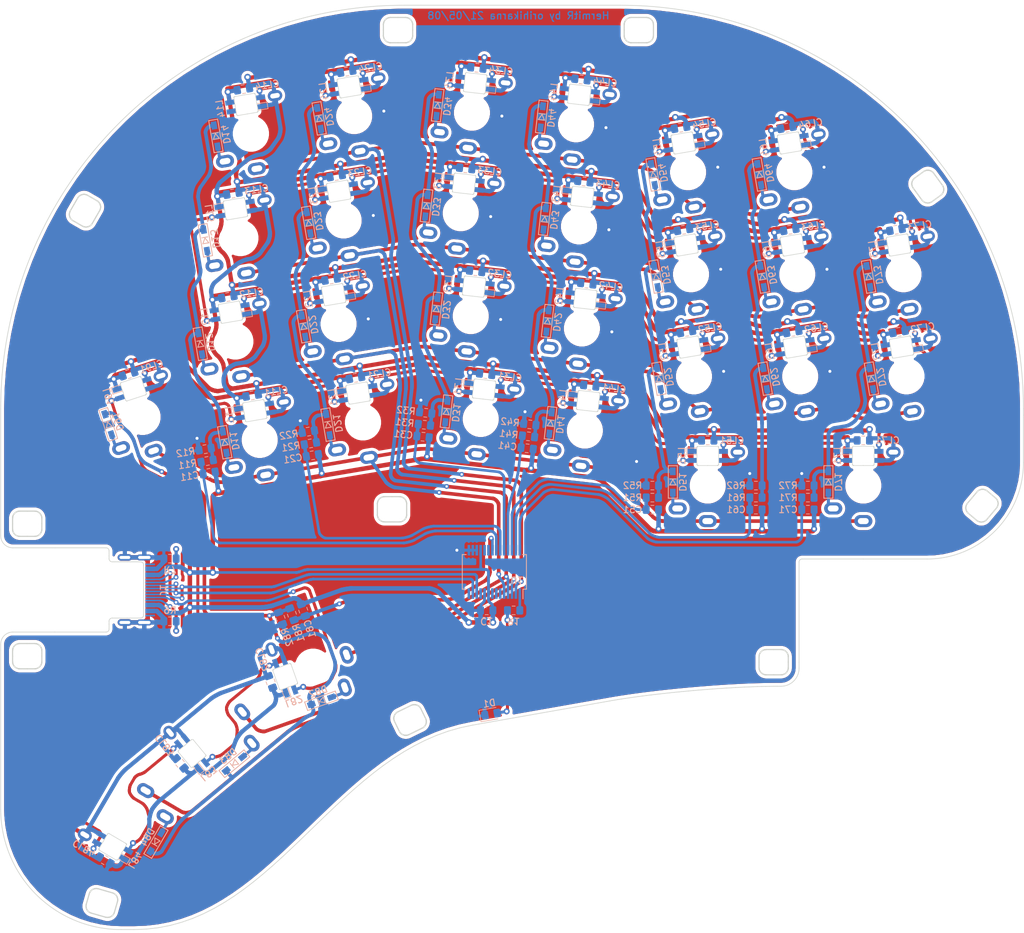
<source format=kicad_pcb>
(kicad_pcb (version 20171130) (host pcbnew "(5.1.5-0-10_14)")
  (layers (0 F.Cu signal) (31 B.Cu signal) (34 B.Paste user) (35 F.Paste user) (36 B.SilkS user) (37 F.SilkS user) (38 B.Mask user) (39 F.Mask user) (44 Edge.Cuts user))
  (net 0 "")
  (net 1 GND)
  (net 2 5V)
  (net 3 COL1)
  (net 4 COL2)
  (net 5 COL3)
  (net 6 COL4)
  (net 7 COL5)
  (net 8 COL6)
  (net 9 COL7)
  (net 10 COL8)
  (net 11 GNDD)
  (net 12 "Net-(D1-Pad2)")
  (net 13 "Net-(D11-Pad2)")
  (net 14 "Net-(D11-Pad1)")
  (net 15 "Net-(D12-Pad2)")
  (net 16 "Net-(D13-Pad2)")
  (net 17 "Net-(D14-Pad2)")
  (net 18 "Net-(D21-Pad2)")
  (net 19 "Net-(D21-Pad1)")
  (net 20 "Net-(D22-Pad2)")
  (net 21 "Net-(D23-Pad2)")
  (net 22 "Net-(D24-Pad2)")
  (net 23 "Net-(D31-Pad2)")
  (net 24 "Net-(D31-Pad1)")
  (net 25 "Net-(D32-Pad2)")
  (net 26 "Net-(D33-Pad2)")
  (net 27 "Net-(D34-Pad2)")
  (net 28 "Net-(D41-Pad2)")
  (net 29 "Net-(D41-Pad1)")
  (net 30 "Net-(D42-Pad2)")
  (net 31 "Net-(D43-Pad2)")
  (net 32 "Net-(D44-Pad2)")
  (net 33 "Net-(D51-Pad2)")
  (net 34 "Net-(D51-Pad1)")
  (net 35 "Net-(D52-Pad2)")
  (net 36 "Net-(D53-Pad2)")
  (net 37 "Net-(D54-Pad2)")
  (net 38 "Net-(D62-Pad2)")
  (net 39 "Net-(D62-Pad1)")
  (net 40 "Net-(D63-Pad2)")
  (net 41 "Net-(D64-Pad2)")
  (net 42 "Net-(D71-Pad2)")
  (net 43 "Net-(D71-Pad1)")
  (net 44 "Net-(D72-Pad2)")
  (net 45 "Net-(D73-Pad2)")
  (net 46 "Net-(D82-Pad2)")
  (net 47 "Net-(D82-Pad1)")
  (net 48 "Net-(D83-Pad2)")
  (net 49 "Net-(D84-Pad2)")
  (net 50 "Net-(D91-Pad2)")
  (net 51 "Net-(J1-PadB5)")
  (net 52 SCL)
  (net 53 "Net-(J1-PadA5)")
  (net 54 SDA)
  (net 55 RDI)
  (net 56 "Net-(L11-Pad4)")
  (net 57 "Net-(L11-Pad2)")
  (net 58 "Net-(L12-Pad4)")
  (net 59 "Net-(L12-Pad2)")
  (net 60 "Net-(L13-Pad2)")
  (net 61 "Net-(L14-Pad4)")
  (net 62 "Net-(L21-Pad2)")
  (net 63 "Net-(L22-Pad4)")
  (net 64 "Net-(L23-Pad2)")
  (net 65 "Net-(L24-Pad4)")
  (net 66 "Net-(L31-Pad2)")
  (net 67 "Net-(L32-Pad4)")
  (net 68 "Net-(L33-Pad2)")
  (net 69 "Net-(L34-Pad4)")
  (net 70 "Net-(L41-Pad2)")
  (net 71 "Net-(L42-Pad4)")
  (net 72 "Net-(L43-Pad2)")
  (net 73 "Net-(L44-Pad4)")
  (net 74 "Net-(L51-Pad2)")
  (net 75 "Net-(L52-Pad4)")
  (net 76 "Net-(L53-Pad2)")
  (net 77 "Net-(L54-Pad4)")
  (net 78 "Net-(L62-Pad4)")
  (net 79 "Net-(L63-Pad2)")
  (net 80 "Net-(L64-Pad4)")
  (net 81 "Net-(L71-Pad2)")
  (net 82 "Net-(L82-Pad2)")
  (net 83 "Net-(L83-Pad2)")
  (net 84 "Net-(L84-Pad2)")
  (net 85 LED)
  (net 86 ROW1)
  (net 87 ROW2)
  (net 88 ROW3)
  (net 89 ROW4)
  (net 90 5VD)
  (module Package_SO:SSOP-28_5.3x10.2mm_P0.65mm (layer B.Cu) (at 82 95 90)
    (fp_text reference U1 (at -1.368 3.759 180 unlocked) (layer B.SilkS) (effects (font (size 1.1 1.1) (thickness 0.18)) (justify mirror)))
    (fp_text value MCP23017_SS)
    (pad 28 smd rect (at 3.6 4.225 90) (size 1.75 0.45) (layers B.Cu B.Paste B.Mask) (net 9 COL7))
    (pad 27 smd rect (at 3.6 3.575 90) (size 1.75 0.45) (layers B.Cu B.Paste B.Mask) (net 8 COL6))
    (pad 26 smd rect (at 3.6 2.925 90) (size 1.75 0.45) (layers B.Cu B.Paste B.Mask) (net 7 COL5))
    (pad 25 smd rect (at 3.6 2.275 90) (size 1.75 0.45) (layers B.Cu B.Paste B.Mask) (net 6 COL4))
    (pad 24 smd rect (at 3.6 1.625 90) (size 1.75 0.45) (layers B.Cu B.Paste B.Mask) (net 5 COL3))
    (pad 23 smd rect (at 3.6 0.975 90) (size 1.75 0.45) (layers B.Cu B.Paste B.Mask) (net 4 COL2))
    (pad 22 smd rect (at 3.6 0.325 90) (size 1.75 0.45) (layers B.Cu B.Paste B.Mask) (net 3 COL1))
    (pad 21 smd rect (at 3.6 -0.325 90) (size 1.75 0.45) (layers B.Cu B.Paste B.Mask) (net 10 COL8))
    (pad 20 smd rect (at 3.6 -0.975 90) (size 1.75 0.45) (layers B.Cu B.Paste B.Mask))
    (pad 19 smd rect (at 3.6 -1.625 90) (size 1.75 0.45) (layers B.Cu B.Paste B.Mask))
    (pad 18 smd rect (at 3.6 -2.275 90) (size 1.75 0.45) (layers B.Cu B.Paste B.Mask) (net 2 5V))
    (pad 17 smd rect (at 3.6 -2.925 90) (size 1.75 0.45) (layers B.Cu B.Paste B.Mask) (net 1 GND))
    (pad 16 smd rect (at 3.6 -3.575 90) (size 1.75 0.45) (layers B.Cu B.Paste B.Mask) (net 1 GND))
    (pad 15 smd rect (at 3.6 -4.225 90) (size 1.75 0.45) (layers B.Cu B.Paste B.Mask) (net 1 GND))
    (pad 14 smd rect (at -3.6 -4.225 90) (size 1.75 0.45) (layers B.Cu B.Paste B.Mask))
    (pad 13 smd rect (at -3.6 -3.575 90) (size 1.75 0.45) (layers B.Cu B.Paste B.Mask) (net 54 SDA))
    (pad 12 smd rect (at -3.6 -2.925 90) (size 1.75 0.45) (layers B.Cu B.Paste B.Mask) (net 52 SCL))
    (pad 11 smd rect (at -3.6 -2.275 90) (size 1.75 0.45) (layers B.Cu B.Paste B.Mask))
    (pad 10 smd rect (at -3.6 -1.625 90) (size 1.75 0.45) (layers B.Cu B.Paste B.Mask) (net 1 GND))
    (pad 9 smd rect (at -3.6 -0.975 90) (size 1.75 0.45) (layers B.Cu B.Paste B.Mask) (net 2 5V))
    (pad 8 smd rect (at -3.6 -0.325 90) (size 1.75 0.45) (layers B.Cu B.Paste B.Mask))
    (pad 7 smd rect (at -3.6 0.325 90) (size 1.75 0.45) (layers B.Cu B.Paste B.Mask))
    (pad 6 smd rect (at -3.6 0.975 90) (size 1.75 0.45) (layers B.Cu B.Paste B.Mask))
    (pad 5 smd rect (at -3.6 1.625 90) (size 1.75 0.45) (layers B.Cu B.Paste B.Mask) (net 86 ROW1))
    (pad 4 smd rect (at -3.6 2.275 90) (size 1.75 0.45) (layers B.Cu B.Paste B.Mask) (net 87 ROW2))
    (pad 3 smd rect (at -3.6 2.925 90) (size 1.75 0.45) (layers B.Cu B.Paste B.Mask) (net 88 ROW3))
    (pad 2 smd rect (at -3.6 3.575 90) (size 1.75 0.45) (layers B.Cu B.Paste B.Mask) (net 89 ROW4))
    (pad 1 smd rect (at -3.6 4.225 90) (size 1.75 0.45) (layers B.Cu B.Paste B.Mask) (net 85 LED))
  )
  (module key-parts:ChocV2 (layer F.Cu) (at 23.565 69.264 198.1)
    (fp_text reference SW91 hide)
    (fp_text value SW_ChocV2 hide)
    (pad 1 thru_hole oval (at 0 -5.9 198.1) (size 3 2) (drill oval 1.8 1) (layers *.Cu *.Mask) (net 86 ROW1))
    (pad 3 thru_hole oval (at -5 5.55 198.1) (size 2.4 1.8) (drill oval 1.6 0.8) (layers *.Cu *.Mask) (net 90 5VD))
    (pad 2 thru_hole oval (at 5 -3.8 198.1) (size 3 2) (drill oval 1.8 1) (layers *.Cu *.Mask) (net 50 "Net-(D91-Pad2)"))
    (pad "" np_thru_hole circle (at 0 0 198.1) (size 5 5) (drill 5) (layers *.Cu *.Mask))
  )
  (module key-parts:ChocV2 (layer F.Cu) (at 21.087 136.423 329.6)
    (fp_text reference SW84 hide)
    (fp_text value SW_ChocV2 hide)
    (pad 1 thru_hole oval (at 0 -5.9 329.6) (size 3 2) (drill oval 1.8 1) (layers *.Cu *.Mask) (net 89 ROW4))
    (pad 3 thru_hole oval (at -5 5.55 329.6) (size 2.4 1.8) (drill oval 1.6 0.8) (layers *.Cu *.Mask) (net 90 5VD))
    (pad 2 thru_hole oval (at 5 -3.8 329.6) (size 3 2) (drill oval 1.8 1) (layers *.Cu *.Mask) (net 49 "Net-(D84-Pad2)"))
    (pad "" np_thru_hole circle (at 0 0 329.6) (size 5 5) (drill 5) (layers *.Cu *.Mask))
  )
  (module key-parts:ChocV2 (layer F.Cu) (at 35.577 122.015 309.6)
    (fp_text reference SW83 hide)
    (fp_text value SW_ChocV2 hide)
    (pad 1 thru_hole oval (at 0 -5.9 309.6) (size 3 2) (drill oval 1.8 1) (layers *.Cu *.Mask) (net 88 ROW3))
    (pad 3 thru_hole oval (at -5 5.55 309.6) (size 2.4 1.8) (drill oval 1.6 0.8) (layers *.Cu *.Mask) (net 90 5VD))
    (pad 2 thru_hole oval (at 5 -3.8 309.6) (size 3 2) (drill oval 1.8 1) (layers *.Cu *.Mask) (net 48 "Net-(D83-Pad2)"))
    (pad "" np_thru_hole circle (at 0 0 309.6) (size 5 5) (drill 5) (layers *.Cu *.Mask))
  )
  (module key-parts:ChocV2 (layer F.Cu) (at 51.901 110.752 289.6)
    (fp_text reference SW82 hide)
    (fp_text value SW_ChocV2 hide)
    (pad 1 thru_hole oval (at 0 -5.9 289.6) (size 3 2) (drill oval 1.8 1) (layers *.Cu *.Mask) (net 87 ROW2))
    (pad 3 thru_hole oval (at -5 5.55 289.6) (size 2.4 1.8) (drill oval 1.6 0.8) (layers *.Cu *.Mask) (net 90 5VD))
    (pad 2 thru_hole oval (at 5 -3.8 289.6) (size 3 2) (drill oval 1.8 1) (layers *.Cu *.Mask) (net 46 "Net-(D82-Pad2)"))
    (pad "" np_thru_hole circle (at 0 0 289.6) (size 5 5) (drill 5) (layers *.Cu *.Mask))
  )
  (module key-parts:ChocV2 (layer F.Cu) (at 149.971 45.563 189.6)
    (fp_text reference SW73 hide)
    (fp_text value SW_ChocV2 hide)
    (pad 1 thru_hole oval (at 0 -5.9 189.6) (size 3 2) (drill oval 1.8 1) (layers *.Cu *.Mask) (net 88 ROW3))
    (pad 3 thru_hole oval (at -5 5.55 189.6) (size 2.4 1.8) (drill oval 1.6 0.8) (layers *.Cu *.Mask) (net 90 5VD))
    (pad 2 thru_hole oval (at 5 -3.8 189.6) (size 3 2) (drill oval 1.8 1) (layers *.Cu *.Mask) (net 45 "Net-(D73-Pad2)"))
    (pad "" np_thru_hole circle (at 0 0 189.6) (size 5 5) (drill 5) (layers *.Cu *.Mask))
  )
  (module key-parts:ChocV2 (layer F.Cu) (at 150.458 62.521 189.6)
    (fp_text reference SW72 hide)
    (fp_text value SW_ChocV2 hide)
    (pad 1 thru_hole oval (at 0 -5.9 189.6) (size 3 2) (drill oval 1.8 1) (layers *.Cu *.Mask) (net 87 ROW2))
    (pad 3 thru_hole oval (at -5 5.55 189.6) (size 2.4 1.8) (drill oval 1.6 0.8) (layers *.Cu *.Mask) (net 11 GNDD))
    (pad 2 thru_hole oval (at 5 -3.8 189.6) (size 3 2) (drill oval 1.8 1) (layers *.Cu *.Mask) (net 44 "Net-(D72-Pad2)"))
    (pad "" np_thru_hole circle (at 0 0 189.6) (size 5 5) (drill 5) (layers *.Cu *.Mask))
  )
  (module key-parts:ChocV2 (layer F.Cu) (at 143.289 80.661 180)
    (fp_text reference SW71 hide)
    (fp_text value SW_ChocV2 hide)
    (pad 1 thru_hole oval (at 0 -5.9 180) (size 3 2) (drill oval 1.8 1) (layers *.Cu *.Mask) (net 86 ROW1))
    (pad 3 thru_hole oval (at -5 5.55 180) (size 2.4 1.8) (drill oval 1.6 0.8) (layers *.Cu *.Mask) (net 90 5VD))
    (pad 2 thru_hole oval (at 5 -3.8 180) (size 3 2) (drill oval 1.8 1) (layers *.Cu *.Mask) (net 42 "Net-(D71-Pad2)"))
    (pad "" np_thru_hole circle (at 0 0 180) (size 5 5) (drill 5) (layers *.Cu *.Mask))
  )
  (module key-parts:ChocV2 (layer F.Cu) (at 131.835 28.605 189.6)
    (fp_text reference SW64 hide)
    (fp_text value SW_ChocV2 hide)
    (pad 1 thru_hole oval (at 0 -5.9 189.6) (size 3 2) (drill oval 1.8 1) (layers *.Cu *.Mask) (net 89 ROW4))
    (pad 3 thru_hole oval (at -5 5.55 189.6) (size 2.4 1.8) (drill oval 1.6 0.8) (layers *.Cu *.Mask) (net 11 GNDD))
    (pad 2 thru_hole oval (at 5 -3.8 189.6) (size 3 2) (drill oval 1.8 1) (layers *.Cu *.Mask) (net 41 "Net-(D64-Pad2)"))
    (pad "" np_thru_hole circle (at 0 0 189.6) (size 5 5) (drill 5) (layers *.Cu *.Mask))
  )
  (module key-parts:ChocV2 (layer F.Cu) (at 132.322 45.563 189.6)
    (fp_text reference SW63 hide)
    (fp_text value SW_ChocV2 hide)
    (pad 1 thru_hole oval (at 0 -5.9 189.6) (size 3 2) (drill oval 1.8 1) (layers *.Cu *.Mask) (net 88 ROW3))
    (pad 3 thru_hole oval (at -5 5.55 189.6) (size 2.4 1.8) (drill oval 1.6 0.8) (layers *.Cu *.Mask) (net 90 5VD))
    (pad 2 thru_hole oval (at 5 -3.8 189.6) (size 3 2) (drill oval 1.8 1) (layers *.Cu *.Mask) (net 40 "Net-(D63-Pad2)"))
    (pad "" np_thru_hole circle (at 0 0 189.6) (size 5 5) (drill 5) (layers *.Cu *.Mask))
  )
  (module key-parts:ChocV2 (layer F.Cu) (at 132.809 62.521 189.6)
    (fp_text reference SW62 hide)
    (fp_text value SW_ChocV2 hide)
    (pad 1 thru_hole oval (at 0 -5.9 189.6) (size 3 2) (drill oval 1.8 1) (layers *.Cu *.Mask) (net 87 ROW2))
    (pad 3 thru_hole oval (at -5 5.55 189.6) (size 2.4 1.8) (drill oval 1.6 0.8) (layers *.Cu *.Mask) (net 11 GNDD))
    (pad 2 thru_hole oval (at 5 -3.8 189.6) (size 3 2) (drill oval 1.8 1) (layers *.Cu *.Mask) (net 38 "Net-(D62-Pad2)"))
    (pad "" np_thru_hole circle (at 0 0 189.6) (size 5 5) (drill 5) (layers *.Cu *.Mask))
  )
  (module key-parts:ChocV2 (layer F.Cu) (at 114.185 28.605 189.6)
    (fp_text reference SW54 hide)
    (fp_text value SW_ChocV2 hide)
    (pad 1 thru_hole oval (at 0 -5.9 189.6) (size 3 2) (drill oval 1.8 1) (layers *.Cu *.Mask) (net 89 ROW4))
    (pad 3 thru_hole oval (at -5 5.55 189.6) (size 2.4 1.8) (drill oval 1.6 0.8) (layers *.Cu *.Mask) (net 11 GNDD))
    (pad 2 thru_hole oval (at 5 -3.8 189.6) (size 3 2) (drill oval 1.8 1) (layers *.Cu *.Mask) (net 37 "Net-(D54-Pad2)"))
    (pad "" np_thru_hole circle (at 0 0 189.6) (size 5 5) (drill 5) (layers *.Cu *.Mask))
  )
  (module key-parts:ChocV2 (layer F.Cu) (at 114.672 45.563 189.6)
    (fp_text reference SW53 hide)
    (fp_text value SW_ChocV2 hide)
    (pad 1 thru_hole oval (at 0 -5.9 189.6) (size 3 2) (drill oval 1.8 1) (layers *.Cu *.Mask) (net 88 ROW3))
    (pad 3 thru_hole oval (at -5 5.55 189.6) (size 2.4 1.8) (drill oval 1.6 0.8) (layers *.Cu *.Mask) (net 90 5VD))
    (pad 2 thru_hole oval (at 5 -3.8 189.6) (size 3 2) (drill oval 1.8 1) (layers *.Cu *.Mask) (net 36 "Net-(D53-Pad2)"))
    (pad "" np_thru_hole circle (at 0 0 189.6) (size 5 5) (drill 5) (layers *.Cu *.Mask))
  )
  (module key-parts:ChocV2 (layer F.Cu) (at 115.159 62.521 189.6)
    (fp_text reference SW52 hide)
    (fp_text value SW_ChocV2 hide)
    (pad 1 thru_hole oval (at 0 -5.9 189.6) (size 3 2) (drill oval 1.8 1) (layers *.Cu *.Mask) (net 87 ROW2))
    (pad 3 thru_hole oval (at -5 5.55 189.6) (size 2.4 1.8) (drill oval 1.6 0.8) (layers *.Cu *.Mask) (net 11 GNDD))
    (pad 2 thru_hole oval (at 5 -3.8 189.6) (size 3 2) (drill oval 1.8 1) (layers *.Cu *.Mask) (net 35 "Net-(D52-Pad2)"))
    (pad "" np_thru_hole circle (at 0 0 189.6) (size 5 5) (drill 5) (layers *.Cu *.Mask))
  )
  (module key-parts:ChocV2 (layer F.Cu) (at 117.45 80.661 180)
    (fp_text reference SW51 hide)
    (fp_text value SW_ChocV2 hide)
    (pad 1 thru_hole oval (at 0 -5.9 180) (size 3 2) (drill oval 1.8 1) (layers *.Cu *.Mask) (net 86 ROW1))
    (pad 3 thru_hole oval (at -5 5.55 180) (size 2.4 1.8) (drill oval 1.6 0.8) (layers *.Cu *.Mask) (net 90 5VD))
    (pad 2 thru_hole oval (at 5 -3.8 180) (size 3 2) (drill oval 1.8 1) (layers *.Cu *.Mask) (net 33 "Net-(D51-Pad2)"))
    (pad "" np_thru_hole circle (at 0 0 180) (size 5 5) (drill 5) (layers *.Cu *.Mask))
  )
  (module key-parts:ChocV2 (layer F.Cu) (at 95.573 20.651 173.6)
    (fp_text reference SW44 hide)
    (fp_text value SW_ChocV2 hide)
    (pad 1 thru_hole oval (at 0 -5.9 173.6) (size 3 2) (drill oval 1.8 1) (layers *.Cu *.Mask) (net 89 ROW4))
    (pad 3 thru_hole oval (at -5 5.55 173.6) (size 2.4 1.8) (drill oval 1.6 0.8) (layers *.Cu *.Mask) (net 11 GNDD))
    (pad 2 thru_hole oval (at 5 -3.8 173.6) (size 3 2) (drill oval 1.8 1) (layers *.Cu *.Mask) (net 32 "Net-(D44-Pad2)"))
    (pad "" np_thru_hole circle (at 0 0 173.6) (size 5 5) (drill 5) (layers *.Cu *.Mask))
  )
  (module key-parts:ChocV2 (layer F.Cu) (at 96.059 37.609 173.6)
    (fp_text reference SW43 hide)
    (fp_text value SW_ChocV2 hide)
    (pad 1 thru_hole oval (at 0 -5.9 173.6) (size 3 2) (drill oval 1.8 1) (layers *.Cu *.Mask) (net 88 ROW3))
    (pad 3 thru_hole oval (at -5 5.55 173.6) (size 2.4 1.8) (drill oval 1.6 0.8) (layers *.Cu *.Mask) (net 90 5VD))
    (pad 2 thru_hole oval (at 5 -3.8 173.6) (size 3 2) (drill oval 1.8 1) (layers *.Cu *.Mask) (net 31 "Net-(D43-Pad2)"))
    (pad "" np_thru_hole circle (at 0 0 173.6) (size 5 5) (drill 5) (layers *.Cu *.Mask))
  )
  (module key-parts:ChocV2 (layer F.Cu) (at 96.546 54.567 173.6)
    (fp_text reference SW42 hide)
    (fp_text value SW_ChocV2 hide)
    (pad 1 thru_hole oval (at 0 -5.9 173.6) (size 3 2) (drill oval 1.8 1) (layers *.Cu *.Mask) (net 87 ROW2))
    (pad 3 thru_hole oval (at -5 5.55 173.6) (size 2.4 1.8) (drill oval 1.6 0.8) (layers *.Cu *.Mask) (net 11 GNDD))
    (pad 2 thru_hole oval (at 5 -3.8 173.6) (size 3 2) (drill oval 1.8 1) (layers *.Cu *.Mask) (net 30 "Net-(D42-Pad2)"))
    (pad "" np_thru_hole circle (at 0 0 173.6) (size 5 5) (drill 5) (layers *.Cu *.Mask))
  )
  (module key-parts:ChocV2 (layer F.Cu) (at 97.033 71.525 173.6)
    (fp_text reference SW41 hide)
    (fp_text value SW_ChocV2 hide)
    (pad 1 thru_hole oval (at 0 -5.9 173.6) (size 3 2) (drill oval 1.8 1) (layers *.Cu *.Mask) (net 86 ROW1))
    (pad 3 thru_hole oval (at -5 5.55 173.6) (size 2.4 1.8) (drill oval 1.6 0.8) (layers *.Cu *.Mask) (net 90 5VD))
    (pad 2 thru_hole oval (at 5 -3.8 173.6) (size 3 2) (drill oval 1.8 1) (layers *.Cu *.Mask) (net 28 "Net-(D41-Pad2)"))
    (pad "" np_thru_hole circle (at 0 0 173.6) (size 5 5) (drill 5) (layers *.Cu *.Mask))
  )
  (module key-parts:ChocV2 (layer F.Cu) (at 78.279 18.726 173.6)
    (fp_text reference SW34 hide)
    (fp_text value SW_ChocV2 hide)
    (pad 1 thru_hole oval (at 0 -5.9 173.6) (size 3 2) (drill oval 1.8 1) (layers *.Cu *.Mask) (net 89 ROW4))
    (pad 3 thru_hole oval (at -5 5.55 173.6) (size 2.4 1.8) (drill oval 1.6 0.8) (layers *.Cu *.Mask) (net 11 GNDD))
    (pad 2 thru_hole oval (at 5 -3.8 173.6) (size 3 2) (drill oval 1.8 1) (layers *.Cu *.Mask) (net 27 "Net-(D34-Pad2)"))
    (pad "" np_thru_hole circle (at 0 0 173.6) (size 5 5) (drill 5) (layers *.Cu *.Mask))
  )
  (module key-parts:ChocV2 (layer F.Cu) (at 76.421 35.423 173.6)
    (fp_text reference SW33 hide)
    (fp_text value SW_ChocV2 hide)
    (pad 1 thru_hole oval (at 0 -5.9 173.6) (size 3 2) (drill oval 1.8 1) (layers *.Cu *.Mask) (net 88 ROW3))
    (pad 3 thru_hole oval (at -5 5.55 173.6) (size 2.4 1.8) (drill oval 1.6 0.8) (layers *.Cu *.Mask) (net 90 5VD))
    (pad 2 thru_hole oval (at 5 -3.8 173.6) (size 3 2) (drill oval 1.8 1) (layers *.Cu *.Mask) (net 26 "Net-(D33-Pad2)"))
    (pad "" np_thru_hole circle (at 0 0 173.6) (size 5 5) (drill 5) (layers *.Cu *.Mask))
  )
  (module key-parts:ChocV2 (layer F.Cu) (at 78.08 52.511 173.6)
    (fp_text reference SW32 hide)
    (fp_text value SW_ChocV2 hide)
    (pad 1 thru_hole oval (at 0 -5.9 173.6) (size 3 2) (drill oval 1.8 1) (layers *.Cu *.Mask) (net 87 ROW2))
    (pad 3 thru_hole oval (at -5 5.55 173.6) (size 2.4 1.8) (drill oval 1.6 0.8) (layers *.Cu *.Mask) (net 11 GNDD))
    (pad 2 thru_hole oval (at 5 -3.8 173.6) (size 3 2) (drill oval 1.8 1) (layers *.Cu *.Mask) (net 25 "Net-(D32-Pad2)"))
    (pad "" np_thru_hole circle (at 0 0 173.6) (size 5 5) (drill 5) (layers *.Cu *.Mask))
  )
  (module key-parts:ChocV2 (layer F.Cu) (at 79.74 69.6 173.6)
    (fp_text reference SW31 hide)
    (fp_text value SW_ChocV2 hide)
    (pad 1 thru_hole oval (at 0 -5.9 173.6) (size 3 2) (drill oval 1.8 1) (layers *.Cu *.Mask) (net 86 ROW1))
    (pad 3 thru_hole oval (at -5 5.55 173.6) (size 2.4 1.8) (drill oval 1.6 0.8) (layers *.Cu *.Mask) (net 90 5VD))
    (pad 2 thru_hole oval (at 5 -3.8 173.6) (size 3 2) (drill oval 1.8 1) (layers *.Cu *.Mask) (net 23 "Net-(D31-Pad2)"))
    (pad "" np_thru_hole circle (at 0 0 173.6) (size 5 5) (drill 5) (layers *.Cu *.Mask))
  )
  (module key-parts:ChocV2 (layer F.Cu) (at 58.712 19.289 189.6)
    (fp_text reference SW24 hide)
    (fp_text value SW_ChocV2 hide)
    (pad 1 thru_hole oval (at 0 -5.9 189.6) (size 3 2) (drill oval 1.8 1) (layers *.Cu *.Mask) (net 89 ROW4))
    (pad 3 thru_hole oval (at -5 5.55 189.6) (size 2.4 1.8) (drill oval 1.6 0.8) (layers *.Cu *.Mask) (net 11 GNDD))
    (pad 2 thru_hole oval (at 5 -3.8 189.6) (size 3 2) (drill oval 1.8 1) (layers *.Cu *.Mask) (net 22 "Net-(D24-Pad2)"))
    (pad "" np_thru_hole circle (at 0 0 189.6) (size 5 5) (drill 5) (layers *.Cu *.Mask))
  )
  (module key-parts:ChocV2 (layer F.Cu) (at 56.963 36.628 189.6)
    (fp_text reference SW23 hide)
    (fp_text value SW_ChocV2 hide)
    (pad 1 thru_hole oval (at 0 -5.9 189.6) (size 3 2) (drill oval 1.8 1) (layers *.Cu *.Mask) (net 88 ROW3))
    (pad 3 thru_hole oval (at -5 5.55 189.6) (size 2.4 1.8) (drill oval 1.6 0.8) (layers *.Cu *.Mask) (net 90 5VD))
    (pad 2 thru_hole oval (at 5 -3.8 189.6) (size 3 2) (drill oval 1.8 1) (layers *.Cu *.Mask) (net 21 "Net-(D23-Pad2)"))
    (pad "" np_thru_hole circle (at 0 0 189.6) (size 5 5) (drill 5) (layers *.Cu *.Mask))
  )
  (module key-parts:ChocV2 (layer F.Cu) (at 56.126 53.811 189.6)
    (fp_text reference SW22 hide)
    (fp_text value SW_ChocV2 hide)
    (pad 1 thru_hole oval (at 0 -5.9 189.6) (size 3 2) (drill oval 1.8 1) (layers *.Cu *.Mask) (net 87 ROW2))
    (pad 3 thru_hole oval (at -5 5.55 189.6) (size 2.4 1.8) (drill oval 1.6 0.8) (layers *.Cu *.Mask) (net 11 GNDD))
    (pad 2 thru_hole oval (at 5 -3.8 189.6) (size 3 2) (drill oval 1.8 1) (layers *.Cu *.Mask) (net 20 "Net-(D22-Pad2)"))
    (pad "" np_thru_hole circle (at 0 0 189.6) (size 5 5) (drill 5) (layers *.Cu *.Mask))
  )
  (module key-parts:ChocV2 (layer F.Cu) (at 60.179 70.163 189.6)
    (fp_text reference SW21 hide)
    (fp_text value SW_ChocV2 hide)
    (pad 1 thru_hole oval (at 0 -5.9 189.6) (size 3 2) (drill oval 1.8 1) (layers *.Cu *.Mask) (net 86 ROW1))
    (pad 3 thru_hole oval (at -5 5.55 189.6) (size 2.4 1.8) (drill oval 1.6 0.8) (layers *.Cu *.Mask) (net 90 5VD))
    (pad 2 thru_hole oval (at 5 -3.8 189.6) (size 3 2) (drill oval 1.8 1) (layers *.Cu *.Mask) (net 18 "Net-(D21-Pad2)"))
    (pad "" np_thru_hole circle (at 0 0 189.6) (size 5 5) (drill 5) (layers *.Cu *.Mask))
  )
  (module key-parts:ChocV2 (layer F.Cu) (at 41.559 22.205 189.6)
    (fp_text reference SW14 hide)
    (fp_text value SW_ChocV2 hide)
    (pad 1 thru_hole oval (at 0 -5.9 189.6) (size 3 2) (drill oval 1.8 1) (layers *.Cu *.Mask) (net 89 ROW4))
    (pad 3 thru_hole oval (at -5 5.55 189.6) (size 2.4 1.8) (drill oval 1.6 0.8) (layers *.Cu *.Mask) (net 11 GNDD))
    (pad 2 thru_hole oval (at 5 -3.8 189.6) (size 3 2) (drill oval 1.8 1) (layers *.Cu *.Mask) (net 17 "Net-(D14-Pad2)"))
    (pad "" np_thru_hole circle (at 0 0 189.6) (size 5 5) (drill 5) (layers *.Cu *.Mask))
  )
  (module key-parts:ChocV2 (layer F.Cu) (at 39.809 39.544 189.6)
    (fp_text reference SW13 hide)
    (fp_text value SW_ChocV2 hide)
    (pad 1 thru_hole oval (at 0 -5.9 189.6) (size 3 2) (drill oval 1.8 1) (layers *.Cu *.Mask) (net 88 ROW3))
    (pad 3 thru_hole oval (at -5 5.55 189.6) (size 2.4 1.8) (drill oval 1.6 0.8) (layers *.Cu *.Mask) (net 90 5VD))
    (pad 2 thru_hole oval (at 5 -3.8 189.6) (size 3 2) (drill oval 1.8 1) (layers *.Cu *.Mask) (net 16 "Net-(D13-Pad2)"))
    (pad "" np_thru_hole circle (at 0 0 189.6) (size 5 5) (drill 5) (layers *.Cu *.Mask))
  )
  (module key-parts:ChocV2 (layer F.Cu) (at 38.972 56.727 189.6)
    (fp_text reference SW12 hide)
    (fp_text value SW_ChocV2 hide)
    (pad 1 thru_hole oval (at 0 -5.9 189.6) (size 3 2) (drill oval 1.8 1) (layers *.Cu *.Mask) (net 87 ROW2))
    (pad 3 thru_hole oval (at -5 5.55 189.6) (size 2.4 1.8) (drill oval 1.6 0.8) (layers *.Cu *.Mask) (net 11 GNDD))
    (pad 2 thru_hole oval (at 5 -3.8 189.6) (size 3 2) (drill oval 1.8 1) (layers *.Cu *.Mask) (net 15 "Net-(D12-Pad2)"))
    (pad "" np_thru_hole circle (at 0 0 189.6) (size 5 5) (drill 5) (layers *.Cu *.Mask))
  )
  (module key-parts:ChocV2 (layer F.Cu) (at 43.025 73.079 189.6)
    (fp_text reference SW11 hide)
    (fp_text value SW_ChocV2 hide)
    (pad 1 thru_hole oval (at 0 -5.9 189.6) (size 3 2) (drill oval 1.8 1) (layers *.Cu *.Mask) (net 86 ROW1))
    (pad 3 thru_hole oval (at -5 5.55 189.6) (size 2.4 1.8) (drill oval 1.6 0.8) (layers *.Cu *.Mask) (net 90 5VD))
    (pad 2 thru_hole oval (at 5 -3.8 189.6) (size 3 2) (drill oval 1.8 1) (layers *.Cu *.Mask) (net 13 "Net-(D11-Pad2)"))
    (pad "" np_thru_hole circle (at 0 0 189.6) (size 5 5) (drill 5) (layers *.Cu *.Mask))
  )
  (module Resistor_SMD:R_0805_2012Metric_Pad1.15x1.40mm_HandSolder (layer B.Cu) (at 46.487 102.702 109.6)
    (fp_text reference R82 (at -3.300202 -0.000061 109.6 unlocked) (layer B.SilkS) (effects (font (size 1.1 1.1) (thickness 0.18)) (justify mirror)))
    (fp_text value 4k7)
    (pad 2 smd roundrect (at 1.025 0 109.6) (size 1.15 1.4) (layers B.Cu B.Paste B.Mask) (roundrect_rratio 0.217391) (net 47 "Net-(D82-Pad1)"))
    (pad 1 smd roundrect (at -1.025 0 109.6) (size 1.15 1.4) (layers B.Cu B.Paste B.Mask) (roundrect_rratio 0.217391) (net 1 GND))
  )
  (module Resistor_SMD:R_0805_2012Metric_Pad1.15x1.40mm_HandSolder (layer B.Cu) (at 48.371 102.031 109.6)
    (fp_text reference R81 (at -3.300202 -0.000061 109.6 unlocked) (layer B.SilkS) (effects (font (size 1.1 1.1) (thickness 0.18)) (justify mirror)))
    (fp_text value 10k)
    (pad 2 smd roundrect (at 1.025 0 109.6) (size 1.15 1.4) (layers B.Cu B.Paste B.Mask) (roundrect_rratio 0.217391) (net 47 "Net-(D82-Pad1)"))
    (pad 1 smd roundrect (at -1.025 0 109.6) (size 1.15 1.4) (layers B.Cu B.Paste B.Mask) (roundrect_rratio 0.217391) (net 10 COL8))
  )
  (module Resistor_SMD:R_0805_2012Metric_Pad1.15x1.40mm_HandSolder (layer B.Cu) (at 134.089 80.661)
    (fp_text reference R72 (at -3.300001 0 unlocked) (layer B.SilkS) (effects (font (size 1.1 1.1) (thickness 0.18)) (justify mirror)))
    (fp_text value 4k7)
    (pad 2 smd roundrect (at 1.025 0) (size 1.15 1.4) (layers B.Cu B.Paste B.Mask) (roundrect_rratio 0.217391) (net 43 "Net-(D71-Pad1)"))
    (pad 1 smd roundrect (at -1.025 0) (size 1.15 1.4) (layers B.Cu B.Paste B.Mask) (roundrect_rratio 0.217391) (net 1 GND))
  )
  (module Resistor_SMD:R_0805_2012Metric_Pad1.15x1.40mm_HandSolder (layer B.Cu) (at 134.089 82.661)
    (fp_text reference R71 (at -3.300001 0 unlocked) (layer B.SilkS) (effects (font (size 1.1 1.1) (thickness 0.18)) (justify mirror)))
    (fp_text value 10k)
    (pad 2 smd roundrect (at 1.025 0) (size 1.15 1.4) (layers B.Cu B.Paste B.Mask) (roundrect_rratio 0.217391) (net 43 "Net-(D71-Pad1)"))
    (pad 1 smd roundrect (at -1.025 0) (size 1.15 1.4) (layers B.Cu B.Paste B.Mask) (roundrect_rratio 0.217391) (net 9 COL7))
  )
  (module Resistor_SMD:R_0805_2012Metric_Pad1.15x1.40mm_HandSolder (layer B.Cu) (at 125.45 80.661)
    (fp_text reference R62 (at -3.3 0 unlocked) (layer B.SilkS) (effects (font (size 1.1 1.1) (thickness 0.18)) (justify mirror)))
    (fp_text value 4k7)
    (pad 2 smd roundrect (at 1.025 0) (size 1.15 1.4) (layers B.Cu B.Paste B.Mask) (roundrect_rratio 0.217391) (net 39 "Net-(D62-Pad1)"))
    (pad 1 smd roundrect (at -1.025 0) (size 1.15 1.4) (layers B.Cu B.Paste B.Mask) (roundrect_rratio 0.217391) (net 1 GND))
  )
  (module Resistor_SMD:R_0805_2012Metric_Pad1.15x1.40mm_HandSolder (layer B.Cu) (at 125.45 82.661)
    (fp_text reference R61 (at -3.3 0 unlocked) (layer B.SilkS) (effects (font (size 1.1 1.1) (thickness 0.18)) (justify mirror)))
    (fp_text value 10k)
    (pad 2 smd roundrect (at 1.025 0) (size 1.15 1.4) (layers B.Cu B.Paste B.Mask) (roundrect_rratio 0.217391) (net 39 "Net-(D62-Pad1)"))
    (pad 1 smd roundrect (at -1.025 0) (size 1.15 1.4) (layers B.Cu B.Paste B.Mask) (roundrect_rratio 0.217391) (net 8 COL6))
  )
  (module Resistor_SMD:R_0805_2012Metric_Pad1.15x1.40mm_HandSolder (layer B.Cu) (at 108.25 80.661)
    (fp_text reference R52 (at -3.3 0 unlocked) (layer B.SilkS) (effects (font (size 1.1 1.1) (thickness 0.18)) (justify mirror)))
    (fp_text value 4k7)
    (pad 2 smd roundrect (at 1.025 0) (size 1.15 1.4) (layers B.Cu B.Paste B.Mask) (roundrect_rratio 0.217391) (net 34 "Net-(D51-Pad1)"))
    (pad 1 smd roundrect (at -1.025 0) (size 1.15 1.4) (layers B.Cu B.Paste B.Mask) (roundrect_rratio 0.217391) (net 1 GND))
  )
  (module Resistor_SMD:R_0805_2012Metric_Pad1.15x1.40mm_HandSolder (layer B.Cu) (at 108.25 82.661)
    (fp_text reference R51 (at -3.3 0 unlocked) (layer B.SilkS) (effects (font (size 1.1 1.1) (thickness 0.18)) (justify mirror)))
    (fp_text value 10k)
    (pad 2 smd roundrect (at 1.025 0) (size 1.15 1.4) (layers B.Cu B.Paste B.Mask) (roundrect_rratio 0.217391) (net 34 "Net-(D51-Pad1)"))
    (pad 1 smd roundrect (at -1.025 0) (size 1.15 1.4) (layers B.Cu B.Paste B.Mask) (roundrect_rratio 0.217391) (net 7 COL5))
  )
  (module Resistor_SMD:R_0805_2012Metric_Pad1.15x1.40mm_HandSolder (layer B.Cu) (at 87.89 70.499 353.6)
    (fp_text reference R42 (at -3.299586 -0.0002 353.6 unlocked) (layer B.SilkS) (effects (font (size 1.1 1.1) (thickness 0.18)) (justify mirror)))
    (fp_text value 4k7)
    (pad 2 smd roundrect (at 1.025 0 353.6) (size 1.15 1.4) (layers B.Cu B.Paste B.Mask) (roundrect_rratio 0.217391) (net 29 "Net-(D41-Pad1)"))
    (pad 1 smd roundrect (at -1.025 0 353.6) (size 1.15 1.4) (layers B.Cu B.Paste B.Mask) (roundrect_rratio 0.217391) (net 1 GND))
  )
  (module Resistor_SMD:R_0805_2012Metric_Pad1.15x1.40mm_HandSolder (layer B.Cu) (at 87.667 72.487 353.6)
    (fp_text reference R41 (at -3.299586 -0.0002 353.6 unlocked) (layer B.SilkS) (effects (font (size 1.1 1.1) (thickness 0.18)) (justify mirror)))
    (fp_text value 10k)
    (pad 2 smd roundrect (at 1.025 0 353.6) (size 1.15 1.4) (layers B.Cu B.Paste B.Mask) (roundrect_rratio 0.217391) (net 29 "Net-(D41-Pad1)"))
    (pad 1 smd roundrect (at -1.025 0 353.6) (size 1.15 1.4) (layers B.Cu B.Paste B.Mask) (roundrect_rratio 0.217391) (net 6 COL4))
  )
  (module Resistor_SMD:R_0805_2012Metric_Pad1.15x1.40mm_HandSolder (layer B.Cu) (at 70.597 68.574 353.6)
    (fp_text reference R32 (at -3.299586 -0.0002 353.6 unlocked) (layer B.SilkS) (effects (font (size 1.1 1.1) (thickness 0.18)) (justify mirror)))
    (fp_text value 4k7)
    (pad 2 smd roundrect (at 1.025 0 353.6) (size 1.15 1.4) (layers B.Cu B.Paste B.Mask) (roundrect_rratio 0.217391) (net 24 "Net-(D31-Pad1)"))
    (pad 1 smd roundrect (at -1.025 0 353.6) (size 1.15 1.4) (layers B.Cu B.Paste B.Mask) (roundrect_rratio 0.217391) (net 1 GND))
  )
  (module Resistor_SMD:R_0805_2012Metric_Pad1.15x1.40mm_HandSolder (layer B.Cu) (at 70.374 70.562 353.6)
    (fp_text reference R31 (at -3.299586 -0.0002 353.6 unlocked) (layer B.SilkS) (effects (font (size 1.1 1.1) (thickness 0.18)) (justify mirror)))
    (fp_text value 10k)
    (pad 2 smd roundrect (at 1.025 0 353.6) (size 1.15 1.4) (layers B.Cu B.Paste B.Mask) (roundrect_rratio 0.217391) (net 24 "Net-(D31-Pad1)"))
    (pad 1 smd roundrect (at -1.025 0 353.6) (size 1.15 1.4) (layers B.Cu B.Paste B.Mask) (roundrect_rratio 0.217391) (net 5 COL3))
  )
  (module Resistor_SMD:R_0805_2012Metric_Pad1.15x1.40mm_HandSolder (layer B.Cu) (at 51.108 71.697 9.6)
    (fp_text reference R22 (at -3.300154 -0.000368 9.6 unlocked) (layer B.SilkS) (effects (font (size 1.1 1.1) (thickness 0.18)) (justify mirror)))
    (fp_text value 4k7)
    (pad 2 smd roundrect (at 1.025 0 9.6) (size 1.15 1.4) (layers B.Cu B.Paste B.Mask) (roundrect_rratio 0.217391) (net 19 "Net-(D21-Pad1)"))
    (pad 1 smd roundrect (at -1.025 0 9.6) (size 1.15 1.4) (layers B.Cu B.Paste B.Mask) (roundrect_rratio 0.217391) (net 1 GND))
  )
  (module Resistor_SMD:R_0805_2012Metric_Pad1.15x1.40mm_HandSolder (layer B.Cu) (at 51.441 73.669 9.6)
    (fp_text reference R21 (at -3.300154 -0.000368 9.6 unlocked) (layer B.SilkS) (effects (font (size 1.1 1.1) (thickness 0.18)) (justify mirror)))
    (fp_text value 10k)
    (pad 2 smd roundrect (at 1.025 0 9.6) (size 1.15 1.4) (layers B.Cu B.Paste B.Mask) (roundrect_rratio 0.217391) (net 19 "Net-(D21-Pad1)"))
    (pad 1 smd roundrect (at -1.025 0 9.6) (size 1.15 1.4) (layers B.Cu B.Paste B.Mask) (roundrect_rratio 0.217391) (net 4 COL2))
  )
  (module Resistor_SMD:R_0805_2012Metric_Pad1.15x1.40mm_HandSolder (layer B.Cu) (at 33.954 74.613 9.6)
    (fp_text reference R12 (at -3.300154 -0.000368 9.6 unlocked) (layer B.SilkS) (effects (font (size 1.1 1.1) (thickness 0.18)) (justify mirror)))
    (fp_text value 4k7)
    (pad 2 smd roundrect (at 1.025 0 9.6) (size 1.15 1.4) (layers B.Cu B.Paste B.Mask) (roundrect_rratio 0.217391) (net 14 "Net-(D11-Pad1)"))
    (pad 1 smd roundrect (at -1.025 0 9.6) (size 1.15 1.4) (layers B.Cu B.Paste B.Mask) (roundrect_rratio 0.217391) (net 1 GND))
  )
  (module Resistor_SMD:R_0805_2012Metric_Pad1.15x1.40mm_HandSolder (layer B.Cu) (at 34.287 76.585 9.6)
    (fp_text reference R11 (at -3.300154 -0.000368 9.6 unlocked) (layer B.SilkS) (effects (font (size 1.1 1.1) (thickness 0.18)) (justify mirror)))
    (fp_text value 10k)
    (pad 2 smd roundrect (at 1.025 0 9.6) (size 1.15 1.4) (layers B.Cu B.Paste B.Mask) (roundrect_rratio 0.217391) (net 14 "Net-(D11-Pad1)"))
    (pad 1 smd roundrect (at -1.025 0 9.6) (size 1.15 1.4) (layers B.Cu B.Paste B.Mask) (roundrect_rratio 0.217391) (net 3 COL1))
  )
  (module Resistor_SMD:R_0805_2012Metric_Pad1.15x1.40mm_HandSolder (layer B.Cu) (at 28.12 92.8 180)
    (fp_text reference R7 (at 0 -1.8 180 unlocked) (layer B.SilkS) (effects (font (size 1.1 1.1) (thickness 0.18)) (justify mirror)))
    (fp_text value 5k1)
    (pad 2 smd roundrect (at 1.025 0 180) (size 1.15 1.4) (layers B.Cu B.Paste B.Mask) (roundrect_rratio 0.217391) (net 1 GND))
    (pad 1 smd roundrect (at -1.025 0 180) (size 1.15 1.4) (layers B.Cu B.Paste B.Mask) (roundrect_rratio 0.217391) (net 51 "Net-(J1-PadB5)"))
  )
  (module Resistor_SMD:R_0805_2012Metric_Pad1.15x1.40mm_HandSolder (layer B.Cu) (at 28.12 103.2 180)
    (fp_text reference R6 (at 0 1.8 unlocked) (layer B.SilkS) (effects (font (size 1.1 1.1) (thickness 0.18)) (justify mirror)))
    (fp_text value 5k1)
    (pad 2 smd roundrect (at 1.025 0 180) (size 1.15 1.4) (layers B.Cu B.Paste B.Mask) (roundrect_rratio 0.217391) (net 1 GND))
    (pad 1 smd roundrect (at -1.025 0 180) (size 1.15 1.4) (layers B.Cu B.Paste B.Mask) (roundrect_rratio 0.217391) (net 53 "Net-(J1-PadA5)"))
  )
  (module Resistor_SMD:R_0805_2012Metric_Pad1.15x1.40mm_HandSolder (layer B.Cu) (at 85.2 101.4 180)
    (fp_text reference R1 (at 0 -1.8 180 unlocked) (layer B.SilkS) (effects (font (size 1.1 1.1) (thickness 0.18)) (justify mirror)))
    (fp_text value 330)
    (pad 2 smd roundrect (at 1.025 0 180) (size 1.15 1.4) (layers B.Cu B.Paste B.Mask) (roundrect_rratio 0.217391) (net 12 "Net-(D1-Pad2)"))
    (pad 1 smd roundrect (at -1.025 0 180) (size 1.15 1.4) (layers B.Cu B.Paste B.Mask) (roundrect_rratio 0.217391) (net 85 LED))
  )
  (module key-parts:SK6812-MINI-E (layer F.Cu) (at 22.033 64.578 198.1)
    (fp_text reference L91 (at 4.299822 -0.000154 108.1 unlocked) (layer B.SilkS) (effects (font (size 1.1 1.1) (thickness 0.18)) (justify mirror)))
    (fp_text value SK6812-MINI-E hide)
    (pad 2 smd rect (at -2.6 0.75 198.1) (size 1.5 0.82) (layers B.Cu B.Paste B.Mask) (net 56 "Net-(L11-Pad4)"))
    (pad 1 smd rect (at -2.6 -0.75 198.1) (size 1.5 0.82) (layers B.Cu B.Paste B.Mask) (net 90 5VD))
    (pad 3 smd rect (at 2.6 0.75 198.1) (size 1.5 0.82) (layers B.Cu B.Paste B.Mask) (net 11 GNDD))
    (pad 4 smd rect (at 2.6 -0.75 198.1) (size 1.5 0.82) (layers B.Cu B.Paste B.Mask) (net 84 "Net-(L84-Pad2)"))
  )
  (module key-parts:SK6812-MINI-E (layer F.Cu) (at 18.592 140.675 329.6)
    (fp_text reference L84 (at 4.300193 -0.000049 239.6 unlocked) (layer B.SilkS) (effects (font (size 1.1 1.1) (thickness 0.18)) (justify mirror)))
    (fp_text value SK6812-MINI-E hide)
    (pad 2 smd rect (at -2.6 0.75 329.6) (size 1.5 0.82) (layers B.Cu B.Paste B.Mask) (net 84 "Net-(L84-Pad2)"))
    (pad 1 smd rect (at -2.6 -0.75 329.6) (size 1.5 0.82) (layers B.Cu B.Paste B.Mask) (net 90 5VD))
    (pad 3 smd rect (at 2.6 0.75 329.6) (size 1.5 0.82) (layers B.Cu B.Paste B.Mask) (net 11 GNDD))
    (pad 4 smd rect (at 2.6 -0.75 329.6) (size 1.5 0.82) (layers B.Cu B.Paste B.Mask) (net 83 "Net-(L83-Pad2)"))
  )
  (module key-parts:SK6812-MINI-E (layer F.Cu) (at 31.778 125.158 309.6)
    (fp_text reference L83 (at 4.29989 -0.000191 219.6 unlocked) (layer B.SilkS) (effects (font (size 1.1 1.1) (thickness 0.18)) (justify mirror)))
    (fp_text value SK6812-MINI-E hide)
    (pad 2 smd rect (at -2.6 0.75 309.6) (size 1.5 0.82) (layers B.Cu B.Paste B.Mask) (net 83 "Net-(L83-Pad2)"))
    (pad 1 smd rect (at -2.6 -0.75 309.6) (size 1.5 0.82) (layers B.Cu B.Paste B.Mask) (net 90 5VD))
    (pad 3 smd rect (at 2.6 0.75 309.6) (size 1.5 0.82) (layers B.Cu B.Paste B.Mask) (net 11 GNDD))
    (pad 4 smd rect (at 2.6 -0.75 309.6) (size 1.5 0.82) (layers B.Cu B.Paste B.Mask) (net 82 "Net-(L82-Pad2)"))
  )
  (module key-parts:SK6812-MINI-E (layer F.Cu) (at 47.257 112.406 289.6)
    (fp_text reference L82 (at 4.299996 0.000467 199.6 unlocked) (layer B.SilkS) (effects (font (size 1.1 1.1) (thickness 0.18)) (justify mirror)))
    (fp_text value SK6812-MINI-E hide)
    (pad 2 smd rect (at -2.6 0.75 289.6) (size 1.5 0.82) (layers B.Cu B.Paste B.Mask) (net 82 "Net-(L82-Pad2)"))
    (pad 1 smd rect (at -2.6 -0.75 289.6) (size 1.5 0.82) (layers B.Cu B.Paste B.Mask) (net 90 5VD))
    (pad 3 smd rect (at 2.6 0.75 289.6) (size 1.5 0.82) (layers B.Cu B.Paste B.Mask) (net 11 GNDD))
    (pad 4 smd rect (at 2.6 -0.75 289.6) (size 1.5 0.82) (layers B.Cu B.Paste B.Mask) (net 55 RDI))
  )
  (module key-parts:SK6812-MINI-E (layer F.Cu) (at 149.149 40.702 189.6)
    (fp_text reference L73 (at 4.300196 0.00014 99.6 unlocked) (layer B.SilkS) (effects (font (size 1.1 1.1) (thickness 0.18)) (justify mirror)))
    (fp_text value SK6812-MINI-E hide)
    (pad 2 smd rect (at -2.6 0.75 189.6) (size 1.5 0.82) (layers B.Cu B.Paste B.Mask) (net 80 "Net-(L64-Pad4)"))
    (pad 1 smd rect (at -2.6 -0.75 189.6) (size 1.5 0.82) (layers B.Cu B.Paste B.Mask) (net 90 5VD))
    (pad 3 smd rect (at 2.6 0.75 189.6) (size 1.5 0.82) (layers B.Cu B.Paste B.Mask) (net 11 GNDD))
    (pad 4 smd rect (at 2.6 -0.75 189.6) (size 1.5 0.82) (layers B.Cu B.Paste B.Mask) (net 79 "Net-(L63-Pad2)"))
  )
  (module key-parts:SK6812-MINI-E (layer F.Cu) (at 149.636 57.66 9.6)
    (fp_text reference L72 (at -4.300196 -0.00014 99.6 unlocked) (layer B.SilkS) (effects (font (size 1.1 1.1) (thickness 0.18)) (justify mirror)))
    (fp_text value SK6812-MINI-E hide)
    (pad 2 smd rect (at -2.6 0.75 9.6) (size 1.5 0.82) (layers B.Cu B.Paste B.Mask) (net 78 "Net-(L62-Pad4)"))
    (pad 1 smd rect (at -2.6 -0.75 9.6) (size 1.5 0.82) (layers B.Cu B.Paste B.Mask) (net 90 5VD))
    (pad 3 smd rect (at 2.6 0.75 9.6) (size 1.5 0.82) (layers B.Cu B.Paste B.Mask) (net 11 GNDD))
    (pad 4 smd rect (at 2.6 -0.75 9.6) (size 1.5 0.82) (layers B.Cu B.Paste B.Mask) (net 81 "Net-(L71-Pad2)"))
  )
  (module key-parts:SK6812-MINI-E (layer F.Cu) (at 143.289 75.731 180)
    (fp_text reference L71 (at 4.3 0 90 unlocked) (layer B.SilkS) (effects (font (size 1.1 1.1) (thickness 0.18)) (justify mirror)))
    (fp_text value SK6812-MINI-E hide)
    (pad 2 smd rect (at -2.6 0.75 180) (size 1.5 0.82) (layers B.Cu B.Paste B.Mask) (net 81 "Net-(L71-Pad2)"))
    (pad 1 smd rect (at -2.6 -0.75 180) (size 1.5 0.82) (layers B.Cu B.Paste B.Mask) (net 90 5VD))
    (pad 3 smd rect (at 2.6 0.75 180) (size 1.5 0.82) (layers B.Cu B.Paste B.Mask) (net 11 GNDD))
    (pad 4 smd rect (at 2.6 -0.75 180) (size 1.5 0.82) (layers B.Cu B.Paste B.Mask) (net 74 "Net-(L51-Pad2)"))
  )
  (module key-parts:SK6812-MINI-E (layer F.Cu) (at 131.013 23.744 9.6)
    (fp_text reference L64 (at -4.300196 -0.00014 99.6 unlocked) (layer B.SilkS) (effects (font (size 1.1 1.1) (thickness 0.18)) (justify mirror)))
    (fp_text value SK6812-MINI-E hide)
    (pad 2 smd rect (at -2.6 0.75 9.6) (size 1.5 0.82) (layers B.Cu B.Paste B.Mask) (net 77 "Net-(L54-Pad4)"))
    (pad 1 smd rect (at -2.6 -0.75 9.6) (size 1.5 0.82) (layers B.Cu B.Paste B.Mask) (net 90 5VD))
    (pad 3 smd rect (at 2.6 0.75 9.6) (size 1.5 0.82) (layers B.Cu B.Paste B.Mask) (net 11 GNDD))
    (pad 4 smd rect (at 2.6 -0.75 9.6) (size 1.5 0.82) (layers B.Cu B.Paste B.Mask) (net 80 "Net-(L64-Pad4)"))
  )
  (module key-parts:SK6812-MINI-E (layer F.Cu) (at 131.5 40.702 189.6)
    (fp_text reference L63 (at 4.300196 0.00014 99.6 unlocked) (layer B.SilkS) (effects (font (size 1.1 1.1) (thickness 0.18)) (justify mirror)))
    (fp_text value SK6812-MINI-E hide)
    (pad 2 smd rect (at -2.6 0.75 189.6) (size 1.5 0.82) (layers B.Cu B.Paste B.Mask) (net 79 "Net-(L63-Pad2)"))
    (pad 1 smd rect (at -2.6 -0.75 189.6) (size 1.5 0.82) (layers B.Cu B.Paste B.Mask) (net 90 5VD))
    (pad 3 smd rect (at 2.6 0.75 189.6) (size 1.5 0.82) (layers B.Cu B.Paste B.Mask) (net 11 GNDD))
    (pad 4 smd rect (at 2.6 -0.75 189.6) (size 1.5 0.82) (layers B.Cu B.Paste B.Mask) (net 76 "Net-(L53-Pad2)"))
  )
  (module key-parts:SK6812-MINI-E (layer F.Cu) (at 131.987 57.66 9.6)
    (fp_text reference L62 (at -4.300196 -0.00014 99.6 unlocked) (layer B.SilkS) (effects (font (size 1.1 1.1) (thickness 0.18)) (justify mirror)))
    (fp_text value SK6812-MINI-E hide)
    (pad 2 smd rect (at -2.6 0.75 9.6) (size 1.5 0.82) (layers B.Cu B.Paste B.Mask) (net 75 "Net-(L52-Pad4)"))
    (pad 1 smd rect (at -2.6 -0.75 9.6) (size 1.5 0.82) (layers B.Cu B.Paste B.Mask) (net 90 5VD))
    (pad 3 smd rect (at 2.6 0.75 9.6) (size 1.5 0.82) (layers B.Cu B.Paste B.Mask) (net 11 GNDD))
    (pad 4 smd rect (at 2.6 -0.75 9.6) (size 1.5 0.82) (layers B.Cu B.Paste B.Mask) (net 78 "Net-(L62-Pad4)"))
  )
  (module key-parts:SK6812-MINI-E (layer F.Cu) (at 113.363 23.744 9.6)
    (fp_text reference L54 (at -4.300196 -0.00014 99.6 unlocked) (layer B.SilkS) (effects (font (size 1.1 1.1) (thickness 0.18)) (justify mirror)))
    (fp_text value SK6812-MINI-E hide)
    (pad 2 smd rect (at -2.6 0.75 9.6) (size 1.5 0.82) (layers B.Cu B.Paste B.Mask) (net 73 "Net-(L44-Pad4)"))
    (pad 1 smd rect (at -2.6 -0.75 9.6) (size 1.5 0.82) (layers B.Cu B.Paste B.Mask) (net 90 5VD))
    (pad 3 smd rect (at 2.6 0.75 9.6) (size 1.5 0.82) (layers B.Cu B.Paste B.Mask) (net 11 GNDD))
    (pad 4 smd rect (at 2.6 -0.75 9.6) (size 1.5 0.82) (layers B.Cu B.Paste B.Mask) (net 77 "Net-(L54-Pad4)"))
  )
  (module key-parts:SK6812-MINI-E (layer F.Cu) (at 113.85 40.702 189.6)
    (fp_text reference L53 (at 4.300196 0.00014 99.6 unlocked) (layer B.SilkS) (effects (font (size 1.1 1.1) (thickness 0.18)) (justify mirror)))
    (fp_text value SK6812-MINI-E hide)
    (pad 2 smd rect (at -2.6 0.75 189.6) (size 1.5 0.82) (layers B.Cu B.Paste B.Mask) (net 76 "Net-(L53-Pad2)"))
    (pad 1 smd rect (at -2.6 -0.75 189.6) (size 1.5 0.82) (layers B.Cu B.Paste B.Mask) (net 90 5VD))
    (pad 3 smd rect (at 2.6 0.75 189.6) (size 1.5 0.82) (layers B.Cu B.Paste B.Mask) (net 11 GNDD))
    (pad 4 smd rect (at 2.6 -0.75 189.6) (size 1.5 0.82) (layers B.Cu B.Paste B.Mask) (net 72 "Net-(L43-Pad2)"))
  )
  (module key-parts:SK6812-MINI-E (layer F.Cu) (at 114.337 57.66 9.6)
    (fp_text reference L52 (at -4.300196 -0.00014 99.6 unlocked) (layer B.SilkS) (effects (font (size 1.1 1.1) (thickness 0.18)) (justify mirror)))
    (fp_text value SK6812-MINI-E hide)
    (pad 2 smd rect (at -2.6 0.75 9.6) (size 1.5 0.82) (layers B.Cu B.Paste B.Mask) (net 71 "Net-(L42-Pad4)"))
    (pad 1 smd rect (at -2.6 -0.75 9.6) (size 1.5 0.82) (layers B.Cu B.Paste B.Mask) (net 90 5VD))
    (pad 3 smd rect (at 2.6 0.75 9.6) (size 1.5 0.82) (layers B.Cu B.Paste B.Mask) (net 11 GNDD))
    (pad 4 smd rect (at 2.6 -0.75 9.6) (size 1.5 0.82) (layers B.Cu B.Paste B.Mask) (net 75 "Net-(L52-Pad4)"))
  )
  (module key-parts:SK6812-MINI-E (layer F.Cu) (at 117.45 75.731 180)
    (fp_text reference L51 (at 4.3 0 90 unlocked) (layer B.SilkS) (effects (font (size 1.1 1.1) (thickness 0.18)) (justify mirror)))
    (fp_text value SK6812-MINI-E hide)
    (pad 2 smd rect (at -2.6 0.75 180) (size 1.5 0.82) (layers B.Cu B.Paste B.Mask) (net 74 "Net-(L51-Pad2)"))
    (pad 1 smd rect (at -2.6 -0.75 180) (size 1.5 0.82) (layers B.Cu B.Paste B.Mask) (net 90 5VD))
    (pad 3 smd rect (at 2.6 0.75 180) (size 1.5 0.82) (layers B.Cu B.Paste B.Mask) (net 11 GNDD))
    (pad 4 smd rect (at 2.6 -0.75 180) (size 1.5 0.82) (layers B.Cu B.Paste B.Mask) (net 70 "Net-(L41-Pad2)"))
  )
  (module key-parts:SK6812-MINI-E (layer F.Cu) (at 96.123 15.752 353.6)
    (fp_text reference L44 (at -4.299764 0.000292 83.6 unlocked) (layer B.SilkS) (effects (font (size 1.1 1.1) (thickness 0.18)) (justify mirror)))
    (fp_text value SK6812-MINI-E hide)
    (pad 2 smd rect (at -2.6 0.75 353.6) (size 1.5 0.82) (layers B.Cu B.Paste B.Mask) (net 69 "Net-(L34-Pad4)"))
    (pad 1 smd rect (at -2.6 -0.75 353.6) (size 1.5 0.82) (layers B.Cu B.Paste B.Mask) (net 90 5VD))
    (pad 3 smd rect (at 2.6 0.75 353.6) (size 1.5 0.82) (layers B.Cu B.Paste B.Mask) (net 11 GNDD))
    (pad 4 smd rect (at 2.6 -0.75 353.6) (size 1.5 0.82) (layers B.Cu B.Paste B.Mask) (net 73 "Net-(L44-Pad4)"))
  )
  (module key-parts:SK6812-MINI-E (layer F.Cu) (at 96.609 32.71 173.6)
    (fp_text reference L43 (at 4.299764 -0.000292 83.6 unlocked) (layer B.SilkS) (effects (font (size 1.1 1.1) (thickness 0.18)) (justify mirror)))
    (fp_text value SK6812-MINI-E hide)
    (pad 2 smd rect (at -2.6 0.75 173.6) (size 1.5 0.82) (layers B.Cu B.Paste B.Mask) (net 72 "Net-(L43-Pad2)"))
    (pad 1 smd rect (at -2.6 -0.75 173.6) (size 1.5 0.82) (layers B.Cu B.Paste B.Mask) (net 90 5VD))
    (pad 3 smd rect (at 2.6 0.75 173.6) (size 1.5 0.82) (layers B.Cu B.Paste B.Mask) (net 11 GNDD))
    (pad 4 smd rect (at 2.6 -0.75 173.6) (size 1.5 0.82) (layers B.Cu B.Paste B.Mask) (net 68 "Net-(L33-Pad2)"))
  )
  (module key-parts:SK6812-MINI-E (layer F.Cu) (at 97.096 49.668 353.6)
    (fp_text reference L42 (at -4.299764 0.000292 83.6 unlocked) (layer B.SilkS) (effects (font (size 1.1 1.1) (thickness 0.18)) (justify mirror)))
    (fp_text value SK6812-MINI-E hide)
    (pad 2 smd rect (at -2.6 0.75 353.6) (size 1.5 0.82) (layers B.Cu B.Paste B.Mask) (net 67 "Net-(L32-Pad4)"))
    (pad 1 smd rect (at -2.6 -0.75 353.6) (size 1.5 0.82) (layers B.Cu B.Paste B.Mask) (net 90 5VD))
    (pad 3 smd rect (at 2.6 0.75 353.6) (size 1.5 0.82) (layers B.Cu B.Paste B.Mask) (net 11 GNDD))
    (pad 4 smd rect (at 2.6 -0.75 353.6) (size 1.5 0.82) (layers B.Cu B.Paste B.Mask) (net 71 "Net-(L42-Pad4)"))
  )
  (module key-parts:SK6812-MINI-E (layer F.Cu) (at 97.583 66.626 173.6)
    (fp_text reference L41 (at 4.299764 -0.000292 83.6 unlocked) (layer B.SilkS) (effects (font (size 1.1 1.1) (thickness 0.18)) (justify mirror)))
    (fp_text value SK6812-MINI-E hide)
    (pad 2 smd rect (at -2.6 0.75 173.6) (size 1.5 0.82) (layers B.Cu B.Paste B.Mask) (net 70 "Net-(L41-Pad2)"))
    (pad 1 smd rect (at -2.6 -0.75 173.6) (size 1.5 0.82) (layers B.Cu B.Paste B.Mask) (net 90 5VD))
    (pad 3 smd rect (at 2.6 0.75 173.6) (size 1.5 0.82) (layers B.Cu B.Paste B.Mask) (net 11 GNDD))
    (pad 4 smd rect (at 2.6 -0.75 173.6) (size 1.5 0.82) (layers B.Cu B.Paste B.Mask) (net 66 "Net-(L31-Pad2)"))
  )
  (module key-parts:SK6812-MINI-E (layer F.Cu) (at 78.829 13.827 353.6)
    (fp_text reference L34 (at -4.299764 0.000292 83.6 unlocked) (layer B.SilkS) (effects (font (size 1.1 1.1) (thickness 0.18)) (justify mirror)))
    (fp_text value SK6812-MINI-E hide)
    (pad 2 smd rect (at -2.6 0.75 353.6) (size 1.5 0.82) (layers B.Cu B.Paste B.Mask) (net 65 "Net-(L24-Pad4)"))
    (pad 1 smd rect (at -2.6 -0.75 353.6) (size 1.5 0.82) (layers B.Cu B.Paste B.Mask) (net 90 5VD))
    (pad 3 smd rect (at 2.6 0.75 353.6) (size 1.5 0.82) (layers B.Cu B.Paste B.Mask) (net 11 GNDD))
    (pad 4 smd rect (at 2.6 -0.75 353.6) (size 1.5 0.82) (layers B.Cu B.Paste B.Mask) (net 69 "Net-(L34-Pad4)"))
  )
  (module key-parts:SK6812-MINI-E (layer F.Cu) (at 76.971 30.524 173.6)
    (fp_text reference L33 (at 4.299764 -0.000292 83.6 unlocked) (layer B.SilkS) (effects (font (size 1.1 1.1) (thickness 0.18)) (justify mirror)))
    (fp_text value SK6812-MINI-E hide)
    (pad 2 smd rect (at -2.6 0.75 173.6) (size 1.5 0.82) (layers B.Cu B.Paste B.Mask) (net 68 "Net-(L33-Pad2)"))
    (pad 1 smd rect (at -2.6 -0.75 173.6) (size 1.5 0.82) (layers B.Cu B.Paste B.Mask) (net 90 5VD))
    (pad 3 smd rect (at 2.6 0.75 173.6) (size 1.5 0.82) (layers B.Cu B.Paste B.Mask) (net 11 GNDD))
    (pad 4 smd rect (at 2.6 -0.75 173.6) (size 1.5 0.82) (layers B.Cu B.Paste B.Mask) (net 64 "Net-(L23-Pad2)"))
  )
  (module key-parts:SK6812-MINI-E (layer F.Cu) (at 78.63 47.612 353.6)
    (fp_text reference L32 (at -4.299764 0.000292 83.6 unlocked) (layer B.SilkS) (effects (font (size 1.1 1.1) (thickness 0.18)) (justify mirror)))
    (fp_text value SK6812-MINI-E hide)
    (pad 2 smd rect (at -2.6 0.75 353.6) (size 1.5 0.82) (layers B.Cu B.Paste B.Mask) (net 63 "Net-(L22-Pad4)"))
    (pad 1 smd rect (at -2.6 -0.75 353.6) (size 1.5 0.82) (layers B.Cu B.Paste B.Mask) (net 90 5VD))
    (pad 3 smd rect (at 2.6 0.75 353.6) (size 1.5 0.82) (layers B.Cu B.Paste B.Mask) (net 11 GNDD))
    (pad 4 smd rect (at 2.6 -0.75 353.6) (size 1.5 0.82) (layers B.Cu B.Paste B.Mask) (net 67 "Net-(L32-Pad4)"))
  )
  (module key-parts:SK6812-MINI-E (layer F.Cu) (at 80.29 64.700999 173.6)
    (fp_text reference L31 (at 4.299764 -0.000292 83.6 unlocked) (layer B.SilkS) (effects (font (size 1.1 1.1) (thickness 0.18)) (justify mirror)))
    (fp_text value SK6812-MINI-E hide)
    (pad 2 smd rect (at -2.6 0.75 173.6) (size 1.5 0.82) (layers B.Cu B.Paste B.Mask) (net 66 "Net-(L31-Pad2)"))
    (pad 1 smd rect (at -2.6 -0.75 173.6) (size 1.5 0.82) (layers B.Cu B.Paste B.Mask) (net 90 5VD))
    (pad 3 smd rect (at 2.6 0.75 173.6) (size 1.5 0.82) (layers B.Cu B.Paste B.Mask) (net 11 GNDD))
    (pad 4 smd rect (at 2.6 -0.75 173.6) (size 1.5 0.82) (layers B.Cu B.Paste B.Mask) (net 62 "Net-(L21-Pad2)"))
  )
  (module key-parts:SK6812-MINI-E (layer F.Cu) (at 57.89 14.428 9.6)
    (fp_text reference L24 (at -4.300196 -0.00014 99.6 unlocked) (layer B.SilkS) (effects (font (size 1.1 1.1) (thickness 0.18)) (justify mirror)))
    (fp_text value SK6812-MINI-E hide)
    (pad 2 smd rect (at -2.6 0.75 9.6) (size 1.5 0.82) (layers B.Cu B.Paste B.Mask) (net 61 "Net-(L14-Pad4)"))
    (pad 1 smd rect (at -2.6 -0.75 9.6) (size 1.5 0.82) (layers B.Cu B.Paste B.Mask) (net 90 5VD))
    (pad 3 smd rect (at 2.6 0.75 9.6) (size 1.5 0.82) (layers B.Cu B.Paste B.Mask) (net 11 GNDD))
    (pad 4 smd rect (at 2.6 -0.75 9.6) (size 1.5 0.82) (layers B.Cu B.Paste B.Mask) (net 65 "Net-(L24-Pad4)"))
  )
  (module key-parts:SK6812-MINI-E (layer F.Cu) (at 56.141 31.767 189.6)
    (fp_text reference L23 (at 4.300196 0.00014 99.6 unlocked) (layer B.SilkS) (effects (font (size 1.1 1.1) (thickness 0.18)) (justify mirror)))
    (fp_text value SK6812-MINI-E hide)
    (pad 2 smd rect (at -2.6 0.75 189.6) (size 1.5 0.82) (layers B.Cu B.Paste B.Mask) (net 64 "Net-(L23-Pad2)"))
    (pad 1 smd rect (at -2.6 -0.75 189.6) (size 1.5 0.82) (layers B.Cu B.Paste B.Mask) (net 90 5VD))
    (pad 3 smd rect (at 2.6 0.75 189.6) (size 1.5 0.82) (layers B.Cu B.Paste B.Mask) (net 11 GNDD))
    (pad 4 smd rect (at 2.6 -0.75 189.6) (size 1.5 0.82) (layers B.Cu B.Paste B.Mask) (net 60 "Net-(L13-Pad2)"))
  )
  (module key-parts:SK6812-MINI-E (layer F.Cu) (at 55.304 48.95 9.6)
    (fp_text reference L22 (at -4.300196 -0.00014 99.6 unlocked) (layer B.SilkS) (effects (font (size 1.1 1.1) (thickness 0.18)) (justify mirror)))
    (fp_text value SK6812-MINI-E hide)
    (pad 2 smd rect (at -2.6 0.75 9.6) (size 1.5 0.82) (layers B.Cu B.Paste B.Mask) (net 58 "Net-(L12-Pad4)"))
    (pad 1 smd rect (at -2.6 -0.75 9.6) (size 1.5 0.82) (layers B.Cu B.Paste B.Mask) (net 90 5VD))
    (pad 3 smd rect (at 2.6 0.75 9.6) (size 1.5 0.82) (layers B.Cu B.Paste B.Mask) (net 11 GNDD))
    (pad 4 smd rect (at 2.6 -0.75 9.6) (size 1.5 0.82) (layers B.Cu B.Paste B.Mask) (net 63 "Net-(L22-Pad4)"))
  )
  (module key-parts:SK6812-MINI-E (layer F.Cu) (at 59.357 65.302 189.6)
    (fp_text reference L21 (at 4.300196 0.00014 99.6 unlocked) (layer B.SilkS) (effects (font (size 1.1 1.1) (thickness 0.18)) (justify mirror)))
    (fp_text value SK6812-MINI-E hide)
    (pad 2 smd rect (at -2.6 0.75 189.6) (size 1.5 0.82) (layers B.Cu B.Paste B.Mask) (net 62 "Net-(L21-Pad2)"))
    (pad 1 smd rect (at -2.6 -0.75 189.6) (size 1.5 0.82) (layers B.Cu B.Paste B.Mask) (net 90 5VD))
    (pad 3 smd rect (at 2.6 0.75 189.6) (size 1.5 0.82) (layers B.Cu B.Paste B.Mask) (net 11 GNDD))
    (pad 4 smd rect (at 2.6 -0.75 189.6) (size 1.5 0.82) (layers B.Cu B.Paste B.Mask) (net 57 "Net-(L11-Pad2)"))
  )
  (module key-parts:SK6812-MINI-E (layer F.Cu) (at 40.737 17.344 9.6)
    (fp_text reference L14 (at -4.300196 -0.00014 99.6 unlocked) (layer B.SilkS) (effects (font (size 1.1 1.1) (thickness 0.18)) (justify mirror)))
    (fp_text value SK6812-MINI-E hide)
    (pad 2 smd rect (at -2.6 0.75 9.6) (size 1.5 0.82) (layers B.Cu B.Paste B.Mask))
    (pad 1 smd rect (at -2.6 -0.75 9.6) (size 1.5 0.82) (layers B.Cu B.Paste B.Mask) (net 90 5VD))
    (pad 3 smd rect (at 2.6 0.75 9.6) (size 1.5 0.82) (layers B.Cu B.Paste B.Mask) (net 11 GNDD))
    (pad 4 smd rect (at 2.6 -0.75 9.6) (size 1.5 0.82) (layers B.Cu B.Paste B.Mask) (net 61 "Net-(L14-Pad4)"))
  )
  (module key-parts:SK6812-MINI-E (layer F.Cu) (at 38.987 34.683 189.6)
    (fp_text reference L13 (at 4.300196 0.00014 99.6 unlocked) (layer B.SilkS) (effects (font (size 1.1 1.1) (thickness 0.18)) (justify mirror)))
    (fp_text value SK6812-MINI-E hide)
    (pad 2 smd rect (at -2.6 0.75 189.6) (size 1.5 0.82) (layers B.Cu B.Paste B.Mask) (net 60 "Net-(L13-Pad2)"))
    (pad 1 smd rect (at -2.6 -0.75 189.6) (size 1.5 0.82) (layers B.Cu B.Paste B.Mask) (net 90 5VD))
    (pad 3 smd rect (at 2.6 0.75 189.6) (size 1.5 0.82) (layers B.Cu B.Paste B.Mask) (net 11 GNDD))
    (pad 4 smd rect (at 2.6 -0.75 189.6) (size 1.5 0.82) (layers B.Cu B.Paste B.Mask) (net 59 "Net-(L12-Pad2)"))
  )
  (module key-parts:SK6812-MINI-E (layer F.Cu) (at 38.15 51.866 9.6)
    (fp_text reference L12 (at -4.300196 -0.00014 99.6 unlocked) (layer B.SilkS) (effects (font (size 1.1 1.1) (thickness 0.18)) (justify mirror)))
    (fp_text value SK6812-MINI-E hide)
    (pad 2 smd rect (at -2.6 0.75 9.6) (size 1.5 0.82) (layers B.Cu B.Paste B.Mask) (net 59 "Net-(L12-Pad2)"))
    (pad 1 smd rect (at -2.6 -0.75 9.6) (size 1.5 0.82) (layers B.Cu B.Paste B.Mask) (net 90 5VD))
    (pad 3 smd rect (at 2.6 0.75 9.6) (size 1.5 0.82) (layers B.Cu B.Paste B.Mask) (net 11 GNDD))
    (pad 4 smd rect (at 2.6 -0.75 9.6) (size 1.5 0.82) (layers B.Cu B.Paste B.Mask) (net 58 "Net-(L12-Pad4)"))
  )
  (module key-parts:SK6812-MINI-E (layer F.Cu) (at 42.203 68.218 189.6)
    (fp_text reference L11 (at 4.300196 0.00014 99.6 unlocked) (layer B.SilkS) (effects (font (size 1.1 1.1) (thickness 0.18)) (justify mirror)))
    (fp_text value SK6812-MINI-E hide)
    (pad 2 smd rect (at -2.6 0.75 189.6) (size 1.5 0.82) (layers B.Cu B.Paste B.Mask) (net 57 "Net-(L11-Pad2)"))
    (pad 1 smd rect (at -2.6 -0.75 189.6) (size 1.5 0.82) (layers B.Cu B.Paste B.Mask) (net 90 5VD))
    (pad 3 smd rect (at 2.6 0.75 189.6) (size 1.5 0.82) (layers B.Cu B.Paste B.Mask) (net 11 GNDD))
    (pad 4 smd rect (at 2.6 -0.75 189.6) (size 1.5 0.82) (layers B.Cu B.Paste B.Mask) (net 56 "Net-(L11-Pad4)"))
  )
  (module key-parts:USB_C_Receptacle_Hirose_CX90M-16P (layer B.Cu) (at 20.62 98 90)
    (fp_text reference J1 (at 0 6.4 270 unlocked) (layer B.SilkS) (effects (font (size 1.1 1.1) (thickness 0.18)) (justify mirror)))
    (fp_text value USB_C_Receptacle_USB2.0)
    (pad MID smd rect (at -4.25 4.2 90) (size 0.3 1.6) (layers B.Cu B.Paste B.Mask))
    (pad MID smd rect (at 4.25 4.2 90) (size 0.3 1.6) (layers B.Cu B.Paste B.Mask))
    (pad S1 thru_hole oval (at -5.4 3.23 90) (size 1 2.55) (drill oval 0.5 2.05) (layers *.Cu *.Mask) (net 1 GND))
    (pad S2 thru_hole oval (at 5.4 3.23 90) (size 1 2.55) (drill oval 0.5 2.05) (layers *.Cu *.Mask) (net 1 GND))
    (pad S3 thru_hole oval (at 5.4 0 90) (size 1.1 2.4) (drill oval 0.5 1.8) (layers *.Cu *.Mask) (net 1 GND))
    (pad B1 smd rect (at 3.5 4.2 90) (size 0.8 1.6) (layers B.Cu B.Paste B.Mask) (net 1 GND))
    (pad B4 smd rect (at 2.5 4.2 90) (size 0.8 1.6) (layers B.Cu B.Paste B.Mask) (net 2 5V))
    (pad A1 smd rect (at -3.5 4.2 90) (size 0.8 1.6) (layers B.Cu B.Paste B.Mask) (net 1 GND))
    (pad A4 smd rect (at -2.5 4.2 90) (size 0.8 1.6) (layers B.Cu B.Paste B.Mask) (net 2 5V))
    (pad B5 smd rect (at 1.25 4.2 90) (size 0.3 1.6) (layers B.Cu B.Paste B.Mask) (net 51 "Net-(J1-PadB5)"))
    (pad B6 smd rect (at 0.25 4.2 90) (size 0.3 1.6) (layers B.Cu B.Paste B.Mask) (net 52 SCL))
    (pad A8 smd rect (at 1.75 4.2 90) (size 0.3 1.6) (layers B.Cu B.Paste B.Mask) (net 55 RDI))
    (pad A5 smd rect (at -1.75 4.2 90) (size 0.3 1.6) (layers B.Cu B.Paste B.Mask) (net 53 "Net-(J1-PadA5)"))
    (pad B8 smd rect (at -1.25 4.2 90) (size 0.3 1.6) (layers B.Cu B.Paste B.Mask) (net 55 RDI))
    (pad A7 smd rect (at 0.75 4.2 90) (size 0.3 1.6) (layers B.Cu B.Paste B.Mask) (net 54 SDA))
    (pad A6 smd rect (at -0.75 4.2 90) (size 0.3 1.6) (layers B.Cu B.Paste B.Mask) (net 52 SCL))
    (pad B7 smd rect (at -0.25 4.2 90) (size 0.3 1.6) (layers B.Cu B.Paste B.Mask) (net 54 SDA))
    (pad S4 thru_hole oval (at -5.4 0 90) (size 1.1 2.4) (drill oval 0.5 1.8) (layers *.Cu *.Mask) (net 1 GND))
  )
  (module key-parts:D_SMD (layer B.Cu) (at 17.866 70.496 288.1)
    (fp_text reference D91 (at 0.000133 -1.600141 288.1 unlocked) (layer B.SilkS) (effects (font (size 1.1 1.1) (thickness 0.18)) (justify mirror)))
    (fp_text value D_Small hide)
    (pad 2 smd rect (at 1.775 0 288.1) (size 1.3 0.95) (layers B.Cu B.Paste B.Mask) (net 50 "Net-(D91-Pad2)"))
    (pad 1 smd rect (at -1.775 0 288.1) (size 1.3 0.95) (layers B.Cu B.Paste B.Mask) (net 47 "Net-(D82-Pad1)"))
  )
  (module key-parts:D_SMD (layer B.Cu) (at 25.786 139.876 59.6)
    (fp_text reference D84 (at 0.000309 -1.600156 59.6 unlocked) (layer B.SilkS) (effects (font (size 1.1 1.1) (thickness 0.18)) (justify mirror)))
    (fp_text value D_Small hide)
    (pad 2 smd rect (at 1.775 0 59.6) (size 1.3 0.95) (layers B.Cu B.Paste B.Mask) (net 49 "Net-(D84-Pad2)"))
    (pad 1 smd rect (at -1.775 0 59.6) (size 1.3 0.95) (layers B.Cu B.Paste B.Mask) (net 47 "Net-(D82-Pad1)"))
  )
  (module key-parts:D_SMD (layer B.Cu) (at 38.812 126.866 39.6)
    (fp_text reference D83 (at 0.00002 -1.600215 39.6 unlocked) (layer B.SilkS) (effects (font (size 1.1 1.1) (thickness 0.18)) (justify mirror)))
    (fp_text value D_Small hide)
    (pad 2 smd rect (at 1.775 0 39.6) (size 1.3 0.95) (layers B.Cu B.Paste B.Mask) (net 48 "Net-(D83-Pad2)"))
    (pad 1 smd rect (at -1.775 0 39.6) (size 1.3 0.95) (layers B.Cu B.Paste B.Mask) (net 47 "Net-(D82-Pad1)"))
  )
  (module key-parts:D_SMD (layer B.Cu) (at 53.281 116.417 19.6)
    (fp_text reference D82 (at -0.000359 -1.599818 19.6 unlocked) (layer B.SilkS) (effects (font (size 1.1 1.1) (thickness 0.18)) (justify mirror)))
    (fp_text value D_Small hide)
    (pad 2 smd rect (at 1.775 0 19.6) (size 1.3 0.95) (layers B.Cu B.Paste B.Mask) (net 46 "Net-(D82-Pad2)"))
    (pad 1 smd rect (at -1.775 0 19.6) (size 1.3 0.95) (layers B.Cu B.Paste B.Mask) (net 47 "Net-(D82-Pad1)"))
  )
  (module key-parts:D_SMD (layer B.Cu) (at 144.152 45.939 279.6)
    (fp_text reference D73 (at -0.0001 -1.600429 279.6 unlocked) (layer B.SilkS) (effects (font (size 1.1 1.1) (thickness 0.18)) (justify mirror)))
    (fp_text value D_Small hide)
    (pad 2 smd rect (at 1.775 0 279.6) (size 1.3 0.95) (layers B.Cu B.Paste B.Mask) (net 45 "Net-(D73-Pad2)"))
    (pad 1 smd rect (at -1.775 0 279.6) (size 1.3 0.95) (layers B.Cu B.Paste B.Mask) (net 43 "Net-(D71-Pad1)"))
  )
  (module key-parts:D_SMD (layer B.Cu) (at 144.639 62.897 279.6)
    (fp_text reference D72 (at -0.0001 -1.600429 279.6 unlocked) (layer B.SilkS) (effects (font (size 1.1 1.1) (thickness 0.18)) (justify mirror)))
    (fp_text value D_Small hide)
    (pad 2 smd rect (at 1.775 0 279.6) (size 1.3 0.95) (layers B.Cu B.Paste B.Mask) (net 44 "Net-(D72-Pad2)"))
    (pad 1 smd rect (at -1.775 0 279.6) (size 1.3 0.95) (layers B.Cu B.Paste B.Mask) (net 43 "Net-(D71-Pad1)"))
  )
  (module key-parts:D_SMD (layer B.Cu) (at 137.489 80.061 270)
    (fp_text reference D71 (at 0 -1.6 270 unlocked) (layer B.SilkS) (effects (font (size 1.1 1.1) (thickness 0.18)) (justify mirror)))
    (fp_text value D_Small hide)
    (pad 2 smd rect (at 1.775 0 270) (size 1.3 0.95) (layers B.Cu B.Paste B.Mask) (net 42 "Net-(D71-Pad2)"))
    (pad 1 smd rect (at -1.775 0 270) (size 1.3 0.95) (layers B.Cu B.Paste B.Mask) (net 43 "Net-(D71-Pad1)"))
  )
  (module key-parts:D_SMD (layer B.Cu) (at 126.016 28.981 279.6)
    (fp_text reference D64 (at -0.0001 -1.600429 279.6 unlocked) (layer B.SilkS) (effects (font (size 1.1 1.1) (thickness 0.18)) (justify mirror)))
    (fp_text value D_Small hide)
    (pad 2 smd rect (at 1.775 0 279.6) (size 1.3 0.95) (layers B.Cu B.Paste B.Mask) (net 41 "Net-(D64-Pad2)"))
    (pad 1 smd rect (at -1.775 0 279.6) (size 1.3 0.95) (layers B.Cu B.Paste B.Mask) (net 39 "Net-(D62-Pad1)"))
  )
  (module key-parts:D_SMD (layer B.Cu) (at 126.503 45.939 279.6)
    (fp_text reference D63 (at -0.0001 -1.600428 279.6 unlocked) (layer B.SilkS) (effects (font (size 1.1 1.1) (thickness 0.18)) (justify mirror)))
    (fp_text value D_Small hide)
    (pad 2 smd rect (at 1.775 0 279.6) (size 1.3 0.95) (layers B.Cu B.Paste B.Mask) (net 40 "Net-(D63-Pad2)"))
    (pad 1 smd rect (at -1.775 0 279.6) (size 1.3 0.95) (layers B.Cu B.Paste B.Mask) (net 39 "Net-(D62-Pad1)"))
  )
  (module key-parts:D_SMD (layer B.Cu) (at 126.99 62.897 279.6)
    (fp_text reference D62 (at -0.0001 -1.600429 279.6 unlocked) (layer B.SilkS) (effects (font (size 1.1 1.1) (thickness 0.18)) (justify mirror)))
    (fp_text value D_Small hide)
    (pad 2 smd rect (at 1.775 0 279.6) (size 1.3 0.95) (layers B.Cu B.Paste B.Mask) (net 38 "Net-(D62-Pad2)"))
    (pad 1 smd rect (at -1.775 0 279.6) (size 1.3 0.95) (layers B.Cu B.Paste B.Mask) (net 39 "Net-(D62-Pad1)"))
  )
  (module key-parts:D_SMD (layer B.Cu) (at 108.366 28.981 279.6)
    (fp_text reference D54 (at -0.0001 -1.600429 279.6 unlocked) (layer B.SilkS) (effects (font (size 1.1 1.1) (thickness 0.18)) (justify mirror)))
    (fp_text value D_Small hide)
    (pad 2 smd rect (at 1.775 0 279.6) (size 1.3 0.95) (layers B.Cu B.Paste B.Mask) (net 37 "Net-(D54-Pad2)"))
    (pad 1 smd rect (at -1.775 0 279.6) (size 1.3 0.95) (layers B.Cu B.Paste B.Mask) (net 34 "Net-(D51-Pad1)"))
  )
  (module key-parts:D_SMD (layer B.Cu) (at 108.853 45.939 279.6)
    (fp_text reference D53 (at -0.0001 -1.600429 279.6 unlocked) (layer B.SilkS) (effects (font (size 1.1 1.1) (thickness 0.18)) (justify mirror)))
    (fp_text value D_Small hide)
    (pad 2 smd rect (at 1.775 0 279.6) (size 1.3 0.95) (layers B.Cu B.Paste B.Mask) (net 36 "Net-(D53-Pad2)"))
    (pad 1 smd rect (at -1.775 0 279.6) (size 1.3 0.95) (layers B.Cu B.Paste B.Mask) (net 34 "Net-(D51-Pad1)"))
  )
  (module key-parts:D_SMD (layer B.Cu) (at 109.34 62.897 279.6)
    (fp_text reference D52 (at -0.0001 -1.600429 279.6 unlocked) (layer B.SilkS) (effects (font (size 1.1 1.1) (thickness 0.18)) (justify mirror)))
    (fp_text value D_Small hide)
    (pad 2 smd rect (at 1.775 0 279.6) (size 1.3 0.95) (layers B.Cu B.Paste B.Mask) (net 35 "Net-(D52-Pad2)"))
    (pad 1 smd rect (at -1.775 0 279.6) (size 1.3 0.95) (layers B.Cu B.Paste B.Mask) (net 34 "Net-(D51-Pad1)"))
  )
  (module key-parts:D_SMD (layer B.Cu) (at 111.65 80.061 270)
    (fp_text reference D51 (at 0 -1.6 270 unlocked) (layer B.SilkS) (effects (font (size 1.1 1.1) (thickness 0.18)) (justify mirror)))
    (fp_text value D_Small hide)
    (pad 2 smd rect (at 1.775 0 270) (size 1.3 0.95) (layers B.Cu B.Paste B.Mask) (net 33 "Net-(D51-Pad2)"))
    (pad 1 smd rect (at -1.775 0 270) (size 1.3 0.95) (layers B.Cu B.Paste B.Mask) (net 34 "Net-(D51-Pad1)"))
  )
  (module key-parts:D_SMD (layer B.Cu) (at 89.876 19.408 263.6)
    (fp_text reference D44 (at -0.000345 -1.599932 263.6 unlocked) (layer B.SilkS) (effects (font (size 1.1 1.1) (thickness 0.18)) (justify mirror)))
    (fp_text value D_Small hide)
    (pad 2 smd rect (at 1.775 0 263.6) (size 1.3 0.95) (layers B.Cu B.Paste B.Mask) (net 32 "Net-(D44-Pad2)"))
    (pad 1 smd rect (at -1.775 0 263.6) (size 1.3 0.95) (layers B.Cu B.Paste B.Mask) (net 29 "Net-(D41-Pad1)"))
  )
  (module key-parts:D_SMD (layer B.Cu) (at 90.362 36.366 263.6)
    (fp_text reference D43 (at -0.000345 -1.599932 263.6 unlocked) (layer B.SilkS) (effects (font (size 1.1 1.1) (thickness 0.18)) (justify mirror)))
    (fp_text value D_Small hide)
    (pad 2 smd rect (at 1.775 0 263.6) (size 1.3 0.95) (layers B.Cu B.Paste B.Mask) (net 31 "Net-(D43-Pad2)"))
    (pad 1 smd rect (at -1.775 0 263.6) (size 1.3 0.95) (layers B.Cu B.Paste B.Mask) (net 29 "Net-(D41-Pad1)"))
  )
  (module key-parts:D_SMD (layer B.Cu) (at 90.849 53.324 263.6)
    (fp_text reference D42 (at -0.000345 -1.599932 263.6 unlocked) (layer B.SilkS) (effects (font (size 1.1 1.1) (thickness 0.18)) (justify mirror)))
    (fp_text value D_Small hide)
    (pad 2 smd rect (at 1.775 0 263.6) (size 1.3 0.95) (layers B.Cu B.Paste B.Mask) (net 30 "Net-(D42-Pad2)"))
    (pad 1 smd rect (at -1.775 0 263.6) (size 1.3 0.95) (layers B.Cu B.Paste B.Mask) (net 29 "Net-(D41-Pad1)"))
  )
  (module key-parts:D_SMD (layer B.Cu) (at 91.336 70.282 263.6)
    (fp_text reference D41 (at -0.000345 -1.599932 263.6 unlocked) (layer B.SilkS) (effects (font (size 1.1 1.1) (thickness 0.18)) (justify mirror)))
    (fp_text value D_Small hide)
    (pad 2 smd rect (at 1.775 0 263.6) (size 1.3 0.95) (layers B.Cu B.Paste B.Mask) (net 28 "Net-(D41-Pad2)"))
    (pad 1 smd rect (at -1.775 0 263.6) (size 1.3 0.95) (layers B.Cu B.Paste B.Mask) (net 29 "Net-(D41-Pad1)"))
  )
  (module key-parts:D_SMD (layer B.Cu) (at 72.582 17.483 263.6)
    (fp_text reference D34 (at -0.000345 -1.599932 263.6 unlocked) (layer B.SilkS) (effects (font (size 1.1 1.1) (thickness 0.18)) (justify mirror)))
    (fp_text value D_Small hide)
    (pad 2 smd rect (at 1.775 0 263.6) (size 1.3 0.95) (layers B.Cu B.Paste B.Mask) (net 27 "Net-(D34-Pad2)"))
    (pad 1 smd rect (at -1.775 0 263.6) (size 1.3 0.95) (layers B.Cu B.Paste B.Mask) (net 24 "Net-(D31-Pad1)"))
  )
  (module key-parts:D_SMD (layer B.Cu) (at 70.724 34.18 263.6)
    (fp_text reference D33 (at -0.000345 -1.599932 263.6 unlocked) (layer B.SilkS) (effects (font (size 1.1 1.1) (thickness 0.18)) (justify mirror)))
    (fp_text value D_Small hide)
    (pad 2 smd rect (at 1.775 0 263.6) (size 1.3 0.95) (layers B.Cu B.Paste B.Mask) (net 26 "Net-(D33-Pad2)"))
    (pad 1 smd rect (at -1.775 0 263.6) (size 1.3 0.95) (layers B.Cu B.Paste B.Mask) (net 24 "Net-(D31-Pad1)"))
  )
  (module key-parts:D_SMD (layer B.Cu) (at 72.383 51.268 263.6)
    (fp_text reference D32 (at -0.000345 -1.599932 263.6 unlocked) (layer B.SilkS) (effects (font (size 1.1 1.1) (thickness 0.18)) (justify mirror)))
    (fp_text value D_Small hide)
    (pad 2 smd rect (at 1.775 0 263.6) (size 1.3 0.95) (layers B.Cu B.Paste B.Mask) (net 25 "Net-(D32-Pad2)"))
    (pad 1 smd rect (at -1.775 0 263.6) (size 1.3 0.95) (layers B.Cu B.Paste B.Mask) (net 24 "Net-(D31-Pad1)"))
  )
  (module key-parts:D_SMD (layer B.Cu) (at 74.043 68.357 263.6)
    (fp_text reference D31 (at -0.000345 -1.599932 263.6 unlocked) (layer B.SilkS) (effects (font (size 1.1 1.1) (thickness 0.18)) (justify mirror)))
    (fp_text value D_Small hide)
    (pad 2 smd rect (at 1.775 0 263.6) (size 1.3 0.95) (layers B.Cu B.Paste B.Mask) (net 23 "Net-(D31-Pad2)"))
    (pad 1 smd rect (at -1.775 0 263.6) (size 1.3 0.95) (layers B.Cu B.Paste B.Mask) (net 24 "Net-(D31-Pad1)"))
  )
  (module key-parts:D_SMD (layer B.Cu) (at 52.893 19.665 279.6)
    (fp_text reference D24 (at -0.0001 -1.600429 279.6 unlocked) (layer B.SilkS) (effects (font (size 1.1 1.1) (thickness 0.18)) (justify mirror)))
    (fp_text value D_Small hide)
    (pad 2 smd rect (at 1.775 0 279.6) (size 1.3 0.95) (layers B.Cu B.Paste B.Mask) (net 22 "Net-(D24-Pad2)"))
    (pad 1 smd rect (at -1.775 0 279.6) (size 1.3 0.95) (layers B.Cu B.Paste B.Mask) (net 19 "Net-(D21-Pad1)"))
  )
  (module key-parts:D_SMD (layer B.Cu) (at 51.144 37.004 279.6)
    (fp_text reference D23 (at -0.0001 -1.600429 279.6 unlocked) (layer B.SilkS) (effects (font (size 1.1 1.1) (thickness 0.18)) (justify mirror)))
    (fp_text value D_Small hide)
    (pad 2 smd rect (at 1.775 0 279.6) (size 1.3 0.95) (layers B.Cu B.Paste B.Mask) (net 21 "Net-(D23-Pad2)"))
    (pad 1 smd rect (at -1.775 0 279.6) (size 1.3 0.95) (layers B.Cu B.Paste B.Mask) (net 19 "Net-(D21-Pad1)"))
  )
  (module key-parts:D_SMD (layer B.Cu) (at 50.307 54.187 279.6)
    (fp_text reference D22 (at -0.0001 -1.600429 279.6 unlocked) (layer B.SilkS) (effects (font (size 1.1 1.1) (thickness 0.18)) (justify mirror)))
    (fp_text value D_Small hide)
    (pad 2 smd rect (at 1.775 0 279.6) (size 1.3 0.95) (layers B.Cu B.Paste B.Mask) (net 20 "Net-(D22-Pad2)"))
    (pad 1 smd rect (at -1.775 0 279.6) (size 1.3 0.95) (layers B.Cu B.Paste B.Mask) (net 19 "Net-(D21-Pad1)"))
  )
  (module key-parts:D_SMD (layer B.Cu) (at 54.36 70.539 279.6)
    (fp_text reference D21 (at -0.0001 -1.600429 279.6 unlocked) (layer B.SilkS) (effects (font (size 1.1 1.1) (thickness 0.18)) (justify mirror)))
    (fp_text value D_Small hide)
    (pad 2 smd rect (at 1.775 0 279.6) (size 1.3 0.95) (layers B.Cu B.Paste B.Mask) (net 18 "Net-(D21-Pad2)"))
    (pad 1 smd rect (at -1.775 0 279.6) (size 1.3 0.95) (layers B.Cu B.Paste B.Mask) (net 19 "Net-(D21-Pad1)"))
  )
  (module key-parts:D_SMD (layer B.Cu) (at 35.74 22.581 279.6)
    (fp_text reference D14 (at -0.0001 -1.600429 279.6 unlocked) (layer B.SilkS) (effects (font (size 1.1 1.1) (thickness 0.18)) (justify mirror)))
    (fp_text value D_Small hide)
    (pad 2 smd rect (at 1.775 0 279.6) (size 1.3 0.95) (layers B.Cu B.Paste B.Mask) (net 17 "Net-(D14-Pad2)"))
    (pad 1 smd rect (at -1.775 0 279.6) (size 1.3 0.95) (layers B.Cu B.Paste B.Mask) (net 14 "Net-(D11-Pad1)"))
  )
  (module key-parts:D_SMD (layer B.Cu) (at 33.99 39.92 279.6)
    (fp_text reference D13 (at -0.0001 -1.600429 279.6 unlocked) (layer B.SilkS) (effects (font (size 1.1 1.1) (thickness 0.18)) (justify mirror)))
    (fp_text value D_Small hide)
    (pad 2 smd rect (at 1.775 0 279.6) (size 1.3 0.95) (layers B.Cu B.Paste B.Mask) (net 16 "Net-(D13-Pad2)"))
    (pad 1 smd rect (at -1.775 0 279.6) (size 1.3 0.95) (layers B.Cu B.Paste B.Mask) (net 14 "Net-(D11-Pad1)"))
  )
  (module key-parts:D_SMD (layer B.Cu) (at 33.153 57.103 279.6)
    (fp_text reference D12 (at -0.0001 -1.600429 279.6 unlocked) (layer B.SilkS) (effects (font (size 1.1 1.1) (thickness 0.18)) (justify mirror)))
    (fp_text value D_Small hide)
    (pad 2 smd rect (at 1.775 0 279.6) (size 1.3 0.95) (layers B.Cu B.Paste B.Mask) (net 15 "Net-(D12-Pad2)"))
    (pad 1 smd rect (at -1.775 0 279.6) (size 1.3 0.95) (layers B.Cu B.Paste B.Mask) (net 14 "Net-(D11-Pad1)"))
  )
  (module key-parts:D_SMD (layer B.Cu) (at 37.206 73.455 279.6)
    (fp_text reference D11 (at -0.0001 -1.600429 279.6 unlocked) (layer B.SilkS) (effects (font (size 1.1 1.1) (thickness 0.18)) (justify mirror)))
    (fp_text value D_Small hide)
    (pad 2 smd rect (at 1.775 0 279.6) (size 1.3 0.95) (layers B.Cu B.Paste B.Mask) (net 13 "Net-(D11-Pad2)"))
    (pad 1 smd rect (at -1.775 0 279.6) (size 1.3 0.95) (layers B.Cu B.Paste B.Mask) (net 14 "Net-(D11-Pad1)"))
  )
  (module Diode_SMD:D_0805_2012Metric_Pad1.15x1.40mm_HandSolder (layer B.Cu) (at 81.455 118.625 10)
    (fp_text reference D1 (at -0.000367 -1.800416 10 unlocked) (layer B.SilkS) (effects (font (size 1.1 1.1) (thickness 0.18)) (justify mirror)))
    (fp_text value LED)
    (pad 2 smd roundrect (at 1.025 0 10) (size 1.15 1.4) (layers B.Cu B.Paste B.Mask) (roundrect_rratio 0.217391) (net 12 "Net-(D1-Pad2)"))
    (pad 1 smd roundrect (at -1.025 0 10) (size 1.15 1.4) (layers B.Cu B.Paste B.Mask) (roundrect_rratio 0.217391) (net 1 GND))
  )
  (module Capacitor_SMD:C_0805_2012Metric_Pad1.15x1.40mm_HandSolder (layer B.Cu) (at 21.235 62.135 198.1)
    (fp_text reference CL91 (at -4.000032 0.000299 18.1 unlocked) (layer B.SilkS) (effects (font (size 1.1 1.1) (thickness 0.18)) (justify mirror)))
    (fp_text value 0.1uF)
    (pad 2 smd roundrect (at 1.025 0 198.1) (size 1.15 1.4) (layers B.Cu B.Paste B.Mask) (roundrect_rratio 0.217391) (net 11 GNDD))
    (pad 1 smd roundrect (at -1.025 0 198.1) (size 1.15 1.4) (layers B.Cu B.Paste B.Mask) (roundrect_rratio 0.217391) (net 90 5VD))
  )
  (module Capacitor_SMD:C_0805_2012Metric_Pad1.15x1.40mm_HandSolder (layer B.Cu) (at 17.292 142.892 329.6)
    (fp_text reference CL84 (at -3.999884 0.000089 149.6 unlocked) (layer B.SilkS) (effects (font (size 1.1 1.1) (thickness 0.18)) (justify mirror)))
    (fp_text value 0.1uF)
    (pad 2 smd roundrect (at 1.025 0 329.6) (size 1.15 1.4) (layers B.Cu B.Paste B.Mask) (roundrect_rratio 0.217391) (net 11 GNDD))
    (pad 1 smd roundrect (at -1.025 0 329.6) (size 1.15 1.4) (layers B.Cu B.Paste B.Mask) (roundrect_rratio 0.217391) (net 90 5VD))
  )
  (module Capacitor_SMD:C_0805_2012Metric_Pad1.15x1.40mm_HandSolder (layer B.Cu) (at 29.798 126.796 309.6)
    (fp_text reference CL83 (at -4.000153 0.000268 129.6 unlocked) (layer B.SilkS) (effects (font (size 1.1 1.1) (thickness 0.18)) (justify mirror)))
    (fp_text value 0.1uF)
    (pad 2 smd roundrect (at 1.025 0 309.6) (size 1.15 1.4) (layers B.Cu B.Paste B.Mask) (roundrect_rratio 0.217391) (net 11 GNDD))
    (pad 1 smd roundrect (at -1.025 0 309.6) (size 1.15 1.4) (layers B.Cu B.Paste B.Mask) (roundrect_rratio 0.217391) (net 90 5VD))
  )
  (module Capacitor_SMD:C_0805_2012Metric_Pad1.15x1.40mm_HandSolder (layer B.Cu) (at 44.836 113.268 289.6)
    (fp_text reference CL82 (at -3.999848 0.00026 109.6 unlocked) (layer B.SilkS) (effects (font (size 1.1 1.1) (thickness 0.18)) (justify mirror)))
    (fp_text value 0.1uF)
    (pad 2 smd roundrect (at 1.025 0 289.6) (size 1.15 1.4) (layers B.Cu B.Paste B.Mask) (roundrect_rratio 0.217391) (net 11 GNDD))
    (pad 1 smd roundrect (at -1.025 0 289.6) (size 1.15 1.4) (layers B.Cu B.Paste B.Mask) (roundrect_rratio 0.217391) (net 90 5VD))
  )
  (module Capacitor_SMD:C_0805_2012Metric_Pad1.15x1.40mm_HandSolder (layer B.Cu) (at 148.72 38.168 189.6)
    (fp_text reference CL73 (at -4.000003 -0.000077 9.6 unlocked) (layer B.SilkS) (effects (font (size 1.1 1.1) (thickness 0.18)) (justify mirror)))
    (fp_text value 0.1uF)
    (pad 2 smd roundrect (at 1.025 0 189.6) (size 1.15 1.4) (layers B.Cu B.Paste B.Mask) (roundrect_rratio 0.217391) (net 11 GNDD))
    (pad 1 smd roundrect (at -1.025 0 189.6) (size 1.15 1.4) (layers B.Cu B.Paste B.Mask) (roundrect_rratio 0.217391) (net 90 5VD))
  )
  (module Capacitor_SMD:C_0805_2012Metric_Pad1.15x1.40mm_HandSolder (layer B.Cu) (at 149.207 55.126 9.6)
    (fp_text reference CL72 (at 4.000003 0.000077 9.6 unlocked) (layer B.SilkS) (effects (font (size 1.1 1.1) (thickness 0.18)) (justify mirror)))
    (fp_text value 0.1uF)
    (pad 2 smd roundrect (at 1.025 0 9.6) (size 1.15 1.4) (layers B.Cu B.Paste B.Mask) (roundrect_rratio 0.217391) (net 11 GNDD))
    (pad 1 smd roundrect (at -1.025 0 9.6) (size 1.15 1.4) (layers B.Cu B.Paste B.Mask) (roundrect_rratio 0.217391) (net 90 5VD))
  )
  (module Capacitor_SMD:C_0805_2012Metric_Pad1.15x1.40mm_HandSolder (layer B.Cu) (at 143.289 73.161 180)
    (fp_text reference CL71 (at -4 0 unlocked) (layer B.SilkS) (effects (font (size 1.1 1.1) (thickness 0.18)) (justify mirror)))
    (fp_text value 0.1uF)
    (pad 2 smd roundrect (at 1.025 0 180) (size 1.15 1.4) (layers B.Cu B.Paste B.Mask) (roundrect_rratio 0.217391) (net 11 GNDD))
    (pad 1 smd roundrect (at -1.025 0 180) (size 1.15 1.4) (layers B.Cu B.Paste B.Mask) (roundrect_rratio 0.217391) (net 90 5VD))
  )
  (module Capacitor_SMD:C_0805_2012Metric_Pad1.15x1.40mm_HandSolder (layer B.Cu) (at 130.584 21.21 9.6)
    (fp_text reference CL64 (at 4.000003 0.000077 9.6 unlocked) (layer B.SilkS) (effects (font (size 1.1 1.1) (thickness 0.18)) (justify mirror)))
    (fp_text value 0.1uF)
    (pad 2 smd roundrect (at 1.025 0 9.6) (size 1.15 1.4) (layers B.Cu B.Paste B.Mask) (roundrect_rratio 0.217391) (net 11 GNDD))
    (pad 1 smd roundrect (at -1.025 0 9.6) (size 1.15 1.4) (layers B.Cu B.Paste B.Mask) (roundrect_rratio 0.217391) (net 90 5VD))
  )
  (module Capacitor_SMD:C_0805_2012Metric_Pad1.15x1.40mm_HandSolder (layer B.Cu) (at 131.071 38.168 189.6)
    (fp_text reference CL63 (at -4.000003 -0.000077 9.6 unlocked) (layer B.SilkS) (effects (font (size 1.1 1.1) (thickness 0.18)) (justify mirror)))
    (fp_text value 0.1uF)
    (pad 2 smd roundrect (at 1.025 0 189.6) (size 1.15 1.4) (layers B.Cu B.Paste B.Mask) (roundrect_rratio 0.217391) (net 11 GNDD))
    (pad 1 smd roundrect (at -1.025 0 189.6) (size 1.15 1.4) (layers B.Cu B.Paste B.Mask) (roundrect_rratio 0.217391) (net 90 5VD))
  )
  (module Capacitor_SMD:C_0805_2012Metric_Pad1.15x1.40mm_HandSolder (layer B.Cu) (at 131.558 55.126 9.6)
    (fp_text reference CL62 (at 4.000003 0.000077 9.6 unlocked) (layer B.SilkS) (effects (font (size 1.1 1.1) (thickness 0.18)) (justify mirror)))
    (fp_text value 0.1uF)
    (pad 2 smd roundrect (at 1.025 0 9.6) (size 1.15 1.4) (layers B.Cu B.Paste B.Mask) (roundrect_rratio 0.217391) (net 11 GNDD))
    (pad 1 smd roundrect (at -1.025 0 9.6) (size 1.15 1.4) (layers B.Cu B.Paste B.Mask) (roundrect_rratio 0.217391) (net 90 5VD))
  )
  (module Capacitor_SMD:C_0805_2012Metric_Pad1.15x1.40mm_HandSolder (layer B.Cu) (at 112.934 21.21 9.6)
    (fp_text reference CL54 (at 4.000003 0.000077 9.6 unlocked) (layer B.SilkS) (effects (font (size 1.1 1.1) (thickness 0.18)) (justify mirror)))
    (fp_text value 0.1uF)
    (pad 2 smd roundrect (at 1.025 0 9.6) (size 1.15 1.4) (layers B.Cu B.Paste B.Mask) (roundrect_rratio 0.217391) (net 11 GNDD))
    (pad 1 smd roundrect (at -1.025 0 9.6) (size 1.15 1.4) (layers B.Cu B.Paste B.Mask) (roundrect_rratio 0.217391) (net 90 5VD))
  )
  (module Capacitor_SMD:C_0805_2012Metric_Pad1.15x1.40mm_HandSolder (layer B.Cu) (at 113.421 38.168 189.6)
    (fp_text reference CL53 (at -4.000003 -0.000077 9.6 unlocked) (layer B.SilkS) (effects (font (size 1.1 1.1) (thickness 0.18)) (justify mirror)))
    (fp_text value 0.1uF)
    (pad 2 smd roundrect (at 1.025 0 189.6) (size 1.15 1.4) (layers B.Cu B.Paste B.Mask) (roundrect_rratio 0.217391) (net 11 GNDD))
    (pad 1 smd roundrect (at -1.025 0 189.6) (size 1.15 1.4) (layers B.Cu B.Paste B.Mask) (roundrect_rratio 0.217391) (net 90 5VD))
  )
  (module Capacitor_SMD:C_0805_2012Metric_Pad1.15x1.40mm_HandSolder (layer B.Cu) (at 113.908 55.126 9.6)
    (fp_text reference CL52 (at 4.000003 0.000077 9.6 unlocked) (layer B.SilkS) (effects (font (size 1.1 1.1) (thickness 0.18)) (justify mirror)))
    (fp_text value 0.1uF)
    (pad 2 smd roundrect (at 1.025 0 9.6) (size 1.15 1.4) (layers B.Cu B.Paste B.Mask) (roundrect_rratio 0.217391) (net 11 GNDD))
    (pad 1 smd roundrect (at -1.025 0 9.6) (size 1.15 1.4) (layers B.Cu B.Paste B.Mask) (roundrect_rratio 0.217391) (net 90 5VD))
  )
  (module Capacitor_SMD:C_0805_2012Metric_Pad1.15x1.40mm_HandSolder (layer B.Cu) (at 117.45 73.161 180)
    (fp_text reference CL51 (at -4 0 unlocked) (layer B.SilkS) (effects (font (size 1.1 1.1) (thickness 0.18)) (justify mirror)))
    (fp_text value 0.1uF)
    (pad 2 smd roundrect (at 1.025 0 180) (size 1.15 1.4) (layers B.Cu B.Paste B.Mask) (roundrect_rratio 0.217391) (net 11 GNDD))
    (pad 1 smd roundrect (at -1.025 0 180) (size 1.15 1.4) (layers B.Cu B.Paste B.Mask) (roundrect_rratio 0.217391) (net 90 5VD))
  )
  (module Capacitor_SMD:C_0805_2012Metric_Pad1.15x1.40mm_HandSolder (layer B.Cu) (at 96.409 13.198 353.6)
    (fp_text reference CL44 (at 3.999943 0.000131 353.6 unlocked) (layer B.SilkS) (effects (font (size 1.1 1.1) (thickness 0.18)) (justify mirror)))
    (fp_text value 0.1uF)
    (pad 2 smd roundrect (at 1.025 0 353.6) (size 1.15 1.4) (layers B.Cu B.Paste B.Mask) (roundrect_rratio 0.217391) (net 11 GNDD))
    (pad 1 smd roundrect (at -1.025 0 353.6) (size 1.15 1.4) (layers B.Cu B.Paste B.Mask) (roundrect_rratio 0.217391) (net 90 5VD))
  )
  (module Capacitor_SMD:C_0805_2012Metric_Pad1.15x1.40mm_HandSolder (layer B.Cu) (at 96.895 30.156 173.6)
    (fp_text reference CL43 (at -3.999943 -0.000131 353.6 unlocked) (layer B.SilkS) (effects (font (size 1.1 1.1) (thickness 0.18)) (justify mirror)))
    (fp_text value 0.1uF)
    (pad 2 smd roundrect (at 1.025 0 173.6) (size 1.15 1.4) (layers B.Cu B.Paste B.Mask) (roundrect_rratio 0.217391) (net 11 GNDD))
    (pad 1 smd roundrect (at -1.025 0 173.6) (size 1.15 1.4) (layers B.Cu B.Paste B.Mask) (roundrect_rratio 0.217391) (net 90 5VD))
  )
  (module Capacitor_SMD:C_0805_2012Metric_Pad1.15x1.40mm_HandSolder (layer B.Cu) (at 97.382 47.114 353.6)
    (fp_text reference CL42 (at 3.999943 0.000131 353.6 unlocked) (layer B.SilkS) (effects (font (size 1.1 1.1) (thickness 0.18)) (justify mirror)))
    (fp_text value 0.1uF)
    (pad 2 smd roundrect (at 1.025 0 353.6) (size 1.15 1.4) (layers B.Cu B.Paste B.Mask) (roundrect_rratio 0.217391) (net 11 GNDD))
    (pad 1 smd roundrect (at -1.025 0 353.6) (size 1.15 1.4) (layers B.Cu B.Paste B.Mask) (roundrect_rratio 0.217391) (net 90 5VD))
  )
  (module Capacitor_SMD:C_0805_2012Metric_Pad1.15x1.40mm_HandSolder (layer B.Cu) (at 97.869 64.072 173.6)
    (fp_text reference CL41 (at -3.999943 -0.000131 353.6 unlocked) (layer B.SilkS) (effects (font (size 1.1 1.1) (thickness 0.18)) (justify mirror)))
    (fp_text value 0.1uF)
    (pad 2 smd roundrect (at 1.025 0 173.6) (size 1.15 1.4) (layers B.Cu B.Paste B.Mask) (roundrect_rratio 0.217391) (net 11 GNDD))
    (pad 1 smd roundrect (at -1.025 0 173.6) (size 1.15 1.4) (layers B.Cu B.Paste B.Mask) (roundrect_rratio 0.217391) (net 90 5VD))
  )
  (module Capacitor_SMD:C_0805_2012Metric_Pad1.15x1.40mm_HandSolder (layer B.Cu) (at 79.115 11.273 353.6)
    (fp_text reference CL34 (at 3.999943 0.000131 353.6 unlocked) (layer B.SilkS) (effects (font (size 1.1 1.1) (thickness 0.18)) (justify mirror)))
    (fp_text value 0.1uF)
    (pad 2 smd roundrect (at 1.025 0 353.6) (size 1.15 1.4) (layers B.Cu B.Paste B.Mask) (roundrect_rratio 0.217391) (net 11 GNDD))
    (pad 1 smd roundrect (at -1.025 0 353.6) (size 1.15 1.4) (layers B.Cu B.Paste B.Mask) (roundrect_rratio 0.217391) (net 90 5VD))
  )
  (module Capacitor_SMD:C_0805_2012Metric_Pad1.15x1.40mm_HandSolder (layer B.Cu) (at 77.257 27.97 173.6)
    (fp_text reference CL33 (at -3.999943 -0.000131 353.6 unlocked) (layer B.SilkS) (effects (font (size 1.1 1.1) (thickness 0.18)) (justify mirror)))
    (fp_text value 0.1uF)
    (pad 2 smd roundrect (at 1.025 0 173.6) (size 1.15 1.4) (layers B.Cu B.Paste B.Mask) (roundrect_rratio 0.217391) (net 11 GNDD))
    (pad 1 smd roundrect (at -1.025 0 173.6) (size 1.15 1.4) (layers B.Cu B.Paste B.Mask) (roundrect_rratio 0.217391) (net 90 5VD))
  )
  (module Capacitor_SMD:C_0805_2012Metric_Pad1.15x1.40mm_HandSolder (layer B.Cu) (at 78.916 45.058 353.6)
    (fp_text reference CL32 (at 3.999943 0.000131 353.6 unlocked) (layer B.SilkS) (effects (font (size 1.1 1.1) (thickness 0.18)) (justify mirror)))
    (fp_text value 0.1uF)
    (pad 2 smd roundrect (at 1.025 0 353.6) (size 1.15 1.4) (layers B.Cu B.Paste B.Mask) (roundrect_rratio 0.217391) (net 11 GNDD))
    (pad 1 smd roundrect (at -1.025 0 353.6) (size 1.15 1.4) (layers B.Cu B.Paste B.Mask) (roundrect_rratio 0.217391) (net 90 5VD))
  )
  (module Capacitor_SMD:C_0805_2012Metric_Pad1.15x1.40mm_HandSolder (layer B.Cu) (at 80.576 62.147 173.6)
    (fp_text reference CL31 (at -3.999943 -0.000131 353.6 unlocked) (layer B.SilkS) (effects (font (size 1.1 1.1) (thickness 0.18)) (justify mirror)))
    (fp_text value 0.1uF)
    (pad 2 smd roundrect (at 1.025 0 173.6) (size 1.15 1.4) (layers B.Cu B.Paste B.Mask) (roundrect_rratio 0.217391) (net 11 GNDD))
    (pad 1 smd roundrect (at -1.025 0 173.6) (size 1.15 1.4) (layers B.Cu B.Paste B.Mask) (roundrect_rratio 0.217391) (net 90 5VD))
  )
  (module Capacitor_SMD:C_0805_2012Metric_Pad1.15x1.40mm_HandSolder (layer B.Cu) (at 57.461 11.894 9.6)
    (fp_text reference CL24 (at 4.000003 0.000077 9.6 unlocked) (layer B.SilkS) (effects (font (size 1.1 1.1) (thickness 0.18)) (justify mirror)))
    (fp_text value 0.1uF)
    (pad 2 smd roundrect (at 1.025 0 9.6) (size 1.15 1.4) (layers B.Cu B.Paste B.Mask) (roundrect_rratio 0.217391) (net 11 GNDD))
    (pad 1 smd roundrect (at -1.025 0 9.6) (size 1.15 1.4) (layers B.Cu B.Paste B.Mask) (roundrect_rratio 0.217391) (net 90 5VD))
  )
  (module Capacitor_SMD:C_0805_2012Metric_Pad1.15x1.40mm_HandSolder (layer B.Cu) (at 55.712 29.233 189.6)
    (fp_text reference CL23 (at -4.000003 -0.000077 9.6 unlocked) (layer B.SilkS) (effects (font (size 1.1 1.1) (thickness 0.18)) (justify mirror)))
    (fp_text value 0.1uF)
    (pad 2 smd roundrect (at 1.025 0 189.6) (size 1.15 1.4) (layers B.Cu B.Paste B.Mask) (roundrect_rratio 0.217391) (net 11 GNDD))
    (pad 1 smd roundrect (at -1.025 0 189.6) (size 1.15 1.4) (layers B.Cu B.Paste B.Mask) (roundrect_rratio 0.217391) (net 90 5VD))
  )
  (module Capacitor_SMD:C_0805_2012Metric_Pad1.15x1.40mm_HandSolder (layer B.Cu) (at 54.875 46.416 9.6)
    (fp_text reference CL22 (at 4.000003 0.000077 9.6 unlocked) (layer B.SilkS) (effects (font (size 1.1 1.1) (thickness 0.18)) (justify mirror)))
    (fp_text value 0.1uF)
    (pad 2 smd roundrect (at 1.025 0 9.6) (size 1.15 1.4) (layers B.Cu B.Paste B.Mask) (roundrect_rratio 0.217391) (net 11 GNDD))
    (pad 1 smd roundrect (at -1.025 0 9.6) (size 1.15 1.4) (layers B.Cu B.Paste B.Mask) (roundrect_rratio 0.217391) (net 90 5VD))
  )
  (module Capacitor_SMD:C_0805_2012Metric_Pad1.15x1.40mm_HandSolder (layer B.Cu) (at 58.928 62.768 189.6)
    (fp_text reference CL21 (at -4.000003 -0.000077 9.6 unlocked) (layer B.SilkS) (effects (font (size 1.1 1.1) (thickness 0.18)) (justify mirror)))
    (fp_text value 0.1uF)
    (pad 2 smd roundrect (at 1.025 0 189.6) (size 1.15 1.4) (layers B.Cu B.Paste B.Mask) (roundrect_rratio 0.217391) (net 11 GNDD))
    (pad 1 smd roundrect (at -1.025 0 189.6) (size 1.15 1.4) (layers B.Cu B.Paste B.Mask) (roundrect_rratio 0.217391) (net 90 5VD))
  )
  (module Capacitor_SMD:C_0805_2012Metric_Pad1.15x1.40mm_HandSolder (layer B.Cu) (at 40.308 14.81 9.6)
    (fp_text reference CL14 (at 4.000003 0.000077 9.6 unlocked) (layer B.SilkS) (effects (font (size 1.1 1.1) (thickness 0.18)) (justify mirror)))
    (fp_text value 0.1uF)
    (pad 2 smd roundrect (at 1.025 0 9.6) (size 1.15 1.4) (layers B.Cu B.Paste B.Mask) (roundrect_rratio 0.217391) (net 11 GNDD))
    (pad 1 smd roundrect (at -1.025 0 9.6) (size 1.15 1.4) (layers B.Cu B.Paste B.Mask) (roundrect_rratio 0.217391) (net 90 5VD))
  )
  (module Capacitor_SMD:C_0805_2012Metric_Pad1.15x1.40mm_HandSolder (layer B.Cu) (at 38.558 32.149 189.6)
    (fp_text reference CL13 (at -4.000003 -0.000077 9.6 unlocked) (layer B.SilkS) (effects (font (size 1.1 1.1) (thickness 0.18)) (justify mirror)))
    (fp_text value 0.1uF)
    (pad 2 smd roundrect (at 1.025 0 189.6) (size 1.15 1.4) (layers B.Cu B.Paste B.Mask) (roundrect_rratio 0.217391) (net 11 GNDD))
    (pad 1 smd roundrect (at -1.025 0 189.6) (size 1.15 1.4) (layers B.Cu B.Paste B.Mask) (roundrect_rratio 0.217391) (net 90 5VD))
  )
  (module Capacitor_SMD:C_0805_2012Metric_Pad1.15x1.40mm_HandSolder (layer B.Cu) (at 37.721 49.332 9.6)
    (fp_text reference CL12 (at 4.000003 0.000077 9.6 unlocked) (layer B.SilkS) (effects (font (size 1.1 1.1) (thickness 0.18)) (justify mirror)))
    (fp_text value 0.1uF)
    (pad 2 smd roundrect (at 1.025 0 9.6) (size 1.15 1.4) (layers B.Cu B.Paste B.Mask) (roundrect_rratio 0.217391) (net 11 GNDD))
    (pad 1 smd roundrect (at -1.025 0 9.6) (size 1.15 1.4) (layers B.Cu B.Paste B.Mask) (roundrect_rratio 0.217391) (net 90 5VD))
  )
  (module Capacitor_SMD:C_0805_2012Metric_Pad1.15x1.40mm_HandSolder (layer B.Cu) (at 41.774 65.684 189.6)
    (fp_text reference CL11 (at -4.000003 -0.000076 9.6 unlocked) (layer B.SilkS) (effects (font (size 1.1 1.1) (thickness 0.18)) (justify mirror)))
    (fp_text value 0.1uF)
    (pad 2 smd roundrect (at 1.025 0 189.6) (size 1.15 1.4) (layers B.Cu B.Paste B.Mask) (roundrect_rratio 0.217391) (net 11 GNDD))
    (pad 1 smd roundrect (at -1.025 0 189.6) (size 1.15 1.4) (layers B.Cu B.Paste B.Mask) (roundrect_rratio 0.217391) (net 90 5VD))
  )
  (module Capacitor_SMD:C_0805_2012Metric_Pad1.15x1.40mm_HandSolder (layer B.Cu) (at 50.255 101.36 109.6)
    (fp_text reference C81 (at -3.300202 -0.000061 109.6 unlocked) (layer B.SilkS) (effects (font (size 1.1 1.1) (thickness 0.18)) (justify mirror)))
    (fp_text value 33n)
    (pad 2 smd roundrect (at 1.025 0 109.6) (size 1.15 1.4) (layers B.Cu B.Paste B.Mask) (roundrect_rratio 0.217391) (net 2 5V))
    (pad 1 smd roundrect (at -1.025 0 109.6) (size 1.15 1.4) (layers B.Cu B.Paste B.Mask) (roundrect_rratio 0.217391) (net 10 COL8))
  )
  (module Capacitor_SMD:C_0805_2012Metric_Pad1.15x1.40mm_HandSolder (layer B.Cu) (at 134.089 84.661)
    (fp_text reference C71 (at -3.300001 0 unlocked) (layer B.SilkS) (effects (font (size 1.1 1.1) (thickness 0.18)) (justify mirror)))
    (fp_text value 33n)
    (pad 2 smd roundrect (at 1.025 0) (size 1.15 1.4) (layers B.Cu B.Paste B.Mask) (roundrect_rratio 0.217391) (net 2 5V))
    (pad 1 smd roundrect (at -1.025 0) (size 1.15 1.4) (layers B.Cu B.Paste B.Mask) (roundrect_rratio 0.217391) (net 9 COL7))
  )
  (module Capacitor_SMD:C_0805_2012Metric_Pad1.15x1.40mm_HandSolder (layer B.Cu) (at 125.45 84.661)
    (fp_text reference C61 (at -3.3 0 unlocked) (layer B.SilkS) (effects (font (size 1.1 1.1) (thickness 0.18)) (justify mirror)))
    (fp_text value 33n)
    (pad 2 smd roundrect (at 1.025 0) (size 1.15 1.4) (layers B.Cu B.Paste B.Mask) (roundrect_rratio 0.217391) (net 2 5V))
    (pad 1 smd roundrect (at -1.025 0) (size 1.15 1.4) (layers B.Cu B.Paste B.Mask) (roundrect_rratio 0.217391) (net 8 COL6))
  )
  (module Capacitor_SMD:C_0805_2012Metric_Pad1.15x1.40mm_HandSolder (layer B.Cu) (at 108.25 84.661)
    (fp_text reference C51 (at -3.3 0 unlocked) (layer B.SilkS) (effects (font (size 1.1 1.1) (thickness 0.18)) (justify mirror)))
    (fp_text value 33n)
    (pad 2 smd roundrect (at 1.025 0) (size 1.15 1.4) (layers B.Cu B.Paste B.Mask) (roundrect_rratio 0.217391) (net 2 5V))
    (pad 1 smd roundrect (at -1.025 0) (size 1.15 1.4) (layers B.Cu B.Paste B.Mask) (roundrect_rratio 0.217391) (net 7 COL5))
  )
  (module Capacitor_SMD:C_0805_2012Metric_Pad1.15x1.40mm_HandSolder (layer B.Cu) (at 87.444 74.475 353.6)
    (fp_text reference C41 (at -3.299586 -0.0002 353.6 unlocked) (layer B.SilkS) (effects (font (size 1.1 1.1) (thickness 0.18)) (justify mirror)))
    (fp_text value 33n)
    (pad 2 smd roundrect (at 1.025 0 353.6) (size 1.15 1.4) (layers B.Cu B.Paste B.Mask) (roundrect_rratio 0.217391) (net 2 5V))
    (pad 1 smd roundrect (at -1.025 0 353.6) (size 1.15 1.4) (layers B.Cu B.Paste B.Mask) (roundrect_rratio 0.217391) (net 6 COL4))
  )
  (module Capacitor_SMD:C_0805_2012Metric_Pad1.15x1.40mm_HandSolder (layer B.Cu) (at 70.151 72.55 353.6)
    (fp_text reference C31 (at -3.299586 -0.0002 353.6 unlocked) (layer B.SilkS) (effects (font (size 1.1 1.1) (thickness 0.18)) (justify mirror)))
    (fp_text value 33n)
    (pad 2 smd roundrect (at 1.025 0 353.6) (size 1.15 1.4) (layers B.Cu B.Paste B.Mask) (roundrect_rratio 0.217391) (net 2 5V))
    (pad 1 smd roundrect (at -1.025 0 353.6) (size 1.15 1.4) (layers B.Cu B.Paste B.Mask) (roundrect_rratio 0.217391) (net 5 COL3))
  )
  (module Capacitor_SMD:C_0805_2012Metric_Pad1.15x1.40mm_HandSolder (layer B.Cu) (at 51.775 75.641 9.6)
    (fp_text reference C21 (at -3.300154 -0.000368 9.6 unlocked) (layer B.SilkS) (effects (font (size 1.1 1.1) (thickness 0.18)) (justify mirror)))
    (fp_text value 33n)
    (pad 2 smd roundrect (at 1.025 0 9.6) (size 1.15 1.4) (layers B.Cu B.Paste B.Mask) (roundrect_rratio 0.217391) (net 2 5V))
    (pad 1 smd roundrect (at -1.025 0 9.6) (size 1.15 1.4) (layers B.Cu B.Paste B.Mask) (roundrect_rratio 0.217391) (net 4 COL2))
  )
  (module Capacitor_SMD:C_0805_2012Metric_Pad1.15x1.40mm_HandSolder (layer B.Cu) (at 34.621 78.557 9.6)
    (fp_text reference C11 (at -3.300154 -0.000368 9.6 unlocked) (layer B.SilkS) (effects (font (size 1.1 1.1) (thickness 0.18)) (justify mirror)))
    (fp_text value 33n)
    (pad 2 smd roundrect (at 1.025 0 9.6) (size 1.15 1.4) (layers B.Cu B.Paste B.Mask) (roundrect_rratio 0.217391) (net 2 5V))
    (pad 1 smd roundrect (at -1.025 0 9.6) (size 1.15 1.4) (layers B.Cu B.Paste B.Mask) (roundrect_rratio 0.217391) (net 3 COL1))
  )
  (module Capacitor_SMD:C_0805_2012Metric_Pad1.15x1.40mm_HandSolder (layer B.Cu) (at 80.73 101.4 180)
    (fp_text reference C1 (at 0 -1.8 180 unlocked) (layer B.SilkS) (effects (font (size 1.1 1.1) (thickness 0.18)) (justify mirror)))
    (fp_text value 0.1uF)
    (pad 2 smd roundrect (at 1.025 0 180) (size 1.15 1.4) (layers B.Cu B.Paste B.Mask) (roundrect_rratio 0.217391) (net 1 GND))
    (pad 1 smd roundrect (at -1.025 0 180) (size 1.15 1.4) (layers B.Cu B.Paste B.Mask) (roundrect_rratio 0.217391) (net 2 5V))
  )
  (gr_line (start 62.57 85.5) (end 62.57 84.6) (layer Edge.Cuts) (width 0.2))
  (gr_line (start 62.574 85.598) (end 62.57 85.5) (layer Edge.Cuts) (width 0.2))
  (gr_line (start 62.586 85.695) (end 62.574 85.598) (layer Edge.Cuts) (width 0.2))
  (gr_line (start 62.605 85.788) (end 62.586 85.695) (layer Edge.Cuts) (width 0.2))
  (gr_line (start 62.631 85.879) (end 62.605 85.788) (layer Edge.Cuts) (width 0.2))
  (gr_line (start 62.664 85.967) (end 62.631 85.879) (layer Edge.Cuts) (width 0.2))
  (gr_line (start 62.704 86.051) (end 62.664 85.967) (layer Edge.Cuts) (width 0.2))
  (gr_line (start 62.75 86.132) (end 62.704 86.051) (layer Edge.Cuts) (width 0.2))
  (gr_line (start 62.802 86.209) (end 62.75 86.132) (layer Edge.Cuts) (width 0.2))
  (gr_line (start 62.859 86.281) (end 62.802 86.209) (layer Edge.Cuts) (width 0.2))
  (gr_line (start 62.921 86.349) (end 62.859 86.281) (layer Edge.Cuts) (width 0.2))
  (gr_line (start 62.989 86.411) (end 62.921 86.349) (layer Edge.Cuts) (width 0.2))
  (gr_line (start 63.061 86.468) (end 62.989 86.411) (layer Edge.Cuts) (width 0.2))
  (gr_line (start 63.138 86.52) (end 63.061 86.468) (layer Edge.Cuts) (width 0.2))
  (gr_line (start 63.219 86.566) (end 63.138 86.52) (layer Edge.Cuts) (width 0.2))
  (gr_line (start 63.303 86.606) (end 63.219 86.566) (layer Edge.Cuts) (width 0.2))
  (gr_line (start 63.391 86.639) (end 63.303 86.606) (layer Edge.Cuts) (width 0.2))
  (gr_line (start 63.482 86.665) (end 63.391 86.639) (layer Edge.Cuts) (width 0.2))
  (gr_line (start 63.575 86.684) (end 63.482 86.665) (layer Edge.Cuts) (width 0.2))
  (gr_line (start 63.672 86.696) (end 63.575 86.684) (layer Edge.Cuts) (width 0.2))
  (gr_line (start 63.77 86.7) (end 63.672 86.696) (layer Edge.Cuts) (width 0.2))
  (gr_line (start 65 86.7) (end 63.77 86.7) (layer Edge.Cuts) (width 0.2))
  (gr_line (start 66.23 86.7) (end 65 86.7) (layer Edge.Cuts) (width 0.2))
  (gr_line (start 66.328 86.696) (end 66.23 86.7) (layer Edge.Cuts) (width 0.2))
  (gr_line (start 66.425 86.684) (end 66.328 86.696) (layer Edge.Cuts) (width 0.2))
  (gr_line (start 66.518 86.665) (end 66.425 86.684) (layer Edge.Cuts) (width 0.2))
  (gr_line (start 66.608999 86.639) (end 66.518 86.665) (layer Edge.Cuts) (width 0.2))
  (gr_line (start 66.697 86.606) (end 66.608999 86.639) (layer Edge.Cuts) (width 0.2))
  (gr_line (start 66.781 86.566) (end 66.697 86.606) (layer Edge.Cuts) (width 0.2))
  (gr_line (start 66.861999 86.52) (end 66.781 86.566) (layer Edge.Cuts) (width 0.2))
  (gr_line (start 66.938999 86.468) (end 66.861999 86.52) (layer Edge.Cuts) (width 0.2))
  (gr_line (start 67.010999 86.411) (end 66.938999 86.468) (layer Edge.Cuts) (width 0.2))
  (gr_line (start 67.078999 86.349) (end 67.010999 86.411) (layer Edge.Cuts) (width 0.2))
  (gr_line (start 67.141 86.281) (end 67.078999 86.349) (layer Edge.Cuts) (width 0.2))
  (gr_line (start 67.198 86.209) (end 67.141 86.281) (layer Edge.Cuts) (width 0.2))
  (gr_line (start 67.25 86.132) (end 67.198 86.209) (layer Edge.Cuts) (width 0.2))
  (gr_line (start 67.296 86.051) (end 67.25 86.132) (layer Edge.Cuts) (width 0.2))
  (gr_line (start 67.336 85.967) (end 67.296 86.051) (layer Edge.Cuts) (width 0.2))
  (gr_line (start 67.369 85.879) (end 67.336 85.967) (layer Edge.Cuts) (width 0.2))
  (gr_line (start 67.395 85.788) (end 67.369 85.879) (layer Edge.Cuts) (width 0.2))
  (gr_line (start 67.414 85.695) (end 67.395 85.788) (layer Edge.Cuts) (width 0.2))
  (gr_line (start 67.426 85.598) (end 67.414 85.695) (layer Edge.Cuts) (width 0.2))
  (gr_line (start 67.43 85.5) (end 67.426 85.598) (layer Edge.Cuts) (width 0.2))
  (gr_line (start 67.43 84.6) (end 67.43 85.5) (layer Edge.Cuts) (width 0.2))
  (gr_line (start 67.43 83.7) (end 67.43 84.6) (layer Edge.Cuts) (width 0.2))
  (gr_line (start 67.426 83.602) (end 67.43 83.7) (layer Edge.Cuts) (width 0.2))
  (gr_line (start 67.414 83.505) (end 67.426 83.602) (layer Edge.Cuts) (width 0.2))
  (gr_line (start 67.395 83.412) (end 67.414 83.505) (layer Edge.Cuts) (width 0.2))
  (gr_line (start 67.369 83.321) (end 67.395 83.412) (layer Edge.Cuts) (width 0.2))
  (gr_line (start 67.336 83.233) (end 67.369 83.321) (layer Edge.Cuts) (width 0.2))
  (gr_line (start 67.296 83.149) (end 67.336 83.233) (layer Edge.Cuts) (width 0.2))
  (gr_line (start 67.25 83.068) (end 67.296 83.149) (layer Edge.Cuts) (width 0.2))
  (gr_line (start 67.198 82.991) (end 67.25 83.068) (layer Edge.Cuts) (width 0.2))
  (gr_line (start 67.141 82.919) (end 67.198 82.991) (layer Edge.Cuts) (width 0.2))
  (gr_line (start 67.078999 82.851) (end 67.141 82.919) (layer Edge.Cuts) (width 0.2))
  (gr_line (start 67.010999 82.789) (end 67.078999 82.851) (layer Edge.Cuts) (width 0.2))
  (gr_line (start 66.938999 82.732) (end 67.010999 82.789) (layer Edge.Cuts) (width 0.2))
  (gr_line (start 66.861999 82.68) (end 66.938999 82.732) (layer Edge.Cuts) (width 0.2))
  (gr_line (start 66.781 82.634) (end 66.861999 82.68) (layer Edge.Cuts) (width 0.2))
  (gr_line (start 66.697 82.594) (end 66.781 82.634) (layer Edge.Cuts) (width 0.2))
  (gr_line (start 66.608999 82.561) (end 66.697 82.594) (layer Edge.Cuts) (width 0.2))
  (gr_line (start 66.518 82.535) (end 66.608999 82.561) (layer Edge.Cuts) (width 0.2))
  (gr_line (start 66.425 82.516) (end 66.518 82.535) (layer Edge.Cuts) (width 0.2))
  (gr_line (start 66.328 82.504) (end 66.425 82.516) (layer Edge.Cuts) (width 0.2))
  (gr_line (start 66.23 82.5) (end 66.328 82.504) (layer Edge.Cuts) (width 0.2))
  (gr_line (start 65 82.5) (end 66.23 82.5) (layer Edge.Cuts) (width 0.2))
  (gr_line (start 63.77 82.5) (end 65 82.5) (layer Edge.Cuts) (width 0.2))
  (gr_line (start 63.672 82.504) (end 63.77 82.5) (layer Edge.Cuts) (width 0.2))
  (gr_line (start 63.575 82.516) (end 63.672 82.504) (layer Edge.Cuts) (width 0.2))
  (gr_line (start 63.482 82.535) (end 63.575 82.516) (layer Edge.Cuts) (width 0.2))
  (gr_line (start 63.391 82.561) (end 63.482 82.535) (layer Edge.Cuts) (width 0.2))
  (gr_line (start 63.303 82.594) (end 63.391 82.561) (layer Edge.Cuts) (width 0.2))
  (gr_line (start 63.219 82.634) (end 63.303 82.594) (layer Edge.Cuts) (width 0.2))
  (gr_line (start 63.138 82.68) (end 63.219 82.634) (layer Edge.Cuts) (width 0.2))
  (gr_line (start 63.061 82.732) (end 63.138 82.68) (layer Edge.Cuts) (width 0.2))
  (gr_line (start 62.989 82.789) (end 63.061 82.732) (layer Edge.Cuts) (width 0.2))
  (gr_line (start 62.921 82.851) (end 62.989 82.789) (layer Edge.Cuts) (width 0.2))
  (gr_line (start 62.859 82.919) (end 62.921 82.851) (layer Edge.Cuts) (width 0.2))
  (gr_line (start 62.802 82.991) (end 62.859 82.919) (layer Edge.Cuts) (width 0.2))
  (gr_line (start 62.75 83.068) (end 62.802 82.991) (layer Edge.Cuts) (width 0.2))
  (gr_line (start 62.704 83.149) (end 62.75 83.068) (layer Edge.Cuts) (width 0.2))
  (gr_line (start 62.664 83.233) (end 62.704 83.149) (layer Edge.Cuts) (width 0.2))
  (gr_line (start 62.631 83.321) (end 62.664 83.233) (layer Edge.Cuts) (width 0.2))
  (gr_line (start 62.605 83.412) (end 62.631 83.321) (layer Edge.Cuts) (width 0.2))
  (gr_line (start 62.586 83.505) (end 62.605 83.412) (layer Edge.Cuts) (width 0.2))
  (gr_line (start 62.574 83.602) (end 62.586 83.505) (layer Edge.Cuts) (width 0.2))
  (gr_line (start 62.57 83.7) (end 62.574 83.602) (layer Edge.Cuts) (width 0.2))
  (gr_line (start 62.57 84.6) (end 62.57 83.7) (layer Edge.Cuts) (width 0.2))
  (gr_line (start 69.79 117.726) (end 70.184 118.535) (layer Edge.Cuts) (width 0.2))
  (gr_line (start 69.743 117.639) (end 69.79 117.726) (layer Edge.Cuts) (width 0.2))
  (gr_line (start 69.69 117.558) (end 69.743 117.639) (layer Edge.Cuts) (width 0.2))
  (gr_line (start 69.632 117.482) (end 69.69 117.558) (layer Edge.Cuts) (width 0.2))
  (gr_line (start 69.568 117.412) (end 69.632 117.482) (layer Edge.Cuts) (width 0.2))
  (gr_line (start 69.5 117.347) (end 69.568 117.412) (layer Edge.Cuts) (width 0.2))
  (gr_line (start 69.427 117.289) (end 69.5 117.347) (layer Edge.Cuts) (width 0.2))
  (gr_line (start 69.351 117.237) (end 69.427 117.289) (layer Edge.Cuts) (width 0.2))
  (gr_line (start 69.271 117.19) (end 69.351 117.237) (layer Edge.Cuts) (width 0.2))
  (gr_line (start 69.188 117.151) (end 69.271 117.19) (layer Edge.Cuts) (width 0.2))
  (gr_line (start 69.102 117.117) (end 69.188 117.151) (layer Edge.Cuts) (width 0.2))
  (gr_line (start 69.013 117.091) (end 69.102 117.117) (layer Edge.Cuts) (width 0.2))
  (gr_line (start 68.923 117.071) (end 69.013 117.091) (layer Edge.Cuts) (width 0.2))
  (gr_line (start 68.832 117.058) (end 68.923 117.071) (layer Edge.Cuts) (width 0.2))
  (gr_line (start 68.739 117.052) (end 68.832 117.058) (layer Edge.Cuts) (width 0.2))
  (gr_line (start 68.646 117.053) (end 68.739 117.052) (layer Edge.Cuts) (width 0.2))
  (gr_line (start 68.553 117.062) (end 68.646 117.053) (layer Edge.Cuts) (width 0.2))
  (gr_line (start 68.459 117.078) (end 68.553 117.062) (layer Edge.Cuts) (width 0.2))
  (gr_line (start 68.367 117.102) (end 68.459 117.078) (layer Edge.Cuts) (width 0.2))
  (gr_line (start 68.275 117.134) (end 68.367 117.102) (layer Edge.Cuts) (width 0.2))
  (gr_line (start 68.185 117.173) (end 68.275 117.134) (layer Edge.Cuts) (width 0.2))
  (gr_line (start 67.078999 117.713) (end 68.185 117.173) (layer Edge.Cuts) (width 0.2))
  (gr_line (start 65.974 118.252) (end 67.078999 117.713) (layer Edge.Cuts) (width 0.2))
  (gr_line (start 65.887 118.298) (end 65.974 118.252) (layer Edge.Cuts) (width 0.2))
  (gr_line (start 65.806 118.351) (end 65.887 118.298) (layer Edge.Cuts) (width 0.2))
  (gr_line (start 65.73 118.409) (end 65.806 118.351) (layer Edge.Cuts) (width 0.2))
  (gr_line (start 65.66 118.473) (end 65.73 118.409) (layer Edge.Cuts) (width 0.2))
  (gr_line (start 65.595 118.541) (end 65.66 118.473) (layer Edge.Cuts) (width 0.2))
  (gr_line (start 65.537 118.614) (end 65.595 118.541) (layer Edge.Cuts) (width 0.2))
  (gr_line (start 65.485 118.69) (end 65.537 118.614) (layer Edge.Cuts) (width 0.2))
  (gr_line (start 65.438 118.771) (end 65.485 118.69) (layer Edge.Cuts) (width 0.2))
  (gr_line (start 65.399 118.854) (end 65.438 118.771) (layer Edge.Cuts) (width 0.2))
  (gr_line (start 65.364999 118.94) (end 65.399 118.854) (layer Edge.Cuts) (width 0.2))
  (gr_line (start 65.339 119.028) (end 65.364999 118.94) (layer Edge.Cuts) (width 0.2))
  (gr_line (start 65.319 119.118) (end 65.339 119.028) (layer Edge.Cuts) (width 0.2))
  (gr_line (start 65.306 119.209) (end 65.319 119.118) (layer Edge.Cuts) (width 0.2))
  (gr_line (start 65.3 119.302) (end 65.306 119.209) (layer Edge.Cuts) (width 0.2))
  (gr_line (start 65.301 119.395) (end 65.3 119.302) (layer Edge.Cuts) (width 0.2))
  (gr_line (start 65.31 119.489) (end 65.301 119.395) (layer Edge.Cuts) (width 0.2))
  (gr_line (start 65.325999 119.582) (end 65.31 119.489) (layer Edge.Cuts) (width 0.2))
  (gr_line (start 65.349999 119.674) (end 65.325999 119.582) (layer Edge.Cuts) (width 0.2))
  (gr_line (start 65.382 119.766) (end 65.349999 119.674) (layer Edge.Cuts) (width 0.2))
  (gr_line (start 65.421 119.856) (end 65.382 119.766) (layer Edge.Cuts) (width 0.2))
  (gr_line (start 65.816 120.665) (end 65.421 119.856) (layer Edge.Cuts) (width 0.2))
  (gr_line (start 66.209999 121.474) (end 65.816 120.665) (layer Edge.Cuts) (width 0.2))
  (gr_line (start 66.257 121.561) (end 66.209999 121.474) (layer Edge.Cuts) (width 0.2))
  (gr_line (start 66.31 121.642) (end 66.257 121.561) (layer Edge.Cuts) (width 0.2))
  (gr_line (start 66.367999 121.718) (end 66.31 121.642) (layer Edge.Cuts) (width 0.2))
  (gr_line (start 66.432 121.788) (end 66.367999 121.718) (layer Edge.Cuts) (width 0.2))
  (gr_line (start 66.5 121.853) (end 66.432 121.788) (layer Edge.Cuts) (width 0.2))
  (gr_line (start 66.572999 121.911) (end 66.5 121.853) (layer Edge.Cuts) (width 0.2))
  (gr_line (start 66.649 121.963) (end 66.572999 121.911) (layer Edge.Cuts) (width 0.2))
  (gr_line (start 66.729 122.01) (end 66.649 121.963) (layer Edge.Cuts) (width 0.2))
  (gr_line (start 66.812 122.049) (end 66.729 122.01) (layer Edge.Cuts) (width 0.2))
  (gr_line (start 66.897999 122.083) (end 66.812 122.049) (layer Edge.Cuts) (width 0.2))
  (gr_line (start 66.986999 122.109) (end 66.897999 122.083) (layer Edge.Cuts) (width 0.2))
  (gr_line (start 67.077 122.129) (end 66.986999 122.109) (layer Edge.Cuts) (width 0.2))
  (gr_line (start 67.168 122.142) (end 67.077 122.129) (layer Edge.Cuts) (width 0.2))
  (gr_line (start 67.261 122.148) (end 67.168 122.142) (layer Edge.Cuts) (width 0.2))
  (gr_line (start 67.354 122.147) (end 67.261 122.148) (layer Edge.Cuts) (width 0.2))
  (gr_line (start 67.447 122.138) (end 67.354 122.147) (layer Edge.Cuts) (width 0.2))
  (gr_line (start 67.541 122.122) (end 67.447 122.138) (layer Edge.Cuts) (width 0.2))
  (gr_line (start 67.633 122.098) (end 67.541 122.122) (layer Edge.Cuts) (width 0.2))
  (gr_line (start 67.725 122.066) (end 67.633 122.098) (layer Edge.Cuts) (width 0.2))
  (gr_line (start 67.815 122.027) (end 67.725 122.066) (layer Edge.Cuts) (width 0.2))
  (gr_line (start 68.921 121.487) (end 67.815 122.027) (layer Edge.Cuts) (width 0.2))
  (gr_line (start 70.026 120.948) (end 68.921 121.487) (layer Edge.Cuts) (width 0.2))
  (gr_line (start 70.113 120.902) (end 70.026 120.948) (layer Edge.Cuts) (width 0.2))
  (gr_line (start 70.194 120.849) (end 70.113 120.902) (layer Edge.Cuts) (width 0.2))
  (gr_line (start 70.27 120.791) (end 70.194 120.849) (layer Edge.Cuts) (width 0.2))
  (gr_line (start 70.34 120.727) (end 70.27 120.791) (layer Edge.Cuts) (width 0.2))
  (gr_line (start 70.405 120.659) (end 70.34 120.727) (layer Edge.Cuts) (width 0.2))
  (gr_line (start 70.463 120.586) (end 70.405 120.659) (layer Edge.Cuts) (width 0.2))
  (gr_line (start 70.515 120.51) (end 70.463 120.586) (layer Edge.Cuts) (width 0.2))
  (gr_line (start 70.562 120.429) (end 70.515 120.51) (layer Edge.Cuts) (width 0.2))
  (gr_line (start 70.601 120.346) (end 70.562 120.429) (layer Edge.Cuts) (width 0.2))
  (gr_line (start 70.635 120.26) (end 70.601 120.346) (layer Edge.Cuts) (width 0.2))
  (gr_line (start 70.661 120.172) (end 70.635 120.26) (layer Edge.Cuts) (width 0.2))
  (gr_line (start 70.681 120.082) (end 70.661 120.172) (layer Edge.Cuts) (width 0.2))
  (gr_line (start 70.694 119.991) (end 70.681 120.082) (layer Edge.Cuts) (width 0.2))
  (gr_line (start 70.7 119.898) (end 70.694 119.991) (layer Edge.Cuts) (width 0.2))
  (gr_line (start 70.699 119.805) (end 70.7 119.898) (layer Edge.Cuts) (width 0.2))
  (gr_line (start 70.69 119.711) (end 70.699 119.805) (layer Edge.Cuts) (width 0.2))
  (gr_line (start 70.674 119.618) (end 70.69 119.711) (layer Edge.Cuts) (width 0.2))
  (gr_line (start 70.65 119.526) (end 70.674 119.618) (layer Edge.Cuts) (width 0.2))
  (gr_line (start 70.618 119.434) (end 70.65 119.526) (layer Edge.Cuts) (width 0.2))
  (gr_line (start 70.579 119.344) (end 70.618 119.434) (layer Edge.Cuts) (width 0.2))
  (gr_line (start 70.184 118.535) (end 70.579 119.344) (layer Edge.Cuts) (width 0.2))
  (gr_line (start 125.97 110.9) (end 125.97 110) (layer Edge.Cuts) (width 0.2))
  (gr_line (start 125.974 110.998) (end 125.97 110.9) (layer Edge.Cuts) (width 0.2))
  (gr_line (start 125.986 111.095) (end 125.974 110.998) (layer Edge.Cuts) (width 0.2))
  (gr_line (start 126.005 111.188) (end 125.986 111.095) (layer Edge.Cuts) (width 0.2))
  (gr_line (start 126.031 111.279) (end 126.005 111.188) (layer Edge.Cuts) (width 0.2))
  (gr_line (start 126.064 111.367) (end 126.031 111.279) (layer Edge.Cuts) (width 0.2))
  (gr_line (start 126.104 111.451) (end 126.064 111.367) (layer Edge.Cuts) (width 0.2))
  (gr_line (start 126.15 111.532) (end 126.104 111.451) (layer Edge.Cuts) (width 0.2))
  (gr_line (start 126.202 111.609) (end 126.15 111.532) (layer Edge.Cuts) (width 0.2))
  (gr_line (start 126.259 111.681) (end 126.202 111.609) (layer Edge.Cuts) (width 0.2))
  (gr_line (start 126.321 111.749) (end 126.259 111.681) (layer Edge.Cuts) (width 0.2))
  (gr_line (start 126.389 111.811) (end 126.321 111.749) (layer Edge.Cuts) (width 0.2))
  (gr_line (start 126.461 111.868) (end 126.389 111.811) (layer Edge.Cuts) (width 0.2))
  (gr_line (start 126.538 111.92) (end 126.461 111.868) (layer Edge.Cuts) (width 0.2))
  (gr_line (start 126.619 111.966) (end 126.538 111.92) (layer Edge.Cuts) (width 0.2))
  (gr_line (start 126.703 112.006) (end 126.619 111.966) (layer Edge.Cuts) (width 0.2))
  (gr_line (start 126.791 112.039) (end 126.703 112.006) (layer Edge.Cuts) (width 0.2))
  (gr_line (start 126.882 112.065) (end 126.791 112.039) (layer Edge.Cuts) (width 0.2))
  (gr_line (start 126.975 112.084) (end 126.882 112.065) (layer Edge.Cuts) (width 0.2))
  (gr_line (start 127.072 112.096) (end 126.975 112.084) (layer Edge.Cuts) (width 0.2))
  (gr_line (start 127.17 112.1) (end 127.072 112.096) (layer Edge.Cuts) (width 0.2))
  (gr_line (start 128.4 112.1) (end 127.17 112.1) (layer Edge.Cuts) (width 0.2))
  (gr_line (start 129.63 112.1) (end 128.4 112.1) (layer Edge.Cuts) (width 0.2))
  (gr_line (start 129.728 112.096) (end 129.63 112.1) (layer Edge.Cuts) (width 0.2))
  (gr_line (start 129.824999 112.084) (end 129.728 112.096) (layer Edge.Cuts) (width 0.2))
  (gr_line (start 129.918 112.065) (end 129.824999 112.084) (layer Edge.Cuts) (width 0.2))
  (gr_line (start 130.008999 112.039) (end 129.918 112.065) (layer Edge.Cuts) (width 0.2))
  (gr_line (start 130.097 112.006) (end 130.008999 112.039) (layer Edge.Cuts) (width 0.2))
  (gr_line (start 130.181 111.966) (end 130.097 112.006) (layer Edge.Cuts) (width 0.2))
  (gr_line (start 130.262 111.92) (end 130.181 111.966) (layer Edge.Cuts) (width 0.2))
  (gr_line (start 130.339 111.868) (end 130.262 111.92) (layer Edge.Cuts) (width 0.2))
  (gr_line (start 130.411 111.811) (end 130.339 111.868) (layer Edge.Cuts) (width 0.2))
  (gr_line (start 130.479 111.749) (end 130.411 111.811) (layer Edge.Cuts) (width 0.2))
  (gr_line (start 130.541 111.681) (end 130.479 111.749) (layer Edge.Cuts) (width 0.2))
  (gr_line (start 130.598 111.609) (end 130.541 111.681) (layer Edge.Cuts) (width 0.2))
  (gr_line (start 130.65 111.532) (end 130.598 111.609) (layer Edge.Cuts) (width 0.2))
  (gr_line (start 130.696 111.451) (end 130.65 111.532) (layer Edge.Cuts) (width 0.2))
  (gr_line (start 130.735999 111.367) (end 130.696 111.451) (layer Edge.Cuts) (width 0.2))
  (gr_line (start 130.769 111.279) (end 130.735999 111.367) (layer Edge.Cuts) (width 0.2))
  (gr_line (start 130.794999 111.188) (end 130.769 111.279) (layer Edge.Cuts) (width 0.2))
  (gr_line (start 130.814 111.095) (end 130.794999 111.188) (layer Edge.Cuts) (width 0.2))
  (gr_line (start 130.826 110.998) (end 130.814 111.095) (layer Edge.Cuts) (width 0.2))
  (gr_line (start 130.83 110.9) (end 130.826 110.998) (layer Edge.Cuts) (width 0.2))
  (gr_line (start 130.83 110) (end 130.83 110.9) (layer Edge.Cuts) (width 0.2))
  (gr_line (start 130.83 109.1) (end 130.83 110) (layer Edge.Cuts) (width 0.2))
  (gr_line (start 130.826 109.002) (end 130.83 109.1) (layer Edge.Cuts) (width 0.2))
  (gr_line (start 130.814 108.905) (end 130.826 109.002) (layer Edge.Cuts) (width 0.2))
  (gr_line (start 130.794999 108.812) (end 130.814 108.905) (layer Edge.Cuts) (width 0.2))
  (gr_line (start 130.769 108.721) (end 130.794999 108.812) (layer Edge.Cuts) (width 0.2))
  (gr_line (start 130.735999 108.633) (end 130.769 108.721) (layer Edge.Cuts) (width 0.2))
  (gr_line (start 130.696 108.549) (end 130.735999 108.633) (layer Edge.Cuts) (width 0.2))
  (gr_line (start 130.65 108.468) (end 130.696 108.549) (layer Edge.Cuts) (width 0.2))
  (gr_line (start 130.598 108.391) (end 130.65 108.468) (layer Edge.Cuts) (width 0.2))
  (gr_line (start 130.541 108.319) (end 130.598 108.391) (layer Edge.Cuts) (width 0.2))
  (gr_line (start 130.479 108.251) (end 130.541 108.319) (layer Edge.Cuts) (width 0.2))
  (gr_line (start 130.411 108.189) (end 130.479 108.251) (layer Edge.Cuts) (width 0.2))
  (gr_line (start 130.339 108.132) (end 130.411 108.189) (layer Edge.Cuts) (width 0.2))
  (gr_line (start 130.262 108.08) (end 130.339 108.132) (layer Edge.Cuts) (width 0.2))
  (gr_line (start 130.181 108.034) (end 130.262 108.08) (layer Edge.Cuts) (width 0.2))
  (gr_line (start 130.097 107.994) (end 130.181 108.034) (layer Edge.Cuts) (width 0.2))
  (gr_line (start 130.008999 107.961) (end 130.097 107.994) (layer Edge.Cuts) (width 0.2))
  (gr_line (start 129.918 107.935) (end 130.008999 107.961) (layer Edge.Cuts) (width 0.2))
  (gr_line (start 129.824999 107.916) (end 129.918 107.935) (layer Edge.Cuts) (width 0.2))
  (gr_line (start 129.728 107.904) (end 129.824999 107.916) (layer Edge.Cuts) (width 0.2))
  (gr_line (start 129.63 107.9) (end 129.728 107.904) (layer Edge.Cuts) (width 0.2))
  (gr_line (start 128.4 107.9) (end 129.63 107.9) (layer Edge.Cuts) (width 0.2))
  (gr_line (start 127.17 107.9) (end 128.4 107.9) (layer Edge.Cuts) (width 0.2))
  (gr_line (start 127.072 107.904) (end 127.17 107.9) (layer Edge.Cuts) (width 0.2))
  (gr_line (start 126.975 107.916) (end 127.072 107.904) (layer Edge.Cuts) (width 0.2))
  (gr_line (start 126.882 107.935) (end 126.975 107.916) (layer Edge.Cuts) (width 0.2))
  (gr_line (start 126.791 107.961) (end 126.882 107.935) (layer Edge.Cuts) (width 0.2))
  (gr_line (start 126.703 107.994) (end 126.791 107.961) (layer Edge.Cuts) (width 0.2))
  (gr_line (start 126.619 108.034) (end 126.703 107.994) (layer Edge.Cuts) (width 0.2))
  (gr_line (start 126.538 108.08) (end 126.619 108.034) (layer Edge.Cuts) (width 0.2))
  (gr_line (start 126.461 108.132) (end 126.538 108.08) (layer Edge.Cuts) (width 0.2))
  (gr_line (start 126.389 108.189) (end 126.461 108.132) (layer Edge.Cuts) (width 0.2))
  (gr_line (start 126.321 108.251) (end 126.389 108.189) (layer Edge.Cuts) (width 0.2))
  (gr_line (start 126.259 108.319) (end 126.321 108.251) (layer Edge.Cuts) (width 0.2))
  (gr_line (start 126.202 108.391) (end 126.259 108.319) (layer Edge.Cuts) (width 0.2))
  (gr_line (start 126.15 108.468) (end 126.202 108.391) (layer Edge.Cuts) (width 0.2))
  (gr_line (start 126.104 108.549) (end 126.15 108.468) (layer Edge.Cuts) (width 0.2))
  (gr_line (start 126.064 108.633) (end 126.104 108.549) (layer Edge.Cuts) (width 0.2))
  (gr_line (start 126.031 108.721) (end 126.064 108.633) (layer Edge.Cuts) (width 0.2))
  (gr_line (start 126.005 108.812) (end 126.031 108.721) (layer Edge.Cuts) (width 0.2))
  (gr_line (start 125.986 108.905) (end 126.005 108.812) (layer Edge.Cuts) (width 0.2))
  (gr_line (start 125.974 109.002) (end 125.986 108.905) (layer Edge.Cuts) (width 0.2))
  (gr_line (start 125.97 109.1) (end 125.974 109.002) (layer Edge.Cuts) (width 0.2))
  (gr_line (start 125.97 110) (end 125.97 109.1) (layer Edge.Cuts) (width 0.2))
  (gr_line (start 163.873 81.56) (end 164.562 82.139) (layer Edge.Cuts) (width 0.2))
  (gr_line (start 163.795 81.5) (end 163.873 81.56) (layer Edge.Cuts) (width 0.2))
  (gr_line (start 163.713 81.447) (end 163.795 81.5) (layer Edge.Cuts) (width 0.2))
  (gr_line (start 163.629 81.401) (end 163.713 81.447) (layer Edge.Cuts) (width 0.2))
  (gr_line (start 163.543 81.363) (end 163.629 81.401) (layer Edge.Cuts) (width 0.2))
  (gr_line (start 163.454 81.332) (end 163.543 81.363) (layer Edge.Cuts) (width 0.2))
  (gr_line (start 163.364 81.308) (end 163.454 81.332) (layer Edge.Cuts) (width 0.2))
  (gr_line (start 163.273 81.291) (end 163.364 81.308) (layer Edge.Cuts) (width 0.2))
  (gr_line (start 163.181 81.282) (end 163.273 81.291) (layer Edge.Cuts) (width 0.2))
  (gr_line (start 163.089 81.279) (end 163.181 81.282) (layer Edge.Cuts) (width 0.2))
  (gr_line (start 162.997 81.284) (end 163.089 81.279) (layer Edge.Cuts) (width 0.2))
  (gr_line (start 162.905 81.295) (end 162.997 81.284) (layer Edge.Cuts) (width 0.2))
  (gr_line (start 162.815 81.314) (end 162.905 81.295) (layer Edge.Cuts) (width 0.2))
  (gr_line (start 162.726 81.339) (end 162.815 81.314) (layer Edge.Cuts) (width 0.2))
  (gr_line (start 162.639 81.372) (end 162.726 81.339) (layer Edge.Cuts) (width 0.2))
  (gr_line (start 162.554 81.411) (end 162.639 81.372) (layer Edge.Cuts) (width 0.2))
  (gr_line (start 162.473 81.457) (end 162.554 81.411) (layer Edge.Cuts) (width 0.2))
  (gr_line (start 162.394 81.509) (end 162.473 81.457) (layer Edge.Cuts) (width 0.2))
  (gr_line (start 162.319 81.569) (end 162.394 81.509) (layer Edge.Cuts) (width 0.2))
  (gr_line (start 162.248 81.635) (end 162.319 81.569) (layer Edge.Cuts) (width 0.2))
  (gr_line (start 162.182 81.708) (end 162.248 81.635) (layer Edge.Cuts) (width 0.2))
  (gr_line (start 161.391 82.65) (end 162.182 81.708) (layer Edge.Cuts) (width 0.2))
  (gr_line (start 160.601 83.592) (end 161.391 82.65) (layer Edge.Cuts) (width 0.2))
  (gr_line (start 160.54 83.67) (end 160.601 83.592) (layer Edge.Cuts) (width 0.2))
  (gr_line (start 160.488 83.752) (end 160.54 83.67) (layer Edge.Cuts) (width 0.2))
  (gr_line (start 160.442 83.836) (end 160.488 83.752) (layer Edge.Cuts) (width 0.2))
  (gr_line (start 160.404 83.922) (end 160.442 83.836) (layer Edge.Cuts) (width 0.2))
  (gr_line (start 160.373 84.011) (end 160.404 83.922) (layer Edge.Cuts) (width 0.2))
  (gr_line (start 160.349 84.101) (end 160.373 84.011) (layer Edge.Cuts) (width 0.2))
  (gr_line (start 160.332 84.192) (end 160.349 84.101) (layer Edge.Cuts) (width 0.2))
  (gr_line (start 160.322 84.284) (end 160.332 84.192) (layer Edge.Cuts) (width 0.2))
  (gr_line (start 160.32 84.376) (end 160.322 84.284) (layer Edge.Cuts) (width 0.2))
  (gr_line (start 160.324 84.468) (end 160.32 84.376) (layer Edge.Cuts) (width 0.2))
  (gr_line (start 160.336 84.56) (end 160.324 84.468) (layer Edge.Cuts) (width 0.2))
  (gr_line (start 160.355 84.65) (end 160.336 84.56) (layer Edge.Cuts) (width 0.2))
  (gr_line (start 160.38 84.739) (end 160.355 84.65) (layer Edge.Cuts) (width 0.2))
  (gr_line (start 160.412 84.826) (end 160.38 84.739) (layer Edge.Cuts) (width 0.2))
  (gr_line (start 160.451 84.91) (end 160.412 84.826) (layer Edge.Cuts) (width 0.2))
  (gr_line (start 160.497 84.992) (end 160.451 84.91) (layer Edge.Cuts) (width 0.2))
  (gr_line (start 160.55 85.071) (end 160.497 84.992) (layer Edge.Cuts) (width 0.2))
  (gr_line (start 160.61 85.146) (end 160.55 85.071) (layer Edge.Cuts) (width 0.2))
  (gr_line (start 160.676 85.217) (end 160.61 85.146) (layer Edge.Cuts) (width 0.2))
  (gr_line (start 160.749 85.283) (end 160.676 85.217) (layer Edge.Cuts) (width 0.2))
  (gr_line (start 161.438 85.861) (end 160.749 85.283) (layer Edge.Cuts) (width 0.2))
  (gr_line (start 162.127 86.44) (end 161.438 85.861) (layer Edge.Cuts) (width 0.2))
  (gr_line (start 162.205 86.5) (end 162.127 86.44) (layer Edge.Cuts) (width 0.2))
  (gr_line (start 162.287 86.553) (end 162.205 86.5) (layer Edge.Cuts) (width 0.2))
  (gr_line (start 162.371 86.599) (end 162.287 86.553) (layer Edge.Cuts) (width 0.2))
  (gr_line (start 162.457 86.637) (end 162.371 86.599) (layer Edge.Cuts) (width 0.2))
  (gr_line (start 162.546 86.668) (end 162.457 86.637) (layer Edge.Cuts) (width 0.2))
  (gr_line (start 162.636 86.692) (end 162.546 86.668) (layer Edge.Cuts) (width 0.2))
  (gr_line (start 162.727 86.709) (end 162.636 86.692) (layer Edge.Cuts) (width 0.2))
  (gr_line (start 162.819 86.718) (end 162.727 86.709) (layer Edge.Cuts) (width 0.2))
  (gr_line (start 162.911 86.721) (end 162.819 86.718) (layer Edge.Cuts) (width 0.2))
  (gr_line (start 163.003 86.716) (end 162.911 86.721) (layer Edge.Cuts) (width 0.2))
  (gr_line (start 163.095 86.705) (end 163.003 86.716) (layer Edge.Cuts) (width 0.2))
  (gr_line (start 163.185 86.686) (end 163.095 86.705) (layer Edge.Cuts) (width 0.2))
  (gr_line (start 163.274 86.661) (end 163.185 86.686) (layer Edge.Cuts) (width 0.2))
  (gr_line (start 163.361 86.628) (end 163.274 86.661) (layer Edge.Cuts) (width 0.2))
  (gr_line (start 163.446 86.589) (end 163.361 86.628) (layer Edge.Cuts) (width 0.2))
  (gr_line (start 163.527 86.543) (end 163.446 86.589) (layer Edge.Cuts) (width 0.2))
  (gr_line (start 163.606 86.491) (end 163.527 86.543) (layer Edge.Cuts) (width 0.2))
  (gr_line (start 163.681 86.431) (end 163.606 86.491) (layer Edge.Cuts) (width 0.2))
  (gr_line (start 163.752 86.365) (end 163.681 86.431) (layer Edge.Cuts) (width 0.2))
  (gr_line (start 163.818 86.292) (end 163.752 86.365) (layer Edge.Cuts) (width 0.2))
  (gr_line (start 164.609 85.35) (end 163.818 86.292) (layer Edge.Cuts) (width 0.2))
  (gr_line (start 165.399 84.408) (end 164.609 85.35) (layer Edge.Cuts) (width 0.2))
  (gr_line (start 165.46 84.33) (end 165.399 84.408) (layer Edge.Cuts) (width 0.2))
  (gr_line (start 165.512 84.248) (end 165.46 84.33) (layer Edge.Cuts) (width 0.2))
  (gr_line (start 165.558 84.164) (end 165.512 84.248) (layer Edge.Cuts) (width 0.2))
  (gr_line (start 165.596 84.078) (end 165.558 84.164) (layer Edge.Cuts) (width 0.2))
  (gr_line (start 165.627 83.989) (end 165.596 84.078) (layer Edge.Cuts) (width 0.2))
  (gr_line (start 165.651 83.899) (end 165.627 83.989) (layer Edge.Cuts) (width 0.2))
  (gr_line (start 165.668 83.808) (end 165.651 83.899) (layer Edge.Cuts) (width 0.2))
  (gr_line (start 165.678 83.716) (end 165.668 83.808) (layer Edge.Cuts) (width 0.2))
  (gr_line (start 165.68 83.624) (end 165.678 83.716) (layer Edge.Cuts) (width 0.2))
  (gr_line (start 165.676 83.532) (end 165.68 83.624) (layer Edge.Cuts) (width 0.2))
  (gr_line (start 165.664 83.44) (end 165.676 83.532) (layer Edge.Cuts) (width 0.2))
  (gr_line (start 165.645 83.35) (end 165.664 83.44) (layer Edge.Cuts) (width 0.2))
  (gr_line (start 165.62 83.261) (end 165.645 83.35) (layer Edge.Cuts) (width 0.2))
  (gr_line (start 165.588 83.174) (end 165.62 83.261) (layer Edge.Cuts) (width 0.2))
  (gr_line (start 165.549 83.09) (end 165.588 83.174) (layer Edge.Cuts) (width 0.2))
  (gr_line (start 165.503 83.008) (end 165.549 83.09) (layer Edge.Cuts) (width 0.2))
  (gr_line (start 165.45 82.929) (end 165.503 83.008) (layer Edge.Cuts) (width 0.2))
  (gr_line (start 165.39 82.854) (end 165.45 82.929) (layer Edge.Cuts) (width 0.2))
  (gr_line (start 165.324 82.783) (end 165.39 82.854) (layer Edge.Cuts) (width 0.2))
  (gr_line (start 165.251 82.717) (end 165.324 82.783) (layer Edge.Cuts) (width 0.2))
  (gr_line (start 164.562 82.139) (end 165.251 82.717) (layer Edge.Cuts) (width 0.2))
  (gr_line (start 151.844 29.563) (end 152.572 29.034) (layer Edge.Cuts) (width 0.2))
  (gr_line (start 151.766 29.624) (end 151.844 29.563) (layer Edge.Cuts) (width 0.2))
  (gr_line (start 151.695 29.69) (end 151.766 29.624) (layer Edge.Cuts) (width 0.2))
  (gr_line (start 151.631 29.761) (end 151.695 29.69) (layer Edge.Cuts) (width 0.2))
  (gr_line (start 151.573 29.836) (end 151.631 29.761) (layer Edge.Cuts) (width 0.2))
  (gr_line (start 151.521 29.914) (end 151.573 29.836) (layer Edge.Cuts) (width 0.2))
  (gr_line (start 151.476 29.996) (end 151.521 29.914) (layer Edge.Cuts) (width 0.2))
  (gr_line (start 151.438 30.08) (end 151.476 29.996) (layer Edge.Cuts) (width 0.2))
  (gr_line (start 151.406 30.167) (end 151.438 30.08) (layer Edge.Cuts) (width 0.2))
  (gr_line (start 151.382 30.256) (end 151.406 30.167) (layer Edge.Cuts) (width 0.2))
  (gr_line (start 151.364 30.346) (end 151.382 30.256) (layer Edge.Cuts) (width 0.2))
  (gr_line (start 151.353 30.438) (end 151.364 30.346) (layer Edge.Cuts) (width 0.2))
  (gr_line (start 151.349 30.53) (end 151.353 30.438) (layer Edge.Cuts) (width 0.2))
  (gr_line (start 151.352 30.622) (end 151.349 30.53) (layer Edge.Cuts) (width 0.2))
  (gr_line (start 151.362 30.714) (end 151.352 30.622) (layer Edge.Cuts) (width 0.2))
  (gr_line (start 151.38 30.806) (end 151.362 30.714) (layer Edge.Cuts) (width 0.2))
  (gr_line (start 151.405 30.896) (end 151.38 30.806) (layer Edge.Cuts) (width 0.2))
  (gr_line (start 151.437 30.985) (end 151.405 30.896) (layer Edge.Cuts) (width 0.2))
  (gr_line (start 151.476 31.073) (end 151.437 30.985) (layer Edge.Cuts) (width 0.2))
  (gr_line (start 151.523 31.157) (end 151.476 31.073) (layer Edge.Cuts) (width 0.2))
  (gr_line (start 151.578 31.239) (end 151.523 31.157) (layer Edge.Cuts) (width 0.2))
  (gr_line (start 152.301 32.234) (end 151.578 31.239) (layer Edge.Cuts) (width 0.2))
  (gr_line (start 153.024 33.229) (end 152.301 32.234) (layer Edge.Cuts) (width 0.2))
  (gr_line (start 153.085 33.307) (end 153.024 33.229) (layer Edge.Cuts) (width 0.2))
  (gr_line (start 153.151 33.378) (end 153.085 33.307) (layer Edge.Cuts) (width 0.2))
  (gr_line (start 153.222 33.442) (end 153.151 33.378) (layer Edge.Cuts) (width 0.2))
  (gr_line (start 153.296 33.5) (end 153.222 33.442) (layer Edge.Cuts) (width 0.2))
  (gr_line (start 153.375 33.552) (end 153.296 33.5) (layer Edge.Cuts) (width 0.2))
  (gr_line (start 153.457 33.597) (end 153.375 33.552) (layer Edge.Cuts) (width 0.2))
  (gr_line (start 153.541 33.635) (end 153.457 33.597) (layer Edge.Cuts) (width 0.2))
  (gr_line (start 153.628 33.667) (end 153.541 33.635) (layer Edge.Cuts) (width 0.2))
  (gr_line (start 153.717 33.691) (end 153.628 33.667) (layer Edge.Cuts) (width 0.2))
  (gr_line (start 153.807 33.709) (end 153.717 33.691) (layer Edge.Cuts) (width 0.2))
  (gr_line (start 153.899 33.72) (end 153.807 33.709) (layer Edge.Cuts) (width 0.2))
  (gr_line (start 153.991 33.724) (end 153.899 33.72) (layer Edge.Cuts) (width 0.2))
  (gr_line (start 154.083 33.721) (end 153.991 33.724) (layer Edge.Cuts) (width 0.2))
  (gr_line (start 154.175 33.711) (end 154.083 33.721) (layer Edge.Cuts) (width 0.2))
  (gr_line (start 154.267 33.693) (end 154.175 33.711) (layer Edge.Cuts) (width 0.2))
  (gr_line (start 154.357 33.668) (end 154.267 33.693) (layer Edge.Cuts) (width 0.2))
  (gr_line (start 154.446 33.636) (end 154.357 33.668) (layer Edge.Cuts) (width 0.2))
  (gr_line (start 154.533 33.597) (end 154.446 33.636) (layer Edge.Cuts) (width 0.2))
  (gr_line (start 154.618 33.549999) (end 154.533 33.597) (layer Edge.Cuts) (width 0.2))
  (gr_line (start 154.7 33.494999) (end 154.618 33.549999) (layer Edge.Cuts) (width 0.2))
  (gr_line (start 155.428 32.966) (end 154.7 33.494999) (layer Edge.Cuts) (width 0.2))
  (gr_line (start 156.156 32.436999) (end 155.428 32.966) (layer Edge.Cuts) (width 0.2))
  (gr_line (start 156.234 32.375999) (end 156.156 32.436999) (layer Edge.Cuts) (width 0.2))
  (gr_line (start 156.305 32.31) (end 156.234 32.375999) (layer Edge.Cuts) (width 0.2))
  (gr_line (start 156.369 32.238999) (end 156.305 32.31) (layer Edge.Cuts) (width 0.2))
  (gr_line (start 156.427 32.164) (end 156.369 32.238999) (layer Edge.Cuts) (width 0.2))
  (gr_line (start 156.479 32.086) (end 156.427 32.164) (layer Edge.Cuts) (width 0.2))
  (gr_line (start 156.524 32.003999) (end 156.479 32.086) (layer Edge.Cuts) (width 0.2))
  (gr_line (start 156.562 31.92) (end 156.524 32.003999) (layer Edge.Cuts) (width 0.2))
  (gr_line (start 156.594 31.833) (end 156.562 31.92) (layer Edge.Cuts) (width 0.2))
  (gr_line (start 156.618 31.744) (end 156.594 31.833) (layer Edge.Cuts) (width 0.2))
  (gr_line (start 156.636 31.654) (end 156.618 31.744) (layer Edge.Cuts) (width 0.2))
  (gr_line (start 156.647 31.562) (end 156.636 31.654) (layer Edge.Cuts) (width 0.2))
  (gr_line (start 156.651 31.47) (end 156.647 31.562) (layer Edge.Cuts) (width 0.2))
  (gr_line (start 156.648 31.378) (end 156.651 31.47) (layer Edge.Cuts) (width 0.2))
  (gr_line (start 156.638 31.286) (end 156.648 31.378) (layer Edge.Cuts) (width 0.2))
  (gr_line (start 156.62 31.194) (end 156.638 31.286) (layer Edge.Cuts) (width 0.2))
  (gr_line (start 156.595 31.104) (end 156.62 31.194) (layer Edge.Cuts) (width 0.2))
  (gr_line (start 156.563 31.015) (end 156.595 31.104) (layer Edge.Cuts) (width 0.2))
  (gr_line (start 156.524 30.927) (end 156.563 31.015) (layer Edge.Cuts) (width 0.2))
  (gr_line (start 156.477 30.843) (end 156.524 30.927) (layer Edge.Cuts) (width 0.2))
  (gr_line (start 156.422 30.761) (end 156.477 30.843) (layer Edge.Cuts) (width 0.2))
  (gr_line (start 155.699 29.766) (end 156.422 30.761) (layer Edge.Cuts) (width 0.2))
  (gr_line (start 154.976 28.771) (end 155.699 29.766) (layer Edge.Cuts) (width 0.2))
  (gr_line (start 154.915 28.693) (end 154.976 28.771) (layer Edge.Cuts) (width 0.2))
  (gr_line (start 154.849 28.622) (end 154.915 28.693) (layer Edge.Cuts) (width 0.2))
  (gr_line (start 154.778 28.558) (end 154.849 28.622) (layer Edge.Cuts) (width 0.2))
  (gr_line (start 154.704 28.5) (end 154.778 28.558) (layer Edge.Cuts) (width 0.2))
  (gr_line (start 154.625 28.448) (end 154.704 28.5) (layer Edge.Cuts) (width 0.2))
  (gr_line (start 154.543 28.403) (end 154.625 28.448) (layer Edge.Cuts) (width 0.2))
  (gr_line (start 154.459 28.365) (end 154.543 28.403) (layer Edge.Cuts) (width 0.2))
  (gr_line (start 154.372 28.333) (end 154.459 28.365) (layer Edge.Cuts) (width 0.2))
  (gr_line (start 154.283 28.309) (end 154.372 28.333) (layer Edge.Cuts) (width 0.2))
  (gr_line (start 154.193 28.291) (end 154.283 28.309) (layer Edge.Cuts) (width 0.2))
  (gr_line (start 154.101 28.28) (end 154.193 28.291) (layer Edge.Cuts) (width 0.2))
  (gr_line (start 154.009 28.276) (end 154.101 28.28) (layer Edge.Cuts) (width 0.2))
  (gr_line (start 153.917 28.279) (end 154.009 28.276) (layer Edge.Cuts) (width 0.2))
  (gr_line (start 153.825 28.289) (end 153.917 28.279) (layer Edge.Cuts) (width 0.2))
  (gr_line (start 153.733 28.307) (end 153.825 28.289) (layer Edge.Cuts) (width 0.2))
  (gr_line (start 153.643 28.332) (end 153.733 28.307) (layer Edge.Cuts) (width 0.2))
  (gr_line (start 153.554 28.364) (end 153.643 28.332) (layer Edge.Cuts) (width 0.2))
  (gr_line (start 153.467 28.403) (end 153.554 28.364) (layer Edge.Cuts) (width 0.2))
  (gr_line (start 153.382 28.45) (end 153.467 28.403) (layer Edge.Cuts) (width 0.2))
  (gr_line (start 153.3 28.505) (end 153.382 28.45) (layer Edge.Cuts) (width 0.2))
  (gr_line (start 152.572 29.034) (end 153.3 28.505) (layer Edge.Cuts) (width 0.2))
  (gr_line (start 103.57 5.9) (end 103.57 5) (layer Edge.Cuts) (width 0.2))
  (gr_line (start 103.574 5.998) (end 103.57 5.9) (layer Edge.Cuts) (width 0.2))
  (gr_line (start 103.586 6.095) (end 103.574 5.998) (layer Edge.Cuts) (width 0.2))
  (gr_line (start 103.605 6.188) (end 103.586 6.095) (layer Edge.Cuts) (width 0.2))
  (gr_line (start 103.631 6.279) (end 103.605 6.188) (layer Edge.Cuts) (width 0.2))
  (gr_line (start 103.664 6.367) (end 103.631 6.279) (layer Edge.Cuts) (width 0.2))
  (gr_line (start 103.704 6.451) (end 103.664 6.367) (layer Edge.Cuts) (width 0.2))
  (gr_line (start 103.75 6.532) (end 103.704 6.451) (layer Edge.Cuts) (width 0.2))
  (gr_line (start 103.802 6.609) (end 103.75 6.532) (layer Edge.Cuts) (width 0.2))
  (gr_line (start 103.859 6.681) (end 103.802 6.609) (layer Edge.Cuts) (width 0.2))
  (gr_line (start 103.921 6.749) (end 103.859 6.681) (layer Edge.Cuts) (width 0.2))
  (gr_line (start 103.989 6.811) (end 103.921 6.749) (layer Edge.Cuts) (width 0.2))
  (gr_line (start 104.061 6.868) (end 103.989 6.811) (layer Edge.Cuts) (width 0.2))
  (gr_line (start 104.138 6.92) (end 104.061 6.868) (layer Edge.Cuts) (width 0.2))
  (gr_line (start 104.219 6.966) (end 104.138 6.92) (layer Edge.Cuts) (width 0.2))
  (gr_line (start 104.303 7.006) (end 104.219 6.966) (layer Edge.Cuts) (width 0.2))
  (gr_line (start 104.391 7.039) (end 104.303 7.006) (layer Edge.Cuts) (width 0.2))
  (gr_line (start 104.482 7.065) (end 104.391 7.039) (layer Edge.Cuts) (width 0.2))
  (gr_line (start 104.575 7.084) (end 104.482 7.065) (layer Edge.Cuts) (width 0.2))
  (gr_line (start 104.672 7.096) (end 104.575 7.084) (layer Edge.Cuts) (width 0.2))
  (gr_line (start 104.77 7.1) (end 104.672 7.096) (layer Edge.Cuts) (width 0.2))
  (gr_line (start 106 7.1) (end 104.77 7.1) (layer Edge.Cuts) (width 0.2))
  (gr_line (start 107.23 7.1) (end 106 7.1) (layer Edge.Cuts) (width 0.2))
  (gr_line (start 107.328 7.096) (end 107.23 7.1) (layer Edge.Cuts) (width 0.2))
  (gr_line (start 107.425 7.084) (end 107.328 7.096) (layer Edge.Cuts) (width 0.2))
  (gr_line (start 107.518 7.065) (end 107.425 7.084) (layer Edge.Cuts) (width 0.2))
  (gr_line (start 107.609 7.039) (end 107.518 7.065) (layer Edge.Cuts) (width 0.2))
  (gr_line (start 107.697 7.006) (end 107.609 7.039) (layer Edge.Cuts) (width 0.2))
  (gr_line (start 107.781 6.966) (end 107.697 7.006) (layer Edge.Cuts) (width 0.2))
  (gr_line (start 107.862 6.92) (end 107.781 6.966) (layer Edge.Cuts) (width 0.2))
  (gr_line (start 107.939 6.868) (end 107.862 6.92) (layer Edge.Cuts) (width 0.2))
  (gr_line (start 108.011 6.811) (end 107.939 6.868) (layer Edge.Cuts) (width 0.2))
  (gr_line (start 108.079 6.749) (end 108.011 6.811) (layer Edge.Cuts) (width 0.2))
  (gr_line (start 108.141 6.681) (end 108.079 6.749) (layer Edge.Cuts) (width 0.2))
  (gr_line (start 108.198 6.609) (end 108.141 6.681) (layer Edge.Cuts) (width 0.2))
  (gr_line (start 108.25 6.532) (end 108.198 6.609) (layer Edge.Cuts) (width 0.2))
  (gr_line (start 108.296 6.451) (end 108.25 6.532) (layer Edge.Cuts) (width 0.2))
  (gr_line (start 108.336 6.367) (end 108.296 6.451) (layer Edge.Cuts) (width 0.2))
  (gr_line (start 108.369 6.279) (end 108.336 6.367) (layer Edge.Cuts) (width 0.2))
  (gr_line (start 108.395 6.188) (end 108.369 6.279) (layer Edge.Cuts) (width 0.2))
  (gr_line (start 108.414 6.095) (end 108.395 6.188) (layer Edge.Cuts) (width 0.2))
  (gr_line (start 108.426 5.998) (end 108.414 6.095) (layer Edge.Cuts) (width 0.2))
  (gr_line (start 108.43 5.9) (end 108.426 5.998) (layer Edge.Cuts) (width 0.2))
  (gr_line (start 108.43 5) (end 108.43 5.9) (layer Edge.Cuts) (width 0.2))
  (gr_line (start 108.43 4.099999) (end 108.43 5) (layer Edge.Cuts) (width 0.2))
  (gr_line (start 108.426 4.002) (end 108.43 4.099999) (layer Edge.Cuts) (width 0.2))
  (gr_line (start 108.414 3.905) (end 108.426 4.002) (layer Edge.Cuts) (width 0.2))
  (gr_line (start 108.395 3.812) (end 108.414 3.905) (layer Edge.Cuts) (width 0.2))
  (gr_line (start 108.369 3.721) (end 108.395 3.812) (layer Edge.Cuts) (width 0.2))
  (gr_line (start 108.336 3.633) (end 108.369 3.721) (layer Edge.Cuts) (width 0.2))
  (gr_line (start 108.296 3.549) (end 108.336 3.633) (layer Edge.Cuts) (width 0.2))
  (gr_line (start 108.25 3.468) (end 108.296 3.549) (layer Edge.Cuts) (width 0.2))
  (gr_line (start 108.198 3.391) (end 108.25 3.468) (layer Edge.Cuts) (width 0.2))
  (gr_line (start 108.141 3.319) (end 108.198 3.391) (layer Edge.Cuts) (width 0.2))
  (gr_line (start 108.079 3.251) (end 108.141 3.319) (layer Edge.Cuts) (width 0.2))
  (gr_line (start 108.011 3.189) (end 108.079 3.251) (layer Edge.Cuts) (width 0.2))
  (gr_line (start 107.939 3.132) (end 108.011 3.189) (layer Edge.Cuts) (width 0.2))
  (gr_line (start 107.862 3.08) (end 107.939 3.132) (layer Edge.Cuts) (width 0.2))
  (gr_line (start 107.781 3.034) (end 107.862 3.08) (layer Edge.Cuts) (width 0.2))
  (gr_line (start 107.697 2.994) (end 107.781 3.034) (layer Edge.Cuts) (width 0.2))
  (gr_line (start 107.609 2.961) (end 107.697 2.994) (layer Edge.Cuts) (width 0.2))
  (gr_line (start 107.518 2.935) (end 107.609 2.961) (layer Edge.Cuts) (width 0.2))
  (gr_line (start 107.425 2.916) (end 107.518 2.935) (layer Edge.Cuts) (width 0.2))
  (gr_line (start 107.328 2.904) (end 107.425 2.916) (layer Edge.Cuts) (width 0.2))
  (gr_line (start 107.23 2.9) (end 107.328 2.904) (layer Edge.Cuts) (width 0.2))
  (gr_line (start 106 2.9) (end 107.23 2.9) (layer Edge.Cuts) (width 0.2))
  (gr_line (start 104.77 2.9) (end 106 2.9) (layer Edge.Cuts) (width 0.2))
  (gr_line (start 104.672 2.904) (end 104.77 2.9) (layer Edge.Cuts) (width 0.2))
  (gr_line (start 104.575 2.916) (end 104.672 2.904) (layer Edge.Cuts) (width 0.2))
  (gr_line (start 104.482 2.935) (end 104.575 2.916) (layer Edge.Cuts) (width 0.2))
  (gr_line (start 104.391 2.961) (end 104.482 2.935) (layer Edge.Cuts) (width 0.2))
  (gr_line (start 104.303 2.994) (end 104.391 2.961) (layer Edge.Cuts) (width 0.2))
  (gr_line (start 104.219 3.034) (end 104.303 2.994) (layer Edge.Cuts) (width 0.2))
  (gr_line (start 104.138 3.08) (end 104.219 3.034) (layer Edge.Cuts) (width 0.2))
  (gr_line (start 104.061 3.132) (end 104.138 3.08) (layer Edge.Cuts) (width 0.2))
  (gr_line (start 103.989 3.189) (end 104.061 3.132) (layer Edge.Cuts) (width 0.2))
  (gr_line (start 103.921 3.251) (end 103.989 3.189) (layer Edge.Cuts) (width 0.2))
  (gr_line (start 103.859 3.319) (end 103.921 3.251) (layer Edge.Cuts) (width 0.2))
  (gr_line (start 103.802 3.391) (end 103.859 3.319) (layer Edge.Cuts) (width 0.2))
  (gr_line (start 103.75 3.468) (end 103.802 3.391) (layer Edge.Cuts) (width 0.2))
  (gr_line (start 103.704 3.549) (end 103.75 3.468) (layer Edge.Cuts) (width 0.2))
  (gr_line (start 103.664 3.633) (end 103.704 3.549) (layer Edge.Cuts) (width 0.2))
  (gr_line (start 103.631 3.721) (end 103.664 3.633) (layer Edge.Cuts) (width 0.2))
  (gr_line (start 103.605 3.812) (end 103.631 3.721) (layer Edge.Cuts) (width 0.2))
  (gr_line (start 103.586 3.905) (end 103.605 3.812) (layer Edge.Cuts) (width 0.2))
  (gr_line (start 103.574 4.002) (end 103.586 3.905) (layer Edge.Cuts) (width 0.2))
  (gr_line (start 103.57 4.099999) (end 103.574 4.002) (layer Edge.Cuts) (width 0.2))
  (gr_line (start 103.57 5) (end 103.57 4.099999) (layer Edge.Cuts) (width 0.2))
  (gr_line (start 63.57 5.9) (end 63.57 5) (layer Edge.Cuts) (width 0.2))
  (gr_line (start 63.574 5.998) (end 63.57 5.9) (layer Edge.Cuts) (width 0.2))
  (gr_line (start 63.586 6.095) (end 63.574 5.998) (layer Edge.Cuts) (width 0.2))
  (gr_line (start 63.605 6.188) (end 63.586 6.095) (layer Edge.Cuts) (width 0.2))
  (gr_line (start 63.631 6.279) (end 63.605 6.188) (layer Edge.Cuts) (width 0.2))
  (gr_line (start 63.664 6.367) (end 63.631 6.279) (layer Edge.Cuts) (width 0.2))
  (gr_line (start 63.704 6.451) (end 63.664 6.367) (layer Edge.Cuts) (width 0.2))
  (gr_line (start 63.75 6.532) (end 63.704 6.451) (layer Edge.Cuts) (width 0.2))
  (gr_line (start 63.802 6.609) (end 63.75 6.532) (layer Edge.Cuts) (width 0.2))
  (gr_line (start 63.859 6.681) (end 63.802 6.609) (layer Edge.Cuts) (width 0.2))
  (gr_line (start 63.921 6.749) (end 63.859 6.681) (layer Edge.Cuts) (width 0.2))
  (gr_line (start 63.989 6.811) (end 63.921 6.749) (layer Edge.Cuts) (width 0.2))
  (gr_line (start 64.061 6.868) (end 63.989 6.811) (layer Edge.Cuts) (width 0.2))
  (gr_line (start 64.138 6.92) (end 64.061 6.868) (layer Edge.Cuts) (width 0.2))
  (gr_line (start 64.218999 6.966) (end 64.138 6.92) (layer Edge.Cuts) (width 0.2))
  (gr_line (start 64.303 7.006) (end 64.218999 6.966) (layer Edge.Cuts) (width 0.2))
  (gr_line (start 64.391 7.039) (end 64.303 7.006) (layer Edge.Cuts) (width 0.2))
  (gr_line (start 64.482 7.065) (end 64.391 7.039) (layer Edge.Cuts) (width 0.2))
  (gr_line (start 64.575 7.084) (end 64.482 7.065) (layer Edge.Cuts) (width 0.2))
  (gr_line (start 64.672 7.096) (end 64.575 7.084) (layer Edge.Cuts) (width 0.2))
  (gr_line (start 64.769999 7.1) (end 64.672 7.096) (layer Edge.Cuts) (width 0.2))
  (gr_line (start 66 7.1) (end 64.769999 7.1) (layer Edge.Cuts) (width 0.2))
  (gr_line (start 67.23 7.1) (end 66 7.1) (layer Edge.Cuts) (width 0.2))
  (gr_line (start 67.328 7.096) (end 67.23 7.1) (layer Edge.Cuts) (width 0.2))
  (gr_line (start 67.425 7.084) (end 67.328 7.096) (layer Edge.Cuts) (width 0.2))
  (gr_line (start 67.518 7.065) (end 67.425 7.084) (layer Edge.Cuts) (width 0.2))
  (gr_line (start 67.609 7.039) (end 67.518 7.065) (layer Edge.Cuts) (width 0.2))
  (gr_line (start 67.697 7.006) (end 67.609 7.039) (layer Edge.Cuts) (width 0.2))
  (gr_line (start 67.781 6.966) (end 67.697 7.006) (layer Edge.Cuts) (width 0.2))
  (gr_line (start 67.862 6.92) (end 67.781 6.966) (layer Edge.Cuts) (width 0.2))
  (gr_line (start 67.939 6.868) (end 67.862 6.92) (layer Edge.Cuts) (width 0.2))
  (gr_line (start 68.011 6.811) (end 67.939 6.868) (layer Edge.Cuts) (width 0.2))
  (gr_line (start 68.079 6.749) (end 68.011 6.811) (layer Edge.Cuts) (width 0.2))
  (gr_line (start 68.141 6.681) (end 68.079 6.749) (layer Edge.Cuts) (width 0.2))
  (gr_line (start 68.198 6.609) (end 68.141 6.681) (layer Edge.Cuts) (width 0.2))
  (gr_line (start 68.25 6.532) (end 68.198 6.609) (layer Edge.Cuts) (width 0.2))
  (gr_line (start 68.296 6.451) (end 68.25 6.532) (layer Edge.Cuts) (width 0.2))
  (gr_line (start 68.336 6.367) (end 68.296 6.451) (layer Edge.Cuts) (width 0.2))
  (gr_line (start 68.369 6.279) (end 68.336 6.367) (layer Edge.Cuts) (width 0.2))
  (gr_line (start 68.395 6.188) (end 68.369 6.279) (layer Edge.Cuts) (width 0.2))
  (gr_line (start 68.414 6.095) (end 68.395 6.188) (layer Edge.Cuts) (width 0.2))
  (gr_line (start 68.426 5.998) (end 68.414 6.095) (layer Edge.Cuts) (width 0.2))
  (gr_line (start 68.43 5.9) (end 68.426 5.998) (layer Edge.Cuts) (width 0.2))
  (gr_line (start 68.43 5) (end 68.43 5.9) (layer Edge.Cuts) (width 0.2))
  (gr_line (start 68.43 4.099999) (end 68.43 5) (layer Edge.Cuts) (width 0.2))
  (gr_line (start 68.426 4.002) (end 68.43 4.099999) (layer Edge.Cuts) (width 0.2))
  (gr_line (start 68.414 3.905) (end 68.426 4.002) (layer Edge.Cuts) (width 0.2))
  (gr_line (start 68.395 3.812) (end 68.414 3.905) (layer Edge.Cuts) (width 0.2))
  (gr_line (start 68.369 3.721) (end 68.395 3.812) (layer Edge.Cuts) (width 0.2))
  (gr_line (start 68.336 3.633) (end 68.369 3.721) (layer Edge.Cuts) (width 0.2))
  (gr_line (start 68.296 3.549) (end 68.336 3.633) (layer Edge.Cuts) (width 0.2))
  (gr_line (start 68.25 3.468) (end 68.296 3.549) (layer Edge.Cuts) (width 0.2))
  (gr_line (start 68.198 3.391) (end 68.25 3.468) (layer Edge.Cuts) (width 0.2))
  (gr_line (start 68.141 3.319) (end 68.198 3.391) (layer Edge.Cuts) (width 0.2))
  (gr_line (start 68.079 3.251) (end 68.141 3.319) (layer Edge.Cuts) (width 0.2))
  (gr_line (start 68.011 3.189) (end 68.079 3.251) (layer Edge.Cuts) (width 0.2))
  (gr_line (start 67.939 3.132) (end 68.011 3.189) (layer Edge.Cuts) (width 0.2))
  (gr_line (start 67.862 3.08) (end 67.939 3.132) (layer Edge.Cuts) (width 0.2))
  (gr_line (start 67.781 3.034) (end 67.862 3.08) (layer Edge.Cuts) (width 0.2))
  (gr_line (start 67.697 2.994) (end 67.781 3.034) (layer Edge.Cuts) (width 0.2))
  (gr_line (start 67.609 2.961) (end 67.697 2.994) (layer Edge.Cuts) (width 0.2))
  (gr_line (start 67.518 2.935) (end 67.609 2.961) (layer Edge.Cuts) (width 0.2))
  (gr_line (start 67.425 2.916) (end 67.518 2.935) (layer Edge.Cuts) (width 0.2))
  (gr_line (start 67.328 2.904) (end 67.425 2.916) (layer Edge.Cuts) (width 0.2))
  (gr_line (start 67.23 2.9) (end 67.328 2.904) (layer Edge.Cuts) (width 0.2))
  (gr_line (start 66 2.9) (end 67.23 2.9) (layer Edge.Cuts) (width 0.2))
  (gr_line (start 64.769999 2.9) (end 66 2.9) (layer Edge.Cuts) (width 0.2))
  (gr_line (start 64.672 2.904) (end 64.769999 2.9) (layer Edge.Cuts) (width 0.2))
  (gr_line (start 64.575 2.916) (end 64.672 2.904) (layer Edge.Cuts) (width 0.2))
  (gr_line (start 64.482 2.935) (end 64.575 2.916) (layer Edge.Cuts) (width 0.2))
  (gr_line (start 64.391 2.961) (end 64.482 2.935) (layer Edge.Cuts) (width 0.2))
  (gr_line (start 64.303 2.994) (end 64.391 2.961) (layer Edge.Cuts) (width 0.2))
  (gr_line (start 64.218999 3.034) (end 64.303 2.994) (layer Edge.Cuts) (width 0.2))
  (gr_line (start 64.138 3.08) (end 64.218999 3.034) (layer Edge.Cuts) (width 0.2))
  (gr_line (start 64.061 3.132) (end 64.138 3.08) (layer Edge.Cuts) (width 0.2))
  (gr_line (start 63.989 3.189) (end 64.061 3.132) (layer Edge.Cuts) (width 0.2))
  (gr_line (start 63.921 3.251) (end 63.989 3.189) (layer Edge.Cuts) (width 0.2))
  (gr_line (start 63.859 3.319) (end 63.921 3.251) (layer Edge.Cuts) (width 0.2))
  (gr_line (start 63.802 3.391) (end 63.859 3.319) (layer Edge.Cuts) (width 0.2))
  (gr_line (start 63.75 3.468) (end 63.802 3.391) (layer Edge.Cuts) (width 0.2))
  (gr_line (start 63.704 3.549) (end 63.75 3.468) (layer Edge.Cuts) (width 0.2))
  (gr_line (start 63.664 3.633) (end 63.704 3.549) (layer Edge.Cuts) (width 0.2))
  (gr_line (start 63.631 3.721) (end 63.664 3.633) (layer Edge.Cuts) (width 0.2))
  (gr_line (start 63.605 3.812) (end 63.631 3.721) (layer Edge.Cuts) (width 0.2))
  (gr_line (start 63.586 3.905) (end 63.605 3.812) (layer Edge.Cuts) (width 0.2))
  (gr_line (start 63.574 4.002) (end 63.586 3.905) (layer Edge.Cuts) (width 0.2))
  (gr_line (start 63.57 4.099999) (end 63.574 4.002) (layer Edge.Cuts) (width 0.2))
  (gr_line (start 63.57 5) (end 63.57 4.099999) (layer Edge.Cuts) (width 0.2))
  (gr_line (start 14.436 32.445999) (end 15.215 32.896) (layer Edge.Cuts) (width 0.2))
  (gr_line (start 14.348 32.4) (end 14.436 32.445999) (layer Edge.Cuts) (width 0.2))
  (gr_line (start 14.259 32.362) (end 14.348 32.4) (layer Edge.Cuts) (width 0.2))
  (gr_line (start 14.168 32.332) (end 14.259 32.362) (layer Edge.Cuts) (width 0.2))
  (gr_line (start 14.077 32.308999) (end 14.168 32.332) (layer Edge.Cuts) (width 0.2))
  (gr_line (start 13.984 32.293999) (end 14.077 32.308999) (layer Edge.Cuts) (width 0.2))
  (gr_line (start 13.891 32.286) (end 13.984 32.293999) (layer Edge.Cuts) (width 0.2))
  (gr_line (start 13.798 32.284999) (end 13.891 32.286) (layer Edge.Cuts) (width 0.2))
  (gr_line (start 13.706 32.292) (end 13.798 32.284999) (layer Edge.Cuts) (width 0.2))
  (gr_line (start 13.615 32.305) (end 13.706 32.292) (layer Edge.Cuts) (width 0.2))
  (gr_line (start 13.525 32.326) (end 13.615 32.305) (layer Edge.Cuts) (width 0.2))
  (gr_line (start 13.437 32.353) (end 13.525 32.326) (layer Edge.Cuts) (width 0.2))
  (gr_line (start 13.351 32.387) (end 13.437 32.353) (layer Edge.Cuts) (width 0.2))
  (gr_line (start 13.268 32.427) (end 13.351 32.387) (layer Edge.Cuts) (width 0.2))
  (gr_line (start 13.188 32.473999) (end 13.268 32.427) (layer Edge.Cuts) (width 0.2))
  (gr_line (start 13.112 32.527) (end 13.188 32.473999) (layer Edge.Cuts) (width 0.2))
  (gr_line (start 13.039 32.587) (end 13.112 32.527) (layer Edge.Cuts) (width 0.2))
  (gr_line (start 12.971 32.652) (end 13.039 32.587) (layer Edge.Cuts) (width 0.2))
  (gr_line (start 12.907 32.723999) (end 12.971 32.652) (layer Edge.Cuts) (width 0.2))
  (gr_line (start 12.849 32.802) (end 12.907 32.723999) (layer Edge.Cuts) (width 0.2))
  (gr_line (start 12.796 32.884999) (end 12.849 32.802) (layer Edge.Cuts) (width 0.2))
  (gr_line (start 12.181 33.95) (end 12.796 32.884999) (layer Edge.Cuts) (width 0.2))
  (gr_line (start 11.566 35.015) (end 12.181 33.95) (layer Edge.Cuts) (width 0.2))
  (gr_line (start 11.521 35.102) (end 11.566 35.015) (layer Edge.Cuts) (width 0.2))
  (gr_line (start 11.483 35.192) (end 11.521 35.102) (layer Edge.Cuts) (width 0.2))
  (gr_line (start 11.452 35.282) (end 11.483 35.192) (layer Edge.Cuts) (width 0.2))
  (gr_line (start 11.43 35.374) (end 11.452 35.282) (layer Edge.Cuts) (width 0.2))
  (gr_line (start 11.414 35.467) (end 11.43 35.374) (layer Edge.Cuts) (width 0.2))
  (gr_line (start 11.407 35.56) (end 11.414 35.467) (layer Edge.Cuts) (width 0.2))
  (gr_line (start 11.406 35.653) (end 11.407 35.56) (layer Edge.Cuts) (width 0.2))
  (gr_line (start 11.413 35.745) (end 11.406 35.653) (layer Edge.Cuts) (width 0.2))
  (gr_line (start 11.426 35.836) (end 11.413 35.745) (layer Edge.Cuts) (width 0.2))
  (gr_line (start 11.446 35.926) (end 11.426 35.836) (layer Edge.Cuts) (width 0.2))
  (gr_line (start 11.474 36.014) (end 11.446 35.926) (layer Edge.Cuts) (width 0.2))
  (gr_line (start 11.508 36.1) (end 11.474 36.014) (layer Edge.Cuts) (width 0.2))
  (gr_line (start 11.548 36.183) (end 11.508 36.1) (layer Edge.Cuts) (width 0.2))
  (gr_line (start 11.595 36.263) (end 11.548 36.183) (layer Edge.Cuts) (width 0.2))
  (gr_line (start 11.648 36.339) (end 11.595 36.263) (layer Edge.Cuts) (width 0.2))
  (gr_line (start 11.708 36.412) (end 11.648 36.339) (layer Edge.Cuts) (width 0.2))
  (gr_line (start 11.773 36.48) (end 11.708 36.412) (layer Edge.Cuts) (width 0.2))
  (gr_line (start 11.845 36.544) (end 11.773 36.48) (layer Edge.Cuts) (width 0.2))
  (gr_line (start 11.922 36.602) (end 11.845 36.544) (layer Edge.Cuts) (width 0.2))
  (gr_line (start 12.006 36.654) (end 11.922 36.602) (layer Edge.Cuts) (width 0.2))
  (gr_line (start 12.785 37.104) (end 12.006 36.654) (layer Edge.Cuts) (width 0.2))
  (gr_line (start 13.564 37.554) (end 12.785 37.104) (layer Edge.Cuts) (width 0.2))
  (gr_line (start 13.652 37.6) (end 13.564 37.554) (layer Edge.Cuts) (width 0.2))
  (gr_line (start 13.741 37.638) (end 13.652 37.6) (layer Edge.Cuts) (width 0.2))
  (gr_line (start 13.832 37.668) (end 13.741 37.638) (layer Edge.Cuts) (width 0.2))
  (gr_line (start 13.923 37.691) (end 13.832 37.668) (layer Edge.Cuts) (width 0.2))
  (gr_line (start 14.016 37.706) (end 13.923 37.691) (layer Edge.Cuts) (width 0.2))
  (gr_line (start 14.109 37.714) (end 14.016 37.706) (layer Edge.Cuts) (width 0.2))
  (gr_line (start 14.202 37.715) (end 14.109 37.714) (layer Edge.Cuts) (width 0.2))
  (gr_line (start 14.294 37.708) (end 14.202 37.715) (layer Edge.Cuts) (width 0.2))
  (gr_line (start 14.385 37.695) (end 14.294 37.708) (layer Edge.Cuts) (width 0.2))
  (gr_line (start 14.475 37.674) (end 14.385 37.695) (layer Edge.Cuts) (width 0.2))
  (gr_line (start 14.563 37.647) (end 14.475 37.674) (layer Edge.Cuts) (width 0.2))
  (gr_line (start 14.649 37.613) (end 14.563 37.647) (layer Edge.Cuts) (width 0.2))
  (gr_line (start 14.732 37.573) (end 14.649 37.613) (layer Edge.Cuts) (width 0.2))
  (gr_line (start 14.812 37.526) (end 14.732 37.573) (layer Edge.Cuts) (width 0.2))
  (gr_line (start 14.888 37.473) (end 14.812 37.526) (layer Edge.Cuts) (width 0.2))
  (gr_line (start 14.961 37.413) (end 14.888 37.473) (layer Edge.Cuts) (width 0.2))
  (gr_line (start 15.029 37.348) (end 14.961 37.413) (layer Edge.Cuts) (width 0.2))
  (gr_line (start 15.093 37.276) (end 15.029 37.348) (layer Edge.Cuts) (width 0.2))
  (gr_line (start 15.151 37.198) (end 15.093 37.276) (layer Edge.Cuts) (width 0.2))
  (gr_line (start 15.204 37.115) (end 15.151 37.198) (layer Edge.Cuts) (width 0.2))
  (gr_line (start 15.819 36.05) (end 15.204 37.115) (layer Edge.Cuts) (width 0.2))
  (gr_line (start 16.434 34.985) (end 15.819 36.05) (layer Edge.Cuts) (width 0.2))
  (gr_line (start 16.479 34.898) (end 16.434 34.985) (layer Edge.Cuts) (width 0.2))
  (gr_line (start 16.517 34.808) (end 16.479 34.898) (layer Edge.Cuts) (width 0.2))
  (gr_line (start 16.547999 34.718) (end 16.517 34.808) (layer Edge.Cuts) (width 0.2))
  (gr_line (start 16.57 34.626) (end 16.547999 34.718) (layer Edge.Cuts) (width 0.2))
  (gr_line (start 16.585999 34.533) (end 16.57 34.626) (layer Edge.Cuts) (width 0.2))
  (gr_line (start 16.593 34.44) (end 16.585999 34.533) (layer Edge.Cuts) (width 0.2))
  (gr_line (start 16.594 34.347) (end 16.593 34.44) (layer Edge.Cuts) (width 0.2))
  (gr_line (start 16.587 34.255) (end 16.594 34.347) (layer Edge.Cuts) (width 0.2))
  (gr_line (start 16.574 34.164) (end 16.587 34.255) (layer Edge.Cuts) (width 0.2))
  (gr_line (start 16.553999 34.074) (end 16.574 34.164) (layer Edge.Cuts) (width 0.2))
  (gr_line (start 16.526 33.986) (end 16.553999 34.074) (layer Edge.Cuts) (width 0.2))
  (gr_line (start 16.492 33.9) (end 16.526 33.986) (layer Edge.Cuts) (width 0.2))
  (gr_line (start 16.452 33.817) (end 16.492 33.9) (layer Edge.Cuts) (width 0.2))
  (gr_line (start 16.405 33.737) (end 16.452 33.817) (layer Edge.Cuts) (width 0.2))
  (gr_line (start 16.352 33.661) (end 16.405 33.737) (layer Edge.Cuts) (width 0.2))
  (gr_line (start 16.292 33.588) (end 16.352 33.661) (layer Edge.Cuts) (width 0.2))
  (gr_line (start 16.227 33.52) (end 16.292 33.588) (layer Edge.Cuts) (width 0.2))
  (gr_line (start 16.155 33.456) (end 16.227 33.52) (layer Edge.Cuts) (width 0.2))
  (gr_line (start 16.078 33.398) (end 16.155 33.456) (layer Edge.Cuts) (width 0.2))
  (gr_line (start 15.994 33.345999) (end 16.078 33.398) (layer Edge.Cuts) (width 0.2))
  (gr_line (start 15.215 32.896) (end 15.994 33.345999) (layer Edge.Cuts) (width 0.2))
  (gr_line (start 1.97 109.9) (end 1.97 109) (layer Edge.Cuts) (width 0.2))
  (gr_line (start 1.974 109.998) (end 1.97 109.9) (layer Edge.Cuts) (width 0.2))
  (gr_line (start 1.986 110.095) (end 1.974 109.998) (layer Edge.Cuts) (width 0.2))
  (gr_line (start 2.005 110.188) (end 1.986 110.095) (layer Edge.Cuts) (width 0.2))
  (gr_line (start 2.031 110.279) (end 2.005 110.188) (layer Edge.Cuts) (width 0.2))
  (gr_line (start 2.064 110.367) (end 2.031 110.279) (layer Edge.Cuts) (width 0.2))
  (gr_line (start 2.104 110.451) (end 2.064 110.367) (layer Edge.Cuts) (width 0.2))
  (gr_line (start 2.15 110.532) (end 2.104 110.451) (layer Edge.Cuts) (width 0.2))
  (gr_line (start 2.202 110.609) (end 2.15 110.532) (layer Edge.Cuts) (width 0.2))
  (gr_line (start 2.259 110.681) (end 2.202 110.609) (layer Edge.Cuts) (width 0.2))
  (gr_line (start 2.321 110.749) (end 2.259 110.681) (layer Edge.Cuts) (width 0.2))
  (gr_line (start 2.389 110.811) (end 2.321 110.749) (layer Edge.Cuts) (width 0.2))
  (gr_line (start 2.461 110.868) (end 2.389 110.811) (layer Edge.Cuts) (width 0.2))
  (gr_line (start 2.538 110.92) (end 2.461 110.868) (layer Edge.Cuts) (width 0.2))
  (gr_line (start 2.619 110.966) (end 2.538 110.92) (layer Edge.Cuts) (width 0.2))
  (gr_line (start 2.703 111.006) (end 2.619 110.966) (layer Edge.Cuts) (width 0.2))
  (gr_line (start 2.791 111.039) (end 2.703 111.006) (layer Edge.Cuts) (width 0.2))
  (gr_line (start 2.882 111.065) (end 2.791 111.039) (layer Edge.Cuts) (width 0.2))
  (gr_line (start 2.975 111.084) (end 2.882 111.065) (layer Edge.Cuts) (width 0.2))
  (gr_line (start 3.072 111.096) (end 2.975 111.084) (layer Edge.Cuts) (width 0.2))
  (gr_line (start 3.17 111.1) (end 3.072 111.096) (layer Edge.Cuts) (width 0.2))
  (gr_line (start 4.4 111.1) (end 3.17 111.1) (layer Edge.Cuts) (width 0.2))
  (gr_line (start 5.63 111.1) (end 4.4 111.1) (layer Edge.Cuts) (width 0.2))
  (gr_line (start 5.728 111.096) (end 5.63 111.1) (layer Edge.Cuts) (width 0.2))
  (gr_line (start 5.825 111.084) (end 5.728 111.096) (layer Edge.Cuts) (width 0.2))
  (gr_line (start 5.918 111.065) (end 5.825 111.084) (layer Edge.Cuts) (width 0.2))
  (gr_line (start 6.009 111.039) (end 5.918 111.065) (layer Edge.Cuts) (width 0.2))
  (gr_line (start 6.097 111.006) (end 6.009 111.039) (layer Edge.Cuts) (width 0.2))
  (gr_line (start 6.181 110.966) (end 6.097 111.006) (layer Edge.Cuts) (width 0.2))
  (gr_line (start 6.262 110.92) (end 6.181 110.966) (layer Edge.Cuts) (width 0.2))
  (gr_line (start 6.339 110.868) (end 6.262 110.92) (layer Edge.Cuts) (width 0.2))
  (gr_line (start 6.411 110.811) (end 6.339 110.868) (layer Edge.Cuts) (width 0.2))
  (gr_line (start 6.479 110.749) (end 6.411 110.811) (layer Edge.Cuts) (width 0.2))
  (gr_line (start 6.541 110.681) (end 6.479 110.749) (layer Edge.Cuts) (width 0.2))
  (gr_line (start 6.598 110.609) (end 6.541 110.681) (layer Edge.Cuts) (width 0.2))
  (gr_line (start 6.65 110.532) (end 6.598 110.609) (layer Edge.Cuts) (width 0.2))
  (gr_line (start 6.696 110.451) (end 6.65 110.532) (layer Edge.Cuts) (width 0.2))
  (gr_line (start 6.736 110.367) (end 6.696 110.451) (layer Edge.Cuts) (width 0.2))
  (gr_line (start 6.769 110.279) (end 6.736 110.367) (layer Edge.Cuts) (width 0.2))
  (gr_line (start 6.795 110.188) (end 6.769 110.279) (layer Edge.Cuts) (width 0.2))
  (gr_line (start 6.814 110.095) (end 6.795 110.188) (layer Edge.Cuts) (width 0.2))
  (gr_line (start 6.826 109.998) (end 6.814 110.095) (layer Edge.Cuts) (width 0.2))
  (gr_line (start 6.83 109.9) (end 6.826 109.998) (layer Edge.Cuts) (width 0.2))
  (gr_line (start 6.83 109) (end 6.83 109.9) (layer Edge.Cuts) (width 0.2))
  (gr_line (start 6.83 108.1) (end 6.83 109) (layer Edge.Cuts) (width 0.2))
  (gr_line (start 6.826 108.002) (end 6.83 108.1) (layer Edge.Cuts) (width 0.2))
  (gr_line (start 6.814 107.905) (end 6.826 108.002) (layer Edge.Cuts) (width 0.2))
  (gr_line (start 6.795 107.812) (end 6.814 107.905) (layer Edge.Cuts) (width 0.2))
  (gr_line (start 6.769 107.721) (end 6.795 107.812) (layer Edge.Cuts) (width 0.2))
  (gr_line (start 6.736 107.633) (end 6.769 107.721) (layer Edge.Cuts) (width 0.2))
  (gr_line (start 6.696 107.549) (end 6.736 107.633) (layer Edge.Cuts) (width 0.2))
  (gr_line (start 6.65 107.468) (end 6.696 107.549) (layer Edge.Cuts) (width 0.2))
  (gr_line (start 6.598 107.391) (end 6.65 107.468) (layer Edge.Cuts) (width 0.2))
  (gr_line (start 6.541 107.319) (end 6.598 107.391) (layer Edge.Cuts) (width 0.2))
  (gr_line (start 6.479 107.251) (end 6.541 107.319) (layer Edge.Cuts) (width 0.2))
  (gr_line (start 6.411 107.189) (end 6.479 107.251) (layer Edge.Cuts) (width 0.2))
  (gr_line (start 6.339 107.132) (end 6.411 107.189) (layer Edge.Cuts) (width 0.2))
  (gr_line (start 6.262 107.08) (end 6.339 107.132) (layer Edge.Cuts) (width 0.2))
  (gr_line (start 6.181 107.034) (end 6.262 107.08) (layer Edge.Cuts) (width 0.2))
  (gr_line (start 6.097 106.994) (end 6.181 107.034) (layer Edge.Cuts) (width 0.2))
  (gr_line (start 6.009 106.961) (end 6.097 106.994) (layer Edge.Cuts) (width 0.2))
  (gr_line (start 5.918 106.935) (end 6.009 106.961) (layer Edge.Cuts) (width 0.2))
  (gr_line (start 5.825 106.916) (end 5.918 106.935) (layer Edge.Cuts) (width 0.2))
  (gr_line (start 5.728 106.904) (end 5.825 106.916) (layer Edge.Cuts) (width 0.2))
  (gr_line (start 5.63 106.9) (end 5.728 106.904) (layer Edge.Cuts) (width 0.2))
  (gr_line (start 4.4 106.9) (end 5.63 106.9) (layer Edge.Cuts) (width 0.2))
  (gr_line (start 3.17 106.9) (end 4.4 106.9) (layer Edge.Cuts) (width 0.2))
  (gr_line (start 3.072 106.904) (end 3.17 106.9) (layer Edge.Cuts) (width 0.2))
  (gr_line (start 2.975 106.916) (end 3.072 106.904) (layer Edge.Cuts) (width 0.2))
  (gr_line (start 2.882 106.935) (end 2.975 106.916) (layer Edge.Cuts) (width 0.2))
  (gr_line (start 2.791 106.961) (end 2.882 106.935) (layer Edge.Cuts) (width 0.2))
  (gr_line (start 2.703 106.994) (end 2.791 106.961) (layer Edge.Cuts) (width 0.2))
  (gr_line (start 2.619 107.034) (end 2.703 106.994) (layer Edge.Cuts) (width 0.2))
  (gr_line (start 2.538 107.08) (end 2.619 107.034) (layer Edge.Cuts) (width 0.2))
  (gr_line (start 2.461 107.132) (end 2.538 107.08) (layer Edge.Cuts) (width 0.2))
  (gr_line (start 2.389 107.189) (end 2.461 107.132) (layer Edge.Cuts) (width 0.2))
  (gr_line (start 2.321 107.251) (end 2.389 107.189) (layer Edge.Cuts) (width 0.2))
  (gr_line (start 2.259 107.319) (end 2.321 107.251) (layer Edge.Cuts) (width 0.2))
  (gr_line (start 2.202 107.391) (end 2.259 107.319) (layer Edge.Cuts) (width 0.2))
  (gr_line (start 2.15 107.468) (end 2.202 107.391) (layer Edge.Cuts) (width 0.2))
  (gr_line (start 2.104 107.549) (end 2.15 107.468) (layer Edge.Cuts) (width 0.2))
  (gr_line (start 2.064 107.633) (end 2.104 107.549) (layer Edge.Cuts) (width 0.2))
  (gr_line (start 2.031 107.721) (end 2.064 107.633) (layer Edge.Cuts) (width 0.2))
  (gr_line (start 2.005 107.812) (end 2.031 107.721) (layer Edge.Cuts) (width 0.2))
  (gr_line (start 1.986 107.905) (end 2.005 107.812) (layer Edge.Cuts) (width 0.2))
  (gr_line (start 1.974 108.002) (end 1.986 107.905) (layer Edge.Cuts) (width 0.2))
  (gr_line (start 1.97 108.1) (end 1.974 108.002) (layer Edge.Cuts) (width 0.2))
  (gr_line (start 1.97 109) (end 1.97 108.1) (layer Edge.Cuts) (width 0.2))
  (gr_line (start 1.97 87.9) (end 1.97 87) (layer Edge.Cuts) (width 0.2))
  (gr_line (start 1.974 87.998) (end 1.97 87.9) (layer Edge.Cuts) (width 0.2))
  (gr_line (start 1.986 88.095) (end 1.974 87.998) (layer Edge.Cuts) (width 0.2))
  (gr_line (start 2.005 88.188) (end 1.986 88.095) (layer Edge.Cuts) (width 0.2))
  (gr_line (start 2.031 88.279) (end 2.005 88.188) (layer Edge.Cuts) (width 0.2))
  (gr_line (start 2.064 88.367) (end 2.031 88.279) (layer Edge.Cuts) (width 0.2))
  (gr_line (start 2.104 88.451) (end 2.064 88.367) (layer Edge.Cuts) (width 0.2))
  (gr_line (start 2.15 88.532) (end 2.104 88.451) (layer Edge.Cuts) (width 0.2))
  (gr_line (start 2.202 88.609) (end 2.15 88.532) (layer Edge.Cuts) (width 0.2))
  (gr_line (start 2.259 88.681) (end 2.202 88.609) (layer Edge.Cuts) (width 0.2))
  (gr_line (start 2.321 88.749) (end 2.259 88.681) (layer Edge.Cuts) (width 0.2))
  (gr_line (start 2.389 88.811) (end 2.321 88.749) (layer Edge.Cuts) (width 0.2))
  (gr_line (start 2.461 88.868) (end 2.389 88.811) (layer Edge.Cuts) (width 0.2))
  (gr_line (start 2.538 88.92) (end 2.461 88.868) (layer Edge.Cuts) (width 0.2))
  (gr_line (start 2.619 88.966) (end 2.538 88.92) (layer Edge.Cuts) (width 0.2))
  (gr_line (start 2.703 89.006) (end 2.619 88.966) (layer Edge.Cuts) (width 0.2))
  (gr_line (start 2.791 89.039) (end 2.703 89.006) (layer Edge.Cuts) (width 0.2))
  (gr_line (start 2.882 89.065) (end 2.791 89.039) (layer Edge.Cuts) (width 0.2))
  (gr_line (start 2.975 89.084) (end 2.882 89.065) (layer Edge.Cuts) (width 0.2))
  (gr_line (start 3.072 89.096) (end 2.975 89.084) (layer Edge.Cuts) (width 0.2))
  (gr_line (start 3.17 89.1) (end 3.072 89.096) (layer Edge.Cuts) (width 0.2))
  (gr_line (start 4.4 89.1) (end 3.17 89.1) (layer Edge.Cuts) (width 0.2))
  (gr_line (start 5.63 89.1) (end 4.4 89.1) (layer Edge.Cuts) (width 0.2))
  (gr_line (start 5.728 89.096) (end 5.63 89.1) (layer Edge.Cuts) (width 0.2))
  (gr_line (start 5.825 89.084) (end 5.728 89.096) (layer Edge.Cuts) (width 0.2))
  (gr_line (start 5.918 89.065) (end 5.825 89.084) (layer Edge.Cuts) (width 0.2))
  (gr_line (start 6.009 89.039) (end 5.918 89.065) (layer Edge.Cuts) (width 0.2))
  (gr_line (start 6.097 89.006) (end 6.009 89.039) (layer Edge.Cuts) (width 0.2))
  (gr_line (start 6.181 88.966) (end 6.097 89.006) (layer Edge.Cuts) (width 0.2))
  (gr_line (start 6.262 88.92) (end 6.181 88.966) (layer Edge.Cuts) (width 0.2))
  (gr_line (start 6.339 88.868) (end 6.262 88.92) (layer Edge.Cuts) (width 0.2))
  (gr_line (start 6.411 88.811) (end 6.339 88.868) (layer Edge.Cuts) (width 0.2))
  (gr_line (start 6.479 88.749) (end 6.411 88.811) (layer Edge.Cuts) (width 0.2))
  (gr_line (start 6.541 88.681) (end 6.479 88.749) (layer Edge.Cuts) (width 0.2))
  (gr_line (start 6.598 88.609) (end 6.541 88.681) (layer Edge.Cuts) (width 0.2))
  (gr_line (start 6.65 88.532) (end 6.598 88.609) (layer Edge.Cuts) (width 0.2))
  (gr_line (start 6.696 88.451) (end 6.65 88.532) (layer Edge.Cuts) (width 0.2))
  (gr_line (start 6.736 88.367) (end 6.696 88.451) (layer Edge.Cuts) (width 0.2))
  (gr_line (start 6.769 88.279) (end 6.736 88.367) (layer Edge.Cuts) (width 0.2))
  (gr_line (start 6.795 88.188) (end 6.769 88.279) (layer Edge.Cuts) (width 0.2))
  (gr_line (start 6.814 88.095) (end 6.795 88.188) (layer Edge.Cuts) (width 0.2))
  (gr_line (start 6.826 87.998) (end 6.814 88.095) (layer Edge.Cuts) (width 0.2))
  (gr_line (start 6.83 87.9) (end 6.826 87.998) (layer Edge.Cuts) (width 0.2))
  (gr_line (start 6.83 87) (end 6.83 87.9) (layer Edge.Cuts) (width 0.2))
  (gr_line (start 6.83 86.1) (end 6.83 87) (layer Edge.Cuts) (width 0.2))
  (gr_line (start 6.826 86.002) (end 6.83 86.1) (layer Edge.Cuts) (width 0.2))
  (gr_line (start 6.814 85.905) (end 6.826 86.002) (layer Edge.Cuts) (width 0.2))
  (gr_line (start 6.795 85.812) (end 6.814 85.905) (layer Edge.Cuts) (width 0.2))
  (gr_line (start 6.769 85.721) (end 6.795 85.812) (layer Edge.Cuts) (width 0.2))
  (gr_line (start 6.736 85.633) (end 6.769 85.721) (layer Edge.Cuts) (width 0.2))
  (gr_line (start 6.696 85.549) (end 6.736 85.633) (layer Edge.Cuts) (width 0.2))
  (gr_line (start 6.65 85.468) (end 6.696 85.549) (layer Edge.Cuts) (width 0.2))
  (gr_line (start 6.598 85.391) (end 6.65 85.468) (layer Edge.Cuts) (width 0.2))
  (gr_line (start 6.541 85.319) (end 6.598 85.391) (layer Edge.Cuts) (width 0.2))
  (gr_line (start 6.479 85.251) (end 6.541 85.319) (layer Edge.Cuts) (width 0.2))
  (gr_line (start 6.411 85.189) (end 6.479 85.251) (layer Edge.Cuts) (width 0.2))
  (gr_line (start 6.339 85.132) (end 6.411 85.189) (layer Edge.Cuts) (width 0.2))
  (gr_line (start 6.262 85.08) (end 6.339 85.132) (layer Edge.Cuts) (width 0.2))
  (gr_line (start 6.181 85.034) (end 6.262 85.08) (layer Edge.Cuts) (width 0.2))
  (gr_line (start 6.097 84.994) (end 6.181 85.034) (layer Edge.Cuts) (width 0.2))
  (gr_line (start 6.009 84.961) (end 6.097 84.994) (layer Edge.Cuts) (width 0.2))
  (gr_line (start 5.918 84.935) (end 6.009 84.961) (layer Edge.Cuts) (width 0.2))
  (gr_line (start 5.825 84.916) (end 5.918 84.935) (layer Edge.Cuts) (width 0.2))
  (gr_line (start 5.728 84.904) (end 5.825 84.916) (layer Edge.Cuts) (width 0.2))
  (gr_line (start 5.63 84.9) (end 5.728 84.904) (layer Edge.Cuts) (width 0.2))
  (gr_line (start 4.4 84.9) (end 5.63 84.9) (layer Edge.Cuts) (width 0.2))
  (gr_line (start 3.17 84.9) (end 4.4 84.9) (layer Edge.Cuts) (width 0.2))
  (gr_line (start 3.072 84.904) (end 3.17 84.9) (layer Edge.Cuts) (width 0.2))
  (gr_line (start 2.975 84.916) (end 3.072 84.904) (layer Edge.Cuts) (width 0.2))
  (gr_line (start 2.882 84.935) (end 2.975 84.916) (layer Edge.Cuts) (width 0.2))
  (gr_line (start 2.791 84.961) (end 2.882 84.935) (layer Edge.Cuts) (width 0.2))
  (gr_line (start 2.703 84.994) (end 2.791 84.961) (layer Edge.Cuts) (width 0.2))
  (gr_line (start 2.619 85.034) (end 2.703 84.994) (layer Edge.Cuts) (width 0.2))
  (gr_line (start 2.538 85.08) (end 2.619 85.034) (layer Edge.Cuts) (width 0.2))
  (gr_line (start 2.461 85.132) (end 2.538 85.08) (layer Edge.Cuts) (width 0.2))
  (gr_line (start 2.389 85.189) (end 2.461 85.132) (layer Edge.Cuts) (width 0.2))
  (gr_line (start 2.321 85.251) (end 2.389 85.189) (layer Edge.Cuts) (width 0.2))
  (gr_line (start 2.259 85.319) (end 2.321 85.251) (layer Edge.Cuts) (width 0.2))
  (gr_line (start 2.202 85.391) (end 2.259 85.319) (layer Edge.Cuts) (width 0.2))
  (gr_line (start 2.15 85.468) (end 2.202 85.391) (layer Edge.Cuts) (width 0.2))
  (gr_line (start 2.104 85.549) (end 2.15 85.468) (layer Edge.Cuts) (width 0.2))
  (gr_line (start 2.064 85.633) (end 2.104 85.549) (layer Edge.Cuts) (width 0.2))
  (gr_line (start 2.031 85.721) (end 2.064 85.633) (layer Edge.Cuts) (width 0.2))
  (gr_line (start 2.005 85.812) (end 2.031 85.721) (layer Edge.Cuts) (width 0.2))
  (gr_line (start 1.986 85.905) (end 2.005 85.812) (layer Edge.Cuts) (width 0.2))
  (gr_line (start 1.974 86.002) (end 1.986 85.905) (layer Edge.Cuts) (width 0.2))
  (gr_line (start 1.97 86.1) (end 1.974 86.002) (layer Edge.Cuts) (width 0.2))
  (gr_line (start 1.97 87) (end 1.97 86.1) (layer Edge.Cuts) (width 0.2))
  (gr_line (start 14.216 150.195) (end 14.464 149.33) (layer Edge.Cuts) (width 0.2))
  (gr_line (start 14.193 150.291) (end 14.216 150.195) (layer Edge.Cuts) (width 0.2))
  (gr_line (start 14.178 150.387) (end 14.193 150.291) (layer Edge.Cuts) (width 0.2))
  (gr_line (start 14.17 150.482) (end 14.178 150.387) (layer Edge.Cuts) (width 0.2))
  (gr_line (start 14.17 150.577) (end 14.17 150.482) (layer Edge.Cuts) (width 0.2))
  (gr_line (start 14.178 150.67) (end 14.17 150.577) (layer Edge.Cuts) (width 0.2))
  (gr_line (start 14.193 150.762) (end 14.178 150.67) (layer Edge.Cuts) (width 0.2))
  (gr_line (start 14.215 150.853) (end 14.193 150.762) (layer Edge.Cuts) (width 0.2))
  (gr_line (start 14.243 150.94) (end 14.215 150.853) (layer Edge.Cuts) (width 0.2))
  (gr_line (start 14.278 151.026) (end 14.243 150.94) (layer Edge.Cuts) (width 0.2))
  (gr_line (start 14.32 151.108) (end 14.278 151.026) (layer Edge.Cuts) (width 0.2))
  (gr_line (start 14.368 151.187) (end 14.32 151.108) (layer Edge.Cuts) (width 0.2))
  (gr_line (start 14.421 151.262) (end 14.368 151.187) (layer Edge.Cuts) (width 0.2))
  (gr_line (start 14.481 151.333) (end 14.421 151.262) (layer Edge.Cuts) (width 0.2))
  (gr_line (start 14.546 151.399) (end 14.481 151.333) (layer Edge.Cuts) (width 0.2))
  (gr_line (start 14.616 151.46) (end 14.546 151.399) (layer Edge.Cuts) (width 0.2))
  (gr_line (start 14.691 151.516) (end 14.616 151.46) (layer Edge.Cuts) (width 0.2))
  (gr_line (start 14.771 151.567) (end 14.691 151.516) (layer Edge.Cuts) (width 0.2))
  (gr_line (start 14.856 151.611) (end 14.771 151.567) (layer Edge.Cuts) (width 0.2))
  (gr_line (start 14.945 151.649) (end 14.856 151.611) (layer Edge.Cuts) (width 0.2))
  (gr_line (start 15.039 151.68) (end 14.945 151.649) (layer Edge.Cuts) (width 0.2))
  (gr_line (start 16.221 152.019) (end 15.039 151.68) (layer Edge.Cuts) (width 0.2))
  (gr_line (start 17.404 152.358) (end 16.221 152.019) (layer Edge.Cuts) (width 0.2))
  (gr_line (start 17.499 152.381) (end 17.404 152.358) (layer Edge.Cuts) (width 0.2))
  (gr_line (start 17.595 152.396) (end 17.499 152.381) (layer Edge.Cuts) (width 0.2))
  (gr_line (start 17.69 152.404) (end 17.595 152.396) (layer Edge.Cuts) (width 0.2))
  (gr_line (start 17.785 152.403) (end 17.69 152.404) (layer Edge.Cuts) (width 0.2))
  (gr_line (start 17.879 152.396) (end 17.785 152.403) (layer Edge.Cuts) (width 0.2))
  (gr_line (start 17.971 152.381) (end 17.879 152.396) (layer Edge.Cuts) (width 0.2))
  (gr_line (start 18.061 152.359) (end 17.971 152.381) (layer Edge.Cuts) (width 0.2))
  (gr_line (start 18.149 152.33) (end 18.061 152.359) (layer Edge.Cuts) (width 0.2))
  (gr_line (start 18.234 152.295) (end 18.149 152.33) (layer Edge.Cuts) (width 0.2))
  (gr_line (start 18.316 152.254) (end 18.234 152.295) (layer Edge.Cuts) (width 0.2))
  (gr_line (start 18.395 152.206) (end 18.316 152.254) (layer Edge.Cuts) (width 0.2))
  (gr_line (start 18.47 152.152) (end 18.395 152.206) (layer Edge.Cuts) (width 0.2))
  (gr_line (start 18.541 152.093) (end 18.47 152.152) (layer Edge.Cuts) (width 0.2))
  (gr_line (start 18.607 152.028) (end 18.541 152.093) (layer Edge.Cuts) (width 0.2))
  (gr_line (start 18.668 151.958) (end 18.607 152.028) (layer Edge.Cuts) (width 0.2))
  (gr_line (start 18.724 151.883) (end 18.668 151.958) (layer Edge.Cuts) (width 0.2))
  (gr_line (start 18.775 151.803) (end 18.724 151.883) (layer Edge.Cuts) (width 0.2))
  (gr_line (start 18.819 151.718) (end 18.775 151.803) (layer Edge.Cuts) (width 0.2))
  (gr_line (start 18.857 151.628) (end 18.819 151.718) (layer Edge.Cuts) (width 0.2))
  (gr_line (start 18.888 151.535) (end 18.857 151.628) (layer Edge.Cuts) (width 0.2))
  (gr_line (start 19.136 150.67) (end 18.888 151.535) (layer Edge.Cuts) (width 0.2))
  (gr_line (start 19.384 149.805) (end 19.136 150.67) (layer Edge.Cuts) (width 0.2))
  (gr_line (start 19.407 149.709) (end 19.384 149.805) (layer Edge.Cuts) (width 0.2))
  (gr_line (start 19.422 149.613) (end 19.407 149.709) (layer Edge.Cuts) (width 0.2))
  (gr_line (start 19.43 149.518) (end 19.422 149.613) (layer Edge.Cuts) (width 0.2))
  (gr_line (start 19.43 149.423) (end 19.43 149.518) (layer Edge.Cuts) (width 0.2))
  (gr_line (start 19.422 149.33) (end 19.43 149.423) (layer Edge.Cuts) (width 0.2))
  (gr_line (start 19.407 149.238) (end 19.422 149.33) (layer Edge.Cuts) (width 0.2))
  (gr_line (start 19.385 149.147) (end 19.407 149.238) (layer Edge.Cuts) (width 0.2))
  (gr_line (start 19.357 149.06) (end 19.385 149.147) (layer Edge.Cuts) (width 0.2))
  (gr_line (start 19.322 148.974) (end 19.357 149.06) (layer Edge.Cuts) (width 0.2))
  (gr_line (start 19.28 148.892) (end 19.322 148.974) (layer Edge.Cuts) (width 0.2))
  (gr_line (start 19.232 148.813) (end 19.28 148.892) (layer Edge.Cuts) (width 0.2))
  (gr_line (start 19.179 148.738) (end 19.232 148.813) (layer Edge.Cuts) (width 0.2))
  (gr_line (start 19.119 148.667) (end 19.179 148.738) (layer Edge.Cuts) (width 0.2))
  (gr_line (start 19.054 148.601) (end 19.119 148.667) (layer Edge.Cuts) (width 0.2))
  (gr_line (start 18.984 148.54) (end 19.054 148.601) (layer Edge.Cuts) (width 0.2))
  (gr_line (start 18.909 148.484) (end 18.984 148.54) (layer Edge.Cuts) (width 0.2))
  (gr_line (start 18.829 148.433) (end 18.909 148.484) (layer Edge.Cuts) (width 0.2))
  (gr_line (start 18.744 148.389) (end 18.829 148.433) (layer Edge.Cuts) (width 0.2))
  (gr_line (start 18.655 148.351) (end 18.744 148.389) (layer Edge.Cuts) (width 0.2))
  (gr_line (start 18.561 148.32) (end 18.655 148.351) (layer Edge.Cuts) (width 0.2))
  (gr_line (start 17.379 147.981) (end 18.561 148.32) (layer Edge.Cuts) (width 0.2))
  (gr_line (start 16.196 147.642) (end 17.379 147.981) (layer Edge.Cuts) (width 0.2))
  (gr_line (start 16.101 147.619) (end 16.196 147.642) (layer Edge.Cuts) (width 0.2))
  (gr_line (start 16.004999 147.604) (end 16.101 147.619) (layer Edge.Cuts) (width 0.2))
  (gr_line (start 15.91 147.596) (end 16.004999 147.604) (layer Edge.Cuts) (width 0.2))
  (gr_line (start 15.815 147.597) (end 15.91 147.596) (layer Edge.Cuts) (width 0.2))
  (gr_line (start 15.721 147.604) (end 15.815 147.597) (layer Edge.Cuts) (width 0.2))
  (gr_line (start 15.629 147.619) (end 15.721 147.604) (layer Edge.Cuts) (width 0.2))
  (gr_line (start 15.539 147.641) (end 15.629 147.619) (layer Edge.Cuts) (width 0.2))
  (gr_line (start 15.451 147.67) (end 15.539 147.641) (layer Edge.Cuts) (width 0.2))
  (gr_line (start 15.366 147.705) (end 15.451 147.67) (layer Edge.Cuts) (width 0.2))
  (gr_line (start 15.284 147.746) (end 15.366 147.705) (layer Edge.Cuts) (width 0.2))
  (gr_line (start 15.205 147.794) (end 15.284 147.746) (layer Edge.Cuts) (width 0.2))
  (gr_line (start 15.13 147.848) (end 15.205 147.794) (layer Edge.Cuts) (width 0.2))
  (gr_line (start 15.059 147.907) (end 15.13 147.848) (layer Edge.Cuts) (width 0.2))
  (gr_line (start 14.993 147.972) (end 15.059 147.907) (layer Edge.Cuts) (width 0.2))
  (gr_line (start 14.932 148.042) (end 14.993 147.972) (layer Edge.Cuts) (width 0.2))
  (gr_line (start 14.876 148.117) (end 14.932 148.042) (layer Edge.Cuts) (width 0.2))
  (gr_line (start 14.825 148.197) (end 14.876 148.117) (layer Edge.Cuts) (width 0.2))
  (gr_line (start 14.781 148.282) (end 14.825 148.197) (layer Edge.Cuts) (width 0.2))
  (gr_line (start 14.743 148.372) (end 14.781 148.282) (layer Edge.Cuts) (width 0.2))
  (gr_line (start 14.712 148.465) (end 14.743 148.372) (layer Edge.Cuts) (width 0.2))
  (gr_line (start 14.464 149.33) (end 14.712 148.465) (layer Edge.Cuts) (width 0.2))
  (gr_line (start 24.051 65.602) (end 22.53 66.099) (layer Edge.Cuts) (width 0.1))
  (gr_line (start 24.067 65.596) (end 24.051 65.602) (layer Edge.Cuts) (width 0.1))
  (gr_line (start 24.081 65.589) (end 24.067 65.596) (layer Edge.Cuts) (width 0.1))
  (gr_line (start 24.095 65.581) (end 24.081 65.589) (layer Edge.Cuts) (width 0.1))
  (gr_line (start 24.108 65.572) (end 24.095 65.581) (layer Edge.Cuts) (width 0.1))
  (gr_line (start 24.12 65.563) (end 24.108 65.572) (layer Edge.Cuts) (width 0.1))
  (gr_line (start 24.132 65.552) (end 24.12 65.563) (layer Edge.Cuts) (width 0.1))
  (gr_line (start 24.142 65.54) (end 24.132 65.552) (layer Edge.Cuts) (width 0.1))
  (gr_line (start 24.152 65.528) (end 24.142 65.54) (layer Edge.Cuts) (width 0.1))
  (gr_line (start 24.16 65.516) (end 24.152 65.528) (layer Edge.Cuts) (width 0.1))
  (gr_line (start 24.167 65.501999) (end 24.16 65.516) (layer Edge.Cuts) (width 0.1))
  (gr_line (start 24.174 65.488) (end 24.167 65.501999) (layer Edge.Cuts) (width 0.1))
  (gr_line (start 24.179 65.474) (end 24.174 65.488) (layer Edge.Cuts) (width 0.1))
  (gr_line (start 24.183 65.459) (end 24.179 65.474) (layer Edge.Cuts) (width 0.1))
  (gr_line (start 24.187 65.444) (end 24.183 65.459) (layer Edge.Cuts) (width 0.1))
  (gr_line (start 24.188 65.428) (end 24.187 65.444) (layer Edge.Cuts) (width 0.1))
  (gr_line (start 24.189 65.413) (end 24.188 65.428) (layer Edge.Cuts) (width 0.1))
  (gr_line (start 24.189 65.397) (end 24.189 65.413) (layer Edge.Cuts) (width 0.1))
  (gr_line (start 24.187 65.381) (end 24.189 65.397) (layer Edge.Cuts) (width 0.1))
  (gr_line (start 24.184 65.364999) (end 24.187 65.381) (layer Edge.Cuts) (width 0.1))
  (gr_line (start 24.179 65.349) (end 24.184 65.364999) (layer Edge.Cuts) (width 0.1))
  (gr_line (start 23.744 64.019) (end 24.179 65.349) (layer Edge.Cuts) (width 0.1))
  (gr_line (start 23.309 62.688) (end 23.744 64.019) (layer Edge.Cuts) (width 0.1))
  (gr_line (start 23.304 62.673) (end 23.309 62.688) (layer Edge.Cuts) (width 0.1))
  (gr_line (start 23.297 62.658) (end 23.304 62.673) (layer Edge.Cuts) (width 0.1))
  (gr_line (start 23.289 62.644) (end 23.297 62.658) (layer Edge.Cuts) (width 0.1))
  (gr_line (start 23.28 62.631) (end 23.289 62.644) (layer Edge.Cuts) (width 0.1))
  (gr_line (start 23.27 62.619) (end 23.28 62.631) (layer Edge.Cuts) (width 0.1))
  (gr_line (start 23.26 62.608) (end 23.27 62.619) (layer Edge.Cuts) (width 0.1))
  (gr_line (start 23.248 62.597) (end 23.26 62.608) (layer Edge.Cuts) (width 0.1))
  (gr_line (start 23.236 62.588) (end 23.248 62.597) (layer Edge.Cuts) (width 0.1))
  (gr_line (start 23.223 62.579) (end 23.236 62.588) (layer Edge.Cuts) (width 0.1))
  (gr_line (start 23.21 62.572) (end 23.223 62.579) (layer Edge.Cuts) (width 0.1))
  (gr_line (start 23.196 62.565) (end 23.21 62.572) (layer Edge.Cuts) (width 0.1))
  (gr_line (start 23.181 62.56) (end 23.196 62.565) (layer Edge.Cuts) (width 0.1))
  (gr_line (start 23.167 62.556) (end 23.181 62.56) (layer Edge.Cuts) (width 0.1))
  (gr_line (start 23.151 62.553) (end 23.167 62.556) (layer Edge.Cuts) (width 0.1))
  (gr_line (start 23.136 62.551) (end 23.151 62.553) (layer Edge.Cuts) (width 0.1))
  (gr_line (start 23.12 62.55) (end 23.136 62.551) (layer Edge.Cuts) (width 0.1))
  (gr_line (start 23.105 62.551) (end 23.12 62.55) (layer Edge.Cuts) (width 0.1))
  (gr_line (start 23.089 62.552) (end 23.105 62.551) (layer Edge.Cuts) (width 0.1))
  (gr_line (start 23.073 62.556) (end 23.089 62.552) (layer Edge.Cuts) (width 0.1))
  (gr_line (start 23.057 62.56) (end 23.073 62.556) (layer Edge.Cuts) (width 0.1))
  (gr_line (start 21.536 63.057) (end 23.057 62.56) (layer Edge.Cuts) (width 0.1))
  (gr_line (start 20.015 63.554) (end 21.536 63.057) (layer Edge.Cuts) (width 0.1))
  (gr_line (start 20 63.56) (end 20.015 63.554) (layer Edge.Cuts) (width 0.1))
  (gr_line (start 19.985 63.567) (end 20 63.56) (layer Edge.Cuts) (width 0.1))
  (gr_line (start 19.972 63.575) (end 19.985 63.567) (layer Edge.Cuts) (width 0.1))
  (gr_line (start 19.959 63.584) (end 19.972 63.575) (layer Edge.Cuts) (width 0.1))
  (gr_line (start 19.946 63.593) (end 19.959 63.584) (layer Edge.Cuts) (width 0.1))
  (gr_line (start 19.935 63.604) (end 19.946 63.593) (layer Edge.Cuts) (width 0.1))
  (gr_line (start 19.925 63.615) (end 19.935 63.604) (layer Edge.Cuts) (width 0.1))
  (gr_line (start 19.915 63.628) (end 19.925 63.615) (layer Edge.Cuts) (width 0.1))
  (gr_line (start 19.907 63.64) (end 19.915 63.628) (layer Edge.Cuts) (width 0.1))
  (gr_line (start 19.899 63.654) (end 19.907 63.64) (layer Edge.Cuts) (width 0.1))
  (gr_line (start 19.893 63.668) (end 19.899 63.654) (layer Edge.Cuts) (width 0.1))
  (gr_line (start 19.887 63.682) (end 19.893 63.668) (layer Edge.Cuts) (width 0.1))
  (gr_line (start 19.883 63.697) (end 19.887 63.682) (layer Edge.Cuts) (width 0.1))
  (gr_line (start 19.88 63.712) (end 19.883 63.697) (layer Edge.Cuts) (width 0.1))
  (gr_line (start 19.878 63.728) (end 19.88 63.712) (layer Edge.Cuts) (width 0.1))
  (gr_line (start 19.878 63.743) (end 19.878 63.728) (layer Edge.Cuts) (width 0.1))
  (gr_line (start 19.878 63.759) (end 19.878 63.743) (layer Edge.Cuts) (width 0.1))
  (gr_line (start 19.88 63.775) (end 19.878 63.759) (layer Edge.Cuts) (width 0.1))
  (gr_line (start 19.883 63.791) (end 19.88 63.775) (layer Edge.Cuts) (width 0.1))
  (gr_line (start 19.887 63.806) (end 19.883 63.791) (layer Edge.Cuts) (width 0.1))
  (gr_line (start 20.322 65.137) (end 19.887 63.806) (layer Edge.Cuts) (width 0.1))
  (gr_line (start 20.757 66.468) (end 20.322 65.137) (layer Edge.Cuts) (width 0.1))
  (gr_line (start 20.763 66.483) (end 20.757 66.468) (layer Edge.Cuts) (width 0.1))
  (gr_line (start 20.77 66.498) (end 20.763 66.483) (layer Edge.Cuts) (width 0.1))
  (gr_line (start 20.778 66.512) (end 20.77 66.498) (layer Edge.Cuts) (width 0.1))
  (gr_line (start 20.787 66.525) (end 20.778 66.512) (layer Edge.Cuts) (width 0.1))
  (gr_line (start 20.797 66.537) (end 20.787 66.525) (layer Edge.Cuts) (width 0.1))
  (gr_line (start 20.807 66.548) (end 20.797 66.537) (layer Edge.Cuts) (width 0.1))
  (gr_line (start 20.819 66.559) (end 20.807 66.548) (layer Edge.Cuts) (width 0.1))
  (gr_line (start 20.831 66.568) (end 20.819 66.559) (layer Edge.Cuts) (width 0.1))
  (gr_line (start 20.844 66.577) (end 20.831 66.568) (layer Edge.Cuts) (width 0.1))
  (gr_line (start 20.857 66.584) (end 20.844 66.577) (layer Edge.Cuts) (width 0.1))
  (gr_line (start 20.871 66.590999) (end 20.857 66.584) (layer Edge.Cuts) (width 0.1))
  (gr_line (start 20.885 66.596) (end 20.871 66.590999) (layer Edge.Cuts) (width 0.1))
  (gr_line (start 20.9 66.599999) (end 20.885 66.596) (layer Edge.Cuts) (width 0.1))
  (gr_line (start 20.915 66.602999) (end 20.9 66.599999) (layer Edge.Cuts) (width 0.1))
  (gr_line (start 20.931 66.605) (end 20.915 66.602999) (layer Edge.Cuts) (width 0.1))
  (gr_line (start 20.946 66.605999) (end 20.931 66.605) (layer Edge.Cuts) (width 0.1))
  (gr_line (start 20.962 66.605) (end 20.946 66.605999) (layer Edge.Cuts) (width 0.1))
  (gr_line (start 20.978 66.602999) (end 20.962 66.605) (layer Edge.Cuts) (width 0.1))
  (gr_line (start 20.994 66.599999) (end 20.978 66.602999) (layer Edge.Cuts) (width 0.1))
  (gr_line (start 21.01 66.596) (end 20.994 66.599999) (layer Edge.Cuts) (width 0.1))
  (gr_line (start 22.53 66.099) (end 21.01 66.596) (layer Edge.Cuts) (width 0.1))
  (gr_line (start 18.022 138.486) (end 19.402 139.295) (layer Edge.Cuts) (width 0.1))
  (gr_line (start 18.007 138.478) (end 18.022 138.486) (layer Edge.Cuts) (width 0.1))
  (gr_line (start 17.993 138.471) (end 18.007 138.478) (layer Edge.Cuts) (width 0.1))
  (gr_line (start 17.977 138.466) (end 17.993 138.471) (layer Edge.Cuts) (width 0.1))
  (gr_line (start 17.962 138.462) (end 17.977 138.466) (layer Edge.Cuts) (width 0.1))
  (gr_line (start 17.947 138.46) (end 17.962 138.462) (layer Edge.Cuts) (width 0.1))
  (gr_line (start 17.931 138.458) (end 17.947 138.46) (layer Edge.Cuts) (width 0.1))
  (gr_line (start 17.916 138.458) (end 17.931 138.458) (layer Edge.Cuts) (width 0.1))
  (gr_line (start 17.9 138.459) (end 17.916 138.458) (layer Edge.Cuts) (width 0.1))
  (gr_line (start 17.885 138.461) (end 17.9 138.459) (layer Edge.Cuts) (width 0.1))
  (gr_line (start 17.87 138.464) (end 17.885 138.461) (layer Edge.Cuts) (width 0.1))
  (gr_line (start 17.856 138.469) (end 17.87 138.464) (layer Edge.Cuts) (width 0.1))
  (gr_line (start 17.841 138.474) (end 17.856 138.469) (layer Edge.Cuts) (width 0.1))
  (gr_line (start 17.827 138.481) (end 17.841 138.474) (layer Edge.Cuts) (width 0.1))
  (gr_line (start 17.814 138.489) (end 17.827 138.481) (layer Edge.Cuts) (width 0.1))
  (gr_line (start 17.801 138.498) (end 17.814 138.489) (layer Edge.Cuts) (width 0.1))
  (gr_line (start 17.789 138.507) (end 17.801 138.498) (layer Edge.Cuts) (width 0.1))
  (gr_line (start 17.778 138.518) (end 17.789 138.507) (layer Edge.Cuts) (width 0.1))
  (gr_line (start 17.767 138.53) (end 17.778 138.518) (layer Edge.Cuts) (width 0.1))
  (gr_line (start 17.757 138.543) (end 17.767 138.53) (layer Edge.Cuts) (width 0.1))
  (gr_line (start 17.748 138.557) (end 17.757 138.543) (layer Edge.Cuts) (width 0.1))
  (gr_line (start 17.04 139.764) (end 17.748 138.557) (layer Edge.Cuts) (width 0.1))
  (gr_line (start 16.331 140.972) (end 17.04 139.764) (layer Edge.Cuts) (width 0.1))
  (gr_line (start 16.324 140.986) (end 16.331 140.972) (layer Edge.Cuts) (width 0.1))
  (gr_line (start 16.317 141.001) (end 16.324 140.986) (layer Edge.Cuts) (width 0.1))
  (gr_line (start 16.312 141.016) (end 16.317 141.001) (layer Edge.Cuts) (width 0.1))
  (gr_line (start 16.308 141.032) (end 16.312 141.016) (layer Edge.Cuts) (width 0.1))
  (gr_line (start 16.305 141.047) (end 16.308 141.032) (layer Edge.Cuts) (width 0.1))
  (gr_line (start 16.303999 141.062) (end 16.305 141.047) (layer Edge.Cuts) (width 0.1))
  (gr_line (start 16.303999 141.078) (end 16.303999 141.062) (layer Edge.Cuts) (width 0.1))
  (gr_line (start 16.305 141.093) (end 16.303999 141.078) (layer Edge.Cuts) (width 0.1))
  (gr_line (start 16.306999 141.108) (end 16.305 141.093) (layer Edge.Cuts) (width 0.1))
  (gr_line (start 16.309999 141.123) (end 16.306999 141.108) (layer Edge.Cuts) (width 0.1))
  (gr_line (start 16.315 141.138) (end 16.309999 141.123) (layer Edge.Cuts) (width 0.1))
  (gr_line (start 16.32 141.153) (end 16.315 141.138) (layer Edge.Cuts) (width 0.1))
  (gr_line (start 16.327 141.166) (end 16.32 141.153) (layer Edge.Cuts) (width 0.1))
  (gr_line (start 16.335 141.18) (end 16.327 141.166) (layer Edge.Cuts) (width 0.1))
  (gr_line (start 16.343 141.193) (end 16.335 141.18) (layer Edge.Cuts) (width 0.1))
  (gr_line (start 16.353 141.205) (end 16.343 141.193) (layer Edge.Cuts) (width 0.1))
  (gr_line (start 16.364 141.216) (end 16.353 141.205) (layer Edge.Cuts) (width 0.1))
  (gr_line (start 16.376 141.227) (end 16.364 141.216) (layer Edge.Cuts) (width 0.1))
  (gr_line (start 16.389 141.237) (end 16.376 141.227) (layer Edge.Cuts) (width 0.1))
  (gr_line (start 16.402999 141.246) (end 16.389 141.237) (layer Edge.Cuts) (width 0.1))
  (gr_line (start 17.783 142.055) (end 16.402999 141.246) (layer Edge.Cuts) (width 0.1))
  (gr_line (start 19.163 142.865) (end 17.783 142.055) (layer Edge.Cuts) (width 0.1))
  (gr_line (start 19.177 142.873) (end 19.163 142.865) (layer Edge.Cuts) (width 0.1))
  (gr_line (start 19.192 142.879) (end 19.177 142.873) (layer Edge.Cuts) (width 0.1))
  (gr_line (start 19.207 142.884) (end 19.192 142.879) (layer Edge.Cuts) (width 0.1))
  (gr_line (start 19.222 142.888) (end 19.207 142.884) (layer Edge.Cuts) (width 0.1))
  (gr_line (start 19.238 142.891) (end 19.222 142.888) (layer Edge.Cuts) (width 0.1))
  (gr_line (start 19.253 142.892) (end 19.238 142.891) (layer Edge.Cuts) (width 0.1))
  (gr_line (start 19.269 142.892) (end 19.253 142.892) (layer Edge.Cuts) (width 0.1))
  (gr_line (start 19.284 142.891) (end 19.269 142.892) (layer Edge.Cuts) (width 0.1))
  (gr_line (start 19.299 142.889) (end 19.284 142.891) (layer Edge.Cuts) (width 0.1))
  (gr_line (start 19.314 142.886) (end 19.299 142.889) (layer Edge.Cuts) (width 0.1))
  (gr_line (start 19.329 142.881) (end 19.314 142.886) (layer Edge.Cuts) (width 0.1))
  (gr_line (start 19.343 142.876) (end 19.329 142.881) (layer Edge.Cuts) (width 0.1))
  (gr_line (start 19.357 142.869) (end 19.343 142.876) (layer Edge.Cuts) (width 0.1))
  (gr_line (start 19.371 142.862) (end 19.357 142.869) (layer Edge.Cuts) (width 0.1))
  (gr_line (start 19.383 142.853) (end 19.371 142.862) (layer Edge.Cuts) (width 0.1))
  (gr_line (start 19.396 142.843) (end 19.383 142.853) (layer Edge.Cuts) (width 0.1))
  (gr_line (start 19.407 142.832) (end 19.396 142.843) (layer Edge.Cuts) (width 0.1))
  (gr_line (start 19.418 142.82) (end 19.407 142.832) (layer Edge.Cuts) (width 0.1))
  (gr_line (start 19.427 142.807) (end 19.418 142.82) (layer Edge.Cuts) (width 0.1))
  (gr_line (start 19.436 142.794) (end 19.427 142.807) (layer Edge.Cuts) (width 0.1))
  (gr_line (start 20.145 141.586) (end 19.436 142.794) (layer Edge.Cuts) (width 0.1))
  (gr_line (start 20.853 140.379) (end 20.145 141.586) (layer Edge.Cuts) (width 0.1))
  (gr_line (start 20.861 140.364) (end 20.853 140.379) (layer Edge.Cuts) (width 0.1))
  (gr_line (start 20.867 140.349) (end 20.861 140.364) (layer Edge.Cuts) (width 0.1))
  (gr_line (start 20.873 140.334) (end 20.867 140.349) (layer Edge.Cuts) (width 0.1))
  (gr_line (start 20.876 140.319) (end 20.873 140.334) (layer Edge.Cuts) (width 0.1))
  (gr_line (start 20.879 140.303) (end 20.876 140.319) (layer Edge.Cuts) (width 0.1))
  (gr_line (start 20.88 140.288) (end 20.879 140.303) (layer Edge.Cuts) (width 0.1))
  (gr_line (start 20.881 140.273) (end 20.88 140.288) (layer Edge.Cuts) (width 0.1))
  (gr_line (start 20.88 140.257) (end 20.881 140.273) (layer Edge.Cuts) (width 0.1))
  (gr_line (start 20.878 140.242) (end 20.88 140.257) (layer Edge.Cuts) (width 0.1))
  (gr_line (start 20.874 140.227) (end 20.878 140.242) (layer Edge.Cuts) (width 0.1))
  (gr_line (start 20.87 140.212) (end 20.874 140.227) (layer Edge.Cuts) (width 0.1))
  (gr_line (start 20.864 140.198) (end 20.87 140.212) (layer Edge.Cuts) (width 0.1))
  (gr_line (start 20.858 140.184) (end 20.864 140.198) (layer Edge.Cuts) (width 0.1))
  (gr_line (start 20.85 140.171) (end 20.858 140.184) (layer Edge.Cuts) (width 0.1))
  (gr_line (start 20.841 140.158) (end 20.85 140.171) (layer Edge.Cuts) (width 0.1))
  (gr_line (start 20.831 140.146) (end 20.841 140.158) (layer Edge.Cuts) (width 0.1))
  (gr_line (start 20.82 140.134) (end 20.831 140.146) (layer Edge.Cuts) (width 0.1))
  (gr_line (start 20.809 140.123) (end 20.82 140.134) (layer Edge.Cuts) (width 0.1))
  (gr_line (start 20.796 140.114) (end 20.809 140.123) (layer Edge.Cuts) (width 0.1))
  (gr_line (start 20.782 140.105) (end 20.796 140.114) (layer Edge.Cuts) (width 0.1))
  (gr_line (start 19.402 139.295) (end 20.782 140.105) (layer Edge.Cuts) (width 0.1))
  (gr_line (start 31.991 122.905) (end 33.011 124.138) (layer Edge.Cuts) (width 0.1))
  (gr_line (start 31.98 122.893) (end 31.991 122.905) (layer Edge.Cuts) (width 0.1))
  (gr_line (start 31.969 122.881) (end 31.98 122.893) (layer Edge.Cuts) (width 0.1))
  (gr_line (start 31.956 122.871) (end 31.969 122.881) (layer Edge.Cuts) (width 0.1))
  (gr_line (start 31.943 122.863) (end 31.956 122.871) (layer Edge.Cuts) (width 0.1))
  (gr_line (start 31.93 122.855) (end 31.943 122.863) (layer Edge.Cuts) (width 0.1))
  (gr_line (start 31.916 122.848) (end 31.93 122.855) (layer Edge.Cuts) (width 0.1))
  (gr_line (start 31.901 122.843) (end 31.916 122.848) (layer Edge.Cuts) (width 0.1))
  (gr_line (start 31.886 122.838) (end 31.901 122.843) (layer Edge.Cuts) (width 0.1))
  (gr_line (start 31.871 122.835) (end 31.886 122.838) (layer Edge.Cuts) (width 0.1))
  (gr_line (start 31.856 122.833) (end 31.871 122.835) (layer Edge.Cuts) (width 0.1))
  (gr_line (start 31.841 122.832) (end 31.856 122.833) (layer Edge.Cuts) (width 0.1))
  (gr_line (start 31.825 122.833) (end 31.841 122.832) (layer Edge.Cuts) (width 0.1))
  (gr_line (start 31.81 122.834) (end 31.825 122.833) (layer Edge.Cuts) (width 0.1))
  (gr_line (start 31.795 122.837) (end 31.81 122.834) (layer Edge.Cuts) (width 0.1))
  (gr_line (start 31.78 122.841) (end 31.795 122.837) (layer Edge.Cuts) (width 0.1))
  (gr_line (start 31.765 122.846) (end 31.78 122.841) (layer Edge.Cuts) (width 0.1))
  (gr_line (start 31.75 122.852) (end 31.765 122.846) (layer Edge.Cuts) (width 0.1))
  (gr_line (start 31.736 122.86) (end 31.75 122.852) (layer Edge.Cuts) (width 0.1))
  (gr_line (start 31.723 122.868) (end 31.736 122.86) (layer Edge.Cuts) (width 0.1))
  (gr_line (start 31.71 122.878) (end 31.723 122.868) (layer Edge.Cuts) (width 0.1))
  (gr_line (start 30.631 123.771) (end 31.71 122.878) (layer Edge.Cuts) (width 0.1))
  (gr_line (start 29.552 124.663) (end 30.631 123.771) (layer Edge.Cuts) (width 0.1))
  (gr_line (start 29.54 124.674) (end 29.552 124.663) (layer Edge.Cuts) (width 0.1))
  (gr_line (start 29.529 124.686) (end 29.54 124.674) (layer Edge.Cuts) (width 0.1))
  (gr_line (start 29.519 124.698) (end 29.529 124.686) (layer Edge.Cuts) (width 0.1))
  (gr_line (start 29.51 124.711) (end 29.519 124.698) (layer Edge.Cuts) (width 0.1))
  (gr_line (start 29.502 124.725) (end 29.51 124.711) (layer Edge.Cuts) (width 0.1))
  (gr_line (start 29.496 124.739) (end 29.502 124.725) (layer Edge.Cuts) (width 0.1))
  (gr_line (start 29.49 124.753) (end 29.496 124.739) (layer Edge.Cuts) (width 0.1))
  (gr_line (start 29.486 124.768) (end 29.49 124.753) (layer Edge.Cuts) (width 0.1))
  (gr_line (start 29.483 124.783) (end 29.486 124.768) (layer Edge.Cuts) (width 0.1))
  (gr_line (start 29.481 124.798) (end 29.483 124.783) (layer Edge.Cuts) (width 0.1))
  (gr_line (start 29.48 124.814) (end 29.481 124.798) (layer Edge.Cuts) (width 0.1))
  (gr_line (start 29.48 124.829) (end 29.48 124.814) (layer Edge.Cuts) (width 0.1))
  (gr_line (start 29.482 124.844) (end 29.48 124.829) (layer Edge.Cuts) (width 0.1))
  (gr_line (start 29.484 124.86) (end 29.482 124.844) (layer Edge.Cuts) (width 0.1))
  (gr_line (start 29.488 124.875) (end 29.484 124.86) (layer Edge.Cuts) (width 0.1))
  (gr_line (start 29.493 124.889) (end 29.488 124.875) (layer Edge.Cuts) (width 0.1))
  (gr_line (start 29.5 124.904) (end 29.493 124.889) (layer Edge.Cuts) (width 0.1))
  (gr_line (start 29.507 124.918) (end 29.5 124.904) (layer Edge.Cuts) (width 0.1))
  (gr_line (start 29.516 124.931) (end 29.507 124.918) (layer Edge.Cuts) (width 0.1))
  (gr_line (start 29.526 124.945) (end 29.516 124.931) (layer Edge.Cuts) (width 0.1))
  (gr_line (start 30.546 126.177) (end 29.526 124.945) (layer Edge.Cuts) (width 0.1))
  (gr_line (start 31.565 127.41) (end 30.546 126.177) (layer Edge.Cuts) (width 0.1))
  (gr_line (start 31.576 127.422) (end 31.565 127.41) (layer Edge.Cuts) (width 0.1))
  (gr_line (start 31.588 127.434) (end 31.576 127.422) (layer Edge.Cuts) (width 0.1))
  (gr_line (start 31.601 127.444) (end 31.588 127.434) (layer Edge.Cuts) (width 0.1))
  (gr_line (start 31.614 127.452) (end 31.601 127.444) (layer Edge.Cuts) (width 0.1))
  (gr_line (start 31.627 127.46) (end 31.614 127.452) (layer Edge.Cuts) (width 0.1))
  (gr_line (start 31.641 127.467) (end 31.627 127.46) (layer Edge.Cuts) (width 0.1))
  (gr_line (start 31.656 127.472) (end 31.641 127.467) (layer Edge.Cuts) (width 0.1))
  (gr_line (start 31.67 127.477) (end 31.656 127.472) (layer Edge.Cuts) (width 0.1))
  (gr_line (start 31.685 127.48) (end 31.67 127.477) (layer Edge.Cuts) (width 0.1))
  (gr_line (start 31.701 127.482) (end 31.685 127.48) (layer Edge.Cuts) (width 0.1))
  (gr_line (start 31.716 127.483) (end 31.701 127.482) (layer Edge.Cuts) (width 0.1))
  (gr_line (start 31.731 127.482) (end 31.716 127.483) (layer Edge.Cuts) (width 0.1))
  (gr_line (start 31.747 127.481) (end 31.731 127.482) (layer Edge.Cuts) (width 0.1))
  (gr_line (start 31.762 127.478) (end 31.747 127.481) (layer Edge.Cuts) (width 0.1))
  (gr_line (start 31.777 127.474) (end 31.762 127.478) (layer Edge.Cuts) (width 0.1))
  (gr_line (start 31.792 127.469) (end 31.777 127.474) (layer Edge.Cuts) (width 0.1))
  (gr_line (start 31.806 127.463) (end 31.792 127.469) (layer Edge.Cuts) (width 0.1))
  (gr_line (start 31.82 127.455) (end 31.806 127.463) (layer Edge.Cuts) (width 0.1))
  (gr_line (start 31.834 127.447) (end 31.82 127.455) (layer Edge.Cuts) (width 0.1))
  (gr_line (start 31.847 127.437) (end 31.834 127.447) (layer Edge.Cuts) (width 0.1))
  (gr_line (start 32.926 126.544) (end 31.847 127.437) (layer Edge.Cuts) (width 0.1))
  (gr_line (start 34.004 125.652) (end 32.926 126.544) (layer Edge.Cuts) (width 0.1))
  (gr_line (start 34.017 125.641) (end 34.004 125.652) (layer Edge.Cuts) (width 0.1))
  (gr_line (start 34.028 125.629) (end 34.017 125.641) (layer Edge.Cuts) (width 0.1))
  (gr_line (start 34.038 125.617) (end 34.028 125.629) (layer Edge.Cuts) (width 0.1))
  (gr_line (start 34.047 125.604) (end 34.038 125.617) (layer Edge.Cuts) (width 0.1))
  (gr_line (start 34.054 125.59) (end 34.047 125.604) (layer Edge.Cuts) (width 0.1))
  (gr_line (start 34.061 125.576) (end 34.054 125.59) (layer Edge.Cuts) (width 0.1))
  (gr_line (start 34.067 125.562) (end 34.061 125.576) (layer Edge.Cuts) (width 0.1))
  (gr_line (start 34.071 125.547) (end 34.067 125.562) (layer Edge.Cuts) (width 0.1))
  (gr_line (start 34.074 125.532) (end 34.071 125.547) (layer Edge.Cuts) (width 0.1))
  (gr_line (start 34.076 125.517) (end 34.074 125.532) (layer Edge.Cuts) (width 0.1))
  (gr_line (start 34.077 125.501) (end 34.076 125.517) (layer Edge.Cuts) (width 0.1))
  (gr_line (start 34.077 125.486) (end 34.077 125.501) (layer Edge.Cuts) (width 0.1))
  (gr_line (start 34.075 125.471) (end 34.077 125.486) (layer Edge.Cuts) (width 0.1))
  (gr_line (start 34.072 125.455) (end 34.075 125.471) (layer Edge.Cuts) (width 0.1))
  (gr_line (start 34.069 125.44) (end 34.072 125.455) (layer Edge.Cuts) (width 0.1))
  (gr_line (start 34.064 125.426) (end 34.069 125.44) (layer Edge.Cuts) (width 0.1))
  (gr_line (start 34.057 125.411) (end 34.064 125.426) (layer Edge.Cuts) (width 0.1))
  (gr_line (start 34.05 125.397) (end 34.057 125.411) (layer Edge.Cuts) (width 0.1))
  (gr_line (start 34.041 125.384) (end 34.05 125.397) (layer Edge.Cuts) (width 0.1))
  (gr_line (start 34.031 125.37) (end 34.041 125.384) (layer Edge.Cuts) (width 0.1))
  (gr_line (start 33.011 124.138) (end 34.031 125.37) (layer Edge.Cuts) (width 0.1))
  (gr_line (start 48.227 110.362) (end 48.764 111.869) (layer Edge.Cuts) (width 0.1))
  (gr_line (start 48.221 110.347) (end 48.227 110.362) (layer Edge.Cuts) (width 0.1))
  (gr_line (start 48.214 110.332) (end 48.221 110.347) (layer Edge.Cuts) (width 0.1))
  (gr_line (start 48.206 110.318) (end 48.214 110.332) (layer Edge.Cuts) (width 0.1))
  (gr_line (start 48.196 110.306) (end 48.206 110.318) (layer Edge.Cuts) (width 0.1))
  (gr_line (start 48.186 110.294) (end 48.196 110.306) (layer Edge.Cuts) (width 0.1))
  (gr_line (start 48.175 110.283) (end 48.186 110.294) (layer Edge.Cuts) (width 0.1))
  (gr_line (start 48.164 110.273) (end 48.175 110.283) (layer Edge.Cuts) (width 0.1))
  (gr_line (start 48.151 110.263) (end 48.164 110.273) (layer Edge.Cuts) (width 0.1))
  (gr_line (start 48.138 110.255) (end 48.151 110.263) (layer Edge.Cuts) (width 0.1))
  (gr_line (start 48.125 110.248) (end 48.138 110.255) (layer Edge.Cuts) (width 0.1))
  (gr_line (start 48.11 110.242) (end 48.125 110.248) (layer Edge.Cuts) (width 0.1))
  (gr_line (start 48.096 110.237) (end 48.11 110.242) (layer Edge.Cuts) (width 0.1))
  (gr_line (start 48.081 110.233) (end 48.096 110.237) (layer Edge.Cuts) (width 0.1))
  (gr_line (start 48.066 110.231) (end 48.081 110.233) (layer Edge.Cuts) (width 0.1))
  (gr_line (start 48.05 110.229) (end 48.066 110.231) (layer Edge.Cuts) (width 0.1))
  (gr_line (start 48.035 110.229) (end 48.05 110.229) (layer Edge.Cuts) (width 0.1))
  (gr_line (start 48.019 110.23) (end 48.035 110.229) (layer Edge.Cuts) (width 0.1))
  (gr_line (start 48.003 110.232) (end 48.019 110.23) (layer Edge.Cuts) (width 0.1))
  (gr_line (start 47.987 110.236) (end 48.003 110.232) (layer Edge.Cuts) (width 0.1))
  (gr_line (start 47.972 110.24) (end 47.987 110.236) (layer Edge.Cuts) (width 0.1))
  (gr_line (start 46.653 110.71) (end 47.972 110.24) (layer Edge.Cuts) (width 0.1))
  (gr_line (start 45.334 111.18) (end 46.653 110.71) (layer Edge.Cuts) (width 0.1))
  (gr_line (start 45.319 111.186) (end 45.334 111.18) (layer Edge.Cuts) (width 0.1))
  (gr_line (start 45.304 111.193) (end 45.319 111.186) (layer Edge.Cuts) (width 0.1))
  (gr_line (start 45.291 111.201) (end 45.304 111.193) (layer Edge.Cuts) (width 0.1))
  (gr_line (start 45.278 111.211) (end 45.291 111.201) (layer Edge.Cuts) (width 0.1))
  (gr_line (start 45.266 111.221) (end 45.278 111.211) (layer Edge.Cuts) (width 0.1))
  (gr_line (start 45.255 111.232) (end 45.266 111.221) (layer Edge.Cuts) (width 0.1))
  (gr_line (start 45.245 111.243) (end 45.255 111.232) (layer Edge.Cuts) (width 0.1))
  (gr_line (start 45.236 111.256) (end 45.245 111.243) (layer Edge.Cuts) (width 0.1))
  (gr_line (start 45.227 111.269) (end 45.236 111.256) (layer Edge.Cuts) (width 0.1))
  (gr_line (start 45.22 111.282) (end 45.227 111.269) (layer Edge.Cuts) (width 0.1))
  (gr_line (start 45.214 111.296) (end 45.22 111.282) (layer Edge.Cuts) (width 0.1))
  (gr_line (start 45.209 111.311) (end 45.214 111.296) (layer Edge.Cuts) (width 0.1))
  (gr_line (start 45.206 111.326) (end 45.209 111.311) (layer Edge.Cuts) (width 0.1))
  (gr_line (start 45.203 111.341) (end 45.206 111.326) (layer Edge.Cuts) (width 0.1))
  (gr_line (start 45.201 111.357) (end 45.203 111.341) (layer Edge.Cuts) (width 0.1))
  (gr_line (start 45.201 111.372) (end 45.201 111.357) (layer Edge.Cuts) (width 0.1))
  (gr_line (start 45.202 111.388) (end 45.201 111.372) (layer Edge.Cuts) (width 0.1))
  (gr_line (start 45.204 111.404) (end 45.202 111.388) (layer Edge.Cuts) (width 0.1))
  (gr_line (start 45.208 111.42) (end 45.204 111.404) (layer Edge.Cuts) (width 0.1))
  (gr_line (start 45.213 111.435) (end 45.208 111.42) (layer Edge.Cuts) (width 0.1))
  (gr_line (start 45.749 112.942) (end 45.213 111.435) (layer Edge.Cuts) (width 0.1))
  (gr_line (start 46.286 114.45) (end 45.749 112.942) (layer Edge.Cuts) (width 0.1))
  (gr_line (start 46.292 114.465) (end 46.286 114.45) (layer Edge.Cuts) (width 0.1))
  (gr_line (start 46.299 114.479) (end 46.292 114.465) (layer Edge.Cuts) (width 0.1))
  (gr_line (start 46.308 114.493) (end 46.299 114.479) (layer Edge.Cuts) (width 0.1))
  (gr_line (start 46.317 114.506) (end 46.308 114.493) (layer Edge.Cuts) (width 0.1))
  (gr_line (start 46.327 114.518) (end 46.317 114.506) (layer Edge.Cuts) (width 0.1))
  (gr_line (start 46.338 114.529) (end 46.327 114.518) (layer Edge.Cuts) (width 0.1))
  (gr_line (start 46.35 114.539) (end 46.338 114.529) (layer Edge.Cuts) (width 0.1))
  (gr_line (start 46.362 114.548) (end 46.35 114.539) (layer Edge.Cuts) (width 0.1))
  (gr_line (start 46.375 114.556) (end 46.362 114.548) (layer Edge.Cuts) (width 0.1))
  (gr_line (start 46.389 114.563) (end 46.375 114.556) (layer Edge.Cuts) (width 0.1))
  (gr_line (start 46.403 114.569) (end 46.389 114.563) (layer Edge.Cuts) (width 0.1))
  (gr_line (start 46.417 114.574) (end 46.403 114.569) (layer Edge.Cuts) (width 0.1))
  (gr_line (start 46.432 114.578) (end 46.417 114.574) (layer Edge.Cuts) (width 0.1))
  (gr_line (start 46.448 114.581) (end 46.432 114.578) (layer Edge.Cuts) (width 0.1))
  (gr_line (start 46.463 114.582) (end 46.448 114.581) (layer Edge.Cuts) (width 0.1))
  (gr_line (start 46.479 114.583) (end 46.463 114.582) (layer Edge.Cuts) (width 0.1))
  (gr_line (start 46.494 114.582) (end 46.479 114.583) (layer Edge.Cuts) (width 0.1))
  (gr_line (start 46.51 114.58) (end 46.494 114.582) (layer Edge.Cuts) (width 0.1))
  (gr_line (start 46.526 114.576) (end 46.51 114.58) (layer Edge.Cuts) (width 0.1))
  (gr_line (start 46.542 114.571) (end 46.526 114.576) (layer Edge.Cuts) (width 0.1))
  (gr_line (start 47.86 114.101) (end 46.542 114.571) (layer Edge.Cuts) (width 0.1))
  (gr_line (start 49.179 113.632) (end 47.86 114.101) (layer Edge.Cuts) (width 0.1))
  (gr_line (start 49.195 113.626) (end 49.179 113.632) (layer Edge.Cuts) (width 0.1))
  (gr_line (start 49.209 113.618) (end 49.195 113.626) (layer Edge.Cuts) (width 0.1))
  (gr_line (start 49.223 113.61) (end 49.209 113.618) (layer Edge.Cuts) (width 0.1))
  (gr_line (start 49.235 113.601) (end 49.223 113.61) (layer Edge.Cuts) (width 0.1))
  (gr_line (start 49.247 113.591) (end 49.235 113.601) (layer Edge.Cuts) (width 0.1))
  (gr_line (start 49.258 113.58) (end 49.247 113.591) (layer Edge.Cuts) (width 0.1))
  (gr_line (start 49.269 113.568) (end 49.258 113.58) (layer Edge.Cuts) (width 0.1))
  (gr_line (start 49.278 113.556) (end 49.269 113.568) (layer Edge.Cuts) (width 0.1))
  (gr_line (start 49.286 113.543) (end 49.278 113.556) (layer Edge.Cuts) (width 0.1))
  (gr_line (start 49.293 113.529) (end 49.286 113.543) (layer Edge.Cuts) (width 0.1))
  (gr_line (start 49.299 113.515) (end 49.293 113.529) (layer Edge.Cuts) (width 0.1))
  (gr_line (start 49.304 113.501) (end 49.299 113.515) (layer Edge.Cuts) (width 0.1))
  (gr_line (start 49.308 113.486) (end 49.304 113.501) (layer Edge.Cuts) (width 0.1))
  (gr_line (start 49.31 113.47) (end 49.308 113.486) (layer Edge.Cuts) (width 0.1))
  (gr_line (start 49.312 113.455) (end 49.31 113.47) (layer Edge.Cuts) (width 0.1))
  (gr_line (start 49.312 113.439) (end 49.312 113.455) (layer Edge.Cuts) (width 0.1))
  (gr_line (start 49.311 113.424) (end 49.312 113.439) (layer Edge.Cuts) (width 0.1))
  (gr_line (start 49.309 113.408) (end 49.311 113.424) (layer Edge.Cuts) (width 0.1))
  (gr_line (start 49.306 113.392) (end 49.309 113.408) (layer Edge.Cuts) (width 0.1))
  (gr_line (start 49.301 113.376) (end 49.306 113.392) (layer Edge.Cuts) (width 0.1))
  (gr_line (start 48.764 111.869) (end 49.301 113.376) (layer Edge.Cuts) (width 0.1))
  (gr_line (start 150.993 42.013) (end 149.416 42.28) (layer Edge.Cuts) (width 0.1))
  (gr_line (start 151.009 42.009) (end 150.993 42.013) (layer Edge.Cuts) (width 0.1))
  (gr_line (start 151.025 42.005) (end 151.009 42.009) (layer Edge.Cuts) (width 0.1))
  (gr_line (start 151.04 41.999) (end 151.025 42.005) (layer Edge.Cuts) (width 0.1))
  (gr_line (start 151.054 41.992) (end 151.04 41.999) (layer Edge.Cuts) (width 0.1))
  (gr_line (start 151.067 41.984) (end 151.054 41.992) (layer Edge.Cuts) (width 0.1))
  (gr_line (start 151.08 41.975) (end 151.067 41.984) (layer Edge.Cuts) (width 0.1))
  (gr_line (start 151.092 41.966) (end 151.08 41.975) (layer Edge.Cuts) (width 0.1))
  (gr_line (start 151.103 41.955) (end 151.092 41.966) (layer Edge.Cuts) (width 0.1))
  (gr_line (start 151.114 41.944) (end 151.103 41.955) (layer Edge.Cuts) (width 0.1))
  (gr_line (start 151.123 41.931) (end 151.114 41.944) (layer Edge.Cuts) (width 0.1))
  (gr_line (start 151.131 41.919) (end 151.123 41.931) (layer Edge.Cuts) (width 0.1))
  (gr_line (start 151.139 41.905) (end 151.131 41.919) (layer Edge.Cuts) (width 0.1))
  (gr_line (start 151.145 41.891) (end 151.139 41.905) (layer Edge.Cuts) (width 0.1))
  (gr_line (start 151.15 41.877) (end 151.145 41.891) (layer Edge.Cuts) (width 0.1))
  (gr_line (start 151.155 41.862) (end 151.15 41.877) (layer Edge.Cuts) (width 0.1))
  (gr_line (start 151.158 41.846) (end 151.155 41.862) (layer Edge.Cuts) (width 0.1))
  (gr_line (start 151.159 41.831) (end 151.158 41.846) (layer Edge.Cuts) (width 0.1))
  (gr_line (start 151.16 41.815) (end 151.159 41.831) (layer Edge.Cuts) (width 0.1))
  (gr_line (start 151.159 41.799) (end 151.16 41.815) (layer Edge.Cuts) (width 0.1))
  (gr_line (start 151.157 41.782) (end 151.159 41.799) (layer Edge.Cuts) (width 0.1))
  (gr_line (start 150.924 40.402) (end 151.157 41.782) (layer Edge.Cuts) (width 0.1))
  (gr_line (start 150.69 39.021) (end 150.924 40.402) (layer Edge.Cuts) (width 0.1))
  (gr_line (start 150.687 39.005) (end 150.69 39.021) (layer Edge.Cuts) (width 0.1))
  (gr_line (start 150.682 38.99) (end 150.687 39.005) (layer Edge.Cuts) (width 0.1))
  (gr_line (start 150.676 38.975) (end 150.682 38.99) (layer Edge.Cuts) (width 0.1))
  (gr_line (start 150.67 38.961) (end 150.676 38.975) (layer Edge.Cuts) (width 0.1))
  (gr_line (start 150.662 38.947) (end 150.67 38.961) (layer Edge.Cuts) (width 0.1))
  (gr_line (start 150.653 38.935) (end 150.662 38.947) (layer Edge.Cuts) (width 0.1))
  (gr_line (start 150.643 38.923) (end 150.653 38.935) (layer Edge.Cuts) (width 0.1))
  (gr_line (start 150.632 38.911) (end 150.643 38.923) (layer Edge.Cuts) (width 0.1))
  (gr_line (start 150.621 38.901) (end 150.632 38.911) (layer Edge.Cuts) (width 0.1))
  (gr_line (start 150.609 38.892) (end 150.621 38.901) (layer Edge.Cuts) (width 0.1))
  (gr_line (start 150.596 38.883) (end 150.609 38.892) (layer Edge.Cuts) (width 0.1))
  (gr_line (start 150.582 38.876) (end 150.596 38.883) (layer Edge.Cuts) (width 0.1))
  (gr_line (start 150.568 38.87) (end 150.582 38.876) (layer Edge.Cuts) (width 0.1))
  (gr_line (start 150.554 38.864) (end 150.568 38.87) (layer Edge.Cuts) (width 0.1))
  (gr_line (start 150.539 38.86) (end 150.554 38.864) (layer Edge.Cuts) (width 0.1))
  (gr_line (start 150.524 38.857) (end 150.539 38.86) (layer Edge.Cuts) (width 0.1))
  (gr_line (start 150.508 38.855) (end 150.524 38.857) (layer Edge.Cuts) (width 0.1))
  (gr_line (start 150.492 38.855) (end 150.508 38.855) (layer Edge.Cuts) (width 0.1))
  (gr_line (start 150.476 38.856) (end 150.492 38.855) (layer Edge.Cuts) (width 0.1))
  (gr_line (start 150.46 38.858) (end 150.476 38.856) (layer Edge.Cuts) (width 0.1))
  (gr_line (start 148.882 39.124) (end 150.46 38.858) (layer Edge.Cuts) (width 0.1))
  (gr_line (start 147.304 39.391) (end 148.882 39.124) (layer Edge.Cuts) (width 0.1))
  (gr_line (start 147.288 39.395) (end 147.304 39.391) (layer Edge.Cuts) (width 0.1))
  (gr_line (start 147.273 39.399) (end 147.288 39.395) (layer Edge.Cuts) (width 0.1))
  (gr_line (start 147.258 39.405) (end 147.273 39.399) (layer Edge.Cuts) (width 0.1))
  (gr_line (start 147.244 39.412) (end 147.258 39.405) (layer Edge.Cuts) (width 0.1))
  (gr_line (start 147.23 39.42) (end 147.244 39.412) (layer Edge.Cuts) (width 0.1))
  (gr_line (start 147.218 39.429) (end 147.23 39.42) (layer Edge.Cuts) (width 0.1))
  (gr_line (start 147.206 39.438) (end 147.218 39.429) (layer Edge.Cuts) (width 0.1))
  (gr_line (start 147.194 39.449) (end 147.206 39.438) (layer Edge.Cuts) (width 0.1))
  (gr_line (start 147.184 39.46) (end 147.194 39.449) (layer Edge.Cuts) (width 0.1))
  (gr_line (start 147.175 39.473) (end 147.184 39.46) (layer Edge.Cuts) (width 0.1))
  (gr_line (start 147.166 39.485) (end 147.175 39.473) (layer Edge.Cuts) (width 0.1))
  (gr_line (start 147.159 39.499) (end 147.166 39.485) (layer Edge.Cuts) (width 0.1))
  (gr_line (start 147.153 39.513) (end 147.159 39.499) (layer Edge.Cuts) (width 0.1))
  (gr_line (start 147.147 39.527) (end 147.153 39.513) (layer Edge.Cuts) (width 0.1))
  (gr_line (start 147.143 39.542) (end 147.147 39.527) (layer Edge.Cuts) (width 0.1))
  (gr_line (start 147.14 39.558) (end 147.143 39.542) (layer Edge.Cuts) (width 0.1))
  (gr_line (start 147.138 39.573) (end 147.14 39.558) (layer Edge.Cuts) (width 0.1))
  (gr_line (start 147.138 39.589) (end 147.138 39.573) (layer Edge.Cuts) (width 0.1))
  (gr_line (start 147.138 39.606) (end 147.138 39.589) (layer Edge.Cuts) (width 0.1))
  (gr_line (start 147.141 39.622) (end 147.138 39.606) (layer Edge.Cuts) (width 0.1))
  (gr_line (start 147.374 41.002) (end 147.141 39.622) (layer Edge.Cuts) (width 0.1))
  (gr_line (start 147.608 42.383) (end 147.374 41.002) (layer Edge.Cuts) (width 0.1))
  (gr_line (start 147.611 42.399) (end 147.608 42.383) (layer Edge.Cuts) (width 0.1))
  (gr_line (start 147.616 42.414) (end 147.611 42.399) (layer Edge.Cuts) (width 0.1))
  (gr_line (start 147.621 42.429) (end 147.616 42.414) (layer Edge.Cuts) (width 0.1))
  (gr_line (start 147.628 42.443) (end 147.621 42.429) (layer Edge.Cuts) (width 0.1))
  (gr_line (start 147.636 42.457) (end 147.628 42.443) (layer Edge.Cuts) (width 0.1))
  (gr_line (start 147.645 42.47) (end 147.636 42.457) (layer Edge.Cuts) (width 0.1))
  (gr_line (start 147.655 42.481) (end 147.645 42.47) (layer Edge.Cuts) (width 0.1))
  (gr_line (start 147.665 42.493) (end 147.655 42.481) (layer Edge.Cuts) (width 0.1))
  (gr_line (start 147.677 42.503) (end 147.665 42.493) (layer Edge.Cuts) (width 0.1))
  (gr_line (start 147.689 42.512) (end 147.677 42.503) (layer Edge.Cuts) (width 0.1))
  (gr_line (start 147.702 42.521) (end 147.689 42.512) (layer Edge.Cuts) (width 0.1))
  (gr_line (start 147.715 42.528) (end 147.702 42.521) (layer Edge.Cuts) (width 0.1))
  (gr_line (start 147.729 42.534) (end 147.715 42.528) (layer Edge.Cuts) (width 0.1))
  (gr_line (start 147.744 42.54) (end 147.729 42.534) (layer Edge.Cuts) (width 0.1))
  (gr_line (start 147.759 42.544) (end 147.744 42.54) (layer Edge.Cuts) (width 0.1))
  (gr_line (start 147.774 42.547) (end 147.759 42.544) (layer Edge.Cuts) (width 0.1))
  (gr_line (start 147.79 42.549) (end 147.774 42.547) (layer Edge.Cuts) (width 0.1))
  (gr_line (start 147.806 42.549) (end 147.79 42.549) (layer Edge.Cuts) (width 0.1))
  (gr_line (start 147.822 42.549) (end 147.806 42.549) (layer Edge.Cuts) (width 0.1))
  (gr_line (start 147.838 42.546) (end 147.822 42.549) (layer Edge.Cuts) (width 0.1))
  (gr_line (start 149.416 42.28) (end 147.838 42.546) (layer Edge.Cuts) (width 0.1))
  (gr_line (start 151.48 58.971) (end 149.903 59.238) (layer Edge.Cuts) (width 0.1))
  (gr_line (start 151.496 58.967) (end 151.48 58.971) (layer Edge.Cuts) (width 0.1))
  (gr_line (start 151.512 58.963) (end 151.496 58.967) (layer Edge.Cuts) (width 0.1))
  (gr_line (start 151.527 58.957) (end 151.512 58.963) (layer Edge.Cuts) (width 0.1))
  (gr_line (start 151.541 58.95) (end 151.527 58.957) (layer Edge.Cuts) (width 0.1))
  (gr_line (start 151.554 58.942) (end 151.541 58.95) (layer Edge.Cuts) (width 0.1))
  (gr_line (start 151.567 58.933) (end 151.554 58.942) (layer Edge.Cuts) (width 0.1))
  (gr_line (start 151.579 58.924) (end 151.567 58.933) (layer Edge.Cuts) (width 0.1))
  (gr_line (start 151.59 58.913) (end 151.579 58.924) (layer Edge.Cuts) (width 0.1))
  (gr_line (start 151.601 58.902) (end 151.59 58.913) (layer Edge.Cuts) (width 0.1))
  (gr_line (start 151.61 58.889) (end 151.601 58.902) (layer Edge.Cuts) (width 0.1))
  (gr_line (start 151.618 58.877) (end 151.61 58.889) (layer Edge.Cuts) (width 0.1))
  (gr_line (start 151.626 58.863) (end 151.618 58.877) (layer Edge.Cuts) (width 0.1))
  (gr_line (start 151.632 58.849) (end 151.626 58.863) (layer Edge.Cuts) (width 0.1))
  (gr_line (start 151.637 58.835) (end 151.632 58.849) (layer Edge.Cuts) (width 0.1))
  (gr_line (start 151.642 58.82) (end 151.637 58.835) (layer Edge.Cuts) (width 0.1))
  (gr_line (start 151.645 58.804) (end 151.642 58.82) (layer Edge.Cuts) (width 0.1))
  (gr_line (start 151.646 58.789) (end 151.645 58.804) (layer Edge.Cuts) (width 0.1))
  (gr_line (start 151.647 58.773) (end 151.646 58.789) (layer Edge.Cuts) (width 0.1))
  (gr_line (start 151.646 58.757) (end 151.647 58.773) (layer Edge.Cuts) (width 0.1))
  (gr_line (start 151.644 58.74) (end 151.646 58.757) (layer Edge.Cuts) (width 0.1))
  (gr_line (start 151.411 57.36) (end 151.644 58.74) (layer Edge.Cuts) (width 0.1))
  (gr_line (start 151.177 55.979) (end 151.411 57.36) (layer Edge.Cuts) (width 0.1))
  (gr_line (start 151.174 55.963) (end 151.177 55.979) (layer Edge.Cuts) (width 0.1))
  (gr_line (start 151.169 55.948) (end 151.174 55.963) (layer Edge.Cuts) (width 0.1))
  (gr_line (start 151.163 55.933) (end 151.169 55.948) (layer Edge.Cuts) (width 0.1))
  (gr_line (start 151.157 55.919) (end 151.163 55.933) (layer Edge.Cuts) (width 0.1))
  (gr_line (start 151.149 55.905) (end 151.157 55.919) (layer Edge.Cuts) (width 0.1))
  (gr_line (start 151.14 55.893) (end 151.149 55.905) (layer Edge.Cuts) (width 0.1))
  (gr_line (start 151.13 55.881) (end 151.14 55.893) (layer Edge.Cuts) (width 0.1))
  (gr_line (start 151.119 55.869) (end 151.13 55.881) (layer Edge.Cuts) (width 0.1))
  (gr_line (start 151.108 55.859) (end 151.119 55.869) (layer Edge.Cuts) (width 0.1))
  (gr_line (start 151.096 55.85) (end 151.108 55.859) (layer Edge.Cuts) (width 0.1))
  (gr_line (start 151.083 55.841) (end 151.096 55.85) (layer Edge.Cuts) (width 0.1))
  (gr_line (start 151.069 55.834) (end 151.083 55.841) (layer Edge.Cuts) (width 0.1))
  (gr_line (start 151.055 55.828) (end 151.069 55.834) (layer Edge.Cuts) (width 0.1))
  (gr_line (start 151.041 55.822) (end 151.055 55.828) (layer Edge.Cuts) (width 0.1))
  (gr_line (start 151.026 55.818) (end 151.041 55.822) (layer Edge.Cuts) (width 0.1))
  (gr_line (start 151.011 55.815) (end 151.026 55.818) (layer Edge.Cuts) (width 0.1))
  (gr_line (start 150.995 55.813) (end 151.011 55.815) (layer Edge.Cuts) (width 0.1))
  (gr_line (start 150.979 55.813) (end 150.995 55.813) (layer Edge.Cuts) (width 0.1))
  (gr_line (start 150.963 55.814) (end 150.979 55.813) (layer Edge.Cuts) (width 0.1))
  (gr_line (start 150.947 55.816) (end 150.963 55.814) (layer Edge.Cuts) (width 0.1))
  (gr_line (start 149.369 56.082) (end 150.947 55.816) (layer Edge.Cuts) (width 0.1))
  (gr_line (start 147.791 56.349) (end 149.369 56.082) (layer Edge.Cuts) (width 0.1))
  (gr_line (start 147.775 56.353) (end 147.791 56.349) (layer Edge.Cuts) (width 0.1))
  (gr_line (start 147.76 56.357) (end 147.775 56.353) (layer Edge.Cuts) (width 0.1))
  (gr_line (start 147.745 56.363) (end 147.76 56.357) (layer Edge.Cuts) (width 0.1))
  (gr_line (start 147.731 56.37) (end 147.745 56.363) (layer Edge.Cuts) (width 0.1))
  (gr_line (start 147.717 56.378) (end 147.731 56.37) (layer Edge.Cuts) (width 0.1))
  (gr_line (start 147.705 56.387) (end 147.717 56.378) (layer Edge.Cuts) (width 0.1))
  (gr_line (start 147.693 56.396) (end 147.705 56.387) (layer Edge.Cuts) (width 0.1))
  (gr_line (start 147.681 56.407) (end 147.693 56.396) (layer Edge.Cuts) (width 0.1))
  (gr_line (start 147.671 56.418) (end 147.681 56.407) (layer Edge.Cuts) (width 0.1))
  (gr_line (start 147.662 56.431) (end 147.671 56.418) (layer Edge.Cuts) (width 0.1))
  (gr_line (start 147.653 56.443) (end 147.662 56.431) (layer Edge.Cuts) (width 0.1))
  (gr_line (start 147.646 56.457) (end 147.653 56.443) (layer Edge.Cuts) (width 0.1))
  (gr_line (start 147.64 56.471) (end 147.646 56.457) (layer Edge.Cuts) (width 0.1))
  (gr_line (start 147.634 56.485) (end 147.64 56.471) (layer Edge.Cuts) (width 0.1))
  (gr_line (start 147.63 56.5) (end 147.634 56.485) (layer Edge.Cuts) (width 0.1))
  (gr_line (start 147.627 56.516) (end 147.63 56.5) (layer Edge.Cuts) (width 0.1))
  (gr_line (start 147.625 56.531) (end 147.627 56.516) (layer Edge.Cuts) (width 0.1))
  (gr_line (start 147.625 56.547) (end 147.625 56.531) (layer Edge.Cuts) (width 0.1))
  (gr_line (start 147.625 56.564) (end 147.625 56.547) (layer Edge.Cuts) (width 0.1))
  (gr_line (start 147.628 56.58) (end 147.625 56.564) (layer Edge.Cuts) (width 0.1))
  (gr_line (start 147.861 57.96) (end 147.628 56.58) (layer Edge.Cuts) (width 0.1))
  (gr_line (start 148.095 59.341) (end 147.861 57.96) (layer Edge.Cuts) (width 0.1))
  (gr_line (start 148.098 59.357) (end 148.095 59.341) (layer Edge.Cuts) (width 0.1))
  (gr_line (start 148.103 59.372) (end 148.098 59.357) (layer Edge.Cuts) (width 0.1))
  (gr_line (start 148.108 59.387) (end 148.103 59.372) (layer Edge.Cuts) (width 0.1))
  (gr_line (start 148.115 59.401) (end 148.108 59.387) (layer Edge.Cuts) (width 0.1))
  (gr_line (start 148.123 59.415) (end 148.115 59.401) (layer Edge.Cuts) (width 0.1))
  (gr_line (start 148.132 59.428) (end 148.123 59.415) (layer Edge.Cuts) (width 0.1))
  (gr_line (start 148.142 59.439) (end 148.132 59.428) (layer Edge.Cuts) (width 0.1))
  (gr_line (start 148.152 59.451) (end 148.142 59.439) (layer Edge.Cuts) (width 0.1))
  (gr_line (start 148.164 59.461) (end 148.152 59.451) (layer Edge.Cuts) (width 0.1))
  (gr_line (start 148.176 59.47) (end 148.164 59.461) (layer Edge.Cuts) (width 0.1))
  (gr_line (start 148.189 59.479) (end 148.176 59.47) (layer Edge.Cuts) (width 0.1))
  (gr_line (start 148.202 59.486) (end 148.189 59.479) (layer Edge.Cuts) (width 0.1))
  (gr_line (start 148.216 59.492) (end 148.202 59.486) (layer Edge.Cuts) (width 0.1))
  (gr_line (start 148.231 59.498) (end 148.216 59.492) (layer Edge.Cuts) (width 0.1))
  (gr_line (start 148.246 59.502) (end 148.231 59.498) (layer Edge.Cuts) (width 0.1))
  (gr_line (start 148.261 59.505) (end 148.246 59.502) (layer Edge.Cuts) (width 0.1))
  (gr_line (start 148.277 59.507) (end 148.261 59.505) (layer Edge.Cuts) (width 0.1))
  (gr_line (start 148.293 59.507) (end 148.277 59.507) (layer Edge.Cuts) (width 0.1))
  (gr_line (start 148.309 59.507) (end 148.293 59.507) (layer Edge.Cuts) (width 0.1))
  (gr_line (start 148.325 59.504) (end 148.309 59.507) (layer Edge.Cuts) (width 0.1))
  (gr_line (start 149.903 59.238) (end 148.325 59.504) (layer Edge.Cuts) (width 0.1))
  (gr_line (start 144.889 77.331) (end 143.289 77.331) (layer Edge.Cuts) (width 0.1))
  (gr_line (start 144.905 77.33) (end 144.889 77.331) (layer Edge.Cuts) (width 0.1))
  (gr_line (start 144.921 77.328) (end 144.905 77.33) (layer Edge.Cuts) (width 0.1))
  (gr_line (start 144.937 77.325) (end 144.921 77.328) (layer Edge.Cuts) (width 0.1))
  (gr_line (start 144.952 77.321) (end 144.937 77.325) (layer Edge.Cuts) (width 0.1))
  (gr_line (start 144.967 77.315) (end 144.952 77.321) (layer Edge.Cuts) (width 0.1))
  (gr_line (start 144.981 77.309) (end 144.967 77.315) (layer Edge.Cuts) (width 0.1))
  (gr_line (start 144.994 77.301) (end 144.981 77.309) (layer Edge.Cuts) (width 0.1))
  (gr_line (start 145.007 77.292) (end 144.994 77.301) (layer Edge.Cuts) (width 0.1))
  (gr_line (start 145.019 77.283) (end 145.007 77.292) (layer Edge.Cuts) (width 0.1))
  (gr_line (start 145.03 77.272) (end 145.019 77.283) (layer Edge.Cuts) (width 0.1))
  (gr_line (start 145.041 77.261) (end 145.03 77.272) (layer Edge.Cuts) (width 0.1))
  (gr_line (start 145.05 77.249) (end 145.041 77.261) (layer Edge.Cuts) (width 0.1))
  (gr_line (start 145.059 77.236) (end 145.05 77.249) (layer Edge.Cuts) (width 0.1))
  (gr_line (start 145.067 77.223) (end 145.059 77.236) (layer Edge.Cuts) (width 0.1))
  (gr_line (start 145.073 77.209) (end 145.067 77.223) (layer Edge.Cuts) (width 0.1))
  (gr_line (start 145.079 77.194) (end 145.073 77.209) (layer Edge.Cuts) (width 0.1))
  (gr_line (start 145.083 77.179) (end 145.079 77.194) (layer Edge.Cuts) (width 0.1))
  (gr_line (start 145.086 77.163) (end 145.083 77.179) (layer Edge.Cuts) (width 0.1))
  (gr_line (start 145.088 77.147) (end 145.086 77.163) (layer Edge.Cuts) (width 0.1))
  (gr_line (start 145.089 77.131) (end 145.088 77.147) (layer Edge.Cuts) (width 0.1))
  (gr_line (start 145.089 75.731) (end 145.089 77.131) (layer Edge.Cuts) (width 0.1))
  (gr_line (start 145.089 74.331) (end 145.089 75.731) (layer Edge.Cuts) (width 0.1))
  (gr_line (start 145.088 74.315) (end 145.089 74.331) (layer Edge.Cuts) (width 0.1))
  (gr_line (start 145.086 74.299) (end 145.088 74.315) (layer Edge.Cuts) (width 0.1))
  (gr_line (start 145.083 74.283) (end 145.086 74.299) (layer Edge.Cuts) (width 0.1))
  (gr_line (start 145.079 74.268) (end 145.083 74.283) (layer Edge.Cuts) (width 0.1))
  (gr_line (start 145.073 74.253) (end 145.079 74.268) (layer Edge.Cuts) (width 0.1))
  (gr_line (start 145.067 74.239) (end 145.073 74.253) (layer Edge.Cuts) (width 0.1))
  (gr_line (start 145.059 74.226) (end 145.067 74.239) (layer Edge.Cuts) (width 0.1))
  (gr_line (start 145.05 74.213) (end 145.059 74.226) (layer Edge.Cuts) (width 0.1))
  (gr_line (start 145.041 74.201) (end 145.05 74.213) (layer Edge.Cuts) (width 0.1))
  (gr_line (start 145.03 74.19) (end 145.041 74.201) (layer Edge.Cuts) (width 0.1))
  (gr_line (start 145.019 74.179) (end 145.03 74.19) (layer Edge.Cuts) (width 0.1))
  (gr_line (start 145.007 74.17) (end 145.019 74.179) (layer Edge.Cuts) (width 0.1))
  (gr_line (start 144.994 74.161) (end 145.007 74.17) (layer Edge.Cuts) (width 0.1))
  (gr_line (start 144.981 74.153) (end 144.994 74.161) (layer Edge.Cuts) (width 0.1))
  (gr_line (start 144.967 74.147) (end 144.981 74.153) (layer Edge.Cuts) (width 0.1))
  (gr_line (start 144.952 74.141) (end 144.967 74.147) (layer Edge.Cuts) (width 0.1))
  (gr_line (start 144.937 74.137) (end 144.952 74.141) (layer Edge.Cuts) (width 0.1))
  (gr_line (start 144.921 74.134) (end 144.937 74.137) (layer Edge.Cuts) (width 0.1))
  (gr_line (start 144.905 74.132) (end 144.921 74.134) (layer Edge.Cuts) (width 0.1))
  (gr_line (start 144.889 74.131) (end 144.905 74.132) (layer Edge.Cuts) (width 0.1))
  (gr_line (start 143.289 74.131) (end 144.889 74.131) (layer Edge.Cuts) (width 0.1))
  (gr_line (start 141.689 74.131) (end 143.289 74.131) (layer Edge.Cuts) (width 0.1))
  (gr_line (start 141.673 74.132) (end 141.689 74.131) (layer Edge.Cuts) (width 0.1))
  (gr_line (start 141.657 74.134) (end 141.673 74.132) (layer Edge.Cuts) (width 0.1))
  (gr_line (start 141.641 74.137) (end 141.657 74.134) (layer Edge.Cuts) (width 0.1))
  (gr_line (start 141.626 74.141) (end 141.641 74.137) (layer Edge.Cuts) (width 0.1))
  (gr_line (start 141.611 74.147) (end 141.626 74.141) (layer Edge.Cuts) (width 0.1))
  (gr_line (start 141.597 74.153) (end 141.611 74.147) (layer Edge.Cuts) (width 0.1))
  (gr_line (start 141.584 74.161) (end 141.597 74.153) (layer Edge.Cuts) (width 0.1))
  (gr_line (start 141.571 74.17) (end 141.584 74.161) (layer Edge.Cuts) (width 0.1))
  (gr_line (start 141.559 74.179) (end 141.571 74.17) (layer Edge.Cuts) (width 0.1))
  (gr_line (start 141.548 74.19) (end 141.559 74.179) (layer Edge.Cuts) (width 0.1))
  (gr_line (start 141.537 74.201) (end 141.548 74.19) (layer Edge.Cuts) (width 0.1))
  (gr_line (start 141.528 74.213) (end 141.537 74.201) (layer Edge.Cuts) (width 0.1))
  (gr_line (start 141.519 74.226) (end 141.528 74.213) (layer Edge.Cuts) (width 0.1))
  (gr_line (start 141.511 74.239) (end 141.519 74.226) (layer Edge.Cuts) (width 0.1))
  (gr_line (start 141.505 74.253) (end 141.511 74.239) (layer Edge.Cuts) (width 0.1))
  (gr_line (start 141.499 74.268) (end 141.505 74.253) (layer Edge.Cuts) (width 0.1))
  (gr_line (start 141.495 74.283) (end 141.499 74.268) (layer Edge.Cuts) (width 0.1))
  (gr_line (start 141.492 74.299) (end 141.495 74.283) (layer Edge.Cuts) (width 0.1))
  (gr_line (start 141.49 74.315) (end 141.492 74.299) (layer Edge.Cuts) (width 0.1))
  (gr_line (start 141.489 74.331) (end 141.49 74.315) (layer Edge.Cuts) (width 0.1))
  (gr_line (start 141.489 75.731) (end 141.489 74.331) (layer Edge.Cuts) (width 0.1))
  (gr_line (start 141.489 77.131) (end 141.489 75.731) (layer Edge.Cuts) (width 0.1))
  (gr_line (start 141.49 77.147) (end 141.489 77.131) (layer Edge.Cuts) (width 0.1))
  (gr_line (start 141.492 77.163) (end 141.49 77.147) (layer Edge.Cuts) (width 0.1))
  (gr_line (start 141.495 77.179) (end 141.492 77.163) (layer Edge.Cuts) (width 0.1))
  (gr_line (start 141.499 77.194) (end 141.495 77.179) (layer Edge.Cuts) (width 0.1))
  (gr_line (start 141.505 77.209) (end 141.499 77.194) (layer Edge.Cuts) (width 0.1))
  (gr_line (start 141.511 77.223) (end 141.505 77.209) (layer Edge.Cuts) (width 0.1))
  (gr_line (start 141.519 77.236) (end 141.511 77.223) (layer Edge.Cuts) (width 0.1))
  (gr_line (start 141.528 77.249) (end 141.519 77.236) (layer Edge.Cuts) (width 0.1))
  (gr_line (start 141.537 77.261) (end 141.528 77.249) (layer Edge.Cuts) (width 0.1))
  (gr_line (start 141.548 77.272) (end 141.537 77.261) (layer Edge.Cuts) (width 0.1))
  (gr_line (start 141.559 77.283) (end 141.548 77.272) (layer Edge.Cuts) (width 0.1))
  (gr_line (start 141.571 77.292) (end 141.559 77.283) (layer Edge.Cuts) (width 0.1))
  (gr_line (start 141.584 77.301) (end 141.571 77.292) (layer Edge.Cuts) (width 0.1))
  (gr_line (start 141.597 77.309) (end 141.584 77.301) (layer Edge.Cuts) (width 0.1))
  (gr_line (start 141.611 77.315) (end 141.597 77.309) (layer Edge.Cuts) (width 0.1))
  (gr_line (start 141.626 77.321) (end 141.611 77.315) (layer Edge.Cuts) (width 0.1))
  (gr_line (start 141.641 77.325) (end 141.626 77.321) (layer Edge.Cuts) (width 0.1))
  (gr_line (start 141.657 77.328) (end 141.641 77.325) (layer Edge.Cuts) (width 0.1))
  (gr_line (start 141.673 77.33) (end 141.657 77.328) (layer Edge.Cuts) (width 0.1))
  (gr_line (start 141.689 77.331) (end 141.673 77.33) (layer Edge.Cuts) (width 0.1))
  (gr_line (start 143.289 77.331) (end 141.689 77.331) (layer Edge.Cuts) (width 0.1))
  (gr_line (start 132.857 25.055) (end 131.28 25.322) (layer Edge.Cuts) (width 0.1))
  (gr_line (start 132.872999 25.051) (end 132.857 25.055) (layer Edge.Cuts) (width 0.1))
  (gr_line (start 132.889 25.047) (end 132.872999 25.051) (layer Edge.Cuts) (width 0.1))
  (gr_line (start 132.904 25.041) (end 132.889 25.047) (layer Edge.Cuts) (width 0.1))
  (gr_line (start 132.918 25.034) (end 132.904 25.041) (layer Edge.Cuts) (width 0.1))
  (gr_line (start 132.931 25.026) (end 132.918 25.034) (layer Edge.Cuts) (width 0.1))
  (gr_line (start 132.943999 25.017) (end 132.931 25.026) (layer Edge.Cuts) (width 0.1))
  (gr_line (start 132.955999 25.008) (end 132.943999 25.017) (layer Edge.Cuts) (width 0.1))
  (gr_line (start 132.967 24.997) (end 132.955999 25.008) (layer Edge.Cuts) (width 0.1))
  (gr_line (start 132.978 24.986) (end 132.967 24.997) (layer Edge.Cuts) (width 0.1))
  (gr_line (start 132.987 24.973) (end 132.978 24.986) (layer Edge.Cuts) (width 0.1))
  (gr_line (start 132.995 24.961) (end 132.987 24.973) (layer Edge.Cuts) (width 0.1))
  (gr_line (start 133.002999 24.947) (end 132.995 24.961) (layer Edge.Cuts) (width 0.1))
  (gr_line (start 133.008999 24.933) (end 133.002999 24.947) (layer Edge.Cuts) (width 0.1))
  (gr_line (start 133.014 24.919) (end 133.008999 24.933) (layer Edge.Cuts) (width 0.1))
  (gr_line (start 133.019 24.904) (end 133.014 24.919) (layer Edge.Cuts) (width 0.1))
  (gr_line (start 133.021999 24.888) (end 133.019 24.904) (layer Edge.Cuts) (width 0.1))
  (gr_line (start 133.023 24.873) (end 133.021999 24.888) (layer Edge.Cuts) (width 0.1))
  (gr_line (start 133.024 24.857) (end 133.023 24.873) (layer Edge.Cuts) (width 0.1))
  (gr_line (start 133.023 24.841) (end 133.024 24.857) (layer Edge.Cuts) (width 0.1))
  (gr_line (start 133.020999 24.824) (end 133.023 24.841) (layer Edge.Cuts) (width 0.1))
  (gr_line (start 132.788 23.444) (end 133.020999 24.824) (layer Edge.Cuts) (width 0.1))
  (gr_line (start 132.554 22.063) (end 132.788 23.444) (layer Edge.Cuts) (width 0.1))
  (gr_line (start 132.550999 22.047) (end 132.554 22.063) (layer Edge.Cuts) (width 0.1))
  (gr_line (start 132.545999 22.032) (end 132.550999 22.047) (layer Edge.Cuts) (width 0.1))
  (gr_line (start 132.539999 22.017) (end 132.545999 22.032) (layer Edge.Cuts) (width 0.1))
  (gr_line (start 132.533999 22.003) (end 132.539999 22.017) (layer Edge.Cuts) (width 0.1))
  (gr_line (start 132.526 21.989) (end 132.533999 22.003) (layer Edge.Cuts) (width 0.1))
  (gr_line (start 132.517 21.977) (end 132.526 21.989) (layer Edge.Cuts) (width 0.1))
  (gr_line (start 132.507 21.965) (end 132.517 21.977) (layer Edge.Cuts) (width 0.1))
  (gr_line (start 132.496 21.953) (end 132.507 21.965) (layer Edge.Cuts) (width 0.1))
  (gr_line (start 132.485 21.943) (end 132.496 21.953) (layer Edge.Cuts) (width 0.1))
  (gr_line (start 132.473 21.934) (end 132.485 21.943) (layer Edge.Cuts) (width 0.1))
  (gr_line (start 132.46 21.925) (end 132.473 21.934) (layer Edge.Cuts) (width 0.1))
  (gr_line (start 132.446 21.918) (end 132.46 21.925) (layer Edge.Cuts) (width 0.1))
  (gr_line (start 132.431999 21.912) (end 132.446 21.918) (layer Edge.Cuts) (width 0.1))
  (gr_line (start 132.418 21.906) (end 132.431999 21.912) (layer Edge.Cuts) (width 0.1))
  (gr_line (start 132.402999 21.902) (end 132.418 21.906) (layer Edge.Cuts) (width 0.1))
  (gr_line (start 132.388 21.899) (end 132.402999 21.902) (layer Edge.Cuts) (width 0.1))
  (gr_line (start 132.372 21.897) (end 132.388 21.899) (layer Edge.Cuts) (width 0.1))
  (gr_line (start 132.356 21.897) (end 132.372 21.897) (layer Edge.Cuts) (width 0.1))
  (gr_line (start 132.34 21.898) (end 132.356 21.897) (layer Edge.Cuts) (width 0.1))
  (gr_line (start 132.324 21.9) (end 132.34 21.898) (layer Edge.Cuts) (width 0.1))
  (gr_line (start 130.746 22.166) (end 132.324 21.9) (layer Edge.Cuts) (width 0.1))
  (gr_line (start 129.168 22.433) (end 130.746 22.166) (layer Edge.Cuts) (width 0.1))
  (gr_line (start 129.151999 22.437) (end 129.168 22.433) (layer Edge.Cuts) (width 0.1))
  (gr_line (start 129.137 22.441) (end 129.151999 22.437) (layer Edge.Cuts) (width 0.1))
  (gr_line (start 129.122 22.447) (end 129.137 22.441) (layer Edge.Cuts) (width 0.1))
  (gr_line (start 129.108 22.454) (end 129.122 22.447) (layer Edge.Cuts) (width 0.1))
  (gr_line (start 129.094 22.462) (end 129.108 22.454) (layer Edge.Cuts) (width 0.1))
  (gr_line (start 129.082 22.471) (end 129.094 22.462) (layer Edge.Cuts) (width 0.1))
  (gr_line (start 129.07 22.48) (end 129.082 22.471) (layer Edge.Cuts) (width 0.1))
  (gr_line (start 129.058 22.491) (end 129.07 22.48) (layer Edge.Cuts) (width 0.1))
  (gr_line (start 129.048 22.502) (end 129.058 22.491) (layer Edge.Cuts) (width 0.1))
  (gr_line (start 129.038999 22.515) (end 129.048 22.502) (layer Edge.Cuts) (width 0.1))
  (gr_line (start 129.03 22.527) (end 129.038999 22.515) (layer Edge.Cuts) (width 0.1))
  (gr_line (start 129.023 22.541) (end 129.03 22.527) (layer Edge.Cuts) (width 0.1))
  (gr_line (start 129.017 22.555) (end 129.023 22.541) (layer Edge.Cuts) (width 0.1))
  (gr_line (start 129.011 22.569) (end 129.017 22.555) (layer Edge.Cuts) (width 0.1))
  (gr_line (start 129.007 22.584) (end 129.011 22.569) (layer Edge.Cuts) (width 0.1))
  (gr_line (start 129.003999 22.6) (end 129.007 22.584) (layer Edge.Cuts) (width 0.1))
  (gr_line (start 129.002 22.615) (end 129.003999 22.6) (layer Edge.Cuts) (width 0.1))
  (gr_line (start 129.002 22.631) (end 129.002 22.615) (layer Edge.Cuts) (width 0.1))
  (gr_line (start 129.002 22.648) (end 129.002 22.631) (layer Edge.Cuts) (width 0.1))
  (gr_line (start 129.005 22.664) (end 129.002 22.648) (layer Edge.Cuts) (width 0.1))
  (gr_line (start 129.238 24.044) (end 129.005 22.664) (layer Edge.Cuts) (width 0.1))
  (gr_line (start 129.472 25.425) (end 129.238 24.044) (layer Edge.Cuts) (width 0.1))
  (gr_line (start 129.475 25.441) (end 129.472 25.425) (layer Edge.Cuts) (width 0.1))
  (gr_line (start 129.479999 25.456) (end 129.475 25.441) (layer Edge.Cuts) (width 0.1))
  (gr_line (start 129.485 25.471) (end 129.479999 25.456) (layer Edge.Cuts) (width 0.1))
  (gr_line (start 129.491999 25.485) (end 129.485 25.471) (layer Edge.Cuts) (width 0.1))
  (gr_line (start 129.5 25.499) (end 129.491999 25.485) (layer Edge.Cuts) (width 0.1))
  (gr_line (start 129.508999 25.512) (end 129.5 25.499) (layer Edge.Cuts) (width 0.1))
  (gr_line (start 129.519 25.523) (end 129.508999 25.512) (layer Edge.Cuts) (width 0.1))
  (gr_line (start 129.529 25.535) (end 129.519 25.523) (layer Edge.Cuts) (width 0.1))
  (gr_line (start 129.541 25.545) (end 129.529 25.535) (layer Edge.Cuts) (width 0.1))
  (gr_line (start 129.553 25.554) (end 129.541 25.545) (layer Edge.Cuts) (width 0.1))
  (gr_line (start 129.566 25.563) (end 129.553 25.554) (layer Edge.Cuts) (width 0.1))
  (gr_line (start 129.579 25.57) (end 129.566 25.563) (layer Edge.Cuts) (width 0.1))
  (gr_line (start 129.592999 25.576) (end 129.579 25.57) (layer Edge.Cuts) (width 0.1))
  (gr_line (start 129.608 25.582) (end 129.592999 25.576) (layer Edge.Cuts) (width 0.1))
  (gr_line (start 129.622999 25.586) (end 129.608 25.582) (layer Edge.Cuts) (width 0.1))
  (gr_line (start 129.638 25.589) (end 129.622999 25.586) (layer Edge.Cuts) (width 0.1))
  (gr_line (start 129.654 25.591) (end 129.638 25.589) (layer Edge.Cuts) (width 0.1))
  (gr_line (start 129.669999 25.591) (end 129.654 25.591) (layer Edge.Cuts) (width 0.1))
  (gr_line (start 129.686 25.591) (end 129.669999 25.591) (layer Edge.Cuts) (width 0.1))
  (gr_line (start 129.702 25.588) (end 129.686 25.591) (layer Edge.Cuts) (width 0.1))
  (gr_line (start 131.28 25.322) (end 129.702 25.588) (layer Edge.Cuts) (width 0.1))
  (gr_line (start 133.344 42.013) (end 131.767 42.28) (layer Edge.Cuts) (width 0.1))
  (gr_line (start 133.36 42.009) (end 133.344 42.013) (layer Edge.Cuts) (width 0.1))
  (gr_line (start 133.376 42.005) (end 133.36 42.009) (layer Edge.Cuts) (width 0.1))
  (gr_line (start 133.390999 41.999) (end 133.376 42.005) (layer Edge.Cuts) (width 0.1))
  (gr_line (start 133.405 41.992) (end 133.390999 41.999) (layer Edge.Cuts) (width 0.1))
  (gr_line (start 133.418 41.984) (end 133.405 41.992) (layer Edge.Cuts) (width 0.1))
  (gr_line (start 133.431 41.975) (end 133.418 41.984) (layer Edge.Cuts) (width 0.1))
  (gr_line (start 133.443 41.966) (end 133.431 41.975) (layer Edge.Cuts) (width 0.1))
  (gr_line (start 133.454 41.955) (end 133.443 41.966) (layer Edge.Cuts) (width 0.1))
  (gr_line (start 133.465 41.944) (end 133.454 41.955) (layer Edge.Cuts) (width 0.1))
  (gr_line (start 133.473999 41.931) (end 133.465 41.944) (layer Edge.Cuts) (width 0.1))
  (gr_line (start 133.482 41.919) (end 133.473999 41.931) (layer Edge.Cuts) (width 0.1))
  (gr_line (start 133.49 41.905) (end 133.482 41.919) (layer Edge.Cuts) (width 0.1))
  (gr_line (start 133.496 41.891) (end 133.49 41.905) (layer Edge.Cuts) (width 0.1))
  (gr_line (start 133.501 41.877) (end 133.496 41.891) (layer Edge.Cuts) (width 0.1))
  (gr_line (start 133.506 41.862) (end 133.501 41.877) (layer Edge.Cuts) (width 0.1))
  (gr_line (start 133.508999 41.846) (end 133.506 41.862) (layer Edge.Cuts) (width 0.1))
  (gr_line (start 133.509999 41.831) (end 133.508999 41.846) (layer Edge.Cuts) (width 0.1))
  (gr_line (start 133.511 41.815) (end 133.509999 41.831) (layer Edge.Cuts) (width 0.1))
  (gr_line (start 133.509999 41.799) (end 133.511 41.815) (layer Edge.Cuts) (width 0.1))
  (gr_line (start 133.508 41.782) (end 133.509999 41.799) (layer Edge.Cuts) (width 0.1))
  (gr_line (start 133.275 40.402) (end 133.508 41.782) (layer Edge.Cuts) (width 0.1))
  (gr_line (start 133.041 39.021) (end 133.275 40.402) (layer Edge.Cuts) (width 0.1))
  (gr_line (start 133.038 39.005) (end 133.041 39.021) (layer Edge.Cuts) (width 0.1))
  (gr_line (start 133.032999 38.99) (end 133.038 39.005) (layer Edge.Cuts) (width 0.1))
  (gr_line (start 133.026999 38.975) (end 133.032999 38.99) (layer Edge.Cuts) (width 0.1))
  (gr_line (start 133.020999 38.961) (end 133.026999 38.975) (layer Edge.Cuts) (width 0.1))
  (gr_line (start 133.013 38.947) (end 133.020999 38.961) (layer Edge.Cuts) (width 0.1))
  (gr_line (start 133.003999 38.935) (end 133.013 38.947) (layer Edge.Cuts) (width 0.1))
  (gr_line (start 132.994 38.923) (end 133.003999 38.935) (layer Edge.Cuts) (width 0.1))
  (gr_line (start 132.983 38.911) (end 132.994 38.923) (layer Edge.Cuts) (width 0.1))
  (gr_line (start 132.972 38.901) (end 132.983 38.911) (layer Edge.Cuts) (width 0.1))
  (gr_line (start 132.96 38.892) (end 132.972 38.901) (layer Edge.Cuts) (width 0.1))
  (gr_line (start 132.947 38.883) (end 132.96 38.892) (layer Edge.Cuts) (width 0.1))
  (gr_line (start 132.933 38.876) (end 132.947 38.883) (layer Edge.Cuts) (width 0.1))
  (gr_line (start 132.919 38.87) (end 132.933 38.876) (layer Edge.Cuts) (width 0.1))
  (gr_line (start 132.905 38.864) (end 132.919 38.87) (layer Edge.Cuts) (width 0.1))
  (gr_line (start 132.889999 38.86) (end 132.905 38.864) (layer Edge.Cuts) (width 0.1))
  (gr_line (start 132.875 38.857) (end 132.889999 38.86) (layer Edge.Cuts) (width 0.1))
  (gr_line (start 132.859 38.855) (end 132.875 38.857) (layer Edge.Cuts) (width 0.1))
  (gr_line (start 132.842999 38.855) (end 132.859 38.855) (layer Edge.Cuts) (width 0.1))
  (gr_line (start 132.827 38.856) (end 132.842999 38.855) (layer Edge.Cuts) (width 0.1))
  (gr_line (start 132.811 38.858) (end 132.827 38.856) (layer Edge.Cuts) (width 0.1))
  (gr_line (start 131.233 39.124) (end 132.811 38.858) (layer Edge.Cuts) (width 0.1))
  (gr_line (start 129.655 39.391) (end 131.233 39.124) (layer Edge.Cuts) (width 0.1))
  (gr_line (start 129.639 39.395) (end 129.655 39.391) (layer Edge.Cuts) (width 0.1))
  (gr_line (start 129.624 39.399) (end 129.639 39.395) (layer Edge.Cuts) (width 0.1))
  (gr_line (start 129.609 39.405) (end 129.624 39.399) (layer Edge.Cuts) (width 0.1))
  (gr_line (start 129.595 39.412) (end 129.609 39.405) (layer Edge.Cuts) (width 0.1))
  (gr_line (start 129.580999 39.42) (end 129.595 39.412) (layer Edge.Cuts) (width 0.1))
  (gr_line (start 129.568999 39.429) (end 129.580999 39.42) (layer Edge.Cuts) (width 0.1))
  (gr_line (start 129.556999 39.438) (end 129.568999 39.429) (layer Edge.Cuts) (width 0.1))
  (gr_line (start 129.544999 39.449) (end 129.556999 39.438) (layer Edge.Cuts) (width 0.1))
  (gr_line (start 129.535 39.46) (end 129.544999 39.449) (layer Edge.Cuts) (width 0.1))
  (gr_line (start 129.526 39.473) (end 129.535 39.46) (layer Edge.Cuts) (width 0.1))
  (gr_line (start 129.517 39.485) (end 129.526 39.473) (layer Edge.Cuts) (width 0.1))
  (gr_line (start 129.509999 39.499) (end 129.517 39.485) (layer Edge.Cuts) (width 0.1))
  (gr_line (start 129.503999 39.513) (end 129.509999 39.499) (layer Edge.Cuts) (width 0.1))
  (gr_line (start 129.497999 39.527) (end 129.503999 39.513) (layer Edge.Cuts) (width 0.1))
  (gr_line (start 129.494 39.542) (end 129.497999 39.527) (layer Edge.Cuts) (width 0.1))
  (gr_line (start 129.491 39.558) (end 129.494 39.542) (layer Edge.Cuts) (width 0.1))
  (gr_line (start 129.489 39.573) (end 129.491 39.558) (layer Edge.Cuts) (width 0.1))
  (gr_line (start 129.489 39.589) (end 129.489 39.573) (layer Edge.Cuts) (width 0.1))
  (gr_line (start 129.489 39.606) (end 129.489 39.589) (layer Edge.Cuts) (width 0.1))
  (gr_line (start 129.491999 39.622) (end 129.489 39.606) (layer Edge.Cuts) (width 0.1))
  (gr_line (start 129.725 41.002) (end 129.491999 39.622) (layer Edge.Cuts) (width 0.1))
  (gr_line (start 129.959 42.383) (end 129.725 41.002) (layer Edge.Cuts) (width 0.1))
  (gr_line (start 129.961999 42.399) (end 129.959 42.383) (layer Edge.Cuts) (width 0.1))
  (gr_line (start 129.967 42.414) (end 129.961999 42.399) (layer Edge.Cuts) (width 0.1))
  (gr_line (start 129.972 42.429) (end 129.967 42.414) (layer Edge.Cuts) (width 0.1))
  (gr_line (start 129.979 42.443) (end 129.972 42.429) (layer Edge.Cuts) (width 0.1))
  (gr_line (start 129.987 42.457) (end 129.979 42.443) (layer Edge.Cuts) (width 0.1))
  (gr_line (start 129.996 42.47) (end 129.987 42.457) (layer Edge.Cuts) (width 0.1))
  (gr_line (start 130.006 42.481) (end 129.996 42.47) (layer Edge.Cuts) (width 0.1))
  (gr_line (start 130.015999 42.493) (end 130.006 42.481) (layer Edge.Cuts) (width 0.1))
  (gr_line (start 130.027999 42.503) (end 130.015999 42.493) (layer Edge.Cuts) (width 0.1))
  (gr_line (start 130.039999 42.512) (end 130.027999 42.503) (layer Edge.Cuts) (width 0.1))
  (gr_line (start 130.053 42.521) (end 130.039999 42.512) (layer Edge.Cuts) (width 0.1))
  (gr_line (start 130.066 42.528) (end 130.053 42.521) (layer Edge.Cuts) (width 0.1))
  (gr_line (start 130.08 42.534) (end 130.066 42.528) (layer Edge.Cuts) (width 0.1))
  (gr_line (start 130.095 42.54) (end 130.08 42.534) (layer Edge.Cuts) (width 0.1))
  (gr_line (start 130.11 42.544) (end 130.095 42.54) (layer Edge.Cuts) (width 0.1))
  (gr_line (start 130.125 42.547) (end 130.11 42.544) (layer Edge.Cuts) (width 0.1))
  (gr_line (start 130.140999 42.549) (end 130.125 42.547) (layer Edge.Cuts) (width 0.1))
  (gr_line (start 130.157 42.549) (end 130.140999 42.549) (layer Edge.Cuts) (width 0.1))
  (gr_line (start 130.173 42.549) (end 130.157 42.549) (layer Edge.Cuts) (width 0.1))
  (gr_line (start 130.189 42.546) (end 130.173 42.549) (layer Edge.Cuts) (width 0.1))
  (gr_line (start 131.767 42.28) (end 130.189 42.546) (layer Edge.Cuts) (width 0.1))
  (gr_line (start 133.830999 58.971) (end 132.253999 59.238) (layer Edge.Cuts) (width 0.1))
  (gr_line (start 133.847 58.967) (end 133.830999 58.971) (layer Edge.Cuts) (width 0.1))
  (gr_line (start 133.863 58.963) (end 133.847 58.967) (layer Edge.Cuts) (width 0.1))
  (gr_line (start 133.877999 58.957) (end 133.863 58.963) (layer Edge.Cuts) (width 0.1))
  (gr_line (start 133.892 58.95) (end 133.877999 58.957) (layer Edge.Cuts) (width 0.1))
  (gr_line (start 133.905 58.942) (end 133.892 58.95) (layer Edge.Cuts) (width 0.1))
  (gr_line (start 133.918 58.933) (end 133.905 58.942) (layer Edge.Cuts) (width 0.1))
  (gr_line (start 133.93 58.924) (end 133.918 58.933) (layer Edge.Cuts) (width 0.1))
  (gr_line (start 133.941 58.913) (end 133.93 58.924) (layer Edge.Cuts) (width 0.1))
  (gr_line (start 133.952 58.902) (end 133.941 58.913) (layer Edge.Cuts) (width 0.1))
  (gr_line (start 133.961 58.889) (end 133.952 58.902) (layer Edge.Cuts) (width 0.1))
  (gr_line (start 133.969 58.877) (end 133.961 58.889) (layer Edge.Cuts) (width 0.1))
  (gr_line (start 133.977 58.863) (end 133.969 58.877) (layer Edge.Cuts) (width 0.1))
  (gr_line (start 133.983 58.849) (end 133.977 58.863) (layer Edge.Cuts) (width 0.1))
  (gr_line (start 133.988 58.835) (end 133.983 58.849) (layer Edge.Cuts) (width 0.1))
  (gr_line (start 133.993 58.82) (end 133.988 58.835) (layer Edge.Cuts) (width 0.1))
  (gr_line (start 133.996 58.804) (end 133.993 58.82) (layer Edge.Cuts) (width 0.1))
  (gr_line (start 133.997 58.789) (end 133.996 58.804) (layer Edge.Cuts) (width 0.1))
  (gr_line (start 133.997999 58.773) (end 133.997 58.789) (layer Edge.Cuts) (width 0.1))
  (gr_line (start 133.997 58.757) (end 133.997999 58.773) (layer Edge.Cuts) (width 0.1))
  (gr_line (start 133.995 58.74) (end 133.997 58.757) (layer Edge.Cuts) (width 0.1))
  (gr_line (start 133.762 57.36) (end 133.995 58.74) (layer Edge.Cuts) (width 0.1))
  (gr_line (start 133.527999 55.979) (end 133.762 57.36) (layer Edge.Cuts) (width 0.1))
  (gr_line (start 133.525 55.963) (end 133.527999 55.979) (layer Edge.Cuts) (width 0.1))
  (gr_line (start 133.52 55.948) (end 133.525 55.963) (layer Edge.Cuts) (width 0.1))
  (gr_line (start 133.514 55.933) (end 133.52 55.948) (layer Edge.Cuts) (width 0.1))
  (gr_line (start 133.508 55.919) (end 133.514 55.933) (layer Edge.Cuts) (width 0.1))
  (gr_line (start 133.5 55.905) (end 133.508 55.919) (layer Edge.Cuts) (width 0.1))
  (gr_line (start 133.491 55.893) (end 133.5 55.905) (layer Edge.Cuts) (width 0.1))
  (gr_line (start 133.481 55.881) (end 133.491 55.893) (layer Edge.Cuts) (width 0.1))
  (gr_line (start 133.47 55.869) (end 133.481 55.881) (layer Edge.Cuts) (width 0.1))
  (gr_line (start 133.459 55.859) (end 133.47 55.869) (layer Edge.Cuts) (width 0.1))
  (gr_line (start 133.447 55.85) (end 133.459 55.859) (layer Edge.Cuts) (width 0.1))
  (gr_line (start 133.434 55.841) (end 133.447 55.85) (layer Edge.Cuts) (width 0.1))
  (gr_line (start 133.419999 55.834) (end 133.434 55.841) (layer Edge.Cuts) (width 0.1))
  (gr_line (start 133.406 55.828) (end 133.419999 55.834) (layer Edge.Cuts) (width 0.1))
  (gr_line (start 133.392 55.822) (end 133.406 55.828) (layer Edge.Cuts) (width 0.1))
  (gr_line (start 133.377 55.818) (end 133.392 55.822) (layer Edge.Cuts) (width 0.1))
  (gr_line (start 133.362 55.815) (end 133.377 55.818) (layer Edge.Cuts) (width 0.1))
  (gr_line (start 133.346 55.813) (end 133.362 55.815) (layer Edge.Cuts) (width 0.1))
  (gr_line (start 133.33 55.813) (end 133.346 55.813) (layer Edge.Cuts) (width 0.1))
  (gr_line (start 133.314 55.814) (end 133.33 55.813) (layer Edge.Cuts) (width 0.1))
  (gr_line (start 133.298 55.816) (end 133.314 55.814) (layer Edge.Cuts) (width 0.1))
  (gr_line (start 131.72 56.082) (end 133.298 55.816) (layer Edge.Cuts) (width 0.1))
  (gr_line (start 130.142 56.349) (end 131.72 56.082) (layer Edge.Cuts) (width 0.1))
  (gr_line (start 130.126 56.353) (end 130.142 56.349) (layer Edge.Cuts) (width 0.1))
  (gr_line (start 130.110999 56.357) (end 130.126 56.353) (layer Edge.Cuts) (width 0.1))
  (gr_line (start 130.096 56.363) (end 130.110999 56.357) (layer Edge.Cuts) (width 0.1))
  (gr_line (start 130.082 56.37) (end 130.096 56.363) (layer Edge.Cuts) (width 0.1))
  (gr_line (start 130.068 56.378) (end 130.082 56.37) (layer Edge.Cuts) (width 0.1))
  (gr_line (start 130.056 56.387) (end 130.068 56.378) (layer Edge.Cuts) (width 0.1))
  (gr_line (start 130.044 56.396) (end 130.056 56.387) (layer Edge.Cuts) (width 0.1))
  (gr_line (start 130.032 56.407) (end 130.044 56.396) (layer Edge.Cuts) (width 0.1))
  (gr_line (start 130.021999 56.418) (end 130.032 56.407) (layer Edge.Cuts) (width 0.1))
  (gr_line (start 130.013 56.431) (end 130.021999 56.418) (layer Edge.Cuts) (width 0.1))
  (gr_line (start 130.003999 56.443) (end 130.013 56.431) (layer Edge.Cuts) (width 0.1))
  (gr_line (start 129.997 56.457) (end 130.003999 56.443) (layer Edge.Cuts) (width 0.1))
  (gr_line (start 129.991 56.471) (end 129.997 56.457) (layer Edge.Cuts) (width 0.1))
  (gr_line (start 129.985 56.485) (end 129.991 56.471) (layer Edge.Cuts) (width 0.1))
  (gr_line (start 129.981 56.5) (end 129.985 56.485) (layer Edge.Cuts) (width 0.1))
  (gr_line (start 129.978 56.516) (end 129.981 56.5) (layer Edge.Cuts) (width 0.1))
  (gr_line (start 129.976 56.531) (end 129.978 56.516) (layer Edge.Cuts) (width 0.1))
  (gr_line (start 129.976 56.547) (end 129.976 56.531) (layer Edge.Cuts) (width 0.1))
  (gr_line (start 129.976 56.564) (end 129.976 56.547) (layer Edge.Cuts) (width 0.1))
  (gr_line (start 129.979 56.58) (end 129.976 56.564) (layer Edge.Cuts) (width 0.1))
  (gr_line (start 130.211999 57.96) (end 129.979 56.58) (layer Edge.Cuts) (width 0.1))
  (gr_line (start 130.446 59.341) (end 130.211999 57.96) (layer Edge.Cuts) (width 0.1))
  (gr_line (start 130.449 59.357) (end 130.446 59.341) (layer Edge.Cuts) (width 0.1))
  (gr_line (start 130.454 59.372) (end 130.449 59.357) (layer Edge.Cuts) (width 0.1))
  (gr_line (start 130.459 59.387) (end 130.454 59.372) (layer Edge.Cuts) (width 0.1))
  (gr_line (start 130.466 59.401) (end 130.459 59.387) (layer Edge.Cuts) (width 0.1))
  (gr_line (start 130.473999 59.415) (end 130.466 59.401) (layer Edge.Cuts) (width 0.1))
  (gr_line (start 130.483 59.428) (end 130.473999 59.415) (layer Edge.Cuts) (width 0.1))
  (gr_line (start 130.493 59.439) (end 130.483 59.428) (layer Edge.Cuts) (width 0.1))
  (gr_line (start 130.502999 59.451) (end 130.493 59.439) (layer Edge.Cuts) (width 0.1))
  (gr_line (start 130.514999 59.461) (end 130.502999 59.451) (layer Edge.Cuts) (width 0.1))
  (gr_line (start 130.526999 59.47) (end 130.514999 59.461) (layer Edge.Cuts) (width 0.1))
  (gr_line (start 130.539999 59.479) (end 130.526999 59.47) (layer Edge.Cuts) (width 0.1))
  (gr_line (start 130.553 59.486) (end 130.539999 59.479) (layer Edge.Cuts) (width 0.1))
  (gr_line (start 130.567 59.492) (end 130.553 59.486) (layer Edge.Cuts) (width 0.1))
  (gr_line (start 130.582 59.498) (end 130.567 59.492) (layer Edge.Cuts) (width 0.1))
  (gr_line (start 130.597 59.502) (end 130.582 59.498) (layer Edge.Cuts) (width 0.1))
  (gr_line (start 130.612 59.505) (end 130.597 59.502) (layer Edge.Cuts) (width 0.1))
  (gr_line (start 130.627999 59.507) (end 130.612 59.505) (layer Edge.Cuts) (width 0.1))
  (gr_line (start 130.644 59.507) (end 130.627999 59.507) (layer Edge.Cuts) (width 0.1))
  (gr_line (start 130.66 59.507) (end 130.644 59.507) (layer Edge.Cuts) (width 0.1))
  (gr_line (start 130.675999 59.504) (end 130.66 59.507) (layer Edge.Cuts) (width 0.1))
  (gr_line (start 132.253999 59.238) (end 130.675999 59.504) (layer Edge.Cuts) (width 0.1))
  (gr_line (start 115.207 25.055) (end 113.63 25.322) (layer Edge.Cuts) (width 0.1))
  (gr_line (start 115.223 25.051) (end 115.207 25.055) (layer Edge.Cuts) (width 0.1))
  (gr_line (start 115.239 25.047) (end 115.223 25.051) (layer Edge.Cuts) (width 0.1))
  (gr_line (start 115.254 25.041) (end 115.239 25.047) (layer Edge.Cuts) (width 0.1))
  (gr_line (start 115.268 25.034) (end 115.254 25.041) (layer Edge.Cuts) (width 0.1))
  (gr_line (start 115.281 25.026) (end 115.268 25.034) (layer Edge.Cuts) (width 0.1))
  (gr_line (start 115.294 25.017) (end 115.281 25.026) (layer Edge.Cuts) (width 0.1))
  (gr_line (start 115.306 25.008) (end 115.294 25.017) (layer Edge.Cuts) (width 0.1))
  (gr_line (start 115.317 24.997) (end 115.306 25.008) (layer Edge.Cuts) (width 0.1))
  (gr_line (start 115.328 24.986) (end 115.317 24.997) (layer Edge.Cuts) (width 0.1))
  (gr_line (start 115.337 24.973) (end 115.328 24.986) (layer Edge.Cuts) (width 0.1))
  (gr_line (start 115.345 24.961) (end 115.337 24.973) (layer Edge.Cuts) (width 0.1))
  (gr_line (start 115.353 24.947) (end 115.345 24.961) (layer Edge.Cuts) (width 0.1))
  (gr_line (start 115.359 24.933) (end 115.353 24.947) (layer Edge.Cuts) (width 0.1))
  (gr_line (start 115.364 24.919) (end 115.359 24.933) (layer Edge.Cuts) (width 0.1))
  (gr_line (start 115.369 24.904) (end 115.364 24.919) (layer Edge.Cuts) (width 0.1))
  (gr_line (start 115.372 24.888) (end 115.369 24.904) (layer Edge.Cuts) (width 0.1))
  (gr_line (start 115.373 24.873) (end 115.372 24.888) (layer Edge.Cuts) (width 0.1))
  (gr_line (start 115.374 24.857) (end 115.373 24.873) (layer Edge.Cuts) (width 0.1))
  (gr_line (start 115.373 24.841) (end 115.374 24.857) (layer Edge.Cuts) (width 0.1))
  (gr_line (start 115.371 24.824) (end 115.373 24.841) (layer Edge.Cuts) (width 0.1))
  (gr_line (start 115.138 23.444) (end 115.371 24.824) (layer Edge.Cuts) (width 0.1))
  (gr_line (start 114.904 22.063) (end 115.138 23.444) (layer Edge.Cuts) (width 0.1))
  (gr_line (start 114.901 22.047) (end 114.904 22.063) (layer Edge.Cuts) (width 0.1))
  (gr_line (start 114.896 22.032) (end 114.901 22.047) (layer Edge.Cuts) (width 0.1))
  (gr_line (start 114.89 22.017) (end 114.896 22.032) (layer Edge.Cuts) (width 0.1))
  (gr_line (start 114.884 22.003) (end 114.89 22.017) (layer Edge.Cuts) (width 0.1))
  (gr_line (start 114.876 21.989) (end 114.884 22.003) (layer Edge.Cuts) (width 0.1))
  (gr_line (start 114.867 21.977) (end 114.876 21.989) (layer Edge.Cuts) (width 0.1))
  (gr_line (start 114.857 21.965) (end 114.867 21.977) (layer Edge.Cuts) (width 0.1))
  (gr_line (start 114.846 21.953) (end 114.857 21.965) (layer Edge.Cuts) (width 0.1))
  (gr_line (start 114.835 21.943) (end 114.846 21.953) (layer Edge.Cuts) (width 0.1))
  (gr_line (start 114.823 21.934) (end 114.835 21.943) (layer Edge.Cuts) (width 0.1))
  (gr_line (start 114.81 21.925) (end 114.823 21.934) (layer Edge.Cuts) (width 0.1))
  (gr_line (start 114.796 21.918) (end 114.81 21.925) (layer Edge.Cuts) (width 0.1))
  (gr_line (start 114.782 21.912) (end 114.796 21.918) (layer Edge.Cuts) (width 0.1))
  (gr_line (start 114.768 21.906) (end 114.782 21.912) (layer Edge.Cuts) (width 0.1))
  (gr_line (start 114.753 21.902) (end 114.768 21.906) (layer Edge.Cuts) (width 0.1))
  (gr_line (start 114.738 21.899) (end 114.753 21.902) (layer Edge.Cuts) (width 0.1))
  (gr_line (start 114.722 21.897) (end 114.738 21.899) (layer Edge.Cuts) (width 0.1))
  (gr_line (start 114.706 21.897) (end 114.722 21.897) (layer Edge.Cuts) (width 0.1))
  (gr_line (start 114.69 21.898) (end 114.706 21.897) (layer Edge.Cuts) (width 0.1))
  (gr_line (start 114.674 21.9) (end 114.69 21.898) (layer Edge.Cuts) (width 0.1))
  (gr_line (start 113.096 22.166) (end 114.674 21.9) (layer Edge.Cuts) (width 0.1))
  (gr_line (start 111.518 22.433) (end 113.096 22.166) (layer Edge.Cuts) (width 0.1))
  (gr_line (start 111.502 22.437) (end 111.518 22.433) (layer Edge.Cuts) (width 0.1))
  (gr_line (start 111.487 22.441) (end 111.502 22.437) (layer Edge.Cuts) (width 0.1))
  (gr_line (start 111.472 22.447) (end 111.487 22.441) (layer Edge.Cuts) (width 0.1))
  (gr_line (start 111.458 22.454) (end 111.472 22.447) (layer Edge.Cuts) (width 0.1))
  (gr_line (start 111.444 22.462) (end 111.458 22.454) (layer Edge.Cuts) (width 0.1))
  (gr_line (start 111.432 22.471) (end 111.444 22.462) (layer Edge.Cuts) (width 0.1))
  (gr_line (start 111.42 22.48) (end 111.432 22.471) (layer Edge.Cuts) (width 0.1))
  (gr_line (start 111.408 22.491) (end 111.42 22.48) (layer Edge.Cuts) (width 0.1))
  (gr_line (start 111.398 22.502) (end 111.408 22.491) (layer Edge.Cuts) (width 0.1))
  (gr_line (start 111.389 22.515) (end 111.398 22.502) (layer Edge.Cuts) (width 0.1))
  (gr_line (start 111.38 22.527) (end 111.389 22.515) (layer Edge.Cuts) (width 0.1))
  (gr_line (start 111.373 22.541) (end 111.38 22.527) (layer Edge.Cuts) (width 0.1))
  (gr_line (start 111.367 22.555) (end 111.373 22.541) (layer Edge.Cuts) (width 0.1))
  (gr_line (start 111.361 22.569) (end 111.367 22.555) (layer Edge.Cuts) (width 0.1))
  (gr_line (start 111.357 22.584) (end 111.361 22.569) (layer Edge.Cuts) (width 0.1))
  (gr_line (start 111.354 22.6) (end 111.357 22.584) (layer Edge.Cuts) (width 0.1))
  (gr_line (start 111.352 22.615) (end 111.354 22.6) (layer Edge.Cuts) (width 0.1))
  (gr_line (start 111.352 22.631) (end 111.352 22.615) (layer Edge.Cuts) (width 0.1))
  (gr_line (start 111.352 22.648) (end 111.352 22.631) (layer Edge.Cuts) (width 0.1))
  (gr_line (start 111.355 22.664) (end 111.352 22.648) (layer Edge.Cuts) (width 0.1))
  (gr_line (start 111.588 24.044) (end 111.355 22.664) (layer Edge.Cuts) (width 0.1))
  (gr_line (start 111.822 25.425) (end 111.588 24.044) (layer Edge.Cuts) (width 0.1))
  (gr_line (start 111.825 25.441) (end 111.822 25.425) (layer Edge.Cuts) (width 0.1))
  (gr_line (start 111.83 25.456) (end 111.825 25.441) (layer Edge.Cuts) (width 0.1))
  (gr_line (start 111.835 25.471) (end 111.83 25.456) (layer Edge.Cuts) (width 0.1))
  (gr_line (start 111.842 25.485) (end 111.835 25.471) (layer Edge.Cuts) (width 0.1))
  (gr_line (start 111.85 25.499) (end 111.842 25.485) (layer Edge.Cuts) (width 0.1))
  (gr_line (start 111.859 25.512) (end 111.85 25.499) (layer Edge.Cuts) (width 0.1))
  (gr_line (start 111.869 25.523) (end 111.859 25.512) (layer Edge.Cuts) (width 0.1))
  (gr_line (start 111.879 25.535) (end 111.869 25.523) (layer Edge.Cuts) (width 0.1))
  (gr_line (start 111.891 25.545) (end 111.879 25.535) (layer Edge.Cuts) (width 0.1))
  (gr_line (start 111.903 25.554) (end 111.891 25.545) (layer Edge.Cuts) (width 0.1))
  (gr_line (start 111.916 25.563) (end 111.903 25.554) (layer Edge.Cuts) (width 0.1))
  (gr_line (start 111.929 25.57) (end 111.916 25.563) (layer Edge.Cuts) (width 0.1))
  (gr_line (start 111.943 25.576) (end 111.929 25.57) (layer Edge.Cuts) (width 0.1))
  (gr_line (start 111.958 25.582) (end 111.943 25.576) (layer Edge.Cuts) (width 0.1))
  (gr_line (start 111.973 25.586) (end 111.958 25.582) (layer Edge.Cuts) (width 0.1))
  (gr_line (start 111.988 25.589) (end 111.973 25.586) (layer Edge.Cuts) (width 0.1))
  (gr_line (start 112.004 25.591) (end 111.988 25.589) (layer Edge.Cuts) (width 0.1))
  (gr_line (start 112.02 25.591) (end 112.004 25.591) (layer Edge.Cuts) (width 0.1))
  (gr_line (start 112.036 25.591) (end 112.02 25.591) (layer Edge.Cuts) (width 0.1))
  (gr_line (start 112.052 25.588) (end 112.036 25.591) (layer Edge.Cuts) (width 0.1))
  (gr_line (start 113.63 25.322) (end 112.052 25.588) (layer Edge.Cuts) (width 0.1))
  (gr_line (start 115.694 42.013) (end 114.117 42.28) (layer Edge.Cuts) (width 0.1))
  (gr_line (start 115.71 42.009) (end 115.694 42.013) (layer Edge.Cuts) (width 0.1))
  (gr_line (start 115.726 42.005) (end 115.71 42.009) (layer Edge.Cuts) (width 0.1))
  (gr_line (start 115.741 41.999) (end 115.726 42.005) (layer Edge.Cuts) (width 0.1))
  (gr_line (start 115.755 41.992) (end 115.741 41.999) (layer Edge.Cuts) (width 0.1))
  (gr_line (start 115.768 41.984) (end 115.755 41.992) (layer Edge.Cuts) (width 0.1))
  (gr_line (start 115.781 41.975) (end 115.768 41.984) (layer Edge.Cuts) (width 0.1))
  (gr_line (start 115.793 41.966) (end 115.781 41.975) (layer Edge.Cuts) (width 0.1))
  (gr_line (start 115.804 41.955) (end 115.793 41.966) (layer Edge.Cuts) (width 0.1))
  (gr_line (start 115.815 41.944) (end 115.804 41.955) (layer Edge.Cuts) (width 0.1))
  (gr_line (start 115.824 41.931) (end 115.815 41.944) (layer Edge.Cuts) (width 0.1))
  (gr_line (start 115.832 41.919) (end 115.824 41.931) (layer Edge.Cuts) (width 0.1))
  (gr_line (start 115.84 41.905) (end 115.832 41.919) (layer Edge.Cuts) (width 0.1))
  (gr_line (start 115.846 41.891) (end 115.84 41.905) (layer Edge.Cuts) (width 0.1))
  (gr_line (start 115.851 41.877) (end 115.846 41.891) (layer Edge.Cuts) (width 0.1))
  (gr_line (start 115.856 41.862) (end 115.851 41.877) (layer Edge.Cuts) (width 0.1))
  (gr_line (start 115.859 41.846) (end 115.856 41.862) (layer Edge.Cuts) (width 0.1))
  (gr_line (start 115.86 41.831) (end 115.859 41.846) (layer Edge.Cuts) (width 0.1))
  (gr_line (start 115.861 41.815) (end 115.86 41.831) (layer Edge.Cuts) (width 0.1))
  (gr_line (start 115.86 41.799) (end 115.861 41.815) (layer Edge.Cuts) (width 0.1))
  (gr_line (start 115.858 41.782) (end 115.86 41.799) (layer Edge.Cuts) (width 0.1))
  (gr_line (start 115.625 40.402) (end 115.858 41.782) (layer Edge.Cuts) (width 0.1))
  (gr_line (start 115.391 39.021) (end 115.625 40.402) (layer Edge.Cuts) (width 0.1))
  (gr_line (start 115.388 39.005) (end 115.391 39.021) (layer Edge.Cuts) (width 0.1))
  (gr_line (start 115.383 38.99) (end 115.388 39.005) (layer Edge.Cuts) (width 0.1))
  (gr_line (start 115.377 38.975) (end 115.383 38.99) (layer Edge.Cuts) (width 0.1))
  (gr_line (start 115.371 38.961) (end 115.377 38.975) (layer Edge.Cuts) (width 0.1))
  (gr_line (start 115.363 38.947) (end 115.371 38.961) (layer Edge.Cuts) (width 0.1))
  (gr_line (start 115.354 38.935) (end 115.363 38.947) (layer Edge.Cuts) (width 0.1))
  (gr_line (start 115.344 38.923) (end 115.354 38.935) (layer Edge.Cuts) (width 0.1))
  (gr_line (start 115.333 38.911) (end 115.344 38.923) (layer Edge.Cuts) (width 0.1))
  (gr_line (start 115.322 38.901) (end 115.333 38.911) (layer Edge.Cuts) (width 0.1))
  (gr_line (start 115.31 38.892) (end 115.322 38.901) (layer Edge.Cuts) (width 0.1))
  (gr_line (start 115.297 38.883) (end 115.31 38.892) (layer Edge.Cuts) (width 0.1))
  (gr_line (start 115.283 38.876) (end 115.297 38.883) (layer Edge.Cuts) (width 0.1))
  (gr_line (start 115.269 38.87) (end 115.283 38.876) (layer Edge.Cuts) (width 0.1))
  (gr_line (start 115.255 38.864) (end 115.269 38.87) (layer Edge.Cuts) (width 0.1))
  (gr_line (start 115.24 38.86) (end 115.255 38.864) (layer Edge.Cuts) (width 0.1))
  (gr_line (start 115.225 38.857) (end 115.24 38.86) (layer Edge.Cuts) (width 0.1))
  (gr_line (start 115.209 38.855) (end 115.225 38.857) (layer Edge.Cuts) (width 0.1))
  (gr_line (start 115.193 38.855) (end 115.209 38.855) (layer Edge.Cuts) (width 0.1))
  (gr_line (start 115.177 38.856) (end 115.193 38.855) (layer Edge.Cuts) (width 0.1))
  (gr_line (start 115.161 38.858) (end 115.177 38.856) (layer Edge.Cuts) (width 0.1))
  (gr_line (start 113.583 39.124) (end 115.161 38.858) (layer Edge.Cuts) (width 0.1))
  (gr_line (start 112.005 39.391) (end 113.583 39.124) (layer Edge.Cuts) (width 0.1))
  (gr_line (start 111.989 39.395) (end 112.005 39.391) (layer Edge.Cuts) (width 0.1))
  (gr_line (start 111.974 39.399) (end 111.989 39.395) (layer Edge.Cuts) (width 0.1))
  (gr_line (start 111.959 39.405) (end 111.974 39.399) (layer Edge.Cuts) (width 0.1))
  (gr_line (start 111.945 39.412) (end 111.959 39.405) (layer Edge.Cuts) (width 0.1))
  (gr_line (start 111.931 39.42) (end 111.945 39.412) (layer Edge.Cuts) (width 0.1))
  (gr_line (start 111.919 39.429) (end 111.931 39.42) (layer Edge.Cuts) (width 0.1))
  (gr_line (start 111.907 39.438) (end 111.919 39.429) (layer Edge.Cuts) (width 0.1))
  (gr_line (start 111.895 39.449) (end 111.907 39.438) (layer Edge.Cuts) (width 0.1))
  (gr_line (start 111.885 39.46) (end 111.895 39.449) (layer Edge.Cuts) (width 0.1))
  (gr_line (start 111.876 39.473) (end 111.885 39.46) (layer Edge.Cuts) (width 0.1))
  (gr_line (start 111.867 39.485) (end 111.876 39.473) (layer Edge.Cuts) (width 0.1))
  (gr_line (start 111.86 39.499) (end 111.867 39.485) (layer Edge.Cuts) (width 0.1))
  (gr_line (start 111.854 39.513) (end 111.86 39.499) (layer Edge.Cuts) (width 0.1))
  (gr_line (start 111.848 39.527) (end 111.854 39.513) (layer Edge.Cuts) (width 0.1))
  (gr_line (start 111.844 39.542) (end 111.848 39.527) (layer Edge.Cuts) (width 0.1))
  (gr_line (start 111.841 39.558) (end 111.844 39.542) (layer Edge.Cuts) (width 0.1))
  (gr_line (start 111.839 39.573) (end 111.841 39.558) (layer Edge.Cuts) (width 0.1))
  (gr_line (start 111.839 39.589) (end 111.839 39.573) (layer Edge.Cuts) (width 0.1))
  (gr_line (start 111.839 39.606) (end 111.839 39.589) (layer Edge.Cuts) (width 0.1))
  (gr_line (start 111.842 39.622) (end 111.839 39.606) (layer Edge.Cuts) (width 0.1))
  (gr_line (start 112.075 41.002) (end 111.842 39.622) (layer Edge.Cuts) (width 0.1))
  (gr_line (start 112.309 42.383) (end 112.075 41.002) (layer Edge.Cuts) (width 0.1))
  (gr_line (start 112.312 42.399) (end 112.309 42.383) (layer Edge.Cuts) (width 0.1))
  (gr_line (start 112.317 42.414) (end 112.312 42.399) (layer Edge.Cuts) (width 0.1))
  (gr_line (start 112.322 42.429) (end 112.317 42.414) (layer Edge.Cuts) (width 0.1))
  (gr_line (start 112.329 42.443) (end 112.322 42.429) (layer Edge.Cuts) (width 0.1))
  (gr_line (start 112.337 42.457) (end 112.329 42.443) (layer Edge.Cuts) (width 0.1))
  (gr_line (start 112.346 42.47) (end 112.337 42.457) (layer Edge.Cuts) (width 0.1))
  (gr_line (start 112.356 42.481) (end 112.346 42.47) (layer Edge.Cuts) (width 0.1))
  (gr_line (start 112.366 42.493) (end 112.356 42.481) (layer Edge.Cuts) (width 0.1))
  (gr_line (start 112.378 42.503) (end 112.366 42.493) (layer Edge.Cuts) (width 0.1))
  (gr_line (start 112.39 42.512) (end 112.378 42.503) (layer Edge.Cuts) (width 0.1))
  (gr_line (start 112.403 42.521) (end 112.39 42.512) (layer Edge.Cuts) (width 0.1))
  (gr_line (start 112.416 42.528) (end 112.403 42.521) (layer Edge.Cuts) (width 0.1))
  (gr_line (start 112.43 42.534) (end 112.416 42.528) (layer Edge.Cuts) (width 0.1))
  (gr_line (start 112.445 42.54) (end 112.43 42.534) (layer Edge.Cuts) (width 0.1))
  (gr_line (start 112.46 42.544) (end 112.445 42.54) (layer Edge.Cuts) (width 0.1))
  (gr_line (start 112.475 42.547) (end 112.46 42.544) (layer Edge.Cuts) (width 0.1))
  (gr_line (start 112.491 42.549) (end 112.475 42.547) (layer Edge.Cuts) (width 0.1))
  (gr_line (start 112.507 42.549) (end 112.491 42.549) (layer Edge.Cuts) (width 0.1))
  (gr_line (start 112.523 42.549) (end 112.507 42.549) (layer Edge.Cuts) (width 0.1))
  (gr_line (start 112.539 42.546) (end 112.523 42.549) (layer Edge.Cuts) (width 0.1))
  (gr_line (start 114.117 42.28) (end 112.539 42.546) (layer Edge.Cuts) (width 0.1))
  (gr_line (start 116.181 58.971) (end 114.604 59.238) (layer Edge.Cuts) (width 0.1))
  (gr_line (start 116.197 58.967) (end 116.181 58.971) (layer Edge.Cuts) (width 0.1))
  (gr_line (start 116.213 58.963) (end 116.197 58.967) (layer Edge.Cuts) (width 0.1))
  (gr_line (start 116.228 58.957) (end 116.213 58.963) (layer Edge.Cuts) (width 0.1))
  (gr_line (start 116.242 58.95) (end 116.228 58.957) (layer Edge.Cuts) (width 0.1))
  (gr_line (start 116.255 58.942) (end 116.242 58.95) (layer Edge.Cuts) (width 0.1))
  (gr_line (start 116.268 58.933) (end 116.255 58.942) (layer Edge.Cuts) (width 0.1))
  (gr_line (start 116.28 58.924) (end 116.268 58.933) (layer Edge.Cuts) (width 0.1))
  (gr_line (start 116.291 58.913) (end 116.28 58.924) (layer Edge.Cuts) (width 0.1))
  (gr_line (start 116.302 58.902) (end 116.291 58.913) (layer Edge.Cuts) (width 0.1))
  (gr_line (start 116.311 58.889) (end 116.302 58.902) (layer Edge.Cuts) (width 0.1))
  (gr_line (start 116.319 58.877) (end 116.311 58.889) (layer Edge.Cuts) (width 0.1))
  (gr_line (start 116.327 58.863) (end 116.319 58.877) (layer Edge.Cuts) (width 0.1))
  (gr_line (start 116.333 58.849) (end 116.327 58.863) (layer Edge.Cuts) (width 0.1))
  (gr_line (start 116.338 58.835) (end 116.333 58.849) (layer Edge.Cuts) (width 0.1))
  (gr_line (start 116.343 58.82) (end 116.338 58.835) (layer Edge.Cuts) (width 0.1))
  (gr_line (start 116.346 58.804) (end 116.343 58.82) (layer Edge.Cuts) (width 0.1))
  (gr_line (start 116.347 58.789) (end 116.346 58.804) (layer Edge.Cuts) (width 0.1))
  (gr_line (start 116.348 58.773) (end 116.347 58.789) (layer Edge.Cuts) (width 0.1))
  (gr_line (start 116.347 58.757) (end 116.348 58.773) (layer Edge.Cuts) (width 0.1))
  (gr_line (start 116.345 58.74) (end 116.347 58.757) (layer Edge.Cuts) (width 0.1))
  (gr_line (start 116.112 57.36) (end 116.345 58.74) (layer Edge.Cuts) (width 0.1))
  (gr_line (start 115.878 55.979) (end 116.112 57.36) (layer Edge.Cuts) (width 0.1))
  (gr_line (start 115.875 55.963) (end 115.878 55.979) (layer Edge.Cuts) (width 0.1))
  (gr_line (start 115.87 55.948) (end 115.875 55.963) (layer Edge.Cuts) (width 0.1))
  (gr_line (start 115.864 55.933) (end 115.87 55.948) (layer Edge.Cuts) (width 0.1))
  (gr_line (start 115.858 55.919) (end 115.864 55.933) (layer Edge.Cuts) (width 0.1))
  (gr_line (start 115.85 55.905) (end 115.858 55.919) (layer Edge.Cuts) (width 0.1))
  (gr_line (start 115.841 55.893) (end 115.85 55.905) (layer Edge.Cuts) (width 0.1))
  (gr_line (start 115.831 55.881) (end 115.841 55.893) (layer Edge.Cuts) (width 0.1))
  (gr_line (start 115.82 55.869) (end 115.831 55.881) (layer Edge.Cuts) (width 0.1))
  (gr_line (start 115.809 55.859) (end 115.82 55.869) (layer Edge.Cuts) (width 0.1))
  (gr_line (start 115.797 55.85) (end 115.809 55.859) (layer Edge.Cuts) (width 0.1))
  (gr_line (start 115.784 55.841) (end 115.797 55.85) (layer Edge.Cuts) (width 0.1))
  (gr_line (start 115.77 55.834) (end 115.784 55.841) (layer Edge.Cuts) (width 0.1))
  (gr_line (start 115.756 55.828) (end 115.77 55.834) (layer Edge.Cuts) (width 0.1))
  (gr_line (start 115.742 55.822) (end 115.756 55.828) (layer Edge.Cuts) (width 0.1))
  (gr_line (start 115.727 55.818) (end 115.742 55.822) (layer Edge.Cuts) (width 0.1))
  (gr_line (start 115.712 55.815) (end 115.727 55.818) (layer Edge.Cuts) (width 0.1))
  (gr_line (start 115.696 55.813) (end 115.712 55.815) (layer Edge.Cuts) (width 0.1))
  (gr_line (start 115.68 55.813) (end 115.696 55.813) (layer Edge.Cuts) (width 0.1))
  (gr_line (start 115.664 55.814) (end 115.68 55.813) (layer Edge.Cuts) (width 0.1))
  (gr_line (start 115.648 55.816) (end 115.664 55.814) (layer Edge.Cuts) (width 0.1))
  (gr_line (start 114.07 56.082) (end 115.648 55.816) (layer Edge.Cuts) (width 0.1))
  (gr_line (start 112.492 56.349) (end 114.07 56.082) (layer Edge.Cuts) (width 0.1))
  (gr_line (start 112.476 56.353) (end 112.492 56.349) (layer Edge.Cuts) (width 0.1))
  (gr_line (start 112.461 56.357) (end 112.476 56.353) (layer Edge.Cuts) (width 0.1))
  (gr_line (start 112.446 56.363) (end 112.461 56.357) (layer Edge.Cuts) (width 0.1))
  (gr_line (start 112.432 56.37) (end 112.446 56.363) (layer Edge.Cuts) (width 0.1))
  (gr_line (start 112.418 56.378) (end 112.432 56.37) (layer Edge.Cuts) (width 0.1))
  (gr_line (start 112.406 56.387) (end 112.418 56.378) (layer Edge.Cuts) (width 0.1))
  (gr_line (start 112.394 56.396) (end 112.406 56.387) (layer Edge.Cuts) (width 0.1))
  (gr_line (start 112.382 56.407) (end 112.394 56.396) (layer Edge.Cuts) (width 0.1))
  (gr_line (start 112.372 56.418) (end 112.382 56.407) (layer Edge.Cuts) (width 0.1))
  (gr_line (start 112.363 56.431) (end 112.372 56.418) (layer Edge.Cuts) (width 0.1))
  (gr_line (start 112.354 56.443) (end 112.363 56.431) (layer Edge.Cuts) (width 0.1))
  (gr_line (start 112.347 56.457) (end 112.354 56.443) (layer Edge.Cuts) (width 0.1))
  (gr_line (start 112.341 56.471) (end 112.347 56.457) (layer Edge.Cuts) (width 0.1))
  (gr_line (start 112.335 56.485) (end 112.341 56.471) (layer Edge.Cuts) (width 0.1))
  (gr_line (start 112.331 56.5) (end 112.335 56.485) (layer Edge.Cuts) (width 0.1))
  (gr_line (start 112.328 56.516) (end 112.331 56.5) (layer Edge.Cuts) (width 0.1))
  (gr_line (start 112.326 56.531) (end 112.328 56.516) (layer Edge.Cuts) (width 0.1))
  (gr_line (start 112.326 56.547) (end 112.326 56.531) (layer Edge.Cuts) (width 0.1))
  (gr_line (start 112.326 56.564) (end 112.326 56.547) (layer Edge.Cuts) (width 0.1))
  (gr_line (start 112.329 56.58) (end 112.326 56.564) (layer Edge.Cuts) (width 0.1))
  (gr_line (start 112.562 57.96) (end 112.329 56.58) (layer Edge.Cuts) (width 0.1))
  (gr_line (start 112.796 59.341) (end 112.562 57.96) (layer Edge.Cuts) (width 0.1))
  (gr_line (start 112.799 59.357) (end 112.796 59.341) (layer Edge.Cuts) (width 0.1))
  (gr_line (start 112.804 59.372) (end 112.799 59.357) (layer Edge.Cuts) (width 0.1))
  (gr_line (start 112.809 59.387) (end 112.804 59.372) (layer Edge.Cuts) (width 0.1))
  (gr_line (start 112.816 59.401) (end 112.809 59.387) (layer Edge.Cuts) (width 0.1))
  (gr_line (start 112.824 59.415) (end 112.816 59.401) (layer Edge.Cuts) (width 0.1))
  (gr_line (start 112.833 59.428) (end 112.824 59.415) (layer Edge.Cuts) (width 0.1))
  (gr_line (start 112.843 59.439) (end 112.833 59.428) (layer Edge.Cuts) (width 0.1))
  (gr_line (start 112.853 59.451) (end 112.843 59.439) (layer Edge.Cuts) (width 0.1))
  (gr_line (start 112.865 59.461) (end 112.853 59.451) (layer Edge.Cuts) (width 0.1))
  (gr_line (start 112.877 59.47) (end 112.865 59.461) (layer Edge.Cuts) (width 0.1))
  (gr_line (start 112.89 59.479) (end 112.877 59.47) (layer Edge.Cuts) (width 0.1))
  (gr_line (start 112.903 59.486) (end 112.89 59.479) (layer Edge.Cuts) (width 0.1))
  (gr_line (start 112.917 59.492) (end 112.903 59.486) (layer Edge.Cuts) (width 0.1))
  (gr_line (start 112.932 59.498) (end 112.917 59.492) (layer Edge.Cuts) (width 0.1))
  (gr_line (start 112.947 59.502) (end 112.932 59.498) (layer Edge.Cuts) (width 0.1))
  (gr_line (start 112.962 59.505) (end 112.947 59.502) (layer Edge.Cuts) (width 0.1))
  (gr_line (start 112.978 59.507) (end 112.962 59.505) (layer Edge.Cuts) (width 0.1))
  (gr_line (start 112.994 59.507) (end 112.978 59.507) (layer Edge.Cuts) (width 0.1))
  (gr_line (start 113.01 59.507) (end 112.994 59.507) (layer Edge.Cuts) (width 0.1))
  (gr_line (start 113.026 59.504) (end 113.01 59.507) (layer Edge.Cuts) (width 0.1))
  (gr_line (start 114.604 59.238) (end 113.026 59.504) (layer Edge.Cuts) (width 0.1))
  (gr_line (start 119.05 77.331) (end 117.45 77.331) (layer Edge.Cuts) (width 0.1))
  (gr_line (start 119.066 77.33) (end 119.05 77.331) (layer Edge.Cuts) (width 0.1))
  (gr_line (start 119.082 77.328) (end 119.066 77.33) (layer Edge.Cuts) (width 0.1))
  (gr_line (start 119.098 77.325) (end 119.082 77.328) (layer Edge.Cuts) (width 0.1))
  (gr_line (start 119.113 77.321) (end 119.098 77.325) (layer Edge.Cuts) (width 0.1))
  (gr_line (start 119.128 77.315) (end 119.113 77.321) (layer Edge.Cuts) (width 0.1))
  (gr_line (start 119.142 77.309) (end 119.128 77.315) (layer Edge.Cuts) (width 0.1))
  (gr_line (start 119.155 77.301) (end 119.142 77.309) (layer Edge.Cuts) (width 0.1))
  (gr_line (start 119.168 77.292) (end 119.155 77.301) (layer Edge.Cuts) (width 0.1))
  (gr_line (start 119.18 77.283) (end 119.168 77.292) (layer Edge.Cuts) (width 0.1))
  (gr_line (start 119.191 77.272) (end 119.18 77.283) (layer Edge.Cuts) (width 0.1))
  (gr_line (start 119.202 77.261) (end 119.191 77.272) (layer Edge.Cuts) (width 0.1))
  (gr_line (start 119.211 77.249) (end 119.202 77.261) (layer Edge.Cuts) (width 0.1))
  (gr_line (start 119.22 77.236) (end 119.211 77.249) (layer Edge.Cuts) (width 0.1))
  (gr_line (start 119.228 77.223) (end 119.22 77.236) (layer Edge.Cuts) (width 0.1))
  (gr_line (start 119.234 77.209) (end 119.228 77.223) (layer Edge.Cuts) (width 0.1))
  (gr_line (start 119.24 77.194) (end 119.234 77.209) (layer Edge.Cuts) (width 0.1))
  (gr_line (start 119.244 77.179) (end 119.24 77.194) (layer Edge.Cuts) (width 0.1))
  (gr_line (start 119.247 77.163) (end 119.244 77.179) (layer Edge.Cuts) (width 0.1))
  (gr_line (start 119.249 77.147) (end 119.247 77.163) (layer Edge.Cuts) (width 0.1))
  (gr_line (start 119.25 77.131) (end 119.249 77.147) (layer Edge.Cuts) (width 0.1))
  (gr_line (start 119.25 75.731) (end 119.25 77.131) (layer Edge.Cuts) (width 0.1))
  (gr_line (start 119.25 74.331) (end 119.25 75.731) (layer Edge.Cuts) (width 0.1))
  (gr_line (start 119.249 74.315) (end 119.25 74.331) (layer Edge.Cuts) (width 0.1))
  (gr_line (start 119.247 74.299) (end 119.249 74.315) (layer Edge.Cuts) (width 0.1))
  (gr_line (start 119.244 74.283) (end 119.247 74.299) (layer Edge.Cuts) (width 0.1))
  (gr_line (start 119.24 74.268) (end 119.244 74.283) (layer Edge.Cuts) (width 0.1))
  (gr_line (start 119.234 74.253) (end 119.24 74.268) (layer Edge.Cuts) (width 0.1))
  (gr_line (start 119.228 74.239) (end 119.234 74.253) (layer Edge.Cuts) (width 0.1))
  (gr_line (start 119.22 74.226) (end 119.228 74.239) (layer Edge.Cuts) (width 0.1))
  (gr_line (start 119.211 74.213) (end 119.22 74.226) (layer Edge.Cuts) (width 0.1))
  (gr_line (start 119.202 74.201) (end 119.211 74.213) (layer Edge.Cuts) (width 0.1))
  (gr_line (start 119.191 74.19) (end 119.202 74.201) (layer Edge.Cuts) (width 0.1))
  (gr_line (start 119.18 74.179) (end 119.191 74.19) (layer Edge.Cuts) (width 0.1))
  (gr_line (start 119.168 74.17) (end 119.18 74.179) (layer Edge.Cuts) (width 0.1))
  (gr_line (start 119.155 74.161) (end 119.168 74.17) (layer Edge.Cuts) (width 0.1))
  (gr_line (start 119.142 74.153) (end 119.155 74.161) (layer Edge.Cuts) (width 0.1))
  (gr_line (start 119.128 74.147) (end 119.142 74.153) (layer Edge.Cuts) (width 0.1))
  (gr_line (start 119.113 74.141) (end 119.128 74.147) (layer Edge.Cuts) (width 0.1))
  (gr_line (start 119.098 74.137) (end 119.113 74.141) (layer Edge.Cuts) (width 0.1))
  (gr_line (start 119.082 74.134) (end 119.098 74.137) (layer Edge.Cuts) (width 0.1))
  (gr_line (start 119.066 74.132) (end 119.082 74.134) (layer Edge.Cuts) (width 0.1))
  (gr_line (start 119.05 74.131) (end 119.066 74.132) (layer Edge.Cuts) (width 0.1))
  (gr_line (start 117.45 74.131) (end 119.05 74.131) (layer Edge.Cuts) (width 0.1))
  (gr_line (start 115.85 74.131) (end 117.45 74.131) (layer Edge.Cuts) (width 0.1))
  (gr_line (start 115.834 74.132) (end 115.85 74.131) (layer Edge.Cuts) (width 0.1))
  (gr_line (start 115.818 74.134) (end 115.834 74.132) (layer Edge.Cuts) (width 0.1))
  (gr_line (start 115.802 74.137) (end 115.818 74.134) (layer Edge.Cuts) (width 0.1))
  (gr_line (start 115.787 74.141) (end 115.802 74.137) (layer Edge.Cuts) (width 0.1))
  (gr_line (start 115.772 74.147) (end 115.787 74.141) (layer Edge.Cuts) (width 0.1))
  (gr_line (start 115.758 74.153) (end 115.772 74.147) (layer Edge.Cuts) (width 0.1))
  (gr_line (start 115.745 74.161) (end 115.758 74.153) (layer Edge.Cuts) (width 0.1))
  (gr_line (start 115.732 74.17) (end 115.745 74.161) (layer Edge.Cuts) (width 0.1))
  (gr_line (start 115.72 74.179) (end 115.732 74.17) (layer Edge.Cuts) (width 0.1))
  (gr_line (start 115.709 74.19) (end 115.72 74.179) (layer Edge.Cuts) (width 0.1))
  (gr_line (start 115.698 74.201) (end 115.709 74.19) (layer Edge.Cuts) (width 0.1))
  (gr_line (start 115.689 74.213) (end 115.698 74.201) (layer Edge.Cuts) (width 0.1))
  (gr_line (start 115.68 74.226) (end 115.689 74.213) (layer Edge.Cuts) (width 0.1))
  (gr_line (start 115.672 74.239) (end 115.68 74.226) (layer Edge.Cuts) (width 0.1))
  (gr_line (start 115.666 74.253) (end 115.672 74.239) (layer Edge.Cuts) (width 0.1))
  (gr_line (start 115.66 74.268) (end 115.666 74.253) (layer Edge.Cuts) (width 0.1))
  (gr_line (start 115.656 74.283) (end 115.66 74.268) (layer Edge.Cuts) (width 0.1))
  (gr_line (start 115.653 74.299) (end 115.656 74.283) (layer Edge.Cuts) (width 0.1))
  (gr_line (start 115.651 74.315) (end 115.653 74.299) (layer Edge.Cuts) (width 0.1))
  (gr_line (start 115.65 74.331) (end 115.651 74.315) (layer Edge.Cuts) (width 0.1))
  (gr_line (start 115.65 75.731) (end 115.65 74.331) (layer Edge.Cuts) (width 0.1))
  (gr_line (start 115.65 77.131) (end 115.65 75.731) (layer Edge.Cuts) (width 0.1))
  (gr_line (start 115.651 77.147) (end 115.65 77.131) (layer Edge.Cuts) (width 0.1))
  (gr_line (start 115.653 77.163) (end 115.651 77.147) (layer Edge.Cuts) (width 0.1))
  (gr_line (start 115.656 77.179) (end 115.653 77.163) (layer Edge.Cuts) (width 0.1))
  (gr_line (start 115.66 77.194) (end 115.656 77.179) (layer Edge.Cuts) (width 0.1))
  (gr_line (start 115.666 77.209) (end 115.66 77.194) (layer Edge.Cuts) (width 0.1))
  (gr_line (start 115.672 77.223) (end 115.666 77.209) (layer Edge.Cuts) (width 0.1))
  (gr_line (start 115.68 77.236) (end 115.672 77.223) (layer Edge.Cuts) (width 0.1))
  (gr_line (start 115.689 77.249) (end 115.68 77.236) (layer Edge.Cuts) (width 0.1))
  (gr_line (start 115.698 77.261) (end 115.689 77.249) (layer Edge.Cuts) (width 0.1))
  (gr_line (start 115.709 77.272) (end 115.698 77.261) (layer Edge.Cuts) (width 0.1))
  (gr_line (start 115.72 77.283) (end 115.709 77.272) (layer Edge.Cuts) (width 0.1))
  (gr_line (start 115.732 77.292) (end 115.72 77.283) (layer Edge.Cuts) (width 0.1))
  (gr_line (start 115.745 77.301) (end 115.732 77.292) (layer Edge.Cuts) (width 0.1))
  (gr_line (start 115.758 77.309) (end 115.745 77.301) (layer Edge.Cuts) (width 0.1))
  (gr_line (start 115.772 77.315) (end 115.758 77.309) (layer Edge.Cuts) (width 0.1))
  (gr_line (start 115.787 77.321) (end 115.772 77.315) (layer Edge.Cuts) (width 0.1))
  (gr_line (start 115.802 77.325) (end 115.787 77.321) (layer Edge.Cuts) (width 0.1))
  (gr_line (start 115.818 77.328) (end 115.802 77.325) (layer Edge.Cuts) (width 0.1))
  (gr_line (start 115.834 77.33) (end 115.818 77.328) (layer Edge.Cuts) (width 0.1))
  (gr_line (start 115.85 77.331) (end 115.834 77.33) (layer Edge.Cuts) (width 0.1))
  (gr_line (start 117.45 77.331) (end 115.85 77.331) (layer Edge.Cuts) (width 0.1))
  (gr_line (start 97.534 17.52) (end 95.944 17.342) (layer Edge.Cuts) (width 0.1))
  (gr_line (start 97.551 17.521) (end 97.534 17.52) (layer Edge.Cuts) (width 0.1))
  (gr_line (start 97.567 17.521) (end 97.551 17.521) (layer Edge.Cuts) (width 0.1))
  (gr_line (start 97.583 17.52) (end 97.567 17.521) (layer Edge.Cuts) (width 0.1))
  (gr_line (start 97.598 17.517) (end 97.583 17.52) (layer Edge.Cuts) (width 0.1))
  (gr_line (start 97.613 17.513) (end 97.598 17.517) (layer Edge.Cuts) (width 0.1))
  (gr_line (start 97.628 17.508) (end 97.613 17.513) (layer Edge.Cuts) (width 0.1))
  (gr_line (start 97.642 17.502) (end 97.628 17.508) (layer Edge.Cuts) (width 0.1))
  (gr_line (start 97.656 17.495) (end 97.642 17.502) (layer Edge.Cuts) (width 0.1))
  (gr_line (start 97.669 17.487) (end 97.656 17.495) (layer Edge.Cuts) (width 0.1))
  (gr_line (start 97.681 17.478) (end 97.669 17.487) (layer Edge.Cuts) (width 0.1))
  (gr_line (start 97.693 17.468) (end 97.681 17.478) (layer Edge.Cuts) (width 0.1))
  (gr_line (start 97.704 17.457) (end 97.693 17.468) (layer Edge.Cuts) (width 0.1))
  (gr_line (start 97.714 17.445) (end 97.704 17.457) (layer Edge.Cuts) (width 0.1))
  (gr_line (start 97.723 17.432) (end 97.714 17.445) (layer Edge.Cuts) (width 0.1))
  (gr_line (start 97.731 17.419) (end 97.723 17.432) (layer Edge.Cuts) (width 0.1))
  (gr_line (start 97.738 17.405) (end 97.731 17.419) (layer Edge.Cuts) (width 0.1))
  (gr_line (start 97.744 17.391) (end 97.738 17.405) (layer Edge.Cuts) (width 0.1))
  (gr_line (start 97.749 17.376) (end 97.744 17.391) (layer Edge.Cuts) (width 0.1))
  (gr_line (start 97.753 17.36) (end 97.749 17.376) (layer Edge.Cuts) (width 0.1))
  (gr_line (start 97.755 17.344) (end 97.753 17.36) (layer Edge.Cuts) (width 0.1))
  (gr_line (start 97.911 15.952) (end 97.755 17.344) (layer Edge.Cuts) (width 0.1))
  (gr_line (start 98.067 14.561) (end 97.911 15.952) (layer Edge.Cuts) (width 0.1))
  (gr_line (start 98.069 14.545) (end 98.067 14.561) (layer Edge.Cuts) (width 0.1))
  (gr_line (start 98.068 14.529) (end 98.069 14.545) (layer Edge.Cuts) (width 0.1))
  (gr_line (start 98.067 14.513) (end 98.068 14.529) (layer Edge.Cuts) (width 0.1))
  (gr_line (start 98.064 14.497) (end 98.067 14.513) (layer Edge.Cuts) (width 0.1))
  (gr_line (start 98.06 14.482) (end 98.064 14.497) (layer Edge.Cuts) (width 0.1))
  (gr_line (start 98.055 14.467) (end 98.06 14.482) (layer Edge.Cuts) (width 0.1))
  (gr_line (start 98.049 14.453) (end 98.055 14.467) (layer Edge.Cuts) (width 0.1))
  (gr_line (start 98.042 14.439) (end 98.049 14.453) (layer Edge.Cuts) (width 0.1))
  (gr_line (start 98.034 14.426) (end 98.042 14.439) (layer Edge.Cuts) (width 0.1))
  (gr_line (start 98.025 14.414) (end 98.034 14.426) (layer Edge.Cuts) (width 0.1))
  (gr_line (start 98.015 14.402) (end 98.025 14.414) (layer Edge.Cuts) (width 0.1))
  (gr_line (start 98.004 14.392) (end 98.015 14.402) (layer Edge.Cuts) (width 0.1))
  (gr_line (start 97.992 14.382) (end 98.004 14.392) (layer Edge.Cuts) (width 0.1))
  (gr_line (start 97.98 14.372) (end 97.992 14.382) (layer Edge.Cuts) (width 0.1))
  (gr_line (start 97.967 14.364) (end 97.98 14.372) (layer Edge.Cuts) (width 0.1))
  (gr_line (start 97.953 14.357) (end 97.967 14.364) (layer Edge.Cuts) (width 0.1))
  (gr_line (start 97.938 14.351) (end 97.953 14.357) (layer Edge.Cuts) (width 0.1))
  (gr_line (start 97.923 14.346) (end 97.938 14.351) (layer Edge.Cuts) (width 0.1))
  (gr_line (start 97.907 14.343) (end 97.923 14.346) (layer Edge.Cuts) (width 0.1))
  (gr_line (start 97.891 14.34) (end 97.907 14.343) (layer Edge.Cuts) (width 0.1))
  (gr_line (start 96.301 14.162) (end 97.891 14.34) (layer Edge.Cuts) (width 0.1))
  (gr_line (start 94.711 13.983) (end 96.301 14.162) (layer Edge.Cuts) (width 0.1))
  (gr_line (start 94.694 13.982) (end 94.711 13.983) (layer Edge.Cuts) (width 0.1))
  (gr_line (start 94.678 13.982) (end 94.694 13.982) (layer Edge.Cuts) (width 0.1))
  (gr_line (start 94.662 13.984) (end 94.678 13.982) (layer Edge.Cuts) (width 0.1))
  (gr_line (start 94.647 13.986) (end 94.662 13.984) (layer Edge.Cuts) (width 0.1))
  (gr_line (start 94.632 13.99) (end 94.647 13.986) (layer Edge.Cuts) (width 0.1))
  (gr_line (start 94.617 13.995) (end 94.632 13.99) (layer Edge.Cuts) (width 0.1))
  (gr_line (start 94.603 14.001) (end 94.617 13.995) (layer Edge.Cuts) (width 0.1))
  (gr_line (start 94.589 14.009) (end 94.603 14.001) (layer Edge.Cuts) (width 0.1))
  (gr_line (start 94.576 14.017) (end 94.589 14.009) (layer Edge.Cuts) (width 0.1))
  (gr_line (start 94.564 14.026) (end 94.576 14.017) (layer Edge.Cuts) (width 0.1))
  (gr_line (start 94.552 14.036) (end 94.564 14.026) (layer Edge.Cuts) (width 0.1))
  (gr_line (start 94.541 14.047) (end 94.552 14.036) (layer Edge.Cuts) (width 0.1))
  (gr_line (start 94.531 14.058) (end 94.541 14.047) (layer Edge.Cuts) (width 0.1))
  (gr_line (start 94.522 14.071) (end 94.531 14.058) (layer Edge.Cuts) (width 0.1))
  (gr_line (start 94.514 14.084) (end 94.522 14.071) (layer Edge.Cuts) (width 0.1))
  (gr_line (start 94.507 14.098) (end 94.514 14.084) (layer Edge.Cuts) (width 0.1))
  (gr_line (start 94.501 14.113) (end 94.507 14.098) (layer Edge.Cuts) (width 0.1))
  (gr_line (start 94.496 14.128) (end 94.501 14.113) (layer Edge.Cuts) (width 0.1))
  (gr_line (start 94.492 14.144) (end 94.496 14.128) (layer Edge.Cuts) (width 0.1))
  (gr_line (start 94.49 14.16) (end 94.492 14.144) (layer Edge.Cuts) (width 0.1))
  (gr_line (start 94.334 15.551) (end 94.49 14.16) (layer Edge.Cuts) (width 0.1))
  (gr_line (start 94.178 16.942) (end 94.334 15.551) (layer Edge.Cuts) (width 0.1))
  (gr_line (start 94.177 16.959) (end 94.178 16.942) (layer Edge.Cuts) (width 0.1))
  (gr_line (start 94.177 16.975) (end 94.177 16.959) (layer Edge.Cuts) (width 0.1))
  (gr_line (start 94.178 16.991) (end 94.177 16.975) (layer Edge.Cuts) (width 0.1))
  (gr_line (start 94.181 17.006) (end 94.178 16.991) (layer Edge.Cuts) (width 0.1))
  (gr_line (start 94.185 17.021) (end 94.181 17.006) (layer Edge.Cuts) (width 0.1))
  (gr_line (start 94.19 17.036) (end 94.185 17.021) (layer Edge.Cuts) (width 0.1))
  (gr_line (start 94.196 17.05) (end 94.19 17.036) (layer Edge.Cuts) (width 0.1))
  (gr_line (start 94.203 17.064) (end 94.196 17.05) (layer Edge.Cuts) (width 0.1))
  (gr_line (start 94.211 17.077) (end 94.203 17.064) (layer Edge.Cuts) (width 0.1))
  (gr_line (start 94.22 17.089) (end 94.211 17.077) (layer Edge.Cuts) (width 0.1))
  (gr_line (start 94.23 17.101) (end 94.22 17.089) (layer Edge.Cuts) (width 0.1))
  (gr_line (start 94.241 17.112) (end 94.23 17.101) (layer Edge.Cuts) (width 0.1))
  (gr_line (start 94.253 17.122) (end 94.241 17.112) (layer Edge.Cuts) (width 0.1))
  (gr_line (start 94.265 17.131) (end 94.253 17.122) (layer Edge.Cuts) (width 0.1))
  (gr_line (start 94.279 17.139) (end 94.265 17.131) (layer Edge.Cuts) (width 0.1))
  (gr_line (start 94.292 17.146) (end 94.279 17.139) (layer Edge.Cuts) (width 0.1))
  (gr_line (start 94.307 17.152) (end 94.292 17.146) (layer Edge.Cuts) (width 0.1))
  (gr_line (start 94.322 17.157) (end 94.307 17.152) (layer Edge.Cuts) (width 0.1))
  (gr_line (start 94.338 17.161) (end 94.322 17.157) (layer Edge.Cuts) (width 0.1))
  (gr_line (start 94.354 17.163) (end 94.338 17.161) (layer Edge.Cuts) (width 0.1))
  (gr_line (start 95.944 17.342) (end 94.354 17.163) (layer Edge.Cuts) (width 0.1))
  (gr_line (start 98.02 34.478) (end 96.43 34.3) (layer Edge.Cuts) (width 0.1))
  (gr_line (start 98.037 34.479) (end 98.02 34.478) (layer Edge.Cuts) (width 0.1))
  (gr_line (start 98.053 34.479) (end 98.037 34.479) (layer Edge.Cuts) (width 0.1))
  (gr_line (start 98.069 34.478) (end 98.053 34.479) (layer Edge.Cuts) (width 0.1))
  (gr_line (start 98.084 34.475) (end 98.069 34.478) (layer Edge.Cuts) (width 0.1))
  (gr_line (start 98.099 34.471) (end 98.084 34.475) (layer Edge.Cuts) (width 0.1))
  (gr_line (start 98.114 34.466) (end 98.099 34.471) (layer Edge.Cuts) (width 0.1))
  (gr_line (start 98.128 34.46) (end 98.114 34.466) (layer Edge.Cuts) (width 0.1))
  (gr_line (start 98.142 34.453) (end 98.128 34.46) (layer Edge.Cuts) (width 0.1))
  (gr_line (start 98.155 34.445) (end 98.142 34.453) (layer Edge.Cuts) (width 0.1))
  (gr_line (start 98.167 34.436) (end 98.155 34.445) (layer Edge.Cuts) (width 0.1))
  (gr_line (start 98.179 34.426) (end 98.167 34.436) (layer Edge.Cuts) (width 0.1))
  (gr_line (start 98.19 34.415) (end 98.179 34.426) (layer Edge.Cuts) (width 0.1))
  (gr_line (start 98.2 34.403) (end 98.19 34.415) (layer Edge.Cuts) (width 0.1))
  (gr_line (start 98.209 34.39) (end 98.2 34.403) (layer Edge.Cuts) (width 0.1))
  (gr_line (start 98.217 34.377) (end 98.209 34.39) (layer Edge.Cuts) (width 0.1))
  (gr_line (start 98.224 34.363) (end 98.217 34.377) (layer Edge.Cuts) (width 0.1))
  (gr_line (start 98.23 34.349) (end 98.224 34.363) (layer Edge.Cuts) (width 0.1))
  (gr_line (start 98.235 34.334) (end 98.23 34.349) (layer Edge.Cuts) (width 0.1))
  (gr_line (start 98.239 34.318) (end 98.235 34.334) (layer Edge.Cuts) (width 0.1))
  (gr_line (start 98.241 34.302) (end 98.239 34.318) (layer Edge.Cuts) (width 0.1))
  (gr_line (start 98.397 32.909999) (end 98.241 34.302) (layer Edge.Cuts) (width 0.1))
  (gr_line (start 98.553 31.519) (end 98.397 32.909999) (layer Edge.Cuts) (width 0.1))
  (gr_line (start 98.555 31.503) (end 98.553 31.519) (layer Edge.Cuts) (width 0.1))
  (gr_line (start 98.554 31.487) (end 98.555 31.503) (layer Edge.Cuts) (width 0.1))
  (gr_line (start 98.553 31.471) (end 98.554 31.487) (layer Edge.Cuts) (width 0.1))
  (gr_line (start 98.55 31.455) (end 98.553 31.471) (layer Edge.Cuts) (width 0.1))
  (gr_line (start 98.546 31.44) (end 98.55 31.455) (layer Edge.Cuts) (width 0.1))
  (gr_line (start 98.541 31.425) (end 98.546 31.44) (layer Edge.Cuts) (width 0.1))
  (gr_line (start 98.535 31.411) (end 98.541 31.425) (layer Edge.Cuts) (width 0.1))
  (gr_line (start 98.528 31.397) (end 98.535 31.411) (layer Edge.Cuts) (width 0.1))
  (gr_line (start 98.52 31.384) (end 98.528 31.397) (layer Edge.Cuts) (width 0.1))
  (gr_line (start 98.511 31.372) (end 98.52 31.384) (layer Edge.Cuts) (width 0.1))
  (gr_line (start 98.501 31.36) (end 98.511 31.372) (layer Edge.Cuts) (width 0.1))
  (gr_line (start 98.49 31.35) (end 98.501 31.36) (layer Edge.Cuts) (width 0.1))
  (gr_line (start 98.478 31.34) (end 98.49 31.35) (layer Edge.Cuts) (width 0.1))
  (gr_line (start 98.466 31.33) (end 98.478 31.34) (layer Edge.Cuts) (width 0.1))
  (gr_line (start 98.453 31.322) (end 98.466 31.33) (layer Edge.Cuts) (width 0.1))
  (gr_line (start 98.439 31.315) (end 98.453 31.322) (layer Edge.Cuts) (width 0.1))
  (gr_line (start 98.424 31.309) (end 98.439 31.315) (layer Edge.Cuts) (width 0.1))
  (gr_line (start 98.409 31.304) (end 98.424 31.309) (layer Edge.Cuts) (width 0.1))
  (gr_line (start 98.393 31.301) (end 98.409 31.304) (layer Edge.Cuts) (width 0.1))
  (gr_line (start 98.377 31.298) (end 98.393 31.301) (layer Edge.Cuts) (width 0.1))
  (gr_line (start 96.787 31.12) (end 98.377 31.298) (layer Edge.Cuts) (width 0.1))
  (gr_line (start 95.197 30.941) (end 96.787 31.12) (layer Edge.Cuts) (width 0.1))
  (gr_line (start 95.18 30.94) (end 95.197 30.941) (layer Edge.Cuts) (width 0.1))
  (gr_line (start 95.164 30.94) (end 95.18 30.94) (layer Edge.Cuts) (width 0.1))
  (gr_line (start 95.148 30.942) (end 95.164 30.94) (layer Edge.Cuts) (width 0.1))
  (gr_line (start 95.133 30.944) (end 95.148 30.942) (layer Edge.Cuts) (width 0.1))
  (gr_line (start 95.118 30.948) (end 95.133 30.944) (layer Edge.Cuts) (width 0.1))
  (gr_line (start 95.103 30.953) (end 95.118 30.948) (layer Edge.Cuts) (width 0.1))
  (gr_line (start 95.089 30.959) (end 95.103 30.953) (layer Edge.Cuts) (width 0.1))
  (gr_line (start 95.075 30.967) (end 95.089 30.959) (layer Edge.Cuts) (width 0.1))
  (gr_line (start 95.062 30.975) (end 95.075 30.967) (layer Edge.Cuts) (width 0.1))
  (gr_line (start 95.05 30.984) (end 95.062 30.975) (layer Edge.Cuts) (width 0.1))
  (gr_line (start 95.038 30.994) (end 95.05 30.984) (layer Edge.Cuts) (width 0.1))
  (gr_line (start 95.027 31.005) (end 95.038 30.994) (layer Edge.Cuts) (width 0.1))
  (gr_line (start 95.017 31.016) (end 95.027 31.005) (layer Edge.Cuts) (width 0.1))
  (gr_line (start 95.008 31.029) (end 95.017 31.016) (layer Edge.Cuts) (width 0.1))
  (gr_line (start 95 31.042) (end 95.008 31.029) (layer Edge.Cuts) (width 0.1))
  (gr_line (start 94.993 31.056) (end 95 31.042) (layer Edge.Cuts) (width 0.1))
  (gr_line (start 94.987 31.071) (end 94.993 31.056) (layer Edge.Cuts) (width 0.1))
  (gr_line (start 94.982 31.086) (end 94.987 31.071) (layer Edge.Cuts) (width 0.1))
  (gr_line (start 94.978 31.102) (end 94.982 31.086) (layer Edge.Cuts) (width 0.1))
  (gr_line (start 94.976 31.118) (end 94.978 31.102) (layer Edge.Cuts) (width 0.1))
  (gr_line (start 94.82 32.509) (end 94.976 31.118) (layer Edge.Cuts) (width 0.1))
  (gr_line (start 94.664 33.9) (end 94.82 32.509) (layer Edge.Cuts) (width 0.1))
  (gr_line (start 94.663 33.917) (end 94.664 33.9) (layer Edge.Cuts) (width 0.1))
  (gr_line (start 94.663 33.933) (end 94.663 33.917) (layer Edge.Cuts) (width 0.1))
  (gr_line (start 94.664 33.949) (end 94.663 33.933) (layer Edge.Cuts) (width 0.1))
  (gr_line (start 94.667 33.964) (end 94.664 33.949) (layer Edge.Cuts) (width 0.1))
  (gr_line (start 94.671 33.979) (end 94.667 33.964) (layer Edge.Cuts) (width 0.1))
  (gr_line (start 94.676 33.994) (end 94.671 33.979) (layer Edge.Cuts) (width 0.1))
  (gr_line (start 94.682 34.008) (end 94.676 33.994) (layer Edge.Cuts) (width 0.1))
  (gr_line (start 94.689 34.022) (end 94.682 34.008) (layer Edge.Cuts) (width 0.1))
  (gr_line (start 94.697 34.035) (end 94.689 34.022) (layer Edge.Cuts) (width 0.1))
  (gr_line (start 94.706 34.047) (end 94.697 34.035) (layer Edge.Cuts) (width 0.1))
  (gr_line (start 94.716 34.059) (end 94.706 34.047) (layer Edge.Cuts) (width 0.1))
  (gr_line (start 94.727 34.07) (end 94.716 34.059) (layer Edge.Cuts) (width 0.1))
  (gr_line (start 94.739 34.08) (end 94.727 34.07) (layer Edge.Cuts) (width 0.1))
  (gr_line (start 94.751 34.089) (end 94.739 34.08) (layer Edge.Cuts) (width 0.1))
  (gr_line (start 94.765 34.097) (end 94.751 34.089) (layer Edge.Cuts) (width 0.1))
  (gr_line (start 94.778 34.104) (end 94.765 34.097) (layer Edge.Cuts) (width 0.1))
  (gr_line (start 94.793 34.11) (end 94.778 34.104) (layer Edge.Cuts) (width 0.1))
  (gr_line (start 94.808 34.115) (end 94.793 34.11) (layer Edge.Cuts) (width 0.1))
  (gr_line (start 94.824 34.119) (end 94.808 34.115) (layer Edge.Cuts) (width 0.1))
  (gr_line (start 94.84 34.121) (end 94.824 34.119) (layer Edge.Cuts) (width 0.1))
  (gr_line (start 96.43 34.3) (end 94.84 34.121) (layer Edge.Cuts) (width 0.1))
  (gr_line (start 98.507 51.436) (end 96.917 51.258) (layer Edge.Cuts) (width 0.1))
  (gr_line (start 98.524 51.437) (end 98.507 51.436) (layer Edge.Cuts) (width 0.1))
  (gr_line (start 98.54 51.437) (end 98.524 51.437) (layer Edge.Cuts) (width 0.1))
  (gr_line (start 98.556 51.436) (end 98.54 51.437) (layer Edge.Cuts) (width 0.1))
  (gr_line (start 98.571 51.433) (end 98.556 51.436) (layer Edge.Cuts) (width 0.1))
  (gr_line (start 98.586 51.429) (end 98.571 51.433) (layer Edge.Cuts) (width 0.1))
  (gr_line (start 98.601 51.424) (end 98.586 51.429) (layer Edge.Cuts) (width 0.1))
  (gr_line (start 98.615 51.418) (end 98.601 51.424) (layer Edge.Cuts) (width 0.1))
  (gr_line (start 98.629 51.411) (end 98.615 51.418) (layer Edge.Cuts) (width 0.1))
  (gr_line (start 98.642 51.403) (end 98.629 51.411) (layer Edge.Cuts) (width 0.1))
  (gr_line (start 98.654 51.394) (end 98.642 51.403) (layer Edge.Cuts) (width 0.1))
  (gr_line (start 98.666 51.384) (end 98.654 51.394) (layer Edge.Cuts) (width 0.1))
  (gr_line (start 98.677 51.373) (end 98.666 51.384) (layer Edge.Cuts) (width 0.1))
  (gr_line (start 98.687 51.361) (end 98.677 51.373) (layer Edge.Cuts) (width 0.1))
  (gr_line (start 98.696 51.348) (end 98.687 51.361) (layer Edge.Cuts) (width 0.1))
  (gr_line (start 98.704 51.335) (end 98.696 51.348) (layer Edge.Cuts) (width 0.1))
  (gr_line (start 98.711 51.321) (end 98.704 51.335) (layer Edge.Cuts) (width 0.1))
  (gr_line (start 98.717 51.307) (end 98.711 51.321) (layer Edge.Cuts) (width 0.1))
  (gr_line (start 98.722 51.292) (end 98.717 51.307) (layer Edge.Cuts) (width 0.1))
  (gr_line (start 98.726 51.276) (end 98.722 51.292) (layer Edge.Cuts) (width 0.1))
  (gr_line (start 98.728 51.26) (end 98.726 51.276) (layer Edge.Cuts) (width 0.1))
  (gr_line (start 98.884 49.868) (end 98.728 51.26) (layer Edge.Cuts) (width 0.1))
  (gr_line (start 99.04 48.477) (end 98.884 49.868) (layer Edge.Cuts) (width 0.1))
  (gr_line (start 99.042 48.461) (end 99.04 48.477) (layer Edge.Cuts) (width 0.1))
  (gr_line (start 99.041 48.445) (end 99.042 48.461) (layer Edge.Cuts) (width 0.1))
  (gr_line (start 99.04 48.429) (end 99.041 48.445) (layer Edge.Cuts) (width 0.1))
  (gr_line (start 99.037 48.413) (end 99.04 48.429) (layer Edge.Cuts) (width 0.1))
  (gr_line (start 99.033 48.398) (end 99.037 48.413) (layer Edge.Cuts) (width 0.1))
  (gr_line (start 99.028 48.383) (end 99.033 48.398) (layer Edge.Cuts) (width 0.1))
  (gr_line (start 99.022 48.369) (end 99.028 48.383) (layer Edge.Cuts) (width 0.1))
  (gr_line (start 99.015 48.355) (end 99.022 48.369) (layer Edge.Cuts) (width 0.1))
  (gr_line (start 99.007 48.342) (end 99.015 48.355) (layer Edge.Cuts) (width 0.1))
  (gr_line (start 98.998 48.33) (end 99.007 48.342) (layer Edge.Cuts) (width 0.1))
  (gr_line (start 98.988 48.318) (end 98.998 48.33) (layer Edge.Cuts) (width 0.1))
  (gr_line (start 98.977 48.308) (end 98.988 48.318) (layer Edge.Cuts) (width 0.1))
  (gr_line (start 98.965 48.298) (end 98.977 48.308) (layer Edge.Cuts) (width 0.1))
  (gr_line (start 98.953 48.288) (end 98.965 48.298) (layer Edge.Cuts) (width 0.1))
  (gr_line (start 98.94 48.28) (end 98.953 48.288) (layer Edge.Cuts) (width 0.1))
  (gr_line (start 98.926 48.273) (end 98.94 48.28) (layer Edge.Cuts) (width 0.1))
  (gr_line (start 98.911 48.267) (end 98.926 48.273) (layer Edge.Cuts) (width 0.1))
  (gr_line (start 98.896 48.262) (end 98.911 48.267) (layer Edge.Cuts) (width 0.1))
  (gr_line (start 98.88 48.259) (end 98.896 48.262) (layer Edge.Cuts) (width 0.1))
  (gr_line (start 98.864 48.256) (end 98.88 48.259) (layer Edge.Cuts) (width 0.1))
  (gr_line (start 97.274 48.078) (end 98.864 48.256) (layer Edge.Cuts) (width 0.1))
  (gr_line (start 95.684 47.899) (end 97.274 48.078) (layer Edge.Cuts) (width 0.1))
  (gr_line (start 95.667 47.898) (end 95.684 47.899) (layer Edge.Cuts) (width 0.1))
  (gr_line (start 95.651 47.898) (end 95.667 47.898) (layer Edge.Cuts) (width 0.1))
  (gr_line (start 95.635 47.9) (end 95.651 47.898) (layer Edge.Cuts) (width 0.1))
  (gr_line (start 95.62 47.902) (end 95.635 47.9) (layer Edge.Cuts) (width 0.1))
  (gr_line (start 95.605 47.906) (end 95.62 47.902) (layer Edge.Cuts) (width 0.1))
  (gr_line (start 95.59 47.911) (end 95.605 47.906) (layer Edge.Cuts) (width 0.1))
  (gr_line (start 95.576 47.917) (end 95.59 47.911) (layer Edge.Cuts) (width 0.1))
  (gr_line (start 95.562 47.925) (end 95.576 47.917) (layer Edge.Cuts) (width 0.1))
  (gr_line (start 95.549 47.933) (end 95.562 47.925) (layer Edge.Cuts) (width 0.1))
  (gr_line (start 95.537 47.942) (end 95.549 47.933) (layer Edge.Cuts) (width 0.1))
  (gr_line (start 95.525 47.952) (end 95.537 47.942) (layer Edge.Cuts) (width 0.1))
  (gr_line (start 95.514 47.963) (end 95.525 47.952) (layer Edge.Cuts) (width 0.1))
  (gr_line (start 95.504 47.974) (end 95.514 47.963) (layer Edge.Cuts) (width 0.1))
  (gr_line (start 95.495 47.987) (end 95.504 47.974) (layer Edge.Cuts) (width 0.1))
  (gr_line (start 95.487 48) (end 95.495 47.987) (layer Edge.Cuts) (width 0.1))
  (gr_line (start 95.48 48.014) (end 95.487 48) (layer Edge.Cuts) (width 0.1))
  (gr_line (start 95.474 48.029) (end 95.48 48.014) (layer Edge.Cuts) (width 0.1))
  (gr_line (start 95.469 48.044) (end 95.474 48.029) (layer Edge.Cuts) (width 0.1))
  (gr_line (start 95.465 48.06) (end 95.469 48.044) (layer Edge.Cuts) (width 0.1))
  (gr_line (start 95.463 48.076) (end 95.465 48.06) (layer Edge.Cuts) (width 0.1))
  (gr_line (start 95.307 49.467) (end 95.463 48.076) (layer Edge.Cuts) (width 0.1))
  (gr_line (start 95.151 50.858) (end 95.307 49.467) (layer Edge.Cuts) (width 0.1))
  (gr_line (start 95.15 50.875) (end 95.151 50.858) (layer Edge.Cuts) (width 0.1))
  (gr_line (start 95.15 50.891) (end 95.15 50.875) (layer Edge.Cuts) (width 0.1))
  (gr_line (start 95.151 50.907) (end 95.15 50.891) (layer Edge.Cuts) (width 0.1))
  (gr_line (start 95.154 50.922) (end 95.151 50.907) (layer Edge.Cuts) (width 0.1))
  (gr_line (start 95.158 50.937) (end 95.154 50.922) (layer Edge.Cuts) (width 0.1))
  (gr_line (start 95.163 50.952) (end 95.158 50.937) (layer Edge.Cuts) (width 0.1))
  (gr_line (start 95.169 50.966) (end 95.163 50.952) (layer Edge.Cuts) (width 0.1))
  (gr_line (start 95.176 50.98) (end 95.169 50.966) (layer Edge.Cuts) (width 0.1))
  (gr_line (start 95.184 50.993) (end 95.176 50.98) (layer Edge.Cuts) (width 0.1))
  (gr_line (start 95.193 51.005) (end 95.184 50.993) (layer Edge.Cuts) (width 0.1))
  (gr_line (start 95.203 51.017) (end 95.193 51.005) (layer Edge.Cuts) (width 0.1))
  (gr_line (start 95.214 51.028) (end 95.203 51.017) (layer Edge.Cuts) (width 0.1))
  (gr_line (start 95.226 51.038) (end 95.214 51.028) (layer Edge.Cuts) (width 0.1))
  (gr_line (start 95.238 51.047) (end 95.226 51.038) (layer Edge.Cuts) (width 0.1))
  (gr_line (start 95.252 51.055) (end 95.238 51.047) (layer Edge.Cuts) (width 0.1))
  (gr_line (start 95.265 51.062) (end 95.252 51.055) (layer Edge.Cuts) (width 0.1))
  (gr_line (start 95.28 51.068) (end 95.265 51.062) (layer Edge.Cuts) (width 0.1))
  (gr_line (start 95.295 51.073) (end 95.28 51.068) (layer Edge.Cuts) (width 0.1))
  (gr_line (start 95.311 51.077) (end 95.295 51.073) (layer Edge.Cuts) (width 0.1))
  (gr_line (start 95.327 51.079) (end 95.311 51.077) (layer Edge.Cuts) (width 0.1))
  (gr_line (start 96.917 51.258) (end 95.327 51.079) (layer Edge.Cuts) (width 0.1))
  (gr_line (start 98.994 68.394) (end 97.404 68.216) (layer Edge.Cuts) (width 0.1))
  (gr_line (start 99.011 68.395) (end 98.994 68.394) (layer Edge.Cuts) (width 0.1))
  (gr_line (start 99.027 68.395) (end 99.011 68.395) (layer Edge.Cuts) (width 0.1))
  (gr_line (start 99.043 68.394) (end 99.027 68.395) (layer Edge.Cuts) (width 0.1))
  (gr_line (start 99.058 68.391) (end 99.043 68.394) (layer Edge.Cuts) (width 0.1))
  (gr_line (start 99.073 68.387) (end 99.058 68.391) (layer Edge.Cuts) (width 0.1))
  (gr_line (start 99.088 68.382) (end 99.073 68.387) (layer Edge.Cuts) (width 0.1))
  (gr_line (start 99.102 68.376) (end 99.088 68.382) (layer Edge.Cuts) (width 0.1))
  (gr_line (start 99.116 68.369) (end 99.102 68.376) (layer Edge.Cuts) (width 0.1))
  (gr_line (start 99.129 68.361) (end 99.116 68.369) (layer Edge.Cuts) (width 0.1))
  (gr_line (start 99.141 68.352) (end 99.129 68.361) (layer Edge.Cuts) (width 0.1))
  (gr_line (start 99.153 68.342) (end 99.141 68.352) (layer Edge.Cuts) (width 0.1))
  (gr_line (start 99.164 68.331) (end 99.153 68.342) (layer Edge.Cuts) (width 0.1))
  (gr_line (start 99.174 68.319) (end 99.164 68.331) (layer Edge.Cuts) (width 0.1))
  (gr_line (start 99.183 68.306) (end 99.174 68.319) (layer Edge.Cuts) (width 0.1))
  (gr_line (start 99.191 68.293) (end 99.183 68.306) (layer Edge.Cuts) (width 0.1))
  (gr_line (start 99.198 68.279) (end 99.191 68.293) (layer Edge.Cuts) (width 0.1))
  (gr_line (start 99.204 68.265) (end 99.198 68.279) (layer Edge.Cuts) (width 0.1))
  (gr_line (start 99.209 68.25) (end 99.204 68.265) (layer Edge.Cuts) (width 0.1))
  (gr_line (start 99.213 68.234) (end 99.209 68.25) (layer Edge.Cuts) (width 0.1))
  (gr_line (start 99.215 68.218) (end 99.213 68.234) (layer Edge.Cuts) (width 0.1))
  (gr_line (start 99.371 66.825999) (end 99.215 68.218) (layer Edge.Cuts) (width 0.1))
  (gr_line (start 99.527 65.435) (end 99.371 66.825999) (layer Edge.Cuts) (width 0.1))
  (gr_line (start 99.529 65.419) (end 99.527 65.435) (layer Edge.Cuts) (width 0.1))
  (gr_line (start 99.528 65.403) (end 99.529 65.419) (layer Edge.Cuts) (width 0.1))
  (gr_line (start 99.527 65.387) (end 99.528 65.403) (layer Edge.Cuts) (width 0.1))
  (gr_line (start 99.524 65.370999) (end 99.527 65.387) (layer Edge.Cuts) (width 0.1))
  (gr_line (start 99.52 65.355999) (end 99.524 65.370999) (layer Edge.Cuts) (width 0.1))
  (gr_line (start 99.515 65.340999) (end 99.52 65.355999) (layer Edge.Cuts) (width 0.1))
  (gr_line (start 99.509 65.327) (end 99.515 65.340999) (layer Edge.Cuts) (width 0.1))
  (gr_line (start 99.502 65.313) (end 99.509 65.327) (layer Edge.Cuts) (width 0.1))
  (gr_line (start 99.494 65.3) (end 99.502 65.313) (layer Edge.Cuts) (width 0.1))
  (gr_line (start 99.485 65.288) (end 99.494 65.3) (layer Edge.Cuts) (width 0.1))
  (gr_line (start 99.475 65.275999) (end 99.485 65.288) (layer Edge.Cuts) (width 0.1))
  (gr_line (start 99.464 65.266) (end 99.475 65.275999) (layer Edge.Cuts) (width 0.1))
  (gr_line (start 99.452 65.256) (end 99.464 65.266) (layer Edge.Cuts) (width 0.1))
  (gr_line (start 99.44 65.245999) (end 99.452 65.256) (layer Edge.Cuts) (width 0.1))
  (gr_line (start 99.427 65.238) (end 99.44 65.245999) (layer Edge.Cuts) (width 0.1))
  (gr_line (start 99.413 65.230999) (end 99.427 65.238) (layer Edge.Cuts) (width 0.1))
  (gr_line (start 99.398 65.224999) (end 99.413 65.230999) (layer Edge.Cuts) (width 0.1))
  (gr_line (start 99.383 65.22) (end 99.398 65.224999) (layer Edge.Cuts) (width 0.1))
  (gr_line (start 99.367 65.217) (end 99.383 65.22) (layer Edge.Cuts) (width 0.1))
  (gr_line (start 99.351 65.214) (end 99.367 65.217) (layer Edge.Cuts) (width 0.1))
  (gr_line (start 97.761 65.036) (end 99.351 65.214) (layer Edge.Cuts) (width 0.1))
  (gr_line (start 96.171 64.857) (end 97.761 65.036) (layer Edge.Cuts) (width 0.1))
  (gr_line (start 96.154 64.855999) (end 96.171 64.857) (layer Edge.Cuts) (width 0.1))
  (gr_line (start 96.138 64.855999) (end 96.154 64.855999) (layer Edge.Cuts) (width 0.1))
  (gr_line (start 96.122 64.858) (end 96.138 64.855999) (layer Edge.Cuts) (width 0.1))
  (gr_line (start 96.107 64.86) (end 96.122 64.858) (layer Edge.Cuts) (width 0.1))
  (gr_line (start 96.092 64.864) (end 96.107 64.86) (layer Edge.Cuts) (width 0.1))
  (gr_line (start 96.077 64.869) (end 96.092 64.864) (layer Edge.Cuts) (width 0.1))
  (gr_line (start 96.063 64.875) (end 96.077 64.869) (layer Edge.Cuts) (width 0.1))
  (gr_line (start 96.049 64.882999) (end 96.063 64.875) (layer Edge.Cuts) (width 0.1))
  (gr_line (start 96.036 64.891) (end 96.049 64.882999) (layer Edge.Cuts) (width 0.1))
  (gr_line (start 96.024 64.9) (end 96.036 64.891) (layer Edge.Cuts) (width 0.1))
  (gr_line (start 96.012 64.91) (end 96.024 64.9) (layer Edge.Cuts) (width 0.1))
  (gr_line (start 96.001 64.921) (end 96.012 64.91) (layer Edge.Cuts) (width 0.1))
  (gr_line (start 95.991 64.932) (end 96.001 64.921) (layer Edge.Cuts) (width 0.1))
  (gr_line (start 95.982 64.944999) (end 95.991 64.932) (layer Edge.Cuts) (width 0.1))
  (gr_line (start 95.974 64.958) (end 95.982 64.944999) (layer Edge.Cuts) (width 0.1))
  (gr_line (start 95.967 64.971999) (end 95.974 64.958) (layer Edge.Cuts) (width 0.1))
  (gr_line (start 95.961 64.986999) (end 95.967 64.971999) (layer Edge.Cuts) (width 0.1))
  (gr_line (start 95.956 65.001999) (end 95.961 64.986999) (layer Edge.Cuts) (width 0.1))
  (gr_line (start 95.952 65.018) (end 95.956 65.001999) (layer Edge.Cuts) (width 0.1))
  (gr_line (start 95.95 65.034) (end 95.952 65.018) (layer Edge.Cuts) (width 0.1))
  (gr_line (start 95.794 66.425) (end 95.95 65.034) (layer Edge.Cuts) (width 0.1))
  (gr_line (start 95.638 67.816) (end 95.794 66.425) (layer Edge.Cuts) (width 0.1))
  (gr_line (start 95.637 67.833) (end 95.638 67.816) (layer Edge.Cuts) (width 0.1))
  (gr_line (start 95.637 67.849) (end 95.637 67.833) (layer Edge.Cuts) (width 0.1))
  (gr_line (start 95.638 67.865) (end 95.637 67.849) (layer Edge.Cuts) (width 0.1))
  (gr_line (start 95.641 67.88) (end 95.638 67.865) (layer Edge.Cuts) (width 0.1))
  (gr_line (start 95.645 67.895) (end 95.641 67.88) (layer Edge.Cuts) (width 0.1))
  (gr_line (start 95.65 67.91) (end 95.645 67.895) (layer Edge.Cuts) (width 0.1))
  (gr_line (start 95.656 67.924) (end 95.65 67.91) (layer Edge.Cuts) (width 0.1))
  (gr_line (start 95.663 67.938) (end 95.656 67.924) (layer Edge.Cuts) (width 0.1))
  (gr_line (start 95.671 67.951) (end 95.663 67.938) (layer Edge.Cuts) (width 0.1))
  (gr_line (start 95.68 67.963) (end 95.671 67.951) (layer Edge.Cuts) (width 0.1))
  (gr_line (start 95.69 67.975) (end 95.68 67.963) (layer Edge.Cuts) (width 0.1))
  (gr_line (start 95.701 67.986) (end 95.69 67.975) (layer Edge.Cuts) (width 0.1))
  (gr_line (start 95.713 67.996) (end 95.701 67.986) (layer Edge.Cuts) (width 0.1))
  (gr_line (start 95.725 68.005) (end 95.713 67.996) (layer Edge.Cuts) (width 0.1))
  (gr_line (start 95.739 68.013) (end 95.725 68.005) (layer Edge.Cuts) (width 0.1))
  (gr_line (start 95.752 68.02) (end 95.739 68.013) (layer Edge.Cuts) (width 0.1))
  (gr_line (start 95.767 68.026) (end 95.752 68.02) (layer Edge.Cuts) (width 0.1))
  (gr_line (start 95.782 68.031) (end 95.767 68.026) (layer Edge.Cuts) (width 0.1))
  (gr_line (start 95.798 68.035) (end 95.782 68.031) (layer Edge.Cuts) (width 0.1))
  (gr_line (start 95.814 68.037) (end 95.798 68.035) (layer Edge.Cuts) (width 0.1))
  (gr_line (start 97.404 68.216) (end 95.814 68.037) (layer Edge.Cuts) (width 0.1))
  (gr_line (start 80.24 15.595) (end 78.65 15.417) (layer Edge.Cuts) (width 0.1))
  (gr_line (start 80.257 15.596) (end 80.24 15.595) (layer Edge.Cuts) (width 0.1))
  (gr_line (start 80.273 15.596) (end 80.257 15.596) (layer Edge.Cuts) (width 0.1))
  (gr_line (start 80.289 15.595) (end 80.273 15.596) (layer Edge.Cuts) (width 0.1))
  (gr_line (start 80.304 15.592) (end 80.289 15.595) (layer Edge.Cuts) (width 0.1))
  (gr_line (start 80.319 15.588) (end 80.304 15.592) (layer Edge.Cuts) (width 0.1))
  (gr_line (start 80.334 15.583) (end 80.319 15.588) (layer Edge.Cuts) (width 0.1))
  (gr_line (start 80.348 15.577) (end 80.334 15.583) (layer Edge.Cuts) (width 0.1))
  (gr_line (start 80.362 15.57) (end 80.348 15.577) (layer Edge.Cuts) (width 0.1))
  (gr_line (start 80.375 15.562) (end 80.362 15.57) (layer Edge.Cuts) (width 0.1))
  (gr_line (start 80.387 15.553) (end 80.375 15.562) (layer Edge.Cuts) (width 0.1))
  (gr_line (start 80.399 15.543) (end 80.387 15.553) (layer Edge.Cuts) (width 0.1))
  (gr_line (start 80.41 15.532) (end 80.399 15.543) (layer Edge.Cuts) (width 0.1))
  (gr_line (start 80.42 15.52) (end 80.41 15.532) (layer Edge.Cuts) (width 0.1))
  (gr_line (start 80.429 15.507) (end 80.42 15.52) (layer Edge.Cuts) (width 0.1))
  (gr_line (start 80.437 15.494) (end 80.429 15.507) (layer Edge.Cuts) (width 0.1))
  (gr_line (start 80.444 15.48) (end 80.437 15.494) (layer Edge.Cuts) (width 0.1))
  (gr_line (start 80.45 15.466) (end 80.444 15.48) (layer Edge.Cuts) (width 0.1))
  (gr_line (start 80.455 15.451) (end 80.45 15.466) (layer Edge.Cuts) (width 0.1))
  (gr_line (start 80.459 15.435) (end 80.455 15.451) (layer Edge.Cuts) (width 0.1))
  (gr_line (start 80.461 15.419) (end 80.459 15.435) (layer Edge.Cuts) (width 0.1))
  (gr_line (start 80.617 14.027) (end 80.461 15.419) (layer Edge.Cuts) (width 0.1))
  (gr_line (start 80.773 12.636) (end 80.617 14.027) (layer Edge.Cuts) (width 0.1))
  (gr_line (start 80.775 12.62) (end 80.773 12.636) (layer Edge.Cuts) (width 0.1))
  (gr_line (start 80.774 12.604) (end 80.775 12.62) (layer Edge.Cuts) (width 0.1))
  (gr_line (start 80.773 12.588) (end 80.774 12.604) (layer Edge.Cuts) (width 0.1))
  (gr_line (start 80.77 12.572) (end 80.773 12.588) (layer Edge.Cuts) (width 0.1))
  (gr_line (start 80.766 12.557) (end 80.77 12.572) (layer Edge.Cuts) (width 0.1))
  (gr_line (start 80.761 12.542) (end 80.766 12.557) (layer Edge.Cuts) (width 0.1))
  (gr_line (start 80.755 12.528) (end 80.761 12.542) (layer Edge.Cuts) (width 0.1))
  (gr_line (start 80.748 12.514) (end 80.755 12.528) (layer Edge.Cuts) (width 0.1))
  (gr_line (start 80.74 12.501) (end 80.748 12.514) (layer Edge.Cuts) (width 0.1))
  (gr_line (start 80.731 12.489) (end 80.74 12.501) (layer Edge.Cuts) (width 0.1))
  (gr_line (start 80.721 12.477) (end 80.731 12.489) (layer Edge.Cuts) (width 0.1))
  (gr_line (start 80.71 12.467) (end 80.721 12.477) (layer Edge.Cuts) (width 0.1))
  (gr_line (start 80.698 12.457) (end 80.71 12.467) (layer Edge.Cuts) (width 0.1))
  (gr_line (start 80.686 12.447) (end 80.698 12.457) (layer Edge.Cuts) (width 0.1))
  (gr_line (start 80.673 12.439) (end 80.686 12.447) (layer Edge.Cuts) (width 0.1))
  (gr_line (start 80.659 12.432) (end 80.673 12.439) (layer Edge.Cuts) (width 0.1))
  (gr_line (start 80.644 12.426) (end 80.659 12.432) (layer Edge.Cuts) (width 0.1))
  (gr_line (start 80.629 12.421) (end 80.644 12.426) (layer Edge.Cuts) (width 0.1))
  (gr_line (start 80.613 12.418) (end 80.629 12.421) (layer Edge.Cuts) (width 0.1))
  (gr_line (start 80.597 12.415) (end 80.613 12.418) (layer Edge.Cuts) (width 0.1))
  (gr_line (start 79.007 12.237) (end 80.597 12.415) (layer Edge.Cuts) (width 0.1))
  (gr_line (start 77.417 12.058) (end 79.007 12.237) (layer Edge.Cuts) (width 0.1))
  (gr_line (start 77.4 12.057) (end 77.417 12.058) (layer Edge.Cuts) (width 0.1))
  (gr_line (start 77.384 12.057) (end 77.4 12.057) (layer Edge.Cuts) (width 0.1))
  (gr_line (start 77.368 12.059) (end 77.384 12.057) (layer Edge.Cuts) (width 0.1))
  (gr_line (start 77.353 12.061) (end 77.368 12.059) (layer Edge.Cuts) (width 0.1))
  (gr_line (start 77.338 12.065) (end 77.353 12.061) (layer Edge.Cuts) (width 0.1))
  (gr_line (start 77.323 12.07) (end 77.338 12.065) (layer Edge.Cuts) (width 0.1))
  (gr_line (start 77.309 12.076) (end 77.323 12.07) (layer Edge.Cuts) (width 0.1))
  (gr_line (start 77.295 12.084) (end 77.309 12.076) (layer Edge.Cuts) (width 0.1))
  (gr_line (start 77.282 12.092) (end 77.295 12.084) (layer Edge.Cuts) (width 0.1))
  (gr_line (start 77.27 12.101) (end 77.282 12.092) (layer Edge.Cuts) (width 0.1))
  (gr_line (start 77.258 12.111) (end 77.27 12.101) (layer Edge.Cuts) (width 0.1))
  (gr_line (start 77.247 12.122) (end 77.258 12.111) (layer Edge.Cuts) (width 0.1))
  (gr_line (start 77.237 12.133) (end 77.247 12.122) (layer Edge.Cuts) (width 0.1))
  (gr_line (start 77.228 12.146) (end 77.237 12.133) (layer Edge.Cuts) (width 0.1))
  (gr_line (start 77.22 12.159) (end 77.228 12.146) (layer Edge.Cuts) (width 0.1))
  (gr_line (start 77.213 12.173) (end 77.22 12.159) (layer Edge.Cuts) (width 0.1))
  (gr_line (start 77.207 12.188) (end 77.213 12.173) (layer Edge.Cuts) (width 0.1))
  (gr_line (start 77.202 12.203) (end 77.207 12.188) (layer Edge.Cuts) (width 0.1))
  (gr_line (start 77.198 12.219) (end 77.202 12.203) (layer Edge.Cuts) (width 0.1))
  (gr_line (start 77.196 12.235) (end 77.198 12.219) (layer Edge.Cuts) (width 0.1))
  (gr_line (start 77.04 13.626) (end 77.196 12.235) (layer Edge.Cuts) (width 0.1))
  (gr_line (start 76.884 15.017) (end 77.04 13.626) (layer Edge.Cuts) (width 0.1))
  (gr_line (start 76.883 15.034) (end 76.884 15.017) (layer Edge.Cuts) (width 0.1))
  (gr_line (start 76.883 15.05) (end 76.883 15.034) (layer Edge.Cuts) (width 0.1))
  (gr_line (start 76.884 15.066) (end 76.883 15.05) (layer Edge.Cuts) (width 0.1))
  (gr_line (start 76.887 15.081) (end 76.884 15.066) (layer Edge.Cuts) (width 0.1))
  (gr_line (start 76.891 15.096) (end 76.887 15.081) (layer Edge.Cuts) (width 0.1))
  (gr_line (start 76.896 15.111) (end 76.891 15.096) (layer Edge.Cuts) (width 0.1))
  (gr_line (start 76.902 15.125) (end 76.896 15.111) (layer Edge.Cuts) (width 0.1))
  (gr_line (start 76.909 15.139) (end 76.902 15.125) (layer Edge.Cuts) (width 0.1))
  (gr_line (start 76.917 15.152) (end 76.909 15.139) (layer Edge.Cuts) (width 0.1))
  (gr_line (start 76.926 15.164) (end 76.917 15.152) (layer Edge.Cuts) (width 0.1))
  (gr_line (start 76.936 15.176) (end 76.926 15.164) (layer Edge.Cuts) (width 0.1))
  (gr_line (start 76.947 15.187) (end 76.936 15.176) (layer Edge.Cuts) (width 0.1))
  (gr_line (start 76.959 15.197) (end 76.947 15.187) (layer Edge.Cuts) (width 0.1))
  (gr_line (start 76.971 15.206) (end 76.959 15.197) (layer Edge.Cuts) (width 0.1))
  (gr_line (start 76.985 15.214) (end 76.971 15.206) (layer Edge.Cuts) (width 0.1))
  (gr_line (start 76.998 15.221) (end 76.985 15.214) (layer Edge.Cuts) (width 0.1))
  (gr_line (start 77.013 15.227) (end 76.998 15.221) (layer Edge.Cuts) (width 0.1))
  (gr_line (start 77.028 15.232) (end 77.013 15.227) (layer Edge.Cuts) (width 0.1))
  (gr_line (start 77.044 15.236) (end 77.028 15.232) (layer Edge.Cuts) (width 0.1))
  (gr_line (start 77.06 15.238) (end 77.044 15.236) (layer Edge.Cuts) (width 0.1))
  (gr_line (start 78.65 15.417) (end 77.06 15.238) (layer Edge.Cuts) (width 0.1))
  (gr_line (start 78.382 32.292) (end 76.792 32.113999) (layer Edge.Cuts) (width 0.1))
  (gr_line (start 78.399 32.293) (end 78.382 32.292) (layer Edge.Cuts) (width 0.1))
  (gr_line (start 78.415 32.293) (end 78.399 32.293) (layer Edge.Cuts) (width 0.1))
  (gr_line (start 78.431 32.292) (end 78.415 32.293) (layer Edge.Cuts) (width 0.1))
  (gr_line (start 78.446 32.289) (end 78.431 32.292) (layer Edge.Cuts) (width 0.1))
  (gr_line (start 78.461 32.284999) (end 78.446 32.289) (layer Edge.Cuts) (width 0.1))
  (gr_line (start 78.476 32.28) (end 78.461 32.284999) (layer Edge.Cuts) (width 0.1))
  (gr_line (start 78.49 32.274) (end 78.476 32.28) (layer Edge.Cuts) (width 0.1))
  (gr_line (start 78.504 32.267) (end 78.49 32.274) (layer Edge.Cuts) (width 0.1))
  (gr_line (start 78.517 32.259) (end 78.504 32.267) (layer Edge.Cuts) (width 0.1))
  (gr_line (start 78.529 32.25) (end 78.517 32.259) (layer Edge.Cuts) (width 0.1))
  (gr_line (start 78.541 32.24) (end 78.529 32.25) (layer Edge.Cuts) (width 0.1))
  (gr_line (start 78.552 32.229) (end 78.541 32.24) (layer Edge.Cuts) (width 0.1))
  (gr_line (start 78.562 32.217) (end 78.552 32.229) (layer Edge.Cuts) (width 0.1))
  (gr_line (start 78.571 32.204) (end 78.562 32.217) (layer Edge.Cuts) (width 0.1))
  (gr_line (start 78.579 32.191) (end 78.571 32.204) (layer Edge.Cuts) (width 0.1))
  (gr_line (start 78.586 32.177) (end 78.579 32.191) (layer Edge.Cuts) (width 0.1))
  (gr_line (start 78.592 32.162999) (end 78.586 32.177) (layer Edge.Cuts) (width 0.1))
  (gr_line (start 78.597 32.148) (end 78.592 32.162999) (layer Edge.Cuts) (width 0.1))
  (gr_line (start 78.601 32.131999) (end 78.597 32.148) (layer Edge.Cuts) (width 0.1))
  (gr_line (start 78.603 32.116) (end 78.601 32.131999) (layer Edge.Cuts) (width 0.1))
  (gr_line (start 78.759 30.724) (end 78.603 32.116) (layer Edge.Cuts) (width 0.1))
  (gr_line (start 78.915 29.333) (end 78.759 30.724) (layer Edge.Cuts) (width 0.1))
  (gr_line (start 78.917 29.317) (end 78.915 29.333) (layer Edge.Cuts) (width 0.1))
  (gr_line (start 78.916 29.301) (end 78.917 29.317) (layer Edge.Cuts) (width 0.1))
  (gr_line (start 78.915 29.285) (end 78.916 29.301) (layer Edge.Cuts) (width 0.1))
  (gr_line (start 78.912 29.269) (end 78.915 29.285) (layer Edge.Cuts) (width 0.1))
  (gr_line (start 78.908 29.254) (end 78.912 29.269) (layer Edge.Cuts) (width 0.1))
  (gr_line (start 78.903 29.239) (end 78.908 29.254) (layer Edge.Cuts) (width 0.1))
  (gr_line (start 78.897 29.225) (end 78.903 29.239) (layer Edge.Cuts) (width 0.1))
  (gr_line (start 78.89 29.211) (end 78.897 29.225) (layer Edge.Cuts) (width 0.1))
  (gr_line (start 78.882 29.198) (end 78.89 29.211) (layer Edge.Cuts) (width 0.1))
  (gr_line (start 78.873 29.186) (end 78.882 29.198) (layer Edge.Cuts) (width 0.1))
  (gr_line (start 78.863 29.174) (end 78.873 29.186) (layer Edge.Cuts) (width 0.1))
  (gr_line (start 78.852 29.164) (end 78.863 29.174) (layer Edge.Cuts) (width 0.1))
  (gr_line (start 78.84 29.154) (end 78.852 29.164) (layer Edge.Cuts) (width 0.1))
  (gr_line (start 78.828 29.144) (end 78.84 29.154) (layer Edge.Cuts) (width 0.1))
  (gr_line (start 78.815 29.136) (end 78.828 29.144) (layer Edge.Cuts) (width 0.1))
  (gr_line (start 78.801 29.129) (end 78.815 29.136) (layer Edge.Cuts) (width 0.1))
  (gr_line (start 78.786 29.123) (end 78.801 29.129) (layer Edge.Cuts) (width 0.1))
  (gr_line (start 78.771 29.118) (end 78.786 29.123) (layer Edge.Cuts) (width 0.1))
  (gr_line (start 78.755 29.115) (end 78.771 29.118) (layer Edge.Cuts) (width 0.1))
  (gr_line (start 78.739 29.112) (end 78.755 29.115) (layer Edge.Cuts) (width 0.1))
  (gr_line (start 77.149 28.934) (end 78.739 29.112) (layer Edge.Cuts) (width 0.1))
  (gr_line (start 75.559 28.755) (end 77.149 28.934) (layer Edge.Cuts) (width 0.1))
  (gr_line (start 75.542 28.754) (end 75.559 28.755) (layer Edge.Cuts) (width 0.1))
  (gr_line (start 75.526 28.754) (end 75.542 28.754) (layer Edge.Cuts) (width 0.1))
  (gr_line (start 75.51 28.756) (end 75.526 28.754) (layer Edge.Cuts) (width 0.1))
  (gr_line (start 75.495 28.758) (end 75.51 28.756) (layer Edge.Cuts) (width 0.1))
  (gr_line (start 75.48 28.762) (end 75.495 28.758) (layer Edge.Cuts) (width 0.1))
  (gr_line (start 75.465 28.767) (end 75.48 28.762) (layer Edge.Cuts) (width 0.1))
  (gr_line (start 75.451 28.773) (end 75.465 28.767) (layer Edge.Cuts) (width 0.1))
  (gr_line (start 75.437 28.781) (end 75.451 28.773) (layer Edge.Cuts) (width 0.1))
  (gr_line (start 75.424 28.789) (end 75.437 28.781) (layer Edge.Cuts) (width 0.1))
  (gr_line (start 75.412 28.798) (end 75.424 28.789) (layer Edge.Cuts) (width 0.1))
  (gr_line (start 75.4 28.808) (end 75.412 28.798) (layer Edge.Cuts) (width 0.1))
  (gr_line (start 75.389 28.819) (end 75.4 28.808) (layer Edge.Cuts) (width 0.1))
  (gr_line (start 75.379 28.83) (end 75.389 28.819) (layer Edge.Cuts) (width 0.1))
  (gr_line (start 75.37 28.843) (end 75.379 28.83) (layer Edge.Cuts) (width 0.1))
  (gr_line (start 75.362 28.856) (end 75.37 28.843) (layer Edge.Cuts) (width 0.1))
  (gr_line (start 75.355 28.87) (end 75.362 28.856) (layer Edge.Cuts) (width 0.1))
  (gr_line (start 75.349 28.885) (end 75.355 28.87) (layer Edge.Cuts) (width 0.1))
  (gr_line (start 75.344 28.9) (end 75.349 28.885) (layer Edge.Cuts) (width 0.1))
  (gr_line (start 75.34 28.916) (end 75.344 28.9) (layer Edge.Cuts) (width 0.1))
  (gr_line (start 75.338 28.932) (end 75.34 28.916) (layer Edge.Cuts) (width 0.1))
  (gr_line (start 75.182 30.323) (end 75.338 28.932) (layer Edge.Cuts) (width 0.1))
  (gr_line (start 75.026 31.714) (end 75.182 30.323) (layer Edge.Cuts) (width 0.1))
  (gr_line (start 75.025 31.731) (end 75.026 31.714) (layer Edge.Cuts) (width 0.1))
  (gr_line (start 75.025 31.747) (end 75.025 31.731) (layer Edge.Cuts) (width 0.1))
  (gr_line (start 75.026 31.763) (end 75.025 31.747) (layer Edge.Cuts) (width 0.1))
  (gr_line (start 75.029 31.778) (end 75.026 31.763) (layer Edge.Cuts) (width 0.1))
  (gr_line (start 75.033 31.793) (end 75.029 31.778) (layer Edge.Cuts) (width 0.1))
  (gr_line (start 75.038 31.808) (end 75.033 31.793) (layer Edge.Cuts) (width 0.1))
  (gr_line (start 75.044 31.822) (end 75.038 31.808) (layer Edge.Cuts) (width 0.1))
  (gr_line (start 75.051 31.836) (end 75.044 31.822) (layer Edge.Cuts) (width 0.1))
  (gr_line (start 75.059 31.849) (end 75.051 31.836) (layer Edge.Cuts) (width 0.1))
  (gr_line (start 75.068 31.861) (end 75.059 31.849) (layer Edge.Cuts) (width 0.1))
  (gr_line (start 75.078 31.873) (end 75.068 31.861) (layer Edge.Cuts) (width 0.1))
  (gr_line (start 75.089 31.884) (end 75.078 31.873) (layer Edge.Cuts) (width 0.1))
  (gr_line (start 75.101 31.894) (end 75.089 31.884) (layer Edge.Cuts) (width 0.1))
  (gr_line (start 75.113 31.903) (end 75.101 31.894) (layer Edge.Cuts) (width 0.1))
  (gr_line (start 75.127 31.911) (end 75.113 31.903) (layer Edge.Cuts) (width 0.1))
  (gr_line (start 75.14 31.918) (end 75.127 31.911) (layer Edge.Cuts) (width 0.1))
  (gr_line (start 75.155 31.924) (end 75.14 31.918) (layer Edge.Cuts) (width 0.1))
  (gr_line (start 75.17 31.929) (end 75.155 31.924) (layer Edge.Cuts) (width 0.1))
  (gr_line (start 75.186 31.933) (end 75.17 31.929) (layer Edge.Cuts) (width 0.1))
  (gr_line (start 75.202 31.935) (end 75.186 31.933) (layer Edge.Cuts) (width 0.1))
  (gr_line (start 76.792 32.113999) (end 75.202 31.935) (layer Edge.Cuts) (width 0.1))
  (gr_line (start 80.041 49.38) (end 78.451 49.202) (layer Edge.Cuts) (width 0.1))
  (gr_line (start 80.058 49.381) (end 80.041 49.38) (layer Edge.Cuts) (width 0.1))
  (gr_line (start 80.074 49.381) (end 80.058 49.381) (layer Edge.Cuts) (width 0.1))
  (gr_line (start 80.09 49.38) (end 80.074 49.381) (layer Edge.Cuts) (width 0.1))
  (gr_line (start 80.105 49.377) (end 80.09 49.38) (layer Edge.Cuts) (width 0.1))
  (gr_line (start 80.12 49.373) (end 80.105 49.377) (layer Edge.Cuts) (width 0.1))
  (gr_line (start 80.135 49.368) (end 80.12 49.373) (layer Edge.Cuts) (width 0.1))
  (gr_line (start 80.149 49.362) (end 80.135 49.368) (layer Edge.Cuts) (width 0.1))
  (gr_line (start 80.163 49.355) (end 80.149 49.362) (layer Edge.Cuts) (width 0.1))
  (gr_line (start 80.176 49.347) (end 80.163 49.355) (layer Edge.Cuts) (width 0.1))
  (gr_line (start 80.188 49.338) (end 80.176 49.347) (layer Edge.Cuts) (width 0.1))
  (gr_line (start 80.2 49.328) (end 80.188 49.338) (layer Edge.Cuts) (width 0.1))
  (gr_line (start 80.211 49.317) (end 80.2 49.328) (layer Edge.Cuts) (width 0.1))
  (gr_line (start 80.221 49.305) (end 80.211 49.317) (layer Edge.Cuts) (width 0.1))
  (gr_line (start 80.23 49.292) (end 80.221 49.305) (layer Edge.Cuts) (width 0.1))
  (gr_line (start 80.238 49.279) (end 80.23 49.292) (layer Edge.Cuts) (width 0.1))
  (gr_line (start 80.245 49.265) (end 80.238 49.279) (layer Edge.Cuts) (width 0.1))
  (gr_line (start 80.251 49.251) (end 80.245 49.265) (layer Edge.Cuts) (width 0.1))
  (gr_line (start 80.256 49.236) (end 80.251 49.251) (layer Edge.Cuts) (width 0.1))
  (gr_line (start 80.26 49.22) (end 80.256 49.236) (layer Edge.Cuts) (width 0.1))
  (gr_line (start 80.262 49.204) (end 80.26 49.22) (layer Edge.Cuts) (width 0.1))
  (gr_line (start 80.418 47.812) (end 80.262 49.204) (layer Edge.Cuts) (width 0.1))
  (gr_line (start 80.574 46.421) (end 80.418 47.812) (layer Edge.Cuts) (width 0.1))
  (gr_line (start 80.576 46.405) (end 80.574 46.421) (layer Edge.Cuts) (width 0.1))
  (gr_line (start 80.575 46.389) (end 80.576 46.405) (layer Edge.Cuts) (width 0.1))
  (gr_line (start 80.574 46.373) (end 80.575 46.389) (layer Edge.Cuts) (width 0.1))
  (gr_line (start 80.571 46.357) (end 80.574 46.373) (layer Edge.Cuts) (width 0.1))
  (gr_line (start 80.567 46.342) (end 80.571 46.357) (layer Edge.Cuts) (width 0.1))
  (gr_line (start 80.562 46.327) (end 80.567 46.342) (layer Edge.Cuts) (width 0.1))
  (gr_line (start 80.556 46.313) (end 80.562 46.327) (layer Edge.Cuts) (width 0.1))
  (gr_line (start 80.549 46.299) (end 80.556 46.313) (layer Edge.Cuts) (width 0.1))
  (gr_line (start 80.541 46.286) (end 80.549 46.299) (layer Edge.Cuts) (width 0.1))
  (gr_line (start 80.532 46.274) (end 80.541 46.286) (layer Edge.Cuts) (width 0.1))
  (gr_line (start 80.522 46.262) (end 80.532 46.274) (layer Edge.Cuts) (width 0.1))
  (gr_line (start 80.511 46.252) (end 80.522 46.262) (layer Edge.Cuts) (width 0.1))
  (gr_line (start 80.499 46.242) (end 80.511 46.252) (layer Edge.Cuts) (width 0.1))
  (gr_line (start 80.487 46.232) (end 80.499 46.242) (layer Edge.Cuts) (width 0.1))
  (gr_line (start 80.474 46.224) (end 80.487 46.232) (layer Edge.Cuts) (width 0.1))
  (gr_line (start 80.46 46.217) (end 80.474 46.224) (layer Edge.Cuts) (width 0.1))
  (gr_line (start 80.445 46.211) (end 80.46 46.217) (layer Edge.Cuts) (width 0.1))
  (gr_line (start 80.43 46.206) (end 80.445 46.211) (layer Edge.Cuts) (width 0.1))
  (gr_line (start 80.414 46.203) (end 80.43 46.206) (layer Edge.Cuts) (width 0.1))
  (gr_line (start 80.398 46.2) (end 80.414 46.203) (layer Edge.Cuts) (width 0.1))
  (gr_line (start 78.808 46.022) (end 80.398 46.2) (layer Edge.Cuts) (width 0.1))
  (gr_line (start 77.218 45.843) (end 78.808 46.022) (layer Edge.Cuts) (width 0.1))
  (gr_line (start 77.201 45.842) (end 77.218 45.843) (layer Edge.Cuts) (width 0.1))
  (gr_line (start 77.185 45.842) (end 77.201 45.842) (layer Edge.Cuts) (width 0.1))
  (gr_line (start 77.169 45.844) (end 77.185 45.842) (layer Edge.Cuts) (width 0.1))
  (gr_line (start 77.154 45.846) (end 77.169 45.844) (layer Edge.Cuts) (width 0.1))
  (gr_line (start 77.139 45.85) (end 77.154 45.846) (layer Edge.Cuts) (width 0.1))
  (gr_line (start 77.124 45.855) (end 77.139 45.85) (layer Edge.Cuts) (width 0.1))
  (gr_line (start 77.11 45.861) (end 77.124 45.855) (layer Edge.Cuts) (width 0.1))
  (gr_line (start 77.096 45.869) (end 77.11 45.861) (layer Edge.Cuts) (width 0.1))
  (gr_line (start 77.083 45.877) (end 77.096 45.869) (layer Edge.Cuts) (width 0.1))
  (gr_line (start 77.071 45.886) (end 77.083 45.877) (layer Edge.Cuts) (width 0.1))
  (gr_line (start 77.059 45.896) (end 77.071 45.886) (layer Edge.Cuts) (width 0.1))
  (gr_line (start 77.048 45.907) (end 77.059 45.896) (layer Edge.Cuts) (width 0.1))
  (gr_line (start 77.038 45.918) (end 77.048 45.907) (layer Edge.Cuts) (width 0.1))
  (gr_line (start 77.029 45.931) (end 77.038 45.918) (layer Edge.Cuts) (width 0.1))
  (gr_line (start 77.021 45.944) (end 77.029 45.931) (layer Edge.Cuts) (width 0.1))
  (gr_line (start 77.014 45.958) (end 77.021 45.944) (layer Edge.Cuts) (width 0.1))
  (gr_line (start 77.008 45.973) (end 77.014 45.958) (layer Edge.Cuts) (width 0.1))
  (gr_line (start 77.003 45.988) (end 77.008 45.973) (layer Edge.Cuts) (width 0.1))
  (gr_line (start 76.999 46.004) (end 77.003 45.988) (layer Edge.Cuts) (width 0.1))
  (gr_line (start 76.997 46.02) (end 76.999 46.004) (layer Edge.Cuts) (width 0.1))
  (gr_line (start 76.841 47.411) (end 76.997 46.02) (layer Edge.Cuts) (width 0.1))
  (gr_line (start 76.685 48.802) (end 76.841 47.411) (layer Edge.Cuts) (width 0.1))
  (gr_line (start 76.684 48.819) (end 76.685 48.802) (layer Edge.Cuts) (width 0.1))
  (gr_line (start 76.684 48.835) (end 76.684 48.819) (layer Edge.Cuts) (width 0.1))
  (gr_line (start 76.685 48.851) (end 76.684 48.835) (layer Edge.Cuts) (width 0.1))
  (gr_line (start 76.688 48.866) (end 76.685 48.851) (layer Edge.Cuts) (width 0.1))
  (gr_line (start 76.692 48.881) (end 76.688 48.866) (layer Edge.Cuts) (width 0.1))
  (gr_line (start 76.697 48.896) (end 76.692 48.881) (layer Edge.Cuts) (width 0.1))
  (gr_line (start 76.703 48.91) (end 76.697 48.896) (layer Edge.Cuts) (width 0.1))
  (gr_line (start 76.71 48.924) (end 76.703 48.91) (layer Edge.Cuts) (width 0.1))
  (gr_line (start 76.718 48.937) (end 76.71 48.924) (layer Edge.Cuts) (width 0.1))
  (gr_line (start 76.727 48.949) (end 76.718 48.937) (layer Edge.Cuts) (width 0.1))
  (gr_line (start 76.737 48.961) (end 76.727 48.949) (layer Edge.Cuts) (width 0.1))
  (gr_line (start 76.748 48.972) (end 76.737 48.961) (layer Edge.Cuts) (width 0.1))
  (gr_line (start 76.76 48.982) (end 76.748 48.972) (layer Edge.Cuts) (width 0.1))
  (gr_line (start 76.772 48.991) (end 76.76 48.982) (layer Edge.Cuts) (width 0.1))
  (gr_line (start 76.786 48.999) (end 76.772 48.991) (layer Edge.Cuts) (width 0.1))
  (gr_line (start 76.799 49.006) (end 76.786 48.999) (layer Edge.Cuts) (width 0.1))
  (gr_line (start 76.814 49.012) (end 76.799 49.006) (layer Edge.Cuts) (width 0.1))
  (gr_line (start 76.829 49.017) (end 76.814 49.012) (layer Edge.Cuts) (width 0.1))
  (gr_line (start 76.845 49.021) (end 76.829 49.017) (layer Edge.Cuts) (width 0.1))
  (gr_line (start 76.861 49.023) (end 76.845 49.021) (layer Edge.Cuts) (width 0.1))
  (gr_line (start 78.451 49.202) (end 76.861 49.023) (layer Edge.Cuts) (width 0.1))
  (gr_line (start 81.701 66.468999) (end 80.111 66.291) (layer Edge.Cuts) (width 0.1))
  (gr_line (start 81.718 66.47) (end 81.701 66.468999) (layer Edge.Cuts) (width 0.1))
  (gr_line (start 81.734 66.47) (end 81.718 66.47) (layer Edge.Cuts) (width 0.1))
  (gr_line (start 81.75 66.468999) (end 81.734 66.47) (layer Edge.Cuts) (width 0.1))
  (gr_line (start 81.765 66.465999) (end 81.75 66.468999) (layer Edge.Cuts) (width 0.1))
  (gr_line (start 81.78 66.462) (end 81.765 66.465999) (layer Edge.Cuts) (width 0.1))
  (gr_line (start 81.795 66.456999) (end 81.78 66.462) (layer Edge.Cuts) (width 0.1))
  (gr_line (start 81.809 66.450999) (end 81.795 66.456999) (layer Edge.Cuts) (width 0.1))
  (gr_line (start 81.823 66.444) (end 81.809 66.450999) (layer Edge.Cuts) (width 0.1))
  (gr_line (start 81.836 66.436) (end 81.823 66.444) (layer Edge.Cuts) (width 0.1))
  (gr_line (start 81.848 66.427) (end 81.836 66.436) (layer Edge.Cuts) (width 0.1))
  (gr_line (start 81.86 66.417) (end 81.848 66.427) (layer Edge.Cuts) (width 0.1))
  (gr_line (start 81.871 66.406) (end 81.86 66.417) (layer Edge.Cuts) (width 0.1))
  (gr_line (start 81.881 66.394) (end 81.871 66.406) (layer Edge.Cuts) (width 0.1))
  (gr_line (start 81.89 66.381) (end 81.881 66.394) (layer Edge.Cuts) (width 0.1))
  (gr_line (start 81.898 66.367999) (end 81.89 66.381) (layer Edge.Cuts) (width 0.1))
  (gr_line (start 81.905 66.354) (end 81.898 66.367999) (layer Edge.Cuts) (width 0.1))
  (gr_line (start 81.911 66.34) (end 81.905 66.354) (layer Edge.Cuts) (width 0.1))
  (gr_line (start 81.916 66.325) (end 81.911 66.34) (layer Edge.Cuts) (width 0.1))
  (gr_line (start 81.92 66.309) (end 81.916 66.325) (layer Edge.Cuts) (width 0.1))
  (gr_line (start 81.922 66.293) (end 81.92 66.309) (layer Edge.Cuts) (width 0.1))
  (gr_line (start 82.078 64.900999) (end 81.922 66.293) (layer Edge.Cuts) (width 0.1))
  (gr_line (start 82.234 63.51) (end 82.078 64.900999) (layer Edge.Cuts) (width 0.1))
  (gr_line (start 82.236 63.494) (end 82.234 63.51) (layer Edge.Cuts) (width 0.1))
  (gr_line (start 82.235 63.478) (end 82.236 63.494) (layer Edge.Cuts) (width 0.1))
  (gr_line (start 82.234 63.462) (end 82.235 63.478) (layer Edge.Cuts) (width 0.1))
  (gr_line (start 82.231 63.446) (end 82.234 63.462) (layer Edge.Cuts) (width 0.1))
  (gr_line (start 82.227 63.431) (end 82.231 63.446) (layer Edge.Cuts) (width 0.1))
  (gr_line (start 82.222 63.416) (end 82.227 63.431) (layer Edge.Cuts) (width 0.1))
  (gr_line (start 82.216 63.402) (end 82.222 63.416) (layer Edge.Cuts) (width 0.1))
  (gr_line (start 82.209 63.388) (end 82.216 63.402) (layer Edge.Cuts) (width 0.1))
  (gr_line (start 82.201 63.375) (end 82.209 63.388) (layer Edge.Cuts) (width 0.1))
  (gr_line (start 82.192 63.363) (end 82.201 63.375) (layer Edge.Cuts) (width 0.1))
  (gr_line (start 82.182 63.351) (end 82.192 63.363) (layer Edge.Cuts) (width 0.1))
  (gr_line (start 82.171 63.341) (end 82.182 63.351) (layer Edge.Cuts) (width 0.1))
  (gr_line (start 82.159 63.331) (end 82.171 63.341) (layer Edge.Cuts) (width 0.1))
  (gr_line (start 82.147 63.321) (end 82.159 63.331) (layer Edge.Cuts) (width 0.1))
  (gr_line (start 82.134 63.313) (end 82.147 63.321) (layer Edge.Cuts) (width 0.1))
  (gr_line (start 82.12 63.306) (end 82.134 63.313) (layer Edge.Cuts) (width 0.1))
  (gr_line (start 82.105 63.3) (end 82.12 63.306) (layer Edge.Cuts) (width 0.1))
  (gr_line (start 82.09 63.295) (end 82.105 63.3) (layer Edge.Cuts) (width 0.1))
  (gr_line (start 82.074 63.292) (end 82.09 63.295) (layer Edge.Cuts) (width 0.1))
  (gr_line (start 82.058 63.289) (end 82.074 63.292) (layer Edge.Cuts) (width 0.1))
  (gr_line (start 80.468 63.111) (end 82.058 63.289) (layer Edge.Cuts) (width 0.1))
  (gr_line (start 78.878 62.932) (end 80.468 63.111) (layer Edge.Cuts) (width 0.1))
  (gr_line (start 78.861 62.931) (end 78.878 62.932) (layer Edge.Cuts) (width 0.1))
  (gr_line (start 78.845 62.931) (end 78.861 62.931) (layer Edge.Cuts) (width 0.1))
  (gr_line (start 78.829 62.933) (end 78.845 62.931) (layer Edge.Cuts) (width 0.1))
  (gr_line (start 78.814 62.935) (end 78.829 62.933) (layer Edge.Cuts) (width 0.1))
  (gr_line (start 78.799 62.939) (end 78.814 62.935) (layer Edge.Cuts) (width 0.1))
  (gr_line (start 78.784 62.944) (end 78.799 62.939) (layer Edge.Cuts) (width 0.1))
  (gr_line (start 78.77 62.95) (end 78.784 62.944) (layer Edge.Cuts) (width 0.1))
  (gr_line (start 78.756 62.958) (end 78.77 62.95) (layer Edge.Cuts) (width 0.1))
  (gr_line (start 78.743 62.966) (end 78.756 62.958) (layer Edge.Cuts) (width 0.1))
  (gr_line (start 78.731 62.975) (end 78.743 62.966) (layer Edge.Cuts) (width 0.1))
  (gr_line (start 78.719 62.985) (end 78.731 62.975) (layer Edge.Cuts) (width 0.1))
  (gr_line (start 78.708 62.996) (end 78.719 62.985) (layer Edge.Cuts) (width 0.1))
  (gr_line (start 78.698 63.007) (end 78.708 62.996) (layer Edge.Cuts) (width 0.1))
  (gr_line (start 78.689 63.02) (end 78.698 63.007) (layer Edge.Cuts) (width 0.1))
  (gr_line (start 78.681 63.033) (end 78.689 63.02) (layer Edge.Cuts) (width 0.1))
  (gr_line (start 78.674 63.047) (end 78.681 63.033) (layer Edge.Cuts) (width 0.1))
  (gr_line (start 78.668 63.062) (end 78.674 63.047) (layer Edge.Cuts) (width 0.1))
  (gr_line (start 78.663 63.077) (end 78.668 63.062) (layer Edge.Cuts) (width 0.1))
  (gr_line (start 78.659 63.093) (end 78.663 63.077) (layer Edge.Cuts) (width 0.1))
  (gr_line (start 78.657 63.109) (end 78.659 63.093) (layer Edge.Cuts) (width 0.1))
  (gr_line (start 78.501 64.5) (end 78.657 63.109) (layer Edge.Cuts) (width 0.1))
  (gr_line (start 78.345 65.891) (end 78.501 64.5) (layer Edge.Cuts) (width 0.1))
  (gr_line (start 78.344 65.908) (end 78.345 65.891) (layer Edge.Cuts) (width 0.1))
  (gr_line (start 78.344 65.924) (end 78.344 65.908) (layer Edge.Cuts) (width 0.1))
  (gr_line (start 78.345 65.94) (end 78.344 65.924) (layer Edge.Cuts) (width 0.1))
  (gr_line (start 78.348 65.955) (end 78.345 65.94) (layer Edge.Cuts) (width 0.1))
  (gr_line (start 78.352 65.97) (end 78.348 65.955) (layer Edge.Cuts) (width 0.1))
  (gr_line (start 78.357 65.985) (end 78.352 65.97) (layer Edge.Cuts) (width 0.1))
  (gr_line (start 78.363 65.998999) (end 78.357 65.985) (layer Edge.Cuts) (width 0.1))
  (gr_line (start 78.37 66.013) (end 78.363 65.998999) (layer Edge.Cuts) (width 0.1))
  (gr_line (start 78.378 66.025999) (end 78.37 66.013) (layer Edge.Cuts) (width 0.1))
  (gr_line (start 78.387 66.038) (end 78.378 66.025999) (layer Edge.Cuts) (width 0.1))
  (gr_line (start 78.397 66.05) (end 78.387 66.038) (layer Edge.Cuts) (width 0.1))
  (gr_line (start 78.408 66.061) (end 78.397 66.05) (layer Edge.Cuts) (width 0.1))
  (gr_line (start 78.42 66.071) (end 78.408 66.061) (layer Edge.Cuts) (width 0.1))
  (gr_line (start 78.432 66.08) (end 78.42 66.071) (layer Edge.Cuts) (width 0.1))
  (gr_line (start 78.446 66.087999) (end 78.432 66.08) (layer Edge.Cuts) (width 0.1))
  (gr_line (start 78.459 66.095) (end 78.446 66.087999) (layer Edge.Cuts) (width 0.1))
  (gr_line (start 78.474 66.101) (end 78.459 66.095) (layer Edge.Cuts) (width 0.1))
  (gr_line (start 78.489 66.105999) (end 78.474 66.101) (layer Edge.Cuts) (width 0.1))
  (gr_line (start 78.505 66.11) (end 78.489 66.105999) (layer Edge.Cuts) (width 0.1))
  (gr_line (start 78.521 66.111999) (end 78.505 66.11) (layer Edge.Cuts) (width 0.1))
  (gr_line (start 80.111 66.291) (end 78.521 66.111999) (layer Edge.Cuts) (width 0.1))
  (gr_line (start 59.734 15.739) (end 58.157 16.006) (layer Edge.Cuts) (width 0.1))
  (gr_line (start 59.75 15.735) (end 59.734 15.739) (layer Edge.Cuts) (width 0.1))
  (gr_line (start 59.766 15.731) (end 59.75 15.735) (layer Edge.Cuts) (width 0.1))
  (gr_line (start 59.781 15.725) (end 59.766 15.731) (layer Edge.Cuts) (width 0.1))
  (gr_line (start 59.795 15.718) (end 59.781 15.725) (layer Edge.Cuts) (width 0.1))
  (gr_line (start 59.808 15.71) (end 59.795 15.718) (layer Edge.Cuts) (width 0.1))
  (gr_line (start 59.821 15.701) (end 59.808 15.71) (layer Edge.Cuts) (width 0.1))
  (gr_line (start 59.833 15.692) (end 59.821 15.701) (layer Edge.Cuts) (width 0.1))
  (gr_line (start 59.844 15.681) (end 59.833 15.692) (layer Edge.Cuts) (width 0.1))
  (gr_line (start 59.855 15.67) (end 59.844 15.681) (layer Edge.Cuts) (width 0.1))
  (gr_line (start 59.864 15.657) (end 59.855 15.67) (layer Edge.Cuts) (width 0.1))
  (gr_line (start 59.872 15.645) (end 59.864 15.657) (layer Edge.Cuts) (width 0.1))
  (gr_line (start 59.88 15.631) (end 59.872 15.645) (layer Edge.Cuts) (width 0.1))
  (gr_line (start 59.886 15.617) (end 59.88 15.631) (layer Edge.Cuts) (width 0.1))
  (gr_line (start 59.891 15.603) (end 59.886 15.617) (layer Edge.Cuts) (width 0.1))
  (gr_line (start 59.896 15.588) (end 59.891 15.603) (layer Edge.Cuts) (width 0.1))
  (gr_line (start 59.899 15.572) (end 59.896 15.588) (layer Edge.Cuts) (width 0.1))
  (gr_line (start 59.9 15.557) (end 59.899 15.572) (layer Edge.Cuts) (width 0.1))
  (gr_line (start 59.901 15.541) (end 59.9 15.557) (layer Edge.Cuts) (width 0.1))
  (gr_line (start 59.9 15.525) (end 59.901 15.541) (layer Edge.Cuts) (width 0.1))
  (gr_line (start 59.898 15.508) (end 59.9 15.525) (layer Edge.Cuts) (width 0.1))
  (gr_line (start 59.665 14.128) (end 59.898 15.508) (layer Edge.Cuts) (width 0.1))
  (gr_line (start 59.431 12.747) (end 59.665 14.128) (layer Edge.Cuts) (width 0.1))
  (gr_line (start 59.428 12.731) (end 59.431 12.747) (layer Edge.Cuts) (width 0.1))
  (gr_line (start 59.423 12.716) (end 59.428 12.731) (layer Edge.Cuts) (width 0.1))
  (gr_line (start 59.417 12.701) (end 59.423 12.716) (layer Edge.Cuts) (width 0.1))
  (gr_line (start 59.411 12.687) (end 59.417 12.701) (layer Edge.Cuts) (width 0.1))
  (gr_line (start 59.403 12.673) (end 59.411 12.687) (layer Edge.Cuts) (width 0.1))
  (gr_line (start 59.394 12.661) (end 59.403 12.673) (layer Edge.Cuts) (width 0.1))
  (gr_line (start 59.384 12.649) (end 59.394 12.661) (layer Edge.Cuts) (width 0.1))
  (gr_line (start 59.373 12.637) (end 59.384 12.649) (layer Edge.Cuts) (width 0.1))
  (gr_line (start 59.362 12.627) (end 59.373 12.637) (layer Edge.Cuts) (width 0.1))
  (gr_line (start 59.35 12.618) (end 59.362 12.627) (layer Edge.Cuts) (width 0.1))
  (gr_line (start 59.337 12.609) (end 59.35 12.618) (layer Edge.Cuts) (width 0.1))
  (gr_line (start 59.323 12.602) (end 59.337 12.609) (layer Edge.Cuts) (width 0.1))
  (gr_line (start 59.309 12.596) (end 59.323 12.602) (layer Edge.Cuts) (width 0.1))
  (gr_line (start 59.295 12.59) (end 59.309 12.596) (layer Edge.Cuts) (width 0.1))
  (gr_line (start 59.28 12.586) (end 59.295 12.59) (layer Edge.Cuts) (width 0.1))
  (gr_line (start 59.265 12.583) (end 59.28 12.586) (layer Edge.Cuts) (width 0.1))
  (gr_line (start 59.249 12.581) (end 59.265 12.583) (layer Edge.Cuts) (width 0.1))
  (gr_line (start 59.233 12.581) (end 59.249 12.581) (layer Edge.Cuts) (width 0.1))
  (gr_line (start 59.217 12.582) (end 59.233 12.581) (layer Edge.Cuts) (width 0.1))
  (gr_line (start 59.201 12.584) (end 59.217 12.582) (layer Edge.Cuts) (width 0.1))
  (gr_line (start 57.623 12.85) (end 59.201 12.584) (layer Edge.Cuts) (width 0.1))
  (gr_line (start 56.045 13.117) (end 57.623 12.85) (layer Edge.Cuts) (width 0.1))
  (gr_line (start 56.029 13.121) (end 56.045 13.117) (layer Edge.Cuts) (width 0.1))
  (gr_line (start 56.014 13.125) (end 56.029 13.121) (layer Edge.Cuts) (width 0.1))
  (gr_line (start 55.999 13.131) (end 56.014 13.125) (layer Edge.Cuts) (width 0.1))
  (gr_line (start 55.985 13.138) (end 55.999 13.131) (layer Edge.Cuts) (width 0.1))
  (gr_line (start 55.971 13.146) (end 55.985 13.138) (layer Edge.Cuts) (width 0.1))
  (gr_line (start 55.959 13.155) (end 55.971 13.146) (layer Edge.Cuts) (width 0.1))
  (gr_line (start 55.947 13.164) (end 55.959 13.155) (layer Edge.Cuts) (width 0.1))
  (gr_line (start 55.935 13.175) (end 55.947 13.164) (layer Edge.Cuts) (width 0.1))
  (gr_line (start 55.925 13.186) (end 55.935 13.175) (layer Edge.Cuts) (width 0.1))
  (gr_line (start 55.916 13.199) (end 55.925 13.186) (layer Edge.Cuts) (width 0.1))
  (gr_line (start 55.907 13.211) (end 55.916 13.199) (layer Edge.Cuts) (width 0.1))
  (gr_line (start 55.9 13.225) (end 55.907 13.211) (layer Edge.Cuts) (width 0.1))
  (gr_line (start 55.894 13.239) (end 55.9 13.225) (layer Edge.Cuts) (width 0.1))
  (gr_line (start 55.888 13.253) (end 55.894 13.239) (layer Edge.Cuts) (width 0.1))
  (gr_line (start 55.884 13.268) (end 55.888 13.253) (layer Edge.Cuts) (width 0.1))
  (gr_line (start 55.881 13.284) (end 55.884 13.268) (layer Edge.Cuts) (width 0.1))
  (gr_line (start 55.879 13.299) (end 55.881 13.284) (layer Edge.Cuts) (width 0.1))
  (gr_line (start 55.879 13.315) (end 55.879 13.299) (layer Edge.Cuts) (width 0.1))
  (gr_line (start 55.879 13.332) (end 55.879 13.315) (layer Edge.Cuts) (width 0.1))
  (gr_line (start 55.882 13.348) (end 55.879 13.332) (layer Edge.Cuts) (width 0.1))
  (gr_line (start 56.115 14.728) (end 55.882 13.348) (layer Edge.Cuts) (width 0.1))
  (gr_line (start 56.349 16.109) (end 56.115 14.728) (layer Edge.Cuts) (width 0.1))
  (gr_line (start 56.352 16.125) (end 56.349 16.109) (layer Edge.Cuts) (width 0.1))
  (gr_line (start 56.357 16.14) (end 56.352 16.125) (layer Edge.Cuts) (width 0.1))
  (gr_line (start 56.362 16.155) (end 56.357 16.14) (layer Edge.Cuts) (width 0.1))
  (gr_line (start 56.369 16.169) (end 56.362 16.155) (layer Edge.Cuts) (width 0.1))
  (gr_line (start 56.377 16.183) (end 56.369 16.169) (layer Edge.Cuts) (width 0.1))
  (gr_line (start 56.386 16.196) (end 56.377 16.183) (layer Edge.Cuts) (width 0.1))
  (gr_line (start 56.396 16.207) (end 56.386 16.196) (layer Edge.Cuts) (width 0.1))
  (gr_line (start 56.406 16.219) (end 56.396 16.207) (layer Edge.Cuts) (width 0.1))
  (gr_line (start 56.418 16.229) (end 56.406 16.219) (layer Edge.Cuts) (width 0.1))
  (gr_line (start 56.43 16.238) (end 56.418 16.229) (layer Edge.Cuts) (width 0.1))
  (gr_line (start 56.443 16.247) (end 56.43 16.238) (layer Edge.Cuts) (width 0.1))
  (gr_line (start 56.456 16.254) (end 56.443 16.247) (layer Edge.Cuts) (width 0.1))
  (gr_line (start 56.47 16.26) (end 56.456 16.254) (layer Edge.Cuts) (width 0.1))
  (gr_line (start 56.485 16.265999) (end 56.47 16.26) (layer Edge.Cuts) (width 0.1))
  (gr_line (start 56.5 16.27) (end 56.485 16.265999) (layer Edge.Cuts) (width 0.1))
  (gr_line (start 56.515 16.273) (end 56.5 16.27) (layer Edge.Cuts) (width 0.1))
  (gr_line (start 56.531 16.274999) (end 56.515 16.273) (layer Edge.Cuts) (width 0.1))
  (gr_line (start 56.547 16.274999) (end 56.531 16.274999) (layer Edge.Cuts) (width 0.1))
  (gr_line (start 56.563 16.274999) (end 56.547 16.274999) (layer Edge.Cuts) (width 0.1))
  (gr_line (start 56.579 16.271999) (end 56.563 16.274999) (layer Edge.Cuts) (width 0.1))
  (gr_line (start 58.157 16.006) (end 56.579 16.271999) (layer Edge.Cuts) (width 0.1))
  (gr_line (start 57.985 33.078) (end 56.408 33.345) (layer Edge.Cuts) (width 0.1))
  (gr_line (start 58.001 33.073999) (end 57.985 33.078) (layer Edge.Cuts) (width 0.1))
  (gr_line (start 58.017 33.07) (end 58.001 33.073999) (layer Edge.Cuts) (width 0.1))
  (gr_line (start 58.032 33.064) (end 58.017 33.07) (layer Edge.Cuts) (width 0.1))
  (gr_line (start 58.046 33.057) (end 58.032 33.064) (layer Edge.Cuts) (width 0.1))
  (gr_line (start 58.059 33.049) (end 58.046 33.057) (layer Edge.Cuts) (width 0.1))
  (gr_line (start 58.072 33.04) (end 58.059 33.049) (layer Edge.Cuts) (width 0.1))
  (gr_line (start 58.084 33.031) (end 58.072 33.04) (layer Edge.Cuts) (width 0.1))
  (gr_line (start 58.095 33.02) (end 58.084 33.031) (layer Edge.Cuts) (width 0.1))
  (gr_line (start 58.106 33.009) (end 58.095 33.02) (layer Edge.Cuts) (width 0.1))
  (gr_line (start 58.115 32.996) (end 58.106 33.009) (layer Edge.Cuts) (width 0.1))
  (gr_line (start 58.123 32.984) (end 58.115 32.996) (layer Edge.Cuts) (width 0.1))
  (gr_line (start 58.131 32.97) (end 58.123 32.984) (layer Edge.Cuts) (width 0.1))
  (gr_line (start 58.137 32.956) (end 58.131 32.97) (layer Edge.Cuts) (width 0.1))
  (gr_line (start 58.142 32.942) (end 58.137 32.956) (layer Edge.Cuts) (width 0.1))
  (gr_line (start 58.147 32.927) (end 58.142 32.942) (layer Edge.Cuts) (width 0.1))
  (gr_line (start 58.15 32.911) (end 58.147 32.927) (layer Edge.Cuts) (width 0.1))
  (gr_line (start 58.151 32.896) (end 58.15 32.911) (layer Edge.Cuts) (width 0.1))
  (gr_line (start 58.152 32.88) (end 58.151 32.896) (layer Edge.Cuts) (width 0.1))
  (gr_line (start 58.151 32.863999) (end 58.152 32.88) (layer Edge.Cuts) (width 0.1))
  (gr_line (start 58.149 32.847) (end 58.151 32.863999) (layer Edge.Cuts) (width 0.1))
  (gr_line (start 57.916 31.467) (end 58.149 32.847) (layer Edge.Cuts) (width 0.1))
  (gr_line (start 57.682 30.086) (end 57.916 31.467) (layer Edge.Cuts) (width 0.1))
  (gr_line (start 57.679 30.07) (end 57.682 30.086) (layer Edge.Cuts) (width 0.1))
  (gr_line (start 57.674 30.055) (end 57.679 30.07) (layer Edge.Cuts) (width 0.1))
  (gr_line (start 57.668 30.04) (end 57.674 30.055) (layer Edge.Cuts) (width 0.1))
  (gr_line (start 57.662 30.026) (end 57.668 30.04) (layer Edge.Cuts) (width 0.1))
  (gr_line (start 57.654 30.012) (end 57.662 30.026) (layer Edge.Cuts) (width 0.1))
  (gr_line (start 57.645 30) (end 57.654 30.012) (layer Edge.Cuts) (width 0.1))
  (gr_line (start 57.635 29.988) (end 57.645 30) (layer Edge.Cuts) (width 0.1))
  (gr_line (start 57.624 29.976) (end 57.635 29.988) (layer Edge.Cuts) (width 0.1))
  (gr_line (start 57.613 29.966) (end 57.624 29.976) (layer Edge.Cuts) (width 0.1))
  (gr_line (start 57.601 29.957) (end 57.613 29.966) (layer Edge.Cuts) (width 0.1))
  (gr_line (start 57.588 29.948) (end 57.601 29.957) (layer Edge.Cuts) (width 0.1))
  (gr_line (start 57.574 29.941) (end 57.588 29.948) (layer Edge.Cuts) (width 0.1))
  (gr_line (start 57.56 29.935) (end 57.574 29.941) (layer Edge.Cuts) (width 0.1))
  (gr_line (start 57.546 29.929) (end 57.56 29.935) (layer Edge.Cuts) (width 0.1))
  (gr_line (start 57.531 29.925) (end 57.546 29.929) (layer Edge.Cuts) (width 0.1))
  (gr_line (start 57.516 29.922) (end 57.531 29.925) (layer Edge.Cuts) (width 0.1))
  (gr_line (start 57.5 29.92) (end 57.516 29.922) (layer Edge.Cuts) (width 0.1))
  (gr_line (start 57.484 29.92) (end 57.5 29.92) (layer Edge.Cuts) (width 0.1))
  (gr_line (start 57.468 29.921) (end 57.484 29.92) (layer Edge.Cuts) (width 0.1))
  (gr_line (start 57.452 29.923) (end 57.468 29.921) (layer Edge.Cuts) (width 0.1))
  (gr_line (start 55.874 30.189) (end 57.452 29.923) (layer Edge.Cuts) (width 0.1))
  (gr_line (start 54.296 30.456) (end 55.874 30.189) (layer Edge.Cuts) (width 0.1))
  (gr_line (start 54.28 30.46) (end 54.296 30.456) (layer Edge.Cuts) (width 0.1))
  (gr_line (start 54.265 30.464) (end 54.28 30.46) (layer Edge.Cuts) (width 0.1))
  (gr_line (start 54.25 30.47) (end 54.265 30.464) (layer Edge.Cuts) (width 0.1))
  (gr_line (start 54.236 30.477) (end 54.25 30.47) (layer Edge.Cuts) (width 0.1))
  (gr_line (start 54.222 30.485) (end 54.236 30.477) (layer Edge.Cuts) (width 0.1))
  (gr_line (start 54.21 30.494) (end 54.222 30.485) (layer Edge.Cuts) (width 0.1))
  (gr_line (start 54.198 30.503) (end 54.21 30.494) (layer Edge.Cuts) (width 0.1))
  (gr_line (start 54.186 30.514) (end 54.198 30.503) (layer Edge.Cuts) (width 0.1))
  (gr_line (start 54.176 30.525) (end 54.186 30.514) (layer Edge.Cuts) (width 0.1))
  (gr_line (start 54.167 30.538) (end 54.176 30.525) (layer Edge.Cuts) (width 0.1))
  (gr_line (start 54.158 30.55) (end 54.167 30.538) (layer Edge.Cuts) (width 0.1))
  (gr_line (start 54.151 30.564) (end 54.158 30.55) (layer Edge.Cuts) (width 0.1))
  (gr_line (start 54.145 30.578) (end 54.151 30.564) (layer Edge.Cuts) (width 0.1))
  (gr_line (start 54.139 30.592) (end 54.145 30.578) (layer Edge.Cuts) (width 0.1))
  (gr_line (start 54.135 30.607) (end 54.139 30.592) (layer Edge.Cuts) (width 0.1))
  (gr_line (start 54.132 30.623) (end 54.135 30.607) (layer Edge.Cuts) (width 0.1))
  (gr_line (start 54.13 30.638) (end 54.132 30.623) (layer Edge.Cuts) (width 0.1))
  (gr_line (start 54.13 30.654) (end 54.13 30.638) (layer Edge.Cuts) (width 0.1))
  (gr_line (start 54.13 30.671) (end 54.13 30.654) (layer Edge.Cuts) (width 0.1))
  (gr_line (start 54.133 30.687) (end 54.13 30.671) (layer Edge.Cuts) (width 0.1))
  (gr_line (start 54.366 32.067) (end 54.133 30.687) (layer Edge.Cuts) (width 0.1))
  (gr_line (start 54.6 33.448) (end 54.366 32.067) (layer Edge.Cuts) (width 0.1))
  (gr_line (start 54.603 33.464) (end 54.6 33.448) (layer Edge.Cuts) (width 0.1))
  (gr_line (start 54.608 33.479) (end 54.603 33.464) (layer Edge.Cuts) (width 0.1))
  (gr_line (start 54.613 33.494) (end 54.608 33.479) (layer Edge.Cuts) (width 0.1))
  (gr_line (start 54.62 33.508) (end 54.613 33.494) (layer Edge.Cuts) (width 0.1))
  (gr_line (start 54.628 33.522) (end 54.62 33.508) (layer Edge.Cuts) (width 0.1))
  (gr_line (start 54.637 33.534999) (end 54.628 33.522) (layer Edge.Cuts) (width 0.1))
  (gr_line (start 54.647 33.546) (end 54.637 33.534999) (layer Edge.Cuts) (width 0.1))
  (gr_line (start 54.657 33.558) (end 54.647 33.546) (layer Edge.Cuts) (width 0.1))
  (gr_line (start 54.669 33.568) (end 54.657 33.558) (layer Edge.Cuts) (width 0.1))
  (gr_line (start 54.681 33.577) (end 54.669 33.568) (layer Edge.Cuts) (width 0.1))
  (gr_line (start 54.694 33.586) (end 54.681 33.577) (layer Edge.Cuts) (width 0.1))
  (gr_line (start 54.707 33.593) (end 54.694 33.586) (layer Edge.Cuts) (width 0.1))
  (gr_line (start 54.721 33.599) (end 54.707 33.593) (layer Edge.Cuts) (width 0.1))
  (gr_line (start 54.736 33.605) (end 54.721 33.599) (layer Edge.Cuts) (width 0.1))
  (gr_line (start 54.751 33.609) (end 54.736 33.605) (layer Edge.Cuts) (width 0.1))
  (gr_line (start 54.766 33.612) (end 54.751 33.609) (layer Edge.Cuts) (width 0.1))
  (gr_line (start 54.782 33.614) (end 54.766 33.612) (layer Edge.Cuts) (width 0.1))
  (gr_line (start 54.798 33.614) (end 54.782 33.614) (layer Edge.Cuts) (width 0.1))
  (gr_line (start 54.814 33.614) (end 54.798 33.614) (layer Edge.Cuts) (width 0.1))
  (gr_line (start 54.83 33.611) (end 54.814 33.614) (layer Edge.Cuts) (width 0.1))
  (gr_line (start 56.408 33.345) (end 54.83 33.611) (layer Edge.Cuts) (width 0.1))
  (gr_line (start 57.148 50.261) (end 55.571 50.528) (layer Edge.Cuts) (width 0.1))
  (gr_line (start 57.164 50.257) (end 57.148 50.261) (layer Edge.Cuts) (width 0.1))
  (gr_line (start 57.18 50.253) (end 57.164 50.257) (layer Edge.Cuts) (width 0.1))
  (gr_line (start 57.195 50.247) (end 57.18 50.253) (layer Edge.Cuts) (width 0.1))
  (gr_line (start 57.209 50.24) (end 57.195 50.247) (layer Edge.Cuts) (width 0.1))
  (gr_line (start 57.222 50.232) (end 57.209 50.24) (layer Edge.Cuts) (width 0.1))
  (gr_line (start 57.235 50.223) (end 57.222 50.232) (layer Edge.Cuts) (width 0.1))
  (gr_line (start 57.247 50.214) (end 57.235 50.223) (layer Edge.Cuts) (width 0.1))
  (gr_line (start 57.258 50.203) (end 57.247 50.214) (layer Edge.Cuts) (width 0.1))
  (gr_line (start 57.269 50.192) (end 57.258 50.203) (layer Edge.Cuts) (width 0.1))
  (gr_line (start 57.278 50.179) (end 57.269 50.192) (layer Edge.Cuts) (width 0.1))
  (gr_line (start 57.286 50.167) (end 57.278 50.179) (layer Edge.Cuts) (width 0.1))
  (gr_line (start 57.294 50.153) (end 57.286 50.167) (layer Edge.Cuts) (width 0.1))
  (gr_line (start 57.3 50.139) (end 57.294 50.153) (layer Edge.Cuts) (width 0.1))
  (gr_line (start 57.305 50.125) (end 57.3 50.139) (layer Edge.Cuts) (width 0.1))
  (gr_line (start 57.31 50.11) (end 57.305 50.125) (layer Edge.Cuts) (width 0.1))
  (gr_line (start 57.313 50.094) (end 57.31 50.11) (layer Edge.Cuts) (width 0.1))
  (gr_line (start 57.314 50.079) (end 57.313 50.094) (layer Edge.Cuts) (width 0.1))
  (gr_line (start 57.315 50.063) (end 57.314 50.079) (layer Edge.Cuts) (width 0.1))
  (gr_line (start 57.314 50.047) (end 57.315 50.063) (layer Edge.Cuts) (width 0.1))
  (gr_line (start 57.312 50.03) (end 57.314 50.047) (layer Edge.Cuts) (width 0.1))
  (gr_line (start 57.079 48.65) (end 57.312 50.03) (layer Edge.Cuts) (width 0.1))
  (gr_line (start 56.845 47.269) (end 57.079 48.65) (layer Edge.Cuts) (width 0.1))
  (gr_line (start 56.842 47.253) (end 56.845 47.269) (layer Edge.Cuts) (width 0.1))
  (gr_line (start 56.837 47.238) (end 56.842 47.253) (layer Edge.Cuts) (width 0.1))
  (gr_line (start 56.831 47.223) (end 56.837 47.238) (layer Edge.Cuts) (width 0.1))
  (gr_line (start 56.825 47.209) (end 56.831 47.223) (layer Edge.Cuts) (width 0.1))
  (gr_line (start 56.817 47.195) (end 56.825 47.209) (layer Edge.Cuts) (width 0.1))
  (gr_line (start 56.808 47.183) (end 56.817 47.195) (layer Edge.Cuts) (width 0.1))
  (gr_line (start 56.798 47.171) (end 56.808 47.183) (layer Edge.Cuts) (width 0.1))
  (gr_line (start 56.787 47.159) (end 56.798 47.171) (layer Edge.Cuts) (width 0.1))
  (gr_line (start 56.776 47.149) (end 56.787 47.159) (layer Edge.Cuts) (width 0.1))
  (gr_line (start 56.764 47.14) (end 56.776 47.149) (layer Edge.Cuts) (width 0.1))
  (gr_line (start 56.751 47.131) (end 56.764 47.14) (layer Edge.Cuts) (width 0.1))
  (gr_line (start 56.737 47.124) (end 56.751 47.131) (layer Edge.Cuts) (width 0.1))
  (gr_line (start 56.723 47.118) (end 56.737 47.124) (layer Edge.Cuts) (width 0.1))
  (gr_line (start 56.709 47.112) (end 56.723 47.118) (layer Edge.Cuts) (width 0.1))
  (gr_line (start 56.694 47.108) (end 56.709 47.112) (layer Edge.Cuts) (width 0.1))
  (gr_line (start 56.679 47.105) (end 56.694 47.108) (layer Edge.Cuts) (width 0.1))
  (gr_line (start 56.663 47.103) (end 56.679 47.105) (layer Edge.Cuts) (width 0.1))
  (gr_line (start 56.647 47.103) (end 56.663 47.103) (layer Edge.Cuts) (width 0.1))
  (gr_line (start 56.631 47.104) (end 56.647 47.103) (layer Edge.Cuts) (width 0.1))
  (gr_line (start 56.615 47.106) (end 56.631 47.104) (layer Edge.Cuts) (width 0.1))
  (gr_line (start 55.037 47.372) (end 56.615 47.106) (layer Edge.Cuts) (width 0.1))
  (gr_line (start 53.459 47.639) (end 55.037 47.372) (layer Edge.Cuts) (width 0.1))
  (gr_line (start 53.443 47.643) (end 53.459 47.639) (layer Edge.Cuts) (width 0.1))
  (gr_line (start 53.428 47.647) (end 53.443 47.643) (layer Edge.Cuts) (width 0.1))
  (gr_line (start 53.413 47.653) (end 53.428 47.647) (layer Edge.Cuts) (width 0.1))
  (gr_line (start 53.399 47.66) (end 53.413 47.653) (layer Edge.Cuts) (width 0.1))
  (gr_line (start 53.385 47.668) (end 53.399 47.66) (layer Edge.Cuts) (width 0.1))
  (gr_line (start 53.373 47.677) (end 53.385 47.668) (layer Edge.Cuts) (width 0.1))
  (gr_line (start 53.361 47.686) (end 53.373 47.677) (layer Edge.Cuts) (width 0.1))
  (gr_line (start 53.349 47.697) (end 53.361 47.686) (layer Edge.Cuts) (width 0.1))
  (gr_line (start 53.339 47.708) (end 53.349 47.697) (layer Edge.Cuts) (width 0.1))
  (gr_line (start 53.33 47.721) (end 53.339 47.708) (layer Edge.Cuts) (width 0.1))
  (gr_line (start 53.321 47.733) (end 53.33 47.721) (layer Edge.Cuts) (width 0.1))
  (gr_line (start 53.314 47.747) (end 53.321 47.733) (layer Edge.Cuts) (width 0.1))
  (gr_line (start 53.308 47.761) (end 53.314 47.747) (layer Edge.Cuts) (width 0.1))
  (gr_line (start 53.302 47.775) (end 53.308 47.761) (layer Edge.Cuts) (width 0.1))
  (gr_line (start 53.298 47.79) (end 53.302 47.775) (layer Edge.Cuts) (width 0.1))
  (gr_line (start 53.295 47.806) (end 53.298 47.79) (layer Edge.Cuts) (width 0.1))
  (gr_line (start 53.293 47.821) (end 53.295 47.806) (layer Edge.Cuts) (width 0.1))
  (gr_line (start 53.293 47.837) (end 53.293 47.821) (layer Edge.Cuts) (width 0.1))
  (gr_line (start 53.293 47.854) (end 53.293 47.837) (layer Edge.Cuts) (width 0.1))
  (gr_line (start 53.296 47.87) (end 53.293 47.854) (layer Edge.Cuts) (width 0.1))
  (gr_line (start 53.529 49.25) (end 53.296 47.87) (layer Edge.Cuts) (width 0.1))
  (gr_line (start 53.763 50.631) (end 53.529 49.25) (layer Edge.Cuts) (width 0.1))
  (gr_line (start 53.766 50.647) (end 53.763 50.631) (layer Edge.Cuts) (width 0.1))
  (gr_line (start 53.771 50.662) (end 53.766 50.647) (layer Edge.Cuts) (width 0.1))
  (gr_line (start 53.776 50.677) (end 53.771 50.662) (layer Edge.Cuts) (width 0.1))
  (gr_line (start 53.783 50.691) (end 53.776 50.677) (layer Edge.Cuts) (width 0.1))
  (gr_line (start 53.791 50.705) (end 53.783 50.691) (layer Edge.Cuts) (width 0.1))
  (gr_line (start 53.8 50.718) (end 53.791 50.705) (layer Edge.Cuts) (width 0.1))
  (gr_line (start 53.81 50.729) (end 53.8 50.718) (layer Edge.Cuts) (width 0.1))
  (gr_line (start 53.82 50.741) (end 53.81 50.729) (layer Edge.Cuts) (width 0.1))
  (gr_line (start 53.832 50.751) (end 53.82 50.741) (layer Edge.Cuts) (width 0.1))
  (gr_line (start 53.844 50.76) (end 53.832 50.751) (layer Edge.Cuts) (width 0.1))
  (gr_line (start 53.857 50.769) (end 53.844 50.76) (layer Edge.Cuts) (width 0.1))
  (gr_line (start 53.87 50.776) (end 53.857 50.769) (layer Edge.Cuts) (width 0.1))
  (gr_line (start 53.884 50.782) (end 53.87 50.776) (layer Edge.Cuts) (width 0.1))
  (gr_line (start 53.899 50.788) (end 53.884 50.782) (layer Edge.Cuts) (width 0.1))
  (gr_line (start 53.914 50.792) (end 53.899 50.788) (layer Edge.Cuts) (width 0.1))
  (gr_line (start 53.929 50.795) (end 53.914 50.792) (layer Edge.Cuts) (width 0.1))
  (gr_line (start 53.945 50.797) (end 53.929 50.795) (layer Edge.Cuts) (width 0.1))
  (gr_line (start 53.961 50.797) (end 53.945 50.797) (layer Edge.Cuts) (width 0.1))
  (gr_line (start 53.977 50.797) (end 53.961 50.797) (layer Edge.Cuts) (width 0.1))
  (gr_line (start 53.993 50.794) (end 53.977 50.797) (layer Edge.Cuts) (width 0.1))
  (gr_line (start 55.571 50.528) (end 53.993 50.794) (layer Edge.Cuts) (width 0.1))
  (gr_line (start 61.201 66.613) (end 59.624 66.879999) (layer Edge.Cuts) (width 0.1))
  (gr_line (start 61.217 66.608999) (end 61.201 66.613) (layer Edge.Cuts) (width 0.1))
  (gr_line (start 61.233 66.605) (end 61.217 66.608999) (layer Edge.Cuts) (width 0.1))
  (gr_line (start 61.248 66.599) (end 61.233 66.605) (layer Edge.Cuts) (width 0.1))
  (gr_line (start 61.262 66.592) (end 61.248 66.599) (layer Edge.Cuts) (width 0.1))
  (gr_line (start 61.275 66.584) (end 61.262 66.592) (layer Edge.Cuts) (width 0.1))
  (gr_line (start 61.288 66.575) (end 61.275 66.584) (layer Edge.Cuts) (width 0.1))
  (gr_line (start 61.3 66.566) (end 61.288 66.575) (layer Edge.Cuts) (width 0.1))
  (gr_line (start 61.311 66.555) (end 61.3 66.566) (layer Edge.Cuts) (width 0.1))
  (gr_line (start 61.322 66.544) (end 61.311 66.555) (layer Edge.Cuts) (width 0.1))
  (gr_line (start 61.331 66.531) (end 61.322 66.544) (layer Edge.Cuts) (width 0.1))
  (gr_line (start 61.339 66.519) (end 61.331 66.531) (layer Edge.Cuts) (width 0.1))
  (gr_line (start 61.347 66.504999) (end 61.339 66.519) (layer Edge.Cuts) (width 0.1))
  (gr_line (start 61.353 66.491) (end 61.347 66.504999) (layer Edge.Cuts) (width 0.1))
  (gr_line (start 61.358 66.477) (end 61.353 66.491) (layer Edge.Cuts) (width 0.1))
  (gr_line (start 61.363 66.462) (end 61.358 66.477) (layer Edge.Cuts) (width 0.1))
  (gr_line (start 61.366 66.446) (end 61.363 66.462) (layer Edge.Cuts) (width 0.1))
  (gr_line (start 61.367 66.431) (end 61.366 66.446) (layer Edge.Cuts) (width 0.1))
  (gr_line (start 61.368 66.415) (end 61.367 66.431) (layer Edge.Cuts) (width 0.1))
  (gr_line (start 61.367 66.399) (end 61.368 66.415) (layer Edge.Cuts) (width 0.1))
  (gr_line (start 61.365 66.382) (end 61.367 66.399) (layer Edge.Cuts) (width 0.1))
  (gr_line (start 61.132 65.001999) (end 61.365 66.382) (layer Edge.Cuts) (width 0.1))
  (gr_line (start 60.898 63.621) (end 61.132 65.001999) (layer Edge.Cuts) (width 0.1))
  (gr_line (start 60.895 63.605) (end 60.898 63.621) (layer Edge.Cuts) (width 0.1))
  (gr_line (start 60.89 63.59) (end 60.895 63.605) (layer Edge.Cuts) (width 0.1))
  (gr_line (start 60.884 63.575) (end 60.89 63.59) (layer Edge.Cuts) (width 0.1))
  (gr_line (start 60.878 63.561) (end 60.884 63.575) (layer Edge.Cuts) (width 0.1))
  (gr_line (start 60.87 63.547) (end 60.878 63.561) (layer Edge.Cuts) (width 0.1))
  (gr_line (start 60.861 63.535) (end 60.87 63.547) (layer Edge.Cuts) (width 0.1))
  (gr_line (start 60.851 63.523) (end 60.861 63.535) (layer Edge.Cuts) (width 0.1))
  (gr_line (start 60.84 63.511) (end 60.851 63.523) (layer Edge.Cuts) (width 0.1))
  (gr_line (start 60.829 63.501) (end 60.84 63.511) (layer Edge.Cuts) (width 0.1))
  (gr_line (start 60.817 63.492) (end 60.829 63.501) (layer Edge.Cuts) (width 0.1))
  (gr_line (start 60.804 63.483) (end 60.817 63.492) (layer Edge.Cuts) (width 0.1))
  (gr_line (start 60.79 63.476) (end 60.804 63.483) (layer Edge.Cuts) (width 0.1))
  (gr_line (start 60.776 63.47) (end 60.79 63.476) (layer Edge.Cuts) (width 0.1))
  (gr_line (start 60.762 63.464) (end 60.776 63.47) (layer Edge.Cuts) (width 0.1))
  (gr_line (start 60.747 63.46) (end 60.762 63.464) (layer Edge.Cuts) (width 0.1))
  (gr_line (start 60.732 63.457) (end 60.747 63.46) (layer Edge.Cuts) (width 0.1))
  (gr_line (start 60.716 63.455) (end 60.732 63.457) (layer Edge.Cuts) (width 0.1))
  (gr_line (start 60.7 63.455) (end 60.716 63.455) (layer Edge.Cuts) (width 0.1))
  (gr_line (start 60.684 63.456) (end 60.7 63.455) (layer Edge.Cuts) (width 0.1))
  (gr_line (start 60.668 63.458) (end 60.684 63.456) (layer Edge.Cuts) (width 0.1))
  (gr_line (start 59.09 63.724) (end 60.668 63.458) (layer Edge.Cuts) (width 0.1))
  (gr_line (start 57.512 63.991) (end 59.09 63.724) (layer Edge.Cuts) (width 0.1))
  (gr_line (start 57.496 63.995) (end 57.512 63.991) (layer Edge.Cuts) (width 0.1))
  (gr_line (start 57.481 63.999) (end 57.496 63.995) (layer Edge.Cuts) (width 0.1))
  (gr_line (start 57.466 64.004999) (end 57.481 63.999) (layer Edge.Cuts) (width 0.1))
  (gr_line (start 57.452 64.012) (end 57.466 64.004999) (layer Edge.Cuts) (width 0.1))
  (gr_line (start 57.438 64.019999) (end 57.452 64.012) (layer Edge.Cuts) (width 0.1))
  (gr_line (start 57.426 64.029) (end 57.438 64.019999) (layer Edge.Cuts) (width 0.1))
  (gr_line (start 57.414 64.038) (end 57.426 64.029) (layer Edge.Cuts) (width 0.1))
  (gr_line (start 57.402 64.049) (end 57.414 64.038) (layer Edge.Cuts) (width 0.1))
  (gr_line (start 57.392 64.06) (end 57.402 64.049) (layer Edge.Cuts) (width 0.1))
  (gr_line (start 57.383 64.072999) (end 57.392 64.06) (layer Edge.Cuts) (width 0.1))
  (gr_line (start 57.374 64.084999) (end 57.383 64.072999) (layer Edge.Cuts) (width 0.1))
  (gr_line (start 57.367 64.099) (end 57.374 64.084999) (layer Edge.Cuts) (width 0.1))
  (gr_line (start 57.361 64.113) (end 57.367 64.099) (layer Edge.Cuts) (width 0.1))
  (gr_line (start 57.355 64.126999) (end 57.361 64.113) (layer Edge.Cuts) (width 0.1))
  (gr_line (start 57.351 64.141999) (end 57.355 64.126999) (layer Edge.Cuts) (width 0.1))
  (gr_line (start 57.348 64.158) (end 57.351 64.141999) (layer Edge.Cuts) (width 0.1))
  (gr_line (start 57.346 64.173) (end 57.348 64.158) (layer Edge.Cuts) (width 0.1))
  (gr_line (start 57.346 64.188999) (end 57.346 64.173) (layer Edge.Cuts) (width 0.1))
  (gr_line (start 57.346 64.206) (end 57.346 64.188999) (layer Edge.Cuts) (width 0.1))
  (gr_line (start 57.349 64.221999) (end 57.346 64.206) (layer Edge.Cuts) (width 0.1))
  (gr_line (start 57.582 65.602) (end 57.349 64.221999) (layer Edge.Cuts) (width 0.1))
  (gr_line (start 57.816 66.983) (end 57.582 65.602) (layer Edge.Cuts) (width 0.1))
  (gr_line (start 57.819 66.998999) (end 57.816 66.983) (layer Edge.Cuts) (width 0.1))
  (gr_line (start 57.824 67.013999) (end 57.819 66.998999) (layer Edge.Cuts) (width 0.1))
  (gr_line (start 57.829 67.029) (end 57.824 67.013999) (layer Edge.Cuts) (width 0.1))
  (gr_line (start 57.836 67.043) (end 57.829 67.029) (layer Edge.Cuts) (width 0.1))
  (gr_line (start 57.844 67.057) (end 57.836 67.043) (layer Edge.Cuts) (width 0.1))
  (gr_line (start 57.853 67.069999) (end 57.844 67.057) (layer Edge.Cuts) (width 0.1))
  (gr_line (start 57.863 67.081) (end 57.853 67.069999) (layer Edge.Cuts) (width 0.1))
  (gr_line (start 57.873 67.093) (end 57.863 67.081) (layer Edge.Cuts) (width 0.1))
  (gr_line (start 57.885 67.102999) (end 57.873 67.093) (layer Edge.Cuts) (width 0.1))
  (gr_line (start 57.897 67.112) (end 57.885 67.102999) (layer Edge.Cuts) (width 0.1))
  (gr_line (start 57.91 67.121) (end 57.897 67.112) (layer Edge.Cuts) (width 0.1))
  (gr_line (start 57.923 67.128) (end 57.91 67.121) (layer Edge.Cuts) (width 0.1))
  (gr_line (start 57.937 67.134) (end 57.923 67.128) (layer Edge.Cuts) (width 0.1))
  (gr_line (start 57.952 67.14) (end 57.937 67.134) (layer Edge.Cuts) (width 0.1))
  (gr_line (start 57.967 67.144) (end 57.952 67.14) (layer Edge.Cuts) (width 0.1))
  (gr_line (start 57.982 67.147) (end 57.967 67.144) (layer Edge.Cuts) (width 0.1))
  (gr_line (start 57.998 67.149) (end 57.982 67.147) (layer Edge.Cuts) (width 0.1))
  (gr_line (start 58.014 67.149) (end 57.998 67.149) (layer Edge.Cuts) (width 0.1))
  (gr_line (start 58.03 67.149) (end 58.014 67.149) (layer Edge.Cuts) (width 0.1))
  (gr_line (start 58.046 67.146) (end 58.03 67.149) (layer Edge.Cuts) (width 0.1))
  (gr_line (start 59.624 66.879999) (end 58.046 67.146) (layer Edge.Cuts) (width 0.1))
  (gr_line (start 42.581 18.655) (end 41.004 18.922) (layer Edge.Cuts) (width 0.1))
  (gr_line (start 42.597 18.651) (end 42.581 18.655) (layer Edge.Cuts) (width 0.1))
  (gr_line (start 42.613 18.647) (end 42.597 18.651) (layer Edge.Cuts) (width 0.1))
  (gr_line (start 42.628 18.641) (end 42.613 18.647) (layer Edge.Cuts) (width 0.1))
  (gr_line (start 42.642 18.634) (end 42.628 18.641) (layer Edge.Cuts) (width 0.1))
  (gr_line (start 42.655 18.626) (end 42.642 18.634) (layer Edge.Cuts) (width 0.1))
  (gr_line (start 42.668 18.617) (end 42.655 18.626) (layer Edge.Cuts) (width 0.1))
  (gr_line (start 42.68 18.608) (end 42.668 18.617) (layer Edge.Cuts) (width 0.1))
  (gr_line (start 42.691 18.597) (end 42.68 18.608) (layer Edge.Cuts) (width 0.1))
  (gr_line (start 42.702 18.586) (end 42.691 18.597) (layer Edge.Cuts) (width 0.1))
  (gr_line (start 42.711 18.573) (end 42.702 18.586) (layer Edge.Cuts) (width 0.1))
  (gr_line (start 42.719 18.561) (end 42.711 18.573) (layer Edge.Cuts) (width 0.1))
  (gr_line (start 42.727 18.547) (end 42.719 18.561) (layer Edge.Cuts) (width 0.1))
  (gr_line (start 42.733 18.533) (end 42.727 18.547) (layer Edge.Cuts) (width 0.1))
  (gr_line (start 42.738 18.519) (end 42.733 18.533) (layer Edge.Cuts) (width 0.1))
  (gr_line (start 42.743 18.504) (end 42.738 18.519) (layer Edge.Cuts) (width 0.1))
  (gr_line (start 42.746 18.488) (end 42.743 18.504) (layer Edge.Cuts) (width 0.1))
  (gr_line (start 42.747 18.473) (end 42.746 18.488) (layer Edge.Cuts) (width 0.1))
  (gr_line (start 42.748 18.457) (end 42.747 18.473) (layer Edge.Cuts) (width 0.1))
  (gr_line (start 42.747 18.441) (end 42.748 18.457) (layer Edge.Cuts) (width 0.1))
  (gr_line (start 42.745 18.424) (end 42.747 18.441) (layer Edge.Cuts) (width 0.1))
  (gr_line (start 42.512 17.044) (end 42.745 18.424) (layer Edge.Cuts) (width 0.1))
  (gr_line (start 42.278 15.663) (end 42.512 17.044) (layer Edge.Cuts) (width 0.1))
  (gr_line (start 42.275 15.647) (end 42.278 15.663) (layer Edge.Cuts) (width 0.1))
  (gr_line (start 42.27 15.632) (end 42.275 15.647) (layer Edge.Cuts) (width 0.1))
  (gr_line (start 42.264 15.617) (end 42.27 15.632) (layer Edge.Cuts) (width 0.1))
  (gr_line (start 42.258 15.603) (end 42.264 15.617) (layer Edge.Cuts) (width 0.1))
  (gr_line (start 42.25 15.589) (end 42.258 15.603) (layer Edge.Cuts) (width 0.1))
  (gr_line (start 42.241 15.577) (end 42.25 15.589) (layer Edge.Cuts) (width 0.1))
  (gr_line (start 42.231 15.565) (end 42.241 15.577) (layer Edge.Cuts) (width 0.1))
  (gr_line (start 42.22 15.553) (end 42.231 15.565) (layer Edge.Cuts) (width 0.1))
  (gr_line (start 42.209 15.543) (end 42.22 15.553) (layer Edge.Cuts) (width 0.1))
  (gr_line (start 42.197 15.534) (end 42.209 15.543) (layer Edge.Cuts) (width 0.1))
  (gr_line (start 42.184 15.525) (end 42.197 15.534) (layer Edge.Cuts) (width 0.1))
  (gr_line (start 42.17 15.518) (end 42.184 15.525) (layer Edge.Cuts) (width 0.1))
  (gr_line (start 42.156 15.512) (end 42.17 15.518) (layer Edge.Cuts) (width 0.1))
  (gr_line (start 42.142 15.506) (end 42.156 15.512) (layer Edge.Cuts) (width 0.1))
  (gr_line (start 42.127 15.502) (end 42.142 15.506) (layer Edge.Cuts) (width 0.1))
  (gr_line (start 42.112 15.499) (end 42.127 15.502) (layer Edge.Cuts) (width 0.1))
  (gr_line (start 42.096 15.497) (end 42.112 15.499) (layer Edge.Cuts) (width 0.1))
  (gr_line (start 42.08 15.497) (end 42.096 15.497) (layer Edge.Cuts) (width 0.1))
  (gr_line (start 42.064 15.498) (end 42.08 15.497) (layer Edge.Cuts) (width 0.1))
  (gr_line (start 42.048 15.5) (end 42.064 15.498) (layer Edge.Cuts) (width 0.1))
  (gr_line (start 40.47 15.766) (end 42.048 15.5) (layer Edge.Cuts) (width 0.1))
  (gr_line (start 38.892 16.033) (end 40.47 15.766) (layer Edge.Cuts) (width 0.1))
  (gr_line (start 38.876 16.036999) (end 38.892 16.033) (layer Edge.Cuts) (width 0.1))
  (gr_line (start 38.861 16.041) (end 38.876 16.036999) (layer Edge.Cuts) (width 0.1))
  (gr_line (start 38.846 16.047) (end 38.861 16.041) (layer Edge.Cuts) (width 0.1))
  (gr_line (start 38.832 16.053999) (end 38.846 16.047) (layer Edge.Cuts) (width 0.1))
  (gr_line (start 38.818 16.062) (end 38.832 16.053999) (layer Edge.Cuts) (width 0.1))
  (gr_line (start 38.806 16.071) (end 38.818 16.062) (layer Edge.Cuts) (width 0.1))
  (gr_line (start 38.794 16.079999) (end 38.806 16.071) (layer Edge.Cuts) (width 0.1))
  (gr_line (start 38.782 16.091) (end 38.794 16.079999) (layer Edge.Cuts) (width 0.1))
  (gr_line (start 38.772 16.102) (end 38.782 16.091) (layer Edge.Cuts) (width 0.1))
  (gr_line (start 38.763 16.114999) (end 38.772 16.102) (layer Edge.Cuts) (width 0.1))
  (gr_line (start 38.754 16.126999) (end 38.763 16.114999) (layer Edge.Cuts) (width 0.1))
  (gr_line (start 38.747 16.140999) (end 38.754 16.126999) (layer Edge.Cuts) (width 0.1))
  (gr_line (start 38.741 16.155) (end 38.747 16.140999) (layer Edge.Cuts) (width 0.1))
  (gr_line (start 38.735 16.169) (end 38.741 16.155) (layer Edge.Cuts) (width 0.1))
  (gr_line (start 38.731 16.184) (end 38.735 16.169) (layer Edge.Cuts) (width 0.1))
  (gr_line (start 38.728 16.2) (end 38.731 16.184) (layer Edge.Cuts) (width 0.1))
  (gr_line (start 38.726 16.215) (end 38.728 16.2) (layer Edge.Cuts) (width 0.1))
  (gr_line (start 38.726 16.231) (end 38.726 16.215) (layer Edge.Cuts) (width 0.1))
  (gr_line (start 38.726 16.248) (end 38.726 16.231) (layer Edge.Cuts) (width 0.1))
  (gr_line (start 38.729 16.264) (end 38.726 16.248) (layer Edge.Cuts) (width 0.1))
  (gr_line (start 38.962 17.644) (end 38.729 16.264) (layer Edge.Cuts) (width 0.1))
  (gr_line (start 39.196 19.025) (end 38.962 17.644) (layer Edge.Cuts) (width 0.1))
  (gr_line (start 39.199 19.041) (end 39.196 19.025) (layer Edge.Cuts) (width 0.1))
  (gr_line (start 39.204 19.056) (end 39.199 19.041) (layer Edge.Cuts) (width 0.1))
  (gr_line (start 39.209 19.071) (end 39.204 19.056) (layer Edge.Cuts) (width 0.1))
  (gr_line (start 39.216 19.085) (end 39.209 19.071) (layer Edge.Cuts) (width 0.1))
  (gr_line (start 39.224 19.099) (end 39.216 19.085) (layer Edge.Cuts) (width 0.1))
  (gr_line (start 39.233 19.112) (end 39.224 19.099) (layer Edge.Cuts) (width 0.1))
  (gr_line (start 39.243 19.123) (end 39.233 19.112) (layer Edge.Cuts) (width 0.1))
  (gr_line (start 39.253 19.135) (end 39.243 19.123) (layer Edge.Cuts) (width 0.1))
  (gr_line (start 39.265 19.145) (end 39.253 19.135) (layer Edge.Cuts) (width 0.1))
  (gr_line (start 39.277 19.154) (end 39.265 19.145) (layer Edge.Cuts) (width 0.1))
  (gr_line (start 39.29 19.163) (end 39.277 19.154) (layer Edge.Cuts) (width 0.1))
  (gr_line (start 39.303 19.17) (end 39.29 19.163) (layer Edge.Cuts) (width 0.1))
  (gr_line (start 39.317 19.176) (end 39.303 19.17) (layer Edge.Cuts) (width 0.1))
  (gr_line (start 39.332 19.182) (end 39.317 19.176) (layer Edge.Cuts) (width 0.1))
  (gr_line (start 39.347 19.186) (end 39.332 19.182) (layer Edge.Cuts) (width 0.1))
  (gr_line (start 39.362 19.189) (end 39.347 19.186) (layer Edge.Cuts) (width 0.1))
  (gr_line (start 39.378 19.191) (end 39.362 19.189) (layer Edge.Cuts) (width 0.1))
  (gr_line (start 39.394 19.191) (end 39.378 19.191) (layer Edge.Cuts) (width 0.1))
  (gr_line (start 39.41 19.191) (end 39.394 19.191) (layer Edge.Cuts) (width 0.1))
  (gr_line (start 39.426 19.188) (end 39.41 19.191) (layer Edge.Cuts) (width 0.1))
  (gr_line (start 41.004 18.922) (end 39.426 19.188) (layer Edge.Cuts) (width 0.1))
  (gr_line (start 40.831 35.994) (end 39.254 36.261) (layer Edge.Cuts) (width 0.1))
  (gr_line (start 40.847 35.99) (end 40.831 35.994) (layer Edge.Cuts) (width 0.1))
  (gr_line (start 40.863 35.986) (end 40.847 35.99) (layer Edge.Cuts) (width 0.1))
  (gr_line (start 40.878 35.98) (end 40.863 35.986) (layer Edge.Cuts) (width 0.1))
  (gr_line (start 40.892 35.973) (end 40.878 35.98) (layer Edge.Cuts) (width 0.1))
  (gr_line (start 40.905 35.965) (end 40.892 35.973) (layer Edge.Cuts) (width 0.1))
  (gr_line (start 40.918 35.956) (end 40.905 35.965) (layer Edge.Cuts) (width 0.1))
  (gr_line (start 40.93 35.947) (end 40.918 35.956) (layer Edge.Cuts) (width 0.1))
  (gr_line (start 40.941 35.936) (end 40.93 35.947) (layer Edge.Cuts) (width 0.1))
  (gr_line (start 40.952 35.925) (end 40.941 35.936) (layer Edge.Cuts) (width 0.1))
  (gr_line (start 40.961 35.912) (end 40.952 35.925) (layer Edge.Cuts) (width 0.1))
  (gr_line (start 40.969 35.9) (end 40.961 35.912) (layer Edge.Cuts) (width 0.1))
  (gr_line (start 40.977 35.886) (end 40.969 35.9) (layer Edge.Cuts) (width 0.1))
  (gr_line (start 40.983 35.872) (end 40.977 35.886) (layer Edge.Cuts) (width 0.1))
  (gr_line (start 40.988 35.858) (end 40.983 35.872) (layer Edge.Cuts) (width 0.1))
  (gr_line (start 40.993 35.843) (end 40.988 35.858) (layer Edge.Cuts) (width 0.1))
  (gr_line (start 40.996 35.827) (end 40.993 35.843) (layer Edge.Cuts) (width 0.1))
  (gr_line (start 40.997 35.812) (end 40.996 35.827) (layer Edge.Cuts) (width 0.1))
  (gr_line (start 40.998 35.796) (end 40.997 35.812) (layer Edge.Cuts) (width 0.1))
  (gr_line (start 40.997 35.78) (end 40.998 35.796) (layer Edge.Cuts) (width 0.1))
  (gr_line (start 40.995 35.763) (end 40.997 35.78) (layer Edge.Cuts) (width 0.1))
  (gr_line (start 40.762 34.383) (end 40.995 35.763) (layer Edge.Cuts) (width 0.1))
  (gr_line (start 40.528 33.002) (end 40.762 34.383) (layer Edge.Cuts) (width 0.1))
  (gr_line (start 40.525 32.985999) (end 40.528 33.002) (layer Edge.Cuts) (width 0.1))
  (gr_line (start 40.52 32.970999) (end 40.525 32.985999) (layer Edge.Cuts) (width 0.1))
  (gr_line (start 40.514 32.956) (end 40.52 32.970999) (layer Edge.Cuts) (width 0.1))
  (gr_line (start 40.508 32.942) (end 40.514 32.956) (layer Edge.Cuts) (width 0.1))
  (gr_line (start 40.5 32.927999) (end 40.508 32.942) (layer Edge.Cuts) (width 0.1))
  (gr_line (start 40.491 32.915999) (end 40.5 32.927999) (layer Edge.Cuts) (width 0.1))
  (gr_line (start 40.481 32.904) (end 40.491 32.915999) (layer Edge.Cuts) (width 0.1))
  (gr_line (start 40.47 32.892) (end 40.481 32.904) (layer Edge.Cuts) (width 0.1))
  (gr_line (start 40.459 32.881999) (end 40.47 32.892) (layer Edge.Cuts) (width 0.1))
  (gr_line (start 40.447 32.872999) (end 40.459 32.881999) (layer Edge.Cuts) (width 0.1))
  (gr_line (start 40.434 32.863999) (end 40.447 32.872999) (layer Edge.Cuts) (width 0.1))
  (gr_line (start 40.42 32.857) (end 40.434 32.863999) (layer Edge.Cuts) (width 0.1))
  (gr_line (start 40.406 32.851) (end 40.42 32.857) (layer Edge.Cuts) (width 0.1))
  (gr_line (start 40.392 32.845) (end 40.406 32.851) (layer Edge.Cuts) (width 0.1))
  (gr_line (start 40.377 32.841) (end 40.392 32.845) (layer Edge.Cuts) (width 0.1))
  (gr_line (start 40.362 32.838) (end 40.377 32.841) (layer Edge.Cuts) (width 0.1))
  (gr_line (start 40.346 32.836) (end 40.362 32.838) (layer Edge.Cuts) (width 0.1))
  (gr_line (start 40.33 32.836) (end 40.346 32.836) (layer Edge.Cuts) (width 0.1))
  (gr_line (start 40.314 32.837) (end 40.33 32.836) (layer Edge.Cuts) (width 0.1))
  (gr_line (start 40.298 32.839) (end 40.314 32.837) (layer Edge.Cuts) (width 0.1))
  (gr_line (start 38.72 33.104999) (end 40.298 32.839) (layer Edge.Cuts) (width 0.1))
  (gr_line (start 37.142 33.372) (end 38.72 33.104999) (layer Edge.Cuts) (width 0.1))
  (gr_line (start 37.126 33.375999) (end 37.142 33.372) (layer Edge.Cuts) (width 0.1))
  (gr_line (start 37.111 33.38) (end 37.126 33.375999) (layer Edge.Cuts) (width 0.1))
  (gr_line (start 37.096 33.386) (end 37.111 33.38) (layer Edge.Cuts) (width 0.1))
  (gr_line (start 37.082 33.393) (end 37.096 33.386) (layer Edge.Cuts) (width 0.1))
  (gr_line (start 37.068 33.401) (end 37.082 33.393) (layer Edge.Cuts) (width 0.1))
  (gr_line (start 37.056 33.409999) (end 37.068 33.401) (layer Edge.Cuts) (width 0.1))
  (gr_line (start 37.044 33.418999) (end 37.056 33.409999) (layer Edge.Cuts) (width 0.1))
  (gr_line (start 37.032 33.43) (end 37.044 33.418999) (layer Edge.Cuts) (width 0.1))
  (gr_line (start 37.022 33.441) (end 37.032 33.43) (layer Edge.Cuts) (width 0.1))
  (gr_line (start 37.013 33.454) (end 37.022 33.441) (layer Edge.Cuts) (width 0.1))
  (gr_line (start 37.004 33.466) (end 37.013 33.454) (layer Edge.Cuts) (width 0.1))
  (gr_line (start 36.997 33.479999) (end 37.004 33.466) (layer Edge.Cuts) (width 0.1))
  (gr_line (start 36.991 33.494) (end 36.997 33.479999) (layer Edge.Cuts) (width 0.1))
  (gr_line (start 36.985 33.508) (end 36.991 33.494) (layer Edge.Cuts) (width 0.1))
  (gr_line (start 36.981 33.523) (end 36.985 33.508) (layer Edge.Cuts) (width 0.1))
  (gr_line (start 36.978 33.539) (end 36.981 33.523) (layer Edge.Cuts) (width 0.1))
  (gr_line (start 36.976 33.554) (end 36.978 33.539) (layer Edge.Cuts) (width 0.1))
  (gr_line (start 36.976 33.57) (end 36.976 33.554) (layer Edge.Cuts) (width 0.1))
  (gr_line (start 36.976 33.587) (end 36.976 33.57) (layer Edge.Cuts) (width 0.1))
  (gr_line (start 36.979 33.603) (end 36.976 33.587) (layer Edge.Cuts) (width 0.1))
  (gr_line (start 37.212 34.983) (end 36.979 33.603) (layer Edge.Cuts) (width 0.1))
  (gr_line (start 37.446 36.364) (end 37.212 34.983) (layer Edge.Cuts) (width 0.1))
  (gr_line (start 37.449 36.38) (end 37.446 36.364) (layer Edge.Cuts) (width 0.1))
  (gr_line (start 37.454 36.395) (end 37.449 36.38) (layer Edge.Cuts) (width 0.1))
  (gr_line (start 37.459 36.41) (end 37.454 36.395) (layer Edge.Cuts) (width 0.1))
  (gr_line (start 37.466 36.424) (end 37.459 36.41) (layer Edge.Cuts) (width 0.1))
  (gr_line (start 37.474 36.438) (end 37.466 36.424) (layer Edge.Cuts) (width 0.1))
  (gr_line (start 37.483 36.451) (end 37.474 36.438) (layer Edge.Cuts) (width 0.1))
  (gr_line (start 37.493 36.462) (end 37.483 36.451) (layer Edge.Cuts) (width 0.1))
  (gr_line (start 37.503 36.474) (end 37.493 36.462) (layer Edge.Cuts) (width 0.1))
  (gr_line (start 37.515 36.484) (end 37.503 36.474) (layer Edge.Cuts) (width 0.1))
  (gr_line (start 37.527 36.493) (end 37.515 36.484) (layer Edge.Cuts) (width 0.1))
  (gr_line (start 37.54 36.502) (end 37.527 36.493) (layer Edge.Cuts) (width 0.1))
  (gr_line (start 37.553 36.509) (end 37.54 36.502) (layer Edge.Cuts) (width 0.1))
  (gr_line (start 37.567 36.515) (end 37.553 36.509) (layer Edge.Cuts) (width 0.1))
  (gr_line (start 37.582 36.521) (end 37.567 36.515) (layer Edge.Cuts) (width 0.1))
  (gr_line (start 37.597 36.525) (end 37.582 36.521) (layer Edge.Cuts) (width 0.1))
  (gr_line (start 37.612 36.528) (end 37.597 36.525) (layer Edge.Cuts) (width 0.1))
  (gr_line (start 37.628 36.53) (end 37.612 36.528) (layer Edge.Cuts) (width 0.1))
  (gr_line (start 37.644 36.53) (end 37.628 36.53) (layer Edge.Cuts) (width 0.1))
  (gr_line (start 37.66 36.53) (end 37.644 36.53) (layer Edge.Cuts) (width 0.1))
  (gr_line (start 37.676 36.527) (end 37.66 36.53) (layer Edge.Cuts) (width 0.1))
  (gr_line (start 39.254 36.261) (end 37.676 36.527) (layer Edge.Cuts) (width 0.1))
  (gr_line (start 39.994 53.177) (end 38.417 53.444) (layer Edge.Cuts) (width 0.1))
  (gr_line (start 40.01 53.173) (end 39.994 53.177) (layer Edge.Cuts) (width 0.1))
  (gr_line (start 40.026 53.169) (end 40.01 53.173) (layer Edge.Cuts) (width 0.1))
  (gr_line (start 40.041 53.163) (end 40.026 53.169) (layer Edge.Cuts) (width 0.1))
  (gr_line (start 40.055 53.156) (end 40.041 53.163) (layer Edge.Cuts) (width 0.1))
  (gr_line (start 40.068 53.148) (end 40.055 53.156) (layer Edge.Cuts) (width 0.1))
  (gr_line (start 40.081 53.139) (end 40.068 53.148) (layer Edge.Cuts) (width 0.1))
  (gr_line (start 40.093 53.13) (end 40.081 53.139) (layer Edge.Cuts) (width 0.1))
  (gr_line (start 40.104 53.119) (end 40.093 53.13) (layer Edge.Cuts) (width 0.1))
  (gr_line (start 40.115 53.108) (end 40.104 53.119) (layer Edge.Cuts) (width 0.1))
  (gr_line (start 40.124 53.095) (end 40.115 53.108) (layer Edge.Cuts) (width 0.1))
  (gr_line (start 40.132 53.083) (end 40.124 53.095) (layer Edge.Cuts) (width 0.1))
  (gr_line (start 40.14 53.069) (end 40.132 53.083) (layer Edge.Cuts) (width 0.1))
  (gr_line (start 40.146 53.055) (end 40.14 53.069) (layer Edge.Cuts) (width 0.1))
  (gr_line (start 40.151 53.041) (end 40.146 53.055) (layer Edge.Cuts) (width 0.1))
  (gr_line (start 40.156 53.026) (end 40.151 53.041) (layer Edge.Cuts) (width 0.1))
  (gr_line (start 40.159 53.01) (end 40.156 53.026) (layer Edge.Cuts) (width 0.1))
  (gr_line (start 40.16 52.995) (end 40.159 53.01) (layer Edge.Cuts) (width 0.1))
  (gr_line (start 40.161 52.979) (end 40.16 52.995) (layer Edge.Cuts) (width 0.1))
  (gr_line (start 40.16 52.963) (end 40.161 52.979) (layer Edge.Cuts) (width 0.1))
  (gr_line (start 40.158 52.946) (end 40.16 52.963) (layer Edge.Cuts) (width 0.1))
  (gr_line (start 39.925 51.566) (end 40.158 52.946) (layer Edge.Cuts) (width 0.1))
  (gr_line (start 39.691 50.185) (end 39.925 51.566) (layer Edge.Cuts) (width 0.1))
  (gr_line (start 39.688 50.169) (end 39.691 50.185) (layer Edge.Cuts) (width 0.1))
  (gr_line (start 39.683 50.154) (end 39.688 50.169) (layer Edge.Cuts) (width 0.1))
  (gr_line (start 39.677 50.139) (end 39.683 50.154) (layer Edge.Cuts) (width 0.1))
  (gr_line (start 39.671 50.125) (end 39.677 50.139) (layer Edge.Cuts) (width 0.1))
  (gr_line (start 39.663 50.111) (end 39.671 50.125) (layer Edge.Cuts) (width 0.1))
  (gr_line (start 39.654 50.099) (end 39.663 50.111) (layer Edge.Cuts) (width 0.1))
  (gr_line (start 39.644 50.087) (end 39.654 50.099) (layer Edge.Cuts) (width 0.1))
  (gr_line (start 39.633 50.075) (end 39.644 50.087) (layer Edge.Cuts) (width 0.1))
  (gr_line (start 39.622 50.065) (end 39.633 50.075) (layer Edge.Cuts) (width 0.1))
  (gr_line (start 39.61 50.056) (end 39.622 50.065) (layer Edge.Cuts) (width 0.1))
  (gr_line (start 39.597 50.047) (end 39.61 50.056) (layer Edge.Cuts) (width 0.1))
  (gr_line (start 39.583 50.04) (end 39.597 50.047) (layer Edge.Cuts) (width 0.1))
  (gr_line (start 39.569 50.034) (end 39.583 50.04) (layer Edge.Cuts) (width 0.1))
  (gr_line (start 39.555 50.028) (end 39.569 50.034) (layer Edge.Cuts) (width 0.1))
  (gr_line (start 39.54 50.024) (end 39.555 50.028) (layer Edge.Cuts) (width 0.1))
  (gr_line (start 39.525 50.021) (end 39.54 50.024) (layer Edge.Cuts) (width 0.1))
  (gr_line (start 39.509 50.019) (end 39.525 50.021) (layer Edge.Cuts) (width 0.1))
  (gr_line (start 39.493 50.019) (end 39.509 50.019) (layer Edge.Cuts) (width 0.1))
  (gr_line (start 39.477 50.02) (end 39.493 50.019) (layer Edge.Cuts) (width 0.1))
  (gr_line (start 39.461 50.022) (end 39.477 50.02) (layer Edge.Cuts) (width 0.1))
  (gr_line (start 37.883 50.288) (end 39.461 50.022) (layer Edge.Cuts) (width 0.1))
  (gr_line (start 36.305 50.555) (end 37.883 50.288) (layer Edge.Cuts) (width 0.1))
  (gr_line (start 36.289 50.559) (end 36.305 50.555) (layer Edge.Cuts) (width 0.1))
  (gr_line (start 36.274 50.563) (end 36.289 50.559) (layer Edge.Cuts) (width 0.1))
  (gr_line (start 36.259 50.569) (end 36.274 50.563) (layer Edge.Cuts) (width 0.1))
  (gr_line (start 36.245 50.576) (end 36.259 50.569) (layer Edge.Cuts) (width 0.1))
  (gr_line (start 36.231 50.584) (end 36.245 50.576) (layer Edge.Cuts) (width 0.1))
  (gr_line (start 36.219 50.593) (end 36.231 50.584) (layer Edge.Cuts) (width 0.1))
  (gr_line (start 36.207 50.602) (end 36.219 50.593) (layer Edge.Cuts) (width 0.1))
  (gr_line (start 36.195 50.613) (end 36.207 50.602) (layer Edge.Cuts) (width 0.1))
  (gr_line (start 36.185 50.624) (end 36.195 50.613) (layer Edge.Cuts) (width 0.1))
  (gr_line (start 36.176 50.637) (end 36.185 50.624) (layer Edge.Cuts) (width 0.1))
  (gr_line (start 36.167 50.649) (end 36.176 50.637) (layer Edge.Cuts) (width 0.1))
  (gr_line (start 36.16 50.663) (end 36.167 50.649) (layer Edge.Cuts) (width 0.1))
  (gr_line (start 36.154 50.677) (end 36.16 50.663) (layer Edge.Cuts) (width 0.1))
  (gr_line (start 36.148 50.691) (end 36.154 50.677) (layer Edge.Cuts) (width 0.1))
  (gr_line (start 36.144 50.706) (end 36.148 50.691) (layer Edge.Cuts) (width 0.1))
  (gr_line (start 36.141 50.722) (end 36.144 50.706) (layer Edge.Cuts) (width 0.1))
  (gr_line (start 36.139 50.737) (end 36.141 50.722) (layer Edge.Cuts) (width 0.1))
  (gr_line (start 36.139 50.753) (end 36.139 50.737) (layer Edge.Cuts) (width 0.1))
  (gr_line (start 36.139 50.77) (end 36.139 50.753) (layer Edge.Cuts) (width 0.1))
  (gr_line (start 36.142 50.786) (end 36.139 50.77) (layer Edge.Cuts) (width 0.1))
  (gr_line (start 36.375 52.166) (end 36.142 50.786) (layer Edge.Cuts) (width 0.1))
  (gr_line (start 36.609 53.547) (end 36.375 52.166) (layer Edge.Cuts) (width 0.1))
  (gr_line (start 36.612 53.563) (end 36.609 53.547) (layer Edge.Cuts) (width 0.1))
  (gr_line (start 36.617 53.578) (end 36.612 53.563) (layer Edge.Cuts) (width 0.1))
  (gr_line (start 36.622 53.593) (end 36.617 53.578) (layer Edge.Cuts) (width 0.1))
  (gr_line (start 36.629 53.607) (end 36.622 53.593) (layer Edge.Cuts) (width 0.1))
  (gr_line (start 36.637 53.621) (end 36.629 53.607) (layer Edge.Cuts) (width 0.1))
  (gr_line (start 36.646 53.634) (end 36.637 53.621) (layer Edge.Cuts) (width 0.1))
  (gr_line (start 36.656 53.645) (end 36.646 53.634) (layer Edge.Cuts) (width 0.1))
  (gr_line (start 36.666 53.657) (end 36.656 53.645) (layer Edge.Cuts) (width 0.1))
  (gr_line (start 36.678 53.667) (end 36.666 53.657) (layer Edge.Cuts) (width 0.1))
  (gr_line (start 36.69 53.676) (end 36.678 53.667) (layer Edge.Cuts) (width 0.1))
  (gr_line (start 36.703 53.685) (end 36.69 53.676) (layer Edge.Cuts) (width 0.1))
  (gr_line (start 36.716 53.692) (end 36.703 53.685) (layer Edge.Cuts) (width 0.1))
  (gr_line (start 36.73 53.698) (end 36.716 53.692) (layer Edge.Cuts) (width 0.1))
  (gr_line (start 36.745 53.704) (end 36.73 53.698) (layer Edge.Cuts) (width 0.1))
  (gr_line (start 36.76 53.708) (end 36.745 53.704) (layer Edge.Cuts) (width 0.1))
  (gr_line (start 36.775 53.711) (end 36.76 53.708) (layer Edge.Cuts) (width 0.1))
  (gr_line (start 36.791 53.713) (end 36.775 53.711) (layer Edge.Cuts) (width 0.1))
  (gr_line (start 36.807 53.713) (end 36.791 53.713) (layer Edge.Cuts) (width 0.1))
  (gr_line (start 36.823 53.713) (end 36.807 53.713) (layer Edge.Cuts) (width 0.1))
  (gr_line (start 36.839 53.71) (end 36.823 53.713) (layer Edge.Cuts) (width 0.1))
  (gr_line (start 38.417 53.444) (end 36.839 53.71) (layer Edge.Cuts) (width 0.1))
  (gr_line (start 44.047 69.529) (end 42.47 69.796) (layer Edge.Cuts) (width 0.1))
  (gr_line (start 44.063 69.525) (end 44.047 69.529) (layer Edge.Cuts) (width 0.1))
  (gr_line (start 44.079 69.521) (end 44.063 69.525) (layer Edge.Cuts) (width 0.1))
  (gr_line (start 44.094 69.515) (end 44.079 69.521) (layer Edge.Cuts) (width 0.1))
  (gr_line (start 44.108 69.508) (end 44.094 69.515) (layer Edge.Cuts) (width 0.1))
  (gr_line (start 44.121 69.5) (end 44.108 69.508) (layer Edge.Cuts) (width 0.1))
  (gr_line (start 44.134 69.491) (end 44.121 69.5) (layer Edge.Cuts) (width 0.1))
  (gr_line (start 44.146 69.482) (end 44.134 69.491) (layer Edge.Cuts) (width 0.1))
  (gr_line (start 44.157 69.471) (end 44.146 69.482) (layer Edge.Cuts) (width 0.1))
  (gr_line (start 44.168 69.46) (end 44.157 69.471) (layer Edge.Cuts) (width 0.1))
  (gr_line (start 44.177 69.447) (end 44.168 69.46) (layer Edge.Cuts) (width 0.1))
  (gr_line (start 44.185 69.435) (end 44.177 69.447) (layer Edge.Cuts) (width 0.1))
  (gr_line (start 44.193 69.421) (end 44.185 69.435) (layer Edge.Cuts) (width 0.1))
  (gr_line (start 44.199 69.407) (end 44.193 69.421) (layer Edge.Cuts) (width 0.1))
  (gr_line (start 44.204 69.393) (end 44.199 69.407) (layer Edge.Cuts) (width 0.1))
  (gr_line (start 44.209 69.378) (end 44.204 69.393) (layer Edge.Cuts) (width 0.1))
  (gr_line (start 44.212 69.362) (end 44.209 69.378) (layer Edge.Cuts) (width 0.1))
  (gr_line (start 44.213 69.347) (end 44.212 69.362) (layer Edge.Cuts) (width 0.1))
  (gr_line (start 44.214 69.331) (end 44.213 69.347) (layer Edge.Cuts) (width 0.1))
  (gr_line (start 44.213 69.315) (end 44.214 69.331) (layer Edge.Cuts) (width 0.1))
  (gr_line (start 44.211 69.298) (end 44.213 69.315) (layer Edge.Cuts) (width 0.1))
  (gr_line (start 43.978 67.918) (end 44.211 69.298) (layer Edge.Cuts) (width 0.1))
  (gr_line (start 43.744 66.537) (end 43.978 67.918) (layer Edge.Cuts) (width 0.1))
  (gr_line (start 43.741 66.521) (end 43.744 66.537) (layer Edge.Cuts) (width 0.1))
  (gr_line (start 43.736 66.506) (end 43.741 66.521) (layer Edge.Cuts) (width 0.1))
  (gr_line (start 43.73 66.491) (end 43.736 66.506) (layer Edge.Cuts) (width 0.1))
  (gr_line (start 43.724 66.477) (end 43.73 66.491) (layer Edge.Cuts) (width 0.1))
  (gr_line (start 43.716 66.462999) (end 43.724 66.477) (layer Edge.Cuts) (width 0.1))
  (gr_line (start 43.707 66.450999) (end 43.716 66.462999) (layer Edge.Cuts) (width 0.1))
  (gr_line (start 43.697 66.438999) (end 43.707 66.450999) (layer Edge.Cuts) (width 0.1))
  (gr_line (start 43.686 66.427) (end 43.697 66.438999) (layer Edge.Cuts) (width 0.1))
  (gr_line (start 43.675 66.417) (end 43.686 66.427) (layer Edge.Cuts) (width 0.1))
  (gr_line (start 43.663 66.408) (end 43.675 66.417) (layer Edge.Cuts) (width 0.1))
  (gr_line (start 43.65 66.399) (end 43.663 66.408) (layer Edge.Cuts) (width 0.1))
  (gr_line (start 43.636 66.391999) (end 43.65 66.399) (layer Edge.Cuts) (width 0.1))
  (gr_line (start 43.622 66.385999) (end 43.636 66.391999) (layer Edge.Cuts) (width 0.1))
  (gr_line (start 43.608 66.379999) (end 43.622 66.385999) (layer Edge.Cuts) (width 0.1))
  (gr_line (start 43.593 66.376) (end 43.608 66.379999) (layer Edge.Cuts) (width 0.1))
  (gr_line (start 43.578 66.373) (end 43.593 66.376) (layer Edge.Cuts) (width 0.1))
  (gr_line (start 43.562 66.370999) (end 43.578 66.373) (layer Edge.Cuts) (width 0.1))
  (gr_line (start 43.546 66.370999) (end 43.562 66.370999) (layer Edge.Cuts) (width 0.1))
  (gr_line (start 43.53 66.372) (end 43.546 66.370999) (layer Edge.Cuts) (width 0.1))
  (gr_line (start 43.514 66.373999) (end 43.53 66.372) (layer Edge.Cuts) (width 0.1))
  (gr_line (start 41.936 66.64) (end 43.514 66.373999) (layer Edge.Cuts) (width 0.1))
  (gr_line (start 40.358 66.907) (end 41.936 66.64) (layer Edge.Cuts) (width 0.1))
  (gr_line (start 40.342 66.911) (end 40.358 66.907) (layer Edge.Cuts) (width 0.1))
  (gr_line (start 40.327 66.915) (end 40.342 66.911) (layer Edge.Cuts) (width 0.1))
  (gr_line (start 40.312 66.921) (end 40.327 66.915) (layer Edge.Cuts) (width 0.1))
  (gr_line (start 40.298 66.928) (end 40.312 66.921) (layer Edge.Cuts) (width 0.1))
  (gr_line (start 40.284 66.936) (end 40.298 66.928) (layer Edge.Cuts) (width 0.1))
  (gr_line (start 40.272 66.944999) (end 40.284 66.936) (layer Edge.Cuts) (width 0.1))
  (gr_line (start 40.26 66.953999) (end 40.272 66.944999) (layer Edge.Cuts) (width 0.1))
  (gr_line (start 40.248 66.965) (end 40.26 66.953999) (layer Edge.Cuts) (width 0.1))
  (gr_line (start 40.238 66.976) (end 40.248 66.965) (layer Edge.Cuts) (width 0.1))
  (gr_line (start 40.229 66.989) (end 40.238 66.976) (layer Edge.Cuts) (width 0.1))
  (gr_line (start 40.22 67.001) (end 40.229 66.989) (layer Edge.Cuts) (width 0.1))
  (gr_line (start 40.213 67.015) (end 40.22 67.001) (layer Edge.Cuts) (width 0.1))
  (gr_line (start 40.207 67.029) (end 40.213 67.015) (layer Edge.Cuts) (width 0.1))
  (gr_line (start 40.201 67.043) (end 40.207 67.029) (layer Edge.Cuts) (width 0.1))
  (gr_line (start 40.197 67.058) (end 40.201 67.043) (layer Edge.Cuts) (width 0.1))
  (gr_line (start 40.194 67.074) (end 40.197 67.058) (layer Edge.Cuts) (width 0.1))
  (gr_line (start 40.192 67.089) (end 40.194 67.074) (layer Edge.Cuts) (width 0.1))
  (gr_line (start 40.192 67.105) (end 40.192 67.089) (layer Edge.Cuts) (width 0.1))
  (gr_line (start 40.192 67.122) (end 40.192 67.105) (layer Edge.Cuts) (width 0.1))
  (gr_line (start 40.195 67.138) (end 40.192 67.122) (layer Edge.Cuts) (width 0.1))
  (gr_line (start 40.428 68.518) (end 40.195 67.138) (layer Edge.Cuts) (width 0.1))
  (gr_line (start 40.662 69.899) (end 40.428 68.518) (layer Edge.Cuts) (width 0.1))
  (gr_line (start 40.665 69.915) (end 40.662 69.899) (layer Edge.Cuts) (width 0.1))
  (gr_line (start 40.67 69.93) (end 40.665 69.915) (layer Edge.Cuts) (width 0.1))
  (gr_line (start 40.675 69.945) (end 40.67 69.93) (layer Edge.Cuts) (width 0.1))
  (gr_line (start 40.682 69.959) (end 40.675 69.945) (layer Edge.Cuts) (width 0.1))
  (gr_line (start 40.69 69.973) (end 40.682 69.959) (layer Edge.Cuts) (width 0.1))
  (gr_line (start 40.699 69.986) (end 40.69 69.973) (layer Edge.Cuts) (width 0.1))
  (gr_line (start 40.709 69.997) (end 40.699 69.986) (layer Edge.Cuts) (width 0.1))
  (gr_line (start 40.719 70.009) (end 40.709 69.997) (layer Edge.Cuts) (width 0.1))
  (gr_line (start 40.731 70.019) (end 40.719 70.009) (layer Edge.Cuts) (width 0.1))
  (gr_line (start 40.743 70.028) (end 40.731 70.019) (layer Edge.Cuts) (width 0.1))
  (gr_line (start 40.756 70.037) (end 40.743 70.028) (layer Edge.Cuts) (width 0.1))
  (gr_line (start 40.769 70.044) (end 40.756 70.037) (layer Edge.Cuts) (width 0.1))
  (gr_line (start 40.783 70.05) (end 40.769 70.044) (layer Edge.Cuts) (width 0.1))
  (gr_line (start 40.798 70.056) (end 40.783 70.05) (layer Edge.Cuts) (width 0.1))
  (gr_line (start 40.813 70.06) (end 40.798 70.056) (layer Edge.Cuts) (width 0.1))
  (gr_line (start 40.828 70.063) (end 40.813 70.06) (layer Edge.Cuts) (width 0.1))
  (gr_line (start 40.844 70.065) (end 40.828 70.063) (layer Edge.Cuts) (width 0.1))
  (gr_line (start 40.86 70.065) (end 40.844 70.065) (layer Edge.Cuts) (width 0.1))
  (gr_line (start 40.876 70.065) (end 40.86 70.065) (layer Edge.Cuts) (width 0.1))
  (gr_line (start 40.892 70.062) (end 40.876 70.065) (layer Edge.Cuts) (width 0.1))
  (gr_line (start 42.47 69.796) (end 40.892 70.062) (layer Edge.Cuts) (width 0.1))
  (gr_arc (start 129.62 111) (end 132.62 111) (angle 90) (layer Edge.Cuts) (width 0.12))
  (gr_line (start 129 114) (end 129.62 114) (layer Edge.Cuts) (width 0.12))
  (gr_line (start 132.62 110) (end 132.62 111) (layer Edge.Cuts) (width 0.12))
  (gr_arc (start 133.12 93.361) (end 132.62 93.361) (angle 90) (layer Edge.Cuts) (width 0.12))
  (gr_line (start 132.62 110) (end 132.62 93.361) (layer Edge.Cuts) (width 0.12))
  (gr_line (start 143.289 92.861) (end 133.12 92.861) (layer Edge.Cuts) (width 0.12))
  (gr_arc (start 153.889 76.861) (end 169.889 76.861) (angle 90) (layer Edge.Cuts) (width 0.12))
  (gr_line (start 143.289 92.861) (end 153.889 92.861) (layer Edge.Cuts) (width 0.12))
  (gr_line (start 169.889 68.961) (end 169.889 76.861) (layer Edge.Cuts) (width 0.12))
  (gr_arc (start 102.889 67.871) (end 102.889 0.871) (angle 90) (layer Edge.Cuts) (width 0.12))
  (gr_line (start 169.889 68.961) (end 169.889 67.871) (layer Edge.Cuts) (width 0.12))
  (gr_line (start 69.816 0.871) (end 102.889 0.871) (layer Edge.Cuts) (width 0.12))
  (gr_arc (start 67 67.871) (end 0 67.871) (angle 90) (layer Edge.Cuts) (width 0.12))
  (gr_line (start 69.816 0.871) (end 67 0.871) (layer Edge.Cuts) (width 0.12))
  (gr_line (start 0 88) (end 0 67.871) (layer Edge.Cuts) (width 0.12))
  (gr_arc (start 2 89) (end 2 91) (angle 90) (layer Edge.Cuts) (width 0.12))
  (gr_line (start 0 88) (end 0 89) (layer Edge.Cuts) (width 0.12))
  (gr_line (start 9 91) (end 2 91) (layer Edge.Cuts) (width 0.12))
  (gr_arc (start 17.5 91.5) (end 17.5 91) (angle 90) (layer Edge.Cuts) (width 0.12))
  (gr_line (start 9 91) (end 17.5 91) (layer Edge.Cuts) (width 0.12))
  (gr_line (start 18 92.325) (end 18 91.5) (layer Edge.Cuts) (width 0.12))
  (gr_arc (start 18.5 92.825) (end 18.5 93.325) (angle 90) (layer Edge.Cuts) (width 0.12))
  (gr_line (start 18 92.325) (end 18 92.825) (layer Edge.Cuts) (width 0.12))
  (gr_line (start 21 93.325) (end 18.5 93.325) (layer Edge.Cuts) (width 0.12))
  (gr_arc (start 23.23 93.825) (end 23.23 93.325) (angle 90) (layer Edge.Cuts) (width 0.12))
  (gr_line (start 21 93.325) (end 23.23 93.325) (layer Edge.Cuts) (width 0.12))
  (gr_line (start 23.73 98) (end 23.73 93.825) (layer Edge.Cuts) (width 0.12))
  (gr_arc (start 23.23 102.175) (end 23.73 102.175) (angle 90) (layer Edge.Cuts) (width 0.12))
  (gr_line (start 23.73 98) (end 23.73 102.175) (layer Edge.Cuts) (width 0.12))
  (gr_line (start 21 102.675) (end 23.23 102.675) (layer Edge.Cuts) (width 0.12))
  (gr_arc (start 18.5 103.175) (end 18 103.175) (angle 90) (layer Edge.Cuts) (width 0.12))
  (gr_line (start 21 102.675) (end 18.5 102.675) (layer Edge.Cuts) (width 0.12))
  (gr_line (start 18 103.675) (end 18 103.175) (layer Edge.Cuts) (width 0.12))
  (gr_arc (start 17.5 104.5) (end 18 104.5) (angle 90) (layer Edge.Cuts) (width 0.12))
  (gr_line (start 18 103.675) (end 18 104.5) (layer Edge.Cuts) (width 0.12))
  (gr_line (start 9 105) (end 17.5 105) (layer Edge.Cuts) (width 0.12))
  (gr_arc (start 2 107) (end 0 107) (angle 90) (layer Edge.Cuts) (width 0.12))
  (gr_line (start 9 105) (end 2 105) (layer Edge.Cuts) (width 0.12))
  (gr_line (start 0 108) (end 0 107) (layer Edge.Cuts) (width 0.12))
  (gr_arc (start 20 134.421) (end 20 154.421) (angle 90) (layer Edge.Cuts) (width 0.12))
  (gr_line (start 0 108) (end 0 134.421) (layer Edge.Cuts) (width 0.12))
  (gr_line (start 22.122 154.421) (end 20 154.421) (layer Edge.Cuts) (width 0.12))
  (gr_line (start 24.207 154.34) (end 22.122 154.421) (layer Edge.Cuts) (width 0.12))
  (gr_line (start 26.222 154.104) (end 24.207 154.34) (layer Edge.Cuts) (width 0.12))
  (gr_line (start 28.172 153.722) (end 26.222 154.104) (layer Edge.Cuts) (width 0.12))
  (gr_line (start 30.061 153.202) (end 28.172 153.722) (layer Edge.Cuts) (width 0.12))
  (gr_line (start 31.894 152.556) (end 30.061 153.202) (layer Edge.Cuts) (width 0.12))
  (gr_line (start 33.675 151.791) (end 31.894 152.556) (layer Edge.Cuts) (width 0.12))
  (gr_line (start 35.409 150.917) (end 33.675 151.791) (layer Edge.Cuts) (width 0.12))
  (gr_line (start 37.1 149.943) (end 35.409 150.917) (layer Edge.Cuts) (width 0.12))
  (gr_line (start 38.752 148.879) (end 37.1 149.943) (layer Edge.Cuts) (width 0.12))
  (gr_line (start 40.369 147.735) (end 38.752 148.879) (layer Edge.Cuts) (width 0.12))
  (gr_line (start 41.957 146.518) (end 40.369 147.735) (layer Edge.Cuts) (width 0.12))
  (gr_line (start 43.52 145.24) (end 41.957 146.518) (layer Edge.Cuts) (width 0.12))
  (gr_line (start 45.062 143.908) (end 43.52 145.24) (layer Edge.Cuts) (width 0.12))
  (gr_line (start 46.587 142.532) (end 45.062 143.908) (layer Edge.Cuts) (width 0.12))
  (gr_line (start 48.1 141.122) (end 46.587 142.532) (layer Edge.Cuts) (width 0.12))
  (gr_line (start 49.606 139.687) (end 48.1 141.122) (layer Edge.Cuts) (width 0.12))
  (gr_line (start 51.108 138.236) (end 49.606 139.687) (layer Edge.Cuts) (width 0.12))
  (gr_line (start 52.612 136.779) (end 51.108 138.236) (layer Edge.Cuts) (width 0.12))
  (gr_line (start 54.121 135.324) (end 52.612 136.779) (layer Edge.Cuts) (width 0.12))
  (gr_line (start 55.641 133.882) (end 54.121 135.324) (layer Edge.Cuts) (width 0.12))
  (gr_line (start 57.175 132.461) (end 55.641 133.882) (layer Edge.Cuts) (width 0.12))
  (gr_line (start 58.728 131.07) (end 57.175 132.461) (layer Edge.Cuts) (width 0.12))
  (gr_line (start 60.304 129.72) (end 58.728 131.07) (layer Edge.Cuts) (width 0.12))
  (gr_line (start 61.908 128.419) (end 60.304 129.72) (layer Edge.Cuts) (width 0.12))
  (gr_line (start 63.544 127.176) (end 61.908 128.419) (layer Edge.Cuts) (width 0.12))
  (gr_line (start 65.217 126.002) (end 63.544 127.176) (layer Edge.Cuts) (width 0.12))
  (gr_line (start 66.931 124.905) (end 65.217 126.002) (layer Edge.Cuts) (width 0.12))
  (gr_line (start 68.691 123.894) (end 66.931 124.905) (layer Edge.Cuts) (width 0.12))
  (gr_line (start 70.5 122.98) (end 68.691 123.894) (layer Edge.Cuts) (width 0.12))
  (gr_line (start 72.364 122.17) (end 70.5 122.98) (layer Edge.Cuts) (width 0.12))
  (gr_line (start 74.287 121.475) (end 72.364 122.17) (layer Edge.Cuts) (width 0.12))
  (gr_line (start 76.273 120.904) (end 74.287 121.475) (layer Edge.Cuts) (width 0.12))
  (gr_line (start 78.327 120.466) (end 76.273 120.904) (layer Edge.Cuts) (width 0.12))
  (gr_line (start 101.211 116.431) (end 78.327 120.466) (layer Edge.Cuts) (width 0.12))
  (gr_line (start 101.822 116.326) (end 101.211 116.431) (layer Edge.Cuts) (width 0.12))
  (gr_line (start 102.452 116.221) (end 101.822 116.326) (layer Edge.Cuts) (width 0.12))
  (gr_line (start 103.1 116.118) (end 102.452 116.221) (layer Edge.Cuts) (width 0.12))
  (gr_line (start 103.765 116.017) (end 103.1 116.118) (layer Edge.Cuts) (width 0.12))
  (gr_line (start 104.446 115.916) (end 103.765 116.017) (layer Edge.Cuts) (width 0.12))
  (gr_line (start 105.142 115.817) (end 104.446 115.916) (layer Edge.Cuts) (width 0.12))
  (gr_line (start 105.851 115.72) (end 105.142 115.817) (layer Edge.Cuts) (width 0.12))
  (gr_line (start 106.573 115.625) (end 105.851 115.72) (layer Edge.Cuts) (width 0.12))
  (gr_line (start 107.307 115.531) (end 106.573 115.625) (layer Edge.Cuts) (width 0.12))
  (gr_line (start 108.052 115.439) (end 107.307 115.531) (layer Edge.Cuts) (width 0.12))
  (gr_line (start 108.806 115.349) (end 108.052 115.439) (layer Edge.Cuts) (width 0.12))
  (gr_line (start 109.569 115.261) (end 108.806 115.349) (layer Edge.Cuts) (width 0.12))
  (gr_line (start 110.339 115.176) (end 109.569 115.261) (layer Edge.Cuts) (width 0.12))
  (gr_line (start 111.116 115.092) (end 110.339 115.176) (layer Edge.Cuts) (width 0.12))
  (gr_line (start 111.898 115.011) (end 111.116 115.092) (layer Edge.Cuts) (width 0.12))
  (gr_line (start 112.685 114.933) (end 111.898 115.011) (layer Edge.Cuts) (width 0.12))
  (gr_line (start 113.475 114.856) (end 112.685 114.933) (layer Edge.Cuts) (width 0.12))
  (gr_line (start 114.267 114.783) (end 113.475 114.856) (layer Edge.Cuts) (width 0.12))
  (gr_line (start 115.061 114.712) (end 114.267 114.783) (layer Edge.Cuts) (width 0.12))
  (gr_line (start 115.855 114.644) (end 115.061 114.712) (layer Edge.Cuts) (width 0.12))
  (gr_line (start 116.648 114.579) (end 115.855 114.644) (layer Edge.Cuts) (width 0.12))
  (gr_line (start 117.439 114.517) (end 116.648 114.579) (layer Edge.Cuts) (width 0.12))
  (gr_line (start 118.228 114.457) (end 117.439 114.517) (layer Edge.Cuts) (width 0.12))
  (gr_line (start 119.012 114.401) (end 118.228 114.457) (layer Edge.Cuts) (width 0.12))
  (gr_line (start 119.792 114.349) (end 119.012 114.401) (layer Edge.Cuts) (width 0.12))
  (gr_line (start 120.565 114.299) (end 119.792 114.349) (layer Edge.Cuts) (width 0.12))
  (gr_line (start 121.332 114.253) (end 120.565 114.299) (layer Edge.Cuts) (width 0.12))
  (gr_line (start 122.09 114.211) (end 121.332 114.253) (layer Edge.Cuts) (width 0.12))
  (gr_line (start 122.839 114.172) (end 122.09 114.211) (layer Edge.Cuts) (width 0.12))
  (gr_line (start 123.578 114.137) (end 122.839 114.172) (layer Edge.Cuts) (width 0.12))
  (gr_line (start 124.306 114.106) (end 123.578 114.137) (layer Edge.Cuts) (width 0.12))
  (gr_line (start 125.022 114.078) (end 124.306 114.106) (layer Edge.Cuts) (width 0.12))
  (gr_line (start 125.724 114.055) (end 125.022 114.078) (layer Edge.Cuts) (width 0.12))
  (gr_line (start 126.412 114.035) (end 125.724 114.055) (layer Edge.Cuts) (width 0.12))
  (gr_line (start 127.084 114.02) (end 126.412 114.035) (layer Edge.Cuts) (width 0.12))
  (gr_line (start 127.74 114.009) (end 127.084 114.02) (layer Edge.Cuts) (width 0.12))
  (gr_line (start 128.378999 114.002) (end 127.74 114.009) (layer Edge.Cuts) (width 0.12))
  (gr_line (start 128.999 114) (end 128.378999 114.002) (layer Edge.Cuts) (width 0.12))
  (gr_line (start 129 114) (end 128.999 114) (layer Edge.Cuts) (width 0.12))
  (gr_text "  HermitR by orihikarna 21/05/08  " (at 86 2.6) (layer B.Cu) (effects (font (size 1.2 1.2) (thickness 0.2)) (justify mirror)))
  (via (at 61.056 52.977) (size 1) (drill 0.5) (layers F.Cu B.Cu) (net 1))
  (via (at 61.893 35.794) (size 1) (drill 0.5) (layers F.Cu B.Cu) (net 1))
  (via (at 63.642 18.455) (size 1) (drill 0.5) (layers F.Cu B.Cu) (net 1))
  (via (at 83.049 53.068) (size 1) (drill 0.5) (layers F.Cu B.Cu) (net 1))
  (via (at 81.39 35.98) (size 1) (drill 0.5) (layers F.Cu B.Cu) (net 1))
  (via (at 83.248 19.283) (size 1) (drill 0.5) (layers F.Cu B.Cu) (net 1))
  (via (at 101.515 55.124) (size 1) (drill 0.5) (layers F.Cu B.Cu) (net 1))
  (via (at 101.028 38.166) (size 1) (drill 0.5) (layers F.Cu B.Cu) (net 1))
  (via (at 100.542 21.208) (size 1) (drill 0.5) (layers F.Cu B.Cu) (net 1))
  (via (at 120.089 61.687) (size 1) (drill 0.5) (layers F.Cu B.Cu) (net 1))
  (via (at 119.602 44.729) (size 1) (drill 0.5) (layers F.Cu B.Cu) (net 1))
  (via (at 119.115 27.771) (size 1) (drill 0.5) (layers F.Cu B.Cu) (net 1))
  (via (at 137.739 61.687) (size 1) (drill 0.5) (layers F.Cu B.Cu) (net 1))
  (via (at 137.252 44.729) (size 1) (drill 0.5) (layers F.Cu B.Cu) (net 1))
  (via (at 136.765 27.771) (size 1) (drill 0.5) (layers F.Cu B.Cu) (net 1))
  (segment (start 23.85 103.4) (end 24.416 102.834) (width 0.75) (layer F.Cu) (net 1))
  (segment (start 24.416 102.834) (end 24.416 93.166) (width 0.75) (layer F.Cu) (net 1))
  (segment (start 24.416 93.166) (end 23.85 92.6) (width 0.75) (layer F.Cu) (net 1))
  (segment (start 23.85 92.6) (end 20.62 92.6) (width 0.75) (layer B.Cu) (net 1))
  (segment (start 23.85 92.6) (end 20.62 92.6) (width 0.75) (layer F.Cu) (net 1))
  (segment (start 23.85 103.4) (end 20.62 103.4) (width 0.75) (layer B.Cu) (net 1))
  (segment (start 23.85 103.4) (end 20.62 103.4) (width 0.75) (layer F.Cu) (net 1))
  (segment (start 27.095 103.2) (end 27.095 102.675) (width 0.75) (layer B.Cu) (net 1))
  (segment (start 27.095 102.675) (end 25.92 101.5) (width 0.75) (layer B.Cu) (net 1))
  (segment (start 25.92 101.5) (end 24.82 101.5) (width 0.75) (layer B.Cu) (net 1))
  (segment (start 27.095 92.8) (end 27.095 93.325) (width 0.75) (layer B.Cu) (net 1))
  (segment (start 27.095 93.325) (end 25.92 94.5) (width 0.75) (layer B.Cu) (net 1))
  (segment (start 25.92 94.5) (end 24.82 94.5) (width 0.75) (layer B.Cu) (net 1))
  (segment (start 27.095 103.2) (end 27.095 103.4) (width 0.75) (layer B.Cu) (net 1))
  (segment (start 27.095 103.4) (end 23.85 103.4) (width 0.75) (layer B.Cu) (net 1))
  (segment (start 27.095 92.8) (end 27.095 92.6) (width 0.75) (layer B.Cu) (net 1))
  (segment (start 27.095 92.6) (end 23.85 92.6) (width 0.75) (layer B.Cu) (net 1))
  (segment (start 80.375 98.6) (end 80.375 99.613) (width 0.44) (layer B.Cu) (net 1))
  (segment (start 80.375 99.613) (end 80.373 99.65) (width 0.44) (layer B.Cu) (net 1))
  (segment (start 80.373 99.65) (end 80.366 99.689) (width 0.44) (layer B.Cu) (net 1))
  (segment (start 80.366 99.689) (end 80.355 99.732) (width 0.44) (layer B.Cu) (net 1))
  (segment (start 80.355 99.732) (end 80.34 99.776) (width 0.44) (layer B.Cu) (net 1))
  (segment (start 80.34 99.776) (end 80.321 99.821) (width 0.44) (layer B.Cu) (net 1))
  (segment (start 80.321 99.821) (end 80.3 99.867) (width 0.44) (layer B.Cu) (net 1))
  (segment (start 80.3 99.867) (end 80.276 99.913) (width 0.44) (layer B.Cu) (net 1))
  (segment (start 80.276 99.913) (end 80.251 99.958) (width 0.44) (layer B.Cu) (net 1))
  (segment (start 80.251 99.958) (end 80.223 100.002) (width 0.44) (layer B.Cu) (net 1))
  (segment (start 80.223 100.002) (end 80.194 100.043) (width 0.44) (layer B.Cu) (net 1))
  (segment (start 80.194 100.043) (end 80.163 100.081) (width 0.44) (layer B.Cu) (net 1))
  (segment (start 80.163 100.081) (end 80.132 100.116) (width 0.44) (layer B.Cu) (net 1))
  (segment (start 80.132 100.116) (end 80.101 100.147) (width 0.44) (layer B.Cu) (net 1))
  (segment (start 80.101 100.147) (end 80.07 100.173) (width 0.44) (layer B.Cu) (net 1))
  (segment (start 80.07 100.173) (end 80.04 100.193) (width 0.44) (layer B.Cu) (net 1))
  (segment (start 80.04 100.193) (end 80.01 100.214) (width 0.44) (layer B.Cu) (net 1))
  (segment (start 80.01 100.214) (end 79.979 100.24) (width 0.44) (layer B.Cu) (net 1))
  (segment (start 79.979 100.24) (end 79.948 100.27) (width 0.44) (layer B.Cu) (net 1))
  (segment (start 79.948 100.27) (end 79.917 100.305) (width 0.44) (layer B.Cu) (net 1))
  (segment (start 79.917 100.305) (end 79.886 100.344) (width 0.44) (layer B.Cu) (net 1))
  (segment (start 79.886 100.344) (end 79.857 100.385) (width 0.44) (layer B.Cu) (net 1))
  (segment (start 79.857 100.385) (end 79.829 100.429) (width 0.44) (layer B.Cu) (net 1))
  (segment (start 79.829 100.429) (end 79.804 100.474) (width 0.44) (layer B.Cu) (net 1))
  (segment (start 79.804 100.474) (end 79.78 100.52) (width 0.44) (layer B.Cu) (net 1))
  (segment (start 79.78 100.52) (end 79.759 100.565) (width 0.44) (layer B.Cu) (net 1))
  (segment (start 79.759 100.565) (end 79.74 100.611) (width 0.44) (layer B.Cu) (net 1))
  (segment (start 79.74 100.611) (end 79.725 100.655) (width 0.44) (layer B.Cu) (net 1))
  (segment (start 79.725 100.655) (end 79.714 100.697) (width 0.44) (layer B.Cu) (net 1))
  (segment (start 79.714 100.697) (end 79.707 100.737) (width 0.44) (layer B.Cu) (net 1))
  (segment (start 79.707 100.737) (end 79.705 100.774) (width 0.44) (layer B.Cu) (net 1))
  (segment (start 79.705 100.774) (end 79.705 101.4) (width 0.44) (layer B.Cu) (net 1))
  (segment (start 77.775 91.4) (end 79.075 91.4) (width 0.44) (layer B.Cu) (net 1))
  (via (at 75.775 91.4) (size 1) (drill 0.5) (layers F.Cu B.Cu) (net 1))
  (segment (start 23.85 92.6) (end 23.85 90) (width 0.44) (layer B.Cu) (net 1))
  (segment (start 23.85 90) (end 23.853 89.964) (width 0.44) (layer B.Cu) (net 1))
  (segment (start 23.853 89.964) (end 23.861 89.927) (width 0.44) (layer B.Cu) (net 1))
  (segment (start 23.861 89.927) (end 23.874 89.89) (width 0.44) (layer B.Cu) (net 1))
  (segment (start 23.874 89.89) (end 23.892 89.853) (width 0.44) (layer B.Cu) (net 1))
  (segment (start 23.892 89.853) (end 23.914 89.817) (width 0.44) (layer B.Cu) (net 1))
  (segment (start 23.914 89.817) (end 23.939 89.782) (width 0.44) (layer B.Cu) (net 1))
  (segment (start 23.939 89.782) (end 23.968 89.749) (width 0.44) (layer B.Cu) (net 1))
  (segment (start 23.968 89.749) (end 23.999 89.718) (width 0.44) (layer B.Cu) (net 1))
  (segment (start 23.999 89.718) (end 24.032 89.689) (width 0.44) (layer B.Cu) (net 1))
  (segment (start 24.032 89.689) (end 24.067 89.664) (width 0.44) (layer B.Cu) (net 1))
  (segment (start 24.067 89.664) (end 24.103 89.642) (width 0.44) (layer B.Cu) (net 1))
  (segment (start 24.103 89.642) (end 24.14 89.624) (width 0.44) (layer B.Cu) (net 1))
  (segment (start 24.14 89.624) (end 24.177 89.611) (width 0.44) (layer B.Cu) (net 1))
  (segment (start 24.177 89.611) (end 24.214 89.603) (width 0.44) (layer B.Cu) (net 1))
  (segment (start 24.214 89.603) (end 24.25 89.6) (width 0.44) (layer B.Cu) (net 1))
  (segment (start 24.25 89.6) (end 33.45 89.6) (width 0.44) (layer B.Cu) (net 1))
  (segment (start 33.45 89.6) (end 33.485999 89.603) (width 0.44) (layer B.Cu) (net 1))
  (segment (start 33.485999 89.603) (end 33.523 89.611) (width 0.44) (layer B.Cu) (net 1))
  (segment (start 33.523 89.611) (end 33.56 89.624) (width 0.44) (layer B.Cu) (net 1))
  (segment (start 33.56 89.624) (end 33.597 89.642) (width 0.44) (layer B.Cu) (net 1))
  (segment (start 33.597 89.642) (end 33.633 89.664) (width 0.44) (layer B.Cu) (net 1))
  (segment (start 33.633 89.664) (end 33.668 89.689) (width 0.44) (layer B.Cu) (net 1))
  (segment (start 33.668 89.689) (end 33.701 89.718) (width 0.44) (layer B.Cu) (net 1))
  (segment (start 33.701 89.718) (end 33.732 89.749) (width 0.44) (layer B.Cu) (net 1))
  (segment (start 33.732 89.749) (end 33.761 89.782) (width 0.44) (layer B.Cu) (net 1))
  (segment (start 33.761 89.782) (end 33.786 89.817) (width 0.44) (layer B.Cu) (net 1))
  (segment (start 33.786 89.817) (end 33.808 89.853) (width 0.44) (layer B.Cu) (net 1))
  (segment (start 33.808 89.853) (end 33.826 89.89) (width 0.44) (layer B.Cu) (net 1))
  (segment (start 33.826 89.89) (end 33.839 89.927) (width 0.44) (layer B.Cu) (net 1))
  (segment (start 33.839 89.927) (end 33.847 89.964) (width 0.44) (layer B.Cu) (net 1))
  (segment (start 33.847 89.964) (end 33.85 90) (width 0.44) (layer B.Cu) (net 1))
  (segment (start 33.85 90) (end 33.85 92.2) (width 0.44) (layer B.Cu) (net 1))
  (segment (start 33.85 92.2) (end 33.853 92.236) (width 0.44) (layer B.Cu) (net 1))
  (segment (start 33.853 92.236) (end 33.861 92.273) (width 0.44) (layer B.Cu) (net 1))
  (segment (start 33.861 92.273) (end 33.874 92.31) (width 0.44) (layer B.Cu) (net 1))
  (segment (start 33.874 92.31) (end 33.892 92.347) (width 0.44) (layer B.Cu) (net 1))
  (segment (start 33.892 92.347) (end 33.914 92.383) (width 0.44) (layer B.Cu) (net 1))
  (segment (start 33.914 92.383) (end 33.939 92.418) (width 0.44) (layer B.Cu) (net 1))
  (segment (start 33.939 92.418) (end 33.968 92.451) (width 0.44) (layer B.Cu) (net 1))
  (segment (start 33.968 92.451) (end 33.999 92.482) (width 0.44) (layer B.Cu) (net 1))
  (segment (start 33.999 92.482) (end 34.032 92.511) (width 0.44) (layer B.Cu) (net 1))
  (segment (start 34.032 92.511) (end 34.067 92.536) (width 0.44) (layer B.Cu) (net 1))
  (segment (start 34.067 92.536) (end 34.103 92.558) (width 0.44) (layer B.Cu) (net 1))
  (segment (start 34.103 92.558) (end 34.14 92.576) (width 0.44) (layer B.Cu) (net 1))
  (segment (start 34.14 92.576) (end 34.177 92.589) (width 0.44) (layer B.Cu) (net 1))
  (segment (start 34.177 92.589) (end 34.214 92.597) (width 0.44) (layer B.Cu) (net 1))
  (segment (start 34.214 92.597) (end 34.25 92.6) (width 0.44) (layer B.Cu) (net 1))
  (segment (start 34.25 92.6) (end 75.375 92.6) (width 0.44) (layer B.Cu) (net 1))
  (segment (start 75.375 92.6) (end 75.411 92.597) (width 0.44) (layer B.Cu) (net 1))
  (segment (start 75.411 92.597) (end 75.448 92.589) (width 0.44) (layer B.Cu) (net 1))
  (segment (start 75.448 92.589) (end 75.485 92.576) (width 0.44) (layer B.Cu) (net 1))
  (segment (start 75.485 92.576) (end 75.522 92.558) (width 0.44) (layer B.Cu) (net 1))
  (segment (start 75.522 92.558) (end 75.558 92.536) (width 0.44) (layer B.Cu) (net 1))
  (segment (start 75.558 92.536) (end 75.593 92.511) (width 0.44) (layer B.Cu) (net 1))
  (segment (start 75.593 92.511) (end 75.626 92.482) (width 0.44) (layer B.Cu) (net 1))
  (segment (start 75.626 92.482) (end 75.657 92.451) (width 0.44) (layer B.Cu) (net 1))
  (segment (start 75.657 92.451) (end 75.686 92.418) (width 0.44) (layer B.Cu) (net 1))
  (segment (start 75.686 92.418) (end 75.711 92.383) (width 0.44) (layer B.Cu) (net 1))
  (segment (start 75.711 92.383) (end 75.733 92.347) (width 0.44) (layer B.Cu) (net 1))
  (segment (start 75.733 92.347) (end 75.751 92.31) (width 0.44) (layer B.Cu) (net 1))
  (segment (start 75.751 92.31) (end 75.764 92.273) (width 0.44) (layer B.Cu) (net 1))
  (segment (start 75.764 92.273) (end 75.772 92.236) (width 0.44) (layer B.Cu) (net 1))
  (segment (start 75.772 92.236) (end 75.775 92.2) (width 0.44) (layer B.Cu) (net 1))
  (segment (start 75.775 92.2) (end 75.775 91.4) (width 0.44) (layer B.Cu) (net 1))
  (segment (start 77.775 91.4) (end 75.775 91.4) (width 0.44) (layer B.Cu) (net 1))
  (via (at 32.61 72.812) (size 1) (drill 0.5) (layers F.Cu B.Cu) (net 1))
  (segment (start 32.944 74.784) (end 32.61 72.812) (width 0.75) (layer B.Cu) (net 1))
  (via (at 49.764 69.896) (size 1) (drill 0.5) (layers F.Cu B.Cu) (net 1))
  (segment (start 50.098 71.868) (end 49.764 69.896) (width 0.75) (layer B.Cu) (net 1))
  (via (at 69.801 66.471999) (size 1) (drill 0.5) (layers F.Cu B.Cu) (net 1))
  (segment (start 69.578 68.46) (end 69.801 66.471999) (width 0.75) (layer B.Cu) (net 1))
  (via (at 87.094 68.397) (size 1) (drill 0.5) (layers F.Cu B.Cu) (net 1))
  (segment (start 86.871 70.385) (end 87.094 68.397) (width 0.75) (layer B.Cu) (net 1))
  (via (at 105.625 76.661) (size 1) (drill 0.5) (layers F.Cu B.Cu) (net 1))
  (segment (start 107.225 80.661) (end 106.625 80.661) (width 0.75) (layer B.Cu) (net 1))
  (segment (start 106.625 80.661) (end 106.534 80.654) (width 0.75) (layer B.Cu) (net 1))
  (segment (start 106.534 80.654) (end 106.442 80.633) (width 0.75) (layer B.Cu) (net 1))
  (segment (start 106.442 80.633) (end 106.349 80.6) (width 0.75) (layer B.Cu) (net 1))
  (segment (start 106.349 80.6) (end 106.257 80.556) (width 0.75) (layer B.Cu) (net 1))
  (segment (start 106.257 80.556) (end 106.167 80.501) (width 0.75) (layer B.Cu) (net 1))
  (segment (start 106.167 80.501) (end 106.08 80.438) (width 0.75) (layer B.Cu) (net 1))
  (segment (start 106.08 80.438) (end 105.997 80.367) (width 0.75) (layer B.Cu) (net 1))
  (segment (start 105.997 80.367) (end 105.919 80.289) (width 0.75) (layer B.Cu) (net 1))
  (segment (start 105.919 80.289) (end 105.848 80.206) (width 0.75) (layer B.Cu) (net 1))
  (segment (start 105.848 80.206) (end 105.785 80.119) (width 0.75) (layer B.Cu) (net 1))
  (segment (start 105.785 80.119) (end 105.73 80.029) (width 0.75) (layer B.Cu) (net 1))
  (segment (start 105.73 80.029) (end 105.686 79.937) (width 0.75) (layer B.Cu) (net 1))
  (segment (start 105.686 79.937) (end 105.653 79.844) (width 0.75) (layer B.Cu) (net 1))
  (segment (start 105.653 79.844) (end 105.632 79.752) (width 0.75) (layer B.Cu) (net 1))
  (segment (start 105.632 79.752) (end 105.625 79.661) (width 0.75) (layer B.Cu) (net 1))
  (segment (start 105.625 79.661) (end 105.625 76.661) (width 0.75) (layer B.Cu) (net 1))
  (via (at 124.425 78.661) (size 1) (drill 0.5) (layers F.Cu B.Cu) (net 1))
  (segment (start 124.425 80.661) (end 124.425 78.661) (width 0.75) (layer B.Cu) (net 1))
  (via (at 133.064 78.661) (size 1) (drill 0.5) (layers F.Cu B.Cu) (net 1))
  (segment (start 133.064 80.661) (end 133.064 78.661) (width 0.75) (layer B.Cu) (net 1))
  (segment (start 32.61 72.812) (end 33.277 76.756) (width 0.75) (layer F.Cu) (net 1))
  (segment (start 33.277 76.756) (end 38.996 75.789) (width 0.75) (layer F.Cu) (net 1))
  (segment (start 38.996 75.789) (end 39.092 75.777) (width 0.75) (layer F.Cu) (net 1))
  (segment (start 39.092 75.777) (end 39.2 75.772) (width 0.75) (layer F.Cu) (net 1))
  (segment (start 39.2 75.772) (end 39.321 75.774) (width 0.75) (layer F.Cu) (net 1))
  (segment (start 39.321 75.774) (end 39.45 75.781) (width 0.75) (layer F.Cu) (net 1))
  (segment (start 39.45 75.781) (end 39.585 75.793) (width 0.75) (layer F.Cu) (net 1))
  (segment (start 39.585 75.793) (end 39.726 75.811) (width 0.75) (layer F.Cu) (net 1))
  (segment (start 39.726 75.811) (end 39.869 75.833) (width 0.75) (layer F.Cu) (net 1))
  (segment (start 39.869 75.833) (end 40.012 75.859) (width 0.75) (layer F.Cu) (net 1))
  (segment (start 40.012 75.859) (end 40.154 75.889) (width 0.75) (layer F.Cu) (net 1))
  (segment (start 40.154 75.889) (end 40.292 75.923) (width 0.75) (layer F.Cu) (net 1))
  (segment (start 40.292 75.923) (end 40.423 75.959) (width 0.75) (layer F.Cu) (net 1))
  (segment (start 40.423 75.959) (end 40.546 75.999) (width 0.75) (layer F.Cu) (net 1))
  (segment (start 40.546 75.999) (end 40.659 76.04) (width 0.75) (layer F.Cu) (net 1))
  (segment (start 40.659 76.04) (end 40.759 76.083) (width 0.75) (layer F.Cu) (net 1))
  (segment (start 40.759 76.083) (end 40.844 76.128) (width 0.75) (layer F.Cu) (net 1))
  (segment (start 40.844 76.128) (end 41.534 76.533) (width 0.75) (layer F.Cu) (net 1))
  (segment (start 41.534 76.533) (end 41.62 76.578) (width 0.75) (layer F.Cu) (net 1))
  (segment (start 41.62 76.578) (end 41.72 76.621) (width 0.75) (layer F.Cu) (net 1))
  (segment (start 41.72 76.621) (end 41.833 76.662) (width 0.75) (layer F.Cu) (net 1))
  (segment (start 41.833 76.662) (end 41.956 76.701) (width 0.75) (layer F.Cu) (net 1))
  (segment (start 41.956 76.701) (end 42.087 76.738) (width 0.75) (layer F.Cu) (net 1))
  (segment (start 42.087 76.738) (end 42.225 76.772) (width 0.75) (layer F.Cu) (net 1))
  (segment (start 42.225 76.772) (end 42.366 76.802) (width 0.75) (layer F.Cu) (net 1))
  (segment (start 42.366 76.802) (end 42.51 76.828) (width 0.75) (layer F.Cu) (net 1))
  (segment (start 42.51 76.828) (end 42.653 76.85) (width 0.75) (layer F.Cu) (net 1))
  (segment (start 42.653 76.85) (end 42.793 76.868) (width 0.75) (layer F.Cu) (net 1))
  (segment (start 42.793 76.868) (end 42.929 76.88) (width 0.75) (layer F.Cu) (net 1))
  (segment (start 42.929 76.88) (end 43.058 76.887) (width 0.75) (layer F.Cu) (net 1))
  (segment (start 43.058 76.887) (end 43.178 76.889) (width 0.75) (layer F.Cu) (net 1))
  (segment (start 43.178 76.889) (end 43.287 76.884) (width 0.75) (layer F.Cu) (net 1))
  (segment (start 43.287 76.884) (end 43.383 76.872) (width 0.75) (layer F.Cu) (net 1))
  (segment (start 43.383 76.872) (end 49.748 75.796) (width 0.75) (layer F.Cu) (net 1))
  (segment (start 49.748 75.796) (end 49.836 75.773) (width 0.75) (layer F.Cu) (net 1))
  (segment (start 49.836 75.773) (end 49.924 75.738) (width 0.75) (layer F.Cu) (net 1))
  (segment (start 49.924 75.738) (end 50.01 75.689) (width 0.75) (layer F.Cu) (net 1))
  (segment (start 50.01 75.689) (end 50.093 75.63) (width 0.75) (layer F.Cu) (net 1))
  (segment (start 50.093 75.63) (end 50.173 75.562) (width 0.75) (layer F.Cu) (net 1))
  (segment (start 50.173 75.562) (end 50.248 75.485) (width 0.75) (layer F.Cu) (net 1))
  (segment (start 50.248 75.485) (end 50.318 75.401) (width 0.75) (layer F.Cu) (net 1))
  (segment (start 50.318 75.401) (end 50.382 75.311) (width 0.75) (layer F.Cu) (net 1))
  (segment (start 50.382 75.311) (end 50.438 75.218) (width 0.75) (layer F.Cu) (net 1))
  (segment (start 50.438 75.218) (end 50.486 75.121) (width 0.75) (layer F.Cu) (net 1))
  (segment (start 50.486 75.121) (end 50.524 75.023) (width 0.75) (layer F.Cu) (net 1))
  (segment (start 50.524 75.023) (end 50.553 74.925) (width 0.75) (layer F.Cu) (net 1))
  (segment (start 50.553 74.925) (end 50.57 74.828) (width 0.75) (layer F.Cu) (net 1))
  (segment (start 50.57 74.828) (end 50.575 74.733) (width 0.75) (layer F.Cu) (net 1))
  (segment (start 50.575 74.733) (end 50.567 74.643) (width 0.75) (layer F.Cu) (net 1))
  (segment (start 50.567 74.643) (end 49.764 69.896) (width 0.75) (layer F.Cu) (net 1))
  (segment (start 49.764 69.896) (end 50.431 73.84) (width 0.75) (layer F.Cu) (net 1))
  (segment (start 50.431 73.84) (end 56.15 72.873) (width 0.75) (layer F.Cu) (net 1))
  (segment (start 56.15 72.873) (end 56.246 72.861) (width 0.75) (layer F.Cu) (net 1))
  (segment (start 56.246 72.861) (end 56.354 72.856) (width 0.75) (layer F.Cu) (net 1))
  (segment (start 56.354 72.856) (end 56.475 72.858) (width 0.75) (layer F.Cu) (net 1))
  (segment (start 56.475 72.858) (end 56.604 72.865) (width 0.75) (layer F.Cu) (net 1))
  (segment (start 56.604 72.865) (end 56.739 72.877) (width 0.75) (layer F.Cu) (net 1))
  (segment (start 56.739 72.877) (end 56.88 72.895) (width 0.75) (layer F.Cu) (net 1))
  (segment (start 56.88 72.895) (end 57.023 72.917) (width 0.75) (layer F.Cu) (net 1))
  (segment (start 57.023 72.917) (end 57.166 72.943) (width 0.75) (layer F.Cu) (net 1))
  (segment (start 57.166 72.943) (end 57.308 72.973) (width 0.75) (layer F.Cu) (net 1))
  (segment (start 57.308 72.973) (end 57.446 73.007) (width 0.75) (layer F.Cu) (net 1))
  (segment (start 57.446 73.007) (end 57.577 73.043) (width 0.75) (layer F.Cu) (net 1))
  (segment (start 57.577 73.043) (end 57.7 73.083) (width 0.75) (layer F.Cu) (net 1))
  (segment (start 57.7 73.083) (end 57.813 73.124) (width 0.75) (layer F.Cu) (net 1))
  (segment (start 57.813 73.124) (end 57.913 73.167) (width 0.75) (layer F.Cu) (net 1))
  (segment (start 57.913 73.167) (end 57.998 73.212) (width 0.75) (layer F.Cu) (net 1))
  (segment (start 57.998 73.212) (end 58.688 73.617) (width 0.75) (layer F.Cu) (net 1))
  (segment (start 58.688 73.617) (end 58.774 73.662) (width 0.75) (layer F.Cu) (net 1))
  (segment (start 58.774 73.662) (end 58.874 73.705) (width 0.75) (layer F.Cu) (net 1))
  (segment (start 58.874 73.705) (end 58.987 73.746) (width 0.75) (layer F.Cu) (net 1))
  (segment (start 58.987 73.746) (end 59.11 73.785) (width 0.75) (layer F.Cu) (net 1))
  (segment (start 59.11 73.785) (end 59.241 73.822) (width 0.75) (layer F.Cu) (net 1))
  (segment (start 59.241 73.822) (end 59.379 73.856) (width 0.75) (layer F.Cu) (net 1))
  (segment (start 59.379 73.856) (end 59.52 73.886) (width 0.75) (layer F.Cu) (net 1))
  (segment (start 59.52 73.886) (end 59.664 73.912) (width 0.75) (layer F.Cu) (net 1))
  (segment (start 59.664 73.912) (end 59.807 73.934) (width 0.75) (layer F.Cu) (net 1))
  (segment (start 59.807 73.934) (end 59.947 73.952) (width 0.75) (layer F.Cu) (net 1))
  (segment (start 59.947 73.952) (end 60.083 73.964) (width 0.75) (layer F.Cu) (net 1))
  (segment (start 60.083 73.964) (end 60.212 73.971) (width 0.75) (layer F.Cu) (net 1))
  (segment (start 60.212 73.971) (end 60.332 73.973) (width 0.75) (layer F.Cu) (net 1))
  (segment (start 60.332 73.973) (end 60.441 73.968) (width 0.75) (layer F.Cu) (net 1))
  (segment (start 60.441 73.968) (end 60.537 73.956) (width 0.75) (layer F.Cu) (net 1))
  (segment (start 60.537 73.956) (end 68.138 72.67) (width 0.75) (layer F.Cu) (net 1))
  (segment (start 68.138 72.67) (end 68.229 72.648) (width 0.75) (layer F.Cu) (net 1))
  (segment (start 68.229 72.648) (end 68.322 72.612) (width 0.75) (layer F.Cu) (net 1))
  (segment (start 68.322 72.612) (end 68.417 72.564) (width 0.75) (layer F.Cu) (net 1))
  (segment (start 68.417 72.564) (end 68.513 72.504) (width 0.75) (layer F.Cu) (net 1))
  (segment (start 68.513 72.504) (end 68.608 72.435) (width 0.75) (layer F.Cu) (net 1))
  (segment (start 68.608 72.435) (end 68.701 72.358) (width 0.75) (layer F.Cu) (net 1))
  (segment (start 68.701 72.358) (end 68.791 72.273) (width 0.75) (layer F.Cu) (net 1))
  (segment (start 68.791 72.273) (end 68.876 72.183) (width 0.75) (layer F.Cu) (net 1))
  (segment (start 68.876 72.183) (end 68.955 72.089) (width 0.75) (layer F.Cu) (net 1))
  (segment (start 68.955 72.089) (end 69.027 71.992) (width 0.75) (layer F.Cu) (net 1))
  (segment (start 69.027 71.992) (end 69.091 71.893) (width 0.75) (layer F.Cu) (net 1))
  (segment (start 69.091 71.893) (end 69.145 71.794) (width 0.75) (layer F.Cu) (net 1))
  (segment (start 69.145 71.794) (end 69.188 71.696) (width 0.75) (layer F.Cu) (net 1))
  (segment (start 69.188 71.696) (end 69.219 71.601) (width 0.75) (layer F.Cu) (net 1))
  (segment (start 69.219 71.601) (end 69.236 71.51) (width 0.75) (layer F.Cu) (net 1))
  (segment (start 69.236 71.51) (end 69.801 66.471999) (width 0.75) (layer F.Cu) (net 1))
  (segment (start 69.801 66.471999) (end 69.355 70.447) (width 0.75) (layer F.Cu) (net 1))
  (segment (start 69.355 70.447) (end 75.119 71.094) (width 0.75) (layer F.Cu) (net 1))
  (segment (start 75.119 71.094) (end 75.214 71.109) (width 0.75) (layer F.Cu) (net 1))
  (segment (start 75.214 71.109) (end 75.32 71.134) (width 0.75) (layer F.Cu) (net 1))
  (segment (start 75.32 71.134) (end 75.435 71.169) (width 0.75) (layer F.Cu) (net 1))
  (segment (start 75.435 71.169) (end 75.557 71.211) (width 0.75) (layer F.Cu) (net 1))
  (segment (start 75.557 71.211) (end 75.685 71.26) (width 0.75) (layer F.Cu) (net 1))
  (segment (start 75.685 71.26) (end 75.815 71.316) (width 0.75) (layer F.Cu) (net 1))
  (segment (start 75.815 71.316) (end 75.946 71.377) (width 0.75) (layer F.Cu) (net 1))
  (segment (start 75.946 71.377) (end 76.077 71.441) (width 0.75) (layer F.Cu) (net 1))
  (segment (start 76.077 71.441) (end 76.205 71.509) (width 0.75) (layer F.Cu) (net 1))
  (segment (start 76.205 71.509) (end 76.328 71.58) (width 0.75) (layer F.Cu) (net 1))
  (segment (start 76.328 71.58) (end 76.444 71.651) (width 0.75) (layer F.Cu) (net 1))
  (segment (start 76.444 71.651) (end 76.551 71.723) (width 0.75) (layer F.Cu) (net 1))
  (segment (start 76.551 71.723) (end 76.648 71.794) (width 0.75) (layer F.Cu) (net 1))
  (segment (start 76.648 71.794) (end 76.733 71.863) (width 0.75) (layer F.Cu) (net 1))
  (segment (start 76.733 71.863) (end 76.802 71.929) (width 0.75) (layer F.Cu) (net 1))
  (segment (start 76.802 71.929) (end 77.354 72.509) (width 0.75) (layer F.Cu) (net 1))
  (segment (start 77.354 72.509) (end 77.424 72.575) (width 0.75) (layer F.Cu) (net 1))
  (segment (start 77.424 72.575) (end 77.508 72.644) (width 0.75) (layer F.Cu) (net 1))
  (segment (start 77.508 72.644) (end 77.605 72.715) (width 0.75) (layer F.Cu) (net 1))
  (segment (start 77.605 72.715) (end 77.713 72.787) (width 0.75) (layer F.Cu) (net 1))
  (segment (start 77.713 72.787) (end 77.829 72.858) (width 0.75) (layer F.Cu) (net 1))
  (segment (start 77.829 72.858) (end 77.952 72.928) (width 0.75) (layer F.Cu) (net 1))
  (segment (start 77.952 72.928) (end 78.08 72.996) (width 0.75) (layer F.Cu) (net 1))
  (segment (start 78.08 72.996) (end 78.21 73.061) (width 0.75) (layer F.Cu) (net 1))
  (segment (start 78.21 73.061) (end 78.342 73.122) (width 0.75) (layer F.Cu) (net 1))
  (segment (start 78.342 73.122) (end 78.472 73.177) (width 0.75) (layer F.Cu) (net 1))
  (segment (start 78.472 73.177) (end 78.599 73.227) (width 0.75) (layer F.Cu) (net 1))
  (segment (start 78.599 73.227) (end 78.721 73.269) (width 0.75) (layer F.Cu) (net 1))
  (segment (start 78.721 73.269) (end 78.836 73.304) (width 0.75) (layer F.Cu) (net 1))
  (segment (start 78.836 73.304) (end 78.942 73.329) (width 0.75) (layer F.Cu) (net 1))
  (segment (start 78.942 73.329) (end 79.037 73.344) (width 0.75) (layer F.Cu) (net 1))
  (segment (start 79.037 73.344) (end 85.452 74.064) (width 0.75) (layer F.Cu) (net 1))
  (segment (start 85.452 74.064) (end 85.543 74.067) (width 0.75) (layer F.Cu) (net 1))
  (segment (start 85.543 74.067) (end 85.637 74.056) (width 0.75) (layer F.Cu) (net 1))
  (segment (start 85.637 74.056) (end 85.733 74.034) (width 0.75) (layer F.Cu) (net 1))
  (segment (start 85.733 74.034) (end 85.83 74) (width 0.75) (layer F.Cu) (net 1))
  (segment (start 85.83 74) (end 85.925 73.956) (width 0.75) (layer F.Cu) (net 1))
  (segment (start 85.925 73.956) (end 86.019 73.903) (width 0.75) (layer F.Cu) (net 1))
  (segment (start 86.019 73.903) (end 86.109 73.842) (width 0.75) (layer F.Cu) (net 1))
  (segment (start 86.109 73.842) (end 86.195 73.773) (width 0.75) (layer F.Cu) (net 1))
  (segment (start 86.195 73.773) (end 86.275 73.699) (width 0.75) (layer F.Cu) (net 1))
  (segment (start 86.275 73.699) (end 86.347 73.619) (width 0.75) (layer F.Cu) (net 1))
  (segment (start 86.347 73.619) (end 86.412 73.535) (width 0.75) (layer F.Cu) (net 1))
  (segment (start 86.412 73.535) (end 86.466 73.449) (width 0.75) (layer F.Cu) (net 1))
  (segment (start 86.466 73.449) (end 86.509 73.36) (width 0.75) (layer F.Cu) (net 1))
  (segment (start 86.509 73.36) (end 86.54 73.271) (width 0.75) (layer F.Cu) (net 1))
  (segment (start 86.54 73.271) (end 86.557 73.181) (width 0.75) (layer F.Cu) (net 1))
  (segment (start 86.557 73.181) (end 87.094 68.397) (width 0.75) (layer F.Cu) (net 1))
  (segment (start 87.094 68.397) (end 86.648 72.372) (width 0.75) (layer F.Cu) (net 1))
  (segment (start 86.648 72.372) (end 92.412 73.019) (width 0.75) (layer F.Cu) (net 1))
  (segment (start 92.412 73.019) (end 92.507 73.034) (width 0.75) (layer F.Cu) (net 1))
  (segment (start 92.507 73.034) (end 92.613 73.059) (width 0.75) (layer F.Cu) (net 1))
  (segment (start 92.613 73.059) (end 92.728 73.094) (width 0.75) (layer F.Cu) (net 1))
  (segment (start 92.728 73.094) (end 92.85 73.136) (width 0.75) (layer F.Cu) (net 1))
  (segment (start 92.85 73.136) (end 92.978 73.185) (width 0.75) (layer F.Cu) (net 1))
  (segment (start 92.978 73.185) (end 93.108 73.241) (width 0.75) (layer F.Cu) (net 1))
  (segment (start 93.108 73.241) (end 93.239 73.302) (width 0.75) (layer F.Cu) (net 1))
  (segment (start 93.239 73.302) (end 93.37 73.366) (width 0.75) (layer F.Cu) (net 1))
  (segment (start 93.37 73.366) (end 93.498 73.434) (width 0.75) (layer F.Cu) (net 1))
  (segment (start 93.498 73.434) (end 93.621 73.505) (width 0.75) (layer F.Cu) (net 1))
  (segment (start 93.621 73.505) (end 93.737 73.576) (width 0.75) (layer F.Cu) (net 1))
  (segment (start 93.737 73.576) (end 93.844 73.648) (width 0.75) (layer F.Cu) (net 1))
  (segment (start 93.844 73.648) (end 93.941 73.719) (width 0.75) (layer F.Cu) (net 1))
  (segment (start 93.941 73.719) (end 94.026 73.788) (width 0.75) (layer F.Cu) (net 1))
  (segment (start 94.026 73.788) (end 94.095 73.854) (width 0.75) (layer F.Cu) (net 1))
  (segment (start 94.095 73.854) (end 95.019 74.825) (width 0.75) (layer F.Cu) (net 1))
  (segment (start 95.019 74.825) (end 95.089 74.891) (width 0.75) (layer F.Cu) (net 1))
  (segment (start 95.089 74.891) (end 95.173 74.96) (width 0.75) (layer F.Cu) (net 1))
  (segment (start 95.173 74.96) (end 95.27 75.031) (width 0.75) (layer F.Cu) (net 1))
  (segment (start 95.27 75.031) (end 95.378 75.103) (width 0.75) (layer F.Cu) (net 1))
  (segment (start 95.378 75.103) (end 95.494 75.174) (width 0.75) (layer F.Cu) (net 1))
  (segment (start 95.494 75.174) (end 95.617 75.244) (width 0.75) (layer F.Cu) (net 1))
  (segment (start 95.617 75.244) (end 95.745 75.312) (width 0.75) (layer F.Cu) (net 1))
  (segment (start 95.745 75.312) (end 95.876 75.377) (width 0.75) (layer F.Cu) (net 1))
  (segment (start 95.876 75.377) (end 96.007 75.438) (width 0.75) (layer F.Cu) (net 1))
  (segment (start 96.007 75.438) (end 96.137 75.493) (width 0.75) (layer F.Cu) (net 1))
  (segment (start 96.137 75.493) (end 96.264 75.543) (width 0.75) (layer F.Cu) (net 1))
  (segment (start 96.264 75.543) (end 96.387 75.585) (width 0.75) (layer F.Cu) (net 1))
  (segment (start 96.387 75.585) (end 96.502 75.62) (width 0.75) (layer F.Cu) (net 1))
  (segment (start 96.502 75.62) (end 96.608 75.645) (width 0.75) (layer F.Cu) (net 1))
  (segment (start 96.608 75.645) (end 96.703 75.66) (width 0.75) (layer F.Cu) (net 1))
  (segment (start 96.703 75.66) (end 105.625 76.661) (width 0.75) (layer F.Cu) (net 1))
  (segment (start 105.625 76.661) (end 108.606 76.995) (width 0.75) (layer F.Cu) (net 1))
  (segment (start 108.606 76.995) (end 108.701 77.011) (width 0.75) (layer F.Cu) (net 1))
  (segment (start 108.701 77.011) (end 108.806 77.037) (width 0.75) (layer F.Cu) (net 1))
  (segment (start 108.806 77.037) (end 108.92 77.073) (width 0.75) (layer F.Cu) (net 1))
  (segment (start 108.92 77.073) (end 109.04 77.117) (width 0.75) (layer F.Cu) (net 1))
  (segment (start 109.04 77.117) (end 109.165 77.168) (width 0.75) (layer F.Cu) (net 1))
  (segment (start 109.165 77.168) (end 109.293 77.226) (width 0.75) (layer F.Cu) (net 1))
  (segment (start 109.293 77.226) (end 109.421 77.289) (width 0.75) (layer F.Cu) (net 1))
  (segment (start 109.421 77.289) (end 109.549 77.357) (width 0.75) (layer F.Cu) (net 1))
  (segment (start 109.549 77.357) (end 109.673 77.428) (width 0.75) (layer F.Cu) (net 1))
  (segment (start 109.673 77.428) (end 109.792 77.502) (width 0.75) (layer F.Cu) (net 1))
  (segment (start 109.792 77.502) (end 109.905 77.576) (width 0.75) (layer F.Cu) (net 1))
  (segment (start 109.905 77.576) (end 110.009 77.651) (width 0.75) (layer F.Cu) (net 1))
  (segment (start 110.009 77.651) (end 110.102 77.726) (width 0.75) (layer F.Cu) (net 1))
  (segment (start 110.102 77.726) (end 110.182 77.799) (width 0.75) (layer F.Cu) (net 1))
  (segment (start 110.182 77.799) (end 110.248 77.868) (width 0.75) (layer F.Cu) (net 1))
  (segment (start 110.248 77.868) (end 115.044 83.504) (width 0.75) (layer F.Cu) (net 1))
  (segment (start 115.044 83.504) (end 115.11 83.573) (width 0.75) (layer F.Cu) (net 1))
  (segment (start 115.11 83.573) (end 115.191 83.643) (width 0.75) (layer F.Cu) (net 1))
  (segment (start 115.191 83.643) (end 115.284 83.714) (width 0.75) (layer F.Cu) (net 1))
  (segment (start 115.284 83.714) (end 115.388 83.784) (width 0.75) (layer F.Cu) (net 1))
  (segment (start 115.388 83.784) (end 115.501 83.853) (width 0.75) (layer F.Cu) (net 1))
  (segment (start 115.501 83.853) (end 115.621 83.919) (width 0.75) (layer F.Cu) (net 1))
  (segment (start 115.621 83.919) (end 115.746 83.982) (width 0.75) (layer F.Cu) (net 1))
  (segment (start 115.746 83.982) (end 115.873 84.041) (width 0.75) (layer F.Cu) (net 1))
  (segment (start 115.873 84.041) (end 116.002 84.095) (width 0.75) (layer F.Cu) (net 1))
  (segment (start 116.002 84.095) (end 116.131 84.144) (width 0.75) (layer F.Cu) (net 1))
  (segment (start 116.131 84.144) (end 116.256 84.185) (width 0.75) (layer F.Cu) (net 1))
  (segment (start 116.256 84.185) (end 116.377 84.219) (width 0.75) (layer F.Cu) (net 1))
  (segment (start 116.377 84.219) (end 116.491 84.244) (width 0.75) (layer F.Cu) (net 1))
  (segment (start 116.491 84.244) (end 116.597 84.26) (width 0.75) (layer F.Cu) (net 1))
  (segment (start 116.597 84.26) (end 116.692 84.265) (width 0.75) (layer F.Cu) (net 1))
  (segment (start 116.692 84.265) (end 123.425 84.265) (width 0.75) (layer F.Cu) (net 1))
  (segment (start 123.425 84.265) (end 123.516 84.258) (width 0.75) (layer F.Cu) (net 1))
  (segment (start 123.516 84.258) (end 123.608 84.237) (width 0.75) (layer F.Cu) (net 1))
  (segment (start 123.608 84.237) (end 123.701 84.204) (width 0.75) (layer F.Cu) (net 1))
  (segment (start 123.701 84.204) (end 123.793 84.16) (width 0.75) (layer F.Cu) (net 1))
  (segment (start 123.793 84.16) (end 123.883 84.106) (width 0.75) (layer F.Cu) (net 1))
  (segment (start 123.883 84.106) (end 123.97 84.042) (width 0.75) (layer F.Cu) (net 1))
  (segment (start 123.97 84.042) (end 124.053 83.971) (width 0.75) (layer F.Cu) (net 1))
  (segment (start 124.053 83.971) (end 124.131 83.894) (width 0.75) (layer F.Cu) (net 1))
  (segment (start 124.131 83.894) (end 124.202 83.811) (width 0.75) (layer F.Cu) (net 1))
  (segment (start 124.202 83.811) (end 124.265 83.724) (width 0.75) (layer F.Cu) (net 1))
  (segment (start 124.265 83.724) (end 124.32 83.633) (width 0.75) (layer F.Cu) (net 1))
  (segment (start 124.32 83.633) (end 124.364 83.541) (width 0.75) (layer F.Cu) (net 1))
  (segment (start 124.364 83.541) (end 124.397 83.448) (width 0.75) (layer F.Cu) (net 1))
  (segment (start 124.397 83.448) (end 124.418 83.356) (width 0.75) (layer F.Cu) (net 1))
  (segment (start 124.418 83.356) (end 124.425 83.265) (width 0.75) (layer F.Cu) (net 1))
  (segment (start 124.425 83.265) (end 124.425 78.661) (width 0.75) (layer F.Cu) (net 1))
  (segment (start 124.425 78.661) (end 133.064 78.661) (width 0.75) (layer F.Cu) (net 1))
  (segment (start 46.831 103.668) (end 47.368 105.175) (width 0.75) (layer B.Cu) (net 1))
  (segment (start 47.368 105.175) (end 60.335 100.557) (width 0.75) (layer B.Cu) (net 1))
  (segment (start 60.335 100.557) (end 71.462 100.557) (width 0.75) (layer B.Cu) (net 1))
  (segment (start 71.462 100.557) (end 75.705 104.8) (width 0.75) (layer B.Cu) (net 1))
  (segment (start 75.705 104.8) (end 79.705 104.8) (width 0.75) (layer B.Cu) (net 1))
  (segment (start 79.705 104.8) (end 79.705 101.4) (width 0.75) (layer B.Cu) (net 1))
  (segment (start 46.831 103.668) (end 31.294 109.2) (width 0.75) (layer B.Cu) (net 1))
  (segment (start 31.294 109.2) (end 23.85 109.2) (width 0.75) (layer B.Cu) (net 1))
  (segment (start 23.85 109.2) (end 23.85 103.4) (width 0.75) (layer B.Cu) (net 1))
  (segment (start 23.85 92.6) (end 23.85 89.6) (width 0.75) (layer B.Cu) (net 1))
  (segment (start 23.85 89.6) (end 34.03 89.6) (width 0.75) (layer B.Cu) (net 1))
  (segment (start 34.03 89.6) (end 31.23 73.045) (width 0.75) (layer B.Cu) (net 1))
  (segment (start 31.23 73.045) (end 32.61 72.812) (width 0.75) (layer B.Cu) (net 1))
  (segment (start 80.446 118.803) (end 80.446 106.4) (width 0.5) (layer B.Cu) (net 1))
  (segment (start 80.446 106.4) (end 79.705 106.4) (width 0.5) (layer B.Cu) (net 1))
  (segment (start 79.705 106.4) (end 79.705 101.4) (width 0.5) (layer B.Cu) (net 1))
  (segment (start 20.62 92.6) (end 20.62 84.719) (width 0.7) (layer B.Cu) (net 1))
  (segment (start 20.62 84.719) (end 14.016 64.515) (width 0.7) (layer B.Cu) (net 1))
  (segment (start 14.016 64.515) (end 18.769 62.962) (width 0.7) (layer B.Cu) (net 1))
  (segment (start 14.956 129.928) (end 9.086 139.933) (width 0.7) (layer B.Cu) (net 1))
  (segment (start 9.086 139.933) (end 17.366 144.791) (width 0.7) (layer B.Cu) (net 1))
  (segment (start 17.366 144.791) (end 18.176 143.411) (width 0.7) (layer B.Cu) (net 1))
  (segment (start 14.956 129.928) (end 17.217 126.075) (width 0.7) (layer B.Cu) (net 1))
  (segment (start 17.217 126.075) (end 19.709 124.013) (width 0.7) (layer B.Cu) (net 1))
  (segment (start 20.62 103.4) (end 20.62 123.259) (width 0.7) (layer B.Cu) (net 1))
  (segment (start 20.62 123.259) (end 19.709 124.013) (width 0.7) (layer B.Cu) (net 1))
  (via (at 31.42 100.9) (size 1.1) (drill 0.6) (layers F.Cu B.Cu) (net 2))
  (via (at 31.42 95.1) (size 1.1) (drill 0.6) (layers F.Cu B.Cu) (net 2))
  (segment (start 31.42 100.9) (end 29.959 101.744) (width 0.75) (layer B.Cu) (net 2))
  (segment (start 29.959 101.744) (end 29.942 101.753) (width 0.75) (layer B.Cu) (net 2))
  (segment (start 29.942 101.753) (end 29.922 101.762) (width 0.75) (layer B.Cu) (net 2))
  (segment (start 29.922 101.762) (end 29.899 101.771) (width 0.75) (layer B.Cu) (net 2))
  (segment (start 29.899 101.771) (end 29.874 101.78) (width 0.75) (layer B.Cu) (net 2))
  (segment (start 29.874 101.78) (end 29.848 101.789) (width 0.75) (layer B.Cu) (net 2))
  (segment (start 29.848 101.789) (end 29.82 101.798) (width 0.75) (layer B.Cu) (net 2))
  (segment (start 29.82 101.798) (end 29.791 101.806) (width 0.75) (layer B.Cu) (net 2))
  (segment (start 29.791 101.806) (end 29.762 101.814) (width 0.75) (layer B.Cu) (net 2))
  (segment (start 29.762 101.814) (end 29.734 101.821) (width 0.75) (layer B.Cu) (net 2))
  (segment (start 29.734 101.821) (end 29.705 101.828) (width 0.75) (layer B.Cu) (net 2))
  (segment (start 29.705 101.828) (end 29.678 101.833) (width 0.75) (layer B.Cu) (net 2))
  (segment (start 29.678 101.833) (end 29.652 101.837) (width 0.75) (layer B.Cu) (net 2))
  (segment (start 29.652 101.837) (end 29.627 101.841) (width 0.75) (layer B.Cu) (net 2))
  (segment (start 29.627 101.841) (end 29.605 101.843) (width 0.75) (layer B.Cu) (net 2))
  (segment (start 29.605 101.843) (end 29.586 101.844) (width 0.75) (layer B.Cu) (net 2))
  (segment (start 29.586 101.844) (end 27.964 101.844) (width 0.75) (layer B.Cu) (net 2))
  (segment (start 27.964 101.844) (end 27.944 101.842) (width 0.75) (layer B.Cu) (net 2))
  (segment (start 27.944 101.842) (end 27.923 101.84) (width 0.75) (layer B.Cu) (net 2))
  (segment (start 27.923 101.84) (end 27.9 101.835) (width 0.75) (layer B.Cu) (net 2))
  (segment (start 27.9 101.835) (end 27.875 101.829) (width 0.75) (layer B.Cu) (net 2))
  (segment (start 27.875 101.829) (end 27.849 101.821) (width 0.75) (layer B.Cu) (net 2))
  (segment (start 27.849 101.821) (end 27.823 101.812) (width 0.75) (layer B.Cu) (net 2))
  (segment (start 27.823 101.812) (end 27.796 101.802) (width 0.75) (layer B.Cu) (net 2))
  (segment (start 27.796 101.802) (end 27.77 101.791) (width 0.75) (layer B.Cu) (net 2))
  (segment (start 27.77 101.791) (end 27.744 101.779) (width 0.75) (layer B.Cu) (net 2))
  (segment (start 27.744 101.779) (end 27.719 101.767) (width 0.75) (layer B.Cu) (net 2))
  (segment (start 27.719 101.767) (end 27.695 101.754) (width 0.75) (layer B.Cu) (net 2))
  (segment (start 27.695 101.754) (end 27.673 101.741) (width 0.75) (layer B.Cu) (net 2))
  (segment (start 27.673 101.741) (end 27.654 101.728) (width 0.75) (layer B.Cu) (net 2))
  (segment (start 27.654 101.728) (end 27.636 101.715) (width 0.75) (layer B.Cu) (net 2))
  (segment (start 27.636 101.715) (end 27.622 101.702) (width 0.75) (layer B.Cu) (net 2))
  (segment (start 27.622 101.702) (end 26.561 100.641) (width 0.75) (layer B.Cu) (net 2))
  (segment (start 26.561 100.641) (end 26.547 100.629) (width 0.75) (layer B.Cu) (net 2))
  (segment (start 26.547 100.629) (end 26.53 100.616) (width 0.75) (layer B.Cu) (net 2))
  (segment (start 26.53 100.616) (end 26.51 100.602) (width 0.75) (layer B.Cu) (net 2))
  (segment (start 26.51 100.602) (end 26.488 100.589) (width 0.75) (layer B.Cu) (net 2))
  (segment (start 26.488 100.589) (end 26.465 100.577) (width 0.75) (layer B.Cu) (net 2))
  (segment (start 26.465 100.577) (end 26.44 100.564) (width 0.75) (layer B.Cu) (net 2))
  (segment (start 26.44 100.564) (end 26.414 100.553) (width 0.75) (layer B.Cu) (net 2))
  (segment (start 26.414 100.553) (end 26.387 100.542) (width 0.75) (layer B.Cu) (net 2))
  (segment (start 26.387 100.542) (end 26.361 100.532) (width 0.75) (layer B.Cu) (net 2))
  (segment (start 26.361 100.532) (end 26.334 100.523) (width 0.75) (layer B.Cu) (net 2))
  (segment (start 26.334 100.523) (end 26.309 100.515) (width 0.75) (layer B.Cu) (net 2))
  (segment (start 26.309 100.515) (end 26.284 100.509) (width 0.75) (layer B.Cu) (net 2))
  (segment (start 26.284 100.509) (end 26.261 100.504) (width 0.75) (layer B.Cu) (net 2))
  (segment (start 26.261 100.504) (end 26.239 100.501) (width 0.75) (layer B.Cu) (net 2))
  (segment (start 26.239 100.501) (end 26.22 100.5) (width 0.75) (layer B.Cu) (net 2))
  (segment (start 26.22 100.5) (end 24.82 100.5) (width 0.75) (layer B.Cu) (net 2))
  (segment (start 31.42 95.1) (end 29.959 94.256) (width 0.75) (layer B.Cu) (net 2))
  (segment (start 29.959 94.256) (end 29.942 94.247) (width 0.75) (layer B.Cu) (net 2))
  (segment (start 29.942 94.247) (end 29.922 94.238) (width 0.75) (layer B.Cu) (net 2))
  (segment (start 29.922 94.238) (end 29.899 94.229) (width 0.75) (layer B.Cu) (net 2))
  (segment (start 29.899 94.229) (end 29.874 94.22) (width 0.75) (layer B.Cu) (net 2))
  (segment (start 29.874 94.22) (end 29.848 94.211) (width 0.75) (layer B.Cu) (net 2))
  (segment (start 29.848 94.211) (end 29.82 94.202) (width 0.75) (layer B.Cu) (net 2))
  (segment (start 29.82 94.202) (end 29.791 94.194) (width 0.75) (layer B.Cu) (net 2))
  (segment (start 29.791 94.194) (end 29.762 94.186) (width 0.75) (layer B.Cu) (net 2))
  (segment (start 29.762 94.186) (end 29.734 94.179) (width 0.75) (layer B.Cu) (net 2))
  (segment (start 29.734 94.179) (end 29.705 94.172) (width 0.75) (layer B.Cu) (net 2))
  (segment (start 29.705 94.172) (end 29.678 94.167) (width 0.75) (layer B.Cu) (net 2))
  (segment (start 29.678 94.167) (end 29.652 94.163) (width 0.75) (layer B.Cu) (net 2))
  (segment (start 29.652 94.163) (end 29.627 94.159) (width 0.75) (layer B.Cu) (net 2))
  (segment (start 29.627 94.159) (end 29.605 94.157) (width 0.75) (layer B.Cu) (net 2))
  (segment (start 29.605 94.157) (end 29.586 94.156) (width 0.75) (layer B.Cu) (net 2))
  (segment (start 29.586 94.156) (end 27.964 94.156) (width 0.75) (layer B.Cu) (net 2))
  (segment (start 27.964 94.156) (end 27.944 94.158) (width 0.75) (layer B.Cu) (net 2))
  (segment (start 27.944 94.158) (end 27.923 94.16) (width 0.75) (layer B.Cu) (net 2))
  (segment (start 27.923 94.16) (end 27.9 94.165) (width 0.75) (layer B.Cu) (net 2))
  (segment (start 27.9 94.165) (end 27.875 94.171) (width 0.75) (layer B.Cu) (net 2))
  (segment (start 27.875 94.171) (end 27.849 94.179) (width 0.75) (layer B.Cu) (net 2))
  (segment (start 27.849 94.179) (end 27.823 94.188) (width 0.75) (layer B.Cu) (net 2))
  (segment (start 27.823 94.188) (end 27.796 94.198) (width 0.75) (layer B.Cu) (net 2))
  (segment (start 27.796 94.198) (end 27.77 94.209) (width 0.75) (layer B.Cu) (net 2))
  (segment (start 27.77 94.209) (end 27.744 94.221) (width 0.75) (layer B.Cu) (net 2))
  (segment (start 27.744 94.221) (end 27.719 94.233) (width 0.75) (layer B.Cu) (net 2))
  (segment (start 27.719 94.233) (end 27.695 94.246) (width 0.75) (layer B.Cu) (net 2))
  (segment (start 27.695 94.246) (end 27.673 94.259) (width 0.75) (layer B.Cu) (net 2))
  (segment (start 27.673 94.259) (end 27.654 94.272) (width 0.75) (layer B.Cu) (net 2))
  (segment (start 27.654 94.272) (end 27.636 94.285) (width 0.75) (layer B.Cu) (net 2))
  (segment (start 27.636 94.285) (end 27.622 94.298) (width 0.75) (layer B.Cu) (net 2))
  (segment (start 27.622 94.298) (end 26.561 95.359) (width 0.75) (layer B.Cu) (net 2))
  (segment (start 26.561 95.359) (end 26.547 95.371) (width 0.75) (layer B.Cu) (net 2))
  (segment (start 26.547 95.371) (end 26.53 95.384) (width 0.75) (layer B.Cu) (net 2))
  (segment (start 26.53 95.384) (end 26.51 95.398) (width 0.75) (layer B.Cu) (net 2))
  (segment (start 26.51 95.398) (end 26.488 95.411) (width 0.75) (layer B.Cu) (net 2))
  (segment (start 26.488 95.411) (end 26.465 95.423) (width 0.75) (layer B.Cu) (net 2))
  (segment (start 26.465 95.423) (end 26.44 95.436) (width 0.75) (layer B.Cu) (net 2))
  (segment (start 26.44 95.436) (end 26.414 95.447) (width 0.75) (layer B.Cu) (net 2))
  (segment (start 26.414 95.447) (end 26.387 95.458) (width 0.75) (layer B.Cu) (net 2))
  (segment (start 26.387 95.458) (end 26.361 95.468) (width 0.75) (layer B.Cu) (net 2))
  (segment (start 26.361 95.468) (end 26.334 95.477) (width 0.75) (layer B.Cu) (net 2))
  (segment (start 26.334 95.477) (end 26.309 95.485) (width 0.75) (layer B.Cu) (net 2))
  (segment (start 26.309 95.485) (end 26.284 95.491) (width 0.75) (layer B.Cu) (net 2))
  (segment (start 26.284 95.491) (end 26.261 95.496) (width 0.75) (layer B.Cu) (net 2))
  (segment (start 26.261 95.496) (end 26.239 95.499) (width 0.75) (layer B.Cu) (net 2))
  (segment (start 26.239 95.499) (end 26.22 95.5) (width 0.75) (layer B.Cu) (net 2))
  (segment (start 26.22 95.5) (end 24.82 95.5) (width 0.75) (layer B.Cu) (net 2))
  (segment (start 31.42 100.9) (end 31.42 95.1) (width 0.75) (layer F.Cu) (net 2))
  (segment (start 81.025 98.6) (end 81.025 99.6) (width 0.44) (layer B.Cu) (net 2))
  (segment (start 81.025 99.6) (end 81.027 99.638) (width 0.44) (layer B.Cu) (net 2))
  (segment (start 81.027 99.638) (end 81.035 99.679) (width 0.44) (layer B.Cu) (net 2))
  (segment (start 81.035 99.679) (end 81.046 99.723) (width 0.44) (layer B.Cu) (net 2))
  (segment (start 81.046 99.723) (end 81.061 99.768) (width 0.44) (layer B.Cu) (net 2))
  (segment (start 81.061 99.768) (end 81.08 99.815) (width 0.44) (layer B.Cu) (net 2))
  (segment (start 81.08 99.815) (end 81.102 99.863) (width 0.44) (layer B.Cu) (net 2))
  (segment (start 81.102 99.863) (end 81.127 99.91) (width 0.44) (layer B.Cu) (net 2))
  (segment (start 81.127 99.91) (end 81.154 99.957) (width 0.44) (layer B.Cu) (net 2))
  (segment (start 81.154 99.957) (end 81.182 100.002) (width 0.44) (layer B.Cu) (net 2))
  (segment (start 81.182 100.002) (end 81.213 100.044) (width 0.44) (layer B.Cu) (net 2))
  (segment (start 81.213 100.044) (end 81.244 100.084) (width 0.44) (layer B.Cu) (net 2))
  (segment (start 81.244 100.084) (end 81.276 100.12) (width 0.44) (layer B.Cu) (net 2))
  (segment (start 81.276 100.12) (end 81.308 100.152) (width 0.44) (layer B.Cu) (net 2))
  (segment (start 81.308 100.152) (end 81.34 100.179) (width 0.44) (layer B.Cu) (net 2))
  (segment (start 81.34 100.179) (end 81.371 100.2) (width 0.44) (layer B.Cu) (net 2))
  (segment (start 81.371 100.2) (end 81.409 100.221) (width 0.44) (layer B.Cu) (net 2))
  (segment (start 81.409 100.221) (end 81.44 100.242) (width 0.44) (layer B.Cu) (net 2))
  (segment (start 81.44 100.242) (end 81.472 100.269) (width 0.44) (layer B.Cu) (net 2))
  (segment (start 81.472 100.269) (end 81.504 100.301) (width 0.44) (layer B.Cu) (net 2))
  (segment (start 81.504 100.301) (end 81.536 100.337) (width 0.44) (layer B.Cu) (net 2))
  (segment (start 81.536 100.337) (end 81.567 100.377) (width 0.44) (layer B.Cu) (net 2))
  (segment (start 81.567 100.377) (end 81.598 100.42) (width 0.44) (layer B.Cu) (net 2))
  (segment (start 81.598 100.42) (end 81.626 100.465) (width 0.44) (layer B.Cu) (net 2))
  (segment (start 81.626 100.465) (end 81.653 100.511) (width 0.44) (layer B.Cu) (net 2))
  (segment (start 81.653 100.511) (end 81.678 100.559) (width 0.44) (layer B.Cu) (net 2))
  (segment (start 81.678 100.559) (end 81.7 100.606) (width 0.44) (layer B.Cu) (net 2))
  (segment (start 81.7 100.606) (end 81.719 100.653) (width 0.44) (layer B.Cu) (net 2))
  (segment (start 81.719 100.653) (end 81.734 100.699) (width 0.44) (layer B.Cu) (net 2))
  (segment (start 81.734 100.699) (end 81.745 100.743) (width 0.44) (layer B.Cu) (net 2))
  (segment (start 81.745 100.743) (end 81.753 100.784) (width 0.44) (layer B.Cu) (net 2))
  (segment (start 81.753 100.784) (end 81.755 100.821) (width 0.44) (layer B.Cu) (net 2))
  (segment (start 81.755 100.821) (end 81.755 101.4) (width 0.44) (layer B.Cu) (net 2))
  (segment (start 81.025 98.6) (end 81.025 95) (width 0.44) (layer B.Cu) (net 2))
  (segment (start 81.025 95) (end 81.022 94.964) (width 0.44) (layer B.Cu) (net 2))
  (segment (start 81.022 94.964) (end 81.014 94.927) (width 0.44) (layer B.Cu) (net 2))
  (segment (start 81.014 94.927) (end 81.001 94.89) (width 0.44) (layer B.Cu) (net 2))
  (segment (start 81.001 94.89) (end 80.983 94.853) (width 0.44) (layer B.Cu) (net 2))
  (segment (start 80.983 94.853) (end 80.961 94.817) (width 0.44) (layer B.Cu) (net 2))
  (segment (start 80.961 94.817) (end 80.936 94.782) (width 0.44) (layer B.Cu) (net 2))
  (segment (start 80.936 94.782) (end 80.907 94.749) (width 0.44) (layer B.Cu) (net 2))
  (segment (start 80.907 94.749) (end 80.876 94.718) (width 0.44) (layer B.Cu) (net 2))
  (segment (start 80.876 94.718) (end 80.843 94.689) (width 0.44) (layer B.Cu) (net 2))
  (segment (start 80.843 94.689) (end 80.808 94.664) (width 0.44) (layer B.Cu) (net 2))
  (segment (start 80.808 94.664) (end 80.772 94.642) (width 0.44) (layer B.Cu) (net 2))
  (segment (start 80.772 94.642) (end 80.735 94.624) (width 0.44) (layer B.Cu) (net 2))
  (segment (start 80.735 94.624) (end 80.698 94.611) (width 0.44) (layer B.Cu) (net 2))
  (segment (start 80.698 94.611) (end 80.661 94.603) (width 0.44) (layer B.Cu) (net 2))
  (segment (start 80.661 94.603) (end 80.625 94.6) (width 0.44) (layer B.Cu) (net 2))
  (segment (start 80.625 94.6) (end 80.125 94.6) (width 0.44) (layer B.Cu) (net 2))
  (segment (start 80.125 94.6) (end 80.089 94.597) (width 0.44) (layer B.Cu) (net 2))
  (segment (start 80.089 94.597) (end 80.052 94.589) (width 0.44) (layer B.Cu) (net 2))
  (segment (start 80.052 94.589) (end 80.015 94.576) (width 0.44) (layer B.Cu) (net 2))
  (segment (start 80.015 94.576) (end 79.978 94.558) (width 0.44) (layer B.Cu) (net 2))
  (segment (start 79.978 94.558) (end 79.942 94.536) (width 0.44) (layer B.Cu) (net 2))
  (segment (start 79.942 94.536) (end 79.907 94.511) (width 0.44) (layer B.Cu) (net 2))
  (segment (start 79.907 94.511) (end 79.874 94.482) (width 0.44) (layer B.Cu) (net 2))
  (segment (start 79.874 94.482) (end 79.843 94.451) (width 0.44) (layer B.Cu) (net 2))
  (segment (start 79.843 94.451) (end 79.814 94.418) (width 0.44) (layer B.Cu) (net 2))
  (segment (start 79.814 94.418) (end 79.789 94.383) (width 0.44) (layer B.Cu) (net 2))
  (segment (start 79.789 94.383) (end 79.767 94.347) (width 0.44) (layer B.Cu) (net 2))
  (segment (start 79.767 94.347) (end 79.749 94.31) (width 0.44) (layer B.Cu) (net 2))
  (segment (start 79.749 94.31) (end 79.736 94.273) (width 0.44) (layer B.Cu) (net 2))
  (segment (start 79.736 94.273) (end 79.728 94.236) (width 0.44) (layer B.Cu) (net 2))
  (segment (start 79.728 94.236) (end 79.725 94.2) (width 0.44) (layer B.Cu) (net 2))
  (segment (start 79.725 94.2) (end 79.725 91.4) (width 0.44) (layer B.Cu) (net 2))
  (segment (start 31.42 95.1) (end 49.021 95.1) (width 0.44) (layer B.Cu) (net 2))
  (segment (start 49.021 95.1) (end 49.05 95.099) (width 0.44) (layer B.Cu) (net 2))
  (segment (start 49.05 95.099) (end 49.083 95.097) (width 0.44) (layer B.Cu) (net 2))
  (segment (start 49.083 95.097) (end 49.12 95.094) (width 0.44) (layer B.Cu) (net 2))
  (segment (start 49.12 95.094) (end 49.16 95.089) (width 0.44) (layer B.Cu) (net 2))
  (segment (start 49.16 95.089) (end 49.203 95.084) (width 0.44) (layer B.Cu) (net 2))
  (segment (start 49.203 95.084) (end 49.246 95.078) (width 0.44) (layer B.Cu) (net 2))
  (segment (start 49.246 95.078) (end 49.291 95.071) (width 0.44) (layer B.Cu) (net 2))
  (segment (start 49.291 95.071) (end 49.336 95.063) (width 0.44) (layer B.Cu) (net 2))
  (segment (start 49.336 95.063) (end 49.38 95.055) (width 0.44) (layer B.Cu) (net 2))
  (segment (start 49.38 95.055) (end 49.424 95.046) (width 0.44) (layer B.Cu) (net 2))
  (segment (start 49.424 95.046) (end 49.465 95.037) (width 0.44) (layer B.Cu) (net 2))
  (segment (start 49.465 95.037) (end 49.504 95.028) (width 0.44) (layer B.Cu) (net 2))
  (segment (start 49.504 95.028) (end 49.54 95.018) (width 0.44) (layer B.Cu) (net 2))
  (segment (start 49.54 95.018) (end 49.572 95.009) (width 0.44) (layer B.Cu) (net 2))
  (segment (start 49.572 95.009) (end 49.6 95) (width 0.44) (layer B.Cu) (net 2))
  (segment (start 49.6 95) (end 50.347 94.734) (width 0.44) (layer B.Cu) (net 2))
  (segment (start 50.347 94.734) (end 50.384 94.722) (width 0.44) (layer B.Cu) (net 2))
  (segment (start 50.384 94.722) (end 50.427 94.71) (width 0.44) (layer B.Cu) (net 2))
  (segment (start 50.427 94.71) (end 50.475 94.697) (width 0.44) (layer B.Cu) (net 2))
  (segment (start 50.475 94.697) (end 50.527 94.685) (width 0.44) (layer B.Cu) (net 2))
  (segment (start 50.527 94.685) (end 50.583 94.673) (width 0.44) (layer B.Cu) (net 2))
  (segment (start 50.583 94.673) (end 50.641 94.661) (width 0.44) (layer B.Cu) (net 2))
  (segment (start 50.641 94.661) (end 50.701 94.65) (width 0.44) (layer B.Cu) (net 2))
  (segment (start 50.701 94.65) (end 50.761 94.639) (width 0.44) (layer B.Cu) (net 2))
  (segment (start 50.761 94.639) (end 50.821 94.63) (width 0.44) (layer B.Cu) (net 2))
  (segment (start 50.821 94.63) (end 50.88 94.621) (width 0.44) (layer B.Cu) (net 2))
  (segment (start 50.88 94.621) (end 50.936 94.614) (width 0.44) (layer B.Cu) (net 2))
  (segment (start 50.936 94.614) (end 50.99 94.608) (width 0.44) (layer B.Cu) (net 2))
  (segment (start 50.99 94.608) (end 51.04 94.604) (width 0.44) (layer B.Cu) (net 2))
  (segment (start 51.04 94.604) (end 51.084 94.601) (width 0.44) (layer B.Cu) (net 2))
  (segment (start 51.084 94.601) (end 51.123 94.6) (width 0.44) (layer B.Cu) (net 2))
  (segment (start 51.123 94.6) (end 80.625 94.6) (width 0.44) (layer B.Cu) (net 2))
  (segment (start 80.625 94.6) (end 80.661 94.603) (width 0.44) (layer B.Cu) (net 2))
  (segment (start 80.661 94.603) (end 80.698 94.611) (width 0.44) (layer B.Cu) (net 2))
  (segment (start 80.698 94.611) (end 80.735 94.624) (width 0.44) (layer B.Cu) (net 2))
  (segment (start 80.735 94.624) (end 80.772 94.642) (width 0.44) (layer B.Cu) (net 2))
  (segment (start 80.772 94.642) (end 80.808 94.664) (width 0.44) (layer B.Cu) (net 2))
  (segment (start 80.808 94.664) (end 80.843 94.689) (width 0.44) (layer B.Cu) (net 2))
  (segment (start 80.843 94.689) (end 80.876 94.718) (width 0.44) (layer B.Cu) (net 2))
  (segment (start 80.876 94.718) (end 80.907 94.749) (width 0.44) (layer B.Cu) (net 2))
  (segment (start 80.907 94.749) (end 80.936 94.782) (width 0.44) (layer B.Cu) (net 2))
  (segment (start 80.936 94.782) (end 80.961 94.817) (width 0.44) (layer B.Cu) (net 2))
  (segment (start 80.961 94.817) (end 80.983 94.853) (width 0.44) (layer B.Cu) (net 2))
  (segment (start 80.983 94.853) (end 81.001 94.89) (width 0.44) (layer B.Cu) (net 2))
  (segment (start 81.001 94.89) (end 81.014 94.927) (width 0.44) (layer B.Cu) (net 2))
  (segment (start 81.014 94.927) (end 81.022 94.964) (width 0.44) (layer B.Cu) (net 2))
  (segment (start 81.022 94.964) (end 81.025 95) (width 0.44) (layer B.Cu) (net 2))
  (segment (start 81.025 95) (end 81.025 98.6) (width 0.44) (layer B.Cu) (net 2))
  (via (at 36.165 81.541) (size 1) (drill 0.5) (layers F.Cu B.Cu) (net 2))
  (segment (start 35.632 78.386) (end 36.165 81.541) (width 0.75) (layer B.Cu) (net 2))
  (via (at 53.319 78.625) (size 1) (drill 0.5) (layers F.Cu B.Cu) (net 2))
  (segment (start 52.786 75.47) (end 53.319 78.625) (width 0.75) (layer B.Cu) (net 2))
  (via (at 70.813 75.844) (size 1) (drill 0.5) (layers F.Cu B.Cu) (net 2))
  (segment (start 71.17 72.664) (end 70.813 75.844) (width 0.75) (layer B.Cu) (net 2))
  (via (at 88.106 77.769) (size 1) (drill 0.5) (layers F.Cu B.Cu) (net 2))
  (segment (start 88.463 74.589) (end 88.106 77.769) (width 0.75) (layer B.Cu) (net 2))
  (via (at 109.275 87.861) (size 1) (drill 0.5) (layers F.Cu B.Cu) (net 2))
  (segment (start 109.275 84.661) (end 109.275 87.861) (width 0.75) (layer B.Cu) (net 2))
  (via (at 126.475 87.861) (size 1) (drill 0.5) (layers F.Cu B.Cu) (net 2))
  (segment (start 126.475 84.661) (end 126.475 87.861) (width 0.75) (layer B.Cu) (net 2))
  (via (at 135.114 87.861) (size 1) (drill 0.5) (layers F.Cu B.Cu) (net 2))
  (segment (start 135.114 84.661) (end 135.114 87.861) (width 0.75) (layer B.Cu) (net 2))
  (segment (start 36.165 81.541) (end 36.232 81.935) (width 0.75) (layer F.Cu) (net 2))
  (segment (start 36.232 81.935) (end 52.98 79.103) (width 0.75) (layer F.Cu) (net 2))
  (segment (start 52.98 79.103) (end 53.016 79.094) (width 0.75) (layer F.Cu) (net 2))
  (segment (start 53.016 79.094) (end 53.052 79.079) (width 0.75) (layer F.Cu) (net 2))
  (segment (start 53.052 79.079) (end 53.088 79.059) (width 0.75) (layer F.Cu) (net 2))
  (segment (start 53.088 79.059) (end 53.123 79.034) (width 0.75) (layer F.Cu) (net 2))
  (segment (start 53.123 79.034) (end 53.156 79.006) (width 0.75) (layer F.Cu) (net 2))
  (segment (start 53.156 79.006) (end 53.187 78.974) (width 0.75) (layer F.Cu) (net 2))
  (segment (start 53.187 78.974) (end 53.216 78.939) (width 0.75) (layer F.Cu) (net 2))
  (segment (start 53.216 78.939) (end 53.242 78.902) (width 0.75) (layer F.Cu) (net 2))
  (segment (start 53.242 78.902) (end 53.266 78.863) (width 0.75) (layer F.Cu) (net 2))
  (segment (start 53.266 78.863) (end 53.285 78.823) (width 0.75) (layer F.Cu) (net 2))
  (segment (start 53.285 78.823) (end 53.301 78.783) (width 0.75) (layer F.Cu) (net 2))
  (segment (start 53.301 78.783) (end 53.313 78.742) (width 0.75) (layer F.Cu) (net 2))
  (segment (start 53.313 78.742) (end 53.32 78.702) (width 0.75) (layer F.Cu) (net 2))
  (segment (start 53.32 78.702) (end 53.322 78.663) (width 0.75) (layer F.Cu) (net 2))
  (segment (start 53.322 78.663) (end 53.319 78.625) (width 0.75) (layer F.Cu) (net 2))
  (segment (start 53.319 78.625) (end 53.336 78.724) (width 0.75) (layer F.Cu) (net 2))
  (segment (start 53.336 78.724) (end 53.338 78.751) (width 0.75) (layer F.Cu) (net 2))
  (segment (start 53.338 78.751) (end 53.337 78.779) (width 0.75) (layer F.Cu) (net 2))
  (segment (start 53.337 78.779) (end 53.331 78.808) (width 0.75) (layer F.Cu) (net 2))
  (segment (start 53.331 78.808) (end 53.323 78.838) (width 0.75) (layer F.Cu) (net 2))
  (segment (start 53.323 78.838) (end 53.311 78.867) (width 0.75) (layer F.Cu) (net 2))
  (segment (start 53.311 78.867) (end 53.297 78.896) (width 0.75) (layer F.Cu) (net 2))
  (segment (start 53.297 78.896) (end 53.28 78.924) (width 0.75) (layer F.Cu) (net 2))
  (segment (start 53.28 78.924) (end 53.261 78.951) (width 0.75) (layer F.Cu) (net 2))
  (segment (start 53.261 78.951) (end 53.24 78.976) (width 0.75) (layer F.Cu) (net 2))
  (segment (start 53.24 78.976) (end 53.217 78.999) (width 0.75) (layer F.Cu) (net 2))
  (segment (start 53.217 78.999) (end 53.193 79.02) (width 0.75) (layer F.Cu) (net 2))
  (segment (start 53.193 79.02) (end 53.168 79.038) (width 0.75) (layer F.Cu) (net 2))
  (segment (start 53.168 79.038) (end 53.143 79.052) (width 0.75) (layer F.Cu) (net 2))
  (segment (start 53.143 79.052) (end 53.116 79.063) (width 0.75) (layer F.Cu) (net 2))
  (segment (start 53.116 79.063) (end 53.09 79.069) (width 0.75) (layer F.Cu) (net 2))
  (segment (start 53.09 79.069) (end 53.065 79.074) (width 0.75) (layer F.Cu) (net 2))
  (segment (start 53.065 79.074) (end 53.044 79.077) (width 0.75) (layer F.Cu) (net 2))
  (segment (start 53.044 79.077) (end 53.026 79.08) (width 0.75) (layer F.Cu) (net 2))
  (segment (start 53.026 79.08) (end 53.012 79.083) (width 0.75) (layer F.Cu) (net 2))
  (segment (start 53.012 79.083) (end 53.002 79.084) (width 0.75) (layer F.Cu) (net 2))
  (segment (start 53.002 79.084) (end 53.012 79.083) (width 0.75) (layer F.Cu) (net 2))
  (segment (start 53.012 79.083) (end 53.026 79.08) (width 0.75) (layer F.Cu) (net 2))
  (segment (start 53.026 79.08) (end 53.044 79.077) (width 0.75) (layer F.Cu) (net 2))
  (segment (start 53.044 79.077) (end 53.065 79.074) (width 0.75) (layer F.Cu) (net 2))
  (segment (start 53.065 79.074) (end 53.09 79.069) (width 0.75) (layer F.Cu) (net 2))
  (segment (start 53.09 79.069) (end 69.906 76.225) (width 0.75) (layer F.Cu) (net 2))
  (segment (start 69.906 76.225) (end 69.934 76.221) (width 0.75) (layer F.Cu) (net 2))
  (segment (start 69.934 76.221) (end 69.966 76.217) (width 0.75) (layer F.Cu) (net 2))
  (segment (start 69.966 76.217) (end 70.002 76.214) (width 0.75) (layer F.Cu) (net 2))
  (segment (start 70.002 76.214) (end 70.042 76.211) (width 0.75) (layer F.Cu) (net 2))
  (segment (start 70.042 76.211) (end 70.083 76.208) (width 0.75) (layer F.Cu) (net 2))
  (segment (start 70.083 76.208) (end 70.126 76.206) (width 0.75) (layer F.Cu) (net 2))
  (segment (start 70.126 76.206) (end 70.17 76.204) (width 0.75) (layer F.Cu) (net 2))
  (segment (start 70.17 76.204) (end 70.215 76.203) (width 0.75) (layer F.Cu) (net 2))
  (segment (start 70.215 76.203) (end 70.259 76.202) (width 0.75) (layer F.Cu) (net 2))
  (segment (start 70.259 76.202) (end 70.302 76.202) (width 0.75) (layer F.Cu) (net 2))
  (segment (start 70.302 76.202) (end 70.344 76.202) (width 0.75) (layer F.Cu) (net 2))
  (segment (start 70.344 76.202) (end 70.383 76.203) (width 0.75) (layer F.Cu) (net 2))
  (segment (start 70.383 76.203) (end 70.419 76.205) (width 0.75) (layer F.Cu) (net 2))
  (segment (start 70.419 76.205) (end 70.452 76.207) (width 0.75) (layer F.Cu) (net 2))
  (segment (start 70.452 76.207) (end 70.48 76.209) (width 0.75) (layer F.Cu) (net 2))
  (segment (start 70.48 76.209) (end 70.507 76.21) (width 0.75) (layer F.Cu) (net 2))
  (segment (start 70.507 76.21) (end 70.534 76.207) (width 0.75) (layer F.Cu) (net 2))
  (segment (start 70.534 76.207) (end 70.562 76.201) (width 0.75) (layer F.Cu) (net 2))
  (segment (start 70.562 76.201) (end 70.59 76.191) (width 0.75) (layer F.Cu) (net 2))
  (segment (start 70.59 76.191) (end 70.617 76.178) (width 0.75) (layer F.Cu) (net 2))
  (segment (start 70.617 76.178) (end 70.645 76.163) (width 0.75) (layer F.Cu) (net 2))
  (segment (start 70.645 76.163) (end 70.671 76.145) (width 0.75) (layer F.Cu) (net 2))
  (segment (start 70.671 76.145) (end 70.696 76.125) (width 0.75) (layer F.Cu) (net 2))
  (segment (start 70.696 76.125) (end 70.719 76.103) (width 0.75) (layer F.Cu) (net 2))
  (segment (start 70.719 76.103) (end 70.74 76.08) (width 0.75) (layer F.Cu) (net 2))
  (segment (start 70.74 76.08) (end 70.758 76.056) (width 0.75) (layer F.Cu) (net 2))
  (segment (start 70.758 76.056) (end 70.774 76.031) (width 0.75) (layer F.Cu) (net 2))
  (segment (start 70.774 76.031) (end 70.787 76.005) (width 0.75) (layer F.Cu) (net 2))
  (segment (start 70.787 76.005) (end 70.796 75.979) (width 0.75) (layer F.Cu) (net 2))
  (segment (start 70.796 75.979) (end 70.801 75.953) (width 0.75) (layer F.Cu) (net 2))
  (segment (start 70.801 75.953) (end 70.813 75.844) (width 0.75) (layer F.Cu) (net 2))
  (segment (start 70.813 75.844) (end 70.802 75.943) (width 0.75) (layer F.Cu) (net 2))
  (segment (start 70.802 75.943) (end 70.797 75.97) (width 0.75) (layer F.Cu) (net 2))
  (segment (start 70.797 75.97) (end 70.787 75.997) (width 0.75) (layer F.Cu) (net 2))
  (segment (start 70.787 75.997) (end 70.774 76.024) (width 0.75) (layer F.Cu) (net 2))
  (segment (start 70.774 76.024) (end 70.758 76.05) (width 0.75) (layer F.Cu) (net 2))
  (segment (start 70.758 76.05) (end 70.739 76.075) (width 0.75) (layer F.Cu) (net 2))
  (segment (start 70.739 76.075) (end 70.717 76.099) (width 0.75) (layer F.Cu) (net 2))
  (segment (start 70.717 76.099) (end 70.693 76.121) (width 0.75) (layer F.Cu) (net 2))
  (segment (start 70.693 76.121) (end 70.667 76.141) (width 0.75) (layer F.Cu) (net 2))
  (segment (start 70.667 76.141) (end 70.64 76.16) (width 0.75) (layer F.Cu) (net 2))
  (segment (start 70.64 76.16) (end 70.612 76.176) (width 0.75) (layer F.Cu) (net 2))
  (segment (start 70.612 76.176) (end 70.584 76.189) (width 0.75) (layer F.Cu) (net 2))
  (segment (start 70.584 76.189) (end 70.555 76.199) (width 0.75) (layer F.Cu) (net 2))
  (segment (start 70.555 76.199) (end 70.526 76.206) (width 0.75) (layer F.Cu) (net 2))
  (segment (start 70.526 76.206) (end 70.498 76.209) (width 0.75) (layer F.Cu) (net 2))
  (segment (start 70.498 76.209) (end 70.47 76.208) (width 0.75) (layer F.Cu) (net 2))
  (segment (start 70.47 76.208) (end 70.445 76.205) (width 0.75) (layer F.Cu) (net 2))
  (segment (start 70.445 76.205) (end 70.424 76.203) (width 0.75) (layer F.Cu) (net 2))
  (segment (start 70.424 76.203) (end 70.406 76.201) (width 0.75) (layer F.Cu) (net 2))
  (segment (start 70.406 76.201) (end 70.392 76.199) (width 0.75) (layer F.Cu) (net 2))
  (segment (start 70.392 76.199) (end 70.381 76.198) (width 0.75) (layer F.Cu) (net 2))
  (segment (start 70.381 76.198) (end 70.392 76.199) (width 0.75) (layer F.Cu) (net 2))
  (segment (start 70.392 76.199) (end 70.406 76.201) (width 0.75) (layer F.Cu) (net 2))
  (segment (start 70.406 76.201) (end 70.424 76.203) (width 0.75) (layer F.Cu) (net 2))
  (segment (start 70.424 76.203) (end 70.445 76.205) (width 0.75) (layer F.Cu) (net 2))
  (segment (start 70.445 76.205) (end 70.47 76.208) (width 0.75) (layer F.Cu) (net 2))
  (segment (start 70.47 76.208) (end 87.648 78.135) (width 0.75) (layer F.Cu) (net 2))
  (segment (start 87.648 78.135) (end 87.685 78.136) (width 0.75) (layer F.Cu) (net 2))
  (segment (start 87.685 78.136) (end 87.724 78.132) (width 0.75) (layer F.Cu) (net 2))
  (segment (start 87.724 78.132) (end 87.764 78.122) (width 0.75) (layer F.Cu) (net 2))
  (segment (start 87.764 78.122) (end 87.804 78.108) (width 0.75) (layer F.Cu) (net 2))
  (segment (start 87.804 78.108) (end 87.844 78.09) (width 0.75) (layer F.Cu) (net 2))
  (segment (start 87.844 78.09) (end 87.883 78.068) (width 0.75) (layer F.Cu) (net 2))
  (segment (start 87.883 78.068) (end 87.92 78.043) (width 0.75) (layer F.Cu) (net 2))
  (segment (start 87.92 78.043) (end 87.956 78.014) (width 0.75) (layer F.Cu) (net 2))
  (segment (start 87.956 78.014) (end 87.989 77.983) (width 0.75) (layer F.Cu) (net 2))
  (segment (start 87.989 77.983) (end 88.019 77.95) (width 0.75) (layer F.Cu) (net 2))
  (segment (start 88.019 77.95) (end 88.046 77.916) (width 0.75) (layer F.Cu) (net 2))
  (segment (start 88.046 77.916) (end 88.068 77.88) (width 0.75) (layer F.Cu) (net 2))
  (segment (start 88.068 77.88) (end 88.086 77.843) (width 0.75) (layer F.Cu) (net 2))
  (segment (start 88.086 77.843) (end 88.099 77.806) (width 0.75) (layer F.Cu) (net 2))
  (segment (start 88.099 77.806) (end 88.106 77.769) (width 0.75) (layer F.Cu) (net 2))
  (segment (start 88.106 77.769) (end 88.099 77.805) (width 0.75) (layer F.Cu) (net 2))
  (segment (start 88.099 77.805) (end 88.087 77.841) (width 0.75) (layer F.Cu) (net 2))
  (segment (start 88.087 77.841) (end 88.069 77.876) (width 0.75) (layer F.Cu) (net 2))
  (segment (start 88.069 77.876) (end 88.048 77.911) (width 0.75) (layer F.Cu) (net 2))
  (segment (start 88.048 77.911) (end 88.022 77.944) (width 0.75) (layer F.Cu) (net 2))
  (segment (start 88.022 77.944) (end 87.993 77.976) (width 0.75) (layer F.Cu) (net 2))
  (segment (start 87.993 77.976) (end 87.961 78.006) (width 0.75) (layer F.Cu) (net 2))
  (segment (start 87.961 78.006) (end 87.927 78.033) (width 0.75) (layer F.Cu) (net 2))
  (segment (start 87.927 78.033) (end 87.891 78.058) (width 0.75) (layer F.Cu) (net 2))
  (segment (start 87.891 78.058) (end 87.853 78.079) (width 0.75) (layer F.Cu) (net 2))
  (segment (start 87.853 78.079) (end 87.815 78.096) (width 0.75) (layer F.Cu) (net 2))
  (segment (start 87.815 78.096) (end 87.776 78.11) (width 0.75) (layer F.Cu) (net 2))
  (segment (start 87.776 78.11) (end 87.738 78.119) (width 0.75) (layer F.Cu) (net 2))
  (segment (start 87.738 78.119) (end 87.7 78.123) (width 0.75) (layer F.Cu) (net 2))
  (segment (start 87.7 78.123) (end 87.664 78.122) (width 0.75) (layer F.Cu) (net 2))
  (segment (start 87.664 78.122) (end 87.565 78.111) (width 0.75) (layer F.Cu) (net 2))
  (segment (start 87.565 78.111) (end 87.523 78.106) (width 0.75) (layer F.Cu) (net 2))
  (segment (start 87.523 78.106) (end 87.487 78.102) (width 0.75) (layer F.Cu) (net 2))
  (segment (start 87.487 78.102) (end 87.458 78.099) (width 0.75) (layer F.Cu) (net 2))
  (segment (start 87.458 78.099) (end 87.434 78.096) (width 0.75) (layer F.Cu) (net 2))
  (segment (start 87.434 78.096) (end 87.416 78.094) (width 0.75) (layer F.Cu) (net 2))
  (segment (start 87.416 78.094) (end 87.404 78.093) (width 0.75) (layer F.Cu) (net 2))
  (segment (start 87.404 78.093) (end 87.416 78.094) (width 0.75) (layer F.Cu) (net 2))
  (segment (start 87.416 78.094) (end 87.434 78.096) (width 0.75) (layer F.Cu) (net 2))
  (segment (start 87.434 78.096) (end 87.458 78.099) (width 0.75) (layer F.Cu) (net 2))
  (segment (start 87.458 78.099) (end 87.487 78.102) (width 0.75) (layer F.Cu) (net 2))
  (segment (start 87.487 78.102) (end 87.523 78.106) (width 0.75) (layer F.Cu) (net 2))
  (segment (start 87.523 78.106) (end 87.565 78.111) (width 0.75) (layer F.Cu) (net 2))
  (segment (start 87.565 78.111) (end 98.465 79.333) (width 0.75) (layer F.Cu) (net 2))
  (segment (start 98.465 79.333) (end 98.56 79.349) (width 0.75) (layer F.Cu) (net 2))
  (segment (start 98.56 79.349) (end 98.667 79.374) (width 0.75) (layer F.Cu) (net 2))
  (segment (start 98.667 79.374) (end 98.783 79.407) (width 0.75) (layer F.Cu) (net 2))
  (segment (start 98.783 79.407) (end 98.905 79.449) (width 0.75) (layer F.Cu) (net 2))
  (segment (start 98.905 79.449) (end 99.034 79.498) (width 0.75) (layer F.Cu) (net 2))
  (segment (start 99.034 79.498) (end 99.165 79.552) (width 0.75) (layer F.Cu) (net 2))
  (segment (start 99.165 79.552) (end 99.298 79.611) (width 0.75) (layer F.Cu) (net 2))
  (segment (start 99.298 79.611) (end 99.429 79.675) (width 0.75) (layer F.Cu) (net 2))
  (segment (start 99.429 79.675) (end 99.559 79.742) (width 0.75) (layer F.Cu) (net 2))
  (segment (start 99.559 79.742) (end 99.683 79.81) (width 0.75) (layer F.Cu) (net 2))
  (segment (start 99.683 79.81) (end 99.801 79.88) (width 0.75) (layer F.Cu) (net 2))
  (segment (start 99.801 79.88) (end 99.91 79.95) (width 0.75) (layer F.Cu) (net 2))
  (segment (start 99.91 79.95) (end 100.009 80.019) (width 0.75) (layer F.Cu) (net 2))
  (segment (start 100.009 80.019) (end 100.095 80.087) (width 0.75) (layer F.Cu) (net 2))
  (segment (start 100.095 80.087) (end 100.166 80.152) (width 0.75) (layer F.Cu) (net 2))
  (segment (start 100.166 80.152) (end 107.921 87.907) (width 0.75) (layer F.Cu) (net 2))
  (segment (start 107.921 87.907) (end 107.957 87.94) (width 0.75) (layer F.Cu) (net 2))
  (segment (start 107.957 87.94) (end 108 87.972) (width 0.75) (layer F.Cu) (net 2))
  (segment (start 108 87.972) (end 108.05 88.005) (width 0.75) (layer F.Cu) (net 2))
  (segment (start 108.05 88.005) (end 108.104 88.038) (width 0.75) (layer F.Cu) (net 2))
  (segment (start 108.104 88.038) (end 108.163 88.069) (width 0.75) (layer F.Cu) (net 2))
  (segment (start 108.163 88.069) (end 108.226 88.1) (width 0.75) (layer F.Cu) (net 2))
  (segment (start 108.226 88.1) (end 108.291 88.13) (width 0.75) (layer F.Cu) (net 2))
  (segment (start 108.291 88.13) (end 108.357 88.157) (width 0.75) (layer F.Cu) (net 2))
  (segment (start 108.357 88.157) (end 108.423 88.182) (width 0.75) (layer F.Cu) (net 2))
  (segment (start 108.423 88.182) (end 108.489 88.205) (width 0.75) (layer F.Cu) (net 2))
  (segment (start 108.489 88.205) (end 108.554 88.224) (width 0.75) (layer F.Cu) (net 2))
  (segment (start 108.554 88.224) (end 108.615 88.239) (width 0.75) (layer F.Cu) (net 2))
  (segment (start 108.615 88.239) (end 108.674 88.251) (width 0.75) (layer F.Cu) (net 2))
  (segment (start 108.674 88.251) (end 108.727 88.258) (width 0.75) (layer F.Cu) (net 2))
  (segment (start 108.727 88.258) (end 108.775 88.261) (width 0.75) (layer F.Cu) (net 2))
  (segment (start 108.775 88.261) (end 108.875 88.261) (width 0.75) (layer F.Cu) (net 2))
  (segment (start 108.875 88.261) (end 108.911 88.258) (width 0.75) (layer F.Cu) (net 2))
  (segment (start 108.911 88.258) (end 108.948 88.25) (width 0.75) (layer F.Cu) (net 2))
  (segment (start 108.948 88.25) (end 108.985 88.237) (width 0.75) (layer F.Cu) (net 2))
  (segment (start 108.985 88.237) (end 109.022 88.219) (width 0.75) (layer F.Cu) (net 2))
  (segment (start 109.022 88.219) (end 109.058 88.197) (width 0.75) (layer F.Cu) (net 2))
  (segment (start 109.058 88.197) (end 109.093 88.172) (width 0.75) (layer F.Cu) (net 2))
  (segment (start 109.093 88.172) (end 109.126 88.143) (width 0.75) (layer F.Cu) (net 2))
  (segment (start 109.126 88.143) (end 109.157 88.112) (width 0.75) (layer F.Cu) (net 2))
  (segment (start 109.157 88.112) (end 109.186 88.079) (width 0.75) (layer F.Cu) (net 2))
  (segment (start 109.186 88.079) (end 109.211 88.044) (width 0.75) (layer F.Cu) (net 2))
  (segment (start 109.211 88.044) (end 109.233 88.008) (width 0.75) (layer F.Cu) (net 2))
  (segment (start 109.233 88.008) (end 109.251 87.971) (width 0.75) (layer F.Cu) (net 2))
  (segment (start 109.251 87.971) (end 109.264 87.934) (width 0.75) (layer F.Cu) (net 2))
  (segment (start 109.264 87.934) (end 109.272 87.897) (width 0.75) (layer F.Cu) (net 2))
  (segment (start 109.272 87.897) (end 109.275 87.861) (width 0.75) (layer F.Cu) (net 2))
  (segment (start 109.275 87.861) (end 109.275 88.261) (width 0.75) (layer F.Cu) (net 2))
  (segment (start 109.275 88.261) (end 126.075 88.261) (width 0.75) (layer F.Cu) (net 2))
  (segment (start 126.075 88.261) (end 126.111 88.258) (width 0.75) (layer F.Cu) (net 2))
  (segment (start 126.111 88.258) (end 126.148 88.25) (width 0.75) (layer F.Cu) (net 2))
  (segment (start 126.148 88.25) (end 126.185 88.237) (width 0.75) (layer F.Cu) (net 2))
  (segment (start 126.185 88.237) (end 126.222 88.219) (width 0.75) (layer F.Cu) (net 2))
  (segment (start 126.222 88.219) (end 126.258 88.197) (width 0.75) (layer F.Cu) (net 2))
  (segment (start 126.258 88.197) (end 126.293 88.172) (width 0.75) (layer F.Cu) (net 2))
  (segment (start 126.293 88.172) (end 126.326 88.143) (width 0.75) (layer F.Cu) (net 2))
  (segment (start 126.326 88.143) (end 126.357 88.112) (width 0.75) (layer F.Cu) (net 2))
  (segment (start 126.357 88.112) (end 126.386 88.079) (width 0.75) (layer F.Cu) (net 2))
  (segment (start 126.386 88.079) (end 126.411 88.044) (width 0.75) (layer F.Cu) (net 2))
  (segment (start 126.411 88.044) (end 126.433 88.008) (width 0.75) (layer F.Cu) (net 2))
  (segment (start 126.433 88.008) (end 126.451 87.971) (width 0.75) (layer F.Cu) (net 2))
  (segment (start 126.451 87.971) (end 126.464 87.934) (width 0.75) (layer F.Cu) (net 2))
  (segment (start 126.464 87.934) (end 126.472 87.897) (width 0.75) (layer F.Cu) (net 2))
  (segment (start 126.472 87.897) (end 126.475 87.861) (width 0.75) (layer F.Cu) (net 2))
  (segment (start 126.475 87.861) (end 126.475 87.961) (width 0.75) (layer F.Cu) (net 2))
  (segment (start 126.475 87.961) (end 126.473 87.988) (width 0.75) (layer F.Cu) (net 2))
  (segment (start 126.473 87.988) (end 126.467 88.016) (width 0.75) (layer F.Cu) (net 2))
  (segment (start 126.467 88.016) (end 126.457 88.044) (width 0.75) (layer F.Cu) (net 2))
  (segment (start 126.457 88.044) (end 126.443 88.071) (width 0.75) (layer F.Cu) (net 2))
  (segment (start 126.443 88.071) (end 126.427 88.098) (width 0.75) (layer F.Cu) (net 2))
  (segment (start 126.427 88.098) (end 126.408 88.125) (width 0.75) (layer F.Cu) (net 2))
  (segment (start 126.408 88.125) (end 126.387 88.15) (width 0.75) (layer F.Cu) (net 2))
  (segment (start 126.387 88.15) (end 126.364 88.173) (width 0.75) (layer F.Cu) (net 2))
  (segment (start 126.364 88.173) (end 126.339 88.194) (width 0.75) (layer F.Cu) (net 2))
  (segment (start 126.339 88.194) (end 126.312 88.213) (width 0.75) (layer F.Cu) (net 2))
  (segment (start 126.312 88.213) (end 126.285 88.229) (width 0.75) (layer F.Cu) (net 2))
  (segment (start 126.285 88.229) (end 126.258 88.243) (width 0.75) (layer F.Cu) (net 2))
  (segment (start 126.258 88.243) (end 126.23 88.253) (width 0.75) (layer F.Cu) (net 2))
  (segment (start 126.23 88.253) (end 126.202 88.259) (width 0.75) (layer F.Cu) (net 2))
  (segment (start 126.202 88.259) (end 126.175 88.261) (width 0.75) (layer F.Cu) (net 2))
  (segment (start 126.175 88.261) (end 126.15 88.261) (width 0.75) (layer F.Cu) (net 2))
  (segment (start 126.15 88.261) (end 126.128 88.261) (width 0.75) (layer F.Cu) (net 2))
  (segment (start 126.128 88.261) (end 126.111 88.261) (width 0.75) (layer F.Cu) (net 2))
  (segment (start 126.111 88.261) (end 126.096 88.261) (width 0.75) (layer F.Cu) (net 2))
  (segment (start 126.096 88.261) (end 126.085 88.261) (width 0.75) (layer F.Cu) (net 2))
  (segment (start 126.085 88.261) (end 126.096 88.261) (width 0.75) (layer F.Cu) (net 2))
  (segment (start 126.096 88.261) (end 126.111 88.261) (width 0.75) (layer F.Cu) (net 2))
  (segment (start 126.111 88.261) (end 126.128 88.261) (width 0.75) (layer F.Cu) (net 2))
  (segment (start 126.128 88.261) (end 126.15 88.261) (width 0.75) (layer F.Cu) (net 2))
  (segment (start 126.15 88.261) (end 126.175 88.261) (width 0.75) (layer F.Cu) (net 2))
  (segment (start 126.175 88.261) (end 134.714 88.261) (width 0.75) (layer F.Cu) (net 2))
  (segment (start 134.714 88.261) (end 134.75 88.258) (width 0.75) (layer F.Cu) (net 2))
  (segment (start 134.75 88.258) (end 134.787 88.25) (width 0.75) (layer F.Cu) (net 2))
  (segment (start 134.787 88.25) (end 134.824 88.237) (width 0.75) (layer F.Cu) (net 2))
  (segment (start 134.824 88.237) (end 134.861 88.219) (width 0.75) (layer F.Cu) (net 2))
  (segment (start 134.861 88.219) (end 134.897 88.197) (width 0.75) (layer F.Cu) (net 2))
  (segment (start 134.897 88.197) (end 134.932 88.172) (width 0.75) (layer F.Cu) (net 2))
  (segment (start 134.932 88.172) (end 134.965 88.143) (width 0.75) (layer F.Cu) (net 2))
  (segment (start 134.965 88.143) (end 134.996 88.112) (width 0.75) (layer F.Cu) (net 2))
  (segment (start 134.996 88.112) (end 135.025 88.079) (width 0.75) (layer F.Cu) (net 2))
  (segment (start 135.025 88.079) (end 135.05 88.044) (width 0.75) (layer F.Cu) (net 2))
  (segment (start 135.05 88.044) (end 135.072 88.008) (width 0.75) (layer F.Cu) (net 2))
  (segment (start 135.072 88.008) (end 135.09 87.971) (width 0.75) (layer F.Cu) (net 2))
  (segment (start 135.09 87.971) (end 135.103 87.934) (width 0.75) (layer F.Cu) (net 2))
  (segment (start 135.103 87.934) (end 135.111 87.897) (width 0.75) (layer F.Cu) (net 2))
  (segment (start 135.111 87.897) (end 135.114 87.861) (width 0.75) (layer F.Cu) (net 2))
  (via (at 81.755 103.4) (size 1.1) (drill 0.6) (layers F.Cu B.Cu) (net 2))
  (via (at 77.755 103.4) (size 1.1) (drill 0.6) (layers F.Cu B.Cu) (net 2))
  (segment (start 81.755 101.4) (end 81.755 103.4) (width 0.75) (layer B.Cu) (net 2))
  (segment (start 81.755 103.4) (end 77.755 103.4) (width 0.75) (layer F.Cu) (net 2))
  (segment (start 77.755 103.4) (end 72.805 98.45) (width 0.75) (layer B.Cu) (net 2))
  (segment (start 72.805 98.45) (end 72.734 98.386) (width 0.75) (layer B.Cu) (net 2))
  (segment (start 72.734 98.386) (end 72.648 98.321) (width 0.75) (layer B.Cu) (net 2))
  (segment (start 72.648 98.321) (end 72.549 98.255) (width 0.75) (layer B.Cu) (net 2))
  (segment (start 72.549 98.255) (end 72.44 98.19) (width 0.75) (layer B.Cu) (net 2))
  (segment (start 72.44 98.19) (end 72.321 98.126) (width 0.75) (layer B.Cu) (net 2))
  (segment (start 72.321 98.126) (end 72.197 98.065) (width 0.75) (layer B.Cu) (net 2))
  (segment (start 72.197 98.065) (end 72.067 98.006) (width 0.75) (layer B.Cu) (net 2))
  (segment (start 72.067 98.006) (end 71.934 97.951) (width 0.75) (layer B.Cu) (net 2))
  (segment (start 71.934 97.951) (end 71.801 97.901) (width 0.75) (layer B.Cu) (net 2))
  (segment (start 71.801 97.901) (end 71.669 97.856) (width 0.75) (layer B.Cu) (net 2))
  (segment (start 71.669 97.856) (end 71.541 97.818) (width 0.75) (layer B.Cu) (net 2))
  (segment (start 71.541 97.818) (end 71.417 97.786) (width 0.75) (layer B.Cu) (net 2))
  (segment (start 71.417 97.786) (end 71.301 97.763) (width 0.75) (layer B.Cu) (net 2))
  (segment (start 71.301 97.763) (end 71.194 97.748) (width 0.75) (layer B.Cu) (net 2))
  (segment (start 71.194 97.748) (end 71.098 97.743) (width 0.75) (layer B.Cu) (net 2))
  (segment (start 71.098 97.743) (end 58.357 97.743) (width 0.75) (layer B.Cu) (net 2))
  (segment (start 58.357 97.743) (end 58.259 97.746) (width 0.75) (layer B.Cu) (net 2))
  (segment (start 58.259 97.746) (end 58.147 97.753) (width 0.75) (layer B.Cu) (net 2))
  (segment (start 58.147 97.753) (end 58.023 97.764) (width 0.75) (layer B.Cu) (net 2))
  (segment (start 58.023 97.764) (end 57.889 97.778) (width 0.75) (layer B.Cu) (net 2))
  (segment (start 57.889 97.778) (end 57.748 97.797) (width 0.75) (layer B.Cu) (net 2))
  (segment (start 57.748 97.797) (end 57.601 97.818) (width 0.75) (layer B.Cu) (net 2))
  (segment (start 57.601 97.818) (end 57.451 97.842) (width 0.75) (layer B.Cu) (net 2))
  (segment (start 57.451 97.842) (end 57.301 97.868) (width 0.75) (layer B.Cu) (net 2))
  (segment (start 57.301 97.868) (end 57.152 97.896) (width 0.75) (layer B.Cu) (net 2))
  (segment (start 57.152 97.896) (end 57.006 97.925) (width 0.75) (layer B.Cu) (net 2))
  (segment (start 57.006 97.925) (end 56.867 97.955) (width 0.75) (layer B.Cu) (net 2))
  (segment (start 56.867 97.955) (end 56.736 97.986) (width 0.75) (layer B.Cu) (net 2))
  (segment (start 56.736 97.986) (end 56.615 98.017) (width 0.75) (layer B.Cu) (net 2))
  (segment (start 56.615 98.017) (end 56.507 98.048) (width 0.75) (layer B.Cu) (net 2))
  (segment (start 56.507 98.048) (end 56.415 98.079) (width 0.75) (layer B.Cu) (net 2))
  (segment (start 56.415 98.079) (end 49.911 100.394) (width 0.75) (layer B.Cu) (net 2))
  (segment (start 31.42 100.9) (end 43.318 100.9) (width 0.75) (layer B.Cu) (net 2))
  (segment (start 43.318 100.9) (end 43.415 100.898) (width 0.75) (layer B.Cu) (net 2))
  (segment (start 43.415 100.898) (end 43.527 100.891) (width 0.75) (layer B.Cu) (net 2))
  (segment (start 43.527 100.891) (end 43.651 100.88) (width 0.75) (layer B.Cu) (net 2))
  (segment (start 43.651 100.88) (end 43.785 100.865) (width 0.75) (layer B.Cu) (net 2))
  (segment (start 43.785 100.865) (end 43.927 100.846) (width 0.75) (layer B.Cu) (net 2))
  (segment (start 43.927 100.846) (end 44.073 100.825) (width 0.75) (layer B.Cu) (net 2))
  (segment (start 44.073 100.825) (end 44.223 100.801) (width 0.75) (layer B.Cu) (net 2))
  (segment (start 44.223 100.801) (end 44.374 100.775) (width 0.75) (layer B.Cu) (net 2))
  (segment (start 44.374 100.775) (end 44.523 100.748) (width 0.75) (layer B.Cu) (net 2))
  (segment (start 44.523 100.748) (end 44.668 100.718) (width 0.75) (layer B.Cu) (net 2))
  (segment (start 44.668 100.718) (end 44.808 100.688) (width 0.75) (layer B.Cu) (net 2))
  (segment (start 44.808 100.688) (end 44.939 100.657) (width 0.75) (layer B.Cu) (net 2))
  (segment (start 44.939 100.657) (end 45.059 100.626) (width 0.75) (layer B.Cu) (net 2))
  (segment (start 45.059 100.626) (end 45.167 100.595) (width 0.75) (layer B.Cu) (net 2))
  (segment (start 45.167 100.595) (end 45.26 100.565) (width 0.75) (layer B.Cu) (net 2))
  (segment (start 45.26 100.565) (end 48.499 99.411) (width 0.75) (layer B.Cu) (net 2))
  (segment (start 48.499 99.411) (end 48.587 99.387) (width 0.75) (layer B.Cu) (net 2))
  (segment (start 48.587 99.387) (end 48.681 99.376) (width 0.75) (layer B.Cu) (net 2))
  (segment (start 48.681 99.376) (end 48.78 99.376) (width 0.75) (layer B.Cu) (net 2))
  (segment (start 48.78 99.376) (end 48.882 99.387) (width 0.75) (layer B.Cu) (net 2))
  (segment (start 48.882 99.387) (end 48.985 99.408) (width 0.75) (layer B.Cu) (net 2))
  (segment (start 48.985 99.408) (end 49.088 99.438) (width 0.75) (layer B.Cu) (net 2))
  (segment (start 49.088 99.438) (end 49.19 99.477) (width 0.75) (layer B.Cu) (net 2))
  (segment (start 49.19 99.477) (end 49.289 99.524) (width 0.75) (layer B.Cu) (net 2))
  (segment (start 49.289 99.524) (end 49.384 99.579) (width 0.75) (layer B.Cu) (net 2))
  (segment (start 49.384 99.579) (end 49.473 99.639) (width 0.75) (layer B.Cu) (net 2))
  (segment (start 49.473 99.639) (end 49.554 99.706) (width 0.75) (layer B.Cu) (net 2))
  (segment (start 49.554 99.706) (end 49.627 99.778) (width 0.75) (layer B.Cu) (net 2))
  (segment (start 49.627 99.778) (end 49.689 99.854) (width 0.75) (layer B.Cu) (net 2))
  (segment (start 49.689 99.854) (end 49.74 99.934) (width 0.75) (layer B.Cu) (net 2))
  (segment (start 49.74 99.934) (end 49.777 100.018) (width 0.75) (layer B.Cu) (net 2))
  (segment (start 49.777 100.018) (end 49.911 100.394) (width 0.75) (layer B.Cu) (net 2))
  (via (at 35.22 95.1) (size 1.1) (drill 0.6) (layers F.Cu B.Cu) (net 2))
  (segment (start 31.42 95.1) (end 35.22 95.1) (width 0.75) (layer B.Cu) (net 2))
  (segment (start 35.22 95.1) (end 35.22 82.62) (width 0.75) (layer F.Cu) (net 2))
  (segment (start 35.22 82.62) (end 35.224 82.572) (width 0.75) (layer F.Cu) (net 2))
  (segment (start 35.224 82.572) (end 35.234 82.523) (width 0.75) (layer F.Cu) (net 2))
  (segment (start 35.234 82.523) (end 35.251 82.473) (width 0.75) (layer F.Cu) (net 2))
  (segment (start 35.251 82.473) (end 35.273 82.422) (width 0.75) (layer F.Cu) (net 2))
  (segment (start 35.273 82.422) (end 35.301 82.371) (width 0.75) (layer F.Cu) (net 2))
  (segment (start 35.301 82.371) (end 35.333 82.321) (width 0.75) (layer F.Cu) (net 2))
  (segment (start 35.333 82.321) (end 35.369 82.272) (width 0.75) (layer F.Cu) (net 2))
  (segment (start 35.369 82.272) (end 35.408 82.226) (width 0.75) (layer F.Cu) (net 2))
  (segment (start 35.408 82.226) (end 35.45 82.182) (width 0.75) (layer F.Cu) (net 2))
  (segment (start 35.45 82.182) (end 35.494 82.142) (width 0.75) (layer F.Cu) (net 2))
  (segment (start 35.494 82.142) (end 35.54 82.107) (width 0.75) (layer F.Cu) (net 2))
  (segment (start 35.54 82.107) (end 35.586 82.076) (width 0.75) (layer F.Cu) (net 2))
  (segment (start 35.586 82.076) (end 35.633 82.051) (width 0.75) (layer F.Cu) (net 2))
  (segment (start 35.633 82.051) (end 35.68 82.032) (width 0.75) (layer F.Cu) (net 2))
  (segment (start 35.68 82.032) (end 35.726 82.021) (width 0.75) (layer F.Cu) (net 2))
  (segment (start 35.726 82.021) (end 35.837 82.002) (width 0.75) (layer F.Cu) (net 2))
  (segment (start 35.837 82.002) (end 35.873 81.993) (width 0.75) (layer F.Cu) (net 2))
  (segment (start 35.873 81.993) (end 35.908 81.979) (width 0.75) (layer F.Cu) (net 2))
  (segment (start 35.908 81.979) (end 35.942 81.96) (width 0.75) (layer F.Cu) (net 2))
  (segment (start 35.942 81.96) (end 35.975 81.936) (width 0.75) (layer F.Cu) (net 2))
  (segment (start 35.975 81.936) (end 36.007 81.909) (width 0.75) (layer F.Cu) (net 2))
  (segment (start 36.007 81.909) (end 36.038 81.878) (width 0.75) (layer F.Cu) (net 2))
  (segment (start 36.038 81.878) (end 36.066 81.844) (width 0.75) (layer F.Cu) (net 2))
  (segment (start 36.066 81.844) (end 36.091 81.808) (width 0.75) (layer F.Cu) (net 2))
  (segment (start 36.091 81.808) (end 36.113 81.771) (width 0.75) (layer F.Cu) (net 2))
  (segment (start 36.113 81.771) (end 36.133 81.732) (width 0.75) (layer F.Cu) (net 2))
  (segment (start 36.133 81.732) (end 36.148 81.693) (width 0.75) (layer F.Cu) (net 2))
  (segment (start 36.148 81.693) (end 36.159 81.654) (width 0.75) (layer F.Cu) (net 2))
  (segment (start 36.159 81.654) (end 36.166 81.615) (width 0.75) (layer F.Cu) (net 2))
  (segment (start 36.166 81.615) (end 36.168 81.577) (width 0.75) (layer F.Cu) (net 2))
  (segment (start 36.168 81.577) (end 36.165 81.541) (width 0.75) (layer F.Cu) (net 2))
  (segment (start 31.42 95.1) (end 31.42 83.942) (width 0.7) (layer F.Cu) (net 2))
  (segment (start 31.42 83.942) (end 31.414 83.848) (width 0.7) (layer F.Cu) (net 2))
  (segment (start 31.414 83.848) (end 31.395 83.746) (width 0.7) (layer F.Cu) (net 2))
  (segment (start 31.395 83.746) (end 31.366 83.638) (width 0.7) (layer F.Cu) (net 2))
  (segment (start 31.366 83.638) (end 31.326 83.526) (width 0.7) (layer F.Cu) (net 2))
  (segment (start 31.326 83.526) (end 31.278 83.411) (width 0.7) (layer F.Cu) (net 2))
  (segment (start 31.278 83.411) (end 31.221 83.295) (width 0.7) (layer F.Cu) (net 2))
  (segment (start 31.221 83.295) (end 31.158 83.18) (width 0.7) (layer F.Cu) (net 2))
  (segment (start 31.158 83.18) (end 31.089 83.068) (width 0.7) (layer F.Cu) (net 2))
  (segment (start 31.089 83.068) (end 31.015 82.959) (width 0.7) (layer F.Cu) (net 2))
  (segment (start 31.015 82.959) (end 30.937 82.856) (width 0.7) (layer F.Cu) (net 2))
  (segment (start 30.937 82.856) (end 30.856 82.761) (width 0.7) (layer F.Cu) (net 2))
  (segment (start 30.856 82.761) (end 30.774 82.675) (width 0.7) (layer F.Cu) (net 2))
  (segment (start 30.774 82.675) (end 30.691 82.6) (width 0.7) (layer F.Cu) (net 2))
  (segment (start 30.691 82.6) (end 30.609 82.538) (width 0.7) (layer F.Cu) (net 2))
  (segment (start 30.609 82.538) (end 30.528 82.489) (width 0.7) (layer F.Cu) (net 2))
  (segment (start 30.528 82.489) (end 18.702 76.489) (width 0.7) (layer F.Cu) (net 2))
  (segment (start 18.702 76.489) (end 18.619 76.442) (width 0.7) (layer F.Cu) (net 2))
  (segment (start 18.619 76.442) (end 18.53 76.38) (width 0.7) (layer F.Cu) (net 2))
  (segment (start 18.53 76.38) (end 18.437 76.307) (width 0.7) (layer F.Cu) (net 2))
  (segment (start 18.437 76.307) (end 18.341 76.223) (width 0.7) (layer F.Cu) (net 2))
  (segment (start 18.341 76.223) (end 18.244 76.13) (width 0.7) (layer F.Cu) (net 2))
  (segment (start 18.244 76.13) (end 18.146 76.031) (width 0.7) (layer F.Cu) (net 2))
  (segment (start 18.146 76.031) (end 18.05 75.926) (width 0.7) (layer F.Cu) (net 2))
  (segment (start 18.05 75.926) (end 17.957 75.817) (width 0.7) (layer F.Cu) (net 2))
  (segment (start 17.957 75.817) (end 17.868 75.706) (width 0.7) (layer F.Cu) (net 2))
  (segment (start 17.868 75.706) (end 17.784 75.594) (width 0.7) (layer F.Cu) (net 2))
  (segment (start 17.784 75.594) (end 17.708 75.484) (width 0.7) (layer F.Cu) (net 2))
  (segment (start 17.708 75.484) (end 17.639 75.376) (width 0.7) (layer F.Cu) (net 2))
  (segment (start 17.639 75.376) (end 17.581 75.273) (width 0.7) (layer F.Cu) (net 2))
  (segment (start 17.581 75.273) (end 17.534 75.176) (width 0.7) (layer F.Cu) (net 2))
  (segment (start 17.534 75.176) (end 17.499 75.087) (width 0.7) (layer F.Cu) (net 2))
  (segment (start 17.499 75.087) (end 13.771 63.68) (width 0.7) (layer F.Cu) (net 2))
  (segment (start 13.771 63.68) (end 13.75 63.592) (width 0.7) (layer F.Cu) (net 2))
  (segment (start 13.75 63.592) (end 13.741 63.498) (width 0.7) (layer F.Cu) (net 2))
  (segment (start 13.741 63.498) (end 13.744 63.399) (width 0.7) (layer F.Cu) (net 2))
  (segment (start 13.744 63.399) (end 13.757 63.298) (width 0.7) (layer F.Cu) (net 2))
  (segment (start 13.757 63.298) (end 13.781 63.195) (width 0.7) (layer F.Cu) (net 2))
  (segment (start 13.781 63.195) (end 13.814 63.093) (width 0.7) (layer F.Cu) (net 2))
  (segment (start 13.814 63.093) (end 13.856 62.992) (width 0.7) (layer F.Cu) (net 2))
  (segment (start 13.856 62.992) (end 13.905 62.894) (width 0.7) (layer F.Cu) (net 2))
  (segment (start 13.905 62.894) (end 13.962 62.801) (width 0.7) (layer F.Cu) (net 2))
  (segment (start 13.962 62.801) (end 14.025 62.713) (width 0.7) (layer F.Cu) (net 2))
  (segment (start 14.025 62.713) (end 14.094 62.634) (width 0.7) (layer F.Cu) (net 2))
  (segment (start 14.094 62.634) (end 14.168 62.563) (width 0.7) (layer F.Cu) (net 2))
  (segment (start 14.168 62.563) (end 14.246 62.503) (width 0.7) (layer F.Cu) (net 2))
  (segment (start 14.246 62.503) (end 14.327 62.454) (width 0.7) (layer F.Cu) (net 2))
  (segment (start 14.327 62.454) (end 14.411 62.419) (width 0.7) (layer F.Cu) (net 2))
  (segment (start 14.411 62.419) (end 21.635 60.058) (width 0.7) (layer F.Cu) (net 2))
  (segment (start 12.889 133.352) (end 11.345 135.983) (width 0.7) (layer F.Cu) (net 2))
  (segment (start 11.345 135.983) (end 11.306 136.065) (width 0.7) (layer F.Cu) (net 2))
  (segment (start 11.306 136.065) (end 11.277 136.155) (width 0.7) (layer F.Cu) (net 2))
  (segment (start 11.277 136.155) (end 11.258 136.252) (width 0.7) (layer F.Cu) (net 2))
  (segment (start 11.258 136.252) (end 11.25 136.354) (width 0.7) (layer F.Cu) (net 2))
  (segment (start 11.25 136.354) (end 11.251 136.459) (width 0.7) (layer F.Cu) (net 2))
  (segment (start 11.251 136.459) (end 11.262 136.566) (width 0.7) (layer F.Cu) (net 2))
  (segment (start 11.262 136.566) (end 11.281 136.674) (width 0.7) (layer F.Cu) (net 2))
  (segment (start 11.281 136.674) (end 11.309 136.78) (width 0.7) (layer F.Cu) (net 2))
  (segment (start 11.309 136.78) (end 11.344 136.883) (width 0.7) (layer F.Cu) (net 2))
  (segment (start 11.344 136.883) (end 11.388 136.982) (width 0.7) (layer F.Cu) (net 2))
  (segment (start 11.388 136.982) (end 11.438 137.074) (width 0.7) (layer F.Cu) (net 2))
  (segment (start 11.438 137.074) (end 11.495 137.159) (width 0.7) (layer F.Cu) (net 2))
  (segment (start 11.495 137.159) (end 11.558 137.235) (width 0.7) (layer F.Cu) (net 2))
  (segment (start 11.558 137.235) (end 11.627 137.299) (width 0.7) (layer F.Cu) (net 2))
  (segment (start 11.627 137.299) (end 11.702 137.351) (width 0.7) (layer F.Cu) (net 2))
  (segment (start 11.702 137.351) (end 13.966 138.68) (width 0.7) (layer F.Cu) (net 2))
  (segment (start 12.889 133.352) (end 16.671 126.906) (width 0.7) (layer F.Cu) (net 2))
  (segment (start 16.671 126.906) (end 16.722999 126.823) (width 0.7) (layer F.Cu) (net 2))
  (segment (start 16.722999 126.823) (end 16.785 126.73) (width 0.7) (layer F.Cu) (net 2))
  (segment (start 16.785 126.73) (end 16.858 126.629) (width 0.7) (layer F.Cu) (net 2))
  (segment (start 16.858 126.629) (end 16.939 126.521) (width 0.7) (layer F.Cu) (net 2))
  (segment (start 16.939 126.521) (end 17.026 126.408) (width 0.7) (layer F.Cu) (net 2))
  (segment (start 17.026 126.408) (end 17.119 126.293) (width 0.7) (layer F.Cu) (net 2))
  (segment (start 17.119 126.293) (end 17.216 126.176) (width 0.7) (layer F.Cu) (net 2))
  (segment (start 17.216 126.176) (end 17.315 126.06) (width 0.7) (layer F.Cu) (net 2))
  (segment (start 17.315 126.06) (end 17.415 125.946) (width 0.7) (layer F.Cu) (net 2))
  (segment (start 17.415 125.946) (end 17.514 125.835) (width 0.7) (layer F.Cu) (net 2))
  (segment (start 17.514 125.835) (end 17.611 125.731) (width 0.7) (layer F.Cu) (net 2))
  (segment (start 17.611 125.731) (end 17.704 125.634) (width 0.7) (layer F.Cu) (net 2))
  (segment (start 17.704 125.634) (end 17.792 125.546) (width 0.7) (layer F.Cu) (net 2))
  (segment (start 17.792 125.546) (end 17.874 125.47) (width 0.7) (layer F.Cu) (net 2))
  (segment (start 17.874 125.47) (end 17.948 125.406) (width 0.7) (layer F.Cu) (net 2))
  (segment (start 17.948 125.406) (end 28.923 116.326) (width 0.7) (layer F.Cu) (net 2))
  (segment (start 28.923 116.326) (end 30.649 114.898) (width 0.7) (layer F.Cu) (net 2))
  (segment (start 30.649 114.898) (end 30.719 114.833) (width 0.7) (layer F.Cu) (net 2))
  (segment (start 30.719 114.833) (end 30.791 114.753) (width 0.7) (layer F.Cu) (net 2))
  (segment (start 30.791 114.753) (end 30.862 114.661) (width 0.7) (layer F.Cu) (net 2))
  (segment (start 30.862 114.661) (end 30.933 114.558) (width 0.7) (layer F.Cu) (net 2))
  (segment (start 30.933 114.558) (end 31.003 114.446) (width 0.7) (layer F.Cu) (net 2))
  (segment (start 31.003 114.446) (end 31.07 114.327) (width 0.7) (layer F.Cu) (net 2))
  (segment (start 31.07 114.327) (end 31.134 114.203) (width 0.7) (layer F.Cu) (net 2))
  (segment (start 31.134 114.203) (end 31.193 114.076) (width 0.7) (layer F.Cu) (net 2))
  (segment (start 31.193 114.076) (end 31.248 113.948) (width 0.7) (layer F.Cu) (net 2))
  (segment (start 31.248 113.948) (end 31.297 113.82) (width 0.7) (layer F.Cu) (net 2))
  (segment (start 31.297 113.82) (end 31.339 113.695) (width 0.7) (layer F.Cu) (net 2))
  (segment (start 31.339 113.695) (end 31.373 113.575) (width 0.7) (layer F.Cu) (net 2))
  (segment (start 31.373 113.575) (end 31.399 113.461) (width 0.7) (layer F.Cu) (net 2))
  (segment (start 31.399 113.461) (end 31.414 113.356) (width 0.7) (layer F.Cu) (net 2))
  (segment (start 31.414 113.356) (end 31.42 113.26) (width 0.7) (layer F.Cu) (net 2))
  (segment (start 31.42 113.26) (end 31.42 100.9) (width 0.7) (layer F.Cu) (net 2))
  (segment (start 33.276 76.756) (end 33.61 78.728) (width 0.6) (layer B.Cu) (net 3))
  (segment (start 33.61 78.728) (end 35.384 89.214) (width 0.44) (layer B.Cu) (net 3))
  (segment (start 35.384 89.214) (end 35.406 89.303) (width 0.44) (layer B.Cu) (net 3))
  (segment (start 35.406 89.303) (end 35.442 89.395) (width 0.44) (layer B.Cu) (net 3))
  (segment (start 35.442 89.395) (end 35.491 89.486) (width 0.44) (layer B.Cu) (net 3))
  (segment (start 35.491 89.486) (end 35.551 89.577) (width 0.44) (layer B.Cu) (net 3))
  (segment (start 35.551 89.577) (end 35.62 89.666) (width 0.44) (layer B.Cu) (net 3))
  (segment (start 35.62 89.666) (end 35.698 89.752) (width 0.44) (layer B.Cu) (net 3))
  (segment (start 35.698 89.752) (end 35.783 89.834) (width 0.44) (layer B.Cu) (net 3))
  (segment (start 35.783 89.834) (end 35.873 89.91) (width 0.44) (layer B.Cu) (net 3))
  (segment (start 35.873 89.91) (end 35.968 89.98) (width 0.44) (layer B.Cu) (net 3))
  (segment (start 35.968 89.98) (end 36.066 90.042) (width 0.44) (layer B.Cu) (net 3))
  (segment (start 36.066 90.042) (end 36.165 90.096) (width 0.44) (layer B.Cu) (net 3))
  (segment (start 36.165 90.096) (end 36.265 90.14) (width 0.44) (layer B.Cu) (net 3))
  (segment (start 36.265 90.14) (end 36.363 90.172) (width 0.44) (layer B.Cu) (net 3))
  (segment (start 36.363 90.172) (end 36.459 90.193) (width 0.44) (layer B.Cu) (net 3))
  (segment (start 36.459 90.193) (end 36.551 90.2) (width 0.44) (layer B.Cu) (net 3))
  (segment (start 36.551 90.2) (end 66.861 90.2) (width 0.44) (layer B.Cu) (net 3))
  (segment (start 66.861 90.2) (end 66.958 90.196) (width 0.44) (layer B.Cu) (net 3))
  (segment (start 66.958 90.196) (end 67.068 90.186) (width 0.44) (layer B.Cu) (net 3))
  (segment (start 67.068 90.186) (end 67.19 90.169) (width 0.44) (layer B.Cu) (net 3))
  (segment (start 67.19 90.169) (end 67.32 90.147) (width 0.44) (layer B.Cu) (net 3))
  (segment (start 67.32 90.147) (end 67.458 90.12) (width 0.44) (layer B.Cu) (net 3))
  (segment (start 67.458 90.12) (end 67.599 90.088) (width 0.44) (layer B.Cu) (net 3))
  (segment (start 67.599 90.088) (end 67.744 90.053) (width 0.44) (layer B.Cu) (net 3))
  (segment (start 67.744 90.053) (end 67.889 90.014) (width 0.44) (layer B.Cu) (net 3))
  (segment (start 67.889 90.014) (end 68.032 89.973) (width 0.44) (layer B.Cu) (net 3))
  (segment (start 68.032 89.973) (end 68.17 89.929) (width 0.44) (layer B.Cu) (net 3))
  (segment (start 68.17 89.929) (end 68.303 89.884) (width 0.44) (layer B.Cu) (net 3))
  (segment (start 68.303 89.884) (end 68.427 89.838) (width 0.44) (layer B.Cu) (net 3))
  (segment (start 68.427 89.838) (end 68.54 89.792) (width 0.44) (layer B.Cu) (net 3))
  (segment (start 68.54 89.792) (end 68.641 89.745) (width 0.44) (layer B.Cu) (net 3))
  (segment (start 68.641 89.745) (end 68.727 89.7) (width 0.44) (layer B.Cu) (net 3))
  (segment (start 68.727 89.7) (end 70.459 88.7) (width 0.44) (layer B.Cu) (net 3))
  (segment (start 70.459 88.7) (end 70.545 88.655) (width 0.44) (layer B.Cu) (net 3))
  (segment (start 70.545 88.655) (end 70.645 88.608) (width 0.44) (layer B.Cu) (net 3))
  (segment (start 70.645 88.608) (end 70.759 88.562) (width 0.44) (layer B.Cu) (net 3))
  (segment (start 70.759 88.562) (end 70.883 88.516) (width 0.44) (layer B.Cu) (net 3))
  (segment (start 70.883 88.516) (end 71.016 88.471) (width 0.44) (layer B.Cu) (net 3))
  (segment (start 71.016 88.471) (end 71.154 88.427) (width 0.44) (layer B.Cu) (net 3))
  (segment (start 71.154 88.427) (end 71.297 88.386) (width 0.44) (layer B.Cu) (net 3))
  (segment (start 71.297 88.386) (end 71.442 88.347) (width 0.44) (layer B.Cu) (net 3))
  (segment (start 71.442 88.347) (end 71.586 88.312) (width 0.44) (layer B.Cu) (net 3))
  (segment (start 71.586 88.312) (end 71.728 88.28) (width 0.44) (layer B.Cu) (net 3))
  (segment (start 71.728 88.28) (end 71.866 88.253) (width 0.44) (layer B.Cu) (net 3))
  (segment (start 71.866 88.253) (end 71.996 88.231) (width 0.44) (layer B.Cu) (net 3))
  (segment (start 71.996 88.231) (end 72.118 88.214) (width 0.44) (layer B.Cu) (net 3))
  (segment (start 72.118 88.214) (end 72.228 88.204) (width 0.44) (layer B.Cu) (net 3))
  (segment (start 72.228 88.204) (end 72.325 88.2) (width 0.44) (layer B.Cu) (net 3))
  (segment (start 72.325 88.2) (end 81.325 88.2) (width 0.44) (layer B.Cu) (net 3))
  (segment (start 81.325 88.2) (end 81.416 88.207) (width 0.44) (layer B.Cu) (net 3))
  (segment (start 81.416 88.207) (end 81.508 88.228) (width 0.44) (layer B.Cu) (net 3))
  (segment (start 81.508 88.228) (end 81.601 88.261) (width 0.44) (layer B.Cu) (net 3))
  (segment (start 81.601 88.261) (end 81.693 88.305) (width 0.44) (layer B.Cu) (net 3))
  (segment (start 81.693 88.305) (end 81.783 88.36) (width 0.44) (layer B.Cu) (net 3))
  (segment (start 81.783 88.36) (end 81.87 88.423) (width 0.44) (layer B.Cu) (net 3))
  (segment (start 81.87 88.423) (end 81.953 88.494) (width 0.44) (layer B.Cu) (net 3))
  (segment (start 81.953 88.494) (end 82.031 88.572) (width 0.44) (layer B.Cu) (net 3))
  (segment (start 82.031 88.572) (end 82.102 88.655) (width 0.44) (layer B.Cu) (net 3))
  (segment (start 82.102 88.655) (end 82.165 88.742) (width 0.44) (layer B.Cu) (net 3))
  (segment (start 82.165 88.742) (end 82.22 88.832) (width 0.44) (layer B.Cu) (net 3))
  (segment (start 82.22 88.832) (end 82.264 88.924) (width 0.44) (layer B.Cu) (net 3))
  (segment (start 82.264 88.924) (end 82.297 89.017) (width 0.44) (layer B.Cu) (net 3))
  (segment (start 82.297 89.017) (end 82.318 89.109) (width 0.44) (layer B.Cu) (net 3))
  (segment (start 82.318 89.109) (end 82.325 89.2) (width 0.44) (layer B.Cu) (net 3))
  (segment (start 82.325 89.2) (end 82.325 91.4) (width 0.44) (layer B.Cu) (net 3))
  (segment (start 50.43 73.84) (end 50.764 75.812) (width 0.6) (layer B.Cu) (net 4))
  (segment (start 50.764 75.812) (end 52.896 88.414) (width 0.44) (layer B.Cu) (net 4))
  (segment (start 52.896 88.414) (end 52.918 88.503) (width 0.44) (layer B.Cu) (net 4))
  (segment (start 52.918 88.503) (end 52.954 88.595) (width 0.44) (layer B.Cu) (net 4))
  (segment (start 52.954 88.595) (end 53.003 88.686) (width 0.44) (layer B.Cu) (net 4))
  (segment (start 53.003 88.686) (end 53.063 88.777) (width 0.44) (layer B.Cu) (net 4))
  (segment (start 53.063 88.777) (end 53.132 88.866) (width 0.44) (layer B.Cu) (net 4))
  (segment (start 53.132 88.866) (end 53.21 88.952) (width 0.44) (layer B.Cu) (net 4))
  (segment (start 53.21 88.952) (end 53.295 89.034) (width 0.44) (layer B.Cu) (net 4))
  (segment (start 53.295 89.034) (end 53.385 89.11) (width 0.44) (layer B.Cu) (net 4))
  (segment (start 53.385 89.11) (end 53.48 89.18) (width 0.44) (layer B.Cu) (net 4))
  (segment (start 53.48 89.18) (end 53.578 89.242) (width 0.44) (layer B.Cu) (net 4))
  (segment (start 53.578 89.242) (end 53.677 89.296) (width 0.44) (layer B.Cu) (net 4))
  (segment (start 53.677 89.296) (end 53.777 89.34) (width 0.44) (layer B.Cu) (net 4))
  (segment (start 53.777 89.34) (end 53.875 89.372) (width 0.44) (layer B.Cu) (net 4))
  (segment (start 53.875 89.372) (end 53.971 89.393) (width 0.44) (layer B.Cu) (net 4))
  (segment (start 53.971 89.393) (end 54.063 89.4) (width 0.44) (layer B.Cu) (net 4))
  (segment (start 54.063 89.4) (end 66.510999 89.4) (width 0.44) (layer B.Cu) (net 4))
  (segment (start 66.510999 89.4) (end 66.608 89.396) (width 0.44) (layer B.Cu) (net 4))
  (segment (start 66.608 89.396) (end 66.718 89.386) (width 0.44) (layer B.Cu) (net 4))
  (segment (start 66.718 89.386) (end 66.84 89.369) (width 0.44) (layer B.Cu) (net 4))
  (segment (start 66.84 89.369) (end 66.97 89.347) (width 0.44) (layer B.Cu) (net 4))
  (segment (start 66.97 89.347) (end 67.108 89.32) (width 0.44) (layer B.Cu) (net 4))
  (segment (start 67.108 89.32) (end 67.249 89.288) (width 0.44) (layer B.Cu) (net 4))
  (segment (start 67.249 89.288) (end 67.394 89.253) (width 0.44) (layer B.Cu) (net 4))
  (segment (start 67.394 89.253) (end 67.539 89.214) (width 0.44) (layer B.Cu) (net 4))
  (segment (start 67.539 89.214) (end 67.682 89.173) (width 0.44) (layer B.Cu) (net 4))
  (segment (start 67.682 89.173) (end 67.82 89.129) (width 0.44) (layer B.Cu) (net 4))
  (segment (start 67.82 89.129) (end 67.953 89.084) (width 0.44) (layer B.Cu) (net 4))
  (segment (start 67.953 89.084) (end 68.077 89.038) (width 0.44) (layer B.Cu) (net 4))
  (segment (start 68.077 89.038) (end 68.19 88.992) (width 0.44) (layer B.Cu) (net 4))
  (segment (start 68.19 88.992) (end 68.291 88.945) (width 0.44) (layer B.Cu) (net 4))
  (segment (start 68.291 88.945) (end 68.377 88.9) (width 0.44) (layer B.Cu) (net 4))
  (segment (start 68.377 88.9) (end 70.109 87.9) (width 0.44) (layer B.Cu) (net 4))
  (segment (start 70.109 87.9) (end 70.195 87.855) (width 0.44) (layer B.Cu) (net 4))
  (segment (start 70.195 87.855) (end 70.295 87.808) (width 0.44) (layer B.Cu) (net 4))
  (segment (start 70.295 87.808) (end 70.409 87.762) (width 0.44) (layer B.Cu) (net 4))
  (segment (start 70.409 87.762) (end 70.533 87.716) (width 0.44) (layer B.Cu) (net 4))
  (segment (start 70.533 87.716) (end 70.666 87.671) (width 0.44) (layer B.Cu) (net 4))
  (segment (start 70.666 87.671) (end 70.804 87.627) (width 0.44) (layer B.Cu) (net 4))
  (segment (start 70.804 87.627) (end 70.947 87.586) (width 0.44) (layer B.Cu) (net 4))
  (segment (start 70.947 87.586) (end 71.092 87.547) (width 0.44) (layer B.Cu) (net 4))
  (segment (start 71.092 87.547) (end 71.236 87.512) (width 0.44) (layer B.Cu) (net 4))
  (segment (start 71.236 87.512) (end 71.378 87.48) (width 0.44) (layer B.Cu) (net 4))
  (segment (start 71.378 87.48) (end 71.516 87.453) (width 0.44) (layer B.Cu) (net 4))
  (segment (start 71.516 87.453) (end 71.646 87.431) (width 0.44) (layer B.Cu) (net 4))
  (segment (start 71.646 87.431) (end 71.768 87.414) (width 0.44) (layer B.Cu) (net 4))
  (segment (start 71.768 87.414) (end 71.878 87.404) (width 0.44) (layer B.Cu) (net 4))
  (segment (start 71.878 87.404) (end 71.975 87.4) (width 0.44) (layer B.Cu) (net 4))
  (segment (start 71.975 87.4) (end 81.975 87.4) (width 0.44) (layer B.Cu) (net 4))
  (segment (start 81.975 87.4) (end 82.066 87.407) (width 0.44) (layer B.Cu) (net 4))
  (segment (start 82.066 87.407) (end 82.158 87.428) (width 0.44) (layer B.Cu) (net 4))
  (segment (start 82.158 87.428) (end 82.251 87.461) (width 0.44) (layer B.Cu) (net 4))
  (segment (start 82.251 87.461) (end 82.343 87.505) (width 0.44) (layer B.Cu) (net 4))
  (segment (start 82.343 87.505) (end 82.433 87.56) (width 0.44) (layer B.Cu) (net 4))
  (segment (start 82.433 87.56) (end 82.52 87.623) (width 0.44) (layer B.Cu) (net 4))
  (segment (start 82.52 87.623) (end 82.603 87.694) (width 0.44) (layer B.Cu) (net 4))
  (segment (start 82.603 87.694) (end 82.681 87.772) (width 0.44) (layer B.Cu) (net 4))
  (segment (start 82.681 87.772) (end 82.752 87.855) (width 0.44) (layer B.Cu) (net 4))
  (segment (start 82.752 87.855) (end 82.815 87.942) (width 0.44) (layer B.Cu) (net 4))
  (segment (start 82.815 87.942) (end 82.87 88.032) (width 0.44) (layer B.Cu) (net 4))
  (segment (start 82.87 88.032) (end 82.914 88.124) (width 0.44) (layer B.Cu) (net 4))
  (segment (start 82.914 88.124) (end 82.947 88.217) (width 0.44) (layer B.Cu) (net 4))
  (segment (start 82.947 88.217) (end 82.968 88.309) (width 0.44) (layer B.Cu) (net 4))
  (segment (start 82.968 88.309) (end 82.975 88.4) (width 0.44) (layer B.Cu) (net 4))
  (segment (start 82.975 88.4) (end 82.975 91.4) (width 0.44) (layer B.Cu) (net 4))
  (segment (start 69.355 70.448) (end 69.132 72.436) (width 0.6) (layer B.Cu) (net 5))
  (segment (start 69.132 72.436) (end 68.753 75.815) (width 0.44) (layer B.Cu) (net 5))
  (segment (start 68.753 75.815) (end 68.75 75.906) (width 0.44) (layer B.Cu) (net 5))
  (segment (start 68.75 75.906) (end 68.761 76) (width 0.44) (layer B.Cu) (net 5))
  (segment (start 68.761 76) (end 68.783 76.096) (width 0.44) (layer B.Cu) (net 5))
  (segment (start 68.783 76.096) (end 68.817 76.192) (width 0.44) (layer B.Cu) (net 5))
  (segment (start 68.817 76.192) (end 68.861 76.288) (width 0.44) (layer B.Cu) (net 5))
  (segment (start 68.861 76.288) (end 68.914 76.381) (width 0.44) (layer B.Cu) (net 5))
  (segment (start 68.914 76.381) (end 68.976 76.472) (width 0.44) (layer B.Cu) (net 5))
  (segment (start 68.976 76.472) (end 69.044 76.558) (width 0.44) (layer B.Cu) (net 5))
  (segment (start 69.044 76.558) (end 69.119 76.637) (width 0.44) (layer B.Cu) (net 5))
  (segment (start 69.119 76.637) (end 69.198 76.71) (width 0.44) (layer B.Cu) (net 5))
  (segment (start 69.198 76.71) (end 69.282 76.774) (width 0.44) (layer B.Cu) (net 5))
  (segment (start 69.282 76.774) (end 69.368 76.828) (width 0.44) (layer B.Cu) (net 5))
  (segment (start 69.368 76.828) (end 69.457 76.872) (width 0.44) (layer B.Cu) (net 5))
  (segment (start 69.457 76.872) (end 69.546 76.903) (width 0.44) (layer B.Cu) (net 5))
  (segment (start 69.546 76.903) (end 69.636 76.92) (width 0.44) (layer B.Cu) (net 5))
  (segment (start 69.636 76.92) (end 82.631 78.377) (width 0.44) (layer B.Cu) (net 5))
  (segment (start 82.631 78.377) (end 82.721 78.395) (width 0.44) (layer B.Cu) (net 5))
  (segment (start 82.721 78.395) (end 82.813 78.426) (width 0.44) (layer B.Cu) (net 5))
  (segment (start 82.813 78.426) (end 82.905 78.469) (width 0.44) (layer B.Cu) (net 5))
  (segment (start 82.905 78.469) (end 82.997 78.524) (width 0.44) (layer B.Cu) (net 5))
  (segment (start 82.997 78.524) (end 83.087 78.588) (width 0.44) (layer B.Cu) (net 5))
  (segment (start 83.087 78.588) (end 83.173 78.661) (width 0.44) (layer B.Cu) (net 5))
  (segment (start 83.173 78.661) (end 83.256 78.742) (width 0.44) (layer B.Cu) (net 5))
  (segment (start 83.256 78.742) (end 83.333 78.828) (width 0.44) (layer B.Cu) (net 5))
  (segment (start 83.333 78.828) (end 83.403 78.919) (width 0.44) (layer B.Cu) (net 5))
  (segment (start 83.403 78.919) (end 83.466 79.013) (width 0.44) (layer B.Cu) (net 5))
  (segment (start 83.466 79.013) (end 83.52 79.109) (width 0.44) (layer B.Cu) (net 5))
  (segment (start 83.52 79.109) (end 83.564 79.206) (width 0.44) (layer B.Cu) (net 5))
  (segment (start 83.564 79.206) (end 83.597 79.303) (width 0.44) (layer B.Cu) (net 5))
  (segment (start 83.597 79.303) (end 83.618 79.397) (width 0.44) (layer B.Cu) (net 5))
  (segment (start 83.618 79.397) (end 83.625 79.489) (width 0.44) (layer B.Cu) (net 5))
  (segment (start 83.625 79.489) (end 83.625 91.4) (width 0.44) (layer B.Cu) (net 5))
  (segment (start 86.648 72.373) (end 86.425 74.361) (width 0.6) (layer B.Cu) (net 6))
  (segment (start 86.425 74.361) (end 86.024 77.938) (width 0.44) (layer B.Cu) (net 6))
  (segment (start 86.024 77.938) (end 86.012 78.035) (width 0.44) (layer B.Cu) (net 6))
  (segment (start 86.012 78.035) (end 85.996 78.147) (width 0.44) (layer B.Cu) (net 6))
  (segment (start 85.996 78.147) (end 85.976 78.271) (width 0.44) (layer B.Cu) (net 6))
  (segment (start 85.976 78.271) (end 85.953 78.405) (width 0.44) (layer B.Cu) (net 6))
  (segment (start 85.953 78.405) (end 85.928 78.547) (width 0.44) (layer B.Cu) (net 6))
  (segment (start 85.928 78.547) (end 85.9 78.694) (width 0.44) (layer B.Cu) (net 6))
  (segment (start 85.9 78.694) (end 85.871 78.845) (width 0.44) (layer B.Cu) (net 6))
  (segment (start 85.871 78.845) (end 85.84 78.996) (width 0.44) (layer B.Cu) (net 6))
  (segment (start 85.84 78.996) (end 85.809 79.147) (width 0.44) (layer B.Cu) (net 6))
  (segment (start 85.809 79.147) (end 85.777 79.293) (width 0.44) (layer B.Cu) (net 6))
  (segment (start 85.777 79.293) (end 85.746 79.434) (width 0.44) (layer B.Cu) (net 6))
  (segment (start 85.746 79.434) (end 85.715 79.566) (width 0.44) (layer B.Cu) (net 6))
  (segment (start 85.715 79.566) (end 85.685 79.688) (width 0.44) (layer B.Cu) (net 6))
  (segment (start 85.685 79.688) (end 85.657 79.797) (width 0.44) (layer B.Cu) (net 6))
  (segment (start 85.657 79.797) (end 85.63 79.891) (width 0.44) (layer B.Cu) (net 6))
  (segment (start 85.63 79.891) (end 84.557 83.537) (width 0.44) (layer B.Cu) (net 6))
  (segment (start 84.557 83.537) (end 84.532 83.631) (width 0.44) (layer B.Cu) (net 6))
  (segment (start 84.532 83.631) (end 84.506 83.741) (width 0.44) (layer B.Cu) (net 6))
  (segment (start 84.506 83.741) (end 84.479 83.863) (width 0.44) (layer B.Cu) (net 6))
  (segment (start 84.479 83.863) (end 84.453 83.995) (width 0.44) (layer B.Cu) (net 6))
  (segment (start 84.453 83.995) (end 84.428 84.136) (width 0.44) (layer B.Cu) (net 6))
  (segment (start 84.428 84.136) (end 84.403 84.283) (width 0.44) (layer B.Cu) (net 6))
  (segment (start 84.403 84.283) (end 84.38 84.434) (width 0.44) (layer B.Cu) (net 6))
  (segment (start 84.38 84.434) (end 84.358 84.586) (width 0.44) (layer B.Cu) (net 6))
  (segment (start 84.358 84.586) (end 84.338 84.737) (width 0.44) (layer B.Cu) (net 6))
  (segment (start 84.338 84.737) (end 84.32 84.885) (width 0.44) (layer B.Cu) (net 6))
  (segment (start 84.32 84.885) (end 84.305 85.027) (width 0.44) (layer B.Cu) (net 6))
  (segment (start 84.305 85.027) (end 84.292 85.162) (width 0.44) (layer B.Cu) (net 6))
  (segment (start 84.292 85.162) (end 84.283 85.286) (width 0.44) (layer B.Cu) (net 6))
  (segment (start 84.283 85.286) (end 84.277 85.399) (width 0.44) (layer B.Cu) (net 6))
  (segment (start 84.277 85.399) (end 84.275 85.496) (width 0.44) (layer B.Cu) (net 6))
  (segment (start 84.275 85.496) (end 84.275 91.4) (width 0.44) (layer B.Cu) (net 6))
  (segment (start 107.225 82.661) (end 107.225 84.661) (width 0.6) (layer B.Cu) (net 7))
  (segment (start 96.063 80.171) (end 91.024 79.606) (width 0.44) (layer B.Cu) (net 7))
  (segment (start 91.024 79.606) (end 90.929 79.601) (width 0.44) (layer B.Cu) (net 7))
  (segment (start 90.929 79.601) (end 90.823 79.605) (width 0.44) (layer B.Cu) (net 7))
  (segment (start 90.823 79.605) (end 90.707 79.618) (width 0.44) (layer B.Cu) (net 7))
  (segment (start 90.707 79.618) (end 90.584 79.639) (width 0.44) (layer B.Cu) (net 7))
  (segment (start 90.584 79.639) (end 90.456 79.668) (width 0.44) (layer B.Cu) (net 7))
  (segment (start 90.456 79.668) (end 90.325 79.703) (width 0.44) (layer B.Cu) (net 7))
  (segment (start 90.325 79.703) (end 90.192 79.744) (width 0.44) (layer B.Cu) (net 7))
  (segment (start 90.192 79.744) (end 90.06 79.79) (width 0.44) (layer B.Cu) (net 7))
  (segment (start 90.06 79.79) (end 89.931 79.841) (width 0.44) (layer B.Cu) (net 7))
  (segment (start 89.931 79.841) (end 89.806 79.895) (width 0.44) (layer B.Cu) (net 7))
  (segment (start 89.806 79.895) (end 89.688 79.953) (width 0.44) (layer B.Cu) (net 7))
  (segment (start 89.688 79.953) (end 89.579 80.013) (width 0.44) (layer B.Cu) (net 7))
  (segment (start 89.579 80.013) (end 89.481 80.075) (width 0.44) (layer B.Cu) (net 7))
  (segment (start 89.481 80.075) (end 89.395 80.138) (width 0.44) (layer B.Cu) (net 7))
  (segment (start 89.395 80.138) (end 89.324 80.201) (width 0.44) (layer B.Cu) (net 7))
  (segment (start 89.324 80.201) (end 85.632 83.893) (width 0.44) (layer B.Cu) (net 7))
  (segment (start 85.632 83.893) (end 85.568 83.964) (width 0.44) (layer B.Cu) (net 7))
  (segment (start 85.568 83.964) (end 85.503 84.05) (width 0.44) (layer B.Cu) (net 7))
  (segment (start 85.503 84.05) (end 85.437 84.149) (width 0.44) (layer B.Cu) (net 7))
  (segment (start 85.437 84.149) (end 85.372 84.258) (width 0.44) (layer B.Cu) (net 7))
  (segment (start 85.372 84.258) (end 85.308 84.377) (width 0.44) (layer B.Cu) (net 7))
  (segment (start 85.308 84.377) (end 85.246 84.502) (width 0.44) (layer B.Cu) (net 7))
  (segment (start 85.246 84.502) (end 85.188 84.631) (width 0.44) (layer B.Cu) (net 7))
  (segment (start 85.188 84.631) (end 85.133 84.764) (width 0.44) (layer B.Cu) (net 7))
  (segment (start 85.133 84.764) (end 85.083 84.897) (width 0.44) (layer B.Cu) (net 7))
  (segment (start 85.083 84.897) (end 85.038 85.029) (width 0.44) (layer B.Cu) (net 7))
  (segment (start 85.038 85.029) (end 85 85.157) (width 0.44) (layer B.Cu) (net 7))
  (segment (start 85 85.157) (end 84.968 85.281) (width 0.44) (layer B.Cu) (net 7))
  (segment (start 84.968 85.281) (end 84.945 85.397) (width 0.44) (layer B.Cu) (net 7))
  (segment (start 84.945 85.397) (end 84.93 85.504) (width 0.44) (layer B.Cu) (net 7))
  (segment (start 84.93 85.504) (end 84.925 85.6) (width 0.44) (layer B.Cu) (net 7))
  (segment (start 84.925 85.6) (end 84.925 91.4) (width 0.44) (layer B.Cu) (net 7))
  (segment (start 107.225 84.661) (end 106.025 84.661) (width 0.44) (layer B.Cu) (net 7))
  (segment (start 106.025 84.661) (end 105.929 84.656) (width 0.44) (layer B.Cu) (net 7))
  (segment (start 105.929 84.656) (end 105.822 84.641) (width 0.44) (layer B.Cu) (net 7))
  (segment (start 105.822 84.641) (end 105.706 84.618) (width 0.44) (layer B.Cu) (net 7))
  (segment (start 105.706 84.618) (end 105.582 84.586) (width 0.44) (layer B.Cu) (net 7))
  (segment (start 105.582 84.586) (end 105.454 84.548) (width 0.44) (layer B.Cu) (net 7))
  (segment (start 105.454 84.548) (end 105.322 84.503) (width 0.44) (layer B.Cu) (net 7))
  (segment (start 105.322 84.503) (end 105.189 84.453) (width 0.44) (layer B.Cu) (net 7))
  (segment (start 105.189 84.453) (end 105.056 84.398) (width 0.44) (layer B.Cu) (net 7))
  (segment (start 105.056 84.398) (end 104.927 84.34) (width 0.44) (layer B.Cu) (net 7))
  (segment (start 104.927 84.34) (end 104.802 84.278) (width 0.44) (layer B.Cu) (net 7))
  (segment (start 104.802 84.278) (end 104.683 84.214) (width 0.44) (layer B.Cu) (net 7))
  (segment (start 104.683 84.214) (end 104.574 84.149) (width 0.44) (layer B.Cu) (net 7))
  (segment (start 104.574 84.149) (end 104.475 84.083) (width 0.44) (layer B.Cu) (net 7))
  (segment (start 104.475 84.083) (end 104.389 84.018) (width 0.44) (layer B.Cu) (net 7))
  (segment (start 104.389 84.018) (end 104.318 83.954) (width 0.44) (layer B.Cu) (net 7))
  (segment (start 104.318 83.954) (end 101.807 81.443) (width 0.44) (layer B.Cu) (net 7))
  (segment (start 101.807 81.443) (end 101.736 81.378) (width 0.44) (layer B.Cu) (net 7))
  (segment (start 101.736 81.378) (end 101.65 81.311) (width 0.44) (layer B.Cu) (net 7))
  (segment (start 101.65 81.311) (end 101.551 81.241) (width 0.44) (layer B.Cu) (net 7))
  (segment (start 101.551 81.241) (end 101.442 81.171) (width 0.44) (layer B.Cu) (net 7))
  (segment (start 101.442 81.171) (end 101.324 81.101) (width 0.44) (layer B.Cu) (net 7))
  (segment (start 101.324 81.101) (end 101.2 81.033) (width 0.44) (layer B.Cu) (net 7))
  (segment (start 101.2 81.033) (end 101.071 80.966) (width 0.44) (layer B.Cu) (net 7))
  (segment (start 101.071 80.966) (end 100.939 80.903) (width 0.44) (layer B.Cu) (net 7))
  (segment (start 100.939 80.903) (end 100.806 80.843) (width 0.44) (layer B.Cu) (net 7))
  (segment (start 100.806 80.843) (end 100.675 80.789) (width 0.44) (layer B.Cu) (net 7))
  (segment (start 100.675 80.789) (end 100.546 80.74) (width 0.44) (layer B.Cu) (net 7))
  (segment (start 100.546 80.74) (end 100.424 80.698) (width 0.44) (layer B.Cu) (net 7))
  (segment (start 100.424 80.698) (end 100.308 80.665) (width 0.44) (layer B.Cu) (net 7))
  (segment (start 100.308 80.665) (end 100.201 80.64) (width 0.44) (layer B.Cu) (net 7))
  (segment (start 100.201 80.64) (end 100.106 80.625) (width 0.44) (layer B.Cu) (net 7))
  (segment (start 100.106 80.625) (end 96.063 80.171) (width 0.44) (layer B.Cu) (net 7))
  (segment (start 124.425 82.661) (end 124.425 84.661) (width 0.6) (layer B.Cu) (net 8))
  (segment (start 95.974 80.966) (end 91.425 80.456) (width 0.44) (layer B.Cu) (net 8))
  (segment (start 91.425 80.456) (end 91.329 80.451) (width 0.44) (layer B.Cu) (net 8))
  (segment (start 91.329 80.451) (end 91.223 80.455) (width 0.44) (layer B.Cu) (net 8))
  (segment (start 91.223 80.455) (end 91.107 80.468) (width 0.44) (layer B.Cu) (net 8))
  (segment (start 91.107 80.468) (end 90.984 80.489) (width 0.44) (layer B.Cu) (net 8))
  (segment (start 90.984 80.489) (end 90.856 80.518) (width 0.44) (layer B.Cu) (net 8))
  (segment (start 90.856 80.518) (end 90.725 80.553) (width 0.44) (layer B.Cu) (net 8))
  (segment (start 90.725 80.553) (end 90.592 80.594) (width 0.44) (layer B.Cu) (net 8))
  (segment (start 90.592 80.594) (end 90.46 80.64) (width 0.44) (layer B.Cu) (net 8))
  (segment (start 90.46 80.64) (end 90.331 80.691) (width 0.44) (layer B.Cu) (net 8))
  (segment (start 90.331 80.691) (end 90.206 80.745) (width 0.44) (layer B.Cu) (net 8))
  (segment (start 90.206 80.745) (end 90.089 80.803) (width 0.44) (layer B.Cu) (net 8))
  (segment (start 90.089 80.803) (end 89.979 80.863) (width 0.44) (layer B.Cu) (net 8))
  (segment (start 89.979 80.863) (end 89.881 80.925) (width 0.44) (layer B.Cu) (net 8))
  (segment (start 89.881 80.925) (end 89.795 80.988) (width 0.44) (layer B.Cu) (net 8))
  (segment (start 89.795 80.988) (end 89.724 81.051) (width 0.44) (layer B.Cu) (net 8))
  (segment (start 89.724 81.051) (end 86.282 84.493) (width 0.44) (layer B.Cu) (net 8))
  (segment (start 86.282 84.493) (end 86.218 84.564) (width 0.44) (layer B.Cu) (net 8))
  (segment (start 86.218 84.564) (end 86.153 84.65) (width 0.44) (layer B.Cu) (net 8))
  (segment (start 86.153 84.65) (end 86.087 84.749) (width 0.44) (layer B.Cu) (net 8))
  (segment (start 86.087 84.749) (end 86.022 84.858) (width 0.44) (layer B.Cu) (net 8))
  (segment (start 86.022 84.858) (end 85.958 84.977) (width 0.44) (layer B.Cu) (net 8))
  (segment (start 85.958 84.977) (end 85.896 85.102) (width 0.44) (layer B.Cu) (net 8))
  (segment (start 85.896 85.102) (end 85.838 85.231) (width 0.44) (layer B.Cu) (net 8))
  (segment (start 85.838 85.231) (end 85.783 85.364) (width 0.44) (layer B.Cu) (net 8))
  (segment (start 85.783 85.364) (end 85.733 85.497) (width 0.44) (layer B.Cu) (net 8))
  (segment (start 85.733 85.497) (end 85.688 85.629) (width 0.44) (layer B.Cu) (net 8))
  (segment (start 85.688 85.629) (end 85.65 85.757) (width 0.44) (layer B.Cu) (net 8))
  (segment (start 85.65 85.757) (end 85.618 85.881) (width 0.44) (layer B.Cu) (net 8))
  (segment (start 85.618 85.881) (end 85.595 85.997) (width 0.44) (layer B.Cu) (net 8))
  (segment (start 85.595 85.997) (end 85.58 86.104) (width 0.44) (layer B.Cu) (net 8))
  (segment (start 85.58 86.104) (end 85.575 86.2) (width 0.44) (layer B.Cu) (net 8))
  (segment (start 85.575 86.2) (end 85.575 91.4) (width 0.44) (layer B.Cu) (net 8))
  (segment (start 124.425 84.661) (end 124.425 88.261) (width 0.44) (layer B.Cu) (net 8))
  (segment (start 124.425 88.261) (end 124.418 88.352) (width 0.44) (layer B.Cu) (net 8))
  (segment (start 124.418 88.352) (end 124.397 88.444) (width 0.44) (layer B.Cu) (net 8))
  (segment (start 124.397 88.444) (end 124.364 88.537) (width 0.44) (layer B.Cu) (net 8))
  (segment (start 124.364 88.537) (end 124.32 88.629) (width 0.44) (layer B.Cu) (net 8))
  (segment (start 124.32 88.629) (end 124.265 88.719) (width 0.44) (layer B.Cu) (net 8))
  (segment (start 124.265 88.719) (end 124.202 88.806) (width 0.44) (layer B.Cu) (net 8))
  (segment (start 124.202 88.806) (end 124.131 88.889) (width 0.44) (layer B.Cu) (net 8))
  (segment (start 124.131 88.889) (end 124.053 88.967) (width 0.44) (layer B.Cu) (net 8))
  (segment (start 124.053 88.967) (end 123.97 89.038) (width 0.44) (layer B.Cu) (net 8))
  (segment (start 123.97 89.038) (end 123.883 89.101) (width 0.44) (layer B.Cu) (net 8))
  (segment (start 123.883 89.101) (end 123.793 89.156) (width 0.44) (layer B.Cu) (net 8))
  (segment (start 123.793 89.156) (end 123.701 89.2) (width 0.44) (layer B.Cu) (net 8))
  (segment (start 123.701 89.2) (end 123.608 89.233) (width 0.44) (layer B.Cu) (net 8))
  (segment (start 123.608 89.233) (end 123.516 89.254) (width 0.44) (layer B.Cu) (net 8))
  (segment (start 123.516 89.254) (end 123.425 89.261) (width 0.44) (layer B.Cu) (net 8))
  (segment (start 123.425 89.261) (end 109.425 89.261) (width 0.44) (layer B.Cu) (net 8))
  (segment (start 109.425 89.261) (end 109.329 89.256) (width 0.44) (layer B.Cu) (net 8))
  (segment (start 109.329 89.256) (end 109.222 89.241) (width 0.44) (layer B.Cu) (net 8))
  (segment (start 109.222 89.241) (end 109.106 89.218) (width 0.44) (layer B.Cu) (net 8))
  (segment (start 109.106 89.218) (end 108.982 89.186) (width 0.44) (layer B.Cu) (net 8))
  (segment (start 108.982 89.186) (end 108.854 89.148) (width 0.44) (layer B.Cu) (net 8))
  (segment (start 108.854 89.148) (end 108.722 89.103) (width 0.44) (layer B.Cu) (net 8))
  (segment (start 108.722 89.103) (end 108.589 89.053) (width 0.44) (layer B.Cu) (net 8))
  (segment (start 108.589 89.053) (end 108.456 88.998) (width 0.44) (layer B.Cu) (net 8))
  (segment (start 108.456 88.998) (end 108.327 88.94) (width 0.44) (layer B.Cu) (net 8))
  (segment (start 108.327 88.94) (end 108.202 88.878) (width 0.44) (layer B.Cu) (net 8))
  (segment (start 108.202 88.878) (end 108.083 88.814) (width 0.44) (layer B.Cu) (net 8))
  (segment (start 108.083 88.814) (end 107.974 88.749) (width 0.44) (layer B.Cu) (net 8))
  (segment (start 107.974 88.749) (end 107.875 88.683) (width 0.44) (layer B.Cu) (net 8))
  (segment (start 107.875 88.683) (end 107.789 88.618) (width 0.44) (layer B.Cu) (net 8))
  (segment (start 107.789 88.618) (end 107.718 88.554) (width 0.44) (layer B.Cu) (net 8))
  (segment (start 107.718 88.554) (end 101.362 82.198) (width 0.44) (layer B.Cu) (net 8))
  (segment (start 101.362 82.198) (end 101.291 82.133) (width 0.44) (layer B.Cu) (net 8))
  (segment (start 101.291 82.133) (end 101.205 82.066) (width 0.44) (layer B.Cu) (net 8))
  (segment (start 101.205 82.066) (end 101.106 81.996) (width 0.44) (layer B.Cu) (net 8))
  (segment (start 101.106 81.996) (end 100.997 81.926) (width 0.44) (layer B.Cu) (net 8))
  (segment (start 100.997 81.926) (end 100.879 81.856) (width 0.44) (layer B.Cu) (net 8))
  (segment (start 100.879 81.856) (end 100.755 81.788) (width 0.44) (layer B.Cu) (net 8))
  (segment (start 100.755 81.788) (end 100.626 81.721) (width 0.44) (layer B.Cu) (net 8))
  (segment (start 100.626 81.721) (end 100.494 81.658) (width 0.44) (layer B.Cu) (net 8))
  (segment (start 100.494 81.658) (end 100.361 81.598) (width 0.44) (layer B.Cu) (net 8))
  (segment (start 100.361 81.598) (end 100.23 81.544) (width 0.44) (layer B.Cu) (net 8))
  (segment (start 100.23 81.544) (end 100.102 81.495) (width 0.44) (layer B.Cu) (net 8))
  (segment (start 100.102 81.495) (end 99.979 81.454) (width 0.44) (layer B.Cu) (net 8))
  (segment (start 99.979 81.454) (end 99.863 81.42) (width 0.44) (layer B.Cu) (net 8))
  (segment (start 99.863 81.42) (end 99.757 81.395) (width 0.44) (layer B.Cu) (net 8))
  (segment (start 99.757 81.395) (end 99.661 81.38) (width 0.44) (layer B.Cu) (net 8))
  (segment (start 99.661 81.38) (end 95.974 80.966) (width 0.44) (layer B.Cu) (net 8))
  (segment (start 133.064 82.661) (end 133.064 84.661) (width 0.6) (layer B.Cu) (net 9))
  (segment (start 95.885 81.761) (end 91.825 81.306) (width 0.44) (layer B.Cu) (net 9))
  (segment (start 91.825 81.306) (end 91.729 81.301) (width 0.44) (layer B.Cu) (net 9))
  (segment (start 91.729 81.301) (end 91.623 81.305) (width 0.44) (layer B.Cu) (net 9))
  (segment (start 91.623 81.305) (end 91.507 81.318) (width 0.44) (layer B.Cu) (net 9))
  (segment (start 91.507 81.318) (end 91.384 81.339) (width 0.44) (layer B.Cu) (net 9))
  (segment (start 91.384 81.339) (end 91.256 81.367) (width 0.44) (layer B.Cu) (net 9))
  (segment (start 91.256 81.367) (end 91.125 81.402) (width 0.44) (layer B.Cu) (net 9))
  (segment (start 91.125 81.402) (end 90.992 81.443) (width 0.44) (layer B.Cu) (net 9))
  (segment (start 90.992 81.443) (end 90.86 81.49) (width 0.44) (layer B.Cu) (net 9))
  (segment (start 90.86 81.49) (end 90.731 81.54) (width 0.44) (layer B.Cu) (net 9))
  (segment (start 90.731 81.54) (end 90.607 81.595) (width 0.44) (layer B.Cu) (net 9))
  (segment (start 90.607 81.595) (end 90.489 81.653) (width 0.44) (layer B.Cu) (net 9))
  (segment (start 90.489 81.653) (end 90.38 81.713) (width 0.44) (layer B.Cu) (net 9))
  (segment (start 90.38 81.713) (end 90.281 81.775) (width 0.44) (layer B.Cu) (net 9))
  (segment (start 90.281 81.775) (end 90.195 81.838) (width 0.44) (layer B.Cu) (net 9))
  (segment (start 90.195 81.838) (end 90.124 81.901) (width 0.44) (layer B.Cu) (net 9))
  (segment (start 90.124 81.901) (end 86.932 85.093) (width 0.44) (layer B.Cu) (net 9))
  (segment (start 86.932 85.093) (end 86.868 85.164) (width 0.44) (layer B.Cu) (net 9))
  (segment (start 86.868 85.164) (end 86.803 85.25) (width 0.44) (layer B.Cu) (net 9))
  (segment (start 86.803 85.25) (end 86.737 85.349) (width 0.44) (layer B.Cu) (net 9))
  (segment (start 86.737 85.349) (end 86.672 85.458) (width 0.44) (layer B.Cu) (net 9))
  (segment (start 86.672 85.458) (end 86.608 85.577) (width 0.44) (layer B.Cu) (net 9))
  (segment (start 86.608 85.577) (end 86.546 85.702) (width 0.44) (layer B.Cu) (net 9))
  (segment (start 86.546 85.702) (end 86.488 85.831) (width 0.44) (layer B.Cu) (net 9))
  (segment (start 86.488 85.831) (end 86.433 85.964) (width 0.44) (layer B.Cu) (net 9))
  (segment (start 86.433 85.964) (end 86.383 86.097) (width 0.44) (layer B.Cu) (net 9))
  (segment (start 86.383 86.097) (end 86.338 86.229) (width 0.44) (layer B.Cu) (net 9))
  (segment (start 86.338 86.229) (end 86.3 86.357) (width 0.44) (layer B.Cu) (net 9))
  (segment (start 86.3 86.357) (end 86.268 86.481) (width 0.44) (layer B.Cu) (net 9))
  (segment (start 86.268 86.481) (end 86.245 86.597) (width 0.44) (layer B.Cu) (net 9))
  (segment (start 86.245 86.597) (end 86.23 86.704) (width 0.44) (layer B.Cu) (net 9))
  (segment (start 86.23 86.704) (end 86.225 86.8) (width 0.44) (layer B.Cu) (net 9))
  (segment (start 86.225 86.8) (end 86.225 91.4) (width 0.44) (layer B.Cu) (net 9))
  (segment (start 133.064 84.661) (end 133.064 89.061) (width 0.44) (layer B.Cu) (net 9))
  (segment (start 133.064 89.061) (end 133.056999 89.152) (width 0.44) (layer B.Cu) (net 9))
  (segment (start 133.056999 89.152) (end 133.036 89.244) (width 0.44) (layer B.Cu) (net 9))
  (segment (start 133.036 89.244) (end 133.002999 89.337) (width 0.44) (layer B.Cu) (net 9))
  (segment (start 133.002999 89.337) (end 132.959 89.429) (width 0.44) (layer B.Cu) (net 9))
  (segment (start 132.959 89.429) (end 132.904 89.519) (width 0.44) (layer B.Cu) (net 9))
  (segment (start 132.904 89.519) (end 132.841 89.606) (width 0.44) (layer B.Cu) (net 9))
  (segment (start 132.841 89.606) (end 132.77 89.689) (width 0.44) (layer B.Cu) (net 9))
  (segment (start 132.77 89.689) (end 132.692 89.767) (width 0.44) (layer B.Cu) (net 9))
  (segment (start 132.692 89.767) (end 132.609 89.838) (width 0.44) (layer B.Cu) (net 9))
  (segment (start 132.609 89.838) (end 132.521999 89.901) (width 0.44) (layer B.Cu) (net 9))
  (segment (start 132.521999 89.901) (end 132.431999 89.956) (width 0.44) (layer B.Cu) (net 9))
  (segment (start 132.431999 89.956) (end 132.34 90) (width 0.44) (layer B.Cu) (net 9))
  (segment (start 132.34 90) (end 132.247 90.033) (width 0.44) (layer B.Cu) (net 9))
  (segment (start 132.247 90.033) (end 132.155 90.054) (width 0.44) (layer B.Cu) (net 9))
  (segment (start 132.155 90.054) (end 132.064 90.061) (width 0.44) (layer B.Cu) (net 9))
  (segment (start 132.064 90.061) (end 109.064 90.061) (width 0.44) (layer B.Cu) (net 9))
  (segment (start 109.064 90.061) (end 108.968 90.056) (width 0.44) (layer B.Cu) (net 9))
  (segment (start 108.968 90.056) (end 108.861 90.041) (width 0.44) (layer B.Cu) (net 9))
  (segment (start 108.861 90.041) (end 108.745 90.018) (width 0.44) (layer B.Cu) (net 9))
  (segment (start 108.745 90.018) (end 108.621 89.986) (width 0.44) (layer B.Cu) (net 9))
  (segment (start 108.621 89.986) (end 108.493 89.948) (width 0.44) (layer B.Cu) (net 9))
  (segment (start 108.493 89.948) (end 108.361 89.903) (width 0.44) (layer B.Cu) (net 9))
  (segment (start 108.361 89.903) (end 108.228 89.853) (width 0.44) (layer B.Cu) (net 9))
  (segment (start 108.228 89.853) (end 108.095 89.798) (width 0.44) (layer B.Cu) (net 9))
  (segment (start 108.095 89.798) (end 107.966 89.74) (width 0.44) (layer B.Cu) (net 9))
  (segment (start 107.966 89.74) (end 107.841 89.678) (width 0.44) (layer B.Cu) (net 9))
  (segment (start 107.841 89.678) (end 107.722 89.614) (width 0.44) (layer B.Cu) (net 9))
  (segment (start 107.722 89.614) (end 107.613 89.549) (width 0.44) (layer B.Cu) (net 9))
  (segment (start 107.613 89.549) (end 107.514 89.483) (width 0.44) (layer B.Cu) (net 9))
  (segment (start 107.514 89.483) (end 107.428 89.418) (width 0.44) (layer B.Cu) (net 9))
  (segment (start 107.428 89.418) (end 107.357 89.354) (width 0.44) (layer B.Cu) (net 9))
  (segment (start 107.357 89.354) (end 100.961 82.958) (width 0.44) (layer B.Cu) (net 9))
  (segment (start 100.961 82.958) (end 100.89 82.893) (width 0.44) (layer B.Cu) (net 9))
  (segment (start 100.89 82.893) (end 100.804 82.826) (width 0.44) (layer B.Cu) (net 9))
  (segment (start 100.804 82.826) (end 100.705 82.756) (width 0.44) (layer B.Cu) (net 9))
  (segment (start 100.705 82.756) (end 100.596 82.686) (width 0.44) (layer B.Cu) (net 9))
  (segment (start 100.596 82.686) (end 100.478 82.616) (width 0.44) (layer B.Cu) (net 9))
  (segment (start 100.478 82.616) (end 100.354 82.548) (width 0.44) (layer B.Cu) (net 9))
  (segment (start 100.354 82.548) (end 100.225 82.481) (width 0.44) (layer B.Cu) (net 9))
  (segment (start 100.225 82.481) (end 100.093 82.418) (width 0.44) (layer B.Cu) (net 9))
  (segment (start 100.093 82.418) (end 99.96 82.358) (width 0.44) (layer B.Cu) (net 9))
  (segment (start 99.96 82.358) (end 99.829 82.304) (width 0.44) (layer B.Cu) (net 9))
  (segment (start 99.829 82.304) (end 99.701 82.255) (width 0.44) (layer B.Cu) (net 9))
  (segment (start 99.701 82.255) (end 99.578 82.214) (width 0.44) (layer B.Cu) (net 9))
  (segment (start 99.578 82.214) (end 99.462 82.18) (width 0.44) (layer B.Cu) (net 9))
  (segment (start 99.462 82.18) (end 99.356 82.155) (width 0.44) (layer B.Cu) (net 9))
  (segment (start 99.356 82.155) (end 99.26 82.14) (width 0.44) (layer B.Cu) (net 9))
  (segment (start 99.26 82.14) (end 95.885 81.761) (width 0.44) (layer B.Cu) (net 9))
  (segment (start 48.715 102.997) (end 50.599 102.326) (width 0.6) (layer B.Cu) (net 10))
  (via (at 81.475 89.4) (size 0.8) (drill 0.4) (layers F.Cu B.Cu) (net 10))
  (via (at 56.251 100.313) (size 0.8) (drill 0.4) (layers F.Cu B.Cu) (net 10))
  (segment (start 81.675 91.4) (end 81.675 89.6) (width 0.44) (layer B.Cu) (net 10))
  (segment (start 81.675 89.6) (end 81.674 89.582) (width 0.44) (layer B.Cu) (net 10))
  (segment (start 81.674 89.582) (end 81.669 89.563) (width 0.44) (layer B.Cu) (net 10))
  (segment (start 81.669 89.563) (end 81.663 89.545) (width 0.44) (layer B.Cu) (net 10))
  (segment (start 81.663 89.545) (end 81.654 89.526) (width 0.44) (layer B.Cu) (net 10))
  (segment (start 81.654 89.526) (end 81.643 89.508) (width 0.44) (layer B.Cu) (net 10))
  (segment (start 81.643 89.508) (end 81.63 89.491) (width 0.44) (layer B.Cu) (net 10))
  (segment (start 81.63 89.491) (end 81.616 89.474) (width 0.44) (layer B.Cu) (net 10))
  (segment (start 81.616 89.474) (end 81.601 89.459) (width 0.44) (layer B.Cu) (net 10))
  (segment (start 81.601 89.459) (end 81.584 89.445) (width 0.44) (layer B.Cu) (net 10))
  (segment (start 81.584 89.445) (end 81.567 89.432) (width 0.44) (layer B.Cu) (net 10))
  (segment (start 81.567 89.432) (end 81.549 89.421) (width 0.44) (layer B.Cu) (net 10))
  (segment (start 81.549 89.421) (end 81.53 89.412) (width 0.44) (layer B.Cu) (net 10))
  (segment (start 81.53 89.412) (end 81.512 89.406) (width 0.44) (layer B.Cu) (net 10))
  (segment (start 81.512 89.406) (end 81.493 89.401) (width 0.44) (layer B.Cu) (net 10))
  (segment (start 81.493 89.401) (end 81.475 89.4) (width 0.44) (layer B.Cu) (net 10))
  (segment (start 50.599 102.326) (end 56.251 100.313) (width 0.6) (layer B.Cu) (net 10))
  (segment (start 81.475 89.4) (end 81.457 89.401) (width 0.6) (layer F.Cu) (net 10))
  (segment (start 81.457 89.401) (end 81.438 89.406) (width 0.6) (layer F.Cu) (net 10))
  (segment (start 81.438 89.406) (end 81.42 89.412) (width 0.6) (layer F.Cu) (net 10))
  (segment (start 81.42 89.412) (end 81.401 89.421) (width 0.6) (layer F.Cu) (net 10))
  (segment (start 81.401 89.421) (end 81.383 89.432) (width 0.6) (layer F.Cu) (net 10))
  (segment (start 81.383 89.432) (end 81.366 89.445) (width 0.6) (layer F.Cu) (net 10))
  (segment (start 81.366 89.445) (end 81.349 89.459) (width 0.6) (layer F.Cu) (net 10))
  (segment (start 81.349 89.459) (end 81.334 89.474) (width 0.6) (layer F.Cu) (net 10))
  (segment (start 81.334 89.474) (end 81.32 89.491) (width 0.6) (layer F.Cu) (net 10))
  (segment (start 81.32 89.491) (end 81.307 89.508) (width 0.6) (layer F.Cu) (net 10))
  (segment (start 81.307 89.508) (end 81.296 89.526) (width 0.6) (layer F.Cu) (net 10))
  (segment (start 81.296 89.526) (end 81.287 89.545) (width 0.6) (layer F.Cu) (net 10))
  (segment (start 81.287 89.545) (end 81.281 89.563) (width 0.6) (layer F.Cu) (net 10))
  (segment (start 81.281 89.563) (end 81.276 89.582) (width 0.6) (layer F.Cu) (net 10))
  (segment (start 81.276 89.582) (end 81.275 89.6) (width 0.6) (layer F.Cu) (net 10))
  (segment (start 81.275 89.6) (end 81.275 95) (width 0.6) (layer F.Cu) (net 10))
  (segment (start 81.275 95) (end 81.269 95.094) (width 0.6) (layer F.Cu) (net 10))
  (segment (start 81.269 95.094) (end 81.251 95.197) (width 0.6) (layer F.Cu) (net 10))
  (segment (start 81.251 95.197) (end 81.222 95.306) (width 0.6) (layer F.Cu) (net 10))
  (segment (start 81.222 95.306) (end 81.184 95.421) (width 0.6) (layer F.Cu) (net 10))
  (segment (start 81.184 95.421) (end 81.137 95.538) (width 0.6) (layer F.Cu) (net 10))
  (segment (start 81.137 95.538) (end 81.082 95.657) (width 0.6) (layer F.Cu) (net 10))
  (segment (start 81.082 95.657) (end 81.02 95.775) (width 0.6) (layer F.Cu) (net 10))
  (segment (start 81.02 95.775) (end 80.953 95.892) (width 0.6) (layer F.Cu) (net 10))
  (segment (start 80.953 95.892) (end 80.881 96.004) (width 0.6) (layer F.Cu) (net 10))
  (segment (start 80.881 96.004) (end 80.806 96.111) (width 0.6) (layer F.Cu) (net 10))
  (segment (start 80.806 96.111) (end 80.728 96.211) (width 0.6) (layer F.Cu) (net 10))
  (segment (start 80.728 96.211) (end 80.648 96.301) (width 0.6) (layer F.Cu) (net 10))
  (segment (start 80.648 96.301) (end 80.568 96.381) (width 0.6) (layer F.Cu) (net 10))
  (segment (start 80.568 96.381) (end 80.488 96.447) (width 0.6) (layer F.Cu) (net 10))
  (segment (start 80.488 96.447) (end 80.409 96.5) (width 0.6) (layer F.Cu) (net 10))
  (segment (start 80.409 96.5) (end 75.833 99.142) (width 0.6) (layer F.Cu) (net 10))
  (segment (start 75.833 99.142) (end 75.747 99.187) (width 0.6) (layer F.Cu) (net 10))
  (segment (start 75.747 99.187) (end 75.646 99.234) (width 0.6) (layer F.Cu) (net 10))
  (segment (start 75.646 99.234) (end 75.533 99.28) (width 0.6) (layer F.Cu) (net 10))
  (segment (start 75.533 99.28) (end 75.409 99.326) (width 0.6) (layer F.Cu) (net 10))
  (segment (start 75.409 99.326) (end 75.276 99.371) (width 0.6) (layer F.Cu) (net 10))
  (segment (start 75.276 99.371) (end 75.137 99.415) (width 0.6) (layer F.Cu) (net 10))
  (segment (start 75.137 99.415) (end 74.994 99.456) (width 0.6) (layer F.Cu) (net 10))
  (segment (start 74.994 99.456) (end 74.85 99.495) (width 0.6) (layer F.Cu) (net 10))
  (segment (start 74.85 99.495) (end 74.705 99.531) (width 0.6) (layer F.Cu) (net 10))
  (segment (start 74.705 99.531) (end 74.563 99.562) (width 0.6) (layer F.Cu) (net 10))
  (segment (start 74.563 99.562) (end 74.426 99.589) (width 0.6) (layer F.Cu) (net 10))
  (segment (start 74.426 99.589) (end 74.295 99.612) (width 0.6) (layer F.Cu) (net 10))
  (segment (start 74.295 99.612) (end 74.174 99.628) (width 0.6) (layer F.Cu) (net 10))
  (segment (start 74.174 99.628) (end 74.064 99.639) (width 0.6) (layer F.Cu) (net 10))
  (segment (start 74.064 99.639) (end 73.967 99.642) (width 0.6) (layer F.Cu) (net 10))
  (segment (start 73.967 99.642) (end 59.135 99.642) (width 0.6) (layer F.Cu) (net 10))
  (segment (start 59.135 99.642) (end 59.038 99.645) (width 0.6) (layer F.Cu) (net 10))
  (segment (start 59.038 99.645) (end 58.926 99.651) (width 0.6) (layer F.Cu) (net 10))
  (segment (start 58.926 99.651) (end 58.802 99.663) (width 0.6) (layer F.Cu) (net 10))
  (segment (start 58.802 99.663) (end 58.668 99.677) (width 0.6) (layer F.Cu) (net 10))
  (segment (start 58.668 99.677) (end 58.526 99.696) (width 0.6) (layer F.Cu) (net 10))
  (segment (start 58.526 99.696) (end 58.38 99.717) (width 0.6) (layer F.Cu) (net 10))
  (segment (start 58.38 99.717) (end 58.23 99.741) (width 0.6) (layer F.Cu) (net 10))
  (segment (start 58.23 99.741) (end 58.079 99.767) (width 0.6) (layer F.Cu) (net 10))
  (segment (start 58.079 99.767) (end 57.93 99.795) (width 0.6) (layer F.Cu) (net 10))
  (segment (start 57.93 99.795) (end 57.785 99.824) (width 0.6) (layer F.Cu) (net 10))
  (segment (start 57.785 99.824) (end 57.645 99.854) (width 0.6) (layer F.Cu) (net 10))
  (segment (start 57.645 99.854) (end 57.514 99.885) (width 0.6) (layer F.Cu) (net 10))
  (segment (start 57.514 99.885) (end 57.393 99.916) (width 0.6) (layer F.Cu) (net 10))
  (segment (start 57.393 99.916) (end 57.286 99.947) (width 0.6) (layer F.Cu) (net 10))
  (segment (start 57.286 99.947) (end 57.193 99.978) (width 0.6) (layer F.Cu) (net 10))
  (segment (start 57.193 99.978) (end 56.251 100.313) (width 0.6) (layer F.Cu) (net 10))
  (via (at 130.683 53.398) (size 1.1) (drill 0.6) (layers F.Cu B.Cu) (net 11))
  (segment (start 132.568999 54.955) (end 132.426999 54.117) (width 0.7) (layer B.Cu) (net 11))
  (segment (start 132.426999 54.117) (end 132.408999 54.046) (width 0.7) (layer B.Cu) (net 11))
  (segment (start 132.408999 54.046) (end 132.38 53.976) (width 0.7) (layer B.Cu) (net 11))
  (segment (start 132.38 53.976) (end 132.342 53.908) (width 0.7) (layer B.Cu) (net 11))
  (segment (start 132.342 53.908) (end 132.294999 53.841) (width 0.7) (layer B.Cu) (net 11))
  (segment (start 132.294999 53.841) (end 132.24 53.777) (width 0.7) (layer B.Cu) (net 11))
  (segment (start 132.24 53.777) (end 132.178 53.717) (width 0.7) (layer B.Cu) (net 11))
  (segment (start 132.178 53.717) (end 132.110999 53.661) (width 0.7) (layer B.Cu) (net 11))
  (segment (start 132.110999 53.661) (end 132.039999 53.61) (width 0.7) (layer B.Cu) (net 11))
  (segment (start 132.039999 53.61) (end 131.965 53.565) (width 0.7) (layer B.Cu) (net 11))
  (segment (start 131.965 53.565) (end 131.888 53.527) (width 0.7) (layer B.Cu) (net 11))
  (segment (start 131.888 53.527) (end 131.809 53.496) (width 0.7) (layer B.Cu) (net 11))
  (segment (start 131.809 53.496) (end 131.731 53.473) (width 0.7) (layer B.Cu) (net 11))
  (segment (start 131.731 53.473) (end 131.652999 53.459) (width 0.7) (layer B.Cu) (net 11))
  (segment (start 131.652999 53.459) (end 131.577 53.455) (width 0.7) (layer B.Cu) (net 11))
  (segment (start 131.577 53.455) (end 131.505 53.462) (width 0.7) (layer B.Cu) (net 11))
  (segment (start 131.505 53.462) (end 130.913999 53.562) (width 0.7) (layer B.Cu) (net 11))
  (segment (start 130.913999 53.562) (end 130.895 53.563) (width 0.7) (layer B.Cu) (net 11))
  (segment (start 130.895 53.563) (end 130.877 53.562) (width 0.7) (layer B.Cu) (net 11))
  (segment (start 130.877 53.562) (end 130.857 53.559) (width 0.7) (layer B.Cu) (net 11))
  (segment (start 130.857 53.559) (end 130.836999 53.553) (width 0.7) (layer B.Cu) (net 11))
  (segment (start 130.836999 53.553) (end 130.818 53.546) (width 0.7) (layer B.Cu) (net 11))
  (segment (start 130.818 53.546) (end 130.799 53.536) (width 0.7) (layer B.Cu) (net 11))
  (segment (start 130.799 53.536) (end 130.78 53.525) (width 0.7) (layer B.Cu) (net 11))
  (segment (start 130.78 53.525) (end 130.762 53.512) (width 0.7) (layer B.Cu) (net 11))
  (segment (start 130.762 53.512) (end 130.745 53.498) (width 0.7) (layer B.Cu) (net 11))
  (segment (start 130.745 53.498) (end 130.729999 53.483) (width 0.7) (layer B.Cu) (net 11))
  (segment (start 130.729999 53.483) (end 130.716 53.467) (width 0.7) (layer B.Cu) (net 11))
  (segment (start 130.716 53.467) (end 130.704 53.45) (width 0.7) (layer B.Cu) (net 11))
  (segment (start 130.704 53.45) (end 130.695 53.433) (width 0.7) (layer B.Cu) (net 11))
  (segment (start 130.695 53.433) (end 130.687 53.416) (width 0.7) (layer B.Cu) (net 11))
  (segment (start 130.687 53.416) (end 130.683 53.398) (width 0.7) (layer B.Cu) (net 11))
  (segment (start 132.568999 54.955) (end 132.566 54.923) (width 0.7) (layer B.Cu) (net 11))
  (segment (start 132.566 54.923) (end 132.568 54.89) (width 0.7) (layer B.Cu) (net 11))
  (segment (start 132.568 54.89) (end 132.574 54.856) (width 0.7) (layer B.Cu) (net 11))
  (segment (start 132.574 54.856) (end 132.584 54.822) (width 0.7) (layer B.Cu) (net 11))
  (segment (start 132.584 54.822) (end 132.597 54.788) (width 0.7) (layer B.Cu) (net 11))
  (segment (start 132.597 54.788) (end 132.614 54.754) (width 0.7) (layer B.Cu) (net 11))
  (segment (start 132.614 54.754) (end 132.633 54.721) (width 0.7) (layer B.Cu) (net 11))
  (segment (start 132.633 54.721) (end 132.656 54.69) (width 0.7) (layer B.Cu) (net 11))
  (segment (start 132.656 54.69) (end 132.68 54.66) (width 0.7) (layer B.Cu) (net 11))
  (segment (start 132.68 54.66) (end 132.707 54.634) (width 0.7) (layer B.Cu) (net 11))
  (segment (start 132.707 54.634) (end 132.734 54.61) (width 0.7) (layer B.Cu) (net 11))
  (segment (start 132.734 54.61) (end 132.764 54.589) (width 0.7) (layer B.Cu) (net 11))
  (segment (start 132.764 54.589) (end 132.794 54.572) (width 0.7) (layer B.Cu) (net 11))
  (segment (start 132.794 54.572) (end 132.824 54.559) (width 0.7) (layer B.Cu) (net 11))
  (segment (start 132.824 54.559) (end 132.854999 54.552) (width 0.7) (layer B.Cu) (net 11))
  (segment (start 132.854999 54.552) (end 135.69 54.072) (width 0.7) (layer B.Cu) (net 11))
  (segment (start 135.69 54.072) (end 135.758 54.066) (width 0.7) (layer B.Cu) (net 11))
  (segment (start 135.758 54.066) (end 135.829 54.07) (width 0.7) (layer B.Cu) (net 11))
  (segment (start 135.829 54.07) (end 135.902 54.083) (width 0.7) (layer B.Cu) (net 11))
  (segment (start 135.902 54.083) (end 135.976 54.104) (width 0.7) (layer B.Cu) (net 11))
  (segment (start 135.976 54.104) (end 136.049 54.133) (width 0.7) (layer B.Cu) (net 11))
  (segment (start 136.049 54.133) (end 136.122 54.169) (width 0.7) (layer B.Cu) (net 11))
  (segment (start 136.122 54.169) (end 136.192 54.211) (width 0.7) (layer B.Cu) (net 11))
  (segment (start 136.192 54.211) (end 136.259 54.259) (width 0.7) (layer B.Cu) (net 11))
  (segment (start 136.259 54.259) (end 136.322 54.311) (width 0.7) (layer B.Cu) (net 11))
  (segment (start 136.322 54.311) (end 136.379 54.368) (width 0.7) (layer B.Cu) (net 11))
  (segment (start 136.379 54.368) (end 136.431 54.428) (width 0.7) (layer B.Cu) (net 11))
  (segment (start 136.431 54.428) (end 136.475 54.49) (width 0.7) (layer B.Cu) (net 11))
  (segment (start 136.475 54.49) (end 136.511 54.555) (width 0.7) (layer B.Cu) (net 11))
  (segment (start 136.511 54.555) (end 136.538 54.62) (width 0.7) (layer B.Cu) (net 11))
  (segment (start 136.538 54.62) (end 136.555 54.687) (width 0.7) (layer B.Cu) (net 11))
  (segment (start 136.555 54.687) (end 136.813 56.215) (width 0.7) (layer B.Cu) (net 11))
  (segment (start 134.676 57.966) (end 136.302 57.691) (width 0.7) (layer B.Cu) (net 11))
  (segment (start 136.302 57.691) (end 136.369 57.674) (width 0.7) (layer B.Cu) (net 11))
  (segment (start 136.369 57.674) (end 136.434 57.647) (width 0.7) (layer B.Cu) (net 11))
  (segment (start 136.434 57.647) (end 136.499 57.611) (width 0.7) (layer B.Cu) (net 11))
  (segment (start 136.499 57.611) (end 136.561 57.567) (width 0.7) (layer B.Cu) (net 11))
  (segment (start 136.561 57.567) (end 136.621 57.515) (width 0.7) (layer B.Cu) (net 11))
  (segment (start 136.621 57.515) (end 136.678 57.458) (width 0.7) (layer B.Cu) (net 11))
  (segment (start 136.678 57.458) (end 136.73 57.395) (width 0.7) (layer B.Cu) (net 11))
  (segment (start 136.73 57.395) (end 136.778 57.328) (width 0.7) (layer B.Cu) (net 11))
  (segment (start 136.778 57.328) (end 136.82 57.257) (width 0.7) (layer B.Cu) (net 11))
  (segment (start 136.82 57.257) (end 136.856 57.185) (width 0.7) (layer B.Cu) (net 11))
  (segment (start 136.856 57.185) (end 136.885 57.112) (width 0.7) (layer B.Cu) (net 11))
  (segment (start 136.885 57.112) (end 136.906 57.038) (width 0.7) (layer B.Cu) (net 11))
  (segment (start 136.906 57.038) (end 136.919 56.965) (width 0.7) (layer B.Cu) (net 11))
  (segment (start 136.919 56.965) (end 136.923 56.894) (width 0.7) (layer B.Cu) (net 11))
  (segment (start 136.923 56.894) (end 136.917 56.826) (width 0.7) (layer B.Cu) (net 11))
  (segment (start 136.917 56.826) (end 136.813 56.215) (width 0.7) (layer B.Cu) (net 11))
  (via (at 128.511 38.621) (size 1.1) (drill 0.6) (layers F.Cu B.Cu) (net 11))
  (segment (start 130.06 38.339) (end 128.508 38.602) (width 0.7) (layer B.Cu) (net 11))
  (segment (start 128.508 38.602) (end 128.511 38.621) (width 0.7) (layer B.Cu) (net 11))
  (segment (start 128.811 40.396) (end 128.511 38.621) (width 0.7) (layer B.Cu) (net 11))
  (via (at 129.709 19.482) (size 1.1) (drill 0.6) (layers F.Cu B.Cu) (net 11))
  (segment (start 131.595 21.039) (end 131.453 20.201) (width 0.7) (layer B.Cu) (net 11))
  (segment (start 131.453 20.201) (end 131.435 20.13) (width 0.7) (layer B.Cu) (net 11))
  (segment (start 131.435 20.13) (end 131.406 20.06) (width 0.7) (layer B.Cu) (net 11))
  (segment (start 131.406 20.06) (end 131.368 19.992) (width 0.7) (layer B.Cu) (net 11))
  (segment (start 131.368 19.992) (end 131.321 19.925) (width 0.7) (layer B.Cu) (net 11))
  (segment (start 131.321 19.925) (end 131.265999 19.861) (width 0.7) (layer B.Cu) (net 11))
  (segment (start 131.265999 19.861) (end 131.204 19.801) (width 0.7) (layer B.Cu) (net 11))
  (segment (start 131.204 19.801) (end 131.137 19.745) (width 0.7) (layer B.Cu) (net 11))
  (segment (start 131.137 19.745) (end 131.066 19.694) (width 0.7) (layer B.Cu) (net 11))
  (segment (start 131.066 19.694) (end 130.991 19.649) (width 0.7) (layer B.Cu) (net 11))
  (segment (start 130.991 19.649) (end 130.913999 19.611) (width 0.7) (layer B.Cu) (net 11))
  (segment (start 130.913999 19.611) (end 130.835 19.58) (width 0.7) (layer B.Cu) (net 11))
  (segment (start 130.835 19.58) (end 130.757 19.557) (width 0.7) (layer B.Cu) (net 11))
  (segment (start 130.757 19.557) (end 130.679 19.543) (width 0.7) (layer B.Cu) (net 11))
  (segment (start 130.679 19.543) (end 130.603 19.539) (width 0.7) (layer B.Cu) (net 11))
  (segment (start 130.603 19.539) (end 130.531 19.546) (width 0.7) (layer B.Cu) (net 11))
  (segment (start 130.531 19.546) (end 129.94 19.646) (width 0.7) (layer B.Cu) (net 11))
  (segment (start 129.94 19.646) (end 129.920999 19.647) (width 0.7) (layer B.Cu) (net 11))
  (segment (start 129.920999 19.647) (end 129.902999 19.646) (width 0.7) (layer B.Cu) (net 11))
  (segment (start 129.902999 19.646) (end 129.883 19.643) (width 0.7) (layer B.Cu) (net 11))
  (segment (start 129.883 19.643) (end 129.863 19.637) (width 0.7) (layer B.Cu) (net 11))
  (segment (start 129.863 19.637) (end 129.844 19.63) (width 0.7) (layer B.Cu) (net 11))
  (segment (start 129.844 19.63) (end 129.824999 19.62) (width 0.7) (layer B.Cu) (net 11))
  (segment (start 129.824999 19.62) (end 129.806 19.609) (width 0.7) (layer B.Cu) (net 11))
  (segment (start 129.806 19.609) (end 129.788 19.596) (width 0.7) (layer B.Cu) (net 11))
  (segment (start 129.788 19.596) (end 129.770999 19.582) (width 0.7) (layer B.Cu) (net 11))
  (segment (start 129.770999 19.582) (end 129.756 19.567) (width 0.7) (layer B.Cu) (net 11))
  (segment (start 129.756 19.567) (end 129.741999 19.551) (width 0.7) (layer B.Cu) (net 11))
  (segment (start 129.741999 19.551) (end 129.729999 19.534) (width 0.7) (layer B.Cu) (net 11))
  (segment (start 129.729999 19.534) (end 129.721 19.517) (width 0.7) (layer B.Cu) (net 11))
  (segment (start 129.721 19.517) (end 129.713 19.5) (width 0.7) (layer B.Cu) (net 11))
  (segment (start 129.713 19.5) (end 129.709 19.482) (width 0.7) (layer B.Cu) (net 11))
  (segment (start 131.595 21.039) (end 131.592 21.007) (width 0.7) (layer B.Cu) (net 11))
  (segment (start 131.592 21.007) (end 131.594 20.974) (width 0.7) (layer B.Cu) (net 11))
  (segment (start 131.594 20.974) (end 131.6 20.94) (width 0.7) (layer B.Cu) (net 11))
  (segment (start 131.6 20.94) (end 131.61 20.906) (width 0.7) (layer B.Cu) (net 11))
  (segment (start 131.61 20.906) (end 131.622999 20.872) (width 0.7) (layer B.Cu) (net 11))
  (segment (start 131.622999 20.872) (end 131.639999 20.838) (width 0.7) (layer B.Cu) (net 11))
  (segment (start 131.639999 20.838) (end 131.658999 20.805) (width 0.7) (layer B.Cu) (net 11))
  (segment (start 131.658999 20.805) (end 131.681999 20.774) (width 0.7) (layer B.Cu) (net 11))
  (segment (start 131.681999 20.774) (end 131.705999 20.744) (width 0.7) (layer B.Cu) (net 11))
  (segment (start 131.705999 20.744) (end 131.733 20.718) (width 0.7) (layer B.Cu) (net 11))
  (segment (start 131.733 20.718) (end 131.759999 20.694) (width 0.7) (layer B.Cu) (net 11))
  (segment (start 131.759999 20.694) (end 131.789999 20.673) (width 0.7) (layer B.Cu) (net 11))
  (segment (start 131.789999 20.673) (end 131.82 20.656) (width 0.7) (layer B.Cu) (net 11))
  (segment (start 131.82 20.656) (end 131.85 20.643) (width 0.7) (layer B.Cu) (net 11))
  (segment (start 131.85 20.643) (end 131.881 20.636) (width 0.7) (layer B.Cu) (net 11))
  (segment (start 131.881 20.636) (end 134.716 20.156) (width 0.7) (layer B.Cu) (net 11))
  (segment (start 134.716 20.156) (end 134.784 20.15) (width 0.7) (layer B.Cu) (net 11))
  (segment (start 134.784 20.15) (end 134.855 20.154) (width 0.7) (layer B.Cu) (net 11))
  (segment (start 134.855 20.154) (end 134.928 20.167) (width 0.7) (layer B.Cu) (net 11))
  (segment (start 134.928 20.167) (end 135.002 20.188) (width 0.7) (layer B.Cu) (net 11))
  (segment (start 135.002 20.188) (end 135.075 20.217) (width 0.7) (layer B.Cu) (net 11))
  (segment (start 135.075 20.217) (end 135.148 20.253) (width 0.7) (layer B.Cu) (net 11))
  (segment (start 135.148 20.253) (end 135.218 20.295) (width 0.7) (layer B.Cu) (net 11))
  (segment (start 135.218 20.295) (end 135.285 20.343) (width 0.7) (layer B.Cu) (net 11))
  (segment (start 135.285 20.343) (end 135.348 20.395) (width 0.7) (layer B.Cu) (net 11))
  (segment (start 135.348 20.395) (end 135.405 20.452) (width 0.7) (layer B.Cu) (net 11))
  (segment (start 135.405 20.452) (end 135.457 20.512) (width 0.7) (layer B.Cu) (net 11))
  (segment (start 135.457 20.512) (end 135.501 20.574) (width 0.7) (layer B.Cu) (net 11))
  (segment (start 135.501 20.574) (end 135.537 20.639) (width 0.7) (layer B.Cu) (net 11))
  (segment (start 135.537 20.639) (end 135.564 20.704) (width 0.7) (layer B.Cu) (net 11))
  (segment (start 135.564 20.704) (end 135.581 20.771) (width 0.7) (layer B.Cu) (net 11))
  (segment (start 135.581 20.771) (end 135.839 22.299) (width 0.7) (layer B.Cu) (net 11))
  (segment (start 133.702 24.05) (end 135.328 23.775) (width 0.7) (layer B.Cu) (net 11))
  (segment (start 135.328 23.775) (end 135.395 23.758) (width 0.7) (layer B.Cu) (net 11))
  (segment (start 135.395 23.758) (end 135.46 23.731) (width 0.7) (layer B.Cu) (net 11))
  (segment (start 135.46 23.731) (end 135.525 23.695) (width 0.7) (layer B.Cu) (net 11))
  (segment (start 135.525 23.695) (end 135.587 23.651) (width 0.7) (layer B.Cu) (net 11))
  (segment (start 135.587 23.651) (end 135.647 23.599) (width 0.7) (layer B.Cu) (net 11))
  (segment (start 135.647 23.599) (end 135.704 23.542) (width 0.7) (layer B.Cu) (net 11))
  (segment (start 135.704 23.542) (end 135.756 23.479) (width 0.7) (layer B.Cu) (net 11))
  (segment (start 135.756 23.479) (end 135.804 23.412) (width 0.7) (layer B.Cu) (net 11))
  (segment (start 135.804 23.412) (end 135.846 23.341) (width 0.7) (layer B.Cu) (net 11))
  (segment (start 135.846 23.341) (end 135.882 23.269) (width 0.7) (layer B.Cu) (net 11))
  (segment (start 135.882 23.269) (end 135.911 23.196) (width 0.7) (layer B.Cu) (net 11))
  (segment (start 135.911 23.196) (end 135.932 23.122) (width 0.7) (layer B.Cu) (net 11))
  (segment (start 135.932 23.122) (end 135.945 23.049) (width 0.7) (layer B.Cu) (net 11))
  (segment (start 135.945 23.049) (end 135.949 22.978) (width 0.7) (layer B.Cu) (net 11))
  (segment (start 135.949 22.978) (end 135.943 22.91) (width 0.7) (layer B.Cu) (net 11))
  (segment (start 135.943 22.91) (end 135.839 22.299) (width 0.7) (layer B.Cu) (net 11))
  (segment (start 45.18 114.234) (end 45.457 115.011) (width 0.7) (layer B.Cu) (net 11))
  (segment (start 45.457 115.011) (end 45.485 115.073) (width 0.7) (layer B.Cu) (net 11))
  (segment (start 45.485 115.073) (end 45.522 115.133) (width 0.7) (layer B.Cu) (net 11))
  (segment (start 45.522 115.133) (end 45.569 115.19) (width 0.7) (layer B.Cu) (net 11))
  (segment (start 45.569 115.19) (end 45.624 115.244) (width 0.7) (layer B.Cu) (net 11))
  (segment (start 45.624 115.244) (end 45.685 115.294) (width 0.7) (layer B.Cu) (net 11))
  (segment (start 45.685 115.294) (end 45.751 115.34) (width 0.7) (layer B.Cu) (net 11))
  (segment (start 45.751 115.34) (end 45.822 115.381) (width 0.7) (layer B.Cu) (net 11))
  (segment (start 45.822 115.381) (end 45.897 115.416) (width 0.7) (layer B.Cu) (net 11))
  (segment (start 45.897 115.416) (end 45.973 115.445) (width 0.7) (layer B.Cu) (net 11))
  (segment (start 45.973 115.445) (end 46.051 115.468) (width 0.7) (layer B.Cu) (net 11))
  (segment (start 46.051 115.468) (end 46.128 115.484) (width 0.7) (layer B.Cu) (net 11))
  (segment (start 46.128 115.484) (end 46.204 115.492) (width 0.7) (layer B.Cu) (net 11))
  (segment (start 46.204 115.492) (end 46.278 115.492) (width 0.7) (layer B.Cu) (net 11))
  (segment (start 46.278 115.492) (end 46.349 115.484) (width 0.7) (layer B.Cu) (net 11))
  (segment (start 46.349 115.484) (end 46.415 115.466) (width 0.7) (layer B.Cu) (net 11))
  (segment (start 46.415 115.466) (end 47.423 115.107) (width 0.7) (layer B.Cu) (net 11))
  (segment (start 30.451 127.586) (end 30.977 128.221) (width 0.7) (layer B.Cu) (net 11))
  (segment (start 30.977 128.221) (end 31.025 128.27) (width 0.7) (layer B.Cu) (net 11))
  (segment (start 31.025 128.27) (end 31.081 128.314) (width 0.7) (layer B.Cu) (net 11))
  (segment (start 31.081 128.314) (end 31.144 128.352) (width 0.7) (layer B.Cu) (net 11))
  (segment (start 31.144 128.352) (end 31.214 128.383999) (width 0.7) (layer B.Cu) (net 11))
  (segment (start 31.214 128.383999) (end 31.289 128.41) (width 0.7) (layer B.Cu) (net 11))
  (segment (start 31.289 128.41) (end 31.367 128.43) (width 0.7) (layer B.Cu) (net 11))
  (segment (start 31.367 128.43) (end 31.448 128.443999) (width 0.7) (layer B.Cu) (net 11))
  (segment (start 31.448 128.443999) (end 31.529 128.452) (width 0.7) (layer B.Cu) (net 11))
  (segment (start 31.529 128.452) (end 31.611 128.453) (width 0.7) (layer B.Cu) (net 11))
  (segment (start 31.611 128.453) (end 31.692 128.448) (width 0.7) (layer B.Cu) (net 11))
  (segment (start 31.692 128.448) (end 31.77 128.436) (width 0.7) (layer B.Cu) (net 11))
  (segment (start 31.77 128.436) (end 31.845 128.418) (width 0.7) (layer B.Cu) (net 11))
  (segment (start 31.845 128.418) (end 31.914 128.393) (width 0.7) (layer B.Cu) (net 11))
  (segment (start 31.914 128.393) (end 31.977 128.360999) (width 0.7) (layer B.Cu) (net 11))
  (segment (start 31.977 128.360999) (end 32.033 128.321) (width 0.7) (layer B.Cu) (net 11))
  (segment (start 32.033 128.321) (end 32.857 127.639) (width 0.7) (layer B.Cu) (net 11))
  (via (at 113.033 53.398) (size 1.1) (drill 0.6) (layers F.Cu B.Cu) (net 11))
  (segment (start 114.919 54.955) (end 114.777 54.117) (width 0.7) (layer B.Cu) (net 11))
  (segment (start 114.777 54.117) (end 114.759 54.046) (width 0.7) (layer B.Cu) (net 11))
  (segment (start 114.759 54.046) (end 114.73 53.976) (width 0.7) (layer B.Cu) (net 11))
  (segment (start 114.73 53.976) (end 114.692 53.908) (width 0.7) (layer B.Cu) (net 11))
  (segment (start 114.692 53.908) (end 114.645 53.841) (width 0.7) (layer B.Cu) (net 11))
  (segment (start 114.645 53.841) (end 114.59 53.777) (width 0.7) (layer B.Cu) (net 11))
  (segment (start 114.59 53.777) (end 114.528 53.717) (width 0.7) (layer B.Cu) (net 11))
  (segment (start 114.528 53.717) (end 114.461 53.661) (width 0.7) (layer B.Cu) (net 11))
  (segment (start 114.461 53.661) (end 114.39 53.61) (width 0.7) (layer B.Cu) (net 11))
  (segment (start 114.39 53.61) (end 114.315 53.565) (width 0.7) (layer B.Cu) (net 11))
  (segment (start 114.315 53.565) (end 114.238 53.527) (width 0.7) (layer B.Cu) (net 11))
  (segment (start 114.238 53.527) (end 114.159 53.496) (width 0.7) (layer B.Cu) (net 11))
  (segment (start 114.159 53.496) (end 114.081 53.473) (width 0.7) (layer B.Cu) (net 11))
  (segment (start 114.081 53.473) (end 114.003 53.459) (width 0.7) (layer B.Cu) (net 11))
  (segment (start 114.003 53.459) (end 113.927 53.455) (width 0.7) (layer B.Cu) (net 11))
  (segment (start 113.927 53.455) (end 113.855 53.462) (width 0.7) (layer B.Cu) (net 11))
  (segment (start 113.855 53.462) (end 113.264 53.562) (width 0.7) (layer B.Cu) (net 11))
  (segment (start 113.264 53.562) (end 113.245 53.563) (width 0.7) (layer B.Cu) (net 11))
  (segment (start 113.245 53.563) (end 113.227 53.562) (width 0.7) (layer B.Cu) (net 11))
  (segment (start 113.227 53.562) (end 113.207 53.559) (width 0.7) (layer B.Cu) (net 11))
  (segment (start 113.207 53.559) (end 113.187 53.553) (width 0.7) (layer B.Cu) (net 11))
  (segment (start 113.187 53.553) (end 113.168 53.546) (width 0.7) (layer B.Cu) (net 11))
  (segment (start 113.168 53.546) (end 113.149 53.536) (width 0.7) (layer B.Cu) (net 11))
  (segment (start 113.149 53.536) (end 113.13 53.525) (width 0.7) (layer B.Cu) (net 11))
  (segment (start 113.13 53.525) (end 113.112 53.512) (width 0.7) (layer B.Cu) (net 11))
  (segment (start 113.112 53.512) (end 113.095 53.498) (width 0.7) (layer B.Cu) (net 11))
  (segment (start 113.095 53.498) (end 113.08 53.483) (width 0.7) (layer B.Cu) (net 11))
  (segment (start 113.08 53.483) (end 113.066 53.467) (width 0.7) (layer B.Cu) (net 11))
  (segment (start 113.066 53.467) (end 113.054 53.45) (width 0.7) (layer B.Cu) (net 11))
  (segment (start 113.054 53.45) (end 113.045 53.433) (width 0.7) (layer B.Cu) (net 11))
  (segment (start 113.045 53.433) (end 113.037 53.416) (width 0.7) (layer B.Cu) (net 11))
  (segment (start 113.037 53.416) (end 113.033 53.398) (width 0.7) (layer B.Cu) (net 11))
  (segment (start 114.919 54.955) (end 114.916 54.923) (width 0.7) (layer B.Cu) (net 11))
  (segment (start 114.916 54.923) (end 114.918 54.89) (width 0.7) (layer B.Cu) (net 11))
  (segment (start 114.918 54.89) (end 114.924 54.856) (width 0.7) (layer B.Cu) (net 11))
  (segment (start 114.924 54.856) (end 114.934 54.822) (width 0.7) (layer B.Cu) (net 11))
  (segment (start 114.934 54.822) (end 114.947 54.788) (width 0.7) (layer B.Cu) (net 11))
  (segment (start 114.947 54.788) (end 114.964 54.754) (width 0.7) (layer B.Cu) (net 11))
  (segment (start 114.964 54.754) (end 114.983 54.721) (width 0.7) (layer B.Cu) (net 11))
  (segment (start 114.983 54.721) (end 115.006 54.69) (width 0.7) (layer B.Cu) (net 11))
  (segment (start 115.006 54.69) (end 115.03 54.66) (width 0.7) (layer B.Cu) (net 11))
  (segment (start 115.03 54.66) (end 115.057 54.634) (width 0.7) (layer B.Cu) (net 11))
  (segment (start 115.057 54.634) (end 115.084 54.61) (width 0.7) (layer B.Cu) (net 11))
  (segment (start 115.084 54.61) (end 115.114 54.589) (width 0.7) (layer B.Cu) (net 11))
  (segment (start 115.114 54.589) (end 115.144 54.572) (width 0.7) (layer B.Cu) (net 11))
  (segment (start 115.144 54.572) (end 115.174 54.559) (width 0.7) (layer B.Cu) (net 11))
  (segment (start 115.174 54.559) (end 115.205 54.552) (width 0.7) (layer B.Cu) (net 11))
  (segment (start 115.205 54.552) (end 118.04 54.072) (width 0.7) (layer B.Cu) (net 11))
  (segment (start 118.04 54.072) (end 118.108 54.066) (width 0.7) (layer B.Cu) (net 11))
  (segment (start 118.108 54.066) (end 118.179 54.07) (width 0.7) (layer B.Cu) (net 11))
  (segment (start 118.179 54.07) (end 118.252 54.083) (width 0.7) (layer B.Cu) (net 11))
  (segment (start 118.252 54.083) (end 118.326 54.104) (width 0.7) (layer B.Cu) (net 11))
  (segment (start 118.326 54.104) (end 118.399 54.133) (width 0.7) (layer B.Cu) (net 11))
  (segment (start 118.399 54.133) (end 118.472 54.169) (width 0.7) (layer B.Cu) (net 11))
  (segment (start 118.472 54.169) (end 118.542 54.211) (width 0.7) (layer B.Cu) (net 11))
  (segment (start 118.542 54.211) (end 118.609 54.259) (width 0.7) (layer B.Cu) (net 11))
  (segment (start 118.609 54.259) (end 118.672 54.311) (width 0.7) (layer B.Cu) (net 11))
  (segment (start 118.672 54.311) (end 118.729 54.368) (width 0.7) (layer B.Cu) (net 11))
  (segment (start 118.729 54.368) (end 118.781 54.428) (width 0.7) (layer B.Cu) (net 11))
  (segment (start 118.781 54.428) (end 118.825 54.49) (width 0.7) (layer B.Cu) (net 11))
  (segment (start 118.825 54.49) (end 118.861 54.555) (width 0.7) (layer B.Cu) (net 11))
  (segment (start 118.861 54.555) (end 118.888 54.62) (width 0.7) (layer B.Cu) (net 11))
  (segment (start 118.888 54.62) (end 118.905 54.687) (width 0.7) (layer B.Cu) (net 11))
  (segment (start 118.905 54.687) (end 119.163 56.215) (width 0.7) (layer B.Cu) (net 11))
  (segment (start 117.026 57.966) (end 118.652 57.691) (width 0.7) (layer B.Cu) (net 11))
  (segment (start 118.652 57.691) (end 118.719 57.674) (width 0.7) (layer B.Cu) (net 11))
  (segment (start 118.719 57.674) (end 118.784 57.647) (width 0.7) (layer B.Cu) (net 11))
  (segment (start 118.784 57.647) (end 118.849 57.611) (width 0.7) (layer B.Cu) (net 11))
  (segment (start 118.849 57.611) (end 118.911 57.567) (width 0.7) (layer B.Cu) (net 11))
  (segment (start 118.911 57.567) (end 118.971 57.515) (width 0.7) (layer B.Cu) (net 11))
  (segment (start 118.971 57.515) (end 119.028 57.458) (width 0.7) (layer B.Cu) (net 11))
  (segment (start 119.028 57.458) (end 119.08 57.395) (width 0.7) (layer B.Cu) (net 11))
  (segment (start 119.08 57.395) (end 119.128 57.328) (width 0.7) (layer B.Cu) (net 11))
  (segment (start 119.128 57.328) (end 119.17 57.257) (width 0.7) (layer B.Cu) (net 11))
  (segment (start 119.17 57.257) (end 119.206 57.185) (width 0.7) (layer B.Cu) (net 11))
  (segment (start 119.206 57.185) (end 119.235 57.112) (width 0.7) (layer B.Cu) (net 11))
  (segment (start 119.235 57.112) (end 119.256 57.038) (width 0.7) (layer B.Cu) (net 11))
  (segment (start 119.256 57.038) (end 119.269 56.965) (width 0.7) (layer B.Cu) (net 11))
  (segment (start 119.269 56.965) (end 119.273 56.894) (width 0.7) (layer B.Cu) (net 11))
  (segment (start 119.273 56.894) (end 119.267 56.826) (width 0.7) (layer B.Cu) (net 11))
  (segment (start 119.267 56.826) (end 119.163 56.215) (width 0.7) (layer B.Cu) (net 11))
  (segment (start 18.176 143.411) (end 18.887 143.828) (width 0.7) (layer B.Cu) (net 11))
  (segment (start 18.887 143.828) (end 18.949 143.858) (width 0.7) (layer B.Cu) (net 11))
  (segment (start 18.949 143.858) (end 19.016 143.879) (width 0.7) (layer B.Cu) (net 11))
  (segment (start 19.016 143.879) (end 19.089 143.893) (width 0.7) (layer B.Cu) (net 11))
  (segment (start 19.089 143.893) (end 19.165 143.899) (width 0.7) (layer B.Cu) (net 11))
  (segment (start 19.165 143.899) (end 19.244 143.898) (width 0.7) (layer B.Cu) (net 11))
  (segment (start 19.244 143.898) (end 19.325 143.891) (width 0.7) (layer B.Cu) (net 11))
  (segment (start 19.325 143.891) (end 19.405 143.876) (width 0.7) (layer B.Cu) (net 11))
  (segment (start 19.405 143.876) (end 19.485 143.855) (width 0.7) (layer B.Cu) (net 11))
  (segment (start 19.485 143.855) (end 19.562 143.829) (width 0.7) (layer B.Cu) (net 11))
  (segment (start 19.562 143.829) (end 19.636 143.796) (width 0.7) (layer B.Cu) (net 11))
  (segment (start 19.636 143.796) (end 19.706 143.759) (width 0.7) (layer B.Cu) (net 11))
  (segment (start 19.706 143.759) (end 19.769 143.716) (width 0.7) (layer B.Cu) (net 11))
  (segment (start 19.769 143.716) (end 19.826 143.668) (width 0.7) (layer B.Cu) (net 11))
  (segment (start 19.826 143.668) (end 19.874 143.616) (width 0.7) (layer B.Cu) (net 11))
  (segment (start 19.874 143.616) (end 19.914 143.56) (width 0.7) (layer B.Cu) (net 11))
  (segment (start 19.914 143.56) (end 20.455 142.638) (width 0.7) (layer B.Cu) (net 11))
  (via (at 58.163 9.899) (size 1.1) (drill 0.6) (layers F.Cu B.Cu) (net 11))
  (segment (start 58.472 11.723) (end 58.196 10.096) (width 0.7) (layer B.Cu) (net 11))
  (segment (start 58.196 10.096) (end 58.163 9.899) (width 0.7) (layer B.Cu) (net 11))
  (segment (start 58.472 11.723) (end 58.469 11.691) (width 0.7) (layer B.Cu) (net 11))
  (segment (start 58.469 11.691) (end 58.471 11.658) (width 0.7) (layer B.Cu) (net 11))
  (segment (start 58.471 11.658) (end 58.477 11.624) (width 0.7) (layer B.Cu) (net 11))
  (segment (start 58.477 11.624) (end 58.487 11.59) (width 0.7) (layer B.Cu) (net 11))
  (segment (start 58.487 11.59) (end 58.5 11.556) (width 0.7) (layer B.Cu) (net 11))
  (segment (start 58.5 11.556) (end 58.517 11.522) (width 0.7) (layer B.Cu) (net 11))
  (segment (start 58.517 11.522) (end 58.536 11.489) (width 0.7) (layer B.Cu) (net 11))
  (segment (start 58.536 11.489) (end 58.559 11.458) (width 0.7) (layer B.Cu) (net 11))
  (segment (start 58.559 11.458) (end 58.583 11.428) (width 0.7) (layer B.Cu) (net 11))
  (segment (start 58.583 11.428) (end 58.61 11.402) (width 0.7) (layer B.Cu) (net 11))
  (segment (start 58.61 11.402) (end 58.637 11.378) (width 0.7) (layer B.Cu) (net 11))
  (segment (start 58.637 11.378) (end 58.667 11.357) (width 0.7) (layer B.Cu) (net 11))
  (segment (start 58.667 11.357) (end 58.697 11.34) (width 0.7) (layer B.Cu) (net 11))
  (segment (start 58.697 11.34) (end 58.727 11.327) (width 0.7) (layer B.Cu) (net 11))
  (segment (start 58.727 11.327) (end 58.758 11.32) (width 0.7) (layer B.Cu) (net 11))
  (segment (start 58.758 11.32) (end 61.593 10.84) (width 0.7) (layer B.Cu) (net 11))
  (segment (start 61.593 10.84) (end 61.661 10.834) (width 0.7) (layer B.Cu) (net 11))
  (segment (start 61.661 10.834) (end 61.732 10.838) (width 0.7) (layer B.Cu) (net 11))
  (segment (start 61.732 10.838) (end 61.805 10.851) (width 0.7) (layer B.Cu) (net 11))
  (segment (start 61.805 10.851) (end 61.879 10.872) (width 0.7) (layer B.Cu) (net 11))
  (segment (start 61.879 10.872) (end 61.952 10.901) (width 0.7) (layer B.Cu) (net 11))
  (segment (start 61.952 10.901) (end 62.025 10.937) (width 0.7) (layer B.Cu) (net 11))
  (segment (start 62.025 10.937) (end 62.095 10.979) (width 0.7) (layer B.Cu) (net 11))
  (segment (start 62.095 10.979) (end 62.162 11.027) (width 0.7) (layer B.Cu) (net 11))
  (segment (start 62.162 11.027) (end 62.225 11.079) (width 0.7) (layer B.Cu) (net 11))
  (segment (start 62.225 11.079) (end 62.282 11.136) (width 0.7) (layer B.Cu) (net 11))
  (segment (start 62.282 11.136) (end 62.334 11.196) (width 0.7) (layer B.Cu) (net 11))
  (segment (start 62.334 11.196) (end 62.378 11.258) (width 0.7) (layer B.Cu) (net 11))
  (segment (start 62.378 11.258) (end 62.414 11.323) (width 0.7) (layer B.Cu) (net 11))
  (segment (start 62.414 11.323) (end 62.441 11.388) (width 0.7) (layer B.Cu) (net 11))
  (segment (start 62.441 11.388) (end 62.458 11.455) (width 0.7) (layer B.Cu) (net 11))
  (segment (start 62.458 11.455) (end 62.716 12.983) (width 0.7) (layer B.Cu) (net 11))
  (segment (start 60.579 14.734) (end 62.205 14.459) (width 0.7) (layer B.Cu) (net 11))
  (segment (start 62.205 14.459) (end 62.272 14.442) (width 0.7) (layer B.Cu) (net 11))
  (segment (start 62.272 14.442) (end 62.337 14.415) (width 0.7) (layer B.Cu) (net 11))
  (segment (start 62.337 14.415) (end 62.402 14.379) (width 0.7) (layer B.Cu) (net 11))
  (segment (start 62.402 14.379) (end 62.464 14.335) (width 0.7) (layer B.Cu) (net 11))
  (segment (start 62.464 14.335) (end 62.524 14.283) (width 0.7) (layer B.Cu) (net 11))
  (segment (start 62.524 14.283) (end 62.581 14.226) (width 0.7) (layer B.Cu) (net 11))
  (segment (start 62.581 14.226) (end 62.633 14.163) (width 0.7) (layer B.Cu) (net 11))
  (segment (start 62.633 14.163) (end 62.681 14.096) (width 0.7) (layer B.Cu) (net 11))
  (segment (start 62.681 14.096) (end 62.723 14.025) (width 0.7) (layer B.Cu) (net 11))
  (segment (start 62.723 14.025) (end 62.759 13.953) (width 0.7) (layer B.Cu) (net 11))
  (segment (start 62.759 13.953) (end 62.788 13.88) (width 0.7) (layer B.Cu) (net 11))
  (segment (start 62.788 13.88) (end 62.809 13.806) (width 0.7) (layer B.Cu) (net 11))
  (segment (start 62.809 13.806) (end 62.822 13.733) (width 0.7) (layer B.Cu) (net 11))
  (segment (start 62.822 13.733) (end 62.826 13.662) (width 0.7) (layer B.Cu) (net 11))
  (segment (start 62.826 13.662) (end 62.82 13.594) (width 0.7) (layer B.Cu) (net 11))
  (segment (start 62.82 13.594) (end 62.716 12.983) (width 0.7) (layer B.Cu) (net 11))
  (via (at 56.368 63.221) (size 1.1) (drill 0.6) (layers F.Cu B.Cu) (net 11))
  (segment (start 57.917 62.939) (end 56.365 63.202) (width 0.7) (layer B.Cu) (net 11))
  (segment (start 56.365 63.202) (end 56.368 63.221) (width 0.7) (layer B.Cu) (net 11))
  (segment (start 56.668 64.995999) (end 56.368 63.221) (width 0.7) (layer B.Cu) (net 11))
  (via (at 55.577 44.421) (size 1.1) (drill 0.6) (layers F.Cu B.Cu) (net 11))
  (segment (start 55.886 46.245) (end 55.61 44.618) (width 0.7) (layer B.Cu) (net 11))
  (segment (start 55.61 44.618) (end 55.577 44.421) (width 0.7) (layer B.Cu) (net 11))
  (segment (start 55.886 46.245) (end 55.883 46.213) (width 0.7) (layer B.Cu) (net 11))
  (segment (start 55.883 46.213) (end 55.885 46.18) (width 0.7) (layer B.Cu) (net 11))
  (segment (start 55.885 46.18) (end 55.891 46.146) (width 0.7) (layer B.Cu) (net 11))
  (segment (start 55.891 46.146) (end 55.901 46.112) (width 0.7) (layer B.Cu) (net 11))
  (segment (start 55.901 46.112) (end 55.914 46.078) (width 0.7) (layer B.Cu) (net 11))
  (segment (start 55.914 46.078) (end 55.931 46.044) (width 0.7) (layer B.Cu) (net 11))
  (segment (start 55.931 46.044) (end 55.95 46.011) (width 0.7) (layer B.Cu) (net 11))
  (segment (start 55.95 46.011) (end 55.973 45.98) (width 0.7) (layer B.Cu) (net 11))
  (segment (start 55.973 45.98) (end 55.997 45.95) (width 0.7) (layer B.Cu) (net 11))
  (segment (start 55.997 45.95) (end 56.024 45.924) (width 0.7) (layer B.Cu) (net 11))
  (segment (start 56.024 45.924) (end 56.051 45.9) (width 0.7) (layer B.Cu) (net 11))
  (segment (start 56.051 45.9) (end 56.081 45.879) (width 0.7) (layer B.Cu) (net 11))
  (segment (start 56.081 45.879) (end 56.111 45.862) (width 0.7) (layer B.Cu) (net 11))
  (segment (start 56.111 45.862) (end 56.141 45.849) (width 0.7) (layer B.Cu) (net 11))
  (segment (start 56.141 45.849) (end 56.172 45.842) (width 0.7) (layer B.Cu) (net 11))
  (segment (start 56.172 45.842) (end 59.007 45.362) (width 0.7) (layer B.Cu) (net 11))
  (segment (start 59.007 45.362) (end 59.075 45.356) (width 0.7) (layer B.Cu) (net 11))
  (segment (start 59.075 45.356) (end 59.146 45.36) (width 0.7) (layer B.Cu) (net 11))
  (segment (start 59.146 45.36) (end 59.219 45.373) (width 0.7) (layer B.Cu) (net 11))
  (segment (start 59.219 45.373) (end 59.293 45.394) (width 0.7) (layer B.Cu) (net 11))
  (segment (start 59.293 45.394) (end 59.366 45.423) (width 0.7) (layer B.Cu) (net 11))
  (segment (start 59.366 45.423) (end 59.439 45.459) (width 0.7) (layer B.Cu) (net 11))
  (segment (start 59.439 45.459) (end 59.509 45.501) (width 0.7) (layer B.Cu) (net 11))
  (segment (start 59.509 45.501) (end 59.576 45.549) (width 0.7) (layer B.Cu) (net 11))
  (segment (start 59.576 45.549) (end 59.639 45.601) (width 0.7) (layer B.Cu) (net 11))
  (segment (start 59.639 45.601) (end 59.696 45.658) (width 0.7) (layer B.Cu) (net 11))
  (segment (start 59.696 45.658) (end 59.748 45.718) (width 0.7) (layer B.Cu) (net 11))
  (segment (start 59.748 45.718) (end 59.792 45.78) (width 0.7) (layer B.Cu) (net 11))
  (segment (start 59.792 45.78) (end 59.828 45.845) (width 0.7) (layer B.Cu) (net 11))
  (segment (start 59.828 45.845) (end 59.855 45.91) (width 0.7) (layer B.Cu) (net 11))
  (segment (start 59.855 45.91) (end 59.872 45.977) (width 0.7) (layer B.Cu) (net 11))
  (segment (start 59.872 45.977) (end 60.13 47.505) (width 0.7) (layer B.Cu) (net 11))
  (segment (start 57.993 49.256) (end 59.619 48.981) (width 0.7) (layer B.Cu) (net 11))
  (segment (start 59.619 48.981) (end 59.686 48.964) (width 0.7) (layer B.Cu) (net 11))
  (segment (start 59.686 48.964) (end 59.751 48.937) (width 0.7) (layer B.Cu) (net 11))
  (segment (start 59.751 48.937) (end 59.816 48.901) (width 0.7) (layer B.Cu) (net 11))
  (segment (start 59.816 48.901) (end 59.878 48.857) (width 0.7) (layer B.Cu) (net 11))
  (segment (start 59.878 48.857) (end 59.938 48.805) (width 0.7) (layer B.Cu) (net 11))
  (segment (start 59.938 48.805) (end 59.995 48.748) (width 0.7) (layer B.Cu) (net 11))
  (segment (start 59.995 48.748) (end 60.047 48.685) (width 0.7) (layer B.Cu) (net 11))
  (segment (start 60.047 48.685) (end 60.095 48.618) (width 0.7) (layer B.Cu) (net 11))
  (segment (start 60.095 48.618) (end 60.137 48.547) (width 0.7) (layer B.Cu) (net 11))
  (segment (start 60.137 48.547) (end 60.173 48.475) (width 0.7) (layer B.Cu) (net 11))
  (segment (start 60.173 48.475) (end 60.202 48.402) (width 0.7) (layer B.Cu) (net 11))
  (segment (start 60.202 48.402) (end 60.223 48.328) (width 0.7) (layer B.Cu) (net 11))
  (segment (start 60.223 48.328) (end 60.236 48.255) (width 0.7) (layer B.Cu) (net 11))
  (segment (start 60.236 48.255) (end 60.24 48.184) (width 0.7) (layer B.Cu) (net 11))
  (segment (start 60.24 48.184) (end 60.234 48.116) (width 0.7) (layer B.Cu) (net 11))
  (segment (start 60.234 48.116) (end 60.13 47.505) (width 0.7) (layer B.Cu) (net 11))
  (via (at 53.152 29.686) (size 1.1) (drill 0.6) (layers F.Cu B.Cu) (net 11))
  (segment (start 54.701 29.404) (end 53.149 29.667) (width 0.7) (layer B.Cu) (net 11))
  (segment (start 53.149 29.667) (end 53.152 29.686) (width 0.7) (layer B.Cu) (net 11))
  (segment (start 53.452 31.461) (end 53.152 29.686) (width 0.7) (layer B.Cu) (net 11))
  (via (at 97.634 11.474) (size 1.1) (drill 0.6) (layers F.Cu B.Cu) (net 11))
  (segment (start 97.428 13.312) (end 97.612 11.673) (width 0.7) (layer B.Cu) (net 11))
  (segment (start 97.612 11.673) (end 97.634 11.474) (width 0.7) (layer B.Cu) (net 11))
  (segment (start 97.428 13.312) (end 97.434 13.281) (width 0.7) (layer B.Cu) (net 11))
  (segment (start 97.434 13.281) (end 97.444 13.25) (width 0.7) (layer B.Cu) (net 11))
  (segment (start 97.444 13.25) (end 97.46 13.219) (width 0.7) (layer B.Cu) (net 11))
  (segment (start 97.46 13.219) (end 97.479 13.188) (width 0.7) (layer B.Cu) (net 11))
  (segment (start 97.479 13.188) (end 97.501 13.159) (width 0.7) (layer B.Cu) (net 11))
  (segment (start 97.501 13.159) (end 97.527 13.131) (width 0.7) (layer B.Cu) (net 11))
  (segment (start 97.527 13.131) (end 97.555 13.105) (width 0.7) (layer B.Cu) (net 11))
  (segment (start 97.555 13.105) (end 97.585 13.081) (width 0.7) (layer B.Cu) (net 11))
  (segment (start 97.585 13.081) (end 97.616 13.06) (width 0.7) (layer B.Cu) (net 11))
  (segment (start 97.616 13.06) (end 97.649 13.041) (width 0.7) (layer B.Cu) (net 11))
  (segment (start 97.649 13.041) (end 97.683 13.026) (width 0.7) (layer B.Cu) (net 11))
  (segment (start 97.683 13.026) (end 97.716 13.014) (width 0.7) (layer B.Cu) (net 11))
  (segment (start 97.716 13.014) (end 97.75 13.006) (width 0.7) (layer B.Cu) (net 11))
  (segment (start 97.75 13.006) (end 97.783 13.002) (width 0.7) (layer B.Cu) (net 11))
  (segment (start 97.783 13.002) (end 97.815 13.003) (width 0.7) (layer B.Cu) (net 11))
  (segment (start 97.815 13.003) (end 100.672 13.324) (width 0.7) (layer B.Cu) (net 11))
  (segment (start 100.672 13.324) (end 100.739 13.337) (width 0.7) (layer B.Cu) (net 11))
  (segment (start 100.739 13.337) (end 100.806 13.36) (width 0.7) (layer B.Cu) (net 11))
  (segment (start 100.806 13.36) (end 100.872 13.392) (width 0.7) (layer B.Cu) (net 11))
  (segment (start 100.872 13.392) (end 100.937 13.433) (width 0.7) (layer B.Cu) (net 11))
  (segment (start 100.937 13.433) (end 101 13.481) (width 0.7) (layer B.Cu) (net 11))
  (segment (start 101 13.481) (end 101.059 13.536) (width 0.7) (layer B.Cu) (net 11))
  (segment (start 101.059 13.536) (end 101.115 13.595) (width 0.7) (layer B.Cu) (net 11))
  (segment (start 101.115 13.595) (end 101.167 13.66) (width 0.7) (layer B.Cu) (net 11))
  (segment (start 101.167 13.66) (end 101.213 13.727) (width 0.7) (layer B.Cu) (net 11))
  (segment (start 101.213 13.727) (end 101.253 13.798) (width 0.7) (layer B.Cu) (net 11))
  (segment (start 101.253 13.798) (end 101.286 13.869) (width 0.7) (layer B.Cu) (net 11))
  (segment (start 101.286 13.869) (end 101.311 13.942) (width 0.7) (layer B.Cu) (net 11))
  (segment (start 101.311 13.942) (end 101.328 14.014) (width 0.7) (layer B.Cu) (net 11))
  (segment (start 101.328 14.014) (end 101.336 14.084) (width 0.7) (layer B.Cu) (net 11))
  (segment (start 101.336 14.084) (end 101.333 14.153) (width 0.7) (layer B.Cu) (net 11))
  (segment (start 101.333 14.153) (end 101.16 15.693) (width 0.7) (layer B.Cu) (net 11))
  (segment (start 98.623 16.787) (end 100.262 16.971) (width 0.7) (layer B.Cu) (net 11))
  (segment (start 100.262 16.971) (end 100.331 16.973) (width 0.7) (layer B.Cu) (net 11))
  (segment (start 100.331 16.973) (end 100.401 16.966) (width 0.7) (layer B.Cu) (net 11))
  (segment (start 100.401 16.966) (end 100.473 16.949) (width 0.7) (layer B.Cu) (net 11))
  (segment (start 100.473 16.949) (end 100.546 16.923) (width 0.7) (layer B.Cu) (net 11))
  (segment (start 100.546 16.923) (end 100.617 16.89) (width 0.7) (layer B.Cu) (net 11))
  (segment (start 100.617 16.89) (end 100.688 16.85) (width 0.7) (layer B.Cu) (net 11))
  (segment (start 100.688 16.85) (end 100.755 16.804) (width 0.7) (layer B.Cu) (net 11))
  (segment (start 100.755 16.804) (end 100.82 16.753) (width 0.7) (layer B.Cu) (net 11))
  (segment (start 100.82 16.753) (end 100.88 16.697) (width 0.7) (layer B.Cu) (net 11))
  (segment (start 100.88 16.697) (end 100.934 16.637) (width 0.7) (layer B.Cu) (net 11))
  (segment (start 100.934 16.637) (end 100.982 16.575) (width 0.7) (layer B.Cu) (net 11))
  (segment (start 100.982 16.575) (end 101.023 16.51) (width 0.7) (layer B.Cu) (net 11))
  (segment (start 101.023 16.51) (end 101.055 16.443) (width 0.7) (layer B.Cu) (net 11))
  (segment (start 101.055 16.443) (end 101.078 16.376) (width 0.7) (layer B.Cu) (net 11))
  (segment (start 101.078 16.376) (end 101.091 16.309) (width 0.7) (layer B.Cu) (net 11))
  (segment (start 101.091 16.309) (end 101.16 15.693) (width 0.7) (layer B.Cu) (net 11))
  (via (at 98.607 45.39) (size 1.1) (drill 0.6) (layers F.Cu B.Cu) (net 11))
  (segment (start 98.401 47.228) (end 98.585 45.589) (width 0.7) (layer B.Cu) (net 11))
  (segment (start 98.585 45.589) (end 98.607 45.39) (width 0.7) (layer B.Cu) (net 11))
  (segment (start 98.401 47.228) (end 98.407 47.197) (width 0.7) (layer B.Cu) (net 11))
  (segment (start 98.407 47.197) (end 98.417 47.166) (width 0.7) (layer B.Cu) (net 11))
  (segment (start 98.417 47.166) (end 98.433 47.135) (width 0.7) (layer B.Cu) (net 11))
  (segment (start 98.433 47.135) (end 98.452 47.104) (width 0.7) (layer B.Cu) (net 11))
  (segment (start 98.452 47.104) (end 98.474 47.075) (width 0.7) (layer B.Cu) (net 11))
  (segment (start 98.474 47.075) (end 98.5 47.047) (width 0.7) (layer B.Cu) (net 11))
  (segment (start 98.5 47.047) (end 98.528 47.021) (width 0.7) (layer B.Cu) (net 11))
  (segment (start 98.528 47.021) (end 98.558 46.997) (width 0.7) (layer B.Cu) (net 11))
  (segment (start 98.558 46.997) (end 98.589 46.976) (width 0.7) (layer B.Cu) (net 11))
  (segment (start 98.589 46.976) (end 98.622 46.957) (width 0.7) (layer B.Cu) (net 11))
  (segment (start 98.622 46.957) (end 98.656 46.942) (width 0.7) (layer B.Cu) (net 11))
  (segment (start 98.656 46.942) (end 98.689 46.93) (width 0.7) (layer B.Cu) (net 11))
  (segment (start 98.689 46.93) (end 98.723 46.922) (width 0.7) (layer B.Cu) (net 11))
  (segment (start 98.723 46.922) (end 98.756 46.918) (width 0.7) (layer B.Cu) (net 11))
  (segment (start 98.756 46.918) (end 98.788 46.919) (width 0.7) (layer B.Cu) (net 11))
  (segment (start 98.788 46.919) (end 101.645 47.24) (width 0.7) (layer B.Cu) (net 11))
  (segment (start 101.645 47.24) (end 101.712 47.253) (width 0.7) (layer B.Cu) (net 11))
  (segment (start 101.712 47.253) (end 101.779 47.276) (width 0.7) (layer B.Cu) (net 11))
  (segment (start 101.779 47.276) (end 101.845 47.308) (width 0.7) (layer B.Cu) (net 11))
  (segment (start 101.845 47.308) (end 101.91 47.349) (width 0.7) (layer B.Cu) (net 11))
  (segment (start 101.91 47.349) (end 101.973 47.397) (width 0.7) (layer B.Cu) (net 11))
  (segment (start 101.973 47.397) (end 102.032 47.452) (width 0.7) (layer B.Cu) (net 11))
  (segment (start 102.032 47.452) (end 102.088 47.511) (width 0.7) (layer B.Cu) (net 11))
  (segment (start 102.088 47.511) (end 102.14 47.576) (width 0.7) (layer B.Cu) (net 11))
  (segment (start 102.14 47.576) (end 102.186 47.643) (width 0.7) (layer B.Cu) (net 11))
  (segment (start 102.186 47.643) (end 102.226 47.714) (width 0.7) (layer B.Cu) (net 11))
  (segment (start 102.226 47.714) (end 102.259 47.785) (width 0.7) (layer B.Cu) (net 11))
  (segment (start 102.259 47.785) (end 102.284 47.858) (width 0.7) (layer B.Cu) (net 11))
  (segment (start 102.284 47.858) (end 102.301 47.93) (width 0.7) (layer B.Cu) (net 11))
  (segment (start 102.301 47.93) (end 102.309 48) (width 0.7) (layer B.Cu) (net 11))
  (segment (start 102.309 48) (end 102.306 48.069) (width 0.7) (layer B.Cu) (net 11))
  (segment (start 102.306 48.069) (end 102.133 49.609) (width 0.7) (layer B.Cu) (net 11))
  (segment (start 99.596 50.703) (end 101.235 50.887) (width 0.7) (layer B.Cu) (net 11))
  (segment (start 101.235 50.887) (end 101.304 50.889) (width 0.7) (layer B.Cu) (net 11))
  (segment (start 101.304 50.889) (end 101.374 50.882) (width 0.7) (layer B.Cu) (net 11))
  (segment (start 101.374 50.882) (end 101.446 50.865) (width 0.7) (layer B.Cu) (net 11))
  (segment (start 101.446 50.865) (end 101.519 50.839) (width 0.7) (layer B.Cu) (net 11))
  (segment (start 101.519 50.839) (end 101.59 50.806) (width 0.7) (layer B.Cu) (net 11))
  (segment (start 101.59 50.806) (end 101.661 50.766) (width 0.7) (layer B.Cu) (net 11))
  (segment (start 101.661 50.766) (end 101.728 50.72) (width 0.7) (layer B.Cu) (net 11))
  (segment (start 101.728 50.72) (end 101.793 50.669) (width 0.7) (layer B.Cu) (net 11))
  (segment (start 101.793 50.669) (end 101.853 50.613) (width 0.7) (layer B.Cu) (net 11))
  (segment (start 101.853 50.613) (end 101.907 50.553) (width 0.7) (layer B.Cu) (net 11))
  (segment (start 101.907 50.553) (end 101.955 50.491) (width 0.7) (layer B.Cu) (net 11))
  (segment (start 101.955 50.491) (end 101.996 50.426) (width 0.7) (layer B.Cu) (net 11))
  (segment (start 101.996 50.426) (end 102.028 50.359) (width 0.7) (layer B.Cu) (net 11))
  (segment (start 102.028 50.359) (end 102.051 50.292) (width 0.7) (layer B.Cu) (net 11))
  (segment (start 102.051 50.292) (end 102.064 50.225) (width 0.7) (layer B.Cu) (net 11))
  (segment (start 102.064 50.225) (end 102.133 49.609) (width 0.7) (layer B.Cu) (net 11))
  (via (at 94.309 29.886) (size 1.1) (drill 0.6) (layers F.Cu B.Cu) (net 11))
  (segment (start 95.876 30.042) (end 94.311 29.866) (width 0.7) (layer B.Cu) (net 11))
  (segment (start 94.311 29.866) (end 94.309 29.886) (width 0.7) (layer B.Cu) (net 11))
  (segment (start 94.109 31.675) (end 94.309 29.886) (width 0.7) (layer B.Cu) (net 11))
  (via (at 95.283 63.802) (size 1.1) (drill 0.6) (layers F.Cu B.Cu) (net 11))
  (segment (start 96.85 63.958) (end 95.285 63.782) (width 0.7) (layer B.Cu) (net 11))
  (segment (start 95.285 63.782) (end 95.283 63.802) (width 0.7) (layer B.Cu) (net 11))
  (segment (start 95.083 65.590999) (end 95.283 63.802) (width 0.7) (layer B.Cu) (net 11))
  (via (at 146.16 38.621) (size 1.1) (drill 0.6) (layers F.Cu B.Cu) (net 11))
  (segment (start 147.709 38.339) (end 146.157 38.602) (width 0.7) (layer B.Cu) (net 11))
  (segment (start 146.157 38.602) (end 146.16 38.621) (width 0.7) (layer B.Cu) (net 11))
  (segment (start 146.46 40.396) (end 146.16 38.621) (width 0.7) (layer B.Cu) (net 11))
  (via (at 148.332 53.398) (size 1.1) (drill 0.6) (layers F.Cu B.Cu) (net 11))
  (segment (start 150.218 54.955) (end 150.076 54.117) (width 0.7) (layer B.Cu) (net 11))
  (segment (start 150.076 54.117) (end 150.058 54.046) (width 0.7) (layer B.Cu) (net 11))
  (segment (start 150.058 54.046) (end 150.029 53.976) (width 0.7) (layer B.Cu) (net 11))
  (segment (start 150.029 53.976) (end 149.991 53.908) (width 0.7) (layer B.Cu) (net 11))
  (segment (start 149.991 53.908) (end 149.944 53.841) (width 0.7) (layer B.Cu) (net 11))
  (segment (start 149.944 53.841) (end 149.889 53.777) (width 0.7) (layer B.Cu) (net 11))
  (segment (start 149.889 53.777) (end 149.827 53.717) (width 0.7) (layer B.Cu) (net 11))
  (segment (start 149.827 53.717) (end 149.76 53.661) (width 0.7) (layer B.Cu) (net 11))
  (segment (start 149.76 53.661) (end 149.689 53.61) (width 0.7) (layer B.Cu) (net 11))
  (segment (start 149.689 53.61) (end 149.614 53.565) (width 0.7) (layer B.Cu) (net 11))
  (segment (start 149.614 53.565) (end 149.537 53.527) (width 0.7) (layer B.Cu) (net 11))
  (segment (start 149.537 53.527) (end 149.458 53.496) (width 0.7) (layer B.Cu) (net 11))
  (segment (start 149.458 53.496) (end 149.38 53.473) (width 0.7) (layer B.Cu) (net 11))
  (segment (start 149.38 53.473) (end 149.302 53.459) (width 0.7) (layer B.Cu) (net 11))
  (segment (start 149.302 53.459) (end 149.226 53.455) (width 0.7) (layer B.Cu) (net 11))
  (segment (start 149.226 53.455) (end 149.154 53.462) (width 0.7) (layer B.Cu) (net 11))
  (segment (start 149.154 53.462) (end 148.563 53.562) (width 0.7) (layer B.Cu) (net 11))
  (segment (start 148.563 53.562) (end 148.544 53.563) (width 0.7) (layer B.Cu) (net 11))
  (segment (start 148.544 53.563) (end 148.526 53.562) (width 0.7) (layer B.Cu) (net 11))
  (segment (start 148.526 53.562) (end 148.506 53.559) (width 0.7) (layer B.Cu) (net 11))
  (segment (start 148.506 53.559) (end 148.486 53.553) (width 0.7) (layer B.Cu) (net 11))
  (segment (start 148.486 53.553) (end 148.467 53.546) (width 0.7) (layer B.Cu) (net 11))
  (segment (start 148.467 53.546) (end 148.448 53.536) (width 0.7) (layer B.Cu) (net 11))
  (segment (start 148.448 53.536) (end 148.429 53.525) (width 0.7) (layer B.Cu) (net 11))
  (segment (start 148.429 53.525) (end 148.411 53.512) (width 0.7) (layer B.Cu) (net 11))
  (segment (start 148.411 53.512) (end 148.394 53.498) (width 0.7) (layer B.Cu) (net 11))
  (segment (start 148.394 53.498) (end 148.379 53.483) (width 0.7) (layer B.Cu) (net 11))
  (segment (start 148.379 53.483) (end 148.365 53.467) (width 0.7) (layer B.Cu) (net 11))
  (segment (start 148.365 53.467) (end 148.353 53.45) (width 0.7) (layer B.Cu) (net 11))
  (segment (start 148.353 53.45) (end 148.344 53.433) (width 0.7) (layer B.Cu) (net 11))
  (segment (start 148.344 53.433) (end 148.336 53.416) (width 0.7) (layer B.Cu) (net 11))
  (segment (start 148.336 53.416) (end 148.332 53.398) (width 0.7) (layer B.Cu) (net 11))
  (segment (start 150.218 54.955) (end 150.215 54.923) (width 0.7) (layer B.Cu) (net 11))
  (segment (start 150.215 54.923) (end 150.217 54.89) (width 0.7) (layer B.Cu) (net 11))
  (segment (start 150.217 54.89) (end 150.223 54.856) (width 0.7) (layer B.Cu) (net 11))
  (segment (start 150.223 54.856) (end 150.233 54.822) (width 0.7) (layer B.Cu) (net 11))
  (segment (start 150.233 54.822) (end 150.246 54.788) (width 0.7) (layer B.Cu) (net 11))
  (segment (start 150.246 54.788) (end 150.263 54.754) (width 0.7) (layer B.Cu) (net 11))
  (segment (start 150.263 54.754) (end 150.282 54.721) (width 0.7) (layer B.Cu) (net 11))
  (segment (start 150.282 54.721) (end 150.305 54.69) (width 0.7) (layer B.Cu) (net 11))
  (segment (start 150.305 54.69) (end 150.329 54.66) (width 0.7) (layer B.Cu) (net 11))
  (segment (start 150.329 54.66) (end 150.356 54.634) (width 0.7) (layer B.Cu) (net 11))
  (segment (start 150.356 54.634) (end 150.383 54.61) (width 0.7) (layer B.Cu) (net 11))
  (segment (start 150.383 54.61) (end 150.413 54.589) (width 0.7) (layer B.Cu) (net 11))
  (segment (start 150.413 54.589) (end 150.443 54.572) (width 0.7) (layer B.Cu) (net 11))
  (segment (start 150.443 54.572) (end 150.473 54.559) (width 0.7) (layer B.Cu) (net 11))
  (segment (start 150.473 54.559) (end 150.504 54.552) (width 0.7) (layer B.Cu) (net 11))
  (segment (start 150.504 54.552) (end 153.339 54.072) (width 0.7) (layer B.Cu) (net 11))
  (segment (start 153.339 54.072) (end 153.407 54.066) (width 0.7) (layer B.Cu) (net 11))
  (segment (start 153.407 54.066) (end 153.478 54.07) (width 0.7) (layer B.Cu) (net 11))
  (segment (start 153.478 54.07) (end 153.551 54.083) (width 0.7) (layer B.Cu) (net 11))
  (segment (start 153.551 54.083) (end 153.625 54.104) (width 0.7) (layer B.Cu) (net 11))
  (segment (start 153.625 54.104) (end 153.698 54.133) (width 0.7) (layer B.Cu) (net 11))
  (segment (start 153.698 54.133) (end 153.771 54.169) (width 0.7) (layer B.Cu) (net 11))
  (segment (start 153.771 54.169) (end 153.841 54.211) (width 0.7) (layer B.Cu) (net 11))
  (segment (start 153.841 54.211) (end 153.908 54.259) (width 0.7) (layer B.Cu) (net 11))
  (segment (start 153.908 54.259) (end 153.971 54.311) (width 0.7) (layer B.Cu) (net 11))
  (segment (start 153.971 54.311) (end 154.028 54.368) (width 0.7) (layer B.Cu) (net 11))
  (segment (start 154.028 54.368) (end 154.08 54.428) (width 0.7) (layer B.Cu) (net 11))
  (segment (start 154.08 54.428) (end 154.124 54.49) (width 0.7) (layer B.Cu) (net 11))
  (segment (start 154.124 54.49) (end 154.16 54.555) (width 0.7) (layer B.Cu) (net 11))
  (segment (start 154.16 54.555) (end 154.187 54.62) (width 0.7) (layer B.Cu) (net 11))
  (segment (start 154.187 54.62) (end 154.204 54.687) (width 0.7) (layer B.Cu) (net 11))
  (segment (start 154.204 54.687) (end 154.462 56.215) (width 0.7) (layer B.Cu) (net 11))
  (segment (start 152.325 57.966) (end 153.951 57.691) (width 0.7) (layer B.Cu) (net 11))
  (segment (start 153.951 57.691) (end 154.018 57.674) (width 0.7) (layer B.Cu) (net 11))
  (segment (start 154.018 57.674) (end 154.083 57.647) (width 0.7) (layer B.Cu) (net 11))
  (segment (start 154.083 57.647) (end 154.148 57.611) (width 0.7) (layer B.Cu) (net 11))
  (segment (start 154.148 57.611) (end 154.21 57.567) (width 0.7) (layer B.Cu) (net 11))
  (segment (start 154.21 57.567) (end 154.27 57.515) (width 0.7) (layer B.Cu) (net 11))
  (segment (start 154.27 57.515) (end 154.327 57.458) (width 0.7) (layer B.Cu) (net 11))
  (segment (start 154.327 57.458) (end 154.379 57.395) (width 0.7) (layer B.Cu) (net 11))
  (segment (start 154.379 57.395) (end 154.427 57.328) (width 0.7) (layer B.Cu) (net 11))
  (segment (start 154.427 57.328) (end 154.469 57.257) (width 0.7) (layer B.Cu) (net 11))
  (segment (start 154.469 57.257) (end 154.505 57.185) (width 0.7) (layer B.Cu) (net 11))
  (segment (start 154.505 57.185) (end 154.534 57.112) (width 0.7) (layer B.Cu) (net 11))
  (segment (start 154.534 57.112) (end 154.555 57.038) (width 0.7) (layer B.Cu) (net 11))
  (segment (start 154.555 57.038) (end 154.568 56.965) (width 0.7) (layer B.Cu) (net 11))
  (segment (start 154.568 56.965) (end 154.572 56.894) (width 0.7) (layer B.Cu) (net 11))
  (segment (start 154.572 56.894) (end 154.566 56.826) (width 0.7) (layer B.Cu) (net 11))
  (segment (start 154.566 56.826) (end 154.462 56.215) (width 0.7) (layer B.Cu) (net 11))
  (via (at 140.689 73.181) (size 1.1) (drill 0.6) (layers F.Cu B.Cu) (net 11))
  (segment (start 142.264 73.161) (end 140.689 73.161) (width 0.7) (layer B.Cu) (net 11))
  (segment (start 140.689 73.161) (end 140.689 73.181) (width 0.7) (layer B.Cu) (net 11))
  (segment (start 140.689 74.981) (end 140.689 73.181) (width 0.7) (layer B.Cu) (net 11))
  (via (at 18.769 62.962) (size 1.1) (drill 0.6) (layers F.Cu B.Cu) (net 11))
  (segment (start 20.261 62.453) (end 18.763 62.943) (width 0.7) (layer B.Cu) (net 11))
  (segment (start 18.763 62.943) (end 18.769 62.962) (width 0.7) (layer B.Cu) (net 11))
  (segment (start 19.329 64.673) (end 18.769 62.962) (width 0.7) (layer B.Cu) (net 11))
  (via (at 39.214 66.137) (size 1.1) (drill 0.6) (layers F.Cu B.Cu) (net 11))
  (segment (start 40.763 65.855) (end 39.211 66.117999) (width 0.7) (layer B.Cu) (net 11))
  (segment (start 39.211 66.117999) (end 39.214 66.137) (width 0.7) (layer B.Cu) (net 11))
  (segment (start 39.514 67.912) (end 39.214 66.137) (width 0.7) (layer B.Cu) (net 11))
  (via (at 35.998 32.601999) (size 1.1) (drill 0.6) (layers F.Cu B.Cu) (net 11))
  (segment (start 37.547 32.32) (end 35.995 32.583) (width 0.7) (layer B.Cu) (net 11))
  (segment (start 35.995 32.583) (end 35.998 32.601999) (width 0.7) (layer B.Cu) (net 11))
  (segment (start 36.298 34.377) (end 35.998 32.601999) (width 0.7) (layer B.Cu) (net 11))
  (via (at 38.423 47.337) (size 1.1) (drill 0.6) (layers F.Cu B.Cu) (net 11))
  (segment (start 38.732 49.161) (end 38.456 47.534) (width 0.7) (layer B.Cu) (net 11))
  (segment (start 38.456 47.534) (end 38.423 47.337) (width 0.7) (layer B.Cu) (net 11))
  (segment (start 38.732 49.161) (end 38.729 49.129) (width 0.7) (layer B.Cu) (net 11))
  (segment (start 38.729 49.129) (end 38.731 49.096) (width 0.7) (layer B.Cu) (net 11))
  (segment (start 38.731 49.096) (end 38.737 49.062) (width 0.7) (layer B.Cu) (net 11))
  (segment (start 38.737 49.062) (end 38.747 49.028) (width 0.7) (layer B.Cu) (net 11))
  (segment (start 38.747 49.028) (end 38.76 48.994) (width 0.7) (layer B.Cu) (net 11))
  (segment (start 38.76 48.994) (end 38.777 48.96) (width 0.7) (layer B.Cu) (net 11))
  (segment (start 38.777 48.96) (end 38.796 48.927) (width 0.7) (layer B.Cu) (net 11))
  (segment (start 38.796 48.927) (end 38.819 48.896) (width 0.7) (layer B.Cu) (net 11))
  (segment (start 38.819 48.896) (end 38.843 48.866) (width 0.7) (layer B.Cu) (net 11))
  (segment (start 38.843 48.866) (end 38.87 48.84) (width 0.7) (layer B.Cu) (net 11))
  (segment (start 38.87 48.84) (end 38.897 48.816) (width 0.7) (layer B.Cu) (net 11))
  (segment (start 38.897 48.816) (end 38.927 48.795) (width 0.7) (layer B.Cu) (net 11))
  (segment (start 38.927 48.795) (end 38.957 48.778) (width 0.7) (layer B.Cu) (net 11))
  (segment (start 38.957 48.778) (end 38.987 48.765) (width 0.7) (layer B.Cu) (net 11))
  (segment (start 38.987 48.765) (end 39.018 48.758) (width 0.7) (layer B.Cu) (net 11))
  (segment (start 39.018 48.758) (end 41.853 48.278) (width 0.7) (layer B.Cu) (net 11))
  (segment (start 41.853 48.278) (end 41.921 48.272) (width 0.7) (layer B.Cu) (net 11))
  (segment (start 41.921 48.272) (end 41.992 48.276) (width 0.7) (layer B.Cu) (net 11))
  (segment (start 41.992 48.276) (end 42.065 48.289) (width 0.7) (layer B.Cu) (net 11))
  (segment (start 42.065 48.289) (end 42.139 48.31) (width 0.7) (layer B.Cu) (net 11))
  (segment (start 42.139 48.31) (end 42.212 48.339) (width 0.7) (layer B.Cu) (net 11))
  (segment (start 42.212 48.339) (end 42.285 48.375) (width 0.7) (layer B.Cu) (net 11))
  (segment (start 42.285 48.375) (end 42.355 48.417) (width 0.7) (layer B.Cu) (net 11))
  (segment (start 42.355 48.417) (end 42.422 48.465) (width 0.7) (layer B.Cu) (net 11))
  (segment (start 42.422 48.465) (end 42.485 48.517) (width 0.7) (layer B.Cu) (net 11))
  (segment (start 42.485 48.517) (end 42.542 48.574) (width 0.7) (layer B.Cu) (net 11))
  (segment (start 42.542 48.574) (end 42.594 48.634) (width 0.7) (layer B.Cu) (net 11))
  (segment (start 42.594 48.634) (end 42.638 48.696) (width 0.7) (layer B.Cu) (net 11))
  (segment (start 42.638 48.696) (end 42.674 48.761) (width 0.7) (layer B.Cu) (net 11))
  (segment (start 42.674 48.761) (end 42.701 48.826) (width 0.7) (layer B.Cu) (net 11))
  (segment (start 42.701 48.826) (end 42.718 48.893) (width 0.7) (layer B.Cu) (net 11))
  (segment (start 42.718 48.893) (end 42.976 50.421) (width 0.7) (layer B.Cu) (net 11))
  (segment (start 40.839 52.172) (end 42.465 51.897) (width 0.7) (layer B.Cu) (net 11))
  (segment (start 42.465 51.897) (end 42.532 51.88) (width 0.7) (layer B.Cu) (net 11))
  (segment (start 42.532 51.88) (end 42.597 51.853) (width 0.7) (layer B.Cu) (net 11))
  (segment (start 42.597 51.853) (end 42.662 51.817) (width 0.7) (layer B.Cu) (net 11))
  (segment (start 42.662 51.817) (end 42.724 51.773) (width 0.7) (layer B.Cu) (net 11))
  (segment (start 42.724 51.773) (end 42.784 51.721) (width 0.7) (layer B.Cu) (net 11))
  (segment (start 42.784 51.721) (end 42.841 51.664) (width 0.7) (layer B.Cu) (net 11))
  (segment (start 42.841 51.664) (end 42.893 51.601) (width 0.7) (layer B.Cu) (net 11))
  (segment (start 42.893 51.601) (end 42.941 51.534) (width 0.7) (layer B.Cu) (net 11))
  (segment (start 42.941 51.534) (end 42.983 51.463) (width 0.7) (layer B.Cu) (net 11))
  (segment (start 42.983 51.463) (end 43.019 51.391) (width 0.7) (layer B.Cu) (net 11))
  (segment (start 43.019 51.391) (end 43.048 51.318) (width 0.7) (layer B.Cu) (net 11))
  (segment (start 43.048 51.318) (end 43.069 51.244) (width 0.7) (layer B.Cu) (net 11))
  (segment (start 43.069 51.244) (end 43.082 51.171) (width 0.7) (layer B.Cu) (net 11))
  (segment (start 43.082 51.171) (end 43.086 51.1) (width 0.7) (layer B.Cu) (net 11))
  (segment (start 43.086 51.1) (end 43.08 51.032) (width 0.7) (layer B.Cu) (net 11))
  (segment (start 43.08 51.032) (end 42.976 50.421) (width 0.7) (layer B.Cu) (net 11))
  (via (at 41.01 12.815) (size 1.1) (drill 0.6) (layers F.Cu B.Cu) (net 11))
  (segment (start 41.319 14.639) (end 41.043 13.012) (width 0.7) (layer B.Cu) (net 11))
  (segment (start 41.043 13.012) (end 41.01 12.815) (width 0.7) (layer B.Cu) (net 11))
  (segment (start 41.319 14.639) (end 41.316 14.607) (width 0.7) (layer B.Cu) (net 11))
  (segment (start 41.316 14.607) (end 41.318 14.574) (width 0.7) (layer B.Cu) (net 11))
  (segment (start 41.318 14.574) (end 41.324 14.54) (width 0.7) (layer B.Cu) (net 11))
  (segment (start 41.324 14.54) (end 41.334 14.506) (width 0.7) (layer B.Cu) (net 11))
  (segment (start 41.334 14.506) (end 41.347 14.472) (width 0.7) (layer B.Cu) (net 11))
  (segment (start 41.347 14.472) (end 41.364 14.438) (width 0.7) (layer B.Cu) (net 11))
  (segment (start 41.364 14.438) (end 41.383 14.405) (width 0.7) (layer B.Cu) (net 11))
  (segment (start 41.383 14.405) (end 41.406 14.374) (width 0.7) (layer B.Cu) (net 11))
  (segment (start 41.406 14.374) (end 41.43 14.344) (width 0.7) (layer B.Cu) (net 11))
  (segment (start 41.43 14.344) (end 41.457 14.318) (width 0.7) (layer B.Cu) (net 11))
  (segment (start 41.457 14.318) (end 41.484 14.294) (width 0.7) (layer B.Cu) (net 11))
  (segment (start 41.484 14.294) (end 41.514 14.273) (width 0.7) (layer B.Cu) (net 11))
  (segment (start 41.514 14.273) (end 41.544 14.256) (width 0.7) (layer B.Cu) (net 11))
  (segment (start 41.544 14.256) (end 41.574 14.243) (width 0.7) (layer B.Cu) (net 11))
  (segment (start 41.574 14.243) (end 41.605 14.236) (width 0.7) (layer B.Cu) (net 11))
  (segment (start 41.605 14.236) (end 44.44 13.756) (width 0.7) (layer B.Cu) (net 11))
  (segment (start 44.44 13.756) (end 44.508 13.75) (width 0.7) (layer B.Cu) (net 11))
  (segment (start 44.508 13.75) (end 44.579 13.754) (width 0.7) (layer B.Cu) (net 11))
  (segment (start 44.579 13.754) (end 44.652 13.767) (width 0.7) (layer B.Cu) (net 11))
  (segment (start 44.652 13.767) (end 44.726 13.788) (width 0.7) (layer B.Cu) (net 11))
  (segment (start 44.726 13.788) (end 44.799 13.817) (width 0.7) (layer B.Cu) (net 11))
  (segment (start 44.799 13.817) (end 44.872 13.853) (width 0.7) (layer B.Cu) (net 11))
  (segment (start 44.872 13.853) (end 44.942 13.895) (width 0.7) (layer B.Cu) (net 11))
  (segment (start 44.942 13.895) (end 45.009 13.943) (width 0.7) (layer B.Cu) (net 11))
  (segment (start 45.009 13.943) (end 45.072 13.995) (width 0.7) (layer B.Cu) (net 11))
  (segment (start 45.072 13.995) (end 45.129 14.052) (width 0.7) (layer B.Cu) (net 11))
  (segment (start 45.129 14.052) (end 45.181 14.112) (width 0.7) (layer B.Cu) (net 11))
  (segment (start 45.181 14.112) (end 45.225 14.174) (width 0.7) (layer B.Cu) (net 11))
  (segment (start 45.225 14.174) (end 45.261 14.239) (width 0.7) (layer B.Cu) (net 11))
  (segment (start 45.261 14.239) (end 45.288 14.304) (width 0.7) (layer B.Cu) (net 11))
  (segment (start 45.288 14.304) (end 45.305 14.371) (width 0.7) (layer B.Cu) (net 11))
  (segment (start 45.305 14.371) (end 45.563 15.899) (width 0.7) (layer B.Cu) (net 11))
  (segment (start 43.426 17.65) (end 45.052 17.375) (width 0.7) (layer B.Cu) (net 11))
  (segment (start 45.052 17.375) (end 45.119 17.358) (width 0.7) (layer B.Cu) (net 11))
  (segment (start 45.119 17.358) (end 45.184 17.331) (width 0.7) (layer B.Cu) (net 11))
  (segment (start 45.184 17.331) (end 45.249 17.295) (width 0.7) (layer B.Cu) (net 11))
  (segment (start 45.249 17.295) (end 45.311 17.251) (width 0.7) (layer B.Cu) (net 11))
  (segment (start 45.311 17.251) (end 45.371 17.199) (width 0.7) (layer B.Cu) (net 11))
  (segment (start 45.371 17.199) (end 45.428 17.142) (width 0.7) (layer B.Cu) (net 11))
  (segment (start 45.428 17.142) (end 45.48 17.079) (width 0.7) (layer B.Cu) (net 11))
  (segment (start 45.48 17.079) (end 45.528 17.012) (width 0.7) (layer B.Cu) (net 11))
  (segment (start 45.528 17.012) (end 45.57 16.941) (width 0.7) (layer B.Cu) (net 11))
  (segment (start 45.57 16.941) (end 45.606 16.869) (width 0.7) (layer B.Cu) (net 11))
  (segment (start 45.606 16.869) (end 45.635 16.796) (width 0.7) (layer B.Cu) (net 11))
  (segment (start 45.635 16.796) (end 45.656 16.722) (width 0.7) (layer B.Cu) (net 11))
  (segment (start 45.656 16.722) (end 45.669 16.649) (width 0.7) (layer B.Cu) (net 11))
  (segment (start 45.669 16.649) (end 45.673 16.578) (width 0.7) (layer B.Cu) (net 11))
  (segment (start 45.673 16.578) (end 45.667 16.51) (width 0.7) (layer B.Cu) (net 11))
  (segment (start 45.667 16.51) (end 45.563 15.899) (width 0.7) (layer B.Cu) (net 11))
  (via (at 74.671 27.7) (size 1.1) (drill 0.6) (layers F.Cu B.Cu) (net 11))
  (segment (start 76.238 27.856) (end 74.673 27.68) (width 0.7) (layer B.Cu) (net 11))
  (segment (start 74.673 27.68) (end 74.671 27.7) (width 0.7) (layer B.Cu) (net 11))
  (segment (start 74.471 29.489) (end 74.671 27.7) (width 0.7) (layer B.Cu) (net 11))
  (via (at 80.141 43.334) (size 1.1) (drill 0.6) (layers F.Cu B.Cu) (net 11))
  (segment (start 79.935 45.172) (end 80.119 43.533) (width 0.7) (layer B.Cu) (net 11))
  (segment (start 80.119 43.533) (end 80.141 43.334) (width 0.7) (layer B.Cu) (net 11))
  (segment (start 79.935 45.172) (end 79.941 45.141) (width 0.7) (layer B.Cu) (net 11))
  (segment (start 79.941 45.141) (end 79.951 45.11) (width 0.7) (layer B.Cu) (net 11))
  (segment (start 79.951 45.11) (end 79.967 45.079) (width 0.7) (layer B.Cu) (net 11))
  (segment (start 79.967 45.079) (end 79.986 45.048) (width 0.7) (layer B.Cu) (net 11))
  (segment (start 79.986 45.048) (end 80.008 45.019) (width 0.7) (layer B.Cu) (net 11))
  (segment (start 80.008 45.019) (end 80.034 44.991) (width 0.7) (layer B.Cu) (net 11))
  (segment (start 80.034 44.991) (end 80.062 44.965) (width 0.7) (layer B.Cu) (net 11))
  (segment (start 80.062 44.965) (end 80.092 44.941) (width 0.7) (layer B.Cu) (net 11))
  (segment (start 80.092 44.941) (end 80.123 44.92) (width 0.7) (layer B.Cu) (net 11))
  (segment (start 80.123 44.92) (end 80.156 44.901) (width 0.7) (layer B.Cu) (net 11))
  (segment (start 80.156 44.901) (end 80.19 44.886) (width 0.7) (layer B.Cu) (net 11))
  (segment (start 80.19 44.886) (end 80.223 44.874) (width 0.7) (layer B.Cu) (net 11))
  (segment (start 80.223 44.874) (end 80.257 44.866) (width 0.7) (layer B.Cu) (net 11))
  (segment (start 80.257 44.866) (end 80.29 44.862) (width 0.7) (layer B.Cu) (net 11))
  (segment (start 80.29 44.862) (end 80.322 44.863) (width 0.7) (layer B.Cu) (net 11))
  (segment (start 80.322 44.863) (end 83.179 45.184) (width 0.7) (layer B.Cu) (net 11))
  (segment (start 83.179 45.184) (end 83.246 45.197) (width 0.7) (layer B.Cu) (net 11))
  (segment (start 83.246 45.197) (end 83.313 45.22) (width 0.7) (layer B.Cu) (net 11))
  (segment (start 83.313 45.22) (end 83.379 45.252) (width 0.7) (layer B.Cu) (net 11))
  (segment (start 83.379 45.252) (end 83.444 45.293) (width 0.7) (layer B.Cu) (net 11))
  (segment (start 83.444 45.293) (end 83.507 45.341) (width 0.7) (layer B.Cu) (net 11))
  (segment (start 83.507 45.341) (end 83.566 45.396) (width 0.7) (layer B.Cu) (net 11))
  (segment (start 83.566 45.396) (end 83.622 45.455) (width 0.7) (layer B.Cu) (net 11))
  (segment (start 83.622 45.455) (end 83.674 45.52) (width 0.7) (layer B.Cu) (net 11))
  (segment (start 83.674 45.52) (end 83.72 45.587) (width 0.7) (layer B.Cu) (net 11))
  (segment (start 83.72 45.587) (end 83.76 45.658) (width 0.7) (layer B.Cu) (net 11))
  (segment (start 83.76 45.658) (end 83.793 45.729) (width 0.7) (layer B.Cu) (net 11))
  (segment (start 83.793 45.729) (end 83.818 45.802) (width 0.7) (layer B.Cu) (net 11))
  (segment (start 83.818 45.802) (end 83.835 45.874) (width 0.7) (layer B.Cu) (net 11))
  (segment (start 83.835 45.874) (end 83.843 45.944) (width 0.7) (layer B.Cu) (net 11))
  (segment (start 83.843 45.944) (end 83.84 46.013) (width 0.7) (layer B.Cu) (net 11))
  (segment (start 83.84 46.013) (end 83.667 47.553) (width 0.7) (layer B.Cu) (net 11))
  (segment (start 81.13 48.647) (end 82.769 48.831) (width 0.7) (layer B.Cu) (net 11))
  (segment (start 82.769 48.831) (end 82.838 48.833) (width 0.7) (layer B.Cu) (net 11))
  (segment (start 82.838 48.833) (end 82.908 48.826) (width 0.7) (layer B.Cu) (net 11))
  (segment (start 82.908 48.826) (end 82.98 48.809) (width 0.7) (layer B.Cu) (net 11))
  (segment (start 82.98 48.809) (end 83.053 48.783) (width 0.7) (layer B.Cu) (net 11))
  (segment (start 83.053 48.783) (end 83.124 48.75) (width 0.7) (layer B.Cu) (net 11))
  (segment (start 83.124 48.75) (end 83.195 48.71) (width 0.7) (layer B.Cu) (net 11))
  (segment (start 83.195 48.71) (end 83.262 48.664) (width 0.7) (layer B.Cu) (net 11))
  (segment (start 83.262 48.664) (end 83.327 48.613) (width 0.7) (layer B.Cu) (net 11))
  (segment (start 83.327 48.613) (end 83.387 48.557) (width 0.7) (layer B.Cu) (net 11))
  (segment (start 83.387 48.557) (end 83.441 48.497) (width 0.7) (layer B.Cu) (net 11))
  (segment (start 83.441 48.497) (end 83.489 48.435) (width 0.7) (layer B.Cu) (net 11))
  (segment (start 83.489 48.435) (end 83.53 48.37) (width 0.7) (layer B.Cu) (net 11))
  (segment (start 83.53 48.37) (end 83.562 48.303) (width 0.7) (layer B.Cu) (net 11))
  (segment (start 83.562 48.303) (end 83.585 48.236) (width 0.7) (layer B.Cu) (net 11))
  (segment (start 83.585 48.236) (end 83.598 48.169) (width 0.7) (layer B.Cu) (net 11))
  (segment (start 83.598 48.169) (end 83.667 47.553) (width 0.7) (layer B.Cu) (net 11))
  (via (at 77.99 61.877) (size 1.1) (drill 0.6) (layers F.Cu B.Cu) (net 11))
  (segment (start 79.557 62.033) (end 77.992 61.857) (width 0.7) (layer B.Cu) (net 11))
  (segment (start 77.992 61.857) (end 77.99 61.877) (width 0.7) (layer B.Cu) (net 11))
  (segment (start 77.79 63.666) (end 77.99 61.877) (width 0.7) (layer B.Cu) (net 11))
  (via (at 114.85 73.181) (size 1.1) (drill 0.6) (layers F.Cu B.Cu) (net 11))
  (segment (start 116.425 73.161) (end 114.85 73.161) (width 0.7) (layer B.Cu) (net 11))
  (segment (start 114.85 73.161) (end 114.85 73.181) (width 0.7) (layer B.Cu) (net 11))
  (segment (start 114.85 74.981) (end 114.85 73.181) (width 0.7) (layer B.Cu) (net 11))
  (via (at 110.861 38.621) (size 1.1) (drill 0.6) (layers F.Cu B.Cu) (net 11))
  (segment (start 112.41 38.339) (end 110.858 38.602) (width 0.7) (layer B.Cu) (net 11))
  (segment (start 110.858 38.602) (end 110.861 38.621) (width 0.7) (layer B.Cu) (net 11))
  (segment (start 111.161 40.396) (end 110.861 38.621) (width 0.7) (layer B.Cu) (net 11))
  (via (at 80.34 9.549) (size 1.1) (drill 0.6) (layers F.Cu B.Cu) (net 11))
  (segment (start 80.134 11.387) (end 80.318 9.748) (width 0.7) (layer B.Cu) (net 11))
  (segment (start 80.318 9.748) (end 80.34 9.549) (width 0.7) (layer B.Cu) (net 11))
  (segment (start 80.134 11.387) (end 80.14 11.356) (width 0.7) (layer B.Cu) (net 11))
  (segment (start 80.14 11.356) (end 80.15 11.325) (width 0.7) (layer B.Cu) (net 11))
  (segment (start 80.15 11.325) (end 80.166 11.294) (width 0.7) (layer B.Cu) (net 11))
  (segment (start 80.166 11.294) (end 80.185 11.263) (width 0.7) (layer B.Cu) (net 11))
  (segment (start 80.185 11.263) (end 80.207 11.234) (width 0.7) (layer B.Cu) (net 11))
  (segment (start 80.207 11.234) (end 80.233 11.206) (width 0.7) (layer B.Cu) (net 11))
  (segment (start 80.233 11.206) (end 80.261 11.18) (width 0.7) (layer B.Cu) (net 11))
  (segment (start 80.261 11.18) (end 80.291 11.156) (width 0.7) (layer B.Cu) (net 11))
  (segment (start 80.291 11.156) (end 80.322 11.135) (width 0.7) (layer B.Cu) (net 11))
  (segment (start 80.322 11.135) (end 80.355 11.116) (width 0.7) (layer B.Cu) (net 11))
  (segment (start 80.355 11.116) (end 80.389 11.101) (width 0.7) (layer B.Cu) (net 11))
  (segment (start 80.389 11.101) (end 80.422 11.089) (width 0.7) (layer B.Cu) (net 11))
  (segment (start 80.422 11.089) (end 80.456 11.081) (width 0.7) (layer B.Cu) (net 11))
  (segment (start 80.456 11.081) (end 80.489 11.077) (width 0.7) (layer B.Cu) (net 11))
  (segment (start 80.489 11.077) (end 80.521 11.078) (width 0.7) (layer B.Cu) (net 11))
  (segment (start 80.521 11.078) (end 83.378 11.399) (width 0.7) (layer B.Cu) (net 11))
  (segment (start 83.378 11.399) (end 83.445 11.412) (width 0.7) (layer B.Cu) (net 11))
  (segment (start 83.445 11.412) (end 83.512 11.435) (width 0.7) (layer B.Cu) (net 11))
  (segment (start 83.512 11.435) (end 83.578 11.467) (width 0.7) (layer B.Cu) (net 11))
  (segment (start 83.578 11.467) (end 83.643 11.508) (width 0.7) (layer B.Cu) (net 11))
  (segment (start 83.643 11.508) (end 83.706 11.556) (width 0.7) (layer B.Cu) (net 11))
  (segment (start 83.706 11.556) (end 83.765 11.611) (width 0.7) (layer B.Cu) (net 11))
  (segment (start 83.765 11.611) (end 83.821 11.67) (width 0.7) (layer B.Cu) (net 11))
  (segment (start 83.821 11.67) (end 83.873 11.735) (width 0.7) (layer B.Cu) (net 11))
  (segment (start 83.873 11.735) (end 83.919 11.802) (width 0.7) (layer B.Cu) (net 11))
  (segment (start 83.919 11.802) (end 83.959 11.873) (width 0.7) (layer B.Cu) (net 11))
  (segment (start 83.959 11.873) (end 83.992 11.944) (width 0.7) (layer B.Cu) (net 11))
  (segment (start 83.992 11.944) (end 84.017 12.017) (width 0.7) (layer B.Cu) (net 11))
  (segment (start 84.017 12.017) (end 84.034 12.089) (width 0.7) (layer B.Cu) (net 11))
  (segment (start 84.034 12.089) (end 84.042 12.159) (width 0.7) (layer B.Cu) (net 11))
  (segment (start 84.042 12.159) (end 84.039 12.228) (width 0.7) (layer B.Cu) (net 11))
  (segment (start 84.039 12.228) (end 83.866 13.768) (width 0.7) (layer B.Cu) (net 11))
  (segment (start 81.329 14.862) (end 82.968 15.046) (width 0.7) (layer B.Cu) (net 11))
  (segment (start 82.968 15.046) (end 83.037 15.048) (width 0.7) (layer B.Cu) (net 11))
  (segment (start 83.037 15.048) (end 83.107 15.041) (width 0.7) (layer B.Cu) (net 11))
  (segment (start 83.107 15.041) (end 83.179 15.024) (width 0.7) (layer B.Cu) (net 11))
  (segment (start 83.179 15.024) (end 83.252 14.998) (width 0.7) (layer B.Cu) (net 11))
  (segment (start 83.252 14.998) (end 83.323 14.965) (width 0.7) (layer B.Cu) (net 11))
  (segment (start 83.323 14.965) (end 83.394 14.925) (width 0.7) (layer B.Cu) (net 11))
  (segment (start 83.394 14.925) (end 83.461 14.879) (width 0.7) (layer B.Cu) (net 11))
  (segment (start 83.461 14.879) (end 83.526 14.828) (width 0.7) (layer B.Cu) (net 11))
  (segment (start 83.526 14.828) (end 83.586 14.772) (width 0.7) (layer B.Cu) (net 11))
  (segment (start 83.586 14.772) (end 83.64 14.712) (width 0.7) (layer B.Cu) (net 11))
  (segment (start 83.64 14.712) (end 83.688 14.65) (width 0.7) (layer B.Cu) (net 11))
  (segment (start 83.688 14.65) (end 83.729 14.585) (width 0.7) (layer B.Cu) (net 11))
  (segment (start 83.729 14.585) (end 83.761 14.518) (width 0.7) (layer B.Cu) (net 11))
  (segment (start 83.761 14.518) (end 83.784 14.451) (width 0.7) (layer B.Cu) (net 11))
  (segment (start 83.784 14.451) (end 83.797 14.384) (width 0.7) (layer B.Cu) (net 11))
  (segment (start 83.797 14.384) (end 83.866 13.768) (width 0.7) (layer B.Cu) (net 11))
  (via (at 112.059 19.482) (size 1.1) (drill 0.6) (layers F.Cu B.Cu) (net 11))
  (segment (start 113.945 21.039) (end 113.803 20.201) (width 0.7) (layer B.Cu) (net 11))
  (segment (start 113.803 20.201) (end 113.785 20.13) (width 0.7) (layer B.Cu) (net 11))
  (segment (start 113.785 20.13) (end 113.756 20.06) (width 0.7) (layer B.Cu) (net 11))
  (segment (start 113.756 20.06) (end 113.718 19.992) (width 0.7) (layer B.Cu) (net 11))
  (segment (start 113.718 19.992) (end 113.671 19.925) (width 0.7) (layer B.Cu) (net 11))
  (segment (start 113.671 19.925) (end 113.616 19.861) (width 0.7) (layer B.Cu) (net 11))
  (segment (start 113.616 19.861) (end 113.554 19.801) (width 0.7) (layer B.Cu) (net 11))
  (segment (start 113.554 19.801) (end 113.487 19.745) (width 0.7) (layer B.Cu) (net 11))
  (segment (start 113.487 19.745) (end 113.416 19.694) (width 0.7) (layer B.Cu) (net 11))
  (segment (start 113.416 19.694) (end 113.341 19.649) (width 0.7) (layer B.Cu) (net 11))
  (segment (start 113.341 19.649) (end 113.264 19.611) (width 0.7) (layer B.Cu) (net 11))
  (segment (start 113.264 19.611) (end 113.185 19.58) (width 0.7) (layer B.Cu) (net 11))
  (segment (start 113.185 19.58) (end 113.107 19.557) (width 0.7) (layer B.Cu) (net 11))
  (segment (start 113.107 19.557) (end 113.029 19.543) (width 0.7) (layer B.Cu) (net 11))
  (segment (start 113.029 19.543) (end 112.953 19.539) (width 0.7) (layer B.Cu) (net 11))
  (segment (start 112.953 19.539) (end 112.881 19.546) (width 0.7) (layer B.Cu) (net 11))
  (segment (start 112.881 19.546) (end 112.29 19.646) (width 0.7) (layer B.Cu) (net 11))
  (segment (start 112.29 19.646) (end 112.271 19.647) (width 0.7) (layer B.Cu) (net 11))
  (segment (start 112.271 19.647) (end 112.253 19.646) (width 0.7) (layer B.Cu) (net 11))
  (segment (start 112.253 19.646) (end 112.233 19.643) (width 0.7) (layer B.Cu) (net 11))
  (segment (start 112.233 19.643) (end 112.213 19.637) (width 0.7) (layer B.Cu) (net 11))
  (segment (start 112.213 19.637) (end 112.194 19.63) (width 0.7) (layer B.Cu) (net 11))
  (segment (start 112.194 19.63) (end 112.175 19.62) (width 0.7) (layer B.Cu) (net 11))
  (segment (start 112.175 19.62) (end 112.156 19.609) (width 0.7) (layer B.Cu) (net 11))
  (segment (start 112.156 19.609) (end 112.138 19.596) (width 0.7) (layer B.Cu) (net 11))
  (segment (start 112.138 19.596) (end 112.121 19.582) (width 0.7) (layer B.Cu) (net 11))
  (segment (start 112.121 19.582) (end 112.106 19.567) (width 0.7) (layer B.Cu) (net 11))
  (segment (start 112.106 19.567) (end 112.092 19.551) (width 0.7) (layer B.Cu) (net 11))
  (segment (start 112.092 19.551) (end 112.08 19.534) (width 0.7) (layer B.Cu) (net 11))
  (segment (start 112.08 19.534) (end 112.071 19.517) (width 0.7) (layer B.Cu) (net 11))
  (segment (start 112.071 19.517) (end 112.063 19.5) (width 0.7) (layer B.Cu) (net 11))
  (segment (start 112.063 19.5) (end 112.059 19.482) (width 0.7) (layer B.Cu) (net 11))
  (segment (start 113.945 21.039) (end 113.942 21.007) (width 0.7) (layer B.Cu) (net 11))
  (segment (start 113.942 21.007) (end 113.944 20.974) (width 0.7) (layer B.Cu) (net 11))
  (segment (start 113.944 20.974) (end 113.95 20.94) (width 0.7) (layer B.Cu) (net 11))
  (segment (start 113.95 20.94) (end 113.96 20.906) (width 0.7) (layer B.Cu) (net 11))
  (segment (start 113.96 20.906) (end 113.973 20.872) (width 0.7) (layer B.Cu) (net 11))
  (segment (start 113.973 20.872) (end 113.99 20.838) (width 0.7) (layer B.Cu) (net 11))
  (segment (start 113.99 20.838) (end 114.009 20.805) (width 0.7) (layer B.Cu) (net 11))
  (segment (start 114.009 20.805) (end 114.032 20.774) (width 0.7) (layer B.Cu) (net 11))
  (segment (start 114.032 20.774) (end 114.056 20.744) (width 0.7) (layer B.Cu) (net 11))
  (segment (start 114.056 20.744) (end 114.083 20.718) (width 0.7) (layer B.Cu) (net 11))
  (segment (start 114.083 20.718) (end 114.11 20.694) (width 0.7) (layer B.Cu) (net 11))
  (segment (start 114.11 20.694) (end 114.14 20.673) (width 0.7) (layer B.Cu) (net 11))
  (segment (start 114.14 20.673) (end 114.17 20.656) (width 0.7) (layer B.Cu) (net 11))
  (segment (start 114.17 20.656) (end 114.2 20.643) (width 0.7) (layer B.Cu) (net 11))
  (segment (start 114.2 20.643) (end 114.231 20.636) (width 0.7) (layer B.Cu) (net 11))
  (segment (start 114.231 20.636) (end 117.066 20.156) (width 0.7) (layer B.Cu) (net 11))
  (segment (start 117.066 20.156) (end 117.134 20.15) (width 0.7) (layer B.Cu) (net 11))
  (segment (start 117.134 20.15) (end 117.205 20.154) (width 0.7) (layer B.Cu) (net 11))
  (segment (start 117.205 20.154) (end 117.278 20.167) (width 0.7) (layer B.Cu) (net 11))
  (segment (start 117.278 20.167) (end 117.352 20.188) (width 0.7) (layer B.Cu) (net 11))
  (segment (start 117.352 20.188) (end 117.425 20.217) (width 0.7) (layer B.Cu) (net 11))
  (segment (start 117.425 20.217) (end 117.498 20.253) (width 0.7) (layer B.Cu) (net 11))
  (segment (start 117.498 20.253) (end 117.568 20.295) (width 0.7) (layer B.Cu) (net 11))
  (segment (start 117.568 20.295) (end 117.635 20.343) (width 0.7) (layer B.Cu) (net 11))
  (segment (start 117.635 20.343) (end 117.698 20.395) (width 0.7) (layer B.Cu) (net 11))
  (segment (start 117.698 20.395) (end 117.755 20.452) (width 0.7) (layer B.Cu) (net 11))
  (segment (start 117.755 20.452) (end 117.807 20.512) (width 0.7) (layer B.Cu) (net 11))
  (segment (start 117.807 20.512) (end 117.851 20.574) (width 0.7) (layer B.Cu) (net 11))
  (segment (start 117.851 20.574) (end 117.887 20.639) (width 0.7) (layer B.Cu) (net 11))
  (segment (start 117.887 20.639) (end 117.914 20.704) (width 0.7) (layer B.Cu) (net 11))
  (segment (start 117.914 20.704) (end 117.931 20.771) (width 0.7) (layer B.Cu) (net 11))
  (segment (start 117.931 20.771) (end 118.189 22.299) (width 0.7) (layer B.Cu) (net 11))
  (segment (start 116.052 24.05) (end 117.678 23.775) (width 0.7) (layer B.Cu) (net 11))
  (segment (start 117.678 23.775) (end 117.745 23.758) (width 0.7) (layer B.Cu) (net 11))
  (segment (start 117.745 23.758) (end 117.81 23.731) (width 0.7) (layer B.Cu) (net 11))
  (segment (start 117.81 23.731) (end 117.875 23.695) (width 0.7) (layer B.Cu) (net 11))
  (segment (start 117.875 23.695) (end 117.937 23.651) (width 0.7) (layer B.Cu) (net 11))
  (segment (start 117.937 23.651) (end 117.997 23.599) (width 0.7) (layer B.Cu) (net 11))
  (segment (start 117.997 23.599) (end 118.054 23.542) (width 0.7) (layer B.Cu) (net 11))
  (segment (start 118.054 23.542) (end 118.106 23.479) (width 0.7) (layer B.Cu) (net 11))
  (segment (start 118.106 23.479) (end 118.154 23.412) (width 0.7) (layer B.Cu) (net 11))
  (segment (start 118.154 23.412) (end 118.196 23.341) (width 0.7) (layer B.Cu) (net 11))
  (segment (start 118.196 23.341) (end 118.232 23.269) (width 0.7) (layer B.Cu) (net 11))
  (segment (start 118.232 23.269) (end 118.261 23.196) (width 0.7) (layer B.Cu) (net 11))
  (segment (start 118.261 23.196) (end 118.282 23.122) (width 0.7) (layer B.Cu) (net 11))
  (segment (start 118.282 23.122) (end 118.295 23.049) (width 0.7) (layer B.Cu) (net 11))
  (segment (start 118.295 23.049) (end 118.299 22.978) (width 0.7) (layer B.Cu) (net 11))
  (segment (start 118.299 22.978) (end 118.293 22.91) (width 0.7) (layer B.Cu) (net 11))
  (segment (start 118.293 22.91) (end 118.189 22.299) (width 0.7) (layer B.Cu) (net 11))
  (segment (start 130.683 53.398) (end 130.687 53.416) (width 0.7) (layer F.Cu) (net 11))
  (segment (start 130.687 53.416) (end 130.695 53.433) (width 0.7) (layer F.Cu) (net 11))
  (segment (start 130.695 53.433) (end 130.704 53.45) (width 0.7) (layer F.Cu) (net 11))
  (segment (start 130.704 53.45) (end 130.716 53.467) (width 0.7) (layer F.Cu) (net 11))
  (segment (start 130.716 53.467) (end 130.729999 53.483) (width 0.7) (layer F.Cu) (net 11))
  (segment (start 130.729999 53.483) (end 130.745 53.498) (width 0.7) (layer F.Cu) (net 11))
  (segment (start 130.745 53.498) (end 130.762 53.512) (width 0.7) (layer F.Cu) (net 11))
  (segment (start 130.762 53.512) (end 130.78 53.525) (width 0.7) (layer F.Cu) (net 11))
  (segment (start 130.78 53.525) (end 130.799 53.536) (width 0.7) (layer F.Cu) (net 11))
  (segment (start 130.799 53.536) (end 130.818 53.546) (width 0.7) (layer F.Cu) (net 11))
  (segment (start 130.818 53.546) (end 130.836999 53.553) (width 0.7) (layer F.Cu) (net 11))
  (segment (start 130.836999 53.553) (end 130.857 53.559) (width 0.7) (layer F.Cu) (net 11))
  (segment (start 130.857 53.559) (end 130.877 53.562) (width 0.7) (layer F.Cu) (net 11))
  (segment (start 130.877 53.562) (end 130.895 53.563) (width 0.7) (layer F.Cu) (net 11))
  (segment (start 130.895 53.563) (end 130.913999 53.562) (width 0.7) (layer F.Cu) (net 11))
  (segment (start 130.913999 53.562) (end 137.421 52.461) (width 0.7) (layer F.Cu) (net 11))
  (segment (start 137.421 52.461) (end 137.517 52.449) (width 0.7) (layer F.Cu) (net 11))
  (segment (start 137.517 52.449) (end 137.628 52.44) (width 0.7) (layer F.Cu) (net 11))
  (segment (start 137.628 52.44) (end 137.75 52.436) (width 0.7) (layer F.Cu) (net 11))
  (segment (start 137.75 52.436) (end 137.883 52.437) (width 0.7) (layer F.Cu) (net 11))
  (segment (start 137.883 52.437) (end 138.023 52.44) (width 0.7) (layer F.Cu) (net 11))
  (segment (start 138.023 52.44) (end 138.168 52.448) (width 0.7) (layer F.Cu) (net 11))
  (segment (start 138.168 52.448) (end 138.316 52.459) (width 0.7) (layer F.Cu) (net 11))
  (segment (start 138.316 52.459) (end 138.465 52.473) (width 0.7) (layer F.Cu) (net 11))
  (segment (start 138.465 52.473) (end 138.613 52.49) (width 0.7) (layer F.Cu) (net 11))
  (segment (start 138.613 52.49) (end 138.757 52.51) (width 0.7) (layer F.Cu) (net 11))
  (segment (start 138.757 52.51) (end 138.896 52.532) (width 0.7) (layer F.Cu) (net 11))
  (segment (start 138.896 52.532) (end 139.026 52.557) (width 0.7) (layer F.Cu) (net 11))
  (segment (start 139.026 52.557) (end 139.145 52.584) (width 0.7) (layer F.Cu) (net 11))
  (segment (start 139.145 52.584) (end 139.252 52.613) (width 0.7) (layer F.Cu) (net 11))
  (segment (start 139.252 52.613) (end 139.344 52.643) (width 0.7) (layer F.Cu) (net 11))
  (segment (start 139.344 52.643) (end 142.987 53.998) (width 0.7) (layer F.Cu) (net 11))
  (segment (start 142.987 53.998) (end 143.079 54.028) (width 0.7) (layer F.Cu) (net 11))
  (segment (start 143.079 54.028) (end 143.186 54.057) (width 0.7) (layer F.Cu) (net 11))
  (segment (start 143.186 54.057) (end 143.306 54.084) (width 0.7) (layer F.Cu) (net 11))
  (segment (start 143.306 54.084) (end 143.436 54.108) (width 0.7) (layer F.Cu) (net 11))
  (segment (start 143.436 54.108) (end 143.574 54.131) (width 0.7) (layer F.Cu) (net 11))
  (segment (start 143.574 54.131) (end 143.718 54.151) (width 0.7) (layer F.Cu) (net 11))
  (segment (start 143.718 54.151) (end 143.866 54.168) (width 0.7) (layer F.Cu) (net 11))
  (segment (start 143.866 54.168) (end 144.015 54.182) (width 0.7) (layer F.Cu) (net 11))
  (segment (start 144.015 54.182) (end 144.164 54.193) (width 0.7) (layer F.Cu) (net 11))
  (segment (start 144.164 54.193) (end 144.309 54.2) (width 0.7) (layer F.Cu) (net 11))
  (segment (start 144.309 54.2) (end 144.449 54.204) (width 0.7) (layer F.Cu) (net 11))
  (segment (start 144.449 54.204) (end 144.581 54.204) (width 0.7) (layer F.Cu) (net 11))
  (segment (start 144.581 54.204) (end 144.704 54.2) (width 0.7) (layer F.Cu) (net 11))
  (segment (start 144.704 54.2) (end 144.814 54.192) (width 0.7) (layer F.Cu) (net 11))
  (segment (start 144.814 54.192) (end 144.911 54.18) (width 0.7) (layer F.Cu) (net 11))
  (segment (start 144.911 54.18) (end 148.168 53.629) (width 0.7) (layer F.Cu) (net 11))
  (segment (start 148.168 53.629) (end 148.186 53.624) (width 0.7) (layer F.Cu) (net 11))
  (segment (start 148.186 53.624) (end 148.203 53.617) (width 0.7) (layer F.Cu) (net 11))
  (segment (start 148.203 53.617) (end 148.221 53.607) (width 0.7) (layer F.Cu) (net 11))
  (segment (start 148.221 53.607) (end 148.237 53.596) (width 0.7) (layer F.Cu) (net 11))
  (segment (start 148.237 53.596) (end 148.253 53.582) (width 0.7) (layer F.Cu) (net 11))
  (segment (start 148.253 53.582) (end 148.268 53.566) (width 0.7) (layer F.Cu) (net 11))
  (segment (start 148.268 53.566) (end 148.282 53.55) (width 0.7) (layer F.Cu) (net 11))
  (segment (start 148.282 53.55) (end 148.295 53.532) (width 0.7) (layer F.Cu) (net 11))
  (segment (start 148.295 53.532) (end 148.306 53.513) (width 0.7) (layer F.Cu) (net 11))
  (segment (start 148.306 53.513) (end 148.316 53.494) (width 0.7) (layer F.Cu) (net 11))
  (segment (start 148.316 53.494) (end 148.323 53.474) (width 0.7) (layer F.Cu) (net 11))
  (segment (start 148.323 53.474) (end 148.329 53.454) (width 0.7) (layer F.Cu) (net 11))
  (segment (start 148.329 53.454) (end 148.333 53.435) (width 0.7) (layer F.Cu) (net 11))
  (segment (start 148.333 53.435) (end 148.334 53.416) (width 0.7) (layer F.Cu) (net 11))
  (segment (start 148.334 53.416) (end 148.332 53.398) (width 0.7) (layer F.Cu) (net 11))
  (segment (start 128.511 38.621) (end 128.419 38.079) (width 0.7) (layer F.Cu) (net 11))
  (segment (start 128.419 38.079) (end 136.504 36.711) (width 0.7) (layer F.Cu) (net 11))
  (segment (start 136.504 36.711) (end 136.601 36.699) (width 0.7) (layer F.Cu) (net 11))
  (segment (start 136.601 36.699) (end 136.711 36.69) (width 0.7) (layer F.Cu) (net 11))
  (segment (start 136.711 36.69) (end 136.834 36.686) (width 0.7) (layer F.Cu) (net 11))
  (segment (start 136.834 36.686) (end 136.966 36.687) (width 0.7) (layer F.Cu) (net 11))
  (segment (start 136.966 36.687) (end 137.106 36.69) (width 0.7) (layer F.Cu) (net 11))
  (segment (start 137.106 36.69) (end 137.251 36.698) (width 0.7) (layer F.Cu) (net 11))
  (segment (start 137.251 36.698) (end 137.4 36.709) (width 0.7) (layer F.Cu) (net 11))
  (segment (start 137.4 36.709) (end 137.549 36.723) (width 0.7) (layer F.Cu) (net 11))
  (segment (start 137.549 36.723) (end 137.697 36.74) (width 0.7) (layer F.Cu) (net 11))
  (segment (start 137.697 36.74) (end 137.841 36.76) (width 0.7) (layer F.Cu) (net 11))
  (segment (start 137.841 36.76) (end 137.979 36.782) (width 0.7) (layer F.Cu) (net 11))
  (segment (start 137.979 36.782) (end 138.109 36.807) (width 0.7) (layer F.Cu) (net 11))
  (segment (start 138.109 36.807) (end 138.229 36.834) (width 0.7) (layer F.Cu) (net 11))
  (segment (start 138.229 36.834) (end 138.336 36.863) (width 0.7) (layer F.Cu) (net 11))
  (segment (start 138.336 36.863) (end 138.428 36.893) (width 0.7) (layer F.Cu) (net 11))
  (segment (start 138.428 36.893) (end 142.071 38.248) (width 0.7) (layer F.Cu) (net 11))
  (segment (start 142.071 38.248) (end 142.163 38.278) (width 0.7) (layer F.Cu) (net 11))
  (segment (start 142.163 38.278) (end 142.27 38.307) (width 0.7) (layer F.Cu) (net 11))
  (segment (start 142.27 38.307) (end 142.389 38.334) (width 0.7) (layer F.Cu) (net 11))
  (segment (start 142.389 38.334) (end 142.519 38.358) (width 0.7) (layer F.Cu) (net 11))
  (segment (start 142.519 38.358) (end 142.658 38.381) (width 0.7) (layer F.Cu) (net 11))
  (segment (start 142.658 38.381) (end 142.802 38.401) (width 0.7) (layer F.Cu) (net 11))
  (segment (start 142.802 38.401) (end 142.949 38.418) (width 0.7) (layer F.Cu) (net 11))
  (segment (start 142.949 38.418) (end 143.099 38.432) (width 0.7) (layer F.Cu) (net 11))
  (segment (start 143.099 38.432) (end 143.247 38.443) (width 0.7) (layer F.Cu) (net 11))
  (segment (start 143.247 38.443) (end 143.392 38.45) (width 0.7) (layer F.Cu) (net 11))
  (segment (start 143.392 38.45) (end 143.532 38.454) (width 0.7) (layer F.Cu) (net 11))
  (segment (start 143.532 38.454) (end 143.665 38.454) (width 0.7) (layer F.Cu) (net 11))
  (segment (start 143.665 38.454) (end 143.787 38.45) (width 0.7) (layer F.Cu) (net 11))
  (segment (start 143.787 38.45) (end 143.898 38.442) (width 0.7) (layer F.Cu) (net 11))
  (segment (start 143.898 38.442) (end 143.994 38.43) (width 0.7) (layer F.Cu) (net 11))
  (segment (start 143.994 38.43) (end 146.068 38.079) (width 0.7) (layer F.Cu) (net 11))
  (segment (start 146.068 38.079) (end 146.16 38.621) (width 0.7) (layer F.Cu) (net 11))
  (segment (start 113.033 53.398) (end 113.037 53.416) (width 0.7) (layer F.Cu) (net 11))
  (segment (start 113.037 53.416) (end 113.045 53.433) (width 0.7) (layer F.Cu) (net 11))
  (segment (start 113.045 53.433) (end 113.054 53.45) (width 0.7) (layer F.Cu) (net 11))
  (segment (start 113.054 53.45) (end 113.066 53.467) (width 0.7) (layer F.Cu) (net 11))
  (segment (start 113.066 53.467) (end 113.08 53.483) (width 0.7) (layer F.Cu) (net 11))
  (segment (start 113.08 53.483) (end 113.095 53.498) (width 0.7) (layer F.Cu) (net 11))
  (segment (start 113.095 53.498) (end 113.112 53.512) (width 0.7) (layer F.Cu) (net 11))
  (segment (start 113.112 53.512) (end 113.13 53.525) (width 0.7) (layer F.Cu) (net 11))
  (segment (start 113.13 53.525) (end 113.149 53.536) (width 0.7) (layer F.Cu) (net 11))
  (segment (start 113.149 53.536) (end 113.168 53.546) (width 0.7) (layer F.Cu) (net 11))
  (segment (start 113.168 53.546) (end 113.187 53.553) (width 0.7) (layer F.Cu) (net 11))
  (segment (start 113.187 53.553) (end 113.207 53.559) (width 0.7) (layer F.Cu) (net 11))
  (segment (start 113.207 53.559) (end 113.227 53.562) (width 0.7) (layer F.Cu) (net 11))
  (segment (start 113.227 53.562) (end 113.245 53.563) (width 0.7) (layer F.Cu) (net 11))
  (segment (start 113.245 53.563) (end 113.264 53.562) (width 0.7) (layer F.Cu) (net 11))
  (segment (start 113.264 53.562) (end 119.771 52.461) (width 0.7) (layer F.Cu) (net 11))
  (segment (start 119.771 52.461) (end 119.867 52.449) (width 0.7) (layer F.Cu) (net 11))
  (segment (start 119.867 52.449) (end 119.978 52.44) (width 0.7) (layer F.Cu) (net 11))
  (segment (start 119.978 52.44) (end 120.1 52.436) (width 0.7) (layer F.Cu) (net 11))
  (segment (start 120.1 52.436) (end 120.233 52.437) (width 0.7) (layer F.Cu) (net 11))
  (segment (start 120.233 52.437) (end 120.373 52.44) (width 0.7) (layer F.Cu) (net 11))
  (segment (start 120.373 52.44) (end 120.518 52.448) (width 0.7) (layer F.Cu) (net 11))
  (segment (start 120.518 52.448) (end 120.666 52.459) (width 0.7) (layer F.Cu) (net 11))
  (segment (start 120.666 52.459) (end 120.815 52.473) (width 0.7) (layer F.Cu) (net 11))
  (segment (start 120.815 52.473) (end 120.963 52.49) (width 0.7) (layer F.Cu) (net 11))
  (segment (start 120.963 52.49) (end 121.107 52.51) (width 0.7) (layer F.Cu) (net 11))
  (segment (start 121.107 52.51) (end 121.246 52.532) (width 0.7) (layer F.Cu) (net 11))
  (segment (start 121.246 52.532) (end 121.376 52.557) (width 0.7) (layer F.Cu) (net 11))
  (segment (start 121.376 52.557) (end 121.495 52.584) (width 0.7) (layer F.Cu) (net 11))
  (segment (start 121.495 52.584) (end 121.602 52.613) (width 0.7) (layer F.Cu) (net 11))
  (segment (start 121.602 52.613) (end 121.694 52.643) (width 0.7) (layer F.Cu) (net 11))
  (segment (start 121.694 52.643) (end 125.338 53.998) (width 0.7) (layer F.Cu) (net 11))
  (segment (start 125.338 53.998) (end 125.43 54.028) (width 0.7) (layer F.Cu) (net 11))
  (segment (start 125.43 54.028) (end 125.537 54.057) (width 0.7) (layer F.Cu) (net 11))
  (segment (start 125.537 54.057) (end 125.656 54.084) (width 0.7) (layer F.Cu) (net 11))
  (segment (start 125.656 54.084) (end 125.786 54.109) (width 0.7) (layer F.Cu) (net 11))
  (segment (start 125.786 54.109) (end 125.925 54.131) (width 0.7) (layer F.Cu) (net 11))
  (segment (start 125.925 54.131) (end 126.069 54.151) (width 0.7) (layer F.Cu) (net 11))
  (segment (start 126.069 54.151) (end 126.216 54.168) (width 0.7) (layer F.Cu) (net 11))
  (segment (start 126.216 54.168) (end 126.366 54.182) (width 0.7) (layer F.Cu) (net 11))
  (segment (start 126.366 54.182) (end 126.514 54.193) (width 0.7) (layer F.Cu) (net 11))
  (segment (start 126.514 54.193) (end 126.659 54.2) (width 0.7) (layer F.Cu) (net 11))
  (segment (start 126.659 54.2) (end 126.799 54.204) (width 0.7) (layer F.Cu) (net 11))
  (segment (start 126.799 54.204) (end 126.932 54.204) (width 0.7) (layer F.Cu) (net 11))
  (segment (start 126.932 54.204) (end 127.054 54.2) (width 0.7) (layer F.Cu) (net 11))
  (segment (start 127.054 54.2) (end 127.165 54.192) (width 0.7) (layer F.Cu) (net 11))
  (segment (start 127.165 54.192) (end 127.261 54.18) (width 0.7) (layer F.Cu) (net 11))
  (segment (start 127.261 54.18) (end 130.519 53.629) (width 0.7) (layer F.Cu) (net 11))
  (segment (start 130.519 53.629) (end 130.537 53.624) (width 0.7) (layer F.Cu) (net 11))
  (segment (start 130.537 53.624) (end 130.554 53.617) (width 0.7) (layer F.Cu) (net 11))
  (segment (start 130.554 53.617) (end 130.572 53.607) (width 0.7) (layer F.Cu) (net 11))
  (segment (start 130.572 53.607) (end 130.588 53.596) (width 0.7) (layer F.Cu) (net 11))
  (segment (start 130.588 53.596) (end 130.604 53.582) (width 0.7) (layer F.Cu) (net 11))
  (segment (start 130.604 53.582) (end 130.619 53.566) (width 0.7) (layer F.Cu) (net 11))
  (segment (start 130.619 53.566) (end 130.633 53.55) (width 0.7) (layer F.Cu) (net 11))
  (segment (start 130.633 53.55) (end 130.645999 53.532) (width 0.7) (layer F.Cu) (net 11))
  (segment (start 130.645999 53.532) (end 130.657 53.513) (width 0.7) (layer F.Cu) (net 11))
  (segment (start 130.657 53.513) (end 130.667 53.494) (width 0.7) (layer F.Cu) (net 11))
  (segment (start 130.667 53.494) (end 130.674 53.474) (width 0.7) (layer F.Cu) (net 11))
  (segment (start 130.674 53.474) (end 130.68 53.454) (width 0.7) (layer F.Cu) (net 11))
  (segment (start 130.68 53.454) (end 130.684 53.435) (width 0.7) (layer F.Cu) (net 11))
  (segment (start 130.684 53.435) (end 130.685 53.416) (width 0.7) (layer F.Cu) (net 11))
  (segment (start 130.685 53.416) (end 130.683 53.398) (width 0.7) (layer F.Cu) (net 11))
  (segment (start 58.163 9.899) (end 58.167 9.917) (width 0.7) (layer F.Cu) (net 11))
  (segment (start 58.167 9.917) (end 58.175 9.934) (width 0.7) (layer F.Cu) (net 11))
  (segment (start 58.175 9.934) (end 58.184 9.951) (width 0.7) (layer F.Cu) (net 11))
  (segment (start 58.184 9.951) (end 58.196 9.968) (width 0.7) (layer F.Cu) (net 11))
  (segment (start 58.196 9.968) (end 58.21 9.984) (width 0.7) (layer F.Cu) (net 11))
  (segment (start 58.21 9.984) (end 58.225 9.999) (width 0.7) (layer F.Cu) (net 11))
  (segment (start 58.225 9.999) (end 58.242 10.013) (width 0.7) (layer F.Cu) (net 11))
  (segment (start 58.242 10.013) (end 58.26 10.026) (width 0.7) (layer F.Cu) (net 11))
  (segment (start 58.26 10.026) (end 58.279 10.037) (width 0.7) (layer F.Cu) (net 11))
  (segment (start 58.279 10.037) (end 58.298 10.047) (width 0.7) (layer F.Cu) (net 11))
  (segment (start 58.298 10.047) (end 58.317 10.054) (width 0.7) (layer F.Cu) (net 11))
  (segment (start 58.317 10.054) (end 58.337 10.06) (width 0.7) (layer F.Cu) (net 11))
  (segment (start 58.337 10.06) (end 58.357 10.063) (width 0.7) (layer F.Cu) (net 11))
  (segment (start 58.357 10.063) (end 58.375 10.064) (width 0.7) (layer F.Cu) (net 11))
  (segment (start 58.375 10.064) (end 58.394 10.063) (width 0.7) (layer F.Cu) (net 11))
  (segment (start 58.394 10.063) (end 67.27 8.562) (width 0.7) (layer F.Cu) (net 11))
  (segment (start 67.27 8.562) (end 67.366 8.547) (width 0.7) (layer F.Cu) (net 11))
  (segment (start 67.366 8.547) (end 67.478 8.534) (width 0.7) (layer F.Cu) (net 11))
  (segment (start 67.478 8.534) (end 67.602 8.522) (width 0.7) (layer F.Cu) (net 11))
  (segment (start 67.602 8.522) (end 67.737 8.512) (width 0.7) (layer F.Cu) (net 11))
  (segment (start 67.737 8.512) (end 67.88 8.503) (width 0.7) (layer F.Cu) (net 11))
  (segment (start 67.88 8.503) (end 68.029 8.495) (width 0.7) (layer F.Cu) (net 11))
  (segment (start 68.029 8.495) (end 68.182 8.49) (width 0.7) (layer F.Cu) (net 11))
  (segment (start 68.182 8.49) (end 68.335 8.485) (width 0.7) (layer F.Cu) (net 11))
  (segment (start 68.335 8.485) (end 68.488 8.483) (width 0.7) (layer F.Cu) (net 11))
  (segment (start 68.488 8.483) (end 68.637 8.482) (width 0.7) (layer F.Cu) (net 11))
  (segment (start 68.637 8.482) (end 68.78 8.483) (width 0.7) (layer F.Cu) (net 11))
  (segment (start 68.78 8.483) (end 68.915 8.486) (width 0.7) (layer F.Cu) (net 11))
  (segment (start 68.915 8.486) (end 69.04 8.49) (width 0.7) (layer F.Cu) (net 11))
  (segment (start 69.04 8.49) (end 69.152 8.497) (width 0.7) (layer F.Cu) (net 11))
  (segment (start 69.152 8.497) (end 69.249 8.506) (width 0.7) (layer F.Cu) (net 11))
  (segment (start 69.249 8.506) (end 80.119 9.725) (width 0.7) (layer F.Cu) (net 11))
  (segment (start 80.119 9.725) (end 80.137 9.726) (width 0.7) (layer F.Cu) (net 11))
  (segment (start 80.137 9.726) (end 80.156 9.724) (width 0.7) (layer F.Cu) (net 11))
  (segment (start 80.156 9.724) (end 80.175 9.719) (width 0.7) (layer F.Cu) (net 11))
  (segment (start 80.175 9.719) (end 80.194 9.713) (width 0.7) (layer F.Cu) (net 11))
  (segment (start 80.194 9.713) (end 80.214 9.704) (width 0.7) (layer F.Cu) (net 11))
  (segment (start 80.214 9.704) (end 80.232 9.693) (width 0.7) (layer F.Cu) (net 11))
  (segment (start 80.232 9.693) (end 80.25 9.681) (width 0.7) (layer F.Cu) (net 11))
  (segment (start 80.25 9.681) (end 80.268 9.667) (width 0.7) (layer F.Cu) (net 11))
  (segment (start 80.268 9.667) (end 80.284 9.652) (width 0.7) (layer F.Cu) (net 11))
  (segment (start 80.284 9.652) (end 80.298 9.637) (width 0.7) (layer F.Cu) (net 11))
  (segment (start 80.298 9.637) (end 80.311 9.62) (width 0.7) (layer F.Cu) (net 11))
  (segment (start 80.311 9.62) (end 80.322 9.602) (width 0.7) (layer F.Cu) (net 11))
  (segment (start 80.322 9.602) (end 80.33 9.585) (width 0.7) (layer F.Cu) (net 11))
  (segment (start 80.33 9.585) (end 80.337 9.567) (width 0.7) (layer F.Cu) (net 11))
  (segment (start 80.337 9.567) (end 80.34 9.549) (width 0.7) (layer F.Cu) (net 11))
  (segment (start 56.368 63.221) (end 56.276 62.679) (width 0.7) (layer F.Cu) (net 11))
  (segment (start 56.276 62.679) (end 68.766 60.566) (width 0.7) (layer F.Cu) (net 11))
  (segment (start 68.766 60.566) (end 68.862 60.552) (width 0.7) (layer F.Cu) (net 11))
  (segment (start 68.862 60.552) (end 68.974 60.539) (width 0.7) (layer F.Cu) (net 11))
  (segment (start 68.974 60.539) (end 69.098 60.527) (width 0.7) (layer F.Cu) (net 11))
  (segment (start 69.098 60.527) (end 69.233 60.517) (width 0.7) (layer F.Cu) (net 11))
  (segment (start 69.233 60.517) (end 69.376 60.508) (width 0.7) (layer F.Cu) (net 11))
  (segment (start 69.376 60.508) (end 69.525 60.5) (width 0.7) (layer F.Cu) (net 11))
  (segment (start 69.525 60.5) (end 69.678 60.494) (width 0.7) (layer F.Cu) (net 11))
  (segment (start 69.678 60.494) (end 69.831 60.49) (width 0.7) (layer F.Cu) (net 11))
  (segment (start 69.831 60.49) (end 69.984 60.487) (width 0.7) (layer F.Cu) (net 11))
  (segment (start 69.984 60.487) (end 70.133 60.487) (width 0.7) (layer F.Cu) (net 11))
  (segment (start 70.133 60.487) (end 70.276 60.488) (width 0.7) (layer F.Cu) (net 11))
  (segment (start 70.276 60.488) (end 70.411 60.49) (width 0.7) (layer F.Cu) (net 11))
  (segment (start 70.411 60.49) (end 70.536 60.495) (width 0.7) (layer F.Cu) (net 11))
  (segment (start 70.536 60.495) (end 70.648 60.502) (width 0.7) (layer F.Cu) (net 11))
  (segment (start 70.648 60.502) (end 70.746 60.511) (width 0.7) (layer F.Cu) (net 11))
  (segment (start 70.746 60.511) (end 78.051 61.33) (width 0.7) (layer F.Cu) (net 11))
  (segment (start 78.051 61.33) (end 77.99 61.877) (width 0.7) (layer F.Cu) (net 11))
  (segment (start 55.577 44.421) (end 55.581 44.439) (width 0.7) (layer F.Cu) (net 11))
  (segment (start 55.581 44.439) (end 55.589 44.456) (width 0.7) (layer F.Cu) (net 11))
  (segment (start 55.589 44.456) (end 55.598 44.473) (width 0.7) (layer F.Cu) (net 11))
  (segment (start 55.598 44.473) (end 55.61 44.49) (width 0.7) (layer F.Cu) (net 11))
  (segment (start 55.61 44.49) (end 55.624 44.506) (width 0.7) (layer F.Cu) (net 11))
  (segment (start 55.624 44.506) (end 55.639 44.521) (width 0.7) (layer F.Cu) (net 11))
  (segment (start 55.639 44.521) (end 55.656 44.535) (width 0.7) (layer F.Cu) (net 11))
  (segment (start 55.656 44.535) (end 55.674 44.548) (width 0.7) (layer F.Cu) (net 11))
  (segment (start 55.674 44.548) (end 55.693 44.559) (width 0.7) (layer F.Cu) (net 11))
  (segment (start 55.693 44.559) (end 55.712 44.569) (width 0.7) (layer F.Cu) (net 11))
  (segment (start 55.712 44.569) (end 55.731 44.576) (width 0.7) (layer F.Cu) (net 11))
  (segment (start 55.731 44.576) (end 55.751 44.582) (width 0.7) (layer F.Cu) (net 11))
  (segment (start 55.751 44.582) (end 55.771 44.585) (width 0.7) (layer F.Cu) (net 11))
  (segment (start 55.771 44.585) (end 55.789 44.586) (width 0.7) (layer F.Cu) (net 11))
  (segment (start 55.789 44.586) (end 55.808 44.585) (width 0.7) (layer F.Cu) (net 11))
  (segment (start 55.808 44.585) (end 68.255 42.479) (width 0.7) (layer F.Cu) (net 11))
  (segment (start 68.255 42.479) (end 68.352 42.465) (width 0.7) (layer F.Cu) (net 11))
  (segment (start 68.352 42.465) (end 68.464 42.452) (width 0.7) (layer F.Cu) (net 11))
  (segment (start 68.464 42.452) (end 68.588 42.44) (width 0.7) (layer F.Cu) (net 11))
  (segment (start 68.588 42.44) (end 68.723 42.43) (width 0.7) (layer F.Cu) (net 11))
  (segment (start 68.723 42.43) (end 68.866 42.421) (width 0.7) (layer F.Cu) (net 11))
  (segment (start 68.866 42.421) (end 69.015 42.413) (width 0.7) (layer F.Cu) (net 11))
  (segment (start 69.015 42.413) (end 69.167 42.407) (width 0.7) (layer F.Cu) (net 11))
  (segment (start 69.167 42.407) (end 69.321 42.403) (width 0.7) (layer F.Cu) (net 11))
  (segment (start 69.321 42.403) (end 69.473 42.401) (width 0.7) (layer F.Cu) (net 11))
  (segment (start 69.473 42.401) (end 69.622 42.4) (width 0.7) (layer F.Cu) (net 11))
  (segment (start 69.622 42.4) (end 69.766 42.401) (width 0.7) (layer F.Cu) (net 11))
  (segment (start 69.766 42.401) (end 69.901 42.404) (width 0.7) (layer F.Cu) (net 11))
  (segment (start 69.901 42.404) (end 70.026 42.408) (width 0.7) (layer F.Cu) (net 11))
  (segment (start 70.026 42.408) (end 70.138 42.415) (width 0.7) (layer F.Cu) (net 11))
  (segment (start 70.138 42.415) (end 70.235 42.424) (width 0.7) (layer F.Cu) (net 11))
  (segment (start 70.235 42.424) (end 79.92 43.51) (width 0.7) (layer F.Cu) (net 11))
  (segment (start 79.92 43.51) (end 79.938 43.511) (width 0.7) (layer F.Cu) (net 11))
  (segment (start 79.938 43.511) (end 79.957 43.509) (width 0.7) (layer F.Cu) (net 11))
  (segment (start 79.957 43.509) (end 79.976 43.504) (width 0.7) (layer F.Cu) (net 11))
  (segment (start 79.976 43.504) (end 79.995 43.498) (width 0.7) (layer F.Cu) (net 11))
  (segment (start 79.995 43.498) (end 80.015 43.489) (width 0.7) (layer F.Cu) (net 11))
  (segment (start 80.015 43.489) (end 80.033 43.478) (width 0.7) (layer F.Cu) (net 11))
  (segment (start 80.033 43.478) (end 80.051 43.466) (width 0.7) (layer F.Cu) (net 11))
  (segment (start 80.051 43.466) (end 80.069 43.452) (width 0.7) (layer F.Cu) (net 11))
  (segment (start 80.069 43.452) (end 80.085 43.437) (width 0.7) (layer F.Cu) (net 11))
  (segment (start 80.085 43.437) (end 80.099 43.422) (width 0.7) (layer F.Cu) (net 11))
  (segment (start 80.099 43.422) (end 80.112 43.405) (width 0.7) (layer F.Cu) (net 11))
  (segment (start 80.112 43.405) (end 80.123 43.387) (width 0.7) (layer F.Cu) (net 11))
  (segment (start 80.123 43.387) (end 80.131 43.37) (width 0.7) (layer F.Cu) (net 11))
  (segment (start 80.131 43.37) (end 80.138 43.352) (width 0.7) (layer F.Cu) (net 11))
  (segment (start 80.138 43.352) (end 80.141 43.334) (width 0.7) (layer F.Cu) (net 11))
  (segment (start 53.152 29.686) (end 53.06 29.144) (width 0.7) (layer F.Cu) (net 11))
  (segment (start 53.06 29.144) (end 67.791 26.652) (width 0.7) (layer F.Cu) (net 11))
  (segment (start 67.791 26.652) (end 67.888 26.638) (width 0.7) (layer F.Cu) (net 11))
  (segment (start 67.888 26.638) (end 67.999 26.625) (width 0.7) (layer F.Cu) (net 11))
  (segment (start 67.999 26.625) (end 68.124 26.613) (width 0.7) (layer F.Cu) (net 11))
  (segment (start 68.124 26.613) (end 68.259 26.603) (width 0.7) (layer F.Cu) (net 11))
  (segment (start 68.259 26.603) (end 68.402 26.594) (width 0.7) (layer F.Cu) (net 11))
  (segment (start 68.402 26.594) (end 68.55 26.586) (width 0.7) (layer F.Cu) (net 11))
  (segment (start 68.55 26.586) (end 68.703 26.58) (width 0.7) (layer F.Cu) (net 11))
  (segment (start 68.703 26.58) (end 68.856 26.576) (width 0.7) (layer F.Cu) (net 11))
  (segment (start 68.856 26.576) (end 69.009 26.573) (width 0.7) (layer F.Cu) (net 11))
  (segment (start 69.009 26.573) (end 69.158 26.572) (width 0.7) (layer F.Cu) (net 11))
  (segment (start 69.158 26.572) (end 69.301 26.573) (width 0.7) (layer F.Cu) (net 11))
  (segment (start 69.301 26.573) (end 69.436 26.576) (width 0.7) (layer F.Cu) (net 11))
  (segment (start 69.436 26.576) (end 69.561 26.581) (width 0.7) (layer F.Cu) (net 11))
  (segment (start 69.561 26.581) (end 69.673 26.588) (width 0.7) (layer F.Cu) (net 11))
  (segment (start 69.673 26.588) (end 69.771 26.597) (width 0.7) (layer F.Cu) (net 11))
  (segment (start 69.771 26.597) (end 74.732 27.153) (width 0.7) (layer F.Cu) (net 11))
  (segment (start 74.732 27.153) (end 74.671 27.7) (width 0.7) (layer F.Cu) (net 11))
  (segment (start 97.634 11.474) (end 97.633 11.492) (width 0.7) (layer F.Cu) (net 11))
  (segment (start 97.633 11.492) (end 97.635 11.511) (width 0.7) (layer F.Cu) (net 11))
  (segment (start 97.635 11.511) (end 97.64 11.53) (width 0.7) (layer F.Cu) (net 11))
  (segment (start 97.64 11.53) (end 97.647 11.549) (width 0.7) (layer F.Cu) (net 11))
  (segment (start 97.647 11.549) (end 97.656 11.569) (width 0.7) (layer F.Cu) (net 11))
  (segment (start 97.656 11.569) (end 97.666 11.587) (width 0.7) (layer F.Cu) (net 11))
  (segment (start 97.666 11.587) (end 97.678 11.605) (width 0.7) (layer F.Cu) (net 11))
  (segment (start 97.678 11.605) (end 97.692 11.623) (width 0.7) (layer F.Cu) (net 11))
  (segment (start 97.692 11.623) (end 97.707 11.639) (width 0.7) (layer F.Cu) (net 11))
  (segment (start 97.707 11.639) (end 97.723 11.653) (width 0.7) (layer F.Cu) (net 11))
  (segment (start 97.723 11.653) (end 97.74 11.666) (width 0.7) (layer F.Cu) (net 11))
  (segment (start 97.74 11.666) (end 97.757 11.677) (width 0.7) (layer F.Cu) (net 11))
  (segment (start 97.757 11.677) (end 97.775 11.685) (width 0.7) (layer F.Cu) (net 11))
  (segment (start 97.775 11.685) (end 97.793 11.692) (width 0.7) (layer F.Cu) (net 11))
  (segment (start 97.793 11.692) (end 97.81 11.695) (width 0.7) (layer F.Cu) (net 11))
  (segment (start 97.81 11.695) (end 103.302 12.311) (width 0.7) (layer F.Cu) (net 11))
  (segment (start 103.302 12.311) (end 103.395 12.327) (width 0.7) (layer F.Cu) (net 11))
  (segment (start 103.395 12.327) (end 103.497 12.356) (width 0.7) (layer F.Cu) (net 11))
  (segment (start 103.497 12.356) (end 103.606 12.395) (width 0.7) (layer F.Cu) (net 11))
  (segment (start 103.606 12.395) (end 103.719 12.444) (width 0.7) (layer F.Cu) (net 11))
  (segment (start 103.719 12.444) (end 103.836 12.501) (width 0.7) (layer F.Cu) (net 11))
  (segment (start 103.836 12.501) (end 103.954 12.566) (width 0.7) (layer F.Cu) (net 11))
  (segment (start 103.954 12.566) (end 104.071 12.637) (width 0.7) (layer F.Cu) (net 11))
  (segment (start 104.071 12.637) (end 104.187 12.713) (width 0.7) (layer F.Cu) (net 11))
  (segment (start 104.187 12.713) (end 104.298 12.793) (width 0.7) (layer F.Cu) (net 11))
  (segment (start 104.298 12.793) (end 104.404 12.876) (width 0.7) (layer F.Cu) (net 11))
  (segment (start 104.404 12.876) (end 104.503 12.96) (width 0.7) (layer F.Cu) (net 11))
  (segment (start 104.503 12.96) (end 104.592 13.045) (width 0.7) (layer F.Cu) (net 11))
  (segment (start 104.592 13.045) (end 104.671 13.13) (width 0.7) (layer F.Cu) (net 11))
  (segment (start 104.671 13.13) (end 104.737 13.212) (width 0.7) (layer F.Cu) (net 11))
  (segment (start 104.737 13.212) (end 104.789 13.292) (width 0.7) (layer F.Cu) (net 11))
  (segment (start 104.789 13.292) (end 108.246 19.377) (width 0.7) (layer F.Cu) (net 11))
  (segment (start 108.246 19.377) (end 108.298 19.454) (width 0.7) (layer F.Cu) (net 11))
  (segment (start 108.298 19.454) (end 108.364 19.531) (width 0.7) (layer F.Cu) (net 11))
  (segment (start 108.364 19.531) (end 108.442 19.606) (width 0.7) (layer F.Cu) (net 11))
  (segment (start 108.442 19.606) (end 108.532 19.679) (width 0.7) (layer F.Cu) (net 11))
  (segment (start 108.532 19.679) (end 108.63 19.749) (width 0.7) (layer F.Cu) (net 11))
  (segment (start 108.63 19.749) (end 108.735 19.814) (width 0.7) (layer F.Cu) (net 11))
  (segment (start 108.735 19.814) (end 108.846 19.874) (width 0.7) (layer F.Cu) (net 11))
  (segment (start 108.846 19.874) (end 108.961 19.929) (width 0.7) (layer F.Cu) (net 11))
  (segment (start 108.961 19.929) (end 109.078 19.976) (width 0.7) (layer F.Cu) (net 11))
  (segment (start 109.078 19.976) (end 109.195 20.017) (width 0.7) (layer F.Cu) (net 11))
  (segment (start 109.195 20.017) (end 109.311 20.049) (width 0.7) (layer F.Cu) (net 11))
  (segment (start 109.311 20.049) (end 109.424 20.072) (width 0.7) (layer F.Cu) (net 11))
  (segment (start 109.424 20.072) (end 109.532 20.086) (width 0.7) (layer F.Cu) (net 11))
  (segment (start 109.532 20.086) (end 109.633 20.088) (width 0.7) (layer F.Cu) (net 11))
  (segment (start 109.633 20.088) (end 109.726 20.079) (width 0.7) (layer F.Cu) (net 11))
  (segment (start 109.726 20.079) (end 111.895 19.713) (width 0.7) (layer F.Cu) (net 11))
  (segment (start 111.895 19.713) (end 111.913 19.708) (width 0.7) (layer F.Cu) (net 11))
  (segment (start 111.913 19.708) (end 111.93 19.701) (width 0.7) (layer F.Cu) (net 11))
  (segment (start 111.93 19.701) (end 111.948 19.691) (width 0.7) (layer F.Cu) (net 11))
  (segment (start 111.948 19.691) (end 111.964 19.68) (width 0.7) (layer F.Cu) (net 11))
  (segment (start 111.964 19.68) (end 111.98 19.666) (width 0.7) (layer F.Cu) (net 11))
  (segment (start 111.98 19.666) (end 111.995 19.65) (width 0.7) (layer F.Cu) (net 11))
  (segment (start 111.995 19.65) (end 112.009 19.634) (width 0.7) (layer F.Cu) (net 11))
  (segment (start 112.009 19.634) (end 112.022 19.616) (width 0.7) (layer F.Cu) (net 11))
  (segment (start 112.022 19.616) (end 112.033 19.597) (width 0.7) (layer F.Cu) (net 11))
  (segment (start 112.033 19.597) (end 112.043 19.578) (width 0.7) (layer F.Cu) (net 11))
  (segment (start 112.043 19.578) (end 112.05 19.558) (width 0.7) (layer F.Cu) (net 11))
  (segment (start 112.05 19.558) (end 112.056 19.538) (width 0.7) (layer F.Cu) (net 11))
  (segment (start 112.056 19.538) (end 112.06 19.519) (width 0.7) (layer F.Cu) (net 11))
  (segment (start 112.06 19.519) (end 112.061 19.5) (width 0.7) (layer F.Cu) (net 11))
  (segment (start 112.061 19.5) (end 112.059 19.482) (width 0.7) (layer F.Cu) (net 11))
  (segment (start 98.607 45.39) (end 98.606 45.408) (width 0.7) (layer F.Cu) (net 11))
  (segment (start 98.606 45.408) (end 98.608 45.427) (width 0.7) (layer F.Cu) (net 11))
  (segment (start 98.608 45.427) (end 98.613 45.446) (width 0.7) (layer F.Cu) (net 11))
  (segment (start 98.613 45.446) (end 98.62 45.465) (width 0.7) (layer F.Cu) (net 11))
  (segment (start 98.62 45.465) (end 98.629 45.485) (width 0.7) (layer F.Cu) (net 11))
  (segment (start 98.629 45.485) (end 98.639 45.503) (width 0.7) (layer F.Cu) (net 11))
  (segment (start 98.639 45.503) (end 98.651 45.521) (width 0.7) (layer F.Cu) (net 11))
  (segment (start 98.651 45.521) (end 98.665 45.539) (width 0.7) (layer F.Cu) (net 11))
  (segment (start 98.665 45.539) (end 98.68 45.555) (width 0.7) (layer F.Cu) (net 11))
  (segment (start 98.68 45.555) (end 98.696 45.569) (width 0.7) (layer F.Cu) (net 11))
  (segment (start 98.696 45.569) (end 98.713 45.582) (width 0.7) (layer F.Cu) (net 11))
  (segment (start 98.713 45.582) (end 98.73 45.593) (width 0.7) (layer F.Cu) (net 11))
  (segment (start 98.73 45.593) (end 98.748 45.601) (width 0.7) (layer F.Cu) (net 11))
  (segment (start 98.748 45.601) (end 98.766 45.608) (width 0.7) (layer F.Cu) (net 11))
  (segment (start 98.766 45.608) (end 98.783 45.611) (width 0.7) (layer F.Cu) (net 11))
  (segment (start 98.783 45.611) (end 104.276 46.227) (width 0.7) (layer F.Cu) (net 11))
  (segment (start 104.276 46.227) (end 104.369 46.243) (width 0.7) (layer F.Cu) (net 11))
  (segment (start 104.369 46.243) (end 104.471 46.272) (width 0.7) (layer F.Cu) (net 11))
  (segment (start 104.471 46.272) (end 104.58 46.311) (width 0.7) (layer F.Cu) (net 11))
  (segment (start 104.58 46.311) (end 104.694 46.36) (width 0.7) (layer F.Cu) (net 11))
  (segment (start 104.694 46.36) (end 104.81 46.417) (width 0.7) (layer F.Cu) (net 11))
  (segment (start 104.81 46.417) (end 104.928 46.482) (width 0.7) (layer F.Cu) (net 11))
  (segment (start 104.928 46.482) (end 105.045 46.553) (width 0.7) (layer F.Cu) (net 11))
  (segment (start 105.045 46.553) (end 105.161 46.629) (width 0.7) (layer F.Cu) (net 11))
  (segment (start 105.161 46.629) (end 105.272 46.709) (width 0.7) (layer F.Cu) (net 11))
  (segment (start 105.272 46.709) (end 105.378 46.792) (width 0.7) (layer F.Cu) (net 11))
  (segment (start 105.378 46.792) (end 105.477 46.876) (width 0.7) (layer F.Cu) (net 11))
  (segment (start 105.477 46.876) (end 105.567 46.961) (width 0.7) (layer F.Cu) (net 11))
  (segment (start 105.567 46.961) (end 105.645 47.046) (width 0.7) (layer F.Cu) (net 11))
  (segment (start 105.645 47.046) (end 105.712 47.128) (width 0.7) (layer F.Cu) (net 11))
  (segment (start 105.712 47.128) (end 105.763 47.208) (width 0.7) (layer F.Cu) (net 11))
  (segment (start 105.763 47.208) (end 109.22 53.293) (width 0.7) (layer F.Cu) (net 11))
  (segment (start 109.22 53.293) (end 109.272 53.37) (width 0.7) (layer F.Cu) (net 11))
  (segment (start 109.272 53.37) (end 109.338 53.447) (width 0.7) (layer F.Cu) (net 11))
  (segment (start 109.338 53.447) (end 109.416 53.522) (width 0.7) (layer F.Cu) (net 11))
  (segment (start 109.416 53.522) (end 109.506 53.595) (width 0.7) (layer F.Cu) (net 11))
  (segment (start 109.506 53.595) (end 109.604 53.665) (width 0.7) (layer F.Cu) (net 11))
  (segment (start 109.604 53.665) (end 109.709 53.73) (width 0.7) (layer F.Cu) (net 11))
  (segment (start 109.709 53.73) (end 109.82 53.79) (width 0.7) (layer F.Cu) (net 11))
  (segment (start 109.82 53.79) (end 109.935 53.845) (width 0.7) (layer F.Cu) (net 11))
  (segment (start 109.935 53.845) (end 110.052 53.892) (width 0.7) (layer F.Cu) (net 11))
  (segment (start 110.052 53.892) (end 110.169 53.933) (width 0.7) (layer F.Cu) (net 11))
  (segment (start 110.169 53.933) (end 110.285 53.965) (width 0.7) (layer F.Cu) (net 11))
  (segment (start 110.285 53.965) (end 110.398 53.988) (width 0.7) (layer F.Cu) (net 11))
  (segment (start 110.398 53.988) (end 110.506 54.002) (width 0.7) (layer F.Cu) (net 11))
  (segment (start 110.506 54.002) (end 110.607 54.004) (width 0.7) (layer F.Cu) (net 11))
  (segment (start 110.607 54.004) (end 110.7 53.995) (width 0.7) (layer F.Cu) (net 11))
  (segment (start 110.7 53.995) (end 112.869 53.629) (width 0.7) (layer F.Cu) (net 11))
  (segment (start 112.869 53.629) (end 112.887 53.624) (width 0.7) (layer F.Cu) (net 11))
  (segment (start 112.887 53.624) (end 112.904 53.617) (width 0.7) (layer F.Cu) (net 11))
  (segment (start 112.904 53.617) (end 112.922 53.607) (width 0.7) (layer F.Cu) (net 11))
  (segment (start 112.922 53.607) (end 112.938 53.596) (width 0.7) (layer F.Cu) (net 11))
  (segment (start 112.938 53.596) (end 112.954 53.582) (width 0.7) (layer F.Cu) (net 11))
  (segment (start 112.954 53.582) (end 112.969 53.566) (width 0.7) (layer F.Cu) (net 11))
  (segment (start 112.969 53.566) (end 112.983 53.55) (width 0.7) (layer F.Cu) (net 11))
  (segment (start 112.983 53.55) (end 112.996 53.532) (width 0.7) (layer F.Cu) (net 11))
  (segment (start 112.996 53.532) (end 113.007 53.513) (width 0.7) (layer F.Cu) (net 11))
  (segment (start 113.007 53.513) (end 113.017 53.494) (width 0.7) (layer F.Cu) (net 11))
  (segment (start 113.017 53.494) (end 113.024 53.474) (width 0.7) (layer F.Cu) (net 11))
  (segment (start 113.024 53.474) (end 113.03 53.454) (width 0.7) (layer F.Cu) (net 11))
  (segment (start 113.03 53.454) (end 113.034 53.435) (width 0.7) (layer F.Cu) (net 11))
  (segment (start 113.034 53.435) (end 113.035 53.416) (width 0.7) (layer F.Cu) (net 11))
  (segment (start 113.035 53.416) (end 113.033 53.398) (width 0.7) (layer F.Cu) (net 11))
  (segment (start 94.309 29.886) (end 94.37 29.339) (width 0.7) (layer F.Cu) (net 11))
  (segment (start 94.37 29.339) (end 103.05 30.313) (width 0.7) (layer F.Cu) (net 11))
  (segment (start 103.05 30.313) (end 103.143 30.329) (width 0.7) (layer F.Cu) (net 11))
  (segment (start 103.143 30.329) (end 103.245 30.358) (width 0.7) (layer F.Cu) (net 11))
  (segment (start 103.245 30.358) (end 103.354 30.397) (width 0.7) (layer F.Cu) (net 11))
  (segment (start 103.354 30.397) (end 103.467 30.446) (width 0.7) (layer F.Cu) (net 11))
  (segment (start 103.467 30.446) (end 103.584 30.503) (width 0.7) (layer F.Cu) (net 11))
  (segment (start 103.584 30.503) (end 103.702 30.568) (width 0.7) (layer F.Cu) (net 11))
  (segment (start 103.702 30.568) (end 103.819 30.639) (width 0.7) (layer F.Cu) (net 11))
  (segment (start 103.819 30.639) (end 103.935 30.715) (width 0.7) (layer F.Cu) (net 11))
  (segment (start 103.935 30.715) (end 104.046 30.795) (width 0.7) (layer F.Cu) (net 11))
  (segment (start 104.046 30.795) (end 104.152 30.878) (width 0.7) (layer F.Cu) (net 11))
  (segment (start 104.152 30.878) (end 104.251 30.962) (width 0.7) (layer F.Cu) (net 11))
  (segment (start 104.251 30.962) (end 104.34 31.047) (width 0.7) (layer F.Cu) (net 11))
  (segment (start 104.34 31.047) (end 104.419 31.132) (width 0.7) (layer F.Cu) (net 11))
  (segment (start 104.419 31.132) (end 104.485 31.214) (width 0.7) (layer F.Cu) (net 11))
  (segment (start 104.485 31.214) (end 104.537 31.294) (width 0.7) (layer F.Cu) (net 11))
  (segment (start 104.537 31.294) (end 108.106 37.576) (width 0.7) (layer F.Cu) (net 11))
  (segment (start 108.106 37.576) (end 108.158 37.654) (width 0.7) (layer F.Cu) (net 11))
  (segment (start 108.158 37.654) (end 108.224 37.731) (width 0.7) (layer F.Cu) (net 11))
  (segment (start 108.224 37.731) (end 108.303 37.806) (width 0.7) (layer F.Cu) (net 11))
  (segment (start 108.303 37.806) (end 108.392 37.879) (width 0.7) (layer F.Cu) (net 11))
  (segment (start 108.392 37.879) (end 108.49 37.948) (width 0.7) (layer F.Cu) (net 11))
  (segment (start 108.49 37.948) (end 108.595 38.013) (width 0.7) (layer F.Cu) (net 11))
  (segment (start 108.595 38.013) (end 108.706 38.073) (width 0.7) (layer F.Cu) (net 11))
  (segment (start 108.706 38.073) (end 108.821 38.128) (width 0.7) (layer F.Cu) (net 11))
  (segment (start 108.821 38.128) (end 108.938 38.176) (width 0.7) (layer F.Cu) (net 11))
  (segment (start 108.938 38.176) (end 109.055 38.216) (width 0.7) (layer F.Cu) (net 11))
  (segment (start 109.055 38.216) (end 109.171 38.249) (width 0.7) (layer F.Cu) (net 11))
  (segment (start 109.171 38.249) (end 109.284 38.272) (width 0.7) (layer F.Cu) (net 11))
  (segment (start 109.284 38.272) (end 109.392 38.285) (width 0.7) (layer F.Cu) (net 11))
  (segment (start 109.392 38.285) (end 109.493 38.288) (width 0.7) (layer F.Cu) (net 11))
  (segment (start 109.493 38.288) (end 109.586 38.279) (width 0.7) (layer F.Cu) (net 11))
  (segment (start 109.586 38.279) (end 110.769 38.079) (width 0.7) (layer F.Cu) (net 11))
  (segment (start 110.769 38.079) (end 110.861 38.621) (width 0.7) (layer F.Cu) (net 11))
  (segment (start 95.283 63.802) (end 95.344 63.255) (width 0.7) (layer F.Cu) (net 11))
  (segment (start 95.344 63.255) (end 104.155 64.244) (width 0.7) (layer F.Cu) (net 11))
  (segment (start 104.155 64.244) (end 104.249 64.26) (width 0.7) (layer F.Cu) (net 11))
  (segment (start 104.249 64.26) (end 104.351 64.288) (width 0.7) (layer F.Cu) (net 11))
  (segment (start 104.351 64.288) (end 104.459 64.328) (width 0.7) (layer F.Cu) (net 11))
  (segment (start 104.459 64.328) (end 104.573 64.376) (width 0.7) (layer F.Cu) (net 11))
  (segment (start 104.573 64.376) (end 104.689 64.434) (width 0.7) (layer F.Cu) (net 11))
  (segment (start 104.689 64.434) (end 104.807 64.498) (width 0.7) (layer F.Cu) (net 11))
  (segment (start 104.807 64.498) (end 104.925 64.569) (width 0.7) (layer F.Cu) (net 11))
  (segment (start 104.925 64.569) (end 105.04 64.646) (width 0.7) (layer F.Cu) (net 11))
  (segment (start 105.04 64.646) (end 105.152 64.726) (width 0.7) (layer F.Cu) (net 11))
  (segment (start 105.152 64.726) (end 105.257 64.808) (width 0.7) (layer F.Cu) (net 11))
  (segment (start 105.257 64.808) (end 105.356 64.893) (width 0.7) (layer F.Cu) (net 11))
  (segment (start 105.356 64.893) (end 105.446 64.977999) (width 0.7) (layer F.Cu) (net 11))
  (segment (start 105.446 64.977999) (end 105.524 65.062) (width 0.7) (layer F.Cu) (net 11))
  (segment (start 105.524 65.062) (end 105.591 65.144999) (width 0.7) (layer F.Cu) (net 11))
  (segment (start 105.591 65.144999) (end 105.643 65.224999) (width 0.7) (layer F.Cu) (net 11))
  (segment (start 105.643 65.224999) (end 109.356 71.762) (width 0.7) (layer F.Cu) (net 11))
  (segment (start 109.356 71.762) (end 109.408 71.84) (width 0.7) (layer F.Cu) (net 11))
  (segment (start 109.408 71.84) (end 109.474 71.921) (width 0.7) (layer F.Cu) (net 11))
  (segment (start 109.474 71.921) (end 109.553 72.001) (width 0.7) (layer F.Cu) (net 11))
  (segment (start 109.553 72.001) (end 109.643 72.082) (width 0.7) (layer F.Cu) (net 11))
  (segment (start 109.643 72.082) (end 109.742 72.16) (width 0.7) (layer F.Cu) (net 11))
  (segment (start 109.742 72.16) (end 109.849 72.236) (width 0.7) (layer F.Cu) (net 11))
  (segment (start 109.849 72.236) (end 109.961 72.308) (width 0.7) (layer F.Cu) (net 11))
  (segment (start 109.961 72.308) (end 110.076 72.375) (width 0.7) (layer F.Cu) (net 11))
  (segment (start 110.076 72.375) (end 110.194 72.437) (width 0.7) (layer F.Cu) (net 11))
  (segment (start 110.194 72.437) (end 110.313 72.492) (width 0.7) (layer F.Cu) (net 11))
  (segment (start 110.313 72.492) (end 110.43 72.539) (width 0.7) (layer F.Cu) (net 11))
  (segment (start 110.43 72.539) (end 110.544 72.578) (width 0.7) (layer F.Cu) (net 11))
  (segment (start 110.544 72.578) (end 110.653 72.607) (width 0.7) (layer F.Cu) (net 11))
  (segment (start 110.653 72.607) (end 110.756 72.625) (width 0.7) (layer F.Cu) (net 11))
  (segment (start 110.756 72.625) (end 110.85 72.631) (width 0.7) (layer F.Cu) (net 11))
  (segment (start 110.85 72.631) (end 114.85 72.631) (width 0.7) (layer F.Cu) (net 11))
  (segment (start 114.85 72.631) (end 114.85 73.181) (width 0.7) (layer F.Cu) (net 11))
  (segment (start 18.769 62.962) (end 18.757 62.913) (width 0.7) (layer F.Cu) (net 11))
  (segment (start 18.757 62.913) (end 18.752 62.862) (width 0.7) (layer F.Cu) (net 11))
  (segment (start 18.752 62.862) (end 18.754 62.807) (width 0.7) (layer F.Cu) (net 11))
  (segment (start 18.754 62.807) (end 18.761 62.752) (width 0.7) (layer F.Cu) (net 11))
  (segment (start 18.761 62.752) (end 18.774 62.695) (width 0.7) (layer F.Cu) (net 11))
  (segment (start 18.774 62.695) (end 18.792 62.639) (width 0.7) (layer F.Cu) (net 11))
  (segment (start 18.792 62.639) (end 18.815 62.583) (width 0.7) (layer F.Cu) (net 11))
  (segment (start 18.815 62.583) (end 18.843 62.529) (width 0.7) (layer F.Cu) (net 11))
  (segment (start 18.843 62.529) (end 18.874 62.478) (width 0.7) (layer F.Cu) (net 11))
  (segment (start 18.874 62.478) (end 18.909 62.43) (width 0.7) (layer F.Cu) (net 11))
  (segment (start 18.909 62.43) (end 18.947 62.386) (width 0.7) (layer F.Cu) (net 11))
  (segment (start 18.947 62.386) (end 18.987 62.347) (width 0.7) (layer F.Cu) (net 11))
  (segment (start 18.987 62.347) (end 19.03 62.314) (width 0.7) (layer F.Cu) (net 11))
  (segment (start 19.03 62.314) (end 19.075 62.288) (width 0.7) (layer F.Cu) (net 11))
  (segment (start 19.075 62.288) (end 19.121 62.268) (width 0.7) (layer F.Cu) (net 11))
  (segment (start 19.121 62.268) (end 26.988 59.697) (width 0.7) (layer F.Cu) (net 11))
  (segment (start 26.988 59.697) (end 27.079 59.674) (width 0.7) (layer F.Cu) (net 11))
  (segment (start 27.079 59.674) (end 27.181 59.66) (width 0.7) (layer F.Cu) (net 11))
  (segment (start 27.181 59.66) (end 27.293 59.655) (width 0.7) (layer F.Cu) (net 11))
  (segment (start 27.293 59.655) (end 27.411 59.658) (width 0.7) (layer F.Cu) (net 11))
  (segment (start 27.411 59.658) (end 27.535 59.669) (width 0.7) (layer F.Cu) (net 11))
  (segment (start 27.535 59.669) (end 27.663 59.686) (width 0.7) (layer F.Cu) (net 11))
  (segment (start 27.663 59.686) (end 27.791 59.711) (width 0.7) (layer F.Cu) (net 11))
  (segment (start 27.791 59.711) (end 27.92 59.742) (width 0.7) (layer F.Cu) (net 11))
  (segment (start 27.92 59.742) (end 28.045 59.779) (width 0.7) (layer F.Cu) (net 11))
  (segment (start 28.045 59.779) (end 28.167 59.822) (width 0.7) (layer F.Cu) (net 11))
  (segment (start 28.167 59.822) (end 28.282 59.869) (width 0.7) (layer F.Cu) (net 11))
  (segment (start 28.282 59.869) (end 28.389 59.921) (width 0.7) (layer F.Cu) (net 11))
  (segment (start 28.389 59.921) (end 28.485 59.977) (width 0.7) (layer F.Cu) (net 11))
  (segment (start 28.485 59.977) (end 28.57 60.036) (width 0.7) (layer F.Cu) (net 11))
  (segment (start 28.57 60.036) (end 28.64 60.098) (width 0.7) (layer F.Cu) (net 11))
  (segment (start 28.64 60.098) (end 34.082 65.616) (width 0.7) (layer F.Cu) (net 11))
  (segment (start 34.082 65.616) (end 34.153 65.68) (width 0.7) (layer F.Cu) (net 11))
  (segment (start 34.153 65.68) (end 34.238 65.742) (width 0.7) (layer F.Cu) (net 11))
  (segment (start 34.238 65.742) (end 34.336 65.803) (width 0.7) (layer F.Cu) (net 11))
  (segment (start 34.336 65.803) (end 34.444 65.861) (width 0.7) (layer F.Cu) (net 11))
  (segment (start 34.444 65.861) (end 34.561 65.916) (width 0.7) (layer F.Cu) (net 11))
  (segment (start 34.561 65.916) (end 34.685 65.968) (width 0.7) (layer F.Cu) (net 11))
  (segment (start 34.685 65.968) (end 34.813 66.015) (width 0.7) (layer F.Cu) (net 11))
  (segment (start 34.813 66.015) (end 34.944 66.057) (width 0.7) (layer F.Cu) (net 11))
  (segment (start 34.944 66.057) (end 35.075 66.093999) (width 0.7) (layer F.Cu) (net 11))
  (segment (start 35.075 66.093999) (end 35.206 66.123999) (width 0.7) (layer F.Cu) (net 11))
  (segment (start 35.206 66.123999) (end 35.333 66.147999) (width 0.7) (layer F.Cu) (net 11))
  (segment (start 35.333 66.147999) (end 35.455 66.164) (width 0.7) (layer F.Cu) (net 11))
  (segment (start 35.455 66.164) (end 35.57 66.172) (width 0.7) (layer F.Cu) (net 11))
  (segment (start 35.57 66.172) (end 35.675 66.172) (width 0.7) (layer F.Cu) (net 11))
  (segment (start 35.675 66.172) (end 35.77 66.162) (width 0.7) (layer F.Cu) (net 11))
  (segment (start 35.77 66.162) (end 39.122 65.595) (width 0.7) (layer F.Cu) (net 11))
  (segment (start 39.122 65.595) (end 39.214 66.137) (width 0.7) (layer F.Cu) (net 11))
  (segment (start 39.214 66.137) (end 39.122 65.595) (width 0.7) (layer F.Cu) (net 11))
  (segment (start 39.127 65.578999) (end 56.276 62.679) (width 0.7) (layer F.Cu) (net 11))
  (segment (start 56.276 62.679) (end 56.368 63.221) (width 0.7) (layer F.Cu) (net 11))
  (segment (start 35.998 32.601999) (end 35.906 32.06) (width 0.7) (layer F.Cu) (net 11))
  (segment (start 35.911 32.043999) (end 53.06 29.144) (width 0.7) (layer F.Cu) (net 11))
  (segment (start 53.06 29.144) (end 53.152 29.686) (width 0.7) (layer F.Cu) (net 11))
  (segment (start 38.423 47.337) (end 38.427 47.353) (width 0.7) (layer F.Cu) (net 11))
  (segment (start 38.427 47.353) (end 38.434 47.37) (width 0.7) (layer F.Cu) (net 11))
  (segment (start 38.434 47.37) (end 38.443 47.386) (width 0.7) (layer F.Cu) (net 11))
  (segment (start 38.443 47.386) (end 38.454 47.401) (width 0.7) (layer F.Cu) (net 11))
  (segment (start 38.454 47.401) (end 38.466 47.416) (width 0.7) (layer F.Cu) (net 11))
  (segment (start 38.466 47.416) (end 38.481 47.43) (width 0.7) (layer F.Cu) (net 11))
  (segment (start 38.481 47.43) (end 38.496 47.443) (width 0.7) (layer F.Cu) (net 11))
  (segment (start 38.496 47.443) (end 38.513 47.455) (width 0.7) (layer F.Cu) (net 11))
  (segment (start 38.513 47.455) (end 38.53 47.465) (width 0.7) (layer F.Cu) (net 11))
  (segment (start 38.53 47.465) (end 38.548 47.474) (width 0.7) (layer F.Cu) (net 11))
  (segment (start 38.548 47.474) (end 38.566 47.481) (width 0.7) (layer F.Cu) (net 11))
  (segment (start 38.566 47.481) (end 38.585 47.486) (width 0.7) (layer F.Cu) (net 11))
  (segment (start 38.585 47.486) (end 38.603 47.49) (width 0.7) (layer F.Cu) (net 11))
  (segment (start 38.603 47.49) (end 38.62 47.491) (width 0.7) (layer F.Cu) (net 11))
  (segment (start 38.62 47.491) (end 38.637 47.489) (width 0.7) (layer F.Cu) (net 11))
  (segment (start 38.637 47.489) (end 55.413 44.652) (width 0.7) (layer F.Cu) (net 11))
  (segment (start 55.413 44.652) (end 55.431 44.647) (width 0.7) (layer F.Cu) (net 11))
  (segment (start 55.431 44.647) (end 55.448 44.64) (width 0.7) (layer F.Cu) (net 11))
  (segment (start 55.448 44.64) (end 55.466 44.63) (width 0.7) (layer F.Cu) (net 11))
  (segment (start 55.466 44.63) (end 55.482 44.619) (width 0.7) (layer F.Cu) (net 11))
  (segment (start 55.482 44.619) (end 55.498 44.605) (width 0.7) (layer F.Cu) (net 11))
  (segment (start 55.498 44.605) (end 55.513 44.589) (width 0.7) (layer F.Cu) (net 11))
  (segment (start 55.513 44.589) (end 55.527 44.573) (width 0.7) (layer F.Cu) (net 11))
  (segment (start 55.527 44.573) (end 55.54 44.555) (width 0.7) (layer F.Cu) (net 11))
  (segment (start 55.54 44.555) (end 55.551 44.536) (width 0.7) (layer F.Cu) (net 11))
  (segment (start 55.551 44.536) (end 55.561 44.517) (width 0.7) (layer F.Cu) (net 11))
  (segment (start 55.561 44.517) (end 55.568 44.497) (width 0.7) (layer F.Cu) (net 11))
  (segment (start 55.568 44.497) (end 55.574 44.477) (width 0.7) (layer F.Cu) (net 11))
  (segment (start 55.574 44.477) (end 55.578 44.458) (width 0.7) (layer F.Cu) (net 11))
  (segment (start 55.578 44.458) (end 55.579 44.439) (width 0.7) (layer F.Cu) (net 11))
  (segment (start 55.579 44.439) (end 55.577 44.421) (width 0.7) (layer F.Cu) (net 11))
  (segment (start 41.01 12.815) (end 41.014 12.831) (width 0.7) (layer F.Cu) (net 11))
  (segment (start 41.014 12.831) (end 41.021 12.848) (width 0.7) (layer F.Cu) (net 11))
  (segment (start 41.021 12.848) (end 41.03 12.864) (width 0.7) (layer F.Cu) (net 11))
  (segment (start 41.03 12.864) (end 41.041 12.879) (width 0.7) (layer F.Cu) (net 11))
  (segment (start 41.041 12.879) (end 41.053 12.894) (width 0.7) (layer F.Cu) (net 11))
  (segment (start 41.053 12.894) (end 41.068 12.908) (width 0.7) (layer F.Cu) (net 11))
  (segment (start 41.068 12.908) (end 41.083 12.921) (width 0.7) (layer F.Cu) (net 11))
  (segment (start 41.083 12.921) (end 41.1 12.933) (width 0.7) (layer F.Cu) (net 11))
  (segment (start 41.1 12.933) (end 41.117 12.943) (width 0.7) (layer F.Cu) (net 11))
  (segment (start 41.117 12.943) (end 41.135 12.952) (width 0.7) (layer F.Cu) (net 11))
  (segment (start 41.135 12.952) (end 41.153 12.959) (width 0.7) (layer F.Cu) (net 11))
  (segment (start 41.153 12.959) (end 41.171 12.964) (width 0.7) (layer F.Cu) (net 11))
  (segment (start 41.171 12.964) (end 41.189 12.967) (width 0.7) (layer F.Cu) (net 11))
  (segment (start 41.189 12.967) (end 41.207 12.968) (width 0.7) (layer F.Cu) (net 11))
  (segment (start 41.207 12.968) (end 41.224 12.967) (width 0.7) (layer F.Cu) (net 11))
  (segment (start 41.224 12.967) (end 57.999 10.13) (width 0.7) (layer F.Cu) (net 11))
  (segment (start 57.999 10.13) (end 58.017 10.125) (width 0.7) (layer F.Cu) (net 11))
  (segment (start 58.017 10.125) (end 58.034 10.118) (width 0.7) (layer F.Cu) (net 11))
  (segment (start 58.034 10.118) (end 58.052 10.108) (width 0.7) (layer F.Cu) (net 11))
  (segment (start 58.052 10.108) (end 58.068 10.097) (width 0.7) (layer F.Cu) (net 11))
  (segment (start 58.068 10.097) (end 58.084 10.083) (width 0.7) (layer F.Cu) (net 11))
  (segment (start 58.084 10.083) (end 58.099 10.067) (width 0.7) (layer F.Cu) (net 11))
  (segment (start 58.099 10.067) (end 58.113 10.051) (width 0.7) (layer F.Cu) (net 11))
  (segment (start 58.113 10.051) (end 58.126 10.033) (width 0.7) (layer F.Cu) (net 11))
  (segment (start 58.126 10.033) (end 58.137 10.014) (width 0.7) (layer F.Cu) (net 11))
  (segment (start 58.137 10.014) (end 58.147 9.995) (width 0.7) (layer F.Cu) (net 11))
  (segment (start 58.147 9.995) (end 58.154 9.975) (width 0.7) (layer F.Cu) (net 11))
  (segment (start 58.154 9.975) (end 58.16 9.955) (width 0.7) (layer F.Cu) (net 11))
  (segment (start 58.16 9.955) (end 58.164 9.936) (width 0.7) (layer F.Cu) (net 11))
  (segment (start 58.164 9.936) (end 58.165 9.917) (width 0.7) (layer F.Cu) (net 11))
  (segment (start 58.165 9.917) (end 58.163 9.899) (width 0.7) (layer F.Cu) (net 11))
  (segment (start 74.671 27.7) (end 74.732 27.153) (width 0.7) (layer F.Cu) (net 11))
  (segment (start 74.742 27.138) (end 94.37 29.339) (width 0.7) (layer F.Cu) (net 11))
  (segment (start 94.37 29.339) (end 94.309 29.886) (width 0.7) (layer F.Cu) (net 11))
  (segment (start 80.141 43.334) (end 80.14 43.351) (width 0.7) (layer F.Cu) (net 11))
  (segment (start 80.14 43.351) (end 80.142 43.368) (width 0.7) (layer F.Cu) (net 11))
  (segment (start 80.142 43.368) (end 80.147 43.386) (width 0.7) (layer F.Cu) (net 11))
  (segment (start 80.147 43.386) (end 80.153 43.404) (width 0.7) (layer F.Cu) (net 11))
  (segment (start 80.153 43.404) (end 80.161 43.421) (width 0.7) (layer F.Cu) (net 11))
  (segment (start 80.161 43.421) (end 80.171 43.439) (width 0.7) (layer F.Cu) (net 11))
  (segment (start 80.171 43.439) (end 80.182 43.455) (width 0.7) (layer F.Cu) (net 11))
  (segment (start 80.182 43.455) (end 80.195 43.471) (width 0.7) (layer F.Cu) (net 11))
  (segment (start 80.195 43.471) (end 80.208 43.486) (width 0.7) (layer F.Cu) (net 11))
  (segment (start 80.208 43.486) (end 80.223 43.499) (width 0.7) (layer F.Cu) (net 11))
  (segment (start 80.223 43.499) (end 80.239 43.511) (width 0.7) (layer F.Cu) (net 11))
  (segment (start 80.239 43.511) (end 80.255 43.521) (width 0.7) (layer F.Cu) (net 11))
  (segment (start 80.255 43.521) (end 80.271 43.529) (width 0.7) (layer F.Cu) (net 11))
  (segment (start 80.271 43.529) (end 80.288 43.535) (width 0.7) (layer F.Cu) (net 11))
  (segment (start 80.288 43.535) (end 80.304 43.538) (width 0.7) (layer F.Cu) (net 11))
  (segment (start 80.304 43.538) (end 98.386 45.566) (width 0.7) (layer F.Cu) (net 11))
  (segment (start 98.386 45.566) (end 98.404 45.567) (width 0.7) (layer F.Cu) (net 11))
  (segment (start 98.404 45.567) (end 98.423 45.565) (width 0.7) (layer F.Cu) (net 11))
  (segment (start 98.423 45.565) (end 98.442 45.56) (width 0.7) (layer F.Cu) (net 11))
  (segment (start 98.442 45.56) (end 98.461 45.554) (width 0.7) (layer F.Cu) (net 11))
  (segment (start 98.461 45.554) (end 98.481 45.545) (width 0.7) (layer F.Cu) (net 11))
  (segment (start 98.481 45.545) (end 98.499 45.534) (width 0.7) (layer F.Cu) (net 11))
  (segment (start 98.499 45.534) (end 98.517 45.522) (width 0.7) (layer F.Cu) (net 11))
  (segment (start 98.517 45.522) (end 98.535 45.508) (width 0.7) (layer F.Cu) (net 11))
  (segment (start 98.535 45.508) (end 98.551 45.493) (width 0.7) (layer F.Cu) (net 11))
  (segment (start 98.551 45.493) (end 98.565 45.478) (width 0.7) (layer F.Cu) (net 11))
  (segment (start 98.565 45.478) (end 98.578 45.461) (width 0.7) (layer F.Cu) (net 11))
  (segment (start 98.578 45.461) (end 98.589 45.443) (width 0.7) (layer F.Cu) (net 11))
  (segment (start 98.589 45.443) (end 98.597 45.426) (width 0.7) (layer F.Cu) (net 11))
  (segment (start 98.597 45.426) (end 98.604 45.408) (width 0.7) (layer F.Cu) (net 11))
  (segment (start 98.604 45.408) (end 98.607 45.39) (width 0.7) (layer F.Cu) (net 11))
  (segment (start 77.99 61.877) (end 78.051 61.33) (width 0.7) (layer F.Cu) (net 11))
  (segment (start 78.06 61.317) (end 95.344 63.255) (width 0.7) (layer F.Cu) (net 11))
  (segment (start 95.344 63.255) (end 95.283 63.802) (width 0.7) (layer F.Cu) (net 11))
  (segment (start 114.85 73.181) (end 114.85 72.631) (width 0.7) (layer F.Cu) (net 11))
  (segment (start 114.85 72.631) (end 140.689 72.631) (width 0.7) (layer F.Cu) (net 11))
  (segment (start 140.689 72.631) (end 140.689 73.181) (width 0.7) (layer F.Cu) (net 11))
  (segment (start 110.861 38.621) (end 110.769 38.079) (width 0.7) (layer F.Cu) (net 11))
  (segment (start 110.769 38.079) (end 118.854 36.711) (width 0.7) (layer F.Cu) (net 11))
  (segment (start 118.854 36.711) (end 118.951 36.699) (width 0.7) (layer F.Cu) (net 11))
  (segment (start 118.951 36.699) (end 119.061 36.69) (width 0.7) (layer F.Cu) (net 11))
  (segment (start 119.061 36.69) (end 119.184 36.686) (width 0.7) (layer F.Cu) (net 11))
  (segment (start 119.184 36.686) (end 119.316 36.687) (width 0.7) (layer F.Cu) (net 11))
  (segment (start 119.316 36.687) (end 119.456 36.69) (width 0.7) (layer F.Cu) (net 11))
  (segment (start 119.456 36.69) (end 119.601 36.698) (width 0.7) (layer F.Cu) (net 11))
  (segment (start 119.601 36.698) (end 119.75 36.709) (width 0.7) (layer F.Cu) (net 11))
  (segment (start 119.75 36.709) (end 119.899 36.723) (width 0.7) (layer F.Cu) (net 11))
  (segment (start 119.899 36.723) (end 120.047 36.74) (width 0.7) (layer F.Cu) (net 11))
  (segment (start 120.047 36.74) (end 120.191 36.76) (width 0.7) (layer F.Cu) (net 11))
  (segment (start 120.191 36.76) (end 120.329 36.782) (width 0.7) (layer F.Cu) (net 11))
  (segment (start 120.329 36.782) (end 120.459 36.807) (width 0.7) (layer F.Cu) (net 11))
  (segment (start 120.459 36.807) (end 120.579 36.834) (width 0.7) (layer F.Cu) (net 11))
  (segment (start 120.579 36.834) (end 120.686 36.863) (width 0.7) (layer F.Cu) (net 11))
  (segment (start 120.686 36.863) (end 120.778 36.893) (width 0.7) (layer F.Cu) (net 11))
  (segment (start 120.778 36.893) (end 124.421 38.248) (width 0.7) (layer F.Cu) (net 11))
  (segment (start 124.421 38.248) (end 124.513 38.278) (width 0.7) (layer F.Cu) (net 11))
  (segment (start 124.513 38.278) (end 124.62 38.307) (width 0.7) (layer F.Cu) (net 11))
  (segment (start 124.62 38.307) (end 124.74 38.334) (width 0.7) (layer F.Cu) (net 11))
  (segment (start 124.74 38.334) (end 124.87 38.359) (width 0.7) (layer F.Cu) (net 11))
  (segment (start 124.87 38.359) (end 125.008 38.381) (width 0.7) (layer F.Cu) (net 11))
  (segment (start 125.008 38.381) (end 125.152 38.401) (width 0.7) (layer F.Cu) (net 11))
  (segment (start 125.152 38.401) (end 125.3 38.418) (width 0.7) (layer F.Cu) (net 11))
  (segment (start 125.3 38.418) (end 125.449 38.432) (width 0.7) (layer F.Cu) (net 11))
  (segment (start 125.449 38.432) (end 125.597 38.443) (width 0.7) (layer F.Cu) (net 11))
  (segment (start 125.597 38.443) (end 125.743 38.45) (width 0.7) (layer F.Cu) (net 11))
  (segment (start 125.743 38.45) (end 125.883 38.454) (width 0.7) (layer F.Cu) (net 11))
  (segment (start 125.883 38.454) (end 126.015 38.454) (width 0.7) (layer F.Cu) (net 11))
  (segment (start 126.015 38.454) (end 126.137 38.45) (width 0.7) (layer F.Cu) (net 11))
  (segment (start 126.137 38.45) (end 126.248 38.442) (width 0.7) (layer F.Cu) (net 11))
  (segment (start 126.248 38.442) (end 126.344 38.43) (width 0.7) (layer F.Cu) (net 11))
  (segment (start 126.344 38.43) (end 128.419 38.079) (width 0.7) (layer F.Cu) (net 11))
  (segment (start 128.419 38.079) (end 128.511 38.621) (width 0.7) (layer F.Cu) (net 11))
  (segment (start 80.34 9.549) (end 80.339 9.566) (width 0.7) (layer F.Cu) (net 11))
  (segment (start 80.339 9.566) (end 80.341 9.583) (width 0.7) (layer F.Cu) (net 11))
  (segment (start 80.341 9.583) (end 80.346 9.601) (width 0.7) (layer F.Cu) (net 11))
  (segment (start 80.346 9.601) (end 80.352 9.619) (width 0.7) (layer F.Cu) (net 11))
  (segment (start 80.352 9.619) (end 80.36 9.637) (width 0.7) (layer F.Cu) (net 11))
  (segment (start 80.36 9.637) (end 80.37 9.654) (width 0.7) (layer F.Cu) (net 11))
  (segment (start 80.37 9.654) (end 80.381 9.671) (width 0.7) (layer F.Cu) (net 11))
  (segment (start 80.381 9.671) (end 80.394 9.687) (width 0.7) (layer F.Cu) (net 11))
  (segment (start 80.394 9.687) (end 80.408 9.701) (width 0.7) (layer F.Cu) (net 11))
  (segment (start 80.408 9.701) (end 80.422 9.715) (width 0.7) (layer F.Cu) (net 11))
  (segment (start 80.422 9.715) (end 80.438 9.727) (width 0.7) (layer F.Cu) (net 11))
  (segment (start 80.438 9.727) (end 80.454 9.737) (width 0.7) (layer F.Cu) (net 11))
  (segment (start 80.454 9.737) (end 80.47 9.745) (width 0.7) (layer F.Cu) (net 11))
  (segment (start 80.47 9.745) (end 80.487 9.751) (width 0.7) (layer F.Cu) (net 11))
  (segment (start 80.487 9.751) (end 80.503 9.754) (width 0.7) (layer F.Cu) (net 11))
  (segment (start 80.503 9.754) (end 97.413 11.65) (width 0.7) (layer F.Cu) (net 11))
  (segment (start 97.413 11.65) (end 97.431 11.651) (width 0.7) (layer F.Cu) (net 11))
  (segment (start 97.431 11.651) (end 97.45 11.649) (width 0.7) (layer F.Cu) (net 11))
  (segment (start 97.45 11.649) (end 97.469 11.644) (width 0.7) (layer F.Cu) (net 11))
  (segment (start 97.469 11.644) (end 97.488 11.638) (width 0.7) (layer F.Cu) (net 11))
  (segment (start 97.488 11.638) (end 97.508 11.629) (width 0.7) (layer F.Cu) (net 11))
  (segment (start 97.508 11.629) (end 97.526 11.618) (width 0.7) (layer F.Cu) (net 11))
  (segment (start 97.526 11.618) (end 97.544 11.606) (width 0.7) (layer F.Cu) (net 11))
  (segment (start 97.544 11.606) (end 97.562 11.592) (width 0.7) (layer F.Cu) (net 11))
  (segment (start 97.562 11.592) (end 97.578 11.577) (width 0.7) (layer F.Cu) (net 11))
  (segment (start 97.578 11.577) (end 97.592 11.562) (width 0.7) (layer F.Cu) (net 11))
  (segment (start 97.592 11.562) (end 97.605 11.545) (width 0.7) (layer F.Cu) (net 11))
  (segment (start 97.605 11.545) (end 97.616 11.527) (width 0.7) (layer F.Cu) (net 11))
  (segment (start 97.616 11.527) (end 97.624 11.51) (width 0.7) (layer F.Cu) (net 11))
  (segment (start 97.624 11.51) (end 97.631 11.492) (width 0.7) (layer F.Cu) (net 11))
  (segment (start 97.631 11.492) (end 97.634 11.474) (width 0.7) (layer F.Cu) (net 11))
  (segment (start 112.059 19.482) (end 112.063 19.5) (width 0.7) (layer F.Cu) (net 11))
  (segment (start 112.063 19.5) (end 112.071 19.517) (width 0.7) (layer F.Cu) (net 11))
  (segment (start 112.071 19.517) (end 112.08 19.534) (width 0.7) (layer F.Cu) (net 11))
  (segment (start 112.08 19.534) (end 112.092 19.551) (width 0.7) (layer F.Cu) (net 11))
  (segment (start 112.092 19.551) (end 112.106 19.567) (width 0.7) (layer F.Cu) (net 11))
  (segment (start 112.106 19.567) (end 112.121 19.582) (width 0.7) (layer F.Cu) (net 11))
  (segment (start 112.121 19.582) (end 112.138 19.596) (width 0.7) (layer F.Cu) (net 11))
  (segment (start 112.138 19.596) (end 112.156 19.609) (width 0.7) (layer F.Cu) (net 11))
  (segment (start 112.156 19.609) (end 112.175 19.62) (width 0.7) (layer F.Cu) (net 11))
  (segment (start 112.175 19.62) (end 112.194 19.63) (width 0.7) (layer F.Cu) (net 11))
  (segment (start 112.194 19.63) (end 112.213 19.637) (width 0.7) (layer F.Cu) (net 11))
  (segment (start 112.213 19.637) (end 112.233 19.643) (width 0.7) (layer F.Cu) (net 11))
  (segment (start 112.233 19.643) (end 112.253 19.646) (width 0.7) (layer F.Cu) (net 11))
  (segment (start 112.253 19.646) (end 112.271 19.647) (width 0.7) (layer F.Cu) (net 11))
  (segment (start 112.271 19.647) (end 112.29 19.646) (width 0.7) (layer F.Cu) (net 11))
  (segment (start 112.29 19.646) (end 118.797 18.545) (width 0.7) (layer F.Cu) (net 11))
  (segment (start 118.797 18.545) (end 118.893 18.533) (width 0.7) (layer F.Cu) (net 11))
  (segment (start 118.893 18.533) (end 119.004 18.524) (width 0.7) (layer F.Cu) (net 11))
  (segment (start 119.004 18.524) (end 119.126 18.52) (width 0.7) (layer F.Cu) (net 11))
  (segment (start 119.126 18.52) (end 119.259 18.521) (width 0.7) (layer F.Cu) (net 11))
  (segment (start 119.259 18.521) (end 119.399 18.524) (width 0.7) (layer F.Cu) (net 11))
  (segment (start 119.399 18.524) (end 119.544 18.532) (width 0.7) (layer F.Cu) (net 11))
  (segment (start 119.544 18.532) (end 119.692 18.543) (width 0.7) (layer F.Cu) (net 11))
  (segment (start 119.692 18.543) (end 119.841 18.557) (width 0.7) (layer F.Cu) (net 11))
  (segment (start 119.841 18.557) (end 119.989 18.574) (width 0.7) (layer F.Cu) (net 11))
  (segment (start 119.989 18.574) (end 120.133 18.594) (width 0.7) (layer F.Cu) (net 11))
  (segment (start 120.133 18.594) (end 120.272 18.616) (width 0.7) (layer F.Cu) (net 11))
  (segment (start 120.272 18.616) (end 120.402 18.641) (width 0.7) (layer F.Cu) (net 11))
  (segment (start 120.402 18.641) (end 120.521 18.668) (width 0.7) (layer F.Cu) (net 11))
  (segment (start 120.521 18.668) (end 120.628 18.697) (width 0.7) (layer F.Cu) (net 11))
  (segment (start 120.628 18.697) (end 120.72 18.727) (width 0.7) (layer F.Cu) (net 11))
  (segment (start 120.72 18.727) (end 124.364 20.082) (width 0.7) (layer F.Cu) (net 11))
  (segment (start 124.364 20.082) (end 124.456 20.112) (width 0.7) (layer F.Cu) (net 11))
  (segment (start 124.456 20.112) (end 124.563 20.141) (width 0.7) (layer F.Cu) (net 11))
  (segment (start 124.563 20.141) (end 124.682 20.168) (width 0.7) (layer F.Cu) (net 11))
  (segment (start 124.682 20.168) (end 124.812 20.193) (width 0.7) (layer F.Cu) (net 11))
  (segment (start 124.812 20.193) (end 124.951 20.215) (width 0.7) (layer F.Cu) (net 11))
  (segment (start 124.951 20.215) (end 125.095 20.235) (width 0.7) (layer F.Cu) (net 11))
  (segment (start 125.095 20.235) (end 125.242 20.252) (width 0.7) (layer F.Cu) (net 11))
  (segment (start 125.242 20.252) (end 125.392 20.266) (width 0.7) (layer F.Cu) (net 11))
  (segment (start 125.392 20.266) (end 125.54 20.277) (width 0.7) (layer F.Cu) (net 11))
  (segment (start 125.54 20.277) (end 125.685 20.284) (width 0.7) (layer F.Cu) (net 11))
  (segment (start 125.685 20.284) (end 125.825 20.288) (width 0.7) (layer F.Cu) (net 11))
  (segment (start 125.825 20.288) (end 125.958 20.288) (width 0.7) (layer F.Cu) (net 11))
  (segment (start 125.958 20.288) (end 126.08 20.284) (width 0.7) (layer F.Cu) (net 11))
  (segment (start 126.08 20.284) (end 126.191 20.276) (width 0.7) (layer F.Cu) (net 11))
  (segment (start 126.191 20.276) (end 126.287 20.264) (width 0.7) (layer F.Cu) (net 11))
  (segment (start 126.287 20.264) (end 129.544999 19.713) (width 0.7) (layer F.Cu) (net 11))
  (segment (start 129.544999 19.713) (end 129.562999 19.708) (width 0.7) (layer F.Cu) (net 11))
  (segment (start 129.562999 19.708) (end 129.58 19.701) (width 0.7) (layer F.Cu) (net 11))
  (segment (start 129.58 19.701) (end 129.598 19.691) (width 0.7) (layer F.Cu) (net 11))
  (segment (start 129.598 19.691) (end 129.614 19.68) (width 0.7) (layer F.Cu) (net 11))
  (segment (start 129.614 19.68) (end 129.63 19.666) (width 0.7) (layer F.Cu) (net 11))
  (segment (start 129.63 19.666) (end 129.645 19.65) (width 0.7) (layer F.Cu) (net 11))
  (segment (start 129.645 19.65) (end 129.658999 19.634) (width 0.7) (layer F.Cu) (net 11))
  (segment (start 129.658999 19.634) (end 129.672 19.616) (width 0.7) (layer F.Cu) (net 11))
  (segment (start 129.672 19.616) (end 129.683 19.597) (width 0.7) (layer F.Cu) (net 11))
  (segment (start 129.683 19.597) (end 129.693 19.578) (width 0.7) (layer F.Cu) (net 11))
  (segment (start 129.693 19.578) (end 129.699999 19.558) (width 0.7) (layer F.Cu) (net 11))
  (segment (start 129.699999 19.558) (end 129.705999 19.538) (width 0.7) (layer F.Cu) (net 11))
  (segment (start 129.705999 19.538) (end 129.71 19.519) (width 0.7) (layer F.Cu) (net 11))
  (segment (start 129.71 19.519) (end 129.711 19.5) (width 0.7) (layer F.Cu) (net 11))
  (segment (start 129.711 19.5) (end 129.709 19.482) (width 0.7) (layer F.Cu) (net 11))
  (segment (start 39.214 66.137) (end 38.073 65.325999) (width 0.7) (layer B.Cu) (net 11))
  (segment (start 38.073 65.325999) (end 37.998 65.266) (width 0.7) (layer B.Cu) (net 11))
  (segment (start 37.998 65.266) (end 37.919 65.191999) (width 0.7) (layer B.Cu) (net 11))
  (segment (start 37.919 65.191999) (end 37.838 65.105999) (width 0.7) (layer B.Cu) (net 11))
  (segment (start 37.838 65.105999) (end 37.755 65.009) (width 0.7) (layer B.Cu) (net 11))
  (segment (start 37.755 65.009) (end 37.673 64.903) (width 0.7) (layer B.Cu) (net 11))
  (segment (start 37.673 64.903) (end 37.591 64.79) (width 0.7) (layer B.Cu) (net 11))
  (segment (start 37.591 64.79) (end 37.512 64.672) (width 0.7) (layer B.Cu) (net 11))
  (segment (start 37.512 64.672) (end 37.435 64.551) (width 0.7) (layer B.Cu) (net 11))
  (segment (start 37.435 64.551) (end 37.364 64.428) (width 0.7) (layer B.Cu) (net 11))
  (segment (start 37.364 64.428) (end 37.298 64.305) (width 0.7) (layer B.Cu) (net 11))
  (segment (start 37.298 64.305) (end 37.238 64.185) (width 0.7) (layer B.Cu) (net 11))
  (segment (start 37.238 64.185) (end 37.187 64.068) (width 0.7) (layer B.Cu) (net 11))
  (segment (start 37.187 64.068) (end 37.144 63.957) (width 0.7) (layer B.Cu) (net 11))
  (segment (start 37.144 63.957) (end 37.112 63.854) (width 0.7) (layer B.Cu) (net 11))
  (segment (start 37.112 63.854) (end 37.091 63.761) (width 0.7) (layer B.Cu) (net 11))
  (segment (start 37.091 63.761) (end 37.034 63.422) (width 0.7) (layer B.Cu) (net 11))
  (segment (start 37.034 63.422) (end 37.023 63.326) (width 0.7) (layer B.Cu) (net 11))
  (segment (start 37.023 63.326) (end 37.019 63.218) (width 0.7) (layer B.Cu) (net 11))
  (segment (start 37.019 63.218) (end 37.023 63.1) (width 0.7) (layer B.Cu) (net 11))
  (segment (start 37.023 63.1) (end 37.033 62.973) (width 0.7) (layer B.Cu) (net 11))
  (segment (start 37.033 62.973) (end 37.05 62.84) (width 0.7) (layer B.Cu) (net 11))
  (segment (start 37.05 62.84) (end 37.072 62.702) (width 0.7) (layer B.Cu) (net 11))
  (segment (start 37.072 62.702) (end 37.099 62.562) (width 0.7) (layer B.Cu) (net 11))
  (segment (start 37.099 62.562) (end 37.131 62.423) (width 0.7) (layer B.Cu) (net 11))
  (segment (start 37.131 62.423) (end 37.167 62.285) (width 0.7) (layer B.Cu) (net 11))
  (segment (start 37.167 62.285) (end 37.207 62.152) (width 0.7) (layer B.Cu) (net 11))
  (segment (start 37.207 62.152) (end 37.25 62.025) (width 0.7) (layer B.Cu) (net 11))
  (segment (start 37.25 62.025) (end 37.296 61.906) (width 0.7) (layer B.Cu) (net 11))
  (segment (start 37.296 61.906) (end 37.345 61.797) (width 0.7) (layer B.Cu) (net 11))
  (segment (start 37.345 61.797) (end 37.395 61.702) (width 0.7) (layer B.Cu) (net 11))
  (segment (start 37.395 61.702) (end 37.446 61.621) (width 0.7) (layer B.Cu) (net 11))
  (segment (start 37.446 61.621) (end 37.598 61.407) (width 0.7) (layer B.Cu) (net 11))
  (segment (start 37.598 61.407) (end 37.657 61.332) (width 0.7) (layer B.Cu) (net 11))
  (segment (start 37.657 61.332) (end 37.731 61.253) (width 0.7) (layer B.Cu) (net 11))
  (segment (start 37.731 61.253) (end 37.818 61.172) (width 0.7) (layer B.Cu) (net 11))
  (segment (start 37.818 61.172) (end 37.915 61.09) (width 0.7) (layer B.Cu) (net 11))
  (segment (start 37.915 61.09) (end 38.021 61.007) (width 0.7) (layer B.Cu) (net 11))
  (segment (start 38.021 61.007) (end 38.134 60.925) (width 0.7) (layer B.Cu) (net 11))
  (segment (start 38.134 60.925) (end 38.252 60.846) (width 0.7) (layer B.Cu) (net 11))
  (segment (start 38.252 60.846) (end 38.373 60.77) (width 0.7) (layer B.Cu) (net 11))
  (segment (start 38.373 60.77) (end 38.496 60.698) (width 0.7) (layer B.Cu) (net 11))
  (segment (start 38.496 60.698) (end 38.619 60.632) (width 0.7) (layer B.Cu) (net 11))
  (segment (start 38.619 60.632) (end 38.739 60.573) (width 0.7) (layer B.Cu) (net 11))
  (segment (start 38.739 60.573) (end 38.856 60.521) (width 0.7) (layer B.Cu) (net 11))
  (segment (start 38.856 60.521) (end 38.966 60.479) (width 0.7) (layer B.Cu) (net 11))
  (segment (start 38.966 60.479) (end 39.069 60.446) (width 0.7) (layer B.Cu) (net 11))
  (segment (start 39.069 60.446) (end 39.163 60.425) (width 0.7) (layer B.Cu) (net 11))
  (segment (start 39.163 60.425) (end 40.741 60.159) (width 0.7) (layer B.Cu) (net 11))
  (segment (start 40.741 60.159) (end 40.834 60.138) (width 0.7) (layer B.Cu) (net 11))
  (segment (start 40.834 60.138) (end 40.937 60.105) (width 0.7) (layer B.Cu) (net 11))
  (segment (start 40.937 60.105) (end 41.048 60.063) (width 0.7) (layer B.Cu) (net 11))
  (segment (start 41.048 60.063) (end 41.165 60.011) (width 0.7) (layer B.Cu) (net 11))
  (segment (start 41.165 60.011) (end 41.285 59.952) (width 0.7) (layer B.Cu) (net 11))
  (segment (start 41.285 59.952) (end 41.408 59.886) (width 0.7) (layer B.Cu) (net 11))
  (segment (start 41.408 59.886) (end 41.531 59.814) (width 0.7) (layer B.Cu) (net 11))
  (segment (start 41.531 59.814) (end 41.652 59.738) (width 0.7) (layer B.Cu) (net 11))
  (segment (start 41.652 59.738) (end 41.77 59.658) (width 0.7) (layer B.Cu) (net 11))
  (segment (start 41.77 59.658) (end 41.883 59.577) (width 0.7) (layer B.Cu) (net 11))
  (segment (start 41.883 59.577) (end 41.989 59.494) (width 0.7) (layer B.Cu) (net 11))
  (segment (start 41.989 59.494) (end 42.086 59.412) (width 0.7) (layer B.Cu) (net 11))
  (segment (start 42.086 59.412) (end 42.172 59.331) (width 0.7) (layer B.Cu) (net 11))
  (segment (start 42.172 59.331) (end 42.246 59.252) (width 0.7) (layer B.Cu) (net 11))
  (segment (start 42.246 59.252) (end 42.306 59.177) (width 0.7) (layer B.Cu) (net 11))
  (segment (start 42.306 59.177) (end 43.464 57.546) (width 0.7) (layer B.Cu) (net 11))
  (segment (start 43.464 57.546) (end 43.516 57.465) (width 0.7) (layer B.Cu) (net 11))
  (segment (start 43.516 57.465) (end 43.566 57.37) (width 0.7) (layer B.Cu) (net 11))
  (segment (start 43.566 57.37) (end 43.614 57.261) (width 0.7) (layer B.Cu) (net 11))
  (segment (start 43.614 57.261) (end 43.66 57.143) (width 0.7) (layer B.Cu) (net 11))
  (segment (start 43.66 57.143) (end 43.703 57.015) (width 0.7) (layer B.Cu) (net 11))
  (segment (start 43.703 57.015) (end 43.743 56.882) (width 0.7) (layer B.Cu) (net 11))
  (segment (start 43.743 56.882) (end 43.779 56.744) (width 0.7) (layer B.Cu) (net 11))
  (segment (start 43.779 56.744) (end 43.811 56.605) (width 0.7) (layer B.Cu) (net 11))
  (segment (start 43.811 56.605) (end 43.839 56.465) (width 0.7) (layer B.Cu) (net 11))
  (segment (start 43.839 56.465) (end 43.861 56.327) (width 0.7) (layer B.Cu) (net 11))
  (segment (start 43.861 56.327) (end 43.877 56.194) (width 0.7) (layer B.Cu) (net 11))
  (segment (start 43.877 56.194) (end 43.888 56.067) (width 0.7) (layer B.Cu) (net 11))
  (segment (start 43.888 56.067) (end 43.891 55.949) (width 0.7) (layer B.Cu) (net 11))
  (segment (start 43.891 55.949) (end 43.888 55.841) (width 0.7) (layer B.Cu) (net 11))
  (segment (start 43.888 55.841) (end 43.877 55.745) (width 0.7) (layer B.Cu) (net 11))
  (segment (start 43.877 55.745) (end 42.976 50.421) (width 0.7) (layer B.Cu) (net 11))
  (segment (start 38.423 47.337) (end 37.753 43.375) (width 0.7) (layer F.Cu) (net 11))
  (segment (start 37.753 43.375) (end 37.733 43.286) (width 0.7) (layer F.Cu) (net 11))
  (segment (start 37.733 43.286) (end 37.702 43.188) (width 0.7) (layer F.Cu) (net 11))
  (segment (start 37.702 43.188) (end 37.662 43.082) (width 0.7) (layer F.Cu) (net 11))
  (segment (start 37.662 43.082) (end 37.613 42.971) (width 0.7) (layer F.Cu) (net 11))
  (segment (start 37.613 42.971) (end 37.556 42.857) (width 0.7) (layer F.Cu) (net 11))
  (segment (start 37.556 42.857) (end 37.493 42.74) (width 0.7) (layer F.Cu) (net 11))
  (segment (start 37.493 42.74) (end 37.425 42.623) (width 0.7) (layer F.Cu) (net 11))
  (segment (start 37.425 42.623) (end 37.352 42.507) (width 0.7) (layer F.Cu) (net 11))
  (segment (start 37.352 42.507) (end 37.276 42.394) (width 0.7) (layer F.Cu) (net 11))
  (segment (start 37.276 42.394) (end 37.198 42.287) (width 0.7) (layer F.Cu) (net 11))
  (segment (start 37.198 42.287) (end 37.12 42.186) (width 0.7) (layer F.Cu) (net 11))
  (segment (start 37.12 42.186) (end 37.041 42.093) (width 0.7) (layer F.Cu) (net 11))
  (segment (start 37.041 42.093) (end 36.964 42.011) (width 0.7) (layer F.Cu) (net 11))
  (segment (start 36.964 42.011) (end 36.889 41.94) (width 0.7) (layer F.Cu) (net 11))
  (segment (start 36.889 41.94) (end 36.817 41.884) (width 0.7) (layer F.Cu) (net 11))
  (segment (start 36.817 41.884) (end 36.745 41.827) (width 0.7) (layer F.Cu) (net 11))
  (segment (start 36.745 41.827) (end 36.67 41.756) (width 0.7) (layer F.Cu) (net 11))
  (segment (start 36.67 41.756) (end 36.593 41.674) (width 0.7) (layer F.Cu) (net 11))
  (segment (start 36.593 41.674) (end 36.514 41.581) (width 0.7) (layer F.Cu) (net 11))
  (segment (start 36.514 41.581) (end 36.436 41.48) (width 0.7) (layer F.Cu) (net 11))
  (segment (start 36.436 41.48) (end 36.358 41.373) (width 0.7) (layer F.Cu) (net 11))
  (segment (start 36.358 41.373) (end 36.282 41.26) (width 0.7) (layer F.Cu) (net 11))
  (segment (start 36.282 41.26) (end 36.21 41.145) (width 0.7) (layer F.Cu) (net 11))
  (segment (start 36.21 41.145) (end 36.141 41.027) (width 0.7) (layer F.Cu) (net 11))
  (segment (start 36.141 41.027) (end 36.078 40.911) (width 0.7) (layer F.Cu) (net 11))
  (segment (start 36.078 40.911) (end 36.022 40.796) (width 0.7) (layer F.Cu) (net 11))
  (segment (start 36.022 40.796) (end 35.972 40.685) (width 0.7) (layer F.Cu) (net 11))
  (segment (start 35.972 40.685) (end 35.932 40.579) (width 0.7) (layer F.Cu) (net 11))
  (segment (start 35.932 40.579) (end 35.901 40.481) (width 0.7) (layer F.Cu) (net 11))
  (segment (start 35.901 40.481) (end 35.881 40.392) (width 0.7) (layer F.Cu) (net 11))
  (segment (start 35.881 40.392) (end 35.84 40.148) (width 0.7) (layer F.Cu) (net 11))
  (segment (start 35.84 40.148) (end 35.829 40.053) (width 0.7) (layer F.Cu) (net 11))
  (segment (start 35.829 40.053) (end 35.826 39.945) (width 0.7) (layer F.Cu) (net 11))
  (segment (start 35.826 39.945) (end 35.829 39.826) (width 0.7) (layer F.Cu) (net 11))
  (segment (start 35.829 39.826) (end 35.84 39.699) (width 0.7) (layer F.Cu) (net 11))
  (segment (start 35.84 39.699) (end 35.856 39.566) (width 0.7) (layer F.Cu) (net 11))
  (segment (start 35.856 39.566) (end 35.878 39.429) (width 0.7) (layer F.Cu) (net 11))
  (segment (start 35.878 39.429) (end 35.906 39.289) (width 0.7) (layer F.Cu) (net 11))
  (segment (start 35.906 39.289) (end 35.938 39.149) (width 0.7) (layer F.Cu) (net 11))
  (segment (start 35.938 39.149) (end 35.974 39.012) (width 0.7) (layer F.Cu) (net 11))
  (segment (start 35.974 39.012) (end 36.014 38.878) (width 0.7) (layer F.Cu) (net 11))
  (segment (start 36.014 38.878) (end 36.057 38.751) (width 0.7) (layer F.Cu) (net 11))
  (segment (start 36.057 38.751) (end 36.103 38.632) (width 0.7) (layer F.Cu) (net 11))
  (segment (start 36.103 38.632) (end 36.151 38.524) (width 0.7) (layer F.Cu) (net 11))
  (segment (start 36.151 38.524) (end 36.201 38.428) (width 0.7) (layer F.Cu) (net 11))
  (segment (start 36.201 38.428) (end 36.253 38.347) (width 0.7) (layer F.Cu) (net 11))
  (segment (start 36.253 38.347) (end 36.304 38.266) (width 0.7) (layer F.Cu) (net 11))
  (segment (start 36.304 38.266) (end 36.354 38.17) (width 0.7) (layer F.Cu) (net 11))
  (segment (start 36.354 38.17) (end 36.402 38.062) (width 0.7) (layer F.Cu) (net 11))
  (segment (start 36.402 38.062) (end 36.448 37.943) (width 0.7) (layer F.Cu) (net 11))
  (segment (start 36.448 37.943) (end 36.491 37.816) (width 0.7) (layer F.Cu) (net 11))
  (segment (start 36.491 37.816) (end 36.531 37.683) (width 0.7) (layer F.Cu) (net 11))
  (segment (start 36.531 37.683) (end 36.568 37.545) (width 0.7) (layer F.Cu) (net 11))
  (segment (start 36.568 37.545) (end 36.6 37.405) (width 0.7) (layer F.Cu) (net 11))
  (segment (start 36.6 37.405) (end 36.627 37.266) (width 0.7) (layer F.Cu) (net 11))
  (segment (start 36.627 37.266) (end 36.649 37.128) (width 0.7) (layer F.Cu) (net 11))
  (segment (start 36.649 37.128) (end 36.665 36.995) (width 0.7) (layer F.Cu) (net 11))
  (segment (start 36.665 36.995) (end 36.676 36.868) (width 0.7) (layer F.Cu) (net 11))
  (segment (start 36.676 36.868) (end 36.679 36.749) (width 0.7) (layer F.Cu) (net 11))
  (segment (start 36.679 36.749) (end 36.676 36.641) (width 0.7) (layer F.Cu) (net 11))
  (segment (start 36.676 36.641) (end 36.665 36.546) (width 0.7) (layer F.Cu) (net 11))
  (segment (start 36.665 36.546) (end 35.998 32.601999) (width 0.7) (layer F.Cu) (net 11))
  (segment (start 35.998 32.601999) (end 35.877 31.886) (width 0.7) (layer B.Cu) (net 11))
  (segment (start 35.877 31.886) (end 35.867 31.792) (width 0.7) (layer B.Cu) (net 11))
  (segment (start 35.867 31.792) (end 35.868 31.688) (width 0.7) (layer B.Cu) (net 11))
  (segment (start 35.868 31.688) (end 35.878 31.575) (width 0.7) (layer B.Cu) (net 11))
  (segment (start 35.878 31.575) (end 35.897 31.456) (width 0.7) (layer B.Cu) (net 11))
  (segment (start 35.897 31.456) (end 35.924 31.332) (width 0.7) (layer B.Cu) (net 11))
  (segment (start 35.924 31.332) (end 35.958 31.206) (width 0.7) (layer B.Cu) (net 11))
  (segment (start 35.958 31.206) (end 35.999 31.079) (width 0.7) (layer B.Cu) (net 11))
  (segment (start 35.999 31.079) (end 36.046 30.953) (width 0.7) (layer B.Cu) (net 11))
  (segment (start 36.046 30.953) (end 36.098 30.83) (width 0.7) (layer B.Cu) (net 11))
  (segment (start 36.098 30.83) (end 36.154 30.712) (width 0.7) (layer B.Cu) (net 11))
  (segment (start 36.154 30.712) (end 36.215 30.601) (width 0.7) (layer B.Cu) (net 11))
  (segment (start 36.215 30.601) (end 36.278 30.499) (width 0.7) (layer B.Cu) (net 11))
  (segment (start 36.278 30.499) (end 36.344 30.407) (width 0.7) (layer B.Cu) (net 11))
  (segment (start 36.344 30.407) (end 36.412 30.327) (width 0.7) (layer B.Cu) (net 11))
  (segment (start 36.412 30.327) (end 36.481 30.263) (width 0.7) (layer B.Cu) (net 11))
  (segment (start 36.481 30.263) (end 40.98 26.541) (width 0.7) (layer B.Cu) (net 11))
  (segment (start 40.98 26.541) (end 41.056 26.482) (width 0.7) (layer B.Cu) (net 11))
  (segment (start 41.056 26.482) (end 41.148 26.419) (width 0.7) (layer B.Cu) (net 11))
  (segment (start 41.148 26.419) (end 41.252 26.355) (width 0.7) (layer B.Cu) (net 11))
  (segment (start 41.252 26.355) (end 41.367 26.289) (width 0.7) (layer B.Cu) (net 11))
  (segment (start 41.367 26.289) (end 41.49 26.222) (width 0.7) (layer B.Cu) (net 11))
  (segment (start 41.49 26.222) (end 41.62 26.156) (width 0.7) (layer B.Cu) (net 11))
  (segment (start 41.62 26.156) (end 41.754 26.091) (width 0.7) (layer B.Cu) (net 11))
  (segment (start 41.754 26.091) (end 41.89 26.029) (width 0.7) (layer B.Cu) (net 11))
  (segment (start 41.89 26.029) (end 42.026 25.97) (width 0.7) (layer B.Cu) (net 11))
  (segment (start 42.026 25.97) (end 42.161 25.915) (width 0.7) (layer B.Cu) (net 11))
  (segment (start 42.161 25.915) (end 42.292 25.865) (width 0.7) (layer B.Cu) (net 11))
  (segment (start 42.292 25.865) (end 42.417 25.822) (width 0.7) (layer B.Cu) (net 11))
  (segment (start 42.417 25.822) (end 42.534 25.785) (width 0.7) (layer B.Cu) (net 11))
  (segment (start 42.534 25.785) (end 42.641 25.756) (width 0.7) (layer B.Cu) (net 11))
  (segment (start 42.641 25.756) (end 42.736 25.737) (width 0.7) (layer B.Cu) (net 11))
  (segment (start 42.736 25.737) (end 43.328 25.637) (width 0.7) (layer B.Cu) (net 11))
  (segment (start 43.328 25.637) (end 43.421 25.616) (width 0.7) (layer B.Cu) (net 11))
  (segment (start 43.421 25.616) (end 43.524 25.583) (width 0.7) (layer B.Cu) (net 11))
  (segment (start 43.524 25.583) (end 43.635 25.541) (width 0.7) (layer B.Cu) (net 11))
  (segment (start 43.635 25.541) (end 43.752 25.489) (width 0.7) (layer B.Cu) (net 11))
  (segment (start 43.752 25.489) (end 43.872 25.43) (width 0.7) (layer B.Cu) (net 11))
  (segment (start 43.872 25.43) (end 43.995 25.364) (width 0.7) (layer B.Cu) (net 11))
  (segment (start 43.995 25.364) (end 44.118 25.292) (width 0.7) (layer B.Cu) (net 11))
  (segment (start 44.118 25.292) (end 44.239 25.216) (width 0.7) (layer B.Cu) (net 11))
  (segment (start 44.239 25.216) (end 44.357 25.136) (width 0.7) (layer B.Cu) (net 11))
  (segment (start 44.357 25.136) (end 44.47 25.055) (width 0.7) (layer B.Cu) (net 11))
  (segment (start 44.47 25.055) (end 44.576 24.972) (width 0.7) (layer B.Cu) (net 11))
  (segment (start 44.576 24.972) (end 44.673 24.89) (width 0.7) (layer B.Cu) (net 11))
  (segment (start 44.673 24.89) (end 44.759 24.809) (width 0.7) (layer B.Cu) (net 11))
  (segment (start 44.759 24.809) (end 44.833 24.73) (width 0.7) (layer B.Cu) (net 11))
  (segment (start 44.833 24.73) (end 44.893 24.655) (width 0.7) (layer B.Cu) (net 11))
  (segment (start 44.893 24.655) (end 46.051 23.024) (width 0.7) (layer B.Cu) (net 11))
  (segment (start 46.051 23.024) (end 46.103 22.943) (width 0.7) (layer B.Cu) (net 11))
  (segment (start 46.103 22.943) (end 46.153 22.848) (width 0.7) (layer B.Cu) (net 11))
  (segment (start 46.153 22.848) (end 46.201 22.739) (width 0.7) (layer B.Cu) (net 11))
  (segment (start 46.201 22.739) (end 46.247 22.621) (width 0.7) (layer B.Cu) (net 11))
  (segment (start 46.247 22.621) (end 46.29 22.493) (width 0.7) (layer B.Cu) (net 11))
  (segment (start 46.29 22.493) (end 46.33 22.36) (width 0.7) (layer B.Cu) (net 11))
  (segment (start 46.33 22.36) (end 46.366 22.222) (width 0.7) (layer B.Cu) (net 11))
  (segment (start 46.366 22.222) (end 46.398 22.083) (width 0.7) (layer B.Cu) (net 11))
  (segment (start 46.398 22.083) (end 46.426 21.943) (width 0.7) (layer B.Cu) (net 11))
  (segment (start 46.426 21.943) (end 46.448 21.805) (width 0.7) (layer B.Cu) (net 11))
  (segment (start 46.448 21.805) (end 46.464 21.672) (width 0.7) (layer B.Cu) (net 11))
  (segment (start 46.464 21.672) (end 46.475 21.545) (width 0.7) (layer B.Cu) (net 11))
  (segment (start 46.475 21.545) (end 46.478 21.427) (width 0.7) (layer B.Cu) (net 11))
  (segment (start 46.478 21.427) (end 46.475 21.319) (width 0.7) (layer B.Cu) (net 11))
  (segment (start 46.475 21.319) (end 46.464 21.223) (width 0.7) (layer B.Cu) (net 11))
  (segment (start 46.464 21.223) (end 45.563 15.899) (width 0.7) (layer B.Cu) (net 11))
  (segment (start 45.18 114.234) (end 45.692 115.672) (width 0.7) (layer B.Cu) (net 11))
  (segment (start 45.692 115.672) (end 45.717 115.762) (width 0.7) (layer B.Cu) (net 11))
  (segment (start 45.717 115.762) (end 45.732 115.863) (width 0.7) (layer B.Cu) (net 11))
  (segment (start 45.732 115.863) (end 45.738 115.971) (width 0.7) (layer B.Cu) (net 11))
  (segment (start 45.738 115.971) (end 45.734 116.086) (width 0.7) (layer B.Cu) (net 11))
  (segment (start 45.734 116.086) (end 45.723 116.206) (width 0.7) (layer B.Cu) (net 11))
  (segment (start 45.723 116.206) (end 45.703 116.328) (width 0.7) (layer B.Cu) (net 11))
  (segment (start 45.703 116.328) (end 45.676 116.452) (width 0.7) (layer B.Cu) (net 11))
  (segment (start 45.676 116.452) (end 45.643 116.574) (width 0.7) (layer B.Cu) (net 11))
  (segment (start 45.643 116.574) (end 45.602 116.694) (width 0.7) (layer B.Cu) (net 11))
  (segment (start 45.602 116.694) (end 45.557 116.809) (width 0.7) (layer B.Cu) (net 11))
  (segment (start 45.557 116.809) (end 45.505 116.918) (width 0.7) (layer B.Cu) (net 11))
  (segment (start 45.505 116.918) (end 45.449 117.018) (width 0.7) (layer B.Cu) (net 11))
  (segment (start 45.449 117.018) (end 45.389 117.109) (width 0.7) (layer B.Cu) (net 11))
  (segment (start 45.389 117.109) (end 45.325 117.187) (width 0.7) (layer B.Cu) (net 11))
  (segment (start 45.325 117.187) (end 45.257 117.252) (width 0.7) (layer B.Cu) (net 11))
  (segment (start 45.257 117.252) (end 40.148 121.478) (width 0.7) (layer B.Cu) (net 11))
  (segment (start 40.148 121.478) (end 40.075 121.543) (width 0.7) (layer B.Cu) (net 11))
  (segment (start 40.075 121.543) (end 39.997 121.621) (width 0.7) (layer B.Cu) (net 11))
  (segment (start 39.997 121.621) (end 39.914 121.712) (width 0.7) (layer B.Cu) (net 11))
  (segment (start 39.914 121.712) (end 39.828 121.812) (width 0.7) (layer B.Cu) (net 11))
  (segment (start 39.828 121.812) (end 39.739 121.92) (width 0.7) (layer B.Cu) (net 11))
  (segment (start 39.739 121.92) (end 39.65 122.035) (width 0.7) (layer B.Cu) (net 11))
  (segment (start 39.65 122.035) (end 39.561 122.155) (width 0.7) (layer B.Cu) (net 11))
  (segment (start 39.561 122.155) (end 39.474 122.277) (width 0.7) (layer B.Cu) (net 11))
  (segment (start 39.474 122.277) (end 39.391 122.4) (width 0.7) (layer B.Cu) (net 11))
  (segment (start 39.391 122.4) (end 39.312 122.522) (width 0.7) (layer B.Cu) (net 11))
  (segment (start 39.312 122.522) (end 39.238 122.641) (width 0.7) (layer B.Cu) (net 11))
  (segment (start 39.238 122.641) (end 39.172 122.756) (width 0.7) (layer B.Cu) (net 11))
  (segment (start 39.172 122.756) (end 39.114 122.864) (width 0.7) (layer B.Cu) (net 11))
  (segment (start 39.114 122.864) (end 39.066 122.964) (width 0.7) (layer B.Cu) (net 11))
  (segment (start 39.066 122.964) (end 39.029 123.053) (width 0.7) (layer B.Cu) (net 11))
  (segment (start 39.029 123.053) (end 38.541 124.365) (width 0.7) (layer B.Cu) (net 11))
  (segment (start 38.541 124.365) (end 38.504 124.455) (width 0.7) (layer B.Cu) (net 11))
  (segment (start 38.504 124.455) (end 38.455 124.555) (width 0.7) (layer B.Cu) (net 11))
  (segment (start 38.455 124.555) (end 38.398 124.663) (width 0.7) (layer B.Cu) (net 11))
  (segment (start 38.398 124.663) (end 38.331 124.777) (width 0.7) (layer B.Cu) (net 11))
  (segment (start 38.331 124.777) (end 38.258 124.897) (width 0.7) (layer B.Cu) (net 11))
  (segment (start 38.258 124.897) (end 38.179 125.019) (width 0.7) (layer B.Cu) (net 11))
  (segment (start 38.179 125.019) (end 38.095 125.142) (width 0.7) (layer B.Cu) (net 11))
  (segment (start 38.095 125.142) (end 38.008 125.264) (width 0.7) (layer B.Cu) (net 11))
  (segment (start 38.008 125.264) (end 37.92 125.383) (width 0.7) (layer B.Cu) (net 11))
  (segment (start 37.92 125.383) (end 37.83 125.498) (width 0.7) (layer B.Cu) (net 11))
  (segment (start 37.83 125.498) (end 37.742 125.607) (width 0.7) (layer B.Cu) (net 11))
  (segment (start 37.742 125.607) (end 37.656 125.707) (width 0.7) (layer B.Cu) (net 11))
  (segment (start 37.656 125.707) (end 37.572 125.797) (width 0.7) (layer B.Cu) (net 11))
  (segment (start 37.572 125.797) (end 37.494 125.876) (width 0.7) (layer B.Cu) (net 11))
  (segment (start 37.494 125.876) (end 37.422 125.94) (width 0.7) (layer B.Cu) (net 11))
  (segment (start 37.422 125.94) (end 34.648 128.235) (width 0.7) (layer B.Cu) (net 11))
  (segment (start 34.648 128.235) (end 34.573 128.287) (width 0.7) (layer B.Cu) (net 11))
  (segment (start 34.573 128.287) (end 34.489 128.33) (width 0.7) (layer B.Cu) (net 11))
  (segment (start 34.489 128.33) (end 34.396 128.364) (width 0.7) (layer B.Cu) (net 11))
  (segment (start 34.396 128.364) (end 34.297 128.388) (width 0.7) (layer B.Cu) (net 11))
  (segment (start 34.297 128.388) (end 34.193 128.404) (width 0.7) (layer B.Cu) (net 11))
  (segment (start 34.193 128.404) (end 34.085 128.411) (width 0.7) (layer B.Cu) (net 11))
  (segment (start 34.085 128.411) (end 33.976 128.408999) (width 0.7) (layer B.Cu) (net 11))
  (segment (start 33.976 128.408999) (end 33.867 128.398) (width 0.7) (layer B.Cu) (net 11))
  (segment (start 33.867 128.398) (end 33.759 128.38) (width 0.7) (layer B.Cu) (net 11))
  (segment (start 33.759 128.38) (end 33.655 128.353) (width 0.7) (layer B.Cu) (net 11))
  (segment (start 33.655 128.353) (end 33.556 128.318) (width 0.7) (layer B.Cu) (net 11))
  (segment (start 33.556 128.318) (end 33.463 128.275) (width 0.7) (layer B.Cu) (net 11))
  (segment (start 33.463 128.275) (end 33.378 128.225) (width 0.7) (layer B.Cu) (net 11))
  (segment (start 33.378 128.225) (end 33.302999 128.167) (width 0.7) (layer B.Cu) (net 11))
  (segment (start 33.302999 128.167) (end 33.24 128.102) (width 0.7) (layer B.Cu) (net 11))
  (segment (start 33.24 128.102) (end 32.857 127.639) (width 0.7) (layer B.Cu) (net 11))
  (segment (start 32.857 127.639) (end 26.346 133.026) (width 0.7) (layer B.Cu) (net 11))
  (segment (start 26.346 133.026) (end 26.277 133.086) (width 0.7) (layer B.Cu) (net 11))
  (segment (start 26.277 133.086) (end 26.202 133.157) (width 0.7) (layer B.Cu) (net 11))
  (segment (start 26.202 133.157) (end 26.12 133.238) (width 0.7) (layer B.Cu) (net 11))
  (segment (start 26.12 133.238) (end 26.033 133.328) (width 0.7) (layer B.Cu) (net 11))
  (segment (start 26.033 133.328) (end 25.943 133.425) (width 0.7) (layer B.Cu) (net 11))
  (segment (start 25.943 133.425) (end 25.851 133.526999) (width 0.7) (layer B.Cu) (net 11))
  (segment (start 25.851 133.526999) (end 25.759 133.633) (width 0.7) (layer B.Cu) (net 11))
  (segment (start 25.759 133.633) (end 25.667 133.741) (width 0.7) (layer B.Cu) (net 11))
  (segment (start 25.667 133.741) (end 25.577 133.848999) (width 0.7) (layer B.Cu) (net 11))
  (segment (start 25.577 133.848999) (end 25.491 133.955999) (width 0.7) (layer B.Cu) (net 11))
  (segment (start 25.491 133.955999) (end 25.41 134.061) (width 0.7) (layer B.Cu) (net 11))
  (segment (start 25.41 134.061) (end 25.335 134.161) (width 0.7) (layer B.Cu) (net 11))
  (segment (start 25.335 134.161) (end 25.268 134.254) (width 0.7) (layer B.Cu) (net 11))
  (segment (start 25.268 134.254) (end 25.21 134.341) (width 0.7) (layer B.Cu) (net 11))
  (segment (start 25.21 134.341) (end 25.162 134.417) (width 0.7) (layer B.Cu) (net 11))
  (segment (start 25.162 134.417) (end 25.119 134.497) (width 0.7) (layer B.Cu) (net 11))
  (segment (start 25.119 134.497) (end 25.076 134.59) (width 0.7) (layer B.Cu) (net 11))
  (segment (start 25.076 134.59) (end 25.032 134.695) (width 0.7) (layer B.Cu) (net 11))
  (segment (start 25.032 134.695) (end 24.988 134.809) (width 0.7) (layer B.Cu) (net 11))
  (segment (start 24.988 134.809) (end 24.946 134.932) (width 0.7) (layer B.Cu) (net 11))
  (segment (start 24.946 134.932) (end 24.904 135.06) (width 0.7) (layer B.Cu) (net 11))
  (segment (start 24.904 135.06) (end 24.865 135.193) (width 0.7) (layer B.Cu) (net 11))
  (segment (start 24.865 135.193) (end 24.828 135.327) (width 0.7) (layer B.Cu) (net 11))
  (segment (start 24.828 135.327) (end 24.794 135.46) (width 0.7) (layer B.Cu) (net 11))
  (segment (start 24.794 135.46) (end 24.764 135.592) (width 0.7) (layer B.Cu) (net 11))
  (segment (start 24.764 135.592) (end 24.738 135.719) (width 0.7) (layer B.Cu) (net 11))
  (segment (start 24.738 135.719) (end 24.717 135.84) (width 0.7) (layer B.Cu) (net 11))
  (segment (start 24.717 135.84) (end 24.7 135.952) (width 0.7) (layer B.Cu) (net 11))
  (segment (start 24.7 135.952) (end 24.69 136.055) (width 0.7) (layer B.Cu) (net 11))
  (segment (start 24.69 136.055) (end 24.686 136.145) (width 0.7) (layer B.Cu) (net 11))
  (segment (start 24.686 136.145) (end 24.676 137.617) (width 0.7) (layer B.Cu) (net 11))
  (segment (start 24.676 137.617) (end 24.672 137.714) (width 0.7) (layer B.Cu) (net 11))
  (segment (start 24.672 137.714) (end 24.66 137.824) (width 0.7) (layer B.Cu) (net 11))
  (segment (start 24.66 137.824) (end 24.643 137.946) (width 0.7) (layer B.Cu) (net 11))
  (segment (start 24.643 137.946) (end 24.62 138.076) (width 0.7) (layer B.Cu) (net 11))
  (segment (start 24.62 138.076) (end 24.592 138.213) (width 0.7) (layer B.Cu) (net 11))
  (segment (start 24.592 138.213) (end 24.559 138.355) (width 0.7) (layer B.Cu) (net 11))
  (segment (start 24.559 138.355) (end 24.523 138.499) (width 0.7) (layer B.Cu) (net 11))
  (segment (start 24.523 138.499) (end 24.483 138.644) (width 0.7) (layer B.Cu) (net 11))
  (segment (start 24.483 138.644) (end 24.44 138.786) (width 0.7) (layer B.Cu) (net 11))
  (segment (start 24.44 138.786) (end 24.396 138.925) (width 0.7) (layer B.Cu) (net 11))
  (segment (start 24.396 138.925) (end 24.35 139.057) (width 0.7) (layer B.Cu) (net 11))
  (segment (start 24.35 139.057) (end 24.303 139.181) (width 0.7) (layer B.Cu) (net 11))
  (segment (start 24.303 139.181) (end 24.256 139.294) (width 0.7) (layer B.Cu) (net 11))
  (segment (start 24.256 139.294) (end 24.209 139.394) (width 0.7) (layer B.Cu) (net 11))
  (segment (start 24.209 139.394) (end 24.163 139.48) (width 0.7) (layer B.Cu) (net 11))
  (segment (start 24.163 139.48) (end 22.341 142.585) (width 0.7) (layer B.Cu) (net 11))
  (segment (start 22.341 142.585) (end 22.289 142.659) (width 0.7) (layer B.Cu) (net 11))
  (segment (start 22.289 142.659) (end 22.224 142.729) (width 0.7) (layer B.Cu) (net 11))
  (segment (start 22.224 142.729) (end 22.149 142.792) (width 0.7) (layer B.Cu) (net 11))
  (segment (start 22.149 142.792) (end 22.064 142.849) (width 0.7) (layer B.Cu) (net 11))
  (segment (start 22.064 142.849) (end 21.971 142.899) (width 0.7) (layer B.Cu) (net 11))
  (segment (start 21.971 142.899) (end 21.873 142.942) (width 0.7) (layer B.Cu) (net 11))
  (segment (start 21.873 142.942) (end 21.769 142.978) (width 0.7) (layer B.Cu) (net 11))
  (segment (start 21.769 142.978) (end 21.663 143.006) (width 0.7) (layer B.Cu) (net 11))
  (segment (start 21.663 143.006) (end 21.556 143.025) (width 0.7) (layer B.Cu) (net 11))
  (segment (start 21.556 143.025) (end 21.449 143.035) (width 0.7) (layer B.Cu) (net 11))
  (segment (start 21.449 143.035) (end 21.343 143.037) (width 0.7) (layer B.Cu) (net 11))
  (segment (start 21.343 143.037) (end 21.241 143.028) (width 0.7) (layer B.Cu) (net 11))
  (segment (start 21.241 143.028) (end 21.145 143.01) (width 0.7) (layer B.Cu) (net 11))
  (segment (start 21.145 143.01) (end 21.054 142.981) (width 0.7) (layer B.Cu) (net 11))
  (segment (start 21.054 142.981) (end 20.973 142.941) (width 0.7) (layer B.Cu) (net 11))
  (segment (start 20.973 142.941) (end 20.455 142.638) (width 0.7) (layer B.Cu) (net 11))
  (via (at 84.04 118.169) (size 1) (drill 0.5) (layers F.Cu B.Cu) (net 12))
  (via (at 84.175 103) (size 1) (drill 0.5) (layers F.Cu B.Cu) (net 12))
  (segment (start 82.464 118.447) (end 84.04 118.169) (width 0.5) (layer B.Cu) (net 12))
  (segment (start 84.175 101.4) (end 84.175 103) (width 0.5) (layer B.Cu) (net 12))
  (segment (start 84.04 118.169) (end 84.052 118.15) (width 0.5) (layer F.Cu) (net 12))
  (segment (start 84.052 118.15) (end 84.065 118.127) (width 0.5) (layer F.Cu) (net 12))
  (segment (start 84.065 118.127) (end 84.077 118.101) (width 0.5) (layer F.Cu) (net 12))
  (segment (start 84.077 118.101) (end 84.09 118.073) (width 0.5) (layer F.Cu) (net 12))
  (segment (start 84.09 118.073) (end 84.102 118.043) (width 0.5) (layer F.Cu) (net 12))
  (segment (start 84.102 118.043) (end 84.114 118.011) (width 0.5) (layer F.Cu) (net 12))
  (segment (start 84.114 118.011) (end 84.125 117.979) (width 0.5) (layer F.Cu) (net 12))
  (segment (start 84.125 117.979) (end 84.135 117.945) (width 0.5) (layer F.Cu) (net 12))
  (segment (start 84.135 117.945) (end 84.145 117.912) (width 0.5) (layer F.Cu) (net 12))
  (segment (start 84.145 117.912) (end 84.153 117.879) (width 0.5) (layer F.Cu) (net 12))
  (segment (start 84.153 117.879) (end 84.161 117.848) (width 0.5) (layer F.Cu) (net 12))
  (segment (start 84.161 117.848) (end 84.167 117.818) (width 0.5) (layer F.Cu) (net 12))
  (segment (start 84.167 117.818) (end 84.171 117.789) (width 0.5) (layer F.Cu) (net 12))
  (segment (start 84.171 117.789) (end 84.174 117.764) (width 0.5) (layer F.Cu) (net 12))
  (segment (start 84.174 117.764) (end 84.175 117.741) (width 0.5) (layer F.Cu) (net 12))
  (segment (start 84.175 117.741) (end 84.175 103) (width 0.5) (layer F.Cu) (net 12))
  (segment (start 37.502 75.205) (end 37.94 77.793) (width 0.5) (layer B.Cu) (net 13))
  (segment (start 37.94 77.793) (end 38.729 77.66) (width 0.5) (layer B.Cu) (net 13))
  (segment (start 35.298 76.414) (end 34.965 74.442) (width 0.6) (layer B.Cu) (net 14))
  (segment (start 34.965 74.442) (end 34.735 73.087) (width 0.6) (layer B.Cu) (net 14))
  (segment (start 34.735 73.087) (end 34.727 72.996) (width 0.6) (layer B.Cu) (net 14))
  (segment (start 34.727 72.996) (end 34.732 72.902) (width 0.6) (layer B.Cu) (net 14))
  (segment (start 34.732 72.902) (end 34.75 72.805) (width 0.6) (layer B.Cu) (net 14))
  (segment (start 34.75 72.805) (end 34.778 72.706) (width 0.6) (layer B.Cu) (net 14))
  (segment (start 34.778 72.706) (end 34.817 72.608) (width 0.6) (layer B.Cu) (net 14))
  (segment (start 34.817 72.608) (end 34.864 72.512) (width 0.6) (layer B.Cu) (net 14))
  (segment (start 34.864 72.512) (end 34.921 72.418) (width 0.6) (layer B.Cu) (net 14))
  (segment (start 34.921 72.418) (end 34.984 72.329) (width 0.6) (layer B.Cu) (net 14))
  (segment (start 34.984 72.329) (end 35.054 72.245) (width 0.6) (layer B.Cu) (net 14))
  (segment (start 35.054 72.245) (end 35.129 72.168) (width 0.6) (layer B.Cu) (net 14))
  (segment (start 35.129 72.168) (end 35.209 72.099) (width 0.6) (layer B.Cu) (net 14))
  (segment (start 35.209 72.099) (end 35.293 72.04) (width 0.6) (layer B.Cu) (net 14))
  (segment (start 35.293 72.04) (end 35.379 71.992) (width 0.6) (layer B.Cu) (net 14))
  (segment (start 35.379 71.992) (end 35.466 71.956) (width 0.6) (layer B.Cu) (net 14))
  (segment (start 35.466 71.956) (end 35.555 71.934) (width 0.6) (layer B.Cu) (net 14))
  (segment (start 35.555 71.934) (end 36.91 71.705) (width 0.6) (layer B.Cu) (net 14))
  (segment (start 36.91 71.705) (end 36.338 68.324) (width 0.6) (layer B.Cu) (net 14))
  (segment (start 36.338 68.324) (end 36.318 68.229) (width 0.6) (layer B.Cu) (net 14))
  (segment (start 36.318 68.229) (end 36.29 68.122) (width 0.6) (layer B.Cu) (net 14))
  (segment (start 36.29 68.122) (end 36.253 68.005) (width 0.6) (layer B.Cu) (net 14))
  (segment (start 36.253 68.005) (end 36.21 67.88) (width 0.6) (layer B.Cu) (net 14))
  (segment (start 36.21 67.88) (end 36.16 67.749) (width 0.6) (layer B.Cu) (net 14))
  (segment (start 36.16 67.749) (end 36.105 67.614) (width 0.6) (layer B.Cu) (net 14))
  (segment (start 36.105 67.614) (end 36.046 67.477) (width 0.6) (layer B.Cu) (net 14))
  (segment (start 36.046 67.477) (end 35.983 67.341) (width 0.6) (layer B.Cu) (net 14))
  (segment (start 35.983 67.341) (end 35.919 67.207) (width 0.6) (layer B.Cu) (net 14))
  (segment (start 35.919 67.207) (end 35.853 67.078) (width 0.6) (layer B.Cu) (net 14))
  (segment (start 35.853 67.078) (end 35.786 66.955) (width 0.6) (layer B.Cu) (net 14))
  (segment (start 35.786 66.955) (end 35.72 66.84) (width 0.6) (layer B.Cu) (net 14))
  (segment (start 35.72 66.84) (end 35.655 66.736) (width 0.6) (layer B.Cu) (net 14))
  (segment (start 35.655 66.736) (end 35.593 66.644) (width 0.6) (layer B.Cu) (net 14))
  (segment (start 35.593 66.644) (end 35.534 66.566999) (width 0.6) (layer B.Cu) (net 14))
  (segment (start 35.534 66.566999) (end 33.151 63.687) (width 0.6) (layer B.Cu) (net 14))
  (segment (start 33.151 63.687) (end 33.092 63.61) (width 0.6) (layer B.Cu) (net 14))
  (segment (start 33.092 63.61) (end 33.03 63.518) (width 0.6) (layer B.Cu) (net 14))
  (segment (start 33.03 63.518) (end 32.965 63.414) (width 0.6) (layer B.Cu) (net 14))
  (segment (start 32.965 63.414) (end 32.899 63.299) (width 0.6) (layer B.Cu) (net 14))
  (segment (start 32.899 63.299) (end 32.832 63.176) (width 0.6) (layer B.Cu) (net 14))
  (segment (start 32.832 63.176) (end 32.766 63.046) (width 0.6) (layer B.Cu) (net 14))
  (segment (start 32.766 63.046) (end 32.701 62.912) (width 0.6) (layer B.Cu) (net 14))
  (segment (start 32.701 62.912) (end 32.639 62.776) (width 0.6) (layer B.Cu) (net 14))
  (segment (start 32.639 62.776) (end 32.58 62.64) (width 0.6) (layer B.Cu) (net 14))
  (segment (start 32.58 62.64) (end 32.525 62.505) (width 0.6) (layer B.Cu) (net 14))
  (segment (start 32.525 62.505) (end 32.475 62.374) (width 0.6) (layer B.Cu) (net 14))
  (segment (start 32.475 62.374) (end 32.432 62.249) (width 0.6) (layer B.Cu) (net 14))
  (segment (start 32.432 62.249) (end 32.395 62.132) (width 0.6) (layer B.Cu) (net 14))
  (segment (start 32.395 62.132) (end 32.366 62.025) (width 0.6) (layer B.Cu) (net 14))
  (segment (start 32.366 62.025) (end 32.347 61.93) (width 0.6) (layer B.Cu) (net 14))
  (segment (start 32.347 61.93) (end 31.446 56.606) (width 0.6) (layer B.Cu) (net 14))
  (segment (start 31.446 56.606) (end 31.438 56.515) (width 0.6) (layer B.Cu) (net 14))
  (segment (start 31.438 56.515) (end 31.443 56.42) (width 0.6) (layer B.Cu) (net 14))
  (segment (start 31.443 56.42) (end 31.46 56.323) (width 0.6) (layer B.Cu) (net 14))
  (segment (start 31.46 56.323) (end 31.489 56.225) (width 0.6) (layer B.Cu) (net 14))
  (segment (start 31.489 56.225) (end 31.527 56.127) (width 0.6) (layer B.Cu) (net 14))
  (segment (start 31.527 56.127) (end 31.575 56.031) (width 0.6) (layer B.Cu) (net 14))
  (segment (start 31.575 56.031) (end 31.631 55.937) (width 0.6) (layer B.Cu) (net 14))
  (segment (start 31.631 55.937) (end 31.695 55.848) (width 0.6) (layer B.Cu) (net 14))
  (segment (start 31.695 55.848) (end 31.765 55.764) (width 0.6) (layer B.Cu) (net 14))
  (segment (start 31.765 55.764) (end 31.84 55.687) (width 0.6) (layer B.Cu) (net 14))
  (segment (start 31.84 55.687) (end 31.92 55.618) (width 0.6) (layer B.Cu) (net 14))
  (segment (start 31.92 55.618) (end 32.003999 55.559) (width 0.6) (layer B.Cu) (net 14))
  (segment (start 32.003999 55.559) (end 32.089 55.511) (width 0.6) (layer B.Cu) (net 14))
  (segment (start 32.089 55.511) (end 32.177 55.475) (width 0.6) (layer B.Cu) (net 14))
  (segment (start 32.177 55.475) (end 32.265 55.453) (width 0.6) (layer B.Cu) (net 14))
  (segment (start 32.265 55.453) (end 32.857 55.353) (width 0.6) (layer B.Cu) (net 14))
  (segment (start 32.857 55.353) (end 31.804 49.129) (width 0.6) (layer B.Cu) (net 14))
  (segment (start 31.804 49.129) (end 31.793 49.034) (width 0.6) (layer B.Cu) (net 14))
  (segment (start 31.793 49.034) (end 31.79 48.926) (width 0.6) (layer B.Cu) (net 14))
  (segment (start 31.79 48.926) (end 31.794 48.808) (width 0.6) (layer B.Cu) (net 14))
  (segment (start 31.794 48.808) (end 31.804 48.681) (width 0.6) (layer B.Cu) (net 14))
  (segment (start 31.804 48.681) (end 31.82 48.547) (width 0.6) (layer B.Cu) (net 14))
  (segment (start 31.82 48.547) (end 31.843 48.41) (width 0.6) (layer B.Cu) (net 14))
  (segment (start 31.843 48.41) (end 31.87 48.27) (width 0.6) (layer B.Cu) (net 14))
  (segment (start 31.87 48.27) (end 31.902 48.13) (width 0.6) (layer B.Cu) (net 14))
  (segment (start 31.902 48.13) (end 31.938 47.993) (width 0.6) (layer B.Cu) (net 14))
  (segment (start 31.938 47.993) (end 31.978 47.859) (width 0.6) (layer B.Cu) (net 14))
  (segment (start 31.978 47.859) (end 32.021 47.732) (width 0.6) (layer B.Cu) (net 14))
  (segment (start 32.021 47.732) (end 32.067 47.613) (width 0.6) (layer B.Cu) (net 14))
  (segment (start 32.067 47.613) (end 32.115 47.505) (width 0.6) (layer B.Cu) (net 14))
  (segment (start 32.115 47.505) (end 32.165 47.409) (width 0.6) (layer B.Cu) (net 14))
  (segment (start 32.165 47.409) (end 32.217 47.328) (width 0.6) (layer B.Cu) (net 14))
  (segment (start 32.217 47.328) (end 32.771 46.548) (width 0.6) (layer B.Cu) (net 14))
  (segment (start 32.771 46.548) (end 32.823 46.467) (width 0.6) (layer B.Cu) (net 14))
  (segment (start 32.823 46.467) (end 32.872999 46.371) (width 0.6) (layer B.Cu) (net 14))
  (segment (start 32.872999 46.371) (end 32.921 46.263) (width 0.6) (layer B.Cu) (net 14))
  (segment (start 32.921 46.263) (end 32.967 46.144) (width 0.6) (layer B.Cu) (net 14))
  (segment (start 32.967 46.144) (end 33.009999 46.017) (width 0.6) (layer B.Cu) (net 14))
  (segment (start 33.009999 46.017) (end 33.049999 45.884) (width 0.6) (layer B.Cu) (net 14))
  (segment (start 33.049999 45.884) (end 33.086 45.746) (width 0.6) (layer B.Cu) (net 14))
  (segment (start 33.086 45.746) (end 33.118 45.606) (width 0.6) (layer B.Cu) (net 14))
  (segment (start 33.118 45.606) (end 33.145 45.467) (width 0.6) (layer B.Cu) (net 14))
  (segment (start 33.145 45.467) (end 33.168 45.329) (width 0.6) (layer B.Cu) (net 14))
  (segment (start 33.168 45.329) (end 33.183999 45.196) (width 0.6) (layer B.Cu) (net 14))
  (segment (start 33.183999 45.196) (end 33.194 45.069) (width 0.6) (layer B.Cu) (net 14))
  (segment (start 33.194 45.069) (end 33.198 44.95) (width 0.6) (layer B.Cu) (net 14))
  (segment (start 33.198 44.95) (end 33.195 44.842) (width 0.6) (layer B.Cu) (net 14))
  (segment (start 33.195 44.842) (end 33.183999 44.747) (width 0.6) (layer B.Cu) (net 14))
  (segment (start 33.183999 44.747) (end 32.283 39.423) (width 0.6) (layer B.Cu) (net 14))
  (segment (start 32.283 39.423) (end 32.275 39.332) (width 0.6) (layer B.Cu) (net 14))
  (segment (start 32.275 39.332) (end 32.28 39.237) (width 0.6) (layer B.Cu) (net 14))
  (segment (start 32.28 39.237) (end 32.296999 39.14) (width 0.6) (layer B.Cu) (net 14))
  (segment (start 32.296999 39.14) (end 32.326 39.042) (width 0.6) (layer B.Cu) (net 14))
  (segment (start 32.326 39.042) (end 32.363999 38.944) (width 0.6) (layer B.Cu) (net 14))
  (segment (start 32.363999 38.944) (end 32.412 38.848) (width 0.6) (layer B.Cu) (net 14))
  (segment (start 32.412 38.848) (end 32.468 38.754) (width 0.6) (layer B.Cu) (net 14))
  (segment (start 32.468 38.754) (end 32.531999 38.665) (width 0.6) (layer B.Cu) (net 14))
  (segment (start 32.531999 38.665) (end 32.601999 38.581) (width 0.6) (layer B.Cu) (net 14))
  (segment (start 32.601999 38.581) (end 32.677 38.504) (width 0.6) (layer B.Cu) (net 14))
  (segment (start 32.677 38.504) (end 32.756999 38.435) (width 0.6) (layer B.Cu) (net 14))
  (segment (start 32.756999 38.435) (end 32.841 38.376) (width 0.6) (layer B.Cu) (net 14))
  (segment (start 32.841 38.376) (end 32.926 38.328) (width 0.6) (layer B.Cu) (net 14))
  (segment (start 32.926 38.328) (end 33.014 38.292) (width 0.6) (layer B.Cu) (net 14))
  (segment (start 33.014 38.292) (end 33.101999 38.27) (width 0.6) (layer B.Cu) (net 14))
  (segment (start 33.101999 38.27) (end 33.694 38.17) (width 0.6) (layer B.Cu) (net 14))
  (segment (start 33.694 38.17) (end 32.796 32.857999) (width 0.6) (layer B.Cu) (net 14))
  (segment (start 32.796 32.857999) (end 32.784999 32.762999) (width 0.6) (layer B.Cu) (net 14))
  (segment (start 32.784999 32.762999) (end 32.781 32.655) (width 0.6) (layer B.Cu) (net 14))
  (segment (start 32.781 32.655) (end 32.784999 32.536) (width 0.6) (layer B.Cu) (net 14))
  (segment (start 32.784999 32.536) (end 32.795 32.409) (width 0.6) (layer B.Cu) (net 14))
  (segment (start 32.795 32.409) (end 32.811999 32.276) (width 0.6) (layer B.Cu) (net 14))
  (segment (start 32.811999 32.276) (end 32.834 32.137999) (width 0.6) (layer B.Cu) (net 14))
  (segment (start 32.834 32.137999) (end 32.860999 31.999) (width 0.6) (layer B.Cu) (net 14))
  (segment (start 32.860999 31.999) (end 32.893 31.859) (width 0.6) (layer B.Cu) (net 14))
  (segment (start 32.893 31.859) (end 32.929 31.721) (width 0.6) (layer B.Cu) (net 14))
  (segment (start 32.929 31.721) (end 32.969 31.588) (width 0.6) (layer B.Cu) (net 14))
  (segment (start 32.969 31.588) (end 33.012 31.461) (width 0.6) (layer B.Cu) (net 14))
  (segment (start 33.012 31.461) (end 33.058 31.342) (width 0.6) (layer B.Cu) (net 14))
  (segment (start 33.058 31.342) (end 33.107 31.234) (width 0.6) (layer B.Cu) (net 14))
  (segment (start 33.107 31.234) (end 33.156999 31.138) (width 0.6) (layer B.Cu) (net 14))
  (segment (start 33.156999 31.138) (end 33.208 31.057) (width 0.6) (layer B.Cu) (net 14))
  (segment (start 33.208 31.057) (end 34.521 29.209) (width 0.6) (layer B.Cu) (net 14))
  (segment (start 34.521 29.209) (end 34.573 29.128) (width 0.6) (layer B.Cu) (net 14))
  (segment (start 34.573 29.128) (end 34.623 29.032) (width 0.6) (layer B.Cu) (net 14))
  (segment (start 34.623 29.032) (end 34.671 28.924) (width 0.6) (layer B.Cu) (net 14))
  (segment (start 34.671 28.924) (end 34.717 28.805) (width 0.6) (layer B.Cu) (net 14))
  (segment (start 34.717 28.805) (end 34.76 28.678) (width 0.6) (layer B.Cu) (net 14))
  (segment (start 34.76 28.678) (end 34.8 28.545) (width 0.6) (layer B.Cu) (net 14))
  (segment (start 34.8 28.545) (end 34.836 28.407) (width 0.6) (layer B.Cu) (net 14))
  (segment (start 34.836 28.407) (end 34.868 28.267) (width 0.6) (layer B.Cu) (net 14))
  (segment (start 34.868 28.267) (end 34.895 28.128) (width 0.6) (layer B.Cu) (net 14))
  (segment (start 34.895 28.128) (end 34.918 27.99) (width 0.6) (layer B.Cu) (net 14))
  (segment (start 34.918 27.99) (end 34.934 27.857) (width 0.6) (layer B.Cu) (net 14))
  (segment (start 34.934 27.857) (end 34.944 27.73) (width 0.6) (layer B.Cu) (net 14))
  (segment (start 34.944 27.73) (end 34.948 27.611) (width 0.6) (layer B.Cu) (net 14))
  (segment (start 34.948 27.611) (end 34.945 27.503) (width 0.6) (layer B.Cu) (net 14))
  (segment (start 34.945 27.503) (end 34.934 27.408) (width 0.6) (layer B.Cu) (net 14))
  (segment (start 34.934 27.408) (end 34.033 22.084) (width 0.6) (layer B.Cu) (net 14))
  (segment (start 34.033 22.084) (end 34.025 21.993) (width 0.6) (layer B.Cu) (net 14))
  (segment (start 34.025 21.993) (end 34.03 21.898) (width 0.6) (layer B.Cu) (net 14))
  (segment (start 34.03 21.898) (end 34.047 21.801) (width 0.6) (layer B.Cu) (net 14))
  (segment (start 34.047 21.801) (end 34.076 21.703) (width 0.6) (layer B.Cu) (net 14))
  (segment (start 34.076 21.703) (end 34.114 21.605) (width 0.6) (layer B.Cu) (net 14))
  (segment (start 34.114 21.605) (end 34.162 21.509) (width 0.6) (layer B.Cu) (net 14))
  (segment (start 34.162 21.509) (end 34.218 21.415) (width 0.6) (layer B.Cu) (net 14))
  (segment (start 34.218 21.415) (end 34.282 21.326) (width 0.6) (layer B.Cu) (net 14))
  (segment (start 34.282 21.326) (end 34.352 21.242) (width 0.6) (layer B.Cu) (net 14))
  (segment (start 34.352 21.242) (end 34.427 21.165) (width 0.6) (layer B.Cu) (net 14))
  (segment (start 34.427 21.165) (end 34.507 21.096) (width 0.6) (layer B.Cu) (net 14))
  (segment (start 34.507 21.096) (end 34.591 21.037) (width 0.6) (layer B.Cu) (net 14))
  (segment (start 34.591 21.037) (end 34.676 20.989) (width 0.6) (layer B.Cu) (net 14))
  (segment (start 34.676 20.989) (end 34.764 20.953) (width 0.6) (layer B.Cu) (net 14))
  (segment (start 34.764 20.953) (end 34.852 20.931) (width 0.6) (layer B.Cu) (net 14))
  (segment (start 34.852 20.931) (end 35.444 20.831) (width 0.6) (layer B.Cu) (net 14))
  (segment (start 33.448999 58.853) (end 33.887 61.441) (width 0.5) (layer B.Cu) (net 15))
  (segment (start 33.887 61.441) (end 34.676 61.308) (width 0.5) (layer B.Cu) (net 15))
  (segment (start 34.286 41.67) (end 34.724 44.258) (width 0.5) (layer B.Cu) (net 16))
  (segment (start 34.724 44.258) (end 35.513 44.125) (width 0.5) (layer B.Cu) (net 16))
  (segment (start 36.036 24.331) (end 36.474 26.919) (width 0.5) (layer B.Cu) (net 17))
  (segment (start 36.474 26.919) (end 37.263 26.786) (width 0.5) (layer B.Cu) (net 17))
  (segment (start 54.656 72.289) (end 55.094 74.877) (width 0.5) (layer B.Cu) (net 18))
  (segment (start 55.094 74.877) (end 55.883 74.744) (width 0.5) (layer B.Cu) (net 18))
  (segment (start 52.452 73.498) (end 52.119 71.526) (width 0.6) (layer B.Cu) (net 19))
  (segment (start 52.119 71.526) (end 51.889 70.171) (width 0.6) (layer B.Cu) (net 19))
  (segment (start 51.889 70.171) (end 51.881 70.08) (width 0.6) (layer B.Cu) (net 19))
  (segment (start 51.881 70.08) (end 51.886 69.986) (width 0.6) (layer B.Cu) (net 19))
  (segment (start 51.886 69.986) (end 51.904 69.889) (width 0.6) (layer B.Cu) (net 19))
  (segment (start 51.904 69.889) (end 51.932 69.79) (width 0.6) (layer B.Cu) (net 19))
  (segment (start 51.932 69.79) (end 51.971 69.692) (width 0.6) (layer B.Cu) (net 19))
  (segment (start 51.971 69.692) (end 52.018 69.596) (width 0.6) (layer B.Cu) (net 19))
  (segment (start 52.018 69.596) (end 52.075 69.502) (width 0.6) (layer B.Cu) (net 19))
  (segment (start 52.075 69.502) (end 52.138 69.413) (width 0.6) (layer B.Cu) (net 19))
  (segment (start 52.138 69.413) (end 52.208 69.329) (width 0.6) (layer B.Cu) (net 19))
  (segment (start 52.208 69.329) (end 52.283 69.252) (width 0.6) (layer B.Cu) (net 19))
  (segment (start 52.283 69.252) (end 52.363 69.183) (width 0.6) (layer B.Cu) (net 19))
  (segment (start 52.363 69.183) (end 52.447 69.124) (width 0.6) (layer B.Cu) (net 19))
  (segment (start 52.447 69.124) (end 52.533 69.076) (width 0.6) (layer B.Cu) (net 19))
  (segment (start 52.533 69.076) (end 52.62 69.04) (width 0.6) (layer B.Cu) (net 19))
  (segment (start 52.62 69.04) (end 52.709 69.018) (width 0.6) (layer B.Cu) (net 19))
  (segment (start 52.709 69.018) (end 54.064 68.789) (width 0.6) (layer B.Cu) (net 19))
  (segment (start 54.064 68.789) (end 53.492 65.408) (width 0.6) (layer B.Cu) (net 19))
  (segment (start 53.492 65.408) (end 53.472 65.313) (width 0.6) (layer B.Cu) (net 19))
  (segment (start 53.472 65.313) (end 53.444 65.206) (width 0.6) (layer B.Cu) (net 19))
  (segment (start 53.444 65.206) (end 53.407 65.089) (width 0.6) (layer B.Cu) (net 19))
  (segment (start 53.407 65.089) (end 53.364 64.964) (width 0.6) (layer B.Cu) (net 19))
  (segment (start 53.364 64.964) (end 53.314 64.833) (width 0.6) (layer B.Cu) (net 19))
  (segment (start 53.314 64.833) (end 53.259 64.697999) (width 0.6) (layer B.Cu) (net 19))
  (segment (start 53.259 64.697999) (end 53.2 64.561) (width 0.6) (layer B.Cu) (net 19))
  (segment (start 53.2 64.561) (end 53.137 64.425) (width 0.6) (layer B.Cu) (net 19))
  (segment (start 53.137 64.425) (end 53.073 64.291) (width 0.6) (layer B.Cu) (net 19))
  (segment (start 53.073 64.291) (end 53.007 64.162) (width 0.6) (layer B.Cu) (net 19))
  (segment (start 53.007 64.162) (end 52.94 64.039) (width 0.6) (layer B.Cu) (net 19))
  (segment (start 52.94 64.039) (end 52.874 63.924) (width 0.6) (layer B.Cu) (net 19))
  (segment (start 52.874 63.924) (end 52.809 63.82) (width 0.6) (layer B.Cu) (net 19))
  (segment (start 52.809 63.82) (end 52.747 63.728) (width 0.6) (layer B.Cu) (net 19))
  (segment (start 52.747 63.728) (end 52.688 63.651) (width 0.6) (layer B.Cu) (net 19))
  (segment (start 52.688 63.651) (end 50.305 60.771) (width 0.6) (layer B.Cu) (net 19))
  (segment (start 50.305 60.771) (end 50.246 60.694) (width 0.6) (layer B.Cu) (net 19))
  (segment (start 50.246 60.694) (end 50.184 60.602) (width 0.6) (layer B.Cu) (net 19))
  (segment (start 50.184 60.602) (end 50.119 60.498) (width 0.6) (layer B.Cu) (net 19))
  (segment (start 50.119 60.498) (end 50.053 60.383) (width 0.6) (layer B.Cu) (net 19))
  (segment (start 50.053 60.383) (end 49.986 60.26) (width 0.6) (layer B.Cu) (net 19))
  (segment (start 49.986 60.26) (end 49.92 60.13) (width 0.6) (layer B.Cu) (net 19))
  (segment (start 49.92 60.13) (end 49.855 59.996) (width 0.6) (layer B.Cu) (net 19))
  (segment (start 49.855 59.996) (end 49.793 59.86) (width 0.6) (layer B.Cu) (net 19))
  (segment (start 49.793 59.86) (end 49.734 59.724) (width 0.6) (layer B.Cu) (net 19))
  (segment (start 49.734 59.724) (end 49.679 59.589) (width 0.6) (layer B.Cu) (net 19))
  (segment (start 49.679 59.589) (end 49.629 59.458) (width 0.6) (layer B.Cu) (net 19))
  (segment (start 49.629 59.458) (end 49.586 59.333) (width 0.6) (layer B.Cu) (net 19))
  (segment (start 49.586 59.333) (end 49.549 59.216) (width 0.6) (layer B.Cu) (net 19))
  (segment (start 49.549 59.216) (end 49.52 59.109) (width 0.6) (layer B.Cu) (net 19))
  (segment (start 49.52 59.109) (end 49.501 59.014) (width 0.6) (layer B.Cu) (net 19))
  (segment (start 49.501 59.014) (end 48.6 53.69) (width 0.6) (layer B.Cu) (net 19))
  (segment (start 48.6 53.69) (end 48.592 53.599) (width 0.6) (layer B.Cu) (net 19))
  (segment (start 48.592 53.599) (end 48.597 53.504) (width 0.6) (layer B.Cu) (net 19))
  (segment (start 48.597 53.504) (end 48.614 53.407) (width 0.6) (layer B.Cu) (net 19))
  (segment (start 48.614 53.407) (end 48.643 53.309) (width 0.6) (layer B.Cu) (net 19))
  (segment (start 48.643 53.309) (end 48.681 53.211) (width 0.6) (layer B.Cu) (net 19))
  (segment (start 48.681 53.211) (end 48.729 53.115) (width 0.6) (layer B.Cu) (net 19))
  (segment (start 48.729 53.115) (end 48.785 53.021) (width 0.6) (layer B.Cu) (net 19))
  (segment (start 48.785 53.021) (end 48.849 52.932) (width 0.6) (layer B.Cu) (net 19))
  (segment (start 48.849 52.932) (end 48.919 52.848) (width 0.6) (layer B.Cu) (net 19))
  (segment (start 48.919 52.848) (end 48.994 52.771) (width 0.6) (layer B.Cu) (net 19))
  (segment (start 48.994 52.771) (end 49.074 52.702) (width 0.6) (layer B.Cu) (net 19))
  (segment (start 49.074 52.702) (end 49.158 52.643) (width 0.6) (layer B.Cu) (net 19))
  (segment (start 49.158 52.643) (end 49.243 52.595) (width 0.6) (layer B.Cu) (net 19))
  (segment (start 49.243 52.595) (end 49.331 52.559) (width 0.6) (layer B.Cu) (net 19))
  (segment (start 49.331 52.559) (end 49.419 52.537) (width 0.6) (layer B.Cu) (net 19))
  (segment (start 49.419 52.537) (end 50.011 52.437) (width 0.6) (layer B.Cu) (net 19))
  (segment (start 50.011 52.437) (end 48.958 46.213) (width 0.6) (layer B.Cu) (net 19))
  (segment (start 48.958 46.213) (end 48.947 46.118) (width 0.6) (layer B.Cu) (net 19))
  (segment (start 48.947 46.118) (end 48.944 46.01) (width 0.6) (layer B.Cu) (net 19))
  (segment (start 48.944 46.01) (end 48.948 45.892) (width 0.6) (layer B.Cu) (net 19))
  (segment (start 48.948 45.892) (end 48.958 45.765) (width 0.6) (layer B.Cu) (net 19))
  (segment (start 48.958 45.765) (end 48.974 45.631) (width 0.6) (layer B.Cu) (net 19))
  (segment (start 48.974 45.631) (end 48.997 45.494) (width 0.6) (layer B.Cu) (net 19))
  (segment (start 48.997 45.494) (end 49.024 45.354) (width 0.6) (layer B.Cu) (net 19))
  (segment (start 49.024 45.354) (end 49.056 45.214) (width 0.6) (layer B.Cu) (net 19))
  (segment (start 49.056 45.214) (end 49.092 45.077) (width 0.6) (layer B.Cu) (net 19))
  (segment (start 49.092 45.077) (end 49.132 44.943) (width 0.6) (layer B.Cu) (net 19))
  (segment (start 49.132 44.943) (end 49.175 44.816) (width 0.6) (layer B.Cu) (net 19))
  (segment (start 49.175 44.816) (end 49.221 44.697) (width 0.6) (layer B.Cu) (net 19))
  (segment (start 49.221 44.697) (end 49.269 44.589) (width 0.6) (layer B.Cu) (net 19))
  (segment (start 49.269 44.589) (end 49.319 44.493) (width 0.6) (layer B.Cu) (net 19))
  (segment (start 49.319 44.493) (end 49.371 44.412) (width 0.6) (layer B.Cu) (net 19))
  (segment (start 49.371 44.412) (end 49.925 43.632) (width 0.6) (layer B.Cu) (net 19))
  (segment (start 49.925 43.632) (end 49.977 43.551) (width 0.6) (layer B.Cu) (net 19))
  (segment (start 49.977 43.551) (end 50.027 43.455) (width 0.6) (layer B.Cu) (net 19))
  (segment (start 50.027 43.455) (end 50.075 43.347) (width 0.6) (layer B.Cu) (net 19))
  (segment (start 50.075 43.347) (end 50.121 43.228) (width 0.6) (layer B.Cu) (net 19))
  (segment (start 50.121 43.228) (end 50.164 43.101) (width 0.6) (layer B.Cu) (net 19))
  (segment (start 50.164 43.101) (end 50.204 42.968) (width 0.6) (layer B.Cu) (net 19))
  (segment (start 50.204 42.968) (end 50.24 42.83) (width 0.6) (layer B.Cu) (net 19))
  (segment (start 50.24 42.83) (end 50.272 42.69) (width 0.6) (layer B.Cu) (net 19))
  (segment (start 50.272 42.69) (end 50.299 42.551) (width 0.6) (layer B.Cu) (net 19))
  (segment (start 50.299 42.551) (end 50.322 42.413) (width 0.6) (layer B.Cu) (net 19))
  (segment (start 50.322 42.413) (end 50.338 42.28) (width 0.6) (layer B.Cu) (net 19))
  (segment (start 50.338 42.28) (end 50.348 42.153) (width 0.6) (layer B.Cu) (net 19))
  (segment (start 50.348 42.153) (end 50.352 42.034) (width 0.6) (layer B.Cu) (net 19))
  (segment (start 50.352 42.034) (end 50.349 41.926) (width 0.6) (layer B.Cu) (net 19))
  (segment (start 50.349 41.926) (end 50.338 41.831) (width 0.6) (layer B.Cu) (net 19))
  (segment (start 50.338 41.831) (end 49.437 36.507) (width 0.6) (layer B.Cu) (net 19))
  (segment (start 49.437 36.507) (end 49.429 36.416) (width 0.6) (layer B.Cu) (net 19))
  (segment (start 49.429 36.416) (end 49.434 36.321) (width 0.6) (layer B.Cu) (net 19))
  (segment (start 49.434 36.321) (end 49.451 36.224) (width 0.6) (layer B.Cu) (net 19))
  (segment (start 49.451 36.224) (end 49.48 36.126) (width 0.6) (layer B.Cu) (net 19))
  (segment (start 49.48 36.126) (end 49.518 36.028) (width 0.6) (layer B.Cu) (net 19))
  (segment (start 49.518 36.028) (end 49.566 35.932) (width 0.6) (layer B.Cu) (net 19))
  (segment (start 49.566 35.932) (end 49.622 35.838) (width 0.6) (layer B.Cu) (net 19))
  (segment (start 49.622 35.838) (end 49.686 35.749) (width 0.6) (layer B.Cu) (net 19))
  (segment (start 49.686 35.749) (end 49.756 35.665) (width 0.6) (layer B.Cu) (net 19))
  (segment (start 49.756 35.665) (end 49.831 35.588) (width 0.6) (layer B.Cu) (net 19))
  (segment (start 49.831 35.588) (end 49.911 35.519) (width 0.6) (layer B.Cu) (net 19))
  (segment (start 49.911 35.519) (end 49.995 35.46) (width 0.6) (layer B.Cu) (net 19))
  (segment (start 49.995 35.46) (end 50.08 35.412) (width 0.6) (layer B.Cu) (net 19))
  (segment (start 50.08 35.412) (end 50.168 35.376) (width 0.6) (layer B.Cu) (net 19))
  (segment (start 50.168 35.376) (end 50.256 35.354) (width 0.6) (layer B.Cu) (net 19))
  (segment (start 50.256 35.354) (end 50.848 35.254) (width 0.6) (layer B.Cu) (net 19))
  (segment (start 50.848 35.254) (end 49.949 29.941) (width 0.6) (layer B.Cu) (net 19))
  (segment (start 49.949 29.941) (end 49.938 29.846) (width 0.6) (layer B.Cu) (net 19))
  (segment (start 49.938 29.846) (end 49.935 29.738) (width 0.6) (layer B.Cu) (net 19))
  (segment (start 49.935 29.738) (end 49.939 29.619) (width 0.6) (layer B.Cu) (net 19))
  (segment (start 49.939 29.619) (end 49.949 29.492) (width 0.6) (layer B.Cu) (net 19))
  (segment (start 49.949 29.492) (end 49.965 29.359) (width 0.6) (layer B.Cu) (net 19))
  (segment (start 49.965 29.359) (end 49.988 29.221) (width 0.6) (layer B.Cu) (net 19))
  (segment (start 49.988 29.221) (end 50.015 29.082) (width 0.6) (layer B.Cu) (net 19))
  (segment (start 50.015 29.082) (end 50.047 28.942) (width 0.6) (layer B.Cu) (net 19))
  (segment (start 50.047 28.942) (end 50.083 28.804) (width 0.6) (layer B.Cu) (net 19))
  (segment (start 50.083 28.804) (end 50.123 28.671) (width 0.6) (layer B.Cu) (net 19))
  (segment (start 50.123 28.671) (end 50.166 28.544) (width 0.6) (layer B.Cu) (net 19))
  (segment (start 50.166 28.544) (end 50.212 28.425) (width 0.6) (layer B.Cu) (net 19))
  (segment (start 50.212 28.425) (end 50.26 28.317) (width 0.6) (layer B.Cu) (net 19))
  (segment (start 50.26 28.317) (end 50.311 28.221) (width 0.6) (layer B.Cu) (net 19))
  (segment (start 50.311 28.221) (end 50.362 28.14) (width 0.6) (layer B.Cu) (net 19))
  (segment (start 50.362 28.14) (end 51.674 26.293) (width 0.6) (layer B.Cu) (net 19))
  (segment (start 51.674 26.293) (end 51.726 26.212) (width 0.6) (layer B.Cu) (net 19))
  (segment (start 51.726 26.212) (end 51.776 26.116) (width 0.6) (layer B.Cu) (net 19))
  (segment (start 51.776 26.116) (end 51.824 26.008) (width 0.6) (layer B.Cu) (net 19))
  (segment (start 51.824 26.008) (end 51.87 25.889) (width 0.6) (layer B.Cu) (net 19))
  (segment (start 51.87 25.889) (end 51.913 25.762) (width 0.6) (layer B.Cu) (net 19))
  (segment (start 51.913 25.762) (end 51.953 25.629) (width 0.6) (layer B.Cu) (net 19))
  (segment (start 51.953 25.629) (end 51.989 25.491) (width 0.6) (layer B.Cu) (net 19))
  (segment (start 51.989 25.491) (end 52.021 25.351) (width 0.6) (layer B.Cu) (net 19))
  (segment (start 52.021 25.351) (end 52.048 25.212) (width 0.6) (layer B.Cu) (net 19))
  (segment (start 52.048 25.212) (end 52.071 25.074) (width 0.6) (layer B.Cu) (net 19))
  (segment (start 52.071 25.074) (end 52.087 24.941) (width 0.6) (layer B.Cu) (net 19))
  (segment (start 52.087 24.941) (end 52.097 24.814) (width 0.6) (layer B.Cu) (net 19))
  (segment (start 52.097 24.814) (end 52.101 24.695) (width 0.6) (layer B.Cu) (net 19))
  (segment (start 52.101 24.695) (end 52.098 24.587) (width 0.6) (layer B.Cu) (net 19))
  (segment (start 52.098 24.587) (end 52.087 24.492) (width 0.6) (layer B.Cu) (net 19))
  (segment (start 52.087 24.492) (end 51.186 19.168) (width 0.6) (layer B.Cu) (net 19))
  (segment (start 51.186 19.168) (end 51.178 19.077) (width 0.6) (layer B.Cu) (net 19))
  (segment (start 51.178 19.077) (end 51.183 18.982) (width 0.6) (layer B.Cu) (net 19))
  (segment (start 51.183 18.982) (end 51.2 18.885) (width 0.6) (layer B.Cu) (net 19))
  (segment (start 51.2 18.885) (end 51.229 18.787) (width 0.6) (layer B.Cu) (net 19))
  (segment (start 51.229 18.787) (end 51.267 18.689) (width 0.6) (layer B.Cu) (net 19))
  (segment (start 51.267 18.689) (end 51.315 18.593) (width 0.6) (layer B.Cu) (net 19))
  (segment (start 51.315 18.593) (end 51.371 18.499) (width 0.6) (layer B.Cu) (net 19))
  (segment (start 51.371 18.499) (end 51.435 18.41) (width 0.6) (layer B.Cu) (net 19))
  (segment (start 51.435 18.41) (end 51.505 18.326) (width 0.6) (layer B.Cu) (net 19))
  (segment (start 51.505 18.326) (end 51.58 18.249) (width 0.6) (layer B.Cu) (net 19))
  (segment (start 51.58 18.249) (end 51.66 18.18) (width 0.6) (layer B.Cu) (net 19))
  (segment (start 51.66 18.18) (end 51.744 18.121) (width 0.6) (layer B.Cu) (net 19))
  (segment (start 51.744 18.121) (end 51.829 18.073) (width 0.6) (layer B.Cu) (net 19))
  (segment (start 51.829 18.073) (end 51.917 18.037) (width 0.6) (layer B.Cu) (net 19))
  (segment (start 51.917 18.037) (end 52.005 18.015) (width 0.6) (layer B.Cu) (net 19))
  (segment (start 52.005 18.015) (end 52.597 17.915) (width 0.6) (layer B.Cu) (net 19))
  (segment (start 50.603 55.937) (end 51.041 58.525) (width 0.5) (layer B.Cu) (net 20))
  (segment (start 51.041 58.525) (end 51.83 58.392) (width 0.5) (layer B.Cu) (net 20))
  (segment (start 51.44 38.754) (end 51.878 41.342) (width 0.5) (layer B.Cu) (net 21))
  (segment (start 51.878 41.342) (end 52.667 41.209) (width 0.5) (layer B.Cu) (net 21))
  (segment (start 53.189 21.415) (end 53.627 24.003) (width 0.5) (layer B.Cu) (net 22))
  (segment (start 53.627 24.003) (end 54.416 23.87) (width 0.5) (layer B.Cu) (net 22))
  (segment (start 73.845 70.121) (end 73.553 72.73) (width 0.5) (layer B.Cu) (net 23))
  (segment (start 73.553 72.73) (end 74.348 72.819) (width 0.5) (layer B.Cu) (net 23))
  (segment (start 71.393 70.676) (end 71.616 68.688) (width 0.6) (layer B.Cu) (net 24))
  (segment (start 71.616 68.688) (end 71.769 67.322) (width 0.6) (layer B.Cu) (net 24))
  (segment (start 71.769 67.322) (end 71.786 67.233) (width 0.6) (layer B.Cu) (net 24))
  (segment (start 71.786 67.233) (end 71.817 67.143) (width 0.6) (layer B.Cu) (net 24))
  (segment (start 71.817 67.143) (end 71.86 67.055) (width 0.6) (layer B.Cu) (net 24))
  (segment (start 71.86 67.055) (end 71.915 66.968) (width 0.6) (layer B.Cu) (net 24))
  (segment (start 71.915 66.968) (end 71.979 66.884) (width 0.6) (layer B.Cu) (net 24))
  (segment (start 71.979 66.884) (end 72.051 66.805) (width 0.6) (layer B.Cu) (net 24))
  (segment (start 72.051 66.805) (end 72.131 66.73) (width 0.6) (layer B.Cu) (net 24))
  (segment (start 72.131 66.73) (end 72.217 66.662) (width 0.6) (layer B.Cu) (net 24))
  (segment (start 72.217 66.662) (end 72.307 66.601) (width 0.6) (layer B.Cu) (net 24))
  (segment (start 72.307 66.601) (end 72.401 66.547) (width 0.6) (layer B.Cu) (net 24))
  (segment (start 72.401 66.547) (end 72.497 66.503) (width 0.6) (layer B.Cu) (net 24))
  (segment (start 72.497 66.503) (end 72.593 66.47) (width 0.6) (layer B.Cu) (net 24))
  (segment (start 72.593 66.47) (end 72.689 66.447) (width 0.6) (layer B.Cu) (net 24))
  (segment (start 72.689 66.447) (end 72.783 66.437) (width 0.6) (layer B.Cu) (net 24))
  (segment (start 72.783 66.437) (end 72.874 66.44) (width 0.6) (layer B.Cu) (net 24))
  (segment (start 72.874 66.44) (end 74.241 66.593) (width 0.6) (layer B.Cu) (net 24))
  (segment (start 74.241 66.593) (end 74.244 66.548) (width 0.6) (layer B.Cu) (net 24))
  (segment (start 74.244 66.548) (end 74.245 66.495999) (width 0.6) (layer B.Cu) (net 24))
  (segment (start 74.245 66.495999) (end 74.244 66.438) (width 0.6) (layer B.Cu) (net 24))
  (segment (start 74.244 66.438) (end 74.24 66.376) (width 0.6) (layer B.Cu) (net 24))
  (segment (start 74.24 66.376) (end 74.235 66.311) (width 0.6) (layer B.Cu) (net 24))
  (segment (start 74.235 66.311) (end 74.227 66.242999) (width 0.6) (layer B.Cu) (net 24))
  (segment (start 74.227 66.242999) (end 74.218 66.173) (width 0.6) (layer B.Cu) (net 24))
  (segment (start 74.218 66.173) (end 74.208 66.104) (width 0.6) (layer B.Cu) (net 24))
  (segment (start 74.208 66.104) (end 74.196 66.035) (width 0.6) (layer B.Cu) (net 24))
  (segment (start 74.196 66.035) (end 74.183 65.968) (width 0.6) (layer B.Cu) (net 24))
  (segment (start 74.183 65.968) (end 74.169 65.904) (width 0.6) (layer B.Cu) (net 24))
  (segment (start 74.169 65.904) (end 74.154 65.843) (width 0.6) (layer B.Cu) (net 24))
  (segment (start 74.154 65.843) (end 74.138 65.788) (width 0.6) (layer B.Cu) (net 24))
  (segment (start 74.138 65.788) (end 74.122 65.739) (width 0.6) (layer B.Cu) (net 24))
  (segment (start 74.122 65.739) (end 74.105 65.696) (width 0.6) (layer B.Cu) (net 24))
  (segment (start 74.105 65.696) (end 70.566 57.596) (width 0.6) (layer B.Cu) (net 24))
  (segment (start 70.566 57.596) (end 70.531 57.506) (width 0.6) (layer B.Cu) (net 24))
  (segment (start 70.531 57.506) (end 70.496 57.4) (width 0.6) (layer B.Cu) (net 24))
  (segment (start 70.496 57.4) (end 70.463 57.282) (width 0.6) (layer B.Cu) (net 24))
  (segment (start 70.463 57.282) (end 70.431 57.154) (width 0.6) (layer B.Cu) (net 24))
  (segment (start 70.431 57.154) (end 70.401 57.017) (width 0.6) (layer B.Cu) (net 24))
  (segment (start 70.401 57.017) (end 70.373 56.874) (width 0.6) (layer B.Cu) (net 24))
  (segment (start 70.373 56.874) (end 70.348 56.728) (width 0.6) (layer B.Cu) (net 24))
  (segment (start 70.348 56.728) (end 70.325 56.58) (width 0.6) (layer B.Cu) (net 24))
  (segment (start 70.325 56.58) (end 70.306 56.432) (width 0.6) (layer B.Cu) (net 24))
  (segment (start 70.306 56.432) (end 70.29 56.288) (width 0.6) (layer B.Cu) (net 24))
  (segment (start 70.29 56.288) (end 70.279 56.148) (width 0.6) (layer B.Cu) (net 24))
  (segment (start 70.279 56.148) (end 70.271 56.016) (width 0.6) (layer B.Cu) (net 24))
  (segment (start 70.271 56.016) (end 70.268 55.893) (width 0.6) (layer B.Cu) (net 24))
  (segment (start 70.268 55.893) (end 70.27 55.783) (width 0.6) (layer B.Cu) (net 24))
  (segment (start 70.27 55.783) (end 70.277 55.686) (width 0.6) (layer B.Cu) (net 24))
  (segment (start 70.277 55.686) (end 70.879 50.319) (width 0.6) (layer B.Cu) (net 24))
  (segment (start 70.879 50.319) (end 70.897 50.23) (width 0.6) (layer B.Cu) (net 24))
  (segment (start 70.897 50.23) (end 70.927 50.141) (width 0.6) (layer B.Cu) (net 24))
  (segment (start 70.927 50.141) (end 70.971 50.052) (width 0.6) (layer B.Cu) (net 24))
  (segment (start 70.971 50.052) (end 71.025 49.965) (width 0.6) (layer B.Cu) (net 24))
  (segment (start 71.025 49.965) (end 71.089 49.882) (width 0.6) (layer B.Cu) (net 24))
  (segment (start 71.089 49.882) (end 71.162 49.802) (width 0.6) (layer B.Cu) (net 24))
  (segment (start 71.162 49.802) (end 71.242 49.728) (width 0.6) (layer B.Cu) (net 24))
  (segment (start 71.242 49.728) (end 71.327 49.659) (width 0.6) (layer B.Cu) (net 24))
  (segment (start 71.327 49.659) (end 71.418 49.598) (width 0.6) (layer B.Cu) (net 24))
  (segment (start 71.418 49.598) (end 71.511 49.545) (width 0.6) (layer B.Cu) (net 24))
  (segment (start 71.511 49.545) (end 71.607 49.501) (width 0.6) (layer B.Cu) (net 24))
  (segment (start 71.607 49.501) (end 71.704 49.467) (width 0.6) (layer B.Cu) (net 24))
  (segment (start 71.704 49.467) (end 71.8 49.444) (width 0.6) (layer B.Cu) (net 24))
  (segment (start 71.8 49.444) (end 71.894 49.434) (width 0.6) (layer B.Cu) (net 24))
  (segment (start 71.894 49.434) (end 71.985 49.437) (width 0.6) (layer B.Cu) (net 24))
  (segment (start 71.985 49.437) (end 72.581 49.504) (width 0.6) (layer B.Cu) (net 24))
  (segment (start 72.581 49.504) (end 72.942 46.281) (width 0.6) (layer B.Cu) (net 24))
  (segment (start 72.942 46.281) (end 72.948 46.185) (width 0.6) (layer B.Cu) (net 24))
  (segment (start 72.948 46.185) (end 72.945 46.077) (width 0.6) (layer B.Cu) (net 24))
  (segment (start 72.945 46.077) (end 72.935 45.959) (width 0.6) (layer B.Cu) (net 24))
  (segment (start 72.935 45.959) (end 72.918 45.833) (width 0.6) (layer B.Cu) (net 24))
  (segment (start 72.918 45.833) (end 72.894 45.701) (width 0.6) (layer B.Cu) (net 24))
  (segment (start 72.894 45.701) (end 72.864 45.565) (width 0.6) (layer B.Cu) (net 24))
  (segment (start 72.864 45.565) (end 72.829 45.427) (width 0.6) (layer B.Cu) (net 24))
  (segment (start 72.829 45.427) (end 72.789 45.289) (width 0.6) (layer B.Cu) (net 24))
  (segment (start 72.789 45.289) (end 72.745 45.154) (width 0.6) (layer B.Cu) (net 24))
  (segment (start 72.745 45.154) (end 72.698 45.023) (width 0.6) (layer B.Cu) (net 24))
  (segment (start 72.698 45.023) (end 72.648 44.898) (width 0.6) (layer B.Cu) (net 24))
  (segment (start 72.648 44.898) (end 72.595 44.782) (width 0.6) (layer B.Cu) (net 24))
  (segment (start 72.595 44.782) (end 72.541 44.677) (width 0.6) (layer B.Cu) (net 24))
  (segment (start 72.541 44.677) (end 72.486 44.584) (width 0.6) (layer B.Cu) (net 24))
  (segment (start 72.486 44.584) (end 72.43 44.506) (width 0.6) (layer B.Cu) (net 24))
  (segment (start 72.43 44.506) (end 69.131 40.373) (width 0.6) (layer B.Cu) (net 24))
  (segment (start 69.131 40.373) (end 69.075 40.295) (width 0.6) (layer B.Cu) (net 24))
  (segment (start 69.075 40.295) (end 69.02 40.202) (width 0.6) (layer B.Cu) (net 24))
  (segment (start 69.02 40.202) (end 68.965 40.097) (width 0.6) (layer B.Cu) (net 24))
  (segment (start 68.965 40.097) (end 68.913 39.981) (width 0.6) (layer B.Cu) (net 24))
  (segment (start 68.913 39.981) (end 68.863 39.856) (width 0.6) (layer B.Cu) (net 24))
  (segment (start 68.863 39.856) (end 68.815 39.725) (width 0.6) (layer B.Cu) (net 24))
  (segment (start 68.815 39.725) (end 68.772 39.59) (width 0.6) (layer B.Cu) (net 24))
  (segment (start 68.772 39.59) (end 68.732 39.452) (width 0.6) (layer B.Cu) (net 24))
  (segment (start 68.732 39.452) (end 68.697 39.314) (width 0.6) (layer B.Cu) (net 24))
  (segment (start 68.697 39.314) (end 68.667 39.178) (width 0.6) (layer B.Cu) (net 24))
  (segment (start 68.667 39.178) (end 68.643 39.046) (width 0.6) (layer B.Cu) (net 24))
  (segment (start 68.643 39.046) (end 68.626 38.92) (width 0.6) (layer B.Cu) (net 24))
  (segment (start 68.626 38.92) (end 68.615 38.802) (width 0.6) (layer B.Cu) (net 24))
  (segment (start 68.615 38.802) (end 68.613 38.694) (width 0.6) (layer B.Cu) (net 24))
  (segment (start 68.613 38.694) (end 68.618 38.598) (width 0.6) (layer B.Cu) (net 24))
  (segment (start 68.618 38.598) (end 69.22 33.231) (width 0.6) (layer B.Cu) (net 24))
  (segment (start 69.22 33.231) (end 69.238 33.142) (width 0.6) (layer B.Cu) (net 24))
  (segment (start 69.238 33.142) (end 69.268 33.052999) (width 0.6) (layer B.Cu) (net 24))
  (segment (start 69.268 33.052999) (end 69.312 32.964) (width 0.6) (layer B.Cu) (net 24))
  (segment (start 69.312 32.964) (end 69.366 32.877) (width 0.6) (layer B.Cu) (net 24))
  (segment (start 69.366 32.877) (end 69.43 32.793999) (width 0.6) (layer B.Cu) (net 24))
  (segment (start 69.43 32.793999) (end 69.503 32.714) (width 0.6) (layer B.Cu) (net 24))
  (segment (start 69.503 32.714) (end 69.583 32.64) (width 0.6) (layer B.Cu) (net 24))
  (segment (start 69.583 32.64) (end 69.668 32.570999) (width 0.6) (layer B.Cu) (net 24))
  (segment (start 69.668 32.570999) (end 69.759 32.509999) (width 0.6) (layer B.Cu) (net 24))
  (segment (start 69.759 32.509999) (end 69.852 32.457) (width 0.6) (layer B.Cu) (net 24))
  (segment (start 69.852 32.457) (end 69.948 32.412999) (width 0.6) (layer B.Cu) (net 24))
  (segment (start 69.948 32.412999) (end 70.045 32.378999) (width 0.6) (layer B.Cu) (net 24))
  (segment (start 70.045 32.378999) (end 70.141 32.356) (width 0.6) (layer B.Cu) (net 24))
  (segment (start 70.141 32.356) (end 70.235 32.345999) (width 0.6) (layer B.Cu) (net 24))
  (segment (start 70.235 32.345999) (end 70.326 32.348999) (width 0.6) (layer B.Cu) (net 24))
  (segment (start 70.326 32.348999) (end 70.922 32.415999) (width 0.6) (layer B.Cu) (net 24))
  (segment (start 70.922 32.415999) (end 71.678 25.673) (width 0.6) (layer B.Cu) (net 24))
  (segment (start 71.678 25.673) (end 71.684 25.577) (width 0.6) (layer B.Cu) (net 24))
  (segment (start 71.684 25.577) (end 71.681 25.469) (width 0.6) (layer B.Cu) (net 24))
  (segment (start 71.681 25.469) (end 71.671 25.351) (width 0.6) (layer B.Cu) (net 24))
  (segment (start 71.671 25.351) (end 71.653 25.225) (width 0.6) (layer B.Cu) (net 24))
  (segment (start 71.653 25.225) (end 71.63 25.093) (width 0.6) (layer B.Cu) (net 24))
  (segment (start 71.63 25.093) (end 71.6 24.957) (width 0.6) (layer B.Cu) (net 24))
  (segment (start 71.6 24.957) (end 71.565 24.819) (width 0.6) (layer B.Cu) (net 24))
  (segment (start 71.565 24.819) (end 71.525 24.681) (width 0.6) (layer B.Cu) (net 24))
  (segment (start 71.525 24.681) (end 71.481 24.546) (width 0.6) (layer B.Cu) (net 24))
  (segment (start 71.481 24.546) (end 71.434 24.415) (width 0.6) (layer B.Cu) (net 24))
  (segment (start 71.434 24.415) (end 71.384 24.29) (width 0.6) (layer B.Cu) (net 24))
  (segment (start 71.384 24.29) (end 71.331 24.174) (width 0.6) (layer B.Cu) (net 24))
  (segment (start 71.331 24.174) (end 71.277 24.069) (width 0.6) (layer B.Cu) (net 24))
  (segment (start 71.277 24.069) (end 71.222 23.976) (width 0.6) (layer B.Cu) (net 24))
  (segment (start 71.222 23.976) (end 71.166 23.898) (width 0.6) (layer B.Cu) (net 24))
  (segment (start 71.166 23.898) (end 70.989 23.676) (width 0.6) (layer B.Cu) (net 24))
  (segment (start 70.989 23.676) (end 70.933 23.598) (width 0.6) (layer B.Cu) (net 24))
  (segment (start 70.933 23.598) (end 70.878 23.505) (width 0.6) (layer B.Cu) (net 24))
  (segment (start 70.878 23.505) (end 70.823 23.4) (width 0.6) (layer B.Cu) (net 24))
  (segment (start 70.823 23.4) (end 70.771 23.284) (width 0.6) (layer B.Cu) (net 24))
  (segment (start 70.771 23.284) (end 70.721 23.159) (width 0.6) (layer B.Cu) (net 24))
  (segment (start 70.721 23.159) (end 70.673 23.028) (width 0.6) (layer B.Cu) (net 24))
  (segment (start 70.673 23.028) (end 70.63 22.893) (width 0.6) (layer B.Cu) (net 24))
  (segment (start 70.63 22.893) (end 70.59 22.755) (width 0.6) (layer B.Cu) (net 24))
  (segment (start 70.59 22.755) (end 70.555 22.617) (width 0.6) (layer B.Cu) (net 24))
  (segment (start 70.555 22.617) (end 70.525 22.481) (width 0.6) (layer B.Cu) (net 24))
  (segment (start 70.525 22.481) (end 70.501 22.349) (width 0.6) (layer B.Cu) (net 24))
  (segment (start 70.501 22.349) (end 70.484 22.223) (width 0.6) (layer B.Cu) (net 24))
  (segment (start 70.484 22.223) (end 70.473 22.105) (width 0.6) (layer B.Cu) (net 24))
  (segment (start 70.473 22.105) (end 70.471 21.997) (width 0.6) (layer B.Cu) (net 24))
  (segment (start 70.471 21.997) (end 70.476 21.901) (width 0.6) (layer B.Cu) (net 24))
  (segment (start 70.476 21.901) (end 71.078 16.533999) (width 0.6) (layer B.Cu) (net 24))
  (segment (start 71.078 16.533999) (end 71.096 16.445) (width 0.6) (layer B.Cu) (net 24))
  (segment (start 71.096 16.445) (end 71.126 16.356) (width 0.6) (layer B.Cu) (net 24))
  (segment (start 71.126 16.356) (end 71.17 16.267) (width 0.6) (layer B.Cu) (net 24))
  (segment (start 71.17 16.267) (end 71.224 16.18) (width 0.6) (layer B.Cu) (net 24))
  (segment (start 71.224 16.18) (end 71.288 16.097) (width 0.6) (layer B.Cu) (net 24))
  (segment (start 71.288 16.097) (end 71.361 16.017) (width 0.6) (layer B.Cu) (net 24))
  (segment (start 71.361 16.017) (end 71.441 15.943) (width 0.6) (layer B.Cu) (net 24))
  (segment (start 71.441 15.943) (end 71.526 15.874) (width 0.6) (layer B.Cu) (net 24))
  (segment (start 71.526 15.874) (end 71.617 15.813) (width 0.6) (layer B.Cu) (net 24))
  (segment (start 71.617 15.813) (end 71.71 15.76) (width 0.6) (layer B.Cu) (net 24))
  (segment (start 71.71 15.76) (end 71.806 15.716) (width 0.6) (layer B.Cu) (net 24))
  (segment (start 71.806 15.716) (end 71.903 15.682) (width 0.6) (layer B.Cu) (net 24))
  (segment (start 71.903 15.682) (end 71.999 15.659) (width 0.6) (layer B.Cu) (net 24))
  (segment (start 71.999 15.659) (end 72.093 15.649) (width 0.6) (layer B.Cu) (net 24))
  (segment (start 72.093 15.649) (end 72.184 15.652) (width 0.6) (layer B.Cu) (net 24))
  (segment (start 72.184 15.652) (end 72.78 15.719) (width 0.6) (layer B.Cu) (net 24))
  (segment (start 72.185 53.032) (end 71.893 55.641) (width 0.5) (layer B.Cu) (net 25))
  (segment (start 71.893 55.641) (end 72.688 55.73) (width 0.5) (layer B.Cu) (net 25))
  (segment (start 70.526 35.944) (end 70.234 38.553) (width 0.5) (layer B.Cu) (net 26))
  (segment (start 70.234 38.553) (end 71.029 38.642) (width 0.5) (layer B.Cu) (net 26))
  (segment (start 72.384 19.247) (end 72.092 21.856) (width 0.5) (layer B.Cu) (net 27))
  (segment (start 72.092 21.856) (end 72.887 21.945) (width 0.5) (layer B.Cu) (net 27))
  (segment (start 91.138 72.046) (end 90.846 74.655) (width 0.5) (layer B.Cu) (net 28))
  (segment (start 90.846 74.655) (end 91.641 74.744) (width 0.5) (layer B.Cu) (net 28))
  (segment (start 88.686 72.601) (end 88.909 70.613) (width 0.6) (layer B.Cu) (net 29))
  (segment (start 88.909 70.613) (end 89.062 69.247) (width 0.6) (layer B.Cu) (net 29))
  (segment (start 89.062 69.247) (end 89.079 69.158) (width 0.6) (layer B.Cu) (net 29))
  (segment (start 89.079 69.158) (end 89.11 69.068) (width 0.6) (layer B.Cu) (net 29))
  (segment (start 89.11 69.068) (end 89.153 68.98) (width 0.6) (layer B.Cu) (net 29))
  (segment (start 89.153 68.98) (end 89.208 68.893) (width 0.6) (layer B.Cu) (net 29))
  (segment (start 89.208 68.893) (end 89.272 68.809) (width 0.6) (layer B.Cu) (net 29))
  (segment (start 89.272 68.809) (end 89.344 68.73) (width 0.6) (layer B.Cu) (net 29))
  (segment (start 89.344 68.73) (end 89.424 68.655) (width 0.6) (layer B.Cu) (net 29))
  (segment (start 89.424 68.655) (end 89.51 68.587) (width 0.6) (layer B.Cu) (net 29))
  (segment (start 89.51 68.587) (end 89.6 68.526) (width 0.6) (layer B.Cu) (net 29))
  (segment (start 89.6 68.526) (end 89.694 68.472) (width 0.6) (layer B.Cu) (net 29))
  (segment (start 89.694 68.472) (end 89.79 68.428) (width 0.6) (layer B.Cu) (net 29))
  (segment (start 89.79 68.428) (end 89.886 68.395) (width 0.6) (layer B.Cu) (net 29))
  (segment (start 89.886 68.395) (end 89.982 68.372) (width 0.6) (layer B.Cu) (net 29))
  (segment (start 89.982 68.372) (end 90.076 68.362) (width 0.6) (layer B.Cu) (net 29))
  (segment (start 90.076 68.362) (end 90.167 68.365) (width 0.6) (layer B.Cu) (net 29))
  (segment (start 90.167 68.365) (end 91.534 68.518) (width 0.6) (layer B.Cu) (net 29))
  (segment (start 91.534 68.518) (end 91.703 67.013) (width 0.6) (layer B.Cu) (net 29))
  (segment (start 91.703 67.013) (end 91.71 66.916) (width 0.6) (layer B.Cu) (net 29))
  (segment (start 91.71 66.916) (end 91.712 66.806) (width 0.6) (layer B.Cu) (net 29))
  (segment (start 91.712 66.806) (end 91.709 66.683) (width 0.6) (layer B.Cu) (net 29))
  (segment (start 91.709 66.683) (end 91.702 66.551) (width 0.6) (layer B.Cu) (net 29))
  (segment (start 91.702 66.551) (end 91.69 66.411) (width 0.6) (layer B.Cu) (net 29))
  (segment (start 91.69 66.411) (end 91.674 66.266999) (width 0.6) (layer B.Cu) (net 29))
  (segment (start 91.674 66.266999) (end 91.655 66.119) (width 0.6) (layer B.Cu) (net 29))
  (segment (start 91.655 66.119) (end 91.633 65.971) (width 0.6) (layer B.Cu) (net 29))
  (segment (start 91.633 65.971) (end 91.607 65.824) (width 0.6) (layer B.Cu) (net 29))
  (segment (start 91.607 65.824) (end 91.579 65.682) (width 0.6) (layer B.Cu) (net 29))
  (segment (start 91.579 65.682) (end 91.549 65.545) (width 0.6) (layer B.Cu) (net 29))
  (segment (start 91.549 65.545) (end 91.517 65.416) (width 0.6) (layer B.Cu) (net 29))
  (segment (start 91.517 65.416) (end 91.484 65.298) (width 0.6) (layer B.Cu) (net 29))
  (segment (start 91.484 65.298) (end 91.449 65.193) (width 0.6) (layer B.Cu) (net 29))
  (segment (start 91.449 65.193) (end 91.414 65.102999) (width 0.6) (layer B.Cu) (net 29))
  (segment (start 91.414 65.102999) (end 89.032 59.652) (width 0.6) (layer B.Cu) (net 29))
  (segment (start 89.032 59.652) (end 88.997 59.562) (width 0.6) (layer B.Cu) (net 29))
  (segment (start 88.997 59.562) (end 88.962 59.456) (width 0.6) (layer B.Cu) (net 29))
  (segment (start 88.962 59.456) (end 88.929 59.338) (width 0.6) (layer B.Cu) (net 29))
  (segment (start 88.929 59.338) (end 88.897 59.21) (width 0.6) (layer B.Cu) (net 29))
  (segment (start 88.897 59.21) (end 88.867 59.073) (width 0.6) (layer B.Cu) (net 29))
  (segment (start 88.867 59.073) (end 88.839 58.93) (width 0.6) (layer B.Cu) (net 29))
  (segment (start 88.839 58.93) (end 88.814 58.784) (width 0.6) (layer B.Cu) (net 29))
  (segment (start 88.814 58.784) (end 88.791 58.636) (width 0.6) (layer B.Cu) (net 29))
  (segment (start 88.791 58.636) (end 88.772 58.488) (width 0.6) (layer B.Cu) (net 29))
  (segment (start 88.772 58.488) (end 88.756 58.344) (width 0.6) (layer B.Cu) (net 29))
  (segment (start 88.756 58.344) (end 88.745 58.204) (width 0.6) (layer B.Cu) (net 29))
  (segment (start 88.745 58.204) (end 88.737 58.072) (width 0.6) (layer B.Cu) (net 29))
  (segment (start 88.737 58.072) (end 88.734 57.949) (width 0.6) (layer B.Cu) (net 29))
  (segment (start 88.734 57.949) (end 88.736 57.839) (width 0.6) (layer B.Cu) (net 29))
  (segment (start 88.736 57.839) (end 88.743 57.742) (width 0.6) (layer B.Cu) (net 29))
  (segment (start 88.743 57.742) (end 89.345 52.375) (width 0.6) (layer B.Cu) (net 29))
  (segment (start 89.345 52.375) (end 89.363 52.286) (width 0.6) (layer B.Cu) (net 29))
  (segment (start 89.363 52.286) (end 89.393 52.197) (width 0.6) (layer B.Cu) (net 29))
  (segment (start 89.393 52.197) (end 89.437 52.108) (width 0.6) (layer B.Cu) (net 29))
  (segment (start 89.437 52.108) (end 89.491 52.021) (width 0.6) (layer B.Cu) (net 29))
  (segment (start 89.491 52.021) (end 89.555 51.938) (width 0.6) (layer B.Cu) (net 29))
  (segment (start 89.555 51.938) (end 89.628 51.858) (width 0.6) (layer B.Cu) (net 29))
  (segment (start 89.628 51.858) (end 89.708 51.784) (width 0.6) (layer B.Cu) (net 29))
  (segment (start 89.708 51.784) (end 89.793 51.715) (width 0.6) (layer B.Cu) (net 29))
  (segment (start 89.793 51.715) (end 89.884 51.654) (width 0.6) (layer B.Cu) (net 29))
  (segment (start 89.884 51.654) (end 89.977 51.601) (width 0.6) (layer B.Cu) (net 29))
  (segment (start 89.977 51.601) (end 90.073 51.557) (width 0.6) (layer B.Cu) (net 29))
  (segment (start 90.073 51.557) (end 90.17 51.523) (width 0.6) (layer B.Cu) (net 29))
  (segment (start 90.17 51.523) (end 90.266 51.5) (width 0.6) (layer B.Cu) (net 29))
  (segment (start 90.266 51.5) (end 90.36 51.49) (width 0.6) (layer B.Cu) (net 29))
  (segment (start 90.36 51.49) (end 90.451 51.493) (width 0.6) (layer B.Cu) (net 29))
  (segment (start 90.451 51.493) (end 91.047 51.56) (width 0.6) (layer B.Cu) (net 29))
  (segment (start 91.047 51.56) (end 91.54 47.164) (width 0.6) (layer B.Cu) (net 29))
  (segment (start 91.54 47.164) (end 91.546 47.068) (width 0.6) (layer B.Cu) (net 29))
  (segment (start 91.546 47.068) (end 91.543 46.96) (width 0.6) (layer B.Cu) (net 29))
  (segment (start 91.543 46.96) (end 91.533 46.842) (width 0.6) (layer B.Cu) (net 29))
  (segment (start 91.533 46.842) (end 91.515 46.716) (width 0.6) (layer B.Cu) (net 29))
  (segment (start 91.515 46.716) (end 91.491 46.584) (width 0.6) (layer B.Cu) (net 29))
  (segment (start 91.491 46.584) (end 91.462 46.448) (width 0.6) (layer B.Cu) (net 29))
  (segment (start 91.462 46.448) (end 91.427 46.31) (width 0.6) (layer B.Cu) (net 29))
  (segment (start 91.427 46.31) (end 91.387 46.172) (width 0.6) (layer B.Cu) (net 29))
  (segment (start 91.387 46.172) (end 91.343 46.036) (width 0.6) (layer B.Cu) (net 29))
  (segment (start 91.343 46.036) (end 91.296 45.905) (width 0.6) (layer B.Cu) (net 29))
  (segment (start 91.296 45.905) (end 91.245 45.781) (width 0.6) (layer B.Cu) (net 29))
  (segment (start 91.245 45.781) (end 91.193 45.665) (width 0.6) (layer B.Cu) (net 29))
  (segment (start 91.193 45.665) (end 91.139 45.559) (width 0.6) (layer B.Cu) (net 29))
  (segment (start 91.139 45.559) (end 91.083 45.467) (width 0.6) (layer B.Cu) (net 29))
  (segment (start 91.083 45.467) (end 91.028 45.389) (width 0.6) (layer B.Cu) (net 29))
  (segment (start 91.028 45.389) (end 88.769 42.559) (width 0.6) (layer B.Cu) (net 29))
  (segment (start 88.769 42.559) (end 88.713 42.481) (width 0.6) (layer B.Cu) (net 29))
  (segment (start 88.713 42.481) (end 88.658 42.388) (width 0.6) (layer B.Cu) (net 29))
  (segment (start 88.658 42.388) (end 88.603 42.283) (width 0.6) (layer B.Cu) (net 29))
  (segment (start 88.603 42.283) (end 88.551 42.167) (width 0.6) (layer B.Cu) (net 29))
  (segment (start 88.551 42.167) (end 88.501 42.042) (width 0.6) (layer B.Cu) (net 29))
  (segment (start 88.501 42.042) (end 88.453 41.911) (width 0.6) (layer B.Cu) (net 29))
  (segment (start 88.453 41.911) (end 88.41 41.776) (width 0.6) (layer B.Cu) (net 29))
  (segment (start 88.41 41.776) (end 88.37 41.638) (width 0.6) (layer B.Cu) (net 29))
  (segment (start 88.37 41.638) (end 88.335 41.5) (width 0.6) (layer B.Cu) (net 29))
  (segment (start 88.335 41.5) (end 88.305 41.364) (width 0.6) (layer B.Cu) (net 29))
  (segment (start 88.305 41.364) (end 88.281 41.232) (width 0.6) (layer B.Cu) (net 29))
  (segment (start 88.281 41.232) (end 88.264 41.106) (width 0.6) (layer B.Cu) (net 29))
  (segment (start 88.264 41.106) (end 88.253 40.988) (width 0.6) (layer B.Cu) (net 29))
  (segment (start 88.253 40.988) (end 88.251 40.88) (width 0.6) (layer B.Cu) (net 29))
  (segment (start 88.251 40.88) (end 88.256 40.784) (width 0.6) (layer B.Cu) (net 29))
  (segment (start 88.256 40.784) (end 88.858 35.417) (width 0.6) (layer B.Cu) (net 29))
  (segment (start 88.858 35.417) (end 88.876 35.328) (width 0.6) (layer B.Cu) (net 29))
  (segment (start 88.876 35.328) (end 88.906 35.239) (width 0.6) (layer B.Cu) (net 29))
  (segment (start 88.906 35.239) (end 88.95 35.15) (width 0.6) (layer B.Cu) (net 29))
  (segment (start 88.95 35.15) (end 89.004 35.063) (width 0.6) (layer B.Cu) (net 29))
  (segment (start 89.004 35.063) (end 89.068 34.98) (width 0.6) (layer B.Cu) (net 29))
  (segment (start 89.068 34.98) (end 89.141 34.9) (width 0.6) (layer B.Cu) (net 29))
  (segment (start 89.141 34.9) (end 89.221 34.826) (width 0.6) (layer B.Cu) (net 29))
  (segment (start 89.221 34.826) (end 89.306 34.757) (width 0.6) (layer B.Cu) (net 29))
  (segment (start 89.306 34.757) (end 89.397 34.696) (width 0.6) (layer B.Cu) (net 29))
  (segment (start 89.397 34.696) (end 89.49 34.643) (width 0.6) (layer B.Cu) (net 29))
  (segment (start 89.49 34.643) (end 89.586 34.599) (width 0.6) (layer B.Cu) (net 29))
  (segment (start 89.586 34.599) (end 89.683 34.565) (width 0.6) (layer B.Cu) (net 29))
  (segment (start 89.683 34.565) (end 89.779 34.542) (width 0.6) (layer B.Cu) (net 29))
  (segment (start 89.779 34.542) (end 89.873 34.532) (width 0.6) (layer B.Cu) (net 29))
  (segment (start 89.873 34.532) (end 89.964 34.535) (width 0.6) (layer B.Cu) (net 29))
  (segment (start 89.964 34.535) (end 90.56 34.602) (width 0.6) (layer B.Cu) (net 29))
  (segment (start 90.56 34.602) (end 91.053 30.205) (width 0.6) (layer B.Cu) (net 29))
  (segment (start 91.053 30.205) (end 91.059 30.109) (width 0.6) (layer B.Cu) (net 29))
  (segment (start 91.059 30.109) (end 91.056 30.001) (width 0.6) (layer B.Cu) (net 29))
  (segment (start 91.056 30.001) (end 91.046 29.883) (width 0.6) (layer B.Cu) (net 29))
  (segment (start 91.046 29.883) (end 91.028 29.757) (width 0.6) (layer B.Cu) (net 29))
  (segment (start 91.028 29.757) (end 91.004 29.625) (width 0.6) (layer B.Cu) (net 29))
  (segment (start 91.004 29.625) (end 90.975 29.488) (width 0.6) (layer B.Cu) (net 29))
  (segment (start 90.975 29.488) (end 90.94 29.35) (width 0.6) (layer B.Cu) (net 29))
  (segment (start 90.94 29.35) (end 90.9 29.213) (width 0.6) (layer B.Cu) (net 29))
  (segment (start 90.9 29.213) (end 90.856 29.077) (width 0.6) (layer B.Cu) (net 29))
  (segment (start 90.856 29.077) (end 90.809 28.946) (width 0.6) (layer B.Cu) (net 29))
  (segment (start 90.809 28.946) (end 90.759 28.822) (width 0.6) (layer B.Cu) (net 29))
  (segment (start 90.759 28.822) (end 90.706 28.706) (width 0.6) (layer B.Cu) (net 29))
  (segment (start 90.706 28.706) (end 90.652 28.6) (width 0.6) (layer B.Cu) (net 29))
  (segment (start 90.652 28.6) (end 90.596 28.508) (width 0.6) (layer B.Cu) (net 29))
  (segment (start 90.596 28.508) (end 90.541 28.429) (width 0.6) (layer B.Cu) (net 29))
  (segment (start 90.541 28.429) (end 88.283 25.601) (width 0.6) (layer B.Cu) (net 29))
  (segment (start 88.283 25.601) (end 88.227 25.523) (width 0.6) (layer B.Cu) (net 29))
  (segment (start 88.227 25.523) (end 88.172 25.43) (width 0.6) (layer B.Cu) (net 29))
  (segment (start 88.172 25.43) (end 88.117 25.325) (width 0.6) (layer B.Cu) (net 29))
  (segment (start 88.117 25.325) (end 88.065 25.209) (width 0.6) (layer B.Cu) (net 29))
  (segment (start 88.065 25.209) (end 88.015 25.084) (width 0.6) (layer B.Cu) (net 29))
  (segment (start 88.015 25.084) (end 87.967 24.953) (width 0.6) (layer B.Cu) (net 29))
  (segment (start 87.967 24.953) (end 87.924 24.818) (width 0.6) (layer B.Cu) (net 29))
  (segment (start 87.924 24.818) (end 87.884 24.68) (width 0.6) (layer B.Cu) (net 29))
  (segment (start 87.884 24.68) (end 87.849 24.542) (width 0.6) (layer B.Cu) (net 29))
  (segment (start 87.849 24.542) (end 87.819 24.406) (width 0.6) (layer B.Cu) (net 29))
  (segment (start 87.819 24.406) (end 87.795 24.274) (width 0.6) (layer B.Cu) (net 29))
  (segment (start 87.795 24.274) (end 87.778 24.148) (width 0.6) (layer B.Cu) (net 29))
  (segment (start 87.778 24.148) (end 87.767 24.03) (width 0.6) (layer B.Cu) (net 29))
  (segment (start 87.767 24.03) (end 87.765 23.922) (width 0.6) (layer B.Cu) (net 29))
  (segment (start 87.765 23.922) (end 87.77 23.826) (width 0.6) (layer B.Cu) (net 29))
  (segment (start 87.77 23.826) (end 88.372 18.459) (width 0.6) (layer B.Cu) (net 29))
  (segment (start 88.372 18.459) (end 88.39 18.37) (width 0.6) (layer B.Cu) (net 29))
  (segment (start 88.39 18.37) (end 88.42 18.281) (width 0.6) (layer B.Cu) (net 29))
  (segment (start 88.42 18.281) (end 88.464 18.192) (width 0.6) (layer B.Cu) (net 29))
  (segment (start 88.464 18.192) (end 88.518 18.105) (width 0.6) (layer B.Cu) (net 29))
  (segment (start 88.518 18.105) (end 88.582 18.022) (width 0.6) (layer B.Cu) (net 29))
  (segment (start 88.582 18.022) (end 88.655 17.942) (width 0.6) (layer B.Cu) (net 29))
  (segment (start 88.655 17.942) (end 88.735 17.868) (width 0.6) (layer B.Cu) (net 29))
  (segment (start 88.735 17.868) (end 88.82 17.799) (width 0.6) (layer B.Cu) (net 29))
  (segment (start 88.82 17.799) (end 88.911 17.738) (width 0.6) (layer B.Cu) (net 29))
  (segment (start 88.911 17.738) (end 89.004 17.685) (width 0.6) (layer B.Cu) (net 29))
  (segment (start 89.004 17.685) (end 89.1 17.641) (width 0.6) (layer B.Cu) (net 29))
  (segment (start 89.1 17.641) (end 89.197 17.607) (width 0.6) (layer B.Cu) (net 29))
  (segment (start 89.197 17.607) (end 89.293 17.584) (width 0.6) (layer B.Cu) (net 29))
  (segment (start 89.293 17.584) (end 89.387 17.574) (width 0.6) (layer B.Cu) (net 29))
  (segment (start 89.387 17.574) (end 89.478 17.577) (width 0.6) (layer B.Cu) (net 29))
  (segment (start 89.478 17.577) (end 90.074 17.644) (width 0.6) (layer B.Cu) (net 29))
  (segment (start 90.651 55.088) (end 90.359 57.697) (width 0.5) (layer B.Cu) (net 30))
  (segment (start 90.359 57.697) (end 91.154 57.786) (width 0.5) (layer B.Cu) (net 30))
  (segment (start 90.164 38.13) (end 89.872 40.739) (width 0.5) (layer B.Cu) (net 31))
  (segment (start 89.872 40.739) (end 90.667 40.828) (width 0.5) (layer B.Cu) (net 31))
  (segment (start 89.678 21.172) (end 89.386 23.781) (width 0.5) (layer B.Cu) (net 32))
  (segment (start 89.386 23.781) (end 90.181 23.87) (width 0.5) (layer B.Cu) (net 32))
  (segment (start 111.65 81.836) (end 111.65 84.461) (width 0.5) (layer B.Cu) (net 33))
  (segment (start 111.65 84.461) (end 112.45 84.461) (width 0.5) (layer B.Cu) (net 33))
  (segment (start 109.275 82.661) (end 109.275 80.661) (width 0.6) (layer B.Cu) (net 34))
  (segment (start 109.275 80.661) (end 109.275 79.286) (width 0.6) (layer B.Cu) (net 34))
  (segment (start 109.275 79.286) (end 109.282 79.195) (width 0.6) (layer B.Cu) (net 34))
  (segment (start 109.282 79.195) (end 109.303 79.103) (width 0.6) (layer B.Cu) (net 34))
  (segment (start 109.303 79.103) (end 109.336 79.01) (width 0.6) (layer B.Cu) (net 34))
  (segment (start 109.336 79.01) (end 109.38 78.918) (width 0.6) (layer B.Cu) (net 34))
  (segment (start 109.38 78.918) (end 109.435 78.828) (width 0.6) (layer B.Cu) (net 34))
  (segment (start 109.435 78.828) (end 109.498 78.741) (width 0.6) (layer B.Cu) (net 34))
  (segment (start 109.498 78.741) (end 109.569 78.658) (width 0.6) (layer B.Cu) (net 34))
  (segment (start 109.569 78.658) (end 109.647 78.58) (width 0.6) (layer B.Cu) (net 34))
  (segment (start 109.647 78.58) (end 109.73 78.509) (width 0.6) (layer B.Cu) (net 34))
  (segment (start 109.73 78.509) (end 109.817 78.446) (width 0.6) (layer B.Cu) (net 34))
  (segment (start 109.817 78.446) (end 109.907 78.391) (width 0.6) (layer B.Cu) (net 34))
  (segment (start 109.907 78.391) (end 109.999 78.347) (width 0.6) (layer B.Cu) (net 34))
  (segment (start 109.999 78.347) (end 110.092 78.314) (width 0.6) (layer B.Cu) (net 34))
  (segment (start 110.092 78.314) (end 110.184 78.293) (width 0.6) (layer B.Cu) (net 34))
  (segment (start 110.184 78.293) (end 110.275 78.286) (width 0.6) (layer B.Cu) (net 34))
  (segment (start 110.275 78.286) (end 111.65 78.286) (width 0.6) (layer B.Cu) (net 34))
  (segment (start 111.65 78.286) (end 111.32 78.286) (width 0.6) (layer B.Cu) (net 34))
  (segment (start 111.32 78.286) (end 111.228 78.279) (width 0.6) (layer B.Cu) (net 34))
  (segment (start 111.228 78.279) (end 111.132 78.258) (width 0.6) (layer B.Cu) (net 34))
  (segment (start 111.132 78.258) (end 111.034 78.226) (width 0.6) (layer B.Cu) (net 34))
  (segment (start 111.034 78.226) (end 110.935 78.182) (width 0.6) (layer B.Cu) (net 34))
  (segment (start 110.935 78.182) (end 110.835 78.128) (width 0.6) (layer B.Cu) (net 34))
  (segment (start 110.835 78.128) (end 110.738 78.066) (width 0.6) (layer B.Cu) (net 34))
  (segment (start 110.738 78.066) (end 110.643 77.996) (width 0.6) (layer B.Cu) (net 34))
  (segment (start 110.643 77.996) (end 110.552 77.92) (width 0.6) (layer B.Cu) (net 34))
  (segment (start 110.552 77.92) (end 110.467 77.838) (width 0.6) (layer B.Cu) (net 34))
  (segment (start 110.467 77.838) (end 110.39 77.752) (width 0.6) (layer B.Cu) (net 34))
  (segment (start 110.39 77.752) (end 110.32 77.663) (width 0.6) (layer B.Cu) (net 34))
  (segment (start 110.32 77.663) (end 110.26 77.572) (width 0.6) (layer B.Cu) (net 34))
  (segment (start 110.26 77.572) (end 110.212 77.481) (width 0.6) (layer B.Cu) (net 34))
  (segment (start 110.212 77.481) (end 110.176 77.389) (width 0.6) (layer B.Cu) (net 34))
  (segment (start 110.176 77.389) (end 110.153 77.3) (width 0.6) (layer B.Cu) (net 34))
  (segment (start 110.153 77.3) (end 107.633 62.4) (width 0.6) (layer B.Cu) (net 34))
  (segment (start 107.633 62.4) (end 107.625 62.309) (width 0.6) (layer B.Cu) (net 34))
  (segment (start 107.625 62.309) (end 107.63 62.214) (width 0.6) (layer B.Cu) (net 34))
  (segment (start 107.63 62.214) (end 107.647 62.117) (width 0.6) (layer B.Cu) (net 34))
  (segment (start 107.647 62.117) (end 107.676 62.019) (width 0.6) (layer B.Cu) (net 34))
  (segment (start 107.676 62.019) (end 107.714 61.921) (width 0.6) (layer B.Cu) (net 34))
  (segment (start 107.714 61.921) (end 107.762 61.825) (width 0.6) (layer B.Cu) (net 34))
  (segment (start 107.762 61.825) (end 107.818 61.731) (width 0.6) (layer B.Cu) (net 34))
  (segment (start 107.818 61.731) (end 107.882 61.642) (width 0.6) (layer B.Cu) (net 34))
  (segment (start 107.882 61.642) (end 107.952 61.558) (width 0.6) (layer B.Cu) (net 34))
  (segment (start 107.952 61.558) (end 108.027 61.481) (width 0.6) (layer B.Cu) (net 34))
  (segment (start 108.027 61.481) (end 108.107 61.412) (width 0.6) (layer B.Cu) (net 34))
  (segment (start 108.107 61.412) (end 108.191 61.353) (width 0.6) (layer B.Cu) (net 34))
  (segment (start 108.191 61.353) (end 108.276 61.305) (width 0.6) (layer B.Cu) (net 34))
  (segment (start 108.276 61.305) (end 108.364 61.269) (width 0.6) (layer B.Cu) (net 34))
  (segment (start 108.364 61.269) (end 108.452 61.247) (width 0.6) (layer B.Cu) (net 34))
  (segment (start 108.452 61.247) (end 109.044 61.147) (width 0.6) (layer B.Cu) (net 34))
  (segment (start 109.044 61.147) (end 107.689 53.136) (width 0.6) (layer B.Cu) (net 34))
  (segment (start 107.689 53.136) (end 107.683 53.085) (width 0.6) (layer B.Cu) (net 34))
  (segment (start 107.683 53.085) (end 107.681 53.028) (width 0.6) (layer B.Cu) (net 34))
  (segment (start 107.681 53.028) (end 107.683 52.965) (width 0.6) (layer B.Cu) (net 34))
  (segment (start 107.683 52.965) (end 107.689 52.898) (width 0.6) (layer B.Cu) (net 34))
  (segment (start 107.689 52.898) (end 107.698 52.828) (width 0.6) (layer B.Cu) (net 34))
  (segment (start 107.698 52.828) (end 107.709 52.755) (width 0.6) (layer B.Cu) (net 34))
  (segment (start 107.709 52.755) (end 107.724 52.681) (width 0.6) (layer B.Cu) (net 34))
  (segment (start 107.724 52.681) (end 107.741 52.607) (width 0.6) (layer B.Cu) (net 34))
  (segment (start 107.741 52.607) (end 107.76 52.535) (width 0.6) (layer B.Cu) (net 34))
  (segment (start 107.76 52.535) (end 107.781 52.464) (width 0.6) (layer B.Cu) (net 34))
  (segment (start 107.781 52.464) (end 107.804 52.397) (width 0.6) (layer B.Cu) (net 34))
  (segment (start 107.804 52.397) (end 107.828 52.334) (width 0.6) (layer B.Cu) (net 34))
  (segment (start 107.828 52.334) (end 107.854 52.277) (width 0.6) (layer B.Cu) (net 34))
  (segment (start 107.854 52.277) (end 107.88 52.226) (width 0.6) (layer B.Cu) (net 34))
  (segment (start 107.88 52.226) (end 107.907 52.183) (width 0.6) (layer B.Cu) (net 34))
  (segment (start 107.907 52.183) (end 107.934 52.14) (width 0.6) (layer B.Cu) (net 34))
  (segment (start 107.934 52.14) (end 107.961 52.09) (width 0.6) (layer B.Cu) (net 34))
  (segment (start 107.961 52.09) (end 107.986 52.032) (width 0.6) (layer B.Cu) (net 34))
  (segment (start 107.986 52.032) (end 108.011 51.97) (width 0.6) (layer B.Cu) (net 34))
  (segment (start 108.011 51.97) (end 108.033 51.902) (width 0.6) (layer B.Cu) (net 34))
  (segment (start 108.033 51.902) (end 108.055 51.832) (width 0.6) (layer B.Cu) (net 34))
  (segment (start 108.055 51.832) (end 108.074 51.759) (width 0.6) (layer B.Cu) (net 34))
  (segment (start 108.074 51.759) (end 108.091 51.685) (width 0.6) (layer B.Cu) (net 34))
  (segment (start 108.091 51.685) (end 108.105 51.611) (width 0.6) (layer B.Cu) (net 34))
  (segment (start 108.105 51.611) (end 108.117 51.538) (width 0.6) (layer B.Cu) (net 34))
  (segment (start 108.117 51.538) (end 108.125 51.468) (width 0.6) (layer B.Cu) (net 34))
  (segment (start 108.125 51.468) (end 108.131 51.401) (width 0.6) (layer B.Cu) (net 34))
  (segment (start 108.131 51.401) (end 108.133 51.338) (width 0.6) (layer B.Cu) (net 34))
  (segment (start 108.133 51.338) (end 108.131 51.281) (width 0.6) (layer B.Cu) (net 34))
  (segment (start 108.131 51.281) (end 108.125 51.231) (width 0.6) (layer B.Cu) (net 34))
  (segment (start 108.125 51.231) (end 107.146 45.442) (width 0.6) (layer B.Cu) (net 34))
  (segment (start 107.146 45.442) (end 107.138 45.351) (width 0.6) (layer B.Cu) (net 34))
  (segment (start 107.138 45.351) (end 107.143 45.256) (width 0.6) (layer B.Cu) (net 34))
  (segment (start 107.143 45.256) (end 107.16 45.159) (width 0.6) (layer B.Cu) (net 34))
  (segment (start 107.16 45.159) (end 107.189 45.061) (width 0.6) (layer B.Cu) (net 34))
  (segment (start 107.189 45.061) (end 107.227 44.963) (width 0.6) (layer B.Cu) (net 34))
  (segment (start 107.227 44.963) (end 107.275 44.867) (width 0.6) (layer B.Cu) (net 34))
  (segment (start 107.275 44.867) (end 107.331 44.773) (width 0.6) (layer B.Cu) (net 34))
  (segment (start 107.331 44.773) (end 107.395 44.684) (width 0.6) (layer B.Cu) (net 34))
  (segment (start 107.395 44.684) (end 107.465 44.6) (width 0.6) (layer B.Cu) (net 34))
  (segment (start 107.465 44.6) (end 107.54 44.523) (width 0.6) (layer B.Cu) (net 34))
  (segment (start 107.54 44.523) (end 107.62 44.454) (width 0.6) (layer B.Cu) (net 34))
  (segment (start 107.62 44.454) (end 107.704 44.395) (width 0.6) (layer B.Cu) (net 34))
  (segment (start 107.704 44.395) (end 107.789 44.347) (width 0.6) (layer B.Cu) (net 34))
  (segment (start 107.789 44.347) (end 107.877 44.311) (width 0.6) (layer B.Cu) (net 34))
  (segment (start 107.877 44.311) (end 107.965 44.289) (width 0.6) (layer B.Cu) (net 34))
  (segment (start 107.965 44.289) (end 108.557 44.189) (width 0.6) (layer B.Cu) (net 34))
  (segment (start 108.557 44.189) (end 107.202 36.178) (width 0.6) (layer B.Cu) (net 34))
  (segment (start 107.202 36.178) (end 107.196 36.127) (width 0.6) (layer B.Cu) (net 34))
  (segment (start 107.196 36.127) (end 107.194 36.07) (width 0.6) (layer B.Cu) (net 34))
  (segment (start 107.194 36.07) (end 107.196 36.007) (width 0.6) (layer B.Cu) (net 34))
  (segment (start 107.196 36.007) (end 107.202 35.94) (width 0.6) (layer B.Cu) (net 34))
  (segment (start 107.202 35.94) (end 107.211 35.87) (width 0.6) (layer B.Cu) (net 34))
  (segment (start 107.211 35.87) (end 107.222 35.797) (width 0.6) (layer B.Cu) (net 34))
  (segment (start 107.222 35.797) (end 107.237 35.723) (width 0.6) (layer B.Cu) (net 34))
  (segment (start 107.237 35.723) (end 107.254 35.649) (width 0.6) (layer B.Cu) (net 34))
  (segment (start 107.254 35.649) (end 107.273 35.577) (width 0.6) (layer B.Cu) (net 34))
  (segment (start 107.273 35.577) (end 107.294 35.506) (width 0.6) (layer B.Cu) (net 34))
  (segment (start 107.294 35.506) (end 107.317 35.439) (width 0.6) (layer B.Cu) (net 34))
  (segment (start 107.317 35.439) (end 107.341 35.376) (width 0.6) (layer B.Cu) (net 34))
  (segment (start 107.341 35.376) (end 107.367 35.319) (width 0.6) (layer B.Cu) (net 34))
  (segment (start 107.367 35.319) (end 107.393 35.268) (width 0.6) (layer B.Cu) (net 34))
  (segment (start 107.393 35.268) (end 107.42 35.225) (width 0.6) (layer B.Cu) (net 34))
  (segment (start 107.42 35.225) (end 107.447 35.182) (width 0.6) (layer B.Cu) (net 34))
  (segment (start 107.447 35.182) (end 107.474 35.132) (width 0.6) (layer B.Cu) (net 34))
  (segment (start 107.474 35.132) (end 107.499 35.074) (width 0.6) (layer B.Cu) (net 34))
  (segment (start 107.499 35.074) (end 107.524 35.012) (width 0.6) (layer B.Cu) (net 34))
  (segment (start 107.524 35.012) (end 107.546 34.944) (width 0.6) (layer B.Cu) (net 34))
  (segment (start 107.546 34.944) (end 107.568 34.874) (width 0.6) (layer B.Cu) (net 34))
  (segment (start 107.568 34.874) (end 107.587 34.801) (width 0.6) (layer B.Cu) (net 34))
  (segment (start 107.587 34.801) (end 107.604 34.727) (width 0.6) (layer B.Cu) (net 34))
  (segment (start 107.604 34.727) (end 107.618 34.653) (width 0.6) (layer B.Cu) (net 34))
  (segment (start 107.618 34.653) (end 107.63 34.58) (width 0.6) (layer B.Cu) (net 34))
  (segment (start 107.63 34.58) (end 107.638 34.51) (width 0.6) (layer B.Cu) (net 34))
  (segment (start 107.638 34.51) (end 107.644 34.443) (width 0.6) (layer B.Cu) (net 34))
  (segment (start 107.644 34.443) (end 107.646 34.38) (width 0.6) (layer B.Cu) (net 34))
  (segment (start 107.646 34.38) (end 107.644 34.323) (width 0.6) (layer B.Cu) (net 34))
  (segment (start 107.644 34.323) (end 107.638 34.273) (width 0.6) (layer B.Cu) (net 34))
  (segment (start 107.638 34.273) (end 106.659 28.484) (width 0.6) (layer B.Cu) (net 34))
  (segment (start 106.659 28.484) (end 106.651 28.393) (width 0.6) (layer B.Cu) (net 34))
  (segment (start 106.651 28.393) (end 106.656 28.298) (width 0.6) (layer B.Cu) (net 34))
  (segment (start 106.656 28.298) (end 106.673 28.201) (width 0.6) (layer B.Cu) (net 34))
  (segment (start 106.673 28.201) (end 106.702 28.103) (width 0.6) (layer B.Cu) (net 34))
  (segment (start 106.702 28.103) (end 106.74 28.005) (width 0.6) (layer B.Cu) (net 34))
  (segment (start 106.74 28.005) (end 106.788 27.909) (width 0.6) (layer B.Cu) (net 34))
  (segment (start 106.788 27.909) (end 106.844 27.815) (width 0.6) (layer B.Cu) (net 34))
  (segment (start 106.844 27.815) (end 106.908 27.726) (width 0.6) (layer B.Cu) (net 34))
  (segment (start 106.908 27.726) (end 106.978 27.642) (width 0.6) (layer B.Cu) (net 34))
  (segment (start 106.978 27.642) (end 107.053 27.565) (width 0.6) (layer B.Cu) (net 34))
  (segment (start 107.053 27.565) (end 107.133 27.496) (width 0.6) (layer B.Cu) (net 34))
  (segment (start 107.133 27.496) (end 107.217 27.437) (width 0.6) (layer B.Cu) (net 34))
  (segment (start 107.217 27.437) (end 107.302 27.389) (width 0.6) (layer B.Cu) (net 34))
  (segment (start 107.302 27.389) (end 107.39 27.353) (width 0.6) (layer B.Cu) (net 34))
  (segment (start 107.39 27.353) (end 107.478 27.331) (width 0.6) (layer B.Cu) (net 34))
  (segment (start 107.478 27.331) (end 108.07 27.231) (width 0.6) (layer B.Cu) (net 34))
  (segment (start 109.636 64.647) (end 110.074 67.235) (width 0.5) (layer B.Cu) (net 35))
  (segment (start 110.074 67.235) (end 110.863 67.102) (width 0.5) (layer B.Cu) (net 35))
  (segment (start 109.149 47.689) (end 109.587 50.277) (width 0.5) (layer B.Cu) (net 36))
  (segment (start 109.587 50.277) (end 110.376 50.144) (width 0.5) (layer B.Cu) (net 36))
  (segment (start 108.662 30.731) (end 109.1 33.319) (width 0.5) (layer B.Cu) (net 37))
  (segment (start 109.1 33.319) (end 109.889 33.186) (width 0.5) (layer B.Cu) (net 37))
  (segment (start 127.286 64.647) (end 127.724 67.235) (width 0.5) (layer B.Cu) (net 38))
  (segment (start 127.724 67.235) (end 128.513 67.102) (width 0.5) (layer B.Cu) (net 38))
  (segment (start 126.475 82.661) (end 126.475 80.661) (width 0.6) (layer B.Cu) (net 39))
  (segment (start 126.475 80.661) (end 126.475 70.446) (width 0.6) (layer B.Cu) (net 39))
  (segment (start 126.475 70.446) (end 126.474 70.348) (width 0.6) (layer B.Cu) (net 39))
  (segment (start 126.474 70.348) (end 126.47 70.236) (width 0.6) (layer B.Cu) (net 39))
  (segment (start 126.47 70.236) (end 126.465 70.11) (width 0.6) (layer B.Cu) (net 39))
  (segment (start 126.465 70.11) (end 126.457 69.974) (width 0.6) (layer B.Cu) (net 39))
  (segment (start 126.457 69.974) (end 126.448 69.83) (width 0.6) (layer B.Cu) (net 39))
  (segment (start 126.448 69.83) (end 126.438 69.681) (width 0.6) (layer B.Cu) (net 39))
  (segment (start 126.438 69.681) (end 126.426 69.528) (width 0.6) (layer B.Cu) (net 39))
  (segment (start 126.426 69.528) (end 126.413 69.374) (width 0.6) (layer B.Cu) (net 39))
  (segment (start 126.413 69.374) (end 126.399 69.221) (width 0.6) (layer B.Cu) (net 39))
  (segment (start 126.399 69.221) (end 126.385 69.072) (width 0.6) (layer B.Cu) (net 39))
  (segment (start 126.385 69.072) (end 126.37 68.929) (width 0.6) (layer B.Cu) (net 39))
  (segment (start 126.37 68.929) (end 126.354 68.793) (width 0.6) (layer B.Cu) (net 39))
  (segment (start 126.354 68.793) (end 126.339 68.669) (width 0.6) (layer B.Cu) (net 39))
  (segment (start 126.339 68.669) (end 126.323 68.557) (width 0.6) (layer B.Cu) (net 39))
  (segment (start 126.323 68.557) (end 126.308 68.46) (width 0.6) (layer B.Cu) (net 39))
  (segment (start 126.308 68.46) (end 125.283 62.4) (width 0.6) (layer B.Cu) (net 39))
  (segment (start 125.283 62.4) (end 125.275 62.309) (width 0.6) (layer B.Cu) (net 39))
  (segment (start 125.275 62.309) (end 125.28 62.214) (width 0.6) (layer B.Cu) (net 39))
  (segment (start 125.28 62.214) (end 125.297 62.117) (width 0.6) (layer B.Cu) (net 39))
  (segment (start 125.297 62.117) (end 125.326 62.019) (width 0.6) (layer B.Cu) (net 39))
  (segment (start 125.326 62.019) (end 125.364 61.921) (width 0.6) (layer B.Cu) (net 39))
  (segment (start 125.364 61.921) (end 125.412 61.825) (width 0.6) (layer B.Cu) (net 39))
  (segment (start 125.412 61.825) (end 125.468 61.731) (width 0.6) (layer B.Cu) (net 39))
  (segment (start 125.468 61.731) (end 125.532 61.642) (width 0.6) (layer B.Cu) (net 39))
  (segment (start 125.532 61.642) (end 125.602 61.558) (width 0.6) (layer B.Cu) (net 39))
  (segment (start 125.602 61.558) (end 125.677 61.481) (width 0.6) (layer B.Cu) (net 39))
  (segment (start 125.677 61.481) (end 125.757 61.412) (width 0.6) (layer B.Cu) (net 39))
  (segment (start 125.757 61.412) (end 125.841 61.353) (width 0.6) (layer B.Cu) (net 39))
  (segment (start 125.841 61.353) (end 125.926 61.305) (width 0.6) (layer B.Cu) (net 39))
  (segment (start 125.926 61.305) (end 126.014 61.269) (width 0.6) (layer B.Cu) (net 39))
  (segment (start 126.014 61.269) (end 126.102 61.247) (width 0.6) (layer B.Cu) (net 39))
  (segment (start 126.102 61.247) (end 126.694 61.147) (width 0.6) (layer B.Cu) (net 39))
  (segment (start 126.694 61.147) (end 125.339 53.136) (width 0.6) (layer B.Cu) (net 39))
  (segment (start 125.339 53.136) (end 125.333 53.085) (width 0.6) (layer B.Cu) (net 39))
  (segment (start 125.333 53.085) (end 125.331 53.028) (width 0.6) (layer B.Cu) (net 39))
  (segment (start 125.331 53.028) (end 125.333 52.965) (width 0.6) (layer B.Cu) (net 39))
  (segment (start 125.333 52.965) (end 125.339 52.898) (width 0.6) (layer B.Cu) (net 39))
  (segment (start 125.339 52.898) (end 125.348 52.828) (width 0.6) (layer B.Cu) (net 39))
  (segment (start 125.348 52.828) (end 125.359 52.755) (width 0.6) (layer B.Cu) (net 39))
  (segment (start 125.359 52.755) (end 125.374 52.681) (width 0.6) (layer B.Cu) (net 39))
  (segment (start 125.374 52.681) (end 125.391 52.607) (width 0.6) (layer B.Cu) (net 39))
  (segment (start 125.391 52.607) (end 125.41 52.535) (width 0.6) (layer B.Cu) (net 39))
  (segment (start 125.41 52.535) (end 125.431 52.464) (width 0.6) (layer B.Cu) (net 39))
  (segment (start 125.431 52.464) (end 125.454 52.397) (width 0.6) (layer B.Cu) (net 39))
  (segment (start 125.454 52.397) (end 125.478 52.334) (width 0.6) (layer B.Cu) (net 39))
  (segment (start 125.478 52.334) (end 125.504 52.277) (width 0.6) (layer B.Cu) (net 39))
  (segment (start 125.504 52.277) (end 125.53 52.226) (width 0.6) (layer B.Cu) (net 39))
  (segment (start 125.53 52.226) (end 125.557 52.183) (width 0.6) (layer B.Cu) (net 39))
  (segment (start 125.557 52.183) (end 125.584 52.14) (width 0.6) (layer B.Cu) (net 39))
  (segment (start 125.584 52.14) (end 125.611 52.09) (width 0.6) (layer B.Cu) (net 39))
  (segment (start 125.611 52.09) (end 125.636 52.032) (width 0.6) (layer B.Cu) (net 39))
  (segment (start 125.636 52.032) (end 125.661 51.97) (width 0.6) (layer B.Cu) (net 39))
  (segment (start 125.661 51.97) (end 125.683 51.902) (width 0.6) (layer B.Cu) (net 39))
  (segment (start 125.683 51.902) (end 125.705 51.832) (width 0.6) (layer B.Cu) (net 39))
  (segment (start 125.705 51.832) (end 125.724 51.759) (width 0.6) (layer B.Cu) (net 39))
  (segment (start 125.724 51.759) (end 125.741 51.685) (width 0.6) (layer B.Cu) (net 39))
  (segment (start 125.741 51.685) (end 125.755 51.611) (width 0.6) (layer B.Cu) (net 39))
  (segment (start 125.755 51.611) (end 125.767 51.538) (width 0.6) (layer B.Cu) (net 39))
  (segment (start 125.767 51.538) (end 125.775 51.468) (width 0.6) (layer B.Cu) (net 39))
  (segment (start 125.775 51.468) (end 125.781 51.401) (width 0.6) (layer B.Cu) (net 39))
  (segment (start 125.781 51.401) (end 125.783 51.338) (width 0.6) (layer B.Cu) (net 39))
  (segment (start 125.783 51.338) (end 125.781 51.281) (width 0.6) (layer B.Cu) (net 39))
  (segment (start 125.781 51.281) (end 125.775 51.231) (width 0.6) (layer B.Cu) (net 39))
  (segment (start 125.775 51.231) (end 124.796 45.442) (width 0.6) (layer B.Cu) (net 39))
  (segment (start 124.796 45.442) (end 124.788 45.351) (width 0.6) (layer B.Cu) (net 39))
  (segment (start 124.788 45.351) (end 124.793 45.256) (width 0.6) (layer B.Cu) (net 39))
  (segment (start 124.793 45.256) (end 124.81 45.159) (width 0.6) (layer B.Cu) (net 39))
  (segment (start 124.81 45.159) (end 124.839 45.061) (width 0.6) (layer B.Cu) (net 39))
  (segment (start 124.839 45.061) (end 124.877 44.963) (width 0.6) (layer B.Cu) (net 39))
  (segment (start 124.877 44.963) (end 124.925 44.867) (width 0.6) (layer B.Cu) (net 39))
  (segment (start 124.925 44.867) (end 124.981 44.773) (width 0.6) (layer B.Cu) (net 39))
  (segment (start 124.981 44.773) (end 125.045 44.684) (width 0.6) (layer B.Cu) (net 39))
  (segment (start 125.045 44.684) (end 125.115 44.6) (width 0.6) (layer B.Cu) (net 39))
  (segment (start 125.115 44.6) (end 125.19 44.523) (width 0.6) (layer B.Cu) (net 39))
  (segment (start 125.19 44.523) (end 125.27 44.454) (width 0.6) (layer B.Cu) (net 39))
  (segment (start 125.27 44.454) (end 125.354 44.395) (width 0.6) (layer B.Cu) (net 39))
  (segment (start 125.354 44.395) (end 125.439 44.347) (width 0.6) (layer B.Cu) (net 39))
  (segment (start 125.439 44.347) (end 125.527 44.311) (width 0.6) (layer B.Cu) (net 39))
  (segment (start 125.527 44.311) (end 125.615 44.289) (width 0.6) (layer B.Cu) (net 39))
  (segment (start 125.615 44.289) (end 126.207 44.189) (width 0.6) (layer B.Cu) (net 39))
  (segment (start 126.207 44.189) (end 124.852 36.178) (width 0.6) (layer B.Cu) (net 39))
  (segment (start 124.852 36.178) (end 124.846 36.127) (width 0.6) (layer B.Cu) (net 39))
  (segment (start 124.846 36.127) (end 124.844 36.07) (width 0.6) (layer B.Cu) (net 39))
  (segment (start 124.844 36.07) (end 124.846 36.007) (width 0.6) (layer B.Cu) (net 39))
  (segment (start 124.846 36.007) (end 124.852 35.94) (width 0.6) (layer B.Cu) (net 39))
  (segment (start 124.852 35.94) (end 124.861 35.87) (width 0.6) (layer B.Cu) (net 39))
  (segment (start 124.861 35.87) (end 124.872 35.797) (width 0.6) (layer B.Cu) (net 39))
  (segment (start 124.872 35.797) (end 124.887 35.723) (width 0.6) (layer B.Cu) (net 39))
  (segment (start 124.887 35.723) (end 124.904 35.649) (width 0.6) (layer B.Cu) (net 39))
  (segment (start 124.904 35.649) (end 124.923 35.577) (width 0.6) (layer B.Cu) (net 39))
  (segment (start 124.923 35.577) (end 124.944 35.506) (width 0.6) (layer B.Cu) (net 39))
  (segment (start 124.944 35.506) (end 124.967 35.439) (width 0.6) (layer B.Cu) (net 39))
  (segment (start 124.967 35.439) (end 124.991 35.376) (width 0.6) (layer B.Cu) (net 39))
  (segment (start 124.991 35.376) (end 125.017 35.319) (width 0.6) (layer B.Cu) (net 39))
  (segment (start 125.017 35.319) (end 125.043 35.268) (width 0.6) (layer B.Cu) (net 39))
  (segment (start 125.043 35.268) (end 125.07 35.225) (width 0.6) (layer B.Cu) (net 39))
  (segment (start 125.07 35.225) (end 125.097 35.182) (width 0.6) (layer B.Cu) (net 39))
  (segment (start 125.097 35.182) (end 125.124 35.132) (width 0.6) (layer B.Cu) (net 39))
  (segment (start 125.124 35.132) (end 125.149 35.074) (width 0.6) (layer B.Cu) (net 39))
  (segment (start 125.149 35.074) (end 125.174 35.012) (width 0.6) (layer B.Cu) (net 39))
  (segment (start 125.174 35.012) (end 125.196 34.944) (width 0.6) (layer B.Cu) (net 39))
  (segment (start 125.196 34.944) (end 125.218 34.874) (width 0.6) (layer B.Cu) (net 39))
  (segment (start 125.218 34.874) (end 125.237 34.801) (width 0.6) (layer B.Cu) (net 39))
  (segment (start 125.237 34.801) (end 125.254 34.727) (width 0.6) (layer B.Cu) (net 39))
  (segment (start 125.254 34.727) (end 125.268 34.653) (width 0.6) (layer B.Cu) (net 39))
  (segment (start 125.268 34.653) (end 125.28 34.58) (width 0.6) (layer B.Cu) (net 39))
  (segment (start 125.28 34.58) (end 125.288 34.51) (width 0.6) (layer B.Cu) (net 39))
  (segment (start 125.288 34.51) (end 125.294 34.443) (width 0.6) (layer B.Cu) (net 39))
  (segment (start 125.294 34.443) (end 125.296 34.38) (width 0.6) (layer B.Cu) (net 39))
  (segment (start 125.296 34.38) (end 125.294 34.323) (width 0.6) (layer B.Cu) (net 39))
  (segment (start 125.294 34.323) (end 125.288 34.273) (width 0.6) (layer B.Cu) (net 39))
  (segment (start 125.288 34.273) (end 124.309 28.484) (width 0.6) (layer B.Cu) (net 39))
  (segment (start 124.309 28.484) (end 124.301 28.393) (width 0.6) (layer B.Cu) (net 39))
  (segment (start 124.301 28.393) (end 124.306 28.298) (width 0.6) (layer B.Cu) (net 39))
  (segment (start 124.306 28.298) (end 124.323 28.201) (width 0.6) (layer B.Cu) (net 39))
  (segment (start 124.323 28.201) (end 124.352 28.103) (width 0.6) (layer B.Cu) (net 39))
  (segment (start 124.352 28.103) (end 124.39 28.005) (width 0.6) (layer B.Cu) (net 39))
  (segment (start 124.39 28.005) (end 124.438 27.909) (width 0.6) (layer B.Cu) (net 39))
  (segment (start 124.438 27.909) (end 124.494 27.815) (width 0.6) (layer B.Cu) (net 39))
  (segment (start 124.494 27.815) (end 124.558 27.726) (width 0.6) (layer B.Cu) (net 39))
  (segment (start 124.558 27.726) (end 124.628 27.642) (width 0.6) (layer B.Cu) (net 39))
  (segment (start 124.628 27.642) (end 124.703 27.565) (width 0.6) (layer B.Cu) (net 39))
  (segment (start 124.703 27.565) (end 124.783 27.496) (width 0.6) (layer B.Cu) (net 39))
  (segment (start 124.783 27.496) (end 124.867 27.437) (width 0.6) (layer B.Cu) (net 39))
  (segment (start 124.867 27.437) (end 124.952 27.389) (width 0.6) (layer B.Cu) (net 39))
  (segment (start 124.952 27.389) (end 125.04 27.353) (width 0.6) (layer B.Cu) (net 39))
  (segment (start 125.04 27.353) (end 125.128 27.331) (width 0.6) (layer B.Cu) (net 39))
  (segment (start 125.128 27.331) (end 125.72 27.231) (width 0.6) (layer B.Cu) (net 39))
  (segment (start 126.799 47.689) (end 127.237 50.277) (width 0.5) (layer B.Cu) (net 40))
  (segment (start 127.237 50.277) (end 128.026 50.144) (width 0.5) (layer B.Cu) (net 40))
  (segment (start 126.312 30.731) (end 126.75 33.319) (width 0.5) (layer B.Cu) (net 41))
  (segment (start 126.75 33.319) (end 127.539 33.186) (width 0.5) (layer B.Cu) (net 41))
  (segment (start 137.489 81.836) (end 137.489 84.461) (width 0.5) (layer B.Cu) (net 42))
  (segment (start 137.489 84.461) (end 138.289 84.461) (width 0.5) (layer B.Cu) (net 42))
  (segment (start 135.114 82.661) (end 135.114 80.661) (width 0.6) (layer B.Cu) (net 43))
  (segment (start 135.114 80.661) (end 135.114 79.286) (width 0.6) (layer B.Cu) (net 43))
  (segment (start 135.114 79.286) (end 135.121 79.195) (width 0.6) (layer B.Cu) (net 43))
  (segment (start 135.121 79.195) (end 135.142 79.103) (width 0.6) (layer B.Cu) (net 43))
  (segment (start 135.142 79.103) (end 135.175 79.01) (width 0.6) (layer B.Cu) (net 43))
  (segment (start 135.175 79.01) (end 135.219 78.918) (width 0.6) (layer B.Cu) (net 43))
  (segment (start 135.219 78.918) (end 135.274 78.828) (width 0.6) (layer B.Cu) (net 43))
  (segment (start 135.274 78.828) (end 135.337 78.741) (width 0.6) (layer B.Cu) (net 43))
  (segment (start 135.337 78.741) (end 135.408 78.658) (width 0.6) (layer B.Cu) (net 43))
  (segment (start 135.408 78.658) (end 135.486 78.58) (width 0.6) (layer B.Cu) (net 43))
  (segment (start 135.486 78.58) (end 135.569 78.509) (width 0.6) (layer B.Cu) (net 43))
  (segment (start 135.569 78.509) (end 135.656 78.446) (width 0.6) (layer B.Cu) (net 43))
  (segment (start 135.656 78.446) (end 135.746 78.391) (width 0.6) (layer B.Cu) (net 43))
  (segment (start 135.746 78.391) (end 135.838 78.347) (width 0.6) (layer B.Cu) (net 43))
  (segment (start 135.838 78.347) (end 135.931 78.314) (width 0.6) (layer B.Cu) (net 43))
  (segment (start 135.931 78.314) (end 136.023 78.293) (width 0.6) (layer B.Cu) (net 43))
  (segment (start 136.023 78.293) (end 136.114 78.286) (width 0.6) (layer B.Cu) (net 43))
  (segment (start 136.114 78.286) (end 137.489 78.286) (width 0.6) (layer B.Cu) (net 43))
  (segment (start 137.489 78.286) (end 137.489 72.26) (width 0.6) (layer B.Cu) (net 43))
  (segment (start 137.489 72.26) (end 137.496 72.168) (width 0.6) (layer B.Cu) (net 43))
  (segment (start 137.496 72.168) (end 137.517 72.072) (width 0.6) (layer B.Cu) (net 43))
  (segment (start 137.517 72.072) (end 137.549 71.974) (width 0.6) (layer B.Cu) (net 43))
  (segment (start 137.549 71.974) (end 137.593 71.874) (width 0.6) (layer B.Cu) (net 43))
  (segment (start 137.593 71.874) (end 137.647 71.775) (width 0.6) (layer B.Cu) (net 43))
  (segment (start 137.647 71.775) (end 137.709 71.677) (width 0.6) (layer B.Cu) (net 43))
  (segment (start 137.709 71.677) (end 137.779 71.583) (width 0.6) (layer B.Cu) (net 43))
  (segment (start 137.779 71.583) (end 137.855 71.492) (width 0.6) (layer B.Cu) (net 43))
  (segment (start 137.855 71.492) (end 137.937 71.407) (width 0.6) (layer B.Cu) (net 43))
  (segment (start 137.937 71.407) (end 138.023 71.329) (width 0.6) (layer B.Cu) (net 43))
  (segment (start 138.023 71.329) (end 138.112 71.26) (width 0.6) (layer B.Cu) (net 43))
  (segment (start 138.112 71.26) (end 138.203 71.2) (width 0.6) (layer B.Cu) (net 43))
  (segment (start 138.203 71.2) (end 138.294 71.152) (width 0.6) (layer B.Cu) (net 43))
  (segment (start 138.294 71.152) (end 138.386 71.115) (width 0.6) (layer B.Cu) (net 43))
  (segment (start 138.386 71.115) (end 138.475 71.093) (width 0.6) (layer B.Cu) (net 43))
  (segment (start 138.475 71.093) (end 140.463 70.757) (width 0.6) (layer B.Cu) (net 43))
  (segment (start 140.463 70.757) (end 140.557 70.736) (width 0.6) (layer B.Cu) (net 43))
  (segment (start 140.557 70.736) (end 140.66 70.704) (width 0.6) (layer B.Cu) (net 43))
  (segment (start 140.66 70.704) (end 140.77 70.661) (width 0.6) (layer B.Cu) (net 43))
  (segment (start 140.77 70.661) (end 140.887 70.61) (width 0.6) (layer B.Cu) (net 43))
  (segment (start 140.887 70.61) (end 141.007 70.55) (width 0.6) (layer B.Cu) (net 43))
  (segment (start 141.007 70.55) (end 141.13 70.484) (width 0.6) (layer B.Cu) (net 43))
  (segment (start 141.13 70.484) (end 141.253 70.412) (width 0.6) (layer B.Cu) (net 43))
  (segment (start 141.253 70.412) (end 141.374 70.336) (width 0.6) (layer B.Cu) (net 43))
  (segment (start 141.374 70.336) (end 141.492 70.257) (width 0.6) (layer B.Cu) (net 43))
  (segment (start 141.492 70.257) (end 141.605 70.175) (width 0.6) (layer B.Cu) (net 43))
  (segment (start 141.605 70.175) (end 141.711 70.093) (width 0.6) (layer B.Cu) (net 43))
  (segment (start 141.711 70.093) (end 141.808 70.01) (width 0.6) (layer B.Cu) (net 43))
  (segment (start 141.808 70.01) (end 141.895 69.929) (width 0.6) (layer B.Cu) (net 43))
  (segment (start 141.895 69.929) (end 141.969 69.85) (width 0.6) (layer B.Cu) (net 43))
  (segment (start 141.969 69.85) (end 142.028 69.775) (width 0.6) (layer B.Cu) (net 43))
  (segment (start 142.028 69.775) (end 143.187 68.145) (width 0.6) (layer B.Cu) (net 43))
  (segment (start 143.187 68.145) (end 143.238 68.064) (width 0.6) (layer B.Cu) (net 43))
  (segment (start 143.238 68.064) (end 143.288 67.968) (width 0.6) (layer B.Cu) (net 43))
  (segment (start 143.288 67.968) (end 143.336 67.86) (width 0.6) (layer B.Cu) (net 43))
  (segment (start 143.336 67.86) (end 143.382 67.741) (width 0.6) (layer B.Cu) (net 43))
  (segment (start 143.382 67.741) (end 143.426 67.614) (width 0.6) (layer B.Cu) (net 43))
  (segment (start 143.426 67.614) (end 143.465 67.48) (width 0.6) (layer B.Cu) (net 43))
  (segment (start 143.465 67.48) (end 143.502 67.343) (width 0.6) (layer B.Cu) (net 43))
  (segment (start 143.502 67.343) (end 143.534 67.203) (width 0.6) (layer B.Cu) (net 43))
  (segment (start 143.534 67.203) (end 143.561 67.063) (width 0.6) (layer B.Cu) (net 43))
  (segment (start 143.561 67.063) (end 143.583 66.926) (width 0.6) (layer B.Cu) (net 43))
  (segment (start 143.583 66.926) (end 143.6 66.792) (width 0.6) (layer B.Cu) (net 43))
  (segment (start 143.6 66.792) (end 143.61 66.665) (width 0.6) (layer B.Cu) (net 43))
  (segment (start 143.61 66.665) (end 143.614 66.547) (width 0.6) (layer B.Cu) (net 43))
  (segment (start 143.614 66.547) (end 143.61 66.438999) (width 0.6) (layer B.Cu) (net 43))
  (segment (start 143.61 66.438999) (end 143.599 66.343999) (width 0.6) (layer B.Cu) (net 43))
  (segment (start 143.599 66.343999) (end 142.932 62.4) (width 0.6) (layer B.Cu) (net 43))
  (segment (start 142.932 62.4) (end 142.924 62.309) (width 0.6) (layer B.Cu) (net 43))
  (segment (start 142.924 62.309) (end 142.929 62.214) (width 0.6) (layer B.Cu) (net 43))
  (segment (start 142.929 62.214) (end 142.946 62.117) (width 0.6) (layer B.Cu) (net 43))
  (segment (start 142.946 62.117) (end 142.975 62.019) (width 0.6) (layer B.Cu) (net 43))
  (segment (start 142.975 62.019) (end 143.013 61.921) (width 0.6) (layer B.Cu) (net 43))
  (segment (start 143.013 61.921) (end 143.061 61.825) (width 0.6) (layer B.Cu) (net 43))
  (segment (start 143.061 61.825) (end 143.117 61.731) (width 0.6) (layer B.Cu) (net 43))
  (segment (start 143.117 61.731) (end 143.181 61.642) (width 0.6) (layer B.Cu) (net 43))
  (segment (start 143.181 61.642) (end 143.251 61.558) (width 0.6) (layer B.Cu) (net 43))
  (segment (start 143.251 61.558) (end 143.326 61.481) (width 0.6) (layer B.Cu) (net 43))
  (segment (start 143.326 61.481) (end 143.406 61.412) (width 0.6) (layer B.Cu) (net 43))
  (segment (start 143.406 61.412) (end 143.49 61.353) (width 0.6) (layer B.Cu) (net 43))
  (segment (start 143.49 61.353) (end 143.575 61.305) (width 0.6) (layer B.Cu) (net 43))
  (segment (start 143.575 61.305) (end 143.663 61.269) (width 0.6) (layer B.Cu) (net 43))
  (segment (start 143.663 61.269) (end 143.751 61.247) (width 0.6) (layer B.Cu) (net 43))
  (segment (start 143.751 61.247) (end 144.343 61.147) (width 0.6) (layer B.Cu) (net 43))
  (segment (start 144.343 61.147) (end 142.988 53.136) (width 0.6) (layer B.Cu) (net 43))
  (segment (start 142.988 53.136) (end 142.982 53.085) (width 0.6) (layer B.Cu) (net 43))
  (segment (start 142.982 53.085) (end 142.98 53.028) (width 0.6) (layer B.Cu) (net 43))
  (segment (start 142.98 53.028) (end 142.982 52.965) (width 0.6) (layer B.Cu) (net 43))
  (segment (start 142.982 52.965) (end 142.988 52.898) (width 0.6) (layer B.Cu) (net 43))
  (segment (start 142.988 52.898) (end 142.997 52.828) (width 0.6) (layer B.Cu) (net 43))
  (segment (start 142.997 52.828) (end 143.008 52.755) (width 0.6) (layer B.Cu) (net 43))
  (segment (start 143.008 52.755) (end 143.023 52.681) (width 0.6) (layer B.Cu) (net 43))
  (segment (start 143.023 52.681) (end 143.04 52.607) (width 0.6) (layer B.Cu) (net 43))
  (segment (start 143.04 52.607) (end 143.059 52.535) (width 0.6) (layer B.Cu) (net 43))
  (segment (start 143.059 52.535) (end 143.08 52.464) (width 0.6) (layer B.Cu) (net 43))
  (segment (start 143.08 52.464) (end 143.103 52.397) (width 0.6) (layer B.Cu) (net 43))
  (segment (start 143.103 52.397) (end 143.127 52.334) (width 0.6) (layer B.Cu) (net 43))
  (segment (start 143.127 52.334) (end 143.153 52.277) (width 0.6) (layer B.Cu) (net 43))
  (segment (start 143.153 52.277) (end 143.179 52.226) (width 0.6) (layer B.Cu) (net 43))
  (segment (start 143.179 52.226) (end 143.206 52.183) (width 0.6) (layer B.Cu) (net 43))
  (segment (start 143.206 52.183) (end 143.233 52.14) (width 0.6) (layer B.Cu) (net 43))
  (segment (start 143.233 52.14) (end 143.26 52.09) (width 0.6) (layer B.Cu) (net 43))
  (segment (start 143.26 52.09) (end 143.285 52.032) (width 0.6) (layer B.Cu) (net 43))
  (segment (start 143.285 52.032) (end 143.31 51.97) (width 0.6) (layer B.Cu) (net 43))
  (segment (start 143.31 51.97) (end 143.332 51.902) (width 0.6) (layer B.Cu) (net 43))
  (segment (start 143.332 51.902) (end 143.354 51.832) (width 0.6) (layer B.Cu) (net 43))
  (segment (start 143.354 51.832) (end 143.373 51.759) (width 0.6) (layer B.Cu) (net 43))
  (segment (start 143.373 51.759) (end 143.39 51.685) (width 0.6) (layer B.Cu) (net 43))
  (segment (start 143.39 51.685) (end 143.404 51.611) (width 0.6) (layer B.Cu) (net 43))
  (segment (start 143.404 51.611) (end 143.416 51.538) (width 0.6) (layer B.Cu) (net 43))
  (segment (start 143.416 51.538) (end 143.424 51.468) (width 0.6) (layer B.Cu) (net 43))
  (segment (start 143.424 51.468) (end 143.43 51.401) (width 0.6) (layer B.Cu) (net 43))
  (segment (start 143.43 51.401) (end 143.432 51.338) (width 0.6) (layer B.Cu) (net 43))
  (segment (start 143.432 51.338) (end 143.43 51.281) (width 0.6) (layer B.Cu) (net 43))
  (segment (start 143.43 51.281) (end 143.424 51.231) (width 0.6) (layer B.Cu) (net 43))
  (segment (start 143.424 51.231) (end 142.445 45.442) (width 0.6) (layer B.Cu) (net 43))
  (segment (start 142.445 45.442) (end 142.437 45.351) (width 0.6) (layer B.Cu) (net 43))
  (segment (start 142.437 45.351) (end 142.442 45.256) (width 0.6) (layer B.Cu) (net 43))
  (segment (start 142.442 45.256) (end 142.459 45.159) (width 0.6) (layer B.Cu) (net 43))
  (segment (start 142.459 45.159) (end 142.488 45.061) (width 0.6) (layer B.Cu) (net 43))
  (segment (start 142.488 45.061) (end 142.526 44.963) (width 0.6) (layer B.Cu) (net 43))
  (segment (start 142.526 44.963) (end 142.574 44.867) (width 0.6) (layer B.Cu) (net 43))
  (segment (start 142.574 44.867) (end 142.63 44.773) (width 0.6) (layer B.Cu) (net 43))
  (segment (start 142.63 44.773) (end 142.694 44.684) (width 0.6) (layer B.Cu) (net 43))
  (segment (start 142.694 44.684) (end 142.764 44.6) (width 0.6) (layer B.Cu) (net 43))
  (segment (start 142.764 44.6) (end 142.839 44.523) (width 0.6) (layer B.Cu) (net 43))
  (segment (start 142.839 44.523) (end 142.919 44.454) (width 0.6) (layer B.Cu) (net 43))
  (segment (start 142.919 44.454) (end 143.003 44.395) (width 0.6) (layer B.Cu) (net 43))
  (segment (start 143.003 44.395) (end 143.088 44.347) (width 0.6) (layer B.Cu) (net 43))
  (segment (start 143.088 44.347) (end 143.176 44.311) (width 0.6) (layer B.Cu) (net 43))
  (segment (start 143.176 44.311) (end 143.264 44.289) (width 0.6) (layer B.Cu) (net 43))
  (segment (start 143.264 44.289) (end 143.856 44.189) (width 0.6) (layer B.Cu) (net 43))
  (segment (start 144.935 64.647) (end 145.373 67.235) (width 0.5) (layer B.Cu) (net 44))
  (segment (start 145.373 67.235) (end 146.162 67.102) (width 0.5) (layer B.Cu) (net 44))
  (segment (start 144.448 47.689) (end 144.886 50.277) (width 0.5) (layer B.Cu) (net 45))
  (segment (start 144.886 50.277) (end 145.675 50.144) (width 0.5) (layer B.Cu) (net 45))
  (segment (start 54.953 115.822) (end 57.426 114.941) (width 0.5) (layer B.Cu) (net 46))
  (segment (start 57.426 114.941) (end 57.158 114.188) (width 0.5) (layer B.Cu) (net 46))
  (segment (start 48.027 101.065) (end 46.143 101.736) (width 0.6) (layer B.Cu) (net 47))
  (via (at 44.636 102.273) (size 0.8) (drill 0.4) (layers F.Cu B.Cu) (net 47))
  (via (at 26.746 78.351) (size 0.8) (drill 0.4) (layers F.Cu B.Cu) (net 47))
  (via (at 45.978 106.041) (size 0.8) (drill 0.4) (layers F.Cu B.Cu) (net 47))
  (segment (start 46.143 101.736) (end 44.636 102.273) (width 0.6) (layer B.Cu) (net 47))
  (segment (start 44.636 102.273) (end 45.978 106.041) (width 0.6) (layer F.Cu) (net 47))
  (segment (start 17.315 68.809) (end 17.885 68.622) (width 0.6) (layer B.Cu) (net 47))
  (segment (start 17.885 68.622) (end 17.973 68.601) (width 0.6) (layer B.Cu) (net 47))
  (segment (start 17.973 68.601) (end 18.068 68.592) (width 0.6) (layer B.Cu) (net 47))
  (segment (start 18.068 68.592) (end 18.166 68.595) (width 0.6) (layer B.Cu) (net 47))
  (segment (start 18.166 68.595) (end 18.267 68.608) (width 0.6) (layer B.Cu) (net 47))
  (segment (start 18.267 68.608) (end 18.37 68.632) (width 0.6) (layer B.Cu) (net 47))
  (segment (start 18.37 68.632) (end 18.473 68.665) (width 0.6) (layer B.Cu) (net 47))
  (segment (start 18.473 68.665) (end 18.573 68.707) (width 0.6) (layer B.Cu) (net 47))
  (segment (start 18.573 68.707) (end 18.671 68.756) (width 0.6) (layer B.Cu) (net 47))
  (segment (start 18.671 68.756) (end 18.765 68.813) (width 0.6) (layer B.Cu) (net 47))
  (segment (start 18.765 68.813) (end 18.852 68.876) (width 0.6) (layer B.Cu) (net 47))
  (segment (start 18.852 68.876) (end 18.932 68.945) (width 0.6) (layer B.Cu) (net 47))
  (segment (start 18.932 68.945) (end 19.002 69.019) (width 0.6) (layer B.Cu) (net 47))
  (segment (start 19.002 69.019) (end 19.063 69.097) (width 0.6) (layer B.Cu) (net 47))
  (segment (start 19.063 69.097) (end 19.111 69.178) (width 0.6) (layer B.Cu) (net 47))
  (segment (start 19.111 69.178) (end 19.146 69.262) (width 0.6) (layer B.Cu) (net 47))
  (segment (start 19.146 69.262) (end 19.18 69.353) (width 0.6) (layer B.Cu) (net 47))
  (segment (start 19.18 69.353) (end 19.224 69.455) (width 0.6) (layer B.Cu) (net 47))
  (segment (start 19.224 69.455) (end 19.277 69.565) (width 0.6) (layer B.Cu) (net 47))
  (segment (start 19.277 69.565) (end 19.339 69.682) (width 0.6) (layer B.Cu) (net 47))
  (segment (start 19.339 69.682) (end 19.407 69.805) (width 0.6) (layer B.Cu) (net 47))
  (segment (start 19.407 69.805) (end 19.482 69.93) (width 0.6) (layer B.Cu) (net 47))
  (segment (start 19.482 69.93) (end 19.56 70.056) (width 0.6) (layer B.Cu) (net 47))
  (segment (start 19.56 70.056) (end 19.642 70.181) (width 0.6) (layer B.Cu) (net 47))
  (segment (start 19.642 70.181) (end 19.726 70.304) (width 0.6) (layer B.Cu) (net 47))
  (segment (start 19.726 70.304) (end 19.81 70.423) (width 0.6) (layer B.Cu) (net 47))
  (segment (start 19.81 70.423) (end 19.894 70.535) (width 0.6) (layer B.Cu) (net 47))
  (segment (start 19.894 70.535) (end 19.977 70.638) (width 0.6) (layer B.Cu) (net 47))
  (segment (start 19.977 70.638) (end 20.056 70.732) (width 0.6) (layer B.Cu) (net 47))
  (segment (start 20.056 70.732) (end 20.131 70.813) (width 0.6) (layer B.Cu) (net 47))
  (segment (start 20.131 70.813) (end 20.201 70.881) (width 0.6) (layer B.Cu) (net 47))
  (segment (start 20.201 70.881) (end 21.094 71.682) (width 0.6) (layer B.Cu) (net 47))
  (segment (start 21.094 71.682) (end 21.164 71.749) (width 0.6) (layer B.Cu) (net 47))
  (segment (start 21.164 71.749) (end 21.239 71.831) (width 0.6) (layer B.Cu) (net 47))
  (segment (start 21.239 71.831) (end 21.319 71.924) (width 0.6) (layer B.Cu) (net 47))
  (segment (start 21.319 71.924) (end 21.401 72.028) (width 0.6) (layer B.Cu) (net 47))
  (segment (start 21.401 72.028) (end 21.485 72.14) (width 0.6) (layer B.Cu) (net 47))
  (segment (start 21.485 72.14) (end 21.569 72.258) (width 0.6) (layer B.Cu) (net 47))
  (segment (start 21.569 72.258) (end 21.653 72.381) (width 0.6) (layer B.Cu) (net 47))
  (segment (start 21.653 72.381) (end 21.735 72.507) (width 0.6) (layer B.Cu) (net 47))
  (segment (start 21.735 72.507) (end 21.814 72.633) (width 0.6) (layer B.Cu) (net 47))
  (segment (start 21.814 72.633) (end 21.888 72.758) (width 0.6) (layer B.Cu) (net 47))
  (segment (start 21.888 72.758) (end 21.956 72.88) (width 0.6) (layer B.Cu) (net 47))
  (segment (start 21.956 72.88) (end 22.018 72.997) (width 0.6) (layer B.Cu) (net 47))
  (segment (start 22.018 72.997) (end 22.072 73.108) (width 0.6) (layer B.Cu) (net 47))
  (segment (start 22.072 73.108) (end 22.116 73.209) (width 0.6) (layer B.Cu) (net 47))
  (segment (start 22.116 73.209) (end 22.149 73.3) (width 0.6) (layer B.Cu) (net 47))
  (segment (start 22.149 73.3) (end 22.904 75.609) (width 0.6) (layer B.Cu) (net 47))
  (segment (start 22.904 75.609) (end 22.938 75.698) (width 0.6) (layer B.Cu) (net 47))
  (segment (start 22.938 75.698) (end 22.985 75.795) (width 0.6) (layer B.Cu) (net 47))
  (segment (start 22.985 75.795) (end 23.044 75.899) (width 0.6) (layer B.Cu) (net 47))
  (segment (start 23.044 75.899) (end 23.112 76.006) (width 0.6) (layer B.Cu) (net 47))
  (segment (start 23.112 76.006) (end 23.189 76.117) (width 0.6) (layer B.Cu) (net 47))
  (segment (start 23.189 76.117) (end 23.272 76.228) (width 0.6) (layer B.Cu) (net 47))
  (segment (start 23.272 76.228) (end 23.361 76.339) (width 0.6) (layer B.Cu) (net 47))
  (segment (start 23.361 76.339) (end 23.454 76.448) (width 0.6) (layer B.Cu) (net 47))
  (segment (start 23.454 76.448) (end 23.55 76.553) (width 0.6) (layer B.Cu) (net 47))
  (segment (start 23.55 76.553) (end 23.648 76.653) (width 0.6) (layer B.Cu) (net 47))
  (segment (start 23.648 76.653) (end 23.745 76.745) (width 0.6) (layer B.Cu) (net 47))
  (segment (start 23.745 76.745) (end 23.841 76.829) (width 0.6) (layer B.Cu) (net 47))
  (segment (start 23.841 76.829) (end 23.934 76.902) (width 0.6) (layer B.Cu) (net 47))
  (segment (start 23.934 76.902) (end 24.023 76.964) (width 0.6) (layer B.Cu) (net 47))
  (segment (start 24.023 76.964) (end 24.106 77.012) (width 0.6) (layer B.Cu) (net 47))
  (segment (start 24.106 77.012) (end 26.746 78.351) (width 0.6) (layer B.Cu) (net 47))
  (segment (start 26.746 78.351) (end 32.944 81.496) (width 0.6) (layer F.Cu) (net 47))
  (segment (start 32.944 81.496) (end 33.025 81.544) (width 0.6) (layer F.Cu) (net 47))
  (segment (start 33.025 81.544) (end 33.107 81.606) (width 0.6) (layer F.Cu) (net 47))
  (segment (start 33.107 81.606) (end 33.189999 81.681) (width 0.6) (layer F.Cu) (net 47))
  (segment (start 33.189999 81.681) (end 33.272 81.767) (width 0.6) (layer F.Cu) (net 47))
  (segment (start 33.272 81.767) (end 33.353 81.863) (width 0.6) (layer F.Cu) (net 47))
  (segment (start 33.353 81.863) (end 33.430999 81.965) (width 0.6) (layer F.Cu) (net 47))
  (segment (start 33.430999 81.965) (end 33.505 82.074) (width 0.6) (layer F.Cu) (net 47))
  (segment (start 33.505 82.074) (end 33.574 82.187) (width 0.6) (layer F.Cu) (net 47))
  (segment (start 33.574 82.187) (end 33.637 82.302) (width 0.6) (layer F.Cu) (net 47))
  (segment (start 33.637 82.302) (end 33.694 82.417) (width 0.6) (layer F.Cu) (net 47))
  (segment (start 33.694 82.417) (end 33.742 82.532) (width 0.6) (layer F.Cu) (net 47))
  (segment (start 33.742 82.532) (end 33.782 82.644) (width 0.6) (layer F.Cu) (net 47))
  (segment (start 33.782 82.644) (end 33.811 82.752) (width 0.6) (layer F.Cu) (net 47))
  (segment (start 33.811 82.752) (end 33.83 82.854) (width 0.6) (layer F.Cu) (net 47))
  (segment (start 33.83 82.854) (end 33.836 82.948) (width 0.6) (layer F.Cu) (net 47))
  (segment (start 33.836 82.948) (end 33.836 101.273) (width 0.6) (layer F.Cu) (net 47))
  (segment (start 33.836 101.273) (end 33.843 101.364) (width 0.6) (layer F.Cu) (net 47))
  (segment (start 33.843 101.364) (end 33.864 101.456) (width 0.6) (layer F.Cu) (net 47))
  (segment (start 33.864 101.456) (end 33.897 101.549) (width 0.6) (layer F.Cu) (net 47))
  (segment (start 33.897 101.549) (end 33.941 101.641) (width 0.6) (layer F.Cu) (net 47))
  (segment (start 33.941 101.641) (end 33.996 101.731) (width 0.6) (layer F.Cu) (net 47))
  (segment (start 33.996 101.731) (end 34.059 101.818) (width 0.6) (layer F.Cu) (net 47))
  (segment (start 34.059 101.818) (end 34.13 101.901) (width 0.6) (layer F.Cu) (net 47))
  (segment (start 34.13 101.901) (end 34.208 101.979) (width 0.6) (layer F.Cu) (net 47))
  (segment (start 34.208 101.979) (end 34.291 102.05) (width 0.6) (layer F.Cu) (net 47))
  (segment (start 34.291 102.05) (end 34.378 102.113) (width 0.6) (layer F.Cu) (net 47))
  (segment (start 34.378 102.113) (end 34.468 102.168) (width 0.6) (layer F.Cu) (net 47))
  (segment (start 34.468 102.168) (end 34.56 102.212) (width 0.6) (layer F.Cu) (net 47))
  (segment (start 34.56 102.212) (end 34.653 102.245) (width 0.6) (layer F.Cu) (net 47))
  (segment (start 34.653 102.245) (end 34.745 102.266) (width 0.6) (layer F.Cu) (net 47))
  (segment (start 34.745 102.266) (end 34.836 102.273) (width 0.6) (layer F.Cu) (net 47))
  (segment (start 34.836 102.273) (end 44.636 102.273) (width 0.6) (layer F.Cu) (net 47))
  (segment (start 45.978 106.041) (end 46.015 106.124) (width 0.6) (layer B.Cu) (net 47))
  (segment (start 46.015 106.124) (end 46.066 106.204) (width 0.6) (layer B.Cu) (net 47))
  (segment (start 46.066 106.204) (end 46.128 106.28) (width 0.6) (layer B.Cu) (net 47))
  (segment (start 46.128 106.28) (end 46.201 106.352) (width 0.6) (layer B.Cu) (net 47))
  (segment (start 46.201 106.352) (end 46.282 106.419) (width 0.6) (layer B.Cu) (net 47))
  (segment (start 46.282 106.419) (end 46.371 106.48) (width 0.6) (layer B.Cu) (net 47))
  (segment (start 46.371 106.48) (end 46.466 106.534) (width 0.6) (layer B.Cu) (net 47))
  (segment (start 46.466 106.534) (end 46.565 106.581) (width 0.6) (layer B.Cu) (net 47))
  (segment (start 46.565 106.581) (end 46.667 106.62) (width 0.6) (layer B.Cu) (net 47))
  (segment (start 46.667 106.62) (end 46.77 106.651) (width 0.6) (layer B.Cu) (net 47))
  (segment (start 46.77 106.651) (end 46.873 106.672) (width 0.6) (layer B.Cu) (net 47))
  (segment (start 46.873 106.672) (end 46.975 106.683) (width 0.6) (layer B.Cu) (net 47))
  (segment (start 46.975 106.683) (end 47.074 106.683) (width 0.6) (layer B.Cu) (net 47))
  (segment (start 47.074 106.683) (end 47.168 106.671) (width 0.6) (layer B.Cu) (net 47))
  (segment (start 47.168 106.671) (end 47.256 106.648) (width 0.6) (layer B.Cu) (net 47))
  (segment (start 47.256 106.648) (end 51.024 105.306) (width 0.6) (layer B.Cu) (net 47))
  (segment (start 51.024 105.306) (end 51.116 105.278) (width 0.6) (layer B.Cu) (net 47))
  (segment (start 51.116 105.278) (end 51.221 105.256) (width 0.6) (layer B.Cu) (net 47))
  (segment (start 51.221 105.256) (end 51.339 105.239) (width 0.6) (layer B.Cu) (net 47))
  (segment (start 51.339 105.239) (end 51.466 105.228) (width 0.6) (layer B.Cu) (net 47))
  (segment (start 51.466 105.228) (end 51.6 105.221) (width 0.6) (layer B.Cu) (net 47))
  (segment (start 51.6 105.221) (end 51.739 105.219) (width 0.6) (layer B.Cu) (net 47))
  (segment (start 51.739 105.219) (end 51.881 105.221) (width 0.6) (layer B.Cu) (net 47))
  (segment (start 51.881 105.221) (end 52.024 105.228) (width 0.6) (layer B.Cu) (net 47))
  (segment (start 52.024 105.228) (end 52.166 105.24) (width 0.6) (layer B.Cu) (net 47))
  (segment (start 52.166 105.24) (end 52.305 105.256) (width 0.6) (layer B.Cu) (net 47))
  (segment (start 52.305 105.256) (end 52.437 105.277) (width 0.6) (layer B.Cu) (net 47))
  (segment (start 52.437 105.277) (end 52.562 105.301) (width 0.6) (layer B.Cu) (net 47))
  (segment (start 52.562 105.301) (end 52.677 105.33) (width 0.6) (layer B.Cu) (net 47))
  (segment (start 52.677 105.33) (end 52.78 105.363) (width 0.6) (layer B.Cu) (net 47))
  (segment (start 52.78 105.363) (end 52.869 105.399) (width 0.6) (layer B.Cu) (net 47))
  (segment (start 52.869 105.399) (end 53.23 105.571) (width 0.6) (layer B.Cu) (net 47))
  (segment (start 53.23 105.571) (end 53.315 105.617) (width 0.6) (layer B.Cu) (net 47))
  (segment (start 53.315 105.617) (end 53.405 105.676) (width 0.6) (layer B.Cu) (net 47))
  (segment (start 53.405 105.676) (end 53.5 105.747) (width 0.6) (layer B.Cu) (net 47))
  (segment (start 53.5 105.747) (end 53.598 105.828) (width 0.6) (layer B.Cu) (net 47))
  (segment (start 53.598 105.828) (end 53.698 105.918) (width 0.6) (layer B.Cu) (net 47))
  (segment (start 53.698 105.918) (end 53.798 106.015) (width 0.6) (layer B.Cu) (net 47))
  (segment (start 53.798 106.015) (end 53.897 106.117) (width 0.6) (layer B.Cu) (net 47))
  (segment (start 53.897 106.117) (end 53.993 106.224) (width 0.6) (layer B.Cu) (net 47))
  (segment (start 53.993 106.224) (end 54.085 106.332) (width 0.6) (layer B.Cu) (net 47))
  (segment (start 54.085 106.332) (end 54.171 106.442) (width 0.6) (layer B.Cu) (net 47))
  (segment (start 54.171 106.442) (end 54.251 106.55) (width 0.6) (layer B.Cu) (net 47))
  (segment (start 54.251 106.55) (end 54.322 106.656) (width 0.6) (layer B.Cu) (net 47))
  (segment (start 54.322 106.656) (end 54.383 106.757) (width 0.6) (layer B.Cu) (net 47))
  (segment (start 54.383 106.757) (end 54.432 106.853) (width 0.6) (layer B.Cu) (net 47))
  (segment (start 54.432 106.853) (end 54.469 106.942) (width 0.6) (layer B.Cu) (net 47))
  (segment (start 54.469 106.942) (end 55.476 109.768) (width 0.6) (layer B.Cu) (net 47))
  (segment (start 55.476 109.768) (end 55.503 109.86) (width 0.6) (layer B.Cu) (net 47))
  (segment (start 55.503 109.86) (end 55.525 109.966) (width 0.6) (layer B.Cu) (net 47))
  (segment (start 55.525 109.966) (end 55.542 110.083) (width 0.6) (layer B.Cu) (net 47))
  (segment (start 55.542 110.083) (end 55.554 110.21) (width 0.6) (layer B.Cu) (net 47))
  (segment (start 55.554 110.21) (end 55.561 110.344) (width 0.6) (layer B.Cu) (net 47))
  (segment (start 55.561 110.344) (end 55.563 110.483) (width 0.6) (layer B.Cu) (net 47))
  (segment (start 55.563 110.483) (end 55.56 110.626) (width 0.6) (layer B.Cu) (net 47))
  (segment (start 55.56 110.626) (end 55.553 110.769) (width 0.6) (layer B.Cu) (net 47))
  (segment (start 55.553 110.769) (end 55.541 110.911) (width 0.6) (layer B.Cu) (net 47))
  (segment (start 55.541 110.911) (end 55.525 111.049) (width 0.6) (layer B.Cu) (net 47))
  (segment (start 55.525 111.049) (end 55.505 111.182) (width 0.6) (layer B.Cu) (net 47))
  (segment (start 55.505 111.182) (end 55.48 111.307) (width 0.6) (layer B.Cu) (net 47))
  (segment (start 55.48 111.307) (end 55.451 111.422) (width 0.6) (layer B.Cu) (net 47))
  (segment (start 55.451 111.422) (end 55.419 111.525) (width 0.6) (layer B.Cu) (net 47))
  (segment (start 55.419 111.525) (end 55.382 111.613) (width 0.6) (layer B.Cu) (net 47))
  (segment (start 55.382 111.613) (end 54.707 113.036) (width 0.6) (layer B.Cu) (net 47))
  (segment (start 54.707 113.036) (end 54.661 113.12) (width 0.6) (layer B.Cu) (net 47))
  (segment (start 54.661 113.12) (end 54.602 113.21) (width 0.6) (layer B.Cu) (net 47))
  (segment (start 54.602 113.21) (end 54.531 113.305) (width 0.6) (layer B.Cu) (net 47))
  (segment (start 54.531 113.305) (end 54.45 113.403) (width 0.6) (layer B.Cu) (net 47))
  (segment (start 54.45 113.403) (end 54.36 113.503) (width 0.6) (layer B.Cu) (net 47))
  (segment (start 54.36 113.503) (end 54.263 113.603) (width 0.6) (layer B.Cu) (net 47))
  (segment (start 54.263 113.603) (end 54.16 113.702) (width 0.6) (layer B.Cu) (net 47))
  (segment (start 54.16 113.702) (end 54.054 113.798) (width 0.6) (layer B.Cu) (net 47))
  (segment (start 54.054 113.798) (end 53.945 113.89) (width 0.6) (layer B.Cu) (net 47))
  (segment (start 53.945 113.89) (end 53.836 113.976) (width 0.6) (layer B.Cu) (net 47))
  (segment (start 53.836 113.976) (end 53.728 114.056) (width 0.6) (layer B.Cu) (net 47))
  (segment (start 53.728 114.056) (end 53.622 114.127) (width 0.6) (layer B.Cu) (net 47))
  (segment (start 53.622 114.127) (end 53.52 114.188) (width 0.6) (layer B.Cu) (net 47))
  (segment (start 53.52 114.188) (end 53.424 114.238) (width 0.6) (layer B.Cu) (net 47))
  (segment (start 53.424 114.238) (end 53.336 114.274) (width 0.6) (layer B.Cu) (net 47))
  (segment (start 53.336 114.274) (end 51.88 114.793) (width 0.6) (layer B.Cu) (net 47))
  (segment (start 51.88 114.793) (end 51.797 114.83) (width 0.6) (layer B.Cu) (net 47))
  (segment (start 51.797 114.83) (end 51.717 114.881) (width 0.6) (layer B.Cu) (net 47))
  (segment (start 51.717 114.881) (end 51.641 114.943) (width 0.6) (layer B.Cu) (net 47))
  (segment (start 51.641 114.943) (end 51.569 115.016) (width 0.6) (layer B.Cu) (net 47))
  (segment (start 51.569 115.016) (end 51.502 115.097) (width 0.6) (layer B.Cu) (net 47))
  (segment (start 51.502 115.097) (end 51.441 115.186) (width 0.6) (layer B.Cu) (net 47))
  (segment (start 51.441 115.186) (end 51.387 115.281) (width 0.6) (layer B.Cu) (net 47))
  (segment (start 51.387 115.281) (end 51.34 115.38) (width 0.6) (layer B.Cu) (net 47))
  (segment (start 51.34 115.38) (end 51.301 115.482) (width 0.6) (layer B.Cu) (net 47))
  (segment (start 51.301 115.482) (end 51.27 115.585) (width 0.6) (layer B.Cu) (net 47))
  (segment (start 51.27 115.585) (end 51.249 115.688) (width 0.6) (layer B.Cu) (net 47))
  (segment (start 51.249 115.688) (end 51.238 115.79) (width 0.6) (layer B.Cu) (net 47))
  (segment (start 51.238 115.79) (end 51.238 115.889) (width 0.6) (layer B.Cu) (net 47))
  (segment (start 51.238 115.889) (end 51.25 115.982) (width 0.6) (layer B.Cu) (net 47))
  (segment (start 51.25 115.982) (end 51.273 116.07) (width 0.6) (layer B.Cu) (net 47))
  (segment (start 51.273 116.07) (end 51.609 117.012) (width 0.6) (layer B.Cu) (net 47))
  (segment (start 51.609 117.012) (end 51.916 117.875) (width 0.6) (layer B.Cu) (net 47))
  (segment (start 51.916 117.875) (end 51.932 117.935) (width 0.6) (layer B.Cu) (net 47))
  (segment (start 51.932 117.935) (end 51.94 117.999) (width 0.6) (layer B.Cu) (net 47))
  (segment (start 51.94 117.999) (end 51.94 118.067) (width 0.6) (layer B.Cu) (net 47))
  (segment (start 51.94 118.067) (end 51.933 118.136) (width 0.6) (layer B.Cu) (net 47))
  (segment (start 51.933 118.136) (end 51.918 118.207) (width 0.6) (layer B.Cu) (net 47))
  (segment (start 51.918 118.207) (end 51.897 118.278) (width 0.6) (layer B.Cu) (net 47))
  (segment (start 51.897 118.278) (end 51.871 118.348) (width 0.6) (layer B.Cu) (net 47))
  (segment (start 51.871 118.348) (end 51.838 118.415) (width 0.6) (layer B.Cu) (net 47))
  (segment (start 51.838 118.415) (end 51.801 118.48) (width 0.6) (layer B.Cu) (net 47))
  (segment (start 51.801 118.48) (end 51.76 118.541) (width 0.6) (layer B.Cu) (net 47))
  (segment (start 51.76 118.541) (end 51.714 118.597) (width 0.6) (layer B.Cu) (net 47))
  (segment (start 51.714 118.597) (end 51.665 118.647) (width 0.6) (layer B.Cu) (net 47))
  (segment (start 51.665 118.647) (end 51.612 118.689) (width 0.6) (layer B.Cu) (net 47))
  (segment (start 51.612 118.689) (end 51.558 118.724) (width 0.6) (layer B.Cu) (net 47))
  (segment (start 51.558 118.724) (end 51.501 118.749) (width 0.6) (layer B.Cu) (net 47))
  (segment (start 51.501 118.749) (end 51.438 118.773) (width 0.6) (layer B.Cu) (net 47))
  (segment (start 51.438 118.773) (end 51.368 118.804) (width 0.6) (layer B.Cu) (net 47))
  (segment (start 51.368 118.804) (end 51.291 118.839) (width 0.6) (layer B.Cu) (net 47))
  (segment (start 51.291 118.839) (end 51.208 118.88) (width 0.6) (layer B.Cu) (net 47))
  (segment (start 51.208 118.88) (end 51.121 118.924) (width 0.6) (layer B.Cu) (net 47))
  (segment (start 51.121 118.924) (end 51.031 118.972) (width 0.6) (layer B.Cu) (net 47))
  (segment (start 51.031 118.972) (end 50.94 119.022) (width 0.6) (layer B.Cu) (net 47))
  (segment (start 50.94 119.022) (end 50.85 119.074) (width 0.6) (layer B.Cu) (net 47))
  (segment (start 50.85 119.074) (end 50.76 119.126) (width 0.6) (layer B.Cu) (net 47))
  (segment (start 50.76 119.126) (end 50.673 119.179) (width 0.6) (layer B.Cu) (net 47))
  (segment (start 50.673 119.179) (end 50.591 119.23) (width 0.6) (layer B.Cu) (net 47))
  (segment (start 50.591 119.23) (end 50.513 119.281) (width 0.6) (layer B.Cu) (net 47))
  (segment (start 50.513 119.281) (end 50.443 119.329) (width 0.6) (layer B.Cu) (net 47))
  (segment (start 50.443 119.329) (end 50.381 119.374) (width 0.6) (layer B.Cu) (net 47))
  (segment (start 50.381 119.374) (end 50.329 119.415) (width 0.6) (layer B.Cu) (net 47))
  (segment (start 50.329 119.415) (end 38.464 129.229999) (width 0.6) (layer B.Cu) (net 47))
  (segment (start 38.464 129.229999) (end 37.444 127.997) (width 0.6) (layer B.Cu) (net 47))
  (segment (start 37.444 127.997) (end 38.464 129.229999) (width 0.6) (layer B.Cu) (net 47))
  (segment (start 38.464 129.229999) (end 30.34 135.951) (width 0.6) (layer B.Cu) (net 47))
  (segment (start 30.34 135.951) (end 30.267 136.015) (width 0.6) (layer B.Cu) (net 47))
  (segment (start 30.267 136.015) (end 30.185 136.092) (width 0.6) (layer B.Cu) (net 47))
  (segment (start 30.185 136.092) (end 30.097 136.179) (width 0.6) (layer B.Cu) (net 47))
  (segment (start 30.097 136.179) (end 30.004 136.276) (width 0.6) (layer B.Cu) (net 47))
  (segment (start 30.004 136.276) (end 29.907 136.381) (width 0.6) (layer B.Cu) (net 47))
  (segment (start 29.907 136.381) (end 29.807 136.491) (width 0.6) (layer B.Cu) (net 47))
  (segment (start 29.807 136.491) (end 29.708 136.605) (width 0.6) (layer B.Cu) (net 47))
  (segment (start 29.708 136.605) (end 29.609 136.721) (width 0.6) (layer B.Cu) (net 47))
  (segment (start 29.609 136.721) (end 29.512 136.838) (width 0.6) (layer B.Cu) (net 47))
  (segment (start 29.512 136.838) (end 29.419 136.954) (width 0.6) (layer B.Cu) (net 47))
  (segment (start 29.419 136.954) (end 29.331 137.066) (width 0.6) (layer B.Cu) (net 47))
  (segment (start 29.331 137.066) (end 29.251 137.174) (width 0.6) (layer B.Cu) (net 47))
  (segment (start 29.251 137.174) (end 29.178 137.275) (width 0.6) (layer B.Cu) (net 47))
  (segment (start 29.178 137.275) (end 29.115 137.368) (width 0.6) (layer B.Cu) (net 47))
  (segment (start 29.115 137.368) (end 29.064 137.451) (width 0.6) (layer B.Cu) (net 47))
  (segment (start 29.064 137.451) (end 26.774 141.354) (width 0.6) (layer B.Cu) (net 47))
  (segment (start 26.774 141.354) (end 26.722 141.429) (width 0.6) (layer B.Cu) (net 47))
  (segment (start 26.722 141.429) (end 26.657 141.498) (width 0.6) (layer B.Cu) (net 47))
  (segment (start 26.657 141.498) (end 26.582 141.561) (width 0.6) (layer B.Cu) (net 47))
  (segment (start 26.582 141.561) (end 26.497 141.618) (width 0.6) (layer B.Cu) (net 47))
  (segment (start 26.497 141.618) (end 26.404 141.668) (width 0.6) (layer B.Cu) (net 47))
  (segment (start 26.404 141.668) (end 26.305 141.712) (width 0.6) (layer B.Cu) (net 47))
  (segment (start 26.305 141.712) (end 26.202 141.747) (width 0.6) (layer B.Cu) (net 47))
  (segment (start 26.202 141.747) (end 26.096 141.775) (width 0.6) (layer B.Cu) (net 47))
  (segment (start 26.096 141.775) (end 25.989 141.794) (width 0.6) (layer B.Cu) (net 47))
  (segment (start 25.989 141.794) (end 25.881 141.805) (width 0.6) (layer B.Cu) (net 47))
  (segment (start 25.881 141.805) (end 25.776 141.806) (width 0.6) (layer B.Cu) (net 47))
  (segment (start 25.776 141.806) (end 25.674 141.798) (width 0.6) (layer B.Cu) (net 47))
  (segment (start 25.674 141.798) (end 25.577 141.779) (width 0.6) (layer B.Cu) (net 47))
  (segment (start 25.577 141.779) (end 25.487 141.75) (width 0.6) (layer B.Cu) (net 47))
  (segment (start 25.487 141.75) (end 25.405 141.711) (width 0.6) (layer B.Cu) (net 47))
  (segment (start 25.405 141.711) (end 24.888 141.407) (width 0.6) (layer B.Cu) (net 47))
  (segment (start 40.18 125.735) (end 42.202 124.062) (width 0.5) (layer B.Cu) (net 48))
  (segment (start 42.202 124.062) (end 41.692 123.445) (width 0.5) (layer B.Cu) (net 48))
  (segment (start 26.684 138.345) (end 28.013 136.081) (width 0.5) (layer B.Cu) (net 49))
  (segment (start 28.013 136.081) (end 27.322 135.676) (width 0.5) (layer B.Cu) (net 49))
  (segment (start 18.417 72.183) (end 19.233 74.678) (width 0.5) (layer B.Cu) (net 50))
  (segment (start 19.233 74.678) (end 19.993 74.429) (width 0.5) (layer B.Cu) (net 50))
  (via (at 29.12 95.9) (size 0.8) (drill 0.4) (layers F.Cu B.Cu) (net 51))
  (via (at 29.145 91.2) (size 1) (drill 0.5) (layers F.Cu B.Cu) (net 51))
  (segment (start 29.12 95.9) (end 27.569 96.623) (width 0.3) (layer B.Cu) (net 51))
  (segment (start 27.569 96.623) (end 27.542 96.635) (width 0.3) (layer B.Cu) (net 51))
  (segment (start 27.542 96.635) (end 27.511 96.646) (width 0.3) (layer B.Cu) (net 51))
  (segment (start 27.511 96.646) (end 27.476 96.658) (width 0.3) (layer B.Cu) (net 51))
  (segment (start 27.476 96.658) (end 27.437 96.67) (width 0.3) (layer B.Cu) (net 51))
  (segment (start 27.437 96.67) (end 27.397 96.681) (width 0.3) (layer B.Cu) (net 51))
  (segment (start 27.397 96.681) (end 27.354 96.692) (width 0.3) (layer B.Cu) (net 51))
  (segment (start 27.354 96.692) (end 27.31 96.703) (width 0.3) (layer B.Cu) (net 51))
  (segment (start 27.31 96.703) (end 27.266 96.713) (width 0.3) (layer B.Cu) (net 51))
  (segment (start 27.266 96.713) (end 27.221 96.722) (width 0.3) (layer B.Cu) (net 51))
  (segment (start 27.221 96.722) (end 27.178 96.73) (width 0.3) (layer B.Cu) (net 51))
  (segment (start 27.178 96.73) (end 27.136 96.737) (width 0.3) (layer B.Cu) (net 51))
  (segment (start 27.136 96.737) (end 27.097 96.742) (width 0.3) (layer B.Cu) (net 51))
  (segment (start 27.097 96.742) (end 27.06 96.746) (width 0.3) (layer B.Cu) (net 51))
  (segment (start 27.06 96.746) (end 27.026 96.749) (width 0.3) (layer B.Cu) (net 51))
  (segment (start 27.026 96.749) (end 26.997 96.75) (width 0.3) (layer B.Cu) (net 51))
  (segment (start 26.997 96.75) (end 24.82 96.75) (width 0.3) (layer B.Cu) (net 51))
  (segment (start 29.145 95.84) (end 29.145 91.2) (width 0.5) (layer F.Cu) (net 51))
  (segment (start 29.145 91.2) (end 29.145 92.8) (width 0.5) (layer B.Cu) (net 51))
  (via (at 30.12 99.4) (size 0.8) (drill 0.4) (layers F.Cu B.Cu) (net 52))
  (via (at 30.12 97.5) (size 0.8) (drill 0.4) (layers F.Cu B.Cu) (net 52))
  (segment (start 30.12 99.4) (end 30.119 99.389) (width 0.3) (layer B.Cu) (net 52))
  (segment (start 30.119 99.389) (end 30.117 99.377) (width 0.3) (layer B.Cu) (net 52))
  (segment (start 30.117 99.377) (end 30.112 99.366) (width 0.3) (layer B.Cu) (net 52))
  (segment (start 30.112 99.366) (end 30.107 99.354) (width 0.3) (layer B.Cu) (net 52))
  (segment (start 30.107 99.354) (end 30.1 99.343) (width 0.3) (layer B.Cu) (net 52))
  (segment (start 30.1 99.343) (end 30.092 99.332) (width 0.3) (layer B.Cu) (net 52))
  (segment (start 30.092 99.332) (end 30.083 99.321) (width 0.3) (layer B.Cu) (net 52))
  (segment (start 30.083 99.321) (end 30.074 99.312) (width 0.3) (layer B.Cu) (net 52))
  (segment (start 30.074 99.312) (end 30.063 99.303) (width 0.3) (layer B.Cu) (net 52))
  (segment (start 30.063 99.303) (end 30.052 99.295) (width 0.3) (layer B.Cu) (net 52))
  (segment (start 30.052 99.295) (end 30.041 99.288) (width 0.3) (layer B.Cu) (net 52))
  (segment (start 30.041 99.288) (end 30.029 99.283) (width 0.3) (layer B.Cu) (net 52))
  (segment (start 30.029 99.283) (end 30.018 99.278) (width 0.3) (layer B.Cu) (net 52))
  (segment (start 30.018 99.278) (end 30.006 99.276) (width 0.3) (layer B.Cu) (net 52))
  (segment (start 30.006 99.276) (end 29.995 99.275) (width 0.3) (layer B.Cu) (net 52))
  (segment (start 29.995 99.275) (end 29.12 99.275) (width 0.3) (layer B.Cu) (net 52))
  (segment (start 29.12 99.275) (end 29.101 99.275) (width 0.3) (layer B.Cu) (net 52))
  (segment (start 29.101 99.275) (end 29.078 99.273) (width 0.3) (layer B.Cu) (net 52))
  (segment (start 29.078 99.273) (end 29.053 99.271) (width 0.3) (layer B.Cu) (net 52))
  (segment (start 29.053 99.271) (end 29.027 99.268) (width 0.3) (layer B.Cu) (net 52))
  (segment (start 29.027 99.268) (end 28.998 99.264) (width 0.3) (layer B.Cu) (net 52))
  (segment (start 28.998 99.264) (end 28.969 99.26) (width 0.3) (layer B.Cu) (net 52))
  (segment (start 28.969 99.26) (end 28.939 99.255) (width 0.3) (layer B.Cu) (net 52))
  (segment (start 28.939 99.255) (end 28.909 99.25) (width 0.3) (layer B.Cu) (net 52))
  (segment (start 28.909 99.25) (end 28.879 99.244) (width 0.3) (layer B.Cu) (net 52))
  (segment (start 28.879 99.244) (end 28.85 99.238) (width 0.3) (layer B.Cu) (net 52))
  (segment (start 28.85 99.238) (end 28.822 99.232) (width 0.3) (layer B.Cu) (net 52))
  (segment (start 28.822 99.232) (end 28.796 99.225) (width 0.3) (layer B.Cu) (net 52))
  (segment (start 28.796 99.225) (end 28.772 99.219) (width 0.3) (layer B.Cu) (net 52))
  (segment (start 28.772 99.219) (end 28.751 99.213) (width 0.3) (layer B.Cu) (net 52))
  (segment (start 28.751 99.213) (end 28.732 99.207) (width 0.3) (layer B.Cu) (net 52))
  (segment (start 28.732 99.207) (end 27.666 98.818) (width 0.3) (layer B.Cu) (net 52))
  (segment (start 27.666 98.818) (end 27.647 98.812) (width 0.3) (layer B.Cu) (net 52))
  (segment (start 27.647 98.812) (end 27.626 98.806) (width 0.3) (layer B.Cu) (net 52))
  (segment (start 27.626 98.806) (end 27.601 98.8) (width 0.3) (layer B.Cu) (net 52))
  (segment (start 27.601 98.8) (end 27.575 98.793) (width 0.3) (layer B.Cu) (net 52))
  (segment (start 27.575 98.793) (end 27.547 98.787) (width 0.3) (layer B.Cu) (net 52))
  (segment (start 27.547 98.787) (end 27.518 98.781) (width 0.3) (layer B.Cu) (net 52))
  (segment (start 27.518 98.781) (end 27.489 98.775) (width 0.3) (layer B.Cu) (net 52))
  (segment (start 27.489 98.775) (end 27.459 98.77) (width 0.3) (layer B.Cu) (net 52))
  (segment (start 27.459 98.77) (end 27.429 98.765) (width 0.3) (layer B.Cu) (net 52))
  (segment (start 27.429 98.765) (end 27.399 98.761) (width 0.3) (layer B.Cu) (net 52))
  (segment (start 27.399 98.761) (end 27.371 98.757) (width 0.3) (layer B.Cu) (net 52))
  (segment (start 27.371 98.757) (end 27.344 98.754) (width 0.3) (layer B.Cu) (net 52))
  (segment (start 27.344 98.754) (end 27.319 98.752) (width 0.3) (layer B.Cu) (net 52))
  (segment (start 27.319 98.752) (end 27.297 98.75) (width 0.3) (layer B.Cu) (net 52))
  (segment (start 27.297 98.75) (end 27.278 98.75) (width 0.3) (layer B.Cu) (net 52))
  (segment (start 27.278 98.75) (end 24.82 98.75) (width 0.3) (layer B.Cu) (net 52))
  (segment (start 30.12 97.5) (end 30.12 97.75) (width 0.3) (layer B.Cu) (net 52))
  (segment (start 30.12 97.75) (end 24.82 97.75) (width 0.3) (layer B.Cu) (net 52))
  (segment (start 30.12 99.4) (end 30.12 97.5) (width 0.5) (layer F.Cu) (net 52))
  (segment (start 30.12 97.5) (end 44.868 97.5) (width 0.44) (layer B.Cu) (net 52))
  (segment (start 44.868 97.5) (end 44.907 97.499) (width 0.44) (layer B.Cu) (net 52))
  (segment (start 44.907 97.499) (end 44.952 97.496) (width 0.44) (layer B.Cu) (net 52))
  (segment (start 44.952 97.496) (end 45.002 97.492) (width 0.44) (layer B.Cu) (net 52))
  (segment (start 45.002 97.492) (end 45.055 97.486) (width 0.44) (layer B.Cu) (net 52))
  (segment (start 45.055 97.486) (end 45.112 97.479) (width 0.44) (layer B.Cu) (net 52))
  (segment (start 45.112 97.479) (end 45.171 97.47) (width 0.44) (layer B.Cu) (net 52))
  (segment (start 45.171 97.47) (end 45.231 97.461) (width 0.44) (layer B.Cu) (net 52))
  (segment (start 45.231 97.461) (end 45.291 97.45) (width 0.44) (layer B.Cu) (net 52))
  (segment (start 45.291 97.45) (end 45.35 97.439) (width 0.44) (layer B.Cu) (net 52))
  (segment (start 45.35 97.439) (end 45.409 97.427) (width 0.44) (layer B.Cu) (net 52))
  (segment (start 45.409 97.427) (end 45.464 97.415) (width 0.44) (layer B.Cu) (net 52))
  (segment (start 45.464 97.415) (end 45.517 97.403) (width 0.44) (layer B.Cu) (net 52))
  (segment (start 45.517 97.403) (end 45.565 97.39) (width 0.44) (layer B.Cu) (net 52))
  (segment (start 45.565 97.39) (end 45.608 97.378) (width 0.44) (layer B.Cu) (net 52))
  (segment (start 45.608 97.378) (end 45.645 97.366) (width 0.44) (layer B.Cu) (net 52))
  (segment (start 45.645 97.366) (end 49.2 96.1) (width 0.44) (layer B.Cu) (net 52))
  (segment (start 49.2 96.1) (end 50.789 95.534) (width 0.44) (layer B.Cu) (net 52))
  (segment (start 50.789 95.534) (end 50.826 95.522) (width 0.44) (layer B.Cu) (net 52))
  (segment (start 50.826 95.522) (end 50.869 95.51) (width 0.44) (layer B.Cu) (net 52))
  (segment (start 50.869 95.51) (end 50.917 95.497) (width 0.44) (layer B.Cu) (net 52))
  (segment (start 50.917 95.497) (end 50.97 95.485) (width 0.44) (layer B.Cu) (net 52))
  (segment (start 50.97 95.485) (end 51.026 95.473) (width 0.44) (layer B.Cu) (net 52))
  (segment (start 51.026 95.473) (end 51.084 95.461) (width 0.44) (layer B.Cu) (net 52))
  (segment (start 51.084 95.461) (end 51.143 95.45) (width 0.44) (layer B.Cu) (net 52))
  (segment (start 51.143 95.45) (end 51.204 95.439) (width 0.44) (layer B.Cu) (net 52))
  (segment (start 51.204 95.439) (end 51.264 95.43) (width 0.44) (layer B.Cu) (net 52))
  (segment (start 51.264 95.43) (end 51.322 95.421) (width 0.44) (layer B.Cu) (net 52))
  (segment (start 51.322 95.421) (end 51.379 95.414) (width 0.44) (layer B.Cu) (net 52))
  (segment (start 51.379 95.414) (end 51.432 95.408) (width 0.44) (layer B.Cu) (net 52))
  (segment (start 51.432 95.408) (end 51.482 95.404) (width 0.44) (layer B.Cu) (net 52))
  (segment (start 51.482 95.404) (end 51.527 95.401) (width 0.44) (layer B.Cu) (net 52))
  (segment (start 51.527 95.401) (end 51.566 95.4) (width 0.44) (layer B.Cu) (net 52))
  (segment (start 51.566 95.4) (end 78.675 95.4) (width 0.44) (layer B.Cu) (net 52))
  (segment (start 78.675 95.4) (end 78.711 95.403) (width 0.44) (layer B.Cu) (net 52))
  (segment (start 78.711 95.403) (end 78.748 95.411) (width 0.44) (layer B.Cu) (net 52))
  (segment (start 78.748 95.411) (end 78.785 95.424) (width 0.44) (layer B.Cu) (net 52))
  (segment (start 78.785 95.424) (end 78.822 95.442) (width 0.44) (layer B.Cu) (net 52))
  (segment (start 78.822 95.442) (end 78.858 95.464) (width 0.44) (layer B.Cu) (net 52))
  (segment (start 78.858 95.464) (end 78.893 95.489) (width 0.44) (layer B.Cu) (net 52))
  (segment (start 78.893 95.489) (end 78.926 95.518) (width 0.44) (layer B.Cu) (net 52))
  (segment (start 78.926 95.518) (end 78.957 95.549) (width 0.44) (layer B.Cu) (net 52))
  (segment (start 78.957 95.549) (end 78.986 95.582) (width 0.44) (layer B.Cu) (net 52))
  (segment (start 78.986 95.582) (end 79.011 95.617) (width 0.44) (layer B.Cu) (net 52))
  (segment (start 79.011 95.617) (end 79.033 95.653) (width 0.44) (layer B.Cu) (net 52))
  (segment (start 79.033 95.653) (end 79.051 95.69) (width 0.44) (layer B.Cu) (net 52))
  (segment (start 79.051 95.69) (end 79.064 95.727) (width 0.44) (layer B.Cu) (net 52))
  (segment (start 79.064 95.727) (end 79.072 95.764) (width 0.44) (layer B.Cu) (net 52))
  (segment (start 79.072 95.764) (end 79.075 95.8) (width 0.44) (layer B.Cu) (net 52))
  (segment (start 79.075 95.8) (end 79.075 98.6) (width 0.44) (layer B.Cu) (net 52))
  (via (at 28.12 100.75) (size 0.8) (drill 0.4) (layers F.Cu B.Cu) (net 53))
  (via (at 29.145 104.8) (size 1) (drill 0.5) (layers F.Cu B.Cu) (net 53))
  (segment (start 28.12 100.75) (end 26.938 99.922) (width 0.3) (layer B.Cu) (net 53))
  (segment (start 26.938 99.922) (end 26.913 99.906) (width 0.3) (layer B.Cu) (net 53))
  (segment (start 26.913 99.906) (end 26.884 99.891) (width 0.3) (layer B.Cu) (net 53))
  (segment (start 26.884 99.891) (end 26.851 99.875) (width 0.3) (layer B.Cu) (net 53))
  (segment (start 26.851 99.875) (end 26.816 99.859) (width 0.3) (layer B.Cu) (net 53))
  (segment (start 26.816 99.859) (end 26.777 99.843) (width 0.3) (layer B.Cu) (net 53))
  (segment (start 26.777 99.843) (end 26.737 99.828) (width 0.3) (layer B.Cu) (net 53))
  (segment (start 26.737 99.828) (end 26.695 99.814) (width 0.3) (layer B.Cu) (net 53))
  (segment (start 26.695 99.814) (end 26.653 99.801) (width 0.3) (layer B.Cu) (net 53))
  (segment (start 26.653 99.801) (end 26.61 99.788) (width 0.3) (layer B.Cu) (net 53))
  (segment (start 26.61 99.788) (end 26.569 99.777) (width 0.3) (layer B.Cu) (net 53))
  (segment (start 26.569 99.777) (end 26.528 99.768) (width 0.3) (layer B.Cu) (net 53))
  (segment (start 26.528 99.768) (end 26.49 99.76) (width 0.3) (layer B.Cu) (net 53))
  (segment (start 26.49 99.76) (end 26.454 99.755) (width 0.3) (layer B.Cu) (net 53))
  (segment (start 26.454 99.755) (end 26.421 99.751) (width 0.3) (layer B.Cu) (net 53))
  (segment (start 26.421 99.751) (end 26.392 99.75) (width 0.3) (layer B.Cu) (net 53))
  (segment (start 26.392 99.75) (end 24.82 99.75) (width 0.3) (layer B.Cu) (net 53))
  (segment (start 28.12 100.75) (end 28.721 101.351) (width 0.5) (layer F.Cu) (net 53))
  (segment (start 28.721 101.351) (end 28.759 101.394) (width 0.5) (layer F.Cu) (net 53))
  (segment (start 28.759 101.394) (end 28.798 101.445) (width 0.5) (layer F.Cu) (net 53))
  (segment (start 28.798 101.445) (end 28.838 101.504) (width 0.5) (layer F.Cu) (net 53))
  (segment (start 28.838 101.504) (end 28.877 101.57) (width 0.5) (layer F.Cu) (net 53))
  (segment (start 28.877 101.57) (end 28.915 101.641) (width 0.5) (layer F.Cu) (net 53))
  (segment (start 28.915 101.641) (end 28.952 101.716) (width 0.5) (layer F.Cu) (net 53))
  (segment (start 28.952 101.716) (end 28.987 101.794) (width 0.5) (layer F.Cu) (net 53))
  (segment (start 28.987 101.794) (end 29.02 101.873) (width 0.5) (layer F.Cu) (net 53))
  (segment (start 29.02 101.873) (end 29.05 101.953) (width 0.5) (layer F.Cu) (net 53))
  (segment (start 29.05 101.953) (end 29.077 102.032) (width 0.5) (layer F.Cu) (net 53))
  (segment (start 29.077 102.032) (end 29.1 102.109) (width 0.5) (layer F.Cu) (net 53))
  (segment (start 29.1 102.109) (end 29.119 102.184) (width 0.5) (layer F.Cu) (net 53))
  (segment (start 29.119 102.184) (end 29.133 102.253) (width 0.5) (layer F.Cu) (net 53))
  (segment (start 29.133 102.253) (end 29.142 102.318) (width 0.5) (layer F.Cu) (net 53))
  (segment (start 29.142 102.318) (end 29.145 102.375) (width 0.5) (layer F.Cu) (net 53))
  (segment (start 29.145 102.375) (end 29.145 104.8) (width 0.5) (layer F.Cu) (net 53))
  (segment (start 29.145 104.8) (end 29.145 103.2) (width 0.5) (layer B.Cu) (net 53))
  (via (at 29.12 97) (size 0.8) (drill 0.4) (layers F.Cu B.Cu) (net 54))
  (via (at 29.12 98.5) (size 0.8) (drill 0.4) (layers F.Cu B.Cu) (net 54))
  (segment (start 29.12 97) (end 29.12 97.25) (width 0.3) (layer B.Cu) (net 54))
  (segment (start 29.12 97.25) (end 24.82 97.25) (width 0.3) (layer B.Cu) (net 54))
  (segment (start 29.12 98.5) (end 29.12 98.25) (width 0.3) (layer B.Cu) (net 54))
  (segment (start 29.12 98.25) (end 24.82 98.25) (width 0.3) (layer B.Cu) (net 54))
  (segment (start 29.12 97) (end 29.12 98.5) (width 0.5) (layer F.Cu) (net 54))
  (segment (start 29.12 98.5) (end 44.749 98.5) (width 0.44) (layer B.Cu) (net 54))
  (segment (start 44.749 98.5) (end 44.788 98.499) (width 0.44) (layer B.Cu) (net 54))
  (segment (start 44.788 98.499) (end 44.833 98.496) (width 0.44) (layer B.Cu) (net 54))
  (segment (start 44.833 98.496) (end 44.883 98.492) (width 0.44) (layer B.Cu) (net 54))
  (segment (start 44.883 98.492) (end 44.936 98.486) (width 0.44) (layer B.Cu) (net 54))
  (segment (start 44.936 98.486) (end 44.993 98.479) (width 0.44) (layer B.Cu) (net 54))
  (segment (start 44.993 98.479) (end 45.051 98.47) (width 0.44) (layer B.Cu) (net 54))
  (segment (start 45.051 98.47) (end 45.111 98.461) (width 0.44) (layer B.Cu) (net 54))
  (segment (start 45.111 98.461) (end 45.172 98.45) (width 0.44) (layer B.Cu) (net 54))
  (segment (start 45.172 98.45) (end 45.231 98.439) (width 0.44) (layer B.Cu) (net 54))
  (segment (start 45.231 98.439) (end 45.289 98.427) (width 0.44) (layer B.Cu) (net 54))
  (segment (start 45.289 98.427) (end 45.345 98.415) (width 0.44) (layer B.Cu) (net 54))
  (segment (start 45.345 98.415) (end 45.398 98.403) (width 0.44) (layer B.Cu) (net 54))
  (segment (start 45.398 98.403) (end 45.446 98.39) (width 0.44) (layer B.Cu) (net 54))
  (segment (start 45.446 98.39) (end 45.489 98.378) (width 0.44) (layer B.Cu) (net 54))
  (segment (start 45.489 98.378) (end 45.526 98.366) (width 0.44) (layer B.Cu) (net 54))
  (segment (start 45.526 98.366) (end 48.8 97.2) (width 0.44) (layer B.Cu) (net 54))
  (segment (start 48.8 97.2) (end 51.232 96.334) (width 0.44) (layer B.Cu) (net 54))
  (segment (start 51.232 96.334) (end 51.269 96.322) (width 0.44) (layer B.Cu) (net 54))
  (segment (start 51.269 96.322) (end 51.312 96.31) (width 0.44) (layer B.Cu) (net 54))
  (segment (start 51.312 96.31) (end 51.36 96.297) (width 0.44) (layer B.Cu) (net 54))
  (segment (start 51.36 96.297) (end 51.412 96.285) (width 0.44) (layer B.Cu) (net 54))
  (segment (start 51.412 96.285) (end 51.468 96.273) (width 0.44) (layer B.Cu) (net 54))
  (segment (start 51.468 96.273) (end 51.526 96.261) (width 0.44) (layer B.Cu) (net 54))
  (segment (start 51.526 96.261) (end 51.586 96.25) (width 0.44) (layer B.Cu) (net 54))
  (segment (start 51.586 96.25) (end 51.646 96.239) (width 0.44) (layer B.Cu) (net 54))
  (segment (start 51.646 96.239) (end 51.706 96.23) (width 0.44) (layer B.Cu) (net 54))
  (segment (start 51.706 96.23) (end 51.765 96.221) (width 0.44) (layer B.Cu) (net 54))
  (segment (start 51.765 96.221) (end 51.821 96.214) (width 0.44) (layer B.Cu) (net 54))
  (segment (start 51.821 96.214) (end 51.875 96.208) (width 0.44) (layer B.Cu) (net 54))
  (segment (start 51.875 96.208) (end 51.925 96.204) (width 0.44) (layer B.Cu) (net 54))
  (segment (start 51.925 96.204) (end 51.969 96.201) (width 0.44) (layer B.Cu) (net 54))
  (segment (start 51.969 96.201) (end 52.008 96.2) (width 0.44) (layer B.Cu) (net 54))
  (segment (start 52.008 96.2) (end 78.025 96.2) (width 0.44) (layer B.Cu) (net 54))
  (segment (start 78.025 96.2) (end 78.061 96.203) (width 0.44) (layer B.Cu) (net 54))
  (segment (start 78.061 96.203) (end 78.098 96.211) (width 0.44) (layer B.Cu) (net 54))
  (segment (start 78.098 96.211) (end 78.135 96.224) (width 0.44) (layer B.Cu) (net 54))
  (segment (start 78.135 96.224) (end 78.172 96.242) (width 0.44) (layer B.Cu) (net 54))
  (segment (start 78.172 96.242) (end 78.208 96.264) (width 0.44) (layer B.Cu) (net 54))
  (segment (start 78.208 96.264) (end 78.243 96.289) (width 0.44) (layer B.Cu) (net 54))
  (segment (start 78.243 96.289) (end 78.276 96.318) (width 0.44) (layer B.Cu) (net 54))
  (segment (start 78.276 96.318) (end 78.307 96.349) (width 0.44) (layer B.Cu) (net 54))
  (segment (start 78.307 96.349) (end 78.336 96.382) (width 0.44) (layer B.Cu) (net 54))
  (segment (start 78.336 96.382) (end 78.361 96.417) (width 0.44) (layer B.Cu) (net 54))
  (segment (start 78.361 96.417) (end 78.383 96.453) (width 0.44) (layer B.Cu) (net 54))
  (segment (start 78.383 96.453) (end 78.401 96.49) (width 0.44) (layer B.Cu) (net 54))
  (segment (start 78.401 96.49) (end 78.414 96.527) (width 0.44) (layer B.Cu) (net 54))
  (segment (start 78.414 96.527) (end 78.422 96.564) (width 0.44) (layer B.Cu) (net 54))
  (segment (start 78.422 96.564) (end 78.425 96.6) (width 0.44) (layer B.Cu) (net 54))
  (segment (start 78.425 96.6) (end 78.425 98.6) (width 0.44) (layer B.Cu) (net 54))
  (via (at 28.12 95.25) (size 0.8) (drill 0.4) (layers F.Cu B.Cu) (net 55))
  (via (at 29.12 100.05) (size 0.8) (drill 0.4) (layers F.Cu B.Cu) (net 55))
  (segment (start 28.12 95.25) (end 26.938 96.078) (width 0.3) (layer B.Cu) (net 55))
  (segment (start 26.938 96.078) (end 26.913 96.094) (width 0.3) (layer B.Cu) (net 55))
  (segment (start 26.913 96.094) (end 26.884 96.109) (width 0.3) (layer B.Cu) (net 55))
  (segment (start 26.884 96.109) (end 26.851 96.125) (width 0.3) (layer B.Cu) (net 55))
  (segment (start 26.851 96.125) (end 26.816 96.141) (width 0.3) (layer B.Cu) (net 55))
  (segment (start 26.816 96.141) (end 26.777 96.157) (width 0.3) (layer B.Cu) (net 55))
  (segment (start 26.777 96.157) (end 26.737 96.172) (width 0.3) (layer B.Cu) (net 55))
  (segment (start 26.737 96.172) (end 26.695 96.186) (width 0.3) (layer B.Cu) (net 55))
  (segment (start 26.695 96.186) (end 26.653 96.199) (width 0.3) (layer B.Cu) (net 55))
  (segment (start 26.653 96.199) (end 26.61 96.212) (width 0.3) (layer B.Cu) (net 55))
  (segment (start 26.61 96.212) (end 26.569 96.223) (width 0.3) (layer B.Cu) (net 55))
  (segment (start 26.569 96.223) (end 26.528 96.232) (width 0.3) (layer B.Cu) (net 55))
  (segment (start 26.528 96.232) (end 26.49 96.24) (width 0.3) (layer B.Cu) (net 55))
  (segment (start 26.49 96.24) (end 26.454 96.245) (width 0.3) (layer B.Cu) (net 55))
  (segment (start 26.454 96.245) (end 26.421 96.249) (width 0.3) (layer B.Cu) (net 55))
  (segment (start 26.421 96.249) (end 26.392 96.25) (width 0.3) (layer B.Cu) (net 55))
  (segment (start 26.392 96.25) (end 24.82 96.25) (width 0.3) (layer B.Cu) (net 55))
  (segment (start 29.12 100.05) (end 27.676 99.377) (width 0.3) (layer B.Cu) (net 55))
  (segment (start 27.676 99.377) (end 27.649 99.365) (width 0.3) (layer B.Cu) (net 55))
  (segment (start 27.649 99.365) (end 27.618 99.354) (width 0.3) (layer B.Cu) (net 55))
  (segment (start 27.618 99.354) (end 27.583 99.342) (width 0.3) (layer B.Cu) (net 55))
  (segment (start 27.583 99.342) (end 27.545 99.33) (width 0.3) (layer B.Cu) (net 55))
  (segment (start 27.545 99.33) (end 27.504 99.319) (width 0.3) (layer B.Cu) (net 55))
  (segment (start 27.504 99.319) (end 27.461 99.308) (width 0.3) (layer B.Cu) (net 55))
  (segment (start 27.461 99.308) (end 27.417 99.297) (width 0.3) (layer B.Cu) (net 55))
  (segment (start 27.417 99.297) (end 27.373 99.287) (width 0.3) (layer B.Cu) (net 55))
  (segment (start 27.373 99.287) (end 27.329 99.278) (width 0.3) (layer B.Cu) (net 55))
  (segment (start 27.329 99.278) (end 27.285 99.27) (width 0.3) (layer B.Cu) (net 55))
  (segment (start 27.285 99.27) (end 27.243 99.263) (width 0.3) (layer B.Cu) (net 55))
  (segment (start 27.243 99.263) (end 27.204 99.258) (width 0.3) (layer B.Cu) (net 55))
  (segment (start 27.204 99.258) (end 27.167 99.254) (width 0.3) (layer B.Cu) (net 55))
  (segment (start 27.167 99.254) (end 27.134 99.251) (width 0.3) (layer B.Cu) (net 55))
  (segment (start 27.134 99.251) (end 27.104 99.25) (width 0.3) (layer B.Cu) (net 55))
  (segment (start 27.104 99.25) (end 24.82 99.25) (width 0.3) (layer B.Cu) (net 55))
  (segment (start 28.12 95.25) (end 28.12 98.45) (width 0.5) (layer F.Cu) (net 55))
  (segment (start 28.12 98.45) (end 28.123 98.507) (width 0.5) (layer F.Cu) (net 55))
  (segment (start 28.123 98.507) (end 28.132 98.572) (width 0.5) (layer F.Cu) (net 55))
  (segment (start 28.132 98.572) (end 28.146 98.641) (width 0.5) (layer F.Cu) (net 55))
  (segment (start 28.146 98.641) (end 28.165 98.716) (width 0.5) (layer F.Cu) (net 55))
  (segment (start 28.165 98.716) (end 28.188 98.793) (width 0.5) (layer F.Cu) (net 55))
  (segment (start 28.188 98.793) (end 28.215 98.872) (width 0.5) (layer F.Cu) (net 55))
  (segment (start 28.215 98.872) (end 28.245 98.952) (width 0.5) (layer F.Cu) (net 55))
  (segment (start 28.245 98.952) (end 28.278 99.031) (width 0.5) (layer F.Cu) (net 55))
  (segment (start 28.278 99.031) (end 28.313 99.109) (width 0.5) (layer F.Cu) (net 55))
  (segment (start 28.313 99.109) (end 28.35 99.184) (width 0.5) (layer F.Cu) (net 55))
  (segment (start 28.35 99.184) (end 28.388 99.255) (width 0.5) (layer F.Cu) (net 55))
  (segment (start 28.388 99.255) (end 28.427 99.321) (width 0.5) (layer F.Cu) (net 55))
  (segment (start 28.427 99.321) (end 28.467 99.38) (width 0.5) (layer F.Cu) (net 55))
  (segment (start 28.467 99.38) (end 28.506 99.431) (width 0.5) (layer F.Cu) (net 55))
  (segment (start 28.506 99.431) (end 28.544 99.474) (width 0.5) (layer F.Cu) (net 55))
  (segment (start 28.544 99.474) (end 29.12 100.05) (width 0.5) (layer F.Cu) (net 55))
  (via (at 48.6 98.3) (size 0.8) (drill 0.4) (layers F.Cu B.Cu) (net 55))
  (via (at 50.249 114.101) (size 1) (drill 0.5) (layers F.Cu B.Cu) (net 55))
  (segment (start 48.836 114.604) (end 50.249 114.101) (width 0.5) (layer B.Cu) (net 55))
  (segment (start 48.6 98.3) (end 44.857 99.633) (width 0.4) (layer B.Cu) (net 55))
  (segment (start 44.857 99.633) (end 44.82 99.645) (width 0.4) (layer B.Cu) (net 55))
  (segment (start 44.82 99.645) (end 44.776 99.658) (width 0.4) (layer B.Cu) (net 55))
  (segment (start 44.776 99.658) (end 44.728 99.67) (width 0.4) (layer B.Cu) (net 55))
  (segment (start 44.728 99.67) (end 44.676 99.682) (width 0.4) (layer B.Cu) (net 55))
  (segment (start 44.676 99.682) (end 44.62 99.694) (width 0.4) (layer B.Cu) (net 55))
  (segment (start 44.62 99.694) (end 44.562 99.706) (width 0.4) (layer B.Cu) (net 55))
  (segment (start 44.562 99.706) (end 44.502 99.717) (width 0.4) (layer B.Cu) (net 55))
  (segment (start 44.502 99.717) (end 44.442 99.728) (width 0.4) (layer B.Cu) (net 55))
  (segment (start 44.442 99.728) (end 44.382 99.737) (width 0.4) (layer B.Cu) (net 55))
  (segment (start 44.382 99.737) (end 44.323 99.746) (width 0.4) (layer B.Cu) (net 55))
  (segment (start 44.323 99.746) (end 44.267 99.753) (width 0.4) (layer B.Cu) (net 55))
  (segment (start 44.267 99.753) (end 44.213 99.759) (width 0.4) (layer B.Cu) (net 55))
  (segment (start 44.213 99.759) (end 44.163 99.763) (width 0.4) (layer B.Cu) (net 55))
  (segment (start 44.163 99.763) (end 44.119 99.766) (width 0.4) (layer B.Cu) (net 55))
  (segment (start 44.119 99.766) (end 44.08 99.767) (width 0.4) (layer B.Cu) (net 55))
  (segment (start 44.08 99.767) (end 31.46 99.767) (width 0.4) (layer B.Cu) (net 55))
  (segment (start 31.46 99.767) (end 31.422 99.769) (width 0.4) (layer B.Cu) (net 55))
  (segment (start 31.422 99.769) (end 31.379 99.775) (width 0.4) (layer B.Cu) (net 55))
  (segment (start 31.379 99.775) (end 31.332 99.784) (width 0.4) (layer B.Cu) (net 55))
  (segment (start 31.332 99.784) (end 31.283 99.797) (width 0.4) (layer B.Cu) (net 55))
  (segment (start 31.283 99.797) (end 31.231 99.812) (width 0.4) (layer B.Cu) (net 55))
  (segment (start 31.231 99.812) (end 31.179 99.83) (width 0.4) (layer B.Cu) (net 55))
  (segment (start 31.179 99.83) (end 31.125 99.85) (width 0.4) (layer B.Cu) (net 55))
  (segment (start 31.125 99.85) (end 31.072 99.872) (width 0.4) (layer B.Cu) (net 55))
  (segment (start 31.072 99.872) (end 31.021 99.896) (width 0.4) (layer B.Cu) (net 55))
  (segment (start 31.021 99.896) (end 30.971 99.92) (width 0.4) (layer B.Cu) (net 55))
  (segment (start 30.971 99.92) (end 30.923 99.946) (width 0.4) (layer B.Cu) (net 55))
  (segment (start 30.923 99.946) (end 30.88 99.972) (width 0.4) (layer B.Cu) (net 55))
  (segment (start 30.88 99.972) (end 30.84 99.998) (width 0.4) (layer B.Cu) (net 55))
  (segment (start 30.84 99.998) (end 30.806 100.024) (width 0.4) (layer B.Cu) (net 55))
  (segment (start 30.806 100.024) (end 30.777 100.05) (width 0.4) (layer B.Cu) (net 55))
  (segment (start 30.777 100.05) (end 30.706 100.121) (width 0.4) (layer B.Cu) (net 55))
  (segment (start 30.706 100.121) (end 30.678 100.146) (width 0.4) (layer B.Cu) (net 55))
  (segment (start 30.678 100.146) (end 30.643 100.173) (width 0.4) (layer B.Cu) (net 55))
  (segment (start 30.643 100.173) (end 30.604 100.199) (width 0.4) (layer B.Cu) (net 55))
  (segment (start 30.604 100.199) (end 30.56 100.225) (width 0.4) (layer B.Cu) (net 55))
  (segment (start 30.56 100.225) (end 30.513 100.25) (width 0.4) (layer B.Cu) (net 55))
  (segment (start 30.513 100.25) (end 30.463 100.275) (width 0.4) (layer B.Cu) (net 55))
  (segment (start 30.463 100.275) (end 30.411 100.298) (width 0.4) (layer B.Cu) (net 55))
  (segment (start 30.411 100.298) (end 30.358 100.32) (width 0.4) (layer B.Cu) (net 55))
  (segment (start 30.358 100.32) (end 30.305 100.34) (width 0.4) (layer B.Cu) (net 55))
  (segment (start 30.305 100.34) (end 30.252 100.358) (width 0.4) (layer B.Cu) (net 55))
  (segment (start 30.252 100.358) (end 30.201 100.374) (width 0.4) (layer B.Cu) (net 55))
  (segment (start 30.201 100.374) (end 30.151 100.386) (width 0.4) (layer B.Cu) (net 55))
  (segment (start 30.151 100.386) (end 30.105 100.396) (width 0.4) (layer B.Cu) (net 55))
  (segment (start 30.105 100.396) (end 30.062 100.402) (width 0.4) (layer B.Cu) (net 55))
  (segment (start 30.062 100.402) (end 30.024 100.404) (width 0.4) (layer B.Cu) (net 55))
  (segment (start 30.024 100.404) (end 29.874 100.404) (width 0.4) (layer B.Cu) (net 55))
  (segment (start 29.874 100.404) (end 29.835 100.402) (width 0.4) (layer B.Cu) (net 55))
  (segment (start 29.835 100.402) (end 29.792 100.396) (width 0.4) (layer B.Cu) (net 55))
  (segment (start 29.792 100.396) (end 29.746 100.386) (width 0.4) (layer B.Cu) (net 55))
  (segment (start 29.746 100.386) (end 29.697 100.374) (width 0.4) (layer B.Cu) (net 55))
  (segment (start 29.697 100.374) (end 29.645 100.358) (width 0.4) (layer B.Cu) (net 55))
  (segment (start 29.645 100.358) (end 29.592 100.34) (width 0.4) (layer B.Cu) (net 55))
  (segment (start 29.592 100.34) (end 29.539 100.32) (width 0.4) (layer B.Cu) (net 55))
  (segment (start 29.539 100.32) (end 29.486 100.298) (width 0.4) (layer B.Cu) (net 55))
  (segment (start 29.486 100.298) (end 29.434 100.275) (width 0.4) (layer B.Cu) (net 55))
  (segment (start 29.434 100.275) (end 29.384 100.25) (width 0.4) (layer B.Cu) (net 55))
  (segment (start 29.384 100.25) (end 29.337 100.225) (width 0.4) (layer B.Cu) (net 55))
  (segment (start 29.337 100.225) (end 29.293 100.199) (width 0.4) (layer B.Cu) (net 55))
  (segment (start 29.293 100.199) (end 29.254 100.173) (width 0.4) (layer B.Cu) (net 55))
  (segment (start 29.254 100.173) (end 29.219 100.146) (width 0.4) (layer B.Cu) (net 55))
  (segment (start 29.219 100.146) (end 29.191 100.121) (width 0.4) (layer B.Cu) (net 55))
  (segment (start 29.191 100.121) (end 29.12 100.05) (width 0.4) (layer B.Cu) (net 55))
  (segment (start 48.6 98.3) (end 50.341 97.68) (width 0.5) (layer F.Cu) (net 55))
  (segment (start 50.341 97.68) (end 50.407 97.662) (width 0.5) (layer F.Cu) (net 55))
  (segment (start 50.407 97.662) (end 50.478 97.654) (width 0.5) (layer F.Cu) (net 55))
  (segment (start 50.478 97.654) (end 50.552 97.654) (width 0.5) (layer F.Cu) (net 55))
  (segment (start 50.552 97.654) (end 50.628 97.662) (width 0.5) (layer F.Cu) (net 55))
  (segment (start 50.628 97.662) (end 50.705 97.677) (width 0.5) (layer F.Cu) (net 55))
  (segment (start 50.705 97.677) (end 50.783 97.7) (width 0.5) (layer F.Cu) (net 55))
  (segment (start 50.783 97.7) (end 50.859 97.73) (width 0.5) (layer F.Cu) (net 55))
  (segment (start 50.859 97.73) (end 50.934 97.765) (width 0.5) (layer F.Cu) (net 55))
  (segment (start 50.934 97.765) (end 51.005 97.806) (width 0.5) (layer F.Cu) (net 55))
  (segment (start 51.005 97.806) (end 51.071 97.851) (width 0.5) (layer F.Cu) (net 55))
  (segment (start 51.071 97.851) (end 51.133 97.901) (width 0.5) (layer F.Cu) (net 55))
  (segment (start 51.133 97.901) (end 51.187 97.955) (width 0.5) (layer F.Cu) (net 55))
  (segment (start 51.187 97.955) (end 51.234 98.012) (width 0.5) (layer F.Cu) (net 55))
  (segment (start 51.234 98.012) (end 51.272 98.073) (width 0.5) (layer F.Cu) (net 55))
  (segment (start 51.272 98.073) (end 51.3 98.135) (width 0.5) (layer F.Cu) (net 55))
  (segment (start 51.3 98.135) (end 55.596 110.2) (width 0.5) (layer F.Cu) (net 55))
  (segment (start 55.596 110.2) (end 55.616 110.269) (width 0.5) (layer F.Cu) (net 55))
  (segment (start 55.616 110.269) (end 55.633 110.348) (width 0.5) (layer F.Cu) (net 55))
  (segment (start 55.633 110.348) (end 55.646 110.436) (width 0.5) (layer F.Cu) (net 55))
  (segment (start 55.646 110.436) (end 55.654 110.531) (width 0.5) (layer F.Cu) (net 55))
  (segment (start 55.654 110.531) (end 55.66 110.632) (width 0.5) (layer F.Cu) (net 55))
  (segment (start 55.66 110.632) (end 55.661 110.736) (width 0.5) (layer F.Cu) (net 55))
  (segment (start 55.661 110.736) (end 55.659 110.843) (width 0.5) (layer F.Cu) (net 55))
  (segment (start 55.659 110.843) (end 55.654 110.951) (width 0.5) (layer F.Cu) (net 55))
  (segment (start 55.654 110.951) (end 55.645 111.057) (width 0.5) (layer F.Cu) (net 55))
  (segment (start 55.645 111.057) (end 55.633 111.161) (width 0.5) (layer F.Cu) (net 55))
  (segment (start 55.633 111.161) (end 55.618 111.26) (width 0.5) (layer F.Cu) (net 55))
  (segment (start 55.618 111.26) (end 55.599 111.354) (width 0.5) (layer F.Cu) (net 55))
  (segment (start 55.599 111.354) (end 55.578 111.44) (width 0.5) (layer F.Cu) (net 55))
  (segment (start 55.578 111.44) (end 55.553 111.518) (width 0.5) (layer F.Cu) (net 55))
  (segment (start 55.553 111.518) (end 55.526 111.584) (width 0.5) (layer F.Cu) (net 55))
  (segment (start 55.526 111.584) (end 55.054 112.578) (width 0.5) (layer F.Cu) (net 55))
  (segment (start 55.054 112.578) (end 55.02 112.641) (width 0.5) (layer F.Cu) (net 55))
  (segment (start 55.02 112.641) (end 54.975 112.709) (width 0.5) (layer F.Cu) (net 55))
  (segment (start 54.975 112.709) (end 54.922 112.78) (width 0.5) (layer F.Cu) (net 55))
  (segment (start 54.922 112.78) (end 54.861 112.854) (width 0.5) (layer F.Cu) (net 55))
  (segment (start 54.861 112.854) (end 54.794 112.928) (width 0.5) (layer F.Cu) (net 55))
  (segment (start 54.794 112.928) (end 54.721 113.003) (width 0.5) (layer F.Cu) (net 55))
  (segment (start 54.721 113.003) (end 54.644 113.077) (width 0.5) (layer F.Cu) (net 55))
  (segment (start 54.644 113.077) (end 54.564 113.149) (width 0.5) (layer F.Cu) (net 55))
  (segment (start 54.564 113.149) (end 54.483 113.218) (width 0.5) (layer F.Cu) (net 55))
  (segment (start 54.483 113.218) (end 54.401 113.283) (width 0.5) (layer F.Cu) (net 55))
  (segment (start 54.401 113.283) (end 54.32 113.343) (width 0.5) (layer F.Cu) (net 55))
  (segment (start 54.32 113.343) (end 54.24 113.396) (width 0.5) (layer F.Cu) (net 55))
  (segment (start 54.24 113.396) (end 54.164 113.442) (width 0.5) (layer F.Cu) (net 55))
  (segment (start 54.164 113.442) (end 54.092 113.479) (width 0.5) (layer F.Cu) (net 55))
  (segment (start 54.092 113.479) (end 54.026 113.507) (width 0.5) (layer F.Cu) (net 55))
  (segment (start 54.026 113.507) (end 51.859 114.278) (width 0.5) (layer F.Cu) (net 55))
  (segment (start 51.859 114.278) (end 51.79 114.299) (width 0.5) (layer F.Cu) (net 55))
  (segment (start 51.79 114.299) (end 51.711 114.315) (width 0.5) (layer F.Cu) (net 55))
  (segment (start 51.711 114.315) (end 51.623 114.328) (width 0.5) (layer F.Cu) (net 55))
  (segment (start 51.623 114.328) (end 51.527 114.337) (width 0.5) (layer F.Cu) (net 55))
  (segment (start 51.527 114.337) (end 51.427 114.342) (width 0.5) (layer F.Cu) (net 55))
  (segment (start 51.427 114.342) (end 51.322 114.344) (width 0.5) (layer F.Cu) (net 55))
  (segment (start 51.322 114.344) (end 51.216 114.342) (width 0.5) (layer F.Cu) (net 55))
  (segment (start 51.216 114.342) (end 51.108 114.336) (width 0.5) (layer F.Cu) (net 55))
  (segment (start 51.108 114.336) (end 51.002 114.328) (width 0.5) (layer F.Cu) (net 55))
  (segment (start 51.002 114.328) (end 50.898 114.315) (width 0.5) (layer F.Cu) (net 55))
  (segment (start 50.898 114.315) (end 50.799 114.3) (width 0.5) (layer F.Cu) (net 55))
  (segment (start 50.799 114.3) (end 50.705 114.282) (width 0.5) (layer F.Cu) (net 55))
  (segment (start 50.705 114.282) (end 50.619 114.26) (width 0.5) (layer F.Cu) (net 55))
  (segment (start 50.619 114.26) (end 50.541 114.236) (width 0.5) (layer F.Cu) (net 55))
  (segment (start 50.541 114.236) (end 50.475 114.208) (width 0.5) (layer F.Cu) (net 55))
  (segment (start 50.475 114.208) (end 50.249 114.101) (width 0.5) (layer F.Cu) (net 55))
  (via (at 23.93 62.012) (size 1) (drill 0.5) (layers F.Cu B.Cu) (net 56))
  (segment (start 24.271 63.057) (end 23.93 62.012) (width 0.5) (layer B.Cu) (net 56))
  (via (at 38.285 69.641) (size 1) (drill 0.5) (layers F.Cu B.Cu) (net 56))
  (segment (start 39.764 69.391) (end 38.285 69.641) (width 0.5) (layer B.Cu) (net 56))
  (segment (start 38.285 69.641) (end 37.943 67.62) (width 0.5) (layer F.Cu) (net 56))
  (segment (start 37.943 67.62) (end 37.926 67.554) (width 0.5) (layer F.Cu) (net 56))
  (segment (start 37.926 67.554) (end 37.9 67.488) (width 0.5) (layer F.Cu) (net 56))
  (segment (start 37.9 67.488) (end 37.863 67.423) (width 0.5) (layer F.Cu) (net 56))
  (segment (start 37.863 67.423) (end 37.819 67.361) (width 0.5) (layer F.Cu) (net 56))
  (segment (start 37.819 67.361) (end 37.768 67.301) (width 0.5) (layer F.Cu) (net 56))
  (segment (start 37.768 67.301) (end 37.71 67.244) (width 0.5) (layer F.Cu) (net 56))
  (segment (start 37.71 67.244) (end 37.647 67.192) (width 0.5) (layer F.Cu) (net 56))
  (segment (start 37.647 67.192) (end 37.58 67.144) (width 0.5) (layer F.Cu) (net 56))
  (segment (start 37.58 67.144) (end 37.51 67.102) (width 0.5) (layer F.Cu) (net 56))
  (segment (start 37.51 67.102) (end 37.437 67.066) (width 0.5) (layer F.Cu) (net 56))
  (segment (start 37.437 67.066) (end 37.364 67.037) (width 0.5) (layer F.Cu) (net 56))
  (segment (start 37.364 67.037) (end 37.29 67.016) (width 0.5) (layer F.Cu) (net 56))
  (segment (start 37.29 67.016) (end 37.217 67.003) (width 0.5) (layer F.Cu) (net 56))
  (segment (start 37.217 67.003) (end 37.147 66.998999) (width 0.5) (layer F.Cu) (net 56))
  (segment (start 37.147 66.998999) (end 37.079 67.004999) (width 0.5) (layer F.Cu) (net 56))
  (segment (start 37.079 67.004999) (end 35.212 67.321) (width 0.5) (layer F.Cu) (net 56))
  (segment (start 35.212 67.321) (end 35.141 67.328) (width 0.5) (layer F.Cu) (net 56))
  (segment (start 35.141 67.328) (end 35.062 67.329) (width 0.5) (layer F.Cu) (net 56))
  (segment (start 35.062 67.329) (end 34.976 67.323) (width 0.5) (layer F.Cu) (net 56))
  (segment (start 34.976 67.323) (end 34.885 67.311) (width 0.5) (layer F.Cu) (net 56))
  (segment (start 34.885 67.311) (end 34.789 67.293) (width 0.5) (layer F.Cu) (net 56))
  (segment (start 34.789 67.293) (end 34.692 67.27) (width 0.5) (layer F.Cu) (net 56))
  (segment (start 34.692 67.27) (end 34.593 67.242) (width 0.5) (layer F.Cu) (net 56))
  (segment (start 34.593 67.242) (end 34.495 67.211) (width 0.5) (layer F.Cu) (net 56))
  (segment (start 34.495 67.211) (end 34.398 67.175) (width 0.5) (layer F.Cu) (net 56))
  (segment (start 34.398 67.175) (end 34.306 67.137) (width 0.5) (layer F.Cu) (net 56))
  (segment (start 34.306 67.137) (end 34.218 67.095) (width 0.5) (layer F.Cu) (net 56))
  (segment (start 34.218 67.095) (end 34.137 67.052) (width 0.5) (layer F.Cu) (net 56))
  (segment (start 34.137 67.052) (end 34.063 67.006) (width 0.5) (layer F.Cu) (net 56))
  (segment (start 34.063 67.006) (end 33.999 66.959999) (width 0.5) (layer F.Cu) (net 56))
  (segment (start 33.999 66.959999) (end 33.946 66.912) (width 0.5) (layer F.Cu) (net 56))
  (segment (start 33.946 66.912) (end 28.181 61.066) (width 0.5) (layer F.Cu) (net 56))
  (segment (start 28.181 61.066) (end 28.128 61.019) (width 0.5) (layer F.Cu) (net 56))
  (segment (start 28.128 61.019) (end 28.065 60.974) (width 0.5) (layer F.Cu) (net 56))
  (segment (start 28.065 60.974) (end 27.992 60.933) (width 0.5) (layer F.Cu) (net 56))
  (segment (start 27.992 60.933) (end 27.912 60.894) (width 0.5) (layer F.Cu) (net 56))
  (segment (start 27.912 60.894) (end 27.826 60.858) (width 0.5) (layer F.Cu) (net 56))
  (segment (start 27.826 60.858) (end 27.735 60.826) (width 0.5) (layer F.Cu) (net 56))
  (segment (start 27.735 60.826) (end 27.64 60.799) (width 0.5) (layer F.Cu) (net 56))
  (segment (start 27.64 60.799) (end 27.544 60.775) (width 0.5) (layer F.Cu) (net 56))
  (segment (start 27.544 60.775) (end 27.448 60.757) (width 0.5) (layer F.Cu) (net 56))
  (segment (start 27.448 60.757) (end 27.352 60.743) (width 0.5) (layer F.Cu) (net 56))
  (segment (start 27.352 60.743) (end 27.259 60.735) (width 0.5) (layer F.Cu) (net 56))
  (segment (start 27.259 60.735) (end 27.17 60.733) (width 0.5) (layer F.Cu) (net 56))
  (segment (start 27.17 60.733) (end 27.087 60.737) (width 0.5) (layer F.Cu) (net 56))
  (segment (start 27.087 60.737) (end 27.01 60.747) (width 0.5) (layer F.Cu) (net 56))
  (segment (start 27.01 60.747) (end 26.942 60.765) (width 0.5) (layer F.Cu) (net 56))
  (segment (start 26.942 60.765) (end 24.09 61.697) (width 0.5) (layer F.Cu) (net 56))
  (segment (start 24.09 61.697) (end 24.069 61.705) (width 0.5) (layer F.Cu) (net 56))
  (segment (start 24.069 61.705) (end 24.049 61.718) (width 0.5) (layer F.Cu) (net 56))
  (segment (start 24.049 61.718) (end 24.029 61.733) (width 0.5) (layer F.Cu) (net 56))
  (segment (start 24.029 61.733) (end 24.011 61.75) (width 0.5) (layer F.Cu) (net 56))
  (segment (start 24.011 61.75) (end 23.993 61.77) (width 0.5) (layer F.Cu) (net 56))
  (segment (start 23.993 61.77) (end 23.978 61.792) (width 0.5) (layer F.Cu) (net 56))
  (segment (start 23.978 61.792) (end 23.963 61.815) (width 0.5) (layer F.Cu) (net 56))
  (segment (start 23.963 61.815) (end 23.951 61.84) (width 0.5) (layer F.Cu) (net 56))
  (segment (start 23.951 61.84) (end 23.941 61.865) (width 0.5) (layer F.Cu) (net 56))
  (segment (start 23.941 61.865) (end 23.932 61.891) (width 0.5) (layer F.Cu) (net 56))
  (segment (start 23.932 61.891) (end 23.926 61.916) (width 0.5) (layer F.Cu) (net 56))
  (segment (start 23.926 61.916) (end 23.923 61.942) (width 0.5) (layer F.Cu) (net 56))
  (segment (start 23.923 61.942) (end 23.922 61.966) (width 0.5) (layer F.Cu) (net 56))
  (segment (start 23.922 61.966) (end 23.925 61.99) (width 0.5) (layer F.Cu) (net 56))
  (segment (start 23.925 61.99) (end 23.93 62.012) (width 0.5) (layer F.Cu) (net 56))
  (via (at 55.439 66.724999) (size 1) (drill 0.5) (layers F.Cu B.Cu) (net 57))
  (segment (start 56.918 66.474999) (end 55.439 66.724999) (width 0.5) (layer B.Cu) (net 57))
  (via (at 44.458 65.959999) (size 1) (drill 0.5) (layers F.Cu B.Cu) (net 57))
  (segment (start 44.642 67.045) (end 44.458 65.959999) (width 0.5) (layer B.Cu) (net 57))
  (segment (start 55.439 66.724999) (end 55.091 64.669) (width 0.5) (layer F.Cu) (net 57))
  (segment (start 55.091 64.669) (end 55.075 64.602) (width 0.5) (layer F.Cu) (net 57))
  (segment (start 55.075 64.602) (end 55.048 64.537) (width 0.5) (layer F.Cu) (net 57))
  (segment (start 55.048 64.537) (end 55.012 64.471999) (width 0.5) (layer F.Cu) (net 57))
  (segment (start 55.012 64.471999) (end 54.967 64.41) (width 0.5) (layer F.Cu) (net 57))
  (segment (start 54.967 64.41) (end 54.916 64.349999) (width 0.5) (layer F.Cu) (net 57))
  (segment (start 54.916 64.349999) (end 54.858 64.293) (width 0.5) (layer F.Cu) (net 57))
  (segment (start 54.858 64.293) (end 54.795 64.241) (width 0.5) (layer F.Cu) (net 57))
  (segment (start 54.795 64.241) (end 54.728 64.193) (width 0.5) (layer F.Cu) (net 57))
  (segment (start 54.728 64.193) (end 54.658 64.150999) (width 0.5) (layer F.Cu) (net 57))
  (segment (start 54.658 64.150999) (end 54.585 64.114999) (width 0.5) (layer F.Cu) (net 57))
  (segment (start 54.585 64.114999) (end 54.512 64.086) (width 0.5) (layer F.Cu) (net 57))
  (segment (start 54.512 64.086) (end 54.438 64.065) (width 0.5) (layer F.Cu) (net 57))
  (segment (start 54.438 64.065) (end 54.366 64.052) (width 0.5) (layer F.Cu) (net 57))
  (segment (start 54.366 64.052) (end 54.295 64.048) (width 0.5) (layer F.Cu) (net 57))
  (segment (start 54.295 64.048) (end 54.227 64.054) (width 0.5) (layer F.Cu) (net 57))
  (segment (start 54.227 64.054) (end 44.663 65.672) (width 0.5) (layer F.Cu) (net 57))
  (segment (start 44.663 65.672) (end 44.641 65.677) (width 0.5) (layer F.Cu) (net 57))
  (segment (start 44.641 65.677) (end 44.619 65.686) (width 0.5) (layer F.Cu) (net 57))
  (segment (start 44.619 65.686) (end 44.597 65.697999) (width 0.5) (layer F.Cu) (net 57))
  (segment (start 44.597 65.697999) (end 44.576 65.712999) (width 0.5) (layer F.Cu) (net 57))
  (segment (start 44.576 65.712999) (end 44.557 65.73) (width 0.5) (layer F.Cu) (net 57))
  (segment (start 44.557 65.73) (end 44.538 65.75) (width 0.5) (layer F.Cu) (net 57))
  (segment (start 44.538 65.75) (end 44.52 65.769999) (width 0.5) (layer F.Cu) (net 57))
  (segment (start 44.52 65.769999) (end 44.504 65.793) (width 0.5) (layer F.Cu) (net 57))
  (segment (start 44.504 65.793) (end 44.49 65.816) (width 0.5) (layer F.Cu) (net 57))
  (segment (start 44.49 65.816) (end 44.478 65.84) (width 0.5) (layer F.Cu) (net 57))
  (segment (start 44.478 65.84) (end 44.469 65.864999) (width 0.5) (layer F.Cu) (net 57))
  (segment (start 44.469 65.864999) (end 44.462 65.888999) (width 0.5) (layer F.Cu) (net 57))
  (segment (start 44.462 65.888999) (end 44.457 65.914) (width 0.5) (layer F.Cu) (net 57))
  (segment (start 44.457 65.914) (end 44.456 65.937) (width 0.5) (layer F.Cu) (net 57))
  (segment (start 44.456 65.937) (end 44.458 65.959999) (width 0.5) (layer F.Cu) (net 57))
  (via (at 51.386 50.373) (size 1) (drill 0.5) (layers F.Cu B.Cu) (net 58))
  (segment (start 52.865 50.123) (end 51.386 50.373) (width 0.5) (layer B.Cu) (net 58))
  (via (at 40.405 49.608) (size 1) (drill 0.5) (layers F.Cu B.Cu) (net 58))
  (segment (start 40.589 50.693) (end 40.405 49.608) (width 0.5) (layer B.Cu) (net 58))
  (segment (start 51.386 50.373) (end 51.038 48.317) (width 0.5) (layer F.Cu) (net 58))
  (segment (start 51.038 48.317) (end 51.022 48.25) (width 0.5) (layer F.Cu) (net 58))
  (segment (start 51.022 48.25) (end 50.995 48.185) (width 0.5) (layer F.Cu) (net 58))
  (segment (start 50.995 48.185) (end 50.959 48.12) (width 0.5) (layer F.Cu) (net 58))
  (segment (start 50.959 48.12) (end 50.914 48.058) (width 0.5) (layer F.Cu) (net 58))
  (segment (start 50.914 48.058) (end 50.863 47.998) (width 0.5) (layer F.Cu) (net 58))
  (segment (start 50.863 47.998) (end 50.805 47.941) (width 0.5) (layer F.Cu) (net 58))
  (segment (start 50.805 47.941) (end 50.742 47.889) (width 0.5) (layer F.Cu) (net 58))
  (segment (start 50.742 47.889) (end 50.675 47.841) (width 0.5) (layer F.Cu) (net 58))
  (segment (start 50.675 47.841) (end 50.605 47.799) (width 0.5) (layer F.Cu) (net 58))
  (segment (start 50.605 47.799) (end 50.532 47.763) (width 0.5) (layer F.Cu) (net 58))
  (segment (start 50.532 47.763) (end 50.459 47.734) (width 0.5) (layer F.Cu) (net 58))
  (segment (start 50.459 47.734) (end 50.385 47.713) (width 0.5) (layer F.Cu) (net 58))
  (segment (start 50.385 47.713) (end 50.313 47.7) (width 0.5) (layer F.Cu) (net 58))
  (segment (start 50.313 47.7) (end 50.242 47.696) (width 0.5) (layer F.Cu) (net 58))
  (segment (start 50.242 47.696) (end 50.174 47.702) (width 0.5) (layer F.Cu) (net 58))
  (segment (start 50.174 47.702) (end 40.61 49.32) (width 0.5) (layer F.Cu) (net 58))
  (segment (start 40.61 49.32) (end 40.588 49.325) (width 0.5) (layer F.Cu) (net 58))
  (segment (start 40.588 49.325) (end 40.566 49.334) (width 0.5) (layer F.Cu) (net 58))
  (segment (start 40.566 49.334) (end 40.544 49.346) (width 0.5) (layer F.Cu) (net 58))
  (segment (start 40.544 49.346) (end 40.523 49.361) (width 0.5) (layer F.Cu) (net 58))
  (segment (start 40.523 49.361) (end 40.504 49.378) (width 0.5) (layer F.Cu) (net 58))
  (segment (start 40.504 49.378) (end 40.485 49.398) (width 0.5) (layer F.Cu) (net 58))
  (segment (start 40.485 49.398) (end 40.467 49.418) (width 0.5) (layer F.Cu) (net 58))
  (segment (start 40.467 49.418) (end 40.451 49.441) (width 0.5) (layer F.Cu) (net 58))
  (segment (start 40.451 49.441) (end 40.437 49.464) (width 0.5) (layer F.Cu) (net 58))
  (segment (start 40.437 49.464) (end 40.425 49.488) (width 0.5) (layer F.Cu) (net 58))
  (segment (start 40.425 49.488) (end 40.416 49.513) (width 0.5) (layer F.Cu) (net 58))
  (segment (start 40.416 49.513) (end 40.409 49.537) (width 0.5) (layer F.Cu) (net 58))
  (segment (start 40.409 49.537) (end 40.404 49.562) (width 0.5) (layer F.Cu) (net 58))
  (segment (start 40.404 49.562) (end 40.403 49.585) (width 0.5) (layer F.Cu) (net 58))
  (segment (start 40.403 49.585) (end 40.405 49.608) (width 0.5) (layer F.Cu) (net 58))
  (via (at 35.069 36.106) (size 1) (drill 0.5) (layers F.Cu B.Cu) (net 59))
  (segment (start 36.548 35.856) (end 35.069 36.106) (width 0.5) (layer B.Cu) (net 59))
  (via (at 34.232 53.289) (size 1) (drill 0.5) (layers F.Cu B.Cu) (net 59))
  (segment (start 35.711 53.039) (end 34.232 53.289) (width 0.5) (layer B.Cu) (net 59))
  (segment (start 34.232 53.289) (end 31.555 37.461) (width 0.5) (layer F.Cu) (net 59))
  (segment (start 31.555 37.461) (end 31.549 37.393) (width 0.5) (layer F.Cu) (net 59))
  (segment (start 31.549 37.393) (end 31.553 37.322) (width 0.5) (layer F.Cu) (net 59))
  (segment (start 31.553 37.322) (end 31.566 37.249) (width 0.5) (layer F.Cu) (net 59))
  (segment (start 31.566 37.249) (end 31.587 37.176) (width 0.5) (layer F.Cu) (net 59))
  (segment (start 31.587 37.176) (end 31.616 37.102) (width 0.5) (layer F.Cu) (net 59))
  (segment (start 31.616 37.102) (end 31.652 37.03) (width 0.5) (layer F.Cu) (net 59))
  (segment (start 31.652 37.03) (end 31.694 36.96) (width 0.5) (layer F.Cu) (net 59))
  (segment (start 31.694 36.96) (end 31.741 36.893) (width 0.5) (layer F.Cu) (net 59))
  (segment (start 31.741 36.893) (end 31.794 36.83) (width 0.5) (layer F.Cu) (net 59))
  (segment (start 31.794 36.83) (end 31.85 36.772) (width 0.5) (layer F.Cu) (net 59))
  (segment (start 31.85 36.772) (end 31.91 36.72) (width 0.5) (layer F.Cu) (net 59))
  (segment (start 31.91 36.72) (end 31.973 36.676) (width 0.5) (layer F.Cu) (net 59))
  (segment (start 31.973 36.676) (end 32.037 36.64) (width 0.5) (layer F.Cu) (net 59))
  (segment (start 32.037 36.64) (end 32.103 36.613) (width 0.5) (layer F.Cu) (net 59))
  (segment (start 32.103 36.613) (end 32.168999 36.596) (width 0.5) (layer F.Cu) (net 59))
  (segment (start 32.168999 36.596) (end 35.069 36.106) (width 0.5) (layer F.Cu) (net 59))
  (via (at 52.223 33.189999) (size 1) (drill 0.5) (layers F.Cu B.Cu) (net 60))
  (segment (start 53.702 32.939999) (end 52.223 33.189999) (width 0.5) (layer B.Cu) (net 60))
  (via (at 41.242 32.424999) (size 1) (drill 0.5) (layers F.Cu B.Cu) (net 60))
  (segment (start 41.426 33.509999) (end 41.242 32.424999) (width 0.5) (layer B.Cu) (net 60))
  (segment (start 52.223 33.189999) (end 51.875 31.134) (width 0.5) (layer F.Cu) (net 60))
  (segment (start 51.875 31.134) (end 51.859 31.067) (width 0.5) (layer F.Cu) (net 60))
  (segment (start 51.859 31.067) (end 51.832 31.002) (width 0.5) (layer F.Cu) (net 60))
  (segment (start 51.832 31.002) (end 51.796 30.937) (width 0.5) (layer F.Cu) (net 60))
  (segment (start 51.796 30.937) (end 51.751 30.875) (width 0.5) (layer F.Cu) (net 60))
  (segment (start 51.751 30.875) (end 51.7 30.815) (width 0.5) (layer F.Cu) (net 60))
  (segment (start 51.7 30.815) (end 51.642 30.758) (width 0.5) (layer F.Cu) (net 60))
  (segment (start 51.642 30.758) (end 51.579 30.706) (width 0.5) (layer F.Cu) (net 60))
  (segment (start 51.579 30.706) (end 51.512 30.658) (width 0.5) (layer F.Cu) (net 60))
  (segment (start 51.512 30.658) (end 51.442 30.616) (width 0.5) (layer F.Cu) (net 60))
  (segment (start 51.442 30.616) (end 51.369 30.58) (width 0.5) (layer F.Cu) (net 60))
  (segment (start 51.369 30.58) (end 51.296 30.551) (width 0.5) (layer F.Cu) (net 60))
  (segment (start 51.296 30.551) (end 51.222 30.53) (width 0.5) (layer F.Cu) (net 60))
  (segment (start 51.222 30.53) (end 51.15 30.517) (width 0.5) (layer F.Cu) (net 60))
  (segment (start 51.15 30.517) (end 51.079 30.513) (width 0.5) (layer F.Cu) (net 60))
  (segment (start 51.079 30.513) (end 51.011 30.519) (width 0.5) (layer F.Cu) (net 60))
  (segment (start 51.011 30.519) (end 41.447 32.137) (width 0.5) (layer F.Cu) (net 60))
  (segment (start 41.447 32.137) (end 41.425 32.142) (width 0.5) (layer F.Cu) (net 60))
  (segment (start 41.425 32.142) (end 41.403 32.151) (width 0.5) (layer F.Cu) (net 60))
  (segment (start 41.403 32.151) (end 41.381 32.162999) (width 0.5) (layer F.Cu) (net 60))
  (segment (start 41.381 32.162999) (end 41.36 32.177999) (width 0.5) (layer F.Cu) (net 60))
  (segment (start 41.36 32.177999) (end 41.341 32.195) (width 0.5) (layer F.Cu) (net 60))
  (segment (start 41.341 32.195) (end 41.322 32.215) (width 0.5) (layer F.Cu) (net 60))
  (segment (start 41.322 32.215) (end 41.304 32.235) (width 0.5) (layer F.Cu) (net 60))
  (segment (start 41.304 32.235) (end 41.288 32.258) (width 0.5) (layer F.Cu) (net 60))
  (segment (start 41.288 32.258) (end 41.274 32.281) (width 0.5) (layer F.Cu) (net 60))
  (segment (start 41.274 32.281) (end 41.262 32.305) (width 0.5) (layer F.Cu) (net 60))
  (segment (start 41.262 32.305) (end 41.253 32.33) (width 0.5) (layer F.Cu) (net 60))
  (segment (start 41.253 32.33) (end 41.246 32.354) (width 0.5) (layer F.Cu) (net 60))
  (segment (start 41.246 32.354) (end 41.241 32.378999) (width 0.5) (layer F.Cu) (net 60))
  (segment (start 41.241 32.378999) (end 41.24 32.402) (width 0.5) (layer F.Cu) (net 60))
  (segment (start 41.24 32.402) (end 41.242 32.424999) (width 0.5) (layer F.Cu) (net 60))
  (via (at 53.972 15.851) (size 1) (drill 0.5) (layers F.Cu B.Cu) (net 61))
  (segment (start 55.451 15.601) (end 53.972 15.851) (width 0.5) (layer B.Cu) (net 61))
  (via (at 42.992 15.086) (size 1) (drill 0.5) (layers F.Cu B.Cu) (net 61))
  (segment (start 43.176 16.171) (end 42.992 15.086) (width 0.5) (layer B.Cu) (net 61))
  (segment (start 53.972 15.851) (end 53.624 13.795) (width 0.5) (layer F.Cu) (net 61))
  (segment (start 53.624 13.795) (end 53.608 13.729) (width 0.5) (layer F.Cu) (net 61))
  (segment (start 53.608 13.729) (end 53.581 13.663) (width 0.5) (layer F.Cu) (net 61))
  (segment (start 53.581 13.663) (end 53.545 13.598) (width 0.5) (layer F.Cu) (net 61))
  (segment (start 53.545 13.598) (end 53.5 13.536) (width 0.5) (layer F.Cu) (net 61))
  (segment (start 53.5 13.536) (end 53.449 13.476) (width 0.5) (layer F.Cu) (net 61))
  (segment (start 53.449 13.476) (end 53.391 13.419) (width 0.5) (layer F.Cu) (net 61))
  (segment (start 53.391 13.419) (end 53.328 13.367) (width 0.5) (layer F.Cu) (net 61))
  (segment (start 53.328 13.367) (end 53.261 13.319) (width 0.5) (layer F.Cu) (net 61))
  (segment (start 53.261 13.319) (end 53.191 13.277) (width 0.5) (layer F.Cu) (net 61))
  (segment (start 53.191 13.277) (end 53.118 13.241) (width 0.5) (layer F.Cu) (net 61))
  (segment (start 53.118 13.241) (end 53.045 13.212) (width 0.5) (layer F.Cu) (net 61))
  (segment (start 53.045 13.212) (end 52.971 13.191) (width 0.5) (layer F.Cu) (net 61))
  (segment (start 52.971 13.191) (end 52.899 13.178) (width 0.5) (layer F.Cu) (net 61))
  (segment (start 52.899 13.178) (end 52.828 13.174) (width 0.5) (layer F.Cu) (net 61))
  (segment (start 52.828 13.174) (end 52.76 13.18) (width 0.5) (layer F.Cu) (net 61))
  (segment (start 52.76 13.18) (end 43.197 14.798) (width 0.5) (layer F.Cu) (net 61))
  (segment (start 43.197 14.798) (end 43.175 14.803) (width 0.5) (layer F.Cu) (net 61))
  (segment (start 43.175 14.803) (end 43.153 14.812) (width 0.5) (layer F.Cu) (net 61))
  (segment (start 43.153 14.812) (end 43.131 14.824) (width 0.5) (layer F.Cu) (net 61))
  (segment (start 43.131 14.824) (end 43.11 14.839) (width 0.5) (layer F.Cu) (net 61))
  (segment (start 43.11 14.839) (end 43.091 14.856) (width 0.5) (layer F.Cu) (net 61))
  (segment (start 43.091 14.856) (end 43.072 14.876) (width 0.5) (layer F.Cu) (net 61))
  (segment (start 43.072 14.876) (end 43.054 14.896) (width 0.5) (layer F.Cu) (net 61))
  (segment (start 43.054 14.896) (end 43.038 14.919) (width 0.5) (layer F.Cu) (net 61))
  (segment (start 43.038 14.919) (end 43.024 14.942) (width 0.5) (layer F.Cu) (net 61))
  (segment (start 43.024 14.942) (end 43.012 14.966) (width 0.5) (layer F.Cu) (net 61))
  (segment (start 43.012 14.966) (end 43.003 14.991) (width 0.5) (layer F.Cu) (net 61))
  (segment (start 43.003 14.991) (end 42.996 15.015) (width 0.5) (layer F.Cu) (net 61))
  (segment (start 42.996 15.015) (end 42.991 15.04) (width 0.5) (layer F.Cu) (net 61))
  (segment (start 42.991 15.04) (end 42.99 15.063) (width 0.5) (layer F.Cu) (net 61))
  (segment (start 42.99 15.063) (end 42.992 15.086) (width 0.5) (layer F.Cu) (net 61))
  (via (at 61.612 63.044) (size 1) (drill 0.5) (layers F.Cu B.Cu) (net 62))
  (segment (start 61.796 64.129) (end 61.612 63.044) (width 0.5) (layer B.Cu) (net 62))
  (via (at 76.132 64.989) (size 1) (drill 0.5) (layers F.Cu B.Cu) (net 62))
  (segment (start 77.623 65.157) (end 76.132 64.989) (width 0.5) (layer B.Cu) (net 62))
  (segment (start 76.132 64.989) (end 76.361 62.952) (width 0.5) (layer F.Cu) (net 62))
  (segment (start 76.361 62.952) (end 76.363 62.884) (width 0.5) (layer F.Cu) (net 62))
  (segment (start 76.363 62.884) (end 76.355 62.813) (width 0.5) (layer F.Cu) (net 62))
  (segment (start 76.355 62.813) (end 76.338 62.741) (width 0.5) (layer F.Cu) (net 62))
  (segment (start 76.338 62.741) (end 76.313 62.669) (width 0.5) (layer F.Cu) (net 62))
  (segment (start 76.313 62.669) (end 76.28 62.597) (width 0.5) (layer F.Cu) (net 62))
  (segment (start 76.28 62.597) (end 76.24 62.527) (width 0.5) (layer F.Cu) (net 62))
  (segment (start 76.24 62.527) (end 76.194 62.459) (width 0.5) (layer F.Cu) (net 62))
  (segment (start 76.194 62.459) (end 76.143 62.395) (width 0.5) (layer F.Cu) (net 62))
  (segment (start 76.143 62.395) (end 76.087 62.335) (width 0.5) (layer F.Cu) (net 62))
  (segment (start 76.087 62.335) (end 76.027 62.28) (width 0.5) (layer F.Cu) (net 62))
  (segment (start 76.027 62.28) (end 75.964 62.232) (width 0.5) (layer F.Cu) (net 62))
  (segment (start 75.964 62.232) (end 75.899 62.191) (width 0.5) (layer F.Cu) (net 62))
  (segment (start 75.899 62.191) (end 75.833 62.159) (width 0.5) (layer F.Cu) (net 62))
  (segment (start 75.833 62.159) (end 75.766 62.136) (width 0.5) (layer F.Cu) (net 62))
  (segment (start 75.766 62.136) (end 75.699 62.123) (width 0.5) (layer F.Cu) (net 62))
  (segment (start 75.699 62.123) (end 70.348 61.523) (width 0.5) (layer F.Cu) (net 62))
  (segment (start 70.348 61.523) (end 70.275 61.516) (width 0.5) (layer F.Cu) (net 62))
  (segment (start 70.275 61.516) (end 70.19 61.511) (width 0.5) (layer F.Cu) (net 62))
  (segment (start 70.19 61.511) (end 70.097 61.507) (width 0.5) (layer F.Cu) (net 62))
  (segment (start 70.097 61.507) (end 69.995 61.505) (width 0.5) (layer F.Cu) (net 62))
  (segment (start 69.995 61.505) (end 69.888 61.504) (width 0.5) (layer F.Cu) (net 62))
  (segment (start 69.888 61.504) (end 69.776 61.505) (width 0.5) (layer F.Cu) (net 62))
  (segment (start 69.776 61.505) (end 69.662 61.507) (width 0.5) (layer F.Cu) (net 62))
  (segment (start 69.662 61.507) (end 69.547 61.51) (width 0.5) (layer F.Cu) (net 62))
  (segment (start 69.547 61.51) (end 69.432 61.515) (width 0.5) (layer F.Cu) (net 62))
  (segment (start 69.432 61.515) (end 69.321 61.52) (width 0.5) (layer F.Cu) (net 62))
  (segment (start 69.321 61.52) (end 69.213 61.527) (width 0.5) (layer F.Cu) (net 62))
  (segment (start 69.213 61.527) (end 69.112 61.535) (width 0.5) (layer F.Cu) (net 62))
  (segment (start 69.112 61.535) (end 69.019 61.544) (width 0.5) (layer F.Cu) (net 62))
  (segment (start 69.019 61.544) (end 68.935 61.553) (width 0.5) (layer F.Cu) (net 62))
  (segment (start 68.935 61.553) (end 68.863 61.564) (width 0.5) (layer F.Cu) (net 62))
  (segment (start 68.863 61.564) (end 61.817 62.756) (width 0.5) (layer F.Cu) (net 62))
  (segment (start 61.817 62.756) (end 61.795 62.761) (width 0.5) (layer F.Cu) (net 62))
  (segment (start 61.795 62.761) (end 61.773 62.77) (width 0.5) (layer F.Cu) (net 62))
  (segment (start 61.773 62.77) (end 61.751 62.782) (width 0.5) (layer F.Cu) (net 62))
  (segment (start 61.751 62.782) (end 61.73 62.797) (width 0.5) (layer F.Cu) (net 62))
  (segment (start 61.73 62.797) (end 61.711 62.814) (width 0.5) (layer F.Cu) (net 62))
  (segment (start 61.711 62.814) (end 61.692 62.834) (width 0.5) (layer F.Cu) (net 62))
  (segment (start 61.692 62.834) (end 61.674 62.854) (width 0.5) (layer F.Cu) (net 62))
  (segment (start 61.674 62.854) (end 61.658 62.877) (width 0.5) (layer F.Cu) (net 62))
  (segment (start 61.658 62.877) (end 61.644 62.9) (width 0.5) (layer F.Cu) (net 62))
  (segment (start 61.644 62.9) (end 61.632 62.924) (width 0.5) (layer F.Cu) (net 62))
  (segment (start 61.632 62.924) (end 61.623 62.949) (width 0.5) (layer F.Cu) (net 62))
  (segment (start 61.623 62.949) (end 61.616 62.973) (width 0.5) (layer F.Cu) (net 62))
  (segment (start 61.616 62.973) (end 61.611 62.998) (width 0.5) (layer F.Cu) (net 62))
  (segment (start 61.611 62.998) (end 61.61 63.021) (width 0.5) (layer F.Cu) (net 62))
  (segment (start 61.61 63.021) (end 61.612 63.044) (width 0.5) (layer F.Cu) (net 62))
  (via (at 57.559 46.692) (size 1) (drill 0.5) (layers F.Cu B.Cu) (net 63))
  (segment (start 57.743 47.777) (end 57.559 46.692) (width 0.5) (layer B.Cu) (net 63))
  (via (at 74.472 47.9) (size 1) (drill 0.5) (layers F.Cu B.Cu) (net 63))
  (segment (start 75.963 48.068) (end 74.472 47.9) (width 0.5) (layer B.Cu) (net 63))
  (segment (start 74.472 47.9) (end 74.701 45.863) (width 0.5) (layer F.Cu) (net 63))
  (segment (start 74.701 45.863) (end 74.703 45.795) (width 0.5) (layer F.Cu) (net 63))
  (segment (start 74.703 45.795) (end 74.695 45.724) (width 0.5) (layer F.Cu) (net 63))
  (segment (start 74.695 45.724) (end 74.678 45.652) (width 0.5) (layer F.Cu) (net 63))
  (segment (start 74.678 45.652) (end 74.653 45.58) (width 0.5) (layer F.Cu) (net 63))
  (segment (start 74.653 45.58) (end 74.62 45.508) (width 0.5) (layer F.Cu) (net 63))
  (segment (start 74.62 45.508) (end 74.58 45.438) (width 0.5) (layer F.Cu) (net 63))
  (segment (start 74.58 45.438) (end 74.534 45.37) (width 0.5) (layer F.Cu) (net 63))
  (segment (start 74.534 45.37) (end 74.483 45.306) (width 0.5) (layer F.Cu) (net 63))
  (segment (start 74.483 45.306) (end 74.427 45.246) (width 0.5) (layer F.Cu) (net 63))
  (segment (start 74.427 45.246) (end 74.367 45.191) (width 0.5) (layer F.Cu) (net 63))
  (segment (start 74.367 45.191) (end 74.304 45.143) (width 0.5) (layer F.Cu) (net 63))
  (segment (start 74.304 45.143) (end 74.239 45.102) (width 0.5) (layer F.Cu) (net 63))
  (segment (start 74.239 45.102) (end 74.173 45.07) (width 0.5) (layer F.Cu) (net 63))
  (segment (start 74.173 45.07) (end 74.106 45.047) (width 0.5) (layer F.Cu) (net 63))
  (segment (start 74.106 45.047) (end 74.039 45.034) (width 0.5) (layer F.Cu) (net 63))
  (segment (start 74.039 45.034) (end 69.869 44.566) (width 0.5) (layer F.Cu) (net 63))
  (segment (start 69.869 44.566) (end 69.796 44.559) (width 0.5) (layer F.Cu) (net 63))
  (segment (start 69.796 44.559) (end 69.712 44.554) (width 0.5) (layer F.Cu) (net 63))
  (segment (start 69.712 44.554) (end 69.618 44.551) (width 0.5) (layer F.Cu) (net 63))
  (segment (start 69.618 44.551) (end 69.516 44.549) (width 0.5) (layer F.Cu) (net 63))
  (segment (start 69.516 44.549) (end 69.409 44.548) (width 0.5) (layer F.Cu) (net 63))
  (segment (start 69.409 44.548) (end 69.297 44.548) (width 0.5) (layer F.Cu) (net 63))
  (segment (start 69.297 44.548) (end 69.183 44.55) (width 0.5) (layer F.Cu) (net 63))
  (segment (start 69.183 44.55) (end 69.068 44.554) (width 0.5) (layer F.Cu) (net 63))
  (segment (start 69.068 44.554) (end 68.953 44.558) (width 0.5) (layer F.Cu) (net 63))
  (segment (start 68.953 44.558) (end 68.842 44.564) (width 0.5) (layer F.Cu) (net 63))
  (segment (start 68.842 44.564) (end 68.735 44.57) (width 0.5) (layer F.Cu) (net 63))
  (segment (start 68.735 44.57) (end 68.633 44.578) (width 0.5) (layer F.Cu) (net 63))
  (segment (start 68.633 44.578) (end 68.54 44.587) (width 0.5) (layer F.Cu) (net 63))
  (segment (start 68.54 44.587) (end 68.456 44.597) (width 0.5) (layer F.Cu) (net 63))
  (segment (start 68.456 44.597) (end 68.384 44.608) (width 0.5) (layer F.Cu) (net 63))
  (segment (start 68.384 44.608) (end 57.764 46.404) (width 0.5) (layer F.Cu) (net 63))
  (segment (start 57.764 46.404) (end 57.742 46.409) (width 0.5) (layer F.Cu) (net 63))
  (segment (start 57.742 46.409) (end 57.72 46.418) (width 0.5) (layer F.Cu) (net 63))
  (segment (start 57.72 46.418) (end 57.698 46.43) (width 0.5) (layer F.Cu) (net 63))
  (segment (start 57.698 46.43) (end 57.677 46.445) (width 0.5) (layer F.Cu) (net 63))
  (segment (start 57.677 46.445) (end 57.658 46.462) (width 0.5) (layer F.Cu) (net 63))
  (segment (start 57.658 46.462) (end 57.639 46.482) (width 0.5) (layer F.Cu) (net 63))
  (segment (start 57.639 46.482) (end 57.621 46.502) (width 0.5) (layer F.Cu) (net 63))
  (segment (start 57.621 46.502) (end 57.605 46.525) (width 0.5) (layer F.Cu) (net 63))
  (segment (start 57.605 46.525) (end 57.591 46.548) (width 0.5) (layer F.Cu) (net 63))
  (segment (start 57.591 46.548) (end 57.579 46.572) (width 0.5) (layer F.Cu) (net 63))
  (segment (start 57.579 46.572) (end 57.57 46.597) (width 0.5) (layer F.Cu) (net 63))
  (segment (start 57.57 46.597) (end 57.563 46.621) (width 0.5) (layer F.Cu) (net 63))
  (segment (start 57.563 46.621) (end 57.558 46.646) (width 0.5) (layer F.Cu) (net 63))
  (segment (start 57.558 46.646) (end 57.557 46.669) (width 0.5) (layer F.Cu) (net 63))
  (segment (start 57.557 46.669) (end 57.559 46.692) (width 0.5) (layer F.Cu) (net 63))
  (via (at 58.396 29.509) (size 1) (drill 0.5) (layers F.Cu B.Cu) (net 64))
  (segment (start 58.58 30.594) (end 58.396 29.509) (width 0.5) (layer B.Cu) (net 64))
  (via (at 72.813 30.812) (size 1) (drill 0.5) (layers F.Cu B.Cu) (net 64))
  (segment (start 74.304 30.98) (end 72.813 30.812) (width 0.5) (layer B.Cu) (net 64))
  (segment (start 72.813 30.812) (end 73.042 28.775) (width 0.5) (layer F.Cu) (net 64))
  (segment (start 73.042 28.775) (end 73.044 28.707) (width 0.5) (layer F.Cu) (net 64))
  (segment (start 73.044 28.707) (end 73.036 28.636) (width 0.5) (layer F.Cu) (net 64))
  (segment (start 73.036 28.636) (end 73.019 28.564) (width 0.5) (layer F.Cu) (net 64))
  (segment (start 73.019 28.564) (end 72.994 28.492) (width 0.5) (layer F.Cu) (net 64))
  (segment (start 72.994 28.492) (end 72.961 28.42) (width 0.5) (layer F.Cu) (net 64))
  (segment (start 72.961 28.42) (end 72.921 28.35) (width 0.5) (layer F.Cu) (net 64))
  (segment (start 72.921 28.35) (end 72.875 28.282) (width 0.5) (layer F.Cu) (net 64))
  (segment (start 72.875 28.282) (end 72.824 28.218) (width 0.5) (layer F.Cu) (net 64))
  (segment (start 72.824 28.218) (end 72.768 28.158) (width 0.5) (layer F.Cu) (net 64))
  (segment (start 72.768 28.158) (end 72.708 28.103) (width 0.5) (layer F.Cu) (net 64))
  (segment (start 72.708 28.103) (end 72.645 28.055) (width 0.5) (layer F.Cu) (net 64))
  (segment (start 72.645 28.055) (end 72.58 28.014) (width 0.5) (layer F.Cu) (net 64))
  (segment (start 72.58 28.014) (end 72.514 27.982) (width 0.5) (layer F.Cu) (net 64))
  (segment (start 72.514 27.982) (end 72.447 27.959) (width 0.5) (layer F.Cu) (net 64))
  (segment (start 72.447 27.959) (end 72.38 27.946) (width 0.5) (layer F.Cu) (net 64))
  (segment (start 72.38 27.946) (end 69.373 27.609) (width 0.5) (layer F.Cu) (net 64))
  (segment (start 69.373 27.609) (end 69.3 27.602) (width 0.5) (layer F.Cu) (net 64))
  (segment (start 69.3 27.602) (end 69.216 27.597) (width 0.5) (layer F.Cu) (net 64))
  (segment (start 69.216 27.597) (end 69.122 27.593) (width 0.5) (layer F.Cu) (net 64))
  (segment (start 69.122 27.593) (end 69.02 27.591) (width 0.5) (layer F.Cu) (net 64))
  (segment (start 69.02 27.591) (end 68.913 27.59) (width 0.5) (layer F.Cu) (net 64))
  (segment (start 68.913 27.59) (end 68.801 27.591) (width 0.5) (layer F.Cu) (net 64))
  (segment (start 68.801 27.591) (end 68.687 27.593) (width 0.5) (layer F.Cu) (net 64))
  (segment (start 68.687 27.593) (end 68.572 27.596) (width 0.5) (layer F.Cu) (net 64))
  (segment (start 68.572 27.596) (end 68.457 27.6) (width 0.5) (layer F.Cu) (net 64))
  (segment (start 68.457 27.6) (end 68.346 27.606) (width 0.5) (layer F.Cu) (net 64))
  (segment (start 68.346 27.606) (end 68.239 27.613) (width 0.5) (layer F.Cu) (net 64))
  (segment (start 68.239 27.613) (end 68.137 27.621) (width 0.5) (layer F.Cu) (net 64))
  (segment (start 68.137 27.621) (end 68.044 27.629) (width 0.5) (layer F.Cu) (net 64))
  (segment (start 68.044 27.629) (end 67.96 27.639) (width 0.5) (layer F.Cu) (net 64))
  (segment (start 67.96 27.639) (end 67.888 27.65) (width 0.5) (layer F.Cu) (net 64))
  (segment (start 67.888 27.65) (end 58.601 29.221) (width 0.5) (layer F.Cu) (net 64))
  (segment (start 58.601 29.221) (end 58.579 29.226) (width 0.5) (layer F.Cu) (net 64))
  (segment (start 58.579 29.226) (end 58.557 29.235) (width 0.5) (layer F.Cu) (net 64))
  (segment (start 58.557 29.235) (end 58.535 29.247) (width 0.5) (layer F.Cu) (net 64))
  (segment (start 58.535 29.247) (end 58.514 29.262) (width 0.5) (layer F.Cu) (net 64))
  (segment (start 58.514 29.262) (end 58.495 29.279) (width 0.5) (layer F.Cu) (net 64))
  (segment (start 58.495 29.279) (end 58.476 29.299) (width 0.5) (layer F.Cu) (net 64))
  (segment (start 58.476 29.299) (end 58.458 29.319) (width 0.5) (layer F.Cu) (net 64))
  (segment (start 58.458 29.319) (end 58.442 29.342) (width 0.5) (layer F.Cu) (net 64))
  (segment (start 58.442 29.342) (end 58.428 29.365) (width 0.5) (layer F.Cu) (net 64))
  (segment (start 58.428 29.365) (end 58.416 29.389) (width 0.5) (layer F.Cu) (net 64))
  (segment (start 58.416 29.389) (end 58.407 29.414) (width 0.5) (layer F.Cu) (net 64))
  (segment (start 58.407 29.414) (end 58.4 29.438) (width 0.5) (layer F.Cu) (net 64))
  (segment (start 58.4 29.438) (end 58.395 29.463) (width 0.5) (layer F.Cu) (net 64))
  (segment (start 58.395 29.463) (end 58.394 29.486) (width 0.5) (layer F.Cu) (net 64))
  (segment (start 58.394 29.486) (end 58.396 29.509) (width 0.5) (layer F.Cu) (net 64))
  (via (at 60.145 12.17) (size 1) (drill 0.5) (layers F.Cu B.Cu) (net 65))
  (segment (start 60.329 13.255) (end 60.145 12.17) (width 0.5) (layer B.Cu) (net 65))
  (via (at 74.671 14.115) (size 1) (drill 0.5) (layers F.Cu B.Cu) (net 65))
  (segment (start 76.162 14.283) (end 74.671 14.115) (width 0.5) (layer B.Cu) (net 65))
  (segment (start 74.671 14.115) (end 74.9 12.078) (width 0.5) (layer F.Cu) (net 65))
  (segment (start 74.9 12.078) (end 74.902 12.01) (width 0.5) (layer F.Cu) (net 65))
  (segment (start 74.902 12.01) (end 74.894 11.939) (width 0.5) (layer F.Cu) (net 65))
  (segment (start 74.894 11.939) (end 74.877 11.867) (width 0.5) (layer F.Cu) (net 65))
  (segment (start 74.877 11.867) (end 74.852 11.795) (width 0.5) (layer F.Cu) (net 65))
  (segment (start 74.852 11.795) (end 74.819 11.723) (width 0.5) (layer F.Cu) (net 65))
  (segment (start 74.819 11.723) (end 74.779 11.653) (width 0.5) (layer F.Cu) (net 65))
  (segment (start 74.779 11.653) (end 74.733 11.585) (width 0.5) (layer F.Cu) (net 65))
  (segment (start 74.733 11.585) (end 74.682 11.521) (width 0.5) (layer F.Cu) (net 65))
  (segment (start 74.682 11.521) (end 74.626 11.461) (width 0.5) (layer F.Cu) (net 65))
  (segment (start 74.626 11.461) (end 74.566 11.406) (width 0.5) (layer F.Cu) (net 65))
  (segment (start 74.566 11.406) (end 74.503 11.358) (width 0.5) (layer F.Cu) (net 65))
  (segment (start 74.503 11.358) (end 74.438 11.317) (width 0.5) (layer F.Cu) (net 65))
  (segment (start 74.438 11.317) (end 74.372 11.285) (width 0.5) (layer F.Cu) (net 65))
  (segment (start 74.372 11.285) (end 74.305 11.262) (width 0.5) (layer F.Cu) (net 65))
  (segment (start 74.305 11.262) (end 74.238 11.249) (width 0.5) (layer F.Cu) (net 65))
  (segment (start 74.238 11.249) (end 68.883 10.648) (width 0.5) (layer F.Cu) (net 65))
  (segment (start 68.883 10.648) (end 68.81 10.642) (width 0.5) (layer F.Cu) (net 65))
  (segment (start 68.81 10.642) (end 68.726 10.636) (width 0.5) (layer F.Cu) (net 65))
  (segment (start 68.726 10.636) (end 68.632 10.633) (width 0.5) (layer F.Cu) (net 65))
  (segment (start 68.632 10.633) (end 68.531 10.631) (width 0.5) (layer F.Cu) (net 65))
  (segment (start 68.531 10.631) (end 68.423 10.63) (width 0.5) (layer F.Cu) (net 65))
  (segment (start 68.423 10.63) (end 68.311 10.631) (width 0.5) (layer F.Cu) (net 65))
  (segment (start 68.311 10.631) (end 68.197 10.632) (width 0.5) (layer F.Cu) (net 65))
  (segment (start 68.197 10.632) (end 68.082 10.636) (width 0.5) (layer F.Cu) (net 65))
  (segment (start 68.082 10.636) (end 67.968 10.64) (width 0.5) (layer F.Cu) (net 65))
  (segment (start 67.968 10.64) (end 67.856 10.646) (width 0.5) (layer F.Cu) (net 65))
  (segment (start 67.856 10.646) (end 67.749 10.652) (width 0.5) (layer F.Cu) (net 65))
  (segment (start 67.749 10.652) (end 67.648 10.66) (width 0.5) (layer F.Cu) (net 65))
  (segment (start 67.648 10.66) (end 67.554 10.669) (width 0.5) (layer F.Cu) (net 65))
  (segment (start 67.554 10.669) (end 67.471 10.679) (width 0.5) (layer F.Cu) (net 65))
  (segment (start 67.471 10.679) (end 67.398 10.69) (width 0.5) (layer F.Cu) (net 65))
  (segment (start 67.398 10.69) (end 60.35 11.882) (width 0.5) (layer F.Cu) (net 65))
  (segment (start 60.35 11.882) (end 60.328 11.887) (width 0.5) (layer F.Cu) (net 65))
  (segment (start 60.328 11.887) (end 60.306 11.896) (width 0.5) (layer F.Cu) (net 65))
  (segment (start 60.306 11.896) (end 60.284 11.908) (width 0.5) (layer F.Cu) (net 65))
  (segment (start 60.284 11.908) (end 60.263 11.923) (width 0.5) (layer F.Cu) (net 65))
  (segment (start 60.263 11.923) (end 60.244 11.94) (width 0.5) (layer F.Cu) (net 65))
  (segment (start 60.244 11.94) (end 60.225 11.96) (width 0.5) (layer F.Cu) (net 65))
  (segment (start 60.225 11.96) (end 60.207 11.98) (width 0.5) (layer F.Cu) (net 65))
  (segment (start 60.207 11.98) (end 60.191 12.003) (width 0.5) (layer F.Cu) (net 65))
  (segment (start 60.191 12.003) (end 60.177 12.026) (width 0.5) (layer F.Cu) (net 65))
  (segment (start 60.177 12.026) (end 60.165 12.05) (width 0.5) (layer F.Cu) (net 65))
  (segment (start 60.165 12.05) (end 60.156 12.075) (width 0.5) (layer F.Cu) (net 65))
  (segment (start 60.156 12.075) (end 60.149 12.099) (width 0.5) (layer F.Cu) (net 65))
  (segment (start 60.149 12.099) (end 60.144 12.124) (width 0.5) (layer F.Cu) (net 65))
  (segment (start 60.144 12.124) (end 60.143 12.147) (width 0.5) (layer F.Cu) (net 65))
  (segment (start 60.143 12.147) (end 60.145 12.17) (width 0.5) (layer F.Cu) (net 65))
  (via (at 93.425 66.914) (size 1) (drill 0.5) (layers F.Cu B.Cu) (net 66))
  (segment (start 94.916 67.081999) (end 93.425 66.914) (width 0.5) (layer B.Cu) (net 66))
  (via (at 83.08 63.152) (size 1) (drill 0.5) (layers F.Cu B.Cu) (net 66))
  (segment (start 82.957 64.245) (end 83.08 63.152) (width 0.5) (layer B.Cu) (net 66))
  (segment (start 93.425 66.914) (end 93.657 64.842) (width 0.5) (layer F.Cu) (net 66))
  (segment (start 93.657 64.842) (end 93.66 64.772999) (width 0.5) (layer F.Cu) (net 66))
  (segment (start 93.66 64.772999) (end 93.652 64.703) (width 0.5) (layer F.Cu) (net 66))
  (segment (start 93.652 64.703) (end 93.635 64.631) (width 0.5) (layer F.Cu) (net 66))
  (segment (start 93.635 64.631) (end 93.61 64.558) (width 0.5) (layer F.Cu) (net 66))
  (segment (start 93.61 64.558) (end 93.577 64.486999) (width 0.5) (layer F.Cu) (net 66))
  (segment (start 93.577 64.486999) (end 93.537 64.416) (width 0.5) (layer F.Cu) (net 66))
  (segment (start 93.537 64.416) (end 93.491 64.349) (width 0.5) (layer F.Cu) (net 66))
  (segment (start 93.491 64.349) (end 93.439 64.284) (width 0.5) (layer F.Cu) (net 66))
  (segment (start 93.439 64.284) (end 93.384 64.224999) (width 0.5) (layer F.Cu) (net 66))
  (segment (start 93.384 64.224999) (end 93.324 64.17) (width 0.5) (layer F.Cu) (net 66))
  (segment (start 93.324 64.17) (end 93.261 64.122) (width 0.5) (layer F.Cu) (net 66))
  (segment (start 93.261 64.122) (end 93.196 64.081) (width 0.5) (layer F.Cu) (net 66))
  (segment (start 93.196 64.081) (end 93.13 64.049) (width 0.5) (layer F.Cu) (net 66))
  (segment (start 93.13 64.049) (end 93.063 64.025999) (width 0.5) (layer F.Cu) (net 66))
  (segment (start 93.063 64.025999) (end 92.996 64.013) (width 0.5) (layer F.Cu) (net 66))
  (segment (start 92.996 64.013) (end 83.356 62.931) (width 0.5) (layer F.Cu) (net 66))
  (segment (start 83.356 62.931) (end 83.334 62.931) (width 0.5) (layer F.Cu) (net 66))
  (segment (start 83.334 62.931) (end 83.31 62.933) (width 0.5) (layer F.Cu) (net 66))
  (segment (start 83.31 62.933) (end 83.286 62.939) (width 0.5) (layer F.Cu) (net 66))
  (segment (start 83.286 62.939) (end 83.262 62.947) (width 0.5) (layer F.Cu) (net 66))
  (segment (start 83.262 62.947) (end 83.238 62.958) (width 0.5) (layer F.Cu) (net 66))
  (segment (start 83.238 62.958) (end 83.215 62.972) (width 0.5) (layer F.Cu) (net 66))
  (segment (start 83.215 62.972) (end 83.192 62.987) (width 0.5) (layer F.Cu) (net 66))
  (segment (start 83.192 62.987) (end 83.171 63.004) (width 0.5) (layer F.Cu) (net 66))
  (segment (start 83.171 63.004) (end 83.151 63.023) (width 0.5) (layer F.Cu) (net 66))
  (segment (start 83.151 63.023) (end 83.132 63.043) (width 0.5) (layer F.Cu) (net 66))
  (segment (start 83.132 63.043) (end 83.116 63.064) (width 0.5) (layer F.Cu) (net 66))
  (segment (start 83.116 63.064) (end 83.103 63.085) (width 0.5) (layer F.Cu) (net 66))
  (segment (start 83.103 63.085) (end 83.092 63.107) (width 0.5) (layer F.Cu) (net 66))
  (segment (start 83.092 63.107) (end 83.084 63.13) (width 0.5) (layer F.Cu) (net 66))
  (segment (start 83.084 63.13) (end 83.08 63.152) (width 0.5) (layer F.Cu) (net 66))
  (via (at 92.938 49.956) (size 1) (drill 0.5) (layers F.Cu B.Cu) (net 67))
  (segment (start 94.429 50.124) (end 92.938 49.956) (width 0.5) (layer B.Cu) (net 67))
  (via (at 81.42 46.063) (size 1) (drill 0.5) (layers F.Cu B.Cu) (net 67))
  (segment (start 81.297 47.156) (end 81.42 46.063) (width 0.5) (layer B.Cu) (net 67))
  (segment (start 92.938 49.956) (end 93.17 47.884) (width 0.5) (layer F.Cu) (net 67))
  (segment (start 93.17 47.884) (end 93.173 47.816) (width 0.5) (layer F.Cu) (net 67))
  (segment (start 93.173 47.816) (end 93.165 47.745) (width 0.5) (layer F.Cu) (net 67))
  (segment (start 93.165 47.745) (end 93.148 47.673) (width 0.5) (layer F.Cu) (net 67))
  (segment (start 93.148 47.673) (end 93.123 47.601) (width 0.5) (layer F.Cu) (net 67))
  (segment (start 93.123 47.601) (end 93.09 47.529) (width 0.5) (layer F.Cu) (net 67))
  (segment (start 93.09 47.529) (end 93.05 47.459) (width 0.5) (layer F.Cu) (net 67))
  (segment (start 93.05 47.459) (end 93.004 47.391) (width 0.5) (layer F.Cu) (net 67))
  (segment (start 93.004 47.391) (end 92.952 47.327) (width 0.5) (layer F.Cu) (net 67))
  (segment (start 92.952 47.327) (end 92.897 47.267) (width 0.5) (layer F.Cu) (net 67))
  (segment (start 92.897 47.267) (end 92.837 47.213) (width 0.5) (layer F.Cu) (net 67))
  (segment (start 92.837 47.213) (end 92.774 47.165) (width 0.5) (layer F.Cu) (net 67))
  (segment (start 92.774 47.165) (end 92.709 47.124) (width 0.5) (layer F.Cu) (net 67))
  (segment (start 92.709 47.124) (end 92.643 47.091) (width 0.5) (layer F.Cu) (net 67))
  (segment (start 92.643 47.091) (end 92.576 47.068) (width 0.5) (layer F.Cu) (net 67))
  (segment (start 92.576 47.068) (end 92.509 47.055) (width 0.5) (layer F.Cu) (net 67))
  (segment (start 92.509 47.055) (end 81.696 45.842) (width 0.5) (layer F.Cu) (net 67))
  (segment (start 81.696 45.842) (end 81.674 45.842) (width 0.5) (layer F.Cu) (net 67))
  (segment (start 81.674 45.842) (end 81.65 45.844) (width 0.5) (layer F.Cu) (net 67))
  (segment (start 81.65 45.844) (end 81.626 45.85) (width 0.5) (layer F.Cu) (net 67))
  (segment (start 81.626 45.85) (end 81.602 45.858) (width 0.5) (layer F.Cu) (net 67))
  (segment (start 81.602 45.858) (end 81.578 45.869) (width 0.5) (layer F.Cu) (net 67))
  (segment (start 81.578 45.869) (end 81.555 45.883) (width 0.5) (layer F.Cu) (net 67))
  (segment (start 81.555 45.883) (end 81.532 45.898) (width 0.5) (layer F.Cu) (net 67))
  (segment (start 81.532 45.898) (end 81.511 45.915) (width 0.5) (layer F.Cu) (net 67))
  (segment (start 81.511 45.915) (end 81.491 45.934) (width 0.5) (layer F.Cu) (net 67))
  (segment (start 81.491 45.934) (end 81.472 45.954) (width 0.5) (layer F.Cu) (net 67))
  (segment (start 81.472 45.954) (end 81.456 45.975) (width 0.5) (layer F.Cu) (net 67))
  (segment (start 81.456 45.975) (end 81.443 45.996) (width 0.5) (layer F.Cu) (net 67))
  (segment (start 81.443 45.996) (end 81.432 46.018) (width 0.5) (layer F.Cu) (net 67))
  (segment (start 81.432 46.018) (end 81.424 46.041) (width 0.5) (layer F.Cu) (net 67))
  (segment (start 81.424 46.041) (end 81.42 46.063) (width 0.5) (layer F.Cu) (net 67))
  (via (at 92.451 32.997999) (size 1) (drill 0.5) (layers F.Cu B.Cu) (net 68))
  (segment (start 93.942 33.165999) (end 92.451 32.997999) (width 0.5) (layer B.Cu) (net 68))
  (via (at 79.761 28.975) (size 1) (drill 0.5) (layers F.Cu B.Cu) (net 68))
  (segment (start 79.638 30.068) (end 79.761 28.975) (width 0.5) (layer B.Cu) (net 68))
  (segment (start 92.451 32.997999) (end 92.683 30.928) (width 0.5) (layer F.Cu) (net 68))
  (segment (start 92.683 30.928) (end 92.685 30.859) (width 0.5) (layer F.Cu) (net 68))
  (segment (start 92.685 30.859) (end 92.678 30.789) (width 0.5) (layer F.Cu) (net 68))
  (segment (start 92.678 30.789) (end 92.661 30.717) (width 0.5) (layer F.Cu) (net 68))
  (segment (start 92.661 30.717) (end 92.635 30.644) (width 0.5) (layer F.Cu) (net 68))
  (segment (start 92.635 30.644) (end 92.602 30.573) (width 0.5) (layer F.Cu) (net 68))
  (segment (start 92.602 30.573) (end 92.563 30.502) (width 0.5) (layer F.Cu) (net 68))
  (segment (start 92.563 30.502) (end 92.517 30.435) (width 0.5) (layer F.Cu) (net 68))
  (segment (start 92.517 30.435) (end 92.465 30.37) (width 0.5) (layer F.Cu) (net 68))
  (segment (start 92.465 30.37) (end 92.409 30.311) (width 0.5) (layer F.Cu) (net 68))
  (segment (start 92.409 30.311) (end 92.35 30.256) (width 0.5) (layer F.Cu) (net 68))
  (segment (start 92.35 30.256) (end 92.287 30.208) (width 0.5) (layer F.Cu) (net 68))
  (segment (start 92.287 30.208) (end 92.222 30.167) (width 0.5) (layer F.Cu) (net 68))
  (segment (start 92.222 30.167) (end 92.156 30.135) (width 0.5) (layer F.Cu) (net 68))
  (segment (start 92.156 30.135) (end 92.089 30.112) (width 0.5) (layer F.Cu) (net 68))
  (segment (start 92.089 30.112) (end 92.022 30.099) (width 0.5) (layer F.Cu) (net 68))
  (segment (start 92.022 30.099) (end 80.037 28.754) (width 0.5) (layer F.Cu) (net 68))
  (segment (start 80.037 28.754) (end 80.015 28.754) (width 0.5) (layer F.Cu) (net 68))
  (segment (start 80.015 28.754) (end 79.991 28.756) (width 0.5) (layer F.Cu) (net 68))
  (segment (start 79.991 28.756) (end 79.967 28.762) (width 0.5) (layer F.Cu) (net 68))
  (segment (start 79.967 28.762) (end 79.943 28.77) (width 0.5) (layer F.Cu) (net 68))
  (segment (start 79.943 28.77) (end 79.919 28.781) (width 0.5) (layer F.Cu) (net 68))
  (segment (start 79.919 28.781) (end 79.896 28.795) (width 0.5) (layer F.Cu) (net 68))
  (segment (start 79.896 28.795) (end 79.873 28.81) (width 0.5) (layer F.Cu) (net 68))
  (segment (start 79.873 28.81) (end 79.852 28.827) (width 0.5) (layer F.Cu) (net 68))
  (segment (start 79.852 28.827) (end 79.832 28.846) (width 0.5) (layer F.Cu) (net 68))
  (segment (start 79.832 28.846) (end 79.813 28.866) (width 0.5) (layer F.Cu) (net 68))
  (segment (start 79.813 28.866) (end 79.797 28.887) (width 0.5) (layer F.Cu) (net 68))
  (segment (start 79.797 28.887) (end 79.784 28.908) (width 0.5) (layer F.Cu) (net 68))
  (segment (start 79.784 28.908) (end 79.773 28.93) (width 0.5) (layer F.Cu) (net 68))
  (segment (start 79.773 28.93) (end 79.765 28.953) (width 0.5) (layer F.Cu) (net 68))
  (segment (start 79.765 28.953) (end 79.761 28.975) (width 0.5) (layer F.Cu) (net 68))
  (via (at 91.965 16.04) (size 1) (drill 0.5) (layers F.Cu B.Cu) (net 69))
  (segment (start 93.456 16.207999) (end 91.965 16.04) (width 0.5) (layer B.Cu) (net 69))
  (via (at 81.619 12.278) (size 1) (drill 0.5) (layers F.Cu B.Cu) (net 69))
  (segment (start 81.496 13.371) (end 81.619 12.278) (width 0.5) (layer B.Cu) (net 69))
  (segment (start 91.965 16.04) (end 92.197 13.968) (width 0.5) (layer F.Cu) (net 69))
  (segment (start 92.197 13.968) (end 92.2 13.899) (width 0.5) (layer F.Cu) (net 69))
  (segment (start 92.2 13.899) (end 92.192 13.829) (width 0.5) (layer F.Cu) (net 69))
  (segment (start 92.192 13.829) (end 92.175 13.757) (width 0.5) (layer F.Cu) (net 69))
  (segment (start 92.175 13.757) (end 92.15 13.685) (width 0.5) (layer F.Cu) (net 69))
  (segment (start 92.15 13.685) (end 92.117 13.613) (width 0.5) (layer F.Cu) (net 69))
  (segment (start 92.117 13.613) (end 92.077 13.543) (width 0.5) (layer F.Cu) (net 69))
  (segment (start 92.077 13.543) (end 92.031 13.475) (width 0.5) (layer F.Cu) (net 69))
  (segment (start 92.031 13.475) (end 91.979 13.41) (width 0.5) (layer F.Cu) (net 69))
  (segment (start 91.979 13.41) (end 91.924 13.351) (width 0.5) (layer F.Cu) (net 69))
  (segment (start 91.924 13.351) (end 91.864 13.296) (width 0.5) (layer F.Cu) (net 69))
  (segment (start 91.864 13.296) (end 91.801 13.248) (width 0.5) (layer F.Cu) (net 69))
  (segment (start 91.801 13.248) (end 91.736 13.207) (width 0.5) (layer F.Cu) (net 69))
  (segment (start 91.736 13.207) (end 91.67 13.175) (width 0.5) (layer F.Cu) (net 69))
  (segment (start 91.67 13.175) (end 91.603 13.152) (width 0.5) (layer F.Cu) (net 69))
  (segment (start 91.603 13.152) (end 91.536 13.139) (width 0.5) (layer F.Cu) (net 69))
  (segment (start 91.536 13.139) (end 81.895 12.057) (width 0.5) (layer F.Cu) (net 69))
  (segment (start 81.895 12.057) (end 81.873 12.057) (width 0.5) (layer F.Cu) (net 69))
  (segment (start 81.873 12.057) (end 81.849 12.059) (width 0.5) (layer F.Cu) (net 69))
  (segment (start 81.849 12.059) (end 81.825 12.065) (width 0.5) (layer F.Cu) (net 69))
  (segment (start 81.825 12.065) (end 81.801 12.073) (width 0.5) (layer F.Cu) (net 69))
  (segment (start 81.801 12.073) (end 81.777 12.084) (width 0.5) (layer F.Cu) (net 69))
  (segment (start 81.777 12.084) (end 81.754 12.098) (width 0.5) (layer F.Cu) (net 69))
  (segment (start 81.754 12.098) (end 81.731 12.113) (width 0.5) (layer F.Cu) (net 69))
  (segment (start 81.731 12.113) (end 81.71 12.13) (width 0.5) (layer F.Cu) (net 69))
  (segment (start 81.71 12.13) (end 81.69 12.149) (width 0.5) (layer F.Cu) (net 69))
  (segment (start 81.69 12.149) (end 81.671 12.169) (width 0.5) (layer F.Cu) (net 69))
  (segment (start 81.671 12.169) (end 81.655 12.19) (width 0.5) (layer F.Cu) (net 69))
  (segment (start 81.655 12.19) (end 81.642 12.211) (width 0.5) (layer F.Cu) (net 69))
  (segment (start 81.642 12.211) (end 81.631 12.233) (width 0.5) (layer F.Cu) (net 69))
  (segment (start 81.631 12.233) (end 81.623 12.256) (width 0.5) (layer F.Cu) (net 69))
  (segment (start 81.623 12.256) (end 81.619 12.278) (width 0.5) (layer F.Cu) (net 69))
  (via (at 100.373 65.077) (size 1) (drill 0.5) (layers F.Cu B.Cu) (net 70))
  (segment (start 100.25 66.17) (end 100.373 65.077) (width 0.5) (layer B.Cu) (net 70))
  (via (at 113.35 76.481) (size 1) (drill 0.5) (layers F.Cu B.Cu) (net 70))
  (segment (start 114.85 76.481) (end 113.35 76.481) (width 0.5) (layer B.Cu) (net 70))
  (segment (start 113.35 76.481) (end 113.35 74.431) (width 0.5) (layer F.Cu) (net 70))
  (segment (start 113.35 74.431) (end 113.345 74.363) (width 0.5) (layer F.Cu) (net 70))
  (segment (start 113.345 74.363) (end 113.329 74.294) (width 0.5) (layer F.Cu) (net 70))
  (segment (start 113.329 74.294) (end 113.304 74.224) (width 0.5) (layer F.Cu) (net 70))
  (segment (start 113.304 74.224) (end 113.271 74.155) (width 0.5) (layer F.Cu) (net 70))
  (segment (start 113.271 74.155) (end 113.23 74.087) (width 0.5) (layer F.Cu) (net 70))
  (segment (start 113.23 74.087) (end 113.183 74.022) (width 0.5) (layer F.Cu) (net 70))
  (segment (start 113.183 74.022) (end 113.129 73.96) (width 0.5) (layer F.Cu) (net 70))
  (segment (start 113.129 73.96) (end 113.071 73.902) (width 0.5) (layer F.Cu) (net 70))
  (segment (start 113.071 73.902) (end 113.009 73.848) (width 0.5) (layer F.Cu) (net 70))
  (segment (start 113.009 73.848) (end 112.944 73.801) (width 0.5) (layer F.Cu) (net 70))
  (segment (start 112.944 73.801) (end 112.876 73.76) (width 0.5) (layer F.Cu) (net 70))
  (segment (start 112.876 73.76) (end 112.807 73.727) (width 0.5) (layer F.Cu) (net 70))
  (segment (start 112.807 73.727) (end 112.737 73.702) (width 0.5) (layer F.Cu) (net 70))
  (segment (start 112.737 73.702) (end 112.668 73.686) (width 0.5) (layer F.Cu) (net 70))
  (segment (start 112.668 73.686) (end 112.6 73.681) (width 0.5) (layer F.Cu) (net 70))
  (segment (start 112.6 73.681) (end 109.902 73.681) (width 0.5) (layer F.Cu) (net 70))
  (segment (start 109.902 73.681) (end 109.831 73.676) (width 0.5) (layer F.Cu) (net 70))
  (segment (start 109.831 73.676) (end 109.754 73.663) (width 0.5) (layer F.Cu) (net 70))
  (segment (start 109.754 73.663) (end 109.672 73.641) (width 0.5) (layer F.Cu) (net 70))
  (segment (start 109.672 73.641) (end 109.586 73.612) (width 0.5) (layer F.Cu) (net 70))
  (segment (start 109.586 73.612) (end 109.499 73.577) (width 0.5) (layer F.Cu) (net 70))
  (segment (start 109.499 73.577) (end 109.41 73.536) (width 0.5) (layer F.Cu) (net 70))
  (segment (start 109.41 73.536) (end 109.321 73.489) (width 0.5) (layer F.Cu) (net 70))
  (segment (start 109.321 73.489) (end 109.234 73.439) (width 0.5) (layer F.Cu) (net 70))
  (segment (start 109.234 73.439) (end 109.15 73.385) (width 0.5) (layer F.Cu) (net 70))
  (segment (start 109.15 73.385) (end 109.071 73.328) (width 0.5) (layer F.Cu) (net 70))
  (segment (start 109.071 73.328) (end 108.996 73.269) (width 0.5) (layer F.Cu) (net 70))
  (segment (start 108.996 73.269) (end 108.929 73.209) (width 0.5) (layer F.Cu) (net 70))
  (segment (start 108.929 73.209) (end 108.87 73.148) (width 0.5) (layer F.Cu) (net 70))
  (segment (start 108.87 73.148) (end 108.82 73.088) (width 0.5) (layer F.Cu) (net 70))
  (segment (start 108.82 73.088) (end 108.781 73.029) (width 0.5) (layer F.Cu) (net 70))
  (segment (start 108.781 73.029) (end 104.746 65.927) (width 0.5) (layer F.Cu) (net 70))
  (segment (start 104.746 65.927) (end 104.707 65.867) (width 0.5) (layer F.Cu) (net 70))
  (segment (start 104.707 65.867) (end 104.658 65.805) (width 0.5) (layer F.Cu) (net 70))
  (segment (start 104.658 65.805) (end 104.599 65.742) (width 0.5) (layer F.Cu) (net 70))
  (segment (start 104.599 65.742) (end 104.532 65.678) (width 0.5) (layer F.Cu) (net 70))
  (segment (start 104.532 65.678) (end 104.458 65.614) (width 0.5) (layer F.Cu) (net 70))
  (segment (start 104.458 65.614) (end 104.378 65.552) (width 0.5) (layer F.Cu) (net 70))
  (segment (start 104.378 65.552) (end 104.294 65.492) (width 0.5) (layer F.Cu) (net 70))
  (segment (start 104.294 65.492) (end 104.208 65.435) (width 0.5) (layer F.Cu) (net 70))
  (segment (start 104.208 65.435) (end 104.12 65.382) (width 0.5) (layer F.Cu) (net 70))
  (segment (start 104.12 65.382) (end 104.031 65.333) (width 0.5) (layer F.Cu) (net 70))
  (segment (start 104.031 65.333) (end 103.944 65.29) (width 0.5) (layer F.Cu) (net 70))
  (segment (start 103.944 65.29) (end 103.859 65.254) (width 0.5) (layer F.Cu) (net 70))
  (segment (start 103.859 65.254) (end 103.777 65.224) (width 0.5) (layer F.Cu) (net 70))
  (segment (start 103.777 65.224) (end 103.701 65.203) (width 0.5) (layer F.Cu) (net 70))
  (segment (start 103.701 65.203) (end 103.631 65.191) (width 0.5) (layer F.Cu) (net 70))
  (segment (start 103.631 65.191) (end 100.649 64.855999) (width 0.5) (layer F.Cu) (net 70))
  (segment (start 100.649 64.855999) (end 100.627 64.855999) (width 0.5) (layer F.Cu) (net 70))
  (segment (start 100.627 64.855999) (end 100.603 64.858) (width 0.5) (layer F.Cu) (net 70))
  (segment (start 100.603 64.858) (end 100.579 64.864) (width 0.5) (layer F.Cu) (net 70))
  (segment (start 100.579 64.864) (end 100.555 64.872) (width 0.5) (layer F.Cu) (net 70))
  (segment (start 100.555 64.872) (end 100.531 64.882999) (width 0.5) (layer F.Cu) (net 70))
  (segment (start 100.531 64.882999) (end 100.508 64.897) (width 0.5) (layer F.Cu) (net 70))
  (segment (start 100.508 64.897) (end 100.485 64.912) (width 0.5) (layer F.Cu) (net 70))
  (segment (start 100.485 64.912) (end 100.464 64.929) (width 0.5) (layer F.Cu) (net 70))
  (segment (start 100.464 64.929) (end 100.444 64.947999) (width 0.5) (layer F.Cu) (net 70))
  (segment (start 100.444 64.947999) (end 100.425 64.968) (width 0.5) (layer F.Cu) (net 70))
  (segment (start 100.425 64.968) (end 100.409 64.989) (width 0.5) (layer F.Cu) (net 70))
  (segment (start 100.409 64.989) (end 100.396 65.01) (width 0.5) (layer F.Cu) (net 70))
  (segment (start 100.396 65.01) (end 100.385 65.032) (width 0.5) (layer F.Cu) (net 70))
  (segment (start 100.385 65.032) (end 100.377 65.055) (width 0.5) (layer F.Cu) (net 70))
  (segment (start 100.377 65.055) (end 100.373 65.077) (width 0.5) (layer F.Cu) (net 70))
  (via (at 110.419 59.083) (size 1) (drill 0.5) (layers F.Cu B.Cu) (net 71))
  (segment (start 111.898 58.833) (end 110.419 59.083) (width 0.5) (layer B.Cu) (net 71))
  (via (at 99.886 48.119) (size 1) (drill 0.5) (layers F.Cu B.Cu) (net 71))
  (segment (start 99.763 49.212) (end 99.886 48.119) (width 0.5) (layer B.Cu) (net 71))
  (segment (start 110.419 59.083) (end 110.069 57.013) (width 0.5) (layer F.Cu) (net 71))
  (segment (start 110.069 57.013) (end 110.053 56.952) (width 0.5) (layer F.Cu) (net 71))
  (segment (start 110.053 56.952) (end 110.028 56.89) (width 0.5) (layer F.Cu) (net 71))
  (segment (start 110.028 56.89) (end 109.995 56.83) (width 0.5) (layer F.Cu) (net 71))
  (segment (start 109.995 56.83) (end 109.953 56.771) (width 0.5) (layer F.Cu) (net 71))
  (segment (start 109.953 56.771) (end 109.905 56.715) (width 0.5) (layer F.Cu) (net 71))
  (segment (start 109.905 56.715) (end 109.851 56.662) (width 0.5) (layer F.Cu) (net 71))
  (segment (start 109.851 56.662) (end 109.792 56.613) (width 0.5) (layer F.Cu) (net 71))
  (segment (start 109.792 56.613) (end 109.73 56.569) (width 0.5) (layer F.Cu) (net 71))
  (segment (start 109.73 56.569) (end 109.664 56.53) (width 0.5) (layer F.Cu) (net 71))
  (segment (start 109.664 56.53) (end 109.596 56.496) (width 0.5) (layer F.Cu) (net 71))
  (segment (start 109.596 56.496) (end 109.528 56.469) (width 0.5) (layer F.Cu) (net 71))
  (segment (start 109.528 56.469) (end 109.459 56.449) (width 0.5) (layer F.Cu) (net 71))
  (segment (start 109.459 56.449) (end 109.391 56.437) (width 0.5) (layer F.Cu) (net 71))
  (segment (start 109.391 56.437) (end 109.324 56.433) (width 0.5) (layer F.Cu) (net 71))
  (segment (start 109.324 56.433) (end 109.261 56.439) (width 0.5) (layer F.Cu) (net 71))
  (segment (start 109.261 56.439) (end 109.196 56.445) (width 0.5) (layer F.Cu) (net 71))
  (segment (start 109.196 56.445) (end 109.125 56.444) (width 0.5) (layer F.Cu) (net 71))
  (segment (start 109.125 56.444) (end 109.049 56.434) (width 0.5) (layer F.Cu) (net 71))
  (segment (start 109.049 56.434) (end 108.97 56.418) (width 0.5) (layer F.Cu) (net 71))
  (segment (start 108.97 56.418) (end 108.889 56.395) (width 0.5) (layer F.Cu) (net 71))
  (segment (start 108.889 56.395) (end 108.807 56.367) (width 0.5) (layer F.Cu) (net 71))
  (segment (start 108.807 56.367) (end 108.725 56.333) (width 0.5) (layer F.Cu) (net 71))
  (segment (start 108.725 56.333) (end 108.644 56.295) (width 0.5) (layer F.Cu) (net 71))
  (segment (start 108.644 56.295) (end 108.566 56.253) (width 0.5) (layer F.Cu) (net 71))
  (segment (start 108.566 56.253) (end 108.493 56.207) (width 0.5) (layer F.Cu) (net 71))
  (segment (start 108.493 56.207) (end 108.424 56.159) (width 0.5) (layer F.Cu) (net 71))
  (segment (start 108.424 56.159) (end 108.361 56.108) (width 0.5) (layer F.Cu) (net 71))
  (segment (start 108.361 56.108) (end 108.306 56.055) (width 0.5) (layer F.Cu) (net 71))
  (segment (start 108.306 56.055) (end 108.26 56.001) (width 0.5) (layer F.Cu) (net 71))
  (segment (start 108.26 56.001) (end 108.223 55.947) (width 0.5) (layer F.Cu) (net 71))
  (segment (start 108.223 55.947) (end 104.259 48.969) (width 0.5) (layer F.Cu) (net 71))
  (segment (start 104.259 48.969) (end 104.22 48.909) (width 0.5) (layer F.Cu) (net 71))
  (segment (start 104.22 48.909) (end 104.171 48.847) (width 0.5) (layer F.Cu) (net 71))
  (segment (start 104.171 48.847) (end 104.112 48.784) (width 0.5) (layer F.Cu) (net 71))
  (segment (start 104.112 48.784) (end 104.045 48.72) (width 0.5) (layer F.Cu) (net 71))
  (segment (start 104.045 48.72) (end 103.971 48.656) (width 0.5) (layer F.Cu) (net 71))
  (segment (start 103.971 48.656) (end 103.891 48.594) (width 0.5) (layer F.Cu) (net 71))
  (segment (start 103.891 48.594) (end 103.807 48.534) (width 0.5) (layer F.Cu) (net 71))
  (segment (start 103.807 48.534) (end 103.721 48.477) (width 0.5) (layer F.Cu) (net 71))
  (segment (start 103.721 48.477) (end 103.633 48.424) (width 0.5) (layer F.Cu) (net 71))
  (segment (start 103.633 48.424) (end 103.544 48.375) (width 0.5) (layer F.Cu) (net 71))
  (segment (start 103.544 48.375) (end 103.457 48.332) (width 0.5) (layer F.Cu) (net 71))
  (segment (start 103.457 48.332) (end 103.372 48.296) (width 0.5) (layer F.Cu) (net 71))
  (segment (start 103.372 48.296) (end 103.29 48.266) (width 0.5) (layer F.Cu) (net 71))
  (segment (start 103.29 48.266) (end 103.214 48.245) (width 0.5) (layer F.Cu) (net 71))
  (segment (start 103.214 48.245) (end 103.144 48.233) (width 0.5) (layer F.Cu) (net 71))
  (segment (start 103.144 48.233) (end 100.162 47.898) (width 0.5) (layer F.Cu) (net 71))
  (segment (start 100.162 47.898) (end 100.14 47.898) (width 0.5) (layer F.Cu) (net 71))
  (segment (start 100.14 47.898) (end 100.116 47.9) (width 0.5) (layer F.Cu) (net 71))
  (segment (start 100.116 47.9) (end 100.092 47.906) (width 0.5) (layer F.Cu) (net 71))
  (segment (start 100.092 47.906) (end 100.068 47.914) (width 0.5) (layer F.Cu) (net 71))
  (segment (start 100.068 47.914) (end 100.044 47.925) (width 0.5) (layer F.Cu) (net 71))
  (segment (start 100.044 47.925) (end 100.021 47.939) (width 0.5) (layer F.Cu) (net 71))
  (segment (start 100.021 47.939) (end 99.998 47.954) (width 0.5) (layer F.Cu) (net 71))
  (segment (start 99.998 47.954) (end 99.977 47.971) (width 0.5) (layer F.Cu) (net 71))
  (segment (start 99.977 47.971) (end 99.957 47.99) (width 0.5) (layer F.Cu) (net 71))
  (segment (start 99.957 47.99) (end 99.938 48.01) (width 0.5) (layer F.Cu) (net 71))
  (segment (start 99.938 48.01) (end 99.922 48.031) (width 0.5) (layer F.Cu) (net 71))
  (segment (start 99.922 48.031) (end 99.909 48.052) (width 0.5) (layer F.Cu) (net 71))
  (segment (start 99.909 48.052) (end 99.898 48.074) (width 0.5) (layer F.Cu) (net 71))
  (segment (start 99.898 48.074) (end 99.89 48.097) (width 0.5) (layer F.Cu) (net 71))
  (segment (start 99.89 48.097) (end 99.886 48.119) (width 0.5) (layer F.Cu) (net 71))
  (via (at 99.399 31.161) (size 1) (drill 0.5) (layers F.Cu B.Cu) (net 72))
  (segment (start 99.276 32.253999) (end 99.399 31.161) (width 0.5) (layer B.Cu) (net 72))
  (via (at 109.932 42.125) (size 1) (drill 0.5) (layers F.Cu B.Cu) (net 72))
  (segment (start 111.411 41.875) (end 109.932 42.125) (width 0.5) (layer B.Cu) (net 72))
  (segment (start 109.932 42.125) (end 109.582 40.055) (width 0.5) (layer F.Cu) (net 72))
  (segment (start 109.582 40.055) (end 109.566 39.994) (width 0.5) (layer F.Cu) (net 72))
  (segment (start 109.566 39.994) (end 109.541 39.932) (width 0.5) (layer F.Cu) (net 72))
  (segment (start 109.541 39.932) (end 109.508 39.872) (width 0.5) (layer F.Cu) (net 72))
  (segment (start 109.508 39.872) (end 109.466 39.813) (width 0.5) (layer F.Cu) (net 72))
  (segment (start 109.466 39.813) (end 109.418 39.757) (width 0.5) (layer F.Cu) (net 72))
  (segment (start 109.418 39.757) (end 109.364 39.704) (width 0.5) (layer F.Cu) (net 72))
  (segment (start 109.364 39.704) (end 109.305 39.655) (width 0.5) (layer F.Cu) (net 72))
  (segment (start 109.305 39.655) (end 109.243 39.611) (width 0.5) (layer F.Cu) (net 72))
  (segment (start 109.243 39.611) (end 109.177 39.572) (width 0.5) (layer F.Cu) (net 72))
  (segment (start 109.177 39.572) (end 109.109 39.538) (width 0.5) (layer F.Cu) (net 72))
  (segment (start 109.109 39.538) (end 109.041 39.511) (width 0.5) (layer F.Cu) (net 72))
  (segment (start 109.041 39.511) (end 108.972 39.491) (width 0.5) (layer F.Cu) (net 72))
  (segment (start 108.972 39.491) (end 108.904 39.479) (width 0.5) (layer F.Cu) (net 72))
  (segment (start 108.904 39.479) (end 108.837 39.475) (width 0.5) (layer F.Cu) (net 72))
  (segment (start 108.837 39.475) (end 108.774 39.481) (width 0.5) (layer F.Cu) (net 72))
  (segment (start 108.774 39.481) (end 108.709 39.487) (width 0.5) (layer F.Cu) (net 72))
  (segment (start 108.709 39.487) (end 108.638 39.486) (width 0.5) (layer F.Cu) (net 72))
  (segment (start 108.638 39.486) (end 108.562 39.476) (width 0.5) (layer F.Cu) (net 72))
  (segment (start 108.562 39.476) (end 108.483 39.46) (width 0.5) (layer F.Cu) (net 72))
  (segment (start 108.483 39.46) (end 108.402 39.437) (width 0.5) (layer F.Cu) (net 72))
  (segment (start 108.402 39.437) (end 108.32 39.409) (width 0.5) (layer F.Cu) (net 72))
  (segment (start 108.32 39.409) (end 108.238 39.375) (width 0.5) (layer F.Cu) (net 72))
  (segment (start 108.238 39.375) (end 108.157 39.337) (width 0.5) (layer F.Cu) (net 72))
  (segment (start 108.157 39.337) (end 108.079 39.295) (width 0.5) (layer F.Cu) (net 72))
  (segment (start 108.079 39.295) (end 108.006 39.249) (width 0.5) (layer F.Cu) (net 72))
  (segment (start 108.006 39.249) (end 107.937 39.201) (width 0.5) (layer F.Cu) (net 72))
  (segment (start 107.937 39.201) (end 107.874 39.15) (width 0.5) (layer F.Cu) (net 72))
  (segment (start 107.874 39.15) (end 107.819 39.097) (width 0.5) (layer F.Cu) (net 72))
  (segment (start 107.819 39.097) (end 107.773 39.043) (width 0.5) (layer F.Cu) (net 72))
  (segment (start 107.773 39.043) (end 107.736 38.989) (width 0.5) (layer F.Cu) (net 72))
  (segment (start 107.736 38.989) (end 103.772 32.011) (width 0.5) (layer F.Cu) (net 72))
  (segment (start 103.772 32.011) (end 103.733 31.951) (width 0.5) (layer F.Cu) (net 72))
  (segment (start 103.733 31.951) (end 103.684 31.889) (width 0.5) (layer F.Cu) (net 72))
  (segment (start 103.684 31.889) (end 103.625 31.826) (width 0.5) (layer F.Cu) (net 72))
  (segment (start 103.625 31.826) (end 103.558 31.762) (width 0.5) (layer F.Cu) (net 72))
  (segment (start 103.558 31.762) (end 103.484 31.698) (width 0.5) (layer F.Cu) (net 72))
  (segment (start 103.484 31.698) (end 103.404 31.636) (width 0.5) (layer F.Cu) (net 72))
  (segment (start 103.404 31.636) (end 103.32 31.576) (width 0.5) (layer F.Cu) (net 72))
  (segment (start 103.32 31.576) (end 103.234 31.519) (width 0.5) (layer F.Cu) (net 72))
  (segment (start 103.234 31.519) (end 103.146 31.466) (width 0.5) (layer F.Cu) (net 72))
  (segment (start 103.146 31.466) (end 103.057 31.417) (width 0.5) (layer F.Cu) (net 72))
  (segment (start 103.057 31.417) (end 102.97 31.374) (width 0.5) (layer F.Cu) (net 72))
  (segment (start 102.97 31.374) (end 102.885 31.338) (width 0.5) (layer F.Cu) (net 72))
  (segment (start 102.885 31.338) (end 102.803 31.308) (width 0.5) (layer F.Cu) (net 72))
  (segment (start 102.803 31.308) (end 102.727 31.287) (width 0.5) (layer F.Cu) (net 72))
  (segment (start 102.727 31.287) (end 102.657 31.275) (width 0.5) (layer F.Cu) (net 72))
  (segment (start 102.657 31.275) (end 99.675 30.94) (width 0.5) (layer F.Cu) (net 72))
  (segment (start 99.675 30.94) (end 99.653 30.94) (width 0.5) (layer F.Cu) (net 72))
  (segment (start 99.653 30.94) (end 99.629 30.942) (width 0.5) (layer F.Cu) (net 72))
  (segment (start 99.629 30.942) (end 99.605 30.948) (width 0.5) (layer F.Cu) (net 72))
  (segment (start 99.605 30.948) (end 99.581 30.956) (width 0.5) (layer F.Cu) (net 72))
  (segment (start 99.581 30.956) (end 99.557 30.967) (width 0.5) (layer F.Cu) (net 72))
  (segment (start 99.557 30.967) (end 99.534 30.981) (width 0.5) (layer F.Cu) (net 72))
  (segment (start 99.534 30.981) (end 99.511 30.996) (width 0.5) (layer F.Cu) (net 72))
  (segment (start 99.511 30.996) (end 99.49 31.013) (width 0.5) (layer F.Cu) (net 72))
  (segment (start 99.49 31.013) (end 99.47 31.032) (width 0.5) (layer F.Cu) (net 72))
  (segment (start 99.47 31.032) (end 99.451 31.052) (width 0.5) (layer F.Cu) (net 72))
  (segment (start 99.451 31.052) (end 99.435 31.073) (width 0.5) (layer F.Cu) (net 72))
  (segment (start 99.435 31.073) (end 99.422 31.094) (width 0.5) (layer F.Cu) (net 72))
  (segment (start 99.422 31.094) (end 99.411 31.116) (width 0.5) (layer F.Cu) (net 72))
  (segment (start 99.411 31.116) (end 99.403 31.139) (width 0.5) (layer F.Cu) (net 72))
  (segment (start 99.403 31.139) (end 99.399 31.161) (width 0.5) (layer F.Cu) (net 72))
  (via (at 98.913 14.203) (size 1) (drill 0.5) (layers F.Cu B.Cu) (net 73))
  (segment (start 98.79 15.296) (end 98.913 14.203) (width 0.5) (layer B.Cu) (net 73))
  (via (at 109.445 25.167) (size 1) (drill 0.5) (layers F.Cu B.Cu) (net 73))
  (segment (start 110.924 24.917) (end 109.445 25.167) (width 0.5) (layer B.Cu) (net 73))
  (segment (start 109.445 25.167) (end 109.095 23.097) (width 0.5) (layer F.Cu) (net 73))
  (segment (start 109.095 23.097) (end 109.079 23.035) (width 0.5) (layer F.Cu) (net 73))
  (segment (start 109.079 23.035) (end 109.054 22.974) (width 0.5) (layer F.Cu) (net 73))
  (segment (start 109.054 22.974) (end 109.02 22.913) (width 0.5) (layer F.Cu) (net 73))
  (segment (start 109.02 22.913) (end 108.979 22.855) (width 0.5) (layer F.Cu) (net 73))
  (segment (start 108.979 22.855) (end 108.931 22.799) (width 0.5) (layer F.Cu) (net 73))
  (segment (start 108.931 22.799) (end 108.877 22.746) (width 0.5) (layer F.Cu) (net 73))
  (segment (start 108.877 22.746) (end 108.818 22.697) (width 0.5) (layer F.Cu) (net 73))
  (segment (start 108.818 22.697) (end 108.756 22.653) (width 0.5) (layer F.Cu) (net 73))
  (segment (start 108.756 22.653) (end 108.69 22.613) (width 0.5) (layer F.Cu) (net 73))
  (segment (start 108.69 22.613) (end 108.623 22.58) (width 0.5) (layer F.Cu) (net 73))
  (segment (start 108.623 22.58) (end 108.554 22.553) (width 0.5) (layer F.Cu) (net 73))
  (segment (start 108.554 22.553) (end 108.485 22.533) (width 0.5) (layer F.Cu) (net 73))
  (segment (start 108.485 22.533) (end 108.417 22.521) (width 0.5) (layer F.Cu) (net 73))
  (segment (start 108.417 22.521) (end 108.351 22.517) (width 0.5) (layer F.Cu) (net 73))
  (segment (start 108.351 22.517) (end 108.287 22.523) (width 0.5) (layer F.Cu) (net 73))
  (segment (start 108.287 22.523) (end 108.222 22.529) (width 0.5) (layer F.Cu) (net 73))
  (segment (start 108.222 22.529) (end 108.151 22.527) (width 0.5) (layer F.Cu) (net 73))
  (segment (start 108.151 22.527) (end 108.076 22.518) (width 0.5) (layer F.Cu) (net 73))
  (segment (start 108.076 22.518) (end 107.997 22.502) (width 0.5) (layer F.Cu) (net 73))
  (segment (start 107.997 22.502) (end 107.916 22.479) (width 0.5) (layer F.Cu) (net 73))
  (segment (start 107.916 22.479) (end 107.833 22.451) (width 0.5) (layer F.Cu) (net 73))
  (segment (start 107.833 22.451) (end 107.752 22.417) (width 0.5) (layer F.Cu) (net 73))
  (segment (start 107.752 22.417) (end 107.671 22.379) (width 0.5) (layer F.Cu) (net 73))
  (segment (start 107.671 22.379) (end 107.593 22.337) (width 0.5) (layer F.Cu) (net 73))
  (segment (start 107.593 22.337) (end 107.519 22.291) (width 0.5) (layer F.Cu) (net 73))
  (segment (start 107.519 22.291) (end 107.451 22.243) (width 0.5) (layer F.Cu) (net 73))
  (segment (start 107.451 22.243) (end 107.388 22.192) (width 0.5) (layer F.Cu) (net 73))
  (segment (start 107.388 22.192) (end 107.333 22.139) (width 0.5) (layer F.Cu) (net 73))
  (segment (start 107.333 22.139) (end 107.287 22.085) (width 0.5) (layer F.Cu) (net 73))
  (segment (start 107.287 22.085) (end 107.251 22.031) (width 0.5) (layer F.Cu) (net 73))
  (segment (start 107.251 22.031) (end 103.286 15.053) (width 0.5) (layer F.Cu) (net 73))
  (segment (start 103.286 15.053) (end 103.247 14.993) (width 0.5) (layer F.Cu) (net 73))
  (segment (start 103.247 14.993) (end 103.198 14.931) (width 0.5) (layer F.Cu) (net 73))
  (segment (start 103.198 14.931) (end 103.139 14.868) (width 0.5) (layer F.Cu) (net 73))
  (segment (start 103.139 14.868) (end 103.072 14.804) (width 0.5) (layer F.Cu) (net 73))
  (segment (start 103.072 14.804) (end 102.998 14.74) (width 0.5) (layer F.Cu) (net 73))
  (segment (start 102.998 14.74) (end 102.918 14.678) (width 0.5) (layer F.Cu) (net 73))
  (segment (start 102.918 14.678) (end 102.834 14.618) (width 0.5) (layer F.Cu) (net 73))
  (segment (start 102.834 14.618) (end 102.748 14.561) (width 0.5) (layer F.Cu) (net 73))
  (segment (start 102.748 14.561) (end 102.66 14.508) (width 0.5) (layer F.Cu) (net 73))
  (segment (start 102.66 14.508) (end 102.571 14.459) (width 0.5) (layer F.Cu) (net 73))
  (segment (start 102.571 14.459) (end 102.484 14.416) (width 0.5) (layer F.Cu) (net 73))
  (segment (start 102.484 14.416) (end 102.399 14.38) (width 0.5) (layer F.Cu) (net 73))
  (segment (start 102.399 14.38) (end 102.317 14.35) (width 0.5) (layer F.Cu) (net 73))
  (segment (start 102.317 14.35) (end 102.241 14.329) (width 0.5) (layer F.Cu) (net 73))
  (segment (start 102.241 14.329) (end 102.171 14.317) (width 0.5) (layer F.Cu) (net 73))
  (segment (start 102.171 14.317) (end 99.189 13.982) (width 0.5) (layer F.Cu) (net 73))
  (segment (start 99.189 13.982) (end 99.167 13.982) (width 0.5) (layer F.Cu) (net 73))
  (segment (start 99.167 13.982) (end 99.143 13.984) (width 0.5) (layer F.Cu) (net 73))
  (segment (start 99.143 13.984) (end 99.119 13.99) (width 0.5) (layer F.Cu) (net 73))
  (segment (start 99.119 13.99) (end 99.095 13.998) (width 0.5) (layer F.Cu) (net 73))
  (segment (start 99.095 13.998) (end 99.071 14.009) (width 0.5) (layer F.Cu) (net 73))
  (segment (start 99.071 14.009) (end 99.048 14.023) (width 0.5) (layer F.Cu) (net 73))
  (segment (start 99.048 14.023) (end 99.025 14.038) (width 0.5) (layer F.Cu) (net 73))
  (segment (start 99.025 14.038) (end 99.004 14.055) (width 0.5) (layer F.Cu) (net 73))
  (segment (start 99.004 14.055) (end 98.984 14.074) (width 0.5) (layer F.Cu) (net 73))
  (segment (start 98.984 14.074) (end 98.965 14.094) (width 0.5) (layer F.Cu) (net 73))
  (segment (start 98.965 14.094) (end 98.949 14.115) (width 0.5) (layer F.Cu) (net 73))
  (segment (start 98.949 14.115) (end 98.936 14.136) (width 0.5) (layer F.Cu) (net 73))
  (segment (start 98.936 14.136) (end 98.925 14.158) (width 0.5) (layer F.Cu) (net 73))
  (segment (start 98.925 14.158) (end 98.917 14.181) (width 0.5) (layer F.Cu) (net 73))
  (segment (start 98.917 14.181) (end 98.913 14.203) (width 0.5) (layer F.Cu) (net 73))
  (via (at 139.189 76.481) (size 1) (drill 0.5) (layers F.Cu B.Cu) (net 74))
  (segment (start 140.689 76.481) (end 139.189 76.481) (width 0.5) (layer B.Cu) (net 74))
  (via (at 120.05 73.881) (size 1) (drill 0.5) (layers F.Cu B.Cu) (net 74))
  (segment (start 120.05 74.981) (end 120.05 73.881) (width 0.5) (layer B.Cu) (net 74))
  (segment (start 139.189 76.481) (end 139.189 74.381) (width 0.5) (layer F.Cu) (net 74))
  (segment (start 139.189 74.381) (end 139.184 74.313) (width 0.5) (layer F.Cu) (net 74))
  (segment (start 139.184 74.313) (end 139.168 74.244) (width 0.5) (layer F.Cu) (net 74))
  (segment (start 139.168 74.244) (end 139.143 74.174) (width 0.5) (layer F.Cu) (net 74))
  (segment (start 139.143 74.174) (end 139.11 74.105) (width 0.5) (layer F.Cu) (net 74))
  (segment (start 139.11 74.105) (end 139.069 74.037) (width 0.5) (layer F.Cu) (net 74))
  (segment (start 139.069 74.037) (end 139.022 73.972) (width 0.5) (layer F.Cu) (net 74))
  (segment (start 139.022 73.972) (end 138.968 73.91) (width 0.5) (layer F.Cu) (net 74))
  (segment (start 138.968 73.91) (end 138.91 73.852) (width 0.5) (layer F.Cu) (net 74))
  (segment (start 138.91 73.852) (end 138.848 73.798) (width 0.5) (layer F.Cu) (net 74))
  (segment (start 138.848 73.798) (end 138.783 73.751) (width 0.5) (layer F.Cu) (net 74))
  (segment (start 138.783 73.751) (end 138.715 73.71) (width 0.5) (layer F.Cu) (net 74))
  (segment (start 138.715 73.71) (end 138.646 73.677) (width 0.5) (layer F.Cu) (net 74))
  (segment (start 138.646 73.677) (end 138.576 73.652) (width 0.5) (layer F.Cu) (net 74))
  (segment (start 138.576 73.652) (end 138.507 73.636) (width 0.5) (layer F.Cu) (net 74))
  (segment (start 138.507 73.636) (end 138.439 73.631) (width 0.5) (layer F.Cu) (net 74))
  (segment (start 138.439 73.631) (end 120.3 73.631) (width 0.5) (layer F.Cu) (net 74))
  (segment (start 120.3 73.631) (end 120.277 73.633) (width 0.5) (layer F.Cu) (net 74))
  (segment (start 120.277 73.633) (end 120.254 73.638) (width 0.5) (layer F.Cu) (net 74))
  (segment (start 120.254 73.638) (end 120.231 73.646) (width 0.5) (layer F.Cu) (net 74))
  (segment (start 120.231 73.646) (end 120.208 73.657) (width 0.5) (layer F.Cu) (net 74))
  (segment (start 120.208 73.657) (end 120.185 73.671) (width 0.5) (layer F.Cu) (net 74))
  (segment (start 120.185 73.671) (end 120.164 73.687) (width 0.5) (layer F.Cu) (net 74))
  (segment (start 120.164 73.687) (end 120.143 73.705) (width 0.5) (layer F.Cu) (net 74))
  (segment (start 120.143 73.705) (end 120.124 73.724) (width 0.5) (layer F.Cu) (net 74))
  (segment (start 120.124 73.724) (end 120.106 73.745) (width 0.5) (layer F.Cu) (net 74))
  (segment (start 120.106 73.745) (end 120.09 73.766) (width 0.5) (layer F.Cu) (net 74))
  (segment (start 120.09 73.766) (end 120.076 73.789) (width 0.5) (layer F.Cu) (net 74))
  (segment (start 120.076 73.789) (end 120.065 73.812) (width 0.5) (layer F.Cu) (net 74))
  (segment (start 120.065 73.812) (end 120.057 73.835) (width 0.5) (layer F.Cu) (net 74))
  (segment (start 120.057 73.835) (end 120.052 73.858) (width 0.5) (layer F.Cu) (net 74))
  (segment (start 120.052 73.858) (end 120.05 73.881) (width 0.5) (layer F.Cu) (net 74))
  (via (at 128.068999 59.083) (size 1) (drill 0.5) (layers F.Cu B.Cu) (net 75))
  (segment (start 129.548 58.833) (end 128.068999 59.083) (width 0.5) (layer B.Cu) (net 75))
  (via (at 116.592 55.402) (size 1) (drill 0.5) (layers F.Cu B.Cu) (net 75))
  (segment (start 116.776 56.487) (end 116.592 55.402) (width 0.5) (layer B.Cu) (net 75))
  (segment (start 128.068999 59.083) (end 127.727 57.062) (width 0.5) (layer F.Cu) (net 75))
  (segment (start 127.727 57.062) (end 127.71 56.996) (width 0.5) (layer F.Cu) (net 75))
  (segment (start 127.71 56.996) (end 127.684 56.93) (width 0.5) (layer F.Cu) (net 75))
  (segment (start 127.684 56.93) (end 127.647 56.865) (width 0.5) (layer F.Cu) (net 75))
  (segment (start 127.647 56.865) (end 127.603 56.803) (width 0.5) (layer F.Cu) (net 75))
  (segment (start 127.603 56.803) (end 127.552 56.743) (width 0.5) (layer F.Cu) (net 75))
  (segment (start 127.552 56.743) (end 127.494 56.686) (width 0.5) (layer F.Cu) (net 75))
  (segment (start 127.494 56.686) (end 127.431 56.634) (width 0.5) (layer F.Cu) (net 75))
  (segment (start 127.431 56.634) (end 127.364 56.586) (width 0.5) (layer F.Cu) (net 75))
  (segment (start 127.364 56.586) (end 127.294 56.544) (width 0.5) (layer F.Cu) (net 75))
  (segment (start 127.294 56.544) (end 127.221 56.508) (width 0.5) (layer F.Cu) (net 75))
  (segment (start 127.221 56.508) (end 127.148 56.479) (width 0.5) (layer F.Cu) (net 75))
  (segment (start 127.148 56.479) (end 127.074 56.458) (width 0.5) (layer F.Cu) (net 75))
  (segment (start 127.074 56.458) (end 127.001 56.445) (width 0.5) (layer F.Cu) (net 75))
  (segment (start 127.001 56.445) (end 126.931 56.441) (width 0.5) (layer F.Cu) (net 75))
  (segment (start 126.931 56.441) (end 126.863 56.447) (width 0.5) (layer F.Cu) (net 75))
  (segment (start 126.863 56.447) (end 126.451 56.517) (width 0.5) (layer F.Cu) (net 75))
  (segment (start 126.451 56.517) (end 126.379 56.526) (width 0.5) (layer F.Cu) (net 75))
  (segment (start 126.379 56.526) (end 126.296 56.533) (width 0.5) (layer F.Cu) (net 75))
  (segment (start 126.296 56.533) (end 126.204 56.535) (width 0.5) (layer F.Cu) (net 75))
  (segment (start 126.204 56.535) (end 126.105 56.535) (width 0.5) (layer F.Cu) (net 75))
  (segment (start 126.105 56.535) (end 126 56.532) (width 0.5) (layer F.Cu) (net 75))
  (segment (start 126 56.532) (end 125.891 56.527) (width 0.5) (layer F.Cu) (net 75))
  (segment (start 125.891 56.527) (end 125.779 56.519) (width 0.5) (layer F.Cu) (net 75))
  (segment (start 125.779 56.519) (end 125.668 56.508) (width 0.5) (layer F.Cu) (net 75))
  (segment (start 125.668 56.508) (end 125.557 56.495) (width 0.5) (layer F.Cu) (net 75))
  (segment (start 125.557 56.495) (end 125.449 56.48) (width 0.5) (layer F.Cu) (net 75))
  (segment (start 125.449 56.48) (end 125.345 56.464) (width 0.5) (layer F.Cu) (net 75))
  (segment (start 125.345 56.464) (end 125.247 56.445) (width 0.5) (layer F.Cu) (net 75))
  (segment (start 125.247 56.445) (end 125.158 56.425) (width 0.5) (layer F.Cu) (net 75))
  (segment (start 125.158 56.425) (end 125.077 56.403) (width 0.5) (layer F.Cu) (net 75))
  (segment (start 125.077 56.403) (end 125.008 56.381) (width 0.5) (layer F.Cu) (net 75))
  (segment (start 125.008 56.381) (end 120.803 54.817) (width 0.5) (layer F.Cu) (net 75))
  (segment (start 120.803 54.817) (end 120.734 54.794) (width 0.5) (layer F.Cu) (net 75))
  (segment (start 120.734 54.794) (end 120.654 54.772) (width 0.5) (layer F.Cu) (net 75))
  (segment (start 120.654 54.772) (end 120.564 54.752) (width 0.5) (layer F.Cu) (net 75))
  (segment (start 120.564 54.752) (end 120.466 54.734) (width 0.5) (layer F.Cu) (net 75))
  (segment (start 120.466 54.734) (end 120.363 54.717) (width 0.5) (layer F.Cu) (net 75))
  (segment (start 120.363 54.717) (end 120.254 54.702) (width 0.5) (layer F.Cu) (net 75))
  (segment (start 120.254 54.702) (end 120.144 54.689) (width 0.5) (layer F.Cu) (net 75))
  (segment (start 120.144 54.689) (end 120.032 54.678) (width 0.5) (layer F.Cu) (net 75))
  (segment (start 120.032 54.678) (end 119.921 54.67) (width 0.5) (layer F.Cu) (net 75))
  (segment (start 119.921 54.67) (end 119.812 54.665) (width 0.5) (layer F.Cu) (net 75))
  (segment (start 119.812 54.665) (end 119.707 54.662) (width 0.5) (layer F.Cu) (net 75))
  (segment (start 119.707 54.662) (end 119.607 54.662) (width 0.5) (layer F.Cu) (net 75))
  (segment (start 119.607 54.662) (end 119.515 54.665) (width 0.5) (layer F.Cu) (net 75))
  (segment (start 119.515 54.665) (end 119.433 54.671) (width 0.5) (layer F.Cu) (net 75))
  (segment (start 119.433 54.671) (end 119.36 54.68) (width 0.5) (layer F.Cu) (net 75))
  (segment (start 119.36 54.68) (end 116.797 55.114) (width 0.5) (layer F.Cu) (net 75))
  (segment (start 116.797 55.114) (end 116.775 55.119) (width 0.5) (layer F.Cu) (net 75))
  (segment (start 116.775 55.119) (end 116.753 55.128) (width 0.5) (layer F.Cu) (net 75))
  (segment (start 116.753 55.128) (end 116.731 55.14) (width 0.5) (layer F.Cu) (net 75))
  (segment (start 116.731 55.14) (end 116.71 55.155) (width 0.5) (layer F.Cu) (net 75))
  (segment (start 116.71 55.155) (end 116.691 55.172) (width 0.5) (layer F.Cu) (net 75))
  (segment (start 116.691 55.172) (end 116.672 55.192) (width 0.5) (layer F.Cu) (net 75))
  (segment (start 116.672 55.192) (end 116.654 55.212) (width 0.5) (layer F.Cu) (net 75))
  (segment (start 116.654 55.212) (end 116.638 55.235) (width 0.5) (layer F.Cu) (net 75))
  (segment (start 116.638 55.235) (end 116.624 55.258) (width 0.5) (layer F.Cu) (net 75))
  (segment (start 116.624 55.258) (end 116.612 55.282) (width 0.5) (layer F.Cu) (net 75))
  (segment (start 116.612 55.282) (end 116.603 55.307) (width 0.5) (layer F.Cu) (net 75))
  (segment (start 116.603 55.307) (end 116.596 55.331) (width 0.5) (layer F.Cu) (net 75))
  (segment (start 116.596 55.331) (end 116.591 55.356) (width 0.5) (layer F.Cu) (net 75))
  (segment (start 116.591 55.356) (end 116.59 55.379) (width 0.5) (layer F.Cu) (net 75))
  (segment (start 116.59 55.379) (end 116.592 55.402) (width 0.5) (layer F.Cu) (net 75))
  (via (at 127.582 42.125) (size 1) (drill 0.5) (layers F.Cu B.Cu) (net 76))
  (segment (start 129.061 41.875) (end 127.582 42.125) (width 0.5) (layer B.Cu) (net 76))
  (via (at 116.105 38.444) (size 1) (drill 0.5) (layers F.Cu B.Cu) (net 76))
  (segment (start 116.289 39.529) (end 116.105 38.444) (width 0.5) (layer B.Cu) (net 76))
  (segment (start 127.582 42.125) (end 127.24 40.104) (width 0.5) (layer F.Cu) (net 76))
  (segment (start 127.24 40.104) (end 127.223 40.038) (width 0.5) (layer F.Cu) (net 76))
  (segment (start 127.223 40.038) (end 127.197 39.972) (width 0.5) (layer F.Cu) (net 76))
  (segment (start 127.197 39.972) (end 127.16 39.907) (width 0.5) (layer F.Cu) (net 76))
  (segment (start 127.16 39.907) (end 127.116 39.845) (width 0.5) (layer F.Cu) (net 76))
  (segment (start 127.116 39.845) (end 127.065 39.785) (width 0.5) (layer F.Cu) (net 76))
  (segment (start 127.065 39.785) (end 127.007 39.728) (width 0.5) (layer F.Cu) (net 76))
  (segment (start 127.007 39.728) (end 126.944 39.676) (width 0.5) (layer F.Cu) (net 76))
  (segment (start 126.944 39.676) (end 126.877 39.628) (width 0.5) (layer F.Cu) (net 76))
  (segment (start 126.877 39.628) (end 126.807 39.586) (width 0.5) (layer F.Cu) (net 76))
  (segment (start 126.807 39.586) (end 126.734 39.55) (width 0.5) (layer F.Cu) (net 76))
  (segment (start 126.734 39.55) (end 126.661 39.521) (width 0.5) (layer F.Cu) (net 76))
  (segment (start 126.661 39.521) (end 126.587 39.5) (width 0.5) (layer F.Cu) (net 76))
  (segment (start 126.587 39.5) (end 126.514 39.487) (width 0.5) (layer F.Cu) (net 76))
  (segment (start 126.514 39.487) (end 126.444 39.483) (width 0.5) (layer F.Cu) (net 76))
  (segment (start 126.444 39.483) (end 126.376 39.489) (width 0.5) (layer F.Cu) (net 76))
  (segment (start 126.376 39.489) (end 125.964 39.559) (width 0.5) (layer F.Cu) (net 76))
  (segment (start 125.964 39.559) (end 125.892 39.568) (width 0.5) (layer F.Cu) (net 76))
  (segment (start 125.892 39.568) (end 125.809 39.575) (width 0.5) (layer F.Cu) (net 76))
  (segment (start 125.809 39.575) (end 125.717 39.577) (width 0.5) (layer F.Cu) (net 76))
  (segment (start 125.717 39.577) (end 125.618 39.577) (width 0.5) (layer F.Cu) (net 76))
  (segment (start 125.618 39.577) (end 125.513 39.574) (width 0.5) (layer F.Cu) (net 76))
  (segment (start 125.513 39.574) (end 125.404 39.569) (width 0.5) (layer F.Cu) (net 76))
  (segment (start 125.404 39.569) (end 125.292 39.561) (width 0.5) (layer F.Cu) (net 76))
  (segment (start 125.292 39.561) (end 125.181 39.55) (width 0.5) (layer F.Cu) (net 76))
  (segment (start 125.181 39.55) (end 125.07 39.537) (width 0.5) (layer F.Cu) (net 76))
  (segment (start 125.07 39.537) (end 124.962 39.522) (width 0.5) (layer F.Cu) (net 76))
  (segment (start 124.962 39.522) (end 124.858 39.506) (width 0.5) (layer F.Cu) (net 76))
  (segment (start 124.858 39.506) (end 124.76 39.487) (width 0.5) (layer F.Cu) (net 76))
  (segment (start 124.76 39.487) (end 124.671 39.467) (width 0.5) (layer F.Cu) (net 76))
  (segment (start 124.671 39.467) (end 124.59 39.445) (width 0.5) (layer F.Cu) (net 76))
  (segment (start 124.59 39.445) (end 124.521 39.423) (width 0.5) (layer F.Cu) (net 76))
  (segment (start 124.521 39.423) (end 120.316 37.859) (width 0.5) (layer F.Cu) (net 76))
  (segment (start 120.316 37.859) (end 120.247 37.836) (width 0.5) (layer F.Cu) (net 76))
  (segment (start 120.247 37.836) (end 120.167 37.814) (width 0.5) (layer F.Cu) (net 76))
  (segment (start 120.167 37.814) (end 120.077 37.794) (width 0.5) (layer F.Cu) (net 76))
  (segment (start 120.077 37.794) (end 119.979 37.776) (width 0.5) (layer F.Cu) (net 76))
  (segment (start 119.979 37.776) (end 119.876 37.759) (width 0.5) (layer F.Cu) (net 76))
  (segment (start 119.876 37.759) (end 119.767 37.744) (width 0.5) (layer F.Cu) (net 76))
  (segment (start 119.767 37.744) (end 119.657 37.731) (width 0.5) (layer F.Cu) (net 76))
  (segment (start 119.657 37.731) (end 119.545 37.72) (width 0.5) (layer F.Cu) (net 76))
  (segment (start 119.545 37.72) (end 119.434 37.712) (width 0.5) (layer F.Cu) (net 76))
  (segment (start 119.434 37.712) (end 119.325 37.707) (width 0.5) (layer F.Cu) (net 76))
  (segment (start 119.325 37.707) (end 119.22 37.704) (width 0.5) (layer F.Cu) (net 76))
  (segment (start 119.22 37.704) (end 119.12 37.704) (width 0.5) (layer F.Cu) (net 76))
  (segment (start 119.12 37.704) (end 119.028 37.707) (width 0.5) (layer F.Cu) (net 76))
  (segment (start 119.028 37.707) (end 118.946 37.713) (width 0.5) (layer F.Cu) (net 76))
  (segment (start 118.946 37.713) (end 118.873 37.722) (width 0.5) (layer F.Cu) (net 76))
  (segment (start 118.873 37.722) (end 116.31 38.156) (width 0.5) (layer F.Cu) (net 76))
  (segment (start 116.31 38.156) (end 116.288 38.161) (width 0.5) (layer F.Cu) (net 76))
  (segment (start 116.288 38.161) (end 116.266 38.17) (width 0.5) (layer F.Cu) (net 76))
  (segment (start 116.266 38.17) (end 116.244 38.182) (width 0.5) (layer F.Cu) (net 76))
  (segment (start 116.244 38.182) (end 116.223 38.197) (width 0.5) (layer F.Cu) (net 76))
  (segment (start 116.223 38.197) (end 116.204 38.214) (width 0.5) (layer F.Cu) (net 76))
  (segment (start 116.204 38.214) (end 116.185 38.234) (width 0.5) (layer F.Cu) (net 76))
  (segment (start 116.185 38.234) (end 116.167 38.254) (width 0.5) (layer F.Cu) (net 76))
  (segment (start 116.167 38.254) (end 116.151 38.277) (width 0.5) (layer F.Cu) (net 76))
  (segment (start 116.151 38.277) (end 116.137 38.3) (width 0.5) (layer F.Cu) (net 76))
  (segment (start 116.137 38.3) (end 116.125 38.324) (width 0.5) (layer F.Cu) (net 76))
  (segment (start 116.125 38.324) (end 116.116 38.349) (width 0.5) (layer F.Cu) (net 76))
  (segment (start 116.116 38.349) (end 116.109 38.373) (width 0.5) (layer F.Cu) (net 76))
  (segment (start 116.109 38.373) (end 116.104 38.398) (width 0.5) (layer F.Cu) (net 76))
  (segment (start 116.104 38.398) (end 116.103 38.421) (width 0.5) (layer F.Cu) (net 76))
  (segment (start 116.103 38.421) (end 116.105 38.444) (width 0.5) (layer F.Cu) (net 76))
  (via (at 127.095 25.167) (size 1) (drill 0.5) (layers F.Cu B.Cu) (net 77))
  (segment (start 128.574 24.917) (end 127.095 25.167) (width 0.5) (layer B.Cu) (net 77))
  (via (at 115.618 21.486) (size 1) (drill 0.5) (layers F.Cu B.Cu) (net 77))
  (segment (start 115.802 22.571) (end 115.618 21.486) (width 0.5) (layer B.Cu) (net 77))
  (segment (start 127.095 25.167) (end 126.753 23.146) (width 0.5) (layer F.Cu) (net 77))
  (segment (start 126.753 23.146) (end 126.736 23.08) (width 0.5) (layer F.Cu) (net 77))
  (segment (start 126.736 23.08) (end 126.71 23.014) (width 0.5) (layer F.Cu) (net 77))
  (segment (start 126.71 23.014) (end 126.673 22.949) (width 0.5) (layer F.Cu) (net 77))
  (segment (start 126.673 22.949) (end 126.629 22.887) (width 0.5) (layer F.Cu) (net 77))
  (segment (start 126.629 22.887) (end 126.578 22.827) (width 0.5) (layer F.Cu) (net 77))
  (segment (start 126.578 22.827) (end 126.52 22.77) (width 0.5) (layer F.Cu) (net 77))
  (segment (start 126.52 22.77) (end 126.457 22.718) (width 0.5) (layer F.Cu) (net 77))
  (segment (start 126.457 22.718) (end 126.39 22.67) (width 0.5) (layer F.Cu) (net 77))
  (segment (start 126.39 22.67) (end 126.32 22.628) (width 0.5) (layer F.Cu) (net 77))
  (segment (start 126.32 22.628) (end 126.247 22.592) (width 0.5) (layer F.Cu) (net 77))
  (segment (start 126.247 22.592) (end 126.174 22.563) (width 0.5) (layer F.Cu) (net 77))
  (segment (start 126.174 22.563) (end 126.1 22.542) (width 0.5) (layer F.Cu) (net 77))
  (segment (start 126.1 22.542) (end 126.027 22.529) (width 0.5) (layer F.Cu) (net 77))
  (segment (start 126.027 22.529) (end 125.957 22.525) (width 0.5) (layer F.Cu) (net 77))
  (segment (start 125.957 22.525) (end 125.889 22.531) (width 0.5) (layer F.Cu) (net 77))
  (segment (start 125.889 22.531) (end 125.477 22.601) (width 0.5) (layer F.Cu) (net 77))
  (segment (start 125.477 22.601) (end 125.405 22.61) (width 0.5) (layer F.Cu) (net 77))
  (segment (start 125.405 22.61) (end 125.322 22.617) (width 0.5) (layer F.Cu) (net 77))
  (segment (start 125.322 22.617) (end 125.23 22.619) (width 0.5) (layer F.Cu) (net 77))
  (segment (start 125.23 22.619) (end 125.131 22.619) (width 0.5) (layer F.Cu) (net 77))
  (segment (start 125.131 22.619) (end 125.026 22.616) (width 0.5) (layer F.Cu) (net 77))
  (segment (start 125.026 22.616) (end 124.917 22.611) (width 0.5) (layer F.Cu) (net 77))
  (segment (start 124.917 22.611) (end 124.805 22.603) (width 0.5) (layer F.Cu) (net 77))
  (segment (start 124.805 22.603) (end 124.694 22.592) (width 0.5) (layer F.Cu) (net 77))
  (segment (start 124.694 22.592) (end 124.583 22.579) (width 0.5) (layer F.Cu) (net 77))
  (segment (start 124.583 22.579) (end 124.475 22.564) (width 0.5) (layer F.Cu) (net 77))
  (segment (start 124.475 22.564) (end 124.371 22.548) (width 0.5) (layer F.Cu) (net 77))
  (segment (start 124.371 22.548) (end 124.273 22.529) (width 0.5) (layer F.Cu) (net 77))
  (segment (start 124.273 22.529) (end 124.184 22.509) (width 0.5) (layer F.Cu) (net 77))
  (segment (start 124.184 22.509) (end 124.103 22.487) (width 0.5) (layer F.Cu) (net 77))
  (segment (start 124.103 22.487) (end 124.034 22.465) (width 0.5) (layer F.Cu) (net 77))
  (segment (start 124.034 22.465) (end 119.829 20.901) (width 0.5) (layer F.Cu) (net 77))
  (segment (start 119.829 20.901) (end 119.76 20.878) (width 0.5) (layer F.Cu) (net 77))
  (segment (start 119.76 20.878) (end 119.68 20.856) (width 0.5) (layer F.Cu) (net 77))
  (segment (start 119.68 20.856) (end 119.59 20.836) (width 0.5) (layer F.Cu) (net 77))
  (segment (start 119.59 20.836) (end 119.492 20.818) (width 0.5) (layer F.Cu) (net 77))
  (segment (start 119.492 20.818) (end 119.389 20.801) (width 0.5) (layer F.Cu) (net 77))
  (segment (start 119.389 20.801) (end 119.28 20.786) (width 0.5) (layer F.Cu) (net 77))
  (segment (start 119.28 20.786) (end 119.17 20.773) (width 0.5) (layer F.Cu) (net 77))
  (segment (start 119.17 20.773) (end 119.058 20.762) (width 0.5) (layer F.Cu) (net 77))
  (segment (start 119.058 20.762) (end 118.947 20.754) (width 0.5) (layer F.Cu) (net 77))
  (segment (start 118.947 20.754) (end 118.838 20.749) (width 0.5) (layer F.Cu) (net 77))
  (segment (start 118.838 20.749) (end 118.733 20.746) (width 0.5) (layer F.Cu) (net 77))
  (segment (start 118.733 20.746) (end 118.633 20.746) (width 0.5) (layer F.Cu) (net 77))
  (segment (start 118.633 20.746) (end 118.541 20.749) (width 0.5) (layer F.Cu) (net 77))
  (segment (start 118.541 20.749) (end 118.459 20.755) (width 0.5) (layer F.Cu) (net 77))
  (segment (start 118.459 20.755) (end 118.386 20.764) (width 0.5) (layer F.Cu) (net 77))
  (segment (start 118.386 20.764) (end 115.823 21.198) (width 0.5) (layer F.Cu) (net 77))
  (segment (start 115.823 21.198) (end 115.801 21.203) (width 0.5) (layer F.Cu) (net 77))
  (segment (start 115.801 21.203) (end 115.779 21.212) (width 0.5) (layer F.Cu) (net 77))
  (segment (start 115.779 21.212) (end 115.757 21.224) (width 0.5) (layer F.Cu) (net 77))
  (segment (start 115.757 21.224) (end 115.736 21.239) (width 0.5) (layer F.Cu) (net 77))
  (segment (start 115.736 21.239) (end 115.717 21.256) (width 0.5) (layer F.Cu) (net 77))
  (segment (start 115.717 21.256) (end 115.698 21.276) (width 0.5) (layer F.Cu) (net 77))
  (segment (start 115.698 21.276) (end 115.68 21.296) (width 0.5) (layer F.Cu) (net 77))
  (segment (start 115.68 21.296) (end 115.664 21.319) (width 0.5) (layer F.Cu) (net 77))
  (segment (start 115.664 21.319) (end 115.65 21.342) (width 0.5) (layer F.Cu) (net 77))
  (segment (start 115.65 21.342) (end 115.638 21.366) (width 0.5) (layer F.Cu) (net 77))
  (segment (start 115.638 21.366) (end 115.629 21.391) (width 0.5) (layer F.Cu) (net 77))
  (segment (start 115.629 21.391) (end 115.622 21.415) (width 0.5) (layer F.Cu) (net 77))
  (segment (start 115.622 21.415) (end 115.617 21.44) (width 0.5) (layer F.Cu) (net 77))
  (segment (start 115.617 21.44) (end 115.616 21.463) (width 0.5) (layer F.Cu) (net 77))
  (segment (start 115.616 21.463) (end 115.618 21.486) (width 0.5) (layer F.Cu) (net 77))
  (via (at 134.242 55.402) (size 1) (drill 0.5) (layers F.Cu B.Cu) (net 78))
  (segment (start 134.426 56.487) (end 134.242 55.402) (width 0.5) (layer B.Cu) (net 78))
  (via (at 145.718 59.083) (size 1) (drill 0.5) (layers F.Cu B.Cu) (net 78))
  (segment (start 147.197 58.833) (end 145.718 59.083) (width 0.5) (layer B.Cu) (net 78))
  (segment (start 145.718 59.083) (end 145.376 57.062) (width 0.5) (layer F.Cu) (net 78))
  (segment (start 145.376 57.062) (end 145.359 56.996) (width 0.5) (layer F.Cu) (net 78))
  (segment (start 145.359 56.996) (end 145.333 56.93) (width 0.5) (layer F.Cu) (net 78))
  (segment (start 145.333 56.93) (end 145.296 56.865) (width 0.5) (layer F.Cu) (net 78))
  (segment (start 145.296 56.865) (end 145.252 56.803) (width 0.5) (layer F.Cu) (net 78))
  (segment (start 145.252 56.803) (end 145.201 56.743) (width 0.5) (layer F.Cu) (net 78))
  (segment (start 145.201 56.743) (end 145.143 56.686) (width 0.5) (layer F.Cu) (net 78))
  (segment (start 145.143 56.686) (end 145.08 56.634) (width 0.5) (layer F.Cu) (net 78))
  (segment (start 145.08 56.634) (end 145.013 56.586) (width 0.5) (layer F.Cu) (net 78))
  (segment (start 145.013 56.586) (end 144.943 56.544) (width 0.5) (layer F.Cu) (net 78))
  (segment (start 144.943 56.544) (end 144.87 56.508) (width 0.5) (layer F.Cu) (net 78))
  (segment (start 144.87 56.508) (end 144.797 56.479) (width 0.5) (layer F.Cu) (net 78))
  (segment (start 144.797 56.479) (end 144.723 56.458) (width 0.5) (layer F.Cu) (net 78))
  (segment (start 144.723 56.458) (end 144.65 56.445) (width 0.5) (layer F.Cu) (net 78))
  (segment (start 144.65 56.445) (end 144.58 56.441) (width 0.5) (layer F.Cu) (net 78))
  (segment (start 144.58 56.441) (end 144.512 56.447) (width 0.5) (layer F.Cu) (net 78))
  (segment (start 144.512 56.447) (end 144.101 56.517) (width 0.5) (layer F.Cu) (net 78))
  (segment (start 144.101 56.517) (end 144.028 56.526) (width 0.5) (layer F.Cu) (net 78))
  (segment (start 144.028 56.526) (end 143.945 56.532) (width 0.5) (layer F.Cu) (net 78))
  (segment (start 143.945 56.532) (end 143.854 56.535) (width 0.5) (layer F.Cu) (net 78))
  (segment (start 143.854 56.535) (end 143.754 56.535) (width 0.5) (layer F.Cu) (net 78))
  (segment (start 143.754 56.535) (end 143.649 56.532) (width 0.5) (layer F.Cu) (net 78))
  (segment (start 143.649 56.532) (end 143.54 56.527) (width 0.5) (layer F.Cu) (net 78))
  (segment (start 143.54 56.527) (end 143.429 56.519) (width 0.5) (layer F.Cu) (net 78))
  (segment (start 143.429 56.519) (end 143.317 56.508) (width 0.5) (layer F.Cu) (net 78))
  (segment (start 143.317 56.508) (end 143.206 56.495) (width 0.5) (layer F.Cu) (net 78))
  (segment (start 143.206 56.495) (end 143.098 56.48) (width 0.5) (layer F.Cu) (net 78))
  (segment (start 143.098 56.48) (end 142.995 56.463) (width 0.5) (layer F.Cu) (net 78))
  (segment (start 142.995 56.463) (end 142.897 56.445) (width 0.5) (layer F.Cu) (net 78))
  (segment (start 142.897 56.445) (end 142.807 56.425) (width 0.5) (layer F.Cu) (net 78))
  (segment (start 142.807 56.425) (end 142.727 56.403) (width 0.5) (layer F.Cu) (net 78))
  (segment (start 142.727 56.403) (end 142.658 56.38) (width 0.5) (layer F.Cu) (net 78))
  (segment (start 142.658 56.38) (end 138.453 54.817) (width 0.5) (layer F.Cu) (net 78))
  (segment (start 138.453 54.817) (end 138.384 54.794) (width 0.5) (layer F.Cu) (net 78))
  (segment (start 138.384 54.794) (end 138.304 54.772) (width 0.5) (layer F.Cu) (net 78))
  (segment (start 138.304 54.772) (end 138.214 54.752) (width 0.5) (layer F.Cu) (net 78))
  (segment (start 138.214 54.752) (end 138.116 54.734) (width 0.5) (layer F.Cu) (net 78))
  (segment (start 138.116 54.734) (end 138.013 54.717) (width 0.5) (layer F.Cu) (net 78))
  (segment (start 138.013 54.717) (end 137.904 54.702) (width 0.5) (layer F.Cu) (net 78))
  (segment (start 137.904 54.702) (end 137.794 54.689) (width 0.5) (layer F.Cu) (net 78))
  (segment (start 137.794 54.689) (end 137.682 54.678) (width 0.5) (layer F.Cu) (net 78))
  (segment (start 137.682 54.678) (end 137.571 54.67) (width 0.5) (layer F.Cu) (net 78))
  (segment (start 137.571 54.67) (end 137.462 54.665) (width 0.5) (layer F.Cu) (net 78))
  (segment (start 137.462 54.665) (end 137.357 54.662) (width 0.5) (layer F.Cu) (net 78))
  (segment (start 137.357 54.662) (end 137.257 54.662) (width 0.5) (layer F.Cu) (net 78))
  (segment (start 137.257 54.662) (end 137.165 54.665) (width 0.5) (layer F.Cu) (net 78))
  (segment (start 137.165 54.665) (end 137.083 54.671) (width 0.5) (layer F.Cu) (net 78))
  (segment (start 137.083 54.671) (end 137.01 54.68) (width 0.5) (layer F.Cu) (net 78))
  (segment (start 137.01 54.68) (end 134.447 55.114) (width 0.5) (layer F.Cu) (net 78))
  (segment (start 134.447 55.114) (end 134.425 55.119) (width 0.5) (layer F.Cu) (net 78))
  (segment (start 134.425 55.119) (end 134.403 55.128) (width 0.5) (layer F.Cu) (net 78))
  (segment (start 134.403 55.128) (end 134.381 55.14) (width 0.5) (layer F.Cu) (net 78))
  (segment (start 134.381 55.14) (end 134.36 55.155) (width 0.5) (layer F.Cu) (net 78))
  (segment (start 134.36 55.155) (end 134.341 55.172) (width 0.5) (layer F.Cu) (net 78))
  (segment (start 134.341 55.172) (end 134.322 55.192) (width 0.5) (layer F.Cu) (net 78))
  (segment (start 134.322 55.192) (end 134.304 55.212) (width 0.5) (layer F.Cu) (net 78))
  (segment (start 134.304 55.212) (end 134.288 55.235) (width 0.5) (layer F.Cu) (net 78))
  (segment (start 134.288 55.235) (end 134.274 55.258) (width 0.5) (layer F.Cu) (net 78))
  (segment (start 134.274 55.258) (end 134.262 55.282) (width 0.5) (layer F.Cu) (net 78))
  (segment (start 134.262 55.282) (end 134.253 55.307) (width 0.5) (layer F.Cu) (net 78))
  (segment (start 134.253 55.307) (end 134.246 55.331) (width 0.5) (layer F.Cu) (net 78))
  (segment (start 134.246 55.331) (end 134.241 55.356) (width 0.5) (layer F.Cu) (net 78))
  (segment (start 134.241 55.356) (end 134.24 55.379) (width 0.5) (layer F.Cu) (net 78))
  (segment (start 134.24 55.379) (end 134.242 55.402) (width 0.5) (layer F.Cu) (net 78))
  (via (at 133.755 38.444) (size 1) (drill 0.5) (layers F.Cu B.Cu) (net 79))
  (segment (start 133.939 39.529) (end 133.755 38.444) (width 0.5) (layer B.Cu) (net 79))
  (via (at 145.231 42.125) (size 1) (drill 0.5) (layers F.Cu B.Cu) (net 79))
  (segment (start 146.71 41.875) (end 145.231 42.125) (width 0.5) (layer B.Cu) (net 79))
  (segment (start 145.231 42.125) (end 144.889 40.104) (width 0.5) (layer F.Cu) (net 79))
  (segment (start 144.889 40.104) (end 144.872 40.038) (width 0.5) (layer F.Cu) (net 79))
  (segment (start 144.872 40.038) (end 144.846 39.972) (width 0.5) (layer F.Cu) (net 79))
  (segment (start 144.846 39.972) (end 144.809 39.907) (width 0.5) (layer F.Cu) (net 79))
  (segment (start 144.809 39.907) (end 144.765 39.845) (width 0.5) (layer F.Cu) (net 79))
  (segment (start 144.765 39.845) (end 144.714 39.785) (width 0.5) (layer F.Cu) (net 79))
  (segment (start 144.714 39.785) (end 144.656 39.728) (width 0.5) (layer F.Cu) (net 79))
  (segment (start 144.656 39.728) (end 144.593 39.676) (width 0.5) (layer F.Cu) (net 79))
  (segment (start 144.593 39.676) (end 144.526 39.628) (width 0.5) (layer F.Cu) (net 79))
  (segment (start 144.526 39.628) (end 144.456 39.586) (width 0.5) (layer F.Cu) (net 79))
  (segment (start 144.456 39.586) (end 144.383 39.55) (width 0.5) (layer F.Cu) (net 79))
  (segment (start 144.383 39.55) (end 144.31 39.521) (width 0.5) (layer F.Cu) (net 79))
  (segment (start 144.31 39.521) (end 144.236 39.5) (width 0.5) (layer F.Cu) (net 79))
  (segment (start 144.236 39.5) (end 144.163 39.487) (width 0.5) (layer F.Cu) (net 79))
  (segment (start 144.163 39.487) (end 144.093 39.483) (width 0.5) (layer F.Cu) (net 79))
  (segment (start 144.093 39.483) (end 144.025 39.489) (width 0.5) (layer F.Cu) (net 79))
  (segment (start 144.025 39.489) (end 143.614 39.559) (width 0.5) (layer F.Cu) (net 79))
  (segment (start 143.614 39.559) (end 143.541 39.568) (width 0.5) (layer F.Cu) (net 79))
  (segment (start 143.541 39.568) (end 143.458 39.574) (width 0.5) (layer F.Cu) (net 79))
  (segment (start 143.458 39.574) (end 143.367 39.577) (width 0.5) (layer F.Cu) (net 79))
  (segment (start 143.367 39.577) (end 143.267 39.577) (width 0.5) (layer F.Cu) (net 79))
  (segment (start 143.267 39.577) (end 143.162 39.574) (width 0.5) (layer F.Cu) (net 79))
  (segment (start 143.162 39.574) (end 143.053 39.569) (width 0.5) (layer F.Cu) (net 79))
  (segment (start 143.053 39.569) (end 142.942 39.561) (width 0.5) (layer F.Cu) (net 79))
  (segment (start 142.942 39.561) (end 142.83 39.55) (width 0.5) (layer F.Cu) (net 79))
  (segment (start 142.83 39.55) (end 142.719 39.537) (width 0.5) (layer F.Cu) (net 79))
  (segment (start 142.719 39.537) (end 142.611 39.522) (width 0.5) (layer F.Cu) (net 79))
  (segment (start 142.611 39.522) (end 142.508 39.505) (width 0.5) (layer F.Cu) (net 79))
  (segment (start 142.508 39.505) (end 142.41 39.487) (width 0.5) (layer F.Cu) (net 79))
  (segment (start 142.41 39.487) (end 142.32 39.467) (width 0.5) (layer F.Cu) (net 79))
  (segment (start 142.32 39.467) (end 142.24 39.445) (width 0.5) (layer F.Cu) (net 79))
  (segment (start 142.24 39.445) (end 142.171 39.422) (width 0.5) (layer F.Cu) (net 79))
  (segment (start 142.171 39.422) (end 137.966 37.859) (width 0.5) (layer F.Cu) (net 79))
  (segment (start 137.966 37.859) (end 137.897 37.836) (width 0.5) (layer F.Cu) (net 79))
  (segment (start 137.897 37.836) (end 137.817 37.814) (width 0.5) (layer F.Cu) (net 79))
  (segment (start 137.817 37.814) (end 137.727 37.794) (width 0.5) (layer F.Cu) (net 79))
  (segment (start 137.727 37.794) (end 137.629 37.776) (width 0.5) (layer F.Cu) (net 79))
  (segment (start 137.629 37.776) (end 137.526 37.759) (width 0.5) (layer F.Cu) (net 79))
  (segment (start 137.526 37.759) (end 137.417 37.744) (width 0.5) (layer F.Cu) (net 79))
  (segment (start 137.417 37.744) (end 137.307 37.731) (width 0.5) (layer F.Cu) (net 79))
  (segment (start 137.307 37.731) (end 137.195 37.72) (width 0.5) (layer F.Cu) (net 79))
  (segment (start 137.195 37.72) (end 137.084 37.712) (width 0.5) (layer F.Cu) (net 79))
  (segment (start 137.084 37.712) (end 136.975 37.707) (width 0.5) (layer F.Cu) (net 79))
  (segment (start 136.975 37.707) (end 136.87 37.704) (width 0.5) (layer F.Cu) (net 79))
  (segment (start 136.87 37.704) (end 136.77 37.704) (width 0.5) (layer F.Cu) (net 79))
  (segment (start 136.77 37.704) (end 136.678 37.707) (width 0.5) (layer F.Cu) (net 79))
  (segment (start 136.678 37.707) (end 136.596 37.713) (width 0.5) (layer F.Cu) (net 79))
  (segment (start 136.596 37.713) (end 136.523 37.722) (width 0.5) (layer F.Cu) (net 79))
  (segment (start 136.523 37.722) (end 133.96 38.156) (width 0.5) (layer F.Cu) (net 79))
  (segment (start 133.96 38.156) (end 133.937999 38.161) (width 0.5) (layer F.Cu) (net 79))
  (segment (start 133.937999 38.161) (end 133.916 38.17) (width 0.5) (layer F.Cu) (net 79))
  (segment (start 133.916 38.17) (end 133.894 38.182) (width 0.5) (layer F.Cu) (net 79))
  (segment (start 133.894 38.182) (end 133.872999 38.197) (width 0.5) (layer F.Cu) (net 79))
  (segment (start 133.872999 38.197) (end 133.854 38.214) (width 0.5) (layer F.Cu) (net 79))
  (segment (start 133.854 38.214) (end 133.835 38.234) (width 0.5) (layer F.Cu) (net 79))
  (segment (start 133.835 38.234) (end 133.817 38.254) (width 0.5) (layer F.Cu) (net 79))
  (segment (start 133.817 38.254) (end 133.800999 38.277) (width 0.5) (layer F.Cu) (net 79))
  (segment (start 133.800999 38.277) (end 133.787 38.3) (width 0.5) (layer F.Cu) (net 79))
  (segment (start 133.787 38.3) (end 133.775 38.324) (width 0.5) (layer F.Cu) (net 79))
  (segment (start 133.775 38.324) (end 133.765999 38.349) (width 0.5) (layer F.Cu) (net 79))
  (segment (start 133.765999 38.349) (end 133.758999 38.373) (width 0.5) (layer F.Cu) (net 79))
  (segment (start 133.758999 38.373) (end 133.753999 38.398) (width 0.5) (layer F.Cu) (net 79))
  (segment (start 133.753999 38.398) (end 133.752999 38.421) (width 0.5) (layer F.Cu) (net 79))
  (segment (start 133.752999 38.421) (end 133.755 38.444) (width 0.5) (layer F.Cu) (net 79))
  (via (at 133.268 21.486) (size 1) (drill 0.5) (layers F.Cu B.Cu) (net 80))
  (segment (start 133.452 22.571) (end 133.268 21.486) (width 0.5) (layer B.Cu) (net 80))
  (via (at 151.404 38.444) (size 1) (drill 0.5) (layers F.Cu B.Cu) (net 80))
  (segment (start 151.588 39.529) (end 151.404 38.444) (width 0.5) (layer B.Cu) (net 80))
  (segment (start 151.404 38.444) (end 150.895 35.437) (width 0.5) (layer F.Cu) (net 80))
  (segment (start 150.895 35.437) (end 150.879 35.371) (width 0.5) (layer F.Cu) (net 80))
  (segment (start 150.879 35.371) (end 150.852 35.305) (width 0.5) (layer F.Cu) (net 80))
  (segment (start 150.852 35.305) (end 150.816 35.24) (width 0.5) (layer F.Cu) (net 80))
  (segment (start 150.816 35.24) (end 150.771 35.178) (width 0.5) (layer F.Cu) (net 80))
  (segment (start 150.771 35.178) (end 150.72 35.118) (width 0.5) (layer F.Cu) (net 80))
  (segment (start 150.72 35.118) (end 150.662 35.061) (width 0.5) (layer F.Cu) (net 80))
  (segment (start 150.662 35.061) (end 150.599 35.009) (width 0.5) (layer F.Cu) (net 80))
  (segment (start 150.599 35.009) (end 150.532 34.961) (width 0.5) (layer F.Cu) (net 80))
  (segment (start 150.532 34.961) (end 150.462 34.919) (width 0.5) (layer F.Cu) (net 80))
  (segment (start 150.462 34.919) (end 150.39 34.883) (width 0.5) (layer F.Cu) (net 80))
  (segment (start 150.39 34.883) (end 150.316 34.854) (width 0.5) (layer F.Cu) (net 80))
  (segment (start 150.316 34.854) (end 150.242 34.833) (width 0.5) (layer F.Cu) (net 80))
  (segment (start 150.242 34.833) (end 150.17 34.82) (width 0.5) (layer F.Cu) (net 80))
  (segment (start 150.17 34.82) (end 150.099 34.816) (width 0.5) (layer F.Cu) (net 80))
  (segment (start 150.099 34.816) (end 150.031 34.822) (width 0.5) (layer F.Cu) (net 80))
  (segment (start 150.031 34.822) (end 144.44 35.768) (width 0.5) (layer F.Cu) (net 80))
  (segment (start 144.44 35.768) (end 144.368 35.777) (width 0.5) (layer F.Cu) (net 80))
  (segment (start 144.368 35.777) (end 144.285 35.783) (width 0.5) (layer F.Cu) (net 80))
  (segment (start 144.285 35.783) (end 144.193 35.786) (width 0.5) (layer F.Cu) (net 80))
  (segment (start 144.193 35.786) (end 144.094 35.786) (width 0.5) (layer F.Cu) (net 80))
  (segment (start 144.094 35.786) (end 143.989 35.783) (width 0.5) (layer F.Cu) (net 80))
  (segment (start 143.989 35.783) (end 143.88 35.778) (width 0.5) (layer F.Cu) (net 80))
  (segment (start 143.88 35.778) (end 143.769 35.77) (width 0.5) (layer F.Cu) (net 80))
  (segment (start 143.769 35.77) (end 143.657 35.759) (width 0.5) (layer F.Cu) (net 80))
  (segment (start 143.657 35.759) (end 143.546 35.746) (width 0.5) (layer F.Cu) (net 80))
  (segment (start 143.546 35.746) (end 143.438 35.731) (width 0.5) (layer F.Cu) (net 80))
  (segment (start 143.438 35.731) (end 143.334 35.715) (width 0.5) (layer F.Cu) (net 80))
  (segment (start 143.334 35.715) (end 143.237 35.696) (width 0.5) (layer F.Cu) (net 80))
  (segment (start 143.237 35.696) (end 143.147 35.676) (width 0.5) (layer F.Cu) (net 80))
  (segment (start 143.147 35.676) (end 143.067 35.654) (width 0.5) (layer F.Cu) (net 80))
  (segment (start 143.067 35.654) (end 142.998 35.631) (width 0.5) (layer F.Cu) (net 80))
  (segment (start 142.998 35.631) (end 140.463 34.689) (width 0.5) (layer F.Cu) (net 80))
  (segment (start 140.463 34.689) (end 140.398 34.66) (width 0.5) (layer F.Cu) (net 80))
  (segment (start 140.398 34.66) (end 140.331 34.62) (width 0.5) (layer F.Cu) (net 80))
  (segment (start 140.331 34.62) (end 140.261 34.571) (width 0.5) (layer F.Cu) (net 80))
  (segment (start 140.261 34.571) (end 140.191 34.515) (width 0.5) (layer F.Cu) (net 80))
  (segment (start 140.191 34.515) (end 140.121 34.451) (width 0.5) (layer F.Cu) (net 80))
  (segment (start 140.121 34.451) (end 140.051 34.381) (width 0.5) (layer F.Cu) (net 80))
  (segment (start 140.051 34.381) (end 139.984 34.307) (width 0.5) (layer F.Cu) (net 80))
  (segment (start 139.984 34.307) (end 139.92 34.229) (width 0.5) (layer F.Cu) (net 80))
  (segment (start 139.92 34.229) (end 139.86 34.149) (width 0.5) (layer F.Cu) (net 80))
  (segment (start 139.86 34.149) (end 139.804 34.068) (width 0.5) (layer F.Cu) (net 80))
  (segment (start 139.804 34.068) (end 139.755 33.987) (width 0.5) (layer F.Cu) (net 80))
  (segment (start 139.755 33.987) (end 139.712 33.908) (width 0.5) (layer F.Cu) (net 80))
  (segment (start 139.712 33.908) (end 139.677 33.83) (width 0.5) (layer F.Cu) (net 80))
  (segment (start 139.677 33.83) (end 139.651 33.757) (width 0.5) (layer F.Cu) (net 80))
  (segment (start 139.651 33.757) (end 139.635 33.688) (width 0.5) (layer F.Cu) (net 80))
  (segment (start 139.635 33.688) (end 138.684 28.068) (width 0.5) (layer F.Cu) (net 80))
  (segment (start 138.684 28.068) (end 138.668 27.997) (width 0.5) (layer F.Cu) (net 80))
  (segment (start 138.668 27.997) (end 138.644 27.92) (width 0.5) (layer F.Cu) (net 80))
  (segment (start 138.644 27.92) (end 138.612 27.837) (width 0.5) (layer F.Cu) (net 80))
  (segment (start 138.612 27.837) (end 138.574 27.75) (width 0.5) (layer F.Cu) (net 80))
  (segment (start 138.574 27.75) (end 138.529 27.659) (width 0.5) (layer F.Cu) (net 80))
  (segment (start 138.529 27.659) (end 138.48 27.567) (width 0.5) (layer F.Cu) (net 80))
  (segment (start 138.48 27.567) (end 138.426 27.475) (width 0.5) (layer F.Cu) (net 80))
  (segment (start 138.426 27.475) (end 138.369 27.384) (width 0.5) (layer F.Cu) (net 80))
  (segment (start 138.369 27.384) (end 138.309 27.296) (width 0.5) (layer F.Cu) (net 80))
  (segment (start 138.309 27.296) (end 138.248 27.211) (width 0.5) (layer F.Cu) (net 80))
  (segment (start 138.248 27.211) (end 138.186 27.131) (width 0.5) (layer F.Cu) (net 80))
  (segment (start 138.186 27.131) (end 138.124 27.059) (width 0.5) (layer F.Cu) (net 80))
  (segment (start 138.124 27.059) (end 138.063 26.994) (width 0.5) (layer F.Cu) (net 80))
  (segment (start 138.063 26.994) (end 138.004 26.938) (width 0.5) (layer F.Cu) (net 80))
  (segment (start 138.004 26.938) (end 137.948 26.894) (width 0.5) (layer F.Cu) (net 80))
  (segment (start 137.948 26.894) (end 134.28 24.287) (width 0.5) (layer F.Cu) (net 80))
  (segment (start 134.28 24.287) (end 134.223 24.242) (width 0.5) (layer F.Cu) (net 80))
  (segment (start 134.223 24.242) (end 134.163999 24.187) (width 0.5) (layer F.Cu) (net 80))
  (segment (start 134.163999 24.187) (end 134.103 24.122) (width 0.5) (layer F.Cu) (net 80))
  (segment (start 134.103 24.122) (end 134.041 24.049) (width 0.5) (layer F.Cu) (net 80))
  (segment (start 134.041 24.049) (end 133.979 23.97) (width 0.5) (layer F.Cu) (net 80))
  (segment (start 133.979 23.97) (end 133.918 23.885) (width 0.5) (layer F.Cu) (net 80))
  (segment (start 133.918 23.885) (end 133.859 23.796) (width 0.5) (layer F.Cu) (net 80))
  (segment (start 133.859 23.796) (end 133.801999 23.705) (width 0.5) (layer F.Cu) (net 80))
  (segment (start 133.801999 23.705) (end 133.747999 23.613) (width 0.5) (layer F.Cu) (net 80))
  (segment (start 133.747999 23.613) (end 133.698 23.521) (width 0.5) (layer F.Cu) (net 80))
  (segment (start 133.698 23.521) (end 133.654 23.431) (width 0.5) (layer F.Cu) (net 80))
  (segment (start 133.654 23.431) (end 133.615 23.343) (width 0.5) (layer F.Cu) (net 80))
  (segment (start 133.615 23.343) (end 133.583 23.26) (width 0.5) (layer F.Cu) (net 80))
  (segment (start 133.583 23.26) (end 133.559 23.183) (width 0.5) (layer F.Cu) (net 80))
  (segment (start 133.559 23.183) (end 133.543 23.113) (width 0.5) (layer F.Cu) (net 80))
  (segment (start 133.543 23.113) (end 133.268 21.486) (width 0.5) (layer F.Cu) (net 80))
  (via (at 151.891 55.402) (size 1) (drill 0.5) (layers F.Cu B.Cu) (net 81))
  (segment (start 152.075 56.487) (end 151.891 55.402) (width 0.5) (layer B.Cu) (net 81))
  (via (at 145.889 73.881) (size 1) (drill 0.5) (layers F.Cu B.Cu) (net 81))
  (segment (start 145.889 74.981) (end 145.889 73.881) (width 0.5) (layer B.Cu) (net 81))
  (segment (start 145.889 73.881) (end 145.889 72.192) (width 0.5) (layer F.Cu) (net 81))
  (segment (start 145.889 72.192) (end 145.894 72.123) (width 0.5) (layer F.Cu) (net 81))
  (segment (start 145.894 72.123) (end 145.91 72.051) (width 0.5) (layer F.Cu) (net 81))
  (segment (start 145.91 72.051) (end 145.934 71.977) (width 0.5) (layer F.Cu) (net 81))
  (segment (start 145.934 71.977) (end 145.967 71.903) (width 0.5) (layer F.Cu) (net 81))
  (segment (start 145.967 71.903) (end 146.007 71.828) (width 0.5) (layer F.Cu) (net 81))
  (segment (start 146.007 71.828) (end 146.054 71.755) (width 0.5) (layer F.Cu) (net 81))
  (segment (start 146.054 71.755) (end 146.106 71.684) (width 0.5) (layer F.Cu) (net 81))
  (segment (start 146.106 71.684) (end 146.164 71.616) (width 0.5) (layer F.Cu) (net 81))
  (segment (start 146.164 71.616) (end 146.225 71.552) (width 0.5) (layer F.Cu) (net 81))
  (segment (start 146.225 71.552) (end 146.29 71.494) (width 0.5) (layer F.Cu) (net 81))
  (segment (start 146.29 71.494) (end 146.356 71.442) (width 0.5) (layer F.Cu) (net 81))
  (segment (start 146.356 71.442) (end 146.424 71.397) (width 0.5) (layer F.Cu) (net 81))
  (segment (start 146.424 71.397) (end 146.493 71.361) (width 0.5) (layer F.Cu) (net 81))
  (segment (start 146.493 71.361) (end 146.561 71.333) (width 0.5) (layer F.Cu) (net 81))
  (segment (start 146.561 71.333) (end 146.628 71.317) (width 0.5) (layer F.Cu) (net 81))
  (segment (start 146.628 71.317) (end 155.016 69.898) (width 0.5) (layer F.Cu) (net 81))
  (segment (start 155.016 69.898) (end 155.083 69.881) (width 0.5) (layer F.Cu) (net 81))
  (segment (start 155.083 69.881) (end 155.148 69.854) (width 0.5) (layer F.Cu) (net 81))
  (segment (start 155.148 69.854) (end 155.213 69.818) (width 0.5) (layer F.Cu) (net 81))
  (segment (start 155.213 69.818) (end 155.275 69.774) (width 0.5) (layer F.Cu) (net 81))
  (segment (start 155.275 69.774) (end 155.335 69.723) (width 0.5) (layer F.Cu) (net 81))
  (segment (start 155.335 69.723) (end 155.392 69.665) (width 0.5) (layer F.Cu) (net 81))
  (segment (start 155.392 69.665) (end 155.444 69.602) (width 0.5) (layer F.Cu) (net 81))
  (segment (start 155.444 69.602) (end 155.492 69.535) (width 0.5) (layer F.Cu) (net 81))
  (segment (start 155.492 69.535) (end 155.534 69.465) (width 0.5) (layer F.Cu) (net 81))
  (segment (start 155.534 69.465) (end 155.57 69.392) (width 0.5) (layer F.Cu) (net 81))
  (segment (start 155.57 69.392) (end 155.599 69.319) (width 0.5) (layer F.Cu) (net 81))
  (segment (start 155.599 69.319) (end 155.62 69.245) (width 0.5) (layer F.Cu) (net 81))
  (segment (start 155.62 69.245) (end 155.633 69.172) (width 0.5) (layer F.Cu) (net 81))
  (segment (start 155.633 69.172) (end 155.637 69.101) (width 0.5) (layer F.Cu) (net 81))
  (segment (start 155.637 69.101) (end 155.631 69.033) (width 0.5) (layer F.Cu) (net 81))
  (segment (start 155.631 69.033) (end 154.047 59.666) (width 0.5) (layer F.Cu) (net 81))
  (segment (start 154.047 59.666) (end 154.031 59.596) (width 0.5) (layer F.Cu) (net 81))
  (segment (start 154.031 59.596) (end 154.007 59.519) (width 0.5) (layer F.Cu) (net 81))
  (segment (start 154.007 59.519) (end 153.975 59.436) (width 0.5) (layer F.Cu) (net 81))
  (segment (start 153.975 59.436) (end 153.936 59.349) (width 0.5) (layer F.Cu) (net 81))
  (segment (start 153.936 59.349) (end 153.892 59.258) (width 0.5) (layer F.Cu) (net 81))
  (segment (start 153.892 59.258) (end 153.842 59.166) (width 0.5) (layer F.Cu) (net 81))
  (segment (start 153.842 59.166) (end 153.788 59.074) (width 0.5) (layer F.Cu) (net 81))
  (segment (start 153.788 59.074) (end 153.731 58.983) (width 0.5) (layer F.Cu) (net 81))
  (segment (start 153.731 58.983) (end 153.671 58.894) (width 0.5) (layer F.Cu) (net 81))
  (segment (start 153.671 58.894) (end 153.61 58.81) (width 0.5) (layer F.Cu) (net 81))
  (segment (start 153.61 58.81) (end 153.548 58.73) (width 0.5) (layer F.Cu) (net 81))
  (segment (start 153.548 58.73) (end 153.486 58.657) (width 0.5) (layer F.Cu) (net 81))
  (segment (start 153.486 58.657) (end 153.426 58.593) (width 0.5) (layer F.Cu) (net 81))
  (segment (start 153.426 58.593) (end 153.367 58.537) (width 0.5) (layer F.Cu) (net 81))
  (segment (start 153.367 58.537) (end 153.31 58.492) (width 0.5) (layer F.Cu) (net 81))
  (segment (start 153.31 58.492) (end 152.903 58.203) (width 0.5) (layer F.Cu) (net 81))
  (segment (start 152.903 58.203) (end 152.846 58.158) (width 0.5) (layer F.Cu) (net 81))
  (segment (start 152.846 58.158) (end 152.787 58.103) (width 0.5) (layer F.Cu) (net 81))
  (segment (start 152.787 58.103) (end 152.726 58.038) (width 0.5) (layer F.Cu) (net 81))
  (segment (start 152.726 58.038) (end 152.664 57.965) (width 0.5) (layer F.Cu) (net 81))
  (segment (start 152.664 57.965) (end 152.602 57.886) (width 0.5) (layer F.Cu) (net 81))
  (segment (start 152.602 57.886) (end 152.541 57.801) (width 0.5) (layer F.Cu) (net 81))
  (segment (start 152.541 57.801) (end 152.482 57.712) (width 0.5) (layer F.Cu) (net 81))
  (segment (start 152.482 57.712) (end 152.425 57.621) (width 0.5) (layer F.Cu) (net 81))
  (segment (start 152.425 57.621) (end 152.371 57.529) (width 0.5) (layer F.Cu) (net 81))
  (segment (start 152.371 57.529) (end 152.321 57.437) (width 0.5) (layer F.Cu) (net 81))
  (segment (start 152.321 57.437) (end 152.277 57.347) (width 0.5) (layer F.Cu) (net 81))
  (segment (start 152.277 57.347) (end 152.238 57.259) (width 0.5) (layer F.Cu) (net 81))
  (segment (start 152.238 57.259) (end 152.206 57.176) (width 0.5) (layer F.Cu) (net 81))
  (segment (start 152.206 57.176) (end 152.182 57.099) (width 0.5) (layer F.Cu) (net 81))
  (segment (start 152.182 57.099) (end 152.166 57.029) (width 0.5) (layer F.Cu) (net 81))
  (segment (start 152.166 57.029) (end 151.891 55.402) (width 0.5) (layer F.Cu) (net 81))
  (via (at 44.642 110.577) (size 1) (drill 0.5) (layers F.Cu B.Cu) (net 82))
  (segment (start 45.678 110.208) (end 44.642 110.577) (width 0.5) (layer B.Cu) (net 82))
  (via (at 35.169 125.727) (size 1) (drill 0.5) (layers F.Cu B.Cu) (net 82))
  (segment (start 34.013 126.683) (end 35.169 125.727) (width 0.5) (layer B.Cu) (net 82))
  (segment (start 44.642 110.577) (end 43.7 110.912) (width 0.5) (layer F.Cu) (net 82))
  (segment (start 43.7 110.912) (end 43.649 110.935) (width 0.5) (layer F.Cu) (net 82))
  (segment (start 43.649 110.935) (end 43.596 110.966) (width 0.5) (layer F.Cu) (net 82))
  (segment (start 43.596 110.966) (end 43.544 111.005) (width 0.5) (layer F.Cu) (net 82))
  (segment (start 43.544 111.005) (end 43.492 111.05) (width 0.5) (layer F.Cu) (net 82))
  (segment (start 43.492 111.05) (end 43.44 111.101) (width 0.5) (layer F.Cu) (net 82))
  (segment (start 43.44 111.101) (end 43.391 111.156) (width 0.5) (layer F.Cu) (net 82))
  (segment (start 43.391 111.156) (end 43.344 111.215) (width 0.5) (layer F.Cu) (net 82))
  (segment (start 43.344 111.215) (end 43.299 111.278) (width 0.5) (layer F.Cu) (net 82))
  (segment (start 43.299 111.278) (end 43.259 111.342) (width 0.5) (layer F.Cu) (net 82))
  (segment (start 43.259 111.342) (end 43.223 111.407) (width 0.5) (layer F.Cu) (net 82))
  (segment (start 43.223 111.407) (end 43.192 111.472) (width 0.5) (layer F.Cu) (net 82))
  (segment (start 43.192 111.472) (end 43.166 111.536) (width 0.5) (layer F.Cu) (net 82))
  (segment (start 43.166 111.536) (end 43.147 111.598) (width 0.5) (layer F.Cu) (net 82))
  (segment (start 43.147 111.598) (end 43.135 111.658) (width 0.5) (layer F.Cu) (net 82))
  (segment (start 43.135 111.658) (end 43.131 111.714) (width 0.5) (layer F.Cu) (net 82))
  (segment (start 43.131 111.714) (end 43.127 111.771) (width 0.5) (layer F.Cu) (net 82))
  (segment (start 43.127 111.771) (end 43.117 111.834) (width 0.5) (layer F.Cu) (net 82))
  (segment (start 43.117 111.834) (end 43.101 111.903) (width 0.5) (layer F.Cu) (net 82))
  (segment (start 43.101 111.903) (end 43.08 111.975) (width 0.5) (layer F.Cu) (net 82))
  (segment (start 43.08 111.975) (end 43.055 112.05) (width 0.5) (layer F.Cu) (net 82))
  (segment (start 43.055 112.05) (end 43.025 112.126) (width 0.5) (layer F.Cu) (net 82))
  (segment (start 43.025 112.126) (end 42.992 112.203) (width 0.5) (layer F.Cu) (net 82))
  (segment (start 42.992 112.203) (end 42.956 112.28) (width 0.5) (layer F.Cu) (net 82))
  (segment (start 42.956 112.28) (end 42.917 112.354) (width 0.5) (layer F.Cu) (net 82))
  (segment (start 42.917 112.354) (end 42.876 112.425) (width 0.5) (layer F.Cu) (net 82))
  (segment (start 42.876 112.425) (end 42.835 112.492) (width 0.5) (layer F.Cu) (net 82))
  (segment (start 42.835 112.492) (end 42.792 112.554) (width 0.5) (layer F.Cu) (net 82))
  (segment (start 42.792 112.554) (end 42.749 112.61) (width 0.5) (layer F.Cu) (net 82))
  (segment (start 42.749 112.61) (end 42.706 112.657) (width 0.5) (layer F.Cu) (net 82))
  (segment (start 42.706 112.657) (end 42.664 112.696) (width 0.5) (layer F.Cu) (net 82))
  (segment (start 42.664 112.696) (end 38.115 116.46) (width 0.5) (layer F.Cu) (net 82))
  (segment (start 38.115 116.46) (end 38.065 116.505) (width 0.5) (layer F.Cu) (net 82))
  (segment (start 38.065 116.505) (end 38.014 116.561) (width 0.5) (layer F.Cu) (net 82))
  (segment (start 38.014 116.561) (end 37.962 116.625) (width 0.5) (layer F.Cu) (net 82))
  (segment (start 37.962 116.625) (end 37.909 116.697) (width 0.5) (layer F.Cu) (net 82))
  (segment (start 37.909 116.697) (end 37.857 116.776) (width 0.5) (layer F.Cu) (net 82))
  (segment (start 37.857 116.776) (end 37.806 116.859) (width 0.5) (layer F.Cu) (net 82))
  (segment (start 37.806 116.859) (end 37.757 116.945) (width 0.5) (layer F.Cu) (net 82))
  (segment (start 37.757 116.945) (end 37.71 117.034) (width 0.5) (layer F.Cu) (net 82))
  (segment (start 37.71 117.034) (end 37.666 117.123) (width 0.5) (layer F.Cu) (net 82))
  (segment (start 37.666 117.123) (end 37.626 117.212) (width 0.5) (layer F.Cu) (net 82))
  (segment (start 37.626 117.212) (end 37.591 117.299) (width 0.5) (layer F.Cu) (net 82))
  (segment (start 37.591 117.299) (end 37.561 117.383) (width 0.5) (layer F.Cu) (net 82))
  (segment (start 37.561 117.383) (end 37.537 117.463) (width 0.5) (layer F.Cu) (net 82))
  (segment (start 37.537 117.463) (end 37.519 117.536) (width 0.5) (layer F.Cu) (net 82))
  (segment (start 37.519 117.536) (end 37.51 117.603) (width 0.5) (layer F.Cu) (net 82))
  (segment (start 37.51 117.603) (end 37.507 117.67) (width 0.5) (layer F.Cu) (net 82))
  (segment (start 37.507 117.67) (end 37.51 117.746) (width 0.5) (layer F.Cu) (net 82))
  (segment (start 37.51 117.746) (end 37.519 117.828) (width 0.5) (layer F.Cu) (net 82))
  (segment (start 37.519 117.828) (end 37.532 117.916) (width 0.5) (layer F.Cu) (net 82))
  (segment (start 37.532 117.916) (end 37.551 118.008) (width 0.5) (layer F.Cu) (net 82))
  (segment (start 37.551 118.008) (end 37.573 118.103) (width 0.5) (layer F.Cu) (net 82))
  (segment (start 37.573 118.103) (end 37.599 118.199) (width 0.5) (layer F.Cu) (net 82))
  (segment (start 37.599 118.199) (end 37.629 118.295) (width 0.5) (layer F.Cu) (net 82))
  (segment (start 37.629 118.295) (end 37.661 118.39) (width 0.5) (layer F.Cu) (net 82))
  (segment (start 37.661 118.39) (end 37.696 118.481) (width 0.5) (layer F.Cu) (net 82))
  (segment (start 37.696 118.481) (end 37.733 118.567) (width 0.5) (layer F.Cu) (net 82))
  (segment (start 37.733 118.567) (end 37.771 118.648) (width 0.5) (layer F.Cu) (net 82))
  (segment (start 37.771 118.648) (end 37.81 118.721) (width 0.5) (layer F.Cu) (net 82))
  (segment (start 37.81 118.721) (end 37.85 118.785) (width 0.5) (layer F.Cu) (net 82))
  (segment (start 37.85 118.785) (end 37.89 118.839) (width 0.5) (layer F.Cu) (net 82))
  (segment (start 37.89 118.839) (end 38.878 120.033) (width 0.5) (layer F.Cu) (net 82))
  (segment (start 38.878 120.033) (end 38.921 120.091) (width 0.5) (layer F.Cu) (net 82))
  (segment (start 38.921 120.091) (end 38.964 120.16) (width 0.5) (layer F.Cu) (net 82))
  (segment (start 38.964 120.16) (end 39.006 120.238) (width 0.5) (layer F.Cu) (net 82))
  (segment (start 39.006 120.238) (end 39.046 120.325) (width 0.5) (layer F.Cu) (net 82))
  (segment (start 39.046 120.325) (end 39.086 120.418) (width 0.5) (layer F.Cu) (net 82))
  (segment (start 39.086 120.418) (end 39.123 120.515) (width 0.5) (layer F.Cu) (net 82))
  (segment (start 39.123 120.515) (end 39.158 120.616) (width 0.5) (layer F.Cu) (net 82))
  (segment (start 39.158 120.616) (end 39.189 120.719) (width 0.5) (layer F.Cu) (net 82))
  (segment (start 39.189 120.719) (end 39.217 120.822) (width 0.5) (layer F.Cu) (net 82))
  (segment (start 39.217 120.822) (end 39.241 120.924) (width 0.5) (layer F.Cu) (net 82))
  (segment (start 39.241 120.924) (end 39.261 121.022) (width 0.5) (layer F.Cu) (net 82))
  (segment (start 39.261 121.022) (end 39.276 121.117) (width 0.5) (layer F.Cu) (net 82))
  (segment (start 39.276 121.117) (end 39.285 121.205) (width 0.5) (layer F.Cu) (net 82))
  (segment (start 39.285 121.205) (end 39.288 121.286) (width 0.5) (layer F.Cu) (net 82))
  (segment (start 39.288 121.286) (end 39.285 121.358) (width 0.5) (layer F.Cu) (net 82))
  (segment (start 39.285 121.358) (end 39.163 122.652) (width 0.5) (layer F.Cu) (net 82))
  (segment (start 39.163 122.652) (end 39.153 122.723) (width 0.5) (layer F.Cu) (net 82))
  (segment (start 39.153 122.723) (end 39.134 122.802) (width 0.5) (layer F.Cu) (net 82))
  (segment (start 39.134 122.802) (end 39.108 122.887) (width 0.5) (layer F.Cu) (net 82))
  (segment (start 39.108 122.887) (end 39.076 122.977) (width 0.5) (layer F.Cu) (net 82))
  (segment (start 39.076 122.977) (end 39.038 123.071) (width 0.5) (layer F.Cu) (net 82))
  (segment (start 39.038 123.071) (end 38.996 123.166) (width 0.5) (layer F.Cu) (net 82))
  (segment (start 38.996 123.166) (end 38.949 123.262) (width 0.5) (layer F.Cu) (net 82))
  (segment (start 38.949 123.262) (end 38.899 123.357) (width 0.5) (layer F.Cu) (net 82))
  (segment (start 38.899 123.357) (end 38.846 123.45) (width 0.5) (layer F.Cu) (net 82))
  (segment (start 38.846 123.45) (end 38.791 123.539) (width 0.5) (layer F.Cu) (net 82))
  (segment (start 38.791 123.539) (end 38.735 123.622) (width 0.5) (layer F.Cu) (net 82))
  (segment (start 38.735 123.622) (end 38.678 123.699) (width 0.5) (layer F.Cu) (net 82))
  (segment (start 38.678 123.699) (end 38.622 123.769) (width 0.5) (layer F.Cu) (net 82))
  (segment (start 38.622 123.769) (end 38.568 123.828) (width 0.5) (layer F.Cu) (net 82))
  (segment (start 38.568 123.828) (end 38.515 123.877) (width 0.5) (layer F.Cu) (net 82))
  (segment (start 38.515 123.877) (end 36.742 125.343) (width 0.5) (layer F.Cu) (net 82))
  (segment (start 36.742 125.343) (end 36.685 125.386) (width 0.5) (layer F.Cu) (net 82))
  (segment (start 36.685 125.386) (end 36.616 125.429) (width 0.5) (layer F.Cu) (net 82))
  (segment (start 36.616 125.429) (end 36.537 125.471) (width 0.5) (layer F.Cu) (net 82))
  (segment (start 36.537 125.471) (end 36.451 125.512) (width 0.5) (layer F.Cu) (net 82))
  (segment (start 36.451 125.512) (end 36.358 125.551) (width 0.5) (layer F.Cu) (net 82))
  (segment (start 36.358 125.551) (end 36.261 125.588) (width 0.5) (layer F.Cu) (net 82))
  (segment (start 36.261 125.588) (end 36.16 125.623) (width 0.5) (layer F.Cu) (net 82))
  (segment (start 36.16 125.623) (end 36.057 125.654) (width 0.5) (layer F.Cu) (net 82))
  (segment (start 36.057 125.654) (end 35.954 125.682) (width 0.5) (layer F.Cu) (net 82))
  (segment (start 35.954 125.682) (end 35.852 125.706) (width 0.5) (layer F.Cu) (net 82))
  (segment (start 35.852 125.706) (end 35.754 125.726) (width 0.5) (layer F.Cu) (net 82))
  (segment (start 35.754 125.726) (end 35.659 125.741) (width 0.5) (layer F.Cu) (net 82))
  (segment (start 35.659 125.741) (end 35.571 125.75) (width 0.5) (layer F.Cu) (net 82))
  (segment (start 35.571 125.75) (end 35.49 125.754) (width 0.5) (layer F.Cu) (net 82))
  (segment (start 35.49 125.754) (end 35.418 125.751) (width 0.5) (layer F.Cu) (net 82))
  (segment (start 35.418 125.751) (end 35.169 125.727) (width 0.5) (layer F.Cu) (net 82))
  (via (at 28.695 124.334) (size 1) (drill 0.5) (layers F.Cu B.Cu) (net 83))
  (segment (start 29.543 123.633) (end 28.695 124.334) (width 0.5) (layer B.Cu) (net 83))
  (via (at 21.973 140.05) (size 1) (drill 0.5) (layers F.Cu B.Cu) (net 83))
  (segment (start 21.214 141.344) (end 21.973 140.05) (width 0.5) (layer B.Cu) (net 83))
  (segment (start 28.695 124.334) (end 24.037 128.187) (width 0.5) (layer F.Cu) (net 83))
  (segment (start 24.037 128.187) (end 23.995 128.22) (width 0.5) (layer F.Cu) (net 83))
  (segment (start 23.995 128.22) (end 23.944 128.255) (width 0.5) (layer F.Cu) (net 83))
  (segment (start 23.944 128.255) (end 23.886 128.289999) (width 0.5) (layer F.Cu) (net 83))
  (segment (start 23.886 128.289999) (end 23.822 128.327) (width 0.5) (layer F.Cu) (net 83))
  (segment (start 23.822 128.327) (end 23.754 128.364) (width 0.5) (layer F.Cu) (net 83))
  (segment (start 23.754 128.364) (end 23.682 128.401) (width 0.5) (layer F.Cu) (net 83))
  (segment (start 23.682 128.401) (end 23.608 128.437) (width 0.5) (layer F.Cu) (net 83))
  (segment (start 23.608 128.437) (end 23.532 128.471) (width 0.5) (layer F.Cu) (net 83))
  (segment (start 23.532 128.471) (end 23.456 128.503999) (width 0.5) (layer F.Cu) (net 83))
  (segment (start 23.456 128.503999) (end 23.381 128.535) (width 0.5) (layer F.Cu) (net 83))
  (segment (start 23.381 128.535) (end 23.309 128.562) (width 0.5) (layer F.Cu) (net 83))
  (segment (start 23.309 128.562) (end 23.239 128.586) (width 0.5) (layer F.Cu) (net 83))
  (segment (start 23.239 128.586) (end 23.174 128.607) (width 0.5) (layer F.Cu) (net 83))
  (segment (start 23.174 128.607) (end 23.115 128.622999) (width 0.5) (layer F.Cu) (net 83))
  (segment (start 23.115 128.622999) (end 23.062 128.633999) (width 0.5) (layer F.Cu) (net 83))
  (segment (start 23.062 128.633999) (end 23.011 128.645) (width 0.5) (layer F.Cu) (net 83))
  (segment (start 23.011 128.645) (end 22.954 128.663999) (width 0.5) (layer F.Cu) (net 83))
  (segment (start 22.954 128.663999) (end 22.894 128.687999) (width 0.5) (layer F.Cu) (net 83))
  (segment (start 22.894 128.687999) (end 22.831 128.717999) (width 0.5) (layer F.Cu) (net 83))
  (segment (start 22.831 128.717999) (end 22.767 128.752) (width 0.5) (layer F.Cu) (net 83))
  (segment (start 22.767 128.752) (end 22.701 128.791) (width 0.5) (layer F.Cu) (net 83))
  (segment (start 22.701 128.791) (end 22.636 128.833) (width 0.5) (layer F.Cu) (net 83))
  (segment (start 22.636 128.833) (end 22.572 128.877) (width 0.5) (layer F.Cu) (net 83))
  (segment (start 22.572 128.877) (end 22.509 128.923) (width 0.5) (layer F.Cu) (net 83))
  (segment (start 22.509 128.923) (end 22.45 128.971) (width 0.5) (layer F.Cu) (net 83))
  (segment (start 22.45 128.971) (end 22.395 129.019) (width 0.5) (layer F.Cu) (net 83))
  (segment (start 22.395 129.019) (end 22.345 129.067) (width 0.5) (layer F.Cu) (net 83))
  (segment (start 22.345 129.067) (end 22.301 129.115) (width 0.5) (layer F.Cu) (net 83))
  (segment (start 22.301 129.115) (end 22.264 129.161) (width 0.5) (layer F.Cu) (net 83))
  (segment (start 22.264 129.161) (end 22.234 129.205) (width 0.5) (layer F.Cu) (net 83))
  (segment (start 22.234 129.205) (end 21.572 130.334) (width 0.5) (layer F.Cu) (net 83))
  (segment (start 21.572 130.334) (end 21.541 130.394) (width 0.5) (layer F.Cu) (net 83))
  (segment (start 21.541 130.394) (end 21.512 130.464) (width 0.5) (layer F.Cu) (net 83))
  (segment (start 21.512 130.464) (end 21.485 130.542) (width 0.5) (layer F.Cu) (net 83))
  (segment (start 21.485 130.542) (end 21.46 130.627999) (width 0.5) (layer F.Cu) (net 83))
  (segment (start 21.46 130.627999) (end 21.437 130.719) (width 0.5) (layer F.Cu) (net 83))
  (segment (start 21.437 130.719) (end 21.418 130.815) (width 0.5) (layer F.Cu) (net 83))
  (segment (start 21.418 130.815) (end 21.401 130.913) (width 0.5) (layer F.Cu) (net 83))
  (segment (start 21.401 130.913) (end 21.387 131.012) (width 0.5) (layer F.Cu) (net 83))
  (segment (start 21.387 131.012) (end 21.377 131.110999) (width 0.5) (layer F.Cu) (net 83))
  (segment (start 21.377 131.110999) (end 21.37 131.208) (width 0.5) (layer F.Cu) (net 83))
  (segment (start 21.37 131.208) (end 21.366 131.301999) (width 0.5) (layer F.Cu) (net 83))
  (segment (start 21.366 131.301999) (end 21.367 131.392) (width 0.5) (layer F.Cu) (net 83))
  (segment (start 21.367 131.392) (end 21.371 131.473999) (width 0.5) (layer F.Cu) (net 83))
  (segment (start 21.371 131.473999) (end 21.38 131.549) (width 0.5) (layer F.Cu) (net 83))
  (segment (start 21.38 131.549) (end 21.394 131.615) (width 0.5) (layer F.Cu) (net 83))
  (segment (start 21.394 131.615) (end 21.414 131.679) (width 0.5) (layer F.Cu) (net 83))
  (segment (start 21.414 131.679) (end 21.443 131.749) (width 0.5) (layer F.Cu) (net 83))
  (segment (start 21.443 131.749) (end 21.479 131.824) (width 0.5) (layer F.Cu) (net 83))
  (segment (start 21.479 131.824) (end 21.522 131.901999) (width 0.5) (layer F.Cu) (net 83))
  (segment (start 21.522 131.901999) (end 21.571 131.982) (width 0.5) (layer F.Cu) (net 83))
  (segment (start 21.571 131.982) (end 21.625 132.064) (width 0.5) (layer F.Cu) (net 83))
  (segment (start 21.625 132.064) (end 21.682 132.145) (width 0.5) (layer F.Cu) (net 83))
  (segment (start 21.682 132.145) (end 21.743 132.225) (width 0.5) (layer F.Cu) (net 83))
  (segment (start 21.743 132.225) (end 21.805 132.303) (width 0.5) (layer F.Cu) (net 83))
  (segment (start 21.805 132.303) (end 21.869 132.376) (width 0.5) (layer F.Cu) (net 83))
  (segment (start 21.869 132.376) (end 21.933 132.445) (width 0.5) (layer F.Cu) (net 83))
  (segment (start 21.933 132.445) (end 21.997 132.508) (width 0.5) (layer F.Cu) (net 83))
  (segment (start 21.997 132.508) (end 22.059 132.562999) (width 0.5) (layer F.Cu) (net 83))
  (segment (start 22.059 132.562999) (end 22.118 132.61) (width 0.5) (layer F.Cu) (net 83))
  (segment (start 22.118 132.61) (end 22.174 132.646999) (width 0.5) (layer F.Cu) (net 83))
  (segment (start 22.174 132.646999) (end 23.511 133.431) (width 0.5) (layer F.Cu) (net 83))
  (segment (start 23.511 133.431) (end 23.571 133.471) (width 0.5) (layer F.Cu) (net 83))
  (segment (start 23.571 133.471) (end 23.635 133.520999) (width 0.5) (layer F.Cu) (net 83))
  (segment (start 23.635 133.520999) (end 23.701 133.58) (width 0.5) (layer F.Cu) (net 83))
  (segment (start 23.701 133.58) (end 23.769 133.646999) (width 0.5) (layer F.Cu) (net 83))
  (segment (start 23.769 133.646999) (end 23.838 133.721) (width 0.5) (layer F.Cu) (net 83))
  (segment (start 23.838 133.721) (end 23.906 133.8) (width 0.5) (layer F.Cu) (net 83))
  (segment (start 23.906 133.8) (end 23.973 133.883) (width 0.5) (layer F.Cu) (net 83))
  (segment (start 23.973 133.883) (end 24.038 133.969) (width 0.5) (layer F.Cu) (net 83))
  (segment (start 24.038 133.969) (end 24.099 134.056) (width 0.5) (layer F.Cu) (net 83))
  (segment (start 24.099 134.056) (end 24.157 134.143) (width 0.5) (layer F.Cu) (net 83))
  (segment (start 24.157 134.143) (end 24.209 134.229) (width 0.5) (layer F.Cu) (net 83))
  (segment (start 24.209 134.229) (end 24.255 134.313) (width 0.5) (layer F.Cu) (net 83))
  (segment (start 24.255 134.313) (end 24.294 134.393) (width 0.5) (layer F.Cu) (net 83))
  (segment (start 24.294 134.393) (end 24.325 134.468) (width 0.5) (layer F.Cu) (net 83))
  (segment (start 24.325 134.468) (end 24.347 134.537) (width 0.5) (layer F.Cu) (net 83))
  (segment (start 24.347 134.537) (end 24.675 135.795) (width 0.5) (layer F.Cu) (net 83))
  (segment (start 24.675 135.795) (end 24.689 135.865) (width 0.5) (layer F.Cu) (net 83))
  (segment (start 24.689 135.865) (end 24.699 135.946) (width 0.5) (layer F.Cu) (net 83))
  (segment (start 24.699 135.946) (end 24.704 136.034) (width 0.5) (layer F.Cu) (net 83))
  (segment (start 24.704 136.034) (end 24.704 136.13) (width 0.5) (layer F.Cu) (net 83))
  (segment (start 24.704 136.13) (end 24.701 136.231) (width 0.5) (layer F.Cu) (net 83))
  (segment (start 24.701 136.231) (end 24.693 136.335) (width 0.5) (layer F.Cu) (net 83))
  (segment (start 24.693 136.335) (end 24.682 136.441) (width 0.5) (layer F.Cu) (net 83))
  (segment (start 24.682 136.441) (end 24.667 136.547) (width 0.5) (layer F.Cu) (net 83))
  (segment (start 24.667 136.547) (end 24.649 136.653) (width 0.5) (layer F.Cu) (net 83))
  (segment (start 24.649 136.653) (end 24.628 136.755) (width 0.5) (layer F.Cu) (net 83))
  (segment (start 24.628 136.755) (end 24.604 136.853) (width 0.5) (layer F.Cu) (net 83))
  (segment (start 24.604 136.853) (end 24.577 136.944) (width 0.5) (layer F.Cu) (net 83))
  (segment (start 24.577 136.944) (end 24.548 137.029) (width 0.5) (layer F.Cu) (net 83))
  (segment (start 24.548 137.029) (end 24.517 137.103) (width 0.5) (layer F.Cu) (net 83))
  (segment (start 24.517 137.103) (end 24.484 137.167) (width 0.5) (layer F.Cu) (net 83))
  (segment (start 24.484 137.167) (end 23.32 139.151) (width 0.5) (layer F.Cu) (net 83))
  (segment (start 23.32 139.151) (end 23.281 139.211) (width 0.5) (layer F.Cu) (net 83))
  (segment (start 23.281 139.211) (end 23.23 139.275) (width 0.5) (layer F.Cu) (net 83))
  (segment (start 23.23 139.275) (end 23.171 139.341) (width 0.5) (layer F.Cu) (net 83))
  (segment (start 23.171 139.341) (end 23.104 139.409) (width 0.5) (layer F.Cu) (net 83))
  (segment (start 23.104 139.409) (end 23.03 139.478) (width 0.5) (layer F.Cu) (net 83))
  (segment (start 23.03 139.478) (end 22.951 139.546) (width 0.5) (layer F.Cu) (net 83))
  (segment (start 22.951 139.546) (end 22.868 139.613) (width 0.5) (layer F.Cu) (net 83))
  (segment (start 22.868 139.613) (end 22.783 139.678) (width 0.5) (layer F.Cu) (net 83))
  (segment (start 22.783 139.678) (end 22.695 139.74) (width 0.5) (layer F.Cu) (net 83))
  (segment (start 22.695 139.74) (end 22.608 139.797) (width 0.5) (layer F.Cu) (net 83))
  (segment (start 22.608 139.797) (end 22.522 139.849) (width 0.5) (layer F.Cu) (net 83))
  (segment (start 22.522 139.849) (end 22.438 139.895) (width 0.5) (layer F.Cu) (net 83))
  (segment (start 22.438 139.895) (end 22.358 139.934) (width 0.5) (layer F.Cu) (net 83))
  (segment (start 22.358 139.934) (end 22.284 139.965) (width 0.5) (layer F.Cu) (net 83))
  (segment (start 22.284 139.965) (end 22.215 139.987) (width 0.5) (layer F.Cu) (net 83))
  (segment (start 22.215 139.987) (end 21.973 140.05) (width 0.5) (layer F.Cu) (net 83))
  (via (at 15.413 140.955) (size 1) (drill 0.5) (layers F.Cu B.Cu) (net 84))
  (segment (start 15.97 140.006) (end 15.413 140.955) (width 0.5) (layer B.Cu) (net 84))
  (via (at 18.369 66.565) (size 1) (drill 0.5) (layers F.Cu B.Cu) (net 84))
  (segment (start 19.795 66.099) (end 18.369 66.565) (width 0.5) (layer B.Cu) (net 84))
  (segment (start 15.413 140.955) (end 16.552 139.014) (width 0.5) (layer F.Cu) (net 84))
  (segment (start 16.552 139.014) (end 16.581 138.953) (width 0.5) (layer F.Cu) (net 84))
  (segment (start 16.581 138.953) (end 16.603 138.885) (width 0.5) (layer F.Cu) (net 84))
  (segment (start 16.603 138.885) (end 16.617 138.813) (width 0.5) (layer F.Cu) (net 84))
  (segment (start 16.617 138.813) (end 16.623 138.736) (width 0.5) (layer F.Cu) (net 84))
  (segment (start 16.623 138.736) (end 16.622 138.657) (width 0.5) (layer F.Cu) (net 84))
  (segment (start 16.622 138.657) (end 16.614 138.577) (width 0.5) (layer F.Cu) (net 84))
  (segment (start 16.614 138.577) (end 16.6 138.496) (width 0.5) (layer F.Cu) (net 84))
  (segment (start 16.6 138.496) (end 16.579 138.417) (width 0.5) (layer F.Cu) (net 84))
  (segment (start 16.579 138.417) (end 16.552 138.339) (width 0.5) (layer F.Cu) (net 84))
  (segment (start 16.552 138.339) (end 16.52 138.265) (width 0.5) (layer F.Cu) (net 84))
  (segment (start 16.52 138.265) (end 16.482 138.196) (width 0.5) (layer F.Cu) (net 84))
  (segment (start 16.482 138.196) (end 16.44 138.132) (width 0.5) (layer F.Cu) (net 84))
  (segment (start 16.44 138.132) (end 16.392 138.075) (width 0.5) (layer F.Cu) (net 84))
  (segment (start 16.392 138.075) (end 16.34 138.027) (width 0.5) (layer F.Cu) (net 84))
  (segment (start 16.34 138.027) (end 16.283999 137.988) (width 0.5) (layer F.Cu) (net 84))
  (segment (start 16.283999 137.988) (end 13.46 136.331) (width 0.5) (layer F.Cu) (net 84))
  (segment (start 13.46 136.331) (end 13.404 136.292) (width 0.5) (layer F.Cu) (net 84))
  (segment (start 13.404 136.292) (end 13.352 136.244) (width 0.5) (layer F.Cu) (net 84))
  (segment (start 13.352 136.244) (end 13.305 136.187) (width 0.5) (layer F.Cu) (net 84))
  (segment (start 13.305 136.187) (end 13.262 136.123) (width 0.5) (layer F.Cu) (net 84))
  (segment (start 13.262 136.123) (end 13.224 136.054) (width 0.5) (layer F.Cu) (net 84))
  (segment (start 13.224 136.054) (end 13.192 135.98) (width 0.5) (layer F.Cu) (net 84))
  (segment (start 13.192 135.98) (end 13.165 135.902) (width 0.5) (layer F.Cu) (net 84))
  (segment (start 13.165 135.902) (end 13.145 135.823) (width 0.5) (layer F.Cu) (net 84))
  (segment (start 13.145 135.823) (end 13.13 135.742) (width 0.5) (layer F.Cu) (net 84))
  (segment (start 13.13 135.742) (end 13.122 135.662) (width 0.5) (layer F.Cu) (net 84))
  (segment (start 13.122 135.662) (end 13.121 135.583) (width 0.5) (layer F.Cu) (net 84))
  (segment (start 13.121 135.583) (end 13.128 135.506) (width 0.5) (layer F.Cu) (net 84))
  (segment (start 13.128 135.506) (end 13.141 135.434) (width 0.5) (layer F.Cu) (net 84))
  (segment (start 13.141 135.434) (end 13.163 135.366) (width 0.5) (layer F.Cu) (net 84))
  (segment (start 13.163 135.366) (end 13.193 135.305) (width 0.5) (layer F.Cu) (net 84))
  (segment (start 13.193 135.305) (end 13.967 133.985) (width 0.5) (layer F.Cu) (net 84))
  (segment (start 13.967 133.985) (end 17.764 127.512) (width 0.5) (layer F.Cu) (net 84))
  (segment (start 17.764 127.512) (end 17.803 127.45) (width 0.5) (layer F.Cu) (net 84))
  (segment (start 17.803 127.45) (end 17.85 127.381) (width 0.5) (layer F.Cu) (net 84))
  (segment (start 17.85 127.381) (end 17.904 127.305) (width 0.5) (layer F.Cu) (net 84))
  (segment (start 17.904 127.305) (end 17.965 127.224) (width 0.5) (layer F.Cu) (net 84))
  (segment (start 17.965 127.224) (end 18.031 127.14) (width 0.5) (layer F.Cu) (net 84))
  (segment (start 18.031 127.14) (end 18.1 127.053) (width 0.5) (layer F.Cu) (net 84))
  (segment (start 18.1 127.053) (end 18.173 126.965) (width 0.5) (layer F.Cu) (net 84))
  (segment (start 18.173 126.965) (end 18.247 126.878) (width 0.5) (layer F.Cu) (net 84))
  (segment (start 18.247 126.878) (end 18.322 126.792) (width 0.5) (layer F.Cu) (net 84))
  (segment (start 18.322 126.792) (end 18.396 126.71) (width 0.5) (layer F.Cu) (net 84))
  (segment (start 18.396 126.71) (end 18.469 126.632) (width 0.5) (layer F.Cu) (net 84))
  (segment (start 18.469 126.632) (end 18.539 126.559) (width 0.5) (layer F.Cu) (net 84))
  (segment (start 18.539 126.559) (end 18.605 126.493) (width 0.5) (layer F.Cu) (net 84))
  (segment (start 18.605 126.493) (end 18.667 126.435) (width 0.5) (layer F.Cu) (net 84))
  (segment (start 18.667 126.435) (end 18.722 126.387) (width 0.5) (layer F.Cu) (net 84))
  (segment (start 18.722 126.387) (end 29.72 117.289) (width 0.5) (layer F.Cu) (net 84))
  (segment (start 29.72 117.289) (end 32.165 115.266) (width 0.5) (layer F.Cu) (net 84))
  (segment (start 32.165 115.266) (end 32.217 115.218) (width 0.5) (layer F.Cu) (net 84))
  (segment (start 32.217 115.218) (end 32.271 115.158) (width 0.5) (layer F.Cu) (net 84))
  (segment (start 32.271 115.158) (end 32.323999 115.089) (width 0.5) (layer F.Cu) (net 84))
  (segment (start 32.323999 115.089) (end 32.378 115.011) (width 0.5) (layer F.Cu) (net 84))
  (segment (start 32.378 115.011) (end 32.43 114.927) (width 0.5) (layer F.Cu) (net 84))
  (segment (start 32.43 114.927) (end 32.479999 114.838) (width 0.5) (layer F.Cu) (net 84))
  (segment (start 32.479999 114.838) (end 32.528 114.745) (width 0.5) (layer F.Cu) (net 84))
  (segment (start 32.528 114.745) (end 32.573 114.65) (width 0.5) (layer F.Cu) (net 84))
  (segment (start 32.573 114.65) (end 32.613999 114.554) (width 0.5) (layer F.Cu) (net 84))
  (segment (start 32.613999 114.554) (end 32.651 114.458) (width 0.5) (layer F.Cu) (net 84))
  (segment (start 32.651 114.458) (end 32.682 114.365) (width 0.5) (layer F.Cu) (net 84))
  (segment (start 32.682 114.365) (end 32.708 114.274) (width 0.5) (layer F.Cu) (net 84))
  (segment (start 32.708 114.274) (end 32.726999 114.189) (width 0.5) (layer F.Cu) (net 84))
  (segment (start 32.726999 114.189) (end 32.738999 114.11) (width 0.5) (layer F.Cu) (net 84))
  (segment (start 32.738999 114.11) (end 32.743 114.038) (width 0.5) (layer F.Cu) (net 84))
  (segment (start 32.743 114.038) (end 32.743 83.248) (width 0.5) (layer F.Cu) (net 84))
  (segment (start 32.743 83.248) (end 32.738 83.178) (width 0.5) (layer F.Cu) (net 84))
  (segment (start 32.738 83.178) (end 32.723999 83.102) (width 0.5) (layer F.Cu) (net 84))
  (segment (start 32.723999 83.102) (end 32.702 83.021) (width 0.5) (layer F.Cu) (net 84))
  (segment (start 32.702 83.021) (end 32.671999 82.937) (width 0.5) (layer F.Cu) (net 84))
  (segment (start 32.671999 82.937) (end 32.636 82.85) (width 0.5) (layer F.Cu) (net 84))
  (segment (start 32.636 82.85) (end 32.594 82.764) (width 0.5) (layer F.Cu) (net 84))
  (segment (start 32.594 82.764) (end 32.546 82.677) (width 0.5) (layer F.Cu) (net 84))
  (segment (start 32.546 82.677) (end 32.494 82.593) (width 0.5) (layer F.Cu) (net 84))
  (segment (start 32.494 82.593) (end 32.439 82.511) (width 0.5) (layer F.Cu) (net 84))
  (segment (start 32.439 82.511) (end 32.381 82.434) (width 0.5) (layer F.Cu) (net 84))
  (segment (start 32.381 82.434) (end 32.32 82.363) (width 0.5) (layer F.Cu) (net 84))
  (segment (start 32.32 82.363) (end 32.259 82.298) (width 0.5) (layer F.Cu) (net 84))
  (segment (start 32.259 82.298) (end 32.197 82.242) (width 0.5) (layer F.Cu) (net 84))
  (segment (start 32.197 82.242) (end 32.134999 82.195) (width 0.5) (layer F.Cu) (net 84))
  (segment (start 32.134999 82.195) (end 32.073999 82.159) (width 0.5) (layer F.Cu) (net 84))
  (segment (start 32.073999 82.159) (end 24.315 78.223) (width 0.5) (layer F.Cu) (net 84))
  (segment (start 24.315 78.223) (end 24.253 78.187) (width 0.5) (layer F.Cu) (net 84))
  (segment (start 24.253 78.187) (end 24.186 78.141) (width 0.5) (layer F.Cu) (net 84))
  (segment (start 24.186 78.141) (end 24.117 78.086) (width 0.5) (layer F.Cu) (net 84))
  (segment (start 24.117 78.086) (end 24.045 78.023) (width 0.5) (layer F.Cu) (net 84))
  (segment (start 24.045 78.023) (end 23.972 77.953) (width 0.5) (layer F.Cu) (net 84))
  (segment (start 23.972 77.953) (end 23.899 77.879) (width 0.5) (layer F.Cu) (net 84))
  (segment (start 23.899 77.879) (end 23.827 77.8) (width 0.5) (layer F.Cu) (net 84))
  (segment (start 23.827 77.8) (end 23.757 77.718) (width 0.5) (layer F.Cu) (net 84))
  (segment (start 23.757 77.718) (end 23.69 77.635) (width 0.5) (layer F.Cu) (net 84))
  (segment (start 23.69 77.635) (end 23.627 77.552) (width 0.5) (layer F.Cu) (net 84))
  (segment (start 23.627 77.552) (end 23.57 77.469) (width 0.5) (layer F.Cu) (net 84))
  (segment (start 23.57 77.469) (end 23.519 77.388) (width 0.5) (layer F.Cu) (net 84))
  (segment (start 23.519 77.388) (end 23.475 77.311) (width 0.5) (layer F.Cu) (net 84))
  (segment (start 23.475 77.311) (end 23.439 77.238) (width 0.5) (layer F.Cu) (net 84))
  (segment (start 23.439 77.238) (end 23.414 77.171) (width 0.5) (layer F.Cu) (net 84))
  (segment (start 23.414 77.171) (end 22.078 73.083) (width 0.5) (layer F.Cu) (net 84))
  (segment (start 22.078 73.083) (end 22.053 73.015) (width 0.5) (layer F.Cu) (net 84))
  (segment (start 22.053 73.015) (end 22.019 72.939) (width 0.5) (layer F.Cu) (net 84))
  (segment (start 22.019 72.939) (end 21.979 72.856) (width 0.5) (layer F.Cu) (net 84))
  (segment (start 21.979 72.856) (end 21.933 72.768) (width 0.5) (layer F.Cu) (net 84))
  (segment (start 21.933 72.768) (end 21.882 72.677) (width 0.5) (layer F.Cu) (net 84))
  (segment (start 21.882 72.677) (end 21.826 72.583) (width 0.5) (layer F.Cu) (net 84))
  (segment (start 21.826 72.583) (end 21.767 72.488) (width 0.5) (layer F.Cu) (net 84))
  (segment (start 21.767 72.488) (end 21.706 72.394) (width 0.5) (layer F.Cu) (net 84))
  (segment (start 21.706 72.394) (end 21.643 72.302) (width 0.5) (layer F.Cu) (net 84))
  (segment (start 21.643 72.302) (end 21.579 72.213) (width 0.5) (layer F.Cu) (net 84))
  (segment (start 21.579 72.213) (end 21.516 72.129) (width 0.5) (layer F.Cu) (net 84))
  (segment (start 21.516 72.129) (end 21.455 72.051) (width 0.5) (layer F.Cu) (net 84))
  (segment (start 21.455 72.051) (end 21.395 71.981) (width 0.5) (layer F.Cu) (net 84))
  (segment (start 21.395 71.981) (end 21.339 71.92) (width 0.5) (layer F.Cu) (net 84))
  (segment (start 21.339 71.92) (end 21.286 71.87) (width 0.5) (layer F.Cu) (net 84))
  (segment (start 21.286 71.87) (end 20.17 70.868) (width 0.5) (layer F.Cu) (net 84))
  (segment (start 20.17 70.868) (end 20.118 70.817) (width 0.5) (layer F.Cu) (net 84))
  (segment (start 20.118 70.817) (end 20.061 70.756) (width 0.5) (layer F.Cu) (net 84))
  (segment (start 20.061 70.756) (end 20.002 70.686) (width 0.5) (layer F.Cu) (net 84))
  (segment (start 20.002 70.686) (end 19.94 70.608) (width 0.5) (layer F.Cu) (net 84))
  (segment (start 19.94 70.608) (end 19.877 70.525) (width 0.5) (layer F.Cu) (net 84))
  (segment (start 19.877 70.525) (end 19.813 70.436) (width 0.5) (layer F.Cu) (net 84))
  (segment (start 19.813 70.436) (end 19.751 70.344) (width 0.5) (layer F.Cu) (net 84))
  (segment (start 19.751 70.344) (end 19.689 70.249) (width 0.5) (layer F.Cu) (net 84))
  (segment (start 19.689 70.249) (end 19.63 70.155) (width 0.5) (layer F.Cu) (net 84))
  (segment (start 19.63 70.155) (end 19.575 70.061) (width 0.5) (layer F.Cu) (net 84))
  (segment (start 19.575 70.061) (end 19.523 69.969) (width 0.5) (layer F.Cu) (net 84))
  (segment (start 19.523 69.969) (end 19.477 69.881) (width 0.5) (layer F.Cu) (net 84))
  (segment (start 19.477 69.881) (end 19.437 69.799) (width 0.5) (layer F.Cu) (net 84))
  (segment (start 19.437 69.799) (end 19.404 69.722) (width 0.5) (layer F.Cu) (net 84))
  (segment (start 19.404 69.722) (end 19.379 69.654) (width 0.5) (layer F.Cu) (net 84))
  (segment (start 19.379 69.654) (end 18.369 66.565) (width 0.5) (layer F.Cu) (net 84))
  (segment (start 86.225 98.6) (end 86.225 101.4) (width 0.44) (layer B.Cu) (net 85))
  (segment (start 44.009 78.896) (end 61.163 75.98) (width 0.6) (layer F.Cu) (net 86))
  (segment (start 61.163 75.98) (end 69.161 74.628) (width 0.6) (layer F.Cu) (net 86))
  (segment (start 69.161 74.628) (end 69.257 74.613) (width 0.6) (layer F.Cu) (net 86))
  (segment (start 69.257 74.613) (end 69.369 74.6) (width 0.6) (layer F.Cu) (net 86))
  (segment (start 69.369 74.6) (end 69.493 74.588) (width 0.6) (layer F.Cu) (net 86))
  (segment (start 69.493 74.588) (end 69.628 74.578) (width 0.6) (layer F.Cu) (net 86))
  (segment (start 69.628 74.578) (end 69.771 74.569) (width 0.6) (layer F.Cu) (net 86))
  (segment (start 69.771 74.569) (end 69.92 74.562) (width 0.6) (layer F.Cu) (net 86))
  (segment (start 69.92 74.562) (end 70.072 74.556) (width 0.6) (layer F.Cu) (net 86))
  (segment (start 70.072 74.556) (end 70.226 74.551) (width 0.6) (layer F.Cu) (net 86))
  (segment (start 70.226 74.551) (end 70.378 74.549) (width 0.6) (layer F.Cu) (net 86))
  (segment (start 70.378 74.549) (end 70.527 74.548) (width 0.6) (layer F.Cu) (net 86))
  (segment (start 70.527 74.548) (end 70.671 74.549) (width 0.6) (layer F.Cu) (net 86))
  (segment (start 70.671 74.549) (end 70.806 74.552) (width 0.6) (layer F.Cu) (net 86))
  (segment (start 70.806 74.552) (end 70.931 74.557) (width 0.6) (layer F.Cu) (net 86))
  (segment (start 70.931 74.557) (end 71.043 74.563) (width 0.6) (layer F.Cu) (net 86))
  (segment (start 71.043 74.563) (end 71.14 74.572) (width 0.6) (layer F.Cu) (net 86))
  (segment (start 71.14 74.572) (end 79.082 75.463) (width 0.6) (layer F.Cu) (net 86))
  (segment (start 79.082 75.463) (end 96.375 77.388) (width 0.6) (layer F.Cu) (net 86))
  (segment (start 96.375 77.388) (end 99.326 77.719) (width 0.6) (layer F.Cu) (net 86))
  (segment (start 99.326 77.719) (end 99.421 77.734) (width 0.6) (layer F.Cu) (net 86))
  (segment (start 99.421 77.734) (end 99.528 77.759) (width 0.6) (layer F.Cu) (net 86))
  (segment (start 99.528 77.759) (end 99.643 77.793) (width 0.6) (layer F.Cu) (net 86))
  (segment (start 99.643 77.793) (end 99.766 77.835) (width 0.6) (layer F.Cu) (net 86))
  (segment (start 99.766 77.835) (end 99.894 77.883) (width 0.6) (layer F.Cu) (net 86))
  (segment (start 99.894 77.883) (end 100.026 77.938) (width 0.6) (layer F.Cu) (net 86))
  (segment (start 100.026 77.938) (end 100.158 77.997) (width 0.6) (layer F.Cu) (net 86))
  (segment (start 100.158 77.997) (end 100.29 78.061) (width 0.6) (layer F.Cu) (net 86))
  (segment (start 100.29 78.061) (end 100.419 78.127) (width 0.6) (layer F.Cu) (net 86))
  (segment (start 100.419 78.127) (end 100.544 78.196) (width 0.6) (layer F.Cu) (net 86))
  (segment (start 100.544 78.196) (end 100.662 78.266) (width 0.6) (layer F.Cu) (net 86))
  (segment (start 100.662 78.266) (end 100.771 78.336) (width 0.6) (layer F.Cu) (net 86))
  (segment (start 100.771 78.336) (end 100.87 78.405) (width 0.6) (layer F.Cu) (net 86))
  (segment (start 100.87 78.405) (end 100.955 78.473) (width 0.6) (layer F.Cu) (net 86))
  (segment (start 100.955 78.473) (end 101.027 78.538) (width 0.6) (layer F.Cu) (net 86))
  (segment (start 101.027 78.538) (end 108.343 85.854) (width 0.6) (layer F.Cu) (net 86))
  (segment (start 108.343 85.854) (end 108.414 85.918) (width 0.6) (layer F.Cu) (net 86))
  (segment (start 108.414 85.918) (end 108.5 85.983) (width 0.6) (layer F.Cu) (net 86))
  (segment (start 108.5 85.983) (end 108.599 86.049) (width 0.6) (layer F.Cu) (net 86))
  (segment (start 108.599 86.049) (end 108.708 86.114) (width 0.6) (layer F.Cu) (net 86))
  (segment (start 108.708 86.114) (end 108.827 86.178) (width 0.6) (layer F.Cu) (net 86))
  (segment (start 108.827 86.178) (end 108.952 86.24) (width 0.6) (layer F.Cu) (net 86))
  (segment (start 108.952 86.24) (end 109.081 86.298) (width 0.6) (layer F.Cu) (net 86))
  (segment (start 109.081 86.298) (end 109.214 86.353) (width 0.6) (layer F.Cu) (net 86))
  (segment (start 109.214 86.353) (end 109.347 86.403) (width 0.6) (layer F.Cu) (net 86))
  (segment (start 109.347 86.403) (end 109.479 86.448) (width 0.6) (layer F.Cu) (net 86))
  (segment (start 109.479 86.448) (end 109.607 86.486) (width 0.6) (layer F.Cu) (net 86))
  (segment (start 109.607 86.486) (end 109.731 86.518) (width 0.6) (layer F.Cu) (net 86))
  (segment (start 109.731 86.518) (end 109.847 86.541) (width 0.6) (layer F.Cu) (net 86))
  (segment (start 109.847 86.541) (end 109.954 86.556) (width 0.6) (layer F.Cu) (net 86))
  (segment (start 109.954 86.556) (end 110.05 86.561) (width 0.6) (layer F.Cu) (net 86))
  (segment (start 110.05 86.561) (end 117.45 86.561) (width 0.6) (layer F.Cu) (net 86))
  (segment (start 117.45 86.561) (end 143.289 86.561) (width 0.6) (layer F.Cu) (net 86))
  (segment (start 25.398 74.872) (end 35.109 79.798) (width 0.6) (layer F.Cu) (net 86))
  (segment (start 35.109 79.798) (end 35.197 79.838) (width 0.6) (layer F.Cu) (net 86))
  (segment (start 35.197 79.838) (end 35.299 79.877) (width 0.6) (layer F.Cu) (net 86))
  (segment (start 35.299 79.877) (end 35.415 79.913) (width 0.6) (layer F.Cu) (net 86))
  (segment (start 35.415 79.913) (end 35.541 79.947) (width 0.6) (layer F.Cu) (net 86))
  (segment (start 35.541 79.947) (end 35.675 79.979) (width 0.6) (layer F.Cu) (net 86))
  (segment (start 35.675 79.979) (end 35.815 80.008) (width 0.6) (layer F.Cu) (net 86))
  (segment (start 35.815 80.008) (end 35.959 80.034) (width 0.6) (layer F.Cu) (net 86))
  (segment (start 35.959 80.034) (end 36.105 80.056) (width 0.6) (layer F.Cu) (net 86))
  (segment (start 36.105 80.056) (end 36.25 80.074) (width 0.6) (layer F.Cu) (net 86))
  (segment (start 36.25 80.074) (end 36.392 80.088) (width 0.6) (layer F.Cu) (net 86))
  (segment (start 36.392 80.088) (end 36.53 80.098) (width 0.6) (layer F.Cu) (net 86))
  (segment (start 36.53 80.098) (end 36.66 80.103) (width 0.6) (layer F.Cu) (net 86))
  (segment (start 36.66 80.103) (end 36.781 80.102) (width 0.6) (layer F.Cu) (net 86))
  (segment (start 36.781 80.102) (end 36.89 80.096) (width 0.6) (layer F.Cu) (net 86))
  (segment (start 36.89 80.096) (end 36.986 80.084) (width 0.6) (layer F.Cu) (net 86))
  (segment (start 36.986 80.084) (end 44.009 78.896) (width 0.6) (layer F.Cu) (net 86))
  (via (at 72.825 81.8) (size 0.8) (drill 0.4) (layers F.Cu B.Cu) (net 86))
  (via (at 82.725 95.4) (size 0.8) (drill 0.4) (layers F.Cu B.Cu) (net 86))
  (segment (start 61.163 75.98) (end 63.968 80.047) (width 0.6) (layer B.Cu) (net 86))
  (segment (start 63.968 80.047) (end 64.027 80.123) (width 0.6) (layer B.Cu) (net 86))
  (segment (start 64.027 80.123) (end 64.099999 80.201) (width 0.6) (layer B.Cu) (net 86))
  (segment (start 64.099999 80.201) (end 64.186 80.281) (width 0.6) (layer B.Cu) (net 86))
  (segment (start 64.186 80.281) (end 64.282 80.362) (width 0.6) (layer B.Cu) (net 86))
  (segment (start 64.282 80.362) (end 64.387 80.442) (width 0.6) (layer B.Cu) (net 86))
  (segment (start 64.387 80.442) (end 64.5 80.521) (width 0.6) (layer B.Cu) (net 86))
  (segment (start 64.5 80.521) (end 64.617 80.597) (width 0.6) (layer B.Cu) (net 86))
  (segment (start 64.617 80.597) (end 64.739 80.67) (width 0.6) (layer B.Cu) (net 86))
  (segment (start 64.739 80.67) (end 64.861 80.737) (width 0.6) (layer B.Cu) (net 86))
  (segment (start 64.861 80.737) (end 64.983999 80.799) (width 0.6) (layer B.Cu) (net 86))
  (segment (start 64.983999 80.799) (end 65.104 80.854) (width 0.6) (layer B.Cu) (net 86))
  (segment (start 65.104 80.854) (end 65.221 80.901) (width 0.6) (layer B.Cu) (net 86))
  (segment (start 65.221 80.901) (end 65.331999 80.938) (width 0.6) (layer B.Cu) (net 86))
  (segment (start 65.331999 80.938) (end 65.436 80.966) (width 0.6) (layer B.Cu) (net 86))
  (segment (start 65.436 80.966) (end 65.53 80.982) (width 0.6) (layer B.Cu) (net 86))
  (segment (start 65.53 80.982) (end 72.825 81.8) (width 0.6) (layer B.Cu) (net 86))
  (segment (start 72.825 81.8) (end 81.731 82.799) (width 0.6) (layer F.Cu) (net 86))
  (segment (start 81.731 82.799) (end 81.821 82.816) (width 0.6) (layer F.Cu) (net 86))
  (segment (start 81.821 82.816) (end 81.913 82.847) (width 0.6) (layer F.Cu) (net 86))
  (segment (start 81.913 82.847) (end 82.005 82.891) (width 0.6) (layer F.Cu) (net 86))
  (segment (start 82.005 82.891) (end 82.097 82.945) (width 0.6) (layer F.Cu) (net 86))
  (segment (start 82.097 82.945) (end 82.187 83.01) (width 0.6) (layer F.Cu) (net 86))
  (segment (start 82.187 83.01) (end 82.273 83.083) (width 0.6) (layer F.Cu) (net 86))
  (segment (start 82.273 83.083) (end 82.356 83.163) (width 0.6) (layer F.Cu) (net 86))
  (segment (start 82.356 83.163) (end 82.433 83.249) (width 0.6) (layer F.Cu) (net 86))
  (segment (start 82.433 83.249) (end 82.503 83.34) (width 0.6) (layer F.Cu) (net 86))
  (segment (start 82.503 83.34) (end 82.566 83.434) (width 0.6) (layer F.Cu) (net 86))
  (segment (start 82.566 83.434) (end 82.62 83.531) (width 0.6) (layer F.Cu) (net 86))
  (segment (start 82.62 83.531) (end 82.664 83.628) (width 0.6) (layer F.Cu) (net 86))
  (segment (start 82.664 83.628) (end 82.697 83.724) (width 0.6) (layer F.Cu) (net 86))
  (segment (start 82.697 83.724) (end 82.718 83.819) (width 0.6) (layer F.Cu) (net 86))
  (segment (start 82.718 83.819) (end 82.725 83.91) (width 0.6) (layer F.Cu) (net 86))
  (segment (start 82.725 83.91) (end 82.725 95.4) (width 0.6) (layer F.Cu) (net 86))
  (segment (start 83.625 98.6) (end 83.625 97.436) (width 0.44) (layer B.Cu) (net 86))
  (segment (start 83.625 97.436) (end 83.622 97.375) (width 0.44) (layer B.Cu) (net 86))
  (segment (start 83.622 97.375) (end 83.612 97.307) (width 0.44) (layer B.Cu) (net 86))
  (segment (start 83.612 97.307) (end 83.598 97.233) (width 0.44) (layer B.Cu) (net 86))
  (segment (start 83.598 97.233) (end 83.578 97.155) (width 0.44) (layer B.Cu) (net 86))
  (segment (start 83.578 97.155) (end 83.553 97.073) (width 0.44) (layer B.Cu) (net 86))
  (segment (start 83.553 97.073) (end 83.525 96.989) (width 0.44) (layer B.Cu) (net 86))
  (segment (start 83.525 96.989) (end 83.493 96.904) (width 0.44) (layer B.Cu) (net 86))
  (segment (start 83.493 96.904) (end 83.458 96.82) (width 0.44) (layer B.Cu) (net 86))
  (segment (start 83.458 96.82) (end 83.42 96.737) (width 0.44) (layer B.Cu) (net 86))
  (segment (start 83.42 96.737) (end 83.381 96.658) (width 0.44) (layer B.Cu) (net 86))
  (segment (start 83.381 96.658) (end 83.341 96.583) (width 0.44) (layer B.Cu) (net 86))
  (segment (start 83.341 96.583) (end 83.299 96.513) (width 0.44) (layer B.Cu) (net 86))
  (segment (start 83.299 96.513) (end 83.257 96.45) (width 0.44) (layer B.Cu) (net 86))
  (segment (start 83.257 96.45) (end 83.216 96.395) (width 0.44) (layer B.Cu) (net 86))
  (segment (start 83.216 96.395) (end 83.175 96.35) (width 0.44) (layer B.Cu) (net 86))
  (segment (start 83.175 96.35) (end 83.079 96.254) (width 0.44) (layer B.Cu) (net 86))
  (segment (start 83.079 96.254) (end 83.046 96.218) (width 0.44) (layer B.Cu) (net 86))
  (segment (start 83.046 96.218) (end 83.014 96.175) (width 0.44) (layer B.Cu) (net 86))
  (segment (start 83.014 96.175) (end 82.981 96.125) (width 0.44) (layer B.Cu) (net 86))
  (segment (start 82.981 96.125) (end 82.948 96.071) (width 0.44) (layer B.Cu) (net 86))
  (segment (start 82.948 96.071) (end 82.917 96.012) (width 0.44) (layer B.Cu) (net 86))
  (segment (start 82.917 96.012) (end 82.886 95.949) (width 0.44) (layer B.Cu) (net 86))
  (segment (start 82.886 95.949) (end 82.856 95.884) (width 0.44) (layer B.Cu) (net 86))
  (segment (start 82.856 95.884) (end 82.829 95.818) (width 0.44) (layer B.Cu) (net 86))
  (segment (start 82.829 95.818) (end 82.804 95.752) (width 0.44) (layer B.Cu) (net 86))
  (segment (start 82.804 95.752) (end 82.781 95.686) (width 0.44) (layer B.Cu) (net 86))
  (segment (start 82.781 95.686) (end 82.762 95.621) (width 0.44) (layer B.Cu) (net 86))
  (segment (start 82.762 95.621) (end 82.747 95.56) (width 0.44) (layer B.Cu) (net 86))
  (segment (start 82.747 95.56) (end 82.735 95.501) (width 0.44) (layer B.Cu) (net 86))
  (segment (start 82.735 95.501) (end 82.728 95.448) (width 0.44) (layer B.Cu) (net 86))
  (segment (start 82.728 95.448) (end 82.725 95.4) (width 0.44) (layer B.Cu) (net 86))
  (segment (start 39.956 62.544) (end 57.11 59.628) (width 0.6) (layer F.Cu) (net 87))
  (segment (start 57.11 59.628) (end 68.682 57.671) (width 0.6) (layer F.Cu) (net 87))
  (segment (start 68.682 57.671) (end 68.778 57.657) (width 0.6) (layer F.Cu) (net 87))
  (segment (start 68.778 57.657) (end 68.89 57.644) (width 0.6) (layer F.Cu) (net 87))
  (segment (start 68.89 57.644) (end 69.014 57.632) (width 0.6) (layer F.Cu) (net 87))
  (segment (start 69.014 57.632) (end 69.149 57.622) (width 0.6) (layer F.Cu) (net 87))
  (segment (start 69.149 57.622) (end 69.292 57.613) (width 0.6) (layer F.Cu) (net 87))
  (segment (start 69.292 57.613) (end 69.441 57.605) (width 0.6) (layer F.Cu) (net 87))
  (segment (start 69.441 57.605) (end 69.593 57.599) (width 0.6) (layer F.Cu) (net 87))
  (segment (start 69.593 57.599) (end 69.747 57.595) (width 0.6) (layer F.Cu) (net 87))
  (segment (start 69.747 57.595) (end 69.899 57.592) (width 0.6) (layer F.Cu) (net 87))
  (segment (start 69.899 57.592) (end 70.048 57.591) (width 0.6) (layer F.Cu) (net 87))
  (segment (start 70.048 57.591) (end 70.192 57.592) (width 0.6) (layer F.Cu) (net 87))
  (segment (start 70.192 57.592) (end 70.327 57.595) (width 0.6) (layer F.Cu) (net 87))
  (segment (start 70.327 57.595) (end 70.452 57.6) (width 0.6) (layer F.Cu) (net 87))
  (segment (start 70.452 57.6) (end 70.564 57.607) (width 0.6) (layer F.Cu) (net 87))
  (segment (start 70.564 57.607) (end 70.661 57.616) (width 0.6) (layer F.Cu) (net 87))
  (segment (start 70.661 57.616) (end 77.422 58.374) (width 0.6) (layer F.Cu) (net 87))
  (segment (start 77.422 58.374) (end 95.888 60.43) (width 0.6) (layer F.Cu) (net 87))
  (segment (start 95.888 60.43) (end 107.521 61.735) (width 0.6) (layer F.Cu) (net 87))
  (segment (start 107.521 61.735) (end 107.617 61.75) (width 0.6) (layer F.Cu) (net 87))
  (segment (start 107.617 61.75) (end 107.725 61.774) (width 0.6) (layer F.Cu) (net 87))
  (segment (start 107.725 61.774) (end 107.842 61.805) (width 0.6) (layer F.Cu) (net 87))
  (segment (start 107.842 61.805) (end 107.967 61.844) (width 0.6) (layer F.Cu) (net 87))
  (segment (start 107.967 61.844) (end 108.098 61.89) (width 0.6) (layer F.Cu) (net 87))
  (segment (start 108.098 61.89) (end 108.233 61.94) (width 0.6) (layer F.Cu) (net 87))
  (segment (start 108.233 61.94) (end 108.37 61.996) (width 0.6) (layer F.Cu) (net 87))
  (segment (start 108.37 61.996) (end 108.506 62.055) (width 0.6) (layer F.Cu) (net 87))
  (segment (start 108.506 62.055) (end 108.64 62.116) (width 0.6) (layer F.Cu) (net 87))
  (segment (start 108.64 62.116) (end 108.769 62.18) (width 0.6) (layer F.Cu) (net 87))
  (segment (start 108.769 62.18) (end 108.892 62.244) (width 0.6) (layer F.Cu) (net 87))
  (segment (start 108.892 62.244) (end 109.006 62.309) (width 0.6) (layer F.Cu) (net 87))
  (segment (start 109.006 62.309) (end 109.109 62.373) (width 0.6) (layer F.Cu) (net 87))
  (segment (start 109.109 62.373) (end 109.2 62.435) (width 0.6) (layer F.Cu) (net 87))
  (segment (start 109.2 62.435) (end 109.277 62.495) (width 0.6) (layer F.Cu) (net 87))
  (segment (start 109.277 62.495) (end 116.143 68.338) (width 0.6) (layer F.Cu) (net 87))
  (segment (start 116.143 68.338) (end 119.298 67.805) (width 0.6) (layer F.Cu) (net 87))
  (segment (start 119.298 67.805) (end 119.394 67.792) (width 0.6) (layer F.Cu) (net 87))
  (segment (start 119.394 67.792) (end 119.505 67.784) (width 0.6) (layer F.Cu) (net 87))
  (segment (start 119.505 67.784) (end 119.627 67.78) (width 0.6) (layer F.Cu) (net 87))
  (segment (start 119.627 67.78) (end 119.76 67.78) (width 0.6) (layer F.Cu) (net 87))
  (segment (start 119.76 67.78) (end 119.9 67.784) (width 0.6) (layer F.Cu) (net 87))
  (segment (start 119.9 67.784) (end 120.045 67.792) (width 0.6) (layer F.Cu) (net 87))
  (segment (start 120.045 67.792) (end 120.193 67.802) (width 0.6) (layer F.Cu) (net 87))
  (segment (start 120.193 67.802) (end 120.342 67.817) (width 0.6) (layer F.Cu) (net 87))
  (segment (start 120.342 67.817) (end 120.49 67.834) (width 0.6) (layer F.Cu) (net 87))
  (segment (start 120.49 67.834) (end 120.634 67.853) (width 0.6) (layer F.Cu) (net 87))
  (segment (start 120.634 67.853) (end 120.773 67.876) (width 0.6) (layer F.Cu) (net 87))
  (segment (start 120.773 67.876) (end 120.903 67.901) (width 0.6) (layer F.Cu) (net 87))
  (segment (start 120.903 67.901) (end 121.022 67.927) (width 0.6) (layer F.Cu) (net 87))
  (segment (start 121.022 67.927) (end 121.129 67.956) (width 0.6) (layer F.Cu) (net 87))
  (segment (start 121.129 67.956) (end 121.221 67.987) (width 0.6) (layer F.Cu) (net 87))
  (segment (start 121.221 67.987) (end 124.865 69.341) (width 0.6) (layer F.Cu) (net 87))
  (segment (start 124.865 69.341) (end 124.957 69.372) (width 0.6) (layer F.Cu) (net 87))
  (segment (start 124.957 69.372) (end 125.064 69.401) (width 0.6) (layer F.Cu) (net 87))
  (segment (start 125.064 69.401) (end 125.183 69.427) (width 0.6) (layer F.Cu) (net 87))
  (segment (start 125.183 69.427) (end 125.313 69.452) (width 0.6) (layer F.Cu) (net 87))
  (segment (start 125.313 69.452) (end 125.452 69.474) (width 0.6) (layer F.Cu) (net 87))
  (segment (start 125.452 69.474) (end 125.596 69.494) (width 0.6) (layer F.Cu) (net 87))
  (segment (start 125.596 69.494) (end 125.743 69.511) (width 0.6) (layer F.Cu) (net 87))
  (segment (start 125.743 69.511) (end 125.893 69.525) (width 0.6) (layer F.Cu) (net 87))
  (segment (start 125.893 69.525) (end 126.041 69.536) (width 0.6) (layer F.Cu) (net 87))
  (segment (start 126.041 69.536) (end 126.186 69.544) (width 0.6) (layer F.Cu) (net 87))
  (segment (start 126.186 69.544) (end 126.326 69.548) (width 0.6) (layer F.Cu) (net 87))
  (segment (start 126.326 69.548) (end 126.459 69.548) (width 0.6) (layer F.Cu) (net 87))
  (segment (start 126.459 69.548) (end 126.581 69.544) (width 0.6) (layer F.Cu) (net 87))
  (segment (start 126.581 69.544) (end 126.692 69.536) (width 0.6) (layer F.Cu) (net 87))
  (segment (start 126.692 69.536) (end 126.788 69.523) (width 0.6) (layer F.Cu) (net 87))
  (segment (start 126.788 69.523) (end 133.793 68.338) (width 0.6) (layer F.Cu) (net 87))
  (segment (start 133.793 68.338) (end 136.948 67.805) (width 0.6) (layer F.Cu) (net 87))
  (segment (start 136.948 67.805) (end 137.044 67.792) (width 0.6) (layer F.Cu) (net 87))
  (segment (start 137.044 67.792) (end 137.155 67.784) (width 0.6) (layer F.Cu) (net 87))
  (segment (start 137.155 67.784) (end 137.277 67.78) (width 0.6) (layer F.Cu) (net 87))
  (segment (start 137.277 67.78) (end 137.41 67.78) (width 0.6) (layer F.Cu) (net 87))
  (segment (start 137.41 67.78) (end 137.55 67.784) (width 0.6) (layer F.Cu) (net 87))
  (segment (start 137.55 67.784) (end 137.695 67.792) (width 0.6) (layer F.Cu) (net 87))
  (segment (start 137.695 67.792) (end 137.843 67.802) (width 0.6) (layer F.Cu) (net 87))
  (segment (start 137.843 67.802) (end 137.992 67.817) (width 0.6) (layer F.Cu) (net 87))
  (segment (start 137.992 67.817) (end 138.14 67.834) (width 0.6) (layer F.Cu) (net 87))
  (segment (start 138.14 67.834) (end 138.284 67.853) (width 0.6) (layer F.Cu) (net 87))
  (segment (start 138.284 67.853) (end 138.423 67.876) (width 0.6) (layer F.Cu) (net 87))
  (segment (start 138.423 67.876) (end 138.553 67.901) (width 0.6) (layer F.Cu) (net 87))
  (segment (start 138.553 67.901) (end 138.672 67.927) (width 0.6) (layer F.Cu) (net 87))
  (segment (start 138.672 67.927) (end 138.779 67.956) (width 0.6) (layer F.Cu) (net 87))
  (segment (start 138.779 67.956) (end 138.871 67.987) (width 0.6) (layer F.Cu) (net 87))
  (segment (start 138.871 67.987) (end 142.514 69.341) (width 0.6) (layer F.Cu) (net 87))
  (segment (start 142.514 69.341) (end 142.606 69.372) (width 0.6) (layer F.Cu) (net 87))
  (segment (start 142.606 69.372) (end 142.713 69.4) (width 0.6) (layer F.Cu) (net 87))
  (segment (start 142.713 69.4) (end 142.833 69.427) (width 0.6) (layer F.Cu) (net 87))
  (segment (start 142.833 69.427) (end 142.963 69.452) (width 0.6) (layer F.Cu) (net 87))
  (segment (start 142.963 69.452) (end 143.101 69.474) (width 0.6) (layer F.Cu) (net 87))
  (segment (start 143.101 69.474) (end 143.245 69.494) (width 0.6) (layer F.Cu) (net 87))
  (segment (start 143.245 69.494) (end 143.393 69.511) (width 0.6) (layer F.Cu) (net 87))
  (segment (start 143.393 69.511) (end 143.542 69.525) (width 0.6) (layer F.Cu) (net 87))
  (segment (start 143.542 69.525) (end 143.691 69.536) (width 0.6) (layer F.Cu) (net 87))
  (segment (start 143.691 69.536) (end 143.836 69.544) (width 0.6) (layer F.Cu) (net 87))
  (segment (start 143.836 69.544) (end 143.976 69.548) (width 0.6) (layer F.Cu) (net 87))
  (segment (start 143.976 69.548) (end 144.108 69.548) (width 0.6) (layer F.Cu) (net 87))
  (segment (start 144.108 69.548) (end 144.231 69.544) (width 0.6) (layer F.Cu) (net 87))
  (segment (start 144.231 69.544) (end 144.341 69.536) (width 0.6) (layer F.Cu) (net 87))
  (segment (start 144.341 69.536) (end 144.438 69.523) (width 0.6) (layer F.Cu) (net 87))
  (segment (start 144.438 69.523) (end 151.442 68.338) (width 0.6) (layer F.Cu) (net 87))
  (via (at 74.075 80.8) (size 0.8) (drill 0.4) (layers F.Cu B.Cu) (net 87))
  (via (at 83.975 95.8) (size 0.8) (drill 0.4) (layers F.Cu B.Cu) (net 87))
  (segment (start 57.11 59.628) (end 64.474 58.383) (width 0.6) (layer B.Cu) (net 87))
  (segment (start 64.474 58.383) (end 64.565 58.375) (width 0.6) (layer B.Cu) (net 87))
  (segment (start 64.565 58.375) (end 64.659 58.38) (width 0.6) (layer B.Cu) (net 87))
  (segment (start 64.659 58.38) (end 64.756 58.397) (width 0.6) (layer B.Cu) (net 87))
  (segment (start 64.756 58.397) (end 64.855 58.425) (width 0.6) (layer B.Cu) (net 87))
  (segment (start 64.855 58.425) (end 64.953 58.464) (width 0.6) (layer B.Cu) (net 87))
  (segment (start 64.953 58.464) (end 65.049 58.512) (width 0.6) (layer B.Cu) (net 87))
  (segment (start 65.049 58.512) (end 65.143 58.568) (width 0.6) (layer B.Cu) (net 87))
  (segment (start 65.143 58.568) (end 65.232 58.632) (width 0.6) (layer B.Cu) (net 87))
  (segment (start 65.232 58.632) (end 65.316 58.701) (width 0.6) (layer B.Cu) (net 87))
  (segment (start 65.316 58.701) (end 65.393 58.777) (width 0.6) (layer B.Cu) (net 87))
  (segment (start 65.393 58.777) (end 65.462 58.857) (width 0.6) (layer B.Cu) (net 87))
  (segment (start 65.462 58.857) (end 65.521 58.94) (width 0.6) (layer B.Cu) (net 87))
  (segment (start 65.521 58.94) (end 65.569 59.026) (width 0.6) (layer B.Cu) (net 87))
  (segment (start 65.569 59.026) (end 65.605 59.114) (width 0.6) (layer B.Cu) (net 87))
  (segment (start 65.605 59.114) (end 65.626999 59.202) (width 0.6) (layer B.Cu) (net 87))
  (segment (start 65.626999 59.202) (end 65.927 60.976) (width 0.6) (layer B.Cu) (net 87))
  (segment (start 65.927 60.976) (end 66.260999 62.948) (width 0.6) (layer B.Cu) (net 87))
  (segment (start 66.260999 62.948) (end 66.275 63.045) (width 0.6) (layer B.Cu) (net 87))
  (segment (start 66.275 63.045) (end 66.288 63.156) (width 0.6) (layer B.Cu) (net 87))
  (segment (start 66.288 63.156) (end 66.3 63.281) (width 0.6) (layer B.Cu) (net 87))
  (segment (start 66.3 63.281) (end 66.31 63.416) (width 0.6) (layer B.Cu) (net 87))
  (segment (start 66.31 63.416) (end 66.319 63.559) (width 0.6) (layer B.Cu) (net 87))
  (segment (start 66.319 63.559) (end 66.327 63.707) (width 0.6) (layer B.Cu) (net 87))
  (segment (start 66.327 63.707) (end 66.333 63.86) (width 0.6) (layer B.Cu) (net 87))
  (segment (start 66.333 63.86) (end 66.337 64.013) (width 0.6) (layer B.Cu) (net 87))
  (segment (start 66.337 64.013) (end 66.339 64.166) (width 0.6) (layer B.Cu) (net 87))
  (segment (start 66.339 64.166) (end 66.34 64.315) (width 0.6) (layer B.Cu) (net 87))
  (segment (start 66.34 64.315) (end 66.339 64.458) (width 0.6) (layer B.Cu) (net 87))
  (segment (start 66.339 64.458) (end 66.336 64.593) (width 0.6) (layer B.Cu) (net 87))
  (segment (start 66.336 64.593) (end 66.331999 64.718) (width 0.6) (layer B.Cu) (net 87))
  (segment (start 66.331999 64.718) (end 66.325 64.831) (width 0.6) (layer B.Cu) (net 87))
  (segment (start 66.325 64.831) (end 66.316 64.928) (width 0.6) (layer B.Cu) (net 87))
  (segment (start 66.316 64.928) (end 64.765 78.749) (width 0.6) (layer B.Cu) (net 87))
  (segment (start 64.765 78.749) (end 64.762 78.84) (width 0.6) (layer B.Cu) (net 87))
  (segment (start 64.762 78.84) (end 64.772999 78.935) (width 0.6) (layer B.Cu) (net 87))
  (segment (start 64.772999 78.935) (end 64.795 79.031) (width 0.6) (layer B.Cu) (net 87))
  (segment (start 64.795 79.031) (end 64.828999 79.127) (width 0.6) (layer B.Cu) (net 87))
  (segment (start 64.828999 79.127) (end 64.873 79.223) (width 0.6) (layer B.Cu) (net 87))
  (segment (start 64.873 79.223) (end 64.926 79.316) (width 0.6) (layer B.Cu) (net 87))
  (segment (start 64.926 79.316) (end 64.988 79.407) (width 0.6) (layer B.Cu) (net 87))
  (segment (start 64.988 79.407) (end 65.056 79.492) (width 0.6) (layer B.Cu) (net 87))
  (segment (start 65.056 79.492) (end 65.131 79.572) (width 0.6) (layer B.Cu) (net 87))
  (segment (start 65.131 79.572) (end 65.209999 79.645) (width 0.6) (layer B.Cu) (net 87))
  (segment (start 65.209999 79.645) (end 65.294 79.709) (width 0.6) (layer B.Cu) (net 87))
  (segment (start 65.294 79.709) (end 65.379999 79.763) (width 0.6) (layer B.Cu) (net 87))
  (segment (start 65.379999 79.763) (end 65.468999 79.807) (width 0.6) (layer B.Cu) (net 87))
  (segment (start 65.468999 79.807) (end 65.558 79.837) (width 0.6) (layer B.Cu) (net 87))
  (segment (start 65.558 79.837) (end 65.647999 79.855) (width 0.6) (layer B.Cu) (net 87))
  (segment (start 65.647999 79.855) (end 74.075 80.8) (width 0.6) (layer B.Cu) (net 87))
  (segment (start 74.075 80.8) (end 82.981 81.799) (width 0.6) (layer F.Cu) (net 87))
  (segment (start 82.981 81.799) (end 83.071 81.816) (width 0.6) (layer F.Cu) (net 87))
  (segment (start 83.071 81.816) (end 83.163 81.847) (width 0.6) (layer F.Cu) (net 87))
  (segment (start 83.163 81.847) (end 83.255 81.891) (width 0.6) (layer F.Cu) (net 87))
  (segment (start 83.255 81.891) (end 83.347 81.945) (width 0.6) (layer F.Cu) (net 87))
  (segment (start 83.347 81.945) (end 83.437 82.01) (width 0.6) (layer F.Cu) (net 87))
  (segment (start 83.437 82.01) (end 83.523 82.083) (width 0.6) (layer F.Cu) (net 87))
  (segment (start 83.523 82.083) (end 83.606 82.163) (width 0.6) (layer F.Cu) (net 87))
  (segment (start 83.606 82.163) (end 83.683 82.249) (width 0.6) (layer F.Cu) (net 87))
  (segment (start 83.683 82.249) (end 83.753 82.34) (width 0.6) (layer F.Cu) (net 87))
  (segment (start 83.753 82.34) (end 83.816 82.434) (width 0.6) (layer F.Cu) (net 87))
  (segment (start 83.816 82.434) (end 83.87 82.531) (width 0.6) (layer F.Cu) (net 87))
  (segment (start 83.87 82.531) (end 83.914 82.628) (width 0.6) (layer F.Cu) (net 87))
  (segment (start 83.914 82.628) (end 83.947 82.724) (width 0.6) (layer F.Cu) (net 87))
  (segment (start 83.947 82.724) (end 83.968 82.819) (width 0.6) (layer F.Cu) (net 87))
  (segment (start 83.968 82.819) (end 83.975 82.91) (width 0.6) (layer F.Cu) (net 87))
  (segment (start 83.975 82.91) (end 83.975 95.8) (width 0.6) (layer F.Cu) (net 87))
  (segment (start 84.275 98.6) (end 84.275 96.32) (width 0.44) (layer B.Cu) (net 87))
  (segment (start 84.275 96.32) (end 84.273 96.287) (width 0.44) (layer B.Cu) (net 87))
  (segment (start 84.273 96.287) (end 84.267 96.251) (width 0.44) (layer B.Cu) (net 87))
  (segment (start 84.267 96.251) (end 84.257 96.213) (width 0.44) (layer B.Cu) (net 87))
  (segment (start 84.257 96.213) (end 84.243 96.174) (width 0.44) (layer B.Cu) (net 87))
  (segment (start 84.243 96.174) (end 84.227 96.133) (width 0.44) (layer B.Cu) (net 87))
  (segment (start 84.227 96.133) (end 84.208 96.092) (width 0.44) (layer B.Cu) (net 87))
  (segment (start 84.208 96.092) (end 84.187 96.051) (width 0.44) (layer B.Cu) (net 87))
  (segment (start 84.187 96.051) (end 84.164 96.011) (width 0.44) (layer B.Cu) (net 87))
  (segment (start 84.164 96.011) (end 84.139 95.972) (width 0.44) (layer B.Cu) (net 87))
  (segment (start 84.139 95.972) (end 84.112 95.935) (width 0.44) (layer B.Cu) (net 87))
  (segment (start 84.112 95.935) (end 84.085 95.9) (width 0.44) (layer B.Cu) (net 87))
  (segment (start 84.085 95.9) (end 84.058 95.869) (width 0.44) (layer B.Cu) (net 87))
  (segment (start 84.058 95.869) (end 84.03 95.841) (width 0.44) (layer B.Cu) (net 87))
  (segment (start 84.03 95.841) (end 84.002 95.818) (width 0.44) (layer B.Cu) (net 87))
  (segment (start 84.002 95.818) (end 83.975 95.8) (width 0.44) (layer B.Cu) (net 87))
  (segment (start 57.459 108.773) (end 67.075 105.349) (width 0.6) (layer F.Cu) (net 87))
  (segment (start 67.075 105.349) (end 67.167 105.315) (width 0.6) (layer F.Cu) (net 87))
  (segment (start 67.167 105.315) (end 67.272 105.273) (width 0.6) (layer F.Cu) (net 87))
  (segment (start 67.272 105.273) (end 67.388 105.226) (width 0.6) (layer F.Cu) (net 87))
  (segment (start 67.388 105.226) (end 67.513 105.173) (width 0.6) (layer F.Cu) (net 87))
  (segment (start 67.513 105.173) (end 67.645 105.115) (width 0.6) (layer F.Cu) (net 87))
  (segment (start 67.645 105.115) (end 67.782 105.054) (width 0.6) (layer F.Cu) (net 87))
  (segment (start 67.782 105.054) (end 67.922 104.991) (width 0.6) (layer F.Cu) (net 87))
  (segment (start 67.922 104.991) (end 68.062 104.926) (width 0.6) (layer F.Cu) (net 87))
  (segment (start 68.062 104.926) (end 68.201 104.861) (width 0.6) (layer F.Cu) (net 87))
  (segment (start 68.201 104.861) (end 68.336 104.796) (width 0.6) (layer F.Cu) (net 87))
  (segment (start 68.336 104.796) (end 68.465 104.733) (width 0.6) (layer F.Cu) (net 87))
  (segment (start 68.465 104.733) (end 68.587 104.672) (width 0.6) (layer F.Cu) (net 87))
  (segment (start 68.587 104.672) (end 68.698 104.614) (width 0.6) (layer F.Cu) (net 87))
  (segment (start 68.698 104.614) (end 68.798 104.561) (width 0.6) (layer F.Cu) (net 87))
  (segment (start 68.798 104.561) (end 68.883 104.513) (width 0.6) (layer F.Cu) (net 87))
  (segment (start 68.883 104.513) (end 83.975 95.8) (width 0.6) (layer F.Cu) (net 87))
  (segment (start 40.793 45.361) (end 57.947 42.445) (width 0.6) (layer F.Cu) (net 88))
  (segment (start 57.947 42.445) (end 68.186 40.714) (width 0.6) (layer F.Cu) (net 88))
  (segment (start 68.186 40.714) (end 68.282 40.699) (width 0.6) (layer F.Cu) (net 88))
  (segment (start 68.282 40.699) (end 68.394 40.686) (width 0.6) (layer F.Cu) (net 88))
  (segment (start 68.394 40.686) (end 68.518 40.674) (width 0.6) (layer F.Cu) (net 88))
  (segment (start 68.518 40.674) (end 68.653 40.664) (width 0.6) (layer F.Cu) (net 88))
  (segment (start 68.653 40.664) (end 68.796 40.655) (width 0.6) (layer F.Cu) (net 88))
  (segment (start 68.796 40.655) (end 68.945 40.648) (width 0.6) (layer F.Cu) (net 88))
  (segment (start 68.945 40.648) (end 69.097 40.642) (width 0.6) (layer F.Cu) (net 88))
  (segment (start 69.097 40.642) (end 69.251 40.637) (width 0.6) (layer F.Cu) (net 88))
  (segment (start 69.251 40.637) (end 69.403 40.635) (width 0.6) (layer F.Cu) (net 88))
  (segment (start 69.403 40.635) (end 69.553 40.634) (width 0.6) (layer F.Cu) (net 88))
  (segment (start 69.553 40.634) (end 69.696 40.635) (width 0.6) (layer F.Cu) (net 88))
  (segment (start 69.696 40.635) (end 69.831 40.638) (width 0.6) (layer F.Cu) (net 88))
  (segment (start 69.831 40.638) (end 69.956 40.643) (width 0.6) (layer F.Cu) (net 88))
  (segment (start 69.956 40.643) (end 70.068 40.649) (width 0.6) (layer F.Cu) (net 88))
  (segment (start 70.068 40.649) (end 70.165 40.658) (width 0.6) (layer F.Cu) (net 88))
  (segment (start 70.165 40.658) (end 75.763 41.286) (width 0.6) (layer F.Cu) (net 88))
  (segment (start 75.763 41.286) (end 95.401 43.472) (width 0.6) (layer F.Cu) (net 88))
  (segment (start 95.401 43.472) (end 107.034 44.777) (width 0.6) (layer F.Cu) (net 88))
  (segment (start 107.034 44.777) (end 107.13 44.792) (width 0.6) (layer F.Cu) (net 88))
  (segment (start 107.13 44.792) (end 107.238 44.816) (width 0.6) (layer F.Cu) (net 88))
  (segment (start 107.238 44.816) (end 107.355 44.847) (width 0.6) (layer F.Cu) (net 88))
  (segment (start 107.355 44.847) (end 107.48 44.886) (width 0.6) (layer F.Cu) (net 88))
  (segment (start 107.48 44.886) (end 107.611 44.932) (width 0.6) (layer F.Cu) (net 88))
  (segment (start 107.611 44.932) (end 107.746 44.982) (width 0.6) (layer F.Cu) (net 88))
  (segment (start 107.746 44.982) (end 107.883 45.038) (width 0.6) (layer F.Cu) (net 88))
  (segment (start 107.883 45.038) (end 108.019 45.097) (width 0.6) (layer F.Cu) (net 88))
  (segment (start 108.019 45.097) (end 108.153 45.158) (width 0.6) (layer F.Cu) (net 88))
  (segment (start 108.153 45.158) (end 108.282 45.222) (width 0.6) (layer F.Cu) (net 88))
  (segment (start 108.282 45.222) (end 108.405 45.286) (width 0.6) (layer F.Cu) (net 88))
  (segment (start 108.405 45.286) (end 108.519 45.351) (width 0.6) (layer F.Cu) (net 88))
  (segment (start 108.519 45.351) (end 108.622 45.415) (width 0.6) (layer F.Cu) (net 88))
  (segment (start 108.622 45.415) (end 108.713 45.477) (width 0.6) (layer F.Cu) (net 88))
  (segment (start 108.713 45.477) (end 108.79 45.537) (width 0.6) (layer F.Cu) (net 88))
  (segment (start 108.79 45.537) (end 115.656 51.38) (width 0.6) (layer F.Cu) (net 88))
  (segment (start 115.656 51.38) (end 118.811 50.847) (width 0.6) (layer F.Cu) (net 88))
  (segment (start 118.811 50.847) (end 118.907 50.834) (width 0.6) (layer F.Cu) (net 88))
  (segment (start 118.907 50.834) (end 119.018 50.826) (width 0.6) (layer F.Cu) (net 88))
  (segment (start 119.018 50.826) (end 119.14 50.822) (width 0.6) (layer F.Cu) (net 88))
  (segment (start 119.14 50.822) (end 119.273 50.822) (width 0.6) (layer F.Cu) (net 88))
  (segment (start 119.273 50.822) (end 119.413 50.826) (width 0.6) (layer F.Cu) (net 88))
  (segment (start 119.413 50.826) (end 119.558 50.834) (width 0.6) (layer F.Cu) (net 88))
  (segment (start 119.558 50.834) (end 119.706 50.844) (width 0.6) (layer F.Cu) (net 88))
  (segment (start 119.706 50.844) (end 119.855 50.859) (width 0.6) (layer F.Cu) (net 88))
  (segment (start 119.855 50.859) (end 120.003 50.876) (width 0.6) (layer F.Cu) (net 88))
  (segment (start 120.003 50.876) (end 120.147 50.895) (width 0.6) (layer F.Cu) (net 88))
  (segment (start 120.147 50.895) (end 120.286 50.918) (width 0.6) (layer F.Cu) (net 88))
  (segment (start 120.286 50.918) (end 120.416 50.943) (width 0.6) (layer F.Cu) (net 88))
  (segment (start 120.416 50.943) (end 120.535 50.969) (width 0.6) (layer F.Cu) (net 88))
  (segment (start 120.535 50.969) (end 120.642 50.998) (width 0.6) (layer F.Cu) (net 88))
  (segment (start 120.642 50.998) (end 120.734 51.029) (width 0.6) (layer F.Cu) (net 88))
  (segment (start 120.734 51.029) (end 124.378 52.383) (width 0.6) (layer F.Cu) (net 88))
  (segment (start 124.378 52.383) (end 124.47 52.414) (width 0.6) (layer F.Cu) (net 88))
  (segment (start 124.47 52.414) (end 124.577 52.443) (width 0.6) (layer F.Cu) (net 88))
  (segment (start 124.577 52.443) (end 124.696 52.469) (width 0.6) (layer F.Cu) (net 88))
  (segment (start 124.696 52.469) (end 124.826 52.494) (width 0.6) (layer F.Cu) (net 88))
  (segment (start 124.826 52.494) (end 124.965 52.516) (width 0.6) (layer F.Cu) (net 88))
  (segment (start 124.965 52.516) (end 125.109 52.536) (width 0.6) (layer F.Cu) (net 88))
  (segment (start 125.109 52.536) (end 125.256 52.553) (width 0.6) (layer F.Cu) (net 88))
  (segment (start 125.256 52.553) (end 125.406 52.567) (width 0.6) (layer F.Cu) (net 88))
  (segment (start 125.406 52.567) (end 125.554 52.578) (width 0.6) (layer F.Cu) (net 88))
  (segment (start 125.554 52.578) (end 125.699 52.586) (width 0.6) (layer F.Cu) (net 88))
  (segment (start 125.699 52.586) (end 125.839 52.59) (width 0.6) (layer F.Cu) (net 88))
  (segment (start 125.839 52.59) (end 125.972 52.59) (width 0.6) (layer F.Cu) (net 88))
  (segment (start 125.972 52.59) (end 126.094 52.586) (width 0.6) (layer F.Cu) (net 88))
  (segment (start 126.094 52.586) (end 126.205 52.578) (width 0.6) (layer F.Cu) (net 88))
  (segment (start 126.205 52.578) (end 126.301 52.565) (width 0.6) (layer F.Cu) (net 88))
  (segment (start 126.301 52.565) (end 133.306 51.38) (width 0.6) (layer F.Cu) (net 88))
  (segment (start 133.306 51.38) (end 136.461 50.847) (width 0.6) (layer F.Cu) (net 88))
  (segment (start 136.461 50.847) (end 136.557 50.834) (width 0.6) (layer F.Cu) (net 88))
  (segment (start 136.557 50.834) (end 136.668 50.826) (width 0.6) (layer F.Cu) (net 88))
  (segment (start 136.668 50.826) (end 136.79 50.822) (width 0.6) (layer F.Cu) (net 88))
  (segment (start 136.79 50.822) (end 136.923 50.822) (width 0.6) (layer F.Cu) (net 88))
  (segment (start 136.923 50.822) (end 137.063 50.826) (width 0.6) (layer F.Cu) (net 88))
  (segment (start 137.063 50.826) (end 137.208 50.834) (width 0.6) (layer F.Cu) (net 88))
  (segment (start 137.208 50.834) (end 137.356 50.844) (width 0.6) (layer F.Cu) (net 88))
  (segment (start 137.356 50.844) (end 137.505 50.859) (width 0.6) (layer F.Cu) (net 88))
  (segment (start 137.505 50.859) (end 137.653 50.876) (width 0.6) (layer F.Cu) (net 88))
  (segment (start 137.653 50.876) (end 137.797 50.895) (width 0.6) (layer F.Cu) (net 88))
  (segment (start 137.797 50.895) (end 137.936 50.918) (width 0.6) (layer F.Cu) (net 88))
  (segment (start 137.936 50.918) (end 138.066 50.943) (width 0.6) (layer F.Cu) (net 88))
  (segment (start 138.066 50.943) (end 138.185 50.969) (width 0.6) (layer F.Cu) (net 88))
  (segment (start 138.185 50.969) (end 138.292 50.998) (width 0.6) (layer F.Cu) (net 88))
  (segment (start 138.292 50.998) (end 138.384 51.029) (width 0.6) (layer F.Cu) (net 88))
  (segment (start 138.384 51.029) (end 142.027 52.383) (width 0.6) (layer F.Cu) (net 88))
  (segment (start 142.027 52.383) (end 142.119 52.414) (width 0.6) (layer F.Cu) (net 88))
  (segment (start 142.119 52.414) (end 142.226 52.442) (width 0.6) (layer F.Cu) (net 88))
  (segment (start 142.226 52.442) (end 142.346 52.469) (width 0.6) (layer F.Cu) (net 88))
  (segment (start 142.346 52.469) (end 142.476 52.494) (width 0.6) (layer F.Cu) (net 88))
  (segment (start 142.476 52.494) (end 142.614 52.516) (width 0.6) (layer F.Cu) (net 88))
  (segment (start 142.614 52.516) (end 142.758 52.536) (width 0.6) (layer F.Cu) (net 88))
  (segment (start 142.758 52.536) (end 142.906 52.553) (width 0.6) (layer F.Cu) (net 88))
  (segment (start 142.906 52.553) (end 143.055 52.567) (width 0.6) (layer F.Cu) (net 88))
  (segment (start 143.055 52.567) (end 143.204 52.578) (width 0.6) (layer F.Cu) (net 88))
  (segment (start 143.204 52.578) (end 143.349 52.586) (width 0.6) (layer F.Cu) (net 88))
  (segment (start 143.349 52.586) (end 143.489 52.59) (width 0.6) (layer F.Cu) (net 88))
  (segment (start 143.489 52.59) (end 143.621 52.59) (width 0.6) (layer F.Cu) (net 88))
  (segment (start 143.621 52.59) (end 143.744 52.586) (width 0.6) (layer F.Cu) (net 88))
  (segment (start 143.744 52.586) (end 143.854 52.578) (width 0.6) (layer F.Cu) (net 88))
  (segment (start 143.854 52.578) (end 143.951 52.565) (width 0.6) (layer F.Cu) (net 88))
  (segment (start 143.951 52.565) (end 150.955 51.38) (width 0.6) (layer F.Cu) (net 88))
  (via (at 75.325 79.8) (size 0.8) (drill 0.4) (layers F.Cu B.Cu) (net 88))
  (via (at 85.225 96.2) (size 0.8) (drill 0.4) (layers F.Cu B.Cu) (net 88))
  (segment (start 57.947 42.445) (end 62.658 41.649) (width 0.6) (layer B.Cu) (net 88))
  (segment (start 62.658 41.649) (end 62.749 41.64) (width 0.6) (layer B.Cu) (net 88))
  (segment (start 62.749 41.64) (end 62.843 41.646) (width 0.6) (layer B.Cu) (net 88))
  (segment (start 62.843 41.646) (end 62.94 41.663) (width 0.6) (layer B.Cu) (net 88))
  (segment (start 62.94 41.663) (end 63.038 41.691) (width 0.6) (layer B.Cu) (net 88))
  (segment (start 63.038 41.691) (end 63.137 41.73) (width 0.6) (layer B.Cu) (net 88))
  (segment (start 63.137 41.73) (end 63.233 41.778) (width 0.6) (layer B.Cu) (net 88))
  (segment (start 63.233 41.778) (end 63.327 41.834) (width 0.6) (layer B.Cu) (net 88))
  (segment (start 63.327 41.834) (end 63.416 41.897) (width 0.6) (layer B.Cu) (net 88))
  (segment (start 63.416 41.897) (end 63.5 41.967) (width 0.6) (layer B.Cu) (net 88))
  (segment (start 63.5 41.967) (end 63.577 42.043) (width 0.6) (layer B.Cu) (net 88))
  (segment (start 63.577 42.043) (end 63.646 42.122) (width 0.6) (layer B.Cu) (net 88))
  (segment (start 63.646 42.122) (end 63.705 42.206) (width 0.6) (layer B.Cu) (net 88))
  (segment (start 63.705 42.206) (end 63.753 42.292) (width 0.6) (layer B.Cu) (net 88))
  (segment (start 63.753 42.292) (end 63.789 42.38) (width 0.6) (layer B.Cu) (net 88))
  (segment (start 63.789 42.38) (end 63.811 42.468) (width 0.6) (layer B.Cu) (net 88))
  (segment (start 63.811 42.468) (end 66.913 60.809) (width 0.6) (layer B.Cu) (net 88))
  (segment (start 66.913 60.809) (end 67.247 62.781) (width 0.6) (layer B.Cu) (net 88))
  (segment (start 67.247 62.781) (end 67.261 62.878) (width 0.6) (layer B.Cu) (net 88))
  (segment (start 67.261 62.878) (end 67.274 62.989) (width 0.6) (layer B.Cu) (net 88))
  (segment (start 67.274 62.989) (end 67.286 63.114) (width 0.6) (layer B.Cu) (net 88))
  (segment (start 67.286 63.114) (end 67.296 63.249) (width 0.6) (layer B.Cu) (net 88))
  (segment (start 67.296 63.249) (end 67.305 63.392) (width 0.6) (layer B.Cu) (net 88))
  (segment (start 67.305 63.392) (end 67.313 63.54) (width 0.6) (layer B.Cu) (net 88))
  (segment (start 67.313 63.54) (end 67.319 63.693) (width 0.6) (layer B.Cu) (net 88))
  (segment (start 67.319 63.693) (end 67.323 63.846) (width 0.6) (layer B.Cu) (net 88))
  (segment (start 67.323 63.846) (end 67.325 63.999) (width 0.6) (layer B.Cu) (net 88))
  (segment (start 67.325 63.999) (end 67.326 64.147999) (width 0.6) (layer B.Cu) (net 88))
  (segment (start 67.326 64.147999) (end 67.325 64.291) (width 0.6) (layer B.Cu) (net 88))
  (segment (start 67.325 64.291) (end 67.322 64.426) (width 0.6) (layer B.Cu) (net 88))
  (segment (start 67.322 64.426) (end 67.318 64.551) (width 0.6) (layer B.Cu) (net 88))
  (segment (start 67.318 64.551) (end 67.311 64.664) (width 0.6) (layer B.Cu) (net 88))
  (segment (start 67.311 64.664) (end 67.302 64.760999) (width 0.6) (layer B.Cu) (net 88))
  (segment (start 67.302 64.760999) (end 65.846999 77.731) (width 0.6) (layer B.Cu) (net 88))
  (segment (start 65.846999 77.731) (end 65.843999 77.822) (width 0.6) (layer B.Cu) (net 88))
  (segment (start 65.843999 77.822) (end 65.854 77.916) (width 0.6) (layer B.Cu) (net 88))
  (segment (start 65.854 77.916) (end 65.876999 78.012) (width 0.6) (layer B.Cu) (net 88))
  (segment (start 65.876999 78.012) (end 65.911 78.108) (width 0.6) (layer B.Cu) (net 88))
  (segment (start 65.911 78.108) (end 65.955 78.204) (width 0.6) (layer B.Cu) (net 88))
  (segment (start 65.955 78.204) (end 66.007999 78.297) (width 0.6) (layer B.Cu) (net 88))
  (segment (start 66.007999 78.297) (end 66.069 78.388) (width 0.6) (layer B.Cu) (net 88))
  (segment (start 66.069 78.388) (end 66.138 78.474) (width 0.6) (layer B.Cu) (net 88))
  (segment (start 66.138 78.474) (end 66.212 78.553) (width 0.6) (layer B.Cu) (net 88))
  (segment (start 66.212 78.553) (end 66.292 78.626) (width 0.6) (layer B.Cu) (net 88))
  (segment (start 66.292 78.626) (end 66.375 78.69) (width 0.6) (layer B.Cu) (net 88))
  (segment (start 66.375 78.69) (end 66.462 78.744) (width 0.6) (layer B.Cu) (net 88))
  (segment (start 66.462 78.744) (end 66.55 78.788) (width 0.6) (layer B.Cu) (net 88))
  (segment (start 66.55 78.788) (end 66.64 78.819) (width 0.6) (layer B.Cu) (net 88))
  (segment (start 66.64 78.819) (end 66.729 78.836) (width 0.6) (layer B.Cu) (net 88))
  (segment (start 66.729 78.836) (end 75.325 79.8) (width 0.6) (layer B.Cu) (net 88))
  (segment (start 75.325 79.8) (end 84.231 80.799) (width 0.6) (layer F.Cu) (net 88))
  (segment (start 84.231 80.799) (end 84.321 80.816) (width 0.6) (layer F.Cu) (net 88))
  (segment (start 84.321 80.816) (end 84.413 80.847) (width 0.6) (layer F.Cu) (net 88))
  (segment (start 84.413 80.847) (end 84.505 80.891) (width 0.6) (layer F.Cu) (net 88))
  (segment (start 84.505 80.891) (end 84.597 80.945) (width 0.6) (layer F.Cu) (net 88))
  (segment (start 84.597 80.945) (end 84.687 81.01) (width 0.6) (layer F.Cu) (net 88))
  (segment (start 84.687 81.01) (end 84.773 81.083) (width 0.6) (layer F.Cu) (net 88))
  (segment (start 84.773 81.083) (end 84.856 81.163) (width 0.6) (layer F.Cu) (net 88))
  (segment (start 84.856 81.163) (end 84.933 81.249) (width 0.6) (layer F.Cu) (net 88))
  (segment (start 84.933 81.249) (end 85.003 81.34) (width 0.6) (layer F.Cu) (net 88))
  (segment (start 85.003 81.34) (end 85.066 81.434) (width 0.6) (layer F.Cu) (net 88))
  (segment (start 85.066 81.434) (end 85.12 81.531) (width 0.6) (layer F.Cu) (net 88))
  (segment (start 85.12 81.531) (end 85.164 81.628) (width 0.6) (layer F.Cu) (net 88))
  (segment (start 85.164 81.628) (end 85.197 81.724) (width 0.6) (layer F.Cu) (net 88))
  (segment (start 85.197 81.724) (end 85.218 81.819) (width 0.6) (layer F.Cu) (net 88))
  (segment (start 85.218 81.819) (end 85.225 81.91) (width 0.6) (layer F.Cu) (net 88))
  (segment (start 85.225 81.91) (end 85.225 96.2) (width 0.6) (layer F.Cu) (net 88))
  (segment (start 84.925 98.6) (end 84.925 96.72) (width 0.44) (layer B.Cu) (net 88))
  (segment (start 84.925 96.72) (end 84.927 96.687) (width 0.44) (layer B.Cu) (net 88))
  (segment (start 84.927 96.687) (end 84.933 96.651) (width 0.44) (layer B.Cu) (net 88))
  (segment (start 84.933 96.651) (end 84.943 96.613) (width 0.44) (layer B.Cu) (net 88))
  (segment (start 84.943 96.613) (end 84.957 96.574) (width 0.44) (layer B.Cu) (net 88))
  (segment (start 84.957 96.574) (end 84.973 96.533) (width 0.44) (layer B.Cu) (net 88))
  (segment (start 84.973 96.533) (end 84.992 96.492) (width 0.44) (layer B.Cu) (net 88))
  (segment (start 84.992 96.492) (end 85.013 96.451) (width 0.44) (layer B.Cu) (net 88))
  (segment (start 85.013 96.451) (end 85.036 96.411) (width 0.44) (layer B.Cu) (net 88))
  (segment (start 85.036 96.411) (end 85.061 96.372) (width 0.44) (layer B.Cu) (net 88))
  (segment (start 85.061 96.372) (end 85.088 96.335) (width 0.44) (layer B.Cu) (net 88))
  (segment (start 85.088 96.335) (end 85.115 96.3) (width 0.44) (layer B.Cu) (net 88))
  (segment (start 85.115 96.3) (end 85.142 96.269) (width 0.44) (layer B.Cu) (net 88))
  (segment (start 85.142 96.269) (end 85.17 96.241) (width 0.44) (layer B.Cu) (net 88))
  (segment (start 85.17 96.241) (end 85.198 96.218) (width 0.44) (layer B.Cu) (net 88))
  (segment (start 85.198 96.218) (end 85.225 96.2) (width 0.44) (layer B.Cu) (net 88))
  (segment (start 40.123 118.254) (end 42.418 121.028) (width 0.6) (layer F.Cu) (net 88))
  (segment (start 42.418 121.028) (end 42.482 121.096) (width 0.6) (layer F.Cu) (net 88))
  (segment (start 42.482 121.096) (end 42.561 121.16) (width 0.6) (layer F.Cu) (net 88))
  (segment (start 42.561 121.16) (end 42.651 121.22) (width 0.6) (layer F.Cu) (net 88))
  (segment (start 42.651 121.22) (end 42.752 121.276) (width 0.6) (layer F.Cu) (net 88))
  (segment (start 42.752 121.276) (end 42.86 121.328) (width 0.6) (layer F.Cu) (net 88))
  (segment (start 42.86 121.328) (end 42.976 121.373) (width 0.6) (layer F.Cu) (net 88))
  (segment (start 42.976 121.373) (end 43.095 121.414) (width 0.6) (layer F.Cu) (net 88))
  (segment (start 43.095 121.414) (end 43.218 121.447) (width 0.6) (layer F.Cu) (net 88))
  (segment (start 43.218 121.447) (end 43.341 121.474) (width 0.6) (layer F.Cu) (net 88))
  (segment (start 43.341 121.474) (end 43.464 121.494) (width 0.6) (layer F.Cu) (net 88))
  (segment (start 43.464 121.494) (end 43.583 121.505) (width 0.6) (layer F.Cu) (net 88))
  (segment (start 43.583 121.505) (end 43.698 121.509) (width 0.6) (layer F.Cu) (net 88))
  (segment (start 43.698 121.509) (end 43.807 121.503) (width 0.6) (layer F.Cu) (net 88))
  (segment (start 43.807 121.503) (end 43.907 121.488) (width 0.6) (layer F.Cu) (net 88))
  (segment (start 43.907 121.488) (end 43.997 121.463) (width 0.6) (layer F.Cu) (net 88))
  (segment (start 43.997 121.463) (end 58.753 116.209) (width 0.6) (layer F.Cu) (net 88))
  (segment (start 58.753 116.209) (end 58.844 116.173) (width 0.6) (layer F.Cu) (net 88))
  (segment (start 58.844 116.173) (end 58.945 116.128) (width 0.6) (layer F.Cu) (net 88))
  (segment (start 58.945 116.128) (end 59.056 116.073) (width 0.6) (layer F.Cu) (net 88))
  (segment (start 59.056 116.073) (end 59.174 116.011) (width 0.6) (layer F.Cu) (net 88))
  (segment (start 59.174 116.011) (end 59.298 115.942) (width 0.6) (layer F.Cu) (net 88))
  (segment (start 59.298 115.942) (end 59.425 115.868) (width 0.6) (layer F.Cu) (net 88))
  (segment (start 59.425 115.868) (end 59.553 115.79) (width 0.6) (layer F.Cu) (net 88))
  (segment (start 59.553 115.79) (end 59.681 115.709) (width 0.6) (layer F.Cu) (net 88))
  (segment (start 59.681 115.709) (end 59.807 115.627) (width 0.6) (layer F.Cu) (net 88))
  (segment (start 59.807 115.627) (end 59.928 115.544) (width 0.6) (layer F.Cu) (net 88))
  (segment (start 59.928 115.544) (end 60.043 115.462) (width 0.6) (layer F.Cu) (net 88))
  (segment (start 60.043 115.462) (end 60.15 115.382) (width 0.6) (layer F.Cu) (net 88))
  (segment (start 60.15 115.382) (end 60.247 115.305) (width 0.6) (layer F.Cu) (net 88))
  (segment (start 60.247 115.305) (end 60.332 115.233) (width 0.6) (layer F.Cu) (net 88))
  (segment (start 60.332 115.233) (end 60.402 115.166) (width 0.6) (layer F.Cu) (net 88))
  (segment (start 60.402 115.166) (end 70.661 104.907) (width 0.6) (layer F.Cu) (net 88))
  (segment (start 70.661 104.907) (end 70.732 104.839) (width 0.6) (layer F.Cu) (net 88))
  (segment (start 70.732 104.839) (end 70.815 104.764) (width 0.6) (layer F.Cu) (net 88))
  (segment (start 70.815 104.764) (end 70.909 104.681) (width 0.6) (layer F.Cu) (net 88))
  (segment (start 70.909 104.681) (end 71.013 104.594) (width 0.6) (layer F.Cu) (net 88))
  (segment (start 71.013 104.594) (end 71.124 104.503) (width 0.6) (layer F.Cu) (net 88))
  (segment (start 71.124 104.503) (end 71.24 104.41) (width 0.6) (layer F.Cu) (net 88))
  (segment (start 71.24 104.41) (end 71.36 104.316) (width 0.6) (layer F.Cu) (net 88))
  (segment (start 71.36 104.316) (end 71.483 104.222) (width 0.6) (layer F.Cu) (net 88))
  (segment (start 71.483 104.222) (end 71.605 104.13) (width 0.6) (layer F.Cu) (net 88))
  (segment (start 71.605 104.13) (end 71.725 104.042) (width 0.6) (layer F.Cu) (net 88))
  (segment (start 71.725 104.042) (end 71.841 103.959) (width 0.6) (layer F.Cu) (net 88))
  (segment (start 71.841 103.959) (end 71.953 103.881) (width 0.6) (layer F.Cu) (net 88))
  (segment (start 71.953 103.881) (end 72.056 103.811) (width 0.6) (layer F.Cu) (net 88))
  (segment (start 72.056 103.811) (end 72.151 103.75) (width 0.6) (layer F.Cu) (net 88))
  (segment (start 72.151 103.75) (end 72.235 103.7) (width 0.6) (layer F.Cu) (net 88))
  (segment (start 72.235 103.7) (end 85.225 96.2) (width 0.6) (layer F.Cu) (net 88))
  (segment (start 42.543 28.022) (end 59.696 25.106) (width 0.6) (layer F.Cu) (net 89))
  (segment (start 59.696 25.106) (end 67.696 23.753) (width 0.6) (layer F.Cu) (net 89))
  (segment (start 67.696 23.753) (end 67.793 23.739) (width 0.6) (layer F.Cu) (net 89))
  (segment (start 67.793 23.739) (end 67.904 23.726) (width 0.6) (layer F.Cu) (net 89))
  (segment (start 67.904 23.726) (end 68.029 23.714) (width 0.6) (layer F.Cu) (net 89))
  (segment (start 68.029 23.714) (end 68.163 23.704) (width 0.6) (layer F.Cu) (net 89))
  (segment (start 68.163 23.704) (end 68.307 23.695) (width 0.6) (layer F.Cu) (net 89))
  (segment (start 68.307 23.695) (end 68.455 23.687) (width 0.6) (layer F.Cu) (net 89))
  (segment (start 68.455 23.687) (end 68.608 23.681) (width 0.6) (layer F.Cu) (net 89))
  (segment (start 68.608 23.681) (end 68.761 23.677) (width 0.6) (layer F.Cu) (net 89))
  (segment (start 68.761 23.677) (end 68.914 23.674) (width 0.6) (layer F.Cu) (net 89))
  (segment (start 68.914 23.674) (end 69.063 23.674) (width 0.6) (layer F.Cu) (net 89))
  (segment (start 69.063 23.674) (end 69.206 23.675) (width 0.6) (layer F.Cu) (net 89))
  (segment (start 69.206 23.675) (end 69.341 23.677) (width 0.6) (layer F.Cu) (net 89))
  (segment (start 69.341 23.677) (end 69.466 23.682) (width 0.6) (layer F.Cu) (net 89))
  (segment (start 69.466 23.682) (end 69.578 23.689) (width 0.6) (layer F.Cu) (net 89))
  (segment (start 69.578 23.689) (end 69.676 23.698) (width 0.6) (layer F.Cu) (net 89))
  (segment (start 69.676 23.698) (end 77.621 24.589) (width 0.6) (layer F.Cu) (net 89))
  (segment (start 77.621 24.589) (end 94.915 26.514) (width 0.6) (layer F.Cu) (net 89))
  (segment (start 94.915 26.514) (end 106.547 27.819) (width 0.6) (layer F.Cu) (net 89))
  (segment (start 106.547 27.819) (end 106.643 27.834) (width 0.6) (layer F.Cu) (net 89))
  (segment (start 106.643 27.834) (end 106.75 27.857) (width 0.6) (layer F.Cu) (net 89))
  (segment (start 106.75 27.857) (end 106.868 27.889) (width 0.6) (layer F.Cu) (net 89))
  (segment (start 106.868 27.889) (end 106.993 27.928) (width 0.6) (layer F.Cu) (net 89))
  (segment (start 106.993 27.928) (end 107.124 27.974) (width 0.6) (layer F.Cu) (net 89))
  (segment (start 107.124 27.974) (end 107.259 28.024) (width 0.6) (layer F.Cu) (net 89))
  (segment (start 107.259 28.024) (end 107.396 28.08) (width 0.6) (layer F.Cu) (net 89))
  (segment (start 107.396 28.08) (end 107.532 28.139) (width 0.6) (layer F.Cu) (net 89))
  (segment (start 107.532 28.139) (end 107.665 28.2) (width 0.6) (layer F.Cu) (net 89))
  (segment (start 107.665 28.2) (end 107.795 28.264) (width 0.6) (layer F.Cu) (net 89))
  (segment (start 107.795 28.264) (end 107.917 28.328) (width 0.6) (layer F.Cu) (net 89))
  (segment (start 107.917 28.328) (end 108.032 28.393) (width 0.6) (layer F.Cu) (net 89))
  (segment (start 108.032 28.393) (end 108.135 28.457) (width 0.6) (layer F.Cu) (net 89))
  (segment (start 108.135 28.457) (end 108.226 28.519) (width 0.6) (layer F.Cu) (net 89))
  (segment (start 108.226 28.519) (end 108.302 28.579) (width 0.6) (layer F.Cu) (net 89))
  (segment (start 108.302 28.579) (end 115.169 34.422) (width 0.6) (layer F.Cu) (net 89))
  (segment (start 115.169 34.422) (end 118.324 33.889) (width 0.6) (layer F.Cu) (net 89))
  (segment (start 118.324 33.889) (end 118.42 33.876) (width 0.6) (layer F.Cu) (net 89))
  (segment (start 118.42 33.876) (end 118.531 33.868) (width 0.6) (layer F.Cu) (net 89))
  (segment (start 118.531 33.868) (end 118.653 33.864) (width 0.6) (layer F.Cu) (net 89))
  (segment (start 118.653 33.864) (end 118.786 33.864) (width 0.6) (layer F.Cu) (net 89))
  (segment (start 118.786 33.864) (end 118.926 33.868) (width 0.6) (layer F.Cu) (net 89))
  (segment (start 118.926 33.868) (end 119.071 33.876) (width 0.6) (layer F.Cu) (net 89))
  (segment (start 119.071 33.876) (end 119.219 33.886) (width 0.6) (layer F.Cu) (net 89))
  (segment (start 119.219 33.886) (end 119.368 33.901) (width 0.6) (layer F.Cu) (net 89))
  (segment (start 119.368 33.901) (end 119.516 33.918) (width 0.6) (layer F.Cu) (net 89))
  (segment (start 119.516 33.918) (end 119.66 33.937) (width 0.6) (layer F.Cu) (net 89))
  (segment (start 119.66 33.937) (end 119.799 33.96) (width 0.6) (layer F.Cu) (net 89))
  (segment (start 119.799 33.96) (end 119.929 33.985) (width 0.6) (layer F.Cu) (net 89))
  (segment (start 119.929 33.985) (end 120.048 34.011) (width 0.6) (layer F.Cu) (net 89))
  (segment (start 120.048 34.011) (end 120.155 34.04) (width 0.6) (layer F.Cu) (net 89))
  (segment (start 120.155 34.04) (end 120.247 34.071) (width 0.6) (layer F.Cu) (net 89))
  (segment (start 120.247 34.071) (end 123.891 35.425) (width 0.6) (layer F.Cu) (net 89))
  (segment (start 123.891 35.425) (end 123.983 35.456) (width 0.6) (layer F.Cu) (net 89))
  (segment (start 123.983 35.456) (end 124.09 35.485) (width 0.6) (layer F.Cu) (net 89))
  (segment (start 124.09 35.485) (end 124.209 35.511) (width 0.6) (layer F.Cu) (net 89))
  (segment (start 124.209 35.511) (end 124.339 35.536) (width 0.6) (layer F.Cu) (net 89))
  (segment (start 124.339 35.536) (end 124.478 35.558) (width 0.6) (layer F.Cu) (net 89))
  (segment (start 124.478 35.558) (end 124.622 35.578) (width 0.6) (layer F.Cu) (net 89))
  (segment (start 124.622 35.578) (end 124.769 35.595) (width 0.6) (layer F.Cu) (net 89))
  (segment (start 124.769 35.595) (end 124.919 35.609) (width 0.6) (layer F.Cu) (net 89))
  (segment (start 124.919 35.609) (end 125.067 35.62) (width 0.6) (layer F.Cu) (net 89))
  (segment (start 125.067 35.62) (end 125.212 35.628) (width 0.6) (layer F.Cu) (net 89))
  (segment (start 125.212 35.628) (end 125.352 35.632) (width 0.6) (layer F.Cu) (net 89))
  (segment (start 125.352 35.632) (end 125.485 35.632) (width 0.6) (layer F.Cu) (net 89))
  (segment (start 125.485 35.632) (end 125.607 35.628) (width 0.6) (layer F.Cu) (net 89))
  (segment (start 125.607 35.628) (end 125.718 35.62) (width 0.6) (layer F.Cu) (net 89))
  (segment (start 125.718 35.62) (end 125.814 35.607) (width 0.6) (layer F.Cu) (net 89))
  (segment (start 125.814 35.607) (end 132.818999 34.422) (width 0.6) (layer F.Cu) (net 89))
  (via (at 76.575 78.8) (size 0.8) (drill 0.4) (layers F.Cu B.Cu) (net 89))
  (via (at 86.475 96.6) (size 0.8) (drill 0.4) (layers F.Cu B.Cu) (net 89))
  (segment (start 59.696 25.106) (end 61.668 24.773) (width 0.6) (layer B.Cu) (net 89))
  (segment (start 61.668 24.773) (end 61.759 24.765) (width 0.6) (layer B.Cu) (net 89))
  (segment (start 61.759 24.765) (end 61.853 24.77) (width 0.6) (layer B.Cu) (net 89))
  (segment (start 61.853 24.77) (end 61.95 24.787) (width 0.6) (layer B.Cu) (net 89))
  (segment (start 61.95 24.787) (end 62.048 24.815) (width 0.6) (layer B.Cu) (net 89))
  (segment (start 62.048 24.815) (end 62.146 24.854) (width 0.6) (layer B.Cu) (net 89))
  (segment (start 62.146 24.854) (end 62.243 24.902) (width 0.6) (layer B.Cu) (net 89))
  (segment (start 62.243 24.902) (end 62.337 24.958) (width 0.6) (layer B.Cu) (net 89))
  (segment (start 62.337 24.958) (end 62.426 25.022) (width 0.6) (layer B.Cu) (net 89))
  (segment (start 62.426 25.022) (end 62.51 25.091) (width 0.6) (layer B.Cu) (net 89))
  (segment (start 62.51 25.091) (end 62.587 25.167) (width 0.6) (layer B.Cu) (net 89))
  (segment (start 62.587 25.167) (end 62.655 25.247) (width 0.6) (layer B.Cu) (net 89))
  (segment (start 62.655 25.247) (end 62.715 25.33) (width 0.6) (layer B.Cu) (net 89))
  (segment (start 62.715 25.33) (end 62.763 25.416) (width 0.6) (layer B.Cu) (net 89))
  (segment (start 62.763 25.416) (end 62.798 25.504) (width 0.6) (layer B.Cu) (net 89))
  (segment (start 62.798 25.504) (end 62.821 25.592) (width 0.6) (layer B.Cu) (net 89))
  (segment (start 62.821 25.592) (end 65.182 39.556) (width 0.6) (layer B.Cu) (net 89))
  (segment (start 65.182 39.556) (end 65.193 39.636) (width 0.6) (layer B.Cu) (net 89))
  (segment (start 65.193 39.636) (end 65.2 39.729) (width 0.6) (layer B.Cu) (net 89))
  (segment (start 65.2 39.729) (end 65.203 39.832) (width 0.6) (layer B.Cu) (net 89))
  (segment (start 65.203 39.832) (end 65.203 39.943) (width 0.6) (layer B.Cu) (net 89))
  (segment (start 65.203 39.943) (end 65.2 40.06) (width 0.6) (layer B.Cu) (net 89))
  (segment (start 65.2 40.06) (end 65.194 40.182) (width 0.6) (layer B.Cu) (net 89))
  (segment (start 65.194 40.182) (end 65.184 40.306) (width 0.6) (layer B.Cu) (net 89))
  (segment (start 65.184 40.306) (end 65.173 40.431) (width 0.6) (layer B.Cu) (net 89))
  (segment (start 65.173 40.431) (end 65.158 40.555) (width 0.6) (layer B.Cu) (net 89))
  (segment (start 65.158 40.555) (end 65.141999 40.676) (width 0.6) (layer B.Cu) (net 89))
  (segment (start 65.141999 40.676) (end 65.123 40.791) (width 0.6) (layer B.Cu) (net 89))
  (segment (start 65.123 40.791) (end 65.102 40.9) (width 0.6) (layer B.Cu) (net 89))
  (segment (start 65.102 40.9) (end 65.08 41.001) (width 0.6) (layer B.Cu) (net 89))
  (segment (start 65.08 41.001) (end 65.056 41.09) (width 0.6) (layer B.Cu) (net 89))
  (segment (start 65.056 41.09) (end 65.03 41.167) (width 0.6) (layer B.Cu) (net 89))
  (segment (start 65.03 41.167) (end 65.004999 41.245) (width 0.6) (layer B.Cu) (net 89))
  (segment (start 65.004999 41.245) (end 64.980999 41.334) (width 0.6) (layer B.Cu) (net 89))
  (segment (start 64.980999 41.334) (end 64.958 41.435) (width 0.6) (layer B.Cu) (net 89))
  (segment (start 64.958 41.435) (end 64.937 41.544) (width 0.6) (layer B.Cu) (net 89))
  (segment (start 64.937 41.544) (end 64.919 41.659) (width 0.6) (layer B.Cu) (net 89))
  (segment (start 64.919 41.659) (end 64.902 41.78) (width 0.6) (layer B.Cu) (net 89))
  (segment (start 64.902 41.78) (end 64.888 41.904) (width 0.6) (layer B.Cu) (net 89))
  (segment (start 64.888 41.904) (end 64.876 42.029) (width 0.6) (layer B.Cu) (net 89))
  (segment (start 64.876 42.029) (end 64.867 42.153) (width 0.6) (layer B.Cu) (net 89))
  (segment (start 64.867 42.153) (end 64.86 42.275) (width 0.6) (layer B.Cu) (net 89))
  (segment (start 64.86 42.275) (end 64.857 42.392) (width 0.6) (layer B.Cu) (net 89))
  (segment (start 64.857 42.392) (end 64.857 42.503) (width 0.6) (layer B.Cu) (net 89))
  (segment (start 64.857 42.503) (end 64.86 42.606) (width 0.6) (layer B.Cu) (net 89))
  (segment (start 64.86 42.606) (end 64.867 42.699) (width 0.6) (layer B.Cu) (net 89))
  (segment (start 64.867 42.699) (end 64.878 42.779) (width 0.6) (layer B.Cu) (net 89))
  (segment (start 64.878 42.779) (end 67.899 60.642) (width 0.6) (layer B.Cu) (net 89))
  (segment (start 67.899 60.642) (end 68.233 62.614) (width 0.6) (layer B.Cu) (net 89))
  (segment (start 68.233 62.614) (end 68.247 62.711) (width 0.6) (layer B.Cu) (net 89))
  (segment (start 68.247 62.711) (end 68.26 62.822) (width 0.6) (layer B.Cu) (net 89))
  (segment (start 68.26 62.822) (end 68.272 62.947) (width 0.6) (layer B.Cu) (net 89))
  (segment (start 68.272 62.947) (end 68.282 63.082) (width 0.6) (layer B.Cu) (net 89))
  (segment (start 68.282 63.082) (end 68.291 63.225) (width 0.6) (layer B.Cu) (net 89))
  (segment (start 68.291 63.225) (end 68.299 63.373) (width 0.6) (layer B.Cu) (net 89))
  (segment (start 68.299 63.373) (end 68.305 63.526) (width 0.6) (layer B.Cu) (net 89))
  (segment (start 68.305 63.526) (end 68.309 63.679) (width 0.6) (layer B.Cu) (net 89))
  (segment (start 68.309 63.679) (end 68.311 63.832) (width 0.6) (layer B.Cu) (net 89))
  (segment (start 68.311 63.832) (end 68.312 63.981) (width 0.6) (layer B.Cu) (net 89))
  (segment (start 68.312 63.981) (end 68.311 64.123999) (width 0.6) (layer B.Cu) (net 89))
  (segment (start 68.311 64.123999) (end 68.308 64.259) (width 0.6) (layer B.Cu) (net 89))
  (segment (start 68.308 64.259) (end 68.304 64.384) (width 0.6) (layer B.Cu) (net 89))
  (segment (start 68.304 64.384) (end 68.297 64.497) (width 0.6) (layer B.Cu) (net 89))
  (segment (start 68.297 64.497) (end 68.288 64.593999) (width 0.6) (layer B.Cu) (net 89))
  (segment (start 68.288 64.593999) (end 66.929 76.712) (width 0.6) (layer B.Cu) (net 89))
  (segment (start 66.929 76.712) (end 66.926 76.803) (width 0.6) (layer B.Cu) (net 89))
  (segment (start 66.926 76.803) (end 66.936 76.897) (width 0.6) (layer B.Cu) (net 89))
  (segment (start 66.936 76.897) (end 66.958 76.993) (width 0.6) (layer B.Cu) (net 89))
  (segment (start 66.958 76.993) (end 66.992 77.089) (width 0.6) (layer B.Cu) (net 89))
  (segment (start 66.992 77.089) (end 67.036 77.185) (width 0.6) (layer B.Cu) (net 89))
  (segment (start 67.036 77.185) (end 67.089 77.279) (width 0.6) (layer B.Cu) (net 89))
  (segment (start 67.089 77.279) (end 67.151 77.369) (width 0.6) (layer B.Cu) (net 89))
  (segment (start 67.151 77.369) (end 67.219 77.455) (width 0.6) (layer B.Cu) (net 89))
  (segment (start 67.219 77.455) (end 67.294 77.534) (width 0.6) (layer B.Cu) (net 89))
  (segment (start 67.294 77.534) (end 67.373 77.607) (width 0.6) (layer B.Cu) (net 89))
  (segment (start 67.373 77.607) (end 67.457 77.671) (width 0.6) (layer B.Cu) (net 89))
  (segment (start 67.457 77.671) (end 67.543 77.726) (width 0.6) (layer B.Cu) (net 89))
  (segment (start 67.543 77.726) (end 67.632 77.769) (width 0.6) (layer B.Cu) (net 89))
  (segment (start 67.632 77.769) (end 67.722 77.8) (width 0.6) (layer B.Cu) (net 89))
  (segment (start 67.722 77.8) (end 67.811 77.817) (width 0.6) (layer B.Cu) (net 89))
  (segment (start 67.811 77.817) (end 76.575 78.8) (width 0.6) (layer B.Cu) (net 89))
  (segment (start 76.575 78.8) (end 85.481 79.799) (width 0.6) (layer F.Cu) (net 89))
  (segment (start 85.481 79.799) (end 85.571 79.816) (width 0.6) (layer F.Cu) (net 89))
  (segment (start 85.571 79.816) (end 85.663 79.847) (width 0.6) (layer F.Cu) (net 89))
  (segment (start 85.663 79.847) (end 85.755 79.891) (width 0.6) (layer F.Cu) (net 89))
  (segment (start 85.755 79.891) (end 85.847 79.945) (width 0.6) (layer F.Cu) (net 89))
  (segment (start 85.847 79.945) (end 85.937 80.01) (width 0.6) (layer F.Cu) (net 89))
  (segment (start 85.937 80.01) (end 86.023 80.083) (width 0.6) (layer F.Cu) (net 89))
  (segment (start 86.023 80.083) (end 86.106 80.163) (width 0.6) (layer F.Cu) (net 89))
  (segment (start 86.106 80.163) (end 86.183 80.249) (width 0.6) (layer F.Cu) (net 89))
  (segment (start 86.183 80.249) (end 86.253 80.34) (width 0.6) (layer F.Cu) (net 89))
  (segment (start 86.253 80.34) (end 86.316 80.434) (width 0.6) (layer F.Cu) (net 89))
  (segment (start 86.316 80.434) (end 86.37 80.531) (width 0.6) (layer F.Cu) (net 89))
  (segment (start 86.37 80.531) (end 86.414 80.628) (width 0.6) (layer F.Cu) (net 89))
  (segment (start 86.414 80.628) (end 86.447 80.724) (width 0.6) (layer F.Cu) (net 89))
  (segment (start 86.447 80.724) (end 86.468 80.819) (width 0.6) (layer F.Cu) (net 89))
  (segment (start 86.468 80.819) (end 86.475 80.91) (width 0.6) (layer F.Cu) (net 89))
  (segment (start 86.475 80.91) (end 86.475 96.6) (width 0.6) (layer F.Cu) (net 89))
  (segment (start 85.575 98.6) (end 85.575 97.5) (width 0.44) (layer B.Cu) (net 89))
  (segment (start 85.575 97.5) (end 85.581 97.418) (width 0.44) (layer B.Cu) (net 89))
  (segment (start 85.581 97.418) (end 85.6 97.335) (width 0.44) (layer B.Cu) (net 89))
  (segment (start 85.6 97.335) (end 85.63 97.252) (width 0.44) (layer B.Cu) (net 89))
  (segment (start 85.63 97.252) (end 85.67 97.169) (width 0.44) (layer B.Cu) (net 89))
  (segment (start 85.67 97.169) (end 85.719 97.088) (width 0.44) (layer B.Cu) (net 89))
  (segment (start 85.719 97.088) (end 85.776 97.009) (width 0.44) (layer B.Cu) (net 89))
  (segment (start 85.776 97.009) (end 85.84 96.934) (width 0.44) (layer B.Cu) (net 89))
  (segment (start 85.84 96.934) (end 85.909 96.865) (width 0.44) (layer B.Cu) (net 89))
  (segment (start 85.909 96.865) (end 85.984 96.801) (width 0.44) (layer B.Cu) (net 89))
  (segment (start 85.984 96.801) (end 86.063 96.744) (width 0.44) (layer B.Cu) (net 89))
  (segment (start 86.063 96.744) (end 86.144 96.695) (width 0.44) (layer B.Cu) (net 89))
  (segment (start 86.144 96.695) (end 86.227 96.655) (width 0.44) (layer B.Cu) (net 89))
  (segment (start 86.227 96.655) (end 86.31 96.625) (width 0.44) (layer B.Cu) (net 89))
  (segment (start 86.31 96.625) (end 86.393 96.606) (width 0.44) (layer B.Cu) (net 89))
  (segment (start 86.393 96.606) (end 86.475 96.6) (width 0.44) (layer B.Cu) (net 89))
  (segment (start 24.073 131.334) (end 30.11 134.876) (width 0.6) (layer F.Cu) (net 89))
  (segment (start 30.11 134.876) (end 30.194 134.918) (width 0.6) (layer F.Cu) (net 89))
  (segment (start 30.194 134.918) (end 30.29 134.951) (width 0.6) (layer F.Cu) (net 89))
  (segment (start 30.29 134.951) (end 30.395 134.977) (width 0.6) (layer F.Cu) (net 89))
  (segment (start 30.395 134.977) (end 30.509 134.995) (width 0.6) (layer F.Cu) (net 89))
  (segment (start 30.509 134.995) (end 30.629 135.006) (width 0.6) (layer F.Cu) (net 89))
  (segment (start 30.629 135.006) (end 30.752 135.01) (width 0.6) (layer F.Cu) (net 89))
  (segment (start 30.752 135.01) (end 30.879 135.007) (width 0.6) (layer F.Cu) (net 89))
  (segment (start 30.879 135.007) (end 31.005 134.997) (width 0.6) (layer F.Cu) (net 89))
  (segment (start 31.005 134.997) (end 31.131 134.98) (width 0.6) (layer F.Cu) (net 89))
  (segment (start 31.131 134.98) (end 31.252 134.956) (width 0.6) (layer F.Cu) (net 89))
  (segment (start 31.252 134.956) (end 31.369 134.926) (width 0.6) (layer F.Cu) (net 89))
  (segment (start 31.369 134.926) (end 31.478 134.89) (width 0.6) (layer F.Cu) (net 89))
  (segment (start 31.478 134.89) (end 31.578 134.848) (width 0.6) (layer F.Cu) (net 89))
  (segment (start 31.578 134.848) (end 31.667 134.799) (width 0.6) (layer F.Cu) (net 89))
  (segment (start 31.667 134.799) (end 31.743 134.745) (width 0.6) (layer F.Cu) (net 89))
  (segment (start 31.743 134.745) (end 47.616 121.614) (width 0.6) (layer F.Cu) (net 89))
  (segment (start 47.616 121.614) (end 47.692 121.554) (width 0.6) (layer F.Cu) (net 89))
  (segment (start 47.692 121.554) (end 47.783 121.488) (width 0.6) (layer F.Cu) (net 89))
  (segment (start 47.783 121.488) (end 47.886 121.418) (width 0.6) (layer F.Cu) (net 89))
  (segment (start 47.886 121.418) (end 47.999 121.344) (width 0.6) (layer F.Cu) (net 89))
  (segment (start 47.999 121.344) (end 48.119 121.268) (width 0.6) (layer F.Cu) (net 89))
  (segment (start 48.119 121.268) (end 48.246 121.192) (width 0.6) (layer F.Cu) (net 89))
  (segment (start 48.246 121.192) (end 48.377 121.115) (width 0.6) (layer F.Cu) (net 89))
  (segment (start 48.377 121.115) (end 48.51 121.039) (width 0.6) (layer F.Cu) (net 89))
  (segment (start 48.51 121.039) (end 48.643 120.966) (width 0.6) (layer F.Cu) (net 89))
  (segment (start 48.643 120.966) (end 48.774 120.897) (width 0.6) (layer F.Cu) (net 89))
  (segment (start 48.774 120.897) (end 48.9 120.832) (width 0.6) (layer F.Cu) (net 89))
  (segment (start 48.9 120.832) (end 49.021 120.773) (width 0.6) (layer F.Cu) (net 89))
  (segment (start 49.021 120.773) (end 49.134 120.72) (width 0.6) (layer F.Cu) (net 89))
  (segment (start 49.134 120.72) (end 49.237 120.676) (width 0.6) (layer F.Cu) (net 89))
  (segment (start 49.237 120.676) (end 49.328 120.641) (width 0.6) (layer F.Cu) (net 89))
  (segment (start 49.328 120.641) (end 59.644 116.968) (width 0.6) (layer F.Cu) (net 89))
  (segment (start 59.644 116.968) (end 59.735 116.932) (width 0.6) (layer F.Cu) (net 89))
  (segment (start 59.735 116.932) (end 59.836 116.887) (width 0.6) (layer F.Cu) (net 89))
  (segment (start 59.836 116.887) (end 59.947 116.832) (width 0.6) (layer F.Cu) (net 89))
  (segment (start 59.947 116.832) (end 60.065 116.77) (width 0.6) (layer F.Cu) (net 89))
  (segment (start 60.065 116.77) (end 60.189 116.701) (width 0.6) (layer F.Cu) (net 89))
  (segment (start 60.189 116.701) (end 60.316 116.627) (width 0.6) (layer F.Cu) (net 89))
  (segment (start 60.316 116.627) (end 60.444 116.549) (width 0.6) (layer F.Cu) (net 89))
  (segment (start 60.444 116.549) (end 60.572 116.468) (width 0.6) (layer F.Cu) (net 89))
  (segment (start 60.572 116.468) (end 60.697 116.386) (width 0.6) (layer F.Cu) (net 89))
  (segment (start 60.697 116.386) (end 60.819 116.303) (width 0.6) (layer F.Cu) (net 89))
  (segment (start 60.819 116.303) (end 60.934 116.221) (width 0.6) (layer F.Cu) (net 89))
  (segment (start 60.934 116.221) (end 61.041 116.141) (width 0.6) (layer F.Cu) (net 89))
  (segment (start 61.041 116.141) (end 61.137 116.064) (width 0.6) (layer F.Cu) (net 89))
  (segment (start 61.137 116.064) (end 61.222 115.992) (width 0.6) (layer F.Cu) (net 89))
  (segment (start 61.222 115.992) (end 61.293 115.925) (width 0.6) (layer F.Cu) (net 89))
  (segment (start 61.293 115.925) (end 71.911 105.307) (width 0.6) (layer F.Cu) (net 89))
  (segment (start 71.911 105.307) (end 71.982 105.239) (width 0.6) (layer F.Cu) (net 89))
  (segment (start 71.982 105.239) (end 72.065 105.164) (width 0.6) (layer F.Cu) (net 89))
  (segment (start 72.065 105.164) (end 72.159 105.081) (width 0.6) (layer F.Cu) (net 89))
  (segment (start 72.159 105.081) (end 72.263 104.994) (width 0.6) (layer F.Cu) (net 89))
  (segment (start 72.263 104.994) (end 72.374 104.903) (width 0.6) (layer F.Cu) (net 89))
  (segment (start 72.374 104.903) (end 72.49 104.81) (width 0.6) (layer F.Cu) (net 89))
  (segment (start 72.49 104.81) (end 72.61 104.716) (width 0.6) (layer F.Cu) (net 89))
  (segment (start 72.61 104.716) (end 72.733 104.622) (width 0.6) (layer F.Cu) (net 89))
  (segment (start 72.733 104.622) (end 72.855 104.53) (width 0.6) (layer F.Cu) (net 89))
  (segment (start 72.855 104.53) (end 72.975 104.442) (width 0.6) (layer F.Cu) (net 89))
  (segment (start 72.975 104.442) (end 73.091 104.359) (width 0.6) (layer F.Cu) (net 89))
  (segment (start 73.091 104.359) (end 73.203 104.281) (width 0.6) (layer F.Cu) (net 89))
  (segment (start 73.203 104.281) (end 73.306 104.211) (width 0.6) (layer F.Cu) (net 89))
  (segment (start 73.306 104.211) (end 73.401 104.15) (width 0.6) (layer F.Cu) (net 89))
  (segment (start 73.401 104.15) (end 73.485 104.1) (width 0.6) (layer F.Cu) (net 89))
  (segment (start 73.485 104.1) (end 86.475 96.6) (width 0.6) (layer F.Cu) (net 89))
  (via (at 128.997999 55.579) (size 1.1) (drill 0.6) (layers F.Cu B.Cu) (net 90))
  (segment (start 130.547 55.297) (end 128.995 55.56) (width 0.7) (layer B.Cu) (net 90))
  (segment (start 128.995 55.56) (end 128.997999 55.579) (width 0.7) (layer B.Cu) (net 90))
  (segment (start 129.298 57.354) (end 128.997999 55.579) (width 0.7) (layer B.Cu) (net 90))
  (via (at 130.196 36.44) (size 1.1) (drill 0.6) (layers F.Cu B.Cu) (net 90))
  (segment (start 132.082 37.997) (end 131.94 37.159) (width 0.7) (layer B.Cu) (net 90))
  (segment (start 131.94 37.159) (end 131.922 37.088) (width 0.7) (layer B.Cu) (net 90))
  (segment (start 131.922 37.088) (end 131.893 37.018) (width 0.7) (layer B.Cu) (net 90))
  (segment (start 131.893 37.018) (end 131.854999 36.95) (width 0.7) (layer B.Cu) (net 90))
  (segment (start 131.854999 36.95) (end 131.808 36.883) (width 0.7) (layer B.Cu) (net 90))
  (segment (start 131.808 36.883) (end 131.752999 36.819) (width 0.7) (layer B.Cu) (net 90))
  (segment (start 131.752999 36.819) (end 131.691 36.759) (width 0.7) (layer B.Cu) (net 90))
  (segment (start 131.691 36.759) (end 131.624 36.703) (width 0.7) (layer B.Cu) (net 90))
  (segment (start 131.624 36.703) (end 131.553 36.652) (width 0.7) (layer B.Cu) (net 90))
  (segment (start 131.553 36.652) (end 131.478 36.607) (width 0.7) (layer B.Cu) (net 90))
  (segment (start 131.478 36.607) (end 131.401 36.569) (width 0.7) (layer B.Cu) (net 90))
  (segment (start 131.401 36.569) (end 131.322 36.538) (width 0.7) (layer B.Cu) (net 90))
  (segment (start 131.322 36.538) (end 131.244 36.515) (width 0.7) (layer B.Cu) (net 90))
  (segment (start 131.244 36.515) (end 131.166 36.501) (width 0.7) (layer B.Cu) (net 90))
  (segment (start 131.166 36.501) (end 131.09 36.497) (width 0.7) (layer B.Cu) (net 90))
  (segment (start 131.09 36.497) (end 131.018 36.504) (width 0.7) (layer B.Cu) (net 90))
  (segment (start 131.018 36.504) (end 130.426999 36.604) (width 0.7) (layer B.Cu) (net 90))
  (segment (start 130.426999 36.604) (end 130.407999 36.605) (width 0.7) (layer B.Cu) (net 90))
  (segment (start 130.407999 36.605) (end 130.389999 36.604) (width 0.7) (layer B.Cu) (net 90))
  (segment (start 130.389999 36.604) (end 130.37 36.601) (width 0.7) (layer B.Cu) (net 90))
  (segment (start 130.37 36.601) (end 130.35 36.595) (width 0.7) (layer B.Cu) (net 90))
  (segment (start 130.35 36.595) (end 130.330999 36.588) (width 0.7) (layer B.Cu) (net 90))
  (segment (start 130.330999 36.588) (end 130.312 36.578) (width 0.7) (layer B.Cu) (net 90))
  (segment (start 130.312 36.578) (end 130.293 36.567) (width 0.7) (layer B.Cu) (net 90))
  (segment (start 130.293 36.567) (end 130.275 36.554) (width 0.7) (layer B.Cu) (net 90))
  (segment (start 130.275 36.554) (end 130.258 36.54) (width 0.7) (layer B.Cu) (net 90))
  (segment (start 130.258 36.54) (end 130.243 36.525) (width 0.7) (layer B.Cu) (net 90))
  (segment (start 130.243 36.525) (end 130.229 36.509) (width 0.7) (layer B.Cu) (net 90))
  (segment (start 130.229 36.509) (end 130.217 36.492) (width 0.7) (layer B.Cu) (net 90))
  (segment (start 130.217 36.492) (end 130.208 36.475) (width 0.7) (layer B.Cu) (net 90))
  (segment (start 130.208 36.475) (end 130.199999 36.458) (width 0.7) (layer B.Cu) (net 90))
  (segment (start 130.199999 36.458) (end 130.196 36.44) (width 0.7) (layer B.Cu) (net 90))
  (segment (start 132.082 37.997) (end 132.079 37.965) (width 0.7) (layer B.Cu) (net 90))
  (segment (start 132.079 37.965) (end 132.080999 37.932) (width 0.7) (layer B.Cu) (net 90))
  (segment (start 132.080999 37.932) (end 132.086999 37.898) (width 0.7) (layer B.Cu) (net 90))
  (segment (start 132.086999 37.898) (end 132.097 37.864) (width 0.7) (layer B.Cu) (net 90))
  (segment (start 132.097 37.864) (end 132.11 37.83) (width 0.7) (layer B.Cu) (net 90))
  (segment (start 132.11 37.83) (end 132.127 37.796) (width 0.7) (layer B.Cu) (net 90))
  (segment (start 132.127 37.796) (end 132.145999 37.763) (width 0.7) (layer B.Cu) (net 90))
  (segment (start 132.145999 37.763) (end 132.169 37.732) (width 0.7) (layer B.Cu) (net 90))
  (segment (start 132.169 37.732) (end 132.193 37.702) (width 0.7) (layer B.Cu) (net 90))
  (segment (start 132.193 37.702) (end 132.22 37.676) (width 0.7) (layer B.Cu) (net 90))
  (segment (start 132.22 37.676) (end 132.247 37.652) (width 0.7) (layer B.Cu) (net 90))
  (segment (start 132.247 37.652) (end 132.276999 37.631) (width 0.7) (layer B.Cu) (net 90))
  (segment (start 132.276999 37.631) (end 132.306999 37.614) (width 0.7) (layer B.Cu) (net 90))
  (segment (start 132.306999 37.614) (end 132.336999 37.601) (width 0.7) (layer B.Cu) (net 90))
  (segment (start 132.336999 37.601) (end 132.368 37.594) (width 0.7) (layer B.Cu) (net 90))
  (segment (start 132.368 37.594) (end 135.203 37.114) (width 0.7) (layer B.Cu) (net 90))
  (segment (start 135.203 37.114) (end 135.271 37.108) (width 0.7) (layer B.Cu) (net 90))
  (segment (start 135.271 37.108) (end 135.342 37.112) (width 0.7) (layer B.Cu) (net 90))
  (segment (start 135.342 37.112) (end 135.415 37.125) (width 0.7) (layer B.Cu) (net 90))
  (segment (start 135.415 37.125) (end 135.489 37.146) (width 0.7) (layer B.Cu) (net 90))
  (segment (start 135.489 37.146) (end 135.562 37.175) (width 0.7) (layer B.Cu) (net 90))
  (segment (start 135.562 37.175) (end 135.635 37.211) (width 0.7) (layer B.Cu) (net 90))
  (segment (start 135.635 37.211) (end 135.705 37.253) (width 0.7) (layer B.Cu) (net 90))
  (segment (start 135.705 37.253) (end 135.772 37.301) (width 0.7) (layer B.Cu) (net 90))
  (segment (start 135.772 37.301) (end 135.835 37.353) (width 0.7) (layer B.Cu) (net 90))
  (segment (start 135.835 37.353) (end 135.892 37.41) (width 0.7) (layer B.Cu) (net 90))
  (segment (start 135.892 37.41) (end 135.944 37.47) (width 0.7) (layer B.Cu) (net 90))
  (segment (start 135.944 37.47) (end 135.988 37.532) (width 0.7) (layer B.Cu) (net 90))
  (segment (start 135.988 37.532) (end 136.024 37.597) (width 0.7) (layer B.Cu) (net 90))
  (segment (start 136.024 37.597) (end 136.051 37.662) (width 0.7) (layer B.Cu) (net 90))
  (segment (start 136.051 37.662) (end 136.068 37.729) (width 0.7) (layer B.Cu) (net 90))
  (segment (start 136.068 37.729) (end 136.326 39.257) (width 0.7) (layer B.Cu) (net 90))
  (segment (start 134.189 41.008) (end 135.815 40.733) (width 0.7) (layer B.Cu) (net 90))
  (segment (start 135.815 40.733) (end 135.882 40.716) (width 0.7) (layer B.Cu) (net 90))
  (segment (start 135.882 40.716) (end 135.947 40.689) (width 0.7) (layer B.Cu) (net 90))
  (segment (start 135.947 40.689) (end 136.012 40.653) (width 0.7) (layer B.Cu) (net 90))
  (segment (start 136.012 40.653) (end 136.074 40.609) (width 0.7) (layer B.Cu) (net 90))
  (segment (start 136.074 40.609) (end 136.134 40.557) (width 0.7) (layer B.Cu) (net 90))
  (segment (start 136.134 40.557) (end 136.191 40.5) (width 0.7) (layer B.Cu) (net 90))
  (segment (start 136.191 40.5) (end 136.243 40.437) (width 0.7) (layer B.Cu) (net 90))
  (segment (start 136.243 40.437) (end 136.291 40.37) (width 0.7) (layer B.Cu) (net 90))
  (segment (start 136.291 40.37) (end 136.333 40.299) (width 0.7) (layer B.Cu) (net 90))
  (segment (start 136.333 40.299) (end 136.369 40.227) (width 0.7) (layer B.Cu) (net 90))
  (segment (start 136.369 40.227) (end 136.398 40.154) (width 0.7) (layer B.Cu) (net 90))
  (segment (start 136.398 40.154) (end 136.419 40.08) (width 0.7) (layer B.Cu) (net 90))
  (segment (start 136.419 40.08) (end 136.432 40.007) (width 0.7) (layer B.Cu) (net 90))
  (segment (start 136.432 40.007) (end 136.436 39.936) (width 0.7) (layer B.Cu) (net 90))
  (segment (start 136.436 39.936) (end 136.43 39.868) (width 0.7) (layer B.Cu) (net 90))
  (segment (start 136.43 39.868) (end 136.326 39.257) (width 0.7) (layer B.Cu) (net 90))
  (via (at 128.024 21.663) (size 1.1) (drill 0.6) (layers F.Cu B.Cu) (net 90))
  (segment (start 129.573 21.381) (end 128.020999 21.644) (width 0.7) (layer B.Cu) (net 90))
  (segment (start 128.020999 21.644) (end 128.024 21.663) (width 0.7) (layer B.Cu) (net 90))
  (segment (start 128.324 23.438) (end 128.024 21.663) (width 0.7) (layer B.Cu) (net 90))
  (segment (start 44.492 112.302) (end 44.461 112.311) (width 0.7) (layer B.Cu) (net 90))
  (segment (start 44.461 112.311) (end 44.428 112.315) (width 0.7) (layer B.Cu) (net 90))
  (segment (start 44.428 112.315) (end 44.394 112.315) (width 0.7) (layer B.Cu) (net 90))
  (segment (start 44.394 112.315) (end 44.358 112.311) (width 0.7) (layer B.Cu) (net 90))
  (segment (start 44.358 112.311) (end 44.322 112.304) (width 0.7) (layer B.Cu) (net 90))
  (segment (start 44.322 112.304) (end 44.286 112.293) (width 0.7) (layer B.Cu) (net 90))
  (segment (start 44.286 112.293) (end 44.25 112.279) (width 0.7) (layer B.Cu) (net 90))
  (segment (start 44.25 112.279) (end 44.215 112.263) (width 0.7) (layer B.Cu) (net 90))
  (segment (start 44.215 112.263) (end 44.182 112.244) (width 0.7) (layer B.Cu) (net 90))
  (segment (start 44.182 112.244) (end 44.151 112.222) (width 0.7) (layer B.Cu) (net 90))
  (segment (start 44.151 112.222) (end 44.123 112.199) (width 0.7) (layer B.Cu) (net 90))
  (segment (start 44.123 112.199) (end 44.097 112.174) (width 0.7) (layer B.Cu) (net 90))
  (segment (start 44.097 112.174) (end 44.075 112.147) (width 0.7) (layer B.Cu) (net 90))
  (segment (start 44.075 112.147) (end 44.058 112.119) (width 0.7) (layer B.Cu) (net 90))
  (segment (start 44.058 112.119) (end 44.045 112.09) (width 0.7) (layer B.Cu) (net 90))
  (segment (start 44.045 112.09) (end 43.08 109.382) (width 0.7) (layer B.Cu) (net 90))
  (segment (start 43.08 109.382) (end 43.062 109.316) (width 0.7) (layer B.Cu) (net 90))
  (segment (start 43.062 109.316) (end 43.054 109.245) (width 0.7) (layer B.Cu) (net 90))
  (segment (start 43.054 109.245) (end 43.054 109.171) (width 0.7) (layer B.Cu) (net 90))
  (segment (start 43.054 109.171) (end 43.062 109.095) (width 0.7) (layer B.Cu) (net 90))
  (segment (start 43.062 109.095) (end 43.078 109.018) (width 0.7) (layer B.Cu) (net 90))
  (segment (start 43.078 109.018) (end 43.101 108.94) (width 0.7) (layer B.Cu) (net 90))
  (segment (start 43.101 108.94) (end 43.13 108.864) (width 0.7) (layer B.Cu) (net 90))
  (segment (start 43.13 108.864) (end 43.165 108.789) (width 0.7) (layer B.Cu) (net 90))
  (segment (start 43.165 108.789) (end 43.206 108.718) (width 0.7) (layer B.Cu) (net 90))
  (segment (start 43.206 108.718) (end 43.252 108.652) (width 0.7) (layer B.Cu) (net 90))
  (segment (start 43.252 108.652) (end 43.302 108.59) (width 0.7) (layer B.Cu) (net 90))
  (segment (start 43.302 108.59) (end 43.356 108.536) (width 0.7) (layer B.Cu) (net 90))
  (segment (start 43.356 108.536) (end 43.413 108.489) (width 0.7) (layer B.Cu) (net 90))
  (segment (start 43.413 108.489) (end 43.473 108.451) (width 0.7) (layer B.Cu) (net 90))
  (segment (start 43.473 108.451) (end 43.535 108.423) (width 0.7) (layer B.Cu) (net 90))
  (segment (start 43.535 108.423) (end 44.995 107.903) (width 0.7) (layer B.Cu) (net 90))
  (segment (start 47.091 109.705) (end 46.538 108.15) (width 0.7) (layer B.Cu) (net 90))
  (segment (start 46.538 108.15) (end 46.51 108.088) (width 0.7) (layer B.Cu) (net 90))
  (segment (start 46.51 108.088) (end 46.472 108.028) (width 0.7) (layer B.Cu) (net 90))
  (segment (start 46.472 108.028) (end 46.425 107.971) (width 0.7) (layer B.Cu) (net 90))
  (segment (start 46.425 107.971) (end 46.371 107.917) (width 0.7) (layer B.Cu) (net 90))
  (segment (start 46.371 107.917) (end 46.31 107.867) (width 0.7) (layer B.Cu) (net 90))
  (segment (start 46.31 107.867) (end 46.243 107.821) (width 0.7) (layer B.Cu) (net 90))
  (segment (start 46.243 107.821) (end 46.172 107.78) (width 0.7) (layer B.Cu) (net 90))
  (segment (start 46.172 107.78) (end 46.098 107.745) (width 0.7) (layer B.Cu) (net 90))
  (segment (start 46.098 107.745) (end 46.021 107.716) (width 0.7) (layer B.Cu) (net 90))
  (segment (start 46.021 107.716) (end 45.944 107.693) (width 0.7) (layer B.Cu) (net 90))
  (segment (start 45.944 107.693) (end 45.866 107.677) (width 0.7) (layer B.Cu) (net 90))
  (segment (start 45.866 107.677) (end 45.79 107.669) (width 0.7) (layer B.Cu) (net 90))
  (segment (start 45.79 107.669) (end 45.716 107.669) (width 0.7) (layer B.Cu) (net 90))
  (segment (start 45.716 107.669) (end 45.646 107.678) (width 0.7) (layer B.Cu) (net 90))
  (segment (start 45.646 107.678) (end 45.58 107.695) (width 0.7) (layer B.Cu) (net 90))
  (segment (start 45.58 107.695) (end 44.995 107.903) (width 0.7) (layer B.Cu) (net 90))
  (segment (start 29.145 126.006) (end 29.119 126.025) (width 0.7) (layer B.Cu) (net 90))
  (segment (start 29.119 126.025) (end 29.089 126.04) (width 0.7) (layer B.Cu) (net 90))
  (segment (start 29.089 126.04) (end 29.057 126.051) (width 0.7) (layer B.Cu) (net 90))
  (segment (start 29.057 126.051) (end 29.022 126.06) (width 0.7) (layer B.Cu) (net 90))
  (segment (start 29.022 126.06) (end 28.986 126.065) (width 0.7) (layer B.Cu) (net 90))
  (segment (start 28.986 126.065) (end 28.948 126.068) (width 0.7) (layer B.Cu) (net 90))
  (segment (start 28.948 126.068) (end 28.91 126.067) (width 0.7) (layer B.Cu) (net 90))
  (segment (start 28.91 126.067) (end 28.872 126.063) (width 0.7) (layer B.Cu) (net 90))
  (segment (start 28.872 126.063) (end 28.834 126.057) (width 0.7) (layer B.Cu) (net 90))
  (segment (start 28.834 126.057) (end 28.797 126.048) (width 0.7) (layer B.Cu) (net 90))
  (segment (start 28.797 126.048) (end 28.763 126.035) (width 0.7) (layer B.Cu) (net 90))
  (segment (start 28.763 126.035) (end 28.73 126.02) (width 0.7) (layer B.Cu) (net 90))
  (segment (start 28.73 126.02) (end 28.701 126.003) (width 0.7) (layer B.Cu) (net 90))
  (segment (start 28.701 126.003) (end 28.674 125.983) (width 0.7) (layer B.Cu) (net 90))
  (segment (start 28.674 125.983) (end 28.652 125.96) (width 0.7) (layer B.Cu) (net 90))
  (segment (start 28.652 125.96) (end 26.819 123.744) (width 0.7) (layer B.Cu) (net 90))
  (segment (start 26.819 123.744) (end 26.78 123.688) (width 0.7) (layer B.Cu) (net 90))
  (segment (start 26.78 123.688) (end 26.748 123.625) (width 0.7) (layer B.Cu) (net 90))
  (segment (start 26.748 123.625) (end 26.723 123.555) (width 0.7) (layer B.Cu) (net 90))
  (segment (start 26.723 123.555) (end 26.704 123.481) (width 0.7) (layer B.Cu) (net 90))
  (segment (start 26.704 123.481) (end 26.693 123.403) (width 0.7) (layer B.Cu) (net 90))
  (segment (start 26.693 123.403) (end 26.688 123.322) (width 0.7) (layer B.Cu) (net 90))
  (segment (start 26.688 123.322) (end 26.689 123.24) (width 0.7) (layer B.Cu) (net 90))
  (segment (start 26.689 123.24) (end 26.697 123.158) (width 0.7) (layer B.Cu) (net 90))
  (segment (start 26.697 123.158) (end 26.711 123.078) (width 0.7) (layer B.Cu) (net 90))
  (segment (start 26.711 123.078) (end 26.731 123) (width 0.7) (layer B.Cu) (net 90))
  (segment (start 26.731 123) (end 26.757 122.925) (width 0.7) (layer B.Cu) (net 90))
  (segment (start 26.757 122.925) (end 26.789 122.855) (width 0.7) (layer B.Cu) (net 90))
  (segment (start 26.789 122.855) (end 26.827 122.792) (width 0.7) (layer B.Cu) (net 90))
  (segment (start 26.827 122.792) (end 26.87 122.736) (width 0.7) (layer B.Cu) (net 90))
  (segment (start 26.87 122.736) (end 26.919 122.688) (width 0.7) (layer B.Cu) (net 90))
  (segment (start 26.919 122.688) (end 28.114 121.7) (width 0.7) (layer B.Cu) (net 90))
  (segment (start 30.699 122.677) (end 29.647 121.405) (width 0.7) (layer B.Cu) (net 90))
  (segment (start 29.647 121.405) (end 29.599 121.356) (width 0.7) (layer B.Cu) (net 90))
  (segment (start 29.599 121.356) (end 29.543 121.313) (width 0.7) (layer B.Cu) (net 90))
  (segment (start 29.543 121.313) (end 29.48 121.275) (width 0.7) (layer B.Cu) (net 90))
  (segment (start 29.48 121.275) (end 29.41 121.243) (width 0.7) (layer B.Cu) (net 90))
  (segment (start 29.41 121.243) (end 29.335 121.217) (width 0.7) (layer B.Cu) (net 90))
  (segment (start 29.335 121.217) (end 29.257 121.197) (width 0.7) (layer B.Cu) (net 90))
  (segment (start 29.257 121.197) (end 29.176 121.183) (width 0.7) (layer B.Cu) (net 90))
  (segment (start 29.176 121.183) (end 29.094 121.175) (width 0.7) (layer B.Cu) (net 90))
  (segment (start 29.094 121.175) (end 29.013 121.173) (width 0.7) (layer B.Cu) (net 90))
  (segment (start 29.013 121.173) (end 28.932 121.179) (width 0.7) (layer B.Cu) (net 90))
  (segment (start 28.932 121.179) (end 28.854 121.19) (width 0.7) (layer B.Cu) (net 90))
  (segment (start 28.854 121.19) (end 28.779 121.209) (width 0.7) (layer B.Cu) (net 90))
  (segment (start 28.779 121.209) (end 28.71 121.234) (width 0.7) (layer B.Cu) (net 90))
  (segment (start 28.71 121.234) (end 28.647 121.266) (width 0.7) (layer B.Cu) (net 90))
  (segment (start 28.647 121.266) (end 28.591 121.305) (width 0.7) (layer B.Cu) (net 90))
  (segment (start 28.591 121.305) (end 28.114 121.7) (width 0.7) (layer B.Cu) (net 90))
  (via (at 111.348 55.579) (size 1.1) (drill 0.6) (layers F.Cu B.Cu) (net 90))
  (segment (start 112.897 55.297) (end 111.345 55.56) (width 0.7) (layer B.Cu) (net 90))
  (segment (start 111.345 55.56) (end 111.348 55.579) (width 0.7) (layer B.Cu) (net 90))
  (segment (start 111.648 57.354) (end 111.348 55.579) (width 0.7) (layer B.Cu) (net 90))
  (segment (start 16.408 142.373) (end 16.39 142.399) (width 0.7) (layer B.Cu) (net 90))
  (segment (start 16.39 142.399) (end 16.367 142.424) (width 0.7) (layer B.Cu) (net 90))
  (segment (start 16.367 142.424) (end 16.341 142.446) (width 0.7) (layer B.Cu) (net 90))
  (segment (start 16.341 142.446) (end 16.311 142.466) (width 0.7) (layer B.Cu) (net 90))
  (segment (start 16.311 142.466) (end 16.279 142.483) (width 0.7) (layer B.Cu) (net 90))
  (segment (start 16.279 142.483) (end 16.244 142.498) (width 0.7) (layer B.Cu) (net 90))
  (segment (start 16.244 142.498) (end 16.207999 142.511) (width 0.7) (layer B.Cu) (net 90))
  (segment (start 16.207999 142.511) (end 16.171 142.521) (width 0.7) (layer B.Cu) (net 90))
  (segment (start 16.171 142.521) (end 16.133 142.527) (width 0.7) (layer B.Cu) (net 90))
  (segment (start 16.133 142.527) (end 16.096 142.531) (width 0.7) (layer B.Cu) (net 90))
  (segment (start 16.096 142.531) (end 16.059 142.531) (width 0.7) (layer B.Cu) (net 90))
  (segment (start 16.059 142.531) (end 16.023 142.529) (width 0.7) (layer B.Cu) (net 90))
  (segment (start 16.023 142.529) (end 15.989 142.522) (width 0.7) (layer B.Cu) (net 90))
  (segment (start 15.989 142.522) (end 15.958 142.512) (width 0.7) (layer B.Cu) (net 90))
  (segment (start 15.958 142.512) (end 15.929 142.498) (width 0.7) (layer B.Cu) (net 90))
  (segment (start 15.929 142.498) (end 13.449 141.043) (width 0.7) (layer B.Cu) (net 90))
  (segment (start 13.449 141.043) (end 13.393 141.004) (width 0.7) (layer B.Cu) (net 90))
  (segment (start 13.393 141.004) (end 13.341 140.956) (width 0.7) (layer B.Cu) (net 90))
  (segment (start 13.341 140.956) (end 13.294 140.899) (width 0.7) (layer B.Cu) (net 90))
  (segment (start 13.294 140.899) (end 13.251 140.835) (width 0.7) (layer B.Cu) (net 90))
  (segment (start 13.251 140.835) (end 13.213 140.766) (width 0.7) (layer B.Cu) (net 90))
  (segment (start 13.213 140.766) (end 13.181 140.692) (width 0.7) (layer B.Cu) (net 90))
  (segment (start 13.181 140.692) (end 13.154 140.614) (width 0.7) (layer B.Cu) (net 90))
  (segment (start 13.154 140.614) (end 13.133 140.535) (width 0.7) (layer B.Cu) (net 90))
  (segment (start 13.133 140.535) (end 13.119 140.454) (width 0.7) (layer B.Cu) (net 90))
  (segment (start 13.119 140.454) (end 13.111 140.374) (width 0.7) (layer B.Cu) (net 90))
  (segment (start 13.111 140.374) (end 13.11 140.295) (width 0.7) (layer B.Cu) (net 90))
  (segment (start 13.11 140.295) (end 13.116 140.218) (width 0.7) (layer B.Cu) (net 90))
  (segment (start 13.116 140.218) (end 13.13 140.146) (width 0.7) (layer B.Cu) (net 90))
  (segment (start 13.13 140.146) (end 13.152 140.078) (width 0.7) (layer B.Cu) (net 90))
  (segment (start 13.152 140.078) (end 13.182 140.017) (width 0.7) (layer B.Cu) (net 90))
  (segment (start 13.182 140.017) (end 13.966 138.68) (width 0.7) (layer B.Cu) (net 90))
  (segment (start 16.729 138.712) (end 15.306 137.878) (width 0.7) (layer B.Cu) (net 90))
  (segment (start 15.306 137.878) (end 15.245 137.848) (width 0.7) (layer B.Cu) (net 90))
  (segment (start 15.245 137.848) (end 15.177 137.826) (width 0.7) (layer B.Cu) (net 90))
  (segment (start 15.177 137.826) (end 15.104 137.812) (width 0.7) (layer B.Cu) (net 90))
  (segment (start 15.104 137.812) (end 15.028 137.806) (width 0.7) (layer B.Cu) (net 90))
  (segment (start 15.028 137.806) (end 14.949 137.807) (width 0.7) (layer B.Cu) (net 90))
  (segment (start 14.949 137.807) (end 14.869 137.815) (width 0.7) (layer B.Cu) (net 90))
  (segment (start 14.869 137.815) (end 14.788 137.829) (width 0.7) (layer B.Cu) (net 90))
  (segment (start 14.788 137.829) (end 14.708 137.85) (width 0.7) (layer B.Cu) (net 90))
  (segment (start 14.708 137.85) (end 14.631 137.877) (width 0.7) (layer B.Cu) (net 90))
  (segment (start 14.631 137.877) (end 14.557 137.909) (width 0.7) (layer B.Cu) (net 90))
  (segment (start 14.557 137.909) (end 14.488 137.947) (width 0.7) (layer B.Cu) (net 90))
  (segment (start 14.488 137.947) (end 14.424 137.99) (width 0.7) (layer B.Cu) (net 90))
  (segment (start 14.424 137.99) (end 14.367 138.037) (width 0.7) (layer B.Cu) (net 90))
  (segment (start 14.367 138.037) (end 14.319 138.089) (width 0.7) (layer B.Cu) (net 90))
  (segment (start 14.319 138.089) (end 14.28 138.145) (width 0.7) (layer B.Cu) (net 90))
  (segment (start 14.28 138.145) (end 13.966 138.68) (width 0.7) (layer B.Cu) (net 90))
  (via (at 54.901 12.347) (size 1.1) (drill 0.6) (layers F.Cu B.Cu) (net 90))
  (segment (start 56.45 12.065) (end 54.898 12.328) (width 0.7) (layer B.Cu) (net 90))
  (segment (start 54.898 12.328) (end 54.901 12.347) (width 0.7) (layer B.Cu) (net 90))
  (segment (start 55.201 14.122) (end 54.901 12.347) (width 0.7) (layer B.Cu) (net 90))
  (via (at 59.63 60.773) (size 1.1) (drill 0.6) (layers F.Cu B.Cu) (net 90))
  (segment (start 59.939 62.597) (end 59.663 60.97) (width 0.7) (layer B.Cu) (net 90))
  (segment (start 59.663 60.97) (end 59.63 60.773) (width 0.7) (layer B.Cu) (net 90))
  (segment (start 59.939 62.597) (end 59.936 62.565) (width 0.7) (layer B.Cu) (net 90))
  (segment (start 59.936 62.565) (end 59.938 62.532) (width 0.7) (layer B.Cu) (net 90))
  (segment (start 59.938 62.532) (end 59.944 62.498) (width 0.7) (layer B.Cu) (net 90))
  (segment (start 59.944 62.498) (end 59.954 62.464) (width 0.7) (layer B.Cu) (net 90))
  (segment (start 59.954 62.464) (end 59.967 62.43) (width 0.7) (layer B.Cu) (net 90))
  (segment (start 59.967 62.43) (end 59.984 62.396) (width 0.7) (layer B.Cu) (net 90))
  (segment (start 59.984 62.396) (end 60.003 62.363) (width 0.7) (layer B.Cu) (net 90))
  (segment (start 60.003 62.363) (end 60.026 62.332) (width 0.7) (layer B.Cu) (net 90))
  (segment (start 60.026 62.332) (end 60.05 62.302) (width 0.7) (layer B.Cu) (net 90))
  (segment (start 60.05 62.302) (end 60.077 62.276) (width 0.7) (layer B.Cu) (net 90))
  (segment (start 60.077 62.276) (end 60.104 62.252) (width 0.7) (layer B.Cu) (net 90))
  (segment (start 60.104 62.252) (end 60.134 62.231) (width 0.7) (layer B.Cu) (net 90))
  (segment (start 60.134 62.231) (end 60.164 62.214) (width 0.7) (layer B.Cu) (net 90))
  (segment (start 60.164 62.214) (end 60.194 62.201) (width 0.7) (layer B.Cu) (net 90))
  (segment (start 60.194 62.201) (end 60.225 62.194) (width 0.7) (layer B.Cu) (net 90))
  (segment (start 60.225 62.194) (end 63.06 61.714) (width 0.7) (layer B.Cu) (net 90))
  (segment (start 63.06 61.714) (end 63.128 61.708) (width 0.7) (layer B.Cu) (net 90))
  (segment (start 63.128 61.708) (end 63.199 61.712) (width 0.7) (layer B.Cu) (net 90))
  (segment (start 63.199 61.712) (end 63.272 61.725) (width 0.7) (layer B.Cu) (net 90))
  (segment (start 63.272 61.725) (end 63.346 61.746) (width 0.7) (layer B.Cu) (net 90))
  (segment (start 63.346 61.746) (end 63.419 61.775) (width 0.7) (layer B.Cu) (net 90))
  (segment (start 63.419 61.775) (end 63.492 61.811) (width 0.7) (layer B.Cu) (net 90))
  (segment (start 63.492 61.811) (end 63.562 61.853) (width 0.7) (layer B.Cu) (net 90))
  (segment (start 63.562 61.853) (end 63.629 61.901) (width 0.7) (layer B.Cu) (net 90))
  (segment (start 63.629 61.901) (end 63.692 61.953) (width 0.7) (layer B.Cu) (net 90))
  (segment (start 63.692 61.953) (end 63.749 62.01) (width 0.7) (layer B.Cu) (net 90))
  (segment (start 63.749 62.01) (end 63.801 62.07) (width 0.7) (layer B.Cu) (net 90))
  (segment (start 63.801 62.07) (end 63.845 62.132) (width 0.7) (layer B.Cu) (net 90))
  (segment (start 63.845 62.132) (end 63.881 62.197) (width 0.7) (layer B.Cu) (net 90))
  (segment (start 63.881 62.197) (end 63.908 62.262) (width 0.7) (layer B.Cu) (net 90))
  (segment (start 63.908 62.262) (end 63.925 62.329) (width 0.7) (layer B.Cu) (net 90))
  (segment (start 63.925 62.329) (end 64.183 63.857) (width 0.7) (layer B.Cu) (net 90))
  (segment (start 62.046 65.608) (end 63.672 65.333) (width 0.7) (layer B.Cu) (net 90))
  (segment (start 63.672 65.333) (end 63.739 65.316) (width 0.7) (layer B.Cu) (net 90))
  (segment (start 63.739 65.316) (end 63.804 65.289) (width 0.7) (layer B.Cu) (net 90))
  (segment (start 63.804 65.289) (end 63.869 65.253) (width 0.7) (layer B.Cu) (net 90))
  (segment (start 63.869 65.253) (end 63.931 65.209) (width 0.7) (layer B.Cu) (net 90))
  (segment (start 63.931 65.209) (end 63.991 65.157) (width 0.7) (layer B.Cu) (net 90))
  (segment (start 63.991 65.157) (end 64.048 65.099999) (width 0.7) (layer B.Cu) (net 90))
  (segment (start 64.048 65.099999) (end 64.099999 65.037) (width 0.7) (layer B.Cu) (net 90))
  (segment (start 64.099999 65.037) (end 64.147999 64.97) (width 0.7) (layer B.Cu) (net 90))
  (segment (start 64.147999 64.97) (end 64.19 64.899) (width 0.7) (layer B.Cu) (net 90))
  (segment (start 64.19 64.899) (end 64.226 64.827) (width 0.7) (layer B.Cu) (net 90))
  (segment (start 64.226 64.827) (end 64.254999 64.754) (width 0.7) (layer B.Cu) (net 90))
  (segment (start 64.254999 64.754) (end 64.275999 64.68) (width 0.7) (layer B.Cu) (net 90))
  (segment (start 64.275999 64.68) (end 64.289 64.607) (width 0.7) (layer B.Cu) (net 90))
  (segment (start 64.289 64.607) (end 64.293 64.536) (width 0.7) (layer B.Cu) (net 90))
  (segment (start 64.293 64.536) (end 64.287 64.468) (width 0.7) (layer B.Cu) (net 90))
  (segment (start 64.287 64.468) (end 64.183 63.857) (width 0.7) (layer B.Cu) (net 90))
  (via (at 52.315 46.869) (size 1.1) (drill 0.6) (layers F.Cu B.Cu) (net 90))
  (segment (start 53.864 46.587) (end 52.312 46.85) (width 0.7) (layer B.Cu) (net 90))
  (segment (start 52.312 46.85) (end 52.315 46.869) (width 0.7) (layer B.Cu) (net 90))
  (segment (start 52.615 48.644) (end 52.315 46.869) (width 0.7) (layer B.Cu) (net 90))
  (via (at 56.414 27.238) (size 1.1) (drill 0.6) (layers F.Cu B.Cu) (net 90))
  (segment (start 56.723 29.062) (end 56.447 27.435) (width 0.7) (layer B.Cu) (net 90))
  (segment (start 56.447 27.435) (end 56.414 27.238) (width 0.7) (layer B.Cu) (net 90))
  (segment (start 56.723 29.062) (end 56.72 29.03) (width 0.7) (layer B.Cu) (net 90))
  (segment (start 56.72 29.03) (end 56.722 28.997) (width 0.7) (layer B.Cu) (net 90))
  (segment (start 56.722 28.997) (end 56.728 28.963) (width 0.7) (layer B.Cu) (net 90))
  (segment (start 56.728 28.963) (end 56.738 28.929) (width 0.7) (layer B.Cu) (net 90))
  (segment (start 56.738 28.929) (end 56.751 28.895) (width 0.7) (layer B.Cu) (net 90))
  (segment (start 56.751 28.895) (end 56.768 28.861) (width 0.7) (layer B.Cu) (net 90))
  (segment (start 56.768 28.861) (end 56.787 28.828) (width 0.7) (layer B.Cu) (net 90))
  (segment (start 56.787 28.828) (end 56.81 28.797) (width 0.7) (layer B.Cu) (net 90))
  (segment (start 56.81 28.797) (end 56.834 28.767) (width 0.7) (layer B.Cu) (net 90))
  (segment (start 56.834 28.767) (end 56.861 28.741) (width 0.7) (layer B.Cu) (net 90))
  (segment (start 56.861 28.741) (end 56.888 28.717) (width 0.7) (layer B.Cu) (net 90))
  (segment (start 56.888 28.717) (end 56.918 28.696) (width 0.7) (layer B.Cu) (net 90))
  (segment (start 56.918 28.696) (end 56.948 28.679) (width 0.7) (layer B.Cu) (net 90))
  (segment (start 56.948 28.679) (end 56.978 28.666) (width 0.7) (layer B.Cu) (net 90))
  (segment (start 56.978 28.666) (end 57.009 28.659) (width 0.7) (layer B.Cu) (net 90))
  (segment (start 57.009 28.659) (end 59.844 28.179) (width 0.7) (layer B.Cu) (net 90))
  (segment (start 59.844 28.179) (end 59.912 28.173) (width 0.7) (layer B.Cu) (net 90))
  (segment (start 59.912 28.173) (end 59.983 28.177) (width 0.7) (layer B.Cu) (net 90))
  (segment (start 59.983 28.177) (end 60.056 28.19) (width 0.7) (layer B.Cu) (net 90))
  (segment (start 60.056 28.19) (end 60.13 28.211) (width 0.7) (layer B.Cu) (net 90))
  (segment (start 60.13 28.211) (end 60.203 28.24) (width 0.7) (layer B.Cu) (net 90))
  (segment (start 60.203 28.24) (end 60.276 28.276) (width 0.7) (layer B.Cu) (net 90))
  (segment (start 60.276 28.276) (end 60.346 28.318) (width 0.7) (layer B.Cu) (net 90))
  (segment (start 60.346 28.318) (end 60.413 28.366) (width 0.7) (layer B.Cu) (net 90))
  (segment (start 60.413 28.366) (end 60.476 28.418) (width 0.7) (layer B.Cu) (net 90))
  (segment (start 60.476 28.418) (end 60.533 28.475) (width 0.7) (layer B.Cu) (net 90))
  (segment (start 60.533 28.475) (end 60.585 28.535) (width 0.7) (layer B.Cu) (net 90))
  (segment (start 60.585 28.535) (end 60.629 28.597) (width 0.7) (layer B.Cu) (net 90))
  (segment (start 60.629 28.597) (end 60.665 28.662) (width 0.7) (layer B.Cu) (net 90))
  (segment (start 60.665 28.662) (end 60.692 28.727) (width 0.7) (layer B.Cu) (net 90))
  (segment (start 60.692 28.727) (end 60.709 28.794) (width 0.7) (layer B.Cu) (net 90))
  (segment (start 60.709 28.794) (end 60.967 30.322) (width 0.7) (layer B.Cu) (net 90))
  (segment (start 58.83 32.073) (end 60.456 31.798) (width 0.7) (layer B.Cu) (net 90))
  (segment (start 60.456 31.798) (end 60.523 31.781) (width 0.7) (layer B.Cu) (net 90))
  (segment (start 60.523 31.781) (end 60.588 31.754) (width 0.7) (layer B.Cu) (net 90))
  (segment (start 60.588 31.754) (end 60.653 31.718) (width 0.7) (layer B.Cu) (net 90))
  (segment (start 60.653 31.718) (end 60.715 31.674) (width 0.7) (layer B.Cu) (net 90))
  (segment (start 60.715 31.674) (end 60.775 31.622) (width 0.7) (layer B.Cu) (net 90))
  (segment (start 60.775 31.622) (end 60.832 31.565) (width 0.7) (layer B.Cu) (net 90))
  (segment (start 60.832 31.565) (end 60.884 31.502) (width 0.7) (layer B.Cu) (net 90))
  (segment (start 60.884 31.502) (end 60.932 31.435) (width 0.7) (layer B.Cu) (net 90))
  (segment (start 60.932 31.435) (end 60.974 31.364) (width 0.7) (layer B.Cu) (net 90))
  (segment (start 60.974 31.364) (end 61.01 31.292) (width 0.7) (layer B.Cu) (net 90))
  (segment (start 61.01 31.292) (end 61.039 31.219) (width 0.7) (layer B.Cu) (net 90))
  (segment (start 61.039 31.219) (end 61.06 31.145) (width 0.7) (layer B.Cu) (net 90))
  (segment (start 61.06 31.145) (end 61.073 31.072) (width 0.7) (layer B.Cu) (net 90))
  (segment (start 61.073 31.072) (end 61.077 31.001) (width 0.7) (layer B.Cu) (net 90))
  (segment (start 61.077 31.001) (end 61.071 30.933) (width 0.7) (layer B.Cu) (net 90))
  (segment (start 61.071 30.933) (end 60.967 30.322) (width 0.7) (layer B.Cu) (net 90))
  (via (at 93.823 12.928) (size 1.1) (drill 0.6) (layers F.Cu B.Cu) (net 90))
  (segment (start 95.39 13.084) (end 93.825 12.908) (width 0.7) (layer B.Cu) (net 90))
  (segment (start 93.825 12.908) (end 93.823 12.928) (width 0.7) (layer B.Cu) (net 90))
  (segment (start 93.623 14.717) (end 93.823 12.928) (width 0.7) (layer B.Cu) (net 90))
  (via (at 94.796 46.844) (size 1.1) (drill 0.6) (layers F.Cu B.Cu) (net 90))
  (segment (start 96.363 47) (end 94.798 46.824) (width 0.7) (layer B.Cu) (net 90))
  (segment (start 94.798 46.824) (end 94.796 46.844) (width 0.7) (layer B.Cu) (net 90))
  (segment (start 94.596 48.633) (end 94.796 46.844) (width 0.7) (layer B.Cu) (net 90))
  (via (at 98.12 28.432) (size 1.1) (drill 0.6) (layers F.Cu B.Cu) (net 90))
  (segment (start 97.914 30.27) (end 98.098 28.631) (width 0.7) (layer B.Cu) (net 90))
  (segment (start 98.098 28.631) (end 98.12 28.432) (width 0.7) (layer B.Cu) (net 90))
  (segment (start 97.914 30.27) (end 97.92 30.239) (width 0.7) (layer B.Cu) (net 90))
  (segment (start 97.92 30.239) (end 97.93 30.208) (width 0.7) (layer B.Cu) (net 90))
  (segment (start 97.93 30.208) (end 97.946 30.177) (width 0.7) (layer B.Cu) (net 90))
  (segment (start 97.946 30.177) (end 97.965 30.146) (width 0.7) (layer B.Cu) (net 90))
  (segment (start 97.965 30.146) (end 97.987 30.117) (width 0.7) (layer B.Cu) (net 90))
  (segment (start 97.987 30.117) (end 98.013 30.089) (width 0.7) (layer B.Cu) (net 90))
  (segment (start 98.013 30.089) (end 98.041 30.063) (width 0.7) (layer B.Cu) (net 90))
  (segment (start 98.041 30.063) (end 98.071 30.039) (width 0.7) (layer B.Cu) (net 90))
  (segment (start 98.071 30.039) (end 98.102 30.018) (width 0.7) (layer B.Cu) (net 90))
  (segment (start 98.102 30.018) (end 98.135 29.999) (width 0.7) (layer B.Cu) (net 90))
  (segment (start 98.135 29.999) (end 98.169 29.984) (width 0.7) (layer B.Cu) (net 90))
  (segment (start 98.169 29.984) (end 98.202 29.972) (width 0.7) (layer B.Cu) (net 90))
  (segment (start 98.202 29.972) (end 98.236 29.964) (width 0.7) (layer B.Cu) (net 90))
  (segment (start 98.236 29.964) (end 98.269 29.96) (width 0.7) (layer B.Cu) (net 90))
  (segment (start 98.269 29.96) (end 98.301 29.961) (width 0.7) (layer B.Cu) (net 90))
  (segment (start 98.301 29.961) (end 101.158 30.282) (width 0.7) (layer B.Cu) (net 90))
  (segment (start 101.158 30.282) (end 101.225 30.295) (width 0.7) (layer B.Cu) (net 90))
  (segment (start 101.225 30.295) (end 101.292 30.318) (width 0.7) (layer B.Cu) (net 90))
  (segment (start 101.292 30.318) (end 101.358 30.35) (width 0.7) (layer B.Cu) (net 90))
  (segment (start 101.358 30.35) (end 101.423 30.391) (width 0.7) (layer B.Cu) (net 90))
  (segment (start 101.423 30.391) (end 101.486 30.439) (width 0.7) (layer B.Cu) (net 90))
  (segment (start 101.486 30.439) (end 101.545 30.494) (width 0.7) (layer B.Cu) (net 90))
  (segment (start 101.545 30.494) (end 101.601 30.553) (width 0.7) (layer B.Cu) (net 90))
  (segment (start 101.601 30.553) (end 101.653 30.618) (width 0.7) (layer B.Cu) (net 90))
  (segment (start 101.653 30.618) (end 101.699 30.685) (width 0.7) (layer B.Cu) (net 90))
  (segment (start 101.699 30.685) (end 101.739 30.756) (width 0.7) (layer B.Cu) (net 90))
  (segment (start 101.739 30.756) (end 101.772 30.827) (width 0.7) (layer B.Cu) (net 90))
  (segment (start 101.772 30.827) (end 101.797 30.9) (width 0.7) (layer B.Cu) (net 90))
  (segment (start 101.797 30.9) (end 101.814 30.972) (width 0.7) (layer B.Cu) (net 90))
  (segment (start 101.814 30.972) (end 101.822 31.042) (width 0.7) (layer B.Cu) (net 90))
  (segment (start 101.822 31.042) (end 101.819 31.111) (width 0.7) (layer B.Cu) (net 90))
  (segment (start 101.819 31.111) (end 101.646 32.651) (width 0.7) (layer B.Cu) (net 90))
  (segment (start 99.109 33.745) (end 100.748 33.929) (width 0.7) (layer B.Cu) (net 90))
  (segment (start 100.748 33.929) (end 100.817 33.931) (width 0.7) (layer B.Cu) (net 90))
  (segment (start 100.817 33.931) (end 100.887 33.924) (width 0.7) (layer B.Cu) (net 90))
  (segment (start 100.887 33.924) (end 100.959 33.907) (width 0.7) (layer B.Cu) (net 90))
  (segment (start 100.959 33.907) (end 101.032 33.881) (width 0.7) (layer B.Cu) (net 90))
  (segment (start 101.032 33.881) (end 101.103 33.848) (width 0.7) (layer B.Cu) (net 90))
  (segment (start 101.103 33.848) (end 101.174 33.808) (width 0.7) (layer B.Cu) (net 90))
  (segment (start 101.174 33.808) (end 101.241 33.762) (width 0.7) (layer B.Cu) (net 90))
  (segment (start 101.241 33.762) (end 101.306 33.711) (width 0.7) (layer B.Cu) (net 90))
  (segment (start 101.306 33.711) (end 101.366 33.655) (width 0.7) (layer B.Cu) (net 90))
  (segment (start 101.366 33.655) (end 101.42 33.595) (width 0.7) (layer B.Cu) (net 90))
  (segment (start 101.42 33.595) (end 101.468 33.533) (width 0.7) (layer B.Cu) (net 90))
  (segment (start 101.468 33.533) (end 101.509 33.468) (width 0.7) (layer B.Cu) (net 90))
  (segment (start 101.509 33.468) (end 101.541 33.401) (width 0.7) (layer B.Cu) (net 90))
  (segment (start 101.541 33.401) (end 101.564 33.334) (width 0.7) (layer B.Cu) (net 90))
  (segment (start 101.564 33.334) (end 101.577 33.267) (width 0.7) (layer B.Cu) (net 90))
  (segment (start 101.577 33.267) (end 101.646 32.651) (width 0.7) (layer B.Cu) (net 90))
  (via (at 99.094 62.348) (size 1.1) (drill 0.6) (layers F.Cu B.Cu) (net 90))
  (segment (start 98.888 64.186) (end 99.072 62.547) (width 0.7) (layer B.Cu) (net 90))
  (segment (start 99.072 62.547) (end 99.094 62.348) (width 0.7) (layer B.Cu) (net 90))
  (segment (start 98.888 64.186) (end 98.894 64.155) (width 0.7) (layer B.Cu) (net 90))
  (segment (start 98.894 64.155) (end 98.904 64.123999) (width 0.7) (layer B.Cu) (net 90))
  (segment (start 98.904 64.123999) (end 98.92 64.093) (width 0.7) (layer B.Cu) (net 90))
  (segment (start 98.92 64.093) (end 98.939 64.062) (width 0.7) (layer B.Cu) (net 90))
  (segment (start 98.939 64.062) (end 98.961 64.033) (width 0.7) (layer B.Cu) (net 90))
  (segment (start 98.961 64.033) (end 98.987 64.004999) (width 0.7) (layer B.Cu) (net 90))
  (segment (start 98.987 64.004999) (end 99.015 63.979) (width 0.7) (layer B.Cu) (net 90))
  (segment (start 99.015 63.979) (end 99.045 63.955) (width 0.7) (layer B.Cu) (net 90))
  (segment (start 99.045 63.955) (end 99.076 63.934) (width 0.7) (layer B.Cu) (net 90))
  (segment (start 99.076 63.934) (end 99.109 63.915) (width 0.7) (layer B.Cu) (net 90))
  (segment (start 99.109 63.915) (end 99.143 63.9) (width 0.7) (layer B.Cu) (net 90))
  (segment (start 99.143 63.9) (end 99.176 63.888) (width 0.7) (layer B.Cu) (net 90))
  (segment (start 99.176 63.888) (end 99.21 63.88) (width 0.7) (layer B.Cu) (net 90))
  (segment (start 99.21 63.88) (end 99.243 63.876) (width 0.7) (layer B.Cu) (net 90))
  (segment (start 99.243 63.876) (end 99.275 63.877) (width 0.7) (layer B.Cu) (net 90))
  (segment (start 99.275 63.877) (end 102.132 64.197999) (width 0.7) (layer B.Cu) (net 90))
  (segment (start 102.132 64.197999) (end 102.199 64.211) (width 0.7) (layer B.Cu) (net 90))
  (segment (start 102.199 64.211) (end 102.266 64.233999) (width 0.7) (layer B.Cu) (net 90))
  (segment (start 102.266 64.233999) (end 102.332 64.266) (width 0.7) (layer B.Cu) (net 90))
  (segment (start 102.332 64.266) (end 102.397 64.307) (width 0.7) (layer B.Cu) (net 90))
  (segment (start 102.397 64.307) (end 102.46 64.355) (width 0.7) (layer B.Cu) (net 90))
  (segment (start 102.46 64.355) (end 102.519 64.41) (width 0.7) (layer B.Cu) (net 90))
  (segment (start 102.519 64.41) (end 102.575 64.468999) (width 0.7) (layer B.Cu) (net 90))
  (segment (start 102.575 64.468999) (end 102.627 64.534) (width 0.7) (layer B.Cu) (net 90))
  (segment (start 102.627 64.534) (end 102.673 64.601) (width 0.7) (layer B.Cu) (net 90))
  (segment (start 102.673 64.601) (end 102.713 64.672) (width 0.7) (layer B.Cu) (net 90))
  (segment (start 102.713 64.672) (end 102.746 64.742999) (width 0.7) (layer B.Cu) (net 90))
  (segment (start 102.746 64.742999) (end 102.771 64.816) (width 0.7) (layer B.Cu) (net 90))
  (segment (start 102.771 64.816) (end 102.788 64.888) (width 0.7) (layer B.Cu) (net 90))
  (segment (start 102.788 64.888) (end 102.796 64.958) (width 0.7) (layer B.Cu) (net 90))
  (segment (start 102.796 64.958) (end 102.793 65.027) (width 0.7) (layer B.Cu) (net 90))
  (segment (start 102.793 65.027) (end 102.62 66.566999) (width 0.7) (layer B.Cu) (net 90))
  (segment (start 100.083 67.661) (end 101.722 67.845) (width 0.7) (layer B.Cu) (net 90))
  (segment (start 101.722 67.845) (end 101.791 67.847) (width 0.7) (layer B.Cu) (net 90))
  (segment (start 101.791 67.847) (end 101.861 67.84) (width 0.7) (layer B.Cu) (net 90))
  (segment (start 101.861 67.84) (end 101.933 67.823) (width 0.7) (layer B.Cu) (net 90))
  (segment (start 101.933 67.823) (end 102.006 67.797) (width 0.7) (layer B.Cu) (net 90))
  (segment (start 102.006 67.797) (end 102.077 67.764) (width 0.7) (layer B.Cu) (net 90))
  (segment (start 102.077 67.764) (end 102.148 67.724) (width 0.7) (layer B.Cu) (net 90))
  (segment (start 102.148 67.724) (end 102.215 67.678) (width 0.7) (layer B.Cu) (net 90))
  (segment (start 102.215 67.678) (end 102.28 67.627) (width 0.7) (layer B.Cu) (net 90))
  (segment (start 102.28 67.627) (end 102.34 67.571) (width 0.7) (layer B.Cu) (net 90))
  (segment (start 102.34 67.571) (end 102.394 67.511) (width 0.7) (layer B.Cu) (net 90))
  (segment (start 102.394 67.511) (end 102.442 67.449) (width 0.7) (layer B.Cu) (net 90))
  (segment (start 102.442 67.449) (end 102.483 67.384) (width 0.7) (layer B.Cu) (net 90))
  (segment (start 102.483 67.384) (end 102.515 67.317) (width 0.7) (layer B.Cu) (net 90))
  (segment (start 102.515 67.317) (end 102.538 67.25) (width 0.7) (layer B.Cu) (net 90))
  (segment (start 102.538 67.25) (end 102.551 67.183) (width 0.7) (layer B.Cu) (net 90))
  (segment (start 102.551 67.183) (end 102.62 66.566999) (width 0.7) (layer B.Cu) (net 90))
  (via (at 149.422 36.173) (size 1.1) (drill 0.6) (layers F.Cu B.Cu) (net 90))
  (segment (start 149.731 37.997) (end 149.455 36.37) (width 0.7) (layer B.Cu) (net 90))
  (segment (start 149.455 36.37) (end 149.422 36.173) (width 0.7) (layer B.Cu) (net 90))
  (segment (start 149.731 37.997) (end 149.728 37.965) (width 0.7) (layer B.Cu) (net 90))
  (segment (start 149.728 37.965) (end 149.73 37.932) (width 0.7) (layer B.Cu) (net 90))
  (segment (start 149.73 37.932) (end 149.736 37.898) (width 0.7) (layer B.Cu) (net 90))
  (segment (start 149.736 37.898) (end 149.746 37.864) (width 0.7) (layer B.Cu) (net 90))
  (segment (start 149.746 37.864) (end 149.759 37.83) (width 0.7) (layer B.Cu) (net 90))
  (segment (start 149.759 37.83) (end 149.776 37.796) (width 0.7) (layer B.Cu) (net 90))
  (segment (start 149.776 37.796) (end 149.795 37.763) (width 0.7) (layer B.Cu) (net 90))
  (segment (start 149.795 37.763) (end 149.818 37.732) (width 0.7) (layer B.Cu) (net 90))
  (segment (start 149.818 37.732) (end 149.842 37.702) (width 0.7) (layer B.Cu) (net 90))
  (segment (start 149.842 37.702) (end 149.869 37.676) (width 0.7) (layer B.Cu) (net 90))
  (segment (start 149.869 37.676) (end 149.896 37.652) (width 0.7) (layer B.Cu) (net 90))
  (segment (start 149.896 37.652) (end 149.926 37.631) (width 0.7) (layer B.Cu) (net 90))
  (segment (start 149.926 37.631) (end 149.956 37.614) (width 0.7) (layer B.Cu) (net 90))
  (segment (start 149.956 37.614) (end 149.986 37.601) (width 0.7) (layer B.Cu) (net 90))
  (segment (start 149.986 37.601) (end 150.017 37.594) (width 0.7) (layer B.Cu) (net 90))
  (segment (start 150.017 37.594) (end 152.852 37.114) (width 0.7) (layer B.Cu) (net 90))
  (segment (start 152.852 37.114) (end 152.92 37.108) (width 0.7) (layer B.Cu) (net 90))
  (segment (start 152.92 37.108) (end 152.991 37.112) (width 0.7) (layer B.Cu) (net 90))
  (segment (start 152.991 37.112) (end 153.064 37.125) (width 0.7) (layer B.Cu) (net 90))
  (segment (start 153.064 37.125) (end 153.138 37.146) (width 0.7) (layer B.Cu) (net 90))
  (segment (start 153.138 37.146) (end 153.211 37.175) (width 0.7) (layer B.Cu) (net 90))
  (segment (start 153.211 37.175) (end 153.284 37.211) (width 0.7) (layer B.Cu) (net 90))
  (segment (start 153.284 37.211) (end 153.354 37.253) (width 0.7) (layer B.Cu) (net 90))
  (segment (start 153.354 37.253) (end 153.421 37.301) (width 0.7) (layer B.Cu) (net 90))
  (segment (start 153.421 37.301) (end 153.484 37.353) (width 0.7) (layer B.Cu) (net 90))
  (segment (start 153.484 37.353) (end 153.541 37.41) (width 0.7) (layer B.Cu) (net 90))
  (segment (start 153.541 37.41) (end 153.593 37.47) (width 0.7) (layer B.Cu) (net 90))
  (segment (start 153.593 37.47) (end 153.637 37.532) (width 0.7) (layer B.Cu) (net 90))
  (segment (start 153.637 37.532) (end 153.673 37.597) (width 0.7) (layer B.Cu) (net 90))
  (segment (start 153.673 37.597) (end 153.7 37.662) (width 0.7) (layer B.Cu) (net 90))
  (segment (start 153.7 37.662) (end 153.717 37.729) (width 0.7) (layer B.Cu) (net 90))
  (segment (start 153.717 37.729) (end 153.975 39.257) (width 0.7) (layer B.Cu) (net 90))
  (segment (start 151.838 41.008) (end 153.464 40.733) (width 0.7) (layer B.Cu) (net 90))
  (segment (start 153.464 40.733) (end 153.531 40.716) (width 0.7) (layer B.Cu) (net 90))
  (segment (start 153.531 40.716) (end 153.596 40.689) (width 0.7) (layer B.Cu) (net 90))
  (segment (start 153.596 40.689) (end 153.661 40.653) (width 0.7) (layer B.Cu) (net 90))
  (segment (start 153.661 40.653) (end 153.723 40.609) (width 0.7) (layer B.Cu) (net 90))
  (segment (start 153.723 40.609) (end 153.783 40.557) (width 0.7) (layer B.Cu) (net 90))
  (segment (start 153.783 40.557) (end 153.84 40.5) (width 0.7) (layer B.Cu) (net 90))
  (segment (start 153.84 40.5) (end 153.892 40.437) (width 0.7) (layer B.Cu) (net 90))
  (segment (start 153.892 40.437) (end 153.94 40.37) (width 0.7) (layer B.Cu) (net 90))
  (segment (start 153.94 40.37) (end 153.982 40.299) (width 0.7) (layer B.Cu) (net 90))
  (segment (start 153.982 40.299) (end 154.018 40.227) (width 0.7) (layer B.Cu) (net 90))
  (segment (start 154.018 40.227) (end 154.047 40.154) (width 0.7) (layer B.Cu) (net 90))
  (segment (start 154.047 40.154) (end 154.068 40.08) (width 0.7) (layer B.Cu) (net 90))
  (segment (start 154.068 40.08) (end 154.081 40.007) (width 0.7) (layer B.Cu) (net 90))
  (segment (start 154.081 40.007) (end 154.085 39.936) (width 0.7) (layer B.Cu) (net 90))
  (segment (start 154.085 39.936) (end 154.079 39.868) (width 0.7) (layer B.Cu) (net 90))
  (segment (start 154.079 39.868) (end 153.975 39.257) (width 0.7) (layer B.Cu) (net 90))
  (via (at 146.647 55.579) (size 1.1) (drill 0.6) (layers F.Cu B.Cu) (net 90))
  (segment (start 148.196 55.297) (end 146.644 55.56) (width 0.7) (layer B.Cu) (net 90))
  (segment (start 146.644 55.56) (end 146.647 55.579) (width 0.7) (layer B.Cu) (net 90))
  (segment (start 146.947 57.354) (end 146.647 55.579) (width 0.7) (layer B.Cu) (net 90))
  (via (at 144.314 71.311) (size 1.1) (drill 0.6) (layers F.Cu B.Cu) (net 90))
  (segment (start 144.314 73.161) (end 144.314 71.511) (width 0.7) (layer B.Cu) (net 90))
  (segment (start 144.314 71.511) (end 144.314 71.311) (width 0.7) (layer B.Cu) (net 90))
  (segment (start 144.314 73.161) (end 144.317 73.129) (width 0.7) (layer B.Cu) (net 90))
  (segment (start 144.317 73.129) (end 144.324 73.097) (width 0.7) (layer B.Cu) (net 90))
  (segment (start 144.324 73.097) (end 144.335 73.064) (width 0.7) (layer B.Cu) (net 90))
  (segment (start 144.335 73.064) (end 144.351 73.032) (width 0.7) (layer B.Cu) (net 90))
  (segment (start 144.351 73.032) (end 144.37 73.001) (width 0.7) (layer B.Cu) (net 90))
  (segment (start 144.37 73.001) (end 144.392 72.97) (width 0.7) (layer B.Cu) (net 90))
  (segment (start 144.392 72.97) (end 144.417 72.941) (width 0.7) (layer B.Cu) (net 90))
  (segment (start 144.417 72.941) (end 144.444 72.914) (width 0.7) (layer B.Cu) (net 90))
  (segment (start 144.444 72.914) (end 144.473 72.889) (width 0.7) (layer B.Cu) (net 90))
  (segment (start 144.473 72.889) (end 144.504 72.867) (width 0.7) (layer B.Cu) (net 90))
  (segment (start 144.504 72.867) (end 144.535 72.848) (width 0.7) (layer B.Cu) (net 90))
  (segment (start 144.535 72.848) (end 144.567 72.832) (width 0.7) (layer B.Cu) (net 90))
  (segment (start 144.567 72.832) (end 144.6 72.821) (width 0.7) (layer B.Cu) (net 90))
  (segment (start 144.6 72.821) (end 144.632 72.814) (width 0.7) (layer B.Cu) (net 90))
  (segment (start 144.632 72.814) (end 144.664 72.811) (width 0.7) (layer B.Cu) (net 90))
  (segment (start 144.664 72.811) (end 147.539 72.811) (width 0.7) (layer B.Cu) (net 90))
  (segment (start 147.539 72.811) (end 147.607 72.816) (width 0.7) (layer B.Cu) (net 90))
  (segment (start 147.607 72.816) (end 147.676 72.832) (width 0.7) (layer B.Cu) (net 90))
  (segment (start 147.676 72.832) (end 147.746 72.857) (width 0.7) (layer B.Cu) (net 90))
  (segment (start 147.746 72.857) (end 147.815 72.89) (width 0.7) (layer B.Cu) (net 90))
  (segment (start 147.815 72.89) (end 147.883 72.931) (width 0.7) (layer B.Cu) (net 90))
  (segment (start 147.883 72.931) (end 147.948 72.978) (width 0.7) (layer B.Cu) (net 90))
  (segment (start 147.948 72.978) (end 148.01 73.032) (width 0.7) (layer B.Cu) (net 90))
  (segment (start 148.01 73.032) (end 148.068 73.09) (width 0.7) (layer B.Cu) (net 90))
  (segment (start 148.068 73.09) (end 148.122 73.152) (width 0.7) (layer B.Cu) (net 90))
  (segment (start 148.122 73.152) (end 148.169 73.217) (width 0.7) (layer B.Cu) (net 90))
  (segment (start 148.169 73.217) (end 148.21 73.285) (width 0.7) (layer B.Cu) (net 90))
  (segment (start 148.21 73.285) (end 148.243 73.354) (width 0.7) (layer B.Cu) (net 90))
  (segment (start 148.243 73.354) (end 148.268 73.424) (width 0.7) (layer B.Cu) (net 90))
  (segment (start 148.268 73.424) (end 148.284 73.493) (width 0.7) (layer B.Cu) (net 90))
  (segment (start 148.284 73.493) (end 148.289 73.561) (width 0.7) (layer B.Cu) (net 90))
  (segment (start 148.289 73.561) (end 148.289 75.111) (width 0.7) (layer B.Cu) (net 90))
  (segment (start 145.889 76.481) (end 147.539 76.481) (width 0.7) (layer B.Cu) (net 90))
  (segment (start 147.539 76.481) (end 147.607 76.476) (width 0.7) (layer B.Cu) (net 90))
  (segment (start 147.607 76.476) (end 147.676 76.46) (width 0.7) (layer B.Cu) (net 90))
  (segment (start 147.676 76.46) (end 147.746 76.435) (width 0.7) (layer B.Cu) (net 90))
  (segment (start 147.746 76.435) (end 147.815 76.402) (width 0.7) (layer B.Cu) (net 90))
  (segment (start 147.815 76.402) (end 147.883 76.361) (width 0.7) (layer B.Cu) (net 90))
  (segment (start 147.883 76.361) (end 147.948 76.314) (width 0.7) (layer B.Cu) (net 90))
  (segment (start 147.948 76.314) (end 148.01 76.26) (width 0.7) (layer B.Cu) (net 90))
  (segment (start 148.01 76.26) (end 148.068 76.202) (width 0.7) (layer B.Cu) (net 90))
  (segment (start 148.068 76.202) (end 148.122 76.14) (width 0.7) (layer B.Cu) (net 90))
  (segment (start 148.122 76.14) (end 148.169 76.075) (width 0.7) (layer B.Cu) (net 90))
  (segment (start 148.169 76.075) (end 148.21 76.007) (width 0.7) (layer B.Cu) (net 90))
  (segment (start 148.21 76.007) (end 148.243 75.938) (width 0.7) (layer B.Cu) (net 90))
  (segment (start 148.243 75.938) (end 148.268 75.868) (width 0.7) (layer B.Cu) (net 90))
  (segment (start 148.268 75.868) (end 148.284 75.799) (width 0.7) (layer B.Cu) (net 90))
  (segment (start 148.284 75.799) (end 148.289 75.731) (width 0.7) (layer B.Cu) (net 90))
  (segment (start 148.289 75.731) (end 148.289 75.111) (width 0.7) (layer B.Cu) (net 90))
  (via (at 21.635 60.058) (size 1.1) (drill 0.6) (layers F.Cu B.Cu) (net 90))
  (segment (start 22.209 61.817) (end 21.697 60.248) (width 0.7) (layer B.Cu) (net 90))
  (segment (start 21.697 60.248) (end 21.635 60.058) (width 0.7) (layer B.Cu) (net 90))
  (segment (start 22.209 61.817) (end 22.202 61.786) (width 0.7) (layer B.Cu) (net 90))
  (segment (start 22.202 61.786) (end 22.199 61.753) (width 0.7) (layer B.Cu) (net 90))
  (segment (start 22.199 61.753) (end 22.2 61.718) (width 0.7) (layer B.Cu) (net 90))
  (segment (start 22.2 61.718) (end 22.204 61.683) (width 0.7) (layer B.Cu) (net 90))
  (segment (start 22.204 61.683) (end 22.213 61.647) (width 0.7) (layer B.Cu) (net 90))
  (segment (start 22.213 61.647) (end 22.224 61.611) (width 0.7) (layer B.Cu) (net 90))
  (segment (start 22.224 61.611) (end 22.239 61.576) (width 0.7) (layer B.Cu) (net 90))
  (segment (start 22.239 61.576) (end 22.256 61.541) (width 0.7) (layer B.Cu) (net 90))
  (segment (start 22.256 61.541) (end 22.276 61.509) (width 0.7) (layer B.Cu) (net 90))
  (segment (start 22.276 61.509) (end 22.298 61.478) (width 0.7) (layer B.Cu) (net 90))
  (segment (start 22.298 61.478) (end 22.322 61.45) (width 0.7) (layer B.Cu) (net 90))
  (segment (start 22.322 61.45) (end 22.348 61.426) (width 0.7) (layer B.Cu) (net 90))
  (segment (start 22.348 61.426) (end 22.375 61.404) (width 0.7) (layer B.Cu) (net 90))
  (segment (start 22.375 61.404) (end 22.404 61.388) (width 0.7) (layer B.Cu) (net 90))
  (segment (start 22.404 61.388) (end 22.433 61.375) (width 0.7) (layer B.Cu) (net 90))
  (segment (start 22.433 61.375) (end 25.166 60.482) (width 0.7) (layer B.Cu) (net 90))
  (segment (start 25.166 60.482) (end 25.232 60.466) (width 0.7) (layer B.Cu) (net 90))
  (segment (start 25.232 60.466) (end 25.303 60.459) (width 0.7) (layer B.Cu) (net 90))
  (segment (start 25.303 60.459) (end 25.377 60.461) (width 0.7) (layer B.Cu) (net 90))
  (segment (start 25.377 60.461) (end 25.453 60.471) (width 0.7) (layer B.Cu) (net 90))
  (segment (start 25.453 60.471) (end 25.53 60.489) (width 0.7) (layer B.Cu) (net 90))
  (segment (start 25.53 60.489) (end 25.607 60.514) (width 0.7) (layer B.Cu) (net 90))
  (segment (start 25.607 60.514) (end 25.682 60.545) (width 0.7) (layer B.Cu) (net 90))
  (segment (start 25.682 60.545) (end 25.756 60.583) (width 0.7) (layer B.Cu) (net 90))
  (segment (start 25.756 60.583) (end 25.826 60.625) (width 0.7) (layer B.Cu) (net 90))
  (segment (start 25.826 60.625) (end 25.891 60.673) (width 0.7) (layer B.Cu) (net 90))
  (segment (start 25.891 60.673) (end 25.951 60.724) (width 0.7) (layer B.Cu) (net 90))
  (segment (start 25.951 60.724) (end 26.004 60.779) (width 0.7) (layer B.Cu) (net 90))
  (segment (start 26.004 60.779) (end 26.049 60.838) (width 0.7) (layer B.Cu) (net 90))
  (segment (start 26.049 60.838) (end 26.086 60.899) (width 0.7) (layer B.Cu) (net 90))
  (segment (start 26.086 60.899) (end 26.112 60.962) (width 0.7) (layer B.Cu) (net 90))
  (segment (start 26.112 60.962) (end 26.593 62.435) (width 0.7) (layer B.Cu) (net 90))
  (segment (start 24.737 64.483) (end 26.306 63.97) (width 0.7) (layer B.Cu) (net 90))
  (segment (start 26.306 63.97) (end 26.369 63.944) (width 0.7) (layer B.Cu) (net 90))
  (segment (start 26.369 63.944) (end 26.43 63.908) (width 0.7) (layer B.Cu) (net 90))
  (segment (start 26.43 63.908) (end 26.489 63.863) (width 0.7) (layer B.Cu) (net 90))
  (segment (start 26.489 63.863) (end 26.544 63.81) (width 0.7) (layer B.Cu) (net 90))
  (segment (start 26.544 63.81) (end 26.595 63.75) (width 0.7) (layer B.Cu) (net 90))
  (segment (start 26.595 63.75) (end 26.643 63.684) (width 0.7) (layer B.Cu) (net 90))
  (segment (start 26.643 63.684) (end 26.685 63.614) (width 0.7) (layer B.Cu) (net 90))
  (segment (start 26.685 63.614) (end 26.723 63.541) (width 0.7) (layer B.Cu) (net 90))
  (segment (start 26.723 63.541) (end 26.754 63.465) (width 0.7) (layer B.Cu) (net 90))
  (segment (start 26.754 63.465) (end 26.779 63.388) (width 0.7) (layer B.Cu) (net 90))
  (segment (start 26.779 63.388) (end 26.797 63.311) (width 0.7) (layer B.Cu) (net 90))
  (segment (start 26.797 63.311) (end 26.807 63.235) (width 0.7) (layer B.Cu) (net 90))
  (segment (start 26.807 63.235) (end 26.809 63.162) (width 0.7) (layer B.Cu) (net 90))
  (segment (start 26.809 63.162) (end 26.802 63.091) (width 0.7) (layer B.Cu) (net 90))
  (segment (start 26.802 63.091) (end 26.786 63.025) (width 0.7) (layer B.Cu) (net 90))
  (segment (start 26.786 63.025) (end 26.593 62.435) (width 0.7) (layer B.Cu) (net 90))
  (via (at 42.476 63.689) (size 1.1) (drill 0.6) (layers F.Cu B.Cu) (net 90))
  (segment (start 42.785 65.513) (end 42.509 63.886) (width 0.7) (layer B.Cu) (net 90))
  (segment (start 42.509 63.886) (end 42.476 63.689) (width 0.7) (layer B.Cu) (net 90))
  (segment (start 42.785 65.513) (end 42.782 65.480999) (width 0.7) (layer B.Cu) (net 90))
  (segment (start 42.782 65.480999) (end 42.784 65.447999) (width 0.7) (layer B.Cu) (net 90))
  (segment (start 42.784 65.447999) (end 42.79 65.414) (width 0.7) (layer B.Cu) (net 90))
  (segment (start 42.79 65.414) (end 42.8 65.379999) (width 0.7) (layer B.Cu) (net 90))
  (segment (start 42.8 65.379999) (end 42.813 65.346) (width 0.7) (layer B.Cu) (net 90))
  (segment (start 42.813 65.346) (end 42.83 65.312) (width 0.7) (layer B.Cu) (net 90))
  (segment (start 42.83 65.312) (end 42.849 65.279) (width 0.7) (layer B.Cu) (net 90))
  (segment (start 42.849 65.279) (end 42.872 65.248) (width 0.7) (layer B.Cu) (net 90))
  (segment (start 42.872 65.248) (end 42.896 65.218) (width 0.7) (layer B.Cu) (net 90))
  (segment (start 42.896 65.218) (end 42.923 65.191999) (width 0.7) (layer B.Cu) (net 90))
  (segment (start 42.923 65.191999) (end 42.95 65.168) (width 0.7) (layer B.Cu) (net 90))
  (segment (start 42.95 65.168) (end 42.98 65.147) (width 0.7) (layer B.Cu) (net 90))
  (segment (start 42.98 65.147) (end 43.01 65.129999) (width 0.7) (layer B.Cu) (net 90))
  (segment (start 43.01 65.129999) (end 43.04 65.117) (width 0.7) (layer B.Cu) (net 90))
  (segment (start 43.04 65.117) (end 43.071 65.11) (width 0.7) (layer B.Cu) (net 90))
  (segment (start 43.071 65.11) (end 45.906 64.629999) (width 0.7) (layer B.Cu) (net 90))
  (segment (start 45.906 64.629999) (end 45.974 64.623999) (width 0.7) (layer B.Cu) (net 90))
  (segment (start 45.974 64.623999) (end 46.045 64.628) (width 0.7) (layer B.Cu) (net 90))
  (segment (start 46.045 64.628) (end 46.118 64.641) (width 0.7) (layer B.Cu) (net 90))
  (segment (start 46.118 64.641) (end 46.192 64.662) (width 0.7) (layer B.Cu) (net 90))
  (segment (start 46.192 64.662) (end 46.265 64.691) (width 0.7) (layer B.Cu) (net 90))
  (segment (start 46.265 64.691) (end 46.338 64.727) (width 0.7) (layer B.Cu) (net 90))
  (segment (start 46.338 64.727) (end 46.408 64.769) (width 0.7) (layer B.Cu) (net 90))
  (segment (start 46.408 64.769) (end 46.475 64.816999) (width 0.7) (layer B.Cu) (net 90))
  (segment (start 46.475 64.816999) (end 46.538 64.869) (width 0.7) (layer B.Cu) (net 90))
  (segment (start 46.538 64.869) (end 46.595 64.926) (width 0.7) (layer B.Cu) (net 90))
  (segment (start 46.595 64.926) (end 46.647 64.986) (width 0.7) (layer B.Cu) (net 90))
  (segment (start 46.647 64.986) (end 46.691 65.048) (width 0.7) (layer B.Cu) (net 90))
  (segment (start 46.691 65.048) (end 46.727 65.113) (width 0.7) (layer B.Cu) (net 90))
  (segment (start 46.727 65.113) (end 46.754 65.178) (width 0.7) (layer B.Cu) (net 90))
  (segment (start 46.754 65.178) (end 46.771 65.245) (width 0.7) (layer B.Cu) (net 90))
  (segment (start 46.771 65.245) (end 47.029 66.772999) (width 0.7) (layer B.Cu) (net 90))
  (segment (start 44.892 68.524) (end 46.518 68.249) (width 0.7) (layer B.Cu) (net 90))
  (segment (start 46.518 68.249) (end 46.585 68.232) (width 0.7) (layer B.Cu) (net 90))
  (segment (start 46.585 68.232) (end 46.65 68.205) (width 0.7) (layer B.Cu) (net 90))
  (segment (start 46.65 68.205) (end 46.715 68.169) (width 0.7) (layer B.Cu) (net 90))
  (segment (start 46.715 68.169) (end 46.777 68.125) (width 0.7) (layer B.Cu) (net 90))
  (segment (start 46.777 68.125) (end 46.837 68.073) (width 0.7) (layer B.Cu) (net 90))
  (segment (start 46.837 68.073) (end 46.894 68.016) (width 0.7) (layer B.Cu) (net 90))
  (segment (start 46.894 68.016) (end 46.946 67.953) (width 0.7) (layer B.Cu) (net 90))
  (segment (start 46.946 67.953) (end 46.994 67.886) (width 0.7) (layer B.Cu) (net 90))
  (segment (start 46.994 67.886) (end 47.036 67.815) (width 0.7) (layer B.Cu) (net 90))
  (segment (start 47.036 67.815) (end 47.072 67.743) (width 0.7) (layer B.Cu) (net 90))
  (segment (start 47.072 67.743) (end 47.101 67.67) (width 0.7) (layer B.Cu) (net 90))
  (segment (start 47.101 67.67) (end 47.122 67.596) (width 0.7) (layer B.Cu) (net 90))
  (segment (start 47.122 67.596) (end 47.135 67.523) (width 0.7) (layer B.Cu) (net 90))
  (segment (start 47.135 67.523) (end 47.139 67.452) (width 0.7) (layer B.Cu) (net 90))
  (segment (start 47.139 67.452) (end 47.133 67.384) (width 0.7) (layer B.Cu) (net 90))
  (segment (start 47.133 67.384) (end 47.029 66.772999) (width 0.7) (layer B.Cu) (net 90))
  (via (at 39.26 30.154) (size 1.1) (drill 0.6) (layers F.Cu B.Cu) (net 90))
  (segment (start 39.569 31.978) (end 39.293 30.351) (width 0.7) (layer B.Cu) (net 90))
  (segment (start 39.293 30.351) (end 39.26 30.154) (width 0.7) (layer B.Cu) (net 90))
  (segment (start 39.569 31.978) (end 39.566 31.946) (width 0.7) (layer B.Cu) (net 90))
  (segment (start 39.566 31.946) (end 39.568 31.913) (width 0.7) (layer B.Cu) (net 90))
  (segment (start 39.568 31.913) (end 39.574 31.879) (width 0.7) (layer B.Cu) (net 90))
  (segment (start 39.574 31.879) (end 39.584 31.845) (width 0.7) (layer B.Cu) (net 90))
  (segment (start 39.584 31.845) (end 39.597 31.811) (width 0.7) (layer B.Cu) (net 90))
  (segment (start 39.597 31.811) (end 39.614 31.777) (width 0.7) (layer B.Cu) (net 90))
  (segment (start 39.614 31.777) (end 39.633 31.744) (width 0.7) (layer B.Cu) (net 90))
  (segment (start 39.633 31.744) (end 39.656 31.713) (width 0.7) (layer B.Cu) (net 90))
  (segment (start 39.656 31.713) (end 39.68 31.683) (width 0.7) (layer B.Cu) (net 90))
  (segment (start 39.68 31.683) (end 39.707 31.657) (width 0.7) (layer B.Cu) (net 90))
  (segment (start 39.707 31.657) (end 39.734 31.633) (width 0.7) (layer B.Cu) (net 90))
  (segment (start 39.734 31.633) (end 39.764 31.612) (width 0.7) (layer B.Cu) (net 90))
  (segment (start 39.764 31.612) (end 39.794 31.595) (width 0.7) (layer B.Cu) (net 90))
  (segment (start 39.794 31.595) (end 39.824 31.582) (width 0.7) (layer B.Cu) (net 90))
  (segment (start 39.824 31.582) (end 39.855 31.575) (width 0.7) (layer B.Cu) (net 90))
  (segment (start 39.855 31.575) (end 42.69 31.095) (width 0.7) (layer B.Cu) (net 90))
  (segment (start 42.69 31.095) (end 42.758 31.089) (width 0.7) (layer B.Cu) (net 90))
  (segment (start 42.758 31.089) (end 42.829 31.093) (width 0.7) (layer B.Cu) (net 90))
  (segment (start 42.829 31.093) (end 42.902 31.106) (width 0.7) (layer B.Cu) (net 90))
  (segment (start 42.902 31.106) (end 42.976 31.127) (width 0.7) (layer B.Cu) (net 90))
  (segment (start 42.976 31.127) (end 43.049 31.156) (width 0.7) (layer B.Cu) (net 90))
  (segment (start 43.049 31.156) (end 43.122 31.192) (width 0.7) (layer B.Cu) (net 90))
  (segment (start 43.122 31.192) (end 43.192 31.234) (width 0.7) (layer B.Cu) (net 90))
  (segment (start 43.192 31.234) (end 43.259 31.282) (width 0.7) (layer B.Cu) (net 90))
  (segment (start 43.259 31.282) (end 43.322 31.334) (width 0.7) (layer B.Cu) (net 90))
  (segment (start 43.322 31.334) (end 43.379 31.391) (width 0.7) (layer B.Cu) (net 90))
  (segment (start 43.379 31.391) (end 43.431 31.451) (width 0.7) (layer B.Cu) (net 90))
  (segment (start 43.431 31.451) (end 43.475 31.513) (width 0.7) (layer B.Cu) (net 90))
  (segment (start 43.475 31.513) (end 43.511 31.578) (width 0.7) (layer B.Cu) (net 90))
  (segment (start 43.511 31.578) (end 43.538 31.643) (width 0.7) (layer B.Cu) (net 90))
  (segment (start 43.538 31.643) (end 43.555 31.71) (width 0.7) (layer B.Cu) (net 90))
  (segment (start 43.555 31.71) (end 43.813 33.238) (width 0.7) (layer B.Cu) (net 90))
  (segment (start 41.676 34.989) (end 43.302 34.714) (width 0.7) (layer B.Cu) (net 90))
  (segment (start 43.302 34.714) (end 43.369 34.697) (width 0.7) (layer B.Cu) (net 90))
  (segment (start 43.369 34.697) (end 43.434 34.67) (width 0.7) (layer B.Cu) (net 90))
  (segment (start 43.434 34.67) (end 43.499 34.634) (width 0.7) (layer B.Cu) (net 90))
  (segment (start 43.499 34.634) (end 43.561 34.59) (width 0.7) (layer B.Cu) (net 90))
  (segment (start 43.561 34.59) (end 43.621 34.538) (width 0.7) (layer B.Cu) (net 90))
  (segment (start 43.621 34.538) (end 43.678 34.481) (width 0.7) (layer B.Cu) (net 90))
  (segment (start 43.678 34.481) (end 43.73 34.418) (width 0.7) (layer B.Cu) (net 90))
  (segment (start 43.73 34.418) (end 43.778 34.351) (width 0.7) (layer B.Cu) (net 90))
  (segment (start 43.778 34.351) (end 43.82 34.28) (width 0.7) (layer B.Cu) (net 90))
  (segment (start 43.82 34.28) (end 43.856 34.208) (width 0.7) (layer B.Cu) (net 90))
  (segment (start 43.856 34.208) (end 43.885 34.135) (width 0.7) (layer B.Cu) (net 90))
  (segment (start 43.885 34.135) (end 43.906 34.061) (width 0.7) (layer B.Cu) (net 90))
  (segment (start 43.906 34.061) (end 43.919 33.988) (width 0.7) (layer B.Cu) (net 90))
  (segment (start 43.919 33.988) (end 43.923 33.917) (width 0.7) (layer B.Cu) (net 90))
  (segment (start 43.923 33.917) (end 43.917 33.849) (width 0.7) (layer B.Cu) (net 90))
  (segment (start 43.917 33.849) (end 43.813 33.238) (width 0.7) (layer B.Cu) (net 90))
  (via (at 35.161 49.785) (size 1.1) (drill 0.6) (layers F.Cu B.Cu) (net 90))
  (segment (start 36.71 49.503) (end 35.158 49.766) (width 0.7) (layer B.Cu) (net 90))
  (segment (start 35.158 49.766) (end 35.161 49.785) (width 0.7) (layer B.Cu) (net 90))
  (segment (start 35.461 51.56) (end 35.161 49.785) (width 0.7) (layer B.Cu) (net 90))
  (via (at 37.748 15.263) (size 1.1) (drill 0.6) (layers F.Cu B.Cu) (net 90))
  (segment (start 39.297 14.981) (end 37.745 15.244) (width 0.7) (layer B.Cu) (net 90))
  (segment (start 37.745 15.244) (end 37.748 15.263) (width 0.7) (layer B.Cu) (net 90))
  (segment (start 38.048 17.038) (end 37.748 15.263) (width 0.7) (layer B.Cu) (net 90))
  (via (at 80.072 26.424) (size 1.1) (drill 0.6) (layers F.Cu B.Cu) (net 90))
  (segment (start 78.276 28.084) (end 78.37 27.239) (width 0.7) (layer B.Cu) (net 90))
  (segment (start 78.37 27.239) (end 78.384 27.168) (width 0.7) (layer B.Cu) (net 90))
  (segment (start 78.384 27.168) (end 78.409 27.096) (width 0.7) (layer B.Cu) (net 90))
  (segment (start 78.409 27.096) (end 78.443 27.026) (width 0.7) (layer B.Cu) (net 90))
  (segment (start 78.443 27.026) (end 78.487 26.956) (width 0.7) (layer B.Cu) (net 90))
  (segment (start 78.487 26.956) (end 78.538 26.889) (width 0.7) (layer B.Cu) (net 90))
  (segment (start 78.538 26.889) (end 78.596 26.826) (width 0.7) (layer B.Cu) (net 90))
  (segment (start 78.596 26.826) (end 78.66 26.766) (width 0.7) (layer B.Cu) (net 90))
  (segment (start 78.66 26.766) (end 78.729 26.711) (width 0.7) (layer B.Cu) (net 90))
  (segment (start 78.729 26.711) (end 78.801 26.662) (width 0.7) (layer B.Cu) (net 90))
  (segment (start 78.801 26.662) (end 78.876 26.62) (width 0.7) (layer B.Cu) (net 90))
  (segment (start 78.876 26.62) (end 78.953 26.585) (width 0.7) (layer B.Cu) (net 90))
  (segment (start 78.953 26.585) (end 79.03 26.557) (width 0.7) (layer B.Cu) (net 90))
  (segment (start 79.03 26.557) (end 79.107 26.539) (width 0.7) (layer B.Cu) (net 90))
  (segment (start 79.107 26.539) (end 79.182 26.531) (width 0.7) (layer B.Cu) (net 90))
  (segment (start 79.182 26.531) (end 79.255 26.534) (width 0.7) (layer B.Cu) (net 90))
  (segment (start 79.255 26.534) (end 79.851 26.6) (width 0.7) (layer B.Cu) (net 90))
  (segment (start 79.851 26.6) (end 79.869 26.601) (width 0.7) (layer B.Cu) (net 90))
  (segment (start 79.869 26.601) (end 79.888 26.599) (width 0.7) (layer B.Cu) (net 90))
  (segment (start 79.888 26.599) (end 79.907 26.594) (width 0.7) (layer B.Cu) (net 90))
  (segment (start 79.907 26.594) (end 79.926 26.588) (width 0.7) (layer B.Cu) (net 90))
  (segment (start 79.926 26.588) (end 79.946 26.579) (width 0.7) (layer B.Cu) (net 90))
  (segment (start 79.946 26.579) (end 79.964 26.568) (width 0.7) (layer B.Cu) (net 90))
  (segment (start 79.964 26.568) (end 79.982 26.556) (width 0.7) (layer B.Cu) (net 90))
  (segment (start 79.982 26.556) (end 80 26.542) (width 0.7) (layer B.Cu) (net 90))
  (segment (start 80 26.542) (end 80.016 26.527) (width 0.7) (layer B.Cu) (net 90))
  (segment (start 80.016 26.527) (end 80.03 26.512) (width 0.7) (layer B.Cu) (net 90))
  (segment (start 80.03 26.512) (end 80.043 26.495) (width 0.7) (layer B.Cu) (net 90))
  (segment (start 80.043 26.495) (end 80.054 26.477) (width 0.7) (layer B.Cu) (net 90))
  (segment (start 80.054 26.477) (end 80.062 26.46) (width 0.7) (layer B.Cu) (net 90))
  (segment (start 80.062 26.46) (end 80.069 26.442) (width 0.7) (layer B.Cu) (net 90))
  (segment (start 80.069 26.442) (end 80.072 26.424) (width 0.7) (layer B.Cu) (net 90))
  (segment (start 78.276 28.084) (end 78.282 28.053) (width 0.7) (layer B.Cu) (net 90))
  (segment (start 78.282 28.053) (end 78.292 28.022) (width 0.7) (layer B.Cu) (net 90))
  (segment (start 78.292 28.022) (end 78.308 27.991) (width 0.7) (layer B.Cu) (net 90))
  (segment (start 78.308 27.991) (end 78.327 27.96) (width 0.7) (layer B.Cu) (net 90))
  (segment (start 78.327 27.96) (end 78.349 27.931) (width 0.7) (layer B.Cu) (net 90))
  (segment (start 78.349 27.931) (end 78.375 27.903) (width 0.7) (layer B.Cu) (net 90))
  (segment (start 78.375 27.903) (end 78.403 27.877) (width 0.7) (layer B.Cu) (net 90))
  (segment (start 78.403 27.877) (end 78.433 27.853) (width 0.7) (layer B.Cu) (net 90))
  (segment (start 78.433 27.853) (end 78.464 27.832) (width 0.7) (layer B.Cu) (net 90))
  (segment (start 78.464 27.832) (end 78.497 27.813) (width 0.7) (layer B.Cu) (net 90))
  (segment (start 78.497 27.813) (end 78.531 27.798) (width 0.7) (layer B.Cu) (net 90))
  (segment (start 78.531 27.798) (end 78.564 27.786) (width 0.7) (layer B.Cu) (net 90))
  (segment (start 78.564 27.786) (end 78.598 27.778) (width 0.7) (layer B.Cu) (net 90))
  (segment (start 78.598 27.778) (end 78.631 27.774) (width 0.7) (layer B.Cu) (net 90))
  (segment (start 78.631 27.774) (end 78.663 27.775) (width 0.7) (layer B.Cu) (net 90))
  (segment (start 78.663 27.775) (end 81.52 28.096) (width 0.7) (layer B.Cu) (net 90))
  (segment (start 81.52 28.096) (end 81.587 28.109) (width 0.7) (layer B.Cu) (net 90))
  (segment (start 81.587 28.109) (end 81.654 28.132) (width 0.7) (layer B.Cu) (net 90))
  (segment (start 81.654 28.132) (end 81.72 28.164) (width 0.7) (layer B.Cu) (net 90))
  (segment (start 81.72 28.164) (end 81.785 28.205) (width 0.7) (layer B.Cu) (net 90))
  (segment (start 81.785 28.205) (end 81.848 28.253) (width 0.7) (layer B.Cu) (net 90))
  (segment (start 81.848 28.253) (end 81.907 28.308) (width 0.7) (layer B.Cu) (net 90))
  (segment (start 81.907 28.308) (end 81.963 28.367) (width 0.7) (layer B.Cu) (net 90))
  (segment (start 81.963 28.367) (end 82.015 28.432) (width 0.7) (layer B.Cu) (net 90))
  (segment (start 82.015 28.432) (end 82.061 28.499) (width 0.7) (layer B.Cu) (net 90))
  (segment (start 82.061 28.499) (end 82.101 28.57) (width 0.7) (layer B.Cu) (net 90))
  (segment (start 82.101 28.57) (end 82.134 28.641) (width 0.7) (layer B.Cu) (net 90))
  (segment (start 82.134 28.641) (end 82.159 28.714) (width 0.7) (layer B.Cu) (net 90))
  (segment (start 82.159 28.714) (end 82.176 28.786) (width 0.7) (layer B.Cu) (net 90))
  (segment (start 82.176 28.786) (end 82.184 28.856) (width 0.7) (layer B.Cu) (net 90))
  (segment (start 82.184 28.856) (end 82.181 28.925) (width 0.7) (layer B.Cu) (net 90))
  (segment (start 82.181 28.925) (end 82.008 30.465) (width 0.7) (layer B.Cu) (net 90))
  (segment (start 79.471 31.559) (end 81.11 31.743) (width 0.7) (layer B.Cu) (net 90))
  (segment (start 81.11 31.743) (end 81.179 31.745) (width 0.7) (layer B.Cu) (net 90))
  (segment (start 81.179 31.745) (end 81.249 31.738) (width 0.7) (layer B.Cu) (net 90))
  (segment (start 81.249 31.738) (end 81.321 31.721) (width 0.7) (layer B.Cu) (net 90))
  (segment (start 81.321 31.721) (end 81.394 31.695) (width 0.7) (layer B.Cu) (net 90))
  (segment (start 81.394 31.695) (end 81.465 31.662) (width 0.7) (layer B.Cu) (net 90))
  (segment (start 81.465 31.662) (end 81.536 31.622) (width 0.7) (layer B.Cu) (net 90))
  (segment (start 81.536 31.622) (end 81.603 31.576) (width 0.7) (layer B.Cu) (net 90))
  (segment (start 81.603 31.576) (end 81.668 31.525) (width 0.7) (layer B.Cu) (net 90))
  (segment (start 81.668 31.525) (end 81.728 31.469) (width 0.7) (layer B.Cu) (net 90))
  (segment (start 81.728 31.469) (end 81.782 31.409) (width 0.7) (layer B.Cu) (net 90))
  (segment (start 81.782 31.409) (end 81.83 31.347) (width 0.7) (layer B.Cu) (net 90))
  (segment (start 81.83 31.347) (end 81.871 31.282) (width 0.7) (layer B.Cu) (net 90))
  (segment (start 81.871 31.282) (end 81.903 31.215) (width 0.7) (layer B.Cu) (net 90))
  (segment (start 81.903 31.215) (end 81.926 31.148) (width 0.7) (layer B.Cu) (net 90))
  (segment (start 81.926 31.148) (end 81.939 31.081) (width 0.7) (layer B.Cu) (net 90))
  (segment (start 81.939 31.081) (end 82.008 30.465) (width 0.7) (layer B.Cu) (net 90))
  (via (at 76.33 44.788) (size 1.1) (drill 0.6) (layers F.Cu B.Cu) (net 90))
  (segment (start 77.897 44.944) (end 76.332 44.768) (width 0.7) (layer B.Cu) (net 90))
  (segment (start 76.332 44.768) (end 76.33 44.788) (width 0.7) (layer B.Cu) (net 90))
  (segment (start 76.13 46.577) (end 76.33 44.788) (width 0.7) (layer B.Cu) (net 90))
  (via (at 81.801 60.423) (size 1.1) (drill 0.6) (layers F.Cu B.Cu) (net 90))
  (segment (start 81.595 62.261) (end 81.779 60.622) (width 0.7) (layer B.Cu) (net 90))
  (segment (start 81.779 60.622) (end 81.801 60.423) (width 0.7) (layer B.Cu) (net 90))
  (segment (start 81.595 62.261) (end 81.601 62.23) (width 0.7) (layer B.Cu) (net 90))
  (segment (start 81.601 62.23) (end 81.611 62.199) (width 0.7) (layer B.Cu) (net 90))
  (segment (start 81.611 62.199) (end 81.627 62.168) (width 0.7) (layer B.Cu) (net 90))
  (segment (start 81.627 62.168) (end 81.646 62.137) (width 0.7) (layer B.Cu) (net 90))
  (segment (start 81.646 62.137) (end 81.668 62.108) (width 0.7) (layer B.Cu) (net 90))
  (segment (start 81.668 62.108) (end 81.694 62.08) (width 0.7) (layer B.Cu) (net 90))
  (segment (start 81.694 62.08) (end 81.722 62.054) (width 0.7) (layer B.Cu) (net 90))
  (segment (start 81.722 62.054) (end 81.752 62.03) (width 0.7) (layer B.Cu) (net 90))
  (segment (start 81.752 62.03) (end 81.783 62.009) (width 0.7) (layer B.Cu) (net 90))
  (segment (start 81.783 62.009) (end 81.816 61.99) (width 0.7) (layer B.Cu) (net 90))
  (segment (start 81.816 61.99) (end 81.85 61.975) (width 0.7) (layer B.Cu) (net 90))
  (segment (start 81.85 61.975) (end 81.883 61.963) (width 0.7) (layer B.Cu) (net 90))
  (segment (start 81.883 61.963) (end 81.917 61.955) (width 0.7) (layer B.Cu) (net 90))
  (segment (start 81.917 61.955) (end 81.95 61.951) (width 0.7) (layer B.Cu) (net 90))
  (segment (start 81.95 61.951) (end 81.982 61.952) (width 0.7) (layer B.Cu) (net 90))
  (segment (start 81.982 61.952) (end 84.839 62.273) (width 0.7) (layer B.Cu) (net 90))
  (segment (start 84.839 62.273) (end 84.906 62.286) (width 0.7) (layer B.Cu) (net 90))
  (segment (start 84.906 62.286) (end 84.973 62.309) (width 0.7) (layer B.Cu) (net 90))
  (segment (start 84.973 62.309) (end 85.039 62.341) (width 0.7) (layer B.Cu) (net 90))
  (segment (start 85.039 62.341) (end 85.104 62.382) (width 0.7) (layer B.Cu) (net 90))
  (segment (start 85.104 62.382) (end 85.167 62.43) (width 0.7) (layer B.Cu) (net 90))
  (segment (start 85.167 62.43) (end 85.226 62.485) (width 0.7) (layer B.Cu) (net 90))
  (segment (start 85.226 62.485) (end 85.282 62.544) (width 0.7) (layer B.Cu) (net 90))
  (segment (start 85.282 62.544) (end 85.334 62.609) (width 0.7) (layer B.Cu) (net 90))
  (segment (start 85.334 62.609) (end 85.38 62.676) (width 0.7) (layer B.Cu) (net 90))
  (segment (start 85.38 62.676) (end 85.42 62.747) (width 0.7) (layer B.Cu) (net 90))
  (segment (start 85.42 62.747) (end 85.453 62.818) (width 0.7) (layer B.Cu) (net 90))
  (segment (start 85.453 62.818) (end 85.478 62.891) (width 0.7) (layer B.Cu) (net 90))
  (segment (start 85.478 62.891) (end 85.495 62.963) (width 0.7) (layer B.Cu) (net 90))
  (segment (start 85.495 62.963) (end 85.503 63.033) (width 0.7) (layer B.Cu) (net 90))
  (segment (start 85.503 63.033) (end 85.5 63.102) (width 0.7) (layer B.Cu) (net 90))
  (segment (start 85.5 63.102) (end 85.327 64.641999) (width 0.7) (layer B.Cu) (net 90))
  (segment (start 82.79 65.736) (end 84.429 65.92) (width 0.7) (layer B.Cu) (net 90))
  (segment (start 84.429 65.92) (end 84.498 65.922) (width 0.7) (layer B.Cu) (net 90))
  (segment (start 84.498 65.922) (end 84.568 65.915) (width 0.7) (layer B.Cu) (net 90))
  (segment (start 84.568 65.915) (end 84.64 65.897999) (width 0.7) (layer B.Cu) (net 90))
  (segment (start 84.64 65.897999) (end 84.713 65.872) (width 0.7) (layer B.Cu) (net 90))
  (segment (start 84.713 65.872) (end 84.784 65.839) (width 0.7) (layer B.Cu) (net 90))
  (segment (start 84.784 65.839) (end 84.855 65.799) (width 0.7) (layer B.Cu) (net 90))
  (segment (start 84.855 65.799) (end 84.922 65.753) (width 0.7) (layer B.Cu) (net 90))
  (segment (start 84.922 65.753) (end 84.987 65.702) (width 0.7) (layer B.Cu) (net 90))
  (segment (start 84.987 65.702) (end 85.047 65.646) (width 0.7) (layer B.Cu) (net 90))
  (segment (start 85.047 65.646) (end 85.101 65.586) (width 0.7) (layer B.Cu) (net 90))
  (segment (start 85.101 65.586) (end 85.149 65.524) (width 0.7) (layer B.Cu) (net 90))
  (segment (start 85.149 65.524) (end 85.19 65.459) (width 0.7) (layer B.Cu) (net 90))
  (segment (start 85.19 65.459) (end 85.222 65.391999) (width 0.7) (layer B.Cu) (net 90))
  (segment (start 85.222 65.391999) (end 85.245 65.325) (width 0.7) (layer B.Cu) (net 90))
  (segment (start 85.245 65.325) (end 85.258 65.257999) (width 0.7) (layer B.Cu) (net 90))
  (segment (start 85.258 65.257999) (end 85.327 64.641999) (width 0.7) (layer B.Cu) (net 90))
  (via (at 118.475 71.311) (size 1.1) (drill 0.6) (layers F.Cu B.Cu) (net 90))
  (segment (start 118.475 73.161) (end 118.475 71.511) (width 0.7) (layer B.Cu) (net 90))
  (segment (start 118.475 71.511) (end 118.475 71.311) (width 0.7) (layer B.Cu) (net 90))
  (segment (start 118.475 73.161) (end 118.478 73.129) (width 0.7) (layer B.Cu) (net 90))
  (segment (start 118.478 73.129) (end 118.485 73.097) (width 0.7) (layer B.Cu) (net 90))
  (segment (start 118.485 73.097) (end 118.496 73.064) (width 0.7) (layer B.Cu) (net 90))
  (segment (start 118.496 73.064) (end 118.512 73.032) (width 0.7) (layer B.Cu) (net 90))
  (segment (start 118.512 73.032) (end 118.531 73.001) (width 0.7) (layer B.Cu) (net 90))
  (segment (start 118.531 73.001) (end 118.553 72.97) (width 0.7) (layer B.Cu) (net 90))
  (segment (start 118.553 72.97) (end 118.578 72.941) (width 0.7) (layer B.Cu) (net 90))
  (segment (start 118.578 72.941) (end 118.605 72.914) (width 0.7) (layer B.Cu) (net 90))
  (segment (start 118.605 72.914) (end 118.634 72.889) (width 0.7) (layer B.Cu) (net 90))
  (segment (start 118.634 72.889) (end 118.665 72.867) (width 0.7) (layer B.Cu) (net 90))
  (segment (start 118.665 72.867) (end 118.696 72.848) (width 0.7) (layer B.Cu) (net 90))
  (segment (start 118.696 72.848) (end 118.728 72.832) (width 0.7) (layer B.Cu) (net 90))
  (segment (start 118.728 72.832) (end 118.761 72.821) (width 0.7) (layer B.Cu) (net 90))
  (segment (start 118.761 72.821) (end 118.793 72.814) (width 0.7) (layer B.Cu) (net 90))
  (segment (start 118.793 72.814) (end 118.825 72.811) (width 0.7) (layer B.Cu) (net 90))
  (segment (start 118.825 72.811) (end 121.7 72.811) (width 0.7) (layer B.Cu) (net 90))
  (segment (start 121.7 72.811) (end 121.768 72.816) (width 0.7) (layer B.Cu) (net 90))
  (segment (start 121.768 72.816) (end 121.837 72.832) (width 0.7) (layer B.Cu) (net 90))
  (segment (start 121.837 72.832) (end 121.907 72.857) (width 0.7) (layer B.Cu) (net 90))
  (segment (start 121.907 72.857) (end 121.976 72.89) (width 0.7) (layer B.Cu) (net 90))
  (segment (start 121.976 72.89) (end 122.044 72.931) (width 0.7) (layer B.Cu) (net 90))
  (segment (start 122.044 72.931) (end 122.109 72.978) (width 0.7) (layer B.Cu) (net 90))
  (segment (start 122.109 72.978) (end 122.171 73.032) (width 0.7) (layer B.Cu) (net 90))
  (segment (start 122.171 73.032) (end 122.229 73.09) (width 0.7) (layer B.Cu) (net 90))
  (segment (start 122.229 73.09) (end 122.283 73.152) (width 0.7) (layer B.Cu) (net 90))
  (segment (start 122.283 73.152) (end 122.33 73.217) (width 0.7) (layer B.Cu) (net 90))
  (segment (start 122.33 73.217) (end 122.371 73.285) (width 0.7) (layer B.Cu) (net 90))
  (segment (start 122.371 73.285) (end 122.404 73.354) (width 0.7) (layer B.Cu) (net 90))
  (segment (start 122.404 73.354) (end 122.429 73.424) (width 0.7) (layer B.Cu) (net 90))
  (segment (start 122.429 73.424) (end 122.445 73.493) (width 0.7) (layer B.Cu) (net 90))
  (segment (start 122.445 73.493) (end 122.45 73.561) (width 0.7) (layer B.Cu) (net 90))
  (segment (start 122.45 73.561) (end 122.45 75.111) (width 0.7) (layer B.Cu) (net 90))
  (segment (start 120.05 76.481) (end 121.7 76.481) (width 0.7) (layer B.Cu) (net 90))
  (segment (start 121.7 76.481) (end 121.768 76.476) (width 0.7) (layer B.Cu) (net 90))
  (segment (start 121.768 76.476) (end 121.837 76.46) (width 0.7) (layer B.Cu) (net 90))
  (segment (start 121.837 76.46) (end 121.907 76.435) (width 0.7) (layer B.Cu) (net 90))
  (segment (start 121.907 76.435) (end 121.976 76.402) (width 0.7) (layer B.Cu) (net 90))
  (segment (start 121.976 76.402) (end 122.044 76.361) (width 0.7) (layer B.Cu) (net 90))
  (segment (start 122.044 76.361) (end 122.109 76.314) (width 0.7) (layer B.Cu) (net 90))
  (segment (start 122.109 76.314) (end 122.171 76.26) (width 0.7) (layer B.Cu) (net 90))
  (segment (start 122.171 76.26) (end 122.229 76.202) (width 0.7) (layer B.Cu) (net 90))
  (segment (start 122.229 76.202) (end 122.283 76.14) (width 0.7) (layer B.Cu) (net 90))
  (segment (start 122.283 76.14) (end 122.33 76.075) (width 0.7) (layer B.Cu) (net 90))
  (segment (start 122.33 76.075) (end 122.371 76.007) (width 0.7) (layer B.Cu) (net 90))
  (segment (start 122.371 76.007) (end 122.404 75.938) (width 0.7) (layer B.Cu) (net 90))
  (segment (start 122.404 75.938) (end 122.429 75.868) (width 0.7) (layer B.Cu) (net 90))
  (segment (start 122.429 75.868) (end 122.445 75.799) (width 0.7) (layer B.Cu) (net 90))
  (segment (start 122.445 75.799) (end 122.45 75.731) (width 0.7) (layer B.Cu) (net 90))
  (segment (start 122.45 75.731) (end 122.45 75.111) (width 0.7) (layer B.Cu) (net 90))
  (via (at 112.546 36.44) (size 1.1) (drill 0.6) (layers F.Cu B.Cu) (net 90))
  (segment (start 114.432 37.997) (end 114.29 37.159) (width 0.7) (layer B.Cu) (net 90))
  (segment (start 114.29 37.159) (end 114.272 37.088) (width 0.7) (layer B.Cu) (net 90))
  (segment (start 114.272 37.088) (end 114.243 37.018) (width 0.7) (layer B.Cu) (net 90))
  (segment (start 114.243 37.018) (end 114.205 36.95) (width 0.7) (layer B.Cu) (net 90))
  (segment (start 114.205 36.95) (end 114.158 36.883) (width 0.7) (layer B.Cu) (net 90))
  (segment (start 114.158 36.883) (end 114.103 36.819) (width 0.7) (layer B.Cu) (net 90))
  (segment (start 114.103 36.819) (end 114.041 36.759) (width 0.7) (layer B.Cu) (net 90))
  (segment (start 114.041 36.759) (end 113.974 36.703) (width 0.7) (layer B.Cu) (net 90))
  (segment (start 113.974 36.703) (end 113.903 36.652) (width 0.7) (layer B.Cu) (net 90))
  (segment (start 113.903 36.652) (end 113.828 36.607) (width 0.7) (layer B.Cu) (net 90))
  (segment (start 113.828 36.607) (end 113.751 36.569) (width 0.7) (layer B.Cu) (net 90))
  (segment (start 113.751 36.569) (end 113.672 36.538) (width 0.7) (layer B.Cu) (net 90))
  (segment (start 113.672 36.538) (end 113.594 36.515) (width 0.7) (layer B.Cu) (net 90))
  (segment (start 113.594 36.515) (end 113.516 36.501) (width 0.7) (layer B.Cu) (net 90))
  (segment (start 113.516 36.501) (end 113.44 36.497) (width 0.7) (layer B.Cu) (net 90))
  (segment (start 113.44 36.497) (end 113.368 36.504) (width 0.7) (layer B.Cu) (net 90))
  (segment (start 113.368 36.504) (end 112.777 36.604) (width 0.7) (layer B.Cu) (net 90))
  (segment (start 112.777 36.604) (end 112.758 36.605) (width 0.7) (layer B.Cu) (net 90))
  (segment (start 112.758 36.605) (end 112.74 36.604) (width 0.7) (layer B.Cu) (net 90))
  (segment (start 112.74 36.604) (end 112.72 36.601) (width 0.7) (layer B.Cu) (net 90))
  (segment (start 112.72 36.601) (end 112.7 36.595) (width 0.7) (layer B.Cu) (net 90))
  (segment (start 112.7 36.595) (end 112.681 36.588) (width 0.7) (layer B.Cu) (net 90))
  (segment (start 112.681 36.588) (end 112.662 36.578) (width 0.7) (layer B.Cu) (net 90))
  (segment (start 112.662 36.578) (end 112.643 36.567) (width 0.7) (layer B.Cu) (net 90))
  (segment (start 112.643 36.567) (end 112.625 36.554) (width 0.7) (layer B.Cu) (net 90))
  (segment (start 112.625 36.554) (end 112.608 36.54) (width 0.7) (layer B.Cu) (net 90))
  (segment (start 112.608 36.54) (end 112.593 36.525) (width 0.7) (layer B.Cu) (net 90))
  (segment (start 112.593 36.525) (end 112.579 36.509) (width 0.7) (layer B.Cu) (net 90))
  (segment (start 112.579 36.509) (end 112.567 36.492) (width 0.7) (layer B.Cu) (net 90))
  (segment (start 112.567 36.492) (end 112.558 36.475) (width 0.7) (layer B.Cu) (net 90))
  (segment (start 112.558 36.475) (end 112.55 36.458) (width 0.7) (layer B.Cu) (net 90))
  (segment (start 112.55 36.458) (end 112.546 36.44) (width 0.7) (layer B.Cu) (net 90))
  (segment (start 114.432 37.997) (end 114.429 37.965) (width 0.7) (layer B.Cu) (net 90))
  (segment (start 114.429 37.965) (end 114.431 37.932) (width 0.7) (layer B.Cu) (net 90))
  (segment (start 114.431 37.932) (end 114.437 37.898) (width 0.7) (layer B.Cu) (net 90))
  (segment (start 114.437 37.898) (end 114.447 37.864) (width 0.7) (layer B.Cu) (net 90))
  (segment (start 114.447 37.864) (end 114.46 37.83) (width 0.7) (layer B.Cu) (net 90))
  (segment (start 114.46 37.83) (end 114.477 37.796) (width 0.7) (layer B.Cu) (net 90))
  (segment (start 114.477 37.796) (end 114.496 37.763) (width 0.7) (layer B.Cu) (net 90))
  (segment (start 114.496 37.763) (end 114.519 37.732) (width 0.7) (layer B.Cu) (net 90))
  (segment (start 114.519 37.732) (end 114.543 37.702) (width 0.7) (layer B.Cu) (net 90))
  (segment (start 114.543 37.702) (end 114.57 37.676) (width 0.7) (layer B.Cu) (net 90))
  (segment (start 114.57 37.676) (end 114.597 37.652) (width 0.7) (layer B.Cu) (net 90))
  (segment (start 114.597 37.652) (end 114.627 37.631) (width 0.7) (layer B.Cu) (net 90))
  (segment (start 114.627 37.631) (end 114.657 37.614) (width 0.7) (layer B.Cu) (net 90))
  (segment (start 114.657 37.614) (end 114.687 37.601) (width 0.7) (layer B.Cu) (net 90))
  (segment (start 114.687 37.601) (end 114.718 37.594) (width 0.7) (layer B.Cu) (net 90))
  (segment (start 114.718 37.594) (end 117.553 37.114) (width 0.7) (layer B.Cu) (net 90))
  (segment (start 117.553 37.114) (end 117.621 37.108) (width 0.7) (layer B.Cu) (net 90))
  (segment (start 117.621 37.108) (end 117.692 37.112) (width 0.7) (layer B.Cu) (net 90))
  (segment (start 117.692 37.112) (end 117.765 37.125) (width 0.7) (layer B.Cu) (net 90))
  (segment (start 117.765 37.125) (end 117.839 37.146) (width 0.7) (layer B.Cu) (net 90))
  (segment (start 117.839 37.146) (end 117.912 37.175) (width 0.7) (layer B.Cu) (net 90))
  (segment (start 117.912 37.175) (end 117.985 37.211) (width 0.7) (layer B.Cu) (net 90))
  (segment (start 117.985 37.211) (end 118.055 37.253) (width 0.7) (layer B.Cu) (net 90))
  (segment (start 118.055 37.253) (end 118.122 37.301) (width 0.7) (layer B.Cu) (net 90))
  (segment (start 118.122 37.301) (end 118.185 37.353) (width 0.7) (layer B.Cu) (net 90))
  (segment (start 118.185 37.353) (end 118.242 37.41) (width 0.7) (layer B.Cu) (net 90))
  (segment (start 118.242 37.41) (end 118.294 37.47) (width 0.7) (layer B.Cu) (net 90))
  (segment (start 118.294 37.47) (end 118.338 37.532) (width 0.7) (layer B.Cu) (net 90))
  (segment (start 118.338 37.532) (end 118.374 37.597) (width 0.7) (layer B.Cu) (net 90))
  (segment (start 118.374 37.597) (end 118.401 37.662) (width 0.7) (layer B.Cu) (net 90))
  (segment (start 118.401 37.662) (end 118.418 37.729) (width 0.7) (layer B.Cu) (net 90))
  (segment (start 118.418 37.729) (end 118.676 39.257) (width 0.7) (layer B.Cu) (net 90))
  (segment (start 116.539 41.008) (end 118.165 40.733) (width 0.7) (layer B.Cu) (net 90))
  (segment (start 118.165 40.733) (end 118.232 40.716) (width 0.7) (layer B.Cu) (net 90))
  (segment (start 118.232 40.716) (end 118.297 40.689) (width 0.7) (layer B.Cu) (net 90))
  (segment (start 118.297 40.689) (end 118.362 40.653) (width 0.7) (layer B.Cu) (net 90))
  (segment (start 118.362 40.653) (end 118.424 40.609) (width 0.7) (layer B.Cu) (net 90))
  (segment (start 118.424 40.609) (end 118.484 40.557) (width 0.7) (layer B.Cu) (net 90))
  (segment (start 118.484 40.557) (end 118.541 40.5) (width 0.7) (layer B.Cu) (net 90))
  (segment (start 118.541 40.5) (end 118.593 40.437) (width 0.7) (layer B.Cu) (net 90))
  (segment (start 118.593 40.437) (end 118.641 40.37) (width 0.7) (layer B.Cu) (net 90))
  (segment (start 118.641 40.37) (end 118.683 40.299) (width 0.7) (layer B.Cu) (net 90))
  (segment (start 118.683 40.299) (end 118.719 40.227) (width 0.7) (layer B.Cu) (net 90))
  (segment (start 118.719 40.227) (end 118.748 40.154) (width 0.7) (layer B.Cu) (net 90))
  (segment (start 118.748 40.154) (end 118.769 40.08) (width 0.7) (layer B.Cu) (net 90))
  (segment (start 118.769 40.08) (end 118.782 40.007) (width 0.7) (layer B.Cu) (net 90))
  (segment (start 118.782 40.007) (end 118.786 39.936) (width 0.7) (layer B.Cu) (net 90))
  (segment (start 118.786 39.936) (end 118.78 39.868) (width 0.7) (layer B.Cu) (net 90))
  (segment (start 118.78 39.868) (end 118.676 39.257) (width 0.7) (layer B.Cu) (net 90))
  (via (at 76.529 11.003) (size 1.1) (drill 0.6) (layers F.Cu B.Cu) (net 90))
  (segment (start 78.096 11.159) (end 76.531 10.983) (width 0.7) (layer B.Cu) (net 90))
  (segment (start 76.531 10.983) (end 76.529 11.003) (width 0.7) (layer B.Cu) (net 90))
  (segment (start 76.329 12.792) (end 76.529 11.003) (width 0.7) (layer B.Cu) (net 90))
  (via (at 110.374 21.663) (size 1.1) (drill 0.6) (layers F.Cu B.Cu) (net 90))
  (segment (start 111.923 21.381) (end 110.371 21.644) (width 0.7) (layer B.Cu) (net 90))
  (segment (start 110.371 21.644) (end 110.374 21.663) (width 0.7) (layer B.Cu) (net 90))
  (segment (start 110.674 23.438) (end 110.374 21.663) (width 0.7) (layer B.Cu) (net 90))
  (segment (start 128.997999 55.579) (end 128.906 55.037) (width 0.7) (layer F.Cu) (net 90))
  (segment (start 128.906 55.037) (end 136.991 53.669) (width 0.7) (layer F.Cu) (net 90))
  (segment (start 136.991 53.669) (end 137.088 53.657) (width 0.7) (layer F.Cu) (net 90))
  (segment (start 137.088 53.657) (end 137.198 53.648) (width 0.7) (layer F.Cu) (net 90))
  (segment (start 137.198 53.648) (end 137.321 53.644) (width 0.7) (layer F.Cu) (net 90))
  (segment (start 137.321 53.644) (end 137.453 53.645) (width 0.7) (layer F.Cu) (net 90))
  (segment (start 137.453 53.645) (end 137.593 53.648) (width 0.7) (layer F.Cu) (net 90))
  (segment (start 137.593 53.648) (end 137.738 53.656) (width 0.7) (layer F.Cu) (net 90))
  (segment (start 137.738 53.656) (end 137.887 53.667) (width 0.7) (layer F.Cu) (net 90))
  (segment (start 137.887 53.667) (end 138.036 53.681) (width 0.7) (layer F.Cu) (net 90))
  (segment (start 138.036 53.681) (end 138.184 53.698) (width 0.7) (layer F.Cu) (net 90))
  (segment (start 138.184 53.698) (end 138.328 53.718) (width 0.7) (layer F.Cu) (net 90))
  (segment (start 138.328 53.718) (end 138.466 53.74) (width 0.7) (layer F.Cu) (net 90))
  (segment (start 138.466 53.74) (end 138.596 53.765) (width 0.7) (layer F.Cu) (net 90))
  (segment (start 138.596 53.765) (end 138.716 53.792) (width 0.7) (layer F.Cu) (net 90))
  (segment (start 138.716 53.792) (end 138.823 53.821) (width 0.7) (layer F.Cu) (net 90))
  (segment (start 138.823 53.821) (end 138.915 53.851) (width 0.7) (layer F.Cu) (net 90))
  (segment (start 138.915 53.851) (end 142.558 55.206) (width 0.7) (layer F.Cu) (net 90))
  (segment (start 142.558 55.206) (end 142.65 55.236) (width 0.7) (layer F.Cu) (net 90))
  (segment (start 142.65 55.236) (end 142.757 55.265) (width 0.7) (layer F.Cu) (net 90))
  (segment (start 142.757 55.265) (end 142.876 55.292) (width 0.7) (layer F.Cu) (net 90))
  (segment (start 142.876 55.292) (end 143.006 55.316) (width 0.7) (layer F.Cu) (net 90))
  (segment (start 143.006 55.316) (end 143.145 55.339) (width 0.7) (layer F.Cu) (net 90))
  (segment (start 143.145 55.339) (end 143.289 55.359) (width 0.7) (layer F.Cu) (net 90))
  (segment (start 143.289 55.359) (end 143.436 55.376) (width 0.7) (layer F.Cu) (net 90))
  (segment (start 143.436 55.376) (end 143.586 55.39) (width 0.7) (layer F.Cu) (net 90))
  (segment (start 143.586 55.39) (end 143.734 55.401) (width 0.7) (layer F.Cu) (net 90))
  (segment (start 143.734 55.401) (end 143.879 55.408) (width 0.7) (layer F.Cu) (net 90))
  (segment (start 143.879 55.408) (end 144.019 55.412) (width 0.7) (layer F.Cu) (net 90))
  (segment (start 144.019 55.412) (end 144.152 55.412) (width 0.7) (layer F.Cu) (net 90))
  (segment (start 144.152 55.412) (end 144.274 55.408) (width 0.7) (layer F.Cu) (net 90))
  (segment (start 144.274 55.408) (end 144.385 55.4) (width 0.7) (layer F.Cu) (net 90))
  (segment (start 144.385 55.4) (end 144.481 55.388) (width 0.7) (layer F.Cu) (net 90))
  (segment (start 144.481 55.388) (end 146.555 55.037) (width 0.7) (layer F.Cu) (net 90))
  (segment (start 146.555 55.037) (end 146.647 55.579) (width 0.7) (layer F.Cu) (net 90))
  (segment (start 130.196 36.44) (end 130.199999 36.458) (width 0.7) (layer F.Cu) (net 90))
  (segment (start 130.199999 36.458) (end 130.208 36.475) (width 0.7) (layer F.Cu) (net 90))
  (segment (start 130.208 36.475) (end 130.217 36.492) (width 0.7) (layer F.Cu) (net 90))
  (segment (start 130.217 36.492) (end 130.229 36.509) (width 0.7) (layer F.Cu) (net 90))
  (segment (start 130.229 36.509) (end 130.243 36.525) (width 0.7) (layer F.Cu) (net 90))
  (segment (start 130.243 36.525) (end 130.258 36.54) (width 0.7) (layer F.Cu) (net 90))
  (segment (start 130.258 36.54) (end 130.275 36.554) (width 0.7) (layer F.Cu) (net 90))
  (segment (start 130.275 36.554) (end 130.293 36.567) (width 0.7) (layer F.Cu) (net 90))
  (segment (start 130.293 36.567) (end 130.312 36.578) (width 0.7) (layer F.Cu) (net 90))
  (segment (start 130.312 36.578) (end 130.330999 36.588) (width 0.7) (layer F.Cu) (net 90))
  (segment (start 130.330999 36.588) (end 130.35 36.595) (width 0.7) (layer F.Cu) (net 90))
  (segment (start 130.35 36.595) (end 130.37 36.601) (width 0.7) (layer F.Cu) (net 90))
  (segment (start 130.37 36.601) (end 130.389999 36.604) (width 0.7) (layer F.Cu) (net 90))
  (segment (start 130.389999 36.604) (end 130.407999 36.605) (width 0.7) (layer F.Cu) (net 90))
  (segment (start 130.407999 36.605) (end 130.426999 36.604) (width 0.7) (layer F.Cu) (net 90))
  (segment (start 130.426999 36.604) (end 136.934 35.503) (width 0.7) (layer F.Cu) (net 90))
  (segment (start 136.934 35.503) (end 137.03 35.491) (width 0.7) (layer F.Cu) (net 90))
  (segment (start 137.03 35.491) (end 137.141 35.482) (width 0.7) (layer F.Cu) (net 90))
  (segment (start 137.141 35.482) (end 137.263 35.478) (width 0.7) (layer F.Cu) (net 90))
  (segment (start 137.263 35.478) (end 137.396 35.479) (width 0.7) (layer F.Cu) (net 90))
  (segment (start 137.396 35.479) (end 137.536 35.482) (width 0.7) (layer F.Cu) (net 90))
  (segment (start 137.536 35.482) (end 137.681 35.49) (width 0.7) (layer F.Cu) (net 90))
  (segment (start 137.681 35.49) (end 137.829 35.501) (width 0.7) (layer F.Cu) (net 90))
  (segment (start 137.829 35.501) (end 137.978 35.515) (width 0.7) (layer F.Cu) (net 90))
  (segment (start 137.978 35.515) (end 138.126 35.532) (width 0.7) (layer F.Cu) (net 90))
  (segment (start 138.126 35.532) (end 138.27 35.552) (width 0.7) (layer F.Cu) (net 90))
  (segment (start 138.27 35.552) (end 138.409 35.574) (width 0.7) (layer F.Cu) (net 90))
  (segment (start 138.409 35.574) (end 138.539 35.599) (width 0.7) (layer F.Cu) (net 90))
  (segment (start 138.539 35.599) (end 138.658 35.626) (width 0.7) (layer F.Cu) (net 90))
  (segment (start 138.658 35.626) (end 138.765 35.655) (width 0.7) (layer F.Cu) (net 90))
  (segment (start 138.765 35.655) (end 138.857 35.685) (width 0.7) (layer F.Cu) (net 90))
  (segment (start 138.857 35.685) (end 142.5 37.04) (width 0.7) (layer F.Cu) (net 90))
  (segment (start 142.5 37.04) (end 142.592 37.07) (width 0.7) (layer F.Cu) (net 90))
  (segment (start 142.592 37.07) (end 142.699 37.099) (width 0.7) (layer F.Cu) (net 90))
  (segment (start 142.699 37.099) (end 142.819 37.126) (width 0.7) (layer F.Cu) (net 90))
  (segment (start 142.819 37.126) (end 142.949 37.15) (width 0.7) (layer F.Cu) (net 90))
  (segment (start 142.949 37.15) (end 143.087 37.173) (width 0.7) (layer F.Cu) (net 90))
  (segment (start 143.087 37.173) (end 143.231 37.192) (width 0.7) (layer F.Cu) (net 90))
  (segment (start 143.231 37.192) (end 143.379 37.21) (width 0.7) (layer F.Cu) (net 90))
  (segment (start 143.379 37.21) (end 143.528 37.224) (width 0.7) (layer F.Cu) (net 90))
  (segment (start 143.528 37.224) (end 143.676 37.235) (width 0.7) (layer F.Cu) (net 90))
  (segment (start 143.676 37.235) (end 143.821 37.242) (width 0.7) (layer F.Cu) (net 90))
  (segment (start 143.821 37.242) (end 143.961 37.246) (width 0.7) (layer F.Cu) (net 90))
  (segment (start 143.961 37.246) (end 144.094 37.246) (width 0.7) (layer F.Cu) (net 90))
  (segment (start 144.094 37.246) (end 144.216 37.242) (width 0.7) (layer F.Cu) (net 90))
  (segment (start 144.216 37.242) (end 144.327 37.234) (width 0.7) (layer F.Cu) (net 90))
  (segment (start 144.327 37.234) (end 144.423 37.221) (width 0.7) (layer F.Cu) (net 90))
  (segment (start 144.423 37.221) (end 149.258 36.404) (width 0.7) (layer F.Cu) (net 90))
  (segment (start 149.258 36.404) (end 149.276 36.399) (width 0.7) (layer F.Cu) (net 90))
  (segment (start 149.276 36.399) (end 149.293 36.392) (width 0.7) (layer F.Cu) (net 90))
  (segment (start 149.293 36.392) (end 149.311 36.382) (width 0.7) (layer F.Cu) (net 90))
  (segment (start 149.311 36.382) (end 149.327 36.371) (width 0.7) (layer F.Cu) (net 90))
  (segment (start 149.327 36.371) (end 149.343 36.357) (width 0.7) (layer F.Cu) (net 90))
  (segment (start 149.343 36.357) (end 149.358 36.341) (width 0.7) (layer F.Cu) (net 90))
  (segment (start 149.358 36.341) (end 149.372 36.325) (width 0.7) (layer F.Cu) (net 90))
  (segment (start 149.372 36.325) (end 149.385 36.307) (width 0.7) (layer F.Cu) (net 90))
  (segment (start 149.385 36.307) (end 149.396 36.288) (width 0.7) (layer F.Cu) (net 90))
  (segment (start 149.396 36.288) (end 149.406 36.269) (width 0.7) (layer F.Cu) (net 90))
  (segment (start 149.406 36.269) (end 149.413 36.249) (width 0.7) (layer F.Cu) (net 90))
  (segment (start 149.413 36.249) (end 149.419 36.229) (width 0.7) (layer F.Cu) (net 90))
  (segment (start 149.419 36.229) (end 149.423 36.21) (width 0.7) (layer F.Cu) (net 90))
  (segment (start 149.423 36.21) (end 149.424 36.191) (width 0.7) (layer F.Cu) (net 90))
  (segment (start 149.424 36.191) (end 149.422 36.173) (width 0.7) (layer F.Cu) (net 90))
  (segment (start 111.348 55.579) (end 111.256 55.037) (width 0.7) (layer F.Cu) (net 90))
  (segment (start 111.256 55.037) (end 119.341 53.669) (width 0.7) (layer F.Cu) (net 90))
  (segment (start 119.341 53.669) (end 119.438 53.657) (width 0.7) (layer F.Cu) (net 90))
  (segment (start 119.438 53.657) (end 119.548 53.648) (width 0.7) (layer F.Cu) (net 90))
  (segment (start 119.548 53.648) (end 119.671 53.644) (width 0.7) (layer F.Cu) (net 90))
  (segment (start 119.671 53.644) (end 119.803 53.645) (width 0.7) (layer F.Cu) (net 90))
  (segment (start 119.803 53.645) (end 119.943 53.648) (width 0.7) (layer F.Cu) (net 90))
  (segment (start 119.943 53.648) (end 120.088 53.656) (width 0.7) (layer F.Cu) (net 90))
  (segment (start 120.088 53.656) (end 120.237 53.667) (width 0.7) (layer F.Cu) (net 90))
  (segment (start 120.237 53.667) (end 120.386 53.681) (width 0.7) (layer F.Cu) (net 90))
  (segment (start 120.386 53.681) (end 120.534 53.698) (width 0.7) (layer F.Cu) (net 90))
  (segment (start 120.534 53.698) (end 120.678 53.718) (width 0.7) (layer F.Cu) (net 90))
  (segment (start 120.678 53.718) (end 120.816 53.74) (width 0.7) (layer F.Cu) (net 90))
  (segment (start 120.816 53.74) (end 120.946 53.765) (width 0.7) (layer F.Cu) (net 90))
  (segment (start 120.946 53.765) (end 121.066 53.792) (width 0.7) (layer F.Cu) (net 90))
  (segment (start 121.066 53.792) (end 121.173 53.821) (width 0.7) (layer F.Cu) (net 90))
  (segment (start 121.173 53.821) (end 121.265 53.851) (width 0.7) (layer F.Cu) (net 90))
  (segment (start 121.265 53.851) (end 124.908 55.206) (width 0.7) (layer F.Cu) (net 90))
  (segment (start 124.908 55.206) (end 125 55.236) (width 0.7) (layer F.Cu) (net 90))
  (segment (start 125 55.236) (end 125.107 55.265) (width 0.7) (layer F.Cu) (net 90))
  (segment (start 125.107 55.265) (end 125.227 55.292) (width 0.7) (layer F.Cu) (net 90))
  (segment (start 125.227 55.292) (end 125.357 55.317) (width 0.7) (layer F.Cu) (net 90))
  (segment (start 125.357 55.317) (end 125.495 55.339) (width 0.7) (layer F.Cu) (net 90))
  (segment (start 125.495 55.339) (end 125.639 55.359) (width 0.7) (layer F.Cu) (net 90))
  (segment (start 125.639 55.359) (end 125.787 55.376) (width 0.7) (layer F.Cu) (net 90))
  (segment (start 125.787 55.376) (end 125.936 55.39) (width 0.7) (layer F.Cu) (net 90))
  (segment (start 125.936 55.39) (end 126.084 55.401) (width 0.7) (layer F.Cu) (net 90))
  (segment (start 126.084 55.401) (end 126.23 55.408) (width 0.7) (layer F.Cu) (net 90))
  (segment (start 126.23 55.408) (end 126.37 55.412) (width 0.7) (layer F.Cu) (net 90))
  (segment (start 126.37 55.412) (end 126.502 55.412) (width 0.7) (layer F.Cu) (net 90))
  (segment (start 126.502 55.412) (end 126.624 55.408) (width 0.7) (layer F.Cu) (net 90))
  (segment (start 126.624 55.408) (end 126.735 55.4) (width 0.7) (layer F.Cu) (net 90))
  (segment (start 126.735 55.4) (end 126.831 55.388) (width 0.7) (layer F.Cu) (net 90))
  (segment (start 126.831 55.388) (end 128.906 55.037) (width 0.7) (layer F.Cu) (net 90))
  (segment (start 128.906 55.037) (end 128.997999 55.579) (width 0.7) (layer F.Cu) (net 90))
  (segment (start 54.901 12.347) (end 54.809 11.805) (width 0.7) (layer F.Cu) (net 90))
  (segment (start 54.809 11.805) (end 67.301 9.692) (width 0.7) (layer F.Cu) (net 90))
  (segment (start 67.301 9.692) (end 67.398 9.678) (width 0.7) (layer F.Cu) (net 90))
  (segment (start 67.398 9.678) (end 67.509 9.664) (width 0.7) (layer F.Cu) (net 90))
  (segment (start 67.509 9.664) (end 67.634 9.653) (width 0.7) (layer F.Cu) (net 90))
  (segment (start 67.634 9.653) (end 67.769 9.642) (width 0.7) (layer F.Cu) (net 90))
  (segment (start 67.769 9.642) (end 67.912 9.633) (width 0.7) (layer F.Cu) (net 90))
  (segment (start 67.912 9.633) (end 68.061 9.626) (width 0.7) (layer F.Cu) (net 90))
  (segment (start 68.061 9.626) (end 68.213 9.62) (width 0.7) (layer F.Cu) (net 90))
  (segment (start 68.213 9.62) (end 68.367 9.616) (width 0.7) (layer F.Cu) (net 90))
  (segment (start 68.367 9.616) (end 68.519 9.613) (width 0.7) (layer F.Cu) (net 90))
  (segment (start 68.519 9.613) (end 68.668 9.612) (width 0.7) (layer F.Cu) (net 90))
  (segment (start 68.668 9.612) (end 68.811 9.613) (width 0.7) (layer F.Cu) (net 90))
  (segment (start 68.811 9.613) (end 68.947 9.616) (width 0.7) (layer F.Cu) (net 90))
  (segment (start 68.947 9.616) (end 69.071 9.621) (width 0.7) (layer F.Cu) (net 90))
  (segment (start 69.071 9.621) (end 69.184 9.628) (width 0.7) (layer F.Cu) (net 90))
  (segment (start 69.184 9.628) (end 69.281 9.637) (width 0.7) (layer F.Cu) (net 90))
  (segment (start 69.281 9.637) (end 76.59 10.456) (width 0.7) (layer F.Cu) (net 90))
  (segment (start 76.59 10.456) (end 76.529 11.003) (width 0.7) (layer F.Cu) (net 90))
  (segment (start 59.63 60.773) (end 59.634 60.791) (width 0.7) (layer F.Cu) (net 90))
  (segment (start 59.634 60.791) (end 59.642 60.808) (width 0.7) (layer F.Cu) (net 90))
  (segment (start 59.642 60.808) (end 59.651 60.825) (width 0.7) (layer F.Cu) (net 90))
  (segment (start 59.651 60.825) (end 59.663 60.842) (width 0.7) (layer F.Cu) (net 90))
  (segment (start 59.663 60.842) (end 59.677 60.858) (width 0.7) (layer F.Cu) (net 90))
  (segment (start 59.677 60.858) (end 59.692 60.873) (width 0.7) (layer F.Cu) (net 90))
  (segment (start 59.692 60.873) (end 59.709 60.887) (width 0.7) (layer F.Cu) (net 90))
  (segment (start 59.709 60.887) (end 59.727 60.9) (width 0.7) (layer F.Cu) (net 90))
  (segment (start 59.727 60.9) (end 59.746 60.911) (width 0.7) (layer F.Cu) (net 90))
  (segment (start 59.746 60.911) (end 59.765 60.921) (width 0.7) (layer F.Cu) (net 90))
  (segment (start 59.765 60.921) (end 59.784 60.928) (width 0.7) (layer F.Cu) (net 90))
  (segment (start 59.784 60.928) (end 59.804 60.934) (width 0.7) (layer F.Cu) (net 90))
  (segment (start 59.804 60.934) (end 59.824 60.937) (width 0.7) (layer F.Cu) (net 90))
  (segment (start 59.824 60.937) (end 59.842 60.938) (width 0.7) (layer F.Cu) (net 90))
  (segment (start 59.842 60.938) (end 59.861 60.937) (width 0.7) (layer F.Cu) (net 90))
  (segment (start 59.861 60.937) (end 68.734 59.436) (width 0.7) (layer F.Cu) (net 90))
  (segment (start 68.734 59.436) (end 68.831 59.422) (width 0.7) (layer F.Cu) (net 90))
  (segment (start 68.831 59.422) (end 68.943 59.409) (width 0.7) (layer F.Cu) (net 90))
  (segment (start 68.943 59.409) (end 69.067 59.397) (width 0.7) (layer F.Cu) (net 90))
  (segment (start 69.067 59.397) (end 69.202 59.386) (width 0.7) (layer F.Cu) (net 90))
  (segment (start 69.202 59.386) (end 69.345 59.377) (width 0.7) (layer F.Cu) (net 90))
  (segment (start 69.345 59.377) (end 69.494 59.37) (width 0.7) (layer F.Cu) (net 90))
  (segment (start 69.494 59.37) (end 69.646 59.364) (width 0.7) (layer F.Cu) (net 90))
  (segment (start 69.646 59.364) (end 69.8 59.36) (width 0.7) (layer F.Cu) (net 90))
  (segment (start 69.8 59.36) (end 69.952 59.357) (width 0.7) (layer F.Cu) (net 90))
  (segment (start 69.952 59.357) (end 70.101 59.356) (width 0.7) (layer F.Cu) (net 90))
  (segment (start 70.101 59.356) (end 70.244 59.357) (width 0.7) (layer F.Cu) (net 90))
  (segment (start 70.244 59.357) (end 70.38 59.36) (width 0.7) (layer F.Cu) (net 90))
  (segment (start 70.38 59.36) (end 70.505 59.365) (width 0.7) (layer F.Cu) (net 90))
  (segment (start 70.505 59.365) (end 70.617 59.372) (width 0.7) (layer F.Cu) (net 90))
  (segment (start 70.617 59.372) (end 70.714 59.381) (width 0.7) (layer F.Cu) (net 90))
  (segment (start 70.714 59.381) (end 81.58 60.599) (width 0.7) (layer F.Cu) (net 90))
  (segment (start 81.58 60.599) (end 81.598 60.6) (width 0.7) (layer F.Cu) (net 90))
  (segment (start 81.598 60.6) (end 81.617 60.598) (width 0.7) (layer F.Cu) (net 90))
  (segment (start 81.617 60.598) (end 81.636 60.593) (width 0.7) (layer F.Cu) (net 90))
  (segment (start 81.636 60.593) (end 81.655 60.587) (width 0.7) (layer F.Cu) (net 90))
  (segment (start 81.655 60.587) (end 81.675 60.578) (width 0.7) (layer F.Cu) (net 90))
  (segment (start 81.675 60.578) (end 81.693 60.567) (width 0.7) (layer F.Cu) (net 90))
  (segment (start 81.693 60.567) (end 81.711 60.555) (width 0.7) (layer F.Cu) (net 90))
  (segment (start 81.711 60.555) (end 81.729 60.541) (width 0.7) (layer F.Cu) (net 90))
  (segment (start 81.729 60.541) (end 81.745 60.526) (width 0.7) (layer F.Cu) (net 90))
  (segment (start 81.745 60.526) (end 81.759 60.511) (width 0.7) (layer F.Cu) (net 90))
  (segment (start 81.759 60.511) (end 81.772 60.494) (width 0.7) (layer F.Cu) (net 90))
  (segment (start 81.772 60.494) (end 81.783 60.476) (width 0.7) (layer F.Cu) (net 90))
  (segment (start 81.783 60.476) (end 81.791 60.459) (width 0.7) (layer F.Cu) (net 90))
  (segment (start 81.791 60.459) (end 81.798 60.441) (width 0.7) (layer F.Cu) (net 90))
  (segment (start 81.798 60.441) (end 81.801 60.423) (width 0.7) (layer F.Cu) (net 90))
  (segment (start 52.315 46.869) (end 52.223 46.327) (width 0.7) (layer F.Cu) (net 90))
  (segment (start 52.223 46.327) (end 68.287 43.61) (width 0.7) (layer F.Cu) (net 90))
  (segment (start 68.287 43.61) (end 68.384 43.595) (width 0.7) (layer F.Cu) (net 90))
  (segment (start 68.384 43.595) (end 68.495 43.582) (width 0.7) (layer F.Cu) (net 90))
  (segment (start 68.495 43.582) (end 68.62 43.571) (width 0.7) (layer F.Cu) (net 90))
  (segment (start 68.62 43.571) (end 68.754 43.56) (width 0.7) (layer F.Cu) (net 90))
  (segment (start 68.754 43.56) (end 68.898 43.551) (width 0.7) (layer F.Cu) (net 90))
  (segment (start 68.898 43.551) (end 69.046 43.544) (width 0.7) (layer F.Cu) (net 90))
  (segment (start 69.046 43.544) (end 69.199 43.538) (width 0.7) (layer F.Cu) (net 90))
  (segment (start 69.199 43.538) (end 69.352 43.533) (width 0.7) (layer F.Cu) (net 90))
  (segment (start 69.352 43.533) (end 69.505 43.531) (width 0.7) (layer F.Cu) (net 90))
  (segment (start 69.505 43.531) (end 69.654 43.53) (width 0.7) (layer F.Cu) (net 90))
  (segment (start 69.654 43.53) (end 69.797 43.531) (width 0.7) (layer F.Cu) (net 90))
  (segment (start 69.797 43.531) (end 69.932 43.534) (width 0.7) (layer F.Cu) (net 90))
  (segment (start 69.932 43.534) (end 70.057 43.539) (width 0.7) (layer F.Cu) (net 90))
  (segment (start 70.057 43.539) (end 70.169 43.546) (width 0.7) (layer F.Cu) (net 90))
  (segment (start 70.169 43.546) (end 70.267 43.554) (width 0.7) (layer F.Cu) (net 90))
  (segment (start 70.267 43.554) (end 76.391 44.241) (width 0.7) (layer F.Cu) (net 90))
  (segment (start 76.391 44.241) (end 76.33 44.788) (width 0.7) (layer F.Cu) (net 90))
  (segment (start 56.414 27.238) (end 56.418 27.256) (width 0.7) (layer F.Cu) (net 90))
  (segment (start 56.418 27.256) (end 56.426 27.273) (width 0.7) (layer F.Cu) (net 90))
  (segment (start 56.426 27.273) (end 56.435 27.29) (width 0.7) (layer F.Cu) (net 90))
  (segment (start 56.435 27.29) (end 56.447 27.307) (width 0.7) (layer F.Cu) (net 90))
  (segment (start 56.447 27.307) (end 56.461 27.323) (width 0.7) (layer F.Cu) (net 90))
  (segment (start 56.461 27.323) (end 56.476 27.338) (width 0.7) (layer F.Cu) (net 90))
  (segment (start 56.476 27.338) (end 56.493 27.352) (width 0.7) (layer F.Cu) (net 90))
  (segment (start 56.493 27.352) (end 56.511 27.365) (width 0.7) (layer F.Cu) (net 90))
  (segment (start 56.511 27.365) (end 56.53 27.376) (width 0.7) (layer F.Cu) (net 90))
  (segment (start 56.53 27.376) (end 56.549 27.386) (width 0.7) (layer F.Cu) (net 90))
  (segment (start 56.549 27.386) (end 56.568 27.393) (width 0.7) (layer F.Cu) (net 90))
  (segment (start 56.568 27.393) (end 56.588 27.399) (width 0.7) (layer F.Cu) (net 90))
  (segment (start 56.588 27.399) (end 56.608 27.402) (width 0.7) (layer F.Cu) (net 90))
  (segment (start 56.608 27.402) (end 56.626 27.403) (width 0.7) (layer F.Cu) (net 90))
  (segment (start 56.626 27.403) (end 56.645 27.402) (width 0.7) (layer F.Cu) (net 90))
  (segment (start 56.645 27.402) (end 67.761 25.522) (width 0.7) (layer F.Cu) (net 90))
  (segment (start 67.761 25.522) (end 67.857 25.507) (width 0.7) (layer F.Cu) (net 90))
  (segment (start 67.857 25.507) (end 67.969 25.494) (width 0.7) (layer F.Cu) (net 90))
  (segment (start 67.969 25.494) (end 68.093 25.482) (width 0.7) (layer F.Cu) (net 90))
  (segment (start 68.093 25.482) (end 68.228 25.472) (width 0.7) (layer F.Cu) (net 90))
  (segment (start 68.228 25.472) (end 68.371 25.463) (width 0.7) (layer F.Cu) (net 90))
  (segment (start 68.371 25.463) (end 68.52 25.456) (width 0.7) (layer F.Cu) (net 90))
  (segment (start 68.52 25.456) (end 68.673 25.45) (width 0.7) (layer F.Cu) (net 90))
  (segment (start 68.673 25.45) (end 68.826 25.445) (width 0.7) (layer F.Cu) (net 90))
  (segment (start 68.826 25.445) (end 68.979 25.443) (width 0.7) (layer F.Cu) (net 90))
  (segment (start 68.979 25.443) (end 69.128 25.442) (width 0.7) (layer F.Cu) (net 90))
  (segment (start 69.128 25.442) (end 69.271 25.443) (width 0.7) (layer F.Cu) (net 90))
  (segment (start 69.271 25.443) (end 69.406 25.446) (width 0.7) (layer F.Cu) (net 90))
  (segment (start 69.406 25.446) (end 69.531 25.451) (width 0.7) (layer F.Cu) (net 90))
  (segment (start 69.531 25.451) (end 69.643 25.457) (width 0.7) (layer F.Cu) (net 90))
  (segment (start 69.643 25.457) (end 69.74 25.466) (width 0.7) (layer F.Cu) (net 90))
  (segment (start 69.74 25.466) (end 79.851 26.6) (width 0.7) (layer F.Cu) (net 90))
  (segment (start 79.851 26.6) (end 79.869 26.601) (width 0.7) (layer F.Cu) (net 90))
  (segment (start 79.869 26.601) (end 79.888 26.599) (width 0.7) (layer F.Cu) (net 90))
  (segment (start 79.888 26.599) (end 79.907 26.594) (width 0.7) (layer F.Cu) (net 90))
  (segment (start 79.907 26.594) (end 79.926 26.588) (width 0.7) (layer F.Cu) (net 90))
  (segment (start 79.926 26.588) (end 79.946 26.579) (width 0.7) (layer F.Cu) (net 90))
  (segment (start 79.946 26.579) (end 79.964 26.568) (width 0.7) (layer F.Cu) (net 90))
  (segment (start 79.964 26.568) (end 79.982 26.556) (width 0.7) (layer F.Cu) (net 90))
  (segment (start 79.982 26.556) (end 80 26.542) (width 0.7) (layer F.Cu) (net 90))
  (segment (start 80 26.542) (end 80.016 26.527) (width 0.7) (layer F.Cu) (net 90))
  (segment (start 80.016 26.527) (end 80.03 26.512) (width 0.7) (layer F.Cu) (net 90))
  (segment (start 80.03 26.512) (end 80.043 26.495) (width 0.7) (layer F.Cu) (net 90))
  (segment (start 80.043 26.495) (end 80.054 26.477) (width 0.7) (layer F.Cu) (net 90))
  (segment (start 80.054 26.477) (end 80.062 26.46) (width 0.7) (layer F.Cu) (net 90))
  (segment (start 80.062 26.46) (end 80.069 26.442) (width 0.7) (layer F.Cu) (net 90))
  (segment (start 80.069 26.442) (end 80.072 26.424) (width 0.7) (layer F.Cu) (net 90))
  (segment (start 93.823 12.928) (end 93.884 12.381) (width 0.7) (layer F.Cu) (net 90))
  (segment (start 93.884 12.381) (end 102.563 13.355) (width 0.7) (layer F.Cu) (net 90))
  (segment (start 102.563 13.355) (end 102.656 13.371) (width 0.7) (layer F.Cu) (net 90))
  (segment (start 102.656 13.371) (end 102.758 13.4) (width 0.7) (layer F.Cu) (net 90))
  (segment (start 102.758 13.4) (end 102.867 13.439) (width 0.7) (layer F.Cu) (net 90))
  (segment (start 102.867 13.439) (end 102.98 13.487) (width 0.7) (layer F.Cu) (net 90))
  (segment (start 102.98 13.487) (end 103.097 13.545) (width 0.7) (layer F.Cu) (net 90))
  (segment (start 103.097 13.545) (end 103.215 13.61) (width 0.7) (layer F.Cu) (net 90))
  (segment (start 103.215 13.61) (end 103.332 13.681) (width 0.7) (layer F.Cu) (net 90))
  (segment (start 103.332 13.681) (end 103.448 13.757) (width 0.7) (layer F.Cu) (net 90))
  (segment (start 103.448 13.757) (end 103.559 13.837) (width 0.7) (layer F.Cu) (net 90))
  (segment (start 103.559 13.837) (end 103.665 13.92) (width 0.7) (layer F.Cu) (net 90))
  (segment (start 103.665 13.92) (end 103.764 14.004) (width 0.7) (layer F.Cu) (net 90))
  (segment (start 103.764 14.004) (end 103.853 14.089) (width 0.7) (layer F.Cu) (net 90))
  (segment (start 103.853 14.089) (end 103.932 14.173) (width 0.7) (layer F.Cu) (net 90))
  (segment (start 103.932 14.173) (end 103.998 14.256) (width 0.7) (layer F.Cu) (net 90))
  (segment (start 103.998 14.256) (end 104.05 14.336) (width 0.7) (layer F.Cu) (net 90))
  (segment (start 104.05 14.336) (end 107.619 20.618) (width 0.7) (layer F.Cu) (net 90))
  (segment (start 107.619 20.618) (end 107.671 20.696) (width 0.7) (layer F.Cu) (net 90))
  (segment (start 107.671 20.696) (end 107.737 20.773) (width 0.7) (layer F.Cu) (net 90))
  (segment (start 107.737 20.773) (end 107.816 20.848) (width 0.7) (layer F.Cu) (net 90))
  (segment (start 107.816 20.848) (end 107.905 20.921) (width 0.7) (layer F.Cu) (net 90))
  (segment (start 107.905 20.921) (end 108.003 20.99) (width 0.7) (layer F.Cu) (net 90))
  (segment (start 108.003 20.99) (end 108.108 21.055) (width 0.7) (layer F.Cu) (net 90))
  (segment (start 108.108 21.055) (end 108.219 21.115) (width 0.7) (layer F.Cu) (net 90))
  (segment (start 108.219 21.115) (end 108.334 21.17) (width 0.7) (layer F.Cu) (net 90))
  (segment (start 108.334 21.17) (end 108.451 21.218) (width 0.7) (layer F.Cu) (net 90))
  (segment (start 108.451 21.218) (end 108.568 21.258) (width 0.7) (layer F.Cu) (net 90))
  (segment (start 108.568 21.258) (end 108.684 21.291) (width 0.7) (layer F.Cu) (net 90))
  (segment (start 108.684 21.291) (end 108.797 21.314) (width 0.7) (layer F.Cu) (net 90))
  (segment (start 108.797 21.314) (end 108.905 21.327) (width 0.7) (layer F.Cu) (net 90))
  (segment (start 108.905 21.327) (end 109.006 21.33) (width 0.7) (layer F.Cu) (net 90))
  (segment (start 109.006 21.33) (end 109.099 21.321) (width 0.7) (layer F.Cu) (net 90))
  (segment (start 109.099 21.321) (end 110.282 21.121) (width 0.7) (layer F.Cu) (net 90))
  (segment (start 110.282 21.121) (end 110.374 21.663) (width 0.7) (layer F.Cu) (net 90))
  (segment (start 94.796 46.844) (end 94.857 46.297) (width 0.7) (layer F.Cu) (net 90))
  (segment (start 94.857 46.297) (end 103.537 47.271) (width 0.7) (layer F.Cu) (net 90))
  (segment (start 103.537 47.271) (end 103.63 47.287) (width 0.7) (layer F.Cu) (net 90))
  (segment (start 103.63 47.287) (end 103.732 47.316) (width 0.7) (layer F.Cu) (net 90))
  (segment (start 103.732 47.316) (end 103.841 47.355) (width 0.7) (layer F.Cu) (net 90))
  (segment (start 103.841 47.355) (end 103.954 47.404) (width 0.7) (layer F.Cu) (net 90))
  (segment (start 103.954 47.404) (end 104.071 47.461) (width 0.7) (layer F.Cu) (net 90))
  (segment (start 104.071 47.461) (end 104.189 47.526) (width 0.7) (layer F.Cu) (net 90))
  (segment (start 104.189 47.526) (end 104.306 47.597) (width 0.7) (layer F.Cu) (net 90))
  (segment (start 104.306 47.597) (end 104.422 47.673) (width 0.7) (layer F.Cu) (net 90))
  (segment (start 104.422 47.673) (end 104.533 47.753) (width 0.7) (layer F.Cu) (net 90))
  (segment (start 104.533 47.753) (end 104.639 47.836) (width 0.7) (layer F.Cu) (net 90))
  (segment (start 104.639 47.836) (end 104.738 47.92) (width 0.7) (layer F.Cu) (net 90))
  (segment (start 104.738 47.92) (end 104.827 48.005) (width 0.7) (layer F.Cu) (net 90))
  (segment (start 104.827 48.005) (end 104.906 48.09) (width 0.7) (layer F.Cu) (net 90))
  (segment (start 104.906 48.09) (end 104.972 48.172) (width 0.7) (layer F.Cu) (net 90))
  (segment (start 104.972 48.172) (end 105.024 48.252) (width 0.7) (layer F.Cu) (net 90))
  (segment (start 105.024 48.252) (end 108.593 54.534) (width 0.7) (layer F.Cu) (net 90))
  (segment (start 108.593 54.534) (end 108.645 54.612) (width 0.7) (layer F.Cu) (net 90))
  (segment (start 108.645 54.612) (end 108.711 54.689) (width 0.7) (layer F.Cu) (net 90))
  (segment (start 108.711 54.689) (end 108.79 54.764) (width 0.7) (layer F.Cu) (net 90))
  (segment (start 108.79 54.764) (end 108.879 54.837) (width 0.7) (layer F.Cu) (net 90))
  (segment (start 108.879 54.837) (end 108.977 54.906) (width 0.7) (layer F.Cu) (net 90))
  (segment (start 108.977 54.906) (end 109.082 54.971) (width 0.7) (layer F.Cu) (net 90))
  (segment (start 109.082 54.971) (end 109.193 55.031) (width 0.7) (layer F.Cu) (net 90))
  (segment (start 109.193 55.031) (end 109.308 55.086) (width 0.7) (layer F.Cu) (net 90))
  (segment (start 109.308 55.086) (end 109.425 55.134) (width 0.7) (layer F.Cu) (net 90))
  (segment (start 109.425 55.134) (end 109.542 55.174) (width 0.7) (layer F.Cu) (net 90))
  (segment (start 109.542 55.174) (end 109.658 55.207) (width 0.7) (layer F.Cu) (net 90))
  (segment (start 109.658 55.207) (end 109.771 55.23) (width 0.7) (layer F.Cu) (net 90))
  (segment (start 109.771 55.23) (end 109.879 55.243) (width 0.7) (layer F.Cu) (net 90))
  (segment (start 109.879 55.243) (end 109.98 55.246) (width 0.7) (layer F.Cu) (net 90))
  (segment (start 109.98 55.246) (end 110.073 55.237) (width 0.7) (layer F.Cu) (net 90))
  (segment (start 110.073 55.237) (end 111.256 55.037) (width 0.7) (layer F.Cu) (net 90))
  (segment (start 111.256 55.037) (end 111.348 55.579) (width 0.7) (layer F.Cu) (net 90))
  (segment (start 98.12 28.432) (end 98.119 28.45) (width 0.7) (layer F.Cu) (net 90))
  (segment (start 98.119 28.45) (end 98.121 28.469) (width 0.7) (layer F.Cu) (net 90))
  (segment (start 98.121 28.469) (end 98.126 28.488) (width 0.7) (layer F.Cu) (net 90))
  (segment (start 98.126 28.488) (end 98.133 28.507) (width 0.7) (layer F.Cu) (net 90))
  (segment (start 98.133 28.507) (end 98.142 28.527) (width 0.7) (layer F.Cu) (net 90))
  (segment (start 98.142 28.527) (end 98.152 28.545) (width 0.7) (layer F.Cu) (net 90))
  (segment (start 98.152 28.545) (end 98.164 28.563) (width 0.7) (layer F.Cu) (net 90))
  (segment (start 98.164 28.563) (end 98.178 28.581) (width 0.7) (layer F.Cu) (net 90))
  (segment (start 98.178 28.581) (end 98.193 28.597) (width 0.7) (layer F.Cu) (net 90))
  (segment (start 98.193 28.597) (end 98.209 28.611) (width 0.7) (layer F.Cu) (net 90))
  (segment (start 98.209 28.611) (end 98.226 28.624) (width 0.7) (layer F.Cu) (net 90))
  (segment (start 98.226 28.624) (end 98.243 28.635) (width 0.7) (layer F.Cu) (net 90))
  (segment (start 98.243 28.635) (end 98.261 28.643) (width 0.7) (layer F.Cu) (net 90))
  (segment (start 98.261 28.643) (end 98.279 28.65) (width 0.7) (layer F.Cu) (net 90))
  (segment (start 98.279 28.65) (end 98.296 28.653) (width 0.7) (layer F.Cu) (net 90))
  (segment (start 98.296 28.653) (end 103.789 29.269) (width 0.7) (layer F.Cu) (net 90))
  (segment (start 103.789 29.269) (end 103.882 29.285) (width 0.7) (layer F.Cu) (net 90))
  (segment (start 103.882 29.285) (end 103.984 29.314) (width 0.7) (layer F.Cu) (net 90))
  (segment (start 103.984 29.314) (end 104.093 29.353) (width 0.7) (layer F.Cu) (net 90))
  (segment (start 104.093 29.353) (end 104.207 29.402) (width 0.7) (layer F.Cu) (net 90))
  (segment (start 104.207 29.402) (end 104.323 29.459) (width 0.7) (layer F.Cu) (net 90))
  (segment (start 104.323 29.459) (end 104.441 29.524) (width 0.7) (layer F.Cu) (net 90))
  (segment (start 104.441 29.524) (end 104.558 29.595) (width 0.7) (layer F.Cu) (net 90))
  (segment (start 104.558 29.595) (end 104.674 29.671) (width 0.7) (layer F.Cu) (net 90))
  (segment (start 104.674 29.671) (end 104.785 29.751) (width 0.7) (layer F.Cu) (net 90))
  (segment (start 104.785 29.751) (end 104.891 29.834) (width 0.7) (layer F.Cu) (net 90))
  (segment (start 104.891 29.834) (end 104.99 29.918) (width 0.7) (layer F.Cu) (net 90))
  (segment (start 104.99 29.918) (end 105.08 30.003) (width 0.7) (layer F.Cu) (net 90))
  (segment (start 105.08 30.003) (end 105.158 30.088) (width 0.7) (layer F.Cu) (net 90))
  (segment (start 105.158 30.088) (end 105.225 30.17) (width 0.7) (layer F.Cu) (net 90))
  (segment (start 105.225 30.17) (end 105.276 30.25) (width 0.7) (layer F.Cu) (net 90))
  (segment (start 105.276 30.25) (end 108.733 36.335) (width 0.7) (layer F.Cu) (net 90))
  (segment (start 108.733 36.335) (end 108.785 36.412) (width 0.7) (layer F.Cu) (net 90))
  (segment (start 108.785 36.412) (end 108.851 36.489) (width 0.7) (layer F.Cu) (net 90))
  (segment (start 108.851 36.489) (end 108.929 36.564) (width 0.7) (layer F.Cu) (net 90))
  (segment (start 108.929 36.564) (end 109.019 36.637) (width 0.7) (layer F.Cu) (net 90))
  (segment (start 109.019 36.637) (end 109.117 36.707) (width 0.7) (layer F.Cu) (net 90))
  (segment (start 109.117 36.707) (end 109.222 36.772) (width 0.7) (layer F.Cu) (net 90))
  (segment (start 109.222 36.772) (end 109.333 36.832) (width 0.7) (layer F.Cu) (net 90))
  (segment (start 109.333 36.832) (end 109.448 36.887) (width 0.7) (layer F.Cu) (net 90))
  (segment (start 109.448 36.887) (end 109.565 36.934) (width 0.7) (layer F.Cu) (net 90))
  (segment (start 109.565 36.934) (end 109.682 36.975) (width 0.7) (layer F.Cu) (net 90))
  (segment (start 109.682 36.975) (end 109.798 37.007) (width 0.7) (layer F.Cu) (net 90))
  (segment (start 109.798 37.007) (end 109.911 37.03) (width 0.7) (layer F.Cu) (net 90))
  (segment (start 109.911 37.03) (end 110.019 37.044) (width 0.7) (layer F.Cu) (net 90))
  (segment (start 110.019 37.044) (end 110.12 37.046) (width 0.7) (layer F.Cu) (net 90))
  (segment (start 110.12 37.046) (end 110.213 37.037) (width 0.7) (layer F.Cu) (net 90))
  (segment (start 110.213 37.037) (end 112.382 36.671) (width 0.7) (layer F.Cu) (net 90))
  (segment (start 112.382 36.671) (end 112.4 36.666) (width 0.7) (layer F.Cu) (net 90))
  (segment (start 112.4 36.666) (end 112.417 36.659) (width 0.7) (layer F.Cu) (net 90))
  (segment (start 112.417 36.659) (end 112.435 36.649) (width 0.7) (layer F.Cu) (net 90))
  (segment (start 112.435 36.649) (end 112.451 36.638) (width 0.7) (layer F.Cu) (net 90))
  (segment (start 112.451 36.638) (end 112.467 36.624) (width 0.7) (layer F.Cu) (net 90))
  (segment (start 112.467 36.624) (end 112.482 36.608) (width 0.7) (layer F.Cu) (net 90))
  (segment (start 112.482 36.608) (end 112.496 36.592) (width 0.7) (layer F.Cu) (net 90))
  (segment (start 112.496 36.592) (end 112.509 36.574) (width 0.7) (layer F.Cu) (net 90))
  (segment (start 112.509 36.574) (end 112.52 36.555) (width 0.7) (layer F.Cu) (net 90))
  (segment (start 112.52 36.555) (end 112.53 36.536) (width 0.7) (layer F.Cu) (net 90))
  (segment (start 112.53 36.536) (end 112.537 36.516) (width 0.7) (layer F.Cu) (net 90))
  (segment (start 112.537 36.516) (end 112.543 36.496) (width 0.7) (layer F.Cu) (net 90))
  (segment (start 112.543 36.496) (end 112.547 36.477) (width 0.7) (layer F.Cu) (net 90))
  (segment (start 112.547 36.477) (end 112.548 36.458) (width 0.7) (layer F.Cu) (net 90))
  (segment (start 112.548 36.458) (end 112.546 36.44) (width 0.7) (layer F.Cu) (net 90))
  (segment (start 99.094 62.348) (end 99.093 62.366) (width 0.7) (layer F.Cu) (net 90))
  (segment (start 99.093 62.366) (end 99.095 62.385) (width 0.7) (layer F.Cu) (net 90))
  (segment (start 99.095 62.385) (end 99.1 62.404) (width 0.7) (layer F.Cu) (net 90))
  (segment (start 99.1 62.404) (end 99.107 62.423) (width 0.7) (layer F.Cu) (net 90))
  (segment (start 99.107 62.423) (end 99.116 62.443) (width 0.7) (layer F.Cu) (net 90))
  (segment (start 99.116 62.443) (end 99.126 62.461) (width 0.7) (layer F.Cu) (net 90))
  (segment (start 99.126 62.461) (end 99.138 62.479) (width 0.7) (layer F.Cu) (net 90))
  (segment (start 99.138 62.479) (end 99.152 62.497) (width 0.7) (layer F.Cu) (net 90))
  (segment (start 99.152 62.497) (end 99.167 62.513) (width 0.7) (layer F.Cu) (net 90))
  (segment (start 99.167 62.513) (end 99.183 62.527) (width 0.7) (layer F.Cu) (net 90))
  (segment (start 99.183 62.527) (end 99.2 62.54) (width 0.7) (layer F.Cu) (net 90))
  (segment (start 99.2 62.54) (end 99.217 62.551) (width 0.7) (layer F.Cu) (net 90))
  (segment (start 99.217 62.551) (end 99.235 62.559) (width 0.7) (layer F.Cu) (net 90))
  (segment (start 99.235 62.559) (end 99.253 62.566) (width 0.7) (layer F.Cu) (net 90))
  (segment (start 99.253 62.566) (end 99.27 62.569) (width 0.7) (layer F.Cu) (net 90))
  (segment (start 99.27 62.569) (end 104.818 63.191) (width 0.7) (layer F.Cu) (net 90))
  (segment (start 104.818 63.191) (end 104.912 63.208) (width 0.7) (layer F.Cu) (net 90))
  (segment (start 104.912 63.208) (end 105.014 63.236) (width 0.7) (layer F.Cu) (net 90))
  (segment (start 105.014 63.236) (end 105.123 63.275) (width 0.7) (layer F.Cu) (net 90))
  (segment (start 105.123 63.275) (end 105.236 63.324) (width 0.7) (layer F.Cu) (net 90))
  (segment (start 105.236 63.324) (end 105.353 63.381) (width 0.7) (layer F.Cu) (net 90))
  (segment (start 105.353 63.381) (end 105.471 63.446) (width 0.7) (layer F.Cu) (net 90))
  (segment (start 105.471 63.446) (end 105.588 63.517) (width 0.7) (layer F.Cu) (net 90))
  (segment (start 105.588 63.517) (end 105.703 63.593) (width 0.7) (layer F.Cu) (net 90))
  (segment (start 105.703 63.593) (end 105.815 63.673) (width 0.7) (layer F.Cu) (net 90))
  (segment (start 105.815 63.673) (end 105.921 63.756) (width 0.7) (layer F.Cu) (net 90))
  (segment (start 105.921 63.756) (end 106.02 63.841) (width 0.7) (layer F.Cu) (net 90))
  (segment (start 106.02 63.841) (end 106.109 63.926) (width 0.7) (layer F.Cu) (net 90))
  (segment (start 106.109 63.926) (end 106.188 64.01) (width 0.7) (layer F.Cu) (net 90))
  (segment (start 106.188 64.01) (end 106.254 64.093) (width 0.7) (layer F.Cu) (net 90))
  (segment (start 106.254 64.093) (end 106.306 64.172) (width 0.7) (layer F.Cu) (net 90))
  (segment (start 106.306 64.172) (end 109.981 70.642) (width 0.7) (layer F.Cu) (net 90))
  (segment (start 109.981 70.642) (end 110.033 70.72) (width 0.7) (layer F.Cu) (net 90))
  (segment (start 110.033 70.72) (end 110.099 70.801) (width 0.7) (layer F.Cu) (net 90))
  (segment (start 110.099 70.801) (end 110.178 70.881) (width 0.7) (layer F.Cu) (net 90))
  (segment (start 110.178 70.881) (end 110.268 70.962) (width 0.7) (layer F.Cu) (net 90))
  (segment (start 110.268 70.962) (end 110.367 71.04) (width 0.7) (layer F.Cu) (net 90))
  (segment (start 110.367 71.04) (end 110.474 71.116) (width 0.7) (layer F.Cu) (net 90))
  (segment (start 110.474 71.116) (end 110.586 71.188) (width 0.7) (layer F.Cu) (net 90))
  (segment (start 110.586 71.188) (end 110.701 71.255) (width 0.7) (layer F.Cu) (net 90))
  (segment (start 110.701 71.255) (end 110.819 71.317) (width 0.7) (layer F.Cu) (net 90))
  (segment (start 110.819 71.317) (end 110.938 71.372) (width 0.7) (layer F.Cu) (net 90))
  (segment (start 110.938 71.372) (end 111.055 71.419) (width 0.7) (layer F.Cu) (net 90))
  (segment (start 111.055 71.419) (end 111.169 71.458) (width 0.7) (layer F.Cu) (net 90))
  (segment (start 111.169 71.458) (end 111.278 71.487) (width 0.7) (layer F.Cu) (net 90))
  (segment (start 111.278 71.487) (end 111.381 71.505) (width 0.7) (layer F.Cu) (net 90))
  (segment (start 111.381 71.505) (end 111.475 71.511) (width 0.7) (layer F.Cu) (net 90))
  (segment (start 111.475 71.511) (end 118.275 71.511) (width 0.7) (layer F.Cu) (net 90))
  (segment (start 118.275 71.511) (end 118.293 71.51) (width 0.7) (layer F.Cu) (net 90))
  (segment (start 118.293 71.51) (end 118.312 71.505) (width 0.7) (layer F.Cu) (net 90))
  (segment (start 118.312 71.505) (end 118.33 71.499) (width 0.7) (layer F.Cu) (net 90))
  (segment (start 118.33 71.499) (end 118.349 71.49) (width 0.7) (layer F.Cu) (net 90))
  (segment (start 118.349 71.49) (end 118.367 71.479) (width 0.7) (layer F.Cu) (net 90))
  (segment (start 118.367 71.479) (end 118.384 71.466) (width 0.7) (layer F.Cu) (net 90))
  (segment (start 118.384 71.466) (end 118.401 71.452) (width 0.7) (layer F.Cu) (net 90))
  (segment (start 118.401 71.452) (end 118.416 71.437) (width 0.7) (layer F.Cu) (net 90))
  (segment (start 118.416 71.437) (end 118.43 71.42) (width 0.7) (layer F.Cu) (net 90))
  (segment (start 118.43 71.42) (end 118.443 71.403) (width 0.7) (layer F.Cu) (net 90))
  (segment (start 118.443 71.403) (end 118.454 71.385) (width 0.7) (layer F.Cu) (net 90))
  (segment (start 118.454 71.385) (end 118.463 71.366) (width 0.7) (layer F.Cu) (net 90))
  (segment (start 118.463 71.366) (end 118.469 71.348) (width 0.7) (layer F.Cu) (net 90))
  (segment (start 118.469 71.348) (end 118.474 71.329) (width 0.7) (layer F.Cu) (net 90))
  (segment (start 118.474 71.329) (end 118.475 71.311) (width 0.7) (layer F.Cu) (net 90))
  (segment (start 21.635 60.058) (end 27.178 58.246) (width 0.7) (layer F.Cu) (net 90))
  (segment (start 27.178 58.246) (end 27.269 58.223) (width 0.7) (layer F.Cu) (net 90))
  (segment (start 27.269 58.223) (end 27.371 58.209) (width 0.7) (layer F.Cu) (net 90))
  (segment (start 27.371 58.209) (end 27.483 58.204) (width 0.7) (layer F.Cu) (net 90))
  (segment (start 27.483 58.204) (end 27.601 58.207) (width 0.7) (layer F.Cu) (net 90))
  (segment (start 27.601 58.207) (end 27.725 58.218) (width 0.7) (layer F.Cu) (net 90))
  (segment (start 27.725 58.218) (end 27.853 58.236) (width 0.7) (layer F.Cu) (net 90))
  (segment (start 27.853 58.236) (end 27.981 58.261) (width 0.7) (layer F.Cu) (net 90))
  (segment (start 27.981 58.261) (end 28.109 58.292) (width 0.7) (layer F.Cu) (net 90))
  (segment (start 28.109 58.292) (end 28.235 58.329) (width 0.7) (layer F.Cu) (net 90))
  (segment (start 28.235 58.329) (end 28.357 58.371) (width 0.7) (layer F.Cu) (net 90))
  (segment (start 28.357 58.371) (end 28.472 58.418) (width 0.7) (layer F.Cu) (net 90))
  (segment (start 28.472 58.418) (end 28.578 58.47) (width 0.7) (layer F.Cu) (net 90))
  (segment (start 28.578 58.47) (end 28.675 58.526) (width 0.7) (layer F.Cu) (net 90))
  (segment (start 28.675 58.526) (end 28.76 58.585) (width 0.7) (layer F.Cu) (net 90))
  (segment (start 28.76 58.585) (end 28.83 58.648) (width 0.7) (layer F.Cu) (net 90))
  (segment (start 28.83 58.648) (end 34.511 64.408) (width 0.7) (layer F.Cu) (net 90))
  (segment (start 34.511 64.408) (end 34.582 64.471999) (width 0.7) (layer F.Cu) (net 90))
  (segment (start 34.582 64.471999) (end 34.667 64.534) (width 0.7) (layer F.Cu) (net 90))
  (segment (start 34.667 64.534) (end 34.765 64.595) (width 0.7) (layer F.Cu) (net 90))
  (segment (start 34.765 64.595) (end 34.873 64.653) (width 0.7) (layer F.Cu) (net 90))
  (segment (start 34.873 64.653) (end 34.99 64.708) (width 0.7) (layer F.Cu) (net 90))
  (segment (start 34.99 64.708) (end 35.114 64.759) (width 0.7) (layer F.Cu) (net 90))
  (segment (start 35.114 64.759) (end 35.242 64.807) (width 0.7) (layer F.Cu) (net 90))
  (segment (start 35.242 64.807) (end 35.373 64.849) (width 0.7) (layer F.Cu) (net 90))
  (segment (start 35.373 64.849) (end 35.505 64.885999) (width 0.7) (layer F.Cu) (net 90))
  (segment (start 35.505 64.885999) (end 35.635 64.916) (width 0.7) (layer F.Cu) (net 90))
  (segment (start 35.635 64.916) (end 35.762 64.94) (width 0.7) (layer F.Cu) (net 90))
  (segment (start 35.762 64.94) (end 35.884 64.956) (width 0.7) (layer F.Cu) (net 90))
  (segment (start 35.884 64.956) (end 35.999 64.964) (width 0.7) (layer F.Cu) (net 90))
  (segment (start 35.999 64.964) (end 36.104 64.964) (width 0.7) (layer F.Cu) (net 90))
  (segment (start 36.104 64.964) (end 36.199 64.953999) (width 0.7) (layer F.Cu) (net 90))
  (segment (start 36.199 64.953999) (end 42.312 63.92) (width 0.7) (layer F.Cu) (net 90))
  (segment (start 42.312 63.92) (end 42.33 63.915) (width 0.7) (layer F.Cu) (net 90))
  (segment (start 42.33 63.915) (end 42.347 63.908) (width 0.7) (layer F.Cu) (net 90))
  (segment (start 42.347 63.908) (end 42.365 63.898) (width 0.7) (layer F.Cu) (net 90))
  (segment (start 42.365 63.898) (end 42.381 63.887) (width 0.7) (layer F.Cu) (net 90))
  (segment (start 42.381 63.887) (end 42.397 63.873) (width 0.7) (layer F.Cu) (net 90))
  (segment (start 42.397 63.873) (end 42.412 63.857) (width 0.7) (layer F.Cu) (net 90))
  (segment (start 42.412 63.857) (end 42.426 63.841) (width 0.7) (layer F.Cu) (net 90))
  (segment (start 42.426 63.841) (end 42.439 63.823) (width 0.7) (layer F.Cu) (net 90))
  (segment (start 42.439 63.823) (end 42.45 63.804) (width 0.7) (layer F.Cu) (net 90))
  (segment (start 42.45 63.804) (end 42.46 63.785) (width 0.7) (layer F.Cu) (net 90))
  (segment (start 42.46 63.785) (end 42.467 63.765) (width 0.7) (layer F.Cu) (net 90))
  (segment (start 42.467 63.765) (end 42.473 63.745) (width 0.7) (layer F.Cu) (net 90))
  (segment (start 42.473 63.745) (end 42.477 63.726) (width 0.7) (layer F.Cu) (net 90))
  (segment (start 42.477 63.726) (end 42.478 63.707) (width 0.7) (layer F.Cu) (net 90))
  (segment (start 42.478 63.707) (end 42.476 63.689) (width 0.7) (layer F.Cu) (net 90))
  (segment (start 42.476 63.689) (end 42.48 63.705) (width 0.7) (layer F.Cu) (net 90))
  (segment (start 42.48 63.705) (end 42.487 63.722) (width 0.7) (layer F.Cu) (net 90))
  (segment (start 42.487 63.722) (end 42.496 63.738) (width 0.7) (layer F.Cu) (net 90))
  (segment (start 42.496 63.738) (end 42.507 63.753) (width 0.7) (layer F.Cu) (net 90))
  (segment (start 42.507 63.753) (end 42.519 63.768) (width 0.7) (layer F.Cu) (net 90))
  (segment (start 42.519 63.768) (end 42.534 63.782) (width 0.7) (layer F.Cu) (net 90))
  (segment (start 42.534 63.782) (end 42.549 63.795) (width 0.7) (layer F.Cu) (net 90))
  (segment (start 42.549 63.795) (end 42.566 63.807) (width 0.7) (layer F.Cu) (net 90))
  (segment (start 42.566 63.807) (end 42.583 63.817) (width 0.7) (layer F.Cu) (net 90))
  (segment (start 42.583 63.817) (end 42.601 63.826) (width 0.7) (layer F.Cu) (net 90))
  (segment (start 42.601 63.826) (end 42.619 63.833) (width 0.7) (layer F.Cu) (net 90))
  (segment (start 42.619 63.833) (end 42.638 63.838) (width 0.7) (layer F.Cu) (net 90))
  (segment (start 42.638 63.838) (end 42.656 63.842) (width 0.7) (layer F.Cu) (net 90))
  (segment (start 42.656 63.842) (end 42.673 63.843) (width 0.7) (layer F.Cu) (net 90))
  (segment (start 42.673 63.843) (end 42.69 63.841) (width 0.7) (layer F.Cu) (net 90))
  (segment (start 42.69 63.841) (end 59.466 61.004) (width 0.7) (layer F.Cu) (net 90))
  (segment (start 59.466 61.004) (end 59.484 60.999) (width 0.7) (layer F.Cu) (net 90))
  (segment (start 59.484 60.999) (end 59.501 60.992) (width 0.7) (layer F.Cu) (net 90))
  (segment (start 59.501 60.992) (end 59.519 60.982) (width 0.7) (layer F.Cu) (net 90))
  (segment (start 59.519 60.982) (end 59.535 60.971) (width 0.7) (layer F.Cu) (net 90))
  (segment (start 59.535 60.971) (end 59.551 60.957) (width 0.7) (layer F.Cu) (net 90))
  (segment (start 59.551 60.957) (end 59.566 60.941) (width 0.7) (layer F.Cu) (net 90))
  (segment (start 59.566 60.941) (end 59.58 60.925) (width 0.7) (layer F.Cu) (net 90))
  (segment (start 59.58 60.925) (end 59.593 60.907) (width 0.7) (layer F.Cu) (net 90))
  (segment (start 59.593 60.907) (end 59.604 60.888) (width 0.7) (layer F.Cu) (net 90))
  (segment (start 59.604 60.888) (end 59.614 60.869) (width 0.7) (layer F.Cu) (net 90))
  (segment (start 59.614 60.869) (end 59.621 60.849) (width 0.7) (layer F.Cu) (net 90))
  (segment (start 59.621 60.849) (end 59.627 60.829) (width 0.7) (layer F.Cu) (net 90))
  (segment (start 59.627 60.829) (end 59.631 60.81) (width 0.7) (layer F.Cu) (net 90))
  (segment (start 59.631 60.81) (end 59.632 60.791) (width 0.7) (layer F.Cu) (net 90))
  (segment (start 59.632 60.791) (end 59.63 60.773) (width 0.7) (layer F.Cu) (net 90))
  (segment (start 39.26 30.154) (end 39.264 30.17) (width 0.7) (layer F.Cu) (net 90))
  (segment (start 39.264 30.17) (end 39.271 30.187) (width 0.7) (layer F.Cu) (net 90))
  (segment (start 39.271 30.187) (end 39.28 30.203) (width 0.7) (layer F.Cu) (net 90))
  (segment (start 39.28 30.203) (end 39.291 30.218) (width 0.7) (layer F.Cu) (net 90))
  (segment (start 39.291 30.218) (end 39.303 30.233) (width 0.7) (layer F.Cu) (net 90))
  (segment (start 39.303 30.233) (end 39.318 30.247) (width 0.7) (layer F.Cu) (net 90))
  (segment (start 39.318 30.247) (end 39.333 30.26) (width 0.7) (layer F.Cu) (net 90))
  (segment (start 39.333 30.26) (end 39.35 30.272) (width 0.7) (layer F.Cu) (net 90))
  (segment (start 39.35 30.272) (end 39.367 30.282) (width 0.7) (layer F.Cu) (net 90))
  (segment (start 39.367 30.282) (end 39.385 30.291) (width 0.7) (layer F.Cu) (net 90))
  (segment (start 39.385 30.291) (end 39.403 30.298) (width 0.7) (layer F.Cu) (net 90))
  (segment (start 39.403 30.298) (end 39.422 30.303) (width 0.7) (layer F.Cu) (net 90))
  (segment (start 39.422 30.303) (end 39.44 30.307) (width 0.7) (layer F.Cu) (net 90))
  (segment (start 39.44 30.307) (end 39.457 30.308) (width 0.7) (layer F.Cu) (net 90))
  (segment (start 39.457 30.308) (end 39.474 30.306) (width 0.7) (layer F.Cu) (net 90))
  (segment (start 39.474 30.306) (end 56.25 27.469) (width 0.7) (layer F.Cu) (net 90))
  (segment (start 56.25 27.469) (end 56.268 27.464) (width 0.7) (layer F.Cu) (net 90))
  (segment (start 56.268 27.464) (end 56.285 27.457) (width 0.7) (layer F.Cu) (net 90))
  (segment (start 56.285 27.457) (end 56.303 27.447) (width 0.7) (layer F.Cu) (net 90))
  (segment (start 56.303 27.447) (end 56.319 27.436) (width 0.7) (layer F.Cu) (net 90))
  (segment (start 56.319 27.436) (end 56.335 27.422) (width 0.7) (layer F.Cu) (net 90))
  (segment (start 56.335 27.422) (end 56.35 27.406) (width 0.7) (layer F.Cu) (net 90))
  (segment (start 56.35 27.406) (end 56.364 27.39) (width 0.7) (layer F.Cu) (net 90))
  (segment (start 56.364 27.39) (end 56.377 27.372) (width 0.7) (layer F.Cu) (net 90))
  (segment (start 56.377 27.372) (end 56.388 27.353) (width 0.7) (layer F.Cu) (net 90))
  (segment (start 56.388 27.353) (end 56.398 27.334) (width 0.7) (layer F.Cu) (net 90))
  (segment (start 56.398 27.334) (end 56.405 27.314) (width 0.7) (layer F.Cu) (net 90))
  (segment (start 56.405 27.314) (end 56.411 27.294) (width 0.7) (layer F.Cu) (net 90))
  (segment (start 56.411 27.294) (end 56.415 27.275) (width 0.7) (layer F.Cu) (net 90))
  (segment (start 56.415 27.275) (end 56.416 27.256) (width 0.7) (layer F.Cu) (net 90))
  (segment (start 56.416 27.256) (end 56.414 27.238) (width 0.7) (layer F.Cu) (net 90))
  (segment (start 35.161 49.785) (end 35.069 49.243) (width 0.7) (layer F.Cu) (net 90))
  (segment (start 35.074 49.227) (end 52.223 46.327) (width 0.7) (layer F.Cu) (net 90))
  (segment (start 52.223 46.327) (end 52.315 46.869) (width 0.7) (layer F.Cu) (net 90))
  (segment (start 37.748 15.263) (end 37.656 14.721) (width 0.7) (layer F.Cu) (net 90))
  (segment (start 37.661 14.705) (end 54.809 11.805) (width 0.7) (layer F.Cu) (net 90))
  (segment (start 54.809 11.805) (end 54.901 12.347) (width 0.7) (layer F.Cu) (net 90))
  (segment (start 80.072 26.424) (end 80.071 26.441) (width 0.7) (layer F.Cu) (net 90))
  (segment (start 80.071 26.441) (end 80.073 26.458) (width 0.7) (layer F.Cu) (net 90))
  (segment (start 80.073 26.458) (end 80.077 26.476) (width 0.7) (layer F.Cu) (net 90))
  (segment (start 80.077 26.476) (end 80.084 26.493) (width 0.7) (layer F.Cu) (net 90))
  (segment (start 80.084 26.493) (end 80.092 26.511) (width 0.7) (layer F.Cu) (net 90))
  (segment (start 80.092 26.511) (end 80.102 26.528) (width 0.7) (layer F.Cu) (net 90))
  (segment (start 80.102 26.528) (end 80.113 26.545) (width 0.7) (layer F.Cu) (net 90))
  (segment (start 80.113 26.545) (end 80.125 26.56) (width 0.7) (layer F.Cu) (net 90))
  (segment (start 80.125 26.56) (end 80.139 26.575) (width 0.7) (layer F.Cu) (net 90))
  (segment (start 80.139 26.575) (end 80.154 26.588) (width 0.7) (layer F.Cu) (net 90))
  (segment (start 80.154 26.588) (end 80.169 26.6) (width 0.7) (layer F.Cu) (net 90))
  (segment (start 80.169 26.6) (end 80.185 26.61) (width 0.7) (layer F.Cu) (net 90))
  (segment (start 80.185 26.61) (end 80.201 26.618) (width 0.7) (layer F.Cu) (net 90))
  (segment (start 80.201 26.618) (end 80.218 26.624) (width 0.7) (layer F.Cu) (net 90))
  (segment (start 80.218 26.624) (end 80.234 26.627) (width 0.7) (layer F.Cu) (net 90))
  (segment (start 80.234 26.627) (end 97.899 28.608) (width 0.7) (layer F.Cu) (net 90))
  (segment (start 97.899 28.608) (end 97.917 28.609) (width 0.7) (layer F.Cu) (net 90))
  (segment (start 97.917 28.609) (end 97.936 28.607) (width 0.7) (layer F.Cu) (net 90))
  (segment (start 97.936 28.607) (end 97.955 28.602) (width 0.7) (layer F.Cu) (net 90))
  (segment (start 97.955 28.602) (end 97.974 28.596) (width 0.7) (layer F.Cu) (net 90))
  (segment (start 97.974 28.596) (end 97.994 28.587) (width 0.7) (layer F.Cu) (net 90))
  (segment (start 97.994 28.587) (end 98.012 28.576) (width 0.7) (layer F.Cu) (net 90))
  (segment (start 98.012 28.576) (end 98.03 28.564) (width 0.7) (layer F.Cu) (net 90))
  (segment (start 98.03 28.564) (end 98.048 28.55) (width 0.7) (layer F.Cu) (net 90))
  (segment (start 98.048 28.55) (end 98.064 28.535) (width 0.7) (layer F.Cu) (net 90))
  (segment (start 98.064 28.535) (end 98.078 28.52) (width 0.7) (layer F.Cu) (net 90))
  (segment (start 98.078 28.52) (end 98.091 28.503) (width 0.7) (layer F.Cu) (net 90))
  (segment (start 98.091 28.503) (end 98.102 28.485) (width 0.7) (layer F.Cu) (net 90))
  (segment (start 98.102 28.485) (end 98.11 28.468) (width 0.7) (layer F.Cu) (net 90))
  (segment (start 98.11 28.468) (end 98.117 28.45) (width 0.7) (layer F.Cu) (net 90))
  (segment (start 98.117 28.45) (end 98.12 28.432) (width 0.7) (layer F.Cu) (net 90))
  (segment (start 76.33 44.788) (end 76.391 44.241) (width 0.7) (layer F.Cu) (net 90))
  (segment (start 76.401 44.227) (end 94.857 46.297) (width 0.7) (layer F.Cu) (net 90))
  (segment (start 94.857 46.297) (end 94.796 46.844) (width 0.7) (layer F.Cu) (net 90))
  (segment (start 81.801 60.423) (end 81.8 60.44) (width 0.7) (layer F.Cu) (net 90))
  (segment (start 81.8 60.44) (end 81.802 60.457) (width 0.7) (layer F.Cu) (net 90))
  (segment (start 81.802 60.457) (end 81.807 60.475) (width 0.7) (layer F.Cu) (net 90))
  (segment (start 81.807 60.475) (end 81.813 60.493) (width 0.7) (layer F.Cu) (net 90))
  (segment (start 81.813 60.493) (end 81.821 60.511) (width 0.7) (layer F.Cu) (net 90))
  (segment (start 81.821 60.511) (end 81.831 60.528) (width 0.7) (layer F.Cu) (net 90))
  (segment (start 81.831 60.528) (end 81.842 60.545) (width 0.7) (layer F.Cu) (net 90))
  (segment (start 81.842 60.545) (end 81.855 60.561) (width 0.7) (layer F.Cu) (net 90))
  (segment (start 81.855 60.561) (end 81.869 60.576) (width 0.7) (layer F.Cu) (net 90))
  (segment (start 81.869 60.576) (end 81.883 60.589) (width 0.7) (layer F.Cu) (net 90))
  (segment (start 81.883 60.589) (end 81.899 60.601) (width 0.7) (layer F.Cu) (net 90))
  (segment (start 81.899 60.601) (end 81.915 60.611) (width 0.7) (layer F.Cu) (net 90))
  (segment (start 81.915 60.611) (end 81.931 60.619) (width 0.7) (layer F.Cu) (net 90))
  (segment (start 81.931 60.619) (end 81.948 60.625) (width 0.7) (layer F.Cu) (net 90))
  (segment (start 81.948 60.625) (end 81.965 60.628) (width 0.7) (layer F.Cu) (net 90))
  (segment (start 81.965 60.628) (end 98.873 62.524) (width 0.7) (layer F.Cu) (net 90))
  (segment (start 98.873 62.524) (end 98.891 62.525) (width 0.7) (layer F.Cu) (net 90))
  (segment (start 98.891 62.525) (end 98.91 62.523) (width 0.7) (layer F.Cu) (net 90))
  (segment (start 98.91 62.523) (end 98.929 62.518) (width 0.7) (layer F.Cu) (net 90))
  (segment (start 98.929 62.518) (end 98.948 62.512) (width 0.7) (layer F.Cu) (net 90))
  (segment (start 98.948 62.512) (end 98.968 62.503) (width 0.7) (layer F.Cu) (net 90))
  (segment (start 98.968 62.503) (end 98.986 62.492) (width 0.7) (layer F.Cu) (net 90))
  (segment (start 98.986 62.492) (end 99.004 62.48) (width 0.7) (layer F.Cu) (net 90))
  (segment (start 99.004 62.48) (end 99.022 62.466) (width 0.7) (layer F.Cu) (net 90))
  (segment (start 99.022 62.466) (end 99.038 62.451) (width 0.7) (layer F.Cu) (net 90))
  (segment (start 99.038 62.451) (end 99.052 62.436) (width 0.7) (layer F.Cu) (net 90))
  (segment (start 99.052 62.436) (end 99.065 62.419) (width 0.7) (layer F.Cu) (net 90))
  (segment (start 99.065 62.419) (end 99.076 62.401) (width 0.7) (layer F.Cu) (net 90))
  (segment (start 99.076 62.401) (end 99.084 62.384) (width 0.7) (layer F.Cu) (net 90))
  (segment (start 99.084 62.384) (end 99.091 62.366) (width 0.7) (layer F.Cu) (net 90))
  (segment (start 99.091 62.366) (end 99.094 62.348) (width 0.7) (layer F.Cu) (net 90))
  (segment (start 118.475 71.311) (end 118.476 71.329) (width 0.7) (layer F.Cu) (net 90))
  (segment (start 118.476 71.329) (end 118.481 71.348) (width 0.7) (layer F.Cu) (net 90))
  (segment (start 118.481 71.348) (end 118.487 71.366) (width 0.7) (layer F.Cu) (net 90))
  (segment (start 118.487 71.366) (end 118.496 71.385) (width 0.7) (layer F.Cu) (net 90))
  (segment (start 118.496 71.385) (end 118.507 71.403) (width 0.7) (layer F.Cu) (net 90))
  (segment (start 118.507 71.403) (end 118.52 71.42) (width 0.7) (layer F.Cu) (net 90))
  (segment (start 118.52 71.42) (end 118.534 71.437) (width 0.7) (layer F.Cu) (net 90))
  (segment (start 118.534 71.437) (end 118.549 71.452) (width 0.7) (layer F.Cu) (net 90))
  (segment (start 118.549 71.452) (end 118.566 71.466) (width 0.7) (layer F.Cu) (net 90))
  (segment (start 118.566 71.466) (end 118.583 71.479) (width 0.7) (layer F.Cu) (net 90))
  (segment (start 118.583 71.479) (end 118.601 71.49) (width 0.7) (layer F.Cu) (net 90))
  (segment (start 118.601 71.49) (end 118.62 71.499) (width 0.7) (layer F.Cu) (net 90))
  (segment (start 118.62 71.499) (end 118.638 71.505) (width 0.7) (layer F.Cu) (net 90))
  (segment (start 118.638 71.505) (end 118.657 71.51) (width 0.7) (layer F.Cu) (net 90))
  (segment (start 118.657 71.51) (end 118.675 71.511) (width 0.7) (layer F.Cu) (net 90))
  (segment (start 118.675 71.511) (end 144.114 71.511) (width 0.7) (layer F.Cu) (net 90))
  (segment (start 144.114 71.511) (end 144.132 71.51) (width 0.7) (layer F.Cu) (net 90))
  (segment (start 144.132 71.51) (end 144.151 71.505) (width 0.7) (layer F.Cu) (net 90))
  (segment (start 144.151 71.505) (end 144.169 71.499) (width 0.7) (layer F.Cu) (net 90))
  (segment (start 144.169 71.499) (end 144.188 71.49) (width 0.7) (layer F.Cu) (net 90))
  (segment (start 144.188 71.49) (end 144.206 71.479) (width 0.7) (layer F.Cu) (net 90))
  (segment (start 144.206 71.479) (end 144.223 71.466) (width 0.7) (layer F.Cu) (net 90))
  (segment (start 144.223 71.466) (end 144.24 71.452) (width 0.7) (layer F.Cu) (net 90))
  (segment (start 144.24 71.452) (end 144.255 71.437) (width 0.7) (layer F.Cu) (net 90))
  (segment (start 144.255 71.437) (end 144.269 71.42) (width 0.7) (layer F.Cu) (net 90))
  (segment (start 144.269 71.42) (end 144.282 71.403) (width 0.7) (layer F.Cu) (net 90))
  (segment (start 144.282 71.403) (end 144.293 71.385) (width 0.7) (layer F.Cu) (net 90))
  (segment (start 144.293 71.385) (end 144.302 71.366) (width 0.7) (layer F.Cu) (net 90))
  (segment (start 144.302 71.366) (end 144.308 71.348) (width 0.7) (layer F.Cu) (net 90))
  (segment (start 144.308 71.348) (end 144.313 71.329) (width 0.7) (layer F.Cu) (net 90))
  (segment (start 144.313 71.329) (end 144.314 71.311) (width 0.7) (layer F.Cu) (net 90))
  (segment (start 112.546 36.44) (end 112.55 36.458) (width 0.7) (layer F.Cu) (net 90))
  (segment (start 112.55 36.458) (end 112.558 36.475) (width 0.7) (layer F.Cu) (net 90))
  (segment (start 112.558 36.475) (end 112.567 36.492) (width 0.7) (layer F.Cu) (net 90))
  (segment (start 112.567 36.492) (end 112.579 36.509) (width 0.7) (layer F.Cu) (net 90))
  (segment (start 112.579 36.509) (end 112.593 36.525) (width 0.7) (layer F.Cu) (net 90))
  (segment (start 112.593 36.525) (end 112.608 36.54) (width 0.7) (layer F.Cu) (net 90))
  (segment (start 112.608 36.54) (end 112.625 36.554) (width 0.7) (layer F.Cu) (net 90))
  (segment (start 112.625 36.554) (end 112.643 36.567) (width 0.7) (layer F.Cu) (net 90))
  (segment (start 112.643 36.567) (end 112.662 36.578) (width 0.7) (layer F.Cu) (net 90))
  (segment (start 112.662 36.578) (end 112.681 36.588) (width 0.7) (layer F.Cu) (net 90))
  (segment (start 112.681 36.588) (end 112.7 36.595) (width 0.7) (layer F.Cu) (net 90))
  (segment (start 112.7 36.595) (end 112.72 36.601) (width 0.7) (layer F.Cu) (net 90))
  (segment (start 112.72 36.601) (end 112.74 36.604) (width 0.7) (layer F.Cu) (net 90))
  (segment (start 112.74 36.604) (end 112.758 36.605) (width 0.7) (layer F.Cu) (net 90))
  (segment (start 112.758 36.605) (end 112.777 36.604) (width 0.7) (layer F.Cu) (net 90))
  (segment (start 112.777 36.604) (end 119.284 35.503) (width 0.7) (layer F.Cu) (net 90))
  (segment (start 119.284 35.503) (end 119.38 35.491) (width 0.7) (layer F.Cu) (net 90))
  (segment (start 119.38 35.491) (end 119.491 35.482) (width 0.7) (layer F.Cu) (net 90))
  (segment (start 119.491 35.482) (end 119.613 35.478) (width 0.7) (layer F.Cu) (net 90))
  (segment (start 119.613 35.478) (end 119.746 35.479) (width 0.7) (layer F.Cu) (net 90))
  (segment (start 119.746 35.479) (end 119.886 35.482) (width 0.7) (layer F.Cu) (net 90))
  (segment (start 119.886 35.482) (end 120.031 35.49) (width 0.7) (layer F.Cu) (net 90))
  (segment (start 120.031 35.49) (end 120.179 35.501) (width 0.7) (layer F.Cu) (net 90))
  (segment (start 120.179 35.501) (end 120.328 35.515) (width 0.7) (layer F.Cu) (net 90))
  (segment (start 120.328 35.515) (end 120.476 35.532) (width 0.7) (layer F.Cu) (net 90))
  (segment (start 120.476 35.532) (end 120.62 35.552) (width 0.7) (layer F.Cu) (net 90))
  (segment (start 120.62 35.552) (end 120.759 35.574) (width 0.7) (layer F.Cu) (net 90))
  (segment (start 120.759 35.574) (end 120.889 35.599) (width 0.7) (layer F.Cu) (net 90))
  (segment (start 120.889 35.599) (end 121.008 35.626) (width 0.7) (layer F.Cu) (net 90))
  (segment (start 121.008 35.626) (end 121.115 35.655) (width 0.7) (layer F.Cu) (net 90))
  (segment (start 121.115 35.655) (end 121.207 35.685) (width 0.7) (layer F.Cu) (net 90))
  (segment (start 121.207 35.685) (end 124.851 37.04) (width 0.7) (layer F.Cu) (net 90))
  (segment (start 124.851 37.04) (end 124.943 37.07) (width 0.7) (layer F.Cu) (net 90))
  (segment (start 124.943 37.07) (end 125.05 37.099) (width 0.7) (layer F.Cu) (net 90))
  (segment (start 125.05 37.099) (end 125.169 37.126) (width 0.7) (layer F.Cu) (net 90))
  (segment (start 125.169 37.126) (end 125.299 37.151) (width 0.7) (layer F.Cu) (net 90))
  (segment (start 125.299 37.151) (end 125.438 37.173) (width 0.7) (layer F.Cu) (net 90))
  (segment (start 125.438 37.173) (end 125.582 37.193) (width 0.7) (layer F.Cu) (net 90))
  (segment (start 125.582 37.193) (end 125.729 37.21) (width 0.7) (layer F.Cu) (net 90))
  (segment (start 125.729 37.21) (end 125.879 37.224) (width 0.7) (layer F.Cu) (net 90))
  (segment (start 125.879 37.224) (end 126.027 37.235) (width 0.7) (layer F.Cu) (net 90))
  (segment (start 126.027 37.235) (end 126.172 37.242) (width 0.7) (layer F.Cu) (net 90))
  (segment (start 126.172 37.242) (end 126.312 37.246) (width 0.7) (layer F.Cu) (net 90))
  (segment (start 126.312 37.246) (end 126.445 37.246) (width 0.7) (layer F.Cu) (net 90))
  (segment (start 126.445 37.246) (end 126.567 37.242) (width 0.7) (layer F.Cu) (net 90))
  (segment (start 126.567 37.242) (end 126.678 37.234) (width 0.7) (layer F.Cu) (net 90))
  (segment (start 126.678 37.234) (end 126.774 37.222) (width 0.7) (layer F.Cu) (net 90))
  (segment (start 126.774 37.222) (end 130.032 36.671) (width 0.7) (layer F.Cu) (net 90))
  (segment (start 130.032 36.671) (end 130.05 36.666) (width 0.7) (layer F.Cu) (net 90))
  (segment (start 130.05 36.666) (end 130.067 36.659) (width 0.7) (layer F.Cu) (net 90))
  (segment (start 130.067 36.659) (end 130.085 36.649) (width 0.7) (layer F.Cu) (net 90))
  (segment (start 130.085 36.649) (end 130.101 36.638) (width 0.7) (layer F.Cu) (net 90))
  (segment (start 130.101 36.638) (end 130.116999 36.624) (width 0.7) (layer F.Cu) (net 90))
  (segment (start 130.116999 36.624) (end 130.132 36.608) (width 0.7) (layer F.Cu) (net 90))
  (segment (start 130.132 36.608) (end 130.145999 36.592) (width 0.7) (layer F.Cu) (net 90))
  (segment (start 130.145999 36.592) (end 130.158999 36.574) (width 0.7) (layer F.Cu) (net 90))
  (segment (start 130.158999 36.574) (end 130.169999 36.555) (width 0.7) (layer F.Cu) (net 90))
  (segment (start 130.169999 36.555) (end 130.18 36.536) (width 0.7) (layer F.Cu) (net 90))
  (segment (start 130.18 36.536) (end 130.187 36.516) (width 0.7) (layer F.Cu) (net 90))
  (segment (start 130.187 36.516) (end 130.193 36.496) (width 0.7) (layer F.Cu) (net 90))
  (segment (start 130.193 36.496) (end 130.197 36.477) (width 0.7) (layer F.Cu) (net 90))
  (segment (start 130.197 36.477) (end 130.198 36.458) (width 0.7) (layer F.Cu) (net 90))
  (segment (start 130.198 36.458) (end 130.196 36.44) (width 0.7) (layer F.Cu) (net 90))
  (segment (start 76.529 11.003) (end 76.59 10.456) (width 0.7) (layer F.Cu) (net 90))
  (segment (start 76.599 10.443) (end 93.884 12.381) (width 0.7) (layer F.Cu) (net 90))
  (segment (start 93.884 12.381) (end 93.823 12.928) (width 0.7) (layer F.Cu) (net 90))
  (segment (start 110.374 21.663) (end 110.282 21.121) (width 0.7) (layer F.Cu) (net 90))
  (segment (start 110.282 21.121) (end 118.367 19.753) (width 0.7) (layer F.Cu) (net 90))
  (segment (start 118.367 19.753) (end 118.464 19.741) (width 0.7) (layer F.Cu) (net 90))
  (segment (start 118.464 19.741) (end 118.574 19.732) (width 0.7) (layer F.Cu) (net 90))
  (segment (start 118.574 19.732) (end 118.697 19.728) (width 0.7) (layer F.Cu) (net 90))
  (segment (start 118.697 19.728) (end 118.829 19.729) (width 0.7) (layer F.Cu) (net 90))
  (segment (start 118.829 19.729) (end 118.969 19.732) (width 0.7) (layer F.Cu) (net 90))
  (segment (start 118.969 19.732) (end 119.114 19.74) (width 0.7) (layer F.Cu) (net 90))
  (segment (start 119.114 19.74) (end 119.263 19.751) (width 0.7) (layer F.Cu) (net 90))
  (segment (start 119.263 19.751) (end 119.412 19.765) (width 0.7) (layer F.Cu) (net 90))
  (segment (start 119.412 19.765) (end 119.56 19.782) (width 0.7) (layer F.Cu) (net 90))
  (segment (start 119.56 19.782) (end 119.704 19.802) (width 0.7) (layer F.Cu) (net 90))
  (segment (start 119.704 19.802) (end 119.842 19.824) (width 0.7) (layer F.Cu) (net 90))
  (segment (start 119.842 19.824) (end 119.972 19.849) (width 0.7) (layer F.Cu) (net 90))
  (segment (start 119.972 19.849) (end 120.092 19.876) (width 0.7) (layer F.Cu) (net 90))
  (segment (start 120.092 19.876) (end 120.199 19.905) (width 0.7) (layer F.Cu) (net 90))
  (segment (start 120.199 19.905) (end 120.291 19.935) (width 0.7) (layer F.Cu) (net 90))
  (segment (start 120.291 19.935) (end 123.934 21.29) (width 0.7) (layer F.Cu) (net 90))
  (segment (start 123.934 21.29) (end 124.026 21.32) (width 0.7) (layer F.Cu) (net 90))
  (segment (start 124.026 21.32) (end 124.133 21.349) (width 0.7) (layer F.Cu) (net 90))
  (segment (start 124.133 21.349) (end 124.253 21.376) (width 0.7) (layer F.Cu) (net 90))
  (segment (start 124.253 21.376) (end 124.383 21.401) (width 0.7) (layer F.Cu) (net 90))
  (segment (start 124.383 21.401) (end 124.521 21.423) (width 0.7) (layer F.Cu) (net 90))
  (segment (start 124.521 21.423) (end 124.665 21.443) (width 0.7) (layer F.Cu) (net 90))
  (segment (start 124.665 21.443) (end 124.813 21.46) (width 0.7) (layer F.Cu) (net 90))
  (segment (start 124.813 21.46) (end 124.962 21.474) (width 0.7) (layer F.Cu) (net 90))
  (segment (start 124.962 21.474) (end 125.11 21.485) (width 0.7) (layer F.Cu) (net 90))
  (segment (start 125.11 21.485) (end 125.256 21.492) (width 0.7) (layer F.Cu) (net 90))
  (segment (start 125.256 21.492) (end 125.396 21.496) (width 0.7) (layer F.Cu) (net 90))
  (segment (start 125.396 21.496) (end 125.528 21.496) (width 0.7) (layer F.Cu) (net 90))
  (segment (start 125.528 21.496) (end 125.65 21.492) (width 0.7) (layer F.Cu) (net 90))
  (segment (start 125.65 21.492) (end 125.761 21.484) (width 0.7) (layer F.Cu) (net 90))
  (segment (start 125.761 21.484) (end 125.857 21.472) (width 0.7) (layer F.Cu) (net 90))
  (segment (start 125.857 21.472) (end 127.932 21.121) (width 0.7) (layer F.Cu) (net 90))
  (segment (start 127.932 21.121) (end 128.024 21.663) (width 0.7) (layer F.Cu) (net 90))
  (segment (start 42.476 63.689) (end 42.478 63.707) (width 0.7) (layer F.Cu) (net 90))
  (segment (start 42.478 63.707) (end 42.477 63.726) (width 0.7) (layer F.Cu) (net 90))
  (segment (start 42.477 63.726) (end 42.473 63.745) (width 0.7) (layer F.Cu) (net 90))
  (segment (start 42.473 63.745) (end 42.467 63.765) (width 0.7) (layer F.Cu) (net 90))
  (segment (start 42.467 63.765) (end 42.46 63.785) (width 0.7) (layer F.Cu) (net 90))
  (segment (start 42.46 63.785) (end 42.45 63.804) (width 0.7) (layer F.Cu) (net 90))
  (segment (start 42.45 63.804) (end 42.439 63.823) (width 0.7) (layer F.Cu) (net 90))
  (segment (start 42.439 63.823) (end 42.426 63.841) (width 0.7) (layer F.Cu) (net 90))
  (segment (start 42.426 63.841) (end 42.412 63.857) (width 0.7) (layer F.Cu) (net 90))
  (segment (start 42.412 63.857) (end 42.397 63.873) (width 0.7) (layer F.Cu) (net 90))
  (segment (start 42.397 63.873) (end 42.381 63.887) (width 0.7) (layer F.Cu) (net 90))
  (segment (start 42.381 63.887) (end 42.365 63.898) (width 0.7) (layer F.Cu) (net 90))
  (segment (start 42.365 63.898) (end 42.347 63.908) (width 0.7) (layer F.Cu) (net 90))
  (segment (start 42.347 63.908) (end 42.33 63.915) (width 0.7) (layer F.Cu) (net 90))
  (segment (start 42.33 63.915) (end 42.312 63.92) (width 0.7) (layer F.Cu) (net 90))
  (segment (start 42.312 63.92) (end 38.67 64.536) (width 0.7) (layer F.Cu) (net 90))
  (segment (start 38.67 64.536) (end 38.579 64.544) (width 0.7) (layer F.Cu) (net 90))
  (segment (start 38.579 64.544) (end 38.485 64.539) (width 0.7) (layer F.Cu) (net 90))
  (segment (start 38.485 64.539) (end 38.388 64.521) (width 0.7) (layer F.Cu) (net 90))
  (segment (start 38.388 64.521) (end 38.29 64.492999) (width 0.7) (layer F.Cu) (net 90))
  (segment (start 38.29 64.492999) (end 38.192 64.453999) (width 0.7) (layer F.Cu) (net 90))
  (segment (start 38.192 64.453999) (end 38.095 64.407) (width 0.7) (layer F.Cu) (net 90))
  (segment (start 38.095 64.407) (end 38.001 64.349999) (width 0.7) (layer F.Cu) (net 90))
  (segment (start 38.001 64.349999) (end 37.912 64.287) (width 0.7) (layer F.Cu) (net 90))
  (segment (start 37.912 64.287) (end 37.828 64.217) (width 0.7) (layer F.Cu) (net 90))
  (segment (start 37.828 64.217) (end 37.751 64.141999) (width 0.7) (layer F.Cu) (net 90))
  (segment (start 37.751 64.141999) (end 37.683 64.062) (width 0.7) (layer F.Cu) (net 90))
  (segment (start 37.683 64.062) (end 37.623 63.978) (width 0.7) (layer F.Cu) (net 90))
  (segment (start 37.623 63.978) (end 37.575 63.892) (width 0.7) (layer F.Cu) (net 90))
  (segment (start 37.575 63.892) (end 37.54 63.805) (width 0.7) (layer F.Cu) (net 90))
  (segment (start 37.54 63.805) (end 37.517 63.716) (width 0.7) (layer F.Cu) (net 90))
  (segment (start 37.517 63.716) (end 37 60.659) (width 0.7) (layer F.Cu) (net 90))
  (segment (start 37 60.659) (end 36.979 60.565) (width 0.7) (layer F.Cu) (net 90))
  (segment (start 36.979 60.565) (end 36.947 60.462) (width 0.7) (layer F.Cu) (net 90))
  (segment (start 36.947 60.462) (end 36.904 60.352) (width 0.7) (layer F.Cu) (net 90))
  (segment (start 36.904 60.352) (end 36.853 60.235) (width 0.7) (layer F.Cu) (net 90))
  (segment (start 36.853 60.235) (end 36.794 60.115) (width 0.7) (layer F.Cu) (net 90))
  (segment (start 36.794 60.115) (end 36.727 59.992) (width 0.7) (layer F.Cu) (net 90))
  (segment (start 36.727 59.992) (end 36.656 59.869) (width 0.7) (layer F.Cu) (net 90))
  (segment (start 36.656 59.869) (end 36.58 59.748) (width 0.7) (layer F.Cu) (net 90))
  (segment (start 36.58 59.748) (end 36.5 59.63) (width 0.7) (layer F.Cu) (net 90))
  (segment (start 36.5 59.63) (end 36.418 59.517) (width 0.7) (layer F.Cu) (net 90))
  (segment (start 36.418 59.517) (end 36.336 59.411) (width 0.7) (layer F.Cu) (net 90))
  (segment (start 36.336 59.411) (end 36.253 59.314) (width 0.7) (layer F.Cu) (net 90))
  (segment (start 36.253 59.314) (end 36.172 59.227) (width 0.7) (layer F.Cu) (net 90))
  (segment (start 36.172 59.227) (end 36.093 59.153) (width 0.7) (layer F.Cu) (net 90))
  (segment (start 36.093 59.153) (end 36.018 59.094) (width 0.7) (layer F.Cu) (net 90))
  (segment (start 36.018 59.094) (end 35.943 59.034) (width 0.7) (layer F.Cu) (net 90))
  (segment (start 35.943 59.034) (end 35.864 58.96) (width 0.7) (layer F.Cu) (net 90))
  (segment (start 35.864 58.96) (end 35.783 58.874) (width 0.7) (layer F.Cu) (net 90))
  (segment (start 35.783 58.874) (end 35.701 58.777) (width 0.7) (layer F.Cu) (net 90))
  (segment (start 35.701 58.777) (end 35.618 58.671) (width 0.7) (layer F.Cu) (net 90))
  (segment (start 35.618 58.671) (end 35.537 58.558) (width 0.7) (layer F.Cu) (net 90))
  (segment (start 35.537 58.558) (end 35.457 58.44) (width 0.7) (layer F.Cu) (net 90))
  (segment (start 35.457 58.44) (end 35.381 58.318) (width 0.7) (layer F.Cu) (net 90))
  (segment (start 35.381 58.318) (end 35.309 58.195) (width 0.7) (layer F.Cu) (net 90))
  (segment (start 35.309 58.195) (end 35.243 58.073) (width 0.7) (layer F.Cu) (net 90))
  (segment (start 35.243 58.073) (end 35.184 57.952) (width 0.7) (layer F.Cu) (net 90))
  (segment (start 35.184 57.952) (end 35.132 57.836) (width 0.7) (layer F.Cu) (net 90))
  (segment (start 35.132 57.836) (end 35.09 57.725) (width 0.7) (layer F.Cu) (net 90))
  (segment (start 35.09 57.725) (end 35.057 57.622) (width 0.7) (layer F.Cu) (net 90))
  (segment (start 35.057 57.622) (end 35.036 57.528) (width 0.7) (layer F.Cu) (net 90))
  (segment (start 35.036 57.528) (end 35.003 57.331) (width 0.7) (layer F.Cu) (net 90))
  (segment (start 35.003 57.331) (end 34.992 57.236) (width 0.7) (layer F.Cu) (net 90))
  (segment (start 34.992 57.236) (end 34.989 57.128) (width 0.7) (layer F.Cu) (net 90))
  (segment (start 34.989 57.128) (end 34.992 57.009) (width 0.7) (layer F.Cu) (net 90))
  (segment (start 34.992 57.009) (end 35.003 56.882) (width 0.7) (layer F.Cu) (net 90))
  (segment (start 35.003 56.882) (end 35.019 56.749) (width 0.7) (layer F.Cu) (net 90))
  (segment (start 35.019 56.749) (end 35.041 56.612) (width 0.7) (layer F.Cu) (net 90))
  (segment (start 35.041 56.612) (end 35.069 56.472) (width 0.7) (layer F.Cu) (net 90))
  (segment (start 35.069 56.472) (end 35.101 56.332) (width 0.7) (layer F.Cu) (net 90))
  (segment (start 35.101 56.332) (end 35.137 56.195) (width 0.7) (layer F.Cu) (net 90))
  (segment (start 35.137 56.195) (end 35.177 56.061) (width 0.7) (layer F.Cu) (net 90))
  (segment (start 35.177 56.061) (end 35.22 55.934) (width 0.7) (layer F.Cu) (net 90))
  (segment (start 35.22 55.934) (end 35.266 55.815) (width 0.7) (layer F.Cu) (net 90))
  (segment (start 35.266 55.815) (end 35.314 55.707) (width 0.7) (layer F.Cu) (net 90))
  (segment (start 35.314 55.707) (end 35.364 55.611) (width 0.7) (layer F.Cu) (net 90))
  (segment (start 35.364 55.611) (end 35.416 55.53) (width 0.7) (layer F.Cu) (net 90))
  (segment (start 35.416 55.53) (end 35.467 55.449) (width 0.7) (layer F.Cu) (net 90))
  (segment (start 35.467 55.449) (end 35.517 55.353) (width 0.7) (layer F.Cu) (net 90))
  (segment (start 35.517 55.353) (end 35.565 55.245) (width 0.7) (layer F.Cu) (net 90))
  (segment (start 35.565 55.245) (end 35.611 55.126) (width 0.7) (layer F.Cu) (net 90))
  (segment (start 35.611 55.126) (end 35.654 54.999) (width 0.7) (layer F.Cu) (net 90))
  (segment (start 35.654 54.999) (end 35.694 54.866) (width 0.7) (layer F.Cu) (net 90))
  (segment (start 35.694 54.866) (end 35.731 54.728) (width 0.7) (layer F.Cu) (net 90))
  (segment (start 35.731 54.728) (end 35.763 54.588) (width 0.7) (layer F.Cu) (net 90))
  (segment (start 35.763 54.588) (end 35.79 54.449) (width 0.7) (layer F.Cu) (net 90))
  (segment (start 35.79 54.449) (end 35.812 54.311) (width 0.7) (layer F.Cu) (net 90))
  (segment (start 35.812 54.311) (end 35.828 54.178) (width 0.7) (layer F.Cu) (net 90))
  (segment (start 35.828 54.178) (end 35.839 54.051) (width 0.7) (layer F.Cu) (net 90))
  (segment (start 35.839 54.051) (end 35.842 53.932) (width 0.7) (layer F.Cu) (net 90))
  (segment (start 35.842 53.932) (end 35.839 53.824) (width 0.7) (layer F.Cu) (net 90))
  (segment (start 35.839 53.824) (end 35.828 53.729) (width 0.7) (layer F.Cu) (net 90))
  (segment (start 35.828 53.729) (end 35.161 49.785) (width 0.7) (layer F.Cu) (net 90))
  (segment (start 35.161 49.785) (end 34.951 48.543) (width 0.7) (layer B.Cu) (net 90))
  (segment (start 34.951 48.543) (end 34.941 48.449) (width 0.7) (layer B.Cu) (net 90))
  (segment (start 34.941 48.449) (end 34.942 48.345) (width 0.7) (layer B.Cu) (net 90))
  (segment (start 34.942 48.345) (end 34.952 48.232) (width 0.7) (layer B.Cu) (net 90))
  (segment (start 34.952 48.232) (end 34.971 48.113) (width 0.7) (layer B.Cu) (net 90))
  (segment (start 34.971 48.113) (end 34.998 47.99) (width 0.7) (layer B.Cu) (net 90))
  (segment (start 34.998 47.99) (end 35.032 47.863) (width 0.7) (layer B.Cu) (net 90))
  (segment (start 35.032 47.863) (end 35.073 47.736) (width 0.7) (layer B.Cu) (net 90))
  (segment (start 35.073 47.736) (end 35.12 47.61) (width 0.7) (layer B.Cu) (net 90))
  (segment (start 35.12 47.61) (end 35.172 47.487) (width 0.7) (layer B.Cu) (net 90))
  (segment (start 35.172 47.487) (end 35.228 47.369) (width 0.7) (layer B.Cu) (net 90))
  (segment (start 35.228 47.369) (end 35.289 47.258) (width 0.7) (layer B.Cu) (net 90))
  (segment (start 35.289 47.258) (end 35.352 47.156) (width 0.7) (layer B.Cu) (net 90))
  (segment (start 35.352 47.156) (end 35.418 47.064) (width 0.7) (layer B.Cu) (net 90))
  (segment (start 35.418 47.064) (end 35.486 46.985) (width 0.7) (layer B.Cu) (net 90))
  (segment (start 35.486 46.985) (end 35.555 46.92) (width 0.7) (layer B.Cu) (net 90))
  (segment (start 35.555 46.92) (end 39.23 43.88) (width 0.7) (layer B.Cu) (net 90))
  (segment (start 39.23 43.88) (end 39.306 43.821) (width 0.7) (layer B.Cu) (net 90))
  (segment (start 39.306 43.821) (end 39.398 43.758) (width 0.7) (layer B.Cu) (net 90))
  (segment (start 39.398 43.758) (end 39.502 43.694) (width 0.7) (layer B.Cu) (net 90))
  (segment (start 39.502 43.694) (end 39.617 43.628) (width 0.7) (layer B.Cu) (net 90))
  (segment (start 39.617 43.628) (end 39.74 43.561) (width 0.7) (layer B.Cu) (net 90))
  (segment (start 39.74 43.561) (end 39.87 43.495) (width 0.7) (layer B.Cu) (net 90))
  (segment (start 39.87 43.495) (end 40.004 43.43) (width 0.7) (layer B.Cu) (net 90))
  (segment (start 40.004 43.43) (end 40.14 43.368) (width 0.7) (layer B.Cu) (net 90))
  (segment (start 40.14 43.368) (end 40.276 43.309) (width 0.7) (layer B.Cu) (net 90))
  (segment (start 40.276 43.309) (end 40.411 43.254) (width 0.7) (layer B.Cu) (net 90))
  (segment (start 40.411 43.254) (end 40.542 43.204) (width 0.7) (layer B.Cu) (net 90))
  (segment (start 40.542 43.204) (end 40.667 43.161) (width 0.7) (layer B.Cu) (net 90))
  (segment (start 40.667 43.161) (end 40.784 43.124) (width 0.7) (layer B.Cu) (net 90))
  (segment (start 40.784 43.124) (end 40.891 43.095) (width 0.7) (layer B.Cu) (net 90))
  (segment (start 40.891 43.095) (end 40.986 43.076) (width 0.7) (layer B.Cu) (net 90))
  (segment (start 40.986 43.076) (end 41.578 42.976) (width 0.7) (layer B.Cu) (net 90))
  (segment (start 41.578 42.976) (end 41.671 42.955) (width 0.7) (layer B.Cu) (net 90))
  (segment (start 41.671 42.955) (end 41.774 42.922) (width 0.7) (layer B.Cu) (net 90))
  (segment (start 41.774 42.922) (end 41.885 42.88) (width 0.7) (layer B.Cu) (net 90))
  (segment (start 41.885 42.88) (end 42.002 42.828) (width 0.7) (layer B.Cu) (net 90))
  (segment (start 42.002 42.828) (end 42.122 42.769) (width 0.7) (layer B.Cu) (net 90))
  (segment (start 42.122 42.769) (end 42.245 42.703) (width 0.7) (layer B.Cu) (net 90))
  (segment (start 42.245 42.703) (end 42.368 42.631) (width 0.7) (layer B.Cu) (net 90))
  (segment (start 42.368 42.631) (end 42.489 42.555) (width 0.7) (layer B.Cu) (net 90))
  (segment (start 42.489 42.555) (end 42.607 42.475) (width 0.7) (layer B.Cu) (net 90))
  (segment (start 42.607 42.475) (end 42.72 42.394) (width 0.7) (layer B.Cu) (net 90))
  (segment (start 42.72 42.394) (end 42.826 42.311) (width 0.7) (layer B.Cu) (net 90))
  (segment (start 42.826 42.311) (end 42.923 42.229) (width 0.7) (layer B.Cu) (net 90))
  (segment (start 42.923 42.229) (end 43.009 42.148) (width 0.7) (layer B.Cu) (net 90))
  (segment (start 43.009 42.148) (end 43.083 42.069) (width 0.7) (layer B.Cu) (net 90))
  (segment (start 43.083 42.069) (end 43.143 41.994) (width 0.7) (layer B.Cu) (net 90))
  (segment (start 43.143 41.994) (end 44.301 40.363) (width 0.7) (layer B.Cu) (net 90))
  (segment (start 44.301 40.363) (end 44.353 40.282) (width 0.7) (layer B.Cu) (net 90))
  (segment (start 44.353 40.282) (end 44.403 40.187) (width 0.7) (layer B.Cu) (net 90))
  (segment (start 44.403 40.187) (end 44.451 40.078) (width 0.7) (layer B.Cu) (net 90))
  (segment (start 44.451 40.078) (end 44.497 39.96) (width 0.7) (layer B.Cu) (net 90))
  (segment (start 44.497 39.96) (end 44.54 39.832) (width 0.7) (layer B.Cu) (net 90))
  (segment (start 44.54 39.832) (end 44.58 39.699) (width 0.7) (layer B.Cu) (net 90))
  (segment (start 44.58 39.699) (end 44.616 39.561) (width 0.7) (layer B.Cu) (net 90))
  (segment (start 44.616 39.561) (end 44.648 39.422) (width 0.7) (layer B.Cu) (net 90))
  (segment (start 44.648 39.422) (end 44.676 39.282) (width 0.7) (layer B.Cu) (net 90))
  (segment (start 44.676 39.282) (end 44.698 39.144) (width 0.7) (layer B.Cu) (net 90))
  (segment (start 44.698 39.144) (end 44.714 39.011) (width 0.7) (layer B.Cu) (net 90))
  (segment (start 44.714 39.011) (end 44.725 38.884) (width 0.7) (layer B.Cu) (net 90))
  (segment (start 44.725 38.884) (end 44.728 38.766) (width 0.7) (layer B.Cu) (net 90))
  (segment (start 44.728 38.766) (end 44.725 38.658) (width 0.7) (layer B.Cu) (net 90))
  (segment (start 44.725 38.658) (end 44.714 38.562) (width 0.7) (layer B.Cu) (net 90))
  (segment (start 44.714 38.562) (end 43.813 33.238) (width 0.7) (layer B.Cu) (net 90))
  (segment (start 39.26 30.154) (end 39.091 29.156) (width 0.7) (layer F.Cu) (net 90))
  (segment (start 39.091 29.156) (end 39.084 29.089) (width 0.7) (layer F.Cu) (net 90))
  (segment (start 39.084 29.089) (end 39.081 29.014) (width 0.7) (layer F.Cu) (net 90))
  (segment (start 39.081 29.014) (end 39.084 28.93) (width 0.7) (layer F.Cu) (net 90))
  (segment (start 39.084 28.93) (end 39.091 28.841) (width 0.7) (layer F.Cu) (net 90))
  (segment (start 39.091 28.841) (end 39.103 28.748) (width 0.7) (layer F.Cu) (net 90))
  (segment (start 39.103 28.748) (end 39.118 28.651) (width 0.7) (layer F.Cu) (net 90))
  (segment (start 39.118 28.651) (end 39.137 28.553) (width 0.7) (layer F.Cu) (net 90))
  (segment (start 39.137 28.553) (end 39.16 28.455) (width 0.7) (layer F.Cu) (net 90))
  (segment (start 39.16 28.455) (end 39.185 28.359) (width 0.7) (layer F.Cu) (net 90))
  (segment (start 39.185 28.359) (end 39.213 28.265) (width 0.7) (layer F.Cu) (net 90))
  (segment (start 39.213 28.265) (end 39.243 28.176) (width 0.7) (layer F.Cu) (net 90))
  (segment (start 39.243 28.176) (end 39.276 28.092) (width 0.7) (layer F.Cu) (net 90))
  (segment (start 39.276 28.092) (end 39.31 28.016) (width 0.7) (layer F.Cu) (net 90))
  (segment (start 39.31 28.016) (end 39.345 27.949) (width 0.7) (layer F.Cu) (net 90))
  (segment (start 39.345 27.949) (end 39.381 27.892) (width 0.7) (layer F.Cu) (net 90))
  (segment (start 39.381 27.892) (end 39.417 27.835) (width 0.7) (layer F.Cu) (net 90))
  (segment (start 39.417 27.835) (end 39.452 27.768) (width 0.7) (layer F.Cu) (net 90))
  (segment (start 39.452 27.768) (end 39.486 27.692) (width 0.7) (layer F.Cu) (net 90))
  (segment (start 39.486 27.692) (end 39.518 27.609) (width 0.7) (layer F.Cu) (net 90))
  (segment (start 39.518 27.609) (end 39.548 27.52) (width 0.7) (layer F.Cu) (net 90))
  (segment (start 39.548 27.52) (end 39.576 27.426) (width 0.7) (layer F.Cu) (net 90))
  (segment (start 39.576 27.426) (end 39.602 27.329) (width 0.7) (layer F.Cu) (net 90))
  (segment (start 39.602 27.329) (end 39.624 27.231) (width 0.7) (layer F.Cu) (net 90))
  (segment (start 39.624 27.231) (end 39.643 27.133) (width 0.7) (layer F.Cu) (net 90))
  (segment (start 39.643 27.133) (end 39.659 27.037) (width 0.7) (layer F.Cu) (net 90))
  (segment (start 39.659 27.037) (end 39.671 26.943) (width 0.7) (layer F.Cu) (net 90))
  (segment (start 39.671 26.943) (end 39.678 26.854) (width 0.7) (layer F.Cu) (net 90))
  (segment (start 39.678 26.854) (end 39.68 26.771) (width 0.7) (layer F.Cu) (net 90))
  (segment (start 39.68 26.771) (end 39.678 26.695) (width 0.7) (layer F.Cu) (net 90))
  (segment (start 39.678 26.695) (end 39.67 26.628) (width 0.7) (layer F.Cu) (net 90))
  (segment (start 39.67 26.628) (end 39.587 26.137) (width 0.7) (layer F.Cu) (net 90))
  (segment (start 39.587 26.137) (end 39.566 26.043) (width 0.7) (layer F.Cu) (net 90))
  (segment (start 39.566 26.043) (end 39.534 25.94) (width 0.7) (layer F.Cu) (net 90))
  (segment (start 39.534 25.94) (end 39.491 25.83) (width 0.7) (layer F.Cu) (net 90))
  (segment (start 39.491 25.83) (end 39.44 25.713) (width 0.7) (layer F.Cu) (net 90))
  (segment (start 39.44 25.713) (end 39.381 25.593) (width 0.7) (layer F.Cu) (net 90))
  (segment (start 39.381 25.593) (end 39.314 25.47) (width 0.7) (layer F.Cu) (net 90))
  (segment (start 39.314 25.47) (end 39.243 25.347) (width 0.7) (layer F.Cu) (net 90))
  (segment (start 39.243 25.347) (end 39.167 25.226) (width 0.7) (layer F.Cu) (net 90))
  (segment (start 39.167 25.226) (end 39.087 25.108) (width 0.7) (layer F.Cu) (net 90))
  (segment (start 39.087 25.108) (end 39.005 24.995) (width 0.7) (layer F.Cu) (net 90))
  (segment (start 39.005 24.995) (end 38.923 24.889) (width 0.7) (layer F.Cu) (net 90))
  (segment (start 38.923 24.889) (end 38.84 24.792) (width 0.7) (layer F.Cu) (net 90))
  (segment (start 38.84 24.792) (end 38.759 24.705) (width 0.7) (layer F.Cu) (net 90))
  (segment (start 38.759 24.705) (end 38.68 24.631) (width 0.7) (layer F.Cu) (net 90))
  (segment (start 38.68 24.631) (end 38.605 24.572) (width 0.7) (layer F.Cu) (net 90))
  (segment (start 38.605 24.572) (end 38.53 24.512) (width 0.7) (layer F.Cu) (net 90))
  (segment (start 38.53 24.512) (end 38.451 24.438) (width 0.7) (layer F.Cu) (net 90))
  (segment (start 38.451 24.438) (end 38.37 24.352) (width 0.7) (layer F.Cu) (net 90))
  (segment (start 38.37 24.352) (end 38.288 24.255) (width 0.7) (layer F.Cu) (net 90))
  (segment (start 38.288 24.255) (end 38.205 24.149) (width 0.7) (layer F.Cu) (net 90))
  (segment (start 38.205 24.149) (end 38.124 24.036) (width 0.7) (layer F.Cu) (net 90))
  (segment (start 38.124 24.036) (end 38.044 23.918) (width 0.7) (layer F.Cu) (net 90))
  (segment (start 38.044 23.918) (end 37.968 23.796) (width 0.7) (layer F.Cu) (net 90))
  (segment (start 37.968 23.796) (end 37.896 23.673) (width 0.7) (layer F.Cu) (net 90))
  (segment (start 37.896 23.673) (end 37.83 23.551) (width 0.7) (layer F.Cu) (net 90))
  (segment (start 37.83 23.551) (end 37.771 23.43) (width 0.7) (layer F.Cu) (net 90))
  (segment (start 37.771 23.43) (end 37.719 23.314) (width 0.7) (layer F.Cu) (net 90))
  (segment (start 37.719 23.314) (end 37.677 23.203) (width 0.7) (layer F.Cu) (net 90))
  (segment (start 37.677 23.203) (end 37.644 23.1) (width 0.7) (layer F.Cu) (net 90))
  (segment (start 37.644 23.1) (end 37.623 23.006) (width 0.7) (layer F.Cu) (net 90))
  (segment (start 37.623 23.006) (end 37.59 22.809) (width 0.7) (layer F.Cu) (net 90))
  (segment (start 37.59 22.809) (end 37.579 22.714) (width 0.7) (layer F.Cu) (net 90))
  (segment (start 37.579 22.714) (end 37.576 22.606) (width 0.7) (layer F.Cu) (net 90))
  (segment (start 37.576 22.606) (end 37.579 22.487) (width 0.7) (layer F.Cu) (net 90))
  (segment (start 37.579 22.487) (end 37.59 22.36) (width 0.7) (layer F.Cu) (net 90))
  (segment (start 37.59 22.36) (end 37.606 22.227) (width 0.7) (layer F.Cu) (net 90))
  (segment (start 37.606 22.227) (end 37.628 22.09) (width 0.7) (layer F.Cu) (net 90))
  (segment (start 37.628 22.09) (end 37.656 21.95) (width 0.7) (layer F.Cu) (net 90))
  (segment (start 37.656 21.95) (end 37.688 21.81) (width 0.7) (layer F.Cu) (net 90))
  (segment (start 37.688 21.81) (end 37.724 21.673) (width 0.7) (layer F.Cu) (net 90))
  (segment (start 37.724 21.673) (end 37.764 21.539) (width 0.7) (layer F.Cu) (net 90))
  (segment (start 37.764 21.539) (end 37.807 21.412) (width 0.7) (layer F.Cu) (net 90))
  (segment (start 37.807 21.412) (end 37.853 21.293) (width 0.7) (layer F.Cu) (net 90))
  (segment (start 37.853 21.293) (end 37.901 21.185) (width 0.7) (layer F.Cu) (net 90))
  (segment (start 37.901 21.185) (end 37.951 21.089) (width 0.7) (layer F.Cu) (net 90))
  (segment (start 37.951 21.089) (end 38.003 21.008) (width 0.7) (layer F.Cu) (net 90))
  (segment (start 38.003 21.008) (end 38.054 20.927) (width 0.7) (layer F.Cu) (net 90))
  (segment (start 38.054 20.927) (end 38.104 20.831) (width 0.7) (layer F.Cu) (net 90))
  (segment (start 38.104 20.831) (end 38.152 20.723) (width 0.7) (layer F.Cu) (net 90))
  (segment (start 38.152 20.723) (end 38.198 20.604) (width 0.7) (layer F.Cu) (net 90))
  (segment (start 38.198 20.604) (end 38.241 20.477) (width 0.7) (layer F.Cu) (net 90))
  (segment (start 38.241 20.477) (end 38.281 20.344) (width 0.7) (layer F.Cu) (net 90))
  (segment (start 38.281 20.344) (end 38.318 20.206) (width 0.7) (layer F.Cu) (net 90))
  (segment (start 38.318 20.206) (end 38.35 20.066) (width 0.7) (layer F.Cu) (net 90))
  (segment (start 38.35 20.066) (end 38.377 19.927) (width 0.7) (layer F.Cu) (net 90))
  (segment (start 38.377 19.927) (end 38.399 19.789) (width 0.7) (layer F.Cu) (net 90))
  (segment (start 38.399 19.789) (end 38.415 19.656) (width 0.7) (layer F.Cu) (net 90))
  (segment (start 38.415 19.656) (end 38.426 19.529) (width 0.7) (layer F.Cu) (net 90))
  (segment (start 38.426 19.529) (end 38.429 19.41) (width 0.7) (layer F.Cu) (net 90))
  (segment (start 38.429 19.41) (end 38.426 19.302) (width 0.7) (layer F.Cu) (net 90))
  (segment (start 38.426 19.302) (end 38.415 19.207) (width 0.7) (layer F.Cu) (net 90))
  (segment (start 38.415 19.207) (end 37.748 15.263) (width 0.7) (layer F.Cu) (net 90))
  (segment (start 44.492 112.302) (end 36.623 115.105) (width 0.7) (layer B.Cu) (net 90))
  (segment (start 36.623 115.105) (end 36.532 115.14) (width 0.7) (layer B.Cu) (net 90))
  (segment (start 36.532 115.14) (end 36.429 115.184) (width 0.7) (layer B.Cu) (net 90))
  (segment (start 36.429 115.184) (end 36.316 115.236) (width 0.7) (layer B.Cu) (net 90))
  (segment (start 36.316 115.236) (end 36.195 115.295) (width 0.7) (layer B.Cu) (net 90))
  (segment (start 36.195 115.295) (end 36.068 115.36) (width 0.7) (layer B.Cu) (net 90))
  (segment (start 36.068 115.36) (end 35.937 115.43) (width 0.7) (layer B.Cu) (net 90))
  (segment (start 35.937 115.43) (end 35.804 115.503) (width 0.7) (layer B.Cu) (net 90))
  (segment (start 35.804 115.503) (end 35.671 115.578) (width 0.7) (layer B.Cu) (net 90))
  (segment (start 35.671 115.578) (end 35.541 115.655) (width 0.7) (layer B.Cu) (net 90))
  (segment (start 35.541 115.655) (end 35.414 115.732) (width 0.7) (layer B.Cu) (net 90))
  (segment (start 35.414 115.732) (end 35.293 115.807) (width 0.7) (layer B.Cu) (net 90))
  (segment (start 35.293 115.807) (end 35.18 115.881) (width 0.7) (layer B.Cu) (net 90))
  (segment (start 35.18 115.881) (end 35.078 115.951) (width 0.7) (layer B.Cu) (net 90))
  (segment (start 35.078 115.951) (end 34.987 116.017) (width 0.7) (layer B.Cu) (net 90))
  (segment (start 34.987 116.017) (end 34.91 116.077) (width 0.7) (layer B.Cu) (net 90))
  (segment (start 34.91 116.077) (end 28.114 121.7) (width 0.7) (layer B.Cu) (net 90))
  (segment (start 28.114 121.7) (end 20.751 127.791) (width 0.7) (layer B.Cu) (net 90))
  (segment (start 20.751 127.791) (end 20.677 127.855) (width 0.7) (layer B.Cu) (net 90))
  (segment (start 20.677 127.855) (end 20.596 127.932) (width 0.7) (layer B.Cu) (net 90))
  (segment (start 20.596 127.932) (end 20.507 128.02) (width 0.7) (layer B.Cu) (net 90))
  (segment (start 20.507 128.02) (end 20.414 128.116999) (width 0.7) (layer B.Cu) (net 90))
  (segment (start 20.414 128.116999) (end 20.317 128.221) (width 0.7) (layer B.Cu) (net 90))
  (segment (start 20.317 128.221) (end 20.218 128.330999) (width 0.7) (layer B.Cu) (net 90))
  (segment (start 20.218 128.330999) (end 20.118 128.445) (width 0.7) (layer B.Cu) (net 90))
  (segment (start 20.118 128.445) (end 20.019 128.562) (width 0.7) (layer B.Cu) (net 90))
  (segment (start 20.019 128.562) (end 19.922 128.678) (width 0.7) (layer B.Cu) (net 90))
  (segment (start 19.922 128.678) (end 19.829 128.794) (width 0.7) (layer B.Cu) (net 90))
  (segment (start 19.829 128.794) (end 19.742 128.906) (width 0.7) (layer B.Cu) (net 90))
  (segment (start 19.742 128.906) (end 19.661 129.014) (width 0.7) (layer B.Cu) (net 90))
  (segment (start 19.661 129.014) (end 19.588 129.115) (width 0.7) (layer B.Cu) (net 90))
  (segment (start 19.588 129.115) (end 19.526 129.208) (width 0.7) (layer B.Cu) (net 90))
  (segment (start 19.526 129.208) (end 19.474 129.291) (width 0.7) (layer B.Cu) (net 90))
  (segment (start 19.474 129.291) (end 13.966 138.68) (width 0.7) (layer B.Cu) (net 90))
  (zone (net 1) (net_name GND) (layer F.Cu) (connect_pads (clearance 0.508)) (min_thickness 0.4064) (fill yes (arc_segments 32) (thermal_gap 0.508) (thermal_bridge_width 0.508))
    (polygon (pts (xy 0 0) (xy 170 0) (xy 170 155) (xy 0 155)))
  )
  (zone (net 1) (net_name GND) (layer B.Cu) (connect_pads (clearance 0.508)) (min_thickness 0.4064) (fill yes (arc_segments 32) (thermal_gap 0.508) (thermal_bridge_width 0.508))
    (polygon (pts (xy 0 0) (xy 170 0) (xy 170 155) (xy 0 155)))
  )
)
</source>
